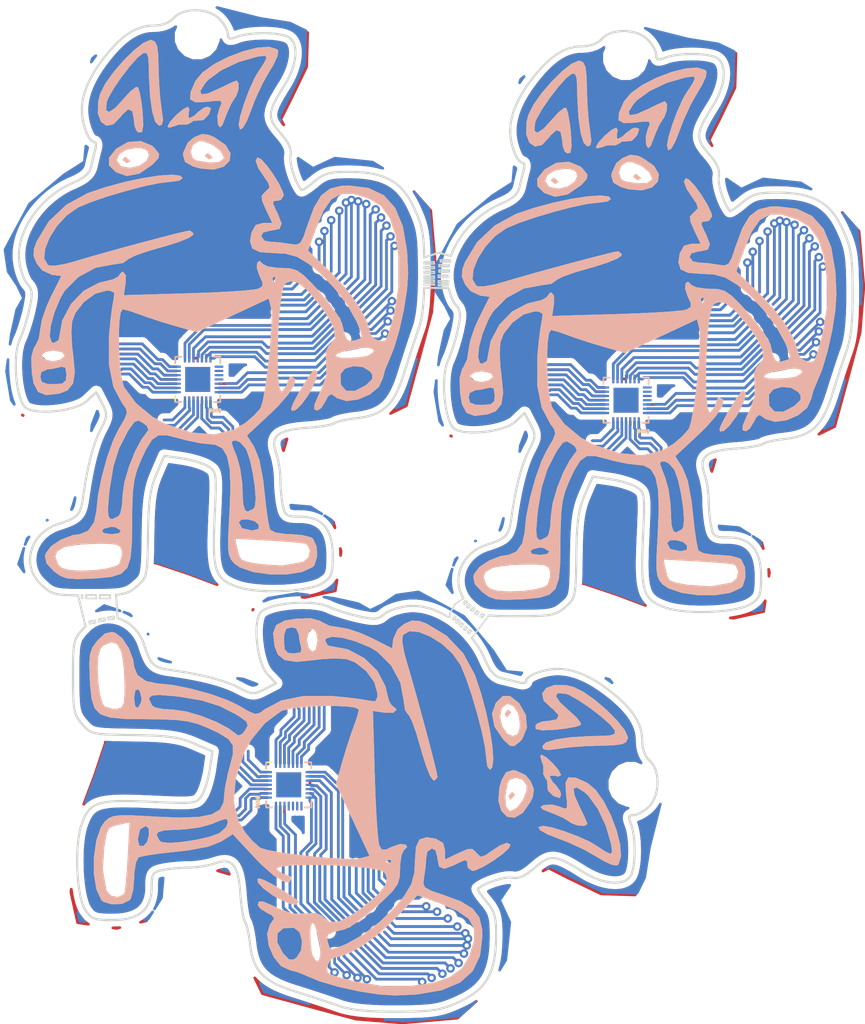
<source format=kicad_pcb>
(kicad_pcb (version 20171130) (host pcbnew "(5.0.0-3-g5ebb6b6)")
  (layers (0 F.Cu signal) (31 B.Cu signal) (34 B.Paste user) (35 F.Paste user) (36 B.SilkS user) (37 F.SilkS user) (38 B.Mask user) (39 F.Mask user) (44 Edge.Cuts user))
  (net 0 "")
  (module Package_DFN_QFN:UQFN-28-1EP_4x4mm_P0.4mm_EP2.35x2.35mm (layer B.Cu) (at 74.803 72.4027)
    (fp_text reference REF** hide)
    (fp_text value UQFN-28-1EP_4x4mm_P0.4mm_EP2.35x2.35mm)
    (pad 1 smd rect (at -2 1.2) (size 0.8 0.2) (layers B.Cu B.Paste B.Mask))
    (pad 2 smd rect (at -2 0.8) (size 0.8 0.2) (layers B.Cu B.Paste B.Mask))
    (pad 3 smd rect (at -2 0.4) (size 0.8 0.2) (layers B.Cu B.Paste B.Mask))
    (pad 4 smd rect (at -2 0) (size 0.8 0.2) (layers B.Cu B.Paste B.Mask))
    (pad 5 smd rect (at -2 -0.4) (size 0.8 0.2) (layers B.Cu B.Paste B.Mask))
    (pad 6 smd rect (at -2 -0.8) (size 0.8 0.2) (layers B.Cu B.Paste B.Mask))
    (pad 7 smd rect (at -2 -1.2) (size 0.8 0.2) (layers B.Cu B.Paste B.Mask))
    (pad 8 smd rect (at -1.2 -2 270) (size 0.8 0.2) (layers B.Cu B.Paste B.Mask))
    (pad 9 smd rect (at -0.8 -2 270) (size 0.8 0.2) (layers B.Cu B.Paste B.Mask))
    (pad 10 smd rect (at -0.4 -2 270) (size 0.8 0.2) (layers B.Cu B.Paste B.Mask))
    (pad 11 smd rect (at 0 -2 270) (size 0.8 0.2) (layers B.Cu B.Paste B.Mask))
    (pad 12 smd rect (at 0.4 -2 270) (size 0.8 0.2) (layers B.Cu B.Paste B.Mask))
    (pad 13 smd rect (at 0.8 -2 270) (size 0.8 0.2) (layers B.Cu B.Paste B.Mask))
    (pad 14 smd rect (at 1.2 -2 270) (size 0.8 0.2) (layers B.Cu B.Paste B.Mask))
    (pad 15 smd rect (at 2 -1.2) (size 0.8 0.2) (layers B.Cu B.Paste B.Mask))
    (pad 16 smd rect (at 2 -0.8) (size 0.8 0.2) (layers B.Cu B.Paste B.Mask))
    (pad 17 smd rect (at 2 -0.4) (size 0.8 0.2) (layers B.Cu B.Paste B.Mask))
    (pad 18 smd rect (at 2 0) (size 0.8 0.2) (layers B.Cu B.Paste B.Mask))
    (pad 19 smd rect (at 2 0.4) (size 0.8 0.2) (layers B.Cu B.Paste B.Mask))
    (pad 20 smd rect (at 2 0.8) (size 0.8 0.2) (layers B.Cu B.Paste B.Mask))
    (pad 21 smd rect (at 2 1.2) (size 0.8 0.2) (layers B.Cu B.Paste B.Mask))
    (pad 22 smd rect (at 1.2 2 270) (size 0.8 0.2) (layers B.Cu B.Paste B.Mask))
    (pad 23 smd rect (at 0.8 2 270) (size 0.8 0.2) (layers B.Cu B.Paste B.Mask))
    (pad 24 smd rect (at 0.4 2 270) (size 0.8 0.2) (layers B.Cu B.Paste B.Mask))
    (pad 25 smd rect (at 0 2 270) (size 0.8 0.2) (layers B.Cu B.Paste B.Mask))
    (pad 26 smd rect (at -0.4 2 270) (size 0.8 0.2) (layers B.Cu B.Paste B.Mask))
    (pad 27 smd rect (at -0.8 2 270) (size 0.8 0.2) (layers B.Cu B.Paste B.Mask))
    (pad 28 smd rect (at -1.2 2 270) (size 0.8 0.2) (layers B.Cu B.Paste B.Mask))
    (pad 29 smd rect (at 0 0) (size 2.35 2.35) (layers B.Cu B.Paste B.Mask))
  )
  (module img:v3better (layer F.Cu) (at 76.2 65.7987)
    (fp_text reference G*** hide)
    (fp_text value LOGO hide)
  )
  (module Package_DFN_QFN:UQFN-28-1EP_4x4mm_P0.4mm_EP2.35x2.35mm (layer F.Cu) (at 74.803 72.4027)
    (fp_text reference REF** hide)
    (fp_text value UQFN-28-1EP_4x4mm_P0.4mm_EP2.35x2.35mm)
    (pad 29 smd rect (at 0 0) (size 2.35 2.35) (layers F.Cu F.Paste F.Mask))
    (pad 28 smd rect (at -1.2 -2 90) (size 0.8 0.2) (layers F.Cu F.Paste F.Mask))
    (pad 27 smd rect (at -0.8 -2 90) (size 0.8 0.2) (layers F.Cu F.Paste F.Mask))
    (pad 26 smd rect (at -0.4 -2 90) (size 0.8 0.2) (layers F.Cu F.Paste F.Mask))
    (pad 25 smd rect (at 0 -2 90) (size 0.8 0.2) (layers F.Cu F.Paste F.Mask))
    (pad 24 smd rect (at 0.4 -2 90) (size 0.8 0.2) (layers F.Cu F.Paste F.Mask))
    (pad 23 smd rect (at 0.8 -2 90) (size 0.8 0.2) (layers F.Cu F.Paste F.Mask))
    (pad 22 smd rect (at 1.2 -2 90) (size 0.8 0.2) (layers F.Cu F.Paste F.Mask))
    (pad 21 smd rect (at 2 -1.2) (size 0.8 0.2) (layers F.Cu F.Paste F.Mask))
    (pad 20 smd rect (at 2 -0.8) (size 0.8 0.2) (layers F.Cu F.Paste F.Mask))
    (pad 19 smd rect (at 2 -0.4) (size 0.8 0.2) (layers F.Cu F.Paste F.Mask))
    (pad 18 smd rect (at 2 0) (size 0.8 0.2) (layers F.Cu F.Paste F.Mask))
    (pad 17 smd rect (at 2 0.4) (size 0.8 0.2) (layers F.Cu F.Paste F.Mask))
    (pad 16 smd rect (at 2 0.8) (size 0.8 0.2) (layers F.Cu F.Paste F.Mask))
    (pad 15 smd rect (at 2 1.2) (size 0.8 0.2) (layers F.Cu F.Paste F.Mask))
    (pad 14 smd rect (at 1.2 2 90) (size 0.8 0.2) (layers F.Cu F.Paste F.Mask))
    (pad 13 smd rect (at 0.8 2 90) (size 0.8 0.2) (layers F.Cu F.Paste F.Mask))
    (pad 12 smd rect (at 0.4 2 90) (size 0.8 0.2) (layers F.Cu F.Paste F.Mask))
    (pad 11 smd rect (at 0 2 90) (size 0.8 0.2) (layers F.Cu F.Paste F.Mask))
    (pad 10 smd rect (at -0.4 2 90) (size 0.8 0.2) (layers F.Cu F.Paste F.Mask))
    (pad 9 smd rect (at -0.8 2 90) (size 0.8 0.2) (layers F.Cu F.Paste F.Mask))
    (pad 8 smd rect (at -1.2 2 90) (size 0.8 0.2) (layers F.Cu F.Paste F.Mask))
    (pad 7 smd rect (at -2 1.2) (size 0.8 0.2) (layers F.Cu F.Paste F.Mask))
    (pad 6 smd rect (at -2 0.8) (size 0.8 0.2) (layers F.Cu F.Paste F.Mask))
    (pad 5 smd rect (at -2 0.4) (size 0.8 0.2) (layers F.Cu F.Paste F.Mask))
    (pad 4 smd rect (at -2 0) (size 0.8 0.2) (layers F.Cu F.Paste F.Mask))
    (pad 3 smd rect (at -2 -0.4) (size 0.8 0.2) (layers F.Cu F.Paste F.Mask))
    (pad 2 smd rect (at -2 -0.8) (size 0.8 0.2) (layers F.Cu F.Paste F.Mask))
    (pad 1 smd rect (at -2 -1.2) (size 0.8 0.2) (layers F.Cu F.Paste F.Mask))
  )
  (module img:v3betterBSILK (layer F.Cu) (at 76.2 65.7987)
    (fp_text reference G*** hide)
    (fp_text value LOGO hide)
  )
  (module MountingHole:MountingHole_3.2mm_M3 (layer F.Cu) (at 74.7522 40.1701)
    (fp_text reference REF** hide)
    (fp_text value MountingHole_3.2mm_M3)
    (pad 1 np_thru_hole circle (at 0 0) (size 3.2 3.2) (drill 3.2) (layers *.Cu *.Mask))
  )
  (module Package_DFN_QFN:UQFN-28-1EP_4x4mm_P0.4mm_EP2.35x2.35mm (layer B.Cu) (at 115.1509 74.3585)
    (fp_text reference REF** hide)
    (fp_text value UQFN-28-1EP_4x4mm_P0.4mm_EP2.35x2.35mm)
    (pad 1 smd rect (at -2 1.2) (size 0.8 0.2) (layers B.Cu B.Paste B.Mask))
    (pad 2 smd rect (at -2 0.8) (size 0.8 0.2) (layers B.Cu B.Paste B.Mask))
    (pad 3 smd rect (at -2 0.4) (size 0.8 0.2) (layers B.Cu B.Paste B.Mask))
    (pad 4 smd rect (at -2 0) (size 0.8 0.2) (layers B.Cu B.Paste B.Mask))
    (pad 5 smd rect (at -2 -0.4) (size 0.8 0.2) (layers B.Cu B.Paste B.Mask))
    (pad 6 smd rect (at -2 -0.8) (size 0.8 0.2) (layers B.Cu B.Paste B.Mask))
    (pad 7 smd rect (at -2 -1.2) (size 0.8 0.2) (layers B.Cu B.Paste B.Mask))
    (pad 8 smd rect (at -1.2 -2 270) (size 0.8 0.2) (layers B.Cu B.Paste B.Mask))
    (pad 9 smd rect (at -0.8 -2 270) (size 0.8 0.2) (layers B.Cu B.Paste B.Mask))
    (pad 10 smd rect (at -0.4 -2 270) (size 0.8 0.2) (layers B.Cu B.Paste B.Mask))
    (pad 11 smd rect (at 0 -2 270) (size 0.8 0.2) (layers B.Cu B.Paste B.Mask))
    (pad 12 smd rect (at 0.4 -2 270) (size 0.8 0.2) (layers B.Cu B.Paste B.Mask))
    (pad 13 smd rect (at 0.8 -2 270) (size 0.8 0.2) (layers B.Cu B.Paste B.Mask))
    (pad 14 smd rect (at 1.2 -2 270) (size 0.8 0.2) (layers B.Cu B.Paste B.Mask))
    (pad 15 smd rect (at 2 -1.2) (size 0.8 0.2) (layers B.Cu B.Paste B.Mask))
    (pad 16 smd rect (at 2 -0.8) (size 0.8 0.2) (layers B.Cu B.Paste B.Mask))
    (pad 17 smd rect (at 2 -0.4) (size 0.8 0.2) (layers B.Cu B.Paste B.Mask))
    (pad 18 smd rect (at 2 0) (size 0.8 0.2) (layers B.Cu B.Paste B.Mask))
    (pad 19 smd rect (at 2 0.4) (size 0.8 0.2) (layers B.Cu B.Paste B.Mask))
    (pad 20 smd rect (at 2 0.8) (size 0.8 0.2) (layers B.Cu B.Paste B.Mask))
    (pad 21 smd rect (at 2 1.2) (size 0.8 0.2) (layers B.Cu B.Paste B.Mask))
    (pad 22 smd rect (at 1.2 2 270) (size 0.8 0.2) (layers B.Cu B.Paste B.Mask))
    (pad 23 smd rect (at 0.8 2 270) (size 0.8 0.2) (layers B.Cu B.Paste B.Mask))
    (pad 24 smd rect (at 0.4 2 270) (size 0.8 0.2) (layers B.Cu B.Paste B.Mask))
    (pad 25 smd rect (at 0 2 270) (size 0.8 0.2) (layers B.Cu B.Paste B.Mask))
    (pad 26 smd rect (at -0.4 2 270) (size 0.8 0.2) (layers B.Cu B.Paste B.Mask))
    (pad 27 smd rect (at -0.8 2 270) (size 0.8 0.2) (layers B.Cu B.Paste B.Mask))
    (pad 28 smd rect (at -1.2 2 270) (size 0.8 0.2) (layers B.Cu B.Paste B.Mask))
    (pad 29 smd rect (at 0 0) (size 2.35 2.35) (layers B.Cu B.Paste B.Mask))
  )
  (module img:v3better (layer F.Cu) (at 116.5479 67.7545)
    (fp_text reference G*** hide)
    (fp_text value LOGO hide)
  )
  (module Package_DFN_QFN:UQFN-28-1EP_4x4mm_P0.4mm_EP2.35x2.35mm (layer F.Cu) (at 115.1509 74.3585)
    (fp_text reference REF** hide)
    (fp_text value UQFN-28-1EP_4x4mm_P0.4mm_EP2.35x2.35mm)
    (pad 29 smd rect (at 0 0) (size 2.35 2.35) (layers F.Cu F.Paste F.Mask))
    (pad 28 smd rect (at -1.2 -2 90) (size 0.8 0.2) (layers F.Cu F.Paste F.Mask))
    (pad 27 smd rect (at -0.8 -2 90) (size 0.8 0.2) (layers F.Cu F.Paste F.Mask))
    (pad 26 smd rect (at -0.4 -2 90) (size 0.8 0.2) (layers F.Cu F.Paste F.Mask))
    (pad 25 smd rect (at 0 -2 90) (size 0.8 0.2) (layers F.Cu F.Paste F.Mask))
    (pad 24 smd rect (at 0.4 -2 90) (size 0.8 0.2) (layers F.Cu F.Paste F.Mask))
    (pad 23 smd rect (at 0.8 -2 90) (size 0.8 0.2) (layers F.Cu F.Paste F.Mask))
    (pad 22 smd rect (at 1.2 -2 90) (size 0.8 0.2) (layers F.Cu F.Paste F.Mask))
    (pad 21 smd rect (at 2 -1.2) (size 0.8 0.2) (layers F.Cu F.Paste F.Mask))
    (pad 20 smd rect (at 2 -0.8) (size 0.8 0.2) (layers F.Cu F.Paste F.Mask))
    (pad 19 smd rect (at 2 -0.4) (size 0.8 0.2) (layers F.Cu F.Paste F.Mask))
    (pad 18 smd rect (at 2 0) (size 0.8 0.2) (layers F.Cu F.Paste F.Mask))
    (pad 17 smd rect (at 2 0.4) (size 0.8 0.2) (layers F.Cu F.Paste F.Mask))
    (pad 16 smd rect (at 2 0.8) (size 0.8 0.2) (layers F.Cu F.Paste F.Mask))
    (pad 15 smd rect (at 2 1.2) (size 0.8 0.2) (layers F.Cu F.Paste F.Mask))
    (pad 14 smd rect (at 1.2 2 90) (size 0.8 0.2) (layers F.Cu F.Paste F.Mask))
    (pad 13 smd rect (at 0.8 2 90) (size 0.8 0.2) (layers F.Cu F.Paste F.Mask))
    (pad 12 smd rect (at 0.4 2 90) (size 0.8 0.2) (layers F.Cu F.Paste F.Mask))
    (pad 11 smd rect (at 0 2 90) (size 0.8 0.2) (layers F.Cu F.Paste F.Mask))
    (pad 10 smd rect (at -0.4 2 90) (size 0.8 0.2) (layers F.Cu F.Paste F.Mask))
    (pad 9 smd rect (at -0.8 2 90) (size 0.8 0.2) (layers F.Cu F.Paste F.Mask))
    (pad 8 smd rect (at -1.2 2 90) (size 0.8 0.2) (layers F.Cu F.Paste F.Mask))
    (pad 7 smd rect (at -2 1.2) (size 0.8 0.2) (layers F.Cu F.Paste F.Mask))
    (pad 6 smd rect (at -2 0.8) (size 0.8 0.2) (layers F.Cu F.Paste F.Mask))
    (pad 5 smd rect (at -2 0.4) (size 0.8 0.2) (layers F.Cu F.Paste F.Mask))
    (pad 4 smd rect (at -2 0) (size 0.8 0.2) (layers F.Cu F.Paste F.Mask))
    (pad 3 smd rect (at -2 -0.4) (size 0.8 0.2) (layers F.Cu F.Paste F.Mask))
    (pad 2 smd rect (at -2 -0.8) (size 0.8 0.2) (layers F.Cu F.Paste F.Mask))
    (pad 1 smd rect (at -2 -1.2) (size 0.8 0.2) (layers F.Cu F.Paste F.Mask))
  )
  (module img:v3betterBSILK (layer F.Cu) (at 116.5479 67.7545)
    (fp_text reference G*** hide)
    (fp_text value LOGO hide)
  )
  (module MountingHole:MountingHole_3.2mm_M3 (layer F.Cu) (at 115.1001 42.1259)
    (fp_text reference REF** hide)
    (fp_text value MountingHole_3.2mm_M3)
    (pad 1 np_thru_hole circle (at 0 0) (size 3.2 3.2) (drill 3.2) (layers *.Cu *.Mask))
  )
  (module Package_DFN_QFN:UQFN-28-1EP_4x4mm_P0.4mm_EP2.35x2.35mm (layer B.Cu) (at 83.3755 110.5535 270)
    (fp_text reference REF** hide)
    (fp_text value UQFN-28-1EP_4x4mm_P0.4mm_EP2.35x2.35mm)
    (pad 1 smd rect (at -2 1.2 270) (size 0.8 0.2) (layers B.Cu B.Paste B.Mask))
    (pad 2 smd rect (at -2 0.8 270) (size 0.8 0.2) (layers B.Cu B.Paste B.Mask))
    (pad 3 smd rect (at -2 0.4 270) (size 0.8 0.2) (layers B.Cu B.Paste B.Mask))
    (pad 4 smd rect (at -2 0 270) (size 0.8 0.2) (layers B.Cu B.Paste B.Mask))
    (pad 5 smd rect (at -2 -0.4 270) (size 0.8 0.2) (layers B.Cu B.Paste B.Mask))
    (pad 6 smd rect (at -2 -0.8 270) (size 0.8 0.2) (layers B.Cu B.Paste B.Mask))
    (pad 7 smd rect (at -2 -1.2 270) (size 0.8 0.2) (layers B.Cu B.Paste B.Mask))
    (pad 8 smd rect (at -1.2 -2 180) (size 0.8 0.2) (layers B.Cu B.Paste B.Mask))
    (pad 9 smd rect (at -0.8 -2 180) (size 0.8 0.2) (layers B.Cu B.Paste B.Mask))
    (pad 10 smd rect (at -0.4 -2 180) (size 0.8 0.2) (layers B.Cu B.Paste B.Mask))
    (pad 11 smd rect (at 0 -2 180) (size 0.8 0.2) (layers B.Cu B.Paste B.Mask))
    (pad 12 smd rect (at 0.4 -2 180) (size 0.8 0.2) (layers B.Cu B.Paste B.Mask))
    (pad 13 smd rect (at 0.8 -2 180) (size 0.8 0.2) (layers B.Cu B.Paste B.Mask))
    (pad 14 smd rect (at 1.2 -2 180) (size 0.8 0.2) (layers B.Cu B.Paste B.Mask))
    (pad 15 smd rect (at 2 -1.2 270) (size 0.8 0.2) (layers B.Cu B.Paste B.Mask))
    (pad 16 smd rect (at 2 -0.8 270) (size 0.8 0.2) (layers B.Cu B.Paste B.Mask))
    (pad 17 smd rect (at 2 -0.4 270) (size 0.8 0.2) (layers B.Cu B.Paste B.Mask))
    (pad 18 smd rect (at 2 0 270) (size 0.8 0.2) (layers B.Cu B.Paste B.Mask))
    (pad 19 smd rect (at 2 0.4 270) (size 0.8 0.2) (layers B.Cu B.Paste B.Mask))
    (pad 20 smd rect (at 2 0.8 270) (size 0.8 0.2) (layers B.Cu B.Paste B.Mask))
    (pad 21 smd rect (at 2 1.2 270) (size 0.8 0.2) (layers B.Cu B.Paste B.Mask))
    (pad 22 smd rect (at 1.2 2 180) (size 0.8 0.2) (layers B.Cu B.Paste B.Mask))
    (pad 23 smd rect (at 0.8 2 180) (size 0.8 0.2) (layers B.Cu B.Paste B.Mask))
    (pad 24 smd rect (at 0.4 2 180) (size 0.8 0.2) (layers B.Cu B.Paste B.Mask))
    (pad 25 smd rect (at 0 2 180) (size 0.8 0.2) (layers B.Cu B.Paste B.Mask))
    (pad 26 smd rect (at -0.4 2 180) (size 0.8 0.2) (layers B.Cu B.Paste B.Mask))
    (pad 27 smd rect (at -0.8 2 180) (size 0.8 0.2) (layers B.Cu B.Paste B.Mask))
    (pad 28 smd rect (at -1.2 2 180) (size 0.8 0.2) (layers B.Cu B.Paste B.Mask))
    (pad 29 smd rect (at 0 0 270) (size 2.35 2.35) (layers B.Cu B.Paste B.Mask))
  )
  (module img:v3better (layer F.Cu) (at 89.9795 111.9505 270)
    (fp_text reference G*** hide)
    (fp_text value LOGO hide)
  )
  (module Package_DFN_QFN:UQFN-28-1EP_4x4mm_P0.4mm_EP2.35x2.35mm (layer F.Cu) (at 83.3755 110.5535 270)
    (fp_text reference REF** hide)
    (fp_text value UQFN-28-1EP_4x4mm_P0.4mm_EP2.35x2.35mm)
    (pad 29 smd rect (at 0 0 270) (size 2.35 2.35) (layers F.Cu F.Paste F.Mask))
    (pad 28 smd rect (at -1.2 -2) (size 0.8 0.2) (layers F.Cu F.Paste F.Mask))
    (pad 27 smd rect (at -0.8 -2) (size 0.8 0.2) (layers F.Cu F.Paste F.Mask))
    (pad 26 smd rect (at -0.4 -2) (size 0.8 0.2) (layers F.Cu F.Paste F.Mask))
    (pad 25 smd rect (at 0 -2) (size 0.8 0.2) (layers F.Cu F.Paste F.Mask))
    (pad 24 smd rect (at 0.4 -2) (size 0.8 0.2) (layers F.Cu F.Paste F.Mask))
    (pad 23 smd rect (at 0.8 -2) (size 0.8 0.2) (layers F.Cu F.Paste F.Mask))
    (pad 22 smd rect (at 1.2 -2) (size 0.8 0.2) (layers F.Cu F.Paste F.Mask))
    (pad 21 smd rect (at 2 -1.2 270) (size 0.8 0.2) (layers F.Cu F.Paste F.Mask))
    (pad 20 smd rect (at 2 -0.8 270) (size 0.8 0.2) (layers F.Cu F.Paste F.Mask))
    (pad 19 smd rect (at 2 -0.4 270) (size 0.8 0.2) (layers F.Cu F.Paste F.Mask))
    (pad 18 smd rect (at 2 0 270) (size 0.8 0.2) (layers F.Cu F.Paste F.Mask))
    (pad 17 smd rect (at 2 0.4 270) (size 0.8 0.2) (layers F.Cu F.Paste F.Mask))
    (pad 16 smd rect (at 2 0.8 270) (size 0.8 0.2) (layers F.Cu F.Paste F.Mask))
    (pad 15 smd rect (at 2 1.2 270) (size 0.8 0.2) (layers F.Cu F.Paste F.Mask))
    (pad 14 smd rect (at 1.2 2) (size 0.8 0.2) (layers F.Cu F.Paste F.Mask))
    (pad 13 smd rect (at 0.8 2) (size 0.8 0.2) (layers F.Cu F.Paste F.Mask))
    (pad 12 smd rect (at 0.4 2) (size 0.8 0.2) (layers F.Cu F.Paste F.Mask))
    (pad 11 smd rect (at 0 2) (size 0.8 0.2) (layers F.Cu F.Paste F.Mask))
    (pad 10 smd rect (at -0.4 2) (size 0.8 0.2) (layers F.Cu F.Paste F.Mask))
    (pad 9 smd rect (at -0.8 2) (size 0.8 0.2) (layers F.Cu F.Paste F.Mask))
    (pad 8 smd rect (at -1.2 2) (size 0.8 0.2) (layers F.Cu F.Paste F.Mask))
    (pad 7 smd rect (at -2 1.2 270) (size 0.8 0.2) (layers F.Cu F.Paste F.Mask))
    (pad 6 smd rect (at -2 0.8 270) (size 0.8 0.2) (layers F.Cu F.Paste F.Mask))
    (pad 5 smd rect (at -2 0.4 270) (size 0.8 0.2) (layers F.Cu F.Paste F.Mask))
    (pad 4 smd rect (at -2 0 270) (size 0.8 0.2) (layers F.Cu F.Paste F.Mask))
    (pad 3 smd rect (at -2 -0.4 270) (size 0.8 0.2) (layers F.Cu F.Paste F.Mask))
    (pad 2 smd rect (at -2 -0.8 270) (size 0.8 0.2) (layers F.Cu F.Paste F.Mask))
    (pad 1 smd rect (at -2 -1.2 270) (size 0.8 0.2) (layers F.Cu F.Paste F.Mask))
  )
  (module img:v3betterBSILK (layer F.Cu) (at 89.9795 111.9505 270)
    (fp_text reference G*** hide)
    (fp_text value LOGO hide)
  )
  (module MountingHole:MountingHole_3.2mm_M3 (layer F.Cu) (at 115.6081 110.5027 270)
    (fp_text reference REF** hide)
    (fp_text value MountingHole_3.2mm_M3)
    (pad 1 np_thru_hole circle (at 0 0 270) (size 3.2 3.2) (drill 3.2) (layers *.Cu *.Mask))
  )
  (gr_line (start 65.1764 95.3008) (end 64.6176 95.4024) (layer Edge.Cuts) (width 0.15))
  (gr_line (start 64.6176 95.4024) (end 64.5668 95.1738) (layer Edge.Cuts) (width 0.15))
  (gr_line (start 64.5668 95.1738) (end 65.151 95.0722) (layer Edge.Cuts) (width 0.15))
  (gr_line (start 65.151 95.0722) (end 65.1764 95.2754) (layer Edge.Cuts) (width 0.15))
  (gr_line (start 66.0654 95.0976) (end 65.5066 95.1992) (layer Edge.Cuts) (width 0.15))
  (gr_line (start 65.5066 95.1992) (end 65.4558 94.9706) (layer Edge.Cuts) (width 0.15))
  (gr_line (start 65.4558 94.9706) (end 66.04 94.869) (layer Edge.Cuts) (width 0.15))
  (gr_line (start 66.04 94.869) (end 66.0654 95.0722) (layer Edge.Cuts) (width 0.15))
  (gr_line (start 66.929 94.6912) (end 66.9544 94.8944) (layer Edge.Cuts) (width 0.15))
  (gr_line (start 66.3448 94.7928) (end 66.929 94.6912) (layer Edge.Cuts) (width 0.15))
  (gr_line (start 66.3956 95.0214) (end 66.3448 94.7928) (layer Edge.Cuts) (width 0.15))
  (gr_line (start 66.9544 94.9198) (end 66.3956 95.0214) (layer Edge.Cuts) (width 0.15))
  (gr_line (start 63.8556 92.9894) (end 63.8556 92.6846) (layer Edge.Cuts) (width 0.15))
  (gr_line (start 63.9572 92.9894) (end 63.8556 92.9894) (layer Edge.Cuts) (width 0.15))
  (gr_line (start 63.9572 92.6846) (end 63.9572 92.9894) (layer Edge.Cuts) (width 0.15))
  (gr_line (start 63.8556 92.6846) (end 63.9572 92.6846) (layer Edge.Cuts) (width 0.15))
  (gr_line (start 66.548 92.6846) (end 66.548 93.0148) (layer Edge.Cuts) (width 0.15))
  (gr_line (start 65.5828 92.6846) (end 66.548 92.6846) (layer Edge.Cuts) (width 0.15))
  (gr_line (start 66.548 93.0148) (end 65.5828 93.0148) (layer Edge.Cuts) (width 0.15))
  (gr_line (start 65.5828 93.0148) (end 65.5828 92.6846) (layer Edge.Cuts) (width 0.15))
  (gr_line (start 64.2874 93.0148) (end 64.2874 92.6846) (layer Edge.Cuts) (width 0.15))
  (gr_line (start 65.2526 93.0148) (end 64.2874 93.0148) (layer Edge.Cuts) (width 0.15))
  (gr_line (start 65.2526 92.6846) (end 65.2526 93.0148) (layer Edge.Cuts) (width 0.15))
  (gr_line (start 64.2874 92.6846) (end 65.2526 92.6846) (layer Edge.Cuts) (width 0.15))
  (gr_line (start 64.2366 95.631) (end 63.5254 92.71) (layer Edge.Cuts) (width 0.2))
  (gr_line (start 67.2592 94.869) (end 67.1068 92.6846) (layer Edge.Cuts) (width 0.2))
  (gr_line (start 97.4725 63.5635) (end 97.4725 63.5) (layer Edge.Cuts) (width 0.15))
  (gr_line (start 98.425 63.5635) (end 97.4725 63.5635) (layer Edge.Cuts) (width 0.15))
  (gr_line (start 98.425 63.5) (end 98.425 63.5635) (layer Edge.Cuts) (width 0.15))
  (gr_line (start 97.4725 63.5) (end 98.425 63.5) (layer Edge.Cuts) (width 0.15))
  (gr_line (start 96.139 63.5) (end 96.139 63.4365) (layer Edge.Cuts) (width 0.15))
  (gr_line (start 97.0915 63.5) (end 96.139 63.5) (layer Edge.Cuts) (width 0.15))
  (gr_line (start 97.0915 63.4365) (end 97.0915 63.5) (layer Edge.Cuts) (width 0.15))
  (gr_line (start 96.139 63.4365) (end 97.0915 63.4365) (layer Edge.Cuts) (width 0.15))
  (gr_line (start 100.203 96.2025) (end 100.3935 95.9485) (layer Edge.Cuts) (width 0.15))
  (gr_line (start 100.3935 96.3295) (end 100.203 96.2025) (layer Edge.Cuts) (width 0.15))
  (gr_line (start 100.584 96.0755) (end 100.3935 96.3295) (layer Edge.Cuts) (width 0.15))
  (gr_line (start 100.3935 95.9485) (end 100.584 96.0755) (layer Edge.Cuts) (width 0.15))
  (gr_line (start 100.203 95.758) (end 100.0125 96.012) (layer Edge.Cuts) (width 0.15))
  (gr_line (start 100.0125 95.631) (end 100.203 95.758) (layer Edge.Cuts) (width 0.15))
  (gr_line (start 100.0125 96.012) (end 99.822 95.885) (layer Edge.Cuts) (width 0.15))
  (gr_line (start 99.822 95.885) (end 100.0125 95.631) (layer Edge.Cuts) (width 0.15))
  (gr_line (start 99.6315 95.6945) (end 99.441 95.5675) (layer Edge.Cuts) (width 0.15))
  (gr_line (start 99.822 95.4405) (end 99.6315 95.6945) (layer Edge.Cuts) (width 0.15))
  (gr_line (start 99.441 95.5675) (end 99.6315 95.3135) (layer Edge.Cuts) (width 0.15))
  (gr_line (start 99.6315 95.3135) (end 99.822 95.4405) (layer Edge.Cuts) (width 0.15))
  (gr_line (start 99.314 95.377) (end 99.1235 95.25) (layer Edge.Cuts) (width 0.15))
  (gr_line (start 99.5045 95.123) (end 99.314 95.377) (layer Edge.Cuts) (width 0.15))
  (gr_line (start 99.314 94.996) (end 99.5045 95.123) (layer Edge.Cuts) (width 0.15))
  (gr_line (start 99.1235 95.25) (end 99.314 94.996) (layer Edge.Cuts) (width 0.15))
  (gr_line (start 99.187 94.8055) (end 98.9965 95.0595) (layer Edge.Cuts) (width 0.15))
  (gr_line (start 98.9965 95.0595) (end 98.806 94.9325) (layer Edge.Cuts) (width 0.15))
  (gr_line (start 98.9965 94.6785) (end 99.187 94.8055) (layer Edge.Cuts) (width 0.15))
  (gr_line (start 98.806 94.9325) (end 98.9965 94.6785) (layer Edge.Cuts) (width 0.15))
  (gr_line (start 101.7905 94.5515) (end 101.6 94.8055) (layer Edge.Cuts) (width 0.15))
  (gr_line (start 101.6 94.8055) (end 101.4095 94.6785) (layer Edge.Cuts) (width 0.15))
  (gr_line (start 101.6 94.4245) (end 101.7905 94.5515) (layer Edge.Cuts) (width 0.15))
  (gr_line (start 101.4095 94.6785) (end 101.6 94.4245) (layer Edge.Cuts) (width 0.15))
  (gr_line (start 101.092 94.5515) (end 100.9015 94.4245) (layer Edge.Cuts) (width 0.15))
  (gr_line (start 101.092 94.1705) (end 101.2825 94.2975) (layer Edge.Cuts) (width 0.15))
  (gr_line (start 100.9015 94.4245) (end 101.092 94.1705) (layer Edge.Cuts) (width 0.15))
  (gr_line (start 101.2825 94.2975) (end 101.092 94.5515) (layer Edge.Cuts) (width 0.15))
  (gr_line (start 100.9015 93.98) (end 100.711 94.234) (layer Edge.Cuts) (width 0.15))
  (gr_line (start 100.711 94.234) (end 100.5205 94.107) (layer Edge.Cuts) (width 0.15))
  (gr_line (start 100.711 93.853) (end 100.9015 93.98) (layer Edge.Cuts) (width 0.15))
  (gr_line (start 100.5205 94.107) (end 100.711 93.853) (layer Edge.Cuts) (width 0.15))
  (gr_line (start 100.5205 93.6625) (end 100.33 93.9165) (layer Edge.Cuts) (width 0.15))
  (gr_line (start 100.33 93.5355) (end 100.5205 93.6625) (layer Edge.Cuts) (width 0.15))
  (gr_line (start 100.1395 93.7895) (end 100.33 93.5355) (layer Edge.Cuts) (width 0.15))
  (gr_line (start 100.33 93.9165) (end 100.1395 93.7895) (layer Edge.Cuts) (width 0.15))
  (gr_line (start 99.822 93.472) (end 100.0125 93.218) (layer Edge.Cuts) (width 0.15))
  (gr_line (start 100.0125 93.599) (end 99.822 93.472) (layer Edge.Cuts) (width 0.15))
  (gr_line (start 100.203 93.345) (end 100.0125 93.599) (layer Edge.Cuts) (width 0.15))
  (gr_line (start 100.0125 93.218) (end 100.203 93.345) (layer Edge.Cuts) (width 0.15))
  (gr_line (start 98.425 63.119) (end 98.425 63.3095) (layer Edge.Cuts) (width 0.15))
  (gr_line (start 98.425 63.3095) (end 97.4725 63.3095) (layer Edge.Cuts) (width 0.15))
  (gr_line (start 97.4725 63.3095) (end 97.4725 63.119) (layer Edge.Cuts) (width 0.15))
  (gr_line (start 97.4725 63.119) (end 98.425 63.119) (layer Edge.Cuts) (width 0.15))
  (gr_line (start 97.4725 62.8015) (end 97.4725 62.611) (layer Edge.Cuts) (width 0.15))
  (gr_line (start 97.4725 62.611) (end 98.425 62.611) (layer Edge.Cuts) (width 0.15))
  (gr_line (start 98.425 62.611) (end 98.425 62.8015) (layer Edge.Cuts) (width 0.15))
  (gr_line (start 98.425 62.8015) (end 97.4725 62.8015) (layer Edge.Cuts) (width 0.15))
  (gr_line (start 98.4885 62.103) (end 98.4885 62.2935) (layer Edge.Cuts) (width 0.15))
  (gr_line (start 97.536 62.103) (end 98.4885 62.103) (layer Edge.Cuts) (width 0.15))
  (gr_line (start 98.4885 62.2935) (end 97.536 62.2935) (layer Edge.Cuts) (width 0.15))
  (gr_line (start 97.536 62.2935) (end 97.536 62.103) (layer Edge.Cuts) (width 0.15))
  (gr_line (start 98.4885 61.7855) (end 97.536 61.7855) (layer Edge.Cuts) (width 0.15))
  (gr_line (start 97.536 61.7855) (end 97.536 61.595) (layer Edge.Cuts) (width 0.15))
  (gr_line (start 97.536 61.595) (end 98.4885 61.595) (layer Edge.Cuts) (width 0.15))
  (gr_line (start 98.4885 61.595) (end 98.4885 61.7855) (layer Edge.Cuts) (width 0.15))
  (gr_line (start 98.6155 61.1505) (end 98.6155 61.341) (layer Edge.Cuts) (width 0.15))
  (gr_line (start 97.663 61.341) (end 97.663 61.1505) (layer Edge.Cuts) (width 0.15))
  (gr_line (start 98.6155 61.341) (end 97.663 61.341) (layer Edge.Cuts) (width 0.15))
  (gr_line (start 97.663 61.1505) (end 98.6155 61.1505) (layer Edge.Cuts) (width 0.15))
  (gr_line (start 96.139 63.246) (end 96.139 63.0555) (layer Edge.Cuts) (width 0.15))
  (gr_line (start 96.139 63.0555) (end 97.0915 63.0555) (layer Edge.Cuts) (width 0.15))
  (gr_line (start 97.0915 63.246) (end 96.139 63.246) (layer Edge.Cuts) (width 0.15))
  (gr_line (start 97.0915 63.0555) (end 97.0915 63.246) (layer Edge.Cuts) (width 0.15))
  (gr_line (start 97.0915 62.865) (end 96.139 62.865) (layer Edge.Cuts) (width 0.15))
  (gr_line (start 97.0915 62.6745) (end 97.0915 62.865) (layer Edge.Cuts) (width 0.15))
  (gr_line (start 96.139 62.865) (end 96.139 62.6745) (layer Edge.Cuts) (width 0.15))
  (gr_line (start 96.139 62.6745) (end 97.0915 62.6745) (layer Edge.Cuts) (width 0.15))
  (gr_line (start 96.139 62.23) (end 97.0915 62.23) (layer Edge.Cuts) (width 0.15))
  (gr_line (start 96.139 62.4205) (end 96.139 62.23) (layer Edge.Cuts) (width 0.15))
  (gr_line (start 97.0915 62.23) (end 97.0915 62.4205) (layer Edge.Cuts) (width 0.15))
  (gr_line (start 97.0915 62.4205) (end 96.139 62.4205) (layer Edge.Cuts) (width 0.15))
  (gr_line (start 97.0915 61.976) (end 96.139 61.976) (layer Edge.Cuts) (width 0.15))
  (gr_line (start 96.139 61.7855) (end 97.0915 61.7855) (layer Edge.Cuts) (width 0.15))
  (gr_line (start 97.0915 61.7855) (end 97.0915 61.976) (layer Edge.Cuts) (width 0.15))
  (gr_line (start 96.139 61.976) (end 96.139 61.7855) (layer Edge.Cuts) (width 0.15))
  (gr_line (start 96.139 61.5315) (end 96.139 61.341) (layer Edge.Cuts) (width 0.15))
  (gr_line (start 97.0915 61.5315) (end 96.139 61.5315) (layer Edge.Cuts) (width 0.15))
  (gr_line (start 97.0915 61.341) (end 97.0915 61.5315) (layer Edge.Cuts) (width 0.15))
  (gr_line (start 96.139 61.341) (end 97.0915 61.341) (layer Edge.Cuts) (width 0.15))
  (gr_line (start 102.235 94.615) (end 100.6475 96.7105) (layer Edge.Cuts) (width 0.15))
  (gr_line (start 98.5393 94.8055) (end 98.1583 94.6531) (layer Edge.Cuts) (width 0.15))
  (gr_line (start 98.552 94.4245) (end 98.5393 94.8055) (layer Edge.Cuts) (width 0.15))
  (gr_line (start 99.0473 93.5482) (end 98.552 94.4245) (layer Edge.Cuts) (width 0.15))
  (gr_line (start 99.8474 93.0021) (end 99.0473 93.5482) (layer Edge.Cuts) (width 0.15))
  (gr_line (start 98.4504 63.8048) (end 96.139 63.7794) (layer Edge.Cuts) (width 0.2))
  (gr_line (start 97.4979 60.4774) (end 96.1263 60.9346) (layer Edge.Cuts) (width 0.2))
  (gr_line (start 98.6536 60.7822) (end 97.4979 60.4774) (layer Edge.Cuts) (width 0.2))
  (gr_line (start 96.082 64.9153) (end 96.078 64.9763) (layer Edge.Cuts) (width 0.2))
  (gr_line (start 96.086 64.8543) (end 96.082 64.9153) (layer Edge.Cuts) (width 0.2))
  (gr_line (start 96.09 64.7923) (end 96.086 64.8543) (layer Edge.Cuts) (width 0.2))
  (gr_line (start 96.029 65.5543) (end 96.023 65.6093) (layer Edge.Cuts) (width 0.2))
  (gr_line (start 96.034 65.4983) (end 96.029 65.5543) (layer Edge.Cuts) (width 0.2))
  (gr_line (start 96.04 65.4423) (end 96.034 65.4983) (layer Edge.Cuts) (width 0.2))
  (gr_line (start 96.045 65.3863) (end 96.04 65.4423) (layer Edge.Cuts) (width 0.2))
  (gr_line (start 96.05 65.3293) (end 96.045 65.3863) (layer Edge.Cuts) (width 0.2))
  (gr_line (start 96.075 59.4673) (end 96.08 59.5293) (layer Edge.Cuts) (width 0.2))
  (gr_line (start 96.07 59.4053) (end 96.075 59.4673) (layer Edge.Cuts) (width 0.2))
  (gr_line (start 96.065 59.3453) (end 96.07 59.4053) (layer Edge.Cuts) (width 0.2))
  (gr_line (start 96.06 59.2853) (end 96.065 59.3453) (layer Edge.Cuts) (width 0.2))
  (gr_line (start 96.097 59.7883) (end 96.101 59.8553) (layer Edge.Cuts) (width 0.2))
  (gr_line (start 96.093 59.7223) (end 96.097 59.7883) (layer Edge.Cuts) (width 0.2))
  (gr_line (start 96.089 59.6563) (end 96.093 59.7223) (layer Edge.Cuts) (width 0.2))
  (gr_line (start 96.085 59.5923) (end 96.089 59.6563) (layer Edge.Cuts) (width 0.2))
  (gr_line (start 96.08 59.5293) (end 96.085 59.5923) (layer Edge.Cuts) (width 0.2))
  (gr_line (start 96.12 60.2823) (end 96.123 60.3573) (layer Edge.Cuts) (width 0.2))
  (gr_line (start 96.118 60.2083) (end 96.12 60.2823) (layer Edge.Cuts) (width 0.2))
  (gr_line (start 96.115 60.1353) (end 96.118 60.2083) (layer Edge.Cuts) (width 0.2))
  (gr_line (start 96.111 60.0633) (end 96.115 60.1353) (layer Edge.Cuts) (width 0.2))
  (gr_line (start 96.108 59.9933) (end 96.111 60.0633) (layer Edge.Cuts) (width 0.2))
  (gr_line (start 96.105 59.9233) (end 96.108 59.9933) (layer Edge.Cuts) (width 0.2))
  (gr_line (start 96.101 59.8553) (end 96.105 59.9233) (layer Edge.Cuts) (width 0.2))
  (gr_line (start 96.134 60.7523) (end 96.136 60.8353) (layer Edge.Cuts) (width 0.2))
  (gr_line (start 96.132 60.6703) (end 96.134 60.7523) (layer Edge.Cuts) (width 0.2))
  (gr_line (start 96.13 60.5903) (end 96.132 60.6703) (layer Edge.Cuts) (width 0.2))
  (gr_line (start 96.128 60.5113) (end 96.13 60.5903) (layer Edge.Cuts) (width 0.2))
  (gr_line (start 96.126 60.4333) (end 96.128 60.5113) (layer Edge.Cuts) (width 0.2))
  (gr_line (start 96.123 60.3573) (end 96.126 60.4333) (layer Edge.Cuts) (width 0.2))
  (gr_line (start 96.136 60.8353) (end 96.138 60.9193) (layer Edge.Cuts) (width 0.2))
  (gr_line (start 96.094 64.7303) (end 96.09 64.7923) (layer Edge.Cuts) (width 0.2))
  (gr_line (start 96.098 64.6673) (end 96.094 64.7303) (layer Edge.Cuts) (width 0.2))
  (gr_line (start 96.101 64.6033) (end 96.098 64.6673) (layer Edge.Cuts) (width 0.2))
  (gr_line (start 96.105 64.5393) (end 96.101 64.6033) (layer Edge.Cuts) (width 0.2))
  (gr_line (start 96.108 64.4753) (end 96.105 64.5393) (layer Edge.Cuts) (width 0.2))
  (gr_line (start 96.111 64.4093) (end 96.108 64.4753) (layer Edge.Cuts) (width 0.2))
  (gr_line (start 96.115 64.3443) (end 96.111 64.4093) (layer Edge.Cuts) (width 0.2))
  (gr_line (start 96.117 64.2773) (end 96.115 64.3443) (layer Edge.Cuts) (width 0.2))
  (gr_line (start 96.12 64.2103) (end 96.117 64.2773) (layer Edge.Cuts) (width 0.2))
  (gr_line (start 96.123 64.1433) (end 96.12 64.2103) (layer Edge.Cuts) (width 0.2))
  (gr_line (start 96.126 64.0743) (end 96.123 64.1433) (layer Edge.Cuts) (width 0.2))
  (gr_line (start 96.128 64.0063) (end 96.126 64.0743) (layer Edge.Cuts) (width 0.2))
  (gr_line (start 96.13 63.9363) (end 96.128 64.0063) (layer Edge.Cuts) (width 0.2))
  (gr_line (start 96.133 63.8663) (end 96.13 63.9363) (layer Edge.Cuts) (width 0.2))
  (gr_line (start 96.135 63.7963) (end 96.133 63.8663) (layer Edge.Cuts) (width 0.2))
  (gr_line (start 96.069 65.0963) (end 96.065 65.1553) (layer Edge.Cuts) (width 0.2))
  (gr_line (start 96.074 65.0363) (end 96.069 65.0963) (layer Edge.Cuts) (width 0.2))
  (gr_line (start 96.078 64.9763) (end 96.074 65.0363) (layer Edge.Cuts) (width 0.2))
  (gr_line (start 96.055 65.2723) (end 96.05 65.3293) (layer Edge.Cuts) (width 0.2))
  (gr_line (start 96.06 65.2143) (end 96.055 65.2723) (layer Edge.Cuts) (width 0.2))
  (gr_line (start 96.065 65.1553) (end 96.06 65.2143) (layer Edge.Cuts) (width 0.2))
  (gr_line (start 96.005 65.7703) (end 95.999 65.8233) (layer Edge.Cuts) (width 0.2))
  (gr_line (start 96.011 65.7173) (end 96.005 65.7703) (layer Edge.Cuts) (width 0.2))
  (gr_line (start 96.017 65.6633) (end 96.011 65.7173) (layer Edge.Cuts) (width 0.2))
  (gr_line (start 96.023 65.6093) (end 96.017 65.6633) (layer Edge.Cuts) (width 0.2))
  (gr_line (start 95.138 69.0313) (end 95.123 69.0753) (layer Edge.Cuts) (width 0.2))
  (gr_line (start 95.152 68.9873) (end 95.138 69.0313) (layer Edge.Cuts) (width 0.2))
  (gr_line (start 95.167 68.9433) (end 95.152 68.9873) (layer Edge.Cuts) (width 0.2))
  (gr_line (start 95.181 68.9003) (end 95.167 68.9433) (layer Edge.Cuts) (width 0.2))
  (gr_line (start 95.196 68.8563) (end 95.181 68.9003) (layer Edge.Cuts) (width 0.2))
  (gr_line (start 95.21 68.8143) (end 95.196 68.8563) (layer Edge.Cuts) (width 0.2))
  (gr_line (start 95.224 68.7713) (end 95.21 68.8143) (layer Edge.Cuts) (width 0.2))
  (gr_line (start 95.239 68.7293) (end 95.224 68.7713) (layer Edge.Cuts) (width 0.2))
  (gr_line (start 95.253 68.6873) (end 95.239 68.7293) (layer Edge.Cuts) (width 0.2))
  (gr_line (start 95.266 68.6463) (end 95.253 68.6873) (layer Edge.Cuts) (width 0.2))
  (gr_line (start 95.28 68.6053) (end 95.266 68.6463) (layer Edge.Cuts) (width 0.2))
  (gr_line (start 95.294 68.5643) (end 95.28 68.6053) (layer Edge.Cuts) (width 0.2))
  (gr_line (start 95.308 68.5243) (end 95.294 68.5643) (layer Edge.Cuts) (width 0.2))
  (gr_line (start 95.321 68.4843) (end 95.308 68.5243) (layer Edge.Cuts) (width 0.2))
  (gr_line (start 95.334 68.4453) (end 95.321 68.4843) (layer Edge.Cuts) (width 0.2))
  (gr_line (start 95.348 68.4063) (end 95.334 68.4453) (layer Edge.Cuts) (width 0.2))
  (gr_line (start 95.361 68.3673) (end 95.348 68.4063) (layer Edge.Cuts) (width 0.2))
  (gr_line (start 95.374 68.3293) (end 95.361 68.3673) (layer Edge.Cuts) (width 0.2))
  (gr_line (start 95.387 68.2913) (end 95.374 68.3293) (layer Edge.Cuts) (width 0.2))
  (gr_line (start 95.399 68.2543) (end 95.387 68.2913) (layer Edge.Cuts) (width 0.2))
  (gr_line (start 95.412 68.2173) (end 95.399 68.2543) (layer Edge.Cuts) (width 0.2))
  (gr_line (start 95.424 68.1813) (end 95.412 68.2173) (layer Edge.Cuts) (width 0.2))
  (gr_line (start 95.437 68.1453) (end 95.424 68.1813) (layer Edge.Cuts) (width 0.2))
  (gr_line (start 95.449 68.1103) (end 95.437 68.1453) (layer Edge.Cuts) (width 0.2))
  (gr_line (start 95.461 68.0753) (end 95.449 68.1103) (layer Edge.Cuts) (width 0.2))
  (gr_line (start 95.473 68.0413) (end 95.461 68.0753) (layer Edge.Cuts) (width 0.2))
  (gr_line (start 95.485 68.0073) (end 95.473 68.0413) (layer Edge.Cuts) (width 0.2))
  (gr_line (start 95.496 67.9743) (end 95.485 68.0073) (layer Edge.Cuts) (width 0.2))
  (gr_line (start 95.507 67.9413) (end 95.496 67.9743) (layer Edge.Cuts) (width 0.2))
  (gr_line (start 95.519 67.9093) (end 95.507 67.9413) (layer Edge.Cuts) (width 0.2))
  (gr_line (start 95.53 67.8773) (end 95.519 67.9093) (layer Edge.Cuts) (width 0.2))
  (gr_line (start 95.541 67.8463) (end 95.53 67.8773) (layer Edge.Cuts) (width 0.2))
  (gr_line (start 95.551 67.8163) (end 95.541 67.8463) (layer Edge.Cuts) (width 0.2))
  (gr_line (start 95.562 67.7863) (end 95.551 67.8163) (layer Edge.Cuts) (width 0.2))
  (gr_line (start 95.572 67.7573) (end 95.562 67.7863) (layer Edge.Cuts) (width 0.2))
  (gr_line (start 95.582 67.7283) (end 95.572 67.7573) (layer Edge.Cuts) (width 0.2))
  (gr_line (start 95.592 67.7003) (end 95.582 67.7283) (layer Edge.Cuts) (width 0.2))
  (gr_line (start 95.602 67.6723) (end 95.592 67.7003) (layer Edge.Cuts) (width 0.2))
  (gr_line (start 95.615 67.6373) (end 95.602 67.6723) (layer Edge.Cuts) (width 0.2))
  (gr_line (start 95.627 67.6023) (end 95.615 67.6373) (layer Edge.Cuts) (width 0.2))
  (gr_line (start 95.639 67.5673) (end 95.627 67.6023) (layer Edge.Cuts) (width 0.2))
  (gr_line (start 95.65 67.5313) (end 95.639 67.5673) (layer Edge.Cuts) (width 0.2))
  (gr_line (start 95.662 67.4953) (end 95.65 67.5313) (layer Edge.Cuts) (width 0.2))
  (gr_line (start 95.674 67.4593) (end 95.662 67.4953) (layer Edge.Cuts) (width 0.2))
  (gr_line (start 95.685 67.4223) (end 95.674 67.4593) (layer Edge.Cuts) (width 0.2))
  (gr_line (start 95.696 67.3853) (end 95.685 67.4223) (layer Edge.Cuts) (width 0.2))
  (gr_line (start 95.707 67.3473) (end 95.696 67.3853) (layer Edge.Cuts) (width 0.2))
  (gr_line (start 95.718 67.3093) (end 95.707 67.3473) (layer Edge.Cuts) (width 0.2))
  (gr_line (start 95.729 67.2713) (end 95.718 67.3093) (layer Edge.Cuts) (width 0.2))
  (gr_line (start 95.739 67.2323) (end 95.729 67.2713) (layer Edge.Cuts) (width 0.2))
  (gr_line (start 95.75 67.1933) (end 95.739 67.2323) (layer Edge.Cuts) (width 0.2))
  (gr_line (start 95.76 67.1543) (end 95.75 67.1933) (layer Edge.Cuts) (width 0.2))
  (gr_line (start 95.77 67.1143) (end 95.76 67.1543) (layer Edge.Cuts) (width 0.2))
  (gr_line (start 95.781 67.0743) (end 95.77 67.1143) (layer Edge.Cuts) (width 0.2))
  (gr_line (start 95.79 67.0333) (end 95.781 67.0743) (layer Edge.Cuts) (width 0.2))
  (gr_line (start 95.8 66.9923) (end 95.79 67.0333) (layer Edge.Cuts) (width 0.2))
  (gr_line (start 95.81 66.9503) (end 95.8 66.9923) (layer Edge.Cuts) (width 0.2))
  (gr_line (start 95.819 66.9083) (end 95.81 66.9503) (layer Edge.Cuts) (width 0.2))
  (gr_line (start 95.829 66.8663) (end 95.819 66.9083) (layer Edge.Cuts) (width 0.2))
  (gr_line (start 95.838 66.8233) (end 95.829 66.8663) (layer Edge.Cuts) (width 0.2))
  (gr_line (start 95.847 66.7803) (end 95.838 66.8233) (layer Edge.Cuts) (width 0.2))
  (gr_line (start 95.856 66.7373) (end 95.847 66.7803) (layer Edge.Cuts) (width 0.2))
  (gr_line (start 95.865 66.6933) (end 95.856 66.7373) (layer Edge.Cuts) (width 0.2))
  (gr_line (start 95.873 66.6483) (end 95.865 66.6933) (layer Edge.Cuts) (width 0.2))
  (gr_line (start 95.882 66.6033) (end 95.873 66.6483) (layer Edge.Cuts) (width 0.2))
  (gr_line (start 95.89 66.5583) (end 95.882 66.6033) (layer Edge.Cuts) (width 0.2))
  (gr_line (start 95.898 66.5123) (end 95.89 66.5583) (layer Edge.Cuts) (width 0.2))
  (gr_line (start 95.906 66.4663) (end 95.898 66.5123) (layer Edge.Cuts) (width 0.2))
  (gr_line (start 95.914 66.4193) (end 95.906 66.4663) (layer Edge.Cuts) (width 0.2))
  (gr_line (start 95.922 66.3723) (end 95.914 66.4193) (layer Edge.Cuts) (width 0.2))
  (gr_line (start 95.93 66.3253) (end 95.922 66.3723) (layer Edge.Cuts) (width 0.2))
  (gr_line (start 95.937 66.2773) (end 95.93 66.3253) (layer Edge.Cuts) (width 0.2))
  (gr_line (start 95.945 66.2283) (end 95.937 66.2773) (layer Edge.Cuts) (width 0.2))
  (gr_line (start 95.952 66.1793) (end 95.945 66.2283) (layer Edge.Cuts) (width 0.2))
  (gr_line (start 95.959 66.1303) (end 95.952 66.1793) (layer Edge.Cuts) (width 0.2))
  (gr_line (start 95.966 66.0803) (end 95.959 66.1303) (layer Edge.Cuts) (width 0.2))
  (gr_line (start 95.973 66.0293) (end 95.966 66.0803) (layer Edge.Cuts) (width 0.2))
  (gr_line (start 95.98 65.9793) (end 95.973 66.0293) (layer Edge.Cuts) (width 0.2))
  (gr_line (start 95.986 65.9273) (end 95.98 65.9793) (layer Edge.Cuts) (width 0.2))
  (gr_line (start 95.993 65.8753) (end 95.986 65.9273) (layer Edge.Cuts) (width 0.2))
  (gr_line (start 95.999 65.8233) (end 95.993 65.8753) (layer Edge.Cuts) (width 0.2))
  (gr_line (start 96.054 59.2263) (end 96.06 59.2853) (layer Edge.Cuts) (width 0.2))
  (gr_line (start 96.049 59.1683) (end 96.054 59.2263) (layer Edge.Cuts) (width 0.2))
  (gr_line (start 96.043 59.1113) (end 96.049 59.1683) (layer Edge.Cuts) (width 0.2))
  (gr_line (start 96.036 59.0543) (end 96.043 59.1113) (layer Edge.Cuts) (width 0.2))
  (gr_line (start 96.03 58.9993) (end 96.036 59.0543) (layer Edge.Cuts) (width 0.2))
  (gr_line (start 96.023 58.9443) (end 96.03 58.9993) (layer Edge.Cuts) (width 0.2))
  (gr_line (start 96.016 58.8893) (end 96.023 58.9443) (layer Edge.Cuts) (width 0.2))
  (gr_line (start 96.009 58.8353) (end 96.016 58.8893) (layer Edge.Cuts) (width 0.2))
  (gr_line (start 96.002 58.7823) (end 96.009 58.8353) (layer Edge.Cuts) (width 0.2))
  (gr_line (start 95.994 58.7303) (end 96.002 58.7823) (layer Edge.Cuts) (width 0.2))
  (gr_line (start 95.986 58.6783) (end 95.994 58.7303) (layer Edge.Cuts) (width 0.2))
  (gr_line (start 95.978 58.6263) (end 95.986 58.6783) (layer Edge.Cuts) (width 0.2))
  (gr_line (start 95.969 58.5753) (end 95.978 58.6263) (layer Edge.Cuts) (width 0.2))
  (gr_line (start 95.961 58.5253) (end 95.969 58.5753) (layer Edge.Cuts) (width 0.2))
  (gr_line (start 95.952 58.4753) (end 95.961 58.5253) (layer Edge.Cuts) (width 0.2))
  (gr_line (start 95.942 58.4263) (end 95.952 58.4753) (layer Edge.Cuts) (width 0.2))
  (gr_line (start 95.933 58.3763) (end 95.942 58.4263) (layer Edge.Cuts) (width 0.2))
  (gr_line (start 95.923 58.3283) (end 95.933 58.3763) (layer Edge.Cuts) (width 0.2))
  (gr_line (start 95.913 58.2793) (end 95.923 58.3283) (layer Edge.Cuts) (width 0.2))
  (gr_line (start 95.902 58.2313) (end 95.913 58.2793) (layer Edge.Cuts) (width 0.2))
  (gr_line (start 95.892 58.1843) (end 95.902 58.2313) (layer Edge.Cuts) (width 0.2))
  (gr_line (start 95.881 58.1363) (end 95.892 58.1843) (layer Edge.Cuts) (width 0.2))
  (gr_line (start 95.869 58.0893) (end 95.881 58.1363) (layer Edge.Cuts) (width 0.2))
  (gr_line (start 95.858 58.0423) (end 95.869 58.0893) (layer Edge.Cuts) (width 0.2))
  (gr_line (start 95.846 57.9963) (end 95.858 58.0423) (layer Edge.Cuts) (width 0.2))
  (gr_line (start 95.834 57.9493) (end 95.846 57.9963) (layer Edge.Cuts) (width 0.2))
  (gr_line (start 95.821 57.9033) (end 95.834 57.9493) (layer Edge.Cuts) (width 0.2))
  (gr_line (start 95.808 57.8573) (end 95.821 57.9033) (layer Edge.Cuts) (width 0.2))
  (gr_line (start 95.795 57.8103) (end 95.808 57.8573) (layer Edge.Cuts) (width 0.2))
  (gr_line (start 95.781 57.7643) (end 95.795 57.8103) (layer Edge.Cuts) (width 0.2))
  (gr_line (start 95.768 57.7183) (end 95.781 57.7643) (layer Edge.Cuts) (width 0.2))
  (gr_line (start 95.753 57.6733) (end 95.768 57.7183) (layer Edge.Cuts) (width 0.2))
  (gr_line (start 95.739 57.6273) (end 95.753 57.6733) (layer Edge.Cuts) (width 0.2))
  (gr_line (start 95.724 57.5813) (end 95.739 57.6273) (layer Edge.Cuts) (width 0.2))
  (gr_line (start 95.708 57.5353) (end 95.724 57.5813) (layer Edge.Cuts) (width 0.2))
  (gr_line (start 95.693 57.4893) (end 95.708 57.5353) (layer Edge.Cuts) (width 0.2))
  (gr_line (start 95.677 57.4423) (end 95.693 57.4893) (layer Edge.Cuts) (width 0.2))
  (gr_line (start 95.66 57.3963) (end 95.677 57.4423) (layer Edge.Cuts) (width 0.2))
  (gr_line (start 95.644 57.3503) (end 95.66 57.3963) (layer Edge.Cuts) (width 0.2))
  (gr_line (start 95.627 57.3033) (end 95.644 57.3503) (layer Edge.Cuts) (width 0.2))
  (gr_line (start 95.609 57.2563) (end 95.627 57.3033) (layer Edge.Cuts) (width 0.2))
  (gr_line (start 95.591 57.2093) (end 95.609 57.2563) (layer Edge.Cuts) (width 0.2))
  (gr_line (start 95.573 57.1623) (end 95.591 57.2093) (layer Edge.Cuts) (width 0.2))
  (gr_line (start 95.554 57.1143) (end 95.573 57.1623) (layer Edge.Cuts) (width 0.2))
  (gr_line (start 95.535 57.0663) (end 95.554 57.1143) (layer Edge.Cuts) (width 0.2))
  (gr_line (start 95.516 57.0183) (end 95.535 57.0663) (layer Edge.Cuts) (width 0.2))
  (gr_line (start 95.496 56.9693) (end 95.516 57.0183) (layer Edge.Cuts) (width 0.2))
  (gr_line (start 95.476 56.9203) (end 95.496 56.9693) (layer Edge.Cuts) (width 0.2))
  (gr_line (start 95.455 56.8713) (end 95.476 56.9203) (layer Edge.Cuts) (width 0.2))
  (gr_line (start 95.434 56.8213) (end 95.455 56.8713) (layer Edge.Cuts) (width 0.2))
  (gr_line (start 95.412 56.7713) (end 95.434 56.8213) (layer Edge.Cuts) (width 0.2))
  (gr_line (start 95.39 56.7203) (end 95.412 56.7713) (layer Edge.Cuts) (width 0.2))
  (gr_line (start 95.368 56.6693) (end 95.39 56.7203) (layer Edge.Cuts) (width 0.2))
  (gr_line (start 95.345 56.6173) (end 95.368 56.6693) (layer Edge.Cuts) (width 0.2))
  (gr_line (start 95.322 56.5653) (end 95.345 56.6173) (layer Edge.Cuts) (width 0.2))
  (gr_line (start 95.298 56.5123) (end 95.322 56.5653) (layer Edge.Cuts) (width 0.2))
  (gr_line (start 95.274 56.4583) (end 95.298 56.5123) (layer Edge.Cuts) (width 0.2))
  (gr_line (start 95.25 56.4043) (end 95.274 56.4583) (layer Edge.Cuts) (width 0.2))
  (gr_line (start 95.225 56.3493) (end 95.25 56.4043) (layer Edge.Cuts) (width 0.2))
  (gr_line (start 95.199 56.2933) (end 95.225 56.3493) (layer Edge.Cuts) (width 0.2))
  (gr_line (start 95.164 56.2183) (end 95.199 56.2933) (layer Edge.Cuts) (width 0.2))
  (gr_line (start 95.128 56.1413) (end 95.164 56.2183) (layer Edge.Cuts) (width 0.2))
  (gr_line (start 95.091 56.0663) (end 95.128 56.1413) (layer Edge.Cuts) (width 0.2))
  (gr_line (start 95.054 55.9913) (end 95.091 56.0663) (layer Edge.Cuts) (width 0.2))
  (gr_line (start 95.017 55.9173) (end 95.054 55.9913) (layer Edge.Cuts) (width 0.2))
  (gr_line (start 94.979 55.8453) (end 95.017 55.9173) (layer Edge.Cuts) (width 0.2))
  (gr_line (start 94.941 55.7733) (end 94.979 55.8453) (layer Edge.Cuts) (width 0.2))
  (gr_line (start 94.903 55.7023) (end 94.941 55.7733) (layer Edge.Cuts) (width 0.2))
  (gr_line (start 94.864 55.6333) (end 94.903 55.7023) (layer Edge.Cuts) (width 0.2))
  (gr_line (start 94.825 55.5643) (end 94.864 55.6333) (layer Edge.Cuts) (width 0.2))
  (gr_line (start 94.786 55.4973) (end 94.825 55.5643) (layer Edge.Cuts) (width 0.2))
  (gr_line (start 94.746 55.4303) (end 94.786 55.4973) (layer Edge.Cuts) (width 0.2))
  (gr_line (start 94.706 55.3643) (end 94.746 55.4303) (layer Edge.Cuts) (width 0.2))
  (gr_line (start 94.665 55.3003) (end 94.706 55.3643) (layer Edge.Cuts) (width 0.2))
  (gr_line (start 94.624 55.2363) (end 94.665 55.3003) (layer Edge.Cuts) (width 0.2))
  (gr_line (start 94.583 55.1743) (end 94.624 55.2363) (layer Edge.Cuts) (width 0.2))
  (gr_line (start 94.541 55.1123) (end 94.583 55.1743) (layer Edge.Cuts) (width 0.2))
  (gr_line (start 94.499 55.0513) (end 94.541 55.1123) (layer Edge.Cuts) (width 0.2))
  (gr_line (start 94.456 54.9913) (end 94.499 55.0513) (layer Edge.Cuts) (width 0.2))
  (gr_line (start 94.413 54.9323) (end 94.456 54.9913) (layer Edge.Cuts) (width 0.2))
  (gr_line (start 94.369 54.8743) (end 94.413 54.9323) (layer Edge.Cuts) (width 0.2))
  (gr_line (start 94.325 54.8183) (end 94.369 54.8743) (layer Edge.Cuts) (width 0.2))
  (gr_line (start 94.281 54.7613) (end 94.325 54.8183) (layer Edge.Cuts) (width 0.2))
  (gr_line (start 94.236 54.7063) (end 94.281 54.7613) (layer Edge.Cuts) (width 0.2))
  (gr_line (start 94.19 54.6523) (end 94.236 54.7063) (layer Edge.Cuts) (width 0.2))
  (gr_line (start 94.144 54.5993) (end 94.19 54.6523) (layer Edge.Cuts) (width 0.2))
  (gr_line (start 94.097 54.5473) (end 94.144 54.5993) (layer Edge.Cuts) (width 0.2))
  (gr_line (start 94.05 54.4953) (end 94.097 54.5473) (layer Edge.Cuts) (width 0.2))
  (gr_line (start 94.003 54.4453) (end 94.05 54.4953) (layer Edge.Cuts) (width 0.2))
  (gr_line (start 93.954 54.3953) (end 94.003 54.4453) (layer Edge.Cuts) (width 0.2))
  (gr_line (start 93.906 54.3463) (end 93.954 54.3953) (layer Edge.Cuts) (width 0.2))
  (gr_line (start 93.856 54.2993) (end 93.906 54.3463) (layer Edge.Cuts) (width 0.2))
  (gr_line (start 93.806 54.2523) (end 93.856 54.2993) (layer Edge.Cuts) (width 0.2))
  (gr_line (start 93.756 54.2063) (end 93.806 54.2523) (layer Edge.Cuts) (width 0.2))
  (gr_line (start 93.705 54.1603) (end 93.756 54.2063) (layer Edge.Cuts) (width 0.2))
  (gr_line (start 93.653 54.1163) (end 93.705 54.1603) (layer Edge.Cuts) (width 0.2))
  (gr_line (start 93.601 54.0733) (end 93.653 54.1163) (layer Edge.Cuts) (width 0.2))
  (gr_line (start 93.548 54.0303) (end 93.601 54.0733) (layer Edge.Cuts) (width 0.2))
  (gr_line (start 93.495 53.9883) (end 93.548 54.0303) (layer Edge.Cuts) (width 0.2))
  (gr_line (start 93.441 53.9483) (end 93.495 53.9883) (layer Edge.Cuts) (width 0.2))
  (gr_line (start 93.386 53.9073) (end 93.441 53.9483) (layer Edge.Cuts) (width 0.2))
  (gr_line (start 93.33 53.8683) (end 93.386 53.9073) (layer Edge.Cuts) (width 0.2))
  (gr_line (start 93.274 53.8303) (end 93.33 53.8683) (layer Edge.Cuts) (width 0.2))
  (gr_line (start 93.218 53.7923) (end 93.274 53.8303) (layer Edge.Cuts) (width 0.2))
  (gr_line (start 93.16 53.7563) (end 93.218 53.7923) (layer Edge.Cuts) (width 0.2))
  (gr_line (start 93.102 53.7203) (end 93.16 53.7563) (layer Edge.Cuts) (width 0.2))
  (gr_line (start 93.043 53.6853) (end 93.102 53.7203) (layer Edge.Cuts) (width 0.2))
  (gr_line (start 92.984 53.6513) (end 93.043 53.6853) (layer Edge.Cuts) (width 0.2))
  (gr_line (start 92.924 53.6173) (end 92.984 53.6513) (layer Edge.Cuts) (width 0.2))
  (gr_line (start 92.863 53.5853) (end 92.924 53.6173) (layer Edge.Cuts) (width 0.2))
  (gr_line (start 92.801 53.5533) (end 92.863 53.5853) (layer Edge.Cuts) (width 0.2))
  (gr_line (start 92.739 53.5223) (end 92.801 53.5533) (layer Edge.Cuts) (width 0.2))
  (gr_line (start 92.676 53.4923) (end 92.739 53.5223) (layer Edge.Cuts) (width 0.2))
  (gr_line (start 92.612 53.4623) (end 92.676 53.4923) (layer Edge.Cuts) (width 0.2))
  (gr_line (start 92.547 53.4333) (end 92.612 53.4623) (layer Edge.Cuts) (width 0.2))
  (gr_line (start 92.482 53.4063) (end 92.547 53.4333) (layer Edge.Cuts) (width 0.2))
  (gr_line (start 92.415 53.3783) (end 92.482 53.4063) (layer Edge.Cuts) (width 0.2))
  (gr_line (start 92.348 53.3523) (end 92.415 53.3783) (layer Edge.Cuts) (width 0.2))
  (gr_line (start 92.281 53.3263) (end 92.348 53.3523) (layer Edge.Cuts) (width 0.2))
  (gr_line (start 92.212 53.3023) (end 92.281 53.3263) (layer Edge.Cuts) (width 0.2))
  (gr_line (start 92.142 53.2773) (end 92.212 53.3023) (layer Edge.Cuts) (width 0.2))
  (gr_line (start 92.072 53.2543) (end 92.142 53.2773) (layer Edge.Cuts) (width 0.2))
  (gr_line (start 92.001 53.2313) (end 92.072 53.2543) (layer Edge.Cuts) (width 0.2))
  (gr_line (start 91.929 53.2103) (end 92.001 53.2313) (layer Edge.Cuts) (width 0.2))
  (gr_line (start 91.856 53.1883) (end 91.929 53.2103) (layer Edge.Cuts) (width 0.2))
  (gr_line (start 91.783 53.1683) (end 91.856 53.1883) (layer Edge.Cuts) (width 0.2))
  (gr_line (start 91.708 53.1483) (end 91.783 53.1683) (layer Edge.Cuts) (width 0.2))
  (gr_line (start 91.633 53.1293) (end 91.708 53.1483) (layer Edge.Cuts) (width 0.2))
  (gr_line (start 91.556 53.1113) (end 91.633 53.1293) (layer Edge.Cuts) (width 0.2))
  (gr_line (start 91.479 53.0933) (end 91.556 53.1113) (layer Edge.Cuts) (width 0.2))
  (gr_line (start 91.401 53.0763) (end 91.479 53.0933) (layer Edge.Cuts) (width 0.2))
  (gr_line (start 91.322 53.0603) (end 91.401 53.0763) (layer Edge.Cuts) (width 0.2))
  (gr_line (start 91.242 53.0453) (end 91.322 53.0603) (layer Edge.Cuts) (width 0.2))
  (gr_line (start 91.161 53.0303) (end 91.242 53.0453) (layer Edge.Cuts) (width 0.2))
  (gr_line (start 91.079 53.0163) (end 91.161 53.0303) (layer Edge.Cuts) (width 0.2))
  (gr_line (start 90.997 53.0023) (end 91.079 53.0163) (layer Edge.Cuts) (width 0.2))
  (gr_line (start 90.913 52.9893) (end 90.997 53.0023) (layer Edge.Cuts) (width 0.2))
  (gr_line (start 90.828 52.9773) (end 90.913 52.9893) (layer Edge.Cuts) (width 0.2))
  (gr_line (start 90.742 52.9663) (end 90.828 52.9773) (layer Edge.Cuts) (width 0.2))
  (gr_line (start 90.656 52.9553) (end 90.742 52.9663) (layer Edge.Cuts) (width 0.2))
  (gr_line (start 90.568 52.9453) (end 90.656 52.9553) (layer Edge.Cuts) (width 0.2))
  (gr_line (start 90.479 52.9353) (end 90.568 52.9453) (layer Edge.Cuts) (width 0.2))
  (gr_line (start 90.39 52.9263) (end 90.479 52.9353) (layer Edge.Cuts) (width 0.2))
  (gr_line (start 90.299 52.9183) (end 90.39 52.9263) (layer Edge.Cuts) (width 0.2))
  (gr_line (start 90.207 52.9103) (end 90.299 52.9183) (layer Edge.Cuts) (width 0.2))
  (gr_line (start 90.114 52.9033) (end 90.207 52.9103) (layer Edge.Cuts) (width 0.2))
  (gr_line (start 90.02 52.8973) (end 90.114 52.9033) (layer Edge.Cuts) (width 0.2))
  (gr_line (start 89.925 52.8913) (end 90.02 52.8973) (layer Edge.Cuts) (width 0.2))
  (gr_line (start 89.829 52.8863) (end 89.925 52.8913) (layer Edge.Cuts) (width 0.2))
  (gr_line (start 89.732 52.8813) (end 89.829 52.8863) (layer Edge.Cuts) (width 0.2))
  (gr_line (start 89.634 52.8773) (end 89.732 52.8813) (layer Edge.Cuts) (width 0.2))
  (gr_line (start 89.535 52.8743) (end 89.634 52.8773) (layer Edge.Cuts) (width 0.2))
  (gr_line (start 89.435 52.8713) (end 89.535 52.8743) (layer Edge.Cuts) (width 0.2))
  (gr_line (start 89.333 52.8693) (end 89.435 52.8713) (layer Edge.Cuts) (width 0.2))
  (gr_line (start 89.231 52.8673) (end 89.333 52.8693) (layer Edge.Cuts) (width 0.2))
  (gr_line (start 89.127 52.8663) (end 89.231 52.8673) (layer Edge.Cuts) (width 0.2))
  (gr_line (start 89.036 52.8663) (end 89.127 52.8663) (layer Edge.Cuts) (width 0.2))
  (gr_line (start 88.979 52.8653) (end 89.036 52.8663) (layer Edge.Cuts) (width 0.2))
  (gr_line (start 88.924 52.8653) (end 88.979 52.8653) (layer Edge.Cuts) (width 0.2))
  (gr_line (start 88.869 52.8663) (end 88.924 52.8653) (layer Edge.Cuts) (width 0.2))
  (gr_line (start 88.815 52.8663) (end 88.869 52.8663) (layer Edge.Cuts) (width 0.2))
  (gr_line (start 88.762 52.8663) (end 88.815 52.8663) (layer Edge.Cuts) (width 0.2))
  (gr_line (start 88.709 52.8663) (end 88.762 52.8663) (layer Edge.Cuts) (width 0.2))
  (gr_line (start 88.657 52.8673) (end 88.709 52.8663) (layer Edge.Cuts) (width 0.2))
  (gr_line (start 88.607 52.8683) (end 88.657 52.8673) (layer Edge.Cuts) (width 0.2))
  (gr_line (start 88.556 52.8683) (end 88.607 52.8683) (layer Edge.Cuts) (width 0.2))
  (gr_line (start 88.507 52.8693) (end 88.556 52.8683) (layer Edge.Cuts) (width 0.2))
  (gr_line (start 88.458 52.8703) (end 88.507 52.8693) (layer Edge.Cuts) (width 0.2))
  (gr_line (start 88.411 52.8713) (end 88.458 52.8703) (layer Edge.Cuts) (width 0.2))
  (gr_line (start 88.363 52.8733) (end 88.411 52.8713) (layer Edge.Cuts) (width 0.2))
  (gr_line (start 88.317 52.8743) (end 88.363 52.8733) (layer Edge.Cuts) (width 0.2))
  (gr_line (start 88.271 52.8763) (end 88.317 52.8743) (layer Edge.Cuts) (width 0.2))
  (gr_line (start 88.226 52.8773) (end 88.271 52.8763) (layer Edge.Cuts) (width 0.2))
  (gr_line (start 88.182 52.8793) (end 88.226 52.8773) (layer Edge.Cuts) (width 0.2))
  (gr_line (start 88.138 52.8813) (end 88.182 52.8793) (layer Edge.Cuts) (width 0.2))
  (gr_line (start 88.095 52.8833) (end 88.138 52.8813) (layer Edge.Cuts) (width 0.2))
  (gr_line (start 88.052 52.8863) (end 88.095 52.8833) (layer Edge.Cuts) (width 0.2))
  (gr_line (start 88.01 52.8883) (end 88.052 52.8863) (layer Edge.Cuts) (width 0.2))
  (gr_line (start 87.969 52.8913) (end 88.01 52.8883) (layer Edge.Cuts) (width 0.2))
  (gr_line (start 87.928 52.8943) (end 87.969 52.8913) (layer Edge.Cuts) (width 0.2))
  (gr_line (start 87.888 52.8973) (end 87.928 52.8943) (layer Edge.Cuts) (width 0.2))
  (gr_line (start 87.849 52.9003) (end 87.888 52.8973) (layer Edge.Cuts) (width 0.2))
  (gr_line (start 87.81 52.9033) (end 87.849 52.9003) (layer Edge.Cuts) (width 0.2))
  (gr_line (start 87.771 52.9073) (end 87.81 52.9033) (layer Edge.Cuts) (width 0.2))
  (gr_line (start 87.734 52.9103) (end 87.771 52.9073) (layer Edge.Cuts) (width 0.2))
  (gr_line (start 87.696 52.9143) (end 87.734 52.9103) (layer Edge.Cuts) (width 0.2))
  (gr_line (start 87.659 52.9183) (end 87.696 52.9143) (layer Edge.Cuts) (width 0.2))
  (gr_line (start 87.623 52.9233) (end 87.659 52.9183) (layer Edge.Cuts) (width 0.2))
  (gr_line (start 87.587 52.9273) (end 87.623 52.9233) (layer Edge.Cuts) (width 0.2))
  (gr_line (start 87.552 52.9323) (end 87.587 52.9273) (layer Edge.Cuts) (width 0.2))
  (gr_line (start 87.517 52.9373) (end 87.552 52.9323) (layer Edge.Cuts) (width 0.2))
  (gr_line (start 87.483 52.9423) (end 87.517 52.9373) (layer Edge.Cuts) (width 0.2))
  (gr_line (start 87.449 52.9473) (end 87.483 52.9423) (layer Edge.Cuts) (width 0.2))
  (gr_line (start 87.415 52.9533) (end 87.449 52.9473) (layer Edge.Cuts) (width 0.2))
  (gr_line (start 87.382 52.9583) (end 87.415 52.9533) (layer Edge.Cuts) (width 0.2))
  (gr_line (start 87.35 52.9643) (end 87.382 52.9583) (layer Edge.Cuts) (width 0.2))
  (gr_line (start 87.317 52.9713) (end 87.35 52.9643) (layer Edge.Cuts) (width 0.2))
  (gr_line (start 87.285 52.9773) (end 87.317 52.9713) (layer Edge.Cuts) (width 0.2))
  (gr_line (start 87.254 52.9843) (end 87.285 52.9773) (layer Edge.Cuts) (width 0.2))
  (gr_line (start 87.223 52.9903) (end 87.254 52.9843) (layer Edge.Cuts) (width 0.2))
  (gr_line (start 87.192 52.9983) (end 87.223 52.9903) (layer Edge.Cuts) (width 0.2))
  (gr_line (start 87.161 53.0053) (end 87.192 52.9983) (layer Edge.Cuts) (width 0.2))
  (gr_line (start 87.131 53.0133) (end 87.161 53.0053) (layer Edge.Cuts) (width 0.2))
  (gr_line (start 87.101 53.0203) (end 87.131 53.0133) (layer Edge.Cuts) (width 0.2))
  (gr_line (start 87.072 53.0283) (end 87.101 53.0203) (layer Edge.Cuts) (width 0.2))
  (gr_line (start 87.043 53.0373) (end 87.072 53.0283) (layer Edge.Cuts) (width 0.2))
  (gr_line (start 87.014 53.0453) (end 87.043 53.0373) (layer Edge.Cuts) (width 0.2))
  (gr_line (start 86.985 53.0543) (end 87.014 53.0453) (layer Edge.Cuts) (width 0.2))
  (gr_line (start 86.957 53.0633) (end 86.985 53.0543) (layer Edge.Cuts) (width 0.2))
  (gr_line (start 86.928 53.0733) (end 86.957 53.0633) (layer Edge.Cuts) (width 0.2))
  (gr_line (start 86.9 53.0833) (end 86.928 53.0733) (layer Edge.Cuts) (width 0.2))
  (gr_line (start 86.873 53.0923) (end 86.9 53.0833) (layer Edge.Cuts) (width 0.2))
  (gr_line (start 86.845 53.1033) (end 86.873 53.0923) (layer Edge.Cuts) (width 0.2))
  (gr_line (start 86.818 53.1133) (end 86.845 53.1033) (layer Edge.Cuts) (width 0.2))
  (gr_line (start 86.791 53.1243) (end 86.818 53.1133) (layer Edge.Cuts) (width 0.2))
  (gr_line (start 86.764 53.1353) (end 86.791 53.1243) (layer Edge.Cuts) (width 0.2))
  (gr_line (start 86.737 53.1463) (end 86.764 53.1353) (layer Edge.Cuts) (width 0.2))
  (gr_line (start 86.71 53.1583) (end 86.737 53.1463) (layer Edge.Cuts) (width 0.2))
  (gr_line (start 86.684 53.1703) (end 86.71 53.1583) (layer Edge.Cuts) (width 0.2))
  (gr_line (start 86.658 53.1823) (end 86.684 53.1703) (layer Edge.Cuts) (width 0.2))
  (gr_line (start 86.631 53.1953) (end 86.658 53.1823) (layer Edge.Cuts) (width 0.2))
  (gr_line (start 86.605 53.2083) (end 86.631 53.1953) (layer Edge.Cuts) (width 0.2))
  (gr_line (start 86.579 53.2213) (end 86.605 53.2083) (layer Edge.Cuts) (width 0.2))
  (gr_line (start 86.553 53.2343) (end 86.579 53.2213) (layer Edge.Cuts) (width 0.2))
  (gr_line (start 86.527 53.2483) (end 86.553 53.2343) (layer Edge.Cuts) (width 0.2))
  (gr_line (start 86.501 53.2623) (end 86.527 53.2483) (layer Edge.Cuts) (width 0.2))
  (gr_line (start 86.476 53.2773) (end 86.501 53.2623) (layer Edge.Cuts) (width 0.2))
  (gr_line (start 86.45 53.2913) (end 86.476 53.2773) (layer Edge.Cuts) (width 0.2))
  (gr_line (start 86.424 53.3073) (end 86.45 53.2913) (layer Edge.Cuts) (width 0.2))
  (gr_line (start 86.398 53.3223) (end 86.424 53.3073) (layer Edge.Cuts) (width 0.2))
  (gr_line (start 86.373 53.3383) (end 86.398 53.3223) (layer Edge.Cuts) (width 0.2))
  (gr_line (start 86.347 53.3543) (end 86.373 53.3383) (layer Edge.Cuts) (width 0.2))
  (gr_line (start 86.321 53.3703) (end 86.347 53.3543) (layer Edge.Cuts) (width 0.2))
  (gr_line (start 86.295 53.3873) (end 86.321 53.3703) (layer Edge.Cuts) (width 0.2))
  (gr_line (start 86.27 53.4043) (end 86.295 53.3873) (layer Edge.Cuts) (width 0.2))
  (gr_line (start 86.244 53.4223) (end 86.27 53.4043) (layer Edge.Cuts) (width 0.2))
  (gr_line (start 86.218 53.4403) (end 86.244 53.4223) (layer Edge.Cuts) (width 0.2))
  (gr_line (start 86.192 53.4583) (end 86.218 53.4403) (layer Edge.Cuts) (width 0.2))
  (gr_line (start 86.166 53.4763) (end 86.192 53.4583) (layer Edge.Cuts) (width 0.2))
  (gr_line (start 86.139 53.4953) (end 86.166 53.4763) (layer Edge.Cuts) (width 0.2))
  (gr_line (start 86.113 53.5153) (end 86.139 53.4953) (layer Edge.Cuts) (width 0.2))
  (gr_line (start 86.087 53.5343) (end 86.113 53.5153) (layer Edge.Cuts) (width 0.2))
  (gr_line (start 86.06 53.5543) (end 86.087 53.5343) (layer Edge.Cuts) (width 0.2))
  (gr_line (start 86.033 53.5753) (end 86.06 53.5543) (layer Edge.Cuts) (width 0.2))
  (gr_line (start 86.006 53.5963) (end 86.033 53.5753) (layer Edge.Cuts) (width 0.2))
  (gr_line (start 85.979 53.6173) (end 86.006 53.5963) (layer Edge.Cuts) (width 0.2))
  (gr_line (start 85.952 53.6383) (end 85.979 53.6173) (layer Edge.Cuts) (width 0.2))
  (gr_line (start 85.924 53.6603) (end 85.952 53.6383) (layer Edge.Cuts) (width 0.2))
  (gr_line (start 85.896 53.6833) (end 85.924 53.6603) (layer Edge.Cuts) (width 0.2))
  (gr_line (start 85.868 53.7063) (end 85.896 53.6833) (layer Edge.Cuts) (width 0.2))
  (gr_line (start 85.84 53.7293) (end 85.868 53.7063) (layer Edge.Cuts) (width 0.2))
  (gr_line (start 85.812 53.7523) (end 85.84 53.7293) (layer Edge.Cuts) (width 0.2))
  (gr_line (start 85.783 53.7763) (end 85.812 53.7523) (layer Edge.Cuts) (width 0.2))
  (gr_line (start 85.761 53.7953) (end 85.783 53.7763) (layer Edge.Cuts) (width 0.2))
  (gr_line (start 85.743 53.8103) (end 85.761 53.7953) (layer Edge.Cuts) (width 0.2))
  (gr_line (start 85.724 53.8263) (end 85.743 53.8103) (layer Edge.Cuts) (width 0.2))
  (gr_line (start 85.705 53.8413) (end 85.724 53.8263) (layer Edge.Cuts) (width 0.2))
  (gr_line (start 85.687 53.8573) (end 85.705 53.8413) (layer Edge.Cuts) (width 0.2))
  (gr_line (start 85.668 53.8723) (end 85.687 53.8573) (layer Edge.Cuts) (width 0.2))
  (gr_line (start 85.65 53.8873) (end 85.668 53.8723) (layer Edge.Cuts) (width 0.2))
  (gr_line (start 85.631 53.9023) (end 85.65 53.8873) (layer Edge.Cuts) (width 0.2))
  (gr_line (start 85.613 53.9173) (end 85.631 53.9023) (layer Edge.Cuts) (width 0.2))
  (gr_line (start 85.594 53.9323) (end 85.613 53.9173) (layer Edge.Cuts) (width 0.2))
  (gr_line (start 85.576 53.9473) (end 85.594 53.9323) (layer Edge.Cuts) (width 0.2))
  (gr_line (start 85.558 53.9613) (end 85.576 53.9473) (layer Edge.Cuts) (width 0.2))
  (gr_line (start 85.54 53.9763) (end 85.558 53.9613) (layer Edge.Cuts) (width 0.2))
  (gr_line (start 85.522 53.9903) (end 85.54 53.9763) (layer Edge.Cuts) (width 0.2))
  (gr_line (start 85.504 54.0053) (end 85.522 53.9903) (layer Edge.Cuts) (width 0.2))
  (gr_line (start 85.486 54.0193) (end 85.504 54.0053) (layer Edge.Cuts) (width 0.2))
  (gr_line (start 85.468 54.0333) (end 85.486 54.0193) (layer Edge.Cuts) (width 0.2))
  (gr_line (start 85.451 54.0473) (end 85.468 54.0333) (layer Edge.Cuts) (width 0.2))
  (gr_line (start 85.433 54.0603) (end 85.451 54.0473) (layer Edge.Cuts) (width 0.2))
  (gr_line (start 85.415 54.0743) (end 85.433 54.0603) (layer Edge.Cuts) (width 0.2))
  (gr_line (start 85.398 54.0873) (end 85.415 54.0743) (layer Edge.Cuts) (width 0.2))
  (gr_line (start 85.381 54.1013) (end 85.398 54.0873) (layer Edge.Cuts) (width 0.2))
  (gr_line (start 85.364 54.1143) (end 85.381 54.1013) (layer Edge.Cuts) (width 0.2))
  (gr_line (start 85.346 54.1273) (end 85.364 54.1143) (layer Edge.Cuts) (width 0.2))
  (gr_line (start 85.329 54.1403) (end 85.346 54.1273) (layer Edge.Cuts) (width 0.2))
  (gr_line (start 85.312 54.1533) (end 85.329 54.1403) (layer Edge.Cuts) (width 0.2))
  (gr_line (start 85.296 54.1653) (end 85.312 54.1533) (layer Edge.Cuts) (width 0.2))
  (gr_line (start 85.279 54.1783) (end 85.296 54.1653) (layer Edge.Cuts) (width 0.2))
  (gr_line (start 85.262 54.1903) (end 85.279 54.1783) (layer Edge.Cuts) (width 0.2))
  (gr_line (start 85.246 54.2023) (end 85.262 54.1903) (layer Edge.Cuts) (width 0.2))
  (gr_line (start 85.23 54.2143) (end 85.246 54.2023) (layer Edge.Cuts) (width 0.2))
  (gr_line (start 85.214 54.2263) (end 85.23 54.2143) (layer Edge.Cuts) (width 0.2))
  (gr_line (start 85.197 54.2383) (end 85.214 54.2263) (layer Edge.Cuts) (width 0.2))
  (gr_line (start 85.182 54.2493) (end 85.197 54.2383) (layer Edge.Cuts) (width 0.2))
  (gr_line (start 85.166 54.2613) (end 85.182 54.2493) (layer Edge.Cuts) (width 0.2))
  (gr_line (start 85.15 54.2723) (end 85.166 54.2613) (layer Edge.Cuts) (width 0.2))
  (gr_line (start 85.135 54.2833) (end 85.15 54.2723) (layer Edge.Cuts) (width 0.2))
  (gr_line (start 85.119 54.2943) (end 85.135 54.2833) (layer Edge.Cuts) (width 0.2))
  (gr_line (start 85.104 54.3053) (end 85.119 54.2943) (layer Edge.Cuts) (width 0.2))
  (gr_line (start 85.089 54.3153) (end 85.104 54.3053) (layer Edge.Cuts) (width 0.2))
  (gr_line (start 85.074 54.3263) (end 85.089 54.3153) (layer Edge.Cuts) (width 0.2))
  (gr_line (start 85.059 54.3363) (end 85.074 54.3263) (layer Edge.Cuts) (width 0.2))
  (gr_line (start 85.045 54.3463) (end 85.059 54.3363) (layer Edge.Cuts) (width 0.2))
  (gr_line (start 85.03 54.3563) (end 85.045 54.3463) (layer Edge.Cuts) (width 0.2))
  (gr_line (start 85.016 54.3653) (end 85.03 54.3563) (layer Edge.Cuts) (width 0.2))
  (gr_line (start 85.002 54.3753) (end 85.016 54.3653) (layer Edge.Cuts) (width 0.2))
  (gr_line (start 84.988 54.3843) (end 85.002 54.3753) (layer Edge.Cuts) (width 0.2))
  (gr_line (start 84.974 54.3933) (end 84.988 54.3843) (layer Edge.Cuts) (width 0.2))
  (gr_line (start 84.96 54.4023) (end 84.974 54.3933) (layer Edge.Cuts) (width 0.2))
  (gr_line (start 84.947 54.4113) (end 84.96 54.4023) (layer Edge.Cuts) (width 0.2))
  (gr_line (start 84.934 54.4203) (end 84.947 54.4113) (layer Edge.Cuts) (width 0.2))
  (gr_line (start 84.921 54.4283) (end 84.934 54.4203) (layer Edge.Cuts) (width 0.2))
  (gr_line (start 84.908 54.4363) (end 84.921 54.4283) (layer Edge.Cuts) (width 0.2))
  (gr_line (start 84.895 54.4443) (end 84.908 54.4363) (layer Edge.Cuts) (width 0.2))
  (gr_line (start 84.883 54.4523) (end 84.895 54.4443) (layer Edge.Cuts) (width 0.2))
  (gr_line (start 84.87 54.4603) (end 84.883 54.4523) (layer Edge.Cuts) (width 0.2))
  (gr_line (start 84.858 54.4673) (end 84.87 54.4603) (layer Edge.Cuts) (width 0.2))
  (gr_line (start 84.846 54.4743) (end 84.858 54.4673) (layer Edge.Cuts) (width 0.2))
  (gr_line (start 84.834 54.4813) (end 84.846 54.4743) (layer Edge.Cuts) (width 0.2))
  (gr_line (start 84.823 54.4883) (end 84.834 54.4813) (layer Edge.Cuts) (width 0.2))
  (gr_line (start 84.812 54.4953) (end 84.823 54.4883) (layer Edge.Cuts) (width 0.2))
  (gr_line (start 84.801 54.5013) (end 84.812 54.4953) (layer Edge.Cuts) (width 0.2))
  (gr_line (start 84.79 54.5073) (end 84.801 54.5013) (layer Edge.Cuts) (width 0.2))
  (gr_line (start 84.779 54.5133) (end 84.79 54.5073) (layer Edge.Cuts) (width 0.2))
  (gr_line (start 84.769 54.5193) (end 84.779 54.5133) (layer Edge.Cuts) (width 0.2))
  (gr_line (start 84.758 54.5243) (end 84.769 54.5193) (layer Edge.Cuts) (width 0.2))
  (gr_line (start 84.748 54.5303) (end 84.758 54.5243) (layer Edge.Cuts) (width 0.2))
  (gr_line (start 84.739 54.5353) (end 84.748 54.5303) (layer Edge.Cuts) (width 0.2))
  (gr_line (start 84.729 54.5403) (end 84.739 54.5353) (layer Edge.Cuts) (width 0.2))
  (gr_line (start 84.72 54.5443) (end 84.729 54.5403) (layer Edge.Cuts) (width 0.2))
  (gr_line (start 84.711 54.5493) (end 84.72 54.5443) (layer Edge.Cuts) (width 0.2))
  (gr_line (start 84.702 54.5533) (end 84.711 54.5493) (layer Edge.Cuts) (width 0.2))
  (gr_line (start 84.693 54.5573) (end 84.702 54.5533) (layer Edge.Cuts) (width 0.2))
  (gr_line (start 84.685 54.5603) (end 84.693 54.5573) (layer Edge.Cuts) (width 0.2))
  (gr_line (start 84.677 54.5643) (end 84.685 54.5603) (layer Edge.Cuts) (width 0.2))
  (gr_line (start 84.669 54.5673) (end 84.677 54.5643) (layer Edge.Cuts) (width 0.2))
  (gr_line (start 84.661 54.5703) (end 84.669 54.5673) (layer Edge.Cuts) (width 0.2))
  (gr_line (start 84.654 54.5733) (end 84.661 54.5703) (layer Edge.Cuts) (width 0.2))
  (gr_line (start 84.647 54.5753) (end 84.654 54.5733) (layer Edge.Cuts) (width 0.2))
  (gr_line (start 84.64 54.5783) (end 84.647 54.5753) (layer Edge.Cuts) (width 0.2))
  (gr_line (start 84.633 54.5803) (end 84.64 54.5783) (layer Edge.Cuts) (width 0.2))
  (gr_line (start 84.627 54.5813) (end 84.633 54.5803) (layer Edge.Cuts) (width 0.2))
  (gr_line (start 84.621 54.5833) (end 84.627 54.5813) (layer Edge.Cuts) (width 0.2))
  (gr_line (start 84.615 54.5843) (end 84.621 54.5833) (layer Edge.Cuts) (width 0.2))
  (gr_line (start 84.61 54.5853) (end 84.615 54.5843) (layer Edge.Cuts) (width 0.2))
  (gr_line (start 84.605 54.5863) (end 84.61 54.5853) (layer Edge.Cuts) (width 0.2))
  (gr_line (start 84.6 54.5873) (end 84.605 54.5863) (layer Edge.Cuts) (width 0.2))
  (gr_line (start 84.595 54.5873) (end 84.6 54.5873) (layer Edge.Cuts) (width 0.2))
  (gr_line (start 84.591 54.5873) (end 84.595 54.5873) (layer Edge.Cuts) (width 0.2))
  (gr_line (start 84.587 54.5873) (end 84.591 54.5873) (layer Edge.Cuts) (width 0.2))
  (gr_line (start 84.583 54.5863) (end 84.587 54.5873) (layer Edge.Cuts) (width 0.2))
  (gr_line (start 84.579 54.5853) (end 84.583 54.5863) (layer Edge.Cuts) (width 0.2))
  (gr_line (start 84.576 54.5843) (end 84.579 54.5853) (layer Edge.Cuts) (width 0.2))
  (gr_line (start 84.573 54.5833) (end 84.576 54.5843) (layer Edge.Cuts) (width 0.2))
  (gr_line (start 84.571 54.5813) (end 84.573 54.5833) (layer Edge.Cuts) (width 0.2))
  (gr_line (start 84.569 54.5793) (end 84.571 54.5813) (layer Edge.Cuts) (width 0.2))
  (gr_line (start 84.565 54.5753) (end 84.569 54.5793) (layer Edge.Cuts) (width 0.2))
  (gr_line (start 84.547 54.5533) (end 84.565 54.5753) (layer Edge.Cuts) (width 0.2))
  (gr_line (start 84.529 54.5303) (end 84.547 54.5533) (layer Edge.Cuts) (width 0.2))
  (gr_line (start 84.511 54.5063) (end 84.529 54.5303) (layer Edge.Cuts) (width 0.2))
  (gr_line (start 84.493 54.4813) (end 84.511 54.5063) (layer Edge.Cuts) (width 0.2))
  (gr_line (start 84.476 54.4563) (end 84.493 54.4813) (layer Edge.Cuts) (width 0.2))
  (gr_line (start 84.458 54.4303) (end 84.476 54.4563) (layer Edge.Cuts) (width 0.2))
  (gr_line (start 84.44 54.4043) (end 84.458 54.4303) (layer Edge.Cuts) (width 0.2))
  (gr_line (start 84.422 54.3773) (end 84.44 54.4043) (layer Edge.Cuts) (width 0.2))
  (gr_line (start 84.404 54.3493) (end 84.422 54.3773) (layer Edge.Cuts) (width 0.2))
  (gr_line (start 84.387 54.3213) (end 84.404 54.3493) (layer Edge.Cuts) (width 0.2))
  (gr_line (start 84.369 54.2923) (end 84.387 54.3213) (layer Edge.Cuts) (width 0.2))
  (gr_line (start 84.351 54.2623) (end 84.369 54.2923) (layer Edge.Cuts) (width 0.2))
  (gr_line (start 84.334 54.2333) (end 84.351 54.2623) (layer Edge.Cuts) (width 0.2))
  (gr_line (start 84.316 54.2023) (end 84.334 54.2333) (layer Edge.Cuts) (width 0.2))
  (gr_line (start 84.299 54.1713) (end 84.316 54.2023) (layer Edge.Cuts) (width 0.2))
  (gr_line (start 84.282 54.1403) (end 84.299 54.1713) (layer Edge.Cuts) (width 0.2))
  (gr_line (start 84.264 54.1083) (end 84.282 54.1403) (layer Edge.Cuts) (width 0.2))
  (gr_line (start 84.247 54.0763) (end 84.264 54.1083) (layer Edge.Cuts) (width 0.2))
  (gr_line (start 84.23 54.0433) (end 84.247 54.0763) (layer Edge.Cuts) (width 0.2))
  (gr_line (start 84.213 54.0093) (end 84.23 54.0433) (layer Edge.Cuts) (width 0.2))
  (gr_line (start 84.196 53.9763) (end 84.213 54.0093) (layer Edge.Cuts) (width 0.2))
  (gr_line (start 84.179 53.9423) (end 84.196 53.9763) (layer Edge.Cuts) (width 0.2))
  (gr_line (start 84.162 53.9073) (end 84.179 53.9423) (layer Edge.Cuts) (width 0.2))
  (gr_line (start 84.146 53.8733) (end 84.162 53.9073) (layer Edge.Cuts) (width 0.2))
  (gr_line (start 84.129 53.8373) (end 84.146 53.8733) (layer Edge.Cuts) (width 0.2))
  (gr_line (start 84.113 53.8023) (end 84.129 53.8373) (layer Edge.Cuts) (width 0.2))
  (gr_line (start 84.097 53.7663) (end 84.113 53.8023) (layer Edge.Cuts) (width 0.2))
  (gr_line (start 84.081 53.7303) (end 84.097 53.7663) (layer Edge.Cuts) (width 0.2))
  (gr_line (start 84.065 53.6933) (end 84.081 53.7303) (layer Edge.Cuts) (width 0.2))
  (gr_line (start 84.049 53.6573) (end 84.065 53.6933) (layer Edge.Cuts) (width 0.2))
  (gr_line (start 84.033 53.6203) (end 84.049 53.6573) (layer Edge.Cuts) (width 0.2))
  (gr_line (start 84.017 53.5833) (end 84.033 53.6203) (layer Edge.Cuts) (width 0.2))
  (gr_line (start 84.002 53.5453) (end 84.017 53.5833) (layer Edge.Cuts) (width 0.2))
  (gr_line (start 83.987 53.5073) (end 84.002 53.5453) (layer Edge.Cuts) (width 0.2))
  (gr_line (start 83.972 53.4693) (end 83.987 53.5073) (layer Edge.Cuts) (width 0.2))
  (gr_line (start 83.957 53.4313) (end 83.972 53.4693) (layer Edge.Cuts) (width 0.2))
  (gr_line (start 83.942 53.3933) (end 83.957 53.4313) (layer Edge.Cuts) (width 0.2))
  (gr_line (start 83.927 53.3553) (end 83.942 53.3933) (layer Edge.Cuts) (width 0.2))
  (gr_line (start 83.913 53.3163) (end 83.927 53.3553) (layer Edge.Cuts) (width 0.2))
  (gr_line (start 83.899 53.2773) (end 83.913 53.3163) (layer Edge.Cuts) (width 0.2))
  (gr_line (start 83.885 53.2393) (end 83.899 53.2773) (layer Edge.Cuts) (width 0.2))
  (gr_line (start 83.871 53.2003) (end 83.885 53.2393) (layer Edge.Cuts) (width 0.2))
  (gr_line (start 83.857 53.1613) (end 83.871 53.2003) (layer Edge.Cuts) (width 0.2))
  (gr_line (start 83.844 53.1223) (end 83.857 53.1613) (layer Edge.Cuts) (width 0.2))
  (gr_line (start 83.83 53.0823) (end 83.844 53.1223) (layer Edge.Cuts) (width 0.2))
  (gr_line (start 83.817 53.0433) (end 83.83 53.0823) (layer Edge.Cuts) (width 0.2))
  (gr_line (start 83.804 53.0043) (end 83.817 53.0433) (layer Edge.Cuts) (width 0.2))
  (gr_line (start 83.792 52.9653) (end 83.804 53.0043) (layer Edge.Cuts) (width 0.2))
  (gr_line (start 83.78 52.9263) (end 83.792 52.9653) (layer Edge.Cuts) (width 0.2))
  (gr_line (start 83.767 52.8863) (end 83.78 52.9263) (layer Edge.Cuts) (width 0.2))
  (gr_line (start 83.755 52.8473) (end 83.767 52.8863) (layer Edge.Cuts) (width 0.2))
  (gr_line (start 83.744 52.8083) (end 83.755 52.8473) (layer Edge.Cuts) (width 0.2))
  (gr_line (start 83.732 52.7693) (end 83.744 52.8083) (layer Edge.Cuts) (width 0.2))
  (gr_line (start 83.721 52.7303) (end 83.732 52.7693) (layer Edge.Cuts) (width 0.2))
  (gr_line (start 83.71 52.6913) (end 83.721 52.7303) (layer Edge.Cuts) (width 0.2))
  (gr_line (start 83.7 52.6523) (end 83.71 52.6913) (layer Edge.Cuts) (width 0.2))
  (gr_line (start 83.689 52.6143) (end 83.7 52.6523) (layer Edge.Cuts) (width 0.2))
  (gr_line (start 83.679 52.5753) (end 83.689 52.6143) (layer Edge.Cuts) (width 0.2))
  (gr_line (start 83.669 52.5373) (end 83.679 52.5753) (layer Edge.Cuts) (width 0.2))
  (gr_line (start 83.66 52.4993) (end 83.669 52.5373) (layer Edge.Cuts) (width 0.2))
  (gr_line (start 83.651 52.4613) (end 83.66 52.4993) (layer Edge.Cuts) (width 0.2))
  (gr_line (start 83.642 52.4233) (end 83.651 52.4613) (layer Edge.Cuts) (width 0.2))
  (gr_line (start 83.633 52.3853) (end 83.642 52.4233) (layer Edge.Cuts) (width 0.2))
  (gr_line (start 83.625 52.3483) (end 83.633 52.3853) (layer Edge.Cuts) (width 0.2))
  (gr_line (start 83.616 52.3113) (end 83.625 52.3483) (layer Edge.Cuts) (width 0.2))
  (gr_line (start 83.609 52.2743) (end 83.616 52.3113) (layer Edge.Cuts) (width 0.2))
  (gr_line (start 83.601 52.2373) (end 83.609 52.2743) (layer Edge.Cuts) (width 0.2))
  (gr_line (start 83.594 52.2013) (end 83.601 52.2373) (layer Edge.Cuts) (width 0.2))
  (gr_line (start 83.587 52.1653) (end 83.594 52.2013) (layer Edge.Cuts) (width 0.2))
  (gr_line (start 83.581 52.1293) (end 83.587 52.1653) (layer Edge.Cuts) (width 0.2))
  (gr_line (start 83.575 52.0943) (end 83.581 52.1293) (layer Edge.Cuts) (width 0.2))
  (gr_line (start 83.569 52.0593) (end 83.575 52.0943) (layer Edge.Cuts) (width 0.2))
  (gr_line (start 83.563 52.0243) (end 83.569 52.0593) (layer Edge.Cuts) (width 0.2))
  (gr_line (start 83.558 51.9903) (end 83.563 52.0243) (layer Edge.Cuts) (width 0.2))
  (gr_line (start 83.553 51.9563) (end 83.558 51.9903) (layer Edge.Cuts) (width 0.2))
  (gr_line (start 83.549 51.9233) (end 83.553 51.9563) (layer Edge.Cuts) (width 0.2))
  (gr_line (start 83.545 51.8903) (end 83.549 51.9233) (layer Edge.Cuts) (width 0.2))
  (gr_line (start 83.541 51.8573) (end 83.545 51.8903) (layer Edge.Cuts) (width 0.2))
  (gr_line (start 83.538 51.8253) (end 83.541 51.8573) (layer Edge.Cuts) (width 0.2))
  (gr_line (start 83.535 51.7933) (end 83.538 51.8253) (layer Edge.Cuts) (width 0.2))
  (gr_line (start 83.532 51.7623) (end 83.535 51.7933) (layer Edge.Cuts) (width 0.2))
  (gr_line (start 83.53 51.7313) (end 83.532 51.7623) (layer Edge.Cuts) (width 0.2))
  (gr_line (start 83.528 51.7013) (end 83.53 51.7313) (layer Edge.Cuts) (width 0.2))
  (gr_line (start 83.527 51.6713) (end 83.528 51.7013) (layer Edge.Cuts) (width 0.2))
  (gr_line (start 83.526 51.6423) (end 83.527 51.6713) (layer Edge.Cuts) (width 0.2))
  (gr_line (start 83.525 51.6143) (end 83.526 51.6423) (layer Edge.Cuts) (width 0.2))
  (gr_line (start 83.525 51.5853) (end 83.525 51.6143) (layer Edge.Cuts) (width 0.2))
  (gr_line (start 83.525 51.5583) (end 83.525 51.5853) (layer Edge.Cuts) (width 0.2))
  (gr_line (start 83.526 51.5313) (end 83.525 51.5583) (layer Edge.Cuts) (width 0.2))
  (gr_line (start 83.527 51.5053) (end 83.526 51.5313) (layer Edge.Cuts) (width 0.2))
  (gr_line (start 83.528 51.4793) (end 83.527 51.5053) (layer Edge.Cuts) (width 0.2))
  (gr_line (start 83.53 51.4543) (end 83.528 51.4793) (layer Edge.Cuts) (width 0.2))
  (gr_line (start 83.532 51.4303) (end 83.53 51.4543) (layer Edge.Cuts) (width 0.2))
  (gr_line (start 83.535 51.4073) (end 83.532 51.4303) (layer Edge.Cuts) (width 0.2))
  (gr_line (start 83.538 51.3843) (end 83.535 51.4073) (layer Edge.Cuts) (width 0.2))
  (gr_line (start 83.542 51.3623) (end 83.538 51.3843) (layer Edge.Cuts) (width 0.2))
  (gr_line (start 83.546 51.3413) (end 83.542 51.3623) (layer Edge.Cuts) (width 0.2))
  (gr_line (start 83.549 51.3223) (end 83.546 51.3413) (layer Edge.Cuts) (width 0.2))
  (gr_line (start 83.552 51.3033) (end 83.549 51.3223) (layer Edge.Cuts) (width 0.2))
  (gr_line (start 83.555 51.2833) (end 83.552 51.3033) (layer Edge.Cuts) (width 0.2))
  (gr_line (start 83.558 51.2643) (end 83.555 51.2833) (layer Edge.Cuts) (width 0.2))
  (gr_line (start 83.56 51.2453) (end 83.558 51.2643) (layer Edge.Cuts) (width 0.2))
  (gr_line (start 83.562 51.2263) (end 83.56 51.2453) (layer Edge.Cuts) (width 0.2))
  (gr_line (start 83.564 51.2063) (end 83.562 51.2263) (layer Edge.Cuts) (width 0.2))
  (gr_line (start 83.566 51.1873) (end 83.564 51.2063) (layer Edge.Cuts) (width 0.2))
  (gr_line (start 83.567 51.1683) (end 83.566 51.1873) (layer Edge.Cuts) (width 0.2))
  (gr_line (start 83.568 51.1493) (end 83.567 51.1683) (layer Edge.Cuts) (width 0.2))
  (gr_line (start 83.569 51.1293) (end 83.568 51.1493) (layer Edge.Cuts) (width 0.2))
  (gr_line (start 83.57 51.1103) (end 83.569 51.1293) (layer Edge.Cuts) (width 0.2))
  (gr_line (start 83.57 51.0913) (end 83.57 51.1103) (layer Edge.Cuts) (width 0.2))
  (gr_line (start 83.57 51.0713) (end 83.57 51.0913) (layer Edge.Cuts) (width 0.2))
  (gr_line (start 83.57 51.0523) (end 83.57 51.0713) (layer Edge.Cuts) (width 0.2))
  (gr_line (start 83.57 51.0333) (end 83.57 51.0523) (layer Edge.Cuts) (width 0.2))
  (gr_line (start 83.569 51.0133) (end 83.57 51.0333) (layer Edge.Cuts) (width 0.2))
  (gr_line (start 83.568 50.9943) (end 83.569 51.0133) (layer Edge.Cuts) (width 0.2))
  (gr_line (start 83.567 50.9743) (end 83.568 50.9943) (layer Edge.Cuts) (width 0.2))
  (gr_line (start 83.565 50.9553) (end 83.567 50.9743) (layer Edge.Cuts) (width 0.2))
  (gr_line (start 83.564 50.9353) (end 83.565 50.9553) (layer Edge.Cuts) (width 0.2))
  (gr_line (start 83.561 50.9163) (end 83.564 50.9353) (layer Edge.Cuts) (width 0.2))
  (gr_line (start 83.559 50.8963) (end 83.561 50.9163) (layer Edge.Cuts) (width 0.2))
  (gr_line (start 83.557 50.8773) (end 83.559 50.8963) (layer Edge.Cuts) (width 0.2))
  (gr_line (start 83.554 50.8573) (end 83.557 50.8773) (layer Edge.Cuts) (width 0.2))
  (gr_line (start 83.551 50.8373) (end 83.554 50.8573) (layer Edge.Cuts) (width 0.2))
  (gr_line (start 83.547 50.8173) (end 83.551 50.8373) (layer Edge.Cuts) (width 0.2))
  (gr_line (start 83.543 50.7973) (end 83.547 50.8173) (layer Edge.Cuts) (width 0.2))
  (gr_line (start 83.539 50.7783) (end 83.543 50.7973) (layer Edge.Cuts) (width 0.2))
  (gr_line (start 83.535 50.7583) (end 83.539 50.7783) (layer Edge.Cuts) (width 0.2))
  (gr_line (start 83.531 50.7383) (end 83.535 50.7583) (layer Edge.Cuts) (width 0.2))
  (gr_line (start 83.526 50.7183) (end 83.531 50.7383) (layer Edge.Cuts) (width 0.2))
  (gr_line (start 83.521 50.6973) (end 83.526 50.7183) (layer Edge.Cuts) (width 0.2))
  (gr_line (start 83.515 50.6773) (end 83.521 50.6973) (layer Edge.Cuts) (width 0.2))
  (gr_line (start 83.51 50.6573) (end 83.515 50.6773) (layer Edge.Cuts) (width 0.2))
  (gr_line (start 83.504 50.6373) (end 83.51 50.6573) (layer Edge.Cuts) (width 0.2))
  (gr_line (start 83.498 50.6163) (end 83.504 50.6373) (layer Edge.Cuts) (width 0.2))
  (gr_line (start 83.491 50.5963) (end 83.498 50.6163) (layer Edge.Cuts) (width 0.2))
  (gr_line (start 83.484 50.5753) (end 83.491 50.5963) (layer Edge.Cuts) (width 0.2))
  (gr_line (start 83.477 50.5553) (end 83.484 50.5753) (layer Edge.Cuts) (width 0.2))
  (gr_line (start 83.47 50.5343) (end 83.477 50.5553) (layer Edge.Cuts) (width 0.2))
  (gr_line (start 83.462 50.5133) (end 83.47 50.5343) (layer Edge.Cuts) (width 0.2))
  (gr_line (start 83.454 50.4923) (end 83.462 50.5133) (layer Edge.Cuts) (width 0.2))
  (gr_line (start 83.446 50.4723) (end 83.454 50.4923) (layer Edge.Cuts) (width 0.2))
  (gr_line (start 83.438 50.4513) (end 83.446 50.4723) (layer Edge.Cuts) (width 0.2))
  (gr_line (start 83.429 50.4293) (end 83.438 50.4513) (layer Edge.Cuts) (width 0.2))
  (gr_line (start 83.42 50.4083) (end 83.429 50.4293) (layer Edge.Cuts) (width 0.2))
  (gr_line (start 83.41 50.3873) (end 83.42 50.4083) (layer Edge.Cuts) (width 0.2))
  (gr_line (start 83.401 50.3663) (end 83.41 50.3873) (layer Edge.Cuts) (width 0.2))
  (gr_line (start 83.391 50.3443) (end 83.401 50.3663) (layer Edge.Cuts) (width 0.2))
  (gr_line (start 83.38 50.3233) (end 83.391 50.3443) (layer Edge.Cuts) (width 0.2))
  (gr_line (start 83.37 50.3013) (end 83.38 50.3233) (layer Edge.Cuts) (width 0.2))
  (gr_line (start 83.359 50.2793) (end 83.37 50.3013) (layer Edge.Cuts) (width 0.2))
  (gr_line (start 83.348 50.2573) (end 83.359 50.2793) (layer Edge.Cuts) (width 0.2))
  (gr_line (start 83.336 50.2353) (end 83.348 50.2573) (layer Edge.Cuts) (width 0.2))
  (gr_line (start 83.324 50.2133) (end 83.336 50.2353) (layer Edge.Cuts) (width 0.2))
  (gr_line (start 83.312 50.1913) (end 83.324 50.2133) (layer Edge.Cuts) (width 0.2))
  (gr_line (start 83.3 50.1693) (end 83.312 50.1913) (layer Edge.Cuts) (width 0.2))
  (gr_line (start 83.287 50.1463) (end 83.3 50.1693) (layer Edge.Cuts) (width 0.2))
  (gr_line (start 83.274 50.1243) (end 83.287 50.1463) (layer Edge.Cuts) (width 0.2))
  (gr_line (start 83.261 50.1013) (end 83.274 50.1243) (layer Edge.Cuts) (width 0.2))
  (gr_line (start 83.247 50.0783) (end 83.261 50.1013) (layer Edge.Cuts) (width 0.2))
  (gr_line (start 83.233 50.0553) (end 83.247 50.0783) (layer Edge.Cuts) (width 0.2))
  (gr_line (start 83.219 50.0323) (end 83.233 50.0553) (layer Edge.Cuts) (width 0.2))
  (gr_line (start 83.204 50.0093) (end 83.219 50.0323) (layer Edge.Cuts) (width 0.2))
  (gr_line (start 83.19 49.9863) (end 83.204 50.0093) (layer Edge.Cuts) (width 0.2))
  (gr_line (start 83.174 49.9623) (end 83.19 49.9863) (layer Edge.Cuts) (width 0.2))
  (gr_line (start 83.159 49.9393) (end 83.174 49.9623) (layer Edge.Cuts) (width 0.2))
  (gr_line (start 83.143 49.9153) (end 83.159 49.9393) (layer Edge.Cuts) (width 0.2))
  (gr_line (start 83.127 49.8913) (end 83.143 49.9153) (layer Edge.Cuts) (width 0.2))
  (gr_line (start 83.111 49.8673) (end 83.127 49.8913) (layer Edge.Cuts) (width 0.2))
  (gr_line (start 83.094 49.8433) (end 83.111 49.8673) (layer Edge.Cuts) (width 0.2))
  (gr_line (start 83.077 49.8193) (end 83.094 49.8433) (layer Edge.Cuts) (width 0.2))
  (gr_line (start 83.059 49.7943) (end 83.077 49.8193) (layer Edge.Cuts) (width 0.2))
  (gr_line (start 83.042 49.7703) (end 83.059 49.7943) (layer Edge.Cuts) (width 0.2))
  (gr_line (start 83.024 49.7453) (end 83.042 49.7703) (layer Edge.Cuts) (width 0.2))
  (gr_line (start 83.005 49.7203) (end 83.024 49.7453) (layer Edge.Cuts) (width 0.2))
  (gr_line (start 82.987 49.6953) (end 83.005 49.7203) (layer Edge.Cuts) (width 0.2))
  (gr_line (start 82.968 49.6703) (end 82.987 49.6953) (layer Edge.Cuts) (width 0.2))
  (gr_line (start 82.948 49.6453) (end 82.968 49.6703) (layer Edge.Cuts) (width 0.2))
  (gr_line (start 82.929 49.6193) (end 82.948 49.6453) (layer Edge.Cuts) (width 0.2))
  (gr_line (start 82.909 49.5933) (end 82.929 49.6193) (layer Edge.Cuts) (width 0.2))
  (gr_line (start 82.888 49.5683) (end 82.909 49.5933) (layer Edge.Cuts) (width 0.2))
  (gr_line (start 82.868 49.5423) (end 82.888 49.5683) (layer Edge.Cuts) (width 0.2))
  (gr_line (start 82.847 49.5153) (end 82.868 49.5423) (layer Edge.Cuts) (width 0.2))
  (gr_line (start 82.825 49.4893) (end 82.847 49.5153) (layer Edge.Cuts) (width 0.2))
  (gr_line (start 82.804 49.4633) (end 82.825 49.4893) (layer Edge.Cuts) (width 0.2))
  (gr_line (start 82.782 49.4363) (end 82.804 49.4633) (layer Edge.Cuts) (width 0.2))
  (gr_line (start 82.76 49.4093) (end 82.782 49.4363) (layer Edge.Cuts) (width 0.2))
  (gr_line (start 82.737 49.3823) (end 82.76 49.4093) (layer Edge.Cuts) (width 0.2))
  (gr_line (start 82.714 49.3553) (end 82.737 49.3823) (layer Edge.Cuts) (width 0.2))
  (gr_line (start 82.691 49.3273) (end 82.714 49.3553) (layer Edge.Cuts) (width 0.2))
  (gr_line (start 82.667 49.3003) (end 82.691 49.3273) (layer Edge.Cuts) (width 0.2))
  (gr_line (start 82.643 49.2723) (end 82.667 49.3003) (layer Edge.Cuts) (width 0.2))
  (gr_line (start 82.619 49.2443) (end 82.643 49.2723) (layer Edge.Cuts) (width 0.2))
  (gr_line (start 82.594 49.2163) (end 82.619 49.2443) (layer Edge.Cuts) (width 0.2))
  (gr_line (start 82.556 49.1723) (end 82.594 49.2163) (layer Edge.Cuts) (width 0.2))
  (gr_line (start 82.518 49.1283) (end 82.556 49.1723) (layer Edge.Cuts) (width 0.2))
  (gr_line (start 82.48 49.0843) (end 82.518 49.1283) (layer Edge.Cuts) (width 0.2))
  (gr_line (start 82.443 49.0413) (end 82.48 49.0843) (layer Edge.Cuts) (width 0.2))
  (gr_line (start 82.407 48.9993) (end 82.443 49.0413) (layer Edge.Cuts) (width 0.2))
  (gr_line (start 82.372 48.9573) (end 82.407 48.9993) (layer Edge.Cuts) (width 0.2))
  (gr_line (start 82.338 48.9153) (end 82.372 48.9573) (layer Edge.Cuts) (width 0.2))
  (gr_line (start 82.305 48.8743) (end 82.338 48.9153) (layer Edge.Cuts) (width 0.2))
  (gr_line (start 82.272 48.8333) (end 82.305 48.8743) (layer Edge.Cuts) (width 0.2))
  (gr_line (start 82.241 48.7933) (end 82.272 48.8333) (layer Edge.Cuts) (width 0.2))
  (gr_line (start 82.21 48.7533) (end 82.241 48.7933) (layer Edge.Cuts) (width 0.2))
  (gr_line (start 82.18 48.7143) (end 82.21 48.7533) (layer Edge.Cuts) (width 0.2))
  (gr_line (start 82.151 48.6753) (end 82.18 48.7143) (layer Edge.Cuts) (width 0.2))
  (gr_line (start 82.123 48.6373) (end 82.151 48.6753) (layer Edge.Cuts) (width 0.2))
  (gr_line (start 82.096 48.5983) (end 82.123 48.6373) (layer Edge.Cuts) (width 0.2))
  (gr_line (start 82.069 48.5613) (end 82.096 48.5983) (layer Edge.Cuts) (width 0.2))
  (gr_line (start 82.044 48.5233) (end 82.069 48.5613) (layer Edge.Cuts) (width 0.2))
  (gr_line (start 82.019 48.4863) (end 82.044 48.5233) (layer Edge.Cuts) (width 0.2))
  (gr_line (start 81.995 48.4493) (end 82.019 48.4863) (layer Edge.Cuts) (width 0.2))
  (gr_line (start 81.972 48.4123) (end 81.995 48.4493) (layer Edge.Cuts) (width 0.2))
  (gr_line (start 81.95 48.3753) (end 81.972 48.4123) (layer Edge.Cuts) (width 0.2))
  (gr_line (start 81.929 48.3393) (end 81.95 48.3753) (layer Edge.Cuts) (width 0.2))
  (gr_line (start 81.909 48.3033) (end 81.929 48.3393) (layer Edge.Cuts) (width 0.2))
  (gr_line (start 81.89 48.2673) (end 81.909 48.3033) (layer Edge.Cuts) (width 0.2))
  (gr_line (start 81.871 48.2313) (end 81.89 48.2673) (layer Edge.Cuts) (width 0.2))
  (gr_line (start 81.854 48.1953) (end 81.871 48.2313) (layer Edge.Cuts) (width 0.2))
  (gr_line (start 81.837 48.1603) (end 81.854 48.1953) (layer Edge.Cuts) (width 0.2))
  (gr_line (start 81.821 48.1243) (end 81.837 48.1603) (layer Edge.Cuts) (width 0.2))
  (gr_line (start 81.806 48.0883) (end 81.821 48.1243) (layer Edge.Cuts) (width 0.2))
  (gr_line (start 81.792 48.0533) (end 81.806 48.0883) (layer Edge.Cuts) (width 0.2))
  (gr_line (start 81.779 48.0183) (end 81.792 48.0533) (layer Edge.Cuts) (width 0.2))
  (gr_line (start 81.767 47.9823) (end 81.779 48.0183) (layer Edge.Cuts) (width 0.2))
  (gr_line (start 81.756 47.9473) (end 81.767 47.9823) (layer Edge.Cuts) (width 0.2))
  (gr_line (start 81.745 47.9113) (end 81.756 47.9473) (layer Edge.Cuts) (width 0.2))
  (gr_line (start 81.736 47.8753) (end 81.745 47.9113) (layer Edge.Cuts) (width 0.2))
  (gr_line (start 81.727 47.8403) (end 81.736 47.8753) (layer Edge.Cuts) (width 0.2))
  (gr_line (start 81.72 47.8043) (end 81.727 47.8403) (layer Edge.Cuts) (width 0.2))
  (gr_line (start 81.713 47.7683) (end 81.72 47.8043) (layer Edge.Cuts) (width 0.2))
  (gr_line (start 81.707 47.7323) (end 81.713 47.7683) (layer Edge.Cuts) (width 0.2))
  (gr_line (start 81.702 47.6963) (end 81.707 47.7323) (layer Edge.Cuts) (width 0.2))
  (gr_line (start 81.698 47.6593) (end 81.702 47.6963) (layer Edge.Cuts) (width 0.2))
  (gr_line (start 81.695 47.6233) (end 81.698 47.6593) (layer Edge.Cuts) (width 0.2))
  (gr_line (start 81.693 47.5863) (end 81.695 47.6233) (layer Edge.Cuts) (width 0.2))
  (gr_line (start 81.692 47.5493) (end 81.693 47.5863) (layer Edge.Cuts) (width 0.2))
  (gr_line (start 81.691 47.5123) (end 81.692 47.5493) (layer Edge.Cuts) (width 0.2))
  (gr_line (start 81.692 47.4743) (end 81.691 47.5123) (layer Edge.Cuts) (width 0.2))
  (gr_line (start 81.693 47.4363) (end 81.692 47.4743) (layer Edge.Cuts) (width 0.2))
  (gr_line (start 81.696 47.3983) (end 81.693 47.4363) (layer Edge.Cuts) (width 0.2))
  (gr_line (start 81.699 47.3593) (end 81.696 47.3983) (layer Edge.Cuts) (width 0.2))
  (gr_line (start 81.704 47.3203) (end 81.699 47.3593) (layer Edge.Cuts) (width 0.2))
  (gr_line (start 81.709 47.2813) (end 81.704 47.3203) (layer Edge.Cuts) (width 0.2))
  (gr_line (start 81.715 47.2413) (end 81.709 47.2813) (layer Edge.Cuts) (width 0.2))
  (gr_line (start 81.722 47.2013) (end 81.715 47.2413) (layer Edge.Cuts) (width 0.2))
  (gr_line (start 81.73 47.1603) (end 81.722 47.2013) (layer Edge.Cuts) (width 0.2))
  (gr_line (start 81.739 47.1193) (end 81.73 47.1603) (layer Edge.Cuts) (width 0.2))
  (gr_line (start 81.749 47.0773) (end 81.739 47.1193) (layer Edge.Cuts) (width 0.2))
  (gr_line (start 81.76 47.0353) (end 81.749 47.0773) (layer Edge.Cuts) (width 0.2))
  (gr_line (start 81.772 46.9923) (end 81.76 47.0353) (layer Edge.Cuts) (width 0.2))
  (gr_line (start 81.785 46.9493) (end 81.772 46.9923) (layer Edge.Cuts) (width 0.2))
  (gr_line (start 81.799 46.9053) (end 81.785 46.9493) (layer Edge.Cuts) (width 0.2))
  (gr_line (start 81.814 46.8613) (end 81.799 46.9053) (layer Edge.Cuts) (width 0.2))
  (gr_line (start 81.829 46.8153) (end 81.814 46.8613) (layer Edge.Cuts) (width 0.2))
  (gr_line (start 81.846 46.7703) (end 81.829 46.8153) (layer Edge.Cuts) (width 0.2))
  (gr_line (start 81.863 46.7233) (end 81.846 46.7703) (layer Edge.Cuts) (width 0.2))
  (gr_line (start 81.882 46.6763) (end 81.863 46.7233) (layer Edge.Cuts) (width 0.2))
  (gr_line (start 81.902 46.6293) (end 81.882 46.6763) (layer Edge.Cuts) (width 0.2))
  (gr_line (start 81.922 46.5803) (end 81.902 46.6293) (layer Edge.Cuts) (width 0.2))
  (gr_line (start 81.943 46.5313) (end 81.922 46.5803) (layer Edge.Cuts) (width 0.2))
  (gr_line (start 81.966 46.4813) (end 81.943 46.5313) (layer Edge.Cuts) (width 0.2))
  (gr_line (start 81.989 46.4303) (end 81.966 46.4813) (layer Edge.Cuts) (width 0.2))
  (gr_line (start 82.014 46.3793) (end 81.989 46.4303) (layer Edge.Cuts) (width 0.2))
  (gr_line (start 82.039 46.3263) (end 82.014 46.3793) (layer Edge.Cuts) (width 0.2))
  (gr_line (start 82.065 46.2733) (end 82.039 46.3263) (layer Edge.Cuts) (width 0.2))
  (gr_line (start 82.093 46.2193) (end 82.065 46.2733) (layer Edge.Cuts) (width 0.2))
  (gr_line (start 82.121 46.1643) (end 82.093 46.2193) (layer Edge.Cuts) (width 0.2))
  (gr_line (start 82.15 46.1083) (end 82.121 46.1643) (layer Edge.Cuts) (width 0.2))
  (gr_line (start 82.18 46.0513) (end 82.15 46.1083) (layer Edge.Cuts) (width 0.2))
  (gr_line (start 82.211 45.9933) (end 82.18 46.0513) (layer Edge.Cuts) (width 0.2))
  (gr_line (start 82.244 45.9353) (end 82.211 45.9933) (layer Edge.Cuts) (width 0.2))
  (gr_line (start 82.277 45.8753) (end 82.244 45.9353) (layer Edge.Cuts) (width 0.2))
  (gr_line (start 82.311 45.8143) (end 82.277 45.8753) (layer Edge.Cuts) (width 0.2))
  (gr_line (start 82.346 45.7523) (end 82.311 45.8143) (layer Edge.Cuts) (width 0.2))
  (gr_line (start 82.382 45.6903) (end 82.346 45.7523) (layer Edge.Cuts) (width 0.2))
  (gr_line (start 82.419 45.6263) (end 82.382 45.6903) (layer Edge.Cuts) (width 0.2))
  (gr_line (start 82.457 45.5613) (end 82.419 45.6263) (layer Edge.Cuts) (width 0.2))
  (gr_line (start 82.497 45.4953) (end 82.457 45.5613) (layer Edge.Cuts) (width 0.2))
  (gr_line (start 82.537 45.4273) (end 82.497 45.4953) (layer Edge.Cuts) (width 0.2))
  (gr_line (start 82.578 45.3593) (end 82.537 45.4273) (layer Edge.Cuts) (width 0.2))
  (gr_line (start 82.62 45.2903) (end 82.578 45.3593) (layer Edge.Cuts) (width 0.2))
  (gr_line (start 82.663 45.2193) (end 82.62 45.2903) (layer Edge.Cuts) (width 0.2))
  (gr_line (start 82.707 45.1473) (end 82.663 45.2193) (layer Edge.Cuts) (width 0.2))
  (gr_line (start 82.752 45.0743) (end 82.707 45.1473) (layer Edge.Cuts) (width 0.2))
  (gr_line (start 82.799 44.9993) (end 82.752 45.0743) (layer Edge.Cuts) (width 0.2))
  (gr_line (start 82.846 44.9233) (end 82.799 44.9993) (layer Edge.Cuts) (width 0.2))
  (gr_line (start 82.894 44.8463) (end 82.846 44.9233) (layer Edge.Cuts) (width 0.2))
  (gr_line (start 82.943 44.7683) (end 82.894 44.8463) (layer Edge.Cuts) (width 0.2))
  (gr_line (start 82.989 44.6953) (end 82.943 44.7683) (layer Edge.Cuts) (width 0.2))
  (gr_line (start 83.027 44.6343) (end 82.989 44.6953) (layer Edge.Cuts) (width 0.2))
  (gr_line (start 83.064 44.5733) (end 83.027 44.6343) (layer Edge.Cuts) (width 0.2))
  (gr_line (start 83.1 44.5133) (end 83.064 44.5733) (layer Edge.Cuts) (width 0.2))
  (gr_line (start 83.136 44.4523) (end 83.1 44.5133) (layer Edge.Cuts) (width 0.2))
  (gr_line (start 83.171 44.3913) (end 83.136 44.4523) (layer Edge.Cuts) (width 0.2))
  (gr_line (start 83.205 44.3313) (end 83.171 44.3913) (layer Edge.Cuts) (width 0.2))
  (gr_line (start 83.238 44.2703) (end 83.205 44.3313) (layer Edge.Cuts) (width 0.2))
  (gr_line (start 83.271 44.2093) (end 83.238 44.2703) (layer Edge.Cuts) (width 0.2))
  (gr_line (start 83.303 44.1493) (end 83.271 44.2093) (layer Edge.Cuts) (width 0.2))
  (gr_line (start 83.334 44.0883) (end 83.303 44.1493) (layer Edge.Cuts) (width 0.2))
  (gr_line (start 83.365 44.0273) (end 83.334 44.0883) (layer Edge.Cuts) (width 0.2))
  (gr_line (start 83.395 43.9673) (end 83.365 44.0273) (layer Edge.Cuts) (width 0.2))
  (gr_line (start 83.424 43.9073) (end 83.395 43.9673) (layer Edge.Cuts) (width 0.2))
  (gr_line (start 83.453 43.8463) (end 83.424 43.9073) (layer Edge.Cuts) (width 0.2))
  (gr_line (start 83.48 43.7863) (end 83.453 43.8463) (layer Edge.Cuts) (width 0.2))
  (gr_line (start 83.508 43.7263) (end 83.48 43.7863) (layer Edge.Cuts) (width 0.2))
  (gr_line (start 83.534 43.6663) (end 83.508 43.7263) (layer Edge.Cuts) (width 0.2))
  (gr_line (start 83.56 43.6063) (end 83.534 43.6663) (layer Edge.Cuts) (width 0.2))
  (gr_line (start 83.585 43.5463) (end 83.56 43.6063) (layer Edge.Cuts) (width 0.2))
  (gr_line (start 83.609 43.4873) (end 83.585 43.5463) (layer Edge.Cuts) (width 0.2))
  (gr_line (start 83.633 43.4273) (end 83.609 43.4873) (layer Edge.Cuts) (width 0.2))
  (gr_line (start 83.656 43.3683) (end 83.633 43.4273) (layer Edge.Cuts) (width 0.2))
  (gr_line (start 83.678 43.3093) (end 83.656 43.3683) (layer Edge.Cuts) (width 0.2))
  (gr_line (start 83.699 43.2503) (end 83.678 43.3093) (layer Edge.Cuts) (width 0.2))
  (gr_line (start 83.72 43.1913) (end 83.699 43.2503) (layer Edge.Cuts) (width 0.2))
  (gr_line (start 83.74 43.1333) (end 83.72 43.1913) (layer Edge.Cuts) (width 0.2))
  (gr_line (start 83.759 43.0753) (end 83.74 43.1333) (layer Edge.Cuts) (width 0.2))
  (gr_line (start 83.778 43.0163) (end 83.759 43.0753) (layer Edge.Cuts) (width 0.2))
  (gr_line (start 83.796 42.9593) (end 83.778 43.0163) (layer Edge.Cuts) (width 0.2))
  (gr_line (start 83.813 42.9013) (end 83.796 42.9593) (layer Edge.Cuts) (width 0.2))
  (gr_line (start 83.829 42.8443) (end 83.813 42.9013) (layer Edge.Cuts) (width 0.2))
  (gr_line (start 83.845 42.7873) (end 83.829 42.8443) (layer Edge.Cuts) (width 0.2))
  (gr_line (start 83.86 42.7303) (end 83.845 42.7873) (layer Edge.Cuts) (width 0.2))
  (gr_line (start 83.874 42.6743) (end 83.86 42.7303) (layer Edge.Cuts) (width 0.2))
  (gr_line (start 83.888 42.6173) (end 83.874 42.6743) (layer Edge.Cuts) (width 0.2))
  (gr_line (start 83.901 42.5623) (end 83.888 42.6173) (layer Edge.Cuts) (width 0.2))
  (gr_line (start 83.913 42.5063) (end 83.901 42.5623) (layer Edge.Cuts) (width 0.2))
  (gr_line (start 83.924 42.4513) (end 83.913 42.5063) (layer Edge.Cuts) (width 0.2))
  (gr_line (start 83.935 42.3963) (end 83.924 42.4513) (layer Edge.Cuts) (width 0.2))
  (gr_line (start 83.945 42.3413) (end 83.935 42.3963) (layer Edge.Cuts) (width 0.2))
  (gr_line (start 83.954 42.2873) (end 83.945 42.3413) (layer Edge.Cuts) (width 0.2))
  (gr_line (start 83.963 42.2343) (end 83.954 42.2873) (layer Edge.Cuts) (width 0.2))
  (gr_line (start 83.971 42.1803) (end 83.963 42.2343) (layer Edge.Cuts) (width 0.2))
  (gr_line (start 83.978 42.1273) (end 83.971 42.1803) (layer Edge.Cuts) (width 0.2))
  (gr_line (start 83.984 42.0753) (end 83.978 42.1273) (layer Edge.Cuts) (width 0.2))
  (gr_line (start 83.99 42.0223) (end 83.984 42.0753) (layer Edge.Cuts) (width 0.2))
  (gr_line (start 83.995 41.9713) (end 83.99 42.0223) (layer Edge.Cuts) (width 0.2))
  (gr_line (start 83.999 41.9193) (end 83.995 41.9713) (layer Edge.Cuts) (width 0.2))
  (gr_line (start 84.002 41.8693) (end 83.999 41.9193) (layer Edge.Cuts) (width 0.2))
  (gr_line (start 84.005 41.8183) (end 84.002 41.8693) (layer Edge.Cuts) (width 0.2))
  (gr_line (start 84.007 41.7683) (end 84.005 41.8183) (layer Edge.Cuts) (width 0.2))
  (gr_line (start 84.008 41.7193) (end 84.007 41.7683) (layer Edge.Cuts) (width 0.2))
  (gr_line (start 84.009 41.6703) (end 84.008 41.7193) (layer Edge.Cuts) (width 0.2))
  (gr_line (start 84.008 41.6213) (end 84.009 41.6703) (layer Edge.Cuts) (width 0.2))
  (gr_line (start 84.007 41.5743) (end 84.008 41.6213) (layer Edge.Cuts) (width 0.2))
  (gr_line (start 84.006 41.5263) (end 84.007 41.5743) (layer Edge.Cuts) (width 0.2))
  (gr_line (start 84.003 41.4793) (end 84.006 41.5263) (layer Edge.Cuts) (width 0.2))
  (gr_line (start 84 41.4333) (end 84.003 41.4793) (layer Edge.Cuts) (width 0.2))
  (gr_line (start 83.996 41.3873) (end 84 41.4333) (layer Edge.Cuts) (width 0.2))
  (gr_line (start 83.992 41.3423) (end 83.996 41.3873) (layer Edge.Cuts) (width 0.2))
  (gr_line (start 83.986 41.2973) (end 83.992 41.3423) (layer Edge.Cuts) (width 0.2))
  (gr_line (start 83.98 41.2533) (end 83.986 41.2973) (layer Edge.Cuts) (width 0.2))
  (gr_line (start 83.973 41.2103) (end 83.98 41.2533) (layer Edge.Cuts) (width 0.2))
  (gr_line (start 83.966 41.1673) (end 83.973 41.2103) (layer Edge.Cuts) (width 0.2))
  (gr_line (start 83.957 41.1243) (end 83.966 41.1673) (layer Edge.Cuts) (width 0.2))
  (gr_line (start 83.948 41.0833) (end 83.957 41.1243) (layer Edge.Cuts) (width 0.2))
  (gr_line (start 83.938 41.0423) (end 83.948 41.0833) (layer Edge.Cuts) (width 0.2))
  (gr_line (start 83.928 41.0013) (end 83.938 41.0423) (layer Edge.Cuts) (width 0.2))
  (gr_line (start 83.916 40.9623) (end 83.928 41.0013) (layer Edge.Cuts) (width 0.2))
  (gr_line (start 83.904 40.9233) (end 83.916 40.9623) (layer Edge.Cuts) (width 0.2))
  (gr_line (start 83.891 40.8843) (end 83.904 40.9233) (layer Edge.Cuts) (width 0.2))
  (gr_line (start 83.878 40.8473) (end 83.891 40.8843) (layer Edge.Cuts) (width 0.2))
  (gr_line (start 83.863 40.8103) (end 83.878 40.8473) (layer Edge.Cuts) (width 0.2))
  (gr_line (start 83.848 40.7733) (end 83.863 40.8103) (layer Edge.Cuts) (width 0.2))
  (gr_line (start 83.833 40.7383) (end 83.848 40.7733) (layer Edge.Cuts) (width 0.2))
  (gr_line (start 83.816 40.7033) (end 83.833 40.7383) (layer Edge.Cuts) (width 0.2))
  (gr_line (start 83.799 40.6693) (end 83.816 40.7033) (layer Edge.Cuts) (width 0.2))
  (gr_line (start 83.78 40.6363) (end 83.799 40.6693) (layer Edge.Cuts) (width 0.2))
  (gr_line (start 83.762 40.6033) (end 83.78 40.6363) (layer Edge.Cuts) (width 0.2))
  (gr_line (start 83.742 40.5713) (end 83.762 40.6033) (layer Edge.Cuts) (width 0.2))
  (gr_line (start 83.722 40.5403) (end 83.742 40.5713) (layer Edge.Cuts) (width 0.2))
  (gr_line (start 83.701 40.5103) (end 83.722 40.5403) (layer Edge.Cuts) (width 0.2))
  (gr_line (start 83.679 40.4803) (end 83.701 40.5103) (layer Edge.Cuts) (width 0.2))
  (gr_line (start 83.656 40.4523) (end 83.679 40.4803) (layer Edge.Cuts) (width 0.2))
  (gr_line (start 83.633 40.4243) (end 83.656 40.4523) (layer Edge.Cuts) (width 0.2))
  (gr_line (start 83.609 40.3973) (end 83.633 40.4243) (layer Edge.Cuts) (width 0.2))
  (gr_line (start 83.584 40.3713) (end 83.609 40.3973) (layer Edge.Cuts) (width 0.2))
  (gr_line (start 83.558 40.3463) (end 83.584 40.3713) (layer Edge.Cuts) (width 0.2))
  (gr_line (start 83.532 40.3213) (end 83.558 40.3463) (layer Edge.Cuts) (width 0.2))
  (gr_line (start 83.504 40.2983) (end 83.532 40.3213) (layer Edge.Cuts) (width 0.2))
  (gr_line (start 83.476 40.2753) (end 83.504 40.2983) (layer Edge.Cuts) (width 0.2))
  (gr_line (start 83.448 40.2533) (end 83.476 40.2753) (layer Edge.Cuts) (width 0.2))
  (gr_line (start 83.418 40.2323) (end 83.448 40.2533) (layer Edge.Cuts) (width 0.2))
  (gr_line (start 83.388 40.2123) (end 83.418 40.2323) (layer Edge.Cuts) (width 0.2))
  (gr_line (start 83.357 40.1933) (end 83.388 40.2123) (layer Edge.Cuts) (width 0.2))
  (gr_line (start 83.325 40.1753) (end 83.357 40.1933) (layer Edge.Cuts) (width 0.2))
  (gr_line (start 83.297 40.1603) (end 83.325 40.1753) (layer Edge.Cuts) (width 0.2))
  (gr_line (start 83.268 40.1463) (end 83.297 40.1603) (layer Edge.Cuts) (width 0.2))
  (gr_line (start 83.239 40.1333) (end 83.268 40.1463) (layer Edge.Cuts) (width 0.2))
  (gr_line (start 83.209 40.1193) (end 83.239 40.1333) (layer Edge.Cuts) (width 0.2))
  (gr_line (start 83.177 40.1063) (end 83.209 40.1193) (layer Edge.Cuts) (width 0.2))
  (gr_line (start 83.144 40.0933) (end 83.177 40.1063) (layer Edge.Cuts) (width 0.2))
  (gr_line (start 83.111 40.0813) (end 83.144 40.0933) (layer Edge.Cuts) (width 0.2))
  (gr_line (start 83.076 40.0683) (end 83.111 40.0813) (layer Edge.Cuts) (width 0.2))
  (gr_line (start 83.04 40.0573) (end 83.076 40.0683) (layer Edge.Cuts) (width 0.2))
  (gr_line (start 83.003 40.0453) (end 83.04 40.0573) (layer Edge.Cuts) (width 0.2))
  (gr_line (start 82.966 40.0343) (end 83.003 40.0453) (layer Edge.Cuts) (width 0.2))
  (gr_line (start 82.927 40.0223) (end 82.966 40.0343) (layer Edge.Cuts) (width 0.2))
  (gr_line (start 82.887 40.0123) (end 82.927 40.0223) (layer Edge.Cuts) (width 0.2))
  (gr_line (start 82.847 40.0013) (end 82.887 40.0123) (layer Edge.Cuts) (width 0.2))
  (gr_line (start 82.805 39.9913) (end 82.847 40.0013) (layer Edge.Cuts) (width 0.2))
  (gr_line (start 82.763 39.9813) (end 82.805 39.9913) (layer Edge.Cuts) (width 0.2))
  (gr_line (start 82.72 39.9713) (end 82.763 39.9813) (layer Edge.Cuts) (width 0.2))
  (gr_line (start 82.676 39.9623) (end 82.72 39.9713) (layer Edge.Cuts) (width 0.2))
  (gr_line (start 82.631 39.9533) (end 82.676 39.9623) (layer Edge.Cuts) (width 0.2))
  (gr_line (start 82.586 39.9443) (end 82.631 39.9533) (layer Edge.Cuts) (width 0.2))
  (gr_line (start 82.54 39.9363) (end 82.586 39.9443) (layer Edge.Cuts) (width 0.2))
  (gr_line (start 82.493 39.9283) (end 82.54 39.9363) (layer Edge.Cuts) (width 0.2))
  (gr_line (start 82.445 39.9203) (end 82.493 39.9283) (layer Edge.Cuts) (width 0.2))
  (gr_line (start 82.397 39.9123) (end 82.445 39.9203) (layer Edge.Cuts) (width 0.2))
  (gr_line (start 82.348 39.9053) (end 82.397 39.9123) (layer Edge.Cuts) (width 0.2))
  (gr_line (start 82.298 39.8983) (end 82.348 39.9053) (layer Edge.Cuts) (width 0.2))
  (gr_line (start 82.248 39.8913) (end 82.298 39.8983) (layer Edge.Cuts) (width 0.2))
  (gr_line (start 82.197 39.8853) (end 82.248 39.8913) (layer Edge.Cuts) (width 0.2))
  (gr_line (start 82.146 39.8793) (end 82.197 39.8853) (layer Edge.Cuts) (width 0.2))
  (gr_line (start 82.094 39.8733) (end 82.146 39.8793) (layer Edge.Cuts) (width 0.2))
  (gr_line (start 82.041 39.8673) (end 82.094 39.8733) (layer Edge.Cuts) (width 0.2))
  (gr_line (start 81.988 39.8623) (end 82.041 39.8673) (layer Edge.Cuts) (width 0.2))
  (gr_line (start 81.935 39.8573) (end 81.988 39.8623) (layer Edge.Cuts) (width 0.2))
  (gr_line (start 81.881 39.8523) (end 81.935 39.8573) (layer Edge.Cuts) (width 0.2))
  (gr_line (start 81.827 39.8483) (end 81.881 39.8523) (layer Edge.Cuts) (width 0.2))
  (gr_line (start 81.772 39.8443) (end 81.827 39.8483) (layer Edge.Cuts) (width 0.2))
  (gr_line (start 81.717 39.8403) (end 81.772 39.8443) (layer Edge.Cuts) (width 0.2))
  (gr_line (start 81.661 39.8363) (end 81.717 39.8403) (layer Edge.Cuts) (width 0.2))
  (gr_line (start 81.606 39.8333) (end 81.661 39.8363) (layer Edge.Cuts) (width 0.2))
  (gr_line (start 81.549 39.8303) (end 81.606 39.8333) (layer Edge.Cuts) (width 0.2))
  (gr_line (start 81.493 39.8283) (end 81.549 39.8303) (layer Edge.Cuts) (width 0.2))
  (gr_line (start 81.436 39.8253) (end 81.493 39.8283) (layer Edge.Cuts) (width 0.2))
  (gr_line (start 81.379 39.8233) (end 81.436 39.8253) (layer Edge.Cuts) (width 0.2))
  (gr_line (start 81.322 39.8223) (end 81.379 39.8233) (layer Edge.Cuts) (width 0.2))
  (gr_line (start 81.265 39.8203) (end 81.322 39.8223) (layer Edge.Cuts) (width 0.2))
  (gr_line (start 81.207 39.8193) (end 81.265 39.8203) (layer Edge.Cuts) (width 0.2))
  (gr_line (start 81.149 39.8183) (end 81.207 39.8193) (layer Edge.Cuts) (width 0.2))
  (gr_line (start 81.091 39.8183) (end 81.149 39.8183) (layer Edge.Cuts) (width 0.2))
  (gr_line (start 81.033 39.8173) (end 81.091 39.8183) (layer Edge.Cuts) (width 0.2))
  (gr_line (start 80.975 39.8173) (end 81.033 39.8173) (layer Edge.Cuts) (width 0.2))
  (gr_line (start 80.917 39.8183) (end 80.975 39.8173) (layer Edge.Cuts) (width 0.2))
  (gr_line (start 80.859 39.8183) (end 80.917 39.8183) (layer Edge.Cuts) (width 0.2))
  (gr_line (start 80.8 39.8193) (end 80.859 39.8183) (layer Edge.Cuts) (width 0.2))
  (gr_line (start 80.742 39.8203) (end 80.8 39.8193) (layer Edge.Cuts) (width 0.2))
  (gr_line (start 80.684 39.8223) (end 80.742 39.8203) (layer Edge.Cuts) (width 0.2))
  (gr_line (start 80.626 39.8233) (end 80.684 39.8223) (layer Edge.Cuts) (width 0.2))
  (gr_line (start 80.567 39.8263) (end 80.626 39.8233) (layer Edge.Cuts) (width 0.2))
  (gr_line (start 80.509 39.8283) (end 80.567 39.8263) (layer Edge.Cuts) (width 0.2))
  (gr_line (start 80.451 39.8313) (end 80.509 39.8283) (layer Edge.Cuts) (width 0.2))
  (gr_line (start 80.394 39.8343) (end 80.451 39.8313) (layer Edge.Cuts) (width 0.2))
  (gr_line (start 80.336 39.8373) (end 80.394 39.8343) (layer Edge.Cuts) (width 0.2))
  (gr_line (start 80.278 39.8403) (end 80.336 39.8373) (layer Edge.Cuts) (width 0.2))
  (gr_line (start 80.221 39.8443) (end 80.278 39.8403) (layer Edge.Cuts) (width 0.2))
  (gr_line (start 80.164 39.8483) (end 80.221 39.8443) (layer Edge.Cuts) (width 0.2))
  (gr_line (start 80.107 39.8533) (end 80.164 39.8483) (layer Edge.Cuts) (width 0.2))
  (gr_line (start 80.05 39.8573) (end 80.107 39.8533) (layer Edge.Cuts) (width 0.2))
  (gr_line (start 79.994 39.8623) (end 80.05 39.8573) (layer Edge.Cuts) (width 0.2))
  (gr_line (start 79.938 39.8683) (end 79.994 39.8623) (layer Edge.Cuts) (width 0.2))
  (gr_line (start 79.882 39.8733) (end 79.938 39.8683) (layer Edge.Cuts) (width 0.2))
  (gr_line (start 79.827 39.8793) (end 79.882 39.8733) (layer Edge.Cuts) (width 0.2))
  (gr_line (start 79.772 39.8853) (end 79.827 39.8793) (layer Edge.Cuts) (width 0.2))
  (gr_line (start 79.718 39.8923) (end 79.772 39.8853) (layer Edge.Cuts) (width 0.2))
  (gr_line (start 79.663 39.8993) (end 79.718 39.8923) (layer Edge.Cuts) (width 0.2))
  (gr_line (start 79.61 39.9063) (end 79.663 39.8993) (layer Edge.Cuts) (width 0.2))
  (gr_line (start 79.557 39.9133) (end 79.61 39.9063) (layer Edge.Cuts) (width 0.2))
  (gr_line (start 79.504 39.9213) (end 79.557 39.9133) (layer Edge.Cuts) (width 0.2))
  (gr_line (start 79.452 39.9293) (end 79.504 39.9213) (layer Edge.Cuts) (width 0.2))
  (gr_line (start 79.4 39.9373) (end 79.452 39.9293) (layer Edge.Cuts) (width 0.2))
  (gr_line (start 79.349 39.9463) (end 79.4 39.9373) (layer Edge.Cuts) (width 0.2))
  (gr_line (start 79.298 39.9553) (end 79.349 39.9463) (layer Edge.Cuts) (width 0.2))
  (gr_line (start 79.248 39.9643) (end 79.298 39.9553) (layer Edge.Cuts) (width 0.2))
  (gr_line (start 79.199 39.9733) (end 79.248 39.9643) (layer Edge.Cuts) (width 0.2))
  (gr_line (start 79.15 39.9833) (end 79.199 39.9733) (layer Edge.Cuts) (width 0.2))
  (gr_line (start 79.102 39.9933) (end 79.15 39.9833) (layer Edge.Cuts) (width 0.2))
  (gr_line (start 79.055 40.0033) (end 79.102 39.9933) (layer Edge.Cuts) (width 0.2))
  (gr_line (start 79.008 40.0143) (end 79.055 40.0033) (layer Edge.Cuts) (width 0.2))
  (gr_line (start 78.962 40.0253) (end 79.008 40.0143) (layer Edge.Cuts) (width 0.2))
  (gr_line (start 78.917 40.0363) (end 78.962 40.0253) (layer Edge.Cuts) (width 0.2))
  (gr_line (start 78.873 40.0483) (end 78.917 40.0363) (layer Edge.Cuts) (width 0.2))
  (gr_line (start 78.829 40.0603) (end 78.873 40.0483) (layer Edge.Cuts) (width 0.2))
  (gr_line (start 78.787 40.0723) (end 78.829 40.0603) (layer Edge.Cuts) (width 0.2))
  (gr_line (start 78.745 40.0843) (end 78.787 40.0723) (layer Edge.Cuts) (width 0.2))
  (gr_line (start 78.704 40.0973) (end 78.745 40.0843) (layer Edge.Cuts) (width 0.2))
  (gr_line (start 78.664 40.1103) (end 78.704 40.0973) (layer Edge.Cuts) (width 0.2))
  (gr_line (start 78.624 40.1233) (end 78.664 40.1103) (layer Edge.Cuts) (width 0.2))
  (gr_line (start 78.586 40.1373) (end 78.624 40.1233) (layer Edge.Cuts) (width 0.2))
  (gr_line (start 78.55 40.1503) (end 78.586 40.1373) (layer Edge.Cuts) (width 0.2))
  (gr_line (start 78.528 40.1593) (end 78.55 40.1503) (layer Edge.Cuts) (width 0.2))
  (gr_line (start 78.505 40.1673) (end 78.528 40.1593) (layer Edge.Cuts) (width 0.2))
  (gr_line (start 78.483 40.1763) (end 78.505 40.1673) (layer Edge.Cuts) (width 0.2))
  (gr_line (start 78.461 40.1843) (end 78.483 40.1763) (layer Edge.Cuts) (width 0.2))
  (gr_line (start 78.439 40.1913) (end 78.461 40.1843) (layer Edge.Cuts) (width 0.2))
  (gr_line (start 78.418 40.1993) (end 78.439 40.1913) (layer Edge.Cuts) (width 0.2))
  (gr_line (start 78.398 40.2073) (end 78.418 40.1993) (layer Edge.Cuts) (width 0.2))
  (gr_line (start 78.377 40.2143) (end 78.398 40.2073) (layer Edge.Cuts) (width 0.2))
  (gr_line (start 78.357 40.2213) (end 78.377 40.2143) (layer Edge.Cuts) (width 0.2))
  (gr_line (start 78.338 40.2273) (end 78.357 40.2213) (layer Edge.Cuts) (width 0.2))
  (gr_line (start 78.318 40.2343) (end 78.338 40.2273) (layer Edge.Cuts) (width 0.2))
  (gr_line (start 78.299 40.2403) (end 78.318 40.2343) (layer Edge.Cuts) (width 0.2))
  (gr_line (start 78.281 40.2463) (end 78.299 40.2403) (layer Edge.Cuts) (width 0.2))
  (gr_line (start 78.262 40.2523) (end 78.281 40.2463) (layer Edge.Cuts) (width 0.2))
  (gr_line (start 78.244 40.2583) (end 78.262 40.2523) (layer Edge.Cuts) (width 0.2))
  (gr_line (start 78.227 40.2633) (end 78.244 40.2583) (layer Edge.Cuts) (width 0.2))
  (gr_line (start 78.209 40.2693) (end 78.227 40.2633) (layer Edge.Cuts) (width 0.2))
  (gr_line (start 78.192 40.2743) (end 78.209 40.2693) (layer Edge.Cuts) (width 0.2))
  (gr_line (start 78.176 40.2783) (end 78.192 40.2743) (layer Edge.Cuts) (width 0.2))
  (gr_line (start 78.16 40.2833) (end 78.176 40.2783) (layer Edge.Cuts) (width 0.2))
  (gr_line (start 78.144 40.2873) (end 78.16 40.2833) (layer Edge.Cuts) (width 0.2))
  (gr_line (start 78.128 40.2913) (end 78.144 40.2873) (layer Edge.Cuts) (width 0.2))
  (gr_line (start 78.113 40.2953) (end 78.128 40.2913) (layer Edge.Cuts) (width 0.2))
  (gr_line (start 78.097 40.2993) (end 78.113 40.2953) (layer Edge.Cuts) (width 0.2))
  (gr_line (start 78.083 40.3023) (end 78.097 40.2993) (layer Edge.Cuts) (width 0.2))
  (gr_line (start 78.068 40.3063) (end 78.083 40.3023) (layer Edge.Cuts) (width 0.2))
  (gr_line (start 78.054 40.3083) (end 78.068 40.3063) (layer Edge.Cuts) (width 0.2))
  (gr_line (start 78.04 40.3113) (end 78.054 40.3083) (layer Edge.Cuts) (width 0.2))
  (gr_line (start 78.027 40.3143) (end 78.04 40.3113) (layer Edge.Cuts) (width 0.2))
  (gr_line (start 78.014 40.3163) (end 78.027 40.3143) (layer Edge.Cuts) (width 0.2))
  (gr_line (start 78.001 40.3183) (end 78.014 40.3163) (layer Edge.Cuts) (width 0.2))
  (gr_line (start 77.988 40.3203) (end 78.001 40.3183) (layer Edge.Cuts) (width 0.2))
  (gr_line (start 77.976 40.3213) (end 77.988 40.3203) (layer Edge.Cuts) (width 0.2))
  (gr_line (start 77.963 40.3233) (end 77.976 40.3213) (layer Edge.Cuts) (width 0.2))
  (gr_line (start 77.952 40.3243) (end 77.963 40.3233) (layer Edge.Cuts) (width 0.2))
  (gr_line (start 77.94 40.3253) (end 77.952 40.3243) (layer Edge.Cuts) (width 0.2))
  (gr_line (start 77.929 40.3253) (end 77.94 40.3253) (layer Edge.Cuts) (width 0.2))
  (gr_line (start 77.918 40.3263) (end 77.929 40.3253) (layer Edge.Cuts) (width 0.2))
  (gr_line (start 77.907 40.3263) (end 77.918 40.3263) (layer Edge.Cuts) (width 0.2))
  (gr_line (start 77.897 40.3263) (end 77.907 40.3263) (layer Edge.Cuts) (width 0.2))
  (gr_line (start 77.887 40.3253) (end 77.897 40.3263) (layer Edge.Cuts) (width 0.2))
  (gr_line (start 77.877 40.3253) (end 77.887 40.3253) (layer Edge.Cuts) (width 0.2))
  (gr_line (start 77.867 40.3243) (end 77.877 40.3253) (layer Edge.Cuts) (width 0.2))
  (gr_line (start 77.858 40.3233) (end 77.867 40.3243) (layer Edge.Cuts) (width 0.2))
  (gr_line (start 77.848 40.3223) (end 77.858 40.3233) (layer Edge.Cuts) (width 0.2))
  (gr_line (start 77.839 40.3203) (end 77.848 40.3223) (layer Edge.Cuts) (width 0.2))
  (gr_line (start 77.831 40.3183) (end 77.839 40.3203) (layer Edge.Cuts) (width 0.2))
  (gr_line (start 77.822 40.3163) (end 77.831 40.3183) (layer Edge.Cuts) (width 0.2))
  (gr_line (start 77.814 40.3143) (end 77.822 40.3163) (layer Edge.Cuts) (width 0.2))
  (gr_line (start 77.806 40.3113) (end 77.814 40.3143) (layer Edge.Cuts) (width 0.2))
  (gr_line (start 77.799 40.3093) (end 77.806 40.3113) (layer Edge.Cuts) (width 0.2))
  (gr_line (start 77.791 40.3063) (end 77.799 40.3093) (layer Edge.Cuts) (width 0.2))
  (gr_line (start 77.784 40.3023) (end 77.791 40.3063) (layer Edge.Cuts) (width 0.2))
  (gr_line (start 77.777 40.2993) (end 77.784 40.3023) (layer Edge.Cuts) (width 0.2))
  (gr_line (start 77.77 40.2953) (end 77.777 40.2993) (layer Edge.Cuts) (width 0.2))
  (gr_line (start 77.763 40.2913) (end 77.77 40.2953) (layer Edge.Cuts) (width 0.2))
  (gr_line (start 77.757 40.2873) (end 77.763 40.2913) (layer Edge.Cuts) (width 0.2))
  (gr_line (start 77.751 40.2823) (end 77.757 40.2873) (layer Edge.Cuts) (width 0.2))
  (gr_line (start 77.745 40.2773) (end 77.751 40.2823) (layer Edge.Cuts) (width 0.2))
  (gr_line (start 77.739 40.2723) (end 77.745 40.2773) (layer Edge.Cuts) (width 0.2))
  (gr_line (start 77.734 40.2673) (end 77.739 40.2723) (layer Edge.Cuts) (width 0.2))
  (gr_line (start 77.728 40.2613) (end 77.734 40.2673) (layer Edge.Cuts) (width 0.2))
  (gr_line (start 77.723 40.2563) (end 77.728 40.2613) (layer Edge.Cuts) (width 0.2))
  (gr_line (start 77.718 40.2503) (end 77.723 40.2563) (layer Edge.Cuts) (width 0.2))
  (gr_line (start 77.714 40.2433) (end 77.718 40.2503) (layer Edge.Cuts) (width 0.2))
  (gr_line (start 77.709 40.2373) (end 77.714 40.2433) (layer Edge.Cuts) (width 0.2))
  (gr_line (start 77.705 40.2303) (end 77.709 40.2373) (layer Edge.Cuts) (width 0.2))
  (gr_line (start 77.701 40.2233) (end 77.705 40.2303) (layer Edge.Cuts) (width 0.2))
  (gr_line (start 77.697 40.2153) (end 77.701 40.2233) (layer Edge.Cuts) (width 0.2))
  (gr_line (start 77.693 40.2083) (end 77.697 40.2153) (layer Edge.Cuts) (width 0.2))
  (gr_line (start 77.689 40.2003) (end 77.693 40.2083) (layer Edge.Cuts) (width 0.2))
  (gr_line (start 77.686 40.1923) (end 77.689 40.2003) (layer Edge.Cuts) (width 0.2))
  (gr_line (start 77.683 40.1833) (end 77.686 40.1923) (layer Edge.Cuts) (width 0.2))
  (gr_line (start 77.679 40.1743) (end 77.683 40.1833) (layer Edge.Cuts) (width 0.2))
  (gr_line (start 77.677 40.1663) (end 77.679 40.1743) (layer Edge.Cuts) (width 0.2))
  (gr_line (start 77.674 40.1563) (end 77.677 40.1663) (layer Edge.Cuts) (width 0.2))
  (gr_line (start 77.671 40.1473) (end 77.674 40.1563) (layer Edge.Cuts) (width 0.2))
  (gr_line (start 77.669 40.1373) (end 77.671 40.1473) (layer Edge.Cuts) (width 0.2))
  (gr_line (start 77.666 40.1273) (end 77.669 40.1373) (layer Edge.Cuts) (width 0.2))
  (gr_line (start 77.664 40.1173) (end 77.666 40.1273) (layer Edge.Cuts) (width 0.2))
  (gr_line (start 77.662 40.1063) (end 77.664 40.1173) (layer Edge.Cuts) (width 0.2))
  (gr_line (start 77.66 40.0953) (end 77.662 40.1063) (layer Edge.Cuts) (width 0.2))
  (gr_line (start 77.659 40.0843) (end 77.66 40.0953) (layer Edge.Cuts) (width 0.2))
  (gr_line (start 77.657 40.0733) (end 77.659 40.0843) (layer Edge.Cuts) (width 0.2))
  (gr_line (start 77.656 40.0613) (end 77.657 40.0733) (layer Edge.Cuts) (width 0.2))
  (gr_line (start 77.654 40.0493) (end 77.656 40.0613) (layer Edge.Cuts) (width 0.2))
  (gr_line (start 77.653 40.0373) (end 77.654 40.0493) (layer Edge.Cuts) (width 0.2))
  (gr_line (start 77.652 40.0243) (end 77.653 40.0373) (layer Edge.Cuts) (width 0.2))
  (gr_line (start 77.651 40.0123) (end 77.652 40.0243) (layer Edge.Cuts) (width 0.2))
  (gr_line (start 77.651 39.9993) (end 77.651 40.0123) (layer Edge.Cuts) (width 0.2))
  (gr_line (start 77.65 39.9853) (end 77.651 39.9993) (layer Edge.Cuts) (width 0.2))
  (gr_line (start 77.649 39.9723) (end 77.65 39.9853) (layer Edge.Cuts) (width 0.2))
  (gr_line (start 77.649 39.9583) (end 77.649 39.9723) (layer Edge.Cuts) (width 0.2))
  (gr_line (start 77.649 39.9443) (end 77.649 39.9583) (layer Edge.Cuts) (width 0.2))
  (gr_line (start 77.648 39.9293) (end 77.649 39.9443) (layer Edge.Cuts) (width 0.2))
  (gr_line (start 77.648 39.9153) (end 77.648 39.9293) (layer Edge.Cuts) (width 0.2))
  (gr_line (start 77.648 39.9023) (end 77.648 39.9153) (layer Edge.Cuts) (width 0.2))
  (gr_line (start 77.648 39.8923) (end 77.648 39.9023) (layer Edge.Cuts) (width 0.2))
  (gr_line (start 77.648 39.8823) (end 77.648 39.8923) (layer Edge.Cuts) (width 0.2))
  (gr_line (start 77.647 39.8713) (end 77.648 39.8823) (layer Edge.Cuts) (width 0.2))
  (gr_line (start 77.646 39.8603) (end 77.647 39.8713) (layer Edge.Cuts) (width 0.2))
  (gr_line (start 77.645 39.8493) (end 77.646 39.8603) (layer Edge.Cuts) (width 0.2))
  (gr_line (start 77.644 39.8383) (end 77.645 39.8493) (layer Edge.Cuts) (width 0.2))
  (gr_line (start 77.642 39.8273) (end 77.644 39.8383) (layer Edge.Cuts) (width 0.2))
  (gr_line (start 77.64 39.8153) (end 77.642 39.8273) (layer Edge.Cuts) (width 0.2))
  (gr_line (start 77.638 39.8043) (end 77.64 39.8153) (layer Edge.Cuts) (width 0.2))
  (gr_line (start 77.636 39.7923) (end 77.638 39.8043) (layer Edge.Cuts) (width 0.2))
  (gr_line (start 77.634 39.7803) (end 77.636 39.7923) (layer Edge.Cuts) (width 0.2))
  (gr_line (start 77.631 39.7683) (end 77.634 39.7803) (layer Edge.Cuts) (width 0.2))
  (gr_line (start 77.629 39.7553) (end 77.631 39.7683) (layer Edge.Cuts) (width 0.2))
  (gr_line (start 77.626 39.7433) (end 77.629 39.7553) (layer Edge.Cuts) (width 0.2))
  (gr_line (start 77.623 39.7303) (end 77.626 39.7433) (layer Edge.Cuts) (width 0.2))
  (gr_line (start 77.619 39.7173) (end 77.623 39.7303) (layer Edge.Cuts) (width 0.2))
  (gr_line (start 77.616 39.7043) (end 77.619 39.7173) (layer Edge.Cuts) (width 0.2))
  (gr_line (start 77.612 39.6913) (end 77.616 39.7043) (layer Edge.Cuts) (width 0.2))
  (gr_line (start 77.608 39.6783) (end 77.612 39.6913) (layer Edge.Cuts) (width 0.2))
  (gr_line (start 77.604 39.6653) (end 77.608 39.6783) (layer Edge.Cuts) (width 0.2))
  (gr_line (start 77.6 39.6513) (end 77.604 39.6653) (layer Edge.Cuts) (width 0.2))
  (gr_line (start 77.595 39.6383) (end 77.6 39.6513) (layer Edge.Cuts) (width 0.2))
  (gr_line (start 77.591 39.6243) (end 77.595 39.6383) (layer Edge.Cuts) (width 0.2))
  (gr_line (start 77.586 39.6103) (end 77.591 39.6243) (layer Edge.Cuts) (width 0.2))
  (gr_line (start 77.581 39.5963) (end 77.586 39.6103) (layer Edge.Cuts) (width 0.2))
  (gr_line (start 77.576 39.5823) (end 77.581 39.5963) (layer Edge.Cuts) (width 0.2))
  (gr_line (start 77.57 39.5683) (end 77.576 39.5823) (layer Edge.Cuts) (width 0.2))
  (gr_line (start 77.565 39.5543) (end 77.57 39.5683) (layer Edge.Cuts) (width 0.2))
  (gr_line (start 77.559 39.5393) (end 77.565 39.5543) (layer Edge.Cuts) (width 0.2))
  (gr_line (start 77.553 39.5253) (end 77.559 39.5393) (layer Edge.Cuts) (width 0.2))
  (gr_line (start 77.547 39.5103) (end 77.553 39.5253) (layer Edge.Cuts) (width 0.2))
  (gr_line (start 77.541 39.4963) (end 77.547 39.5103) (layer Edge.Cuts) (width 0.2))
  (gr_line (start 77.535 39.4813) (end 77.541 39.4963) (layer Edge.Cuts) (width 0.2))
  (gr_line (start 77.528 39.4663) (end 77.535 39.4813) (layer Edge.Cuts) (width 0.2))
  (gr_line (start 77.522 39.4513) (end 77.528 39.4663) (layer Edge.Cuts) (width 0.2))
  (gr_line (start 77.515 39.4363) (end 77.522 39.4513) (layer Edge.Cuts) (width 0.2))
  (gr_line (start 77.508 39.4213) (end 77.515 39.4363) (layer Edge.Cuts) (width 0.2))
  (gr_line (start 77.501 39.4063) (end 77.508 39.4213) (layer Edge.Cuts) (width 0.2))
  (gr_line (start 77.493 39.3903) (end 77.501 39.4063) (layer Edge.Cuts) (width 0.2))
  (gr_line (start 77.486 39.3753) (end 77.493 39.3903) (layer Edge.Cuts) (width 0.2))
  (gr_line (start 77.478 39.3603) (end 77.486 39.3753) (layer Edge.Cuts) (width 0.2))
  (gr_line (start 77.471 39.3443) (end 77.478 39.3603) (layer Edge.Cuts) (width 0.2))
  (gr_line (start 77.463 39.3293) (end 77.471 39.3443) (layer Edge.Cuts) (width 0.2))
  (gr_line (start 77.455 39.3133) (end 77.463 39.3293) (layer Edge.Cuts) (width 0.2))
  (gr_line (start 77.446 39.2973) (end 77.455 39.3133) (layer Edge.Cuts) (width 0.2))
  (gr_line (start 77.438 39.2823) (end 77.446 39.2973) (layer Edge.Cuts) (width 0.2))
  (gr_line (start 77.43 39.2663) (end 77.438 39.2823) (layer Edge.Cuts) (width 0.2))
  (gr_line (start 77.421 39.2503) (end 77.43 39.2663) (layer Edge.Cuts) (width 0.2))
  (gr_line (start 77.412 39.2343) (end 77.421 39.2503) (layer Edge.Cuts) (width 0.2))
  (gr_line (start 77.403 39.2193) (end 77.412 39.2343) (layer Edge.Cuts) (width 0.2))
  (gr_line (start 77.394 39.2033) (end 77.403 39.2193) (layer Edge.Cuts) (width 0.2))
  (gr_line (start 77.385 39.1873) (end 77.394 39.2033) (layer Edge.Cuts) (width 0.2))
  (gr_line (start 77.376 39.1713) (end 77.385 39.1873) (layer Edge.Cuts) (width 0.2))
  (gr_line (start 77.367 39.1553) (end 77.376 39.1713) (layer Edge.Cuts) (width 0.2))
  (gr_line (start 77.357 39.1393) (end 77.367 39.1553) (layer Edge.Cuts) (width 0.2))
  (gr_line (start 77.348 39.1233) (end 77.357 39.1393) (layer Edge.Cuts) (width 0.2))
  (gr_line (start 77.338 39.1073) (end 77.348 39.1233) (layer Edge.Cuts) (width 0.2))
  (gr_line (start 77.328 39.0913) (end 77.338 39.1073) (layer Edge.Cuts) (width 0.2))
  (gr_line (start 77.318 39.0753) (end 77.328 39.0913) (layer Edge.Cuts) (width 0.2))
  (gr_line (start 77.308 39.0593) (end 77.318 39.0753) (layer Edge.Cuts) (width 0.2))
  (gr_line (start 77.298 39.0433) (end 77.308 39.0593) (layer Edge.Cuts) (width 0.2))
  (gr_line (start 77.287 39.0273) (end 77.298 39.0433) (layer Edge.Cuts) (width 0.2))
  (gr_line (start 77.277 39.0113) (end 77.287 39.0273) (layer Edge.Cuts) (width 0.2))
  (gr_line (start 77.266 38.9953) (end 77.277 39.0113) (layer Edge.Cuts) (width 0.2))
  (gr_line (start 77.256 38.9793) (end 77.266 38.9953) (layer Edge.Cuts) (width 0.2))
  (gr_line (start 77.245 38.9633) (end 77.256 38.9793) (layer Edge.Cuts) (width 0.2))
  (gr_line (start 77.234 38.9473) (end 77.245 38.9633) (layer Edge.Cuts) (width 0.2))
  (gr_line (start 77.223 38.9313) (end 77.234 38.9473) (layer Edge.Cuts) (width 0.2))
  (gr_line (start 77.212 38.9153) (end 77.223 38.9313) (layer Edge.Cuts) (width 0.2))
  (gr_line (start 77.201 38.8993) (end 77.212 38.9153) (layer Edge.Cuts) (width 0.2))
  (gr_line (start 77.19 38.8833) (end 77.201 38.8993) (layer Edge.Cuts) (width 0.2))
  (gr_line (start 77.178 38.8673) (end 77.19 38.8833) (layer Edge.Cuts) (width 0.2))
  (gr_line (start 77.167 38.8513) (end 77.178 38.8673) (layer Edge.Cuts) (width 0.2))
  (gr_line (start 77.155 38.8363) (end 77.167 38.8513) (layer Edge.Cuts) (width 0.2))
  (gr_line (start 77.144 38.8203) (end 77.155 38.8363) (layer Edge.Cuts) (width 0.2))
  (gr_line (start 77.132 38.8043) (end 77.144 38.8203) (layer Edge.Cuts) (width 0.2))
  (gr_line (start 77.12 38.7893) (end 77.132 38.8043) (layer Edge.Cuts) (width 0.2))
  (gr_line (start 77.108 38.7733) (end 77.12 38.7893) (layer Edge.Cuts) (width 0.2))
  (gr_line (start 77.096 38.7573) (end 77.108 38.7733) (layer Edge.Cuts) (width 0.2))
  (gr_line (start 77.084 38.7423) (end 77.096 38.7573) (layer Edge.Cuts) (width 0.2))
  (gr_line (start 77.072 38.7273) (end 77.084 38.7423) (layer Edge.Cuts) (width 0.2))
  (gr_line (start 77.06 38.7113) (end 77.072 38.7273) (layer Edge.Cuts) (width 0.2))
  (gr_line (start 77.048 38.6963) (end 77.06 38.7113) (layer Edge.Cuts) (width 0.2))
  (gr_line (start 77.035 38.6813) (end 77.048 38.6963) (layer Edge.Cuts) (width 0.2))
  (gr_line (start 77.023 38.6663) (end 77.035 38.6813) (layer Edge.Cuts) (width 0.2))
  (gr_line (start 77.01 38.6513) (end 77.023 38.6663) (layer Edge.Cuts) (width 0.2))
  (gr_line (start 76.998 38.6363) (end 77.01 38.6513) (layer Edge.Cuts) (width 0.2))
  (gr_line (start 76.985 38.6213) (end 76.998 38.6363) (layer Edge.Cuts) (width 0.2))
  (gr_line (start 76.973 38.6063) (end 76.985 38.6213) (layer Edge.Cuts) (width 0.2))
  (gr_line (start 76.96 38.5923) (end 76.973 38.6063) (layer Edge.Cuts) (width 0.2))
  (gr_line (start 76.947 38.5773) (end 76.96 38.5923) (layer Edge.Cuts) (width 0.2))
  (gr_line (start 76.934 38.5633) (end 76.947 38.5773) (layer Edge.Cuts) (width 0.2))
  (gr_line (start 76.921 38.5483) (end 76.934 38.5633) (layer Edge.Cuts) (width 0.2))
  (gr_line (start 76.908 38.5343) (end 76.921 38.5483) (layer Edge.Cuts) (width 0.2))
  (gr_line (start 76.895 38.5203) (end 76.908 38.5343) (layer Edge.Cuts) (width 0.2))
  (gr_line (start 76.882 38.5063) (end 76.895 38.5203) (layer Edge.Cuts) (width 0.2))
  (gr_line (start 76.852 38.4743) (end 76.882 38.5063) (layer Edge.Cuts) (width 0.2))
  (gr_line (start 76.819 38.4423) (end 76.852 38.4743) (layer Edge.Cuts) (width 0.2))
  (gr_line (start 76.785 38.4103) (end 76.819 38.4423) (layer Edge.Cuts) (width 0.2))
  (gr_line (start 76.751 38.3783) (end 76.785 38.4103) (layer Edge.Cuts) (width 0.2))
  (gr_line (start 76.716 38.3483) (end 76.751 38.3783) (layer Edge.Cuts) (width 0.2))
  (gr_line (start 76.68 38.3183) (end 76.716 38.3483) (layer Edge.Cuts) (width 0.2))
  (gr_line (start 76.643 38.2893) (end 76.68 38.3183) (layer Edge.Cuts) (width 0.2))
  (gr_line (start 76.605 38.2603) (end 76.643 38.2893) (layer Edge.Cuts) (width 0.2))
  (gr_line (start 76.567 38.2323) (end 76.605 38.2603) (layer Edge.Cuts) (width 0.2))
  (gr_line (start 76.528 38.2053) (end 76.567 38.2323) (layer Edge.Cuts) (width 0.2))
  (gr_line (start 76.488 38.1783) (end 76.528 38.2053) (layer Edge.Cuts) (width 0.2))
  (gr_line (start 76.448 38.1523) (end 76.488 38.1783) (layer Edge.Cuts) (width 0.2))
  (gr_line (start 76.406 38.1273) (end 76.448 38.1523) (layer Edge.Cuts) (width 0.2))
  (gr_line (start 76.365 38.1023) (end 76.406 38.1273) (layer Edge.Cuts) (width 0.2))
  (gr_line (start 76.322 38.0783) (end 76.365 38.1023) (layer Edge.Cuts) (width 0.2))
  (gr_line (start 76.279 38.0543) (end 76.322 38.0783) (layer Edge.Cuts) (width 0.2))
  (gr_line (start 76.236 38.0323) (end 76.279 38.0543) (layer Edge.Cuts) (width 0.2))
  (gr_line (start 76.192 38.0103) (end 76.236 38.0323) (layer Edge.Cuts) (width 0.2))
  (gr_line (start 76.147 37.9883) (end 76.192 38.0103) (layer Edge.Cuts) (width 0.2))
  (gr_line (start 76.102 37.9683) (end 76.147 37.9883) (layer Edge.Cuts) (width 0.2))
  (gr_line (start 76.056 37.9483) (end 76.102 37.9683) (layer Edge.Cuts) (width 0.2))
  (gr_line (start 76.01 37.9283) (end 76.056 37.9483) (layer Edge.Cuts) (width 0.2))
  (gr_line (start 75.963 37.9093) (end 76.01 37.9283) (layer Edge.Cuts) (width 0.2))
  (gr_line (start 75.916 37.8913) (end 75.963 37.9093) (layer Edge.Cuts) (width 0.2))
  (gr_line (start 75.868 37.8743) (end 75.916 37.8913) (layer Edge.Cuts) (width 0.2))
  (gr_line (start 75.82 37.8573) (end 75.868 37.8743) (layer Edge.Cuts) (width 0.2))
  (gr_line (start 75.772 37.8413) (end 75.82 37.8573) (layer Edge.Cuts) (width 0.2))
  (gr_line (start 75.723 37.8263) (end 75.772 37.8413) (layer Edge.Cuts) (width 0.2))
  (gr_line (start 75.674 37.8113) (end 75.723 37.8263) (layer Edge.Cuts) (width 0.2))
  (gr_line (start 75.624 37.7973) (end 75.674 37.8113) (layer Edge.Cuts) (width 0.2))
  (gr_line (start 75.574 37.7843) (end 75.624 37.7973) (layer Edge.Cuts) (width 0.2))
  (gr_line (start 75.524 37.7713) (end 75.574 37.7843) (layer Edge.Cuts) (width 0.2))
  (gr_line (start 75.474 37.7593) (end 75.524 37.7713) (layer Edge.Cuts) (width 0.2))
  (gr_line (start 75.423 37.7473) (end 75.474 37.7593) (layer Edge.Cuts) (width 0.2))
  (gr_line (start 75.372 37.7373) (end 75.423 37.7473) (layer Edge.Cuts) (width 0.2))
  (gr_line (start 75.321 37.7273) (end 75.372 37.7373) (layer Edge.Cuts) (width 0.2))
  (gr_line (start 75.269 37.7173) (end 75.321 37.7273) (layer Edge.Cuts) (width 0.2))
  (gr_line (start 75.218 37.7093) (end 75.269 37.7173) (layer Edge.Cuts) (width 0.2))
  (gr_line (start 75.166 37.7013) (end 75.218 37.7093) (layer Edge.Cuts) (width 0.2))
  (gr_line (start 75.114 37.6933) (end 75.166 37.7013) (layer Edge.Cuts) (width 0.2))
  (gr_line (start 75.062 37.6873) (end 75.114 37.6933) (layer Edge.Cuts) (width 0.2))
  (gr_line (start 75.01 37.6813) (end 75.062 37.6873) (layer Edge.Cuts) (width 0.2))
  (gr_line (start 74.958 37.6753) (end 75.01 37.6813) (layer Edge.Cuts) (width 0.2))
  (gr_line (start 74.906 37.6713) (end 74.958 37.6753) (layer Edge.Cuts) (width 0.2))
  (gr_line (start 74.853 37.6673) (end 74.906 37.6713) (layer Edge.Cuts) (width 0.2))
  (gr_line (start 74.801 37.6643) (end 74.853 37.6673) (layer Edge.Cuts) (width 0.2))
  (gr_line (start 74.748 37.6613) (end 74.801 37.6643) (layer Edge.Cuts) (width 0.2))
  (gr_line (start 74.696 37.6593) (end 74.748 37.6613) (layer Edge.Cuts) (width 0.2))
  (gr_line (start 74.644 37.6583) (end 74.696 37.6593) (layer Edge.Cuts) (width 0.2))
  (gr_line (start 74.591 37.6573) (end 74.644 37.6583) (layer Edge.Cuts) (width 0.2))
  (gr_line (start 74.539 37.6573) (end 74.591 37.6573) (layer Edge.Cuts) (width 0.2))
  (gr_line (start 74.487 37.6583) (end 74.539 37.6573) (layer Edge.Cuts) (width 0.2))
  (gr_line (start 74.434 37.6603) (end 74.487 37.6583) (layer Edge.Cuts) (width 0.2))
  (gr_line (start 74.382 37.6623) (end 74.434 37.6603) (layer Edge.Cuts) (width 0.2))
  (gr_line (start 74.331 37.6643) (end 74.382 37.6623) (layer Edge.Cuts) (width 0.2))
  (gr_line (start 74.279 37.6683) (end 74.331 37.6643) (layer Edge.Cuts) (width 0.2))
  (gr_line (start 74.227 37.6723) (end 74.279 37.6683) (layer Edge.Cuts) (width 0.2))
  (gr_line (start 74.176 37.6773) (end 74.227 37.6723) (layer Edge.Cuts) (width 0.2))
  (gr_line (start 74.125 37.6833) (end 74.176 37.6773) (layer Edge.Cuts) (width 0.2))
  (gr_line (start 74.074 37.6893) (end 74.125 37.6833) (layer Edge.Cuts) (width 0.2))
  (gr_line (start 74.023 37.6963) (end 74.074 37.6893) (layer Edge.Cuts) (width 0.2))
  (gr_line (start 73.973 37.7033) (end 74.023 37.6963) (layer Edge.Cuts) (width 0.2))
  (gr_line (start 73.923 37.7123) (end 73.973 37.7033) (layer Edge.Cuts) (width 0.2))
  (gr_line (start 73.873 37.7213) (end 73.923 37.7123) (layer Edge.Cuts) (width 0.2))
  (gr_line (start 73.823 37.7303) (end 73.873 37.7213) (layer Edge.Cuts) (width 0.2))
  (gr_line (start 73.774 37.7413) (end 73.823 37.7303) (layer Edge.Cuts) (width 0.2))
  (gr_line (start 73.725 37.7523) (end 73.774 37.7413) (layer Edge.Cuts) (width 0.2))
  (gr_line (start 73.677 37.7633) (end 73.725 37.7523) (layer Edge.Cuts) (width 0.2))
  (gr_line (start 73.629 37.7763) (end 73.677 37.7633) (layer Edge.Cuts) (width 0.2))
  (gr_line (start 73.581 37.7893) (end 73.629 37.7763) (layer Edge.Cuts) (width 0.2))
  (gr_line (start 73.534 37.8033) (end 73.581 37.7893) (layer Edge.Cuts) (width 0.2))
  (gr_line (start 73.487 37.8173) (end 73.534 37.8033) (layer Edge.Cuts) (width 0.2))
  (gr_line (start 73.441 37.8323) (end 73.487 37.8173) (layer Edge.Cuts) (width 0.2))
  (gr_line (start 73.395 37.8483) (end 73.441 37.8323) (layer Edge.Cuts) (width 0.2))
  (gr_line (start 73.35 37.8653) (end 73.395 37.8483) (layer Edge.Cuts) (width 0.2))
  (gr_line (start 73.305 37.8823) (end 73.35 37.8653) (layer Edge.Cuts) (width 0.2))
  (gr_line (start 73.261 37.9003) (end 73.305 37.8823) (layer Edge.Cuts) (width 0.2))
  (gr_line (start 73.218 37.9193) (end 73.261 37.9003) (layer Edge.Cuts) (width 0.2))
  (gr_line (start 73.175 37.9383) (end 73.218 37.9193) (layer Edge.Cuts) (width 0.2))
  (gr_line (start 73.132 37.9583) (end 73.175 37.9383) (layer Edge.Cuts) (width 0.2))
  (gr_line (start 73.091 37.9793) (end 73.132 37.9583) (layer Edge.Cuts) (width 0.2))
  (gr_line (start 73.049 38.0003) (end 73.091 37.9793) (layer Edge.Cuts) (width 0.2))
  (gr_line (start 73.009 38.0223) (end 73.049 38.0003) (layer Edge.Cuts) (width 0.2))
  (gr_line (start 72.969 38.0453) (end 73.009 38.0223) (layer Edge.Cuts) (width 0.2))
  (gr_line (start 72.93 38.0683) (end 72.969 38.0453) (layer Edge.Cuts) (width 0.2))
  (gr_line (start 72.892 38.0933) (end 72.93 38.0683) (layer Edge.Cuts) (width 0.2))
  (gr_line (start 72.854 38.1173) (end 72.892 38.0933) (layer Edge.Cuts) (width 0.2))
  (gr_line (start 72.818 38.1433) (end 72.854 38.1173) (layer Edge.Cuts) (width 0.2))
  (gr_line (start 72.781 38.1693) (end 72.818 38.1433) (layer Edge.Cuts) (width 0.2))
  (gr_line (start 72.746 38.1963) (end 72.781 38.1693) (layer Edge.Cuts) (width 0.2))
  (gr_line (start 72.712 38.2243) (end 72.746 38.1963) (layer Edge.Cuts) (width 0.2))
  (gr_line (start 72.678 38.2523) (end 72.712 38.2243) (layer Edge.Cuts) (width 0.2))
  (gr_line (start 72.646 38.2813) (end 72.678 38.2523) (layer Edge.Cuts) (width 0.2))
  (gr_line (start 72.614 38.3113) (end 72.646 38.2813) (layer Edge.Cuts) (width 0.2))
  (gr_line (start 72.583 38.3413) (end 72.614 38.3113) (layer Edge.Cuts) (width 0.2))
  (gr_line (start 72.553 38.3733) (end 72.583 38.3413) (layer Edge.Cuts) (width 0.2))
  (gr_line (start 72.529 38.3993) (end 72.553 38.3733) (layer Edge.Cuts) (width 0.2))
  (gr_line (start 72.516 38.4133) (end 72.529 38.3993) (layer Edge.Cuts) (width 0.2))
  (gr_line (start 72.503 38.4273) (end 72.516 38.4133) (layer Edge.Cuts) (width 0.2))
  (gr_line (start 72.489 38.4403) (end 72.503 38.4273) (layer Edge.Cuts) (width 0.2))
  (gr_line (start 72.476 38.4543) (end 72.489 38.4403) (layer Edge.Cuts) (width 0.2))
  (gr_line (start 72.462 38.4673) (end 72.476 38.4543) (layer Edge.Cuts) (width 0.2))
  (gr_line (start 72.449 38.4813) (end 72.462 38.4673) (layer Edge.Cuts) (width 0.2))
  (gr_line (start 72.435 38.4943) (end 72.449 38.4813) (layer Edge.Cuts) (width 0.2))
  (gr_line (start 72.421 38.5073) (end 72.435 38.4943) (layer Edge.Cuts) (width 0.2))
  (gr_line (start 72.406 38.5203) (end 72.421 38.5073) (layer Edge.Cuts) (width 0.2))
  (gr_line (start 72.392 38.5333) (end 72.406 38.5203) (layer Edge.Cuts) (width 0.2))
  (gr_line (start 72.377 38.5463) (end 72.392 38.5333) (layer Edge.Cuts) (width 0.2))
  (gr_line (start 72.363 38.5583) (end 72.377 38.5463) (layer Edge.Cuts) (width 0.2))
  (gr_line (start 72.348 38.5713) (end 72.363 38.5583) (layer Edge.Cuts) (width 0.2))
  (gr_line (start 72.333 38.5833) (end 72.348 38.5713) (layer Edge.Cuts) (width 0.2))
  (gr_line (start 72.317 38.5953) (end 72.333 38.5833) (layer Edge.Cuts) (width 0.2))
  (gr_line (start 72.302 38.6073) (end 72.317 38.5953) (layer Edge.Cuts) (width 0.2))
  (gr_line (start 72.286 38.6193) (end 72.302 38.6073) (layer Edge.Cuts) (width 0.2))
  (gr_line (start 72.271 38.6313) (end 72.286 38.6193) (layer Edge.Cuts) (width 0.2))
  (gr_line (start 72.255 38.6423) (end 72.271 38.6313) (layer Edge.Cuts) (width 0.2))
  (gr_line (start 72.239 38.6543) (end 72.255 38.6423) (layer Edge.Cuts) (width 0.2))
  (gr_line (start 72.223 38.6653) (end 72.239 38.6543) (layer Edge.Cuts) (width 0.2))
  (gr_line (start 72.206 38.6763) (end 72.223 38.6653) (layer Edge.Cuts) (width 0.2))
  (gr_line (start 72.19 38.6873) (end 72.206 38.6763) (layer Edge.Cuts) (width 0.2))
  (gr_line (start 72.173 38.6983) (end 72.19 38.6873) (layer Edge.Cuts) (width 0.2))
  (gr_line (start 72.157 38.7093) (end 72.173 38.6983) (layer Edge.Cuts) (width 0.2))
  (gr_line (start 72.14 38.7203) (end 72.157 38.7093) (layer Edge.Cuts) (width 0.2))
  (gr_line (start 72.123 38.7303) (end 72.14 38.7203) (layer Edge.Cuts) (width 0.2))
  (gr_line (start 72.105 38.7413) (end 72.123 38.7303) (layer Edge.Cuts) (width 0.2))
  (gr_line (start 72.088 38.7513) (end 72.105 38.7413) (layer Edge.Cuts) (width 0.2))
  (gr_line (start 72.071 38.7613) (end 72.088 38.7513) (layer Edge.Cuts) (width 0.2))
  (gr_line (start 72.053 38.7713) (end 72.071 38.7613) (layer Edge.Cuts) (width 0.2))
  (gr_line (start 72.035 38.7813) (end 72.053 38.7713) (layer Edge.Cuts) (width 0.2))
  (gr_line (start 72.017 38.7903) (end 72.035 38.7813) (layer Edge.Cuts) (width 0.2))
  (gr_line (start 71.999 38.8003) (end 72.017 38.7903) (layer Edge.Cuts) (width 0.2))
  (gr_line (start 71.981 38.8093) (end 71.999 38.8003) (layer Edge.Cuts) (width 0.2))
  (gr_line (start 71.962 38.8193) (end 71.981 38.8093) (layer Edge.Cuts) (width 0.2))
  (gr_line (start 71.944 38.8283) (end 71.962 38.8193) (layer Edge.Cuts) (width 0.2))
  (gr_line (start 71.925 38.8373) (end 71.944 38.8283) (layer Edge.Cuts) (width 0.2))
  (gr_line (start 71.907 38.8453) (end 71.925 38.8373) (layer Edge.Cuts) (width 0.2))
  (gr_line (start 71.888 38.8543) (end 71.907 38.8453) (layer Edge.Cuts) (width 0.2))
  (gr_line (start 71.869 38.8633) (end 71.888 38.8543) (layer Edge.Cuts) (width 0.2))
  (gr_line (start 71.849 38.8713) (end 71.869 38.8633) (layer Edge.Cuts) (width 0.2))
  (gr_line (start 71.83 38.8793) (end 71.849 38.8713) (layer Edge.Cuts) (width 0.2))
  (gr_line (start 71.811 38.8873) (end 71.83 38.8793) (layer Edge.Cuts) (width 0.2))
  (gr_line (start 71.791 38.8953) (end 71.811 38.8873) (layer Edge.Cuts) (width 0.2))
  (gr_line (start 71.771 38.9033) (end 71.791 38.8953) (layer Edge.Cuts) (width 0.2))
  (gr_line (start 71.751 38.9113) (end 71.771 38.9033) (layer Edge.Cuts) (width 0.2))
  (gr_line (start 71.731 38.9183) (end 71.751 38.9113) (layer Edge.Cuts) (width 0.2))
  (gr_line (start 71.711 38.9263) (end 71.731 38.9183) (layer Edge.Cuts) (width 0.2))
  (gr_line (start 71.691 38.9333) (end 71.711 38.9263) (layer Edge.Cuts) (width 0.2))
  (gr_line (start 71.671 38.9403) (end 71.691 38.9333) (layer Edge.Cuts) (width 0.2))
  (gr_line (start 71.65 38.9473) (end 71.671 38.9403) (layer Edge.Cuts) (width 0.2))
  (gr_line (start 71.629 38.9543) (end 71.65 38.9473) (layer Edge.Cuts) (width 0.2))
  (gr_line (start 71.609 38.9603) (end 71.629 38.9543) (layer Edge.Cuts) (width 0.2))
  (gr_line (start 71.588 38.9673) (end 71.609 38.9603) (layer Edge.Cuts) (width 0.2))
  (gr_line (start 71.567 38.9733) (end 71.588 38.9673) (layer Edge.Cuts) (width 0.2))
  (gr_line (start 71.546 38.9793) (end 71.567 38.9733) (layer Edge.Cuts) (width 0.2))
  (gr_line (start 71.524 38.9853) (end 71.546 38.9793) (layer Edge.Cuts) (width 0.2))
  (gr_line (start 71.503 38.9913) (end 71.524 38.9853) (layer Edge.Cuts) (width 0.2))
  (gr_line (start 71.481 38.9973) (end 71.503 38.9913) (layer Edge.Cuts) (width 0.2))
  (gr_line (start 71.46 39.0033) (end 71.481 38.9973) (layer Edge.Cuts) (width 0.2))
  (gr_line (start 71.438 39.0083) (end 71.46 39.0033) (layer Edge.Cuts) (width 0.2))
  (gr_line (start 71.416 39.0133) (end 71.438 39.0083) (layer Edge.Cuts) (width 0.2))
  (gr_line (start 71.394 39.0193) (end 71.416 39.0133) (layer Edge.Cuts) (width 0.2))
  (gr_line (start 71.372 39.0243) (end 71.394 39.0193) (layer Edge.Cuts) (width 0.2))
  (gr_line (start 71.35 39.0283) (end 71.372 39.0243) (layer Edge.Cuts) (width 0.2))
  (gr_line (start 71.327 39.0333) (end 71.35 39.0283) (layer Edge.Cuts) (width 0.2))
  (gr_line (start 71.305 39.0383) (end 71.327 39.0333) (layer Edge.Cuts) (width 0.2))
  (gr_line (start 71.282 39.0423) (end 71.305 39.0383) (layer Edge.Cuts) (width 0.2))
  (gr_line (start 71.26 39.0463) (end 71.282 39.0423) (layer Edge.Cuts) (width 0.2))
  (gr_line (start 71.237 39.0503) (end 71.26 39.0463) (layer Edge.Cuts) (width 0.2))
  (gr_line (start 71.214 39.0543) (end 71.237 39.0503) (layer Edge.Cuts) (width 0.2))
  (gr_line (start 71.191 39.0583) (end 71.214 39.0543) (layer Edge.Cuts) (width 0.2))
  (gr_line (start 71.168 39.0623) (end 71.191 39.0583) (layer Edge.Cuts) (width 0.2))
  (gr_line (start 71.145 39.0653) (end 71.168 39.0623) (layer Edge.Cuts) (width 0.2))
  (gr_line (start 71.121 39.0683) (end 71.145 39.0653) (layer Edge.Cuts) (width 0.2))
  (gr_line (start 71.098 39.0723) (end 71.121 39.0683) (layer Edge.Cuts) (width 0.2))
  (gr_line (start 71.074 39.0753) (end 71.098 39.0723) (layer Edge.Cuts) (width 0.2))
  (gr_line (start 71.051 39.0773) (end 71.074 39.0753) (layer Edge.Cuts) (width 0.2))
  (gr_line (start 71.027 39.0803) (end 71.051 39.0773) (layer Edge.Cuts) (width 0.2))
  (gr_line (start 71.003 39.0833) (end 71.027 39.0803) (layer Edge.Cuts) (width 0.2))
  (gr_line (start 70.979 39.0853) (end 71.003 39.0833) (layer Edge.Cuts) (width 0.2))
  (gr_line (start 70.955 39.0873) (end 70.979 39.0853) (layer Edge.Cuts) (width 0.2))
  (gr_line (start 70.931 39.0893) (end 70.955 39.0873) (layer Edge.Cuts) (width 0.2))
  (gr_line (start 70.907 39.0913) (end 70.931 39.0893) (layer Edge.Cuts) (width 0.2))
  (gr_line (start 70.882 39.0933) (end 70.907 39.0913) (layer Edge.Cuts) (width 0.2))
  (gr_line (start 70.858 39.0953) (end 70.882 39.0933) (layer Edge.Cuts) (width 0.2))
  (gr_line (start 70.833 39.0963) (end 70.858 39.0953) (layer Edge.Cuts) (width 0.2))
  (gr_line (start 70.808 39.0973) (end 70.833 39.0963) (layer Edge.Cuts) (width 0.2))
  (gr_line (start 70.784 39.0993) (end 70.808 39.0973) (layer Edge.Cuts) (width 0.2))
  (gr_line (start 70.759 39.0993) (end 70.784 39.0993) (layer Edge.Cuts) (width 0.2))
  (gr_line (start 70.734 39.1003) (end 70.759 39.0993) (layer Edge.Cuts) (width 0.2))
  (gr_line (start 70.709 39.1013) (end 70.734 39.1003) (layer Edge.Cuts) (width 0.2))
  (gr_line (start 70.684 39.1013) (end 70.709 39.1013) (layer Edge.Cuts) (width 0.2))
  (gr_line (start 70.658 39.1023) (end 70.684 39.1013) (layer Edge.Cuts) (width 0.2))
  (gr_line (start 70.633 39.1023) (end 70.658 39.1023) (layer Edge.Cuts) (width 0.2))
  (gr_line (start 70.591 39.1023) (end 70.633 39.1023) (layer Edge.Cuts) (width 0.2))
  (gr_line (start 70.542 39.1033) (end 70.591 39.1023) (layer Edge.Cuts) (width 0.2))
  (gr_line (start 70.494 39.1043) (end 70.542 39.1033) (layer Edge.Cuts) (width 0.2))
  (gr_line (start 70.446 39.1063) (end 70.494 39.1043) (layer Edge.Cuts) (width 0.2))
  (gr_line (start 70.398 39.1093) (end 70.446 39.1063) (layer Edge.Cuts) (width 0.2))
  (gr_line (start 70.35 39.1123) (end 70.398 39.1093) (layer Edge.Cuts) (width 0.2))
  (gr_line (start 70.302 39.1153) (end 70.35 39.1123) (layer Edge.Cuts) (width 0.2))
  (gr_line (start 70.254 39.1203) (end 70.302 39.1153) (layer Edge.Cuts) (width 0.2))
  (gr_line (start 70.207 39.1243) (end 70.254 39.1203) (layer Edge.Cuts) (width 0.2))
  (gr_line (start 70.159 39.1303) (end 70.207 39.1243) (layer Edge.Cuts) (width 0.2))
  (gr_line (start 70.112 39.1363) (end 70.159 39.1303) (layer Edge.Cuts) (width 0.2))
  (gr_line (start 70.064 39.1423) (end 70.112 39.1363) (layer Edge.Cuts) (width 0.2))
  (gr_line (start 70.017 39.1503) (end 70.064 39.1423) (layer Edge.Cuts) (width 0.2))
  (gr_line (start 69.97 39.1573) (end 70.017 39.1503) (layer Edge.Cuts) (width 0.2))
  (gr_line (start 69.922 39.1663) (end 69.97 39.1573) (layer Edge.Cuts) (width 0.2))
  (gr_line (start 69.875 39.1753) (end 69.922 39.1663) (layer Edge.Cuts) (width 0.2))
  (gr_line (start 69.828 39.1843) (end 69.875 39.1753) (layer Edge.Cuts) (width 0.2))
  (gr_line (start 69.781 39.1943) (end 69.828 39.1843) (layer Edge.Cuts) (width 0.2))
  (gr_line (start 69.734 39.2053) (end 69.781 39.1943) (layer Edge.Cuts) (width 0.2))
  (gr_line (start 69.688 39.2163) (end 69.734 39.2053) (layer Edge.Cuts) (width 0.2))
  (gr_line (start 69.641 39.2283) (end 69.688 39.2163) (layer Edge.Cuts) (width 0.2))
  (gr_line (start 69.594 39.2413) (end 69.641 39.2283) (layer Edge.Cuts) (width 0.2))
  (gr_line (start 69.547 39.2543) (end 69.594 39.2413) (layer Edge.Cuts) (width 0.2))
  (gr_line (start 69.501 39.2673) (end 69.547 39.2543) (layer Edge.Cuts) (width 0.2))
  (gr_line (start 69.454 39.2823) (end 69.501 39.2673) (layer Edge.Cuts) (width 0.2))
  (gr_line (start 69.408 39.2963) (end 69.454 39.2823) (layer Edge.Cuts) (width 0.2))
  (gr_line (start 69.361 39.3123) (end 69.408 39.2963) (layer Edge.Cuts) (width 0.2))
  (gr_line (start 69.315 39.3283) (end 69.361 39.3123) (layer Edge.Cuts) (width 0.2))
  (gr_line (start 69.268 39.3453) (end 69.315 39.3283) (layer Edge.Cuts) (width 0.2))
  (gr_line (start 69.222 39.3623) (end 69.268 39.3453) (layer Edge.Cuts) (width 0.2))
  (gr_line (start 69.176 39.3803) (end 69.222 39.3623) (layer Edge.Cuts) (width 0.2))
  (gr_line (start 69.13 39.3993) (end 69.176 39.3803) (layer Edge.Cuts) (width 0.2))
  (gr_line (start 69.083 39.4183) (end 69.13 39.3993) (layer Edge.Cuts) (width 0.2))
  (gr_line (start 69.037 39.4383) (end 69.083 39.4183) (layer Edge.Cuts) (width 0.2))
  (gr_line (start 68.991 39.4583) (end 69.037 39.4383) (layer Edge.Cuts) (width 0.2))
  (gr_line (start 68.945 39.4793) (end 68.991 39.4583) (layer Edge.Cuts) (width 0.2))
  (gr_line (start 68.899 39.5013) (end 68.945 39.4793) (layer Edge.Cuts) (width 0.2))
  (gr_line (start 68.853 39.5233) (end 68.899 39.5013) (layer Edge.Cuts) (width 0.2))
  (gr_line (start 68.807 39.5463) (end 68.853 39.5233) (layer Edge.Cuts) (width 0.2))
  (gr_line (start 68.76 39.5693) (end 68.807 39.5463) (layer Edge.Cuts) (width 0.2))
  (gr_line (start 68.714 39.5943) (end 68.76 39.5693) (layer Edge.Cuts) (width 0.2))
  (gr_line (start 68.668 39.6183) (end 68.714 39.5943) (layer Edge.Cuts) (width 0.2))
  (gr_line (start 68.622 39.6443) (end 68.668 39.6183) (layer Edge.Cuts) (width 0.2))
  (gr_line (start 68.576 39.6703) (end 68.622 39.6443) (layer Edge.Cuts) (width 0.2))
  (gr_line (start 68.53 39.6963) (end 68.576 39.6703) (layer Edge.Cuts) (width 0.2))
  (gr_line (start 68.484 39.7243) (end 68.53 39.6963) (layer Edge.Cuts) (width 0.2))
  (gr_line (start 68.438 39.7523) (end 68.484 39.7243) (layer Edge.Cuts) (width 0.2))
  (gr_line (start 68.392 39.7803) (end 68.438 39.7523) (layer Edge.Cuts) (width 0.2))
  (gr_line (start 68.346 39.8103) (end 68.392 39.7803) (layer Edge.Cuts) (width 0.2))
  (gr_line (start 68.3 39.8393) (end 68.346 39.8103) (layer Edge.Cuts) (width 0.2))
  (gr_line (start 68.254 39.8703) (end 68.3 39.8393) (layer Edge.Cuts) (width 0.2))
  (gr_line (start 68.208 39.9013) (end 68.254 39.8703) (layer Edge.Cuts) (width 0.2))
  (gr_line (start 68.162 39.9333) (end 68.208 39.9013) (layer Edge.Cuts) (width 0.2))
  (gr_line (start 68.116 39.9653) (end 68.162 39.9333) (layer Edge.Cuts) (width 0.2))
  (gr_line (start 68.07 39.9983) (end 68.116 39.9653) (layer Edge.Cuts) (width 0.2))
  (gr_line (start 68.024 40.0323) (end 68.07 39.9983) (layer Edge.Cuts) (width 0.2))
  (gr_line (start 67.978 40.0673) (end 68.024 40.0323) (layer Edge.Cuts) (width 0.2))
  (gr_line (start 67.931 40.1023) (end 67.978 40.0673) (layer Edge.Cuts) (width 0.2))
  (gr_line (start 67.885 40.1373) (end 67.931 40.1023) (layer Edge.Cuts) (width 0.2))
  (gr_line (start 67.839 40.1743) (end 67.885 40.1373) (layer Edge.Cuts) (width 0.2))
  (gr_line (start 67.793 40.2113) (end 67.839 40.1743) (layer Edge.Cuts) (width 0.2))
  (gr_line (start 67.746 40.2483) (end 67.793 40.2113) (layer Edge.Cuts) (width 0.2))
  (gr_line (start 67.7 40.2873) (end 67.746 40.2483) (layer Edge.Cuts) (width 0.2))
  (gr_line (start 67.654 40.3263) (end 67.7 40.2873) (layer Edge.Cuts) (width 0.2))
  (gr_line (start 67.607 40.3653) (end 67.654 40.3263) (layer Edge.Cuts) (width 0.2))
  (gr_line (start 67.561 40.4063) (end 67.607 40.3653) (layer Edge.Cuts) (width 0.2))
  (gr_line (start 67.514 40.4473) (end 67.561 40.4063) (layer Edge.Cuts) (width 0.2))
  (gr_line (start 67.468 40.4883) (end 67.514 40.4473) (layer Edge.Cuts) (width 0.2))
  (gr_line (start 67.421 40.5313) (end 67.468 40.4883) (layer Edge.Cuts) (width 0.2))
  (gr_line (start 67.375 40.5743) (end 67.421 40.5313) (layer Edge.Cuts) (width 0.2))
  (gr_line (start 67.328 40.6173) (end 67.375 40.5743) (layer Edge.Cuts) (width 0.2))
  (gr_line (start 67.281 40.6623) (end 67.328 40.6173) (layer Edge.Cuts) (width 0.2))
  (gr_line (start 67.234 40.7073) (end 67.281 40.6623) (layer Edge.Cuts) (width 0.2))
  (gr_line (start 67.187 40.7523) (end 67.234 40.7073) (layer Edge.Cuts) (width 0.2))
  (gr_line (start 67.14 40.7993) (end 67.187 40.7523) (layer Edge.Cuts) (width 0.2))
  (gr_line (start 67.093 40.8463) (end 67.14 40.7993) (layer Edge.Cuts) (width 0.2))
  (gr_line (start 67.046 40.8943) (end 67.093 40.8463) (layer Edge.Cuts) (width 0.2))
  (gr_line (start 66.999 40.9423) (end 67.046 40.8943) (layer Edge.Cuts) (width 0.2))
  (gr_line (start 66.952 40.9913) (end 66.999 40.9423) (layer Edge.Cuts) (width 0.2))
  (gr_line (start 66.904 41.0413) (end 66.952 40.9913) (layer Edge.Cuts) (width 0.2))
  (gr_line (start 66.857 41.0913) (end 66.904 41.0413) (layer Edge.Cuts) (width 0.2))
  (gr_line (start 66.809 41.1433) (end 66.857 41.0913) (layer Edge.Cuts) (width 0.2))
  (gr_line (start 66.762 41.1943) (end 66.809 41.1433) (layer Edge.Cuts) (width 0.2))
  (gr_line (start 66.714 41.2473) (end 66.762 41.1943) (layer Edge.Cuts) (width 0.2))
  (gr_line (start 66.666 41.3003) (end 66.714 41.2473) (layer Edge.Cuts) (width 0.2))
  (gr_line (start 66.619 41.3543) (end 66.666 41.3003) (layer Edge.Cuts) (width 0.2))
  (gr_line (start 66.571 41.4093) (end 66.619 41.3543) (layer Edge.Cuts) (width 0.2))
  (gr_line (start 66.523 41.4643) (end 66.571 41.4093) (layer Edge.Cuts) (width 0.2))
  (gr_line (start 66.475 41.5203) (end 66.523 41.4643) (layer Edge.Cuts) (width 0.2))
  (gr_line (start 66.426 41.5773) (end 66.475 41.5203) (layer Edge.Cuts) (width 0.2))
  (gr_line (start 66.378 41.6343) (end 66.426 41.5773) (layer Edge.Cuts) (width 0.2))
  (gr_line (start 66.329 41.6923) (end 66.378 41.6343) (layer Edge.Cuts) (width 0.2))
  (gr_line (start 66.281 41.7513) (end 66.329 41.6923) (layer Edge.Cuts) (width 0.2))
  (gr_line (start 66.232 41.8113) (end 66.281 41.7513) (layer Edge.Cuts) (width 0.2))
  (gr_line (start 66.184 41.8713) (end 66.232 41.8113) (layer Edge.Cuts) (width 0.2))
  (gr_line (start 66.135 41.9323) (end 66.184 41.8713) (layer Edge.Cuts) (width 0.2))
  (gr_line (start 66.086 41.9933) (end 66.135 41.9323) (layer Edge.Cuts) (width 0.2))
  (gr_line (start 66.04 42.0513) (end 66.086 41.9933) (layer Edge.Cuts) (width 0.2))
  (gr_line (start 65.995 42.1093) (end 66.04 42.0513) (layer Edge.Cuts) (width 0.2))
  (gr_line (start 65.95 42.1673) (end 65.995 42.1093) (layer Edge.Cuts) (width 0.2))
  (gr_line (start 65.906 42.2253) (end 65.95 42.1673) (layer Edge.Cuts) (width 0.2))
  (gr_line (start 65.862 42.2823) (end 65.906 42.2253) (layer Edge.Cuts) (width 0.2))
  (gr_line (start 65.819 42.3393) (end 65.862 42.2823) (layer Edge.Cuts) (width 0.2))
  (gr_line (start 65.776 42.3973) (end 65.819 42.3393) (layer Edge.Cuts) (width 0.2))
  (gr_line (start 65.734 42.4543) (end 65.776 42.3973) (layer Edge.Cuts) (width 0.2))
  (gr_line (start 65.692 42.5113) (end 65.734 42.4543) (layer Edge.Cuts) (width 0.2))
  (gr_line (start 65.651 42.5683) (end 65.692 42.5113) (layer Edge.Cuts) (width 0.2))
  (gr_line (start 65.61 42.6243) (end 65.651 42.5683) (layer Edge.Cuts) (width 0.2))
  (gr_line (start 65.57 42.6813) (end 65.61 42.6243) (layer Edge.Cuts) (width 0.2))
  (gr_line (start 65.53 42.7373) (end 65.57 42.6813) (layer Edge.Cuts) (width 0.2))
  (gr_line (start 65.49 42.7943) (end 65.53 42.7373) (layer Edge.Cuts) (width 0.2))
  (gr_line (start 65.451 42.8503) (end 65.49 42.7943) (layer Edge.Cuts) (width 0.2))
  (gr_line (start 65.413 42.9063) (end 65.451 42.8503) (layer Edge.Cuts) (width 0.2))
  (gr_line (start 65.375 42.9623) (end 65.413 42.9063) (layer Edge.Cuts) (width 0.2))
  (gr_line (start 65.338 43.0183) (end 65.375 42.9623) (layer Edge.Cuts) (width 0.2))
  (gr_line (start 65.301 43.0743) (end 65.338 43.0183) (layer Edge.Cuts) (width 0.2))
  (gr_line (start 65.264 43.1293) (end 65.301 43.0743) (layer Edge.Cuts) (width 0.2))
  (gr_line (start 65.228 43.1853) (end 65.264 43.1293) (layer Edge.Cuts) (width 0.2))
  (gr_line (start 65.193 43.2403) (end 65.228 43.1853) (layer Edge.Cuts) (width 0.2))
  (gr_line (start 65.158 43.2953) (end 65.193 43.2403) (layer Edge.Cuts) (width 0.2))
  (gr_line (start 65.123 43.3503) (end 65.158 43.2953) (layer Edge.Cuts) (width 0.2))
  (gr_line (start 65.089 43.4053) (end 65.123 43.3503) (layer Edge.Cuts) (width 0.2))
  (gr_line (start 65.056 43.4603) (end 65.089 43.4053) (layer Edge.Cuts) (width 0.2))
  (gr_line (start 65.023 43.5153) (end 65.056 43.4603) (layer Edge.Cuts) (width 0.2))
  (gr_line (start 64.99 43.5693) (end 65.023 43.5153) (layer Edge.Cuts) (width 0.2))
  (gr_line (start 64.958 43.6243) (end 64.99 43.5693) (layer Edge.Cuts) (width 0.2))
  (gr_line (start 64.926 43.6783) (end 64.958 43.6243) (layer Edge.Cuts) (width 0.2))
  (gr_line (start 64.895 43.7333) (end 64.926 43.6783) (layer Edge.Cuts) (width 0.2))
  (gr_line (start 64.864 43.7873) (end 64.895 43.7333) (layer Edge.Cuts) (width 0.2))
  (gr_line (start 64.834 43.8413) (end 64.864 43.7873) (layer Edge.Cuts) (width 0.2))
  (gr_line (start 64.805 43.8953) (end 64.834 43.8413) (layer Edge.Cuts) (width 0.2))
  (gr_line (start 64.775 43.9493) (end 64.805 43.8953) (layer Edge.Cuts) (width 0.2))
  (gr_line (start 64.747 44.0023) (end 64.775 43.9493) (layer Edge.Cuts) (width 0.2))
  (gr_line (start 64.718 44.0563) (end 64.747 44.0023) (layer Edge.Cuts) (width 0.2))
  (gr_line (start 64.691 44.1093) (end 64.718 44.0563) (layer Edge.Cuts) (width 0.2))
  (gr_line (start 64.663 44.1633) (end 64.691 44.1093) (layer Edge.Cuts) (width 0.2))
  (gr_line (start 64.636 44.2163) (end 64.663 44.1633) (layer Edge.Cuts) (width 0.2))
  (gr_line (start 64.61 44.2693) (end 64.636 44.2163) (layer Edge.Cuts) (width 0.2))
  (gr_line (start 64.584 44.3223) (end 64.61 44.2693) (layer Edge.Cuts) (width 0.2))
  (gr_line (start 64.559 44.3753) (end 64.584 44.3223) (layer Edge.Cuts) (width 0.2))
  (gr_line (start 64.534 44.4283) (end 64.559 44.3753) (layer Edge.Cuts) (width 0.2))
  (gr_line (start 64.509 44.4803) (end 64.534 44.4283) (layer Edge.Cuts) (width 0.2))
  (gr_line (start 64.485 44.5333) (end 64.509 44.4803) (layer Edge.Cuts) (width 0.2))
  (gr_line (start 64.462 44.5863) (end 64.485 44.5333) (layer Edge.Cuts) (width 0.2))
  (gr_line (start 64.439 44.6383) (end 64.462 44.5863) (layer Edge.Cuts) (width 0.2))
  (gr_line (start 64.416 44.6903) (end 64.439 44.6383) (layer Edge.Cuts) (width 0.2))
  (gr_line (start 64.394 44.7423) (end 64.416 44.6903) (layer Edge.Cuts) (width 0.2))
  (gr_line (start 64.373 44.7953) (end 64.394 44.7423) (layer Edge.Cuts) (width 0.2))
  (gr_line (start 64.352 44.8473) (end 64.373 44.7953) (layer Edge.Cuts) (width 0.2))
  (gr_line (start 64.331 44.8983) (end 64.352 44.8473) (layer Edge.Cuts) (width 0.2))
  (gr_line (start 64.311 44.9503) (end 64.331 44.8983) (layer Edge.Cuts) (width 0.2))
  (gr_line (start 64.291 45.0023) (end 64.311 44.9503) (layer Edge.Cuts) (width 0.2))
  (gr_line (start 64.272 45.0533) (end 64.291 45.0023) (layer Edge.Cuts) (width 0.2))
  (gr_line (start 64.253 45.1053) (end 64.272 45.0533) (layer Edge.Cuts) (width 0.2))
  (gr_line (start 64.235 45.1563) (end 64.253 45.1053) (layer Edge.Cuts) (width 0.2))
  (gr_line (start 64.217 45.2083) (end 64.235 45.1563) (layer Edge.Cuts) (width 0.2))
  (gr_line (start 64.2 45.2593) (end 64.217 45.2083) (layer Edge.Cuts) (width 0.2))
  (gr_line (start 64.183 45.3103) (end 64.2 45.2593) (layer Edge.Cuts) (width 0.2))
  (gr_line (start 64.167 45.3613) (end 64.183 45.3103) (layer Edge.Cuts) (width 0.2))
  (gr_line (start 64.151 45.4123) (end 64.167 45.3613) (layer Edge.Cuts) (width 0.2))
  (gr_line (start 64.135 45.4623) (end 64.151 45.4123) (layer Edge.Cuts) (width 0.2))
  (gr_line (start 64.121 45.5133) (end 64.135 45.4623) (layer Edge.Cuts) (width 0.2))
  (gr_line (start 64.106 45.5643) (end 64.121 45.5133) (layer Edge.Cuts) (width 0.2))
  (gr_line (start 64.092 45.6143) (end 64.106 45.5643) (layer Edge.Cuts) (width 0.2))
  (gr_line (start 64.079 45.6653) (end 64.092 45.6143) (layer Edge.Cuts) (width 0.2))
  (gr_line (start 64.065 45.7153) (end 64.079 45.6653) (layer Edge.Cuts) (width 0.2))
  (gr_line (start 64.053 45.7653) (end 64.065 45.7153) (layer Edge.Cuts) (width 0.2))
  (gr_line (start 64.041 45.8153) (end 64.053 45.7653) (layer Edge.Cuts) (width 0.2))
  (gr_line (start 64.029 45.8653) (end 64.041 45.8153) (layer Edge.Cuts) (width 0.2))
  (gr_line (start 64.018 45.9153) (end 64.029 45.8653) (layer Edge.Cuts) (width 0.2))
  (gr_line (start 64.007 45.9653) (end 64.018 45.9153) (layer Edge.Cuts) (width 0.2))
  (gr_line (start 63.997 46.0153) (end 64.007 45.9653) (layer Edge.Cuts) (width 0.2))
  (gr_line (start 63.987 46.0653) (end 63.997 46.0153) (layer Edge.Cuts) (width 0.2))
  (gr_line (start 63.978 46.1143) (end 63.987 46.0653) (layer Edge.Cuts) (width 0.2))
  (gr_line (start 63.969 46.1643) (end 63.978 46.1143) (layer Edge.Cuts) (width 0.2))
  (gr_line (start 63.961 46.2133) (end 63.969 46.1643) (layer Edge.Cuts) (width 0.2))
  (gr_line (start 63.953 46.2633) (end 63.961 46.2133) (layer Edge.Cuts) (width 0.2))
  (gr_line (start 63.945 46.3123) (end 63.953 46.2633) (layer Edge.Cuts) (width 0.2))
  (gr_line (start 63.938 46.3613) (end 63.945 46.3123) (layer Edge.Cuts) (width 0.2))
  (gr_line (start 63.932 46.4103) (end 63.938 46.3613) (layer Edge.Cuts) (width 0.2))
  (gr_line (start 63.926 46.4593) (end 63.932 46.4103) (layer Edge.Cuts) (width 0.2))
  (gr_line (start 63.92 46.5083) (end 63.926 46.4593) (layer Edge.Cuts) (width 0.2))
  (gr_line (start 63.915 46.5573) (end 63.92 46.5083) (layer Edge.Cuts) (width 0.2))
  (gr_line (start 63.911 46.6063) (end 63.915 46.5573) (layer Edge.Cuts) (width 0.2))
  (gr_line (start 63.907 46.6553) (end 63.911 46.6063) (layer Edge.Cuts) (width 0.2))
  (gr_line (start 63.903 46.7033) (end 63.907 46.6553) (layer Edge.Cuts) (width 0.2))
  (gr_line (start 63.9 46.7523) (end 63.903 46.7033) (layer Edge.Cuts) (width 0.2))
  (gr_line (start 63.897 46.8003) (end 63.9 46.7523) (layer Edge.Cuts) (width 0.2))
  (gr_line (start 63.895 46.8493) (end 63.897 46.8003) (layer Edge.Cuts) (width 0.2))
  (gr_line (start 63.893 46.8973) (end 63.895 46.8493) (layer Edge.Cuts) (width 0.2))
  (gr_line (start 63.891 46.9453) (end 63.893 46.8973) (layer Edge.Cuts) (width 0.2))
  (gr_line (start 63.89 46.9933) (end 63.891 46.9453) (layer Edge.Cuts) (width 0.2))
  (gr_line (start 63.89 47.0413) (end 63.89 46.9933) (layer Edge.Cuts) (width 0.2))
  (gr_line (start 63.89 47.0853) (end 63.89 47.0413) (layer Edge.Cuts) (width 0.2))
  (gr_line (start 63.89 47.1263) (end 63.89 47.0853) (layer Edge.Cuts) (width 0.2))
  (gr_line (start 63.891 47.1673) (end 63.89 47.1263) (layer Edge.Cuts) (width 0.2))
  (gr_line (start 63.892 47.2083) (end 63.891 47.1673) (layer Edge.Cuts) (width 0.2))
  (gr_line (start 63.894 47.2493) (end 63.892 47.2083) (layer Edge.Cuts) (width 0.2))
  (gr_line (start 63.896 47.2903) (end 63.894 47.2493) (layer Edge.Cuts) (width 0.2))
  (gr_line (start 63.898 47.3323) (end 63.896 47.2903) (layer Edge.Cuts) (width 0.2))
  (gr_line (start 63.901 47.3743) (end 63.898 47.3323) (layer Edge.Cuts) (width 0.2))
  (gr_line (start 63.904 47.4163) (end 63.901 47.3743) (layer Edge.Cuts) (width 0.2))
  (gr_line (start 63.908 47.4583) (end 63.904 47.4163) (layer Edge.Cuts) (width 0.2))
  (gr_line (start 63.912 47.5003) (end 63.908 47.4583) (layer Edge.Cuts) (width 0.2))
  (gr_line (start 63.916 47.5423) (end 63.912 47.5003) (layer Edge.Cuts) (width 0.2))
  (gr_line (start 63.921 47.5843) (end 63.916 47.5423) (layer Edge.Cuts) (width 0.2))
  (gr_line (start 63.926 47.6263) (end 63.921 47.5843) (layer Edge.Cuts) (width 0.2))
  (gr_line (start 63.931 47.6693) (end 63.926 47.6263) (layer Edge.Cuts) (width 0.2))
  (gr_line (start 63.936 47.7113) (end 63.931 47.6693) (layer Edge.Cuts) (width 0.2))
  (gr_line (start 63.942 47.7543) (end 63.936 47.7113) (layer Edge.Cuts) (width 0.2))
  (gr_line (start 63.949 47.7963) (end 63.942 47.7543) (layer Edge.Cuts) (width 0.2))
  (gr_line (start 63.955 47.8393) (end 63.949 47.7963) (layer Edge.Cuts) (width 0.2))
  (gr_line (start 63.962 47.8813) (end 63.955 47.8393) (layer Edge.Cuts) (width 0.2))
  (gr_line (start 63.969 47.9243) (end 63.962 47.8813) (layer Edge.Cuts) (width 0.2))
  (gr_line (start 63.977 47.9663) (end 63.969 47.9243) (layer Edge.Cuts) (width 0.2))
  (gr_line (start 63.985 48.0083) (end 63.977 47.9663) (layer Edge.Cuts) (width 0.2))
  (gr_line (start 63.993 48.0513) (end 63.985 48.0083) (layer Edge.Cuts) (width 0.2))
  (gr_line (start 64.001 48.0933) (end 63.993 48.0513) (layer Edge.Cuts) (width 0.2))
  (gr_line (start 64.01 48.1353) (end 64.001 48.0933) (layer Edge.Cuts) (width 0.2))
  (gr_line (start 64.019 48.1773) (end 64.01 48.1353) (layer Edge.Cuts) (width 0.2))
  (gr_line (start 64.028 48.2193) (end 64.019 48.1773) (layer Edge.Cuts) (width 0.2))
  (gr_line (start 64.037 48.2603) (end 64.028 48.2193) (layer Edge.Cuts) (width 0.2))
  (gr_line (start 64.047 48.3023) (end 64.037 48.2603) (layer Edge.Cuts) (width 0.2))
  (gr_line (start 64.057 48.3433) (end 64.047 48.3023) (layer Edge.Cuts) (width 0.2))
  (gr_line (start 64.068 48.3853) (end 64.057 48.3433) (layer Edge.Cuts) (width 0.2))
  (gr_line (start 64.078 48.4263) (end 64.068 48.3853) (layer Edge.Cuts) (width 0.2))
  (gr_line (start 64.089 48.4673) (end 64.078 48.4263) (layer Edge.Cuts) (width 0.2))
  (gr_line (start 64.1 48.5073) (end 64.089 48.4673) (layer Edge.Cuts) (width 0.2))
  (gr_line (start 64.111 48.5483) (end 64.1 48.5073) (layer Edge.Cuts) (width 0.2))
  (gr_line (start 64.123 48.5883) (end 64.111 48.5483) (layer Edge.Cuts) (width 0.2))
  (gr_line (start 64.134 48.6283) (end 64.123 48.5883) (layer Edge.Cuts) (width 0.2))
  (gr_line (start 64.146 48.6673) (end 64.134 48.6283) (layer Edge.Cuts) (width 0.2))
  (gr_line (start 64.158 48.7073) (end 64.146 48.6673) (layer Edge.Cuts) (width 0.2))
  (gr_line (start 64.171 48.7463) (end 64.158 48.7073) (layer Edge.Cuts) (width 0.2))
  (gr_line (start 64.183 48.7843) (end 64.171 48.7463) (layer Edge.Cuts) (width 0.2))
  (gr_line (start 64.196 48.8233) (end 64.183 48.7843) (layer Edge.Cuts) (width 0.2))
  (gr_line (start 64.209 48.8613) (end 64.196 48.8233) (layer Edge.Cuts) (width 0.2))
  (gr_line (start 64.222 48.8993) (end 64.209 48.8613) (layer Edge.Cuts) (width 0.2))
  (gr_line (start 64.235 48.9363) (end 64.222 48.8993) (layer Edge.Cuts) (width 0.2))
  (gr_line (start 64.248 48.9733) (end 64.235 48.9363) (layer Edge.Cuts) (width 0.2))
  (gr_line (start 64.262 49.0103) (end 64.248 48.9733) (layer Edge.Cuts) (width 0.2))
  (gr_line (start 64.276 49.0463) (end 64.262 49.0103) (layer Edge.Cuts) (width 0.2))
  (gr_line (start 64.29 49.0813) (end 64.276 49.0463) (layer Edge.Cuts) (width 0.2))
  (gr_line (start 64.304 49.1173) (end 64.29 49.0813) (layer Edge.Cuts) (width 0.2))
  (gr_line (start 64.318 49.1523) (end 64.304 49.1173) (layer Edge.Cuts) (width 0.2))
  (gr_line (start 64.332 49.1863) (end 64.318 49.1523) (layer Edge.Cuts) (width 0.2))
  (gr_line (start 64.347 49.2203) (end 64.332 49.1863) (layer Edge.Cuts) (width 0.2))
  (gr_line (start 64.362 49.2533) (end 64.347 49.2203) (layer Edge.Cuts) (width 0.2))
  (gr_line (start 64.376 49.2863) (end 64.362 49.2533) (layer Edge.Cuts) (width 0.2))
  (gr_line (start 64.391 49.3193) (end 64.376 49.2863) (layer Edge.Cuts) (width 0.2))
  (gr_line (start 64.406 49.3513) (end 64.391 49.3193) (layer Edge.Cuts) (width 0.2))
  (gr_line (start 64.421 49.3823) (end 64.406 49.3513) (layer Edge.Cuts) (width 0.2))
  (gr_line (start 64.437 49.4133) (end 64.421 49.3823) (layer Edge.Cuts) (width 0.2))
  (gr_line (start 64.452 49.4433) (end 64.437 49.4133) (layer Edge.Cuts) (width 0.2))
  (gr_line (start 64.467 49.4733) (end 64.452 49.4433) (layer Edge.Cuts) (width 0.2))
  (gr_line (start 64.483 49.5023) (end 64.467 49.4733) (layer Edge.Cuts) (width 0.2))
  (gr_line (start 64.499 49.5303) (end 64.483 49.5023) (layer Edge.Cuts) (width 0.2))
  (gr_line (start 64.514 49.5583) (end 64.499 49.5303) (layer Edge.Cuts) (width 0.2))
  (gr_line (start 64.53 49.5853) (end 64.514 49.5583) (layer Edge.Cuts) (width 0.2))
  (gr_line (start 64.546 49.6123) (end 64.53 49.5853) (layer Edge.Cuts) (width 0.2))
  (gr_line (start 64.562 49.6373) (end 64.546 49.6123) (layer Edge.Cuts) (width 0.2))
  (gr_line (start 64.578 49.6633) (end 64.562 49.6373) (layer Edge.Cuts) (width 0.2))
  (gr_line (start 64.594 49.6873) (end 64.578 49.6633) (layer Edge.Cuts) (width 0.2))
  (gr_line (start 64.61 49.7113) (end 64.594 49.6873) (layer Edge.Cuts) (width 0.2))
  (gr_line (start 64.626 49.7343) (end 64.61 49.7113) (layer Edge.Cuts) (width 0.2))
  (gr_line (start 64.642 49.7563) (end 64.626 49.7343) (layer Edge.Cuts) (width 0.2))
  (gr_line (start 64.658 49.7783) (end 64.642 49.7563) (layer Edge.Cuts) (width 0.2))
  (gr_line (start 64.674 49.7983) (end 64.658 49.7783) (layer Edge.Cuts) (width 0.2))
  (gr_line (start 64.691 49.8183) (end 64.674 49.7983) (layer Edge.Cuts) (width 0.2))
  (gr_line (start 64.707 49.8383) (end 64.691 49.8183) (layer Edge.Cuts) (width 0.2))
  (gr_line (start 64.723 49.8563) (end 64.707 49.8383) (layer Edge.Cuts) (width 0.2))
  (gr_line (start 64.74 49.8743) (end 64.723 49.8563) (layer Edge.Cuts) (width 0.2))
  (gr_line (start 64.756 49.8913) (end 64.74 49.8743) (layer Edge.Cuts) (width 0.2))
  (gr_line (start 64.772 49.9063) (end 64.756 49.8913) (layer Edge.Cuts) (width 0.2))
  (gr_line (start 64.788 49.9223) (end 64.772 49.9063) (layer Edge.Cuts) (width 0.2))
  (gr_line (start 64.805 49.9363) (end 64.788 49.9223) (layer Edge.Cuts) (width 0.2))
  (gr_line (start 64.821 49.9493) (end 64.805 49.9363) (layer Edge.Cuts) (width 0.2))
  (gr_line (start 64.837 49.9623) (end 64.821 49.9493) (layer Edge.Cuts) (width 0.2))
  (gr_line (start 64.853 49.9733) (end 64.837 49.9623) (layer Edge.Cuts) (width 0.2))
  (gr_line (start 64.869 49.9843) (end 64.853 49.9733) (layer Edge.Cuts) (width 0.2))
  (gr_line (start 64.885 49.9933) (end 64.869 49.9843) (layer Edge.Cuts) (width 0.2))
  (gr_line (start 64.902 50.0023) (end 64.885 49.9933) (layer Edge.Cuts) (width 0.2))
  (gr_line (start 64.918 50.0103) (end 64.902 50.0023) (layer Edge.Cuts) (width 0.2))
  (gr_line (start 64.933 50.0163) (end 64.918 50.0103) (layer Edge.Cuts) (width 0.2))
  (gr_line (start 64.949 50.0223) (end 64.933 50.0163) (layer Edge.Cuts) (width 0.2))
  (gr_line (start 64.965 50.0273) (end 64.949 50.0223) (layer Edge.Cuts) (width 0.2))
  (gr_line (start 64.981 50.0313) (end 64.965 50.0273) (layer Edge.Cuts) (width 0.2))
  (gr_line (start 64.997 50.0333) (end 64.981 50.0313) (layer Edge.Cuts) (width 0.2))
  (gr_line (start 65.012 50.0353) (end 64.997 50.0333) (layer Edge.Cuts) (width 0.2))
  (gr_line (start 65.028 50.0363) (end 65.012 50.0353) (layer Edge.Cuts) (width 0.2))
  (gr_line (start 65.034 50.0363) (end 65.028 50.0363) (layer Edge.Cuts) (width 0.2))
  (gr_line (start 65.039 50.0363) (end 65.034 50.0363) (layer Edge.Cuts) (width 0.2))
  (gr_line (start 65.044 50.0363) (end 65.039 50.0363) (layer Edge.Cuts) (width 0.2))
  (gr_line (start 65.05 50.0373) (end 65.044 50.0363) (layer Edge.Cuts) (width 0.2))
  (gr_line (start 65.055 50.0383) (end 65.05 50.0373) (layer Edge.Cuts) (width 0.2))
  (gr_line (start 65.06 50.0393) (end 65.055 50.0383) (layer Edge.Cuts) (width 0.2))
  (gr_line (start 65.065 50.0403) (end 65.06 50.0393) (layer Edge.Cuts) (width 0.2))
  (gr_line (start 65.07 50.0413) (end 65.065 50.0403) (layer Edge.Cuts) (width 0.2))
  (gr_line (start 65.075 50.0433) (end 65.07 50.0413) (layer Edge.Cuts) (width 0.2))
  (gr_line (start 65.08 50.0443) (end 65.075 50.0433) (layer Edge.Cuts) (width 0.2))
  (gr_line (start 65.084 50.0463) (end 65.08 50.0443) (layer Edge.Cuts) (width 0.2))
  (gr_line (start 65.089 50.0483) (end 65.084 50.0463) (layer Edge.Cuts) (width 0.2))
  (gr_line (start 65.093 50.0503) (end 65.089 50.0483) (layer Edge.Cuts) (width 0.2))
  (gr_line (start 65.098 50.0523) (end 65.093 50.0503) (layer Edge.Cuts) (width 0.2))
  (gr_line (start 65.102 50.0553) (end 65.098 50.0523) (layer Edge.Cuts) (width 0.2))
  (gr_line (start 65.107 50.0573) (end 65.102 50.0553) (layer Edge.Cuts) (width 0.2))
  (gr_line (start 65.111 50.0603) (end 65.107 50.0573) (layer Edge.Cuts) (width 0.2))
  (gr_line (start 65.115 50.0633) (end 65.111 50.0603) (layer Edge.Cuts) (width 0.2))
  (gr_line (start 65.119 50.0663) (end 65.115 50.0633) (layer Edge.Cuts) (width 0.2))
  (gr_line (start 65.123 50.0693) (end 65.119 50.0663) (layer Edge.Cuts) (width 0.2))
  (gr_line (start 65.127 50.0733) (end 65.123 50.0693) (layer Edge.Cuts) (width 0.2))
  (gr_line (start 65.131 50.0763) (end 65.127 50.0733) (layer Edge.Cuts) (width 0.2))
  (gr_line (start 65.135 50.0803) (end 65.131 50.0763) (layer Edge.Cuts) (width 0.2))
  (gr_line (start 65.139 50.0843) (end 65.135 50.0803) (layer Edge.Cuts) (width 0.2))
  (gr_line (start 65.143 50.0883) (end 65.139 50.0843) (layer Edge.Cuts) (width 0.2))
  (gr_line (start 65.146 50.0923) (end 65.143 50.0883) (layer Edge.Cuts) (width 0.2))
  (gr_line (start 65.15 50.0963) (end 65.146 50.0923) (layer Edge.Cuts) (width 0.2))
  (gr_line (start 65.153 50.1003) (end 65.15 50.0963) (layer Edge.Cuts) (width 0.2))
  (gr_line (start 65.156 50.1053) (end 65.153 50.1003) (layer Edge.Cuts) (width 0.2))
  (gr_line (start 65.16 50.1093) (end 65.156 50.1053) (layer Edge.Cuts) (width 0.2))
  (gr_line (start 65.163 50.1143) (end 65.16 50.1093) (layer Edge.Cuts) (width 0.2))
  (gr_line (start 65.166 50.1193) (end 65.163 50.1143) (layer Edge.Cuts) (width 0.2))
  (gr_line (start 65.169 50.1243) (end 65.166 50.1193) (layer Edge.Cuts) (width 0.2))
  (gr_line (start 65.172 50.1293) (end 65.169 50.1243) (layer Edge.Cuts) (width 0.2))
  (gr_line (start 65.175 50.1353) (end 65.172 50.1293) (layer Edge.Cuts) (width 0.2))
  (gr_line (start 65.178 50.1403) (end 65.175 50.1353) (layer Edge.Cuts) (width 0.2))
  (gr_line (start 65.18 50.1463) (end 65.178 50.1403) (layer Edge.Cuts) (width 0.2))
  (gr_line (start 65.183 50.1513) (end 65.18 50.1463) (layer Edge.Cuts) (width 0.2))
  (gr_line (start 65.186 50.1573) (end 65.183 50.1513) (layer Edge.Cuts) (width 0.2))
  (gr_line (start 65.188 50.1633) (end 65.186 50.1573) (layer Edge.Cuts) (width 0.2))
  (gr_line (start 65.19 50.1693) (end 65.188 50.1633) (layer Edge.Cuts) (width 0.2))
  (gr_line (start 65.193 50.1753) (end 65.19 50.1693) (layer Edge.Cuts) (width 0.2))
  (gr_line (start 65.195 50.1813) (end 65.193 50.1753) (layer Edge.Cuts) (width 0.2))
  (gr_line (start 65.197 50.1883) (end 65.195 50.1813) (layer Edge.Cuts) (width 0.2))
  (gr_line (start 65.199 50.1943) (end 65.197 50.1883) (layer Edge.Cuts) (width 0.2))
  (gr_line (start 65.201 50.2013) (end 65.199 50.1943) (layer Edge.Cuts) (width 0.2))
  (gr_line (start 65.203 50.2083) (end 65.201 50.2013) (layer Edge.Cuts) (width 0.2))
  (gr_line (start 65.205 50.2153) (end 65.203 50.2083) (layer Edge.Cuts) (width 0.2))
  (gr_line (start 65.207 50.2223) (end 65.205 50.2153) (layer Edge.Cuts) (width 0.2))
  (gr_line (start 65.208 50.2293) (end 65.207 50.2223) (layer Edge.Cuts) (width 0.2))
  (gr_line (start 65.21 50.2363) (end 65.208 50.2293) (layer Edge.Cuts) (width 0.2))
  (gr_line (start 65.211 50.2433) (end 65.21 50.2363) (layer Edge.Cuts) (width 0.2))
  (gr_line (start 65.212 50.2503) (end 65.211 50.2433) (layer Edge.Cuts) (width 0.2))
  (gr_line (start 65.214 50.2583) (end 65.212 50.2503) (layer Edge.Cuts) (width 0.2))
  (gr_line (start 65.215 50.2663) (end 65.214 50.2583) (layer Edge.Cuts) (width 0.2))
  (gr_line (start 65.216 50.2733) (end 65.215 50.2663) (layer Edge.Cuts) (width 0.2))
  (gr_line (start 65.217 50.2813) (end 65.216 50.2733) (layer Edge.Cuts) (width 0.2))
  (gr_line (start 65.218 50.2893) (end 65.217 50.2813) (layer Edge.Cuts) (width 0.2))
  (gr_line (start 65.219 50.2973) (end 65.218 50.2893) (layer Edge.Cuts) (width 0.2))
  (gr_line (start 65.219 50.3053) (end 65.219 50.2973) (layer Edge.Cuts) (width 0.2))
  (gr_line (start 65.22 50.3133) (end 65.219 50.3053) (layer Edge.Cuts) (width 0.2))
  (gr_line (start 65.221 50.3213) (end 65.22 50.3133) (layer Edge.Cuts) (width 0.2))
  (gr_line (start 65.221 50.3303) (end 65.221 50.3213) (layer Edge.Cuts) (width 0.2))
  (gr_line (start 65.222 50.3383) (end 65.221 50.3303) (layer Edge.Cuts) (width 0.2))
  (gr_line (start 65.222 50.3473) (end 65.222 50.3383) (layer Edge.Cuts) (width 0.2))
  (gr_line (start 65.222 50.3553) (end 65.222 50.3473) (layer Edge.Cuts) (width 0.2))
  (gr_line (start 65.222 50.3643) (end 65.222 50.3553) (layer Edge.Cuts) (width 0.2))
  (gr_line (start 65.222 50.3733) (end 65.222 50.3643) (layer Edge.Cuts) (width 0.2))
  (gr_line (start 65.222 50.3823) (end 65.222 50.3733) (layer Edge.Cuts) (width 0.2))
  (gr_line (start 65.222 50.3913) (end 65.222 50.3823) (layer Edge.Cuts) (width 0.2))
  (gr_line (start 65.222 50.4003) (end 65.222 50.3913) (layer Edge.Cuts) (width 0.2))
  (gr_line (start 65.221 50.4093) (end 65.222 50.4003) (layer Edge.Cuts) (width 0.2))
  (gr_line (start 65.221 50.4183) (end 65.221 50.4093) (layer Edge.Cuts) (width 0.2))
  (gr_line (start 65.22 50.4273) (end 65.221 50.4183) (layer Edge.Cuts) (width 0.2))
  (gr_line (start 65.219 50.4363) (end 65.22 50.4273) (layer Edge.Cuts) (width 0.2))
  (gr_line (start 65.219 50.4463) (end 65.219 50.4363) (layer Edge.Cuts) (width 0.2))
  (gr_line (start 65.218 50.4553) (end 65.219 50.4463) (layer Edge.Cuts) (width 0.2))
  (gr_line (start 65.217 50.4653) (end 65.218 50.4553) (layer Edge.Cuts) (width 0.2))
  (gr_line (start 65.216 50.4743) (end 65.217 50.4653) (layer Edge.Cuts) (width 0.2))
  (gr_line (start 65.215 50.4843) (end 65.216 50.4743) (layer Edge.Cuts) (width 0.2))
  (gr_line (start 65.214 50.4943) (end 65.215 50.4843) (layer Edge.Cuts) (width 0.2))
  (gr_line (start 65.212 50.5043) (end 65.214 50.4943) (layer Edge.Cuts) (width 0.2))
  (gr_line (start 65.211 50.5133) (end 65.212 50.5043) (layer Edge.Cuts) (width 0.2))
  (gr_line (start 65.209 50.5233) (end 65.211 50.5133) (layer Edge.Cuts) (width 0.2))
  (gr_line (start 65.208 50.5333) (end 65.209 50.5233) (layer Edge.Cuts) (width 0.2))
  (gr_line (start 65.206 50.5433) (end 65.208 50.5333) (layer Edge.Cuts) (width 0.2))
  (gr_line (start 65.204 50.5533) (end 65.206 50.5433) (layer Edge.Cuts) (width 0.2))
  (gr_line (start 65.202 50.5633) (end 65.204 50.5533) (layer Edge.Cuts) (width 0.2))
  (gr_line (start 65.2 50.5743) (end 65.202 50.5633) (layer Edge.Cuts) (width 0.2))
  (gr_line (start 65.198 50.5843) (end 65.2 50.5743) (layer Edge.Cuts) (width 0.2))
  (gr_line (start 65.196 50.5943) (end 65.198 50.5843) (layer Edge.Cuts) (width 0.2))
  (gr_line (start 65.193 50.6043) (end 65.196 50.5943) (layer Edge.Cuts) (width 0.2))
  (gr_line (start 65.191 50.6153) (end 65.193 50.6043) (layer Edge.Cuts) (width 0.2))
  (gr_line (start 65.188 50.6253) (end 65.191 50.6153) (layer Edge.Cuts) (width 0.2))
  (gr_line (start 65.186 50.6363) (end 65.188 50.6253) (layer Edge.Cuts) (width 0.2))
  (gr_line (start 65.183 50.6463) (end 65.186 50.6363) (layer Edge.Cuts) (width 0.2))
  (gr_line (start 65.18 50.6573) (end 65.183 50.6463) (layer Edge.Cuts) (width 0.2))
  (gr_line (start 65.177 50.6673) (end 65.18 50.6573) (layer Edge.Cuts) (width 0.2))
  (gr_line (start 65.174 50.6783) (end 65.177 50.6673) (layer Edge.Cuts) (width 0.2))
  (gr_line (start 65.171 50.6903) (end 65.174 50.6783) (layer Edge.Cuts) (width 0.2))
  (gr_line (start 65.168 50.7013) (end 65.171 50.6903) (layer Edge.Cuts) (width 0.2))
  (gr_line (start 65.165 50.7133) (end 65.168 50.7013) (layer Edge.Cuts) (width 0.2))
  (gr_line (start 65.162 50.7253) (end 65.165 50.7133) (layer Edge.Cuts) (width 0.2))
  (gr_line (start 65.159 50.7373) (end 65.162 50.7253) (layer Edge.Cuts) (width 0.2))
  (gr_line (start 65.156 50.7493) (end 65.159 50.7373) (layer Edge.Cuts) (width 0.2))
  (gr_line (start 65.152 50.7623) (end 65.156 50.7493) (layer Edge.Cuts) (width 0.2))
  (gr_line (start 65.149 50.7753) (end 65.152 50.7623) (layer Edge.Cuts) (width 0.2))
  (gr_line (start 65.146 50.7883) (end 65.149 50.7753) (layer Edge.Cuts) (width 0.2))
  (gr_line (start 65.142 50.8013) (end 65.146 50.7883) (layer Edge.Cuts) (width 0.2))
  (gr_line (start 65.139 50.8143) (end 65.142 50.8013) (layer Edge.Cuts) (width 0.2))
  (gr_line (start 65.135 50.8283) (end 65.139 50.8143) (layer Edge.Cuts) (width 0.2))
  (gr_line (start 65.132 50.8423) (end 65.135 50.8283) (layer Edge.Cuts) (width 0.2))
  (gr_line (start 65.128 50.8563) (end 65.132 50.8423) (layer Edge.Cuts) (width 0.2))
  (gr_line (start 65.124 50.8703) (end 65.128 50.8563) (layer Edge.Cuts) (width 0.2))
  (gr_line (start 65.121 50.8843) (end 65.124 50.8703) (layer Edge.Cuts) (width 0.2))
  (gr_line (start 65.117 50.8993) (end 65.121 50.8843) (layer Edge.Cuts) (width 0.2))
  (gr_line (start 65.113 50.9133) (end 65.117 50.8993) (layer Edge.Cuts) (width 0.2))
  (gr_line (start 65.11 50.9283) (end 65.113 50.9133) (layer Edge.Cuts) (width 0.2))
  (gr_line (start 65.106 50.9433) (end 65.11 50.9283) (layer Edge.Cuts) (width 0.2))
  (gr_line (start 65.102 50.9583) (end 65.106 50.9433) (layer Edge.Cuts) (width 0.2))
  (gr_line (start 65.098 50.9743) (end 65.102 50.9583) (layer Edge.Cuts) (width 0.2))
  (gr_line (start 65.094 50.9893) (end 65.098 50.9743) (layer Edge.Cuts) (width 0.2))
  (gr_line (start 65.09 51.0053) (end 65.094 50.9893) (layer Edge.Cuts) (width 0.2))
  (gr_line (start 65.086 51.0213) (end 65.09 51.0053) (layer Edge.Cuts) (width 0.2))
  (gr_line (start 65.082 51.0373) (end 65.086 51.0213) (layer Edge.Cuts) (width 0.2))
  (gr_line (start 65.078 51.0533) (end 65.082 51.0373) (layer Edge.Cuts) (width 0.2))
  (gr_line (start 65.074 51.0693) (end 65.078 51.0533) (layer Edge.Cuts) (width 0.2))
  (gr_line (start 65.07 51.0853) (end 65.074 51.0693) (layer Edge.Cuts) (width 0.2))
  (gr_line (start 65.066 51.1023) (end 65.07 51.0853) (layer Edge.Cuts) (width 0.2))
  (gr_line (start 65.062 51.1183) (end 65.066 51.1023) (layer Edge.Cuts) (width 0.2))
  (gr_line (start 65.058 51.1353) (end 65.062 51.1183) (layer Edge.Cuts) (width 0.2))
  (gr_line (start 65.054 51.1523) (end 65.058 51.1353) (layer Edge.Cuts) (width 0.2))
  (gr_line (start 65.05 51.1693) (end 65.054 51.1523) (layer Edge.Cuts) (width 0.2))
  (gr_line (start 65.045 51.1863) (end 65.05 51.1693) (layer Edge.Cuts) (width 0.2))
  (gr_line (start 65.041 51.2033) (end 65.045 51.1863) (layer Edge.Cuts) (width 0.2))
  (gr_line (start 65.037 51.2203) (end 65.041 51.2033) (layer Edge.Cuts) (width 0.2))
  (gr_line (start 65.033 51.2383) (end 65.037 51.2203) (layer Edge.Cuts) (width 0.2))
  (gr_line (start 65.028 51.2553) (end 65.033 51.2383) (layer Edge.Cuts) (width 0.2))
  (gr_line (start 65.024 51.2733) (end 65.028 51.2553) (layer Edge.Cuts) (width 0.2))
  (gr_line (start 65.02 51.2913) (end 65.024 51.2733) (layer Edge.Cuts) (width 0.2))
  (gr_line (start 65.015 51.3083) (end 65.02 51.2913) (layer Edge.Cuts) (width 0.2))
  (gr_line (start 65.011 51.3263) (end 65.015 51.3083) (layer Edge.Cuts) (width 0.2))
  (gr_line (start 65.007 51.3443) (end 65.011 51.3263) (layer Edge.Cuts) (width 0.2))
  (gr_line (start 65.002 51.3623) (end 65.007 51.3443) (layer Edge.Cuts) (width 0.2))
  (gr_line (start 64.998 51.3803) (end 65.002 51.3623) (layer Edge.Cuts) (width 0.2))
  (gr_line (start 64.994 51.3983) (end 64.998 51.3803) (layer Edge.Cuts) (width 0.2))
  (gr_line (start 64.989 51.4163) (end 64.994 51.3983) (layer Edge.Cuts) (width 0.2))
  (gr_line (start 64.985 51.4343) (end 64.989 51.4163) (layer Edge.Cuts) (width 0.2))
  (gr_line (start 64.981 51.4533) (end 64.985 51.4343) (layer Edge.Cuts) (width 0.2))
  (gr_line (start 64.976 51.4713) (end 64.981 51.4533) (layer Edge.Cuts) (width 0.2))
  (gr_line (start 64.972 51.4893) (end 64.976 51.4713) (layer Edge.Cuts) (width 0.2))
  (gr_line (start 64.967 51.5083) (end 64.972 51.4893) (layer Edge.Cuts) (width 0.2))
  (gr_line (start 64.963 51.5263) (end 64.967 51.5083) (layer Edge.Cuts) (width 0.2))
  (gr_line (start 64.959 51.5453) (end 64.963 51.5263) (layer Edge.Cuts) (width 0.2))
  (gr_line (start 64.954 51.5633) (end 64.959 51.5453) (layer Edge.Cuts) (width 0.2))
  (gr_line (start 64.95 51.5823) (end 64.954 51.5633) (layer Edge.Cuts) (width 0.2))
  (gr_line (start 64.945 51.6003) (end 64.95 51.5823) (layer Edge.Cuts) (width 0.2))
  (gr_line (start 64.941 51.6193) (end 64.945 51.6003) (layer Edge.Cuts) (width 0.2))
  (gr_line (start 64.936 51.6383) (end 64.941 51.6193) (layer Edge.Cuts) (width 0.2))
  (gr_line (start 64.932 51.6563) (end 64.936 51.6383) (layer Edge.Cuts) (width 0.2))
  (gr_line (start 64.928 51.6753) (end 64.932 51.6563) (layer Edge.Cuts) (width 0.2))
  (gr_line (start 64.923 51.6943) (end 64.928 51.6753) (layer Edge.Cuts) (width 0.2))
  (gr_line (start 64.919 51.7123) (end 64.923 51.6943) (layer Edge.Cuts) (width 0.2))
  (gr_line (start 64.915 51.7313) (end 64.919 51.7123) (layer Edge.Cuts) (width 0.2))
  (gr_line (start 64.91 51.7493) (end 64.915 51.7313) (layer Edge.Cuts) (width 0.2))
  (gr_line (start 64.906 51.7683) (end 64.91 51.7493) (layer Edge.Cuts) (width 0.2))
  (gr_line (start 64.901 51.7873) (end 64.906 51.7683) (layer Edge.Cuts) (width 0.2))
  (gr_line (start 64.897 51.8053) (end 64.901 51.7873) (layer Edge.Cuts) (width 0.2))
  (gr_line (start 64.893 51.8243) (end 64.897 51.8053) (layer Edge.Cuts) (width 0.2))
  (gr_line (start 64.888 51.8423) (end 64.893 51.8243) (layer Edge.Cuts) (width 0.2))
  (gr_line (start 64.884 51.8613) (end 64.888 51.8423) (layer Edge.Cuts) (width 0.2))
  (gr_line (start 64.88 51.8793) (end 64.884 51.8613) (layer Edge.Cuts) (width 0.2))
  (gr_line (start 64.876 51.8983) (end 64.88 51.8793) (layer Edge.Cuts) (width 0.2))
  (gr_line (start 64.871 51.9163) (end 64.876 51.8983) (layer Edge.Cuts) (width 0.2))
  (gr_line (start 64.867 51.9353) (end 64.871 51.9163) (layer Edge.Cuts) (width 0.2))
  (gr_line (start 64.863 51.9533) (end 64.867 51.9353) (layer Edge.Cuts) (width 0.2))
  (gr_line (start 64.859 51.9713) (end 64.863 51.9533) (layer Edge.Cuts) (width 0.2))
  (gr_line (start 64.854 51.9893) (end 64.859 51.9713) (layer Edge.Cuts) (width 0.2))
  (gr_line (start 64.85 52.0083) (end 64.854 51.9893) (layer Edge.Cuts) (width 0.2))
  (gr_line (start 64.846 52.0263) (end 64.85 52.0083) (layer Edge.Cuts) (width 0.2))
  (gr_line (start 64.842 52.0443) (end 64.846 52.0263) (layer Edge.Cuts) (width 0.2))
  (gr_line (start 64.838 52.0623) (end 64.842 52.0443) (layer Edge.Cuts) (width 0.2))
  (gr_line (start 64.834 52.0803) (end 64.838 52.0623) (layer Edge.Cuts) (width 0.2))
  (gr_line (start 64.83 52.0973) (end 64.834 52.0803) (layer Edge.Cuts) (width 0.2))
  (gr_line (start 64.826 52.1153) (end 64.83 52.0973) (layer Edge.Cuts) (width 0.2))
  (gr_line (start 64.822 52.1333) (end 64.826 52.1153) (layer Edge.Cuts) (width 0.2))
  (gr_line (start 64.818 52.1503) (end 64.822 52.1333) (layer Edge.Cuts) (width 0.2))
  (gr_line (start 64.814 52.1683) (end 64.818 52.1503) (layer Edge.Cuts) (width 0.2))
  (gr_line (start 64.81 52.1853) (end 64.814 52.1683) (layer Edge.Cuts) (width 0.2))
  (gr_line (start 64.806 52.2023) (end 64.81 52.1853) (layer Edge.Cuts) (width 0.2))
  (gr_line (start 64.802 52.2203) (end 64.806 52.2023) (layer Edge.Cuts) (width 0.2))
  (gr_line (start 64.798 52.2373) (end 64.802 52.2203) (layer Edge.Cuts) (width 0.2))
  (gr_line (start 64.795 52.2543) (end 64.798 52.2373) (layer Edge.Cuts) (width 0.2))
  (gr_line (start 64.79 52.2753) (end 64.795 52.2543) (layer Edge.Cuts) (width 0.2))
  (gr_line (start 64.784 52.2983) (end 64.79 52.2753) (layer Edge.Cuts) (width 0.2))
  (gr_line (start 64.779 52.3203) (end 64.784 52.2983) (layer Edge.Cuts) (width 0.2))
  (gr_line (start 64.773 52.3433) (end 64.779 52.3203) (layer Edge.Cuts) (width 0.2))
  (gr_line (start 64.767 52.3653) (end 64.773 52.3433) (layer Edge.Cuts) (width 0.2))
  (gr_line (start 64.761 52.3873) (end 64.767 52.3653) (layer Edge.Cuts) (width 0.2))
  (gr_line (start 64.755 52.4083) (end 64.761 52.3873) (layer Edge.Cuts) (width 0.2))
  (gr_line (start 64.748 52.4303) (end 64.755 52.4083) (layer Edge.Cuts) (width 0.2))
  (gr_line (start 64.742 52.4513) (end 64.748 52.4303) (layer Edge.Cuts) (width 0.2))
  (gr_line (start 64.735 52.4723) (end 64.742 52.4513) (layer Edge.Cuts) (width 0.2))
  (gr_line (start 64.728 52.4933) (end 64.735 52.4723) (layer Edge.Cuts) (width 0.2))
  (gr_line (start 64.72 52.5143) (end 64.728 52.4933) (layer Edge.Cuts) (width 0.2))
  (gr_line (start 64.713 52.5353) (end 64.72 52.5143) (layer Edge.Cuts) (width 0.2))
  (gr_line (start 64.705 52.5553) (end 64.713 52.5353) (layer Edge.Cuts) (width 0.2))
  (gr_line (start 64.697 52.5753) (end 64.705 52.5553) (layer Edge.Cuts) (width 0.2))
  (gr_line (start 64.689 52.5953) (end 64.697 52.5753) (layer Edge.Cuts) (width 0.2))
  (gr_line (start 64.681 52.6153) (end 64.689 52.5953) (layer Edge.Cuts) (width 0.2))
  (gr_line (start 64.672 52.6353) (end 64.681 52.6153) (layer Edge.Cuts) (width 0.2))
  (gr_line (start 64.663 52.6553) (end 64.672 52.6353) (layer Edge.Cuts) (width 0.2))
  (gr_line (start 64.654 52.6743) (end 64.663 52.6553) (layer Edge.Cuts) (width 0.2))
  (gr_line (start 64.645 52.6933) (end 64.654 52.6743) (layer Edge.Cuts) (width 0.2))
  (gr_line (start 64.635 52.7123) (end 64.645 52.6933) (layer Edge.Cuts) (width 0.2))
  (gr_line (start 64.626 52.7313) (end 64.635 52.7123) (layer Edge.Cuts) (width 0.2))
  (gr_line (start 64.616 52.7503) (end 64.626 52.7313) (layer Edge.Cuts) (width 0.2))
  (gr_line (start 64.605 52.7693) (end 64.616 52.7503) (layer Edge.Cuts) (width 0.2))
  (gr_line (start 64.595 52.7873) (end 64.605 52.7693) (layer Edge.Cuts) (width 0.2))
  (gr_line (start 64.584 52.8063) (end 64.595 52.7873) (layer Edge.Cuts) (width 0.2))
  (gr_line (start 64.573 52.8243) (end 64.584 52.8063) (layer Edge.Cuts) (width 0.2))
  (gr_line (start 64.562 52.8423) (end 64.573 52.8243) (layer Edge.Cuts) (width 0.2))
  (gr_line (start 64.55 52.8603) (end 64.562 52.8423) (layer Edge.Cuts) (width 0.2))
  (gr_line (start 64.539 52.8783) (end 64.55 52.8603) (layer Edge.Cuts) (width 0.2))
  (gr_line (start 64.527 52.8963) (end 64.539 52.8783) (layer Edge.Cuts) (width 0.2))
  (gr_line (start 64.514 52.9133) (end 64.527 52.8963) (layer Edge.Cuts) (width 0.2))
  (gr_line (start 64.502 52.9313) (end 64.514 52.9133) (layer Edge.Cuts) (width 0.2))
  (gr_line (start 64.489 52.9483) (end 64.502 52.9313) (layer Edge.Cuts) (width 0.2))
  (gr_line (start 64.476 52.9653) (end 64.489 52.9483) (layer Edge.Cuts) (width 0.2))
  (gr_line (start 64.462 52.9823) (end 64.476 52.9653) (layer Edge.Cuts) (width 0.2))
  (gr_line (start 64.449 52.9993) (end 64.462 52.9823) (layer Edge.Cuts) (width 0.2))
  (gr_line (start 64.435 53.0163) (end 64.449 52.9993) (layer Edge.Cuts) (width 0.2))
  (gr_line (start 64.42 53.0333) (end 64.435 53.0163) (layer Edge.Cuts) (width 0.2))
  (gr_line (start 64.406 53.0503) (end 64.42 53.0333) (layer Edge.Cuts) (width 0.2))
  (gr_line (start 64.391 53.0663) (end 64.406 53.0503) (layer Edge.Cuts) (width 0.2))
  (gr_line (start 64.376 53.0833) (end 64.391 53.0663) (layer Edge.Cuts) (width 0.2))
  (gr_line (start 64.36 53.0993) (end 64.376 53.0833) (layer Edge.Cuts) (width 0.2))
  (gr_line (start 64.345 53.1163) (end 64.36 53.0993) (layer Edge.Cuts) (width 0.2))
  (gr_line (start 64.328 53.1323) (end 64.345 53.1163) (layer Edge.Cuts) (width 0.2))
  (gr_line (start 64.312 53.1483) (end 64.328 53.1323) (layer Edge.Cuts) (width 0.2))
  (gr_line (start 64.295 53.1643) (end 64.312 53.1483) (layer Edge.Cuts) (width 0.2))
  (gr_line (start 64.278 53.1803) (end 64.295 53.1643) (layer Edge.Cuts) (width 0.2))
  (gr_line (start 64.261 53.1963) (end 64.278 53.1803) (layer Edge.Cuts) (width 0.2))
  (gr_line (start 64.243 53.2123) (end 64.261 53.1963) (layer Edge.Cuts) (width 0.2))
  (gr_line (start 64.226 53.2273) (end 64.243 53.2123) (layer Edge.Cuts) (width 0.2))
  (gr_line (start 64.207 53.2433) (end 64.226 53.2273) (layer Edge.Cuts) (width 0.2))
  (gr_line (start 64.189 53.2593) (end 64.207 53.2433) (layer Edge.Cuts) (width 0.2))
  (gr_line (start 64.17 53.2743) (end 64.189 53.2593) (layer Edge.Cuts) (width 0.2))
  (gr_line (start 64.15 53.2903) (end 64.17 53.2743) (layer Edge.Cuts) (width 0.2))
  (gr_line (start 64.131 53.3053) (end 64.15 53.2903) (layer Edge.Cuts) (width 0.2))
  (gr_line (start 64.111 53.3213) (end 64.131 53.3053) (layer Edge.Cuts) (width 0.2))
  (gr_line (start 64.091 53.3363) (end 64.111 53.3213) (layer Edge.Cuts) (width 0.2))
  (gr_line (start 64.07 53.3513) (end 64.091 53.3363) (layer Edge.Cuts) (width 0.2))
  (gr_line (start 64.049 53.3663) (end 64.07 53.3513) (layer Edge.Cuts) (width 0.2))
  (gr_line (start 64.028 53.3813) (end 64.049 53.3663) (layer Edge.Cuts) (width 0.2))
  (gr_line (start 64.006 53.3973) (end 64.028 53.3813) (layer Edge.Cuts) (width 0.2))
  (gr_line (start 63.984 53.4123) (end 64.006 53.3973) (layer Edge.Cuts) (width 0.2))
  (gr_line (start 63.961 53.4273) (end 63.984 53.4123) (layer Edge.Cuts) (width 0.2))
  (gr_line (start 63.939 53.4423) (end 63.961 53.4273) (layer Edge.Cuts) (width 0.2))
  (gr_line (start 63.915 53.4573) (end 63.939 53.4423) (layer Edge.Cuts) (width 0.2))
  (gr_line (start 63.892 53.4723) (end 63.915 53.4573) (layer Edge.Cuts) (width 0.2))
  (gr_line (start 63.868 53.4873) (end 63.892 53.4723) (layer Edge.Cuts) (width 0.2))
  (gr_line (start 63.844 53.5013) (end 63.868 53.4873) (layer Edge.Cuts) (width 0.2))
  (gr_line (start 63.819 53.5163) (end 63.844 53.5013) (layer Edge.Cuts) (width 0.2))
  (gr_line (start 63.794 53.5313) (end 63.819 53.5163) (layer Edge.Cuts) (width 0.2))
  (gr_line (start 63.769 53.5463) (end 63.794 53.5313) (layer Edge.Cuts) (width 0.2))
  (gr_line (start 63.743 53.5613) (end 63.769 53.5463) (layer Edge.Cuts) (width 0.2))
  (gr_line (start 63.717 53.5763) (end 63.743 53.5613) (layer Edge.Cuts) (width 0.2))
  (gr_line (start 63.69 53.5903) (end 63.717 53.5763) (layer Edge.Cuts) (width 0.2))
  (gr_line (start 63.663 53.6053) (end 63.69 53.5903) (layer Edge.Cuts) (width 0.2))
  (gr_line (start 63.636 53.6203) (end 63.663 53.6053) (layer Edge.Cuts) (width 0.2))
  (gr_line (start 63.608 53.6353) (end 63.636 53.6203) (layer Edge.Cuts) (width 0.2))
  (gr_line (start 63.58 53.6503) (end 63.608 53.6353) (layer Edge.Cuts) (width 0.2))
  (gr_line (start 63.551 53.6643) (end 63.58 53.6503) (layer Edge.Cuts) (width 0.2))
  (gr_line (start 63.522 53.6793) (end 63.551 53.6643) (layer Edge.Cuts) (width 0.2))
  (gr_line (start 63.493 53.6943) (end 63.522 53.6793) (layer Edge.Cuts) (width 0.2))
  (gr_line (start 63.463 53.7093) (end 63.493 53.6943) (layer Edge.Cuts) (width 0.2))
  (gr_line (start 63.433 53.7243) (end 63.463 53.7093) (layer Edge.Cuts) (width 0.2))
  (gr_line (start 63.402 53.7393) (end 63.433 53.7243) (layer Edge.Cuts) (width 0.2))
  (gr_line (start 63.371 53.7533) (end 63.402 53.7393) (layer Edge.Cuts) (width 0.2))
  (gr_line (start 63.339 53.7683) (end 63.371 53.7533) (layer Edge.Cuts) (width 0.2))
  (gr_line (start 63.307 53.7833) (end 63.339 53.7683) (layer Edge.Cuts) (width 0.2))
  (gr_line (start 63.275 53.7983) (end 63.307 53.7833) (layer Edge.Cuts) (width 0.2))
  (gr_line (start 63.242 53.8133) (end 63.275 53.7983) (layer Edge.Cuts) (width 0.2))
  (gr_line (start 63.209 53.8283) (end 63.242 53.8133) (layer Edge.Cuts) (width 0.2))
  (gr_line (start 63.175 53.8433) (end 63.209 53.8283) (layer Edge.Cuts) (width 0.2))
  (gr_line (start 63.141 53.8593) (end 63.175 53.8433) (layer Edge.Cuts) (width 0.2))
  (gr_line (start 63.106 53.8743) (end 63.141 53.8593) (layer Edge.Cuts) (width 0.2))
  (gr_line (start 63.071 53.8893) (end 63.106 53.8743) (layer Edge.Cuts) (width 0.2))
  (gr_line (start 63.027 53.9083) (end 63.071 53.8893) (layer Edge.Cuts) (width 0.2))
  (gr_line (start 62.93 53.9513) (end 63.027 53.9083) (layer Edge.Cuts) (width 0.2))
  (gr_line (start 62.834 53.9943) (end 62.93 53.9513) (layer Edge.Cuts) (width 0.2))
  (gr_line (start 62.739 54.0393) (end 62.834 53.9943) (layer Edge.Cuts) (width 0.2))
  (gr_line (start 62.645 54.0853) (end 62.739 54.0393) (layer Edge.Cuts) (width 0.2))
  (gr_line (start 62.55 54.1323) (end 62.645 54.0853) (layer Edge.Cuts) (width 0.2))
  (gr_line (start 62.457 54.1803) (end 62.55 54.1323) (layer Edge.Cuts) (width 0.2))
  (gr_line (start 62.364 54.2293) (end 62.457 54.1803) (layer Edge.Cuts) (width 0.2))
  (gr_line (start 62.272 54.2803) (end 62.364 54.2293) (layer Edge.Cuts) (width 0.2))
  (gr_line (start 62.181 54.3313) (end 62.272 54.2803) (layer Edge.Cuts) (width 0.2))
  (gr_line (start 62.09 54.3843) (end 62.181 54.3313) (layer Edge.Cuts) (width 0.2))
  (gr_line (start 62 54.4373) (end 62.09 54.3843) (layer Edge.Cuts) (width 0.2))
  (gr_line (start 61.91 54.4923) (end 62 54.4373) (layer Edge.Cuts) (width 0.2))
  (gr_line (start 61.821 54.5483) (end 61.91 54.4923) (layer Edge.Cuts) (width 0.2))
  (gr_line (start 61.733 54.6053) (end 61.821 54.5483) (layer Edge.Cuts) (width 0.2))
  (gr_line (start 61.646 54.6633) (end 61.733 54.6053) (layer Edge.Cuts) (width 0.2))
  (gr_line (start 61.559 54.7213) (end 61.646 54.6633) (layer Edge.Cuts) (width 0.2))
  (gr_line (start 61.474 54.7813) (end 61.559 54.7213) (layer Edge.Cuts) (width 0.2))
  (gr_line (start 61.388 54.8423) (end 61.474 54.7813) (layer Edge.Cuts) (width 0.2))
  (gr_line (start 61.304 54.9043) (end 61.388 54.8423) (layer Edge.Cuts) (width 0.2))
  (gr_line (start 61.22 54.9663) (end 61.304 54.9043) (layer Edge.Cuts) (width 0.2))
  (gr_line (start 61.138 55.0303) (end 61.22 54.9663) (layer Edge.Cuts) (width 0.2))
  (gr_line (start 61.056 55.0943) (end 61.138 55.0303) (layer Edge.Cuts) (width 0.2))
  (gr_line (start 60.974 55.1593) (end 61.056 55.0943) (layer Edge.Cuts) (width 0.2))
  (gr_line (start 60.894 55.2253) (end 60.974 55.1593) (layer Edge.Cuts) (width 0.2))
  (gr_line (start 60.814 55.2923) (end 60.894 55.2253) (layer Edge.Cuts) (width 0.2))
  (gr_line (start 60.736 55.3603) (end 60.814 55.2923) (layer Edge.Cuts) (width 0.2))
  (gr_line (start 60.658 55.4293) (end 60.736 55.3603) (layer Edge.Cuts) (width 0.2))
  (gr_line (start 60.581 55.4983) (end 60.658 55.4293) (layer Edge.Cuts) (width 0.2))
  (gr_line (start 60.505 55.5683) (end 60.581 55.4983) (layer Edge.Cuts) (width 0.2))
  (gr_line (start 60.43 55.6393) (end 60.505 55.5683) (layer Edge.Cuts) (width 0.2))
  (gr_line (start 60.355 55.7113) (end 60.43 55.6393) (layer Edge.Cuts) (width 0.2))
  (gr_line (start 60.282 55.7833) (end 60.355 55.7113) (layer Edge.Cuts) (width 0.2))
  (gr_line (start 60.209 55.8563) (end 60.282 55.7833) (layer Edge.Cuts) (width 0.2))
  (gr_line (start 60.138 55.9303) (end 60.209 55.8563) (layer Edge.Cuts) (width 0.2))
  (gr_line (start 60.067 56.0053) (end 60.138 55.9303) (layer Edge.Cuts) (width 0.2))
  (gr_line (start 59.997 56.0803) (end 60.067 56.0053) (layer Edge.Cuts) (width 0.2))
  (gr_line (start 59.929 56.1563) (end 59.997 56.0803) (layer Edge.Cuts) (width 0.2))
  (gr_line (start 59.861 56.2323) (end 59.929 56.1563) (layer Edge.Cuts) (width 0.2))
  (gr_line (start 59.794 56.3093) (end 59.861 56.2323) (layer Edge.Cuts) (width 0.2))
  (gr_line (start 59.728 56.3873) (end 59.794 56.3093) (layer Edge.Cuts) (width 0.2))
  (gr_line (start 59.664 56.4653) (end 59.728 56.3873) (layer Edge.Cuts) (width 0.2))
  (gr_line (start 59.6 56.5443) (end 59.664 56.4653) (layer Edge.Cuts) (width 0.2))
  (gr_line (start 59.537 56.6233) (end 59.6 56.5443) (layer Edge.Cuts) (width 0.2))
  (gr_line (start 59.475 56.7033) (end 59.537 56.6233) (layer Edge.Cuts) (width 0.2))
  (gr_line (start 59.415 56.7833) (end 59.475 56.7033) (layer Edge.Cuts) (width 0.2))
  (gr_line (start 59.355 56.8643) (end 59.415 56.7833) (layer Edge.Cuts) (width 0.2))
  (gr_line (start 59.297 56.9463) (end 59.355 56.8643) (layer Edge.Cuts) (width 0.2))
  (gr_line (start 59.239 57.0273) (end 59.297 56.9463) (layer Edge.Cuts) (width 0.2))
  (gr_line (start 59.183 57.1103) (end 59.239 57.0273) (layer Edge.Cuts) (width 0.2))
  (gr_line (start 59.128 57.1923) (end 59.183 57.1103) (layer Edge.Cuts) (width 0.2))
  (gr_line (start 59.074 57.2763) (end 59.128 57.1923) (layer Edge.Cuts) (width 0.2))
  (gr_line (start 59.021 57.3593) (end 59.074 57.2763) (layer Edge.Cuts) (width 0.2))
  (gr_line (start 58.969 57.4433) (end 59.021 57.3593) (layer Edge.Cuts) (width 0.2))
  (gr_line (start 58.919 57.5273) (end 58.969 57.4433) (layer Edge.Cuts) (width 0.2))
  (gr_line (start 58.869 57.6123) (end 58.919 57.5273) (layer Edge.Cuts) (width 0.2))
  (gr_line (start 58.821 57.6973) (end 58.869 57.6123) (layer Edge.Cuts) (width 0.2))
  (gr_line (start 58.774 57.7823) (end 58.821 57.6973) (layer Edge.Cuts) (width 0.2))
  (gr_line (start 58.728 57.8683) (end 58.774 57.7823) (layer Edge.Cuts) (width 0.2))
  (gr_line (start 58.683 57.9543) (end 58.728 57.8683) (layer Edge.Cuts) (width 0.2))
  (gr_line (start 58.64 58.0403) (end 58.683 57.9543) (layer Edge.Cuts) (width 0.2))
  (gr_line (start 58.598 58.1263) (end 58.64 58.0403) (layer Edge.Cuts) (width 0.2))
  (gr_line (start 58.557 58.2133) (end 58.598 58.1263) (layer Edge.Cuts) (width 0.2))
  (gr_line (start 58.517 58.3003) (end 58.557 58.2133) (layer Edge.Cuts) (width 0.2))
  (gr_line (start 58.479 58.3873) (end 58.517 58.3003) (layer Edge.Cuts) (width 0.2))
  (gr_line (start 58.441 58.4743) (end 58.479 58.3873) (layer Edge.Cuts) (width 0.2))
  (gr_line (start 58.406 58.5623) (end 58.441 58.4743) (layer Edge.Cuts) (width 0.2))
  (gr_line (start 58.371 58.6503) (end 58.406 58.5623) (layer Edge.Cuts) (width 0.2))
  (gr_line (start 58.338 58.7373) (end 58.371 58.6503) (layer Edge.Cuts) (width 0.2))
  (gr_line (start 58.306 58.8253) (end 58.338 58.7373) (layer Edge.Cuts) (width 0.2))
  (gr_line (start 58.275 58.9133) (end 58.306 58.8253) (layer Edge.Cuts) (width 0.2))
  (gr_line (start 58.246 59.0013) (end 58.275 58.9133) (layer Edge.Cuts) (width 0.2))
  (gr_line (start 58.218 59.0903) (end 58.246 59.0013) (layer Edge.Cuts) (width 0.2))
  (gr_line (start 58.191 59.1783) (end 58.218 59.0903) (layer Edge.Cuts) (width 0.2))
  (gr_line (start 58.166 59.2663) (end 58.191 59.1783) (layer Edge.Cuts) (width 0.2))
  (gr_line (start 58.142 59.3543) (end 58.166 59.2663) (layer Edge.Cuts) (width 0.2))
  (gr_line (start 58.12 59.4433) (end 58.142 59.3543) (layer Edge.Cuts) (width 0.2))
  (gr_line (start 58.099 59.5313) (end 58.12 59.4433) (layer Edge.Cuts) (width 0.2))
  (gr_line (start 58.08 59.6193) (end 58.099 59.5313) (layer Edge.Cuts) (width 0.2))
  (gr_line (start 58.062 59.7083) (end 58.08 59.6193) (layer Edge.Cuts) (width 0.2))
  (gr_line (start 58.045 59.7963) (end 58.062 59.7083) (layer Edge.Cuts) (width 0.2))
  (gr_line (start 58.03 59.8843) (end 58.045 59.7963) (layer Edge.Cuts) (width 0.2))
  (gr_line (start 58.016 59.9723) (end 58.03 59.8843) (layer Edge.Cuts) (width 0.2))
  (gr_line (start 58.004 60.0603) (end 58.016 59.9723) (layer Edge.Cuts) (width 0.2))
  (gr_line (start 57.993 60.1483) (end 58.004 60.0603) (layer Edge.Cuts) (width 0.2))
  (gr_line (start 57.984 60.2363) (end 57.993 60.1483) (layer Edge.Cuts) (width 0.2))
  (gr_line (start 57.976 60.3233) (end 57.984 60.2363) (layer Edge.Cuts) (width 0.2))
  (gr_line (start 57.97 60.4113) (end 57.976 60.3233) (layer Edge.Cuts) (width 0.2))
  (gr_line (start 57.965 60.4983) (end 57.97 60.4113) (layer Edge.Cuts) (width 0.2))
  (gr_line (start 57.962 60.5853) (end 57.965 60.4983) (layer Edge.Cuts) (width 0.2))
  (gr_line (start 57.96 60.6723) (end 57.962 60.5853) (layer Edge.Cuts) (width 0.2))
  (gr_line (start 57.96 60.7583) (end 57.96 60.6723) (layer Edge.Cuts) (width 0.2))
  (gr_line (start 57.962 60.8453) (end 57.96 60.7583) (layer Edge.Cuts) (width 0.2))
  (gr_line (start 57.965 60.9313) (end 57.962 60.8453) (layer Edge.Cuts) (width 0.2))
  (gr_line (start 57.97 61.0163) (end 57.965 60.9313) (layer Edge.Cuts) (width 0.2))
  (gr_line (start 57.976 61.1023) (end 57.97 61.0163) (layer Edge.Cuts) (width 0.2))
  (gr_line (start 57.984 61.1873) (end 57.976 61.1023) (layer Edge.Cuts) (width 0.2))
  (gr_line (start 57.99 61.2393) (end 57.984 61.1873) (layer Edge.Cuts) (width 0.2))
  (gr_line (start 57.993 61.2663) (end 57.99 61.2393) (layer Edge.Cuts) (width 0.2))
  (gr_line (start 57.997 61.2923) (end 57.993 61.2663) (layer Edge.Cuts) (width 0.2))
  (gr_line (start 58 61.3193) (end 57.997 61.2923) (layer Edge.Cuts) (width 0.2))
  (gr_line (start 58.004 61.3453) (end 58 61.3193) (layer Edge.Cuts) (width 0.2))
  (gr_line (start 58.007 61.3723) (end 58.004 61.3453) (layer Edge.Cuts) (width 0.2))
  (gr_line (start 58.011 61.3993) (end 58.007 61.3723) (layer Edge.Cuts) (width 0.2))
  (gr_line (start 58.015 61.4263) (end 58.011 61.3993) (layer Edge.Cuts) (width 0.2))
  (gr_line (start 58.019 61.4523) (end 58.015 61.4263) (layer Edge.Cuts) (width 0.2))
  (gr_line (start 58.024 61.4793) (end 58.019 61.4523) (layer Edge.Cuts) (width 0.2))
  (gr_line (start 58.028 61.5063) (end 58.024 61.4793) (layer Edge.Cuts) (width 0.2))
  (gr_line (start 58.033 61.5333) (end 58.028 61.5063) (layer Edge.Cuts) (width 0.2))
  (gr_line (start 58.038 61.5603) (end 58.033 61.5333) (layer Edge.Cuts) (width 0.2))
  (gr_line (start 58.042 61.5873) (end 58.038 61.5603) (layer Edge.Cuts) (width 0.2))
  (gr_line (start 58.047 61.6143) (end 58.042 61.5873) (layer Edge.Cuts) (width 0.2))
  (gr_line (start 58.053 61.6413) (end 58.047 61.6143) (layer Edge.Cuts) (width 0.2))
  (gr_line (start 58.058 61.6683) (end 58.053 61.6413) (layer Edge.Cuts) (width 0.2))
  (gr_line (start 58.063 61.6953) (end 58.058 61.6683) (layer Edge.Cuts) (width 0.2))
  (gr_line (start 58.069 61.7223) (end 58.063 61.6953) (layer Edge.Cuts) (width 0.2))
  (gr_line (start 58.074 61.7493) (end 58.069 61.7223) (layer Edge.Cuts) (width 0.2))
  (gr_line (start 58.08 61.7763) (end 58.074 61.7493) (layer Edge.Cuts) (width 0.2))
  (gr_line (start 58.086 61.8033) (end 58.08 61.7763) (layer Edge.Cuts) (width 0.2))
  (gr_line (start 58.092 61.8303) (end 58.086 61.8033) (layer Edge.Cuts) (width 0.2))
  (gr_line (start 58.098 61.8573) (end 58.092 61.8303) (layer Edge.Cuts) (width 0.2))
  (gr_line (start 58.104 61.8843) (end 58.098 61.8573) (layer Edge.Cuts) (width 0.2))
  (gr_line (start 58.111 61.9113) (end 58.104 61.8843) (layer Edge.Cuts) (width 0.2))
  (gr_line (start 58.117 61.9383) (end 58.111 61.9113) (layer Edge.Cuts) (width 0.2))
  (gr_line (start 58.124 61.9653) (end 58.117 61.9383) (layer Edge.Cuts) (width 0.2))
  (gr_line (start 58.131 61.9923) (end 58.124 61.9653) (layer Edge.Cuts) (width 0.2))
  (gr_line (start 58.137 62.0183) (end 58.131 61.9923) (layer Edge.Cuts) (width 0.2))
  (gr_line (start 58.144 62.0453) (end 58.137 62.0183) (layer Edge.Cuts) (width 0.2))
  (gr_line (start 58.151 62.0713) (end 58.144 62.0453) (layer Edge.Cuts) (width 0.2))
  (gr_line (start 58.158 62.0983) (end 58.151 62.0713) (layer Edge.Cuts) (width 0.2))
  (gr_line (start 58.166 62.1243) (end 58.158 62.0983) (layer Edge.Cuts) (width 0.2))
  (gr_line (start 58.173 62.1513) (end 58.166 62.1243) (layer Edge.Cuts) (width 0.2))
  (gr_line (start 58.18 62.1773) (end 58.173 62.1513) (layer Edge.Cuts) (width 0.2))
  (gr_line (start 58.188 62.2033) (end 58.18 62.1773) (layer Edge.Cuts) (width 0.2))
  (gr_line (start 58.195 62.2293) (end 58.188 62.2033) (layer Edge.Cuts) (width 0.2))
  (gr_line (start 58.203 62.2553) (end 58.195 62.2293) (layer Edge.Cuts) (width 0.2))
  (gr_line (start 58.211 62.2813) (end 58.203 62.2553) (layer Edge.Cuts) (width 0.2))
  (gr_line (start 58.219 62.3073) (end 58.211 62.2813) (layer Edge.Cuts) (width 0.2))
  (gr_line (start 58.227 62.3323) (end 58.219 62.3073) (layer Edge.Cuts) (width 0.2))
  (gr_line (start 58.235 62.3583) (end 58.227 62.3323) (layer Edge.Cuts) (width 0.2))
  (gr_line (start 58.243 62.3833) (end 58.235 62.3583) (layer Edge.Cuts) (width 0.2))
  (gr_line (start 58.251 62.4083) (end 58.243 62.3833) (layer Edge.Cuts) (width 0.2))
  (gr_line (start 58.259 62.4333) (end 58.251 62.4083) (layer Edge.Cuts) (width 0.2))
  (gr_line (start 58.268 62.4583) (end 58.259 62.4333) (layer Edge.Cuts) (width 0.2))
  (gr_line (start 58.276 62.4833) (end 58.268 62.4583) (layer Edge.Cuts) (width 0.2))
  (gr_line (start 58.285 62.5083) (end 58.276 62.4833) (layer Edge.Cuts) (width 0.2))
  (gr_line (start 58.293 62.5323) (end 58.285 62.5083) (layer Edge.Cuts) (width 0.2))
  (gr_line (start 58.302 62.5563) (end 58.293 62.5323) (layer Edge.Cuts) (width 0.2))
  (gr_line (start 58.31 62.5813) (end 58.302 62.5563) (layer Edge.Cuts) (width 0.2))
  (gr_line (start 58.319 62.6043) (end 58.31 62.5813) (layer Edge.Cuts) (width 0.2))
  (gr_line (start 58.328 62.6283) (end 58.319 62.6043) (layer Edge.Cuts) (width 0.2))
  (gr_line (start 58.337 62.6523) (end 58.328 62.6283) (layer Edge.Cuts) (width 0.2))
  (gr_line (start 58.346 62.6753) (end 58.337 62.6523) (layer Edge.Cuts) (width 0.2))
  (gr_line (start 58.355 62.6983) (end 58.346 62.6753) (layer Edge.Cuts) (width 0.2))
  (gr_line (start 58.364 62.7213) (end 58.355 62.6983) (layer Edge.Cuts) (width 0.2))
  (gr_line (start 58.373 62.7443) (end 58.364 62.7213) (layer Edge.Cuts) (width 0.2))
  (gr_line (start 58.382 62.7673) (end 58.373 62.7443) (layer Edge.Cuts) (width 0.2))
  (gr_line (start 58.392 62.7893) (end 58.382 62.7673) (layer Edge.Cuts) (width 0.2))
  (gr_line (start 58.401 62.8113) (end 58.392 62.7893) (layer Edge.Cuts) (width 0.2))
  (gr_line (start 58.41 62.8333) (end 58.401 62.8113) (layer Edge.Cuts) (width 0.2))
  (gr_line (start 58.42 62.8553) (end 58.41 62.8333) (layer Edge.Cuts) (width 0.2))
  (gr_line (start 58.429 62.8763) (end 58.42 62.8553) (layer Edge.Cuts) (width 0.2))
  (gr_line (start 58.439 62.8983) (end 58.429 62.8763) (layer Edge.Cuts) (width 0.2))
  (gr_line (start 58.448 62.9193) (end 58.439 62.8983) (layer Edge.Cuts) (width 0.2))
  (gr_line (start 58.458 62.9393) (end 58.448 62.9193) (layer Edge.Cuts) (width 0.2))
  (gr_line (start 58.467 62.9603) (end 58.458 62.9393) (layer Edge.Cuts) (width 0.2))
  (gr_line (start 58.477 62.9803) (end 58.467 62.9603) (layer Edge.Cuts) (width 0.2))
  (gr_line (start 58.487 63.0003) (end 58.477 62.9803) (layer Edge.Cuts) (width 0.2))
  (gr_line (start 58.496 63.0203) (end 58.487 63.0003) (layer Edge.Cuts) (width 0.2))
  (gr_line (start 58.506 63.0393) (end 58.496 63.0203) (layer Edge.Cuts) (width 0.2))
  (gr_line (start 58.516 63.0583) (end 58.506 63.0393) (layer Edge.Cuts) (width 0.2))
  (gr_line (start 58.526 63.0773) (end 58.516 63.0583) (layer Edge.Cuts) (width 0.2))
  (gr_line (start 58.535 63.0953) (end 58.526 63.0773) (layer Edge.Cuts) (width 0.2))
  (gr_line (start 58.545 63.1143) (end 58.535 63.0953) (layer Edge.Cuts) (width 0.2))
  (gr_line (start 58.555 63.1323) (end 58.545 63.1143) (layer Edge.Cuts) (width 0.2))
  (gr_line (start 58.565 63.1493) (end 58.555 63.1323) (layer Edge.Cuts) (width 0.2))
  (gr_line (start 58.575 63.1673) (end 58.565 63.1493) (layer Edge.Cuts) (width 0.2))
  (gr_line (start 58.585 63.1843) (end 58.575 63.1673) (layer Edge.Cuts) (width 0.2))
  (gr_line (start 58.595 63.2003) (end 58.585 63.1843) (layer Edge.Cuts) (width 0.2))
  (gr_line (start 58.605 63.2173) (end 58.595 63.2003) (layer Edge.Cuts) (width 0.2))
  (gr_line (start 58.615 63.2333) (end 58.605 63.2173) (layer Edge.Cuts) (width 0.2))
  (gr_line (start 58.625 63.2483) (end 58.615 63.2333) (layer Edge.Cuts) (width 0.2))
  (gr_line (start 58.635 63.2643) (end 58.625 63.2483) (layer Edge.Cuts) (width 0.2))
  (gr_line (start 58.645 63.2793) (end 58.635 63.2643) (layer Edge.Cuts) (width 0.2))
  (gr_line (start 58.655 63.2933) (end 58.645 63.2793) (layer Edge.Cuts) (width 0.2))
  (gr_line (start 58.665 63.3073) (end 58.655 63.2933) (layer Edge.Cuts) (width 0.2))
  (gr_line (start 58.675 63.3213) (end 58.665 63.3073) (layer Edge.Cuts) (width 0.2))
  (gr_line (start 58.685 63.3353) (end 58.675 63.3213) (layer Edge.Cuts) (width 0.2))
  (gr_line (start 58.695 63.3483) (end 58.685 63.3353) (layer Edge.Cuts) (width 0.2))
  (gr_line (start 58.705 63.3613) (end 58.695 63.3483) (layer Edge.Cuts) (width 0.2))
  (gr_line (start 58.715 63.3733) (end 58.705 63.3613) (layer Edge.Cuts) (width 0.2))
  (gr_line (start 58.725 63.3853) (end 58.715 63.3733) (layer Edge.Cuts) (width 0.2))
  (gr_line (start 58.735 63.3973) (end 58.725 63.3853) (layer Edge.Cuts) (width 0.2))
  (gr_line (start 58.745 63.4083) (end 58.735 63.3973) (layer Edge.Cuts) (width 0.2))
  (gr_line (start 58.76 63.4253) (end 58.745 63.4083) (layer Edge.Cuts) (width 0.2))
  (gr_line (start 58.775 63.4423) (end 58.76 63.4253) (layer Edge.Cuts) (width 0.2))
  (gr_line (start 58.789 63.4583) (end 58.775 63.4423) (layer Edge.Cuts) (width 0.2))
  (gr_line (start 58.803 63.4753) (end 58.789 63.4583) (layer Edge.Cuts) (width 0.2))
  (gr_line (start 58.818 63.4913) (end 58.803 63.4753) (layer Edge.Cuts) (width 0.2))
  (gr_line (start 58.831 63.5083) (end 58.818 63.4913) (layer Edge.Cuts) (width 0.2))
  (gr_line (start 58.845 63.5243) (end 58.831 63.5083) (layer Edge.Cuts) (width 0.2))
  (gr_line (start 58.858 63.5403) (end 58.845 63.5243) (layer Edge.Cuts) (width 0.2))
  (gr_line (start 58.871 63.5573) (end 58.858 63.5403) (layer Edge.Cuts) (width 0.2))
  (gr_line (start 58.883 63.5733) (end 58.871 63.5573) (layer Edge.Cuts) (width 0.2))
  (gr_line (start 58.896 63.5893) (end 58.883 63.5733) (layer Edge.Cuts) (width 0.2))
  (gr_line (start 58.908 63.6053) (end 58.896 63.5893) (layer Edge.Cuts) (width 0.2))
  (gr_line (start 58.919 63.6213) (end 58.908 63.6053) (layer Edge.Cuts) (width 0.2))
  (gr_line (start 58.931 63.6383) (end 58.919 63.6213) (layer Edge.Cuts) (width 0.2))
  (gr_line (start 58.942 63.6543) (end 58.931 63.6383) (layer Edge.Cuts) (width 0.2))
  (gr_line (start 58.953 63.6703) (end 58.942 63.6543) (layer Edge.Cuts) (width 0.2))
  (gr_line (start 58.963 63.6863) (end 58.953 63.6703) (layer Edge.Cuts) (width 0.2))
  (gr_line (start 58.973 63.7023) (end 58.963 63.6863) (layer Edge.Cuts) (width 0.2))
  (gr_line (start 58.983 63.7183) (end 58.973 63.7023) (layer Edge.Cuts) (width 0.2))
  (gr_line (start 58.993 63.7353) (end 58.983 63.7183) (layer Edge.Cuts) (width 0.2))
  (gr_line (start 59.003 63.7513) (end 58.993 63.7353) (layer Edge.Cuts) (width 0.2))
  (gr_line (start 59.012 63.7673) (end 59.003 63.7513) (layer Edge.Cuts) (width 0.2))
  (gr_line (start 59.021 63.7843) (end 59.012 63.7673) (layer Edge.Cuts) (width 0.2))
  (gr_line (start 59.029 63.8003) (end 59.021 63.7843) (layer Edge.Cuts) (width 0.2))
  (gr_line (start 59.037 63.8173) (end 59.029 63.8003) (layer Edge.Cuts) (width 0.2))
  (gr_line (start 59.045 63.8333) (end 59.037 63.8173) (layer Edge.Cuts) (width 0.2))
  (gr_line (start 59.053 63.8503) (end 59.045 63.8333) (layer Edge.Cuts) (width 0.2))
  (gr_line (start 59.061 63.8673) (end 59.053 63.8503) (layer Edge.Cuts) (width 0.2))
  (gr_line (start 59.068 63.8843) (end 59.061 63.8673) (layer Edge.Cuts) (width 0.2))
  (gr_line (start 59.075 63.9013) (end 59.068 63.8843) (layer Edge.Cuts) (width 0.2))
  (gr_line (start 59.081 63.9193) (end 59.075 63.9013) (layer Edge.Cuts) (width 0.2))
  (gr_line (start 59.088 63.9363) (end 59.081 63.9193) (layer Edge.Cuts) (width 0.2))
  (gr_line (start 59.094 63.9543) (end 59.088 63.9363) (layer Edge.Cuts) (width 0.2))
  (gr_line (start 59.1 63.9713) (end 59.094 63.9543) (layer Edge.Cuts) (width 0.2))
  (gr_line (start 59.105 63.9893) (end 59.1 63.9713) (layer Edge.Cuts) (width 0.2))
  (gr_line (start 59.11 64.0073) (end 59.105 63.9893) (layer Edge.Cuts) (width 0.2))
  (gr_line (start 59.115 64.0263) (end 59.11 64.0073) (layer Edge.Cuts) (width 0.2))
  (gr_line (start 59.12 64.0443) (end 59.115 64.0263) (layer Edge.Cuts) (width 0.2))
  (gr_line (start 59.125 64.0633) (end 59.12 64.0443) (layer Edge.Cuts) (width 0.2))
  (gr_line (start 59.129 64.0823) (end 59.125 64.0633) (layer Edge.Cuts) (width 0.2))
  (gr_line (start 59.133 64.1013) (end 59.129 64.0823) (layer Edge.Cuts) (width 0.2))
  (gr_line (start 59.136 64.1203) (end 59.133 64.1013) (layer Edge.Cuts) (width 0.2))
  (gr_line (start 59.14 64.1403) (end 59.136 64.1203) (layer Edge.Cuts) (width 0.2))
  (gr_line (start 59.143 64.1603) (end 59.14 64.1403) (layer Edge.Cuts) (width 0.2))
  (gr_line (start 59.146 64.1803) (end 59.143 64.1603) (layer Edge.Cuts) (width 0.2))
  (gr_line (start 59.148 64.2003) (end 59.146 64.1803) (layer Edge.Cuts) (width 0.2))
  (gr_line (start 59.151 64.2213) (end 59.148 64.2003) (layer Edge.Cuts) (width 0.2))
  (gr_line (start 59.153 64.2423) (end 59.151 64.2213) (layer Edge.Cuts) (width 0.2))
  (gr_line (start 59.154 64.2633) (end 59.153 64.2423) (layer Edge.Cuts) (width 0.2))
  (gr_line (start 59.156 64.2843) (end 59.154 64.2633) (layer Edge.Cuts) (width 0.2))
  (gr_line (start 59.157 64.3063) (end 59.156 64.2843) (layer Edge.Cuts) (width 0.2))
  (gr_line (start 59.158 64.3283) (end 59.157 64.3063) (layer Edge.Cuts) (width 0.2))
  (gr_line (start 59.159 64.3513) (end 59.158 64.3283) (layer Edge.Cuts) (width 0.2))
  (gr_line (start 59.159 64.3743) (end 59.159 64.3513) (layer Edge.Cuts) (width 0.2))
  (gr_line (start 59.16 64.3973) (end 59.159 64.3743) (layer Edge.Cuts) (width 0.2))
  (gr_line (start 59.16 64.4203) (end 59.16 64.3973) (layer Edge.Cuts) (width 0.2))
  (gr_line (start 59.159 64.4443) (end 59.16 64.4203) (layer Edge.Cuts) (width 0.2))
  (gr_line (start 59.159 64.4683) (end 59.159 64.4443) (layer Edge.Cuts) (width 0.2))
  (gr_line (start 59.158 64.4933) (end 59.159 64.4683) (layer Edge.Cuts) (width 0.2))
  (gr_line (start 59.157 64.5183) (end 59.158 64.4933) (layer Edge.Cuts) (width 0.2))
  (gr_line (start 59.156 64.5433) (end 59.157 64.5183) (layer Edge.Cuts) (width 0.2))
  (gr_line (start 59.154 64.5693) (end 59.156 64.5433) (layer Edge.Cuts) (width 0.2))
  (gr_line (start 59.152 64.5953) (end 59.154 64.5693) (layer Edge.Cuts) (width 0.2))
  (gr_line (start 59.15 64.6223) (end 59.152 64.5953) (layer Edge.Cuts) (width 0.2))
  (gr_line (start 59.148 64.6493) (end 59.15 64.6223) (layer Edge.Cuts) (width 0.2))
  (gr_line (start 59.146 64.6773) (end 59.148 64.6493) (layer Edge.Cuts) (width 0.2))
  (gr_line (start 59.143 64.7043) (end 59.146 64.6773) (layer Edge.Cuts) (width 0.2))
  (gr_line (start 59.14 64.7333) (end 59.143 64.7043) (layer Edge.Cuts) (width 0.2))
  (gr_line (start 59.137 64.7623) (end 59.14 64.7333) (layer Edge.Cuts) (width 0.2))
  (gr_line (start 59.133 64.7913) (end 59.137 64.7623) (layer Edge.Cuts) (width 0.2))
  (gr_line (start 59.129 64.8213) (end 59.133 64.7913) (layer Edge.Cuts) (width 0.2))
  (gr_line (start 59.125 64.8513) (end 59.129 64.8213) (layer Edge.Cuts) (width 0.2))
  (gr_line (start 59.121 64.8823) (end 59.125 64.8513) (layer Edge.Cuts) (width 0.2))
  (gr_line (start 59.116 64.9133) (end 59.121 64.8823) (layer Edge.Cuts) (width 0.2))
  (gr_line (start 59.112 64.9453) (end 59.116 64.9133) (layer Edge.Cuts) (width 0.2))
  (gr_line (start 59.107 64.9773) (end 59.112 64.9453) (layer Edge.Cuts) (width 0.2))
  (gr_line (start 59.101 65.0103) (end 59.107 64.9773) (layer Edge.Cuts) (width 0.2))
  (gr_line (start 59.096 65.0443) (end 59.101 65.0103) (layer Edge.Cuts) (width 0.2))
  (gr_line (start 59.09 65.0773) (end 59.096 65.0443) (layer Edge.Cuts) (width 0.2))
  (gr_line (start 59.084 65.1123) (end 59.09 65.0773) (layer Edge.Cuts) (width 0.2))
  (gr_line (start 59.078 65.1473) (end 59.084 65.1123) (layer Edge.Cuts) (width 0.2))
  (gr_line (start 59.072 65.1833) (end 59.078 65.1473) (layer Edge.Cuts) (width 0.2))
  (gr_line (start 59.065 65.2193) (end 59.072 65.1833) (layer Edge.Cuts) (width 0.2))
  (gr_line (start 59.058 65.2563) (end 59.065 65.2193) (layer Edge.Cuts) (width 0.2))
  (gr_line (start 59.051 65.2933) (end 59.058 65.2563) (layer Edge.Cuts) (width 0.2))
  (gr_line (start 59.044 65.3313) (end 59.051 65.2933) (layer Edge.Cuts) (width 0.2))
  (gr_line (start 59.036 65.3703) (end 59.044 65.3313) (layer Edge.Cuts) (width 0.2))
  (gr_line (start 59.028 65.4093) (end 59.036 65.3703) (layer Edge.Cuts) (width 0.2))
  (gr_line (start 59.02 65.4493) (end 59.028 65.4093) (layer Edge.Cuts) (width 0.2))
  (gr_line (start 59.012 65.4893) (end 59.02 65.4493) (layer Edge.Cuts) (width 0.2))
  (gr_line (start 59.003 65.5313) (end 59.012 65.4893) (layer Edge.Cuts) (width 0.2))
  (gr_line (start 58.994 65.5733) (end 59.003 65.5313) (layer Edge.Cuts) (width 0.2))
  (gr_line (start 58.985 65.6153) (end 58.994 65.5733) (layer Edge.Cuts) (width 0.2))
  (gr_line (start 58.976 65.6583) (end 58.985 65.6153) (layer Edge.Cuts) (width 0.2))
  (gr_line (start 58.967 65.7023) (end 58.976 65.6583) (layer Edge.Cuts) (width 0.2))
  (gr_line (start 58.957 65.7473) (end 58.967 65.7023) (layer Edge.Cuts) (width 0.2))
  (gr_line (start 58.949 65.7863) (end 58.957 65.7473) (layer Edge.Cuts) (width 0.2))
  (gr_line (start 58.942 65.8163) (end 58.949 65.7863) (layer Edge.Cuts) (width 0.2))
  (gr_line (start 58.935 65.8463) (end 58.942 65.8163) (layer Edge.Cuts) (width 0.2))
  (gr_line (start 58.928 65.8763) (end 58.935 65.8463) (layer Edge.Cuts) (width 0.2))
  (gr_line (start 58.922 65.9063) (end 58.928 65.8763) (layer Edge.Cuts) (width 0.2))
  (gr_line (start 58.915 65.9363) (end 58.922 65.9063) (layer Edge.Cuts) (width 0.2))
  (gr_line (start 58.907 65.9673) (end 58.915 65.9363) (layer Edge.Cuts) (width 0.2))
  (gr_line (start 58.9 65.9983) (end 58.907 65.9673) (layer Edge.Cuts) (width 0.2))
  (gr_line (start 58.893 66.0283) (end 58.9 65.9983) (layer Edge.Cuts) (width 0.2))
  (gr_line (start 58.885 66.0593) (end 58.893 66.0283) (layer Edge.Cuts) (width 0.2))
  (gr_line (start 58.878 66.0913) (end 58.885 66.0593) (layer Edge.Cuts) (width 0.2))
  (gr_line (start 58.87 66.1223) (end 58.878 66.0913) (layer Edge.Cuts) (width 0.2))
  (gr_line (start 58.862 66.1543) (end 58.87 66.1223) (layer Edge.Cuts) (width 0.2))
  (gr_line (start 58.854 66.1853) (end 58.862 66.1543) (layer Edge.Cuts) (width 0.2))
  (gr_line (start 58.846 66.2173) (end 58.854 66.1853) (layer Edge.Cuts) (width 0.2))
  (gr_line (start 58.838 66.2493) (end 58.846 66.2173) (layer Edge.Cuts) (width 0.2))
  (gr_line (start 58.83 66.2813) (end 58.838 66.2493) (layer Edge.Cuts) (width 0.2))
  (gr_line (start 58.822 66.3133) (end 58.83 66.2813) (layer Edge.Cuts) (width 0.2))
  (gr_line (start 58.813 66.3453) (end 58.822 66.3133) (layer Edge.Cuts) (width 0.2))
  (gr_line (start 58.805 66.3773) (end 58.813 66.3453) (layer Edge.Cuts) (width 0.2))
  (gr_line (start 58.796 66.4103) (end 58.805 66.3773) (layer Edge.Cuts) (width 0.2))
  (gr_line (start 58.788 66.4423) (end 58.796 66.4103) (layer Edge.Cuts) (width 0.2))
  (gr_line (start 58.779 66.4753) (end 58.788 66.4423) (layer Edge.Cuts) (width 0.2))
  (gr_line (start 58.77 66.5073) (end 58.779 66.4753) (layer Edge.Cuts) (width 0.2))
  (gr_line (start 58.761 66.5403) (end 58.77 66.5073) (layer Edge.Cuts) (width 0.2))
  (gr_line (start 58.752 66.5733) (end 58.761 66.5403) (layer Edge.Cuts) (width 0.2))
  (gr_line (start 58.743 66.6053) (end 58.752 66.5733) (layer Edge.Cuts) (width 0.2))
  (gr_line (start 58.734 66.6383) (end 58.743 66.6053) (layer Edge.Cuts) (width 0.2))
  (gr_line (start 58.725 66.6713) (end 58.734 66.6383) (layer Edge.Cuts) (width 0.2))
  (gr_line (start 58.716 66.7043) (end 58.725 66.6713) (layer Edge.Cuts) (width 0.2))
  (gr_line (start 58.707 66.7373) (end 58.716 66.7043) (layer Edge.Cuts) (width 0.2))
  (gr_line (start 58.697 66.7693) (end 58.707 66.7373) (layer Edge.Cuts) (width 0.2))
  (gr_line (start 58.688 66.8023) (end 58.697 66.7693) (layer Edge.Cuts) (width 0.2))
  (gr_line (start 58.678 66.8353) (end 58.688 66.8023) (layer Edge.Cuts) (width 0.2))
  (gr_line (start 58.669 66.8683) (end 58.678 66.8353) (layer Edge.Cuts) (width 0.2))
  (gr_line (start 58.659 66.9013) (end 58.669 66.8683) (layer Edge.Cuts) (width 0.2))
  (gr_line (start 58.65 66.9343) (end 58.659 66.9013) (layer Edge.Cuts) (width 0.2))
  (gr_line (start 58.64 66.9673) (end 58.65 66.9343) (layer Edge.Cuts) (width 0.2))
  (gr_line (start 58.63 66.9993) (end 58.64 66.9673) (layer Edge.Cuts) (width 0.2))
  (gr_line (start 58.62 67.0323) (end 58.63 66.9993) (layer Edge.Cuts) (width 0.2))
  (gr_line (start 58.611 67.0653) (end 58.62 67.0323) (layer Edge.Cuts) (width 0.2))
  (gr_line (start 58.601 67.0973) (end 58.611 67.0653) (layer Edge.Cuts) (width 0.2))
  (gr_line (start 58.591 67.1303) (end 58.601 67.0973) (layer Edge.Cuts) (width 0.2))
  (gr_line (start 58.581 67.1623) (end 58.591 67.1303) (layer Edge.Cuts) (width 0.2))
  (gr_line (start 58.571 67.1953) (end 58.581 67.1623) (layer Edge.Cuts) (width 0.2))
  (gr_line (start 58.561 67.2273) (end 58.571 67.1953) (layer Edge.Cuts) (width 0.2))
  (gr_line (start 58.551 67.2603) (end 58.561 67.2273) (layer Edge.Cuts) (width 0.2))
  (gr_line (start 58.541 67.2923) (end 58.551 67.2603) (layer Edge.Cuts) (width 0.2))
  (gr_line (start 58.531 67.3243) (end 58.541 67.2923) (layer Edge.Cuts) (width 0.2))
  (gr_line (start 58.521 67.3563) (end 58.531 67.3243) (layer Edge.Cuts) (width 0.2))
  (gr_line (start 58.51 67.3883) (end 58.521 67.3563) (layer Edge.Cuts) (width 0.2))
  (gr_line (start 58.5 67.4193) (end 58.51 67.3883) (layer Edge.Cuts) (width 0.2))
  (gr_line (start 58.49 67.4513) (end 58.5 67.4193) (layer Edge.Cuts) (width 0.2))
  (gr_line (start 58.48 67.4823) (end 58.49 67.4513) (layer Edge.Cuts) (width 0.2))
  (gr_line (start 58.47 67.5143) (end 58.48 67.4823) (layer Edge.Cuts) (width 0.2))
  (gr_line (start 58.459 67.5453) (end 58.47 67.5143) (layer Edge.Cuts) (width 0.2))
  (gr_line (start 58.449 67.5763) (end 58.459 67.5453) (layer Edge.Cuts) (width 0.2))
  (gr_line (start 58.439 67.6073) (end 58.449 67.5763) (layer Edge.Cuts) (width 0.2))
  (gr_line (start 58.429 67.6383) (end 58.439 67.6073) (layer Edge.Cuts) (width 0.2))
  (gr_line (start 58.418 67.6683) (end 58.429 67.6383) (layer Edge.Cuts) (width 0.2))
  (gr_line (start 58.408 67.6983) (end 58.418 67.6683) (layer Edge.Cuts) (width 0.2))
  (gr_line (start 58.398 67.7293) (end 58.408 67.6983) (layer Edge.Cuts) (width 0.2))
  (gr_line (start 58.387 67.7593) (end 58.398 67.7293) (layer Edge.Cuts) (width 0.2))
  (gr_line (start 58.377 67.7883) (end 58.387 67.7593) (layer Edge.Cuts) (width 0.2))
  (gr_line (start 58.367 67.8183) (end 58.377 67.7883) (layer Edge.Cuts) (width 0.2))
  (gr_line (start 58.357 67.8473) (end 58.367 67.8183) (layer Edge.Cuts) (width 0.2))
  (gr_line (start 58.346 67.8763) (end 58.357 67.8473) (layer Edge.Cuts) (width 0.2))
  (gr_line (start 58.336 67.9053) (end 58.346 67.8763) (layer Edge.Cuts) (width 0.2))
  (gr_line (start 58.326 67.9343) (end 58.336 67.9053) (layer Edge.Cuts) (width 0.2))
  (gr_line (start 58.316 67.9623) (end 58.326 67.9343) (layer Edge.Cuts) (width 0.2))
  (gr_line (start 58.306 67.9913) (end 58.316 67.9623) (layer Edge.Cuts) (width 0.2))
  (gr_line (start 58.295 68.0183) (end 58.306 67.9913) (layer Edge.Cuts) (width 0.2))
  (gr_line (start 58.285 68.0463) (end 58.295 68.0183) (layer Edge.Cuts) (width 0.2))
  (gr_line (start 58.275 68.0743) (end 58.285 68.0463) (layer Edge.Cuts) (width 0.2))
  (gr_line (start 58.265 68.1013) (end 58.275 68.0743) (layer Edge.Cuts) (width 0.2))
  (gr_line (start 58.255 68.1283) (end 58.265 68.1013) (layer Edge.Cuts) (width 0.2))
  (gr_line (start 58.245 68.1543) (end 58.255 68.1283) (layer Edge.Cuts) (width 0.2))
  (gr_line (start 58.235 68.1803) (end 58.245 68.1543) (layer Edge.Cuts) (width 0.2))
  (gr_line (start 58.225 68.2063) (end 58.235 68.1803) (layer Edge.Cuts) (width 0.2))
  (gr_line (start 58.215 68.2323) (end 58.225 68.2063) (layer Edge.Cuts) (width 0.2))
  (gr_line (start 58.205 68.2573) (end 58.215 68.2323) (layer Edge.Cuts) (width 0.2))
  (gr_line (start 58.195 68.2833) (end 58.205 68.2573) (layer Edge.Cuts) (width 0.2))
  (gr_line (start 58.186 68.3073) (end 58.195 68.2833) (layer Edge.Cuts) (width 0.2))
  (gr_line (start 58.176 68.3323) (end 58.186 68.3073) (layer Edge.Cuts) (width 0.2))
  (gr_line (start 58.166 68.3563) (end 58.176 68.3323) (layer Edge.Cuts) (width 0.2))
  (gr_line (start 58.156 68.3793) (end 58.166 68.3563) (layer Edge.Cuts) (width 0.2))
  (gr_line (start 58.147 68.4033) (end 58.156 68.3793) (layer Edge.Cuts) (width 0.2))
  (gr_line (start 58.137 68.4263) (end 58.147 68.4033) (layer Edge.Cuts) (width 0.2))
  (gr_line (start 58.128 68.4483) (end 58.137 68.4263) (layer Edge.Cuts) (width 0.2))
  (gr_line (start 58.118 68.4713) (end 58.128 68.4483) (layer Edge.Cuts) (width 0.2))
  (gr_line (start 58.109 68.4933) (end 58.118 68.4713) (layer Edge.Cuts) (width 0.2))
  (gr_line (start 58.1 68.5143) (end 58.109 68.4933) (layer Edge.Cuts) (width 0.2))
  (gr_line (start 58.09 68.5353) (end 58.1 68.5143) (layer Edge.Cuts) (width 0.2))
  (gr_line (start 58.081 68.5563) (end 58.09 68.5353) (layer Edge.Cuts) (width 0.2))
  (gr_line (start 58.072 68.5763) (end 58.081 68.5563) (layer Edge.Cuts) (width 0.2))
  (gr_line (start 58.063 68.5963) (end 58.072 68.5763) (layer Edge.Cuts) (width 0.2))
  (gr_line (start 58.054 68.6153) (end 58.063 68.5963) (layer Edge.Cuts) (width 0.2))
  (gr_line (start 58.034 68.6603) (end 58.054 68.6153) (layer Edge.Cuts) (width 0.2))
  (gr_line (start 58.011 68.7133) (end 58.034 68.6603) (layer Edge.Cuts) (width 0.2))
  (gr_line (start 57.989 68.7683) (end 58.011 68.7133) (layer Edge.Cuts) (width 0.2))
  (gr_line (start 57.968 68.8243) (end 57.989 68.7683) (layer Edge.Cuts) (width 0.2))
  (gr_line (start 57.947 68.8833) (end 57.968 68.8243) (layer Edge.Cuts) (width 0.2))
  (gr_line (start 57.928 68.9423) (end 57.947 68.8833) (layer Edge.Cuts) (width 0.2))
  (gr_line (start 57.909 69.0033) (end 57.928 68.9423) (layer Edge.Cuts) (width 0.2))
  (gr_line (start 57.89 69.0663) (end 57.909 69.0033) (layer Edge.Cuts) (width 0.2))
  (gr_line (start 57.873 69.1303) (end 57.89 69.0663) (layer Edge.Cuts) (width 0.2))
  (gr_line (start 57.856 69.1953) (end 57.873 69.1303) (layer Edge.Cuts) (width 0.2))
  (gr_line (start 57.84 69.2623) (end 57.856 69.1953) (layer Edge.Cuts) (width 0.2))
  (gr_line (start 57.824 69.3303) (end 57.84 69.2623) (layer Edge.Cuts) (width 0.2))
  (gr_line (start 57.81 69.3993) (end 57.824 69.3303) (layer Edge.Cuts) (width 0.2))
  (gr_line (start 57.796 69.4693) (end 57.81 69.3993) (layer Edge.Cuts) (width 0.2))
  (gr_line (start 57.783 69.5413) (end 57.796 69.4693) (layer Edge.Cuts) (width 0.2))
  (gr_line (start 57.77 69.6133) (end 57.783 69.5413) (layer Edge.Cuts) (width 0.2))
  (gr_line (start 57.758 69.6873) (end 57.77 69.6133) (layer Edge.Cuts) (width 0.2))
  (gr_line (start 57.747 69.7623) (end 57.758 69.6873) (layer Edge.Cuts) (width 0.2))
  (gr_line (start 57.737 69.8373) (end 57.747 69.7623) (layer Edge.Cuts) (width 0.2))
  (gr_line (start 57.727 69.9143) (end 57.737 69.8373) (layer Edge.Cuts) (width 0.2))
  (gr_line (start 57.718 69.9913) (end 57.727 69.9143) (layer Edge.Cuts) (width 0.2))
  (gr_line (start 57.71 70.0693) (end 57.718 69.9913) (layer Edge.Cuts) (width 0.2))
  (gr_line (start 57.702 70.1483) (end 57.71 70.0693) (layer Edge.Cuts) (width 0.2))
  (gr_line (start 57.695 70.2283) (end 57.702 70.1483) (layer Edge.Cuts) (width 0.2))
  (gr_line (start 57.689 70.3093) (end 57.695 70.2283) (layer Edge.Cuts) (width 0.2))
  (gr_line (start 57.683 70.3903) (end 57.689 70.3093) (layer Edge.Cuts) (width 0.2))
  (gr_line (start 57.678 70.4723) (end 57.683 70.3903) (layer Edge.Cuts) (width 0.2))
  (gr_line (start 57.673 70.5543) (end 57.678 70.4723) (layer Edge.Cuts) (width 0.2))
  (gr_line (start 57.67 70.6373) (end 57.673 70.5543) (layer Edge.Cuts) (width 0.2))
  (gr_line (start 57.667 70.7203) (end 57.67 70.6373) (layer Edge.Cuts) (width 0.2))
  (gr_line (start 57.664 70.8043) (end 57.667 70.7203) (layer Edge.Cuts) (width 0.2))
  (gr_line (start 57.662 70.8883) (end 57.664 70.8043) (layer Edge.Cuts) (width 0.2))
  (gr_line (start 57.661 70.9733) (end 57.662 70.8883) (layer Edge.Cuts) (width 0.2))
  (gr_line (start 57.661 71.0573) (end 57.661 70.9733) (layer Edge.Cuts) (width 0.2))
  (gr_line (start 57.661 71.1433) (end 57.661 71.0573) (layer Edge.Cuts) (width 0.2))
  (gr_line (start 57.661 71.2283) (end 57.661 71.1433) (layer Edge.Cuts) (width 0.2))
  (gr_line (start 57.663 71.3133) (end 57.661 71.2283) (layer Edge.Cuts) (width 0.2))
  (gr_line (start 57.665 71.3993) (end 57.663 71.3133) (layer Edge.Cuts) (width 0.2))
  (gr_line (start 57.667 71.4853) (end 57.665 71.3993) (layer Edge.Cuts) (width 0.2))
  (gr_line (start 57.67 71.5713) (end 57.667 71.4853) (layer Edge.Cuts) (width 0.2))
  (gr_line (start 57.674 71.6573) (end 57.67 71.5713) (layer Edge.Cuts) (width 0.2))
  (gr_line (start 57.678 71.7423) (end 57.674 71.6573) (layer Edge.Cuts) (width 0.2))
  (gr_line (start 57.683 71.8283) (end 57.678 71.7423) (layer Edge.Cuts) (width 0.2))
  (gr_line (start 57.689 71.9143) (end 57.683 71.8283) (layer Edge.Cuts) (width 0.2))
  (gr_line (start 57.695 71.9993) (end 57.689 71.9143) (layer Edge.Cuts) (width 0.2))
  (gr_line (start 57.702 72.0843) (end 57.695 71.9993) (layer Edge.Cuts) (width 0.2))
  (gr_line (start 57.709 72.1693) (end 57.702 72.0843) (layer Edge.Cuts) (width 0.2))
  (gr_line (start 57.717 72.2543) (end 57.709 72.1693) (layer Edge.Cuts) (width 0.2))
  (gr_line (start 57.725 72.3383) (end 57.717 72.2543) (layer Edge.Cuts) (width 0.2))
  (gr_line (start 57.734 72.4223) (end 57.725 72.3383) (layer Edge.Cuts) (width 0.2))
  (gr_line (start 57.743 72.5063) (end 57.734 72.4223) (layer Edge.Cuts) (width 0.2))
  (gr_line (start 57.753 72.5893) (end 57.743 72.5063) (layer Edge.Cuts) (width 0.2))
  (gr_line (start 57.764 72.6723) (end 57.753 72.5893) (layer Edge.Cuts) (width 0.2))
  (gr_line (start 57.775 72.7543) (end 57.764 72.6723) (layer Edge.Cuts) (width 0.2))
  (gr_line (start 57.787 72.8353) (end 57.775 72.7543) (layer Edge.Cuts) (width 0.2))
  (gr_line (start 57.799 72.9163) (end 57.787 72.8353) (layer Edge.Cuts) (width 0.2))
  (gr_line (start 57.812 72.9963) (end 57.799 72.9163) (layer Edge.Cuts) (width 0.2))
  (gr_line (start 57.825 73.0753) (end 57.812 72.9963) (layer Edge.Cuts) (width 0.2))
  (gr_line (start 57.839 73.1543) (end 57.825 73.0753) (layer Edge.Cuts) (width 0.2))
  (gr_line (start 57.853 73.2323) (end 57.839 73.1543) (layer Edge.Cuts) (width 0.2))
  (gr_line (start 57.868 73.3093) (end 57.853 73.2323) (layer Edge.Cuts) (width 0.2))
  (gr_line (start 57.883 73.3853) (end 57.868 73.3093) (layer Edge.Cuts) (width 0.2))
  (gr_line (start 57.899 73.4603) (end 57.883 73.3853) (layer Edge.Cuts) (width 0.2))
  (gr_line (start 57.915 73.5343) (end 57.899 73.4603) (layer Edge.Cuts) (width 0.2))
  (gr_line (start 57.932 73.6073) (end 57.915 73.5343) (layer Edge.Cuts) (width 0.2))
  (gr_line (start 57.949 73.6793) (end 57.932 73.6073) (layer Edge.Cuts) (width 0.2))
  (gr_line (start 57.967 73.7503) (end 57.949 73.6793) (layer Edge.Cuts) (width 0.2))
  (gr_line (start 57.985 73.8193) (end 57.967 73.7503) (layer Edge.Cuts) (width 0.2))
  (gr_line (start 58.004 73.8883) (end 57.985 73.8193) (layer Edge.Cuts) (width 0.2))
  (gr_line (start 58.023 73.9553) (end 58.004 73.8883) (layer Edge.Cuts) (width 0.2))
  (gr_line (start 58.043 74.0213) (end 58.023 73.9553) (layer Edge.Cuts) (width 0.2))
  (gr_line (start 58.063 74.0863) (end 58.043 74.0213) (layer Edge.Cuts) (width 0.2))
  (gr_line (start 58.084 74.1493) (end 58.063 74.0863) (layer Edge.Cuts) (width 0.2))
  (gr_line (start 58.105 74.2113) (end 58.084 74.1493) (layer Edge.Cuts) (width 0.2))
  (gr_line (start 58.126 74.2713) (end 58.105 74.2113) (layer Edge.Cuts) (width 0.2))
  (gr_line (start 58.148 74.3303) (end 58.126 74.2713) (layer Edge.Cuts) (width 0.2))
  (gr_line (start 58.171 74.3873) (end 58.148 74.3303) (layer Edge.Cuts) (width 0.2))
  (gr_line (start 58.193 74.4433) (end 58.171 74.3873) (layer Edge.Cuts) (width 0.2))
  (gr_line (start 58.217 74.4973) (end 58.193 74.4433) (layer Edge.Cuts) (width 0.2))
  (gr_line (start 58.24 74.5493) (end 58.217 74.4973) (layer Edge.Cuts) (width 0.2))
  (gr_line (start 58.265 74.6003) (end 58.24 74.5493) (layer Edge.Cuts) (width 0.2))
  (gr_line (start 58.289 74.6493) (end 58.265 74.6003) (layer Edge.Cuts) (width 0.2))
  (gr_line (start 58.314 74.6963) (end 58.289 74.6493) (layer Edge.Cuts) (width 0.2))
  (gr_line (start 58.339 74.7413) (end 58.314 74.6963) (layer Edge.Cuts) (width 0.2))
  (gr_line (start 58.365 74.7843) (end 58.339 74.7413) (layer Edge.Cuts) (width 0.2))
  (gr_line (start 58.391 74.8263) (end 58.365 74.7843) (layer Edge.Cuts) (width 0.2))
  (gr_line (start 58.418 74.8653) (end 58.391 74.8263) (layer Edge.Cuts) (width 0.2))
  (gr_line (start 58.445 74.9033) (end 58.418 74.8653) (layer Edge.Cuts) (width 0.2))
  (gr_line (start 58.472 74.9383) (end 58.445 74.9033) (layer Edge.Cuts) (width 0.2))
  (gr_line (start 58.5 74.9713) (end 58.472 74.9383) (layer Edge.Cuts) (width 0.2))
  (gr_line (start 58.528 75.0023) (end 58.5 74.9713) (layer Edge.Cuts) (width 0.2))
  (gr_line (start 58.557 75.0313) (end 58.528 75.0023) (layer Edge.Cuts) (width 0.2))
  (gr_line (start 58.586 75.0573) (end 58.557 75.0313) (layer Edge.Cuts) (width 0.2))
  (gr_line (start 58.615 75.0813) (end 58.586 75.0573) (layer Edge.Cuts) (width 0.2))
  (gr_line (start 58.645 75.1033) (end 58.615 75.0813) (layer Edge.Cuts) (width 0.2))
  (gr_line (start 58.675 75.1233) (end 58.645 75.1033) (layer Edge.Cuts) (width 0.2))
  (gr_line (start 58.706 75.1413) (end 58.675 75.1233) (layer Edge.Cuts) (width 0.2))
  (gr_line (start 58.745 75.1603) (end 58.706 75.1413) (layer Edge.Cuts) (width 0.2))
  (gr_line (start 58.784 75.1793) (end 58.745 75.1603) (layer Edge.Cuts) (width 0.2))
  (gr_line (start 58.825 75.1973) (end 58.784 75.1793) (layer Edge.Cuts) (width 0.2))
  (gr_line (start 58.868 75.2153) (end 58.825 75.1973) (layer Edge.Cuts) (width 0.2))
  (gr_line (start 58.912 75.2313) (end 58.868 75.2153) (layer Edge.Cuts) (width 0.2))
  (gr_line (start 58.957 75.2473) (end 58.912 75.2313) (layer Edge.Cuts) (width 0.2))
  (gr_line (start 59.004 75.2633) (end 58.957 75.2473) (layer Edge.Cuts) (width 0.2))
  (gr_line (start 59.051 75.2773) (end 59.004 75.2633) (layer Edge.Cuts) (width 0.2))
  (gr_line (start 59.1 75.2923) (end 59.051 75.2773) (layer Edge.Cuts) (width 0.2))
  (gr_line (start 59.15 75.3053) (end 59.1 75.2923) (layer Edge.Cuts) (width 0.2))
  (gr_line (start 59.202 75.3183) (end 59.15 75.3053) (layer Edge.Cuts) (width 0.2))
  (gr_line (start 59.254 75.3303) (end 59.202 75.3183) (layer Edge.Cuts) (width 0.2))
  (gr_line (start 59.308 75.3413) (end 59.254 75.3303) (layer Edge.Cuts) (width 0.2))
  (gr_line (start 59.362 75.3523) (end 59.308 75.3413) (layer Edge.Cuts) (width 0.2))
  (gr_line (start 59.418 75.3623) (end 59.362 75.3523) (layer Edge.Cuts) (width 0.2))
  (gr_line (start 59.474 75.3713) (end 59.418 75.3623) (layer Edge.Cuts) (width 0.2))
  (gr_line (start 59.532 75.3803) (end 59.474 75.3713) (layer Edge.Cuts) (width 0.2))
  (gr_line (start 59.59 75.3893) (end 59.532 75.3803) (layer Edge.Cuts) (width 0.2))
  (gr_line (start 59.65 75.3963) (end 59.59 75.3893) (layer Edge.Cuts) (width 0.2))
  (gr_line (start 59.71 75.4033) (end 59.65 75.3963) (layer Edge.Cuts) (width 0.2))
  (gr_line (start 59.771 75.4093) (end 59.71 75.4033) (layer Edge.Cuts) (width 0.2))
  (gr_line (start 59.833 75.4153) (end 59.771 75.4093) (layer Edge.Cuts) (width 0.2))
  (gr_line (start 59.895 75.4203) (end 59.833 75.4153) (layer Edge.Cuts) (width 0.2))
  (gr_line (start 59.959 75.4253) (end 59.895 75.4203) (layer Edge.Cuts) (width 0.2))
  (gr_line (start 60.023 75.4293) (end 59.959 75.4253) (layer Edge.Cuts) (width 0.2))
  (gr_line (start 60.088 75.4323) (end 60.023 75.4293) (layer Edge.Cuts) (width 0.2))
  (gr_line (start 60.153 75.4353) (end 60.088 75.4323) (layer Edge.Cuts) (width 0.2))
  (gr_line (start 60.219 75.4373) (end 60.153 75.4353) (layer Edge.Cuts) (width 0.2))
  (gr_line (start 60.285 75.4383) (end 60.219 75.4373) (layer Edge.Cuts) (width 0.2))
  (gr_line (start 60.353 75.4393) (end 60.285 75.4383) (layer Edge.Cuts) (width 0.2))
  (gr_line (start 60.42 75.4403) (end 60.353 75.4393) (layer Edge.Cuts) (width 0.2))
  (gr_line (start 60.488 75.4393) (end 60.42 75.4403) (layer Edge.Cuts) (width 0.2))
  (gr_line (start 60.557 75.4393) (end 60.488 75.4393) (layer Edge.Cuts) (width 0.2))
  (gr_line (start 60.626 75.4373) (end 60.557 75.4393) (layer Edge.Cuts) (width 0.2))
  (gr_line (start 60.695 75.4353) (end 60.626 75.4373) (layer Edge.Cuts) (width 0.2))
  (gr_line (start 60.765 75.4333) (end 60.695 75.4353) (layer Edge.Cuts) (width 0.2))
  (gr_line (start 60.835 75.4303) (end 60.765 75.4333) (layer Edge.Cuts) (width 0.2))
  (gr_line (start 60.905 75.4263) (end 60.835 75.4303) (layer Edge.Cuts) (width 0.2))
  (gr_line (start 60.976 75.4223) (end 60.905 75.4263) (layer Edge.Cuts) (width 0.2))
  (gr_line (start 61.046 75.4183) (end 60.976 75.4223) (layer Edge.Cuts) (width 0.2))
  (gr_line (start 61.117 75.4123) (end 61.046 75.4183) (layer Edge.Cuts) (width 0.2))
  (gr_line (start 61.188 75.4073) (end 61.117 75.4123) (layer Edge.Cuts) (width 0.2))
  (gr_line (start 61.26 75.4003) (end 61.188 75.4073) (layer Edge.Cuts) (width 0.2))
  (gr_line (start 61.331 75.3943) (end 61.26 75.4003) (layer Edge.Cuts) (width 0.2))
  (gr_line (start 61.402 75.3863) (end 61.331 75.3943) (layer Edge.Cuts) (width 0.2))
  (gr_line (start 61.474 75.3793) (end 61.402 75.3863) (layer Edge.Cuts) (width 0.2))
  (gr_line (start 61.545 75.3703) (end 61.474 75.3793) (layer Edge.Cuts) (width 0.2))
  (gr_line (start 61.616 75.3613) (end 61.545 75.3703) (layer Edge.Cuts) (width 0.2))
  (gr_line (start 61.688 75.3523) (end 61.616 75.3613) (layer Edge.Cuts) (width 0.2))
  (gr_line (start 61.759 75.3423) (end 61.688 75.3523) (layer Edge.Cuts) (width 0.2))
  (gr_line (start 61.83 75.3323) (end 61.759 75.3423) (layer Edge.Cuts) (width 0.2))
  (gr_line (start 61.901 75.3213) (end 61.83 75.3323) (layer Edge.Cuts) (width 0.2))
  (gr_line (start 61.972 75.3103) (end 61.901 75.3213) (layer Edge.Cuts) (width 0.2))
  (gr_line (start 62.042 75.2983) (end 61.972 75.3103) (layer Edge.Cuts) (width 0.2))
  (gr_line (start 62.112 75.2863) (end 62.042 75.2983) (layer Edge.Cuts) (width 0.2))
  (gr_line (start 62.182 75.2733) (end 62.112 75.2863) (layer Edge.Cuts) (width 0.2))
  (gr_line (start 62.252 75.2603) (end 62.182 75.2733) (layer Edge.Cuts) (width 0.2))
  (gr_line (start 62.321 75.2463) (end 62.252 75.2603) (layer Edge.Cuts) (width 0.2))
  (gr_line (start 62.39 75.2323) (end 62.321 75.2463) (layer Edge.Cuts) (width 0.2))
  (gr_line (start 62.459 75.2173) (end 62.39 75.2323) (layer Edge.Cuts) (width 0.2))
  (gr_line (start 62.527 75.2023) (end 62.459 75.2173) (layer Edge.Cuts) (width 0.2))
  (gr_line (start 62.594 75.1873) (end 62.527 75.2023) (layer Edge.Cuts) (width 0.2))
  (gr_line (start 62.661 75.1713) (end 62.594 75.1873) (layer Edge.Cuts) (width 0.2))
  (gr_line (start 62.728 75.1543) (end 62.661 75.1713) (layer Edge.Cuts) (width 0.2))
  (gr_line (start 62.793 75.1373) (end 62.728 75.1543) (layer Edge.Cuts) (width 0.2))
  (gr_line (start 62.859 75.1203) (end 62.793 75.1373) (layer Edge.Cuts) (width 0.2))
  (gr_line (start 62.923 75.1023) (end 62.859 75.1203) (layer Edge.Cuts) (width 0.2))
  (gr_line (start 62.987 75.0843) (end 62.923 75.1023) (layer Edge.Cuts) (width 0.2))
  (gr_line (start 63.051 75.0663) (end 62.987 75.0843) (layer Edge.Cuts) (width 0.2))
  (gr_line (start 63.113 75.0473) (end 63.051 75.0663) (layer Edge.Cuts) (width 0.2))
  (gr_line (start 63.175 75.0273) (end 63.113 75.0473) (layer Edge.Cuts) (width 0.2))
  (gr_line (start 63.236 75.0073) (end 63.175 75.0273) (layer Edge.Cuts) (width 0.2))
  (gr_line (start 63.296 74.9873) (end 63.236 75.0073) (layer Edge.Cuts) (width 0.2))
  (gr_line (start 63.355 74.9673) (end 63.296 74.9873) (layer Edge.Cuts) (width 0.2))
  (gr_line (start 63.413 74.9463) (end 63.355 74.9673) (layer Edge.Cuts) (width 0.2))
  (gr_line (start 63.471 74.9243) (end 63.413 74.9463) (layer Edge.Cuts) (width 0.2))
  (gr_line (start 63.527 74.9023) (end 63.471 74.9243) (layer Edge.Cuts) (width 0.2))
  (gr_line (start 63.583 74.8803) (end 63.527 74.9023) (layer Edge.Cuts) (width 0.2))
  (gr_line (start 63.637 74.8583) (end 63.583 74.8803) (layer Edge.Cuts) (width 0.2))
  (gr_line (start 63.69 74.8353) (end 63.637 74.8583) (layer Edge.Cuts) (width 0.2))
  (gr_line (start 63.743 74.8113) (end 63.69 74.8353) (layer Edge.Cuts) (width 0.2))
  (gr_line (start 63.794 74.7883) (end 63.743 74.8113) (layer Edge.Cuts) (width 0.2))
  (gr_line (start 63.844 74.7643) (end 63.794 74.7883) (layer Edge.Cuts) (width 0.2))
  (gr_line (start 63.893 74.7393) (end 63.844 74.7643) (layer Edge.Cuts) (width 0.2))
  (gr_line (start 63.94 74.7153) (end 63.893 74.7393) (layer Edge.Cuts) (width 0.2))
  (gr_line (start 63.987 74.6893) (end 63.94 74.7153) (layer Edge.Cuts) (width 0.2))
  (gr_line (start 64.032 74.6643) (end 63.987 74.6893) (layer Edge.Cuts) (width 0.2))
  (gr_line (start 64.075 74.6383) (end 64.032 74.6643) (layer Edge.Cuts) (width 0.2))
  (gr_line (start 64.118 74.6123) (end 64.075 74.6383) (layer Edge.Cuts) (width 0.2))
  (gr_line (start 64.159 74.5863) (end 64.118 74.6123) (layer Edge.Cuts) (width 0.2))
  (gr_line (start 64.198 74.5593) (end 64.159 74.5863) (layer Edge.Cuts) (width 0.2))
  (gr_line (start 64.236 74.5323) (end 64.198 74.5593) (layer Edge.Cuts) (width 0.2))
  (gr_line (start 64.273 74.5043) (end 64.236 74.5323) (layer Edge.Cuts) (width 0.2))
  (gr_line (start 64.308 74.4763) (end 64.273 74.5043) (layer Edge.Cuts) (width 0.2))
  (gr_line (start 64.342 74.4483) (end 64.308 74.4763) (layer Edge.Cuts) (width 0.2))
  (gr_line (start 64.374 74.4203) (end 64.342 74.4483) (layer Edge.Cuts) (width 0.2))
  (gr_line (start 64.392 74.4033) (end 64.374 74.4203) (layer Edge.Cuts) (width 0.2))
  (gr_line (start 64.401 74.3953) (end 64.392 74.4033) (layer Edge.Cuts) (width 0.2))
  (gr_line (start 64.41 74.3863) (end 64.401 74.3953) (layer Edge.Cuts) (width 0.2))
  (gr_line (start 64.419 74.3783) (end 64.41 74.3863) (layer Edge.Cuts) (width 0.2))
  (gr_line (start 64.427 74.3693) (end 64.419 74.3783) (layer Edge.Cuts) (width 0.2))
  (gr_line (start 64.436 74.3613) (end 64.427 74.3693) (layer Edge.Cuts) (width 0.2))
  (gr_line (start 64.445 74.3533) (end 64.436 74.3613) (layer Edge.Cuts) (width 0.2))
  (gr_line (start 64.454 74.3443) (end 64.445 74.3533) (layer Edge.Cuts) (width 0.2))
  (gr_line (start 64.463 74.3363) (end 64.454 74.3443) (layer Edge.Cuts) (width 0.2))
  (gr_line (start 64.472 74.3283) (end 64.463 74.3363) (layer Edge.Cuts) (width 0.2))
  (gr_line (start 64.481 74.3193) (end 64.472 74.3283) (layer Edge.Cuts) (width 0.2))
  (gr_line (start 64.49 74.3113) (end 64.481 74.3193) (layer Edge.Cuts) (width 0.2))
  (gr_line (start 64.499 74.3033) (end 64.49 74.3113) (layer Edge.Cuts) (width 0.2))
  (gr_line (start 64.508 74.2943) (end 64.499 74.3033) (layer Edge.Cuts) (width 0.2))
  (gr_line (start 64.516 74.2863) (end 64.508 74.2943) (layer Edge.Cuts) (width 0.2))
  (gr_line (start 64.525 74.2783) (end 64.516 74.2863) (layer Edge.Cuts) (width 0.2))
  (gr_line (start 64.534 74.2693) (end 64.525 74.2783) (layer Edge.Cuts) (width 0.2))
  (gr_line (start 64.543 74.2613) (end 64.534 74.2693) (layer Edge.Cuts) (width 0.2))
  (gr_line (start 64.552 74.2523) (end 64.543 74.2613) (layer Edge.Cuts) (width 0.2))
  (gr_line (start 64.561 74.2443) (end 64.552 74.2523) (layer Edge.Cuts) (width 0.2))
  (gr_line (start 64.57 74.2363) (end 64.561 74.2443) (layer Edge.Cuts) (width 0.2))
  (gr_line (start 64.579 74.2273) (end 64.57 74.2363) (layer Edge.Cuts) (width 0.2))
  (gr_line (start 64.588 74.2193) (end 64.579 74.2273) (layer Edge.Cuts) (width 0.2))
  (gr_line (start 64.596 74.2113) (end 64.588 74.2193) (layer Edge.Cuts) (width 0.2))
  (gr_line (start 64.605 74.2023) (end 64.596 74.2113) (layer Edge.Cuts) (width 0.2))
  (gr_line (start 64.614 74.1943) (end 64.605 74.2023) (layer Edge.Cuts) (width 0.2))
  (gr_line (start 64.623 74.1863) (end 64.614 74.1943) (layer Edge.Cuts) (width 0.2))
  (gr_line (start 64.632 74.1773) (end 64.623 74.1863) (layer Edge.Cuts) (width 0.2))
  (gr_line (start 64.641 74.1693) (end 64.632 74.1773) (layer Edge.Cuts) (width 0.2))
  (gr_line (start 64.65 74.1613) (end 64.641 74.1693) (layer Edge.Cuts) (width 0.2))
  (gr_line (start 64.659 74.1523) (end 64.65 74.1613) (layer Edge.Cuts) (width 0.2))
  (gr_line (start 64.668 74.1443) (end 64.659 74.1523) (layer Edge.Cuts) (width 0.2))
  (gr_line (start 64.677 74.1353) (end 64.668 74.1443) (layer Edge.Cuts) (width 0.2))
  (gr_line (start 64.685 74.1273) (end 64.677 74.1353) (layer Edge.Cuts) (width 0.2))
  (gr_line (start 64.694 74.1193) (end 64.685 74.1273) (layer Edge.Cuts) (width 0.2))
  (gr_line (start 64.703 74.1103) (end 64.694 74.1193) (layer Edge.Cuts) (width 0.2))
  (gr_line (start 64.712 74.1023) (end 64.703 74.1103) (layer Edge.Cuts) (width 0.2))
  (gr_line (start 64.721 74.0943) (end 64.712 74.1023) (layer Edge.Cuts) (width 0.2))
  (gr_line (start 64.73 74.0853) (end 64.721 74.0943) (layer Edge.Cuts) (width 0.2))
  (gr_line (start 64.739 74.0773) (end 64.73 74.0853) (layer Edge.Cuts) (width 0.2))
  (gr_line (start 64.748 74.0693) (end 64.739 74.0773) (layer Edge.Cuts) (width 0.2))
  (gr_line (start 64.757 74.0603) (end 64.748 74.0693) (layer Edge.Cuts) (width 0.2))
  (gr_line (start 64.765 74.0523) (end 64.757 74.0603) (layer Edge.Cuts) (width 0.2))
  (gr_line (start 64.774 74.0443) (end 64.765 74.0523) (layer Edge.Cuts) (width 0.2))
  (gr_line (start 64.783 74.0353) (end 64.774 74.0443) (layer Edge.Cuts) (width 0.2))
  (gr_line (start 64.792 74.0273) (end 64.783 74.0353) (layer Edge.Cuts) (width 0.2))
  (gr_line (start 64.801 74.0183) (end 64.792 74.0273) (layer Edge.Cuts) (width 0.2))
  (gr_line (start 64.81 74.0103) (end 64.801 74.0183) (layer Edge.Cuts) (width 0.2))
  (gr_line (start 64.819 74.0023) (end 64.81 74.0103) (layer Edge.Cuts) (width 0.2))
  (gr_line (start 64.828 73.9933) (end 64.819 74.0023) (layer Edge.Cuts) (width 0.2))
  (gr_line (start 64.837 73.9853) (end 64.828 73.9933) (layer Edge.Cuts) (width 0.2))
  (gr_line (start 64.846 73.9773) (end 64.837 73.9853) (layer Edge.Cuts) (width 0.2))
  (gr_line (start 64.854 73.9683) (end 64.846 73.9773) (layer Edge.Cuts) (width 0.2))
  (gr_line (start 64.863 73.9603) (end 64.854 73.9683) (layer Edge.Cuts) (width 0.2))
  (gr_line (start 64.872 73.9523) (end 64.863 73.9603) (layer Edge.Cuts) (width 0.2))
  (gr_line (start 64.881 73.9433) (end 64.872 73.9523) (layer Edge.Cuts) (width 0.2))
  (gr_line (start 64.89 73.9353) (end 64.881 73.9433) (layer Edge.Cuts) (width 0.2))
  (gr_line (start 64.899 73.9273) (end 64.89 73.9353) (layer Edge.Cuts) (width 0.2))
  (gr_line (start 64.908 73.9183) (end 64.899 73.9273) (layer Edge.Cuts) (width 0.2))
  (gr_line (start 64.917 73.9103) (end 64.908 73.9183) (layer Edge.Cuts) (width 0.2))
  (gr_line (start 64.926 73.9013) (end 64.917 73.9103) (layer Edge.Cuts) (width 0.2))
  (gr_line (start 64.935 73.8933) (end 64.926 73.9013) (layer Edge.Cuts) (width 0.2))
  (gr_line (start 64.943 73.8853) (end 64.935 73.8933) (layer Edge.Cuts) (width 0.2))
  (gr_line (start 64.952 73.8763) (end 64.943 73.8853) (layer Edge.Cuts) (width 0.2))
  (gr_line (start 64.961 73.8683) (end 64.952 73.8763) (layer Edge.Cuts) (width 0.2))
  (gr_line (start 64.97 73.8603) (end 64.961 73.8683) (layer Edge.Cuts) (width 0.2))
  (gr_line (start 64.979 73.8513) (end 64.97 73.8603) (layer Edge.Cuts) (width 0.2))
  (gr_line (start 64.988 73.8433) (end 64.979 73.8513) (layer Edge.Cuts) (width 0.2))
  (gr_line (start 64.997 73.8353) (end 64.988 73.8433) (layer Edge.Cuts) (width 0.2))
  (gr_line (start 65.006 73.8263) (end 64.997 73.8353) (layer Edge.Cuts) (width 0.2))
  (gr_line (start 65.015 73.8183) (end 65.006 73.8263) (layer Edge.Cuts) (width 0.2))
  (gr_line (start 65.023 73.8103) (end 65.015 73.8183) (layer Edge.Cuts) (width 0.2))
  (gr_line (start 65.032 73.8013) (end 65.023 73.8103) (layer Edge.Cuts) (width 0.2))
  (gr_line (start 65.041 73.7933) (end 65.032 73.8013) (layer Edge.Cuts) (width 0.2))
  (gr_line (start 65.05 73.7853) (end 65.041 73.7933) (layer Edge.Cuts) (width 0.2))
  (gr_line (start 65.059 73.7763) (end 65.05 73.7853) (layer Edge.Cuts) (width 0.2))
  (gr_line (start 65.068 73.7683) (end 65.059 73.7763) (layer Edge.Cuts) (width 0.2))
  (gr_line (start 65.077 73.7593) (end 65.068 73.7683) (layer Edge.Cuts) (width 0.2))
  (gr_line (start 65.086 73.7513) (end 65.077 73.7593) (layer Edge.Cuts) (width 0.2))
  (gr_line (start 65.095 73.7433) (end 65.086 73.7513) (layer Edge.Cuts) (width 0.2))
  (gr_line (start 65.104 73.7343) (end 65.095 73.7433) (layer Edge.Cuts) (width 0.2))
  (gr_line (start 65.112 73.7263) (end 65.104 73.7343) (layer Edge.Cuts) (width 0.2))
  (gr_line (start 65.121 73.7183) (end 65.112 73.7263) (layer Edge.Cuts) (width 0.2))
  (gr_line (start 65.13 73.7093) (end 65.121 73.7183) (layer Edge.Cuts) (width 0.2))
  (gr_line (start 65.139 73.7013) (end 65.13 73.7093) (layer Edge.Cuts) (width 0.2))
  (gr_line (start 65.148 73.6933) (end 65.139 73.7013) (layer Edge.Cuts) (width 0.2))
  (gr_line (start 65.157 73.6843) (end 65.148 73.6933) (layer Edge.Cuts) (width 0.2))
  (gr_line (start 65.166 73.6763) (end 65.157 73.6843) (layer Edge.Cuts) (width 0.2))
  (gr_line (start 65.175 73.6683) (end 65.166 73.6763) (layer Edge.Cuts) (width 0.2))
  (gr_line (start 65.184 73.6593) (end 65.175 73.6683) (layer Edge.Cuts) (width 0.2))
  (gr_line (start 65.192 73.6513) (end 65.184 73.6593) (layer Edge.Cuts) (width 0.2))
  (gr_line (start 65.201 73.6423) (end 65.192 73.6513) (layer Edge.Cuts) (width 0.2))
  (gr_line (start 65.21 73.6343) (end 65.201 73.6423) (layer Edge.Cuts) (width 0.2))
  (gr_line (start 65.219 73.6263) (end 65.21 73.6343) (layer Edge.Cuts) (width 0.2))
  (gr_line (start 65.228 73.6173) (end 65.219 73.6263) (layer Edge.Cuts) (width 0.2))
  (gr_line (start 65.237 73.6093) (end 65.228 73.6173) (layer Edge.Cuts) (width 0.2))
  (gr_line (start 65.246 73.6013) (end 65.237 73.6093) (layer Edge.Cuts) (width 0.2))
  (gr_line (start 65.252 73.6113) (end 65.246 73.6013) (layer Edge.Cuts) (width 0.2))
  (gr_line (start 65.257 73.6233) (end 65.252 73.6113) (layer Edge.Cuts) (width 0.2))
  (gr_line (start 65.263 73.6343) (end 65.257 73.6233) (layer Edge.Cuts) (width 0.2))
  (gr_line (start 65.269 73.6453) (end 65.263 73.6343) (layer Edge.Cuts) (width 0.2))
  (gr_line (start 65.275 73.6563) (end 65.269 73.6453) (layer Edge.Cuts) (width 0.2))
  (gr_line (start 65.281 73.6673) (end 65.275 73.6563) (layer Edge.Cuts) (width 0.2))
  (gr_line (start 65.286 73.6793) (end 65.281 73.6673) (layer Edge.Cuts) (width 0.2))
  (gr_line (start 65.292 73.6903) (end 65.286 73.6793) (layer Edge.Cuts) (width 0.2))
  (gr_line (start 65.298 73.7013) (end 65.292 73.6903) (layer Edge.Cuts) (width 0.2))
  (gr_line (start 65.304 73.7123) (end 65.298 73.7013) (layer Edge.Cuts) (width 0.2))
  (gr_line (start 65.31 73.7233) (end 65.304 73.7123) (layer Edge.Cuts) (width 0.2))
  (gr_line (start 65.315 73.7343) (end 65.31 73.7233) (layer Edge.Cuts) (width 0.2))
  (gr_line (start 65.321 73.7463) (end 65.315 73.7343) (layer Edge.Cuts) (width 0.2))
  (gr_line (start 65.327 73.7573) (end 65.321 73.7463) (layer Edge.Cuts) (width 0.2))
  (gr_line (start 65.333 73.7683) (end 65.327 73.7573) (layer Edge.Cuts) (width 0.2))
  (gr_line (start 65.338 73.7793) (end 65.333 73.7683) (layer Edge.Cuts) (width 0.2))
  (gr_line (start 65.344 73.7903) (end 65.338 73.7793) (layer Edge.Cuts) (width 0.2))
  (gr_line (start 65.35 73.8013) (end 65.344 73.7903) (layer Edge.Cuts) (width 0.2))
  (gr_line (start 65.356 73.8133) (end 65.35 73.8013) (layer Edge.Cuts) (width 0.2))
  (gr_line (start 65.362 73.8243) (end 65.356 73.8133) (layer Edge.Cuts) (width 0.2))
  (gr_line (start 65.367 73.8353) (end 65.362 73.8243) (layer Edge.Cuts) (width 0.2))
  (gr_line (start 65.373 73.8463) (end 65.367 73.8353) (layer Edge.Cuts) (width 0.2))
  (gr_line (start 65.379 73.8573) (end 65.373 73.8463) (layer Edge.Cuts) (width 0.2))
  (gr_line (start 65.385 73.8693) (end 65.379 73.8573) (layer Edge.Cuts) (width 0.2))
  (gr_line (start 65.39 73.8803) (end 65.385 73.8693) (layer Edge.Cuts) (width 0.2))
  (gr_line (start 65.396 73.8913) (end 65.39 73.8803) (layer Edge.Cuts) (width 0.2))
  (gr_line (start 65.402 73.9023) (end 65.396 73.8913) (layer Edge.Cuts) (width 0.2))
  (gr_line (start 65.408 73.9133) (end 65.402 73.9023) (layer Edge.Cuts) (width 0.2))
  (gr_line (start 65.414 73.9243) (end 65.408 73.9133) (layer Edge.Cuts) (width 0.2))
  (gr_line (start 65.419 73.9363) (end 65.414 73.9243) (layer Edge.Cuts) (width 0.2))
  (gr_line (start 65.425 73.9473) (end 65.419 73.9363) (layer Edge.Cuts) (width 0.2))
  (gr_line (start 65.431 73.9583) (end 65.425 73.9473) (layer Edge.Cuts) (width 0.2))
  (gr_line (start 65.437 73.9693) (end 65.431 73.9583) (layer Edge.Cuts) (width 0.2))
  (gr_line (start 65.442 73.9803) (end 65.437 73.9693) (layer Edge.Cuts) (width 0.2))
  (gr_line (start 65.448 73.9923) (end 65.442 73.9803) (layer Edge.Cuts) (width 0.2))
  (gr_line (start 65.454 74.0033) (end 65.448 73.9923) (layer Edge.Cuts) (width 0.2))
  (gr_line (start 65.46 74.0143) (end 65.454 74.0033) (layer Edge.Cuts) (width 0.2))
  (gr_line (start 65.466 74.0253) (end 65.46 74.0143) (layer Edge.Cuts) (width 0.2))
  (gr_line (start 65.471 74.0363) (end 65.466 74.0253) (layer Edge.Cuts) (width 0.2))
  (gr_line (start 65.477 74.0473) (end 65.471 74.0363) (layer Edge.Cuts) (width 0.2))
  (gr_line (start 65.483 74.0593) (end 65.477 74.0473) (layer Edge.Cuts) (width 0.2))
  (gr_line (start 65.489 74.0703) (end 65.483 74.0593) (layer Edge.Cuts) (width 0.2))
  (gr_line (start 65.494 74.0813) (end 65.489 74.0703) (layer Edge.Cuts) (width 0.2))
  (gr_line (start 65.5 74.0923) (end 65.494 74.0813) (layer Edge.Cuts) (width 0.2))
  (gr_line (start 65.506 74.1033) (end 65.5 74.0923) (layer Edge.Cuts) (width 0.2))
  (gr_line (start 65.512 74.1143) (end 65.506 74.1033) (layer Edge.Cuts) (width 0.2))
  (gr_line (start 65.518 74.1263) (end 65.512 74.1143) (layer Edge.Cuts) (width 0.2))
  (gr_line (start 65.523 74.1373) (end 65.518 74.1263) (layer Edge.Cuts) (width 0.2))
  (gr_line (start 65.529 74.1483) (end 65.523 74.1373) (layer Edge.Cuts) (width 0.2))
  (gr_line (start 65.535 74.1593) (end 65.529 74.1483) (layer Edge.Cuts) (width 0.2))
  (gr_line (start 65.541 74.1703) (end 65.535 74.1593) (layer Edge.Cuts) (width 0.2))
  (gr_line (start 65.547 74.1823) (end 65.541 74.1703) (layer Edge.Cuts) (width 0.2))
  (gr_line (start 65.552 74.1933) (end 65.547 74.1823) (layer Edge.Cuts) (width 0.2))
  (gr_line (start 65.558 74.2043) (end 65.552 74.1933) (layer Edge.Cuts) (width 0.2))
  (gr_line (start 65.564 74.2153) (end 65.558 74.2043) (layer Edge.Cuts) (width 0.2))
  (gr_line (start 65.57 74.2263) (end 65.564 74.2153) (layer Edge.Cuts) (width 0.2))
  (gr_line (start 65.575 74.2373) (end 65.57 74.2263) (layer Edge.Cuts) (width 0.2))
  (gr_line (start 65.581 74.2493) (end 65.575 74.2373) (layer Edge.Cuts) (width 0.2))
  (gr_line (start 65.587 74.2603) (end 65.581 74.2493) (layer Edge.Cuts) (width 0.2))
  (gr_line (start 65.593 74.2713) (end 65.587 74.2603) (layer Edge.Cuts) (width 0.2))
  (gr_line (start 65.599 74.2823) (end 65.593 74.2713) (layer Edge.Cuts) (width 0.2))
  (gr_line (start 65.604 74.2933) (end 65.599 74.2823) (layer Edge.Cuts) (width 0.2))
  (gr_line (start 65.61 74.3053) (end 65.604 74.2933) (layer Edge.Cuts) (width 0.2))
  (gr_line (start 65.616 74.3163) (end 65.61 74.3053) (layer Edge.Cuts) (width 0.2))
  (gr_line (start 65.622 74.3273) (end 65.616 74.3163) (layer Edge.Cuts) (width 0.2))
  (gr_line (start 65.627 74.3383) (end 65.622 74.3273) (layer Edge.Cuts) (width 0.2))
  (gr_line (start 65.633 74.3493) (end 65.627 74.3383) (layer Edge.Cuts) (width 0.2))
  (gr_line (start 65.639 74.3603) (end 65.633 74.3493) (layer Edge.Cuts) (width 0.2))
  (gr_line (start 65.645 74.3723) (end 65.639 74.3603) (layer Edge.Cuts) (width 0.2))
  (gr_line (start 65.651 74.3833) (end 65.645 74.3723) (layer Edge.Cuts) (width 0.2))
  (gr_line (start 65.656 74.3943) (end 65.651 74.3833) (layer Edge.Cuts) (width 0.2))
  (gr_line (start 65.662 74.4053) (end 65.656 74.3943) (layer Edge.Cuts) (width 0.2))
  (gr_line (start 65.668 74.4163) (end 65.662 74.4053) (layer Edge.Cuts) (width 0.2))
  (gr_line (start 65.674 74.4273) (end 65.668 74.4163) (layer Edge.Cuts) (width 0.2))
  (gr_line (start 65.679 74.4393) (end 65.674 74.4273) (layer Edge.Cuts) (width 0.2))
  (gr_line (start 65.685 74.4503) (end 65.679 74.4393) (layer Edge.Cuts) (width 0.2))
  (gr_line (start 65.691 74.4613) (end 65.685 74.4503) (layer Edge.Cuts) (width 0.2))
  (gr_line (start 65.697 74.4723) (end 65.691 74.4613) (layer Edge.Cuts) (width 0.2))
  (gr_line (start 65.703 74.4833) (end 65.697 74.4723) (layer Edge.Cuts) (width 0.2))
  (gr_line (start 65.708 74.4953) (end 65.703 74.4833) (layer Edge.Cuts) (width 0.2))
  (gr_line (start 65.714 74.5063) (end 65.708 74.4953) (layer Edge.Cuts) (width 0.2))
  (gr_line (start 65.72 74.5173) (end 65.714 74.5063) (layer Edge.Cuts) (width 0.2))
  (gr_line (start 65.726 74.5283) (end 65.72 74.5173) (layer Edge.Cuts) (width 0.2))
  (gr_line (start 65.731 74.5393) (end 65.726 74.5283) (layer Edge.Cuts) (width 0.2))
  (gr_line (start 65.737 74.5503) (end 65.731 74.5393) (layer Edge.Cuts) (width 0.2))
  (gr_line (start 65.743 74.5623) (end 65.737 74.5503) (layer Edge.Cuts) (width 0.2))
  (gr_line (start 65.749 74.5733) (end 65.743 74.5623) (layer Edge.Cuts) (width 0.2))
  (gr_line (start 65.755 74.5843) (end 65.749 74.5733) (layer Edge.Cuts) (width 0.2))
  (gr_line (start 65.76 74.5953) (end 65.755 74.5843) (layer Edge.Cuts) (width 0.2))
  (gr_line (start 65.766 74.6063) (end 65.76 74.5953) (layer Edge.Cuts) (width 0.2))
  (gr_line (start 65.772 74.6183) (end 65.766 74.6063) (layer Edge.Cuts) (width 0.2))
  (gr_line (start 65.778 74.6293) (end 65.772 74.6183) (layer Edge.Cuts) (width 0.2))
  (gr_line (start 65.784 74.6403) (end 65.778 74.6293) (layer Edge.Cuts) (width 0.2))
  (gr_line (start 65.789 74.6513) (end 65.784 74.6403) (layer Edge.Cuts) (width 0.2))
  (gr_line (start 65.795 74.6623) (end 65.789 74.6513) (layer Edge.Cuts) (width 0.2))
  (gr_line (start 65.801 74.6733) (end 65.795 74.6623) (layer Edge.Cuts) (width 0.2))
  (gr_line (start 65.811 74.6923) (end 65.801 74.6733) (layer Edge.Cuts) (width 0.2))
  (gr_line (start 65.827 74.7233) (end 65.811 74.6923) (layer Edge.Cuts) (width 0.2))
  (gr_line (start 65.842 74.7533) (end 65.827 74.7233) (layer Edge.Cuts) (width 0.2))
  (gr_line (start 65.857 74.7833) (end 65.842 74.7533) (layer Edge.Cuts) (width 0.2))
  (gr_line (start 65.872 74.8123) (end 65.857 74.7833) (layer Edge.Cuts) (width 0.2))
  (gr_line (start 65.887 74.8413) (end 65.872 74.8123) (layer Edge.Cuts) (width 0.2))
  (gr_line (start 65.901 74.8703) (end 65.887 74.8413) (layer Edge.Cuts) (width 0.2))
  (gr_line (start 65.915 74.8973) (end 65.901 74.8703) (layer Edge.Cuts) (width 0.2))
  (gr_line (start 65.928 74.9253) (end 65.915 74.8973) (layer Edge.Cuts) (width 0.2))
  (gr_line (start 65.941 74.9523) (end 65.928 74.9253) (layer Edge.Cuts) (width 0.2))
  (gr_line (start 65.954 74.9783) (end 65.941 74.9523) (layer Edge.Cuts) (width 0.2))
  (gr_line (start 65.966 75.0053) (end 65.954 74.9783) (layer Edge.Cuts) (width 0.2))
  (gr_line (start 65.978 75.0303) (end 65.966 75.0053) (layer Edge.Cuts) (width 0.2))
  (gr_line (start 65.99 75.0563) (end 65.978 75.0303) (layer Edge.Cuts) (width 0.2))
  (gr_line (start 66.002 75.0813) (end 65.99 75.0563) (layer Edge.Cuts) (width 0.2))
  (gr_line (start 66.013 75.1053) (end 66.002 75.0813) (layer Edge.Cuts) (width 0.2))
  (gr_line (start 66.023 75.1303) (end 66.013 75.1053) (layer Edge.Cuts) (width 0.2))
  (gr_line (start 66.034 75.1543) (end 66.023 75.1303) (layer Edge.Cuts) (width 0.2))
  (gr_line (start 66.043 75.1773) (end 66.034 75.1543) (layer Edge.Cuts) (width 0.2))
  (gr_line (start 66.053 75.2013) (end 66.043 75.1773) (layer Edge.Cuts) (width 0.2))
  (gr_line (start 66.062 75.2243) (end 66.053 75.2013) (layer Edge.Cuts) (width 0.2))
  (gr_line (start 66.071 75.2463) (end 66.062 75.2243) (layer Edge.Cuts) (width 0.2))
  (gr_line (start 66.08 75.2693) (end 66.071 75.2463) (layer Edge.Cuts) (width 0.2))
  (gr_line (start 66.088 75.2913) (end 66.08 75.2693) (layer Edge.Cuts) (width 0.2))
  (gr_line (start 66.096 75.3133) (end 66.088 75.2913) (layer Edge.Cuts) (width 0.2))
  (gr_line (start 66.103 75.3353) (end 66.096 75.3133) (layer Edge.Cuts) (width 0.2))
  (gr_line (start 66.11 75.3563) (end 66.103 75.3353) (layer Edge.Cuts) (width 0.2))
  (gr_line (start 66.117 75.3783) (end 66.11 75.3563) (layer Edge.Cuts) (width 0.2))
  (gr_line (start 66.123 75.3993) (end 66.117 75.3783) (layer Edge.Cuts) (width 0.2))
  (gr_line (start 66.129 75.4203) (end 66.123 75.3993) (layer Edge.Cuts) (width 0.2))
  (gr_line (start 66.135 75.4413) (end 66.129 75.4203) (layer Edge.Cuts) (width 0.2))
  (gr_line (start 66.14 75.4613) (end 66.135 75.4413) (layer Edge.Cuts) (width 0.2))
  (gr_line (start 66.145 75.4823) (end 66.14 75.4613) (layer Edge.Cuts) (width 0.2))
  (gr_line (start 66.15 75.5023) (end 66.145 75.4823) (layer Edge.Cuts) (width 0.2))
  (gr_line (start 66.154 75.5233) (end 66.15 75.5023) (layer Edge.Cuts) (width 0.2))
  (gr_line (start 66.158 75.5433) (end 66.154 75.5233) (layer Edge.Cuts) (width 0.2))
  (gr_line (start 66.161 75.5633) (end 66.158 75.5433) (layer Edge.Cuts) (width 0.2))
  (gr_line (start 66.164 75.5833) (end 66.161 75.5633) (layer Edge.Cuts) (width 0.2))
  (gr_line (start 66.167 75.6033) (end 66.164 75.5833) (layer Edge.Cuts) (width 0.2))
  (gr_line (start 66.169 75.6233) (end 66.167 75.6033) (layer Edge.Cuts) (width 0.2))
  (gr_line (start 66.171 75.6433) (end 66.169 75.6233) (layer Edge.Cuts) (width 0.2))
  (gr_line (start 66.173 75.6633) (end 66.171 75.6433) (layer Edge.Cuts) (width 0.2))
  (gr_line (start 66.174 75.6833) (end 66.173 75.6633) (layer Edge.Cuts) (width 0.2))
  (gr_line (start 66.175 75.7033) (end 66.174 75.6833) (layer Edge.Cuts) (width 0.2))
  (gr_line (start 66.175 75.7223) (end 66.175 75.7033) (layer Edge.Cuts) (width 0.2))
  (gr_line (start 66.175 75.7423) (end 66.175 75.7223) (layer Edge.Cuts) (width 0.2))
  (gr_line (start 66.175 75.7623) (end 66.175 75.7423) (layer Edge.Cuts) (width 0.2))
  (gr_line (start 66.174 75.7823) (end 66.175 75.7623) (layer Edge.Cuts) (width 0.2))
  (gr_line (start 66.173 75.8023) (end 66.174 75.7823) (layer Edge.Cuts) (width 0.2))
  (gr_line (start 66.172 75.8233) (end 66.173 75.8023) (layer Edge.Cuts) (width 0.2))
  (gr_line (start 66.17 75.8433) (end 66.172 75.8233) (layer Edge.Cuts) (width 0.2))
  (gr_line (start 66.168 75.8633) (end 66.17 75.8433) (layer Edge.Cuts) (width 0.2))
  (gr_line (start 66.165 75.8843) (end 66.168 75.8633) (layer Edge.Cuts) (width 0.2))
  (gr_line (start 66.162 75.9043) (end 66.165 75.8843) (layer Edge.Cuts) (width 0.2))
  (gr_line (start 66.159 75.9253) (end 66.162 75.9043) (layer Edge.Cuts) (width 0.2))
  (gr_line (start 66.155 75.9463) (end 66.159 75.9253) (layer Edge.Cuts) (width 0.2))
  (gr_line (start 66.151 75.9673) (end 66.155 75.9463) (layer Edge.Cuts) (width 0.2))
  (gr_line (start 66.147 75.9893) (end 66.151 75.9673) (layer Edge.Cuts) (width 0.2))
  (gr_line (start 66.142 76.0103) (end 66.147 75.9893) (layer Edge.Cuts) (width 0.2))
  (gr_line (start 66.137 76.0323) (end 66.142 76.0103) (layer Edge.Cuts) (width 0.2))
  (gr_line (start 66.131 76.0543) (end 66.137 76.0323) (layer Edge.Cuts) (width 0.2))
  (gr_line (start 66.125 76.0763) (end 66.131 76.0543) (layer Edge.Cuts) (width 0.2))
  (gr_line (start 66.118 76.0983) (end 66.125 76.0763) (layer Edge.Cuts) (width 0.2))
  (gr_line (start 66.112 76.1213) (end 66.118 76.0983) (layer Edge.Cuts) (width 0.2))
  (gr_line (start 66.104 76.1443) (end 66.112 76.1213) (layer Edge.Cuts) (width 0.2))
  (gr_line (start 66.097 76.1673) (end 66.104 76.1443) (layer Edge.Cuts) (width 0.2))
  (gr_line (start 66.089 76.1913) (end 66.097 76.1673) (layer Edge.Cuts) (width 0.2))
  (gr_line (start 66.081 76.2153) (end 66.089 76.1913) (layer Edge.Cuts) (width 0.2))
  (gr_line (start 66.072 76.2393) (end 66.081 76.2153) (layer Edge.Cuts) (width 0.2))
  (gr_line (start 66.063 76.2643) (end 66.072 76.2393) (layer Edge.Cuts) (width 0.2))
  (gr_line (start 66.053 76.2883) (end 66.063 76.2643) (layer Edge.Cuts) (width 0.2))
  (gr_line (start 66.043 76.3143) (end 66.053 76.2883) (layer Edge.Cuts) (width 0.2))
  (gr_line (start 66.033 76.3393) (end 66.043 76.3143) (layer Edge.Cuts) (width 0.2))
  (gr_line (start 66.022 76.3653) (end 66.033 76.3393) (layer Edge.Cuts) (width 0.2))
  (gr_line (start 66.011 76.3923) (end 66.022 76.3653) (layer Edge.Cuts) (width 0.2))
  (gr_line (start 65.999 76.4193) (end 66.011 76.3923) (layer Edge.Cuts) (width 0.2))
  (gr_line (start 65.987 76.4463) (end 65.999 76.4193) (layer Edge.Cuts) (width 0.2))
  (gr_line (start 65.975 76.4743) (end 65.987 76.4463) (layer Edge.Cuts) (width 0.2))
  (gr_line (start 65.962 76.5023) (end 65.975 76.4743) (layer Edge.Cuts) (width 0.2))
  (gr_line (start 65.949 76.5313) (end 65.962 76.5023) (layer Edge.Cuts) (width 0.2))
  (gr_line (start 65.935 76.5603) (end 65.949 76.5313) (layer Edge.Cuts) (width 0.2))
  (gr_line (start 65.922 76.5893) (end 65.935 76.5603) (layer Edge.Cuts) (width 0.2))
  (gr_line (start 65.907 76.6203) (end 65.922 76.5893) (layer Edge.Cuts) (width 0.2))
  (gr_line (start 65.892 76.6503) (end 65.907 76.6203) (layer Edge.Cuts) (width 0.2))
  (gr_line (start 65.877 76.6813) (end 65.892 76.6503) (layer Edge.Cuts) (width 0.2))
  (gr_line (start 65.862 76.7133) (end 65.877 76.6813) (layer Edge.Cuts) (width 0.2))
  (gr_line (start 65.846 76.7463) (end 65.862 76.7133) (layer Edge.Cuts) (width 0.2))
  (gr_line (start 65.829 76.7783) (end 65.846 76.7463) (layer Edge.Cuts) (width 0.2))
  (gr_line (start 65.812 76.8123) (end 65.829 76.7783) (layer Edge.Cuts) (width 0.2))
  (gr_line (start 65.795 76.8463) (end 65.812 76.8123) (layer Edge.Cuts) (width 0.2))
  (gr_line (start 65.778 76.8813) (end 65.795 76.8463) (layer Edge.Cuts) (width 0.2))
  (gr_line (start 65.76 76.9163) (end 65.778 76.8813) (layer Edge.Cuts) (width 0.2))
  (gr_line (start 65.741 76.9523) (end 65.76 76.9163) (layer Edge.Cuts) (width 0.2))
  (gr_line (start 65.722 76.9893) (end 65.741 76.9523) (layer Edge.Cuts) (width 0.2))
  (gr_line (start 65.703 77.0263) (end 65.722 76.9893) (layer Edge.Cuts) (width 0.2))
  (gr_line (start 65.683 77.0643) (end 65.703 77.0263) (layer Edge.Cuts) (width 0.2))
  (gr_line (start 65.663 77.1023) (end 65.683 77.0643) (layer Edge.Cuts) (width 0.2))
  (gr_line (start 65.642 77.1443) (end 65.663 77.1023) (layer Edge.Cuts) (width 0.2))
  (gr_line (start 65.62 77.1863) (end 65.642 77.1443) (layer Edge.Cuts) (width 0.2))
  (gr_line (start 65.599 77.2283) (end 65.62 77.1863) (layer Edge.Cuts) (width 0.2))
  (gr_line (start 65.578 77.2713) (end 65.599 77.2283) (layer Edge.Cuts) (width 0.2))
  (gr_line (start 65.556 77.3153) (end 65.578 77.2713) (layer Edge.Cuts) (width 0.2))
  (gr_line (start 65.535 77.3593) (end 65.556 77.3153) (layer Edge.Cuts) (width 0.2))
  (gr_line (start 65.514 77.4043) (end 65.535 77.3593) (layer Edge.Cuts) (width 0.2))
  (gr_line (start 65.493 77.4493) (end 65.514 77.4043) (layer Edge.Cuts) (width 0.2))
  (gr_line (start 65.473 77.4943) (end 65.493 77.4493) (layer Edge.Cuts) (width 0.2))
  (gr_line (start 65.452 77.5403) (end 65.473 77.4943) (layer Edge.Cuts) (width 0.2))
  (gr_line (start 65.431 77.5873) (end 65.452 77.5403) (layer Edge.Cuts) (width 0.2))
  (gr_line (start 65.411 77.6343) (end 65.431 77.5873) (layer Edge.Cuts) (width 0.2))
  (gr_line (start 65.39 77.6823) (end 65.411 77.6343) (layer Edge.Cuts) (width 0.2))
  (gr_line (start 65.37 77.7303) (end 65.39 77.6823) (layer Edge.Cuts) (width 0.2))
  (gr_line (start 65.35 77.7783) (end 65.37 77.7303) (layer Edge.Cuts) (width 0.2))
  (gr_line (start 65.329 77.8273) (end 65.35 77.7783) (layer Edge.Cuts) (width 0.2))
  (gr_line (start 65.309 77.8773) (end 65.329 77.8273) (layer Edge.Cuts) (width 0.2))
  (gr_line (start 65.289 77.9273) (end 65.309 77.8773) (layer Edge.Cuts) (width 0.2))
  (gr_line (start 65.269 77.9783) (end 65.289 77.9273) (layer Edge.Cuts) (width 0.2))
  (gr_line (start 65.25 78.0293) (end 65.269 77.9783) (layer Edge.Cuts) (width 0.2))
  (gr_line (start 65.23 78.0803) (end 65.25 78.0293) (layer Edge.Cuts) (width 0.2))
  (gr_line (start 65.21 78.1323) (end 65.23 78.0803) (layer Edge.Cuts) (width 0.2))
  (gr_line (start 65.191 78.1853) (end 65.21 78.1323) (layer Edge.Cuts) (width 0.2))
  (gr_line (start 65.172 78.2383) (end 65.191 78.1853) (layer Edge.Cuts) (width 0.2))
  (gr_line (start 65.152 78.2923) (end 65.172 78.2383) (layer Edge.Cuts) (width 0.2))
  (gr_line (start 65.133 78.3463) (end 65.152 78.2923) (layer Edge.Cuts) (width 0.2))
  (gr_line (start 65.114 78.4003) (end 65.133 78.3463) (layer Edge.Cuts) (width 0.2))
  (gr_line (start 65.095 78.4553) (end 65.114 78.4003) (layer Edge.Cuts) (width 0.2))
  (gr_line (start 65.076 78.5113) (end 65.095 78.4553) (layer Edge.Cuts) (width 0.2))
  (gr_line (start 65.057 78.5673) (end 65.076 78.5113) (layer Edge.Cuts) (width 0.2))
  (gr_line (start 65.038 78.6233) (end 65.057 78.5673) (layer Edge.Cuts) (width 0.2))
  (gr_line (start 65.02 78.6813) (end 65.038 78.6233) (layer Edge.Cuts) (width 0.2))
  (gr_line (start 65.001 78.7383) (end 65.02 78.6813) (layer Edge.Cuts) (width 0.2))
  (gr_line (start 64.983 78.7963) (end 65.001 78.7383) (layer Edge.Cuts) (width 0.2))
  (gr_line (start 64.964 78.8553) (end 64.983 78.7963) (layer Edge.Cuts) (width 0.2))
  (gr_line (start 64.946 78.9143) (end 64.964 78.8553) (layer Edge.Cuts) (width 0.2))
  (gr_line (start 64.928 78.9733) (end 64.946 78.9143) (layer Edge.Cuts) (width 0.2))
  (gr_line (start 64.91 79.0343) (end 64.928 78.9733) (layer Edge.Cuts) (width 0.2))
  (gr_line (start 64.892 79.0943) (end 64.91 79.0343) (layer Edge.Cuts) (width 0.2))
  (gr_line (start 64.874 79.1553) (end 64.892 79.0943) (layer Edge.Cuts) (width 0.2))
  (gr_line (start 64.856 79.2173) (end 64.874 79.1553) (layer Edge.Cuts) (width 0.2))
  (gr_line (start 64.838 79.2793) (end 64.856 79.2173) (layer Edge.Cuts) (width 0.2))
  (gr_line (start 64.821 79.3423) (end 64.838 79.2793) (layer Edge.Cuts) (width 0.2))
  (gr_line (start 64.803 79.4053) (end 64.821 79.3423) (layer Edge.Cuts) (width 0.2))
  (gr_line (start 64.786 79.4683) (end 64.803 79.4053) (layer Edge.Cuts) (width 0.2))
  (gr_line (start 64.768 79.5323) (end 64.786 79.4683) (layer Edge.Cuts) (width 0.2))
  (gr_line (start 64.751 79.5973) (end 64.768 79.5323) (layer Edge.Cuts) (width 0.2))
  (gr_line (start 64.734 79.6623) (end 64.751 79.5973) (layer Edge.Cuts) (width 0.2))
  (gr_line (start 64.717 79.7283) (end 64.734 79.6623) (layer Edge.Cuts) (width 0.2))
  (gr_line (start 64.7 79.7943) (end 64.717 79.7283) (layer Edge.Cuts) (width 0.2))
  (gr_line (start 64.683 79.8613) (end 64.7 79.7943) (layer Edge.Cuts) (width 0.2))
  (gr_line (start 64.666 79.9283) (end 64.683 79.8613) (layer Edge.Cuts) (width 0.2))
  (gr_line (start 64.649 79.9953) (end 64.666 79.9283) (layer Edge.Cuts) (width 0.2))
  (gr_line (start 64.633 80.0633) (end 64.649 79.9953) (layer Edge.Cuts) (width 0.2))
  (gr_line (start 64.616 80.1323) (end 64.633 80.0633) (layer Edge.Cuts) (width 0.2))
  (gr_line (start 64.6 80.2013) (end 64.616 80.1323) (layer Edge.Cuts) (width 0.2))
  (gr_line (start 64.583 80.2713) (end 64.6 80.2013) (layer Edge.Cuts) (width 0.2))
  (gr_line (start 64.567 80.3413) (end 64.583 80.2713) (layer Edge.Cuts) (width 0.2))
  (gr_line (start 64.551 80.4123) (end 64.567 80.3413) (layer Edge.Cuts) (width 0.2))
  (gr_line (start 64.535 80.4833) (end 64.551 80.4123) (layer Edge.Cuts) (width 0.2))
  (gr_line (start 64.519 80.5553) (end 64.535 80.4833) (layer Edge.Cuts) (width 0.2))
  (gr_line (start 64.503 80.6273) (end 64.519 80.5553) (layer Edge.Cuts) (width 0.2))
  (gr_line (start 64.487 80.6993) (end 64.503 80.6273) (layer Edge.Cuts) (width 0.2))
  (gr_line (start 64.472 80.7733) (end 64.487 80.6993) (layer Edge.Cuts) (width 0.2))
  (gr_line (start 64.456 80.8463) (end 64.472 80.7733) (layer Edge.Cuts) (width 0.2))
  (gr_line (start 64.441 80.9213) (end 64.456 80.8463) (layer Edge.Cuts) (width 0.2))
  (gr_line (start 64.425 80.9953) (end 64.441 80.9213) (layer Edge.Cuts) (width 0.2))
  (gr_line (start 64.41 81.0713) (end 64.425 80.9953) (layer Edge.Cuts) (width 0.2))
  (gr_line (start 64.395 81.1463) (end 64.41 81.0713) (layer Edge.Cuts) (width 0.2))
  (gr_line (start 64.38 81.2223) (end 64.395 81.1463) (layer Edge.Cuts) (width 0.2))
  (gr_line (start 64.365 81.2993) (end 64.38 81.2223) (layer Edge.Cuts) (width 0.2))
  (gr_line (start 64.35 81.3763) (end 64.365 81.2993) (layer Edge.Cuts) (width 0.2))
  (gr_line (start 64.335 81.4543) (end 64.35 81.3763) (layer Edge.Cuts) (width 0.2))
  (gr_line (start 64.32 81.5333) (end 64.335 81.4543) (layer Edge.Cuts) (width 0.2))
  (gr_line (start 64.305 81.6113) (end 64.32 81.5333) (layer Edge.Cuts) (width 0.2))
  (gr_line (start 64.291 81.6913) (end 64.305 81.6113) (layer Edge.Cuts) (width 0.2))
  (gr_line (start 64.276 81.7703) (end 64.291 81.6913) (layer Edge.Cuts) (width 0.2))
  (gr_line (start 64.262 81.8513) (end 64.276 81.7703) (layer Edge.Cuts) (width 0.2))
  (gr_line (start 64.248 81.9313) (end 64.262 81.8513) (layer Edge.Cuts) (width 0.2))
  (gr_line (start 64.234 82.0133) (end 64.248 81.9313) (layer Edge.Cuts) (width 0.2))
  (gr_line (start 64.219 82.0953) (end 64.234 82.0133) (layer Edge.Cuts) (width 0.2))
  (gr_line (start 64.205 82.1773) (end 64.219 82.0953) (layer Edge.Cuts) (width 0.2))
  (gr_line (start 64.191 82.2603) (end 64.205 82.1773) (layer Edge.Cuts) (width 0.2))
  (gr_line (start 64.178 82.3433) (end 64.191 82.2603) (layer Edge.Cuts) (width 0.2))
  (gr_line (start 64.164 82.4273) (end 64.178 82.3433) (layer Edge.Cuts) (width 0.2))
  (gr_line (start 64.15 82.5113) (end 64.164 82.4273) (layer Edge.Cuts) (width 0.2))
  (gr_line (start 64.137 82.5963) (end 64.15 82.5113) (layer Edge.Cuts) (width 0.2))
  (gr_line (start 64.123 82.6823) (end 64.137 82.5963) (layer Edge.Cuts) (width 0.2))
  (gr_line (start 64.11 82.7683) (end 64.123 82.6823) (layer Edge.Cuts) (width 0.2))
  (gr_line (start 64.097 82.8543) (end 64.11 82.7683) (layer Edge.Cuts) (width 0.2))
  (gr_line (start 64.083 82.9413) (end 64.097 82.8543) (layer Edge.Cuts) (width 0.2))
  (gr_line (start 64.07 83.0283) (end 64.083 82.9413) (layer Edge.Cuts) (width 0.2))
  (gr_line (start 64.057 83.1163) (end 64.07 83.0283) (layer Edge.Cuts) (width 0.2))
  (gr_line (start 64.044 83.2053) (end 64.057 83.1163) (layer Edge.Cuts) (width 0.2))
  (gr_line (start 64.031 83.2943) (end 64.044 83.2053) (layer Edge.Cuts) (width 0.2))
  (gr_line (start 64.019 83.3833) (end 64.031 83.2943) (layer Edge.Cuts) (width 0.2))
  (gr_line (start 64.007 83.4663) (end 64.019 83.3833) (layer Edge.Cuts) (width 0.2))
  (gr_line (start 64 83.5183) (end 64.007 83.4663) (layer Edge.Cuts) (width 0.2))
  (gr_line (start 63.992 83.5693) (end 64 83.5183) (layer Edge.Cuts) (width 0.2))
  (gr_line (start 63.985 83.6193) (end 63.992 83.5693) (layer Edge.Cuts) (width 0.2))
  (gr_line (start 63.977 83.6693) (end 63.985 83.6193) (layer Edge.Cuts) (width 0.2))
  (gr_line (start 63.97 83.7173) (end 63.977 83.6693) (layer Edge.Cuts) (width 0.2))
  (gr_line (start 63.962 83.7653) (end 63.97 83.7173) (layer Edge.Cuts) (width 0.2))
  (gr_line (start 63.955 83.8113) (end 63.962 83.7653) (layer Edge.Cuts) (width 0.2))
  (gr_line (start 63.947 83.8573) (end 63.955 83.8113) (layer Edge.Cuts) (width 0.2))
  (gr_line (start 63.939 83.9023) (end 63.947 83.8573) (layer Edge.Cuts) (width 0.2))
  (gr_line (start 63.932 83.9473) (end 63.939 83.9023) (layer Edge.Cuts) (width 0.2))
  (gr_line (start 63.924 83.9903) (end 63.932 83.9473) (layer Edge.Cuts) (width 0.2))
  (gr_line (start 63.916 84.0333) (end 63.924 83.9903) (layer Edge.Cuts) (width 0.2))
  (gr_line (start 63.907 84.0743) (end 63.916 84.0333) (layer Edge.Cuts) (width 0.2))
  (gr_line (start 63.899 84.1163) (end 63.907 84.0743) (layer Edge.Cuts) (width 0.2))
  (gr_line (start 63.891 84.1563) (end 63.899 84.1163) (layer Edge.Cuts) (width 0.2))
  (gr_line (start 63.882 84.1953) (end 63.891 84.1563) (layer Edge.Cuts) (width 0.2))
  (gr_line (start 63.873 84.2343) (end 63.882 84.1953) (layer Edge.Cuts) (width 0.2))
  (gr_line (start 63.864 84.2723) (end 63.873 84.2343) (layer Edge.Cuts) (width 0.2))
  (gr_line (start 63.855 84.3103) (end 63.864 84.2723) (layer Edge.Cuts) (width 0.2))
  (gr_line (start 63.845 84.3463) (end 63.855 84.3103) (layer Edge.Cuts) (width 0.2))
  (gr_line (start 63.836 84.3823) (end 63.845 84.3463) (layer Edge.Cuts) (width 0.2))
  (gr_line (start 63.826 84.4183) (end 63.836 84.3823) (layer Edge.Cuts) (width 0.2))
  (gr_line (start 63.816 84.4523) (end 63.826 84.4183) (layer Edge.Cuts) (width 0.2))
  (gr_line (start 63.805 84.4873) (end 63.816 84.4523) (layer Edge.Cuts) (width 0.2))
  (gr_line (start 63.795 84.5203) (end 63.805 84.4873) (layer Edge.Cuts) (width 0.2))
  (gr_line (start 63.784 84.5533) (end 63.795 84.5203) (layer Edge.Cuts) (width 0.2))
  (gr_line (start 63.773 84.5853) (end 63.784 84.5533) (layer Edge.Cuts) (width 0.2))
  (gr_line (start 63.761 84.6163) (end 63.773 84.5853) (layer Edge.Cuts) (width 0.2))
  (gr_line (start 63.749 84.6473) (end 63.761 84.6163) (layer Edge.Cuts) (width 0.2))
  (gr_line (start 63.737 84.6783) (end 63.749 84.6473) (layer Edge.Cuts) (width 0.2))
  (gr_line (start 63.725 84.7073) (end 63.737 84.6783) (layer Edge.Cuts) (width 0.2))
  (gr_line (start 63.712 84.7373) (end 63.725 84.7073) (layer Edge.Cuts) (width 0.2))
  (gr_line (start 63.699 84.7653) (end 63.712 84.7373) (layer Edge.Cuts) (width 0.2))
  (gr_line (start 63.685 84.7943) (end 63.699 84.7653) (layer Edge.Cuts) (width 0.2))
  (gr_line (start 63.671 84.8213) (end 63.685 84.7943) (layer Edge.Cuts) (width 0.2))
  (gr_line (start 63.657 84.8483) (end 63.671 84.8213) (layer Edge.Cuts) (width 0.2))
  (gr_line (start 63.643 84.8753) (end 63.657 84.8483) (layer Edge.Cuts) (width 0.2))
  (gr_line (start 63.627 84.9013) (end 63.643 84.8753) (layer Edge.Cuts) (width 0.2))
  (gr_line (start 63.612 84.9273) (end 63.627 84.9013) (layer Edge.Cuts) (width 0.2))
  (gr_line (start 63.596 84.9523) (end 63.612 84.9273) (layer Edge.Cuts) (width 0.2))
  (gr_line (start 63.58 84.9773) (end 63.596 84.9523) (layer Edge.Cuts) (width 0.2))
  (gr_line (start 63.563 85.0013) (end 63.58 84.9773) (layer Edge.Cuts) (width 0.2))
  (gr_line (start 63.546 85.0253) (end 63.563 85.0013) (layer Edge.Cuts) (width 0.2))
  (gr_line (start 63.528 85.0493) (end 63.546 85.0253) (layer Edge.Cuts) (width 0.2))
  (gr_line (start 63.51 85.0723) (end 63.528 85.0493) (layer Edge.Cuts) (width 0.2))
  (gr_line (start 63.491 85.0953) (end 63.51 85.0723) (layer Edge.Cuts) (width 0.2))
  (gr_line (start 63.472 85.1173) (end 63.491 85.0953) (layer Edge.Cuts) (width 0.2))
  (gr_line (start 63.452 85.1393) (end 63.472 85.1173) (layer Edge.Cuts) (width 0.2))
  (gr_line (start 63.432 85.1613) (end 63.452 85.1393) (layer Edge.Cuts) (width 0.2))
  (gr_line (start 63.411 85.1823) (end 63.432 85.1613) (layer Edge.Cuts) (width 0.2))
  (gr_line (start 63.39 85.2033) (end 63.411 85.1823) (layer Edge.Cuts) (width 0.2))
  (gr_line (start 63.368 85.2233) (end 63.39 85.2033) (layer Edge.Cuts) (width 0.2))
  (gr_line (start 63.345 85.2443) (end 63.368 85.2233) (layer Edge.Cuts) (width 0.2))
  (gr_line (start 63.322 85.2643) (end 63.345 85.2443) (layer Edge.Cuts) (width 0.2))
  (gr_line (start 63.299 85.2843) (end 63.322 85.2643) (layer Edge.Cuts) (width 0.2))
  (gr_line (start 63.274 85.3033) (end 63.299 85.2843) (layer Edge.Cuts) (width 0.2))
  (gr_line (start 63.25 85.3223) (end 63.274 85.3033) (layer Edge.Cuts) (width 0.2))
  (gr_line (start 63.224 85.3413) (end 63.25 85.3223) (layer Edge.Cuts) (width 0.2))
  (gr_line (start 63.198 85.3603) (end 63.224 85.3413) (layer Edge.Cuts) (width 0.2))
  (gr_line (start 63.171 85.3793) (end 63.198 85.3603) (layer Edge.Cuts) (width 0.2))
  (gr_line (start 63.144 85.3973) (end 63.171 85.3793) (layer Edge.Cuts) (width 0.2))
  (gr_line (start 63.116 85.4153) (end 63.144 85.3973) (layer Edge.Cuts) (width 0.2))
  (gr_line (start 63.087 85.4333) (end 63.116 85.4153) (layer Edge.Cuts) (width 0.2))
  (gr_line (start 63.057 85.4513) (end 63.087 85.4333) (layer Edge.Cuts) (width 0.2))
  (gr_line (start 63.027 85.4693) (end 63.057 85.4513) (layer Edge.Cuts) (width 0.2))
  (gr_line (start 62.996 85.4863) (end 63.027 85.4693) (layer Edge.Cuts) (width 0.2))
  (gr_line (start 62.964 85.5043) (end 62.996 85.4863) (layer Edge.Cuts) (width 0.2))
  (gr_line (start 62.932 85.5213) (end 62.964 85.5043) (layer Edge.Cuts) (width 0.2))
  (gr_line (start 62.899 85.5383) (end 62.932 85.5213) (layer Edge.Cuts) (width 0.2))
  (gr_line (start 62.865 85.5553) (end 62.899 85.5383) (layer Edge.Cuts) (width 0.2))
  (gr_line (start 62.83 85.5723) (end 62.865 85.5553) (layer Edge.Cuts) (width 0.2))
  (gr_line (start 62.795 85.5893) (end 62.83 85.5723) (layer Edge.Cuts) (width 0.2))
  (gr_line (start 62.759 85.6063) (end 62.795 85.5893) (layer Edge.Cuts) (width 0.2))
  (gr_line (start 62.722 85.6223) (end 62.759 85.6063) (layer Edge.Cuts) (width 0.2))
  (gr_line (start 62.684 85.6393) (end 62.722 85.6223) (layer Edge.Cuts) (width 0.2))
  (gr_line (start 62.645 85.6563) (end 62.684 85.6393) (layer Edge.Cuts) (width 0.2))
  (gr_line (start 62.606 85.6723) (end 62.645 85.6563) (layer Edge.Cuts) (width 0.2))
  (gr_line (start 62.565 85.6893) (end 62.606 85.6723) (layer Edge.Cuts) (width 0.2))
  (gr_line (start 62.524 85.7063) (end 62.565 85.6893) (layer Edge.Cuts) (width 0.2))
  (gr_line (start 62.482 85.7223) (end 62.524 85.7063) (layer Edge.Cuts) (width 0.2))
  (gr_line (start 62.439 85.7393) (end 62.482 85.7223) (layer Edge.Cuts) (width 0.2))
  (gr_line (start 62.395 85.7563) (end 62.439 85.7393) (layer Edge.Cuts) (width 0.2))
  (gr_line (start 62.35 85.7733) (end 62.395 85.7563) (layer Edge.Cuts) (width 0.2))
  (gr_line (start 62.305 85.7903) (end 62.35 85.7733) (layer Edge.Cuts) (width 0.2))
  (gr_line (start 62.258 85.8063) (end 62.305 85.7903) (layer Edge.Cuts) (width 0.2))
  (gr_line (start 62.211 85.8243) (end 62.258 85.8063) (layer Edge.Cuts) (width 0.2))
  (gr_line (start 62.162 85.8413) (end 62.211 85.8243) (layer Edge.Cuts) (width 0.2))
  (gr_line (start 62.113 85.8583) (end 62.162 85.8413) (layer Edge.Cuts) (width 0.2))
  (gr_line (start 62.062 85.8753) (end 62.113 85.8583) (layer Edge.Cuts) (width 0.2))
  (gr_line (start 62.011 85.8933) (end 62.062 85.8753) (layer Edge.Cuts) (width 0.2))
  (gr_line (start 61.958 85.9113) (end 62.011 85.8933) (layer Edge.Cuts) (width 0.2))
  (gr_line (start 61.905 85.9283) (end 61.958 85.9113) (layer Edge.Cuts) (width 0.2))
  (gr_line (start 61.851 85.9473) (end 61.905 85.9283) (layer Edge.Cuts) (width 0.2))
  (gr_line (start 61.795 85.9653) (end 61.851 85.9473) (layer Edge.Cuts) (width 0.2))
  (gr_line (start 61.739 85.9833) (end 61.795 85.9653) (layer Edge.Cuts) (width 0.2))
  (gr_line (start 61.681 86.0023) (end 61.739 85.9833) (layer Edge.Cuts) (width 0.2))
  (gr_line (start 61.609 86.0263) (end 61.681 86.0023) (layer Edge.Cuts) (width 0.2))
  (gr_line (start 61.527 86.0543) (end 61.609 86.0263) (layer Edge.Cuts) (width 0.2))
  (gr_line (start 61.446 86.0833) (end 61.527 86.0543) (layer Edge.Cuts) (width 0.2))
  (gr_line (start 61.367 86.1143) (end 61.446 86.0833) (layer Edge.Cuts) (width 0.2))
  (gr_line (start 61.289 86.1473) (end 61.367 86.1143) (layer Edge.Cuts) (width 0.2))
  (gr_line (start 61.212 86.1803) (end 61.289 86.1473) (layer Edge.Cuts) (width 0.2))
  (gr_line (start 61.137 86.2153) (end 61.212 86.1803) (layer Edge.Cuts) (width 0.2))
  (gr_line (start 61.062 86.2513) (end 61.137 86.2153) (layer Edge.Cuts) (width 0.2))
  (gr_line (start 60.989 86.2883) (end 61.062 86.2513) (layer Edge.Cuts) (width 0.2))
  (gr_line (start 60.917 86.3273) (end 60.989 86.2883) (layer Edge.Cuts) (width 0.2))
  (gr_line (start 60.846 86.3673) (end 60.917 86.3273) (layer Edge.Cuts) (width 0.2))
  (gr_line (start 60.776 86.4073) (end 60.846 86.3673) (layer Edge.Cuts) (width 0.2))
  (gr_line (start 60.708 86.4493) (end 60.776 86.4073) (layer Edge.Cuts) (width 0.2))
  (gr_line (start 60.641 86.4923) (end 60.708 86.4493) (layer Edge.Cuts) (width 0.2))
  (gr_line (start 60.575 86.5373) (end 60.641 86.4923) (layer Edge.Cuts) (width 0.2))
  (gr_line (start 60.511 86.5823) (end 60.575 86.5373) (layer Edge.Cuts) (width 0.2))
  (gr_line (start 60.447 86.6283) (end 60.511 86.5823) (layer Edge.Cuts) (width 0.2))
  (gr_line (start 60.385 86.6753) (end 60.447 86.6283) (layer Edge.Cuts) (width 0.2))
  (gr_line (start 60.324 86.7243) (end 60.385 86.6753) (layer Edge.Cuts) (width 0.2))
  (gr_line (start 60.265 86.7733) (end 60.324 86.7243) (layer Edge.Cuts) (width 0.2))
  (gr_line (start 60.207 86.8233) (end 60.265 86.7733) (layer Edge.Cuts) (width 0.2))
  (gr_line (start 60.15 86.8753) (end 60.207 86.8233) (layer Edge.Cuts) (width 0.2))
  (gr_line (start 60.094 86.9273) (end 60.15 86.8753) (layer Edge.Cuts) (width 0.2))
  (gr_line (start 60.04 86.9803) (end 60.094 86.9273) (layer Edge.Cuts) (width 0.2))
  (gr_line (start 59.987 87.0333) (end 60.04 86.9803) (layer Edge.Cuts) (width 0.2))
  (gr_line (start 59.935 87.0883) (end 59.987 87.0333) (layer Edge.Cuts) (width 0.2))
  (gr_line (start 59.885 87.1443) (end 59.935 87.0883) (layer Edge.Cuts) (width 0.2))
  (gr_line (start 59.836 87.2003) (end 59.885 87.1443) (layer Edge.Cuts) (width 0.2))
  (gr_line (start 59.788 87.2573) (end 59.836 87.2003) (layer Edge.Cuts) (width 0.2))
  (gr_line (start 59.742 87.3153) (end 59.788 87.2573) (layer Edge.Cuts) (width 0.2))
  (gr_line (start 59.697 87.3733) (end 59.742 87.3153) (layer Edge.Cuts) (width 0.2))
  (gr_line (start 59.653 87.4323) (end 59.697 87.3733) (layer Edge.Cuts) (width 0.2))
  (gr_line (start 59.611 87.4923) (end 59.653 87.4323) (layer Edge.Cuts) (width 0.2))
  (gr_line (start 59.57 87.5533) (end 59.611 87.4923) (layer Edge.Cuts) (width 0.2))
  (gr_line (start 59.531 87.6143) (end 59.57 87.5533) (layer Edge.Cuts) (width 0.2))
  (gr_line (start 59.493 87.6763) (end 59.531 87.6143) (layer Edge.Cuts) (width 0.2))
  (gr_line (start 59.456 87.7383) (end 59.493 87.6763) (layer Edge.Cuts) (width 0.2))
  (gr_line (start 59.421 87.8013) (end 59.456 87.7383) (layer Edge.Cuts) (width 0.2))
  (gr_line (start 59.387 87.8653) (end 59.421 87.8013) (layer Edge.Cuts) (width 0.2))
  (gr_line (start 59.354 87.9293) (end 59.387 87.8653) (layer Edge.Cuts) (width 0.2))
  (gr_line (start 70.999 81.1173) (end 70.991 81.1353) (layer Edge.Cuts) (width 0.2))
  (gr_line (start 71.006 81.0993) (end 70.999 81.1173) (layer Edge.Cuts) (width 0.2))
  (gr_line (start 71.014 81.0813) (end 71.006 81.0993) (layer Edge.Cuts) (width 0.2))
  (gr_line (start 71.022 81.0643) (end 71.014 81.0813) (layer Edge.Cuts) (width 0.2))
  (gr_line (start 71.03 81.0463) (end 71.022 81.0643) (layer Edge.Cuts) (width 0.2))
  (gr_line (start 71.037 81.0283) (end 71.03 81.0463) (layer Edge.Cuts) (width 0.2))
  (gr_line (start 71.045 81.0103) (end 71.037 81.0283) (layer Edge.Cuts) (width 0.2))
  (gr_line (start 71.053 80.9933) (end 71.045 81.0103) (layer Edge.Cuts) (width 0.2))
  (gr_line (start 71.06 80.9753) (end 71.053 80.9933) (layer Edge.Cuts) (width 0.2))
  (gr_line (start 71.068 80.9573) (end 71.06 80.9753) (layer Edge.Cuts) (width 0.2))
  (gr_line (start 71.076 80.9393) (end 71.068 80.9573) (layer Edge.Cuts) (width 0.2))
  (gr_line (start 71.083 80.9223) (end 71.076 80.9393) (layer Edge.Cuts) (width 0.2))
  (gr_line (start 71.091 80.9043) (end 71.083 80.9223) (layer Edge.Cuts) (width 0.2))
  (gr_line (start 71.099 80.8863) (end 71.091 80.9043) (layer Edge.Cuts) (width 0.2))
  (gr_line (start 71.106 80.8683) (end 71.099 80.8863) (layer Edge.Cuts) (width 0.2))
  (gr_line (start 71.114 80.8513) (end 71.106 80.8683) (layer Edge.Cuts) (width 0.2))
  (gr_line (start 71.122 80.8333) (end 71.114 80.8513) (layer Edge.Cuts) (width 0.2))
  (gr_line (start 71.129 80.8153) (end 71.122 80.8333) (layer Edge.Cuts) (width 0.2))
  (gr_line (start 71.137 80.7973) (end 71.129 80.8153) (layer Edge.Cuts) (width 0.2))
  (gr_line (start 71.145 80.7793) (end 71.137 80.7973) (layer Edge.Cuts) (width 0.2))
  (gr_line (start 71.153 80.7623) (end 71.145 80.7793) (layer Edge.Cuts) (width 0.2))
  (gr_line (start 71.16 80.7443) (end 71.153 80.7623) (layer Edge.Cuts) (width 0.2))
  (gr_line (start 71.168 80.7263) (end 71.16 80.7443) (layer Edge.Cuts) (width 0.2))
  (gr_line (start 71.176 80.7083) (end 71.168 80.7263) (layer Edge.Cuts) (width 0.2))
  (gr_line (start 71.183 80.6913) (end 71.176 80.7083) (layer Edge.Cuts) (width 0.2))
  (gr_line (start 71.191 80.6733) (end 71.183 80.6913) (layer Edge.Cuts) (width 0.2))
  (gr_line (start 71.199 80.6553) (end 71.191 80.6733) (layer Edge.Cuts) (width 0.2))
  (gr_line (start 71.206 80.6373) (end 71.199 80.6553) (layer Edge.Cuts) (width 0.2))
  (gr_line (start 71.214 80.6203) (end 71.206 80.6373) (layer Edge.Cuts) (width 0.2))
  (gr_line (start 71.222 80.6023) (end 71.214 80.6203) (layer Edge.Cuts) (width 0.2))
  (gr_line (start 71.229 80.5843) (end 71.222 80.6023) (layer Edge.Cuts) (width 0.2))
  (gr_line (start 71.237 80.5663) (end 71.229 80.5843) (layer Edge.Cuts) (width 0.2))
  (gr_line (start 71.245 80.5493) (end 71.237 80.5663) (layer Edge.Cuts) (width 0.2))
  (gr_line (start 71.252 80.5313) (end 71.245 80.5493) (layer Edge.Cuts) (width 0.2))
  (gr_line (start 71.26 80.5133) (end 71.252 80.5313) (layer Edge.Cuts) (width 0.2))
  (gr_line (start 71.268 80.4953) (end 71.26 80.5133) (layer Edge.Cuts) (width 0.2))
  (gr_line (start 71.276 80.4783) (end 71.268 80.4953) (layer Edge.Cuts) (width 0.2))
  (gr_line (start 71.283 80.4603) (end 71.276 80.4783) (layer Edge.Cuts) (width 0.2))
  (gr_line (start 71.291 80.4423) (end 71.283 80.4603) (layer Edge.Cuts) (width 0.2))
  (gr_line (start 71.299 80.4243) (end 71.291 80.4423) (layer Edge.Cuts) (width 0.2))
  (gr_line (start 71.306 80.4073) (end 71.299 80.4243) (layer Edge.Cuts) (width 0.2))
  (gr_line (start 71.314 80.3893) (end 71.306 80.4073) (layer Edge.Cuts) (width 0.2))
  (gr_line (start 71.322 80.3713) (end 71.314 80.3893) (layer Edge.Cuts) (width 0.2))
  (gr_line (start 71.329 80.3533) (end 71.322 80.3713) (layer Edge.Cuts) (width 0.2))
  (gr_line (start 71.337 80.3363) (end 71.329 80.3533) (layer Edge.Cuts) (width 0.2))
  (gr_line (start 71.345 80.3183) (end 71.337 80.3363) (layer Edge.Cuts) (width 0.2))
  (gr_line (start 71.352 80.3003) (end 71.345 80.3183) (layer Edge.Cuts) (width 0.2))
  (gr_line (start 71.36 80.2823) (end 71.352 80.3003) (layer Edge.Cuts) (width 0.2))
  (gr_line (start 71.368 80.2653) (end 71.36 80.2823) (layer Edge.Cuts) (width 0.2))
  (gr_line (start 71.375 80.2473) (end 71.368 80.2653) (layer Edge.Cuts) (width 0.2))
  (gr_line (start 71.383 80.2293) (end 71.375 80.2473) (layer Edge.Cuts) (width 0.2))
  (gr_line (start 71.391 80.2113) (end 71.383 80.2293) (layer Edge.Cuts) (width 0.2))
  (gr_line (start 71.399 80.1943) (end 71.391 80.2113) (layer Edge.Cuts) (width 0.2))
  (gr_line (start 71.406 80.1763) (end 71.399 80.1943) (layer Edge.Cuts) (width 0.2))
  (gr_line (start 71.414 80.1583) (end 71.406 80.1763) (layer Edge.Cuts) (width 0.2))
  (gr_line (start 71.422 80.1403) (end 71.414 80.1583) (layer Edge.Cuts) (width 0.2))
  (gr_line (start 71.429 80.1233) (end 71.422 80.1403) (layer Edge.Cuts) (width 0.2))
  (gr_line (start 71.437 80.1053) (end 71.429 80.1233) (layer Edge.Cuts) (width 0.2))
  (gr_line (start 71.445 80.0873) (end 71.437 80.1053) (layer Edge.Cuts) (width 0.2))
  (gr_line (start 71.452 80.0693) (end 71.445 80.0873) (layer Edge.Cuts) (width 0.2))
  (gr_line (start 71.46 80.0523) (end 71.452 80.0693) (layer Edge.Cuts) (width 0.2))
  (gr_line (start 71.468 80.0343) (end 71.46 80.0523) (layer Edge.Cuts) (width 0.2))
  (gr_line (start 71.475 80.0163) (end 71.468 80.0343) (layer Edge.Cuts) (width 0.2))
  (gr_line (start 71.483 79.9983) (end 71.475 80.0163) (layer Edge.Cuts) (width 0.2))
  (gr_line (start 71.491 79.9803) (end 71.483 79.9983) (layer Edge.Cuts) (width 0.2))
  (gr_line (start 71.498 79.9633) (end 71.491 79.9803) (layer Edge.Cuts) (width 0.2))
  (gr_line (start 71.506 79.9453) (end 71.498 79.9633) (layer Edge.Cuts) (width 0.2))
  (gr_line (start 71.514 79.9273) (end 71.506 79.9453) (layer Edge.Cuts) (width 0.2))
  (gr_line (start 71.522 79.9093) (end 71.514 79.9273) (layer Edge.Cuts) (width 0.2))
  (gr_line (start 71.529 79.8923) (end 71.522 79.9093) (layer Edge.Cuts) (width 0.2))
  (gr_line (start 71.537 79.8743) (end 71.529 79.8923) (layer Edge.Cuts) (width 0.2))
  (gr_line (start 71.545 79.8563) (end 71.537 79.8743) (layer Edge.Cuts) (width 0.2))
  (gr_line (start 71.552 79.8383) (end 71.545 79.8563) (layer Edge.Cuts) (width 0.2))
  (gr_line (start 71.56 79.8213) (end 71.552 79.8383) (layer Edge.Cuts) (width 0.2))
  (gr_line (start 71.568 79.8033) (end 71.56 79.8213) (layer Edge.Cuts) (width 0.2))
  (gr_line (start 71.575 79.7853) (end 71.568 79.8033) (layer Edge.Cuts) (width 0.2))
  (gr_line (start 71.583 79.7673) (end 71.575 79.7853) (layer Edge.Cuts) (width 0.2))
  (gr_line (start 71.591 79.7503) (end 71.583 79.7673) (layer Edge.Cuts) (width 0.2))
  (gr_line (start 71.598 79.7323) (end 71.591 79.7503) (layer Edge.Cuts) (width 0.2))
  (gr_line (start 71.606 79.7143) (end 71.598 79.7323) (layer Edge.Cuts) (width 0.2))
  (gr_line (start 71.614 79.6963) (end 71.606 79.7143) (layer Edge.Cuts) (width 0.2))
  (gr_line (start 71.621 79.6793) (end 71.614 79.6963) (layer Edge.Cuts) (width 0.2))
  (gr_line (start 71.629 79.6613) (end 71.621 79.6793) (layer Edge.Cuts) (width 0.2))
  (gr_line (start 71.637 79.6433) (end 71.629 79.6613) (layer Edge.Cuts) (width 0.2))
  (gr_line (start 71.645 79.6253) (end 71.637 79.6433) (layer Edge.Cuts) (width 0.2))
  (gr_line (start 71.652 79.6083) (end 71.645 79.6253) (layer Edge.Cuts) (width 0.2))
  (gr_line (start 71.66 79.5903) (end 71.652 79.6083) (layer Edge.Cuts) (width 0.2))
  (gr_line (start 71.677 79.5933) (end 71.66 79.5903) (layer Edge.Cuts) (width 0.2))
  (gr_line (start 71.695 79.5953) (end 71.677 79.5933) (layer Edge.Cuts) (width 0.2))
  (gr_line (start 71.712 79.5983) (end 71.695 79.5953) (layer Edge.Cuts) (width 0.2))
  (gr_line (start 71.729 79.6003) (end 71.712 79.5983) (layer Edge.Cuts) (width 0.2))
  (gr_line (start 71.747 79.6033) (end 71.729 79.6003) (layer Edge.Cuts) (width 0.2))
  (gr_line (start 71.764 79.6053) (end 71.747 79.6033) (layer Edge.Cuts) (width 0.2))
  (gr_line (start 71.781 79.6083) (end 71.764 79.6053) (layer Edge.Cuts) (width 0.2))
  (gr_line (start 71.798 79.6103) (end 71.781 79.6083) (layer Edge.Cuts) (width 0.2))
  (gr_line (start 71.816 79.6133) (end 71.798 79.6103) (layer Edge.Cuts) (width 0.2))
  (gr_line (start 71.833 79.6153) (end 71.816 79.6133) (layer Edge.Cuts) (width 0.2))
  (gr_line (start 71.85 79.6183) (end 71.833 79.6153) (layer Edge.Cuts) (width 0.2))
  (gr_line (start 71.868 79.6203) (end 71.85 79.6183) (layer Edge.Cuts) (width 0.2))
  (gr_line (start 71.885 79.6233) (end 71.868 79.6203) (layer Edge.Cuts) (width 0.2))
  (gr_line (start 71.902 79.6263) (end 71.885 79.6233) (layer Edge.Cuts) (width 0.2))
  (gr_line (start 71.92 79.6283) (end 71.902 79.6263) (layer Edge.Cuts) (width 0.2))
  (gr_line (start 71.937 79.6313) (end 71.92 79.6283) (layer Edge.Cuts) (width 0.2))
  (gr_line (start 71.954 79.6333) (end 71.937 79.6313) (layer Edge.Cuts) (width 0.2))
  (gr_line (start 71.972 79.6363) (end 71.954 79.6333) (layer Edge.Cuts) (width 0.2))
  (gr_line (start 71.989 79.6383) (end 71.972 79.6363) (layer Edge.Cuts) (width 0.2))
  (gr_line (start 72.006 79.6413) (end 71.989 79.6383) (layer Edge.Cuts) (width 0.2))
  (gr_line (start 72.023 79.6433) (end 72.006 79.6413) (layer Edge.Cuts) (width 0.2))
  (gr_line (start 72.041 79.6463) (end 72.023 79.6433) (layer Edge.Cuts) (width 0.2))
  (gr_line (start 72.058 79.6483) (end 72.041 79.6463) (layer Edge.Cuts) (width 0.2))
  (gr_line (start 72.075 79.6513) (end 72.058 79.6483) (layer Edge.Cuts) (width 0.2))
  (gr_line (start 72.093 79.6533) (end 72.075 79.6513) (layer Edge.Cuts) (width 0.2))
  (gr_line (start 72.11 79.6563) (end 72.093 79.6533) (layer Edge.Cuts) (width 0.2))
  (gr_line (start 72.127 79.6583) (end 72.11 79.6563) (layer Edge.Cuts) (width 0.2))
  (gr_line (start 72.145 79.6613) (end 72.127 79.6583) (layer Edge.Cuts) (width 0.2))
  (gr_line (start 72.162 79.6633) (end 72.145 79.6613) (layer Edge.Cuts) (width 0.2))
  (gr_line (start 72.179 79.6663) (end 72.162 79.6633) (layer Edge.Cuts) (width 0.2))
  (gr_line (start 72.196 79.6683) (end 72.179 79.6663) (layer Edge.Cuts) (width 0.2))
  (gr_line (start 72.214 79.6713) (end 72.196 79.6683) (layer Edge.Cuts) (width 0.2))
  (gr_line (start 72.231 79.6733) (end 72.214 79.6713) (layer Edge.Cuts) (width 0.2))
  (gr_line (start 72.248 79.6763) (end 72.231 79.6733) (layer Edge.Cuts) (width 0.2))
  (gr_line (start 72.266 79.6783) (end 72.248 79.6763) (layer Edge.Cuts) (width 0.2))
  (gr_line (start 72.283 79.6813) (end 72.266 79.6783) (layer Edge.Cuts) (width 0.2))
  (gr_line (start 72.3 79.6833) (end 72.283 79.6813) (layer Edge.Cuts) (width 0.2))
  (gr_line (start 72.318 79.6863) (end 72.3 79.6833) (layer Edge.Cuts) (width 0.2))
  (gr_line (start 72.335 79.6883) (end 72.318 79.6863) (layer Edge.Cuts) (width 0.2))
  (gr_line (start 72.352 79.6913) (end 72.335 79.6883) (layer Edge.Cuts) (width 0.2))
  (gr_line (start 72.369 79.6943) (end 72.352 79.6913) (layer Edge.Cuts) (width 0.2))
  (gr_line (start 72.387 79.6963) (end 72.369 79.6943) (layer Edge.Cuts) (width 0.2))
  (gr_line (start 72.404 79.6993) (end 72.387 79.6963) (layer Edge.Cuts) (width 0.2))
  (gr_line (start 72.421 79.7013) (end 72.404 79.6993) (layer Edge.Cuts) (width 0.2))
  (gr_line (start 72.439 79.7043) (end 72.421 79.7013) (layer Edge.Cuts) (width 0.2))
  (gr_line (start 72.456 79.7063) (end 72.439 79.7043) (layer Edge.Cuts) (width 0.2))
  (gr_line (start 72.473 79.7093) (end 72.456 79.7063) (layer Edge.Cuts) (width 0.2))
  (gr_line (start 72.491 79.7113) (end 72.473 79.7093) (layer Edge.Cuts) (width 0.2))
  (gr_line (start 72.508 79.7143) (end 72.491 79.7113) (layer Edge.Cuts) (width 0.2))
  (gr_line (start 72.525 79.7163) (end 72.508 79.7143) (layer Edge.Cuts) (width 0.2))
  (gr_line (start 72.542 79.7193) (end 72.525 79.7163) (layer Edge.Cuts) (width 0.2))
  (gr_line (start 72.56 79.7213) (end 72.542 79.7193) (layer Edge.Cuts) (width 0.2))
  (gr_line (start 72.577 79.7243) (end 72.56 79.7213) (layer Edge.Cuts) (width 0.2))
  (gr_line (start 72.594 79.7263) (end 72.577 79.7243) (layer Edge.Cuts) (width 0.2))
  (gr_line (start 72.612 79.7293) (end 72.594 79.7263) (layer Edge.Cuts) (width 0.2))
  (gr_line (start 72.629 79.7313) (end 72.612 79.7293) (layer Edge.Cuts) (width 0.2))
  (gr_line (start 72.646 79.7343) (end 72.629 79.7313) (layer Edge.Cuts) (width 0.2))
  (gr_line (start 72.664 79.7363) (end 72.646 79.7343) (layer Edge.Cuts) (width 0.2))
  (gr_line (start 72.681 79.7393) (end 72.664 79.7363) (layer Edge.Cuts) (width 0.2))
  (gr_line (start 72.698 79.7413) (end 72.681 79.7393) (layer Edge.Cuts) (width 0.2))
  (gr_line (start 72.716 79.7443) (end 72.698 79.7413) (layer Edge.Cuts) (width 0.2))
  (gr_line (start 72.733 79.7463) (end 72.716 79.7443) (layer Edge.Cuts) (width 0.2))
  (gr_line (start 72.75 79.7493) (end 72.733 79.7463) (layer Edge.Cuts) (width 0.2))
  (gr_line (start 72.767 79.7513) (end 72.75 79.7493) (layer Edge.Cuts) (width 0.2))
  (gr_line (start 72.785 79.7543) (end 72.767 79.7513) (layer Edge.Cuts) (width 0.2))
  (gr_line (start 72.802 79.7563) (end 72.785 79.7543) (layer Edge.Cuts) (width 0.2))
  (gr_line (start 72.819 79.7593) (end 72.802 79.7563) (layer Edge.Cuts) (width 0.2))
  (gr_line (start 72.837 79.7623) (end 72.819 79.7593) (layer Edge.Cuts) (width 0.2))
  (gr_line (start 72.854 79.7643) (end 72.837 79.7623) (layer Edge.Cuts) (width 0.2))
  (gr_line (start 72.871 79.7673) (end 72.854 79.7643) (layer Edge.Cuts) (width 0.2))
  (gr_line (start 72.889 79.7693) (end 72.871 79.7673) (layer Edge.Cuts) (width 0.2))
  (gr_line (start 72.906 79.7723) (end 72.889 79.7693) (layer Edge.Cuts) (width 0.2))
  (gr_line (start 72.923 79.7743) (end 72.906 79.7723) (layer Edge.Cuts) (width 0.2))
  (gr_line (start 72.94 79.7773) (end 72.923 79.7743) (layer Edge.Cuts) (width 0.2))
  (gr_line (start 72.958 79.7793) (end 72.94 79.7773) (layer Edge.Cuts) (width 0.2))
  (gr_line (start 72.975 79.7823) (end 72.958 79.7793) (layer Edge.Cuts) (width 0.2))
  (gr_line (start 72.992 79.7843) (end 72.975 79.7823) (layer Edge.Cuts) (width 0.2))
  (gr_line (start 73.01 79.7873) (end 72.992 79.7843) (layer Edge.Cuts) (width 0.2))
  (gr_line (start 73.027 79.7893) (end 73.01 79.7873) (layer Edge.Cuts) (width 0.2))
  (gr_line (start 73.044 79.7923) (end 73.027 79.7893) (layer Edge.Cuts) (width 0.2))
  (gr_line (start 73.062 79.7943) (end 73.044 79.7923) (layer Edge.Cuts) (width 0.2))
  (gr_line (start 73.079 79.7973) (end 73.062 79.7943) (layer Edge.Cuts) (width 0.2))
  (gr_line (start 73.096 79.7993) (end 73.079 79.7973) (layer Edge.Cuts) (width 0.2))
  (gr_line (start 73.113 79.8023) (end 73.096 79.7993) (layer Edge.Cuts) (width 0.2))
  (gr_line (start 73.131 79.8043) (end 73.113 79.8023) (layer Edge.Cuts) (width 0.2))
  (gr_line (start 73.148 79.8073) (end 73.131 79.8043) (layer Edge.Cuts) (width 0.2))
  (gr_line (start 73.165 79.8093) (end 73.148 79.8073) (layer Edge.Cuts) (width 0.2))
  (gr_line (start 73.183 79.8123) (end 73.165 79.8093) (layer Edge.Cuts) (width 0.2))
  (gr_line (start 73.2 79.8143) (end 73.183 79.8123) (layer Edge.Cuts) (width 0.2))
  (gr_line (start 73.217 79.8173) (end 73.2 79.8143) (layer Edge.Cuts) (width 0.2))
  (gr_line (start 73.235 79.8193) (end 73.217 79.8173) (layer Edge.Cuts) (width 0.2))
  (gr_line (start 73.252 79.8223) (end 73.235 79.8193) (layer Edge.Cuts) (width 0.2))
  (gr_line (start 73.269 79.8243) (end 73.252 79.8223) (layer Edge.Cuts) (width 0.2))
  (gr_line (start 73.286 79.8273) (end 73.269 79.8243) (layer Edge.Cuts) (width 0.2))
  (gr_line (start 73.304 79.8303) (end 73.286 79.8273) (layer Edge.Cuts) (width 0.2))
  (gr_line (start 73.321 79.8323) (end 73.304 79.8303) (layer Edge.Cuts) (width 0.2))
  (gr_line (start 73.343 79.8353) (end 73.321 79.8323) (layer Edge.Cuts) (width 0.2))
  (gr_line (start 73.372 79.8403) (end 73.343 79.8353) (layer Edge.Cuts) (width 0.2))
  (gr_line (start 73.401 79.8443) (end 73.372 79.8403) (layer Edge.Cuts) (width 0.2))
  (gr_line (start 73.429 79.8483) (end 73.401 79.8443) (layer Edge.Cuts) (width 0.2))
  (gr_line (start 73.458 79.8533) (end 73.429 79.8483) (layer Edge.Cuts) (width 0.2))
  (gr_line (start 73.488 79.8583) (end 73.458 79.8533) (layer Edge.Cuts) (width 0.2))
  (gr_line (start 73.517 79.8633) (end 73.488 79.8583) (layer Edge.Cuts) (width 0.2))
  (gr_line (start 73.546 79.8683) (end 73.517 79.8633) (layer Edge.Cuts) (width 0.2))
  (gr_line (start 73.575 79.8733) (end 73.546 79.8683) (layer Edge.Cuts) (width 0.2))
  (gr_line (start 73.605 79.8783) (end 73.575 79.8733) (layer Edge.Cuts) (width 0.2))
  (gr_line (start 73.634 79.8843) (end 73.605 79.8783) (layer Edge.Cuts) (width 0.2))
  (gr_line (start 73.664 79.8893) (end 73.634 79.8843) (layer Edge.Cuts) (width 0.2))
  (gr_line (start 73.693 79.8953) (end 73.664 79.8893) (layer Edge.Cuts) (width 0.2))
  (gr_line (start 73.723 79.9013) (end 73.693 79.8953) (layer Edge.Cuts) (width 0.2))
  (gr_line (start 73.753 79.9063) (end 73.723 79.9013) (layer Edge.Cuts) (width 0.2))
  (gr_line (start 73.783 79.9123) (end 73.753 79.9063) (layer Edge.Cuts) (width 0.2))
  (gr_line (start 73.812 79.9183) (end 73.783 79.9123) (layer Edge.Cuts) (width 0.2))
  (gr_line (start 73.842 79.9253) (end 73.812 79.9183) (layer Edge.Cuts) (width 0.2))
  (gr_line (start 73.872 79.9313) (end 73.842 79.9253) (layer Edge.Cuts) (width 0.2))
  (gr_line (start 73.902 79.9373) (end 73.872 79.9313) (layer Edge.Cuts) (width 0.2))
  (gr_line (start 73.932 79.9443) (end 73.902 79.9373) (layer Edge.Cuts) (width 0.2))
  (gr_line (start 73.962 79.9503) (end 73.932 79.9443) (layer Edge.Cuts) (width 0.2))
  (gr_line (start 73.992 79.9573) (end 73.962 79.9503) (layer Edge.Cuts) (width 0.2))
  (gr_line (start 74.021 79.9643) (end 73.992 79.9573) (layer Edge.Cuts) (width 0.2))
  (gr_line (start 74.051 79.9703) (end 74.021 79.9643) (layer Edge.Cuts) (width 0.2))
  (gr_line (start 74.081 79.9773) (end 74.051 79.9703) (layer Edge.Cuts) (width 0.2))
  (gr_line (start 74.111 79.9843) (end 74.081 79.9773) (layer Edge.Cuts) (width 0.2))
  (gr_line (start 74.141 79.9913) (end 74.111 79.9843) (layer Edge.Cuts) (width 0.2))
  (gr_line (start 74.17 79.9993) (end 74.141 79.9913) (layer Edge.Cuts) (width 0.2))
  (gr_line (start 74.2 80.0063) (end 74.17 79.9993) (layer Edge.Cuts) (width 0.2))
  (gr_line (start 74.23 80.0133) (end 74.2 80.0063) (layer Edge.Cuts) (width 0.2))
  (gr_line (start 74.259 80.0213) (end 74.23 80.0133) (layer Edge.Cuts) (width 0.2))
  (gr_line (start 74.289 80.0283) (end 74.259 80.0213) (layer Edge.Cuts) (width 0.2))
  (gr_line (start 74.319 80.0363) (end 74.289 80.0283) (layer Edge.Cuts) (width 0.2))
  (gr_line (start 74.348 80.0433) (end 74.319 80.0363) (layer Edge.Cuts) (width 0.2))
  (gr_line (start 74.377 80.0513) (end 74.348 80.0433) (layer Edge.Cuts) (width 0.2))
  (gr_line (start 74.407 80.0593) (end 74.377 80.0513) (layer Edge.Cuts) (width 0.2))
  (gr_line (start 74.436 80.0673) (end 74.407 80.0593) (layer Edge.Cuts) (width 0.2))
  (gr_line (start 74.465 80.0753) (end 74.436 80.0673) (layer Edge.Cuts) (width 0.2))
  (gr_line (start 74.494 80.0833) (end 74.465 80.0753) (layer Edge.Cuts) (width 0.2))
  (gr_line (start 74.523 80.0913) (end 74.494 80.0833) (layer Edge.Cuts) (width 0.2))
  (gr_line (start 74.552 80.0993) (end 74.523 80.0913) (layer Edge.Cuts) (width 0.2))
  (gr_line (start 74.58 80.1073) (end 74.552 80.0993) (layer Edge.Cuts) (width 0.2))
  (gr_line (start 74.609 80.1153) (end 74.58 80.1073) (layer Edge.Cuts) (width 0.2))
  (gr_line (start 74.637 80.1233) (end 74.609 80.1153) (layer Edge.Cuts) (width 0.2))
  (gr_line (start 74.666 80.1323) (end 74.637 80.1233) (layer Edge.Cuts) (width 0.2))
  (gr_line (start 74.694 80.1403) (end 74.666 80.1323) (layer Edge.Cuts) (width 0.2))
  (gr_line (start 74.722 80.1493) (end 74.694 80.1403) (layer Edge.Cuts) (width 0.2))
  (gr_line (start 74.75 80.1573) (end 74.722 80.1493) (layer Edge.Cuts) (width 0.2))
  (gr_line (start 74.777 80.1663) (end 74.75 80.1573) (layer Edge.Cuts) (width 0.2))
  (gr_line (start 74.805 80.1743) (end 74.777 80.1663) (layer Edge.Cuts) (width 0.2))
  (gr_line (start 74.832 80.1833) (end 74.805 80.1743) (layer Edge.Cuts) (width 0.2))
  (gr_line (start 74.859 80.1923) (end 74.832 80.1833) (layer Edge.Cuts) (width 0.2))
  (gr_line (start 74.886 80.2003) (end 74.859 80.1923) (layer Edge.Cuts) (width 0.2))
  (gr_line (start 74.913 80.2093) (end 74.886 80.2003) (layer Edge.Cuts) (width 0.2))
  (gr_line (start 74.94 80.2183) (end 74.913 80.2093) (layer Edge.Cuts) (width 0.2))
  (gr_line (start 74.966 80.2273) (end 74.94 80.2183) (layer Edge.Cuts) (width 0.2))
  (gr_line (start 74.993 80.2353) (end 74.966 80.2273) (layer Edge.Cuts) (width 0.2))
  (gr_line (start 75.019 80.2443) (end 74.993 80.2353) (layer Edge.Cuts) (width 0.2))
  (gr_line (start 75.045 80.2533) (end 75.019 80.2443) (layer Edge.Cuts) (width 0.2))
  (gr_line (start 75.07 80.2623) (end 75.045 80.2533) (layer Edge.Cuts) (width 0.2))
  (gr_line (start 75.096 80.2713) (end 75.07 80.2623) (layer Edge.Cuts) (width 0.2))
  (gr_line (start 75.121 80.2803) (end 75.096 80.2713) (layer Edge.Cuts) (width 0.2))
  (gr_line (start 75.146 80.2893) (end 75.121 80.2803) (layer Edge.Cuts) (width 0.2))
  (gr_line (start 75.17 80.2983) (end 75.146 80.2893) (layer Edge.Cuts) (width 0.2))
  (gr_line (start 75.195 80.3073) (end 75.17 80.2983) (layer Edge.Cuts) (width 0.2))
  (gr_line (start 75.219 80.3163) (end 75.195 80.3073) (layer Edge.Cuts) (width 0.2))
  (gr_line (start 75.243 80.3263) (end 75.219 80.3163) (layer Edge.Cuts) (width 0.2))
  (gr_line (start 75.267 80.3353) (end 75.243 80.3263) (layer Edge.Cuts) (width 0.2))
  (gr_line (start 75.29 80.3443) (end 75.267 80.3353) (layer Edge.Cuts) (width 0.2))
  (gr_line (start 75.313 80.3533) (end 75.29 80.3443) (layer Edge.Cuts) (width 0.2))
  (gr_line (start 75.336 80.3623) (end 75.313 80.3533) (layer Edge.Cuts) (width 0.2))
  (gr_line (start 75.359 80.3713) (end 75.336 80.3623) (layer Edge.Cuts) (width 0.2))
  (gr_line (start 75.381 80.3803) (end 75.359 80.3713) (layer Edge.Cuts) (width 0.2))
  (gr_line (start 75.403 80.3903) (end 75.381 80.3803) (layer Edge.Cuts) (width 0.2))
  (gr_line (start 75.424 80.3993) (end 75.403 80.3903) (layer Edge.Cuts) (width 0.2))
  (gr_line (start 75.446 80.4083) (end 75.424 80.3993) (layer Edge.Cuts) (width 0.2))
  (gr_line (start 75.467 80.4173) (end 75.446 80.4083) (layer Edge.Cuts) (width 0.2))
  (gr_line (start 75.488 80.4263) (end 75.467 80.4173) (layer Edge.Cuts) (width 0.2))
  (gr_line (start 75.508 80.4353) (end 75.488 80.4263) (layer Edge.Cuts) (width 0.2))
  (gr_line (start 75.528 80.4443) (end 75.508 80.4353) (layer Edge.Cuts) (width 0.2))
  (gr_line (start 75.548 80.4543) (end 75.528 80.4443) (layer Edge.Cuts) (width 0.2))
  (gr_line (start 75.567 80.4633) (end 75.548 80.4543) (layer Edge.Cuts) (width 0.2))
  (gr_line (start 75.586 80.4723) (end 75.567 80.4633) (layer Edge.Cuts) (width 0.2))
  (gr_line (start 75.605 80.4813) (end 75.586 80.4723) (layer Edge.Cuts) (width 0.2))
  (gr_line (start 75.623 80.4903) (end 75.605 80.4813) (layer Edge.Cuts) (width 0.2))
  (gr_line (start 75.641 80.4993) (end 75.623 80.4903) (layer Edge.Cuts) (width 0.2))
  (gr_line (start 75.659 80.5083) (end 75.641 80.4993) (layer Edge.Cuts) (width 0.2))
  (gr_line (start 75.676 80.5173) (end 75.659 80.5083) (layer Edge.Cuts) (width 0.2))
  (gr_line (start 75.693 80.5263) (end 75.676 80.5173) (layer Edge.Cuts) (width 0.2))
  (gr_line (start 75.709 80.5353) (end 75.693 80.5263) (layer Edge.Cuts) (width 0.2))
  (gr_line (start 75.725 80.5443) (end 75.709 80.5353) (layer Edge.Cuts) (width 0.2))
  (gr_line (start 75.741 80.5533) (end 75.725 80.5443) (layer Edge.Cuts) (width 0.2))
  (gr_line (start 75.756 80.5623) (end 75.741 80.5533) (layer Edge.Cuts) (width 0.2))
  (gr_line (start 75.77 80.5713) (end 75.756 80.5623) (layer Edge.Cuts) (width 0.2))
  (gr_line (start 75.785 80.5803) (end 75.77 80.5713) (layer Edge.Cuts) (width 0.2))
  (gr_line (start 75.799 80.5883) (end 75.785 80.5803) (layer Edge.Cuts) (width 0.2))
  (gr_line (start 75.821 80.6033) (end 75.799 80.5883) (layer Edge.Cuts) (width 0.2))
  (gr_line (start 75.844 80.6183) (end 75.821 80.6033) (layer Edge.Cuts) (width 0.2))
  (gr_line (start 75.868 80.6333) (end 75.844 80.6183) (layer Edge.Cuts) (width 0.2))
  (gr_line (start 75.89 80.6483) (end 75.868 80.6333) (layer Edge.Cuts) (width 0.2))
  (gr_line (start 75.912 80.6633) (end 75.89 80.6483) (layer Edge.Cuts) (width 0.2))
  (gr_line (start 75.934 80.6773) (end 75.912 80.6633) (layer Edge.Cuts) (width 0.2))
  (gr_line (start 75.955 80.6923) (end 75.934 80.6773) (layer Edge.Cuts) (width 0.2))
  (gr_line (start 75.976 80.7063) (end 75.955 80.6923) (layer Edge.Cuts) (width 0.2))
  (gr_line (start 75.996 80.7213) (end 75.976 80.7063) (layer Edge.Cuts) (width 0.2))
  (gr_line (start 76.015 80.7353) (end 75.996 80.7213) (layer Edge.Cuts) (width 0.2))
  (gr_line (start 76.035 80.7503) (end 76.015 80.7353) (layer Edge.Cuts) (width 0.2))
  (gr_line (start 76.054 80.7653) (end 76.035 80.7503) (layer Edge.Cuts) (width 0.2))
  (gr_line (start 76.072 80.7803) (end 76.054 80.7653) (layer Edge.Cuts) (width 0.2))
  (gr_line (start 76.09 80.7943) (end 76.072 80.7803) (layer Edge.Cuts) (width 0.2))
  (gr_line (start 76.107 80.8103) (end 76.09 80.7943) (layer Edge.Cuts) (width 0.2))
  (gr_line (start 76.125 80.8253) (end 76.107 80.8103) (layer Edge.Cuts) (width 0.2))
  (gr_line (start 76.141 80.8403) (end 76.125 80.8253) (layer Edge.Cuts) (width 0.2))
  (gr_line (start 76.157 80.8563) (end 76.141 80.8403) (layer Edge.Cuts) (width 0.2))
  (gr_line (start 76.173 80.8723) (end 76.157 80.8563) (layer Edge.Cuts) (width 0.2))
  (gr_line (start 76.189 80.8893) (end 76.173 80.8723) (layer Edge.Cuts) (width 0.2))
  (gr_line (start 76.204 80.9053) (end 76.189 80.8893) (layer Edge.Cuts) (width 0.2))
  (gr_line (start 76.218 80.9233) (end 76.204 80.9053) (layer Edge.Cuts) (width 0.2))
  (gr_line (start 76.232 80.9403) (end 76.218 80.9233) (layer Edge.Cuts) (width 0.2))
  (gr_line (start 76.246 80.9583) (end 76.232 80.9403) (layer Edge.Cuts) (width 0.2))
  (gr_line (start 76.259 80.9763) (end 76.246 80.9583) (layer Edge.Cuts) (width 0.2))
  (gr_line (start 76.272 80.9953) (end 76.259 80.9763) (layer Edge.Cuts) (width 0.2))
  (gr_line (start 76.285 81.0153) (end 76.272 80.9953) (layer Edge.Cuts) (width 0.2))
  (gr_line (start 76.297 81.0353) (end 76.285 81.0153) (layer Edge.Cuts) (width 0.2))
  (gr_line (start 76.309 81.0553) (end 76.297 81.0353) (layer Edge.Cuts) (width 0.2))
  (gr_line (start 76.32 81.0773) (end 76.309 81.0553) (layer Edge.Cuts) (width 0.2))
  (gr_line (start 76.331 81.0983) (end 76.32 81.0773) (layer Edge.Cuts) (width 0.2))
  (gr_line (start 76.341 81.1213) (end 76.331 81.0983) (layer Edge.Cuts) (width 0.2))
  (gr_line (start 76.352 81.1443) (end 76.341 81.1213) (layer Edge.Cuts) (width 0.2))
  (gr_line (start 76.362 81.1683) (end 76.352 81.1443) (layer Edge.Cuts) (width 0.2))
  (gr_line (start 76.371 81.1933) (end 76.362 81.1683) (layer Edge.Cuts) (width 0.2))
  (gr_line (start 76.38 81.2183) (end 76.371 81.1933) (layer Edge.Cuts) (width 0.2))
  (gr_line (start 76.389 81.2453) (end 76.38 81.2183) (layer Edge.Cuts) (width 0.2))
  (gr_line (start 76.397 81.2723) (end 76.389 81.2453) (layer Edge.Cuts) (width 0.2))
  (gr_line (start 76.405 81.3003) (end 76.397 81.2723) (layer Edge.Cuts) (width 0.2))
  (gr_line (start 76.413 81.3293) (end 76.405 81.3003) (layer Edge.Cuts) (width 0.2))
  (gr_line (start 76.42 81.3593) (end 76.413 81.3293) (layer Edge.Cuts) (width 0.2))
  (gr_line (start 76.427 81.3893) (end 76.42 81.3593) (layer Edge.Cuts) (width 0.2))
  (gr_line (start 76.434 81.4213) (end 76.427 81.3893) (layer Edge.Cuts) (width 0.2))
  (gr_line (start 76.44 81.4543) (end 76.434 81.4213) (layer Edge.Cuts) (width 0.2))
  (gr_line (start 76.446 81.4883) (end 76.44 81.4543) (layer Edge.Cuts) (width 0.2))
  (gr_line (start 76.452 81.5233) (end 76.446 81.4883) (layer Edge.Cuts) (width 0.2))
  (gr_line (start 76.458 81.5593) (end 76.452 81.5233) (layer Edge.Cuts) (width 0.2))
  (gr_line (start 76.463 81.5973) (end 76.458 81.5593) (layer Edge.Cuts) (width 0.2))
  (gr_line (start 76.467 81.6353) (end 76.463 81.5973) (layer Edge.Cuts) (width 0.2))
  (gr_line (start 76.472 81.6753) (end 76.467 81.6353) (layer Edge.Cuts) (width 0.2))
  (gr_line (start 76.476 81.7163) (end 76.472 81.6753) (layer Edge.Cuts) (width 0.2))
  (gr_line (start 76.48 81.7583) (end 76.476 81.7163) (layer Edge.Cuts) (width 0.2))
  (gr_line (start 76.483 81.8013) (end 76.48 81.7583) (layer Edge.Cuts) (width 0.2))
  (gr_line (start 76.486 81.8463) (end 76.483 81.8013) (layer Edge.Cuts) (width 0.2))
  (gr_line (start 76.489 81.8923) (end 76.486 81.8463) (layer Edge.Cuts) (width 0.2))
  (gr_line (start 76.492 81.9403) (end 76.489 81.8923) (layer Edge.Cuts) (width 0.2))
  (gr_line (start 76.494 81.9893) (end 76.492 81.9403) (layer Edge.Cuts) (width 0.2))
  (gr_line (start 76.496 82.0393) (end 76.494 81.9893) (layer Edge.Cuts) (width 0.2))
  (gr_line (start 76.498 82.0913) (end 76.496 82.0393) (layer Edge.Cuts) (width 0.2))
  (gr_line (start 76.5 82.1443) (end 76.498 82.0913) (layer Edge.Cuts) (width 0.2))
  (gr_line (start 76.501 82.1993) (end 76.5 82.1443) (layer Edge.Cuts) (width 0.2))
  (gr_line (start 76.502 82.2553) (end 76.501 82.1993) (layer Edge.Cuts) (width 0.2))
  (gr_line (start 76.503 82.3133) (end 76.502 82.2553) (layer Edge.Cuts) (width 0.2))
  (gr_line (start 76.503 82.3733) (end 76.503 82.3133) (layer Edge.Cuts) (width 0.2))
  (gr_line (start 76.503 82.4343) (end 76.503 82.3733) (layer Edge.Cuts) (width 0.2))
  (gr_line (start 76.503 82.4973) (end 76.503 82.4343) (layer Edge.Cuts) (width 0.2))
  (gr_line (start 76.503 82.5623) (end 76.503 82.4973) (layer Edge.Cuts) (width 0.2))
  (gr_line (start 76.502 82.6283) (end 76.503 82.5623) (layer Edge.Cuts) (width 0.2))
  (gr_line (start 76.501 82.6973) (end 76.502 82.6283) (layer Edge.Cuts) (width 0.2))
  (gr_line (start 76.5 82.7663) (end 76.501 82.6973) (layer Edge.Cuts) (width 0.2))
  (gr_line (start 76.499 82.8383) (end 76.5 82.7663) (layer Edge.Cuts) (width 0.2))
  (gr_line (start 76.498 82.9123) (end 76.499 82.8383) (layer Edge.Cuts) (width 0.2))
  (gr_line (start 76.496 82.9873) (end 76.498 82.9123) (layer Edge.Cuts) (width 0.2))
  (gr_line (start 76.494 83.0653) (end 76.496 82.9873) (layer Edge.Cuts) (width 0.2))
  (gr_line (start 76.492 83.1443) (end 76.494 83.0653) (layer Edge.Cuts) (width 0.2))
  (gr_line (start 76.489 83.2263) (end 76.492 83.1443) (layer Edge.Cuts) (width 0.2))
  (gr_line (start 76.487 83.3093) (end 76.489 83.2263) (layer Edge.Cuts) (width 0.2))
  (gr_line (start 76.484 83.3953) (end 76.487 83.3093) (layer Edge.Cuts) (width 0.2))
  (gr_line (start 76.481 83.4823) (end 76.484 83.3953) (layer Edge.Cuts) (width 0.2))
  (gr_line (start 76.478 83.5723) (end 76.481 83.4823) (layer Edge.Cuts) (width 0.2))
  (gr_line (start 76.474 83.6633) (end 76.478 83.5723) (layer Edge.Cuts) (width 0.2))
  (gr_line (start 76.47 83.7573) (end 76.474 83.6633) (layer Edge.Cuts) (width 0.2))
  (gr_line (start 76.467 83.8533) (end 76.47 83.7573) (layer Edge.Cuts) (width 0.2))
  (gr_line (start 76.463 83.9513) (end 76.467 83.8533) (layer Edge.Cuts) (width 0.2))
  (gr_line (start 76.458 84.0523) (end 76.463 83.9513) (layer Edge.Cuts) (width 0.2))
  (gr_line (start 76.454 84.1553) (end 76.458 84.0523) (layer Edge.Cuts) (width 0.2))
  (gr_line (start 76.449 84.2603) (end 76.454 84.1553) (layer Edge.Cuts) (width 0.2))
  (gr_line (start 76.445 84.3673) (end 76.449 84.2603) (layer Edge.Cuts) (width 0.2))
  (gr_line (start 76.44 84.4773) (end 76.445 84.3673) (layer Edge.Cuts) (width 0.2))
  (gr_line (start 76.435 84.5893) (end 76.44 84.4773) (layer Edge.Cuts) (width 0.2))
  (gr_line (start 76.43 84.7033) (end 76.435 84.5893) (layer Edge.Cuts) (width 0.2))
  (gr_line (start 76.424 84.8203) (end 76.43 84.7033) (layer Edge.Cuts) (width 0.2))
  (gr_line (start 76.419 84.9403) (end 76.424 84.8203) (layer Edge.Cuts) (width 0.2))
  (gr_line (start 76.413 85.0623) (end 76.419 84.9403) (layer Edge.Cuts) (width 0.2))
  (gr_line (start 76.407 85.1863) (end 76.413 85.0623) (layer Edge.Cuts) (width 0.2))
  (gr_line (start 76.401 85.3143) (end 76.407 85.1863) (layer Edge.Cuts) (width 0.2))
  (gr_line (start 76.395 85.4493) (end 76.401 85.3143) (layer Edge.Cuts) (width 0.2))
  (gr_line (start 76.388 85.6033) (end 76.395 85.4493) (layer Edge.Cuts) (width 0.2))
  (gr_line (start 76.381 85.7543) (end 76.388 85.6033) (layer Edge.Cuts) (width 0.2))
  (gr_line (start 76.374 85.9033) (end 76.381 85.7543) (layer Edge.Cuts) (width 0.2))
  (gr_line (start 76.368 86.0493) (end 76.374 85.9033) (layer Edge.Cuts) (width 0.2))
  (gr_line (start 76.362 86.1923) (end 76.368 86.0493) (layer Edge.Cuts) (width 0.2))
  (gr_line (start 76.357 86.3333) (end 76.362 86.1923) (layer Edge.Cuts) (width 0.2))
  (gr_line (start 76.352 86.4713) (end 76.357 86.3333) (layer Edge.Cuts) (width 0.2))
  (gr_line (start 76.347 86.6073) (end 76.352 86.4713) (layer Edge.Cuts) (width 0.2))
  (gr_line (start 76.343 86.7403) (end 76.347 86.6073) (layer Edge.Cuts) (width 0.2))
  (gr_line (start 76.339 86.8703) (end 76.343 86.7403) (layer Edge.Cuts) (width 0.2))
  (gr_line (start 76.335 86.9983) (end 76.339 86.8703) (layer Edge.Cuts) (width 0.2))
  (gr_line (start 76.332 87.1243) (end 76.335 86.9983) (layer Edge.Cuts) (width 0.2))
  (gr_line (start 76.33 87.2473) (end 76.332 87.1243) (layer Edge.Cuts) (width 0.2))
  (gr_line (start 76.327 87.3683) (end 76.33 87.2473) (layer Edge.Cuts) (width 0.2))
  (gr_line (start 76.325 87.4863) (end 76.327 87.3683) (layer Edge.Cuts) (width 0.2))
  (gr_line (start 76.324 87.6033) (end 76.325 87.4863) (layer Edge.Cuts) (width 0.2))
  (gr_line (start 76.323 87.7163) (end 76.324 87.6033) (layer Edge.Cuts) (width 0.2))
  (gr_line (start 76.323 87.8283) (end 76.323 87.7163) (layer Edge.Cuts) (width 0.2))
  (gr_line (start 76.323 87.9373) (end 76.323 87.8283) (layer Edge.Cuts) (width 0.2))
  (gr_line (start 76.323 88.0453) (end 76.323 87.9373) (layer Edge.Cuts) (width 0.2))
  (gr_line (start 76.324 88.1503) (end 76.323 88.0453) (layer Edge.Cuts) (width 0.2))
  (gr_line (start 76.326 88.2523) (end 76.324 88.1503) (layer Edge.Cuts) (width 0.2))
  (gr_line (start 76.328 88.3533) (end 76.326 88.2523) (layer Edge.Cuts) (width 0.2))
  (gr_line (start 76.33 88.4523) (end 76.328 88.3533) (layer Edge.Cuts) (width 0.2))
  (gr_line (start 76.334 88.5483) (end 76.33 88.4523) (layer Edge.Cuts) (width 0.2))
  (gr_line (start 76.337 88.6433) (end 76.334 88.5483) (layer Edge.Cuts) (width 0.2))
  (gr_line (start 76.341 88.7353) (end 76.337 88.6433) (layer Edge.Cuts) (width 0.2))
  (gr_line (start 76.346 88.8263) (end 76.341 88.7353) (layer Edge.Cuts) (width 0.2))
  (gr_line (start 76.351 88.9143) (end 76.346 88.8263) (layer Edge.Cuts) (width 0.2))
  (gr_line (start 76.357 89.0013) (end 76.351 88.9143) (layer Edge.Cuts) (width 0.2))
  (gr_line (start 76.364 89.0863) (end 76.357 89.0013) (layer Edge.Cuts) (width 0.2))
  (gr_line (start 76.371 89.1693) (end 76.364 89.0863) (layer Edge.Cuts) (width 0.2))
  (gr_line (start 76.379 89.2503) (end 76.371 89.1693) (layer Edge.Cuts) (width 0.2))
  (gr_line (start 76.387 89.3293) (end 76.379 89.2503) (layer Edge.Cuts) (width 0.2))
  (gr_line (start 76.396 89.4063) (end 76.387 89.3293) (layer Edge.Cuts) (width 0.2))
  (gr_line (start 76.406 89.4823) (end 76.396 89.4063) (layer Edge.Cuts) (width 0.2))
  (gr_line (start 76.416 89.5563) (end 76.406 89.4823) (layer Edge.Cuts) (width 0.2))
  (gr_line (start 76.427 89.6283) (end 76.416 89.5563) (layer Edge.Cuts) (width 0.2))
  (gr_line (start 76.438 89.6993) (end 76.427 89.6283) (layer Edge.Cuts) (width 0.2))
  (gr_line (start 76.451 89.7683) (end 76.438 89.6993) (layer Edge.Cuts) (width 0.2))
  (gr_line (start 76.463 89.8353) (end 76.451 89.7683) (layer Edge.Cuts) (width 0.2))
  (gr_line (start 76.477 89.9013) (end 76.463 89.8353) (layer Edge.Cuts) (width 0.2))
  (gr_line (start 76.491 89.9663) (end 76.477 89.9013) (layer Edge.Cuts) (width 0.2))
  (gr_line (start 76.506 90.0283) (end 76.491 89.9663) (layer Edge.Cuts) (width 0.2))
  (gr_line (start 76.522 90.0903) (end 76.506 90.0283) (layer Edge.Cuts) (width 0.2))
  (gr_line (start 76.539 90.1493) (end 76.522 90.0903) (layer Edge.Cuts) (width 0.2))
  (gr_line (start 76.556 90.2083) (end 76.539 90.1493) (layer Edge.Cuts) (width 0.2))
  (gr_line (start 76.574 90.2653) (end 76.556 90.2083) (layer Edge.Cuts) (width 0.2))
  (gr_line (start 76.593 90.3203) (end 76.574 90.2653) (layer Edge.Cuts) (width 0.2))
  (gr_line (start 76.612 90.3753) (end 76.593 90.3203) (layer Edge.Cuts) (width 0.2))
  (gr_line (start 76.633 90.4273) (end 76.612 90.3753) (layer Edge.Cuts) (width 0.2))
  (gr_line (start 76.654 90.4793) (end 76.633 90.4273) (layer Edge.Cuts) (width 0.2))
  (gr_line (start 76.676 90.5293) (end 76.654 90.4793) (layer Edge.Cuts) (width 0.2))
  (gr_line (start 76.698 90.5793) (end 76.676 90.5293) (layer Edge.Cuts) (width 0.2))
  (gr_line (start 76.722 90.6273) (end 76.698 90.5793) (layer Edge.Cuts) (width 0.2))
  (gr_line (start 76.746 90.6733) (end 76.722 90.6273) (layer Edge.Cuts) (width 0.2))
  (gr_line (start 76.771 90.7193) (end 76.746 90.6733) (layer Edge.Cuts) (width 0.2))
  (gr_line (start 76.797 90.7633) (end 76.771 90.7193) (layer Edge.Cuts) (width 0.2))
  (gr_line (start 76.824 90.8073) (end 76.797 90.7633) (layer Edge.Cuts) (width 0.2))
  (gr_line (start 76.852 90.8493) (end 76.824 90.8073) (layer Edge.Cuts) (width 0.2))
  (gr_line (start 76.881 90.8903) (end 76.852 90.8493) (layer Edge.Cuts) (width 0.2))
  (gr_line (start 76.91 90.9313) (end 76.881 90.8903) (layer Edge.Cuts) (width 0.2))
  (gr_line (start 76.941 90.9703) (end 76.91 90.9313) (layer Edge.Cuts) (width 0.2))
  (gr_line (start 76.972 91.0083) (end 76.941 90.9703) (layer Edge.Cuts) (width 0.2))
  (gr_line (start 77.004 91.0463) (end 76.972 91.0083) (layer Edge.Cuts) (width 0.2))
  (gr_line (start 77.037 91.0833) (end 77.004 91.0463) (layer Edge.Cuts) (width 0.2))
  (gr_line (start 77.071 91.1183) (end 77.037 91.0833) (layer Edge.Cuts) (width 0.2))
  (gr_line (start 77.106 91.1533) (end 77.071 91.1183) (layer Edge.Cuts) (width 0.2))
  (gr_line (start 77.142 91.1873) (end 77.106 91.1533) (layer Edge.Cuts) (width 0.2))
  (gr_line (start 77.179 91.2213) (end 77.142 91.1873) (layer Edge.Cuts) (width 0.2))
  (gr_line (start 77.217 91.2533) (end 77.179 91.2213) (layer Edge.Cuts) (width 0.2))
  (gr_line (start 77.256 91.2853) (end 77.217 91.2533) (layer Edge.Cuts) (width 0.2))
  (gr_line (start 77.296 91.3163) (end 77.256 91.2853) (layer Edge.Cuts) (width 0.2))
  (gr_line (start 77.337 91.3473) (end 77.296 91.3163) (layer Edge.Cuts) (width 0.2))
  (gr_line (start 77.378 91.3773) (end 77.337 91.3473) (layer Edge.Cuts) (width 0.2))
  (gr_line (start 77.421 91.4063) (end 77.378 91.3773) (layer Edge.Cuts) (width 0.2))
  (gr_line (start 77.465 91.4353) (end 77.421 91.4063) (layer Edge.Cuts) (width 0.2))
  (gr_line (start 77.51 91.4633) (end 77.465 91.4353) (layer Edge.Cuts) (width 0.2))
  (gr_line (start 77.556 91.4903) (end 77.51 91.4633) (layer Edge.Cuts) (width 0.2))
  (gr_line (start 77.603 91.5183) (end 77.556 91.4903) (layer Edge.Cuts) (width 0.2))
  (gr_line (start 77.651 91.5443) (end 77.603 91.5183) (layer Edge.Cuts) (width 0.2))
  (gr_line (start 77.7 91.5713) (end 77.651 91.5443) (layer Edge.Cuts) (width 0.2))
  (gr_line (start 77.75 91.5963) (end 77.7 91.5713) (layer Edge.Cuts) (width 0.2))
  (gr_line (start 77.802 91.6223) (end 77.75 91.5963) (layer Edge.Cuts) (width 0.2))
  (gr_line (start 77.854 91.6473) (end 77.802 91.6223) (layer Edge.Cuts) (width 0.2))
  (gr_line (start 77.908 91.6723) (end 77.854 91.6473) (layer Edge.Cuts) (width 0.2))
  (gr_line (start 77.962 91.6973) (end 77.908 91.6723) (layer Edge.Cuts) (width 0.2))
  (gr_line (start 78.018 91.7213) (end 77.962 91.6973) (layer Edge.Cuts) (width 0.2))
  (gr_line (start 78.075 91.7453) (end 78.018 91.7213) (layer Edge.Cuts) (width 0.2))
  (gr_line (start 78.133 91.7693) (end 78.075 91.7453) (layer Edge.Cuts) (width 0.2))
  (gr_line (start 78.192 91.7933) (end 78.133 91.7693) (layer Edge.Cuts) (width 0.2))
  (gr_line (start 78.253 91.8163) (end 78.192 91.7933) (layer Edge.Cuts) (width 0.2))
  (gr_line (start 78.314 91.8403) (end 78.253 91.8163) (layer Edge.Cuts) (width 0.2))
  (gr_line (start 78.377 91.8633) (end 78.314 91.8403) (layer Edge.Cuts) (width 0.2))
  (gr_line (start 78.441 91.8863) (end 78.377 91.8633) (layer Edge.Cuts) (width 0.2))
  (gr_line (start 78.506 91.9103) (end 78.441 91.8863) (layer Edge.Cuts) (width 0.2))
  (gr_line (start 78.569 91.9323) (end 78.506 91.9103) (layer Edge.Cuts) (width 0.2))
  (gr_line (start 78.632 91.9523) (end 78.569 91.9323) (layer Edge.Cuts) (width 0.2))
  (gr_line (start 78.697 91.9733) (end 78.632 91.9523) (layer Edge.Cuts) (width 0.2))
  (gr_line (start 78.764 91.9923) (end 78.697 91.9733) (layer Edge.Cuts) (width 0.2))
  (gr_line (start 78.832 92.0123) (end 78.764 91.9923) (layer Edge.Cuts) (width 0.2))
  (gr_line (start 78.902 92.0303) (end 78.832 92.0123) (layer Edge.Cuts) (width 0.2))
  (gr_line (start 78.973 92.0483) (end 78.902 92.0303) (layer Edge.Cuts) (width 0.2))
  (gr_line (start 79.046 92.0653) (end 78.973 92.0483) (layer Edge.Cuts) (width 0.2))
  (gr_line (start 79.121 92.0823) (end 79.046 92.0653) (layer Edge.Cuts) (width 0.2))
  (gr_line (start 79.197 92.0993) (end 79.121 92.0823) (layer Edge.Cuts) (width 0.2))
  (gr_line (start 79.274 92.1143) (end 79.197 92.0993) (layer Edge.Cuts) (width 0.2))
  (gr_line (start 79.353 92.1293) (end 79.274 92.1143) (layer Edge.Cuts) (width 0.2))
  (gr_line (start 79.433 92.1443) (end 79.353 92.1293) (layer Edge.Cuts) (width 0.2))
  (gr_line (start 79.514 92.1583) (end 79.433 92.1443) (layer Edge.Cuts) (width 0.2))
  (gr_line (start 79.597 92.1723) (end 79.514 92.1583) (layer Edge.Cuts) (width 0.2))
  (gr_line (start 79.681 92.1843) (end 79.597 92.1723) (layer Edge.Cuts) (width 0.2))
  (gr_line (start 79.766 92.1973) (end 79.681 92.1843) (layer Edge.Cuts) (width 0.2))
  (gr_line (start 79.852 92.2093) (end 79.766 92.1973) (layer Edge.Cuts) (width 0.2))
  (gr_line (start 79.939 92.2203) (end 79.852 92.2093) (layer Edge.Cuts) (width 0.2))
  (gr_line (start 80.027 92.2313) (end 79.939 92.2203) (layer Edge.Cuts) (width 0.2))
  (gr_line (start 80.117 92.2413) (end 80.027 92.2313) (layer Edge.Cuts) (width 0.2))
  (gr_line (start 80.207 92.2503) (end 80.117 92.2413) (layer Edge.Cuts) (width 0.2))
  (gr_line (start 80.298 92.2603) (end 80.207 92.2503) (layer Edge.Cuts) (width 0.2))
  (gr_line (start 80.39 92.2683) (end 80.298 92.2603) (layer Edge.Cuts) (width 0.2))
  (gr_line (start 80.483 92.2763) (end 80.39 92.2683) (layer Edge.Cuts) (width 0.2))
  (gr_line (start 80.576 92.2843) (end 80.483 92.2763) (layer Edge.Cuts) (width 0.2))
  (gr_line (start 80.67 92.2913) (end 80.576 92.2843) (layer Edge.Cuts) (width 0.2))
  (gr_line (start 80.765 92.2973) (end 80.67 92.2913) (layer Edge.Cuts) (width 0.2))
  (gr_line (start 80.861 92.3033) (end 80.765 92.2973) (layer Edge.Cuts) (width 0.2))
  (gr_line (start 80.957 92.3083) (end 80.861 92.3033) (layer Edge.Cuts) (width 0.2))
  (gr_line (start 81.054 92.3133) (end 80.957 92.3083) (layer Edge.Cuts) (width 0.2))
  (gr_line (start 81.151 92.3183) (end 81.054 92.3133) (layer Edge.Cuts) (width 0.2))
  (gr_line (start 81.249 92.3213) (end 81.151 92.3183) (layer Edge.Cuts) (width 0.2))
  (gr_line (start 81.347 92.3253) (end 81.249 92.3213) (layer Edge.Cuts) (width 0.2))
  (gr_line (start 81.446 92.3283) (end 81.347 92.3253) (layer Edge.Cuts) (width 0.2))
  (gr_line (start 81.545 92.3303) (end 81.446 92.3283) (layer Edge.Cuts) (width 0.2))
  (gr_line (start 81.644 92.3323) (end 81.545 92.3303) (layer Edge.Cuts) (width 0.2))
  (gr_line (start 81.744 92.3333) (end 81.644 92.3323) (layer Edge.Cuts) (width 0.2))
  (gr_line (start 81.844 92.3333) (end 81.744 92.3333) (layer Edge.Cuts) (width 0.2))
  (gr_line (start 81.944 92.3343) (end 81.844 92.3333) (layer Edge.Cuts) (width 0.2))
  (gr_line (start 82.044 92.3333) (end 81.944 92.3343) (layer Edge.Cuts) (width 0.2))
  (gr_line (start 82.144 92.3333) (end 82.044 92.3333) (layer Edge.Cuts) (width 0.2))
  (gr_line (start 82.244 92.3313) (end 82.144 92.3333) (layer Edge.Cuts) (width 0.2))
  (gr_line (start 82.345 92.3303) (end 82.244 92.3313) (layer Edge.Cuts) (width 0.2))
  (gr_line (start 82.445 92.3273) (end 82.345 92.3303) (layer Edge.Cuts) (width 0.2))
  (gr_line (start 82.545 92.3243) (end 82.445 92.3273) (layer Edge.Cuts) (width 0.2))
  (gr_line (start 82.646 92.3213) (end 82.545 92.3243) (layer Edge.Cuts) (width 0.2))
  (gr_line (start 82.745 92.3173) (end 82.646 92.3213) (layer Edge.Cuts) (width 0.2))
  (gr_line (start 82.845 92.3133) (end 82.745 92.3173) (layer Edge.Cuts) (width 0.2))
  (gr_line (start 82.945 92.3083) (end 82.845 92.3133) (layer Edge.Cuts) (width 0.2))
  (gr_line (start 83.044 92.3033) (end 82.945 92.3083) (layer Edge.Cuts) (width 0.2))
  (gr_line (start 83.143 92.2973) (end 83.044 92.3033) (layer Edge.Cuts) (width 0.2))
  (gr_line (start 83.242 92.2913) (end 83.143 92.2973) (layer Edge.Cuts) (width 0.2))
  (gr_line (start 83.34 92.2843) (end 83.242 92.2913) (layer Edge.Cuts) (width 0.2))
  (gr_line (start 83.437 92.2773) (end 83.34 92.2843) (layer Edge.Cuts) (width 0.2))
  (gr_line (start 83.535 92.2703) (end 83.437 92.2773) (layer Edge.Cuts) (width 0.2))
  (gr_line (start 83.631 92.2613) (end 83.535 92.2703) (layer Edge.Cuts) (width 0.2))
  (gr_line (start 83.727 92.2533) (end 83.631 92.2613) (layer Edge.Cuts) (width 0.2))
  (gr_line (start 83.823 92.2443) (end 83.727 92.2533) (layer Edge.Cuts) (width 0.2))
  (gr_line (start 83.918 92.2343) (end 83.823 92.2443) (layer Edge.Cuts) (width 0.2))
  (gr_line (start 84.012 92.2243) (end 83.918 92.2343) (layer Edge.Cuts) (width 0.2))
  (gr_line (start 84.105 92.2143) (end 84.012 92.2243) (layer Edge.Cuts) (width 0.2))
  (gr_line (start 84.198 92.2033) (end 84.105 92.2143) (layer Edge.Cuts) (width 0.2))
  (gr_line (start 84.29 92.1913) (end 84.198 92.2033) (layer Edge.Cuts) (width 0.2))
  (gr_line (start 84.381 92.1793) (end 84.29 92.1913) (layer Edge.Cuts) (width 0.2))
  (gr_line (start 84.471 92.1673) (end 84.381 92.1793) (layer Edge.Cuts) (width 0.2))
  (gr_line (start 84.56 92.1543) (end 84.471 92.1673) (layer Edge.Cuts) (width 0.2))
  (gr_line (start 84.648 92.1413) (end 84.56 92.1543) (layer Edge.Cuts) (width 0.2))
  (gr_line (start 84.735 92.1273) (end 84.648 92.1413) (layer Edge.Cuts) (width 0.2))
  (gr_line (start 84.82 92.1133) (end 84.735 92.1273) (layer Edge.Cuts) (width 0.2))
  (gr_line (start 84.905 92.0983) (end 84.82 92.1133) (layer Edge.Cuts) (width 0.2))
  (gr_line (start 84.989 92.0833) (end 84.905 92.0983) (layer Edge.Cuts) (width 0.2))
  (gr_line (start 85.071 92.0683) (end 84.989 92.0833) (layer Edge.Cuts) (width 0.2))
  (gr_line (start 85.152 92.0523) (end 85.071 92.0683) (layer Edge.Cuts) (width 0.2))
  (gr_line (start 85.232 92.0363) (end 85.152 92.0523) (layer Edge.Cuts) (width 0.2))
  (gr_line (start 85.31 92.0193) (end 85.232 92.0363) (layer Edge.Cuts) (width 0.2))
  (gr_line (start 85.388 92.0013) (end 85.31 92.0193) (layer Edge.Cuts) (width 0.2))
  (gr_line (start 85.463 91.9843) (end 85.388 92.0013) (layer Edge.Cuts) (width 0.2))
  (gr_line (start 85.537 91.9653) (end 85.463 91.9843) (layer Edge.Cuts) (width 0.2))
  (gr_line (start 85.61 91.9473) (end 85.537 91.9653) (layer Edge.Cuts) (width 0.2))
  (gr_line (start 85.681 91.9283) (end 85.61 91.9473) (layer Edge.Cuts) (width 0.2))
  (gr_line (start 85.751 91.9083) (end 85.681 91.9283) (layer Edge.Cuts) (width 0.2))
  (gr_line (start 85.819 91.8893) (end 85.751 91.9083) (layer Edge.Cuts) (width 0.2))
  (gr_line (start 85.885 91.8683) (end 85.819 91.8893) (layer Edge.Cuts) (width 0.2))
  (gr_line (start 85.949 91.8473) (end 85.885 91.8683) (layer Edge.Cuts) (width 0.2))
  (gr_line (start 86.012 91.8263) (end 85.949 91.8473) (layer Edge.Cuts) (width 0.2))
  (gr_line (start 86.073 91.8053) (end 86.012 91.8263) (layer Edge.Cuts) (width 0.2))
  (gr_line (start 86.132 91.7833) (end 86.073 91.8053) (layer Edge.Cuts) (width 0.2))
  (gr_line (start 86.189 91.7603) (end 86.132 91.7833) (layer Edge.Cuts) (width 0.2))
  (gr_line (start 86.245 91.7373) (end 86.189 91.7603) (layer Edge.Cuts) (width 0.2))
  (gr_line (start 86.298 91.7143) (end 86.245 91.7373) (layer Edge.Cuts) (width 0.2))
  (gr_line (start 86.349 91.6913) (end 86.298 91.7143) (layer Edge.Cuts) (width 0.2))
  (gr_line (start 86.398 91.6663) (end 86.349 91.6913) (layer Edge.Cuts) (width 0.2))
  (gr_line (start 86.445 91.6423) (end 86.398 91.6663) (layer Edge.Cuts) (width 0.2))
  (gr_line (start 60.046671 91.698621) (end 60.046671 91.698621) (layer Edge.Cuts) (width 0.2))
  (gr_line (start 60.046671 91.698621) (end 60.046671 91.698621) (layer Edge.Cuts) (width 0.2))
  (gr_line (start 60.079 91.7293) (end 60.047 91.6983) (layer Edge.Cuts) (width 0.2))
  (gr_line (start 60.111 91.7583) (end 60.079 91.7293) (layer Edge.Cuts) (width 0.2))
  (gr_line (start 60.143 91.7873) (end 60.111 91.7583) (layer Edge.Cuts) (width 0.2))
  (gr_line (start 60.174 91.8163) (end 60.143 91.7873) (layer Edge.Cuts) (width 0.2))
  (gr_line (start 60.204 91.8443) (end 60.174 91.8163) (layer Edge.Cuts) (width 0.2))
  (gr_line (start 60.234 91.8713) (end 60.204 91.8443) (layer Edge.Cuts) (width 0.2))
  (gr_line (start 60.264 91.8983) (end 60.234 91.8713) (layer Edge.Cuts) (width 0.2))
  (gr_line (start 60.293 91.9243) (end 60.264 91.8983) (layer Edge.Cuts) (width 0.2))
  (gr_line (start 60.322 91.9503) (end 60.293 91.9243) (layer Edge.Cuts) (width 0.2))
  (gr_line (start 60.35 91.9753) (end 60.322 91.9503) (layer Edge.Cuts) (width 0.2))
  (gr_line (start 60.379 92.0003) (end 60.35 91.9753) (layer Edge.Cuts) (width 0.2))
  (gr_line (start 60.407 92.0243) (end 60.379 92.0003) (layer Edge.Cuts) (width 0.2))
  (gr_line (start 60.434 92.0473) (end 60.407 92.0243) (layer Edge.Cuts) (width 0.2))
  (gr_line (start 60.462 92.0703) (end 60.434 92.0473) (layer Edge.Cuts) (width 0.2))
  (gr_line (start 60.489 92.0923) (end 60.462 92.0703) (layer Edge.Cuts) (width 0.2))
  (gr_line (start 60.517 92.1143) (end 60.489 92.0923) (layer Edge.Cuts) (width 0.2))
  (gr_line (start 60.544 92.1363) (end 60.517 92.1143) (layer Edge.Cuts) (width 0.2))
  (gr_line (start 60.57 92.1573) (end 60.544 92.1363) (layer Edge.Cuts) (width 0.2))
  (gr_line (start 60.597 92.1773) (end 60.57 92.1573) (layer Edge.Cuts) (width 0.2))
  (gr_line (start 60.624 92.1973) (end 60.597 92.1773) (layer Edge.Cuts) (width 0.2))
  (gr_line (start 60.651 92.2163) (end 60.624 92.1973) (layer Edge.Cuts) (width 0.2))
  (gr_line (start 60.678 92.2353) (end 60.651 92.2163) (layer Edge.Cuts) (width 0.2))
  (gr_line (start 60.704 92.2543) (end 60.678 92.2353) (layer Edge.Cuts) (width 0.2))
  (gr_line (start 60.731 92.2723) (end 60.704 92.2543) (layer Edge.Cuts) (width 0.2))
  (gr_line (start 60.758 92.2893) (end 60.731 92.2723) (layer Edge.Cuts) (width 0.2))
  (gr_line (start 60.785 92.3063) (end 60.758 92.2893) (layer Edge.Cuts) (width 0.2))
  (gr_line (start 60.812 92.3233) (end 60.785 92.3063) (layer Edge.Cuts) (width 0.2))
  (gr_line (start 60.84 92.3393) (end 60.812 92.3233) (layer Edge.Cuts) (width 0.2))
  (gr_line (start 60.867 92.3543) (end 60.84 92.3393) (layer Edge.Cuts) (width 0.2))
  (gr_line (start 60.895 92.3703) (end 60.867 92.3543) (layer Edge.Cuts) (width 0.2))
  (gr_line (start 60.923 92.3853) (end 60.895 92.3703) (layer Edge.Cuts) (width 0.2))
  (gr_line (start 60.951 92.3993) (end 60.923 92.3853) (layer Edge.Cuts) (width 0.2))
  (gr_line (start 60.98 92.4133) (end 60.951 92.3993) (layer Edge.Cuts) (width 0.2))
  (gr_line (start 61.008 92.4273) (end 60.98 92.4133) (layer Edge.Cuts) (width 0.2))
  (gr_line (start 61.038 92.4403) (end 61.008 92.4273) (layer Edge.Cuts) (width 0.2))
  (gr_line (start 61.067 92.4533) (end 61.038 92.4403) (layer Edge.Cuts) (width 0.2))
  (gr_line (start 61.097 92.4653) (end 61.067 92.4533) (layer Edge.Cuts) (width 0.2))
  (gr_line (start 61.127 92.4773) (end 61.097 92.4653) (layer Edge.Cuts) (width 0.2))
  (gr_line (start 61.158 92.4893) (end 61.127 92.4773) (layer Edge.Cuts) (width 0.2))
  (gr_line (start 61.19 92.5003) (end 61.158 92.4893) (layer Edge.Cuts) (width 0.2))
  (gr_line (start 61.222 92.5113) (end 61.19 92.5003) (layer Edge.Cuts) (width 0.2))
  (gr_line (start 61.254 92.5213) (end 61.222 92.5113) (layer Edge.Cuts) (width 0.2))
  (gr_line (start 61.287 92.5323) (end 61.254 92.5213) (layer Edge.Cuts) (width 0.2))
  (gr_line (start 61.32 92.5413) (end 61.287 92.5323) (layer Edge.Cuts) (width 0.2))
  (gr_line (start 61.355 92.5513) (end 61.32 92.5413) (layer Edge.Cuts) (width 0.2))
  (gr_line (start 61.389 92.5603) (end 61.355 92.5513) (layer Edge.Cuts) (width 0.2))
  (gr_line (start 61.425 92.5693) (end 61.389 92.5603) (layer Edge.Cuts) (width 0.2))
  (gr_line (start 61.461 92.5773) (end 61.425 92.5693) (layer Edge.Cuts) (width 0.2))
  (gr_line (start 61.498 92.5853) (end 61.461 92.5773) (layer Edge.Cuts) (width 0.2))
  (gr_line (start 61.536 92.5933) (end 61.498 92.5853) (layer Edge.Cuts) (width 0.2))
  (gr_line (start 61.574 92.6013) (end 61.536 92.5933) (layer Edge.Cuts) (width 0.2))
  (gr_line (start 61.613 92.6083) (end 61.574 92.6013) (layer Edge.Cuts) (width 0.2))
  (gr_line (start 61.653 92.6153) (end 61.613 92.6083) (layer Edge.Cuts) (width 0.2))
  (gr_line (start 61.694 92.6223) (end 61.653 92.6153) (layer Edge.Cuts) (width 0.2))
  (gr_line (start 61.736 92.6283) (end 61.694 92.6223) (layer Edge.Cuts) (width 0.2))
  (gr_line (start 61.779 92.6343) (end 61.736 92.6283) (layer Edge.Cuts) (width 0.2))
  (gr_line (start 61.823 92.6403) (end 61.779 92.6343) (layer Edge.Cuts) (width 0.2))
  (gr_line (start 61.867 92.6463) (end 61.823 92.6403) (layer Edge.Cuts) (width 0.2))
  (gr_line (start 61.913 92.6513) (end 61.867 92.6463) (layer Edge.Cuts) (width 0.2))
  (gr_line (start 61.96 92.6563) (end 61.913 92.6513) (layer Edge.Cuts) (width 0.2))
  (gr_line (start 62.007 92.6613) (end 61.96 92.6563) (layer Edge.Cuts) (width 0.2))
  (gr_line (start 62.056 92.6653) (end 62.007 92.6613) (layer Edge.Cuts) (width 0.2))
  (gr_line (start 62.106 92.6703) (end 62.056 92.6653) (layer Edge.Cuts) (width 0.2))
  (gr_line (start 62.157 92.6743) (end 62.106 92.6703) (layer Edge.Cuts) (width 0.2))
  (gr_line (start 62.209 92.6783) (end 62.157 92.6743) (layer Edge.Cuts) (width 0.2))
  (gr_line (start 62.263 92.6823) (end 62.209 92.6783) (layer Edge.Cuts) (width 0.2))
  (gr_line (start 62.318 92.6853) (end 62.263 92.6823) (layer Edge.Cuts) (width 0.2))
  (gr_line (start 62.373 92.6883) (end 62.318 92.6853) (layer Edge.Cuts) (width 0.2))
  (gr_line (start 62.431 92.6913) (end 62.373 92.6883) (layer Edge.Cuts) (width 0.2))
  (gr_line (start 62.489 92.6943) (end 62.431 92.6913) (layer Edge.Cuts) (width 0.2))
  (gr_line (start 62.549 92.6973) (end 62.489 92.6943) (layer Edge.Cuts) (width 0.2))
  (gr_line (start 62.61 92.6993) (end 62.549 92.6973) (layer Edge.Cuts) (width 0.2))
  (gr_line (start 62.672 92.7023) (end 62.61 92.6993) (layer Edge.Cuts) (width 0.2))
  (gr_line (start 62.736 92.7043) (end 62.672 92.7023) (layer Edge.Cuts) (width 0.2))
  (gr_line (start 62.802 92.7063) (end 62.736 92.7043) (layer Edge.Cuts) (width 0.2))
  (gr_line (start 62.868 92.7083) (end 62.802 92.7063) (layer Edge.Cuts) (width 0.2))
  (gr_line (start 62.937 92.7103) (end 62.868 92.7083) (layer Edge.Cuts) (width 0.2))
  (gr_line (start 63.006 92.7113) (end 62.937 92.7103) (layer Edge.Cuts) (width 0.2))
  (gr_line (start 63.078 92.7133) (end 63.006 92.7113) (layer Edge.Cuts) (width 0.2))
  (gr_line (start 63.151 92.7143) (end 63.078 92.7133) (layer Edge.Cuts) (width 0.2))
  (gr_line (start 63.225 92.7153) (end 63.151 92.7143) (layer Edge.Cuts) (width 0.2))
  (gr_line (start 63.301 92.7163) (end 63.225 92.7153) (layer Edge.Cuts) (width 0.2))
  (gr_line (start 63.379 92.7173) (end 63.301 92.7163) (layer Edge.Cuts) (width 0.2))
  (gr_line (start 63.458 92.7183) (end 63.379 92.7173) (layer Edge.Cuts) (width 0.2))
  (gr_line (start 63.539 92.7193) (end 63.458 92.7183) (layer Edge.Cuts) (width 0.2))
  (gr_line (start 67.136 92.6603) (end 67.086 92.6653) (layer Edge.Cuts) (width 0.2))
  (gr_line (start 67.184 92.6563) (end 67.136 92.6603) (layer Edge.Cuts) (width 0.2))
  (gr_line (start 67.232 92.6513) (end 67.184 92.6563) (layer Edge.Cuts) (width 0.2))
  (gr_line (start 67.278 92.6473) (end 67.232 92.6513) (layer Edge.Cuts) (width 0.2))
  (gr_line (start 67.324 92.6423) (end 67.278 92.6473) (layer Edge.Cuts) (width 0.2))
  (gr_line (start 67.368 92.6363) (end 67.324 92.6423) (layer Edge.Cuts) (width 0.2))
  (gr_line (start 67.412 92.6313) (end 67.368 92.6363) (layer Edge.Cuts) (width 0.2))
  (gr_line (start 67.455 92.6253) (end 67.412 92.6313) (layer Edge.Cuts) (width 0.2))
  (gr_line (start 67.497 92.6193) (end 67.455 92.6253) (layer Edge.Cuts) (width 0.2))
  (gr_line (start 67.538 92.6133) (end 67.497 92.6193) (layer Edge.Cuts) (width 0.2))
  (gr_line (start 67.578 92.6073) (end 67.538 92.6133) (layer Edge.Cuts) (width 0.2))
  (gr_line (start 67.618 92.6003) (end 67.578 92.6073) (layer Edge.Cuts) (width 0.2))
  (gr_line (start 67.656 92.5933) (end 67.618 92.6003) (layer Edge.Cuts) (width 0.2))
  (gr_line (start 67.695 92.5863) (end 67.656 92.5933) (layer Edge.Cuts) (width 0.2))
  (gr_line (start 67.732 92.5793) (end 67.695 92.5863) (layer Edge.Cuts) (width 0.2))
  (gr_line (start 67.768 92.5713) (end 67.732 92.5793) (layer Edge.Cuts) (width 0.2))
  (gr_line (start 67.804 92.5633) (end 67.768 92.5713) (layer Edge.Cuts) (width 0.2))
  (gr_line (start 67.84 92.5553) (end 67.804 92.5633) (layer Edge.Cuts) (width 0.2))
  (gr_line (start 67.874 92.5473) (end 67.84 92.5553) (layer Edge.Cuts) (width 0.2))
  (gr_line (start 67.908 92.5383) (end 67.874 92.5473) (layer Edge.Cuts) (width 0.2))
  (gr_line (start 67.942 92.5293) (end 67.908 92.5383) (layer Edge.Cuts) (width 0.2))
  (gr_line (start 67.974 92.5203) (end 67.942 92.5293) (layer Edge.Cuts) (width 0.2))
  (gr_line (start 68.007 92.5103) (end 67.974 92.5203) (layer Edge.Cuts) (width 0.2))
  (gr_line (start 68.038 92.5013) (end 68.007 92.5103) (layer Edge.Cuts) (width 0.2))
  (gr_line (start 68.07 92.4913) (end 68.038 92.5013) (layer Edge.Cuts) (width 0.2))
  (gr_line (start 68.101 92.4803) (end 68.07 92.4913) (layer Edge.Cuts) (width 0.2))
  (gr_line (start 68.131 92.4693) (end 68.101 92.4803) (layer Edge.Cuts) (width 0.2))
  (gr_line (start 68.161 92.4593) (end 68.131 92.4693) (layer Edge.Cuts) (width 0.2))
  (gr_line (start 68.19 92.4473) (end 68.161 92.4593) (layer Edge.Cuts) (width 0.2))
  (gr_line (start 68.219 92.4363) (end 68.19 92.4473) (layer Edge.Cuts) (width 0.2))
  (gr_line (start 68.248 92.4243) (end 68.219 92.4363) (layer Edge.Cuts) (width 0.2))
  (gr_line (start 68.276 92.4123) (end 68.248 92.4243) (layer Edge.Cuts) (width 0.2))
  (gr_line (start 68.304 92.3993) (end 68.276 92.4123) (layer Edge.Cuts) (width 0.2))
  (gr_line (start 68.332 92.3863) (end 68.304 92.3993) (layer Edge.Cuts) (width 0.2))
  (gr_line (start 68.359 92.3733) (end 68.332 92.3863) (layer Edge.Cuts) (width 0.2))
  (gr_line (start 68.386 92.3593) (end 68.359 92.3733) (layer Edge.Cuts) (width 0.2))
  (gr_line (start 68.413 92.3453) (end 68.386 92.3593) (layer Edge.Cuts) (width 0.2))
  (gr_line (start 68.44 92.3313) (end 68.413 92.3453) (layer Edge.Cuts) (width 0.2))
  (gr_line (start 68.466 92.3173) (end 68.44 92.3313) (layer Edge.Cuts) (width 0.2))
  (gr_line (start 68.492 92.3023) (end 68.466 92.3173) (layer Edge.Cuts) (width 0.2))
  (gr_line (start 68.519 92.2863) (end 68.492 92.3023) (layer Edge.Cuts) (width 0.2))
  (gr_line (start 68.545 92.2713) (end 68.519 92.2863) (layer Edge.Cuts) (width 0.2))
  (gr_line (start 68.57 92.2553) (end 68.545 92.2713) (layer Edge.Cuts) (width 0.2))
  (gr_line (start 68.596 92.2383) (end 68.57 92.2553) (layer Edge.Cuts) (width 0.2))
  (gr_line (start 68.622 92.2213) (end 68.596 92.2383) (layer Edge.Cuts) (width 0.2))
  (gr_line (start 68.647 92.2043) (end 68.622 92.2213) (layer Edge.Cuts) (width 0.2))
  (gr_line (start 68.673 92.1873) (end 68.647 92.2043) (layer Edge.Cuts) (width 0.2))
  (gr_line (start 68.699 92.1693) (end 68.673 92.1873) (layer Edge.Cuts) (width 0.2))
  (gr_line (start 68.724 92.1513) (end 68.699 92.1693) (layer Edge.Cuts) (width 0.2))
  (gr_line (start 68.75 92.1323) (end 68.724 92.1513) (layer Edge.Cuts) (width 0.2))
  (gr_line (start 68.776 92.1133) (end 68.75 92.1323) (layer Edge.Cuts) (width 0.2))
  (gr_line (start 68.801 92.0933) (end 68.776 92.1133) (layer Edge.Cuts) (width 0.2))
  (gr_line (start 68.827 92.0733) (end 68.801 92.0933) (layer Edge.Cuts) (width 0.2))
  (gr_line (start 68.853 92.0533) (end 68.827 92.0733) (layer Edge.Cuts) (width 0.2))
  (gr_line (start 68.879 92.0323) (end 68.853 92.0533) (layer Edge.Cuts) (width 0.2))
  (gr_line (start 68.906 92.0113) (end 68.879 92.0323) (layer Edge.Cuts) (width 0.2))
  (gr_line (start 68.932 91.9903) (end 68.906 92.0113) (layer Edge.Cuts) (width 0.2))
  (gr_line (start 68.959 91.9683) (end 68.932 91.9903) (layer Edge.Cuts) (width 0.2))
  (gr_line (start 68.986 91.9453) (end 68.959 91.9683) (layer Edge.Cuts) (width 0.2))
  (gr_line (start 69.013 91.9223) (end 68.986 91.9453) (layer Edge.Cuts) (width 0.2))
  (gr_line (start 69.041 91.8993) (end 69.013 91.9223) (layer Edge.Cuts) (width 0.2))
  (gr_line (start 69.068 91.8753) (end 69.041 91.8993) (layer Edge.Cuts) (width 0.2))
  (gr_line (start 69.098 91.8503) (end 69.068 91.8753) (layer Edge.Cuts) (width 0.2))
  (gr_line (start 69.127 91.8253) (end 69.098 91.8503) (layer Edge.Cuts) (width 0.2))
  (gr_line (start 69.156 91.8003) (end 69.127 91.8253) (layer Edge.Cuts) (width 0.2))
  (gr_line (start 69.184 91.7753) (end 69.156 91.8003) (layer Edge.Cuts) (width 0.2))
  (gr_line (start 69.211 91.7513) (end 69.184 91.7753) (layer Edge.Cuts) (width 0.2))
  (gr_line (start 69.238 91.7273) (end 69.211 91.7513) (layer Edge.Cuts) (width 0.2))
  (gr_line (start 69.265 91.7043) (end 69.238 91.7273) (layer Edge.Cuts) (width 0.2))
  (gr_line (start 69.291 91.6803) (end 69.265 91.7043) (layer Edge.Cuts) (width 0.2))
  (gr_line (start 69.316 91.6573) (end 69.291 91.6803) (layer Edge.Cuts) (width 0.2))
  (gr_line (start 69.341 91.6353) (end 69.316 91.6573) (layer Edge.Cuts) (width 0.2))
  (gr_line (start 69.365 91.6123) (end 69.341 91.6353) (layer Edge.Cuts) (width 0.2))
  (gr_line (start 69.388 91.5893) (end 69.365 91.6123) (layer Edge.Cuts) (width 0.2))
  (gr_line (start 69.411 91.5673) (end 69.388 91.5893) (layer Edge.Cuts) (width 0.2))
  (gr_line (start 69.434 91.5453) (end 69.411 91.5673) (layer Edge.Cuts) (width 0.2))
  (gr_line (start 69.456 91.5223) (end 69.434 91.5453) (layer Edge.Cuts) (width 0.2))
  (gr_line (start 69.478 91.5003) (end 69.456 91.5223) (layer Edge.Cuts) (width 0.2))
  (gr_line (start 69.499 91.4783) (end 69.478 91.5003) (layer Edge.Cuts) (width 0.2))
  (gr_line (start 69.519 91.4563) (end 69.499 91.4783) (layer Edge.Cuts) (width 0.2))
  (gr_line (start 69.539 91.4333) (end 69.519 91.4563) (layer Edge.Cuts) (width 0.2))
  (gr_line (start 69.559 91.4113) (end 69.539 91.4333) (layer Edge.Cuts) (width 0.2))
  (gr_line (start 69.578 91.3883) (end 69.559 91.4113) (layer Edge.Cuts) (width 0.2))
  (gr_line (start 69.596 91.3663) (end 69.578 91.3883) (layer Edge.Cuts) (width 0.2))
  (gr_line (start 69.615 91.3433) (end 69.596 91.3663) (layer Edge.Cuts) (width 0.2))
  (gr_line (start 69.632 91.3203) (end 69.615 91.3433) (layer Edge.Cuts) (width 0.2))
  (gr_line (start 69.649 91.2963) (end 69.632 91.3203) (layer Edge.Cuts) (width 0.2))
  (gr_line (start 69.666 91.2723) (end 69.649 91.2963) (layer Edge.Cuts) (width 0.2))
  (gr_line (start 69.683 91.2493) (end 69.666 91.2723) (layer Edge.Cuts) (width 0.2))
  (gr_line (start 69.698 91.2243) (end 69.683 91.2493) (layer Edge.Cuts) (width 0.2))
  (gr_line (start 69.714 91.1993) (end 69.698 91.2243) (layer Edge.Cuts) (width 0.2))
  (gr_line (start 69.729 91.1743) (end 69.714 91.1993) (layer Edge.Cuts) (width 0.2))
  (gr_line (start 69.744 91.1493) (end 69.729 91.1743) (layer Edge.Cuts) (width 0.2))
  (gr_line (start 69.758 91.1233) (end 69.744 91.1493) (layer Edge.Cuts) (width 0.2))
  (gr_line (start 69.772 91.0963) (end 69.758 91.1233) (layer Edge.Cuts) (width 0.2))
  (gr_line (start 69.785 91.0693) (end 69.772 91.0963) (layer Edge.Cuts) (width 0.2))
  (gr_line (start 69.798 91.0423) (end 69.785 91.0693) (layer Edge.Cuts) (width 0.2))
  (gr_line (start 69.811 91.0143) (end 69.798 91.0423) (layer Edge.Cuts) (width 0.2))
  (gr_line (start 69.823 90.9853) (end 69.811 91.0143) (layer Edge.Cuts) (width 0.2))
  (gr_line (start 69.835 90.9563) (end 69.823 90.9853) (layer Edge.Cuts) (width 0.2))
  (gr_line (start 69.846 90.9253) (end 69.835 90.9563) (layer Edge.Cuts) (width 0.2))
  (gr_line (start 69.858 90.8953) (end 69.846 90.9253) (layer Edge.Cuts) (width 0.2))
  (gr_line (start 69.869 90.8633) (end 69.858 90.8953) (layer Edge.Cuts) (width 0.2))
  (gr_line (start 69.879 90.8313) (end 69.869 90.8633) (layer Edge.Cuts) (width 0.2))
  (gr_line (start 69.889 90.7983) (end 69.879 90.8313) (layer Edge.Cuts) (width 0.2))
  (gr_line (start 69.899 90.7643) (end 69.889 90.7983) (layer Edge.Cuts) (width 0.2))
  (gr_line (start 69.909 90.7293) (end 69.899 90.7643) (layer Edge.Cuts) (width 0.2))
  (gr_line (start 69.918 90.6943) (end 69.909 90.7293) (layer Edge.Cuts) (width 0.2))
  (gr_line (start 69.927 90.6573) (end 69.918 90.6943) (layer Edge.Cuts) (width 0.2))
  (gr_line (start 69.935 90.6193) (end 69.927 90.6573) (layer Edge.Cuts) (width 0.2))
  (gr_line (start 69.944 90.5813) (end 69.935 90.6193) (layer Edge.Cuts) (width 0.2))
  (gr_line (start 69.952 90.5423) (end 69.944 90.5813) (layer Edge.Cuts) (width 0.2))
  (gr_line (start 69.959 90.5013) (end 69.952 90.5423) (layer Edge.Cuts) (width 0.2))
  (gr_line (start 69.967 90.4593) (end 69.959 90.5013) (layer Edge.Cuts) (width 0.2))
  (gr_line (start 69.974 90.4173) (end 69.967 90.4593) (layer Edge.Cuts) (width 0.2))
  (gr_line (start 69.981 90.3733) (end 69.974 90.4173) (layer Edge.Cuts) (width 0.2))
  (gr_line (start 69.987 90.3283) (end 69.981 90.3733) (layer Edge.Cuts) (width 0.2))
  (gr_line (start 69.994 90.2823) (end 69.987 90.3283) (layer Edge.Cuts) (width 0.2))
  (gr_line (start 70 90.2343) (end 69.994 90.2823) (layer Edge.Cuts) (width 0.2))
  (gr_line (start 70.006 90.1863) (end 70 90.2343) (layer Edge.Cuts) (width 0.2))
  (gr_line (start 70.011 90.1363) (end 70.006 90.1863) (layer Edge.Cuts) (width 0.2))
  (gr_line (start 70.017 90.0853) (end 70.011 90.1363) (layer Edge.Cuts) (width 0.2))
  (gr_line (start 70.022 90.0323) (end 70.017 90.0853) (layer Edge.Cuts) (width 0.2))
  (gr_line (start 70.027 89.9783) (end 70.022 90.0323) (layer Edge.Cuts) (width 0.2))
  (gr_line (start 70.032 89.9233) (end 70.027 89.9783) (layer Edge.Cuts) (width 0.2))
  (gr_line (start 70.037 89.8663) (end 70.032 89.9233) (layer Edge.Cuts) (width 0.2))
  (gr_line (start 70.041 89.8083) (end 70.037 89.8663) (layer Edge.Cuts) (width 0.2))
  (gr_line (start 70.045 89.7483) (end 70.041 89.8083) (layer Edge.Cuts) (width 0.2))
  (gr_line (start 70.049 89.6873) (end 70.045 89.7483) (layer Edge.Cuts) (width 0.2))
  (gr_line (start 70.053 89.6243) (end 70.049 89.6873) (layer Edge.Cuts) (width 0.2))
  (gr_line (start 70.057 89.5603) (end 70.053 89.6243) (layer Edge.Cuts) (width 0.2))
  (gr_line (start 70.06 89.4943) (end 70.057 89.5603) (layer Edge.Cuts) (width 0.2))
  (gr_line (start 70.064 89.4273) (end 70.06 89.4943) (layer Edge.Cuts) (width 0.2))
  (gr_line (start 70.067 89.3573) (end 70.064 89.4273) (layer Edge.Cuts) (width 0.2))
  (gr_line (start 70.07 89.2863) (end 70.067 89.3573) (layer Edge.Cuts) (width 0.2))
  (gr_line (start 70.073 89.2143) (end 70.07 89.2863) (layer Edge.Cuts) (width 0.2))
  (gr_line (start 70.076 89.1393) (end 70.073 89.2143) (layer Edge.Cuts) (width 0.2))
  (gr_line (start 70.079 89.0633) (end 70.076 89.1393) (layer Edge.Cuts) (width 0.2))
  (gr_line (start 70.081 88.9853) (end 70.079 89.0633) (layer Edge.Cuts) (width 0.2))
  (gr_line (start 70.084 88.9053) (end 70.081 88.9853) (layer Edge.Cuts) (width 0.2))
  (gr_line (start 70.086 88.8233) (end 70.084 88.9053) (layer Edge.Cuts) (width 0.2))
  (gr_line (start 70.089 88.7393) (end 70.086 88.8233) (layer Edge.Cuts) (width 0.2))
  (gr_line (start 70.091 88.6543) (end 70.089 88.7393) (layer Edge.Cuts) (width 0.2))
  (gr_line (start 70.093 88.5663) (end 70.091 88.6543) (layer Edge.Cuts) (width 0.2))
  (gr_line (start 70.095 88.4763) (end 70.093 88.5663) (layer Edge.Cuts) (width 0.2))
  (gr_line (start 70.097 88.3853) (end 70.095 88.4763) (layer Edge.Cuts) (width 0.2))
  (gr_line (start 70.099 88.2913) (end 70.097 88.3853) (layer Edge.Cuts) (width 0.2))
  (gr_line (start 70.101 88.1953) (end 70.099 88.2913) (layer Edge.Cuts) (width 0.2))
  (gr_line (start 70.103 88.0973) (end 70.101 88.1953) (layer Edge.Cuts) (width 0.2))
  (gr_line (start 70.104 87.9973) (end 70.103 88.0973) (layer Edge.Cuts) (width 0.2))
  (gr_line (start 70.106 87.8953) (end 70.104 87.9973) (layer Edge.Cuts) (width 0.2))
  (gr_line (start 70.108 87.7903) (end 70.106 87.8953) (layer Edge.Cuts) (width 0.2))
  (gr_line (start 70.109 87.6843) (end 70.108 87.7903) (layer Edge.Cuts) (width 0.2))
  (gr_line (start 70.111 87.5743) (end 70.109 87.6843) (layer Edge.Cuts) (width 0.2))
  (gr_line (start 70.113 87.4633) (end 70.111 87.5743) (layer Edge.Cuts) (width 0.2))
  (gr_line (start 70.114 87.3493) (end 70.113 87.4633) (layer Edge.Cuts) (width 0.2))
  (gr_line (start 70.116 87.2333) (end 70.114 87.3493) (layer Edge.Cuts) (width 0.2))
  (gr_line (start 70.118 87.1153) (end 70.116 87.2333) (layer Edge.Cuts) (width 0.2))
  (gr_line (start 70.119 86.9993) (end 70.118 87.1153) (layer Edge.Cuts) (width 0.2))
  (gr_line (start 70.121 86.9003) (end 70.119 86.9993) (layer Edge.Cuts) (width 0.2))
  (gr_line (start 70.122 86.8033) (end 70.121 86.9003) (layer Edge.Cuts) (width 0.2))
  (gr_line (start 70.124 86.7073) (end 70.122 86.8033) (layer Edge.Cuts) (width 0.2))
  (gr_line (start 70.126 86.6133) (end 70.124 86.7073) (layer Edge.Cuts) (width 0.2))
  (gr_line (start 70.127 86.5193) (end 70.126 86.6133) (layer Edge.Cuts) (width 0.2))
  (gr_line (start 70.129 86.4273) (end 70.127 86.5193) (layer Edge.Cuts) (width 0.2))
  (gr_line (start 70.131 86.3363) (end 70.129 86.4273) (layer Edge.Cuts) (width 0.2))
  (gr_line (start 70.133 86.2473) (end 70.131 86.3363) (layer Edge.Cuts) (width 0.2))
  (gr_line (start 70.135 86.1583) (end 70.133 86.2473) (layer Edge.Cuts) (width 0.2))
  (gr_line (start 70.137 86.0713) (end 70.135 86.1583) (layer Edge.Cuts) (width 0.2))
  (gr_line (start 70.14 85.9853) (end 70.137 86.0713) (layer Edge.Cuts) (width 0.2))
  (gr_line (start 70.142 85.9003) (end 70.14 85.9853) (layer Edge.Cuts) (width 0.2))
  (gr_line (start 70.145 85.8163) (end 70.142 85.9003) (layer Edge.Cuts) (width 0.2))
  (gr_line (start 70.147 85.7333) (end 70.145 85.8163) (layer Edge.Cuts) (width 0.2))
  (gr_line (start 70.15 85.6523) (end 70.147 85.7333) (layer Edge.Cuts) (width 0.2))
  (gr_line (start 70.153 85.5713) (end 70.15 85.6523) (layer Edge.Cuts) (width 0.2))
  (gr_line (start 70.156 85.4923) (end 70.153 85.5713) (layer Edge.Cuts) (width 0.2))
  (gr_line (start 70.159 85.4143) (end 70.156 85.4923) (layer Edge.Cuts) (width 0.2))
  (gr_line (start 70.162 85.3363) (end 70.159 85.4143) (layer Edge.Cuts) (width 0.2))
  (gr_line (start 70.165 85.2603) (end 70.162 85.3363) (layer Edge.Cuts) (width 0.2))
  (gr_line (start 70.168 85.1853) (end 70.165 85.2603) (layer Edge.Cuts) (width 0.2))
  (gr_line (start 70.172 85.1103) (end 70.168 85.1853) (layer Edge.Cuts) (width 0.2))
  (gr_line (start 70.175 85.0373) (end 70.172 85.1103) (layer Edge.Cuts) (width 0.2))
  (gr_line (start 70.179 84.9653) (end 70.175 85.0373) (layer Edge.Cuts) (width 0.2))
  (gr_line (start 70.183 84.8943) (end 70.179 84.9653) (layer Edge.Cuts) (width 0.2))
  (gr_line (start 70.187 84.8233) (end 70.183 84.8943) (layer Edge.Cuts) (width 0.2))
  (gr_line (start 70.191 84.7543) (end 70.187 84.8233) (layer Edge.Cuts) (width 0.2))
  (gr_line (start 70.195 84.6853) (end 70.191 84.7543) (layer Edge.Cuts) (width 0.2))
  (gr_line (start 70.2 84.6183) (end 70.195 84.6853) (layer Edge.Cuts) (width 0.2))
  (gr_line (start 70.204 84.5513) (end 70.2 84.6183) (layer Edge.Cuts) (width 0.2))
  (gr_line (start 70.209 84.4853) (end 70.204 84.5513) (layer Edge.Cuts) (width 0.2))
  (gr_line (start 70.214 84.4203) (end 70.209 84.4853) (layer Edge.Cuts) (width 0.2))
  (gr_line (start 70.219 84.3553) (end 70.214 84.4203) (layer Edge.Cuts) (width 0.2))
  (gr_line (start 70.224 84.2923) (end 70.219 84.3553) (layer Edge.Cuts) (width 0.2))
  (gr_line (start 70.229 84.2293) (end 70.224 84.2923) (layer Edge.Cuts) (width 0.2))
  (gr_line (start 70.234 84.1683) (end 70.229 84.2293) (layer Edge.Cuts) (width 0.2))
  (gr_line (start 70.24 84.1073) (end 70.234 84.1683) (layer Edge.Cuts) (width 0.2))
  (gr_line (start 70.246 84.0463) (end 70.24 84.1073) (layer Edge.Cuts) (width 0.2))
  (gr_line (start 70.251 83.9873) (end 70.246 84.0463) (layer Edge.Cuts) (width 0.2))
  (gr_line (start 70.257 83.9283) (end 70.251 83.9873) (layer Edge.Cuts) (width 0.2))
  (gr_line (start 70.264 83.8703) (end 70.257 83.9283) (layer Edge.Cuts) (width 0.2))
  (gr_line (start 70.27 83.8123) (end 70.264 83.8703) (layer Edge.Cuts) (width 0.2))
  (gr_line (start 70.276 83.7563) (end 70.27 83.8123) (layer Edge.Cuts) (width 0.2))
  (gr_line (start 70.283 83.6993) (end 70.276 83.7563) (layer Edge.Cuts) (width 0.2))
  (gr_line (start 70.29 83.6443) (end 70.283 83.6993) (layer Edge.Cuts) (width 0.2))
  (gr_line (start 70.297 83.5893) (end 70.29 83.6443) (layer Edge.Cuts) (width 0.2))
  (gr_line (start 70.304 83.5353) (end 70.297 83.5893) (layer Edge.Cuts) (width 0.2))
  (gr_line (start 70.311 83.4813) (end 70.304 83.5353) (layer Edge.Cuts) (width 0.2))
  (gr_line (start 70.319 83.4293) (end 70.311 83.4813) (layer Edge.Cuts) (width 0.2))
  (gr_line (start 70.327 83.3763) (end 70.319 83.4293) (layer Edge.Cuts) (width 0.2))
  (gr_line (start 70.334 83.3243) (end 70.327 83.3763) (layer Edge.Cuts) (width 0.2))
  (gr_line (start 70.342 83.2733) (end 70.334 83.3243) (layer Edge.Cuts) (width 0.2))
  (gr_line (start 70.351 83.2223) (end 70.342 83.2733) (layer Edge.Cuts) (width 0.2))
  (gr_line (start 70.359 83.1723) (end 70.351 83.2223) (layer Edge.Cuts) (width 0.2))
  (gr_line (start 70.368 83.1223) (end 70.359 83.1723) (layer Edge.Cuts) (width 0.2))
  (gr_line (start 70.376 83.0733) (end 70.368 83.1223) (layer Edge.Cuts) (width 0.2))
  (gr_line (start 70.385 83.0243) (end 70.376 83.0733) (layer Edge.Cuts) (width 0.2))
  (gr_line (start 70.395 82.9763) (end 70.385 83.0243) (layer Edge.Cuts) (width 0.2))
  (gr_line (start 70.404 82.9283) (end 70.395 82.9763) (layer Edge.Cuts) (width 0.2))
  (gr_line (start 70.414 82.8803) (end 70.404 82.9283) (layer Edge.Cuts) (width 0.2))
  (gr_line (start 70.423 82.8333) (end 70.414 82.8803) (layer Edge.Cuts) (width 0.2))
  (gr_line (start 70.433 82.7863) (end 70.423 82.8333) (layer Edge.Cuts) (width 0.2))
  (gr_line (start 70.444 82.7403) (end 70.433 82.7863) (layer Edge.Cuts) (width 0.2))
  (gr_line (start 70.454 82.6943) (end 70.444 82.7403) (layer Edge.Cuts) (width 0.2))
  (gr_line (start 70.465 82.6483) (end 70.454 82.6943) (layer Edge.Cuts) (width 0.2))
  (gr_line (start 70.476 82.6033) (end 70.465 82.6483) (layer Edge.Cuts) (width 0.2))
  (gr_line (start 70.487 82.5583) (end 70.476 82.6033) (layer Edge.Cuts) (width 0.2))
  (gr_line (start 70.498 82.5143) (end 70.487 82.5583) (layer Edge.Cuts) (width 0.2))
  (gr_line (start 70.509 82.4693) (end 70.498 82.5143) (layer Edge.Cuts) (width 0.2))
  (gr_line (start 70.521 82.4253) (end 70.509 82.4693) (layer Edge.Cuts) (width 0.2))
  (gr_line (start 70.533 82.3813) (end 70.521 82.4253) (layer Edge.Cuts) (width 0.2))
  (gr_line (start 70.545 82.3373) (end 70.533 82.3813) (layer Edge.Cuts) (width 0.2))
  (gr_line (start 70.558 82.2943) (end 70.545 82.3373) (layer Edge.Cuts) (width 0.2))
  (gr_line (start 70.57 82.2513) (end 70.558 82.2943) (layer Edge.Cuts) (width 0.2))
  (gr_line (start 70.583 82.2083) (end 70.57 82.2513) (layer Edge.Cuts) (width 0.2))
  (gr_line (start 70.596 82.1653) (end 70.583 82.2083) (layer Edge.Cuts) (width 0.2))
  (gr_line (start 70.609 82.1223) (end 70.596 82.1653) (layer Edge.Cuts) (width 0.2))
  (gr_line (start 70.623 82.0803) (end 70.609 82.1223) (layer Edge.Cuts) (width 0.2))
  (gr_line (start 70.637 82.0373) (end 70.623 82.0803) (layer Edge.Cuts) (width 0.2))
  (gr_line (start 70.651 81.9953) (end 70.637 82.0373) (layer Edge.Cuts) (width 0.2))
  (gr_line (start 70.665 81.9533) (end 70.651 81.9953) (layer Edge.Cuts) (width 0.2))
  (gr_line (start 70.68 81.9113) (end 70.665 81.9533) (layer Edge.Cuts) (width 0.2))
  (gr_line (start 70.694 81.8693) (end 70.68 81.9113) (layer Edge.Cuts) (width 0.2))
  (gr_line (start 70.709 81.8273) (end 70.694 81.8693) (layer Edge.Cuts) (width 0.2))
  (gr_line (start 70.725 81.7853) (end 70.709 81.8273) (layer Edge.Cuts) (width 0.2))
  (gr_line (start 70.74 81.7433) (end 70.725 81.7853) (layer Edge.Cuts) (width 0.2))
  (gr_line (start 70.756 81.7013) (end 70.74 81.7433) (layer Edge.Cuts) (width 0.2))
  (gr_line (start 70.772 81.6593) (end 70.756 81.7013) (layer Edge.Cuts) (width 0.2))
  (gr_line (start 70.788 81.6173) (end 70.772 81.6593) (layer Edge.Cuts) (width 0.2))
  (gr_line (start 70.805 81.5753) (end 70.788 81.6173) (layer Edge.Cuts) (width 0.2))
  (gr_line (start 70.822 81.5333) (end 70.805 81.5753) (layer Edge.Cuts) (width 0.2))
  (gr_line (start 70.839 81.4913) (end 70.822 81.5333) (layer Edge.Cuts) (width 0.2))
  (gr_line (start 70.856 81.4493) (end 70.839 81.4913) (layer Edge.Cuts) (width 0.2))
  (gr_line (start 70.874 81.4073) (end 70.856 81.4493) (layer Edge.Cuts) (width 0.2))
  (gr_line (start 70.892 81.3643) (end 70.874 81.4073) (layer Edge.Cuts) (width 0.2))
  (gr_line (start 70.91 81.3223) (end 70.892 81.3643) (layer Edge.Cuts) (width 0.2))
  (gr_line (start 70.922 81.2943) (end 70.91 81.3223) (layer Edge.Cuts) (width 0.2))
  (gr_line (start 70.93 81.2773) (end 70.922 81.2943) (layer Edge.Cuts) (width 0.2))
  (gr_line (start 70.937 81.2593) (end 70.93 81.2773) (layer Edge.Cuts) (width 0.2))
  (gr_line (start 70.945 81.2413) (end 70.937 81.2593) (layer Edge.Cuts) (width 0.2))
  (gr_line (start 70.953 81.2233) (end 70.945 81.2413) (layer Edge.Cuts) (width 0.2))
  (gr_line (start 70.96 81.2063) (end 70.953 81.2233) (layer Edge.Cuts) (width 0.2))
  (gr_line (start 70.968 81.1883) (end 70.96 81.2063) (layer Edge.Cuts) (width 0.2))
  (gr_line (start 70.976 81.1703) (end 70.968 81.1883) (layer Edge.Cuts) (width 0.2))
  (gr_line (start 70.983 81.1523) (end 70.976 81.1703) (layer Edge.Cuts) (width 0.2))
  (gr_line (start 70.991 81.1353) (end 70.983 81.1523) (layer Edge.Cuts) (width 0.2))
  (gr_line (start 59.323 87.9933) (end 59.354 87.9293) (layer Edge.Cuts) (width 0.2))
  (gr_line (start 59.293 88.0583) (end 59.323 87.9933) (layer Edge.Cuts) (width 0.2))
  (gr_line (start 59.265 88.1243) (end 59.293 88.0583) (layer Edge.Cuts) (width 0.2))
  (gr_line (start 59.239 88.1903) (end 59.265 88.1243) (layer Edge.Cuts) (width 0.2))
  (gr_line (start 59.213 88.2563) (end 59.239 88.1903) (layer Edge.Cuts) (width 0.2))
  (gr_line (start 59.189 88.3233) (end 59.213 88.2563) (layer Edge.Cuts) (width 0.2))
  (gr_line (start 59.167 88.3903) (end 59.189 88.3233) (layer Edge.Cuts) (width 0.2))
  (gr_line (start 59.146 88.4573) (end 59.167 88.3903) (layer Edge.Cuts) (width 0.2))
  (gr_line (start 59.126 88.5253) (end 59.146 88.4573) (layer Edge.Cuts) (width 0.2))
  (gr_line (start 59.108 88.5933) (end 59.126 88.5253) (layer Edge.Cuts) (width 0.2))
  (gr_line (start 59.092 88.6613) (end 59.108 88.5933) (layer Edge.Cuts) (width 0.2))
  (gr_line (start 59.077 88.7293) (end 59.092 88.6613) (layer Edge.Cuts) (width 0.2))
  (gr_line (start 59.063 88.7983) (end 59.077 88.7293) (layer Edge.Cuts) (width 0.2))
  (gr_line (start 59.051 88.8673) (end 59.063 88.7983) (layer Edge.Cuts) (width 0.2))
  (gr_line (start 59.041 88.9363) (end 59.051 88.8673) (layer Edge.Cuts) (width 0.2))
  (gr_line (start 59.032 89.0053) (end 59.041 88.9363) (layer Edge.Cuts) (width 0.2))
  (gr_line (start 59.024 89.0753) (end 59.032 89.0053) (layer Edge.Cuts) (width 0.2))
  (gr_line (start 59.018 89.1443) (end 59.024 89.0753) (layer Edge.Cuts) (width 0.2))
  (gr_line (start 59.014 89.2143) (end 59.018 89.1443) (layer Edge.Cuts) (width 0.2))
  (gr_line (start 59.011 89.2843) (end 59.014 89.2143) (layer Edge.Cuts) (width 0.2))
  (gr_line (start 59.01 89.3533) (end 59.011 89.2843) (layer Edge.Cuts) (width 0.2))
  (gr_line (start 59.01 89.4233) (end 59.01 89.3533) (layer Edge.Cuts) (width 0.2))
  (gr_line (start 59.012 89.4933) (end 59.01 89.4233) (layer Edge.Cuts) (width 0.2))
  (gr_line (start 59.015 89.5623) (end 59.012 89.4933) (layer Edge.Cuts) (width 0.2))
  (gr_line (start 59.02 89.6323) (end 59.015 89.5623) (layer Edge.Cuts) (width 0.2))
  (gr_line (start 59.026 89.7023) (end 59.02 89.6323) (layer Edge.Cuts) (width 0.2))
  (gr_line (start 59.035 89.7713) (end 59.026 89.7023) (layer Edge.Cuts) (width 0.2))
  (gr_line (start 59.044 89.8403) (end 59.035 89.7713) (layer Edge.Cuts) (width 0.2))
  (gr_line (start 59.055 89.9103) (end 59.044 89.8403) (layer Edge.Cuts) (width 0.2))
  (gr_line (start 59.068 89.9793) (end 59.055 89.9103) (layer Edge.Cuts) (width 0.2))
  (gr_line (start 59.083 90.0483) (end 59.068 89.9793) (layer Edge.Cuts) (width 0.2))
  (gr_line (start 59.099 90.1163) (end 59.083 90.0483) (layer Edge.Cuts) (width 0.2))
  (gr_line (start 59.117 90.1853) (end 59.099 90.1163) (layer Edge.Cuts) (width 0.2))
  (gr_line (start 59.136 90.2533) (end 59.117 90.1853) (layer Edge.Cuts) (width 0.2))
  (gr_line (start 59.157 90.3213) (end 59.136 90.2533) (layer Edge.Cuts) (width 0.2))
  (gr_line (start 59.18 90.3883) (end 59.157 90.3213) (layer Edge.Cuts) (width 0.2))
  (gr_line (start 59.204 90.4563) (end 59.18 90.3883) (layer Edge.Cuts) (width 0.2))
  (gr_line (start 59.23 90.5233) (end 59.204 90.4563) (layer Edge.Cuts) (width 0.2))
  (gr_line (start 59.258 90.5893) (end 59.23 90.5233) (layer Edge.Cuts) (width 0.2))
  (gr_line (start 59.287 90.6553) (end 59.258 90.5893) (layer Edge.Cuts) (width 0.2))
  (gr_line (start 59.318 90.7213) (end 59.287 90.6553) (layer Edge.Cuts) (width 0.2))
  (gr_line (start 59.351 90.7863) (end 59.318 90.7213) (layer Edge.Cuts) (width 0.2))
  (gr_line (start 59.385 90.8513) (end 59.351 90.7863) (layer Edge.Cuts) (width 0.2))
  (gr_line (start 59.421 90.9163) (end 59.385 90.8513) (layer Edge.Cuts) (width 0.2))
  (gr_line (start 59.459 90.9793) (end 59.421 90.9163) (layer Edge.Cuts) (width 0.2))
  (gr_line (start 59.498 91.0433) (end 59.459 90.9793) (layer Edge.Cuts) (width 0.2))
  (gr_line (start 59.539 91.1063) (end 59.498 91.0433) (layer Edge.Cuts) (width 0.2))
  (gr_line (start 59.582 91.1683) (end 59.539 91.1063) (layer Edge.Cuts) (width 0.2))
  (gr_line (start 59.627 91.2293) (end 59.582 91.1683) (layer Edge.Cuts) (width 0.2))
  (gr_line (start 59.673 91.2903) (end 59.627 91.2293) (layer Edge.Cuts) (width 0.2))
  (gr_line (start 59.721 91.3513) (end 59.673 91.2903) (layer Edge.Cuts) (width 0.2))
  (gr_line (start 59.771 91.4113) (end 59.721 91.3513) (layer Edge.Cuts) (width 0.2))
  (gr_line (start 59.823 91.4703) (end 59.771 91.4113) (layer Edge.Cuts) (width 0.2))
  (gr_line (start 59.876 91.5283) (end 59.823 91.4703) (layer Edge.Cuts) (width 0.2))
  (gr_line (start 59.931 91.5853) (end 59.876 91.5283) (layer Edge.Cuts) (width 0.2))
  (gr_line (start 59.988 91.6423) (end 59.931 91.5853) (layer Edge.Cuts) (width 0.2))
  (gr_line (start 60.047 91.6983) (end 59.988 91.6423) (layer Edge.Cuts) (width 0.2))
  (gr_line (start 86.49 91.6173) (end 86.445 91.6423) (layer Edge.Cuts) (width 0.2))
  (gr_line (start 86.533 91.5923) (end 86.49 91.6173) (layer Edge.Cuts) (width 0.2))
  (gr_line (start 86.573 91.5663) (end 86.533 91.5923) (layer Edge.Cuts) (width 0.2))
  (gr_line (start 86.599 91.5493) (end 86.573 91.5663) (layer Edge.Cuts) (width 0.2))
  (gr_line (start 86.625 91.5323) (end 86.599 91.5493) (layer Edge.Cuts) (width 0.2))
  (gr_line (start 86.65 91.5163) (end 86.625 91.5323) (layer Edge.Cuts) (width 0.2))
  (gr_line (start 86.674 91.4993) (end 86.65 91.5163) (layer Edge.Cuts) (width 0.2))
  (gr_line (start 86.698 91.4823) (end 86.674 91.4993) (layer Edge.Cuts) (width 0.2))
  (gr_line (start 86.722 91.4663) (end 86.698 91.4823) (layer Edge.Cuts) (width 0.2))
  (gr_line (start 86.745 91.4493) (end 86.722 91.4663) (layer Edge.Cuts) (width 0.2))
  (gr_line (start 86.768 91.4333) (end 86.745 91.4493) (layer Edge.Cuts) (width 0.2))
  (gr_line (start 86.791 91.4173) (end 86.768 91.4333) (layer Edge.Cuts) (width 0.2))
  (gr_line (start 86.813 91.4013) (end 86.791 91.4173) (layer Edge.Cuts) (width 0.2))
  (gr_line (start 86.834 91.3853) (end 86.813 91.4013) (layer Edge.Cuts) (width 0.2))
  (gr_line (start 86.855 91.3693) (end 86.834 91.3853) (layer Edge.Cuts) (width 0.2))
  (gr_line (start 86.876 91.3533) (end 86.855 91.3693) (layer Edge.Cuts) (width 0.2))
  (gr_line (start 86.896 91.3373) (end 86.876 91.3533) (layer Edge.Cuts) (width 0.2))
  (gr_line (start 86.916 91.3213) (end 86.896 91.3373) (layer Edge.Cuts) (width 0.2))
  (gr_line (start 86.935 91.3053) (end 86.916 91.3213) (layer Edge.Cuts) (width 0.2))
  (gr_line (start 86.954 91.2893) (end 86.935 91.3053) (layer Edge.Cuts) (width 0.2))
  (gr_line (start 86.973 91.2733) (end 86.954 91.2893) (layer Edge.Cuts) (width 0.2))
  (gr_line (start 86.991 91.2573) (end 86.973 91.2733) (layer Edge.Cuts) (width 0.2))
  (gr_line (start 87.009 91.2413) (end 86.991 91.2573) (layer Edge.Cuts) (width 0.2))
  (gr_line (start 87.026 91.2253) (end 87.009 91.2413) (layer Edge.Cuts) (width 0.2))
  (gr_line (start 87.043 91.2083) (end 87.026 91.2253) (layer Edge.Cuts) (width 0.2))
  (gr_line (start 87.06 91.1923) (end 87.043 91.2083) (layer Edge.Cuts) (width 0.2))
  (gr_line (start 87.076 91.1763) (end 87.06 91.1923) (layer Edge.Cuts) (width 0.2))
  (gr_line (start 87.092 91.1593) (end 87.076 91.1763) (layer Edge.Cuts) (width 0.2))
  (gr_line (start 87.108 91.1433) (end 87.092 91.1593) (layer Edge.Cuts) (width 0.2))
  (gr_line (start 87.123 91.1263) (end 87.108 91.1433) (layer Edge.Cuts) (width 0.2))
  (gr_line (start 87.138 91.1093) (end 87.123 91.1263) (layer Edge.Cuts) (width 0.2))
  (gr_line (start 87.152 91.0923) (end 87.138 91.1093) (layer Edge.Cuts) (width 0.2))
  (gr_line (start 87.166 91.0753) (end 87.152 91.0923) (layer Edge.Cuts) (width 0.2))
  (gr_line (start 87.18 91.0583) (end 87.166 91.0753) (layer Edge.Cuts) (width 0.2))
  (gr_line (start 87.193 91.0403) (end 87.18 91.0583) (layer Edge.Cuts) (width 0.2))
  (gr_line (start 87.206 91.0223) (end 87.193 91.0403) (layer Edge.Cuts) (width 0.2))
  (gr_line (start 87.219 91.0053) (end 87.206 91.0223) (layer Edge.Cuts) (width 0.2))
  (gr_line (start 87.231 90.9863) (end 87.219 91.0053) (layer Edge.Cuts) (width 0.2))
  (gr_line (start 87.244 90.9683) (end 87.231 90.9863) (layer Edge.Cuts) (width 0.2))
  (gr_line (start 87.255 90.9493) (end 87.244 90.9683) (layer Edge.Cuts) (width 0.2))
  (gr_line (start 87.267 90.9313) (end 87.255 90.9493) (layer Edge.Cuts) (width 0.2))
  (gr_line (start 87.278 90.9123) (end 87.267 90.9313) (layer Edge.Cuts) (width 0.2))
  (gr_line (start 87.289 90.8923) (end 87.278 90.9123) (layer Edge.Cuts) (width 0.2))
  (gr_line (start 87.299 90.8723) (end 87.289 90.8923) (layer Edge.Cuts) (width 0.2))
  (gr_line (start 87.309 90.8533) (end 87.299 90.8723) (layer Edge.Cuts) (width 0.2))
  (gr_line (start 87.319 90.8323) (end 87.309 90.8533) (layer Edge.Cuts) (width 0.2))
  (gr_line (start 87.329 90.8123) (end 87.319 90.8323) (layer Edge.Cuts) (width 0.2))
  (gr_line (start 87.338 90.7913) (end 87.329 90.8123) (layer Edge.Cuts) (width 0.2))
  (gr_line (start 87.347 90.7703) (end 87.338 90.7913) (layer Edge.Cuts) (width 0.2))
  (gr_line (start 87.356 90.7483) (end 87.347 90.7703) (layer Edge.Cuts) (width 0.2))
  (gr_line (start 87.364 90.7263) (end 87.356 90.7483) (layer Edge.Cuts) (width 0.2))
  (gr_line (start 87.372 90.7043) (end 87.364 90.7263) (layer Edge.Cuts) (width 0.2))
  (gr_line (start 87.38 90.6813) (end 87.372 90.7043) (layer Edge.Cuts) (width 0.2))
  (gr_line (start 87.388 90.6583) (end 87.38 90.6813) (layer Edge.Cuts) (width 0.2))
  (gr_line (start 87.395 90.6343) (end 87.388 90.6583) (layer Edge.Cuts) (width 0.2))
  (gr_line (start 87.402 90.6103) (end 87.395 90.6343) (layer Edge.Cuts) (width 0.2))
  (gr_line (start 87.409 90.5863) (end 87.402 90.6103) (layer Edge.Cuts) (width 0.2))
  (gr_line (start 87.416 90.5613) (end 87.409 90.5863) (layer Edge.Cuts) (width 0.2))
  (gr_line (start 87.422 90.5363) (end 87.416 90.5613) (layer Edge.Cuts) (width 0.2))
  (gr_line (start 87.428 90.5103) (end 87.422 90.5363) (layer Edge.Cuts) (width 0.2))
  (gr_line (start 87.434 90.4843) (end 87.428 90.5103) (layer Edge.Cuts) (width 0.2))
  (gr_line (start 87.44 90.4573) (end 87.434 90.4843) (layer Edge.Cuts) (width 0.2))
  (gr_line (start 87.446 90.4303) (end 87.44 90.4573) (layer Edge.Cuts) (width 0.2))
  (gr_line (start 87.451 90.4023) (end 87.446 90.4303) (layer Edge.Cuts) (width 0.2))
  (gr_line (start 87.456 90.3743) (end 87.451 90.4023) (layer Edge.Cuts) (width 0.2))
  (gr_line (start 87.461 90.3453) (end 87.456 90.3743) (layer Edge.Cuts) (width 0.2))
  (gr_line (start 87.465 90.3163) (end 87.461 90.3453) (layer Edge.Cuts) (width 0.2))
  (gr_line (start 87.47 90.2863) (end 87.465 90.3163) (layer Edge.Cuts) (width 0.2))
  (gr_line (start 87.474 90.2563) (end 87.47 90.2863) (layer Edge.Cuts) (width 0.2))
  (gr_line (start 87.478 90.2253) (end 87.474 90.2563) (layer Edge.Cuts) (width 0.2))
  (gr_line (start 87.481 90.1933) (end 87.478 90.2253) (layer Edge.Cuts) (width 0.2))
  (gr_line (start 87.485 90.1613) (end 87.481 90.1933) (layer Edge.Cuts) (width 0.2))
  (gr_line (start 87.488 90.1283) (end 87.485 90.1613) (layer Edge.Cuts) (width 0.2))
  (gr_line (start 87.492 90.0953) (end 87.488 90.1283) (layer Edge.Cuts) (width 0.2))
  (gr_line (start 87.495 90.0613) (end 87.492 90.0953) (layer Edge.Cuts) (width 0.2))
  (gr_line (start 87.498 90.0263) (end 87.495 90.0613) (layer Edge.Cuts) (width 0.2))
  (gr_line (start 87.5 89.9913) (end 87.498 90.0263) (layer Edge.Cuts) (width 0.2))
  (gr_line (start 87.503 89.9553) (end 87.5 89.9913) (layer Edge.Cuts) (width 0.2))
  (gr_line (start 87.505 89.9183) (end 87.503 89.9553) (layer Edge.Cuts) (width 0.2))
  (gr_line (start 87.508 89.8803) (end 87.505 89.9183) (layer Edge.Cuts) (width 0.2))
  (gr_line (start 87.51 89.8423) (end 87.508 89.8803) (layer Edge.Cuts) (width 0.2))
  (gr_line (start 87.512 89.8033) (end 87.51 89.8423) (layer Edge.Cuts) (width 0.2))
  (gr_line (start 87.513 89.7643) (end 87.512 89.8033) (layer Edge.Cuts) (width 0.2))
  (gr_line (start 87.515 89.7243) (end 87.513 89.7643) (layer Edge.Cuts) (width 0.2))
  (gr_line (start 87.517 89.6833) (end 87.515 89.7243) (layer Edge.Cuts) (width 0.2))
  (gr_line (start 87.518 89.6413) (end 87.517 89.6833) (layer Edge.Cuts) (width 0.2))
  (gr_line (start 87.519 89.5983) (end 87.518 89.6413) (layer Edge.Cuts) (width 0.2))
  (gr_line (start 87.52 89.5553) (end 87.519 89.5983) (layer Edge.Cuts) (width 0.2))
  (gr_line (start 87.521 89.5113) (end 87.52 89.5553) (layer Edge.Cuts) (width 0.2))
  (gr_line (start 87.522 89.4663) (end 87.521 89.5113) (layer Edge.Cuts) (width 0.2))
  (gr_line (start 87.523 89.4203) (end 87.522 89.4663) (layer Edge.Cuts) (width 0.2))
  (gr_line (start 87.524 89.3733) (end 87.523 89.4203) (layer Edge.Cuts) (width 0.2))
  (gr_line (start 87.524 89.3263) (end 87.524 89.3733) (layer Edge.Cuts) (width 0.2))
  (gr_line (start 87.525 89.2783) (end 87.524 89.3263) (layer Edge.Cuts) (width 0.2))
  (gr_line (start 87.525 89.2293) (end 87.525 89.2783) (layer Edge.Cuts) (width 0.2))
  (gr_line (start 87.526 89.1793) (end 87.525 89.2293) (layer Edge.Cuts) (width 0.2))
  (gr_line (start 87.526 89.1283) (end 87.526 89.1793) (layer Edge.Cuts) (width 0.2))
  (gr_line (start 87.526 89.0763) (end 87.526 89.1283) (layer Edge.Cuts) (width 0.2))
  (gr_line (start 87.526 89.0233) (end 87.526 89.0763) (layer Edge.Cuts) (width 0.2))
  (gr_line (start 87.526 88.9593) (end 87.526 89.0233) (layer Edge.Cuts) (width 0.2))
  (gr_line (start 87.525 88.8833) (end 87.526 88.9593) (layer Edge.Cuts) (width 0.2))
  (gr_line (start 87.524 88.8073) (end 87.525 88.8833) (layer Edge.Cuts) (width 0.2))
  (gr_line (start 87.522 88.7323) (end 87.524 88.8073) (layer Edge.Cuts) (width 0.2))
  (gr_line (start 87.52 88.6573) (end 87.522 88.7323) (layer Edge.Cuts) (width 0.2))
  (gr_line (start 87.516 88.5843) (end 87.52 88.6573) (layer Edge.Cuts) (width 0.2))
  (gr_line (start 87.513 88.5113) (end 87.516 88.5843) (layer Edge.Cuts) (width 0.2))
  (gr_line (start 87.508 88.4403) (end 87.513 88.5113) (layer Edge.Cuts) (width 0.2))
  (gr_line (start 87.503 88.3693) (end 87.508 88.4403) (layer Edge.Cuts) (width 0.2))
  (gr_line (start 87.497 88.2993) (end 87.503 88.3693) (layer Edge.Cuts) (width 0.2))
  (gr_line (start 87.491 88.2303) (end 87.497 88.2993) (layer Edge.Cuts) (width 0.2))
  (gr_line (start 87.484 88.1613) (end 87.491 88.2303) (layer Edge.Cuts) (width 0.2))
  (gr_line (start 87.476 88.0943) (end 87.484 88.1613) (layer Edge.Cuts) (width 0.2))
  (gr_line (start 87.468 88.0273) (end 87.476 88.0943) (layer Edge.Cuts) (width 0.2))
  (gr_line (start 87.458 87.9613) (end 87.468 88.0273) (layer Edge.Cuts) (width 0.2))
  (gr_line (start 87.449 87.8963) (end 87.458 87.9613) (layer Edge.Cuts) (width 0.2))
  (gr_line (start 87.438 87.8323) (end 87.449 87.8963) (layer Edge.Cuts) (width 0.2))
  (gr_line (start 87.427 87.7693) (end 87.438 87.8323) (layer Edge.Cuts) (width 0.2))
  (gr_line (start 87.416 87.7063) (end 87.427 87.7693) (layer Edge.Cuts) (width 0.2))
  (gr_line (start 87.403 87.6453) (end 87.416 87.7063) (layer Edge.Cuts) (width 0.2))
  (gr_line (start 87.39 87.5843) (end 87.403 87.6453) (layer Edge.Cuts) (width 0.2))
  (gr_line (start 87.377 87.5243) (end 87.39 87.5843) (layer Edge.Cuts) (width 0.2))
  (gr_line (start 87.362 87.4643) (end 87.377 87.5243) (layer Edge.Cuts) (width 0.2))
  (gr_line (start 87.347 87.4063) (end 87.362 87.4643) (layer Edge.Cuts) (width 0.2))
  (gr_line (start 87.332 87.3483) (end 87.347 87.4063) (layer Edge.Cuts) (width 0.2))
  (gr_line (start 87.316 87.2923) (end 87.332 87.3483) (layer Edge.Cuts) (width 0.2))
  (gr_line (start 87.299 87.2363) (end 87.316 87.2923) (layer Edge.Cuts) (width 0.2))
  (gr_line (start 87.281 87.1813) (end 87.299 87.2363) (layer Edge.Cuts) (width 0.2))
  (gr_line (start 87.263 87.1263) (end 87.281 87.1813) (layer Edge.Cuts) (width 0.2))
  (gr_line (start 87.244 87.0733) (end 87.263 87.1263) (layer Edge.Cuts) (width 0.2))
  (gr_line (start 87.224 87.0203) (end 87.244 87.0733) (layer Edge.Cuts) (width 0.2))
  (gr_line (start 87.204 86.9683) (end 87.224 87.0203) (layer Edge.Cuts) (width 0.2))
  (gr_line (start 87.183 86.9173) (end 87.204 86.9683) (layer Edge.Cuts) (width 0.2))
  (gr_line (start 87.161 86.8673) (end 87.183 86.9173) (layer Edge.Cuts) (width 0.2))
  (gr_line (start 87.139 86.8183) (end 87.161 86.8673) (layer Edge.Cuts) (width 0.2))
  (gr_line (start 87.116 86.7693) (end 87.139 86.8183) (layer Edge.Cuts) (width 0.2))
  (gr_line (start 87.092 86.7223) (end 87.116 86.7693) (layer Edge.Cuts) (width 0.2))
  (gr_line (start 87.068 86.6753) (end 87.092 86.7223) (layer Edge.Cuts) (width 0.2))
  (gr_line (start 87.043 86.6293) (end 87.068 86.6753) (layer Edge.Cuts) (width 0.2))
  (gr_line (start 87.018 86.5833) (end 87.043 86.6293) (layer Edge.Cuts) (width 0.2))
  (gr_line (start 86.991 86.5393) (end 87.018 86.5833) (layer Edge.Cuts) (width 0.2))
  (gr_line (start 86.964 86.4953) (end 86.991 86.5393) (layer Edge.Cuts) (width 0.2))
  (gr_line (start 86.937 86.4523) (end 86.964 86.4953) (layer Edge.Cuts) (width 0.2))
  (gr_line (start 86.908 86.4103) (end 86.937 86.4523) (layer Edge.Cuts) (width 0.2))
  (gr_line (start 86.879 86.3693) (end 86.908 86.4103) (layer Edge.Cuts) (width 0.2))
  (gr_line (start 86.85 86.3283) (end 86.879 86.3693) (layer Edge.Cuts) (width 0.2))
  (gr_line (start 86.819 86.2893) (end 86.85 86.3283) (layer Edge.Cuts) (width 0.2))
  (gr_line (start 86.788 86.2503) (end 86.819 86.2893) (layer Edge.Cuts) (width 0.2))
  (gr_line (start 86.756 86.2123) (end 86.788 86.2503) (layer Edge.Cuts) (width 0.2))
  (gr_line (start 86.724 86.1753) (end 86.756 86.2123) (layer Edge.Cuts) (width 0.2))
  (gr_line (start 86.691 86.1383) (end 86.724 86.1753) (layer Edge.Cuts) (width 0.2))
  (gr_line (start 86.657 86.1033) (end 86.691 86.1383) (layer Edge.Cuts) (width 0.2))
  (gr_line (start 86.623 86.0683) (end 86.657 86.1033) (layer Edge.Cuts) (width 0.2))
  (gr_line (start 86.588 86.0343) (end 86.623 86.0683) (layer Edge.Cuts) (width 0.2))
  (gr_line (start 86.552 86.0003) (end 86.588 86.0343) (layer Edge.Cuts) (width 0.2))
  (gr_line (start 86.515 85.9683) (end 86.552 86.0003) (layer Edge.Cuts) (width 0.2))
  (gr_line (start 86.478 85.9363) (end 86.515 85.9683) (layer Edge.Cuts) (width 0.2))
  (gr_line (start 86.44 85.9053) (end 86.478 85.9363) (layer Edge.Cuts) (width 0.2))
  (gr_line (start 86.402 85.8753) (end 86.44 85.9053) (layer Edge.Cuts) (width 0.2))
  (gr_line (start 86.362 85.8463) (end 86.402 85.8753) (layer Edge.Cuts) (width 0.2))
  (gr_line (start 86.323 85.8183) (end 86.362 85.8463) (layer Edge.Cuts) (width 0.2))
  (gr_line (start 86.282 85.7903) (end 86.323 85.8183) (layer Edge.Cuts) (width 0.2))
  (gr_line (start 86.241 85.7633) (end 86.282 85.7903) (layer Edge.Cuts) (width 0.2))
  (gr_line (start 86.199 85.7373) (end 86.241 85.7633) (layer Edge.Cuts) (width 0.2))
  (gr_line (start 86.156 85.7123) (end 86.199 85.7373) (layer Edge.Cuts) (width 0.2))
  (gr_line (start 86.113 85.6873) (end 86.156 85.7123) (layer Edge.Cuts) (width 0.2))
  (gr_line (start 86.069 85.6633) (end 86.113 85.6873) (layer Edge.Cuts) (width 0.2))
  (gr_line (start 86.024 85.6403) (end 86.069 85.6633) (layer Edge.Cuts) (width 0.2))
  (gr_line (start 85.978 85.6183) (end 86.024 85.6403) (layer Edge.Cuts) (width 0.2))
  (gr_line (start 85.932 85.5973) (end 85.978 85.6183) (layer Edge.Cuts) (width 0.2))
  (gr_line (start 85.885 85.5763) (end 85.932 85.5973) (layer Edge.Cuts) (width 0.2))
  (gr_line (start 85.838 85.5573) (end 85.885 85.5763) (layer Edge.Cuts) (width 0.2))
  (gr_line (start 85.79 85.5373) (end 85.838 85.5573) (layer Edge.Cuts) (width 0.2))
  (gr_line (start 85.741 85.5193) (end 85.79 85.5373) (layer Edge.Cuts) (width 0.2))
  (gr_line (start 85.691 85.5023) (end 85.741 85.5193) (layer Edge.Cuts) (width 0.2))
  (gr_line (start 85.641 85.4853) (end 85.691 85.5023) (layer Edge.Cuts) (width 0.2))
  (gr_line (start 85.59 85.4693) (end 85.641 85.4853) (layer Edge.Cuts) (width 0.2))
  (gr_line (start 85.538 85.4543) (end 85.59 85.4693) (layer Edge.Cuts) (width 0.2))
  (gr_line (start 85.486 85.4403) (end 85.538 85.4543) (layer Edge.Cuts) (width 0.2))
  (gr_line (start 85.432 85.4263) (end 85.486 85.4403) (layer Edge.Cuts) (width 0.2))
  (gr_line (start 85.379 85.4133) (end 85.432 85.4263) (layer Edge.Cuts) (width 0.2))
  (gr_line (start 85.324 85.4013) (end 85.379 85.4133) (layer Edge.Cuts) (width 0.2))
  (gr_line (start 85.269 85.3903) (end 85.324 85.4013) (layer Edge.Cuts) (width 0.2))
  (gr_line (start 85.213 85.3803) (end 85.269 85.3903) (layer Edge.Cuts) (width 0.2))
  (gr_line (start 85.156 85.3703) (end 85.213 85.3803) (layer Edge.Cuts) (width 0.2))
  (gr_line (start 85.099 85.3613) (end 85.156 85.3703) (layer Edge.Cuts) (width 0.2))
  (gr_line (start 85.041 85.3533) (end 85.099 85.3613) (layer Edge.Cuts) (width 0.2))
  (gr_line (start 84.982 85.3453) (end 85.041 85.3533) (layer Edge.Cuts) (width 0.2))
  (gr_line (start 84.923 85.3393) (end 84.982 85.3453) (layer Edge.Cuts) (width 0.2))
  (gr_line (start 84.862 85.3333) (end 84.923 85.3393) (layer Edge.Cuts) (width 0.2))
  (gr_line (start 84.802 85.3283) (end 84.862 85.3333) (layer Edge.Cuts) (width 0.2))
  (gr_line (start 84.74 85.3243) (end 84.802 85.3283) (layer Edge.Cuts) (width 0.2))
  (gr_line (start 84.678 85.3203) (end 84.74 85.3243) (layer Edge.Cuts) (width 0.2))
  (gr_line (start 84.615 85.3173) (end 84.678 85.3203) (layer Edge.Cuts) (width 0.2))
  (gr_line (start 84.551 85.3153) (end 84.615 85.3173) (layer Edge.Cuts) (width 0.2))
  (gr_line (start 84.486 85.3143) (end 84.551 85.3153) (layer Edge.Cuts) (width 0.2))
  (gr_line (start 84.421 85.3133) (end 84.486 85.3143) (layer Edge.Cuts) (width 0.2))
  (gr_line (start 84.378 85.3133) (end 84.421 85.3133) (layer Edge.Cuts) (width 0.2))
  (gr_line (start 84.34 85.3133) (end 84.378 85.3133) (layer Edge.Cuts) (width 0.2))
  (gr_line (start 84.302 85.3133) (end 84.34 85.3133) (layer Edge.Cuts) (width 0.2))
  (gr_line (start 84.265 85.3133) (end 84.302 85.3133) (layer Edge.Cuts) (width 0.2))
  (gr_line (start 84.229 85.3133) (end 84.265 85.3133) (layer Edge.Cuts) (width 0.2))
  (gr_line (start 84.193 85.3123) (end 84.229 85.3133) (layer Edge.Cuts) (width 0.2))
  (gr_line (start 84.158 85.3123) (end 84.193 85.3123) (layer Edge.Cuts) (width 0.2))
  (gr_line (start 84.124 85.3113) (end 84.158 85.3123) (layer Edge.Cuts) (width 0.2))
  (gr_line (start 84.091 85.3113) (end 84.124 85.3113) (layer Edge.Cuts) (width 0.2))
  (gr_line (start 84.058 85.3103) (end 84.091 85.3113) (layer Edge.Cuts) (width 0.2))
  (gr_line (start 84.026 85.3093) (end 84.058 85.3103) (layer Edge.Cuts) (width 0.2))
  (gr_line (start 83.994 85.3083) (end 84.026 85.3093) (layer Edge.Cuts) (width 0.2))
  (gr_line (start 83.963 85.3073) (end 83.994 85.3083) (layer Edge.Cuts) (width 0.2))
  (gr_line (start 83.933 85.3053) (end 83.963 85.3073) (layer Edge.Cuts) (width 0.2))
  (gr_line (start 83.903 85.3043) (end 83.933 85.3053) (layer Edge.Cuts) (width 0.2))
  (gr_line (start 83.874 85.3023) (end 83.903 85.3043) (layer Edge.Cuts) (width 0.2))
  (gr_line (start 83.845 85.3013) (end 83.874 85.3023) (layer Edge.Cuts) (width 0.2))
  (gr_line (start 83.817 85.2993) (end 83.845 85.3013) (layer Edge.Cuts) (width 0.2))
  (gr_line (start 83.79 85.2973) (end 83.817 85.2993) (layer Edge.Cuts) (width 0.2))
  (gr_line (start 83.763 85.2953) (end 83.79 85.2973) (layer Edge.Cuts) (width 0.2))
  (gr_line (start 83.737 85.2923) (end 83.763 85.2953) (layer Edge.Cuts) (width 0.2))
  (gr_line (start 83.711 85.2903) (end 83.737 85.2923) (layer Edge.Cuts) (width 0.2))
  (gr_line (start 83.686 85.2873) (end 83.711 85.2903) (layer Edge.Cuts) (width 0.2))
  (gr_line (start 83.662 85.2843) (end 83.686 85.2873) (layer Edge.Cuts) (width 0.2))
  (gr_line (start 83.638 85.2813) (end 83.662 85.2843) (layer Edge.Cuts) (width 0.2))
  (gr_line (start 83.614 85.2783) (end 83.638 85.2813) (layer Edge.Cuts) (width 0.2))
  (gr_line (start 83.592 85.2743) (end 83.614 85.2783) (layer Edge.Cuts) (width 0.2))
  (gr_line (start 83.569 85.2713) (end 83.592 85.2743) (layer Edge.Cuts) (width 0.2))
  (gr_line (start 83.547 85.2673) (end 83.569 85.2713) (layer Edge.Cuts) (width 0.2))
  (gr_line (start 83.526 85.2633) (end 83.547 85.2673) (layer Edge.Cuts) (width 0.2))
  (gr_line (start 83.505 85.2583) (end 83.526 85.2633) (layer Edge.Cuts) (width 0.2))
  (gr_line (start 83.484 85.2543) (end 83.505 85.2583) (layer Edge.Cuts) (width 0.2))
  (gr_line (start 83.464 85.2493) (end 83.484 85.2543) (layer Edge.Cuts) (width 0.2))
  (gr_line (start 83.445 85.2443) (end 83.464 85.2493) (layer Edge.Cuts) (width 0.2))
  (gr_line (start 83.426 85.2393) (end 83.445 85.2443) (layer Edge.Cuts) (width 0.2))
  (gr_line (start 83.407 85.2333) (end 83.426 85.2393) (layer Edge.Cuts) (width 0.2))
  (gr_line (start 83.389 85.2273) (end 83.407 85.2333) (layer Edge.Cuts) (width 0.2))
  (gr_line (start 83.371 85.2213) (end 83.389 85.2273) (layer Edge.Cuts) (width 0.2))
  (gr_line (start 83.354 85.2153) (end 83.371 85.2213) (layer Edge.Cuts) (width 0.2))
  (gr_line (start 83.337 85.2083) (end 83.354 85.2153) (layer Edge.Cuts) (width 0.2))
  (gr_line (start 83.321 85.2013) (end 83.337 85.2083) (layer Edge.Cuts) (width 0.2))
  (gr_line (start 83.305 85.1943) (end 83.321 85.2013) (layer Edge.Cuts) (width 0.2))
  (gr_line (start 83.289 85.1873) (end 83.305 85.1943) (layer Edge.Cuts) (width 0.2))
  (gr_line (start 83.274 85.1793) (end 83.289 85.1873) (layer Edge.Cuts) (width 0.2))
  (gr_line (start 83.259 85.1713) (end 83.274 85.1793) (layer Edge.Cuts) (width 0.2))
  (gr_line (start 83.244 85.1633) (end 83.259 85.1713) (layer Edge.Cuts) (width 0.2))
  (gr_line (start 83.23 85.1543) (end 83.244 85.1633) (layer Edge.Cuts) (width 0.2))
  (gr_line (start 83.216 85.1453) (end 83.23 85.1543) (layer Edge.Cuts) (width 0.2))
  (gr_line (start 83.203 85.1363) (end 83.216 85.1453) (layer Edge.Cuts) (width 0.2))
  (gr_line (start 83.19 85.1263) (end 83.203 85.1363) (layer Edge.Cuts) (width 0.2))
  (gr_line (start 83.177 85.1163) (end 83.19 85.1263) (layer Edge.Cuts) (width 0.2))
  (gr_line (start 83.164 85.1063) (end 83.177 85.1163) (layer Edge.Cuts) (width 0.2))
  (gr_line (start 83.152 85.0953) (end 83.164 85.1063) (layer Edge.Cuts) (width 0.2))
  (gr_line (start 83.14 85.0843) (end 83.152 85.0953) (layer Edge.Cuts) (width 0.2))
  (gr_line (start 83.129 85.0733) (end 83.14 85.0843) (layer Edge.Cuts) (width 0.2))
  (gr_line (start 83.117 85.0613) (end 83.129 85.0733) (layer Edge.Cuts) (width 0.2))
  (gr_line (start 83.106 85.0493) (end 83.117 85.0613) (layer Edge.Cuts) (width 0.2))
  (gr_line (start 83.096 85.0373) (end 83.106 85.0493) (layer Edge.Cuts) (width 0.2))
  (gr_line (start 83.085 85.0243) (end 83.096 85.0373) (layer Edge.Cuts) (width 0.2))
  (gr_line (start 83.075 85.0113) (end 83.085 85.0243) (layer Edge.Cuts) (width 0.2))
  (gr_line (start 83.065 84.9973) (end 83.075 85.0113) (layer Edge.Cuts) (width 0.2))
  (gr_line (start 83.055 84.9833) (end 83.065 84.9973) (layer Edge.Cuts) (width 0.2))
  (gr_line (start 83.046 84.9693) (end 83.055 84.9833) (layer Edge.Cuts) (width 0.2))
  (gr_line (start 83.037 84.9543) (end 83.046 84.9693) (layer Edge.Cuts) (width 0.2))
  (gr_line (start 83.028 84.9393) (end 83.037 84.9543) (layer Edge.Cuts) (width 0.2))
  (gr_line (start 83.019 84.9233) (end 83.028 84.9393) (layer Edge.Cuts) (width 0.2))
  (gr_line (start 83.01 84.9073) (end 83.019 84.9233) (layer Edge.Cuts) (width 0.2))
  (gr_line (start 83.002 84.8913) (end 83.01 84.9073) (layer Edge.Cuts) (width 0.2))
  (gr_line (start 82.993 84.8743) (end 83.002 84.8913) (layer Edge.Cuts) (width 0.2))
  (gr_line (start 82.985 84.8563) (end 82.993 84.8743) (layer Edge.Cuts) (width 0.2))
  (gr_line (start 82.978 84.8393) (end 82.985 84.8563) (layer Edge.Cuts) (width 0.2))
  (gr_line (start 82.97 84.8203) (end 82.978 84.8393) (layer Edge.Cuts) (width 0.2))
  (gr_line (start 82.962 84.8023) (end 82.97 84.8203) (layer Edge.Cuts) (width 0.2))
  (gr_line (start 82.955 84.7833) (end 82.962 84.8023) (layer Edge.Cuts) (width 0.2))
  (gr_line (start 82.948 84.7633) (end 82.955 84.7833) (layer Edge.Cuts) (width 0.2))
  (gr_line (start 82.94 84.7433) (end 82.948 84.7633) (layer Edge.Cuts) (width 0.2))
  (gr_line (start 82.933 84.7223) (end 82.94 84.7433) (layer Edge.Cuts) (width 0.2))
  (gr_line (start 82.926 84.7013) (end 82.933 84.7223) (layer Edge.Cuts) (width 0.2))
  (gr_line (start 82.92 84.6803) (end 82.926 84.7013) (layer Edge.Cuts) (width 0.2))
  (gr_line (start 82.913 84.6583) (end 82.92 84.6803) (layer Edge.Cuts) (width 0.2))
  (gr_line (start 82.906 84.6353) (end 82.913 84.6583) (layer Edge.Cuts) (width 0.2))
  (gr_line (start 82.9 84.6123) (end 82.906 84.6353) (layer Edge.Cuts) (width 0.2))
  (gr_line (start 82.893 84.5893) (end 82.9 84.6123) (layer Edge.Cuts) (width 0.2))
  (gr_line (start 82.887 84.5653) (end 82.893 84.5893) (layer Edge.Cuts) (width 0.2))
  (gr_line (start 82.88 84.5403) (end 82.887 84.5653) (layer Edge.Cuts) (width 0.2))
  (gr_line (start 82.874 84.5153) (end 82.88 84.5403) (layer Edge.Cuts) (width 0.2))
  (gr_line (start 82.868 84.4903) (end 82.874 84.5153) (layer Edge.Cuts) (width 0.2))
  (gr_line (start 82.862 84.4633) (end 82.868 84.4903) (layer Edge.Cuts) (width 0.2))
  (gr_line (start 82.856 84.4373) (end 82.862 84.4633) (layer Edge.Cuts) (width 0.2))
  (gr_line (start 82.849 84.4103) (end 82.856 84.4373) (layer Edge.Cuts) (width 0.2))
  (gr_line (start 82.843 84.3823) (end 82.849 84.4103) (layer Edge.Cuts) (width 0.2))
  (gr_line (start 82.837 84.3533) (end 82.843 84.3823) (layer Edge.Cuts) (width 0.2))
  (gr_line (start 82.831 84.3253) (end 82.837 84.3533) (layer Edge.Cuts) (width 0.2))
  (gr_line (start 82.825 84.2953) (end 82.831 84.3253) (layer Edge.Cuts) (width 0.2))
  (gr_line (start 82.819 84.2653) (end 82.825 84.2953) (layer Edge.Cuts) (width 0.2))
  (gr_line (start 82.812 84.2343) (end 82.819 84.2653) (layer Edge.Cuts) (width 0.2))
  (gr_line (start 82.807 84.2063) (end 82.812 84.2343) (layer Edge.Cuts) (width 0.2))
  (gr_line (start 82.803 84.1873) (end 82.807 84.2063) (layer Edge.Cuts) (width 0.2))
  (gr_line (start 82.799 84.1683) (end 82.803 84.1873) (layer Edge.Cuts) (width 0.2))
  (gr_line (start 82.795 84.1483) (end 82.799 84.1683) (layer Edge.Cuts) (width 0.2))
  (gr_line (start 82.792 84.1283) (end 82.795 84.1483) (layer Edge.Cuts) (width 0.2))
  (gr_line (start 82.788 84.1083) (end 82.792 84.1283) (layer Edge.Cuts) (width 0.2))
  (gr_line (start 82.784 84.0883) (end 82.788 84.1083) (layer Edge.Cuts) (width 0.2))
  (gr_line (start 82.781 84.0673) (end 82.784 84.0883) (layer Edge.Cuts) (width 0.2))
  (gr_line (start 82.777 84.0463) (end 82.781 84.0673) (layer Edge.Cuts) (width 0.2))
  (gr_line (start 82.773 84.0243) (end 82.777 84.0463) (layer Edge.Cuts) (width 0.2))
  (gr_line (start 82.77 84.0033) (end 82.773 84.0243) (layer Edge.Cuts) (width 0.2))
  (gr_line (start 82.766 83.9813) (end 82.77 84.0033) (layer Edge.Cuts) (width 0.2))
  (gr_line (start 82.763 83.9593) (end 82.766 83.9813) (layer Edge.Cuts) (width 0.2))
  (gr_line (start 82.759 83.9373) (end 82.763 83.9593) (layer Edge.Cuts) (width 0.2))
  (gr_line (start 82.756 83.9143) (end 82.759 83.9373) (layer Edge.Cuts) (width 0.2))
  (gr_line (start 82.752 83.8913) (end 82.756 83.9143) (layer Edge.Cuts) (width 0.2))
  (gr_line (start 82.749 83.8683) (end 82.752 83.8913) (layer Edge.Cuts) (width 0.2))
  (gr_line (start 82.745 83.8453) (end 82.749 83.8683) (layer Edge.Cuts) (width 0.2))
  (gr_line (start 82.742 83.8223) (end 82.745 83.8453) (layer Edge.Cuts) (width 0.2))
  (gr_line (start 82.738 83.7983) (end 82.742 83.8223) (layer Edge.Cuts) (width 0.2))
  (gr_line (start 82.735 83.7743) (end 82.738 83.7983) (layer Edge.Cuts) (width 0.2))
  (gr_line (start 82.732 83.7503) (end 82.735 83.7743) (layer Edge.Cuts) (width 0.2))
  (gr_line (start 82.728 83.7263) (end 82.732 83.7503) (layer Edge.Cuts) (width 0.2))
  (gr_line (start 82.725 83.7013) (end 82.728 83.7263) (layer Edge.Cuts) (width 0.2))
  (gr_line (start 82.722 83.6773) (end 82.725 83.7013) (layer Edge.Cuts) (width 0.2))
  (gr_line (start 82.718 83.6523) (end 82.722 83.6773) (layer Edge.Cuts) (width 0.2))
  (gr_line (start 82.715 83.6273) (end 82.718 83.6523) (layer Edge.Cuts) (width 0.2))
  (gr_line (start 82.712 83.6023) (end 82.715 83.6273) (layer Edge.Cuts) (width 0.2))
  (gr_line (start 82.709 83.5773) (end 82.712 83.6023) (layer Edge.Cuts) (width 0.2))
  (gr_line (start 82.706 83.5513) (end 82.709 83.5773) (layer Edge.Cuts) (width 0.2))
  (gr_line (start 82.703 83.5263) (end 82.706 83.5513) (layer Edge.Cuts) (width 0.2))
  (gr_line (start 82.699 83.5003) (end 82.703 83.5263) (layer Edge.Cuts) (width 0.2))
  (gr_line (start 82.696 83.4743) (end 82.699 83.5003) (layer Edge.Cuts) (width 0.2))
  (gr_line (start 82.693 83.4483) (end 82.696 83.4743) (layer Edge.Cuts) (width 0.2))
  (gr_line (start 82.69 83.4223) (end 82.693 83.4483) (layer Edge.Cuts) (width 0.2))
  (gr_line (start 82.687 83.3963) (end 82.69 83.4223) (layer Edge.Cuts) (width 0.2))
  (gr_line (start 82.684 83.3703) (end 82.687 83.3963) (layer Edge.Cuts) (width 0.2))
  (gr_line (start 82.682 83.3433) (end 82.684 83.3703) (layer Edge.Cuts) (width 0.2))
  (gr_line (start 82.679 83.3173) (end 82.682 83.3433) (layer Edge.Cuts) (width 0.2))
  (gr_line (start 82.676 83.2903) (end 82.679 83.3173) (layer Edge.Cuts) (width 0.2))
  (gr_line (start 82.673 83.2643) (end 82.676 83.2903) (layer Edge.Cuts) (width 0.2))
  (gr_line (start 82.67 83.2373) (end 82.673 83.2643) (layer Edge.Cuts) (width 0.2))
  (gr_line (start 82.668 83.2103) (end 82.67 83.2373) (layer Edge.Cuts) (width 0.2))
  (gr_line (start 82.665 83.1833) (end 82.668 83.2103) (layer Edge.Cuts) (width 0.2))
  (gr_line (start 82.662 83.1563) (end 82.665 83.1833) (layer Edge.Cuts) (width 0.2))
  (gr_line (start 82.66 83.1293) (end 82.662 83.1563) (layer Edge.Cuts) (width 0.2))
  (gr_line (start 82.657 83.1023) (end 82.66 83.1293) (layer Edge.Cuts) (width 0.2))
  (gr_line (start 82.655 83.0753) (end 82.657 83.1023) (layer Edge.Cuts) (width 0.2))
  (gr_line (start 82.652 83.0483) (end 82.655 83.0753) (layer Edge.Cuts) (width 0.2))
  (gr_line (start 82.65 83.0203) (end 82.652 83.0483) (layer Edge.Cuts) (width 0.2))
  (gr_line (start 82.647 82.9933) (end 82.65 83.0203) (layer Edge.Cuts) (width 0.2))
  (gr_line (start 82.645 82.9663) (end 82.647 82.9933) (layer Edge.Cuts) (width 0.2))
  (gr_line (start 82.642 82.9393) (end 82.645 82.9663) (layer Edge.Cuts) (width 0.2))
  (gr_line (start 82.64 82.9113) (end 82.642 82.9393) (layer Edge.Cuts) (width 0.2))
  (gr_line (start 82.638 82.8843) (end 82.64 82.9113) (layer Edge.Cuts) (width 0.2))
  (gr_line (start 82.636 82.8573) (end 82.638 82.8843) (layer Edge.Cuts) (width 0.2))
  (gr_line (start 82.633 82.8293) (end 82.636 82.8573) (layer Edge.Cuts) (width 0.2))
  (gr_line (start 82.631 82.8023) (end 82.633 82.8293) (layer Edge.Cuts) (width 0.2))
  (gr_line (start 82.629 82.7753) (end 82.631 82.8023) (layer Edge.Cuts) (width 0.2))
  (gr_line (start 82.627 82.7473) (end 82.629 82.7753) (layer Edge.Cuts) (width 0.2))
  (gr_line (start 82.625 82.7203) (end 82.627 82.7473) (layer Edge.Cuts) (width 0.2))
  (gr_line (start 82.623 82.6933) (end 82.625 82.7203) (layer Edge.Cuts) (width 0.2))
  (gr_line (start 82.621 82.6663) (end 82.623 82.6933) (layer Edge.Cuts) (width 0.2))
  (gr_line (start 82.619 82.6383) (end 82.621 82.6663) (layer Edge.Cuts) (width 0.2))
  (gr_line (start 82.618 82.6113) (end 82.619 82.6383) (layer Edge.Cuts) (width 0.2))
  (gr_line (start 82.616 82.5843) (end 82.618 82.6113) (layer Edge.Cuts) (width 0.2))
  (gr_line (start 82.614 82.5573) (end 82.616 82.5843) (layer Edge.Cuts) (width 0.2))
  (gr_line (start 82.612 82.5303) (end 82.614 82.5573) (layer Edge.Cuts) (width 0.2))
  (gr_line (start 82.611 82.5033) (end 82.612 82.5303) (layer Edge.Cuts) (width 0.2))
  (gr_line (start 82.609 82.4773) (end 82.611 82.5033) (layer Edge.Cuts) (width 0.2))
  (gr_line (start 82.608 82.4503) (end 82.609 82.4773) (layer Edge.Cuts) (width 0.2))
  (gr_line (start 82.606 82.4233) (end 82.608 82.4503) (layer Edge.Cuts) (width 0.2))
  (gr_line (start 82.605 82.3973) (end 82.606 82.4233) (layer Edge.Cuts) (width 0.2))
  (gr_line (start 82.603 82.3703) (end 82.605 82.3973) (layer Edge.Cuts) (width 0.2))
  (gr_line (start 82.602 82.3443) (end 82.603 82.3703) (layer Edge.Cuts) (width 0.2))
  (gr_line (start 82.601 82.3183) (end 82.602 82.3443) (layer Edge.Cuts) (width 0.2))
  (gr_line (start 82.6 82.2923) (end 82.601 82.3183) (layer Edge.Cuts) (width 0.2))
  (gr_line (start 82.598 82.2663) (end 82.6 82.2923) (layer Edge.Cuts) (width 0.2))
  (gr_line (start 82.597 82.2403) (end 82.598 82.2663) (layer Edge.Cuts) (width 0.2))
  (gr_line (start 82.596 82.2143) (end 82.597 82.2403) (layer Edge.Cuts) (width 0.2))
  (gr_line (start 82.595 82.1883) (end 82.596 82.2143) (layer Edge.Cuts) (width 0.2))
  (gr_line (start 82.594 82.1633) (end 82.595 82.1883) (layer Edge.Cuts) (width 0.2))
  (gr_line (start 82.593 82.1383) (end 82.594 82.1633) (layer Edge.Cuts) (width 0.2))
  (gr_line (start 82.593 82.1133) (end 82.593 82.1383) (layer Edge.Cuts) (width 0.2))
  (gr_line (start 82.592 82.0883) (end 82.593 82.1133) (layer Edge.Cuts) (width 0.2))
  (gr_line (start 82.591 82.0633) (end 82.592 82.0883) (layer Edge.Cuts) (width 0.2))
  (gr_line (start 82.59 82.0383) (end 82.591 82.0633) (layer Edge.Cuts) (width 0.2))
  (gr_line (start 82.59 82.0143) (end 82.59 82.0383) (layer Edge.Cuts) (width 0.2))
  (gr_line (start 82.589 81.9893) (end 82.59 82.0143) (layer Edge.Cuts) (width 0.2))
  (gr_line (start 82.589 81.9653) (end 82.589 81.9893) (layer Edge.Cuts) (width 0.2))
  (gr_line (start 82.588 81.9413) (end 82.589 81.9653) (layer Edge.Cuts) (width 0.2))
  (gr_line (start 82.588 81.9173) (end 82.588 81.9413) (layer Edge.Cuts) (width 0.2))
  (gr_line (start 82.588 81.8943) (end 82.588 81.9173) (layer Edge.Cuts) (width 0.2))
  (gr_line (start 82.587 81.8713) (end 82.588 81.8943) (layer Edge.Cuts) (width 0.2))
  (gr_line (start 82.587 81.8483) (end 82.587 81.8713) (layer Edge.Cuts) (width 0.2))
  (gr_line (start 82.587 81.8253) (end 82.587 81.8483) (layer Edge.Cuts) (width 0.2))
  (gr_line (start 82.587 81.8023) (end 82.587 81.8253) (layer Edge.Cuts) (width 0.2))
  (gr_line (start 82.587 81.7803) (end 82.587 81.8023) (layer Edge.Cuts) (width 0.2))
  (gr_line (start 82.587 81.7573) (end 82.587 81.7803) (layer Edge.Cuts) (width 0.2))
  (gr_line (start 82.587 81.7343) (end 82.587 81.7573) (layer Edge.Cuts) (width 0.2))
  (gr_line (start 82.586 81.7113) (end 82.587 81.7343) (layer Edge.Cuts) (width 0.2))
  (gr_line (start 82.586 81.6873) (end 82.586 81.7113) (layer Edge.Cuts) (width 0.2))
  (gr_line (start 82.585 81.6643) (end 82.586 81.6873) (layer Edge.Cuts) (width 0.2))
  (gr_line (start 82.585 81.6403) (end 82.585 81.6643) (layer Edge.Cuts) (width 0.2))
  (gr_line (start 82.584 81.6163) (end 82.585 81.6403) (layer Edge.Cuts) (width 0.2))
  (gr_line (start 82.583 81.5913) (end 82.584 81.6163) (layer Edge.Cuts) (width 0.2))
  (gr_line (start 82.582 81.5673) (end 82.583 81.5913) (layer Edge.Cuts) (width 0.2))
  (gr_line (start 82.581 81.5423) (end 82.582 81.5673) (layer Edge.Cuts) (width 0.2))
  (gr_line (start 82.58 81.5173) (end 82.581 81.5423) (layer Edge.Cuts) (width 0.2))
  (gr_line (start 82.578 81.4923) (end 82.58 81.5173) (layer Edge.Cuts) (width 0.2))
  (gr_line (start 82.577 81.4673) (end 82.578 81.4923) (layer Edge.Cuts) (width 0.2))
  (gr_line (start 82.575 81.4423) (end 82.577 81.4673) (layer Edge.Cuts) (width 0.2))
  (gr_line (start 82.574 81.4163) (end 82.575 81.4423) (layer Edge.Cuts) (width 0.2))
  (gr_line (start 82.572 81.3913) (end 82.574 81.4163) (layer Edge.Cuts) (width 0.2))
  (gr_line (start 82.57 81.3653) (end 82.572 81.3913) (layer Edge.Cuts) (width 0.2))
  (gr_line (start 82.568 81.3393) (end 82.57 81.3653) (layer Edge.Cuts) (width 0.2))
  (gr_line (start 82.566 81.3133) (end 82.568 81.3393) (layer Edge.Cuts) (width 0.2))
  (gr_line (start 82.564 81.2873) (end 82.566 81.3133) (layer Edge.Cuts) (width 0.2))
  (gr_line (start 82.562 81.2603) (end 82.564 81.2873) (layer Edge.Cuts) (width 0.2))
  (gr_line (start 82.559 81.2343) (end 82.562 81.2603) (layer Edge.Cuts) (width 0.2))
  (gr_line (start 82.557 81.2073) (end 82.559 81.2343) (layer Edge.Cuts) (width 0.2))
  (gr_line (start 82.554 81.1803) (end 82.557 81.2073) (layer Edge.Cuts) (width 0.2))
  (gr_line (start 82.552 81.1543) (end 82.554 81.1803) (layer Edge.Cuts) (width 0.2))
  (gr_line (start 82.549 81.1273) (end 82.552 81.1543) (layer Edge.Cuts) (width 0.2))
  (gr_line (start 82.546 81.1003) (end 82.549 81.1273) (layer Edge.Cuts) (width 0.2))
  (gr_line (start 82.544 81.0723) (end 82.546 81.1003) (layer Edge.Cuts) (width 0.2))
  (gr_line (start 82.541 81.0453) (end 82.544 81.0723) (layer Edge.Cuts) (width 0.2))
  (gr_line (start 82.537 81.0183) (end 82.541 81.0453) (layer Edge.Cuts) (width 0.2))
  (gr_line (start 82.534 80.9913) (end 82.537 81.0183) (layer Edge.Cuts) (width 0.2))
  (gr_line (start 82.531 80.9633) (end 82.534 80.9913) (layer Edge.Cuts) (width 0.2))
  (gr_line (start 82.528 80.9363) (end 82.531 80.9633) (layer Edge.Cuts) (width 0.2))
  (gr_line (start 82.524 80.9083) (end 82.528 80.9363) (layer Edge.Cuts) (width 0.2))
  (gr_line (start 82.521 80.8813) (end 82.524 80.9083) (layer Edge.Cuts) (width 0.2))
  (gr_line (start 82.517 80.8533) (end 82.521 80.8813) (layer Edge.Cuts) (width 0.2))
  (gr_line (start 82.514 80.8263) (end 82.517 80.8533) (layer Edge.Cuts) (width 0.2))
  (gr_line (start 82.51 80.7983) (end 82.514 80.8263) (layer Edge.Cuts) (width 0.2))
  (gr_line (start 82.506 80.7703) (end 82.51 80.7983) (layer Edge.Cuts) (width 0.2))
  (gr_line (start 82.502 80.7423) (end 82.506 80.7703) (layer Edge.Cuts) (width 0.2))
  (gr_line (start 82.498 80.7153) (end 82.502 80.7423) (layer Edge.Cuts) (width 0.2))
  (gr_line (start 82.494 80.6873) (end 82.498 80.7153) (layer Edge.Cuts) (width 0.2))
  (gr_line (start 82.49 80.6593) (end 82.494 80.6873) (layer Edge.Cuts) (width 0.2))
  (gr_line (start 82.486 80.6323) (end 82.49 80.6593) (layer Edge.Cuts) (width 0.2))
  (gr_line (start 82.482 80.6043) (end 82.486 80.6323) (layer Edge.Cuts) (width 0.2))
  (gr_line (start 82.478 80.5763) (end 82.482 80.6043) (layer Edge.Cuts) (width 0.2))
  (gr_line (start 82.473 80.5483) (end 82.478 80.5763) (layer Edge.Cuts) (width 0.2))
  (gr_line (start 82.469 80.5213) (end 82.473 80.5483) (layer Edge.Cuts) (width 0.2))
  (gr_line (start 82.464 80.4933) (end 82.469 80.5213) (layer Edge.Cuts) (width 0.2))
  (gr_line (start 82.46 80.4663) (end 82.464 80.4933) (layer Edge.Cuts) (width 0.2))
  (gr_line (start 82.455 80.4383) (end 82.46 80.4663) (layer Edge.Cuts) (width 0.2))
  (gr_line (start 82.45 80.4113) (end 82.455 80.4383) (layer Edge.Cuts) (width 0.2))
  (gr_line (start 82.445 80.3833) (end 82.45 80.4113) (layer Edge.Cuts) (width 0.2))
  (gr_line (start 82.44 80.3563) (end 82.445 80.3833) (layer Edge.Cuts) (width 0.2))
  (gr_line (start 82.435 80.3293) (end 82.44 80.3563) (layer Edge.Cuts) (width 0.2))
  (gr_line (start 82.43 80.3013) (end 82.435 80.3293) (layer Edge.Cuts) (width 0.2))
  (gr_line (start 82.425 80.2743) (end 82.43 80.3013) (layer Edge.Cuts) (width 0.2))
  (gr_line (start 82.42 80.2473) (end 82.425 80.2743) (layer Edge.Cuts) (width 0.2))
  (gr_line (start 82.415 80.2203) (end 82.42 80.2473) (layer Edge.Cuts) (width 0.2))
  (gr_line (start 82.41 80.1933) (end 82.415 80.2203) (layer Edge.Cuts) (width 0.2))
  (gr_line (start 82.405 80.1663) (end 82.41 80.1933) (layer Edge.Cuts) (width 0.2))
  (gr_line (start 82.399 80.1403) (end 82.405 80.1663) (layer Edge.Cuts) (width 0.2))
  (gr_line (start 82.394 80.1133) (end 82.399 80.1403) (layer Edge.Cuts) (width 0.2))
  (gr_line (start 82.388 80.0873) (end 82.394 80.1133) (layer Edge.Cuts) (width 0.2))
  (gr_line (start 82.383 80.0603) (end 82.388 80.0873) (layer Edge.Cuts) (width 0.2))
  (gr_line (start 82.377 80.0343) (end 82.383 80.0603) (layer Edge.Cuts) (width 0.2))
  (gr_line (start 82.371 80.0083) (end 82.377 80.0343) (layer Edge.Cuts) (width 0.2))
  (gr_line (start 82.366 79.9823) (end 82.371 80.0083) (layer Edge.Cuts) (width 0.2))
  (gr_line (start 82.36 79.9563) (end 82.366 79.9823) (layer Edge.Cuts) (width 0.2))
  (gr_line (start 82.354 79.9313) (end 82.36 79.9563) (layer Edge.Cuts) (width 0.2))
  (gr_line (start 82.348 79.9053) (end 82.354 79.9313) (layer Edge.Cuts) (width 0.2))
  (gr_line (start 82.343 79.8803) (end 82.348 79.9053) (layer Edge.Cuts) (width 0.2))
  (gr_line (start 82.337 79.8553) (end 82.343 79.8803) (layer Edge.Cuts) (width 0.2))
  (gr_line (start 82.331 79.8303) (end 82.337 79.8553) (layer Edge.Cuts) (width 0.2))
  (gr_line (start 82.325 79.8053) (end 82.331 79.8303) (layer Edge.Cuts) (width 0.2))
  (gr_line (start 82.318 79.7813) (end 82.325 79.8053) (layer Edge.Cuts) (width 0.2))
  (gr_line (start 82.312 79.7563) (end 82.318 79.7813) (layer Edge.Cuts) (width 0.2))
  (gr_line (start 82.306 79.7323) (end 82.312 79.7563) (layer Edge.Cuts) (width 0.2))
  (gr_line (start 82.3 79.7083) (end 82.306 79.7323) (layer Edge.Cuts) (width 0.2))
  (gr_line (start 82.294 79.6843) (end 82.3 79.7083) (layer Edge.Cuts) (width 0.2))
  (gr_line (start 82.287 79.6613) (end 82.294 79.6843) (layer Edge.Cuts) (width 0.2))
  (gr_line (start 82.281 79.6383) (end 82.287 79.6613) (layer Edge.Cuts) (width 0.2))
  (gr_line (start 82.275 79.6143) (end 82.281 79.6383) (layer Edge.Cuts) (width 0.2))
  (gr_line (start 82.268 79.5923) (end 82.275 79.6143) (layer Edge.Cuts) (width 0.2))
  (gr_line (start 82.262 79.5693) (end 82.268 79.5923) (layer Edge.Cuts) (width 0.2))
  (gr_line (start 82.255 79.5473) (end 82.262 79.5693) (layer Edge.Cuts) (width 0.2))
  (gr_line (start 82.249 79.5243) (end 82.255 79.5473) (layer Edge.Cuts) (width 0.2))
  (gr_line (start 82.242 79.5023) (end 82.249 79.5243) (layer Edge.Cuts) (width 0.2))
  (gr_line (start 82.236 79.4813) (end 82.242 79.5023) (layer Edge.Cuts) (width 0.2))
  (gr_line (start 82.229 79.4603) (end 82.236 79.4813) (layer Edge.Cuts) (width 0.2))
  (gr_line (start 82.222 79.4383) (end 82.229 79.4603) (layer Edge.Cuts) (width 0.2))
  (gr_line (start 82.216 79.4183) (end 82.222 79.4383) (layer Edge.Cuts) (width 0.2))
  (gr_line (start 82.209 79.3973) (end 82.216 79.4183) (layer Edge.Cuts) (width 0.2))
  (gr_line (start 82.202 79.3773) (end 82.209 79.3973) (layer Edge.Cuts) (width 0.2))
  (gr_line (start 82.196 79.3573) (end 82.202 79.3773) (layer Edge.Cuts) (width 0.2))
  (gr_line (start 82.188 79.3363) (end 82.196 79.3573) (layer Edge.Cuts) (width 0.2))
  (gr_line (start 82.171 79.2853) (end 82.188 79.3363) (layer Edge.Cuts) (width 0.2))
  (gr_line (start 82.155 79.2363) (end 82.171 79.2853) (layer Edge.Cuts) (width 0.2))
  (gr_line (start 82.139 79.1873) (end 82.155 79.2363) (layer Edge.Cuts) (width 0.2))
  (gr_line (start 82.125 79.1393) (end 82.139 79.1873) (layer Edge.Cuts) (width 0.2))
  (gr_line (start 82.111 79.0923) (end 82.125 79.1393) (layer Edge.Cuts) (width 0.2))
  (gr_line (start 82.098 79.0453) (end 82.111 79.0923) (layer Edge.Cuts) (width 0.2))
  (gr_line (start 82.085 78.9993) (end 82.098 79.0453) (layer Edge.Cuts) (width 0.2))
  (gr_line (start 82.074 78.9543) (end 82.085 78.9993) (layer Edge.Cuts) (width 0.2))
  (gr_line (start 82.064 78.9093) (end 82.074 78.9543) (layer Edge.Cuts) (width 0.2))
  (gr_line (start 82.054 78.8653) (end 82.064 78.9093) (layer Edge.Cuts) (width 0.2))
  (gr_line (start 82.045 78.8213) (end 82.054 78.8653) (layer Edge.Cuts) (width 0.2))
  (gr_line (start 82.037 78.7783) (end 82.045 78.8213) (layer Edge.Cuts) (width 0.2))
  (gr_line (start 82.03 78.7363) (end 82.037 78.7783) (layer Edge.Cuts) (width 0.2))
  (gr_line (start 82.024 78.6953) (end 82.03 78.7363) (layer Edge.Cuts) (width 0.2))
  (gr_line (start 82.019 78.6543) (end 82.024 78.6953) (layer Edge.Cuts) (width 0.2))
  (gr_line (start 82.014 78.6133) (end 82.019 78.6543) (layer Edge.Cuts) (width 0.2))
  (gr_line (start 82.011 78.5743) (end 82.014 78.6133) (layer Edge.Cuts) (width 0.2))
  (gr_line (start 82.008 78.5343) (end 82.011 78.5743) (layer Edge.Cuts) (width 0.2))
  (gr_line (start 82.007 78.4963) (end 82.008 78.5343) (layer Edge.Cuts) (width 0.2))
  (gr_line (start 82.006 78.4583) (end 82.007 78.4963) (layer Edge.Cuts) (width 0.2))
  (gr_line (start 82.006 78.4213) (end 82.006 78.4583) (layer Edge.Cuts) (width 0.2))
  (gr_line (start 82.007 78.3843) (end 82.006 78.4213) (layer Edge.Cuts) (width 0.2))
  (gr_line (start 82.009 78.3483) (end 82.007 78.3843) (layer Edge.Cuts) (width 0.2))
  (gr_line (start 82.012 78.3123) (end 82.009 78.3483) (layer Edge.Cuts) (width 0.2))
  (gr_line (start 82.016 78.2773) (end 82.012 78.3123) (layer Edge.Cuts) (width 0.2))
  (gr_line (start 82.021 78.2433) (end 82.016 78.2773) (layer Edge.Cuts) (width 0.2))
  (gr_line (start 82.026 78.2093) (end 82.021 78.2433) (layer Edge.Cuts) (width 0.2))
  (gr_line (start 82.033 78.1753) (end 82.026 78.2093) (layer Edge.Cuts) (width 0.2))
  (gr_line (start 82.041 78.1423) (end 82.033 78.1753) (layer Edge.Cuts) (width 0.2))
  (gr_line (start 82.05 78.1103) (end 82.041 78.1423) (layer Edge.Cuts) (width 0.2))
  (gr_line (start 82.059 78.0793) (end 82.05 78.1103) (layer Edge.Cuts) (width 0.2))
  (gr_line (start 82.07 78.0473) (end 82.059 78.0793) (layer Edge.Cuts) (width 0.2))
  (gr_line (start 82.081 78.0173) (end 82.07 78.0473) (layer Edge.Cuts) (width 0.2))
  (gr_line (start 82.094 77.9873) (end 82.081 78.0173) (layer Edge.Cuts) (width 0.2))
  (gr_line (start 82.108 77.9573) (end 82.094 77.9873) (layer Edge.Cuts) (width 0.2))
  (gr_line (start 82.122 77.9283) (end 82.108 77.9573) (layer Edge.Cuts) (width 0.2))
  (gr_line (start 82.138 77.9003) (end 82.122 77.9283) (layer Edge.Cuts) (width 0.2))
  (gr_line (start 82.155 77.8723) (end 82.138 77.9003) (layer Edge.Cuts) (width 0.2))
  (gr_line (start 82.172 77.8443) (end 82.155 77.8723) (layer Edge.Cuts) (width 0.2))
  (gr_line (start 82.191 77.8173) (end 82.172 77.8443) (layer Edge.Cuts) (width 0.2))
  (gr_line (start 82.211 77.7903) (end 82.191 77.8173) (layer Edge.Cuts) (width 0.2))
  (gr_line (start 82.231 77.7643) (end 82.211 77.7903) (layer Edge.Cuts) (width 0.2))
  (gr_line (start 82.253 77.7393) (end 82.231 77.7643) (layer Edge.Cuts) (width 0.2))
  (gr_line (start 82.276 77.7143) (end 82.253 77.7393) (layer Edge.Cuts) (width 0.2))
  (gr_line (start 82.3 77.6893) (end 82.276 77.7143) (layer Edge.Cuts) (width 0.2))
  (gr_line (start 82.325 77.6653) (end 82.3 77.6893) (layer Edge.Cuts) (width 0.2))
  (gr_line (start 82.351 77.6423) (end 82.325 77.6653) (layer Edge.Cuts) (width 0.2))
  (gr_line (start 82.378 77.6183) (end 82.351 77.6423) (layer Edge.Cuts) (width 0.2))
  (gr_line (start 82.407 77.5963) (end 82.378 77.6183) (layer Edge.Cuts) (width 0.2))
  (gr_line (start 82.436 77.5733) (end 82.407 77.5963) (layer Edge.Cuts) (width 0.2))
  (gr_line (start 82.466 77.5523) (end 82.436 77.5733) (layer Edge.Cuts) (width 0.2))
  (gr_line (start 82.498 77.5303) (end 82.466 77.5523) (layer Edge.Cuts) (width 0.2))
  (gr_line (start 82.53 77.5093) (end 82.498 77.5303) (layer Edge.Cuts) (width 0.2))
  (gr_line (start 82.564 77.4893) (end 82.53 77.5093) (layer Edge.Cuts) (width 0.2))
  (gr_line (start 82.599 77.4693) (end 82.564 77.4893) (layer Edge.Cuts) (width 0.2))
  (gr_line (start 82.635 77.4493) (end 82.599 77.4693) (layer Edge.Cuts) (width 0.2))
  (gr_line (start 82.672 77.4303) (end 82.635 77.4493) (layer Edge.Cuts) (width 0.2))
  (gr_line (start 82.71 77.4113) (end 82.672 77.4303) (layer Edge.Cuts) (width 0.2))
  (gr_line (start 82.749 77.3933) (end 82.71 77.4113) (layer Edge.Cuts) (width 0.2))
  (gr_line (start 82.79 77.3753) (end 82.749 77.3933) (layer Edge.Cuts) (width 0.2))
  (gr_line (start 82.832 77.3573) (end 82.79 77.3753) (layer Edge.Cuts) (width 0.2))
  (gr_line (start 82.874 77.3403) (end 82.832 77.3573) (layer Edge.Cuts) (width 0.2))
  (gr_line (start 82.918 77.3233) (end 82.874 77.3403) (layer Edge.Cuts) (width 0.2))
  (gr_line (start 82.963 77.3073) (end 82.918 77.3233) (layer Edge.Cuts) (width 0.2))
  (gr_line (start 83.01 77.2913) (end 82.963 77.3073) (layer Edge.Cuts) (width 0.2))
  (gr_line (start 83.057 77.2753) (end 83.01 77.2913) (layer Edge.Cuts) (width 0.2))
  (gr_line (start 83.106 77.2603) (end 83.057 77.2753) (layer Edge.Cuts) (width 0.2))
  (gr_line (start 83.156 77.2453) (end 83.106 77.2603) (layer Edge.Cuts) (width 0.2))
  (gr_line (start 83.207 77.2313) (end 83.156 77.2453) (layer Edge.Cuts) (width 0.2))
  (gr_line (start 83.259 77.2173) (end 83.207 77.2313) (layer Edge.Cuts) (width 0.2))
  (gr_line (start 83.312 77.2033) (end 83.259 77.2173) (layer Edge.Cuts) (width 0.2))
  (gr_line (start 83.367 77.1903) (end 83.312 77.2033) (layer Edge.Cuts) (width 0.2))
  (gr_line (start 83.423 77.1763) (end 83.367 77.1903) (layer Edge.Cuts) (width 0.2))
  (gr_line (start 83.48 77.1643) (end 83.423 77.1763) (layer Edge.Cuts) (width 0.2))
  (gr_line (start 83.538 77.1513) (end 83.48 77.1643) (layer Edge.Cuts) (width 0.2))
  (gr_line (start 83.598 77.1393) (end 83.538 77.1513) (layer Edge.Cuts) (width 0.2))
  (gr_line (start 83.659 77.1273) (end 83.598 77.1393) (layer Edge.Cuts) (width 0.2))
  (gr_line (start 83.721 77.1163) (end 83.659 77.1273) (layer Edge.Cuts) (width 0.2))
  (gr_line (start 83.784 77.1053) (end 83.721 77.1163) (layer Edge.Cuts) (width 0.2))
  (gr_line (start 83.849 77.0943) (end 83.784 77.1053) (layer Edge.Cuts) (width 0.2))
  (gr_line (start 83.914 77.0843) (end 83.849 77.0943) (layer Edge.Cuts) (width 0.2))
  (gr_line (start 83.982 77.0733) (end 83.914 77.0843) (layer Edge.Cuts) (width 0.2))
  (gr_line (start 84.05 77.0643) (end 83.982 77.0733) (layer Edge.Cuts) (width 0.2))
  (gr_line (start 84.12 77.0543) (end 84.05 77.0643) (layer Edge.Cuts) (width 0.2))
  (gr_line (start 84.191 77.0453) (end 84.12 77.0543) (layer Edge.Cuts) (width 0.2))
  (gr_line (start 84.263 77.0363) (end 84.191 77.0453) (layer Edge.Cuts) (width 0.2))
  (gr_line (start 84.336 77.0273) (end 84.263 77.0363) (layer Edge.Cuts) (width 0.2))
  (gr_line (start 84.411 77.0193) (end 84.336 77.0273) (layer Edge.Cuts) (width 0.2))
  (gr_line (start 84.487 77.0103) (end 84.411 77.0193) (layer Edge.Cuts) (width 0.2))
  (gr_line (start 84.565 77.0023) (end 84.487 77.0103) (layer Edge.Cuts) (width 0.2))
  (gr_line (start 84.644 76.9953) (end 84.565 77.0023) (layer Edge.Cuts) (width 0.2))
  (gr_line (start 84.724 76.9873) (end 84.644 76.9953) (layer Edge.Cuts) (width 0.2))
  (gr_line (start 84.805 76.9803) (end 84.724 76.9873) (layer Edge.Cuts) (width 0.2))
  (gr_line (start 84.888 76.9733) (end 84.805 76.9803) (layer Edge.Cuts) (width 0.2))
  (gr_line (start 84.972 76.9673) (end 84.888 76.9733) (layer Edge.Cuts) (width 0.2))
  (gr_line (start 85.058 76.9603) (end 84.972 76.9673) (layer Edge.Cuts) (width 0.2))
  (gr_line (start 85.122 76.9563) (end 85.058 76.9603) (layer Edge.Cuts) (width 0.2))
  (gr_line (start 85.16 76.9533) (end 85.122 76.9563) (layer Edge.Cuts) (width 0.2))
  (gr_line (start 85.198 76.9503) (end 85.16 76.9533) (layer Edge.Cuts) (width 0.2))
  (gr_line (start 85.236 76.9473) (end 85.198 76.9503) (layer Edge.Cuts) (width 0.2))
  (gr_line (start 85.274 76.9443) (end 85.236 76.9473) (layer Edge.Cuts) (width 0.2))
  (gr_line (start 85.312 76.9413) (end 85.274 76.9443) (layer Edge.Cuts) (width 0.2))
  (gr_line (start 85.349 76.9383) (end 85.312 76.9413) (layer Edge.Cuts) (width 0.2))
  (gr_line (start 85.387 76.9353) (end 85.349 76.9383) (layer Edge.Cuts) (width 0.2))
  (gr_line (start 85.425 76.9323) (end 85.387 76.9353) (layer Edge.Cuts) (width 0.2))
  (gr_line (start 85.462 76.9283) (end 85.425 76.9323) (layer Edge.Cuts) (width 0.2))
  (gr_line (start 85.5 76.9253) (end 85.462 76.9283) (layer Edge.Cuts) (width 0.2))
  (gr_line (start 85.537 76.9213) (end 85.5 76.9253) (layer Edge.Cuts) (width 0.2))
  (gr_line (start 85.574 76.9183) (end 85.537 76.9213) (layer Edge.Cuts) (width 0.2))
  (gr_line (start 85.611 76.9143) (end 85.574 76.9183) (layer Edge.Cuts) (width 0.2))
  (gr_line (start 85.648 76.9113) (end 85.611 76.9143) (layer Edge.Cuts) (width 0.2))
  (gr_line (start 85.685 76.9073) (end 85.648 76.9113) (layer Edge.Cuts) (width 0.2))
  (gr_line (start 85.722 76.9033) (end 85.685 76.9073) (layer Edge.Cuts) (width 0.2))
  (gr_line (start 85.758 76.9003) (end 85.722 76.9033) (layer Edge.Cuts) (width 0.2))
  (gr_line (start 85.795 76.8963) (end 85.758 76.9003) (layer Edge.Cuts) (width 0.2))
  (gr_line (start 85.831 76.8923) (end 85.795 76.8963) (layer Edge.Cuts) (width 0.2))
  (gr_line (start 85.867 76.8883) (end 85.831 76.8923) (layer Edge.Cuts) (width 0.2))
  (gr_line (start 85.903 76.8843) (end 85.867 76.8883) (layer Edge.Cuts) (width 0.2))
  (gr_line (start 85.939 76.8803) (end 85.903 76.8843) (layer Edge.Cuts) (width 0.2))
  (gr_line (start 85.975 76.8763) (end 85.939 76.8803) (layer Edge.Cuts) (width 0.2))
  (gr_line (start 86.01 76.8723) (end 85.975 76.8763) (layer Edge.Cuts) (width 0.2))
  (gr_line (start 86.045 76.8683) (end 86.01 76.8723) (layer Edge.Cuts) (width 0.2))
  (gr_line (start 86.08 76.8633) (end 86.045 76.8683) (layer Edge.Cuts) (width 0.2))
  (gr_line (start 86.115 76.8593) (end 86.08 76.8633) (layer Edge.Cuts) (width 0.2))
  (gr_line (start 86.15 76.8553) (end 86.115 76.8593) (layer Edge.Cuts) (width 0.2))
  (gr_line (start 86.184 76.8513) (end 86.15 76.8553) (layer Edge.Cuts) (width 0.2))
  (gr_line (start 86.219 76.8463) (end 86.184 76.8513) (layer Edge.Cuts) (width 0.2))
  (gr_line (start 86.253 76.8423) (end 86.219 76.8463) (layer Edge.Cuts) (width 0.2))
  (gr_line (start 86.286 76.8373) (end 86.253 76.8423) (layer Edge.Cuts) (width 0.2))
  (gr_line (start 86.32 76.8333) (end 86.286 76.8373) (layer Edge.Cuts) (width 0.2))
  (gr_line (start 86.353 76.8283) (end 86.32 76.8333) (layer Edge.Cuts) (width 0.2))
  (gr_line (start 86.386 76.8243) (end 86.353 76.8283) (layer Edge.Cuts) (width 0.2))
  (gr_line (start 86.419 76.8193) (end 86.386 76.8243) (layer Edge.Cuts) (width 0.2))
  (gr_line (start 86.452 76.8143) (end 86.419 76.8193) (layer Edge.Cuts) (width 0.2))
  (gr_line (start 86.484 76.8103) (end 86.452 76.8143) (layer Edge.Cuts) (width 0.2))
  (gr_line (start 86.516 76.8053) (end 86.484 76.8103) (layer Edge.Cuts) (width 0.2))
  (gr_line (start 86.548 76.8003) (end 86.516 76.8053) (layer Edge.Cuts) (width 0.2))
  (gr_line (start 86.579 76.7953) (end 86.548 76.8003) (layer Edge.Cuts) (width 0.2))
  (gr_line (start 86.61 76.7913) (end 86.579 76.7953) (layer Edge.Cuts) (width 0.2))
  (gr_line (start 86.641 76.7863) (end 86.61 76.7913) (layer Edge.Cuts) (width 0.2))
  (gr_line (start 86.671 76.7813) (end 86.641 76.7863) (layer Edge.Cuts) (width 0.2))
  (gr_line (start 86.702 76.7763) (end 86.671 76.7813) (layer Edge.Cuts) (width 0.2))
  (gr_line (start 86.732 76.7713) (end 86.702 76.7763) (layer Edge.Cuts) (width 0.2))
  (gr_line (start 86.761 76.7663) (end 86.732 76.7713) (layer Edge.Cuts) (width 0.2))
  (gr_line (start 86.791 76.7613) (end 86.761 76.7663) (layer Edge.Cuts) (width 0.2))
  (gr_line (start 86.819 76.7563) (end 86.791 76.7613) (layer Edge.Cuts) (width 0.2))
  (gr_line (start 86.848 76.7513) (end 86.819 76.7563) (layer Edge.Cuts) (width 0.2))
  (gr_line (start 86.876 76.7463) (end 86.848 76.7513) (layer Edge.Cuts) (width 0.2))
  (gr_line (start 86.904 76.7413) (end 86.876 76.7463) (layer Edge.Cuts) (width 0.2))
  (gr_line (start 86.932 76.7363) (end 86.904 76.7413) (layer Edge.Cuts) (width 0.2))
  (gr_line (start 86.959 76.7313) (end 86.932 76.7363) (layer Edge.Cuts) (width 0.2))
  (gr_line (start 86.986 76.7263) (end 86.959 76.7313) (layer Edge.Cuts) (width 0.2))
  (gr_line (start 87.012 76.7213) (end 86.986 76.7263) (layer Edge.Cuts) (width 0.2))
  (gr_line (start 87.038 76.7163) (end 87.012 76.7213) (layer Edge.Cuts) (width 0.2))
  (gr_line (start 87.064 76.7113) (end 87.038 76.7163) (layer Edge.Cuts) (width 0.2))
  (gr_line (start 87.089 76.7063) (end 87.064 76.7113) (layer Edge.Cuts) (width 0.2))
  (gr_line (start 87.114 76.7003) (end 87.089 76.7063) (layer Edge.Cuts) (width 0.2))
  (gr_line (start 87.139 76.6953) (end 87.114 76.7003) (layer Edge.Cuts) (width 0.2))
  (gr_line (start 87.163 76.6903) (end 87.139 76.6953) (layer Edge.Cuts) (width 0.2))
  (gr_line (start 87.187 76.6853) (end 87.163 76.6903) (layer Edge.Cuts) (width 0.2))
  (gr_line (start 87.21 76.6803) (end 87.187 76.6853) (layer Edge.Cuts) (width 0.2))
  (gr_line (start 87.233 76.6753) (end 87.21 76.6803) (layer Edge.Cuts) (width 0.2))
  (gr_line (start 87.255 76.6693) (end 87.233 76.6753) (layer Edge.Cuts) (width 0.2))
  (gr_line (start 87.277 76.6643) (end 87.255 76.6693) (layer Edge.Cuts) (width 0.2))
  (gr_line (start 87.298 76.6593) (end 87.277 76.6643) (layer Edge.Cuts) (width 0.2))
  (gr_line (start 87.32 76.6543) (end 87.298 76.6593) (layer Edge.Cuts) (width 0.2))
  (gr_line (start 87.34 76.6493) (end 87.32 76.6543) (layer Edge.Cuts) (width 0.2))
  (gr_line (start 87.36 76.6433) (end 87.34 76.6493) (layer Edge.Cuts) (width 0.2))
  (gr_line (start 87.38 76.6383) (end 87.36 76.6433) (layer Edge.Cuts) (width 0.2))
  (gr_line (start 87.399 76.6333) (end 87.38 76.6383) (layer Edge.Cuts) (width 0.2))
  (gr_line (start 87.418 76.6283) (end 87.399 76.6333) (layer Edge.Cuts) (width 0.2))
  (gr_line (start 87.436 76.6233) (end 87.418 76.6283) (layer Edge.Cuts) (width 0.2))
  (gr_line (start 87.454 76.6173) (end 87.436 76.6233) (layer Edge.Cuts) (width 0.2))
  (gr_line (start 87.471 76.6123) (end 87.454 76.6173) (layer Edge.Cuts) (width 0.2))
  (gr_line (start 87.488 76.6073) (end 87.471 76.6123) (layer Edge.Cuts) (width 0.2))
  (gr_line (start 87.504 76.6023) (end 87.488 76.6073) (layer Edge.Cuts) (width 0.2))
  (gr_line (start 87.519 76.5973) (end 87.504 76.6023) (layer Edge.Cuts) (width 0.2))
  (gr_line (start 87.535 76.5923) (end 87.519 76.5973) (layer Edge.Cuts) (width 0.2))
  (gr_line (start 87.549 76.5873) (end 87.535 76.5923) (layer Edge.Cuts) (width 0.2))
  (gr_line (start 87.563 76.5813) (end 87.549 76.5873) (layer Edge.Cuts) (width 0.2))
  (gr_line (start 87.577 76.5763) (end 87.563 76.5813) (layer Edge.Cuts) (width 0.2))
  (gr_line (start 87.59 76.5713) (end 87.577 76.5763) (layer Edge.Cuts) (width 0.2))
  (gr_line (start 87.602 76.5663) (end 87.59 76.5713) (layer Edge.Cuts) (width 0.2))
  (gr_line (start 87.614 76.5613) (end 87.602 76.5663) (layer Edge.Cuts) (width 0.2))
  (gr_line (start 87.625 76.5563) (end 87.614 76.5613) (layer Edge.Cuts) (width 0.2))
  (gr_line (start 87.636 76.5513) (end 87.625 76.5563) (layer Edge.Cuts) (width 0.2))
  (gr_line (start 87.646 76.5463) (end 87.636 76.5513) (layer Edge.Cuts) (width 0.2))
  (gr_line (start 87.656 76.5413) (end 87.646 76.5463) (layer Edge.Cuts) (width 0.2))
  (gr_line (start 87.665 76.5363) (end 87.656 76.5413) (layer Edge.Cuts) (width 0.2))
  (gr_line (start 87.673 76.5313) (end 87.665 76.5363) (layer Edge.Cuts) (width 0.2))
  (gr_line (start 87.681 76.5263) (end 87.673 76.5313) (layer Edge.Cuts) (width 0.2))
  (gr_line (start 87.688 76.5223) (end 87.681 76.5263) (layer Edge.Cuts) (width 0.2))
  (gr_line (start 87.695 76.5173) (end 87.688 76.5223) (layer Edge.Cuts) (width 0.2))
  (gr_line (start 87.701 76.5123) (end 87.695 76.5173) (layer Edge.Cuts) (width 0.2))
  (gr_line (start 87.708 76.5073) (end 87.701 76.5123) (layer Edge.Cuts) (width 0.2))
  (gr_line (start 87.715 76.5023) (end 87.708 76.5073) (layer Edge.Cuts) (width 0.2))
  (gr_line (start 87.722 76.4973) (end 87.715 76.5023) (layer Edge.Cuts) (width 0.2))
  (gr_line (start 87.731 76.4923) (end 87.722 76.4973) (layer Edge.Cuts) (width 0.2))
  (gr_line (start 87.739 76.4873) (end 87.731 76.4923) (layer Edge.Cuts) (width 0.2))
  (gr_line (start 87.748 76.4823) (end 87.739 76.4873) (layer Edge.Cuts) (width 0.2))
  (gr_line (start 87.757 76.4773) (end 87.748 76.4823) (layer Edge.Cuts) (width 0.2))
  (gr_line (start 87.767 76.4723) (end 87.757 76.4773) (layer Edge.Cuts) (width 0.2))
  (gr_line (start 87.777 76.4673) (end 87.767 76.4723) (layer Edge.Cuts) (width 0.2))
  (gr_line (start 87.788 76.4623) (end 87.777 76.4673) (layer Edge.Cuts) (width 0.2))
  (gr_line (start 87.799 76.4573) (end 87.788 76.4623) (layer Edge.Cuts) (width 0.2))
  (gr_line (start 87.81 76.4523) (end 87.799 76.4573) (layer Edge.Cuts) (width 0.2))
  (gr_line (start 87.822 76.4463) (end 87.81 76.4523) (layer Edge.Cuts) (width 0.2))
  (gr_line (start 87.834 76.4413) (end 87.822 76.4463) (layer Edge.Cuts) (width 0.2))
  (gr_line (start 87.847 76.4363) (end 87.834 76.4413) (layer Edge.Cuts) (width 0.2))
  (gr_line (start 87.86 76.4313) (end 87.847 76.4363) (layer Edge.Cuts) (width 0.2))
  (gr_line (start 87.873 76.4263) (end 87.86 76.4313) (layer Edge.Cuts) (width 0.2))
  (gr_line (start 87.887 76.4203) (end 87.873 76.4263) (layer Edge.Cuts) (width 0.2))
  (gr_line (start 87.901 76.4153) (end 87.887 76.4203) (layer Edge.Cuts) (width 0.2))
  (gr_line (start 87.915 76.4103) (end 87.901 76.4153) (layer Edge.Cuts) (width 0.2))
  (gr_line (start 87.93 76.4053) (end 87.915 76.4103) (layer Edge.Cuts) (width 0.2))
  (gr_line (start 87.945 76.3993) (end 87.93 76.4053) (layer Edge.Cuts) (width 0.2))
  (gr_line (start 87.96 76.3943) (end 87.945 76.3993) (layer Edge.Cuts) (width 0.2))
  (gr_line (start 87.976 76.3893) (end 87.96 76.3943) (layer Edge.Cuts) (width 0.2))
  (gr_line (start 87.992 76.3833) (end 87.976 76.3893) (layer Edge.Cuts) (width 0.2))
  (gr_line (start 88.009 76.3783) (end 87.992 76.3833) (layer Edge.Cuts) (width 0.2))
  (gr_line (start 88.025 76.3733) (end 88.009 76.3783) (layer Edge.Cuts) (width 0.2))
  (gr_line (start 88.043 76.3673) (end 88.025 76.3733) (layer Edge.Cuts) (width 0.2))
  (gr_line (start 88.06 76.3623) (end 88.043 76.3673) (layer Edge.Cuts) (width 0.2))
  (gr_line (start 88.078 76.3573) (end 88.06 76.3623) (layer Edge.Cuts) (width 0.2))
  (gr_line (start 88.096 76.3513) (end 88.078 76.3573) (layer Edge.Cuts) (width 0.2))
  (gr_line (start 88.114 76.3463) (end 88.096 76.3513) (layer Edge.Cuts) (width 0.2))
  (gr_line (start 88.133 76.3413) (end 88.114 76.3463) (layer Edge.Cuts) (width 0.2))
  (gr_line (start 88.152 76.3353) (end 88.133 76.3413) (layer Edge.Cuts) (width 0.2))
  (gr_line (start 88.171 76.3303) (end 88.152 76.3353) (layer Edge.Cuts) (width 0.2))
  (gr_line (start 88.19 76.3253) (end 88.171 76.3303) (layer Edge.Cuts) (width 0.2))
  (gr_line (start 88.21 76.3203) (end 88.19 76.3253) (layer Edge.Cuts) (width 0.2))
  (gr_line (start 88.23 76.3143) (end 88.21 76.3203) (layer Edge.Cuts) (width 0.2))
  (gr_line (start 88.251 76.3093) (end 88.23 76.3143) (layer Edge.Cuts) (width 0.2))
  (gr_line (start 88.271 76.3043) (end 88.251 76.3093) (layer Edge.Cuts) (width 0.2))
  (gr_line (start 88.292 76.2983) (end 88.271 76.3043) (layer Edge.Cuts) (width 0.2))
  (gr_line (start 88.313 76.2933) (end 88.292 76.2983) (layer Edge.Cuts) (width 0.2))
  (gr_line (start 88.335 76.2883) (end 88.313 76.2933) (layer Edge.Cuts) (width 0.2))
  (gr_line (start 88.356 76.2833) (end 88.335 76.2883) (layer Edge.Cuts) (width 0.2))
  (gr_line (start 88.378 76.2783) (end 88.356 76.2833) (layer Edge.Cuts) (width 0.2))
  (gr_line (start 88.4 76.2723) (end 88.378 76.2783) (layer Edge.Cuts) (width 0.2))
  (gr_line (start 88.423 76.2673) (end 88.4 76.2723) (layer Edge.Cuts) (width 0.2))
  (gr_line (start 88.445 76.2623) (end 88.423 76.2673) (layer Edge.Cuts) (width 0.2))
  (gr_line (start 88.468 76.2573) (end 88.445 76.2623) (layer Edge.Cuts) (width 0.2))
  (gr_line (start 88.491 76.2523) (end 88.468 76.2573) (layer Edge.Cuts) (width 0.2))
  (gr_line (start 88.514 76.2473) (end 88.491 76.2523) (layer Edge.Cuts) (width 0.2))
  (gr_line (start 88.538 76.2423) (end 88.514 76.2473) (layer Edge.Cuts) (width 0.2))
  (gr_line (start 88.561 76.2373) (end 88.538 76.2423) (layer Edge.Cuts) (width 0.2))
  (gr_line (start 88.585 76.2323) (end 88.561 76.2373) (layer Edge.Cuts) (width 0.2))
  (gr_line (start 88.609 76.2273) (end 88.585 76.2323) (layer Edge.Cuts) (width 0.2))
  (gr_line (start 88.633 76.2223) (end 88.609 76.2273) (layer Edge.Cuts) (width 0.2))
  (gr_line (start 88.658 76.2173) (end 88.633 76.2223) (layer Edge.Cuts) (width 0.2))
  (gr_line (start 88.682 76.2123) (end 88.658 76.2173) (layer Edge.Cuts) (width 0.2))
  (gr_line (start 88.707 76.2073) (end 88.682 76.2123) (layer Edge.Cuts) (width 0.2))
  (gr_line (start 88.732 76.2023) (end 88.707 76.2073) (layer Edge.Cuts) (width 0.2))
  (gr_line (start 88.757 76.1973) (end 88.732 76.2023) (layer Edge.Cuts) (width 0.2))
  (gr_line (start 88.782 76.1923) (end 88.757 76.1973) (layer Edge.Cuts) (width 0.2))
  (gr_line (start 88.808 76.1883) (end 88.782 76.1923) (layer Edge.Cuts) (width 0.2))
  (gr_line (start 88.834 76.1833) (end 88.808 76.1883) (layer Edge.Cuts) (width 0.2))
  (gr_line (start 88.859 76.1783) (end 88.834 76.1833) (layer Edge.Cuts) (width 0.2))
  (gr_line (start 88.885 76.1743) (end 88.859 76.1783) (layer Edge.Cuts) (width 0.2))
  (gr_line (start 88.911 76.1693) (end 88.885 76.1743) (layer Edge.Cuts) (width 0.2))
  (gr_line (start 88.937 76.1643) (end 88.911 76.1693) (layer Edge.Cuts) (width 0.2))
  (gr_line (start 88.964 76.1603) (end 88.937 76.1643) (layer Edge.Cuts) (width 0.2))
  (gr_line (start 88.99 76.1553) (end 88.964 76.1603) (layer Edge.Cuts) (width 0.2))
  (gr_line (start 89.017 76.1513) (end 88.99 76.1553) (layer Edge.Cuts) (width 0.2))
  (gr_line (start 89.043 76.1473) (end 89.017 76.1513) (layer Edge.Cuts) (width 0.2))
  (gr_line (start 89.07 76.1423) (end 89.043 76.1473) (layer Edge.Cuts) (width 0.2))
  (gr_line (start 89.097 76.1383) (end 89.07 76.1423) (layer Edge.Cuts) (width 0.2))
  (gr_line (start 89.124 76.1343) (end 89.097 76.1383) (layer Edge.Cuts) (width 0.2))
  (gr_line (start 89.151 76.1293) (end 89.124 76.1343) (layer Edge.Cuts) (width 0.2))
  (gr_line (start 89.178 76.1253) (end 89.151 76.1293) (layer Edge.Cuts) (width 0.2))
  (gr_line (start 89.205 76.1213) (end 89.178 76.1253) (layer Edge.Cuts) (width 0.2))
  (gr_line (start 89.233 76.1173) (end 89.205 76.1213) (layer Edge.Cuts) (width 0.2))
  (gr_line (start 89.26 76.1133) (end 89.233 76.1173) (layer Edge.Cuts) (width 0.2))
  (gr_line (start 89.288 76.1093) (end 89.26 76.1133) (layer Edge.Cuts) (width 0.2))
  (gr_line (start 89.315 76.1053) (end 89.288 76.1093) (layer Edge.Cuts) (width 0.2))
  (gr_line (start 89.343 76.1013) (end 89.315 76.1053) (layer Edge.Cuts) (width 0.2))
  (gr_line (start 89.371 76.0983) (end 89.343 76.1013) (layer Edge.Cuts) (width 0.2))
  (gr_line (start 89.398 76.0943) (end 89.371 76.0983) (layer Edge.Cuts) (width 0.2))
  (gr_line (start 89.426 76.0903) (end 89.398 76.0943) (layer Edge.Cuts) (width 0.2))
  (gr_line (start 89.454 76.0873) (end 89.426 76.0903) (layer Edge.Cuts) (width 0.2))
  (gr_line (start 89.482 76.0833) (end 89.454 76.0873) (layer Edge.Cuts) (width 0.2))
  (gr_line (start 89.51 76.0803) (end 89.482 76.0833) (layer Edge.Cuts) (width 0.2))
  (gr_line (start 89.538 76.0763) (end 89.51 76.0803) (layer Edge.Cuts) (width 0.2))
  (gr_line (start 89.566 76.0733) (end 89.538 76.0763) (layer Edge.Cuts) (width 0.2))
  (gr_line (start 89.594 76.0703) (end 89.566 76.0733) (layer Edge.Cuts) (width 0.2))
  (gr_line (start 89.622 76.0663) (end 89.594 76.0703) (layer Edge.Cuts) (width 0.2))
  (gr_line (start 89.65 76.0633) (end 89.622 76.0663) (layer Edge.Cuts) (width 0.2))
  (gr_line (start 89.678 76.0603) (end 89.65 76.0633) (layer Edge.Cuts) (width 0.2))
  (gr_line (start 89.72 76.0563) (end 89.678 76.0603) (layer Edge.Cuts) (width 0.2))
  (gr_line (start 89.799 76.0473) (end 89.72 76.0563) (layer Edge.Cuts) (width 0.2))
  (gr_line (start 89.878 76.0373) (end 89.799 76.0473) (layer Edge.Cuts) (width 0.2))
  (gr_line (start 89.955 76.0283) (end 89.878 76.0373) (layer Edge.Cuts) (width 0.2))
  (gr_line (start 90.031 76.0173) (end 89.955 76.0283) (layer Edge.Cuts) (width 0.2))
  (gr_line (start 90.106 76.0073) (end 90.031 76.0173) (layer Edge.Cuts) (width 0.2))
  (gr_line (start 90.181 75.9953) (end 90.106 76.0073) (layer Edge.Cuts) (width 0.2))
  (gr_line (start 90.254 75.9843) (end 90.181 75.9953) (layer Edge.Cuts) (width 0.2))
  (gr_line (start 90.327 75.9713) (end 90.254 75.9843) (layer Edge.Cuts) (width 0.2))
  (gr_line (start 90.398 75.9593) (end 90.327 75.9713) (layer Edge.Cuts) (width 0.2))
  (gr_line (start 90.469 75.9453) (end 90.398 75.9593) (layer Edge.Cuts) (width 0.2))
  (gr_line (start 90.539 75.9313) (end 90.469 75.9453) (layer Edge.Cuts) (width 0.2))
  (gr_line (start 90.608 75.9173) (end 90.539 75.9313) (layer Edge.Cuts) (width 0.2))
  (gr_line (start 90.676 75.9023) (end 90.608 75.9173) (layer Edge.Cuts) (width 0.2))
  (gr_line (start 90.743 75.8873) (end 90.676 75.9023) (layer Edge.Cuts) (width 0.2))
  (gr_line (start 90.81 75.8713) (end 90.743 75.8873) (layer Edge.Cuts) (width 0.2))
  (gr_line (start 90.875 75.8543) (end 90.81 75.8713) (layer Edge.Cuts) (width 0.2))
  (gr_line (start 90.94 75.8373) (end 90.875 75.8543) (layer Edge.Cuts) (width 0.2))
  (gr_line (start 91.004 75.8193) (end 90.94 75.8373) (layer Edge.Cuts) (width 0.2))
  (gr_line (start 91.067 75.8003) (end 91.004 75.8193) (layer Edge.Cuts) (width 0.2))
  (gr_line (start 91.129 75.7813) (end 91.067 75.8003) (layer Edge.Cuts) (width 0.2))
  (gr_line (start 91.19 75.7623) (end 91.129 75.7813) (layer Edge.Cuts) (width 0.2))
  (gr_line (start 91.251 75.7413) (end 91.19 75.7623) (layer Edge.Cuts) (width 0.2))
  (gr_line (start 91.311 75.7213) (end 91.251 75.7413) (layer Edge.Cuts) (width 0.2))
  (gr_line (start 91.37 75.6993) (end 91.311 75.7213) (layer Edge.Cuts) (width 0.2))
  (gr_line (start 91.428 75.6773) (end 91.37 75.6993) (layer Edge.Cuts) (width 0.2))
  (gr_line (start 91.486 75.6543) (end 91.428 75.6773) (layer Edge.Cuts) (width 0.2))
  (gr_line (start 91.543 75.6303) (end 91.486 75.6543) (layer Edge.Cuts) (width 0.2))
  (gr_line (start 91.599 75.6063) (end 91.543 75.6303) (layer Edge.Cuts) (width 0.2))
  (gr_line (start 91.654 75.5813) (end 91.599 75.6063) (layer Edge.Cuts) (width 0.2))
  (gr_line (start 91.709 75.5553) (end 91.654 75.5813) (layer Edge.Cuts) (width 0.2))
  (gr_line (start 91.763 75.5293) (end 91.709 75.5553) (layer Edge.Cuts) (width 0.2))
  (gr_line (start 91.816 75.5023) (end 91.763 75.5293) (layer Edge.Cuts) (width 0.2))
  (gr_line (start 91.869 75.4743) (end 91.816 75.5023) (layer Edge.Cuts) (width 0.2))
  (gr_line (start 91.921 75.4453) (end 91.869 75.4743) (layer Edge.Cuts) (width 0.2))
  (gr_line (start 91.972 75.4163) (end 91.921 75.4453) (layer Edge.Cuts) (width 0.2))
  (gr_line (start 92.023 75.3863) (end 91.972 75.4163) (layer Edge.Cuts) (width 0.2))
  (gr_line (start 92.073 75.3553) (end 92.023 75.3863) (layer Edge.Cuts) (width 0.2))
  (gr_line (start 92.122 75.3233) (end 92.073 75.3553) (layer Edge.Cuts) (width 0.2))
  (gr_line (start 92.171 75.2913) (end 92.122 75.3233) (layer Edge.Cuts) (width 0.2))
  (gr_line (start 92.219 75.2583) (end 92.171 75.2913) (layer Edge.Cuts) (width 0.2))
  (gr_line (start 92.266 75.2243) (end 92.219 75.2583) (layer Edge.Cuts) (width 0.2))
  (gr_line (start 92.313 75.1893) (end 92.266 75.2243) (layer Edge.Cuts) (width 0.2))
  (gr_line (start 92.36 75.1533) (end 92.313 75.1893) (layer Edge.Cuts) (width 0.2))
  (gr_line (start 92.405 75.1173) (end 92.36 75.1533) (layer Edge.Cuts) (width 0.2))
  (gr_line (start 92.451 75.0793) (end 92.405 75.1173) (layer Edge.Cuts) (width 0.2))
  (gr_line (start 92.495 75.0413) (end 92.451 75.0793) (layer Edge.Cuts) (width 0.2))
  (gr_line (start 92.539 75.0023) (end 92.495 75.0413) (layer Edge.Cuts) (width 0.2))
  (gr_line (start 92.583 74.9623) (end 92.539 75.0023) (layer Edge.Cuts) (width 0.2))
  (gr_line (start 92.626 74.9213) (end 92.583 74.9623) (layer Edge.Cuts) (width 0.2))
  (gr_line (start 92.668 74.8803) (end 92.626 74.9213) (layer Edge.Cuts) (width 0.2))
  (gr_line (start 92.71 74.8373) (end 92.668 74.8803) (layer Edge.Cuts) (width 0.2))
  (gr_line (start 92.752 74.7943) (end 92.71 74.8373) (layer Edge.Cuts) (width 0.2))
  (gr_line (start 92.793 74.7493) (end 92.752 74.7943) (layer Edge.Cuts) (width 0.2))
  (gr_line (start 92.833 74.7043) (end 92.793 74.7493) (layer Edge.Cuts) (width 0.2))
  (gr_line (start 92.873 74.6583) (end 92.833 74.7043) (layer Edge.Cuts) (width 0.2))
  (gr_line (start 92.913 74.6113) (end 92.873 74.6583) (layer Edge.Cuts) (width 0.2))
  (gr_line (start 92.952 74.5633) (end 92.913 74.6113) (layer Edge.Cuts) (width 0.2))
  (gr_line (start 92.991 74.5143) (end 92.952 74.5633) (layer Edge.Cuts) (width 0.2))
  (gr_line (start 93.029 74.4643) (end 92.991 74.5143) (layer Edge.Cuts) (width 0.2))
  (gr_line (start 93.067 74.4133) (end 93.029 74.4643) (layer Edge.Cuts) (width 0.2))
  (gr_line (start 93.104 74.3613) (end 93.067 74.4133) (layer Edge.Cuts) (width 0.2))
  (gr_line (start 93.141 74.3083) (end 93.104 74.3613) (layer Edge.Cuts) (width 0.2))
  (gr_line (start 93.178 74.2543) (end 93.141 74.3083) (layer Edge.Cuts) (width 0.2))
  (gr_line (start 93.214 74.1993) (end 93.178 74.2543) (layer Edge.Cuts) (width 0.2))
  (gr_line (start 93.25 74.1433) (end 93.214 74.1993) (layer Edge.Cuts) (width 0.2))
  (gr_line (start 93.286 74.0863) (end 93.25 74.1433) (layer Edge.Cuts) (width 0.2))
  (gr_line (start 93.321 74.0283) (end 93.286 74.0863) (layer Edge.Cuts) (width 0.2))
  (gr_line (start 93.355 73.9693) (end 93.321 74.0283) (layer Edge.Cuts) (width 0.2))
  (gr_line (start 93.39 73.9093) (end 93.355 73.9693) (layer Edge.Cuts) (width 0.2))
  (gr_line (start 93.424 73.8483) (end 93.39 73.9093) (layer Edge.Cuts) (width 0.2))
  (gr_line (start 93.458 73.7863) (end 93.424 73.8483) (layer Edge.Cuts) (width 0.2))
  (gr_line (start 93.491 73.7223) (end 93.458 73.7863) (layer Edge.Cuts) (width 0.2))
  (gr_line (start 93.525 73.6583) (end 93.491 73.7223) (layer Edge.Cuts) (width 0.2))
  (gr_line (start 93.557 73.5923) (end 93.525 73.6583) (layer Edge.Cuts) (width 0.2))
  (gr_line (start 93.59 73.5263) (end 93.557 73.5923) (layer Edge.Cuts) (width 0.2))
  (gr_line (start 93.622 73.4583) (end 93.59 73.5263) (layer Edge.Cuts) (width 0.2))
  (gr_line (start 93.655 73.3893) (end 93.622 73.4583) (layer Edge.Cuts) (width 0.2))
  (gr_line (start 93.686 73.3193) (end 93.655 73.3893) (layer Edge.Cuts) (width 0.2))
  (gr_line (start 93.718 73.2483) (end 93.686 73.3193) (layer Edge.Cuts) (width 0.2))
  (gr_line (start 93.749 73.1763) (end 93.718 73.2483) (layer Edge.Cuts) (width 0.2))
  (gr_line (start 93.78 73.1023) (end 93.749 73.1763) (layer Edge.Cuts) (width 0.2))
  (gr_line (start 93.811 73.0283) (end 93.78 73.1023) (layer Edge.Cuts) (width 0.2))
  (gr_line (start 93.842 72.9523) (end 93.811 73.0283) (layer Edge.Cuts) (width 0.2))
  (gr_line (start 93.873 72.8753) (end 93.842 72.9523) (layer Edge.Cuts) (width 0.2))
  (gr_line (start 93.903 72.7973) (end 93.873 72.8753) (layer Edge.Cuts) (width 0.2))
  (gr_line (start 93.933 72.7173) (end 93.903 72.7973) (layer Edge.Cuts) (width 0.2))
  (gr_line (start 93.963 72.6373) (end 93.933 72.7173) (layer Edge.Cuts) (width 0.2))
  (gr_line (start 93.993 72.5553) (end 93.963 72.6373) (layer Edge.Cuts) (width 0.2))
  (gr_line (start 94.023 72.4723) (end 93.993 72.5553) (layer Edge.Cuts) (width 0.2))
  (gr_line (start 94.052 72.3883) (end 94.023 72.4723) (layer Edge.Cuts) (width 0.2))
  (gr_line (start 94.082 72.3023) (end 94.052 72.3883) (layer Edge.Cuts) (width 0.2))
  (gr_line (start 94.111 72.2153) (end 94.082 72.3023) (layer Edge.Cuts) (width 0.2))
  (gr_line (start 94.14 72.1273) (end 94.111 72.2153) (layer Edge.Cuts) (width 0.2))
  (gr_line (start 94.17 72.0383) (end 94.14 72.1273) (layer Edge.Cuts) (width 0.2))
  (gr_line (start 94.199 71.9473) (end 94.17 72.0383) (layer Edge.Cuts) (width 0.2))
  (gr_line (start 94.227 71.8563) (end 94.199 71.9473) (layer Edge.Cuts) (width 0.2))
  (gr_line (start 94.246 71.7963) (end 94.227 71.8563) (layer Edge.Cuts) (width 0.2))
  (gr_line (start 94.26 71.7523) (end 94.246 71.7963) (layer Edge.Cuts) (width 0.2))
  (gr_line (start 94.274 71.7073) (end 94.26 71.7523) (layer Edge.Cuts) (width 0.2))
  (gr_line (start 94.288 71.6633) (end 94.274 71.7073) (layer Edge.Cuts) (width 0.2))
  (gr_line (start 94.302 71.6183) (end 94.288 71.6633) (layer Edge.Cuts) (width 0.2))
  (gr_line (start 94.316 71.5723) (end 94.302 71.6183) (layer Edge.Cuts) (width 0.2))
  (gr_line (start 94.33 71.5273) (end 94.316 71.5723) (layer Edge.Cuts) (width 0.2))
  (gr_line (start 94.344 71.4813) (end 94.33 71.5273) (layer Edge.Cuts) (width 0.2))
  (gr_line (start 94.359 71.4353) (end 94.344 71.4813) (layer Edge.Cuts) (width 0.2))
  (gr_line (start 94.373 71.3893) (end 94.359 71.4353) (layer Edge.Cuts) (width 0.2))
  (gr_line (start 94.388 71.3433) (end 94.373 71.3893) (layer Edge.Cuts) (width 0.2))
  (gr_line (start 94.403 71.2973) (end 94.388 71.3433) (layer Edge.Cuts) (width 0.2))
  (gr_line (start 94.417 71.2503) (end 94.403 71.2973) (layer Edge.Cuts) (width 0.2))
  (gr_line (start 94.432 71.2033) (end 94.417 71.2503) (layer Edge.Cuts) (width 0.2))
  (gr_line (start 94.447 71.1563) (end 94.432 71.2033) (layer Edge.Cuts) (width 0.2))
  (gr_line (start 94.462 71.1093) (end 94.447 71.1563) (layer Edge.Cuts) (width 0.2))
  (gr_line (start 94.477 71.0623) (end 94.462 71.1093) (layer Edge.Cuts) (width 0.2))
  (gr_line (start 94.492 71.0143) (end 94.477 71.0623) (layer Edge.Cuts) (width 0.2))
  (gr_line (start 94.507 70.9673) (end 94.492 71.0143) (layer Edge.Cuts) (width 0.2))
  (gr_line (start 94.523 70.9193) (end 94.507 70.9673) (layer Edge.Cuts) (width 0.2))
  (gr_line (start 94.538 70.8713) (end 94.523 70.9193) (layer Edge.Cuts) (width 0.2))
  (gr_line (start 94.553 70.8243) (end 94.538 70.8713) (layer Edge.Cuts) (width 0.2))
  (gr_line (start 94.568 70.7763) (end 94.553 70.8243) (layer Edge.Cuts) (width 0.2))
  (gr_line (start 94.584 70.7283) (end 94.568 70.7763) (layer Edge.Cuts) (width 0.2))
  (gr_line (start 94.599 70.6803) (end 94.584 70.7283) (layer Edge.Cuts) (width 0.2))
  (gr_line (start 94.615 70.6313) (end 94.599 70.6803) (layer Edge.Cuts) (width 0.2))
  (gr_line (start 94.63 70.5833) (end 94.615 70.6313) (layer Edge.Cuts) (width 0.2))
  (gr_line (start 94.646 70.5353) (end 94.63 70.5833) (layer Edge.Cuts) (width 0.2))
  (gr_line (start 94.661 70.4873) (end 94.646 70.5353) (layer Edge.Cuts) (width 0.2))
  (gr_line (start 94.677 70.4393) (end 94.661 70.4873) (layer Edge.Cuts) (width 0.2))
  (gr_line (start 94.692 70.3903) (end 94.677 70.4393) (layer Edge.Cuts) (width 0.2))
  (gr_line (start 94.708 70.3423) (end 94.692 70.3903) (layer Edge.Cuts) (width 0.2))
  (gr_line (start 94.723 70.2943) (end 94.708 70.3423) (layer Edge.Cuts) (width 0.2))
  (gr_line (start 94.739 70.2463) (end 94.723 70.2943) (layer Edge.Cuts) (width 0.2))
  (gr_line (start 94.755 70.1973) (end 94.739 70.2463) (layer Edge.Cuts) (width 0.2))
  (gr_line (start 94.77 70.1493) (end 94.755 70.1973) (layer Edge.Cuts) (width 0.2))
  (gr_line (start 94.786 70.1013) (end 94.77 70.1493) (layer Edge.Cuts) (width 0.2))
  (gr_line (start 94.802 70.0533) (end 94.786 70.1013) (layer Edge.Cuts) (width 0.2))
  (gr_line (start 94.817 70.0053) (end 94.802 70.0533) (layer Edge.Cuts) (width 0.2))
  (gr_line (start 94.833 69.9573) (end 94.817 70.0053) (layer Edge.Cuts) (width 0.2))
  (gr_line (start 94.848 69.9093) (end 94.833 69.9573) (layer Edge.Cuts) (width 0.2))
  (gr_line (start 94.864 69.8623) (end 94.848 69.9093) (layer Edge.Cuts) (width 0.2))
  (gr_line (start 94.879 69.8143) (end 94.864 69.8623) (layer Edge.Cuts) (width 0.2))
  (gr_line (start 94.895 69.7663) (end 94.879 69.8143) (layer Edge.Cuts) (width 0.2))
  (gr_line (start 94.91 69.7193) (end 94.895 69.7663) (layer Edge.Cuts) (width 0.2))
  (gr_line (start 94.926 69.6723) (end 94.91 69.7193) (layer Edge.Cuts) (width 0.2))
  (gr_line (start 94.941 69.6253) (end 94.926 69.6723) (layer Edge.Cuts) (width 0.2))
  (gr_line (start 94.957 69.5783) (end 94.941 69.6253) (layer Edge.Cuts) (width 0.2))
  (gr_line (start 94.972 69.5313) (end 94.957 69.5783) (layer Edge.Cuts) (width 0.2))
  (gr_line (start 94.987 69.4853) (end 94.972 69.5313) (layer Edge.Cuts) (width 0.2))
  (gr_line (start 95.003 69.4383) (end 94.987 69.4853) (layer Edge.Cuts) (width 0.2))
  (gr_line (start 95.018 69.3923) (end 95.003 69.4383) (layer Edge.Cuts) (width 0.2))
  (gr_line (start 95.033 69.3463) (end 95.018 69.3923) (layer Edge.Cuts) (width 0.2))
  (gr_line (start 95.048 69.3003) (end 95.033 69.3463) (layer Edge.Cuts) (width 0.2))
  (gr_line (start 95.063 69.2553) (end 95.048 69.3003) (layer Edge.Cuts) (width 0.2))
  (gr_line (start 95.078 69.2093) (end 95.063 69.2553) (layer Edge.Cuts) (width 0.2))
  (gr_line (start 95.093 69.1643) (end 95.078 69.2093) (layer Edge.Cuts) (width 0.2))
  (gr_line (start 95.108 69.1203) (end 95.093 69.1643) (layer Edge.Cuts) (width 0.2))
  (gr_line (start 95.123 69.0753) (end 95.108 69.1203) (layer Edge.Cuts) (width 0.2))
  (gr_text " #002" (at 76.5302 75.3491) (layer B.SilkS) (effects (font (size 0.3 0.3) (thickness 0.075)) (justify mirror)))
  (gr_text "#002" (at 76.454 75.3237) (layer F.SilkS) (effects (font (size 0.3 0.3) (thickness 0.075))))
  (gr_line (start 135.4859 70.9871) (end 135.4709 71.0311) (layer Edge.Cuts) (width 0.2))
  (gr_line (start 135.4999 70.9431) (end 135.4859 70.9871) (layer Edge.Cuts) (width 0.2))
  (gr_line (start 135.5149 70.8991) (end 135.4999 70.9431) (layer Edge.Cuts) (width 0.2))
  (gr_line (start 135.5289 70.8561) (end 135.5149 70.8991) (layer Edge.Cuts) (width 0.2))
  (gr_line (start 135.5439 70.8121) (end 135.5289 70.8561) (layer Edge.Cuts) (width 0.2))
  (gr_line (start 135.5579 70.7701) (end 135.5439 70.8121) (layer Edge.Cuts) (width 0.2))
  (gr_line (start 135.5719 70.7271) (end 135.5579 70.7701) (layer Edge.Cuts) (width 0.2))
  (gr_line (start 135.5869 70.6851) (end 135.5719 70.7271) (layer Edge.Cuts) (width 0.2))
  (gr_line (start 135.6009 70.6431) (end 135.5869 70.6851) (layer Edge.Cuts) (width 0.2))
  (gr_line (start 135.6139 70.6021) (end 135.6009 70.6431) (layer Edge.Cuts) (width 0.2))
  (gr_line (start 135.6279 70.5611) (end 135.6139 70.6021) (layer Edge.Cuts) (width 0.2))
  (gr_line (start 135.6419 70.5201) (end 135.6279 70.5611) (layer Edge.Cuts) (width 0.2))
  (gr_line (start 135.6559 70.4801) (end 135.6419 70.5201) (layer Edge.Cuts) (width 0.2))
  (gr_line (start 135.6689 70.4401) (end 135.6559 70.4801) (layer Edge.Cuts) (width 0.2))
  (gr_line (start 135.6819 70.4011) (end 135.6689 70.4401) (layer Edge.Cuts) (width 0.2))
  (gr_line (start 135.6959 70.3621) (end 135.6819 70.4011) (layer Edge.Cuts) (width 0.2))
  (gr_line (start 135.7089 70.3231) (end 135.6959 70.3621) (layer Edge.Cuts) (width 0.2))
  (gr_line (start 135.7219 70.2851) (end 135.7089 70.3231) (layer Edge.Cuts) (width 0.2))
  (gr_line (start 135.7349 70.2471) (end 135.7219 70.2851) (layer Edge.Cuts) (width 0.2))
  (gr_line (start 135.7469 70.2101) (end 135.7349 70.2471) (layer Edge.Cuts) (width 0.2))
  (gr_line (start 135.7599 70.1731) (end 135.7469 70.2101) (layer Edge.Cuts) (width 0.2))
  (gr_line (start 135.7719 70.1371) (end 135.7599 70.1731) (layer Edge.Cuts) (width 0.2))
  (gr_line (start 135.7849 70.1011) (end 135.7719 70.1371) (layer Edge.Cuts) (width 0.2))
  (gr_line (start 135.7969 70.0661) (end 135.7849 70.1011) (layer Edge.Cuts) (width 0.2))
  (gr_line (start 135.8089 70.0311) (end 135.7969 70.0661) (layer Edge.Cuts) (width 0.2))
  (gr_line (start 135.8209 69.9971) (end 135.8089 70.0311) (layer Edge.Cuts) (width 0.2))
  (gr_line (start 135.8329 69.9631) (end 135.8209 69.9971) (layer Edge.Cuts) (width 0.2))
  (gr_line (start 135.8439 69.9301) (end 135.8329 69.9631) (layer Edge.Cuts) (width 0.2))
  (gr_line (start 135.8549 69.8971) (end 135.8439 69.9301) (layer Edge.Cuts) (width 0.2))
  (gr_line (start 135.8669 69.8651) (end 135.8549 69.8971) (layer Edge.Cuts) (width 0.2))
  (gr_line (start 135.8779 69.8331) (end 135.8669 69.8651) (layer Edge.Cuts) (width 0.2))
  (gr_line (start 135.8889 69.8021) (end 135.8779 69.8331) (layer Edge.Cuts) (width 0.2))
  (gr_line (start 135.8989 69.7721) (end 135.8889 69.8021) (layer Edge.Cuts) (width 0.2))
  (gr_line (start 135.9099 69.7421) (end 135.8989 69.7721) (layer Edge.Cuts) (width 0.2))
  (gr_line (start 135.9199 69.7131) (end 135.9099 69.7421) (layer Edge.Cuts) (width 0.2))
  (gr_line (start 135.9299 69.6841) (end 135.9199 69.7131) (layer Edge.Cuts) (width 0.2))
  (gr_line (start 135.9399 69.6561) (end 135.9299 69.6841) (layer Edge.Cuts) (width 0.2))
  (gr_line (start 135.9499 69.6281) (end 135.9399 69.6561) (layer Edge.Cuts) (width 0.2))
  (gr_line (start 135.9629 69.5931) (end 135.9499 69.6281) (layer Edge.Cuts) (width 0.2))
  (gr_line (start 135.9749 69.5581) (end 135.9629 69.5931) (layer Edge.Cuts) (width 0.2))
  (gr_line (start 135.9869 69.5231) (end 135.9749 69.5581) (layer Edge.Cuts) (width 0.2))
  (gr_line (start 135.9979 69.4871) (end 135.9869 69.5231) (layer Edge.Cuts) (width 0.2))
  (gr_line (start 136.0099 69.4511) (end 135.9979 69.4871) (layer Edge.Cuts) (width 0.2))
  (gr_line (start 136.0219 69.4151) (end 136.0099 69.4511) (layer Edge.Cuts) (width 0.2))
  (gr_line (start 136.0329 69.3781) (end 136.0219 69.4151) (layer Edge.Cuts) (width 0.2))
  (gr_line (start 136.0439 69.3411) (end 136.0329 69.3781) (layer Edge.Cuts) (width 0.2))
  (gr_line (start 136.0549 69.3031) (end 136.0439 69.3411) (layer Edge.Cuts) (width 0.2))
  (gr_line (start 136.0659 69.2651) (end 136.0549 69.3031) (layer Edge.Cuts) (width 0.2))
  (gr_line (start 136.0769 69.2271) (end 136.0659 69.2651) (layer Edge.Cuts) (width 0.2))
  (gr_line (start 136.0869 69.1881) (end 136.0769 69.2271) (layer Edge.Cuts) (width 0.2))
  (gr_line (start 136.0979 69.1491) (end 136.0869 69.1881) (layer Edge.Cuts) (width 0.2))
  (gr_line (start 136.1079 69.1101) (end 136.0979 69.1491) (layer Edge.Cuts) (width 0.2))
  (gr_line (start 136.1179 69.0701) (end 136.1079 69.1101) (layer Edge.Cuts) (width 0.2))
  (gr_line (start 136.1289 69.0301) (end 136.1179 69.0701) (layer Edge.Cuts) (width 0.2))
  (gr_line (start 136.1379 68.9891) (end 136.1289 69.0301) (layer Edge.Cuts) (width 0.2))
  (gr_line (start 136.1479 68.9481) (end 136.1379 68.9891) (layer Edge.Cuts) (width 0.2))
  (gr_line (start 136.1579 68.9061) (end 136.1479 68.9481) (layer Edge.Cuts) (width 0.2))
  (gr_line (start 136.1669 68.8641) (end 136.1579 68.9061) (layer Edge.Cuts) (width 0.2))
  (gr_line (start 136.1769 68.8221) (end 136.1669 68.8641) (layer Edge.Cuts) (width 0.2))
  (gr_line (start 136.1859 68.7791) (end 136.1769 68.8221) (layer Edge.Cuts) (width 0.2))
  (gr_line (start 136.1949 68.7361) (end 136.1859 68.7791) (layer Edge.Cuts) (width 0.2))
  (gr_line (start 136.2039 68.6931) (end 136.1949 68.7361) (layer Edge.Cuts) (width 0.2))
  (gr_line (start 136.2129 68.6491) (end 136.2039 68.6931) (layer Edge.Cuts) (width 0.2))
  (gr_line (start 136.2209 68.6041) (end 136.2129 68.6491) (layer Edge.Cuts) (width 0.2))
  (gr_line (start 136.2299 68.5591) (end 136.2209 68.6041) (layer Edge.Cuts) (width 0.2))
  (gr_line (start 136.2379 68.5141) (end 136.2299 68.5591) (layer Edge.Cuts) (width 0.2))
  (gr_line (start 136.2459 68.4681) (end 136.2379 68.5141) (layer Edge.Cuts) (width 0.2))
  (gr_line (start 136.2539 68.4221) (end 136.2459 68.4681) (layer Edge.Cuts) (width 0.2))
  (gr_line (start 136.2619 68.3751) (end 136.2539 68.4221) (layer Edge.Cuts) (width 0.2))
  (gr_line (start 136.2699 68.3281) (end 136.2619 68.3751) (layer Edge.Cuts) (width 0.2))
  (gr_line (start 136.2779 68.2811) (end 136.2699 68.3281) (layer Edge.Cuts) (width 0.2))
  (gr_line (start 136.2849 68.2331) (end 136.2779 68.2811) (layer Edge.Cuts) (width 0.2))
  (gr_line (start 136.2929 68.1841) (end 136.2849 68.2331) (layer Edge.Cuts) (width 0.2))
  (gr_line (start 136.2999 68.1351) (end 136.2929 68.1841) (layer Edge.Cuts) (width 0.2))
  (gr_line (start 136.3069 68.0861) (end 136.2999 68.1351) (layer Edge.Cuts) (width 0.2))
  (gr_line (start 136.3139 68.0361) (end 136.3069 68.0861) (layer Edge.Cuts) (width 0.2))
  (gr_line (start 136.3209 67.9851) (end 136.3139 68.0361) (layer Edge.Cuts) (width 0.2))
  (gr_line (start 136.3279 67.9351) (end 136.3209 67.9851) (layer Edge.Cuts) (width 0.2))
  (gr_line (start 136.3339 67.8831) (end 136.3279 67.9351) (layer Edge.Cuts) (width 0.2))
  (gr_line (start 136.3409 67.8311) (end 136.3339 67.8831) (layer Edge.Cuts) (width 0.2))
  (gr_line (start 136.3469 67.7791) (end 136.3409 67.8311) (layer Edge.Cuts) (width 0.2))
  (gr_line (start 136.3529 67.7261) (end 136.3469 67.7791) (layer Edge.Cuts) (width 0.2))
  (gr_line (start 136.3589 67.6731) (end 136.3529 67.7261) (layer Edge.Cuts) (width 0.2))
  (gr_line (start 136.3649 67.6191) (end 136.3589 67.6731) (layer Edge.Cuts) (width 0.2))
  (gr_line (start 136.3709 67.5651) (end 136.3649 67.6191) (layer Edge.Cuts) (width 0.2))
  (gr_line (start 136.3769 67.5101) (end 136.3709 67.5651) (layer Edge.Cuts) (width 0.2))
  (gr_line (start 136.3819 67.4541) (end 136.3769 67.5101) (layer Edge.Cuts) (width 0.2))
  (gr_line (start 136.3879 67.3981) (end 136.3819 67.4541) (layer Edge.Cuts) (width 0.2))
  (gr_line (start 136.3929 67.3421) (end 136.3879 67.3981) (layer Edge.Cuts) (width 0.2))
  (gr_line (start 136.3979 67.2851) (end 136.3929 67.3421) (layer Edge.Cuts) (width 0.2))
  (gr_line (start 136.4029 67.2281) (end 136.3979 67.2851) (layer Edge.Cuts) (width 0.2))
  (gr_line (start 136.4079 67.1701) (end 136.4029 67.2281) (layer Edge.Cuts) (width 0.2))
  (gr_line (start 136.4129 67.1111) (end 136.4079 67.1701) (layer Edge.Cuts) (width 0.2))
  (gr_line (start 136.4169 67.0521) (end 136.4129 67.1111) (layer Edge.Cuts) (width 0.2))
  (gr_line (start 136.4219 66.9921) (end 136.4169 67.0521) (layer Edge.Cuts) (width 0.2))
  (gr_line (start 136.4259 66.9321) (end 136.4219 66.9921) (layer Edge.Cuts) (width 0.2))
  (gr_line (start 136.4299 66.8711) (end 136.4259 66.9321) (layer Edge.Cuts) (width 0.2))
  (gr_line (start 136.4339 66.8101) (end 136.4299 66.8711) (layer Edge.Cuts) (width 0.2))
  (gr_line (start 136.4379 66.7481) (end 136.4339 66.8101) (layer Edge.Cuts) (width 0.2))
  (gr_line (start 136.4419 66.6861) (end 136.4379 66.7481) (layer Edge.Cuts) (width 0.2))
  (gr_line (start 136.4459 66.6231) (end 136.4419 66.6861) (layer Edge.Cuts) (width 0.2))
  (gr_line (start 136.4489 66.5591) (end 136.4459 66.6231) (layer Edge.Cuts) (width 0.2))
  (gr_line (start 136.4529 66.4951) (end 136.4489 66.5591) (layer Edge.Cuts) (width 0.2))
  (gr_line (start 136.4559 66.4311) (end 136.4529 66.4951) (layer Edge.Cuts) (width 0.2))
  (gr_line (start 136.4589 66.3651) (end 136.4559 66.4311) (layer Edge.Cuts) (width 0.2))
  (gr_line (start 136.4629 66.3001) (end 136.4589 66.3651) (layer Edge.Cuts) (width 0.2))
  (gr_line (start 136.4649 66.2331) (end 136.4629 66.3001) (layer Edge.Cuts) (width 0.2))
  (gr_line (start 136.4679 66.1661) (end 136.4649 66.2331) (layer Edge.Cuts) (width 0.2))
  (gr_line (start 136.4709 66.0991) (end 136.4679 66.1661) (layer Edge.Cuts) (width 0.2))
  (gr_line (start 136.4739 66.0301) (end 136.4709 66.0991) (layer Edge.Cuts) (width 0.2))
  (gr_line (start 136.4759 65.9621) (end 136.4739 66.0301) (layer Edge.Cuts) (width 0.2))
  (gr_line (start 136.4779 65.8921) (end 136.4759 65.9621) (layer Edge.Cuts) (width 0.2))
  (gr_line (start 136.4809 65.8221) (end 136.4779 65.8921) (layer Edge.Cuts) (width 0.2))
  (gr_line (start 136.4829 65.7521) (end 136.4809 65.8221) (layer Edge.Cuts) (width 0.2))
  (gr_line (start 136.4849 65.6801) (end 136.4829 65.7521) (layer Edge.Cuts) (width 0.2))
  (gr_line (start 136.4869 65.6091) (end 136.4849 65.6801) (layer Edge.Cuts) (width 0.2))
  (gr_line (start 136.4879 65.5361) (end 136.4869 65.6091) (layer Edge.Cuts) (width 0.2))
  (gr_line (start 136.4899 65.4631) (end 136.4879 65.5361) (layer Edge.Cuts) (width 0.2))
  (gr_line (start 136.4919 65.3891) (end 136.4899 65.4631) (layer Edge.Cuts) (width 0.2))
  (gr_line (start 136.4929 65.3151) (end 136.4919 65.3891) (layer Edge.Cuts) (width 0.2))
  (gr_line (start 136.4939 65.2401) (end 136.4929 65.3151) (layer Edge.Cuts) (width 0.2))
  (gr_line (start 136.4949 65.1641) (end 136.4939 65.2401) (layer Edge.Cuts) (width 0.2))
  (gr_line (start 136.4959 65.0881) (end 136.4949 65.1641) (layer Edge.Cuts) (width 0.2))
  (gr_line (start 136.4969 65.0111) (end 136.4959 65.0881) (layer Edge.Cuts) (width 0.2))
  (gr_line (start 136.4979 64.9341) (end 136.4969 65.0111) (layer Edge.Cuts) (width 0.2))
  (gr_line (start 136.4989 64.8561) (end 136.4979 64.9341) (layer Edge.Cuts) (width 0.2))
  (gr_line (start 136.4989 64.7771) (end 136.4989 64.8561) (layer Edge.Cuts) (width 0.2))
  (gr_line (start 136.4999 64.6971) (end 136.4989 64.7771) (layer Edge.Cuts) (width 0.2))
  (gr_line (start 136.4999 64.6171) (end 136.4999 64.6971) (layer Edge.Cuts) (width 0.2))
  (gr_line (start 136.4999 64.5361) (end 136.4999 64.6171) (layer Edge.Cuts) (width 0.2))
  (gr_line (start 136.4999 64.4551) (end 136.4999 64.5361) (layer Edge.Cuts) (width 0.2))
  (gr_line (start 136.4999 64.3731) (end 136.4999 64.4551) (layer Edge.Cuts) (width 0.2))
  (gr_line (start 136.4999 64.2901) (end 136.4999 64.3731) (layer Edge.Cuts) (width 0.2))
  (gr_line (start 136.4999 64.2061) (end 136.4999 64.2901) (layer Edge.Cuts) (width 0.2))
  (gr_line (start 136.4989 64.1111) (end 136.4999 64.2061) (layer Edge.Cuts) (width 0.2))
  (gr_line (start 136.4989 64.0071) (end 136.4989 64.1111) (layer Edge.Cuts) (width 0.2))
  (gr_line (start 136.4979 63.9031) (end 136.4989 64.0071) (layer Edge.Cuts) (width 0.2))
  (gr_line (start 136.4979 63.8021) (end 136.4979 63.9031) (layer Edge.Cuts) (width 0.2))
  (gr_line (start 136.4969 63.7021) (end 136.4979 63.8021) (layer Edge.Cuts) (width 0.2))
  (gr_line (start 136.4959 63.6041) (end 136.4969 63.7021) (layer Edge.Cuts) (width 0.2))
  (gr_line (start 136.4949 63.5071) (end 136.4959 63.6041) (layer Edge.Cuts) (width 0.2))
  (gr_line (start 136.4939 63.4131) (end 136.4949 63.5071) (layer Edge.Cuts) (width 0.2))
  (gr_line (start 136.4929 63.3191) (end 136.4939 63.4131) (layer Edge.Cuts) (width 0.2))
  (gr_line (start 136.4919 63.2271) (end 136.4929 63.3191) (layer Edge.Cuts) (width 0.2))
  (gr_line (start 136.4899 63.1371) (end 136.4919 63.2271) (layer Edge.Cuts) (width 0.2))
  (gr_line (start 136.4889 63.0481) (end 136.4899 63.1371) (layer Edge.Cuts) (width 0.2))
  (gr_line (start 136.4879 62.9611) (end 136.4889 63.0481) (layer Edge.Cuts) (width 0.2))
  (gr_line (start 136.4859 62.8751) (end 136.4879 62.9611) (layer Edge.Cuts) (width 0.2))
  (gr_line (start 136.4839 62.7911) (end 136.4859 62.8751) (layer Edge.Cuts) (width 0.2))
  (gr_line (start 136.4819 62.7081) (end 136.4839 62.7911) (layer Edge.Cuts) (width 0.2))
  (gr_line (start 136.4799 62.6261) (end 136.4819 62.7081) (layer Edge.Cuts) (width 0.2))
  (gr_line (start 136.4779 62.5461) (end 136.4799 62.6261) (layer Edge.Cuts) (width 0.2))
  (gr_line (start 136.4759 62.4671) (end 136.4779 62.5461) (layer Edge.Cuts) (width 0.2))
  (gr_line (start 136.4739 62.3891) (end 136.4759 62.4671) (layer Edge.Cuts) (width 0.2))
  (gr_line (start 136.4709 62.3131) (end 136.4739 62.3891) (layer Edge.Cuts) (width 0.2))
  (gr_line (start 136.4679 62.2381) (end 136.4709 62.3131) (layer Edge.Cuts) (width 0.2))
  (gr_line (start 136.4659 62.1641) (end 136.4679 62.2381) (layer Edge.Cuts) (width 0.2))
  (gr_line (start 136.4629 62.0911) (end 136.4659 62.1641) (layer Edge.Cuts) (width 0.2))
  (gr_line (start 136.4589 62.0191) (end 136.4629 62.0911) (layer Edge.Cuts) (width 0.2))
  (gr_line (start 136.4559 61.9491) (end 136.4589 62.0191) (layer Edge.Cuts) (width 0.2))
  (gr_line (start 136.4529 61.8791) (end 136.4559 61.9491) (layer Edge.Cuts) (width 0.2))
  (gr_line (start 136.4489 61.8111) (end 136.4529 61.8791) (layer Edge.Cuts) (width 0.2))
  (gr_line (start 136.4449 61.7441) (end 136.4489 61.8111) (layer Edge.Cuts) (width 0.2))
  (gr_line (start 136.4409 61.6781) (end 136.4449 61.7441) (layer Edge.Cuts) (width 0.2))
  (gr_line (start 136.4369 61.6121) (end 136.4409 61.6781) (layer Edge.Cuts) (width 0.2))
  (gr_line (start 136.4329 61.5481) (end 136.4369 61.6121) (layer Edge.Cuts) (width 0.2))
  (gr_line (start 136.4279 61.4851) (end 136.4329 61.5481) (layer Edge.Cuts) (width 0.2))
  (gr_line (start 136.4229 61.4231) (end 136.4279 61.4851) (layer Edge.Cuts) (width 0.2))
  (gr_line (start 136.4179 61.3611) (end 136.4229 61.4231) (layer Edge.Cuts) (width 0.2))
  (gr_line (start 136.4129 61.3011) (end 136.4179 61.3611) (layer Edge.Cuts) (width 0.2))
  (gr_line (start 136.4079 61.2411) (end 136.4129 61.3011) (layer Edge.Cuts) (width 0.2))
  (gr_line (start 136.4019 61.1821) (end 136.4079 61.2411) (layer Edge.Cuts) (width 0.2))
  (gr_line (start 136.3969 61.1241) (end 136.4019 61.1821) (layer Edge.Cuts) (width 0.2))
  (gr_line (start 136.3909 61.0671) (end 136.3969 61.1241) (layer Edge.Cuts) (width 0.2))
  (gr_line (start 136.3839 61.0101) (end 136.3909 61.0671) (layer Edge.Cuts) (width 0.2))
  (gr_line (start 136.3779 60.9551) (end 136.3839 61.0101) (layer Edge.Cuts) (width 0.2))
  (gr_line (start 136.3709 60.9001) (end 136.3779 60.9551) (layer Edge.Cuts) (width 0.2))
  (gr_line (start 136.3639 60.8451) (end 136.3709 60.9001) (layer Edge.Cuts) (width 0.2))
  (gr_line (start 136.3569 60.7911) (end 136.3639 60.8451) (layer Edge.Cuts) (width 0.2))
  (gr_line (start 136.3499 60.7381) (end 136.3569 60.7911) (layer Edge.Cuts) (width 0.2))
  (gr_line (start 136.3419 60.6861) (end 136.3499 60.7381) (layer Edge.Cuts) (width 0.2))
  (gr_line (start 136.3339 60.6341) (end 136.3419 60.6861) (layer Edge.Cuts) (width 0.2))
  (gr_line (start 136.3259 60.5821) (end 136.3339 60.6341) (layer Edge.Cuts) (width 0.2))
  (gr_line (start 136.3169 60.5311) (end 136.3259 60.5821) (layer Edge.Cuts) (width 0.2))
  (gr_line (start 136.3089 60.4811) (end 136.3169 60.5311) (layer Edge.Cuts) (width 0.2))
  (gr_line (start 136.2999 60.4311) (end 136.3089 60.4811) (layer Edge.Cuts) (width 0.2))
  (gr_line (start 136.2899 60.3821) (end 136.2999 60.4311) (layer Edge.Cuts) (width 0.2))
  (gr_line (start 136.2809 60.3321) (end 136.2899 60.3821) (layer Edge.Cuts) (width 0.2))
  (gr_line (start 136.2709 60.2841) (end 136.2809 60.3321) (layer Edge.Cuts) (width 0.2))
  (gr_line (start 136.2609 60.2351) (end 136.2709 60.2841) (layer Edge.Cuts) (width 0.2))
  (gr_line (start 136.2499 60.1871) (end 136.2609 60.2351) (layer Edge.Cuts) (width 0.2))
  (gr_line (start 136.2399 60.1401) (end 136.2499 60.1871) (layer Edge.Cuts) (width 0.2))
  (gr_line (start 136.2289 60.0921) (end 136.2399 60.1401) (layer Edge.Cuts) (width 0.2))
  (gr_line (start 136.2169 60.0451) (end 136.2289 60.0921) (layer Edge.Cuts) (width 0.2))
  (gr_line (start 136.2059 59.9981) (end 136.2169 60.0451) (layer Edge.Cuts) (width 0.2))
  (gr_line (start 136.1939 59.9521) (end 136.2059 59.9981) (layer Edge.Cuts) (width 0.2))
  (gr_line (start 136.1819 59.9051) (end 136.1939 59.9521) (layer Edge.Cuts) (width 0.2))
  (gr_line (start 136.1689 59.8591) (end 136.1819 59.9051) (layer Edge.Cuts) (width 0.2))
  (gr_line (start 136.1559 59.8131) (end 136.1689 59.8591) (layer Edge.Cuts) (width 0.2))
  (gr_line (start 136.1429 59.7661) (end 136.1559 59.8131) (layer Edge.Cuts) (width 0.2))
  (gr_line (start 136.1289 59.7201) (end 136.1429 59.7661) (layer Edge.Cuts) (width 0.2))
  (gr_line (start 136.1159 59.6741) (end 136.1289 59.7201) (layer Edge.Cuts) (width 0.2))
  (gr_line (start 136.1009 59.6291) (end 136.1159 59.6741) (layer Edge.Cuts) (width 0.2))
  (gr_line (start 136.0869 59.5831) (end 136.1009 59.6291) (layer Edge.Cuts) (width 0.2))
  (gr_line (start 136.0719 59.5371) (end 136.0869 59.5831) (layer Edge.Cuts) (width 0.2))
  (gr_line (start 136.0559 59.4911) (end 136.0719 59.5371) (layer Edge.Cuts) (width 0.2))
  (gr_line (start 136.0409 59.4451) (end 136.0559 59.4911) (layer Edge.Cuts) (width 0.2))
  (gr_line (start 136.0249 59.3981) (end 136.0409 59.4451) (layer Edge.Cuts) (width 0.2))
  (gr_line (start 136.0079 59.3521) (end 136.0249 59.3981) (layer Edge.Cuts) (width 0.2))
  (gr_line (start 135.9919 59.3061) (end 136.0079 59.3521) (layer Edge.Cuts) (width 0.2))
  (gr_line (start 135.9749 59.2591) (end 135.9919 59.3061) (layer Edge.Cuts) (width 0.2))
  (gr_line (start 135.9569 59.2121) (end 135.9749 59.2591) (layer Edge.Cuts) (width 0.2))
  (gr_line (start 135.9389 59.1651) (end 135.9569 59.2121) (layer Edge.Cuts) (width 0.2))
  (gr_line (start 135.9209 59.1181) (end 135.9389 59.1651) (layer Edge.Cuts) (width 0.2))
  (gr_line (start 135.9019 59.0701) (end 135.9209 59.1181) (layer Edge.Cuts) (width 0.2))
  (gr_line (start 135.8829 59.0221) (end 135.9019 59.0701) (layer Edge.Cuts) (width 0.2))
  (gr_line (start 135.8639 58.9741) (end 135.8829 59.0221) (layer Edge.Cuts) (width 0.2))
  (gr_line (start 135.8439 58.9251) (end 135.8639 58.9741) (layer Edge.Cuts) (width 0.2))
  (gr_line (start 135.8239 58.8761) (end 135.8439 58.9251) (layer Edge.Cuts) (width 0.2))
  (gr_line (start 135.8029 58.8271) (end 135.8239 58.8761) (layer Edge.Cuts) (width 0.2))
  (gr_line (start 135.7819 58.7771) (end 135.8029 58.8271) (layer Edge.Cuts) (width 0.2))
  (gr_line (start 135.7599 58.7271) (end 135.7819 58.7771) (layer Edge.Cuts) (width 0.2))
  (gr_line (start 135.7379 58.6761) (end 135.7599 58.7271) (layer Edge.Cuts) (width 0.2))
  (gr_line (start 135.7159 58.6251) (end 135.7379 58.6761) (layer Edge.Cuts) (width 0.2))
  (gr_line (start 135.6929 58.5731) (end 135.7159 58.6251) (layer Edge.Cuts) (width 0.2))
  (gr_line (start 135.6699 58.5211) (end 135.6929 58.5731) (layer Edge.Cuts) (width 0.2))
  (gr_line (start 135.6459 58.4681) (end 135.6699 58.5211) (layer Edge.Cuts) (width 0.2))
  (gr_line (start 135.6219 58.4141) (end 135.6459 58.4681) (layer Edge.Cuts) (width 0.2))
  (gr_line (start 135.5979 58.3601) (end 135.6219 58.4141) (layer Edge.Cuts) (width 0.2))
  (gr_line (start 135.5729 58.3051) (end 135.5979 58.3601) (layer Edge.Cuts) (width 0.2))
  (gr_line (start 135.5469 58.2491) (end 135.5729 58.3051) (layer Edge.Cuts) (width 0.2))
  (gr_line (start 135.5119 58.1741) (end 135.5469 58.2491) (layer Edge.Cuts) (width 0.2))
  (gr_line (start 135.4759 58.0971) (end 135.5119 58.1741) (layer Edge.Cuts) (width 0.2))
  (gr_line (start 135.4389 58.0221) (end 135.4759 58.0971) (layer Edge.Cuts) (width 0.2))
  (gr_line (start 135.4019 57.9471) (end 135.4389 58.0221) (layer Edge.Cuts) (width 0.2))
  (gr_line (start 135.3649 57.8731) (end 135.4019 57.9471) (layer Edge.Cuts) (width 0.2))
  (gr_line (start 135.3269 57.8011) (end 135.3649 57.8731) (layer Edge.Cuts) (width 0.2))
  (gr_line (start 135.2889 57.7291) (end 135.3269 57.8011) (layer Edge.Cuts) (width 0.2))
  (gr_line (start 135.2509 57.6581) (end 135.2889 57.7291) (layer Edge.Cuts) (width 0.2))
  (gr_line (start 135.2119 57.5891) (end 135.2509 57.6581) (layer Edge.Cuts) (width 0.2))
  (gr_line (start 135.1729 57.5201) (end 135.2119 57.5891) (layer Edge.Cuts) (width 0.2))
  (gr_line (start 135.1339 57.4531) (end 135.1729 57.5201) (layer Edge.Cuts) (width 0.2))
  (gr_line (start 135.0939 57.3861) (end 135.1339 57.4531) (layer Edge.Cuts) (width 0.2))
  (gr_line (start 135.0539 57.3201) (end 135.0939 57.3861) (layer Edge.Cuts) (width 0.2))
  (gr_line (start 135.0129 57.2561) (end 135.0539 57.3201) (layer Edge.Cuts) (width 0.2))
  (gr_line (start 134.9719 57.1921) (end 135.0129 57.2561) (layer Edge.Cuts) (width 0.2))
  (gr_line (start 134.9309 57.1301) (end 134.9719 57.1921) (layer Edge.Cuts) (width 0.2))
  (gr_line (start 134.8889 57.0681) (end 134.9309 57.1301) (layer Edge.Cuts) (width 0.2))
  (gr_line (start 134.8469 57.0071) (end 134.8889 57.0681) (layer Edge.Cuts) (width 0.2))
  (gr_line (start 134.8039 56.9471) (end 134.8469 57.0071) (layer Edge.Cuts) (width 0.2))
  (gr_line (start 134.7609 56.8881) (end 134.8039 56.9471) (layer Edge.Cuts) (width 0.2))
  (gr_line (start 134.7169 56.8301) (end 134.7609 56.8881) (layer Edge.Cuts) (width 0.2))
  (gr_line (start 134.6729 56.7741) (end 134.7169 56.8301) (layer Edge.Cuts) (width 0.2))
  (gr_line (start 134.6289 56.7171) (end 134.6729 56.7741) (layer Edge.Cuts) (width 0.2))
  (gr_line (start 134.5839 56.6621) (end 134.6289 56.7171) (layer Edge.Cuts) (width 0.2))
  (gr_line (start 134.5379 56.6081) (end 134.5839 56.6621) (layer Edge.Cuts) (width 0.2))
  (gr_line (start 134.4919 56.5551) (end 134.5379 56.6081) (layer Edge.Cuts) (width 0.2))
  (gr_line (start 134.4449 56.5031) (end 134.4919 56.5551) (layer Edge.Cuts) (width 0.2))
  (gr_line (start 134.3979 56.4511) (end 134.4449 56.5031) (layer Edge.Cuts) (width 0.2))
  (gr_line (start 134.3509 56.4011) (end 134.3979 56.4511) (layer Edge.Cuts) (width 0.2))
  (gr_line (start 134.3019 56.3511) (end 134.3509 56.4011) (layer Edge.Cuts) (width 0.2))
  (gr_line (start 134.2539 56.3021) (end 134.3019 56.3511) (layer Edge.Cuts) (width 0.2))
  (gr_line (start 134.2039 56.2551) (end 134.2539 56.3021) (layer Edge.Cuts) (width 0.2))
  (gr_line (start 134.1539 56.2081) (end 134.2039 56.2551) (layer Edge.Cuts) (width 0.2))
  (gr_line (start 134.1039 56.1621) (end 134.1539 56.2081) (layer Edge.Cuts) (width 0.2))
  (gr_line (start 134.0529 56.1161) (end 134.1039 56.1621) (layer Edge.Cuts) (width 0.2))
  (gr_line (start 134.0009 56.0721) (end 134.0529 56.1161) (layer Edge.Cuts) (width 0.2))
  (gr_line (start 133.9489 56.0291) (end 134.0009 56.0721) (layer Edge.Cuts) (width 0.2))
  (gr_line (start 133.8959 55.9861) (end 133.9489 56.0291) (layer Edge.Cuts) (width 0.2))
  (gr_line (start 133.8429 55.9441) (end 133.8959 55.9861) (layer Edge.Cuts) (width 0.2))
  (gr_line (start 133.7889 55.9041) (end 133.8429 55.9441) (layer Edge.Cuts) (width 0.2))
  (gr_line (start 133.7339 55.8631) (end 133.7889 55.9041) (layer Edge.Cuts) (width 0.2))
  (gr_line (start 133.6779 55.8241) (end 133.7339 55.8631) (layer Edge.Cuts) (width 0.2))
  (gr_line (start 133.6219 55.7861) (end 133.6779 55.8241) (layer Edge.Cuts) (width 0.2))
  (gr_line (start 133.5659 55.7481) (end 133.6219 55.7861) (layer Edge.Cuts) (width 0.2))
  (gr_line (start 133.5079 55.7121) (end 133.5659 55.7481) (layer Edge.Cuts) (width 0.2))
  (gr_line (start 133.4499 55.6761) (end 133.5079 55.7121) (layer Edge.Cuts) (width 0.2))
  (gr_line (start 133.3909 55.6411) (end 133.4499 55.6761) (layer Edge.Cuts) (width 0.2))
  (gr_line (start 133.3319 55.6071) (end 133.3909 55.6411) (layer Edge.Cuts) (width 0.2))
  (gr_line (start 133.2719 55.5731) (end 133.3319 55.6071) (layer Edge.Cuts) (width 0.2))
  (gr_line (start 133.2109 55.5411) (end 133.2719 55.5731) (layer Edge.Cuts) (width 0.2))
  (gr_line (start 133.1489 55.5091) (end 133.2109 55.5411) (layer Edge.Cuts) (width 0.2))
  (gr_line (start 133.0869 55.4781) (end 133.1489 55.5091) (layer Edge.Cuts) (width 0.2))
  (gr_line (start 133.0239 55.4481) (end 133.0869 55.4781) (layer Edge.Cuts) (width 0.2))
  (gr_line (start 132.9599 55.4181) (end 133.0239 55.4481) (layer Edge.Cuts) (width 0.2))
  (gr_line (start 132.8949 55.3891) (end 132.9599 55.4181) (layer Edge.Cuts) (width 0.2))
  (gr_line (start 132.8299 55.3621) (end 132.8949 55.3891) (layer Edge.Cuts) (width 0.2))
  (gr_line (start 132.7629 55.3341) (end 132.8299 55.3621) (layer Edge.Cuts) (width 0.2))
  (gr_line (start 132.6959 55.3081) (end 132.7629 55.3341) (layer Edge.Cuts) (width 0.2))
  (gr_line (start 132.6289 55.2821) (end 132.6959 55.3081) (layer Edge.Cuts) (width 0.2))
  (gr_line (start 132.5599 55.2581) (end 132.6289 55.2821) (layer Edge.Cuts) (width 0.2))
  (gr_line (start 132.4899 55.2331) (end 132.5599 55.2581) (layer Edge.Cuts) (width 0.2))
  (gr_line (start 132.4199 55.2101) (end 132.4899 55.2331) (layer Edge.Cuts) (width 0.2))
  (gr_line (start 132.3489 55.1871) (end 132.4199 55.2101) (layer Edge.Cuts) (width 0.2))
  (gr_line (start 132.2769 55.1661) (end 132.3489 55.1871) (layer Edge.Cuts) (width 0.2))
  (gr_line (start 132.2039 55.1441) (end 132.2769 55.1661) (layer Edge.Cuts) (width 0.2))
  (gr_line (start 132.1309 55.1241) (end 132.2039 55.1441) (layer Edge.Cuts) (width 0.2))
  (gr_line (start 132.0559 55.1041) (end 132.1309 55.1241) (layer Edge.Cuts) (width 0.2))
  (gr_line (start 131.9809 55.0851) (end 132.0559 55.1041) (layer Edge.Cuts) (width 0.2))
  (gr_line (start 131.9039 55.0671) (end 131.9809 55.0851) (layer Edge.Cuts) (width 0.2))
  (gr_line (start 131.8269 55.0491) (end 131.9039 55.0671) (layer Edge.Cuts) (width 0.2))
  (gr_line (start 131.7489 55.0321) (end 131.8269 55.0491) (layer Edge.Cuts) (width 0.2))
  (gr_line (start 131.6699 55.0161) (end 131.7489 55.0321) (layer Edge.Cuts) (width 0.2))
  (gr_line (start 131.5899 55.0011) (end 131.6699 55.0161) (layer Edge.Cuts) (width 0.2))
  (gr_line (start 131.5089 54.9861) (end 131.5899 55.0011) (layer Edge.Cuts) (width 0.2))
  (gr_line (start 131.4269 54.9721) (end 131.5089 54.9861) (layer Edge.Cuts) (width 0.2))
  (gr_line (start 131.3449 54.9581) (end 131.4269 54.9721) (layer Edge.Cuts) (width 0.2))
  (gr_line (start 131.2609 54.9451) (end 131.3449 54.9581) (layer Edge.Cuts) (width 0.2))
  (gr_line (start 131.1759 54.9331) (end 131.2609 54.9451) (layer Edge.Cuts) (width 0.2))
  (gr_line (start 131.0899 54.9221) (end 131.1759 54.9331) (layer Edge.Cuts) (width 0.2))
  (gr_line (start 131.0039 54.9111) (end 131.0899 54.9221) (layer Edge.Cuts) (width 0.2))
  (gr_line (start 130.9159 54.9011) (end 131.0039 54.9111) (layer Edge.Cuts) (width 0.2))
  (gr_line (start 130.8269 54.8911) (end 130.9159 54.9011) (layer Edge.Cuts) (width 0.2))
  (gr_line (start 130.7379 54.8821) (end 130.8269 54.8911) (layer Edge.Cuts) (width 0.2))
  (gr_line (start 130.6469 54.8741) (end 130.7379 54.8821) (layer Edge.Cuts) (width 0.2))
  (gr_line (start 130.5549 54.8661) (end 130.6469 54.8741) (layer Edge.Cuts) (width 0.2))
  (gr_line (start 130.4619 54.8591) (end 130.5549 54.8661) (layer Edge.Cuts) (width 0.2))
  (gr_line (start 130.3679 54.8531) (end 130.4619 54.8591) (layer Edge.Cuts) (width 0.2))
  (gr_line (start 130.2729 54.8471) (end 130.3679 54.8531) (layer Edge.Cuts) (width 0.2))
  (gr_line (start 130.1769 54.8421) (end 130.2729 54.8471) (layer Edge.Cuts) (width 0.2))
  (gr_line (start 130.0799 54.8371) (end 130.1769 54.8421) (layer Edge.Cuts) (width 0.2))
  (gr_line (start 129.9819 54.8331) (end 130.0799 54.8371) (layer Edge.Cuts) (width 0.2))
  (gr_line (start 129.8829 54.8301) (end 129.9819 54.8331) (layer Edge.Cuts) (width 0.2))
  (gr_line (start 129.7829 54.8271) (end 129.8829 54.8301) (layer Edge.Cuts) (width 0.2))
  (gr_line (start 129.6809 54.8251) (end 129.7829 54.8271) (layer Edge.Cuts) (width 0.2))
  (gr_line (start 129.5789 54.8231) (end 129.6809 54.8251) (layer Edge.Cuts) (width 0.2))
  (gr_line (start 129.4749 54.8221) (end 129.5789 54.8231) (layer Edge.Cuts) (width 0.2))
  (gr_line (start 129.3839 54.8221) (end 129.4749 54.8221) (layer Edge.Cuts) (width 0.2))
  (gr_line (start 129.3269 54.8211) (end 129.3839 54.8221) (layer Edge.Cuts) (width 0.2))
  (gr_line (start 129.2719 54.8211) (end 129.3269 54.8211) (layer Edge.Cuts) (width 0.2))
  (gr_line (start 129.2169 54.8221) (end 129.2719 54.8211) (layer Edge.Cuts) (width 0.2))
  (gr_line (start 129.1629 54.8221) (end 129.2169 54.8221) (layer Edge.Cuts) (width 0.2))
  (gr_line (start 129.1099 54.8221) (end 129.1629 54.8221) (layer Edge.Cuts) (width 0.2))
  (gr_line (start 129.0569 54.8221) (end 129.1099 54.8221) (layer Edge.Cuts) (width 0.2))
  (gr_line (start 129.0049 54.8231) (end 129.0569 54.8221) (layer Edge.Cuts) (width 0.2))
  (gr_line (start 128.9549 54.8241) (end 129.0049 54.8231) (layer Edge.Cuts) (width 0.2))
  (gr_line (start 128.9039 54.8241) (end 128.9549 54.8241) (layer Edge.Cuts) (width 0.2))
  (gr_line (start 128.8549 54.8251) (end 128.9039 54.8241) (layer Edge.Cuts) (width 0.2))
  (gr_line (start 128.8059 54.8261) (end 128.8549 54.8251) (layer Edge.Cuts) (width 0.2))
  (gr_line (start 128.7589 54.8271) (end 128.8059 54.8261) (layer Edge.Cuts) (width 0.2))
  (gr_line (start 128.7109 54.8291) (end 128.7589 54.8271) (layer Edge.Cuts) (width 0.2))
  (gr_line (start 128.6649 54.8301) (end 128.7109 54.8291) (layer Edge.Cuts) (width 0.2))
  (gr_line (start 128.6189 54.8321) (end 128.6649 54.8301) (layer Edge.Cuts) (width 0.2))
  (gr_line (start 128.5739 54.8331) (end 128.6189 54.8321) (layer Edge.Cuts) (width 0.2))
  (gr_line (start 128.5299 54.8351) (end 128.5739 54.8331) (layer Edge.Cuts) (width 0.2))
  (gr_line (start 128.4859 54.8371) (end 128.5299 54.8351) (layer Edge.Cuts) (width 0.2))
  (gr_line (start 128.4429 54.8391) (end 128.4859 54.8371) (layer Edge.Cuts) (width 0.2))
  (gr_line (start 128.3999 54.8421) (end 128.4429 54.8391) (layer Edge.Cuts) (width 0.2))
  (gr_line (start 128.3579 54.8441) (end 128.3999 54.8421) (layer Edge.Cuts) (width 0.2))
  (gr_line (start 128.3169 54.8471) (end 128.3579 54.8441) (layer Edge.Cuts) (width 0.2))
  (gr_line (start 128.2759 54.8501) (end 128.3169 54.8471) (layer Edge.Cuts) (width 0.2))
  (gr_line (start 128.2359 54.8531) (end 128.2759 54.8501) (layer Edge.Cuts) (width 0.2))
  (gr_line (start 128.1969 54.8561) (end 128.2359 54.8531) (layer Edge.Cuts) (width 0.2))
  (gr_line (start 128.1579 54.8591) (end 128.1969 54.8561) (layer Edge.Cuts) (width 0.2))
  (gr_line (start 128.1189 54.8631) (end 128.1579 54.8591) (layer Edge.Cuts) (width 0.2))
  (gr_line (start 128.0819 54.8661) (end 128.1189 54.8631) (layer Edge.Cuts) (width 0.2))
  (gr_line (start 128.0439 54.8701) (end 128.0819 54.8661) (layer Edge.Cuts) (width 0.2))
  (gr_line (start 128.0069 54.8741) (end 128.0439 54.8701) (layer Edge.Cuts) (width 0.2))
  (gr_line (start 127.9709 54.8791) (end 128.0069 54.8741) (layer Edge.Cuts) (width 0.2))
  (gr_line (start 127.9349 54.8831) (end 127.9709 54.8791) (layer Edge.Cuts) (width 0.2))
  (gr_line (start 127.8999 54.8881) (end 127.9349 54.8831) (layer Edge.Cuts) (width 0.2))
  (gr_line (start 127.8649 54.8931) (end 127.8999 54.8881) (layer Edge.Cuts) (width 0.2))
  (gr_line (start 127.8309 54.8981) (end 127.8649 54.8931) (layer Edge.Cuts) (width 0.2))
  (gr_line (start 127.7969 54.9031) (end 127.8309 54.8981) (layer Edge.Cuts) (width 0.2))
  (gr_line (start 127.7629 54.9091) (end 127.7969 54.9031) (layer Edge.Cuts) (width 0.2))
  (gr_line (start 127.7299 54.9141) (end 127.7629 54.9091) (layer Edge.Cuts) (width 0.2))
  (gr_line (start 127.6979 54.9201) (end 127.7299 54.9141) (layer Edge.Cuts) (width 0.2))
  (gr_line (start 127.6649 54.9271) (end 127.6979 54.9201) (layer Edge.Cuts) (width 0.2))
  (gr_line (start 127.6329 54.9331) (end 127.6649 54.9271) (layer Edge.Cuts) (width 0.2))
  (gr_line (start 127.6019 54.9401) (end 127.6329 54.9331) (layer Edge.Cuts) (width 0.2))
  (gr_line (start 127.5709 54.9461) (end 127.6019 54.9401) (layer Edge.Cuts) (width 0.2))
  (gr_line (start 127.5399 54.9541) (end 127.5709 54.9461) (layer Edge.Cuts) (width 0.2))
  (gr_line (start 127.5089 54.9611) (end 127.5399 54.9541) (layer Edge.Cuts) (width 0.2))
  (gr_line (start 127.4789 54.9691) (end 127.5089 54.9611) (layer Edge.Cuts) (width 0.2))
  (gr_line (start 127.4489 54.9761) (end 127.4789 54.9691) (layer Edge.Cuts) (width 0.2))
  (gr_line (start 127.4199 54.9841) (end 127.4489 54.9761) (layer Edge.Cuts) (width 0.2))
  (gr_line (start 127.3909 54.9931) (end 127.4199 54.9841) (layer Edge.Cuts) (width 0.2))
  (gr_line (start 127.3619 55.0011) (end 127.3909 54.9931) (layer Edge.Cuts) (width 0.2))
  (gr_line (start 127.3329 55.0101) (end 127.3619 55.0011) (layer Edge.Cuts) (width 0.2))
  (gr_line (start 127.3049 55.0191) (end 127.3329 55.0101) (layer Edge.Cuts) (width 0.2))
  (gr_line (start 127.2759 55.0291) (end 127.3049 55.0191) (layer Edge.Cuts) (width 0.2))
  (gr_line (start 127.2479 55.0391) (end 127.2759 55.0291) (layer Edge.Cuts) (width 0.2))
  (gr_line (start 127.2209 55.0481) (end 127.2479 55.0391) (layer Edge.Cuts) (width 0.2))
  (gr_line (start 127.1929 55.0591) (end 127.2209 55.0481) (layer Edge.Cuts) (width 0.2))
  (gr_line (start 127.1659 55.0691) (end 127.1929 55.0591) (layer Edge.Cuts) (width 0.2))
  (gr_line (start 127.1389 55.0801) (end 127.1659 55.0691) (layer Edge.Cuts) (width 0.2))
  (gr_line (start 127.1119 55.0911) (end 127.1389 55.0801) (layer Edge.Cuts) (width 0.2))
  (gr_line (start 127.0849 55.1021) (end 127.1119 55.0911) (layer Edge.Cuts) (width 0.2))
  (gr_line (start 127.0579 55.1141) (end 127.0849 55.1021) (layer Edge.Cuts) (width 0.2))
  (gr_line (start 127.0319 55.1261) (end 127.0579 55.1141) (layer Edge.Cuts) (width 0.2))
  (gr_line (start 127.0059 55.1381) (end 127.0319 55.1261) (layer Edge.Cuts) (width 0.2))
  (gr_line (start 126.9789 55.1511) (end 127.0059 55.1381) (layer Edge.Cuts) (width 0.2))
  (gr_line (start 126.9529 55.1641) (end 126.9789 55.1511) (layer Edge.Cuts) (width 0.2))
  (gr_line (start 126.9269 55.1771) (end 126.9529 55.1641) (layer Edge.Cuts) (width 0.2))
  (gr_line (start 126.9009 55.1901) (end 126.9269 55.1771) (layer Edge.Cuts) (width 0.2))
  (gr_line (start 126.8749 55.2041) (end 126.9009 55.1901) (layer Edge.Cuts) (width 0.2))
  (gr_line (start 126.8489 55.2181) (end 126.8749 55.2041) (layer Edge.Cuts) (width 0.2))
  (gr_line (start 126.8239 55.2331) (end 126.8489 55.2181) (layer Edge.Cuts) (width 0.2))
  (gr_line (start 126.7979 55.2471) (end 126.8239 55.2331) (layer Edge.Cuts) (width 0.2))
  (gr_line (start 126.7719 55.2631) (end 126.7979 55.2471) (layer Edge.Cuts) (width 0.2))
  (gr_line (start 126.7459 55.2781) (end 126.7719 55.2631) (layer Edge.Cuts) (width 0.2))
  (gr_line (start 126.7209 55.2941) (end 126.7459 55.2781) (layer Edge.Cuts) (width 0.2))
  (gr_line (start 126.6949 55.3101) (end 126.7209 55.2941) (layer Edge.Cuts) (width 0.2))
  (gr_line (start 126.6689 55.3261) (end 126.6949 55.3101) (layer Edge.Cuts) (width 0.2))
  (gr_line (start 126.6429 55.3431) (end 126.6689 55.3261) (layer Edge.Cuts) (width 0.2))
  (gr_line (start 126.6179 55.3601) (end 126.6429 55.3431) (layer Edge.Cuts) (width 0.2))
  (gr_line (start 126.5919 55.3781) (end 126.6179 55.3601) (layer Edge.Cuts) (width 0.2))
  (gr_line (start 126.5659 55.3961) (end 126.5919 55.3781) (layer Edge.Cuts) (width 0.2))
  (gr_line (start 126.5399 55.4141) (end 126.5659 55.3961) (layer Edge.Cuts) (width 0.2))
  (gr_line (start 126.5139 55.4321) (end 126.5399 55.4141) (layer Edge.Cuts) (width 0.2))
  (gr_line (start 126.4869 55.4511) (end 126.5139 55.4321) (layer Edge.Cuts) (width 0.2))
  (gr_line (start 126.4609 55.4711) (end 126.4869 55.4511) (layer Edge.Cuts) (width 0.2))
  (gr_line (start 126.4349 55.4901) (end 126.4609 55.4711) (layer Edge.Cuts) (width 0.2))
  (gr_line (start 126.4079 55.5101) (end 126.4349 55.4901) (layer Edge.Cuts) (width 0.2))
  (gr_line (start 126.3809 55.5311) (end 126.4079 55.5101) (layer Edge.Cuts) (width 0.2))
  (gr_line (start 126.3539 55.5521) (end 126.3809 55.5311) (layer Edge.Cuts) (width 0.2))
  (gr_line (start 126.3269 55.5731) (end 126.3539 55.5521) (layer Edge.Cuts) (width 0.2))
  (gr_line (start 126.2999 55.5941) (end 126.3269 55.5731) (layer Edge.Cuts) (width 0.2))
  (gr_line (start 126.2719 55.6161) (end 126.2999 55.5941) (layer Edge.Cuts) (width 0.2))
  (gr_line (start 126.2439 55.6391) (end 126.2719 55.6161) (layer Edge.Cuts) (width 0.2))
  (gr_line (start 126.2159 55.6621) (end 126.2439 55.6391) (layer Edge.Cuts) (width 0.2))
  (gr_line (start 126.1879 55.6851) (end 126.2159 55.6621) (layer Edge.Cuts) (width 0.2))
  (gr_line (start 126.1599 55.7081) (end 126.1879 55.6851) (layer Edge.Cuts) (width 0.2))
  (gr_line (start 126.1309 55.7321) (end 126.1599 55.7081) (layer Edge.Cuts) (width 0.2))
  (gr_line (start 126.1089 55.7511) (end 126.1309 55.7321) (layer Edge.Cuts) (width 0.2))
  (gr_line (start 126.0909 55.7661) (end 126.1089 55.7511) (layer Edge.Cuts) (width 0.2))
  (gr_line (start 126.0719 55.7821) (end 126.0909 55.7661) (layer Edge.Cuts) (width 0.2))
  (gr_line (start 126.0529 55.7971) (end 126.0719 55.7821) (layer Edge.Cuts) (width 0.2))
  (gr_line (start 126.0349 55.8131) (end 126.0529 55.7971) (layer Edge.Cuts) (width 0.2))
  (gr_line (start 126.0159 55.8281) (end 126.0349 55.8131) (layer Edge.Cuts) (width 0.2))
  (gr_line (start 125.9979 55.8431) (end 126.0159 55.8281) (layer Edge.Cuts) (width 0.2))
  (gr_line (start 125.9789 55.8581) (end 125.9979 55.8431) (layer Edge.Cuts) (width 0.2))
  (gr_line (start 125.9609 55.8731) (end 125.9789 55.8581) (layer Edge.Cuts) (width 0.2))
  (gr_line (start 125.9419 55.8881) (end 125.9609 55.8731) (layer Edge.Cuts) (width 0.2))
  (gr_line (start 125.9239 55.9031) (end 125.9419 55.8881) (layer Edge.Cuts) (width 0.2))
  (gr_line (start 125.9059 55.9171) (end 125.9239 55.9031) (layer Edge.Cuts) (width 0.2))
  (gr_line (start 125.8879 55.9321) (end 125.9059 55.9171) (layer Edge.Cuts) (width 0.2))
  (gr_line (start 125.8699 55.9461) (end 125.8879 55.9321) (layer Edge.Cuts) (width 0.2))
  (gr_line (start 125.8519 55.9611) (end 125.8699 55.9461) (layer Edge.Cuts) (width 0.2))
  (gr_line (start 125.8339 55.9751) (end 125.8519 55.9611) (layer Edge.Cuts) (width 0.2))
  (gr_line (start 125.8159 55.9891) (end 125.8339 55.9751) (layer Edge.Cuts) (width 0.2))
  (gr_line (start 125.7989 56.0031) (end 125.8159 55.9891) (layer Edge.Cuts) (width 0.2))
  (gr_line (start 125.7809 56.0161) (end 125.7989 56.0031) (layer Edge.Cuts) (width 0.2))
  (gr_line (start 125.7629 56.0301) (end 125.7809 56.0161) (layer Edge.Cuts) (width 0.2))
  (gr_line (start 125.7459 56.0431) (end 125.7629 56.0301) (layer Edge.Cuts) (width 0.2))
  (gr_line (start 125.7289 56.0571) (end 125.7459 56.0431) (layer Edge.Cuts) (width 0.2))
  (gr_line (start 125.7119 56.0701) (end 125.7289 56.0571) (layer Edge.Cuts) (width 0.2))
  (gr_line (start 125.6939 56.0831) (end 125.7119 56.0701) (layer Edge.Cuts) (width 0.2))
  (gr_line (start 125.6769 56.0961) (end 125.6939 56.0831) (layer Edge.Cuts) (width 0.2))
  (gr_line (start 125.6599 56.1091) (end 125.6769 56.0961) (layer Edge.Cuts) (width 0.2))
  (gr_line (start 125.6439 56.1211) (end 125.6599 56.1091) (layer Edge.Cuts) (width 0.2))
  (gr_line (start 125.6269 56.1341) (end 125.6439 56.1211) (layer Edge.Cuts) (width 0.2))
  (gr_line (start 125.6099 56.1461) (end 125.6269 56.1341) (layer Edge.Cuts) (width 0.2))
  (gr_line (start 125.5939 56.1581) (end 125.6099 56.1461) (layer Edge.Cuts) (width 0.2))
  (gr_line (start 125.5779 56.1701) (end 125.5939 56.1581) (layer Edge.Cuts) (width 0.2))
  (gr_line (start 125.5619 56.1821) (end 125.5779 56.1701) (layer Edge.Cuts) (width 0.2))
  (gr_line (start 125.5449 56.1941) (end 125.5619 56.1821) (layer Edge.Cuts) (width 0.2))
  (gr_line (start 125.5299 56.2051) (end 125.5449 56.1941) (layer Edge.Cuts) (width 0.2))
  (gr_line (start 125.5139 56.2171) (end 125.5299 56.2051) (layer Edge.Cuts) (width 0.2))
  (gr_line (start 125.4979 56.2281) (end 125.5139 56.2171) (layer Edge.Cuts) (width 0.2))
  (gr_line (start 125.4829 56.2391) (end 125.4979 56.2281) (layer Edge.Cuts) (width 0.2))
  (gr_line (start 125.4669 56.2501) (end 125.4829 56.2391) (layer Edge.Cuts) (width 0.2))
  (gr_line (start 125.4519 56.2611) (end 125.4669 56.2501) (layer Edge.Cuts) (width 0.2))
  (gr_line (start 125.4369 56.2711) (end 125.4519 56.2611) (layer Edge.Cuts) (width 0.2))
  (gr_line (start 125.4219 56.2821) (end 125.4369 56.2711) (layer Edge.Cuts) (width 0.2))
  (gr_line (start 125.4069 56.2921) (end 125.4219 56.2821) (layer Edge.Cuts) (width 0.2))
  (gr_line (start 125.3929 56.3021) (end 125.4069 56.2921) (layer Edge.Cuts) (width 0.2))
  (gr_line (start 125.3779 56.3121) (end 125.3929 56.3021) (layer Edge.Cuts) (width 0.2))
  (gr_line (start 125.3639 56.3211) (end 125.3779 56.3121) (layer Edge.Cuts) (width 0.2))
  (gr_line (start 125.3499 56.3311) (end 125.3639 56.3211) (layer Edge.Cuts) (width 0.2))
  (gr_line (start 125.3359 56.3401) (end 125.3499 56.3311) (layer Edge.Cuts) (width 0.2))
  (gr_line (start 125.3219 56.3491) (end 125.3359 56.3401) (layer Edge.Cuts) (width 0.2))
  (gr_line (start 125.3079 56.3581) (end 125.3219 56.3491) (layer Edge.Cuts) (width 0.2))
  (gr_line (start 125.2949 56.3671) (end 125.3079 56.3581) (layer Edge.Cuts) (width 0.2))
  (gr_line (start 125.2819 56.3761) (end 125.2949 56.3671) (layer Edge.Cuts) (width 0.2))
  (gr_line (start 125.2689 56.3841) (end 125.2819 56.3761) (layer Edge.Cuts) (width 0.2))
  (gr_line (start 125.2559 56.3921) (end 125.2689 56.3841) (layer Edge.Cuts) (width 0.2))
  (gr_line (start 125.2429 56.4001) (end 125.2559 56.3921) (layer Edge.Cuts) (width 0.2))
  (gr_line (start 125.2309 56.4081) (end 125.2429 56.4001) (layer Edge.Cuts) (width 0.2))
  (gr_line (start 125.2179 56.4161) (end 125.2309 56.4081) (layer Edge.Cuts) (width 0.2))
  (gr_line (start 125.2059 56.4231) (end 125.2179 56.4161) (layer Edge.Cuts) (width 0.2))
  (gr_line (start 125.1939 56.4301) (end 125.2059 56.4231) (layer Edge.Cuts) (width 0.2))
  (gr_line (start 125.1819 56.4371) (end 125.1939 56.4301) (layer Edge.Cuts) (width 0.2))
  (gr_line (start 125.1709 56.4441) (end 125.1819 56.4371) (layer Edge.Cuts) (width 0.2))
  (gr_line (start 125.1599 56.4511) (end 125.1709 56.4441) (layer Edge.Cuts) (width 0.2))
  (gr_line (start 125.1489 56.4571) (end 125.1599 56.4511) (layer Edge.Cuts) (width 0.2))
  (gr_line (start 125.1379 56.4631) (end 125.1489 56.4571) (layer Edge.Cuts) (width 0.2))
  (gr_line (start 125.1269 56.4691) (end 125.1379 56.4631) (layer Edge.Cuts) (width 0.2))
  (gr_line (start 125.1169 56.4751) (end 125.1269 56.4691) (layer Edge.Cuts) (width 0.2))
  (gr_line (start 125.1059 56.4801) (end 125.1169 56.4751) (layer Edge.Cuts) (width 0.2))
  (gr_line (start 125.0959 56.4861) (end 125.1059 56.4801) (layer Edge.Cuts) (width 0.2))
  (gr_line (start 125.0869 56.4911) (end 125.0959 56.4861) (layer Edge.Cuts) (width 0.2))
  (gr_line (start 125.0769 56.4961) (end 125.0869 56.4911) (layer Edge.Cuts) (width 0.2))
  (gr_line (start 125.0679 56.5001) (end 125.0769 56.4961) (layer Edge.Cuts) (width 0.2))
  (gr_line (start 125.0589 56.5051) (end 125.0679 56.5001) (layer Edge.Cuts) (width 0.2))
  (gr_line (start 125.0499 56.5091) (end 125.0589 56.5051) (layer Edge.Cuts) (width 0.2))
  (gr_line (start 125.0409 56.5131) (end 125.0499 56.5091) (layer Edge.Cuts) (width 0.2))
  (gr_line (start 125.0329 56.5161) (end 125.0409 56.5131) (layer Edge.Cuts) (width 0.2))
  (gr_line (start 125.0249 56.5201) (end 125.0329 56.5161) (layer Edge.Cuts) (width 0.2))
  (gr_line (start 125.0169 56.5231) (end 125.0249 56.5201) (layer Edge.Cuts) (width 0.2))
  (gr_line (start 125.0089 56.5261) (end 125.0169 56.5231) (layer Edge.Cuts) (width 0.2))
  (gr_line (start 125.0019 56.5291) (end 125.0089 56.5261) (layer Edge.Cuts) (width 0.2))
  (gr_line (start 124.9949 56.5311) (end 125.0019 56.5291) (layer Edge.Cuts) (width 0.2))
  (gr_line (start 124.9879 56.5341) (end 124.9949 56.5311) (layer Edge.Cuts) (width 0.2))
  (gr_line (start 124.9809 56.5361) (end 124.9879 56.5341) (layer Edge.Cuts) (width 0.2))
  (gr_line (start 124.9749 56.5371) (end 124.9809 56.5361) (layer Edge.Cuts) (width 0.2))
  (gr_line (start 124.9689 56.5391) (end 124.9749 56.5371) (layer Edge.Cuts) (width 0.2))
  (gr_line (start 124.9629 56.5401) (end 124.9689 56.5391) (layer Edge.Cuts) (width 0.2))
  (gr_line (start 124.9579 56.5411) (end 124.9629 56.5401) (layer Edge.Cuts) (width 0.2))
  (gr_line (start 124.9529 56.5421) (end 124.9579 56.5411) (layer Edge.Cuts) (width 0.2))
  (gr_line (start 124.9479 56.5431) (end 124.9529 56.5421) (layer Edge.Cuts) (width 0.2))
  (gr_line (start 124.9429 56.5431) (end 124.9479 56.5431) (layer Edge.Cuts) (width 0.2))
  (gr_line (start 124.9389 56.5431) (end 124.9429 56.5431) (layer Edge.Cuts) (width 0.2))
  (gr_line (start 124.9349 56.5431) (end 124.9389 56.5431) (layer Edge.Cuts) (width 0.2))
  (gr_line (start 124.9309 56.5421) (end 124.9349 56.5431) (layer Edge.Cuts) (width 0.2))
  (gr_line (start 124.9269 56.5411) (end 124.9309 56.5421) (layer Edge.Cuts) (width 0.2))
  (gr_line (start 124.9239 56.5401) (end 124.9269 56.5411) (layer Edge.Cuts) (width 0.2))
  (gr_line (start 124.9209 56.5391) (end 124.9239 56.5401) (layer Edge.Cuts) (width 0.2))
  (gr_line (start 124.9189 56.5371) (end 124.9209 56.5391) (layer Edge.Cuts) (width 0.2))
  (gr_line (start 124.9169 56.5351) (end 124.9189 56.5371) (layer Edge.Cuts) (width 0.2))
  (gr_line (start 124.9129 56.5311) (end 124.9169 56.5351) (layer Edge.Cuts) (width 0.2))
  (gr_line (start 124.8949 56.5091) (end 124.9129 56.5311) (layer Edge.Cuts) (width 0.2))
  (gr_line (start 124.8769 56.4861) (end 124.8949 56.5091) (layer Edge.Cuts) (width 0.2))
  (gr_line (start 124.8589 56.4621) (end 124.8769 56.4861) (layer Edge.Cuts) (width 0.2))
  (gr_line (start 124.8409 56.4371) (end 124.8589 56.4621) (layer Edge.Cuts) (width 0.2))
  (gr_line (start 124.8239 56.4121) (end 124.8409 56.4371) (layer Edge.Cuts) (width 0.2))
  (gr_line (start 124.8059 56.3861) (end 124.8239 56.4121) (layer Edge.Cuts) (width 0.2))
  (gr_line (start 124.7879 56.3601) (end 124.8059 56.3861) (layer Edge.Cuts) (width 0.2))
  (gr_line (start 124.7699 56.3331) (end 124.7879 56.3601) (layer Edge.Cuts) (width 0.2))
  (gr_line (start 124.7519 56.3051) (end 124.7699 56.3331) (layer Edge.Cuts) (width 0.2))
  (gr_line (start 124.7349 56.2771) (end 124.7519 56.3051) (layer Edge.Cuts) (width 0.2))
  (gr_line (start 124.7169 56.2481) (end 124.7349 56.2771) (layer Edge.Cuts) (width 0.2))
  (gr_line (start 124.6989 56.2181) (end 124.7169 56.2481) (layer Edge.Cuts) (width 0.2))
  (gr_line (start 124.6819 56.1891) (end 124.6989 56.2181) (layer Edge.Cuts) (width 0.2))
  (gr_line (start 124.6639 56.1581) (end 124.6819 56.1891) (layer Edge.Cuts) (width 0.2))
  (gr_line (start 124.6469 56.1271) (end 124.6639 56.1581) (layer Edge.Cuts) (width 0.2))
  (gr_line (start 124.6299 56.0961) (end 124.6469 56.1271) (layer Edge.Cuts) (width 0.2))
  (gr_line (start 124.6119 56.0641) (end 124.6299 56.0961) (layer Edge.Cuts) (width 0.2))
  (gr_line (start 124.5949 56.0321) (end 124.6119 56.0641) (layer Edge.Cuts) (width 0.2))
  (gr_line (start 124.5779 55.9991) (end 124.5949 56.0321) (layer Edge.Cuts) (width 0.2))
  (gr_line (start 124.5609 55.9651) (end 124.5779 55.9991) (layer Edge.Cuts) (width 0.2))
  (gr_line (start 124.5439 55.9321) (end 124.5609 55.9651) (layer Edge.Cuts) (width 0.2))
  (gr_line (start 124.5269 55.8981) (end 124.5439 55.9321) (layer Edge.Cuts) (width 0.2))
  (gr_line (start 124.5099 55.8631) (end 124.5269 55.8981) (layer Edge.Cuts) (width 0.2))
  (gr_line (start 124.4939 55.8291) (end 124.5099 55.8631) (layer Edge.Cuts) (width 0.2))
  (gr_line (start 124.4769 55.7931) (end 124.4939 55.8291) (layer Edge.Cuts) (width 0.2))
  (gr_line (start 124.4609 55.7581) (end 124.4769 55.7931) (layer Edge.Cuts) (width 0.2))
  (gr_line (start 124.4449 55.7221) (end 124.4609 55.7581) (layer Edge.Cuts) (width 0.2))
  (gr_line (start 124.4289 55.6861) (end 124.4449 55.7221) (layer Edge.Cuts) (width 0.2))
  (gr_line (start 124.4129 55.6491) (end 124.4289 55.6861) (layer Edge.Cuts) (width 0.2))
  (gr_line (start 124.3969 55.6131) (end 124.4129 55.6491) (layer Edge.Cuts) (width 0.2))
  (gr_line (start 124.3809 55.5761) (end 124.3969 55.6131) (layer Edge.Cuts) (width 0.2))
  (gr_line (start 124.3649 55.5391) (end 124.3809 55.5761) (layer Edge.Cuts) (width 0.2))
  (gr_line (start 124.3499 55.5011) (end 124.3649 55.5391) (layer Edge.Cuts) (width 0.2))
  (gr_line (start 124.3349 55.4631) (end 124.3499 55.5011) (layer Edge.Cuts) (width 0.2))
  (gr_line (start 124.3199 55.4251) (end 124.3349 55.4631) (layer Edge.Cuts) (width 0.2))
  (gr_line (start 124.3049 55.3871) (end 124.3199 55.4251) (layer Edge.Cuts) (width 0.2))
  (gr_line (start 124.2899 55.3491) (end 124.3049 55.3871) (layer Edge.Cuts) (width 0.2))
  (gr_line (start 124.2749 55.3111) (end 124.2899 55.3491) (layer Edge.Cuts) (width 0.2))
  (gr_line (start 124.2609 55.2721) (end 124.2749 55.3111) (layer Edge.Cuts) (width 0.2))
  (gr_line (start 124.2469 55.2331) (end 124.2609 55.2721) (layer Edge.Cuts) (width 0.2))
  (gr_line (start 124.2329 55.1951) (end 124.2469 55.2331) (layer Edge.Cuts) (width 0.2))
  (gr_line (start 124.2189 55.1561) (end 124.2329 55.1951) (layer Edge.Cuts) (width 0.2))
  (gr_line (start 124.2049 55.1171) (end 124.2189 55.1561) (layer Edge.Cuts) (width 0.2))
  (gr_line (start 124.1919 55.0781) (end 124.2049 55.1171) (layer Edge.Cuts) (width 0.2))
  (gr_line (start 124.1779 55.0381) (end 124.1919 55.0781) (layer Edge.Cuts) (width 0.2))
  (gr_line (start 124.1649 54.9991) (end 124.1779 55.0381) (layer Edge.Cuts) (width 0.2))
  (gr_line (start 124.1519 54.9601) (end 124.1649 54.9991) (layer Edge.Cuts) (width 0.2))
  (gr_line (start 124.1399 54.9211) (end 124.1519 54.9601) (layer Edge.Cuts) (width 0.2))
  (gr_line (start 124.1279 54.8821) (end 124.1399 54.9211) (layer Edge.Cuts) (width 0.2))
  (gr_line (start 124.1149 54.8421) (end 124.1279 54.8821) (layer Edge.Cuts) (width 0.2))
  (gr_line (start 124.1029 54.8031) (end 124.1149 54.8421) (layer Edge.Cuts) (width 0.2))
  (gr_line (start 124.0919 54.7641) (end 124.1029 54.8031) (layer Edge.Cuts) (width 0.2))
  (gr_line (start 124.0799 54.7251) (end 124.0919 54.7641) (layer Edge.Cuts) (width 0.2))
  (gr_line (start 124.0689 54.6861) (end 124.0799 54.7251) (layer Edge.Cuts) (width 0.2))
  (gr_line (start 124.0579 54.6471) (end 124.0689 54.6861) (layer Edge.Cuts) (width 0.2))
  (gr_line (start 124.0479 54.6081) (end 124.0579 54.6471) (layer Edge.Cuts) (width 0.2))
  (gr_line (start 124.0369 54.5701) (end 124.0479 54.6081) (layer Edge.Cuts) (width 0.2))
  (gr_line (start 124.0269 54.5311) (end 124.0369 54.5701) (layer Edge.Cuts) (width 0.2))
  (gr_line (start 124.0169 54.4931) (end 124.0269 54.5311) (layer Edge.Cuts) (width 0.2))
  (gr_line (start 124.0079 54.4551) (end 124.0169 54.4931) (layer Edge.Cuts) (width 0.2))
  (gr_line (start 123.9989 54.4171) (end 124.0079 54.4551) (layer Edge.Cuts) (width 0.2))
  (gr_line (start 123.9899 54.3791) (end 123.9989 54.4171) (layer Edge.Cuts) (width 0.2))
  (gr_line (start 123.9809 54.3411) (end 123.9899 54.3791) (layer Edge.Cuts) (width 0.2))
  (gr_line (start 123.9729 54.3041) (end 123.9809 54.3411) (layer Edge.Cuts) (width 0.2))
  (gr_line (start 123.9639 54.2671) (end 123.9729 54.3041) (layer Edge.Cuts) (width 0.2))
  (gr_line (start 123.9569 54.2301) (end 123.9639 54.2671) (layer Edge.Cuts) (width 0.2))
  (gr_line (start 123.9489 54.1931) (end 123.9569 54.2301) (layer Edge.Cuts) (width 0.2))
  (gr_line (start 123.9419 54.1571) (end 123.9489 54.1931) (layer Edge.Cuts) (width 0.2))
  (gr_line (start 123.9349 54.1211) (end 123.9419 54.1571) (layer Edge.Cuts) (width 0.2))
  (gr_line (start 123.9289 54.0851) (end 123.9349 54.1211) (layer Edge.Cuts) (width 0.2))
  (gr_line (start 123.9229 54.0501) (end 123.9289 54.0851) (layer Edge.Cuts) (width 0.2))
  (gr_line (start 123.9169 54.0151) (end 123.9229 54.0501) (layer Edge.Cuts) (width 0.2))
  (gr_line (start 123.9109 53.9801) (end 123.9169 54.0151) (layer Edge.Cuts) (width 0.2))
  (gr_line (start 123.9059 53.9461) (end 123.9109 53.9801) (layer Edge.Cuts) (width 0.2))
  (gr_line (start 123.9009 53.9121) (end 123.9059 53.9461) (layer Edge.Cuts) (width 0.2))
  (gr_line (start 123.8969 53.8791) (end 123.9009 53.9121) (layer Edge.Cuts) (width 0.2))
  (gr_line (start 123.8929 53.8461) (end 123.8969 53.8791) (layer Edge.Cuts) (width 0.2))
  (gr_line (start 123.8889 53.8131) (end 123.8929 53.8461) (layer Edge.Cuts) (width 0.2))
  (gr_line (start 123.8859 53.7811) (end 123.8889 53.8131) (layer Edge.Cuts) (width 0.2))
  (gr_line (start 123.8829 53.7491) (end 123.8859 53.7811) (layer Edge.Cuts) (width 0.2))
  (gr_line (start 123.8799 53.7181) (end 123.8829 53.7491) (layer Edge.Cuts) (width 0.2))
  (gr_line (start 123.8779 53.6871) (end 123.8799 53.7181) (layer Edge.Cuts) (width 0.2))
  (gr_line (start 123.8759 53.6571) (end 123.8779 53.6871) (layer Edge.Cuts) (width 0.2))
  (gr_line (start 123.8749 53.6271) (end 123.8759 53.6571) (layer Edge.Cuts) (width 0.2))
  (gr_line (start 123.8739 53.5981) (end 123.8749 53.6271) (layer Edge.Cuts) (width 0.2))
  (gr_line (start 123.8729 53.5701) (end 123.8739 53.5981) (layer Edge.Cuts) (width 0.2))
  (gr_line (start 123.8729 53.5411) (end 123.8729 53.5701) (layer Edge.Cuts) (width 0.2))
  (gr_line (start 123.8729 53.5141) (end 123.8729 53.5411) (layer Edge.Cuts) (width 0.2))
  (gr_line (start 123.8739 53.4871) (end 123.8729 53.5141) (layer Edge.Cuts) (width 0.2))
  (gr_line (start 123.8749 53.4611) (end 123.8739 53.4871) (layer Edge.Cuts) (width 0.2))
  (gr_line (start 123.8759 53.4351) (end 123.8749 53.4611) (layer Edge.Cuts) (width 0.2))
  (gr_line (start 123.8779 53.4101) (end 123.8759 53.4351) (layer Edge.Cuts) (width 0.2))
  (gr_line (start 123.8799 53.3861) (end 123.8779 53.4101) (layer Edge.Cuts) (width 0.2))
  (gr_line (start 123.8829 53.3631) (end 123.8799 53.3861) (layer Edge.Cuts) (width 0.2))
  (gr_line (start 123.8859 53.3401) (end 123.8829 53.3631) (layer Edge.Cuts) (width 0.2))
  (gr_line (start 123.8899 53.3181) (end 123.8859 53.3401) (layer Edge.Cuts) (width 0.2))
  (gr_line (start 123.8939 53.2971) (end 123.8899 53.3181) (layer Edge.Cuts) (width 0.2))
  (gr_line (start 123.8969 53.2781) (end 123.8939 53.2971) (layer Edge.Cuts) (width 0.2))
  (gr_line (start 123.8999 53.2591) (end 123.8969 53.2781) (layer Edge.Cuts) (width 0.2))
  (gr_line (start 123.9029 53.2391) (end 123.8999 53.2591) (layer Edge.Cuts) (width 0.2))
  (gr_line (start 123.9059 53.2201) (end 123.9029 53.2391) (layer Edge.Cuts) (width 0.2))
  (gr_line (start 123.9079 53.2011) (end 123.9059 53.2201) (layer Edge.Cuts) (width 0.2))
  (gr_line (start 123.9099 53.1821) (end 123.9079 53.2011) (layer Edge.Cuts) (width 0.2))
  (gr_line (start 123.9119 53.1621) (end 123.9099 53.1821) (layer Edge.Cuts) (width 0.2))
  (gr_line (start 123.9139 53.1431) (end 123.9119 53.1621) (layer Edge.Cuts) (width 0.2))
  (gr_line (start 123.9149 53.1241) (end 123.9139 53.1431) (layer Edge.Cuts) (width 0.2))
  (gr_line (start 123.9159 53.1051) (end 123.9149 53.1241) (layer Edge.Cuts) (width 0.2))
  (gr_line (start 123.9169 53.0851) (end 123.9159 53.1051) (layer Edge.Cuts) (width 0.2))
  (gr_line (start 123.9179 53.0661) (end 123.9169 53.0851) (layer Edge.Cuts) (width 0.2))
  (gr_line (start 123.9179 53.0471) (end 123.9179 53.0661) (layer Edge.Cuts) (width 0.2))
  (gr_line (start 123.9179 53.0271) (end 123.9179 53.0471) (layer Edge.Cuts) (width 0.2))
  (gr_line (start 123.9179 53.0081) (end 123.9179 53.0271) (layer Edge.Cuts) (width 0.2))
  (gr_line (start 123.9179 52.9891) (end 123.9179 53.0081) (layer Edge.Cuts) (width 0.2))
  (gr_line (start 123.9169 52.9691) (end 123.9179 52.9891) (layer Edge.Cuts) (width 0.2))
  (gr_line (start 123.9159 52.9501) (end 123.9169 52.9691) (layer Edge.Cuts) (width 0.2))
  (gr_line (start 123.9149 52.9301) (end 123.9159 52.9501) (layer Edge.Cuts) (width 0.2))
  (gr_line (start 123.9129 52.9111) (end 123.9149 52.9301) (layer Edge.Cuts) (width 0.2))
  (gr_line (start 123.9119 52.8911) (end 123.9129 52.9111) (layer Edge.Cuts) (width 0.2))
  (gr_line (start 123.9089 52.8721) (end 123.9119 52.8911) (layer Edge.Cuts) (width 0.2))
  (gr_line (start 123.9069 52.8521) (end 123.9089 52.8721) (layer Edge.Cuts) (width 0.2))
  (gr_line (start 123.9049 52.8331) (end 123.9069 52.8521) (layer Edge.Cuts) (width 0.2))
  (gr_line (start 123.9019 52.8131) (end 123.9049 52.8331) (layer Edge.Cuts) (width 0.2))
  (gr_line (start 123.8989 52.7931) (end 123.9019 52.8131) (layer Edge.Cuts) (width 0.2))
  (gr_line (start 123.8949 52.7731) (end 123.8989 52.7931) (layer Edge.Cuts) (width 0.2))
  (gr_line (start 123.8909 52.7531) (end 123.8949 52.7731) (layer Edge.Cuts) (width 0.2))
  (gr_line (start 123.8869 52.7341) (end 123.8909 52.7531) (layer Edge.Cuts) (width 0.2))
  (gr_line (start 123.8829 52.7141) (end 123.8869 52.7341) (layer Edge.Cuts) (width 0.2))
  (gr_line (start 123.8789 52.6941) (end 123.8829 52.7141) (layer Edge.Cuts) (width 0.2))
  (gr_line (start 123.8739 52.6741) (end 123.8789 52.6941) (layer Edge.Cuts) (width 0.2))
  (gr_line (start 123.8689 52.6531) (end 123.8739 52.6741) (layer Edge.Cuts) (width 0.2))
  (gr_line (start 123.8629 52.6331) (end 123.8689 52.6531) (layer Edge.Cuts) (width 0.2))
  (gr_line (start 123.8579 52.6131) (end 123.8629 52.6331) (layer Edge.Cuts) (width 0.2))
  (gr_line (start 123.8519 52.5931) (end 123.8579 52.6131) (layer Edge.Cuts) (width 0.2))
  (gr_line (start 123.8459 52.5721) (end 123.8519 52.5931) (layer Edge.Cuts) (width 0.2))
  (gr_line (start 123.8389 52.5521) (end 123.8459 52.5721) (layer Edge.Cuts) (width 0.2))
  (gr_line (start 123.8319 52.5311) (end 123.8389 52.5521) (layer Edge.Cuts) (width 0.2))
  (gr_line (start 123.8249 52.5111) (end 123.8319 52.5311) (layer Edge.Cuts) (width 0.2))
  (gr_line (start 123.8179 52.4901) (end 123.8249 52.5111) (layer Edge.Cuts) (width 0.2))
  (gr_line (start 123.8099 52.4691) (end 123.8179 52.4901) (layer Edge.Cuts) (width 0.2))
  (gr_line (start 123.8019 52.4481) (end 123.8099 52.4691) (layer Edge.Cuts) (width 0.2))
  (gr_line (start 123.7939 52.4281) (end 123.8019 52.4481) (layer Edge.Cuts) (width 0.2))
  (gr_line (start 123.7859 52.4071) (end 123.7939 52.4281) (layer Edge.Cuts) (width 0.2))
  (gr_line (start 123.7769 52.3851) (end 123.7859 52.4071) (layer Edge.Cuts) (width 0.2))
  (gr_line (start 123.7679 52.3641) (end 123.7769 52.3851) (layer Edge.Cuts) (width 0.2))
  (gr_line (start 123.7579 52.3431) (end 123.7679 52.3641) (layer Edge.Cuts) (width 0.2))
  (gr_line (start 123.7489 52.3221) (end 123.7579 52.3431) (layer Edge.Cuts) (width 0.2))
  (gr_line (start 123.7389 52.3001) (end 123.7489 52.3221) (layer Edge.Cuts) (width 0.2))
  (gr_line (start 123.7279 52.2791) (end 123.7389 52.3001) (layer Edge.Cuts) (width 0.2))
  (gr_line (start 123.7179 52.2571) (end 123.7279 52.2791) (layer Edge.Cuts) (width 0.2))
  (gr_line (start 123.7069 52.2351) (end 123.7179 52.2571) (layer Edge.Cuts) (width 0.2))
  (gr_line (start 123.6959 52.2131) (end 123.7069 52.2351) (layer Edge.Cuts) (width 0.2))
  (gr_line (start 123.6839 52.1911) (end 123.6959 52.2131) (layer Edge.Cuts) (width 0.2))
  (gr_line (start 123.6719 52.1691) (end 123.6839 52.1911) (layer Edge.Cuts) (width 0.2))
  (gr_line (start 123.6599 52.1471) (end 123.6719 52.1691) (layer Edge.Cuts) (width 0.2))
  (gr_line (start 123.6479 52.1251) (end 123.6599 52.1471) (layer Edge.Cuts) (width 0.2))
  (gr_line (start 123.6349 52.1021) (end 123.6479 52.1251) (layer Edge.Cuts) (width 0.2))
  (gr_line (start 123.6219 52.0801) (end 123.6349 52.1021) (layer Edge.Cuts) (width 0.2))
  (gr_line (start 123.6089 52.0571) (end 123.6219 52.0801) (layer Edge.Cuts) (width 0.2))
  (gr_line (start 123.5949 52.0341) (end 123.6089 52.0571) (layer Edge.Cuts) (width 0.2))
  (gr_line (start 123.5809 52.0111) (end 123.5949 52.0341) (layer Edge.Cuts) (width 0.2))
  (gr_line (start 123.5669 51.9881) (end 123.5809 52.0111) (layer Edge.Cuts) (width 0.2))
  (gr_line (start 123.5519 51.9651) (end 123.5669 51.9881) (layer Edge.Cuts) (width 0.2))
  (gr_line (start 123.5379 51.9421) (end 123.5519 51.9651) (layer Edge.Cuts) (width 0.2))
  (gr_line (start 123.5219 51.9181) (end 123.5379 51.9421) (layer Edge.Cuts) (width 0.2))
  (gr_line (start 123.5069 51.8951) (end 123.5219 51.9181) (layer Edge.Cuts) (width 0.2))
  (gr_line (start 123.4909 51.8711) (end 123.5069 51.8951) (layer Edge.Cuts) (width 0.2))
  (gr_line (start 123.4749 51.8471) (end 123.4909 51.8711) (layer Edge.Cuts) (width 0.2))
  (gr_line (start 123.4589 51.8231) (end 123.4749 51.8471) (layer Edge.Cuts) (width 0.2))
  (gr_line (start 123.4419 51.7991) (end 123.4589 51.8231) (layer Edge.Cuts) (width 0.2))
  (gr_line (start 123.4249 51.7751) (end 123.4419 51.7991) (layer Edge.Cuts) (width 0.2))
  (gr_line (start 123.4069 51.7501) (end 123.4249 51.7751) (layer Edge.Cuts) (width 0.2))
  (gr_line (start 123.3899 51.7261) (end 123.4069 51.7501) (layer Edge.Cuts) (width 0.2))
  (gr_line (start 123.3719 51.7011) (end 123.3899 51.7261) (layer Edge.Cuts) (width 0.2))
  (gr_line (start 123.3529 51.6761) (end 123.3719 51.7011) (layer Edge.Cuts) (width 0.2))
  (gr_line (start 123.3349 51.6511) (end 123.3529 51.6761) (layer Edge.Cuts) (width 0.2))
  (gr_line (start 123.3159 51.6261) (end 123.3349 51.6511) (layer Edge.Cuts) (width 0.2))
  (gr_line (start 123.2959 51.6011) (end 123.3159 51.6261) (layer Edge.Cuts) (width 0.2))
  (gr_line (start 123.2769 51.5751) (end 123.2959 51.6011) (layer Edge.Cuts) (width 0.2))
  (gr_line (start 123.2569 51.5491) (end 123.2769 51.5751) (layer Edge.Cuts) (width 0.2))
  (gr_line (start 123.2359 51.5241) (end 123.2569 51.5491) (layer Edge.Cuts) (width 0.2))
  (gr_line (start 123.2159 51.4981) (end 123.2359 51.5241) (layer Edge.Cuts) (width 0.2))
  (gr_line (start 123.1949 51.4711) (end 123.2159 51.4981) (layer Edge.Cuts) (width 0.2))
  (gr_line (start 123.1729 51.4451) (end 123.1949 51.4711) (layer Edge.Cuts) (width 0.2))
  (gr_line (start 123.1519 51.4191) (end 123.1729 51.4451) (layer Edge.Cuts) (width 0.2))
  (gr_line (start 123.1299 51.3921) (end 123.1519 51.4191) (layer Edge.Cuts) (width 0.2))
  (gr_line (start 123.1079 51.3651) (end 123.1299 51.3921) (layer Edge.Cuts) (width 0.2))
  (gr_line (start 123.0849 51.3381) (end 123.1079 51.3651) (layer Edge.Cuts) (width 0.2))
  (gr_line (start 123.0619 51.3111) (end 123.0849 51.3381) (layer Edge.Cuts) (width 0.2))
  (gr_line (start 123.0389 51.2831) (end 123.0619 51.3111) (layer Edge.Cuts) (width 0.2))
  (gr_line (start 123.0149 51.2561) (end 123.0389 51.2831) (layer Edge.Cuts) (width 0.2))
  (gr_line (start 122.9909 51.2281) (end 123.0149 51.2561) (layer Edge.Cuts) (width 0.2))
  (gr_line (start 122.9669 51.2001) (end 122.9909 51.2281) (layer Edge.Cuts) (width 0.2))
  (gr_line (start 122.9419 51.1721) (end 122.9669 51.2001) (layer Edge.Cuts) (width 0.2))
  (gr_line (start 122.9039 51.1281) (end 122.9419 51.1721) (layer Edge.Cuts) (width 0.2))
  (gr_line (start 122.8659 51.0841) (end 122.9039 51.1281) (layer Edge.Cuts) (width 0.2))
  (gr_line (start 122.8279 51.0401) (end 122.8659 51.0841) (layer Edge.Cuts) (width 0.2))
  (gr_line (start 122.7909 50.9971) (end 122.8279 51.0401) (layer Edge.Cuts) (width 0.2))
  (gr_line (start 122.7549 50.9551) (end 122.7909 50.9971) (layer Edge.Cuts) (width 0.2))
  (gr_line (start 122.7199 50.9131) (end 122.7549 50.9551) (layer Edge.Cuts) (width 0.2))
  (gr_line (start 122.6859 50.8711) (end 122.7199 50.9131) (layer Edge.Cuts) (width 0.2))
  (gr_line (start 122.6529 50.8301) (end 122.6859 50.8711) (layer Edge.Cuts) (width 0.2))
  (gr_line (start 122.6199 50.7891) (end 122.6529 50.8301) (layer Edge.Cuts) (width 0.2))
  (gr_line (start 122.5889 50.7491) (end 122.6199 50.7891) (layer Edge.Cuts) (width 0.2))
  (gr_line (start 122.5579 50.7091) (end 122.5889 50.7491) (layer Edge.Cuts) (width 0.2))
  (gr_line (start 122.5279 50.6701) (end 122.5579 50.7091) (layer Edge.Cuts) (width 0.2))
  (gr_line (start 122.4989 50.6311) (end 122.5279 50.6701) (layer Edge.Cuts) (width 0.2))
  (gr_line (start 122.4709 50.5931) (end 122.4989 50.6311) (layer Edge.Cuts) (width 0.2))
  (gr_line (start 122.4439 50.5541) (end 122.4709 50.5931) (layer Edge.Cuts) (width 0.2))
  (gr_line (start 122.4169 50.5171) (end 122.4439 50.5541) (layer Edge.Cuts) (width 0.2))
  (gr_line (start 122.3919 50.4791) (end 122.4169 50.5171) (layer Edge.Cuts) (width 0.2))
  (gr_line (start 122.3669 50.4421) (end 122.3919 50.4791) (layer Edge.Cuts) (width 0.2))
  (gr_line (start 122.3429 50.4051) (end 122.3669 50.4421) (layer Edge.Cuts) (width 0.2))
  (gr_line (start 122.3199 50.3681) (end 122.3429 50.4051) (layer Edge.Cuts) (width 0.2))
  (gr_line (start 122.2979 50.3311) (end 122.3199 50.3681) (layer Edge.Cuts) (width 0.2))
  (gr_line (start 122.2769 50.2951) (end 122.2979 50.3311) (layer Edge.Cuts) (width 0.2))
  (gr_line (start 122.2569 50.2591) (end 122.2769 50.2951) (layer Edge.Cuts) (width 0.2))
  (gr_line (start 122.2379 50.2231) (end 122.2569 50.2591) (layer Edge.Cuts) (width 0.2))
  (gr_line (start 122.2189 50.1871) (end 122.2379 50.2231) (layer Edge.Cuts) (width 0.2))
  (gr_line (start 122.2019 50.1511) (end 122.2189 50.1871) (layer Edge.Cuts) (width 0.2))
  (gr_line (start 122.1849 50.1161) (end 122.2019 50.1511) (layer Edge.Cuts) (width 0.2))
  (gr_line (start 122.1689 50.0801) (end 122.1849 50.1161) (layer Edge.Cuts) (width 0.2))
  (gr_line (start 122.1539 50.0441) (end 122.1689 50.0801) (layer Edge.Cuts) (width 0.2))
  (gr_line (start 122.1399 50.0091) (end 122.1539 50.0441) (layer Edge.Cuts) (width 0.2))
  (gr_line (start 122.1269 49.9741) (end 122.1399 50.0091) (layer Edge.Cuts) (width 0.2))
  (gr_line (start 122.1149 49.9381) (end 122.1269 49.9741) (layer Edge.Cuts) (width 0.2))
  (gr_line (start 122.1039 49.9031) (end 122.1149 49.9381) (layer Edge.Cuts) (width 0.2))
  (gr_line (start 122.0929 49.8671) (end 122.1039 49.9031) (layer Edge.Cuts) (width 0.2))
  (gr_line (start 122.0839 49.8311) (end 122.0929 49.8671) (layer Edge.Cuts) (width 0.2))
  (gr_line (start 122.0749 49.7961) (end 122.0839 49.8311) (layer Edge.Cuts) (width 0.2))
  (gr_line (start 122.0679 49.7601) (end 122.0749 49.7961) (layer Edge.Cuts) (width 0.2))
  (gr_line (start 122.0609 49.7241) (end 122.0679 49.7601) (layer Edge.Cuts) (width 0.2))
  (gr_line (start 122.0549 49.6881) (end 122.0609 49.7241) (layer Edge.Cuts) (width 0.2))
  (gr_line (start 122.0499 49.6521) (end 122.0549 49.6881) (layer Edge.Cuts) (width 0.2))
  (gr_line (start 122.0459 49.6151) (end 122.0499 49.6521) (layer Edge.Cuts) (width 0.2))
  (gr_line (start 122.0429 49.5791) (end 122.0459 49.6151) (layer Edge.Cuts) (width 0.2))
  (gr_line (start 122.0409 49.5421) (end 122.0429 49.5791) (layer Edge.Cuts) (width 0.2))
  (gr_line (start 122.0399 49.5051) (end 122.0409 49.5421) (layer Edge.Cuts) (width 0.2))
  (gr_line (start 122.0389 49.4681) (end 122.0399 49.5051) (layer Edge.Cuts) (width 0.2))
  (gr_line (start 122.0399 49.4301) (end 122.0389 49.4681) (layer Edge.Cuts) (width 0.2))
  (gr_line (start 122.0409 49.3921) (end 122.0399 49.4301) (layer Edge.Cuts) (width 0.2))
  (gr_line (start 122.0439 49.3541) (end 122.0409 49.3921) (layer Edge.Cuts) (width 0.2))
  (gr_line (start 122.0469 49.3151) (end 122.0439 49.3541) (layer Edge.Cuts) (width 0.2))
  (gr_line (start 122.0519 49.2761) (end 122.0469 49.3151) (layer Edge.Cuts) (width 0.2))
  (gr_line (start 122.0569 49.2371) (end 122.0519 49.2761) (layer Edge.Cuts) (width 0.2))
  (gr_line (start 122.0629 49.1971) (end 122.0569 49.2371) (layer Edge.Cuts) (width 0.2))
  (gr_line (start 122.0699 49.1571) (end 122.0629 49.1971) (layer Edge.Cuts) (width 0.2))
  (gr_line (start 122.0779 49.1161) (end 122.0699 49.1571) (layer Edge.Cuts) (width 0.2))
  (gr_line (start 122.0869 49.0751) (end 122.0779 49.1161) (layer Edge.Cuts) (width 0.2))
  (gr_line (start 122.0969 49.0331) (end 122.0869 49.0751) (layer Edge.Cuts) (width 0.2))
  (gr_line (start 122.1079 48.9911) (end 122.0969 49.0331) (layer Edge.Cuts) (width 0.2))
  (gr_line (start 122.1199 48.9481) (end 122.1079 48.9911) (layer Edge.Cuts) (width 0.2))
  (gr_line (start 122.1329 48.9051) (end 122.1199 48.9481) (layer Edge.Cuts) (width 0.2))
  (gr_line (start 122.1469 48.8611) (end 122.1329 48.9051) (layer Edge.Cuts) (width 0.2))
  (gr_line (start 122.1619 48.8171) (end 122.1469 48.8611) (layer Edge.Cuts) (width 0.2))
  (gr_line (start 122.1769 48.7711) (end 122.1619 48.8171) (layer Edge.Cuts) (width 0.2))
  (gr_line (start 122.1939 48.7261) (end 122.1769 48.7711) (layer Edge.Cuts) (width 0.2))
  (gr_line (start 122.2109 48.6791) (end 122.1939 48.7261) (layer Edge.Cuts) (width 0.2))
  (gr_line (start 122.2299 48.6321) (end 122.2109 48.6791) (layer Edge.Cuts) (width 0.2))
  (gr_line (start 122.2499 48.5851) (end 122.2299 48.6321) (layer Edge.Cuts) (width 0.2))
  (gr_line (start 122.2699 48.5361) (end 122.2499 48.5851) (layer Edge.Cuts) (width 0.2))
  (gr_line (start 122.2909 48.4871) (end 122.2699 48.5361) (layer Edge.Cuts) (width 0.2))
  (gr_line (start 122.3139 48.4371) (end 122.2909 48.4871) (layer Edge.Cuts) (width 0.2))
  (gr_line (start 122.3369 48.3861) (end 122.3139 48.4371) (layer Edge.Cuts) (width 0.2))
  (gr_line (start 122.3619 48.3351) (end 122.3369 48.3861) (layer Edge.Cuts) (width 0.2))
  (gr_line (start 122.3869 48.2821) (end 122.3619 48.3351) (layer Edge.Cuts) (width 0.2))
  (gr_line (start 122.4129 48.2291) (end 122.3869 48.2821) (layer Edge.Cuts) (width 0.2))
  (gr_line (start 122.4409 48.1751) (end 122.4129 48.2291) (layer Edge.Cuts) (width 0.2))
  (gr_line (start 122.4689 48.1201) (end 122.4409 48.1751) (layer Edge.Cuts) (width 0.2))
  (gr_line (start 122.4979 48.0641) (end 122.4689 48.1201) (layer Edge.Cuts) (width 0.2))
  (gr_line (start 122.5279 48.0071) (end 122.4979 48.0641) (layer Edge.Cuts) (width 0.2))
  (gr_line (start 122.5589 47.9491) (end 122.5279 48.0071) (layer Edge.Cuts) (width 0.2))
  (gr_line (start 122.5919 47.8911) (end 122.5589 47.9491) (layer Edge.Cuts) (width 0.2))
  (gr_line (start 122.6249 47.8311) (end 122.5919 47.8911) (layer Edge.Cuts) (width 0.2))
  (gr_line (start 122.6589 47.7701) (end 122.6249 47.8311) (layer Edge.Cuts) (width 0.2))
  (gr_line (start 122.6939 47.7081) (end 122.6589 47.7701) (layer Edge.Cuts) (width 0.2))
  (gr_line (start 122.7299 47.6461) (end 122.6939 47.7081) (layer Edge.Cuts) (width 0.2))
  (gr_line (start 122.7669 47.5821) (end 122.7299 47.6461) (layer Edge.Cuts) (width 0.2))
  (gr_line (start 122.8049 47.5171) (end 122.7669 47.5821) (layer Edge.Cuts) (width 0.2))
  (gr_line (start 122.8449 47.4511) (end 122.8049 47.5171) (layer Edge.Cuts) (width 0.2))
  (gr_line (start 122.8849 47.3831) (end 122.8449 47.4511) (layer Edge.Cuts) (width 0.2))
  (gr_line (start 122.9259 47.3151) (end 122.8849 47.3831) (layer Edge.Cuts) (width 0.2))
  (gr_line (start 122.9679 47.2461) (end 122.9259 47.3151) (layer Edge.Cuts) (width 0.2))
  (gr_line (start 123.0109 47.1751) (end 122.9679 47.2461) (layer Edge.Cuts) (width 0.2))
  (gr_line (start 123.0549 47.1031) (end 123.0109 47.1751) (layer Edge.Cuts) (width 0.2))
  (gr_line (start 123.0999 47.0301) (end 123.0549 47.1031) (layer Edge.Cuts) (width 0.2))
  (gr_line (start 123.1469 46.9551) (end 123.0999 47.0301) (layer Edge.Cuts) (width 0.2))
  (gr_line (start 123.1939 46.8791) (end 123.1469 46.9551) (layer Edge.Cuts) (width 0.2))
  (gr_line (start 123.2419 46.8021) (end 123.1939 46.8791) (layer Edge.Cuts) (width 0.2))
  (gr_line (start 123.2909 46.7241) (end 123.2419 46.8021) (layer Edge.Cuts) (width 0.2))
  (gr_line (start 123.3369 46.6511) (end 123.2909 46.7241) (layer Edge.Cuts) (width 0.2))
  (gr_line (start 123.3749 46.5901) (end 123.3369 46.6511) (layer Edge.Cuts) (width 0.2))
  (gr_line (start 123.4119 46.5291) (end 123.3749 46.5901) (layer Edge.Cuts) (width 0.2))
  (gr_line (start 123.4479 46.4691) (end 123.4119 46.5291) (layer Edge.Cuts) (width 0.2))
  (gr_line (start 123.4839 46.4081) (end 123.4479 46.4691) (layer Edge.Cuts) (width 0.2))
  (gr_line (start 123.5189 46.3471) (end 123.4839 46.4081) (layer Edge.Cuts) (width 0.2))
  (gr_line (start 123.5529 46.2871) (end 123.5189 46.3471) (layer Edge.Cuts) (width 0.2))
  (gr_line (start 123.5859 46.2261) (end 123.5529 46.2871) (layer Edge.Cuts) (width 0.2))
  (gr_line (start 123.6189 46.1651) (end 123.5859 46.2261) (layer Edge.Cuts) (width 0.2))
  (gr_line (start 123.6509 46.1051) (end 123.6189 46.1651) (layer Edge.Cuts) (width 0.2))
  (gr_line (start 123.6819 46.0441) (end 123.6509 46.1051) (layer Edge.Cuts) (width 0.2))
  (gr_line (start 123.7129 45.9831) (end 123.6819 46.0441) (layer Edge.Cuts) (width 0.2))
  (gr_line (start 123.7429 45.9231) (end 123.7129 45.9831) (layer Edge.Cuts) (width 0.2))
  (gr_line (start 123.7719 45.8631) (end 123.7429 45.9231) (layer Edge.Cuts) (width 0.2))
  (gr_line (start 123.8009 45.8021) (end 123.7719 45.8631) (layer Edge.Cuts) (width 0.2))
  (gr_line (start 123.8279 45.7421) (end 123.8009 45.8021) (layer Edge.Cuts) (width 0.2))
  (gr_line (start 123.8559 45.6821) (end 123.8279 45.7421) (layer Edge.Cuts) (width 0.2))
  (gr_line (start 123.8819 45.6221) (end 123.8559 45.6821) (layer Edge.Cuts) (width 0.2))
  (gr_line (start 123.9079 45.5621) (end 123.8819 45.6221) (layer Edge.Cuts) (width 0.2))
  (gr_line (start 123.9329 45.5021) (end 123.9079 45.5621) (layer Edge.Cuts) (width 0.2))
  (gr_line (start 123.9569 45.4431) (end 123.9329 45.5021) (layer Edge.Cuts) (width 0.2))
  (gr_line (start 123.9809 45.3831) (end 123.9569 45.4431) (layer Edge.Cuts) (width 0.2))
  (gr_line (start 124.0039 45.3241) (end 123.9809 45.3831) (layer Edge.Cuts) (width 0.2))
  (gr_line (start 124.0259 45.2651) (end 124.0039 45.3241) (layer Edge.Cuts) (width 0.2))
  (gr_line (start 124.0469 45.2061) (end 124.0259 45.2651) (layer Edge.Cuts) (width 0.2))
  (gr_line (start 124.0679 45.1471) (end 124.0469 45.2061) (layer Edge.Cuts) (width 0.2))
  (gr_line (start 124.0879 45.0891) (end 124.0679 45.1471) (layer Edge.Cuts) (width 0.2))
  (gr_line (start 124.1069 45.0311) (end 124.0879 45.0891) (layer Edge.Cuts) (width 0.2))
  (gr_line (start 124.1259 44.9721) (end 124.1069 45.0311) (layer Edge.Cuts) (width 0.2))
  (gr_line (start 124.1439 44.9151) (end 124.1259 44.9721) (layer Edge.Cuts) (width 0.2))
  (gr_line (start 124.1609 44.8571) (end 124.1439 44.9151) (layer Edge.Cuts) (width 0.2))
  (gr_line (start 124.1769 44.8001) (end 124.1609 44.8571) (layer Edge.Cuts) (width 0.2))
  (gr_line (start 124.1929 44.7431) (end 124.1769 44.8001) (layer Edge.Cuts) (width 0.2))
  (gr_line (start 124.2079 44.6861) (end 124.1929 44.7431) (layer Edge.Cuts) (width 0.2))
  (gr_line (start 124.2219 44.6301) (end 124.2079 44.6861) (layer Edge.Cuts) (width 0.2))
  (gr_line (start 124.2359 44.5731) (end 124.2219 44.6301) (layer Edge.Cuts) (width 0.2))
  (gr_line (start 124.2489 44.5181) (end 124.2359 44.5731) (layer Edge.Cuts) (width 0.2))
  (gr_line (start 124.2609 44.4621) (end 124.2489 44.5181) (layer Edge.Cuts) (width 0.2))
  (gr_line (start 124.2719 44.4071) (end 124.2609 44.4621) (layer Edge.Cuts) (width 0.2))
  (gr_line (start 124.2829 44.3521) (end 124.2719 44.4071) (layer Edge.Cuts) (width 0.2))
  (gr_line (start 124.2929 44.2971) (end 124.2829 44.3521) (layer Edge.Cuts) (width 0.2))
  (gr_line (start 124.3019 44.2431) (end 124.2929 44.2971) (layer Edge.Cuts) (width 0.2))
  (gr_line (start 124.3109 44.1901) (end 124.3019 44.2431) (layer Edge.Cuts) (width 0.2))
  (gr_line (start 124.3189 44.1361) (end 124.3109 44.1901) (layer Edge.Cuts) (width 0.2))
  (gr_line (start 124.3259 44.0831) (end 124.3189 44.1361) (layer Edge.Cuts) (width 0.2))
  (gr_line (start 124.3319 44.0311) (end 124.3259 44.0831) (layer Edge.Cuts) (width 0.2))
  (gr_line (start 124.3379 43.9781) (end 124.3319 44.0311) (layer Edge.Cuts) (width 0.2))
  (gr_line (start 124.3429 43.9271) (end 124.3379 43.9781) (layer Edge.Cuts) (width 0.2))
  (gr_line (start 124.3469 43.8751) (end 124.3429 43.9271) (layer Edge.Cuts) (width 0.2))
  (gr_line (start 124.3499 43.8251) (end 124.3469 43.8751) (layer Edge.Cuts) (width 0.2))
  (gr_line (start 124.3529 43.7741) (end 124.3499 43.8251) (layer Edge.Cuts) (width 0.2))
  (gr_line (start 124.3549 43.7241) (end 124.3529 43.7741) (layer Edge.Cuts) (width 0.2))
  (gr_line (start 124.3559 43.6751) (end 124.3549 43.7241) (layer Edge.Cuts) (width 0.2))
  (gr_line (start 124.3569 43.6261) (end 124.3559 43.6751) (layer Edge.Cuts) (width 0.2))
  (gr_line (start 124.3559 43.5771) (end 124.3569 43.6261) (layer Edge.Cuts) (width 0.2))
  (gr_line (start 124.3549 43.5301) (end 124.3559 43.5771) (layer Edge.Cuts) (width 0.2))
  (gr_line (start 124.3539 43.4821) (end 124.3549 43.5301) (layer Edge.Cuts) (width 0.2))
  (gr_line (start 124.3509 43.4351) (end 124.3539 43.4821) (layer Edge.Cuts) (width 0.2))
  (gr_line (start 124.3479 43.3891) (end 124.3509 43.4351) (layer Edge.Cuts) (width 0.2))
  (gr_line (start 124.3439 43.3431) (end 124.3479 43.3891) (layer Edge.Cuts) (width 0.2))
  (gr_line (start 124.3399 43.2981) (end 124.3439 43.3431) (layer Edge.Cuts) (width 0.2))
  (gr_line (start 124.3339 43.2531) (end 124.3399 43.2981) (layer Edge.Cuts) (width 0.2))
  (gr_line (start 124.3279 43.2091) (end 124.3339 43.2531) (layer Edge.Cuts) (width 0.2))
  (gr_line (start 124.3209 43.1661) (end 124.3279 43.2091) (layer Edge.Cuts) (width 0.2))
  (gr_line (start 124.3139 43.1231) (end 124.3209 43.1661) (layer Edge.Cuts) (width 0.2))
  (gr_line (start 124.3049 43.0801) (end 124.3139 43.1231) (layer Edge.Cuts) (width 0.2))
  (gr_line (start 124.2959 43.0391) (end 124.3049 43.0801) (layer Edge.Cuts) (width 0.2))
  (gr_line (start 124.2859 42.9981) (end 124.2959 43.0391) (layer Edge.Cuts) (width 0.2))
  (gr_line (start 124.2759 42.9571) (end 124.2859 42.9981) (layer Edge.Cuts) (width 0.2))
  (gr_line (start 124.2639 42.9181) (end 124.2759 42.9571) (layer Edge.Cuts) (width 0.2))
  (gr_line (start 124.2519 42.8791) (end 124.2639 42.9181) (layer Edge.Cuts) (width 0.2))
  (gr_line (start 124.2389 42.8401) (end 124.2519 42.8791) (layer Edge.Cuts) (width 0.2))
  (gr_line (start 124.2259 42.8031) (end 124.2389 42.8401) (layer Edge.Cuts) (width 0.2))
  (gr_line (start 124.2109 42.7661) (end 124.2259 42.8031) (layer Edge.Cuts) (width 0.2))
  (gr_line (start 124.1959 42.7291) (end 124.2109 42.7661) (layer Edge.Cuts) (width 0.2))
  (gr_line (start 124.1809 42.6941) (end 124.1959 42.7291) (layer Edge.Cuts) (width 0.2))
  (gr_line (start 124.1639 42.6591) (end 124.1809 42.6941) (layer Edge.Cuts) (width 0.2))
  (gr_line (start 124.1469 42.6251) (end 124.1639 42.6591) (layer Edge.Cuts) (width 0.2))
  (gr_line (start 124.1279 42.5921) (end 124.1469 42.6251) (layer Edge.Cuts) (width 0.2))
  (gr_line (start 124.1099 42.5591) (end 124.1279 42.5921) (layer Edge.Cuts) (width 0.2))
  (gr_line (start 124.0899 42.5271) (end 124.1099 42.5591) (layer Edge.Cuts) (width 0.2))
  (gr_line (start 124.0699 42.4961) (end 124.0899 42.5271) (layer Edge.Cuts) (width 0.2))
  (gr_line (start 124.0489 42.4661) (end 124.0699 42.4961) (layer Edge.Cuts) (width 0.2))
  (gr_line (start 124.0269 42.4361) (end 124.0489 42.4661) (layer Edge.Cuts) (width 0.2))
  (gr_line (start 124.0039 42.4081) (end 124.0269 42.4361) (layer Edge.Cuts) (width 0.2))
  (gr_line (start 123.9809 42.3801) (end 124.0039 42.4081) (layer Edge.Cuts) (width 0.2))
  (gr_line (start 123.9569 42.3531) (end 123.9809 42.3801) (layer Edge.Cuts) (width 0.2))
  (gr_line (start 123.9319 42.3271) (end 123.9569 42.3531) (layer Edge.Cuts) (width 0.2))
  (gr_line (start 123.9059 42.3021) (end 123.9319 42.3271) (layer Edge.Cuts) (width 0.2))
  (gr_line (start 123.8799 42.2771) (end 123.9059 42.3021) (layer Edge.Cuts) (width 0.2))
  (gr_line (start 123.8519 42.2541) (end 123.8799 42.2771) (layer Edge.Cuts) (width 0.2))
  (gr_line (start 123.8239 42.2311) (end 123.8519 42.2541) (layer Edge.Cuts) (width 0.2))
  (gr_line (start 123.7959 42.2091) (end 123.8239 42.2311) (layer Edge.Cuts) (width 0.2))
  (gr_line (start 123.7659 42.1881) (end 123.7959 42.2091) (layer Edge.Cuts) (width 0.2))
  (gr_line (start 123.7359 42.1681) (end 123.7659 42.1881) (layer Edge.Cuts) (width 0.2))
  (gr_line (start 123.7049 42.1491) (end 123.7359 42.1681) (layer Edge.Cuts) (width 0.2))
  (gr_line (start 123.6729 42.1311) (end 123.7049 42.1491) (layer Edge.Cuts) (width 0.2))
  (gr_line (start 123.6449 42.1161) (end 123.6729 42.1311) (layer Edge.Cuts) (width 0.2))
  (gr_line (start 123.6159 42.1021) (end 123.6449 42.1161) (layer Edge.Cuts) (width 0.2))
  (gr_line (start 123.5869 42.0891) (end 123.6159 42.1021) (layer Edge.Cuts) (width 0.2))
  (gr_line (start 123.5569 42.0751) (end 123.5869 42.0891) (layer Edge.Cuts) (width 0.2))
  (gr_line (start 123.5249 42.0621) (end 123.5569 42.0751) (layer Edge.Cuts) (width 0.2))
  (gr_line (start 123.4919 42.0491) (end 123.5249 42.0621) (layer Edge.Cuts) (width 0.2))
  (gr_line (start 123.4589 42.0371) (end 123.4919 42.0491) (layer Edge.Cuts) (width 0.2))
  (gr_line (start 123.4239 42.0241) (end 123.4589 42.0371) (layer Edge.Cuts) (width 0.2))
  (gr_line (start 123.3879 42.0131) (end 123.4239 42.0241) (layer Edge.Cuts) (width 0.2))
  (gr_line (start 123.3509 42.0011) (end 123.3879 42.0131) (layer Edge.Cuts) (width 0.2))
  (gr_line (start 123.3139 41.9901) (end 123.3509 42.0011) (layer Edge.Cuts) (width 0.2))
  (gr_line (start 123.2749 41.9781) (end 123.3139 41.9901) (layer Edge.Cuts) (width 0.2))
  (gr_line (start 123.2349 41.9681) (end 123.2749 41.9781) (layer Edge.Cuts) (width 0.2))
  (gr_line (start 123.1949 41.9571) (end 123.2349 41.9681) (layer Edge.Cuts) (width 0.2))
  (gr_line (start 123.1529 41.9471) (end 123.1949 41.9571) (layer Edge.Cuts) (width 0.2))
  (gr_line (start 123.1109 41.9371) (end 123.1529 41.9471) (layer Edge.Cuts) (width 0.2))
  (gr_line (start 123.0679 41.9271) (end 123.1109 41.9371) (layer Edge.Cuts) (width 0.2))
  (gr_line (start 123.0239 41.9181) (end 123.0679 41.9271) (layer Edge.Cuts) (width 0.2))
  (gr_line (start 122.9789 41.9091) (end 123.0239 41.9181) (layer Edge.Cuts) (width 0.2))
  (gr_line (start 122.9339 41.9001) (end 122.9789 41.9091) (layer Edge.Cuts) (width 0.2))
  (gr_line (start 122.8879 41.8921) (end 122.9339 41.9001) (layer Edge.Cuts) (width 0.2))
  (gr_line (start 122.8409 41.8841) (end 122.8879 41.8921) (layer Edge.Cuts) (width 0.2))
  (gr_line (start 122.7929 41.8761) (end 122.8409 41.8841) (layer Edge.Cuts) (width 0.2))
  (gr_line (start 122.7449 41.8681) (end 122.7929 41.8761) (layer Edge.Cuts) (width 0.2))
  (gr_line (start 122.6959 41.8611) (end 122.7449 41.8681) (layer Edge.Cuts) (width 0.2))
  (gr_line (start 122.6459 41.8541) (end 122.6959 41.8611) (layer Edge.Cuts) (width 0.2))
  (gr_line (start 122.5959 41.8471) (end 122.6459 41.8541) (layer Edge.Cuts) (width 0.2))
  (gr_line (start 122.5449 41.8411) (end 122.5959 41.8471) (layer Edge.Cuts) (width 0.2))
  (gr_line (start 122.4939 41.8351) (end 122.5449 41.8411) (layer Edge.Cuts) (width 0.2))
  (gr_line (start 122.4419 41.8291) (end 122.4939 41.8351) (layer Edge.Cuts) (width 0.2))
  (gr_line (start 122.3889 41.8231) (end 122.4419 41.8291) (layer Edge.Cuts) (width 0.2))
  (gr_line (start 122.3359 41.8181) (end 122.3889 41.8231) (layer Edge.Cuts) (width 0.2))
  (gr_line (start 122.2829 41.8131) (end 122.3359 41.8181) (layer Edge.Cuts) (width 0.2))
  (gr_line (start 122.2289 41.8081) (end 122.2829 41.8131) (layer Edge.Cuts) (width 0.2))
  (gr_line (start 122.1749 41.8041) (end 122.2289 41.8081) (layer Edge.Cuts) (width 0.2))
  (gr_line (start 122.1199 41.8001) (end 122.1749 41.8041) (layer Edge.Cuts) (width 0.2))
  (gr_line (start 122.0649 41.7961) (end 122.1199 41.8001) (layer Edge.Cuts) (width 0.2))
  (gr_line (start 122.0089 41.7921) (end 122.0649 41.7961) (layer Edge.Cuts) (width 0.2))
  (gr_line (start 121.9539 41.7891) (end 122.0089 41.7921) (layer Edge.Cuts) (width 0.2))
  (gr_line (start 121.8969 41.7861) (end 121.9539 41.7891) (layer Edge.Cuts) (width 0.2))
  (gr_line (start 121.8409 41.7841) (end 121.8969 41.7861) (layer Edge.Cuts) (width 0.2))
  (gr_line (start 121.7839 41.7811) (end 121.8409 41.7841) (layer Edge.Cuts) (width 0.2))
  (gr_line (start 121.7269 41.7791) (end 121.7839 41.7811) (layer Edge.Cuts) (width 0.2))
  (gr_line (start 121.6699 41.7781) (end 121.7269 41.7791) (layer Edge.Cuts) (width 0.2))
  (gr_line (start 121.6129 41.7761) (end 121.6699 41.7781) (layer Edge.Cuts) (width 0.2))
  (gr_line (start 121.5549 41.7751) (end 121.6129 41.7761) (layer Edge.Cuts) (width 0.2))
  (gr_line (start 121.4969 41.7741) (end 121.5549 41.7751) (layer Edge.Cuts) (width 0.2))
  (gr_line (start 121.4389 41.7741) (end 121.4969 41.7741) (layer Edge.Cuts) (width 0.2))
  (gr_line (start 121.3809 41.7731) (end 121.4389 41.7741) (layer Edge.Cuts) (width 0.2))
  (gr_line (start 121.3229 41.7731) (end 121.3809 41.7731) (layer Edge.Cuts) (width 0.2))
  (gr_line (start 121.2649 41.7741) (end 121.3229 41.7731) (layer Edge.Cuts) (width 0.2))
  (gr_line (start 121.2069 41.7741) (end 121.2649 41.7741) (layer Edge.Cuts) (width 0.2))
  (gr_line (start 121.1479 41.7751) (end 121.2069 41.7741) (layer Edge.Cuts) (width 0.2))
  (gr_line (start 121.0899 41.7761) (end 121.1479 41.7751) (layer Edge.Cuts) (width 0.2))
  (gr_line (start 121.0319 41.7781) (end 121.0899 41.7761) (layer Edge.Cuts) (width 0.2))
  (gr_line (start 120.9739 41.7791) (end 121.0319 41.7781) (layer Edge.Cuts) (width 0.2))
  (gr_line (start 120.9149 41.7821) (end 120.9739 41.7791) (layer Edge.Cuts) (width 0.2))
  (gr_line (start 120.8569 41.7841) (end 120.9149 41.7821) (layer Edge.Cuts) (width 0.2))
  (gr_line (start 120.7989 41.7871) (end 120.8569 41.7841) (layer Edge.Cuts) (width 0.2))
  (gr_line (start 120.7419 41.7901) (end 120.7989 41.7871) (layer Edge.Cuts) (width 0.2))
  (gr_line (start 120.6839 41.7931) (end 120.7419 41.7901) (layer Edge.Cuts) (width 0.2))
  (gr_line (start 120.6259 41.7961) (end 120.6839 41.7931) (layer Edge.Cuts) (width 0.2))
  (gr_line (start 120.5689 41.8001) (end 120.6259 41.7961) (layer Edge.Cuts) (width 0.2))
  (gr_line (start 120.5119 41.8041) (end 120.5689 41.8001) (layer Edge.Cuts) (width 0.2))
  (gr_line (start 120.4549 41.8091) (end 120.5119 41.8041) (layer Edge.Cuts) (width 0.2))
  (gr_line (start 120.3979 41.8131) (end 120.4549 41.8091) (layer Edge.Cuts) (width 0.2))
  (gr_line (start 120.3419 41.8181) (end 120.3979 41.8131) (layer Edge.Cuts) (width 0.2))
  (gr_line (start 120.2859 41.8241) (end 120.3419 41.8181) (layer Edge.Cuts) (width 0.2))
  (gr_line (start 120.2299 41.8291) (end 120.2859 41.8241) (layer Edge.Cuts) (width 0.2))
  (gr_line (start 120.1749 41.8351) (end 120.2299 41.8291) (layer Edge.Cuts) (width 0.2))
  (gr_line (start 120.1199 41.8411) (end 120.1749 41.8351) (layer Edge.Cuts) (width 0.2))
  (gr_line (start 120.0659 41.8481) (end 120.1199 41.8411) (layer Edge.Cuts) (width 0.2))
  (gr_line (start 120.0109 41.8551) (end 120.0659 41.8481) (layer Edge.Cuts) (width 0.2))
  (gr_line (start 119.9579 41.8621) (end 120.0109 41.8551) (layer Edge.Cuts) (width 0.2))
  (gr_line (start 119.9049 41.8691) (end 119.9579 41.8621) (layer Edge.Cuts) (width 0.2))
  (gr_line (start 119.8519 41.8771) (end 119.9049 41.8691) (layer Edge.Cuts) (width 0.2))
  (gr_line (start 119.7999 41.8851) (end 119.8519 41.8771) (layer Edge.Cuts) (width 0.2))
  (gr_line (start 119.7479 41.8931) (end 119.7999 41.8851) (layer Edge.Cuts) (width 0.2))
  (gr_line (start 119.6969 41.9021) (end 119.7479 41.8931) (layer Edge.Cuts) (width 0.2))
  (gr_line (start 119.6459 41.9111) (end 119.6969 41.9021) (layer Edge.Cuts) (width 0.2))
  (gr_line (start 119.5959 41.9201) (end 119.6459 41.9111) (layer Edge.Cuts) (width 0.2))
  (gr_line (start 119.5469 41.9291) (end 119.5959 41.9201) (layer Edge.Cuts) (width 0.2))
  (gr_line (start 119.4979 41.9391) (end 119.5469 41.9291) (layer Edge.Cuts) (width 0.2))
  (gr_line (start 119.4499 41.9491) (end 119.4979 41.9391) (layer Edge.Cuts) (width 0.2))
  (gr_line (start 119.4029 41.9591) (end 119.4499 41.9491) (layer Edge.Cuts) (width 0.2))
  (gr_line (start 119.3559 41.9701) (end 119.4029 41.9591) (layer Edge.Cuts) (width 0.2))
  (gr_line (start 119.3099 41.9811) (end 119.3559 41.9701) (layer Edge.Cuts) (width 0.2))
  (gr_line (start 119.2649 41.9921) (end 119.3099 41.9811) (layer Edge.Cuts) (width 0.2))
  (gr_line (start 119.2209 42.0041) (end 119.2649 41.9921) (layer Edge.Cuts) (width 0.2))
  (gr_line (start 119.1769 42.0161) (end 119.2209 42.0041) (layer Edge.Cuts) (width 0.2))
  (gr_line (start 119.1349 42.0281) (end 119.1769 42.0161) (layer Edge.Cuts) (width 0.2))
  (gr_line (start 119.0929 42.0401) (end 119.1349 42.0281) (layer Edge.Cuts) (width 0.2))
  (gr_line (start 119.0519 42.0531) (end 119.0929 42.0401) (layer Edge.Cuts) (width 0.2))
  (gr_line (start 119.0119 42.0661) (end 119.0519 42.0531) (layer Edge.Cuts) (width 0.2))
  (gr_line (start 118.9719 42.0791) (end 119.0119 42.0661) (layer Edge.Cuts) (width 0.2))
  (gr_line (start 118.9339 42.0931) (end 118.9719 42.0791) (layer Edge.Cuts) (width 0.2))
  (gr_line (start 118.8979 42.1061) (end 118.9339 42.0931) (layer Edge.Cuts) (width 0.2))
  (gr_line (start 118.8759 42.1151) (end 118.8979 42.1061) (layer Edge.Cuts) (width 0.2))
  (gr_line (start 118.8529 42.1231) (end 118.8759 42.1151) (layer Edge.Cuts) (width 0.2))
  (gr_line (start 118.8309 42.1321) (end 118.8529 42.1231) (layer Edge.Cuts) (width 0.2))
  (gr_line (start 118.8089 42.1401) (end 118.8309 42.1321) (layer Edge.Cuts) (width 0.2))
  (gr_line (start 118.7869 42.1471) (end 118.8089 42.1401) (layer Edge.Cuts) (width 0.2))
  (gr_line (start 118.7659 42.1551) (end 118.7869 42.1471) (layer Edge.Cuts) (width 0.2))
  (gr_line (start 118.7459 42.1631) (end 118.7659 42.1551) (layer Edge.Cuts) (width 0.2))
  (gr_line (start 118.7249 42.1701) (end 118.7459 42.1631) (layer Edge.Cuts) (width 0.2))
  (gr_line (start 118.7049 42.1771) (end 118.7249 42.1701) (layer Edge.Cuts) (width 0.2))
  (gr_line (start 118.6859 42.1831) (end 118.7049 42.1771) (layer Edge.Cuts) (width 0.2))
  (gr_line (start 118.6659 42.1901) (end 118.6859 42.1831) (layer Edge.Cuts) (width 0.2))
  (gr_line (start 118.6469 42.1961) (end 118.6659 42.1901) (layer Edge.Cuts) (width 0.2))
  (gr_line (start 118.6289 42.2021) (end 118.6469 42.1961) (layer Edge.Cuts) (width 0.2))
  (gr_line (start 118.6099 42.2081) (end 118.6289 42.2021) (layer Edge.Cuts) (width 0.2))
  (gr_line (start 118.5919 42.2141) (end 118.6099 42.2081) (layer Edge.Cuts) (width 0.2))
  (gr_line (start 118.5749 42.2191) (end 118.5919 42.2141) (layer Edge.Cuts) (width 0.2))
  (gr_line (start 118.5569 42.2251) (end 118.5749 42.2191) (layer Edge.Cuts) (width 0.2))
  (gr_line (start 118.5399 42.2301) (end 118.5569 42.2251) (layer Edge.Cuts) (width 0.2))
  (gr_line (start 118.5239 42.2341) (end 118.5399 42.2301) (layer Edge.Cuts) (width 0.2))
  (gr_line (start 118.5079 42.2391) (end 118.5239 42.2341) (layer Edge.Cuts) (width 0.2))
  (gr_line (start 118.4919 42.2431) (end 118.5079 42.2391) (layer Edge.Cuts) (width 0.2))
  (gr_line (start 118.4759 42.2471) (end 118.4919 42.2431) (layer Edge.Cuts) (width 0.2))
  (gr_line (start 118.4609 42.2511) (end 118.4759 42.2471) (layer Edge.Cuts) (width 0.2))
  (gr_line (start 118.4449 42.2551) (end 118.4609 42.2511) (layer Edge.Cuts) (width 0.2))
  (gr_line (start 118.4309 42.2581) (end 118.4449 42.2551) (layer Edge.Cuts) (width 0.2))
  (gr_line (start 118.4159 42.2621) (end 118.4309 42.2581) (layer Edge.Cuts) (width 0.2))
  (gr_line (start 118.4019 42.2641) (end 118.4159 42.2621) (layer Edge.Cuts) (width 0.2))
  (gr_line (start 118.3879 42.2671) (end 118.4019 42.2641) (layer Edge.Cuts) (width 0.2))
  (gr_line (start 118.3749 42.2701) (end 118.3879 42.2671) (layer Edge.Cuts) (width 0.2))
  (gr_line (start 118.3619 42.2721) (end 118.3749 42.2701) (layer Edge.Cuts) (width 0.2))
  (gr_line (start 118.3489 42.2741) (end 118.3619 42.2721) (layer Edge.Cuts) (width 0.2))
  (gr_line (start 118.3359 42.2761) (end 118.3489 42.2741) (layer Edge.Cuts) (width 0.2))
  (gr_line (start 118.3239 42.2771) (end 118.3359 42.2761) (layer Edge.Cuts) (width 0.2))
  (gr_line (start 118.3109 42.2791) (end 118.3239 42.2771) (layer Edge.Cuts) (width 0.2))
  (gr_line (start 118.2999 42.2801) (end 118.3109 42.2791) (layer Edge.Cuts) (width 0.2))
  (gr_line (start 118.2879 42.2811) (end 118.2999 42.2801) (layer Edge.Cuts) (width 0.2))
  (gr_line (start 118.2769 42.2811) (end 118.2879 42.2811) (layer Edge.Cuts) (width 0.2))
  (gr_line (start 118.2659 42.2821) (end 118.2769 42.2811) (layer Edge.Cuts) (width 0.2))
  (gr_line (start 118.2549 42.2821) (end 118.2659 42.2821) (layer Edge.Cuts) (width 0.2))
  (gr_line (start 118.2449 42.2821) (end 118.2549 42.2821) (layer Edge.Cuts) (width 0.2))
  (gr_line (start 118.2349 42.2811) (end 118.2449 42.2821) (layer Edge.Cuts) (width 0.2))
  (gr_line (start 118.2249 42.2811) (end 118.2349 42.2811) (layer Edge.Cuts) (width 0.2))
  (gr_line (start 118.2149 42.2801) (end 118.2249 42.2811) (layer Edge.Cuts) (width 0.2))
  (gr_line (start 118.2059 42.2791) (end 118.2149 42.2801) (layer Edge.Cuts) (width 0.2))
  (gr_line (start 118.1959 42.2781) (end 118.2059 42.2791) (layer Edge.Cuts) (width 0.2))
  (gr_line (start 118.1869 42.2761) (end 118.1959 42.2781) (layer Edge.Cuts) (width 0.2))
  (gr_line (start 118.1789 42.2741) (end 118.1869 42.2761) (layer Edge.Cuts) (width 0.2))
  (gr_line (start 118.1699 42.2721) (end 118.1789 42.2741) (layer Edge.Cuts) (width 0.2))
  (gr_line (start 118.1619 42.2701) (end 118.1699 42.2721) (layer Edge.Cuts) (width 0.2))
  (gr_line (start 118.1539 42.2671) (end 118.1619 42.2701) (layer Edge.Cuts) (width 0.2))
  (gr_line (start 118.1469 42.2651) (end 118.1539 42.2671) (layer Edge.Cuts) (width 0.2))
  (gr_line (start 118.1389 42.2621) (end 118.1469 42.2651) (layer Edge.Cuts) (width 0.2))
  (gr_line (start 118.1319 42.2581) (end 118.1389 42.2621) (layer Edge.Cuts) (width 0.2))
  (gr_line (start 118.1249 42.2551) (end 118.1319 42.2581) (layer Edge.Cuts) (width 0.2))
  (gr_line (start 118.1179 42.2511) (end 118.1249 42.2551) (layer Edge.Cuts) (width 0.2))
  (gr_line (start 118.1109 42.2471) (end 118.1179 42.2511) (layer Edge.Cuts) (width 0.2))
  (gr_line (start 118.1049 42.2431) (end 118.1109 42.2471) (layer Edge.Cuts) (width 0.2))
  (gr_line (start 118.0989 42.2381) (end 118.1049 42.2431) (layer Edge.Cuts) (width 0.2))
  (gr_line (start 118.0929 42.2331) (end 118.0989 42.2381) (layer Edge.Cuts) (width 0.2))
  (gr_line (start 118.0869 42.2281) (end 118.0929 42.2331) (layer Edge.Cuts) (width 0.2))
  (gr_line (start 118.0819 42.2231) (end 118.0869 42.2281) (layer Edge.Cuts) (width 0.2))
  (gr_line (start 118.0759 42.2171) (end 118.0819 42.2231) (layer Edge.Cuts) (width 0.2))
  (gr_line (start 118.0709 42.2121) (end 118.0759 42.2171) (layer Edge.Cuts) (width 0.2))
  (gr_line (start 118.0659 42.2061) (end 118.0709 42.2121) (layer Edge.Cuts) (width 0.2))
  (gr_line (start 118.0619 42.1991) (end 118.0659 42.2061) (layer Edge.Cuts) (width 0.2))
  (gr_line (start 118.0569 42.1931) (end 118.0619 42.1991) (layer Edge.Cuts) (width 0.2))
  (gr_line (start 118.0529 42.1861) (end 118.0569 42.1931) (layer Edge.Cuts) (width 0.2))
  (gr_line (start 118.0489 42.1791) (end 118.0529 42.1861) (layer Edge.Cuts) (width 0.2))
  (gr_line (start 118.0449 42.1711) (end 118.0489 42.1791) (layer Edge.Cuts) (width 0.2))
  (gr_line (start 118.0409 42.1641) (end 118.0449 42.1711) (layer Edge.Cuts) (width 0.2))
  (gr_line (start 118.0369 42.1561) (end 118.0409 42.1641) (layer Edge.Cuts) (width 0.2))
  (gr_line (start 118.0339 42.1481) (end 118.0369 42.1561) (layer Edge.Cuts) (width 0.2))
  (gr_line (start 118.0309 42.1391) (end 118.0339 42.1481) (layer Edge.Cuts) (width 0.2))
  (gr_line (start 118.0269 42.1301) (end 118.0309 42.1391) (layer Edge.Cuts) (width 0.2))
  (gr_line (start 118.0249 42.1221) (end 118.0269 42.1301) (layer Edge.Cuts) (width 0.2))
  (gr_line (start 118.0219 42.1121) (end 118.0249 42.1221) (layer Edge.Cuts) (width 0.2))
  (gr_line (start 118.0189 42.1031) (end 118.0219 42.1121) (layer Edge.Cuts) (width 0.2))
  (gr_line (start 118.0169 42.0931) (end 118.0189 42.1031) (layer Edge.Cuts) (width 0.2))
  (gr_line (start 118.0139 42.0831) (end 118.0169 42.0931) (layer Edge.Cuts) (width 0.2))
  (gr_line (start 118.0119 42.0731) (end 118.0139 42.0831) (layer Edge.Cuts) (width 0.2))
  (gr_line (start 118.0099 42.0621) (end 118.0119 42.0731) (layer Edge.Cuts) (width 0.2))
  (gr_line (start 118.0079 42.0511) (end 118.0099 42.0621) (layer Edge.Cuts) (width 0.2))
  (gr_line (start 118.0069 42.0401) (end 118.0079 42.0511) (layer Edge.Cuts) (width 0.2))
  (gr_line (start 118.0049 42.0291) (end 118.0069 42.0401) (layer Edge.Cuts) (width 0.2))
  (gr_line (start 118.0039 42.0171) (end 118.0049 42.0291) (layer Edge.Cuts) (width 0.2))
  (gr_line (start 118.0019 42.0051) (end 118.0039 42.0171) (layer Edge.Cuts) (width 0.2))
  (gr_line (start 118.0009 41.9931) (end 118.0019 42.0051) (layer Edge.Cuts) (width 0.2))
  (gr_line (start 117.9999 41.9801) (end 118.0009 41.9931) (layer Edge.Cuts) (width 0.2))
  (gr_line (start 117.9989 41.9681) (end 117.9999 41.9801) (layer Edge.Cuts) (width 0.2))
  (gr_line (start 117.9989 41.9551) (end 117.9989 41.9681) (layer Edge.Cuts) (width 0.2))
  (gr_line (start 117.9979 41.9411) (end 117.9989 41.9551) (layer Edge.Cuts) (width 0.2))
  (gr_line (start 117.9969 41.9281) (end 117.9979 41.9411) (layer Edge.Cuts) (width 0.2))
  (gr_line (start 117.9969 41.9141) (end 117.9969 41.9281) (layer Edge.Cuts) (width 0.2))
  (gr_line (start 117.9969 41.9001) (end 117.9969 41.9141) (layer Edge.Cuts) (width 0.2))
  (gr_line (start 117.9959 41.8851) (end 117.9969 41.9001) (layer Edge.Cuts) (width 0.2))
  (gr_line (start 117.9959 41.8711) (end 117.9959 41.8851) (layer Edge.Cuts) (width 0.2))
  (gr_line (start 117.9959 41.8581) (end 117.9959 41.8711) (layer Edge.Cuts) (width 0.2))
  (gr_line (start 117.9959 41.8481) (end 117.9959 41.8581) (layer Edge.Cuts) (width 0.2))
  (gr_line (start 117.9959 41.8381) (end 117.9959 41.8481) (layer Edge.Cuts) (width 0.2))
  (gr_line (start 117.9949 41.8271) (end 117.9959 41.8381) (layer Edge.Cuts) (width 0.2))
  (gr_line (start 117.9939 41.8161) (end 117.9949 41.8271) (layer Edge.Cuts) (width 0.2))
  (gr_line (start 117.9929 41.8051) (end 117.9939 41.8161) (layer Edge.Cuts) (width 0.2))
  (gr_line (start 117.9919 41.7941) (end 117.9929 41.8051) (layer Edge.Cuts) (width 0.2))
  (gr_line (start 117.9899 41.7831) (end 117.9919 41.7941) (layer Edge.Cuts) (width 0.2))
  (gr_line (start 117.9879 41.7711) (end 117.9899 41.7831) (layer Edge.Cuts) (width 0.2))
  (gr_line (start 117.9859 41.7601) (end 117.9879 41.7711) (layer Edge.Cuts) (width 0.2))
  (gr_line (start 117.9839 41.7481) (end 117.9859 41.7601) (layer Edge.Cuts) (width 0.2))
  (gr_line (start 117.9819 41.7361) (end 117.9839 41.7481) (layer Edge.Cuts) (width 0.2))
  (gr_line (start 117.9789 41.7241) (end 117.9819 41.7361) (layer Edge.Cuts) (width 0.2))
  (gr_line (start 117.9769 41.7111) (end 117.9789 41.7241) (layer Edge.Cuts) (width 0.2))
  (gr_line (start 117.9739 41.6991) (end 117.9769 41.7111) (layer Edge.Cuts) (width 0.2))
  (gr_line (start 117.9709 41.6861) (end 117.9739 41.6991) (layer Edge.Cuts) (width 0.2))
  (gr_line (start 117.9669 41.6731) (end 117.9709 41.6861) (layer Edge.Cuts) (width 0.2))
  (gr_line (start 117.9639 41.6601) (end 117.9669 41.6731) (layer Edge.Cuts) (width 0.2))
  (gr_line (start 117.9599 41.6471) (end 117.9639 41.6601) (layer Edge.Cuts) (width 0.2))
  (gr_line (start 117.9559 41.6341) (end 117.9599 41.6471) (layer Edge.Cuts) (width 0.2))
  (gr_line (start 117.9519 41.6211) (end 117.9559 41.6341) (layer Edge.Cuts) (width 0.2))
  (gr_line (start 117.9479 41.6071) (end 117.9519 41.6211) (layer Edge.Cuts) (width 0.2))
  (gr_line (start 117.9429 41.5941) (end 117.9479 41.6071) (layer Edge.Cuts) (width 0.2))
  (gr_line (start 117.9389 41.5801) (end 117.9429 41.5941) (layer Edge.Cuts) (width 0.2))
  (gr_line (start 117.9339 41.5661) (end 117.9389 41.5801) (layer Edge.Cuts) (width 0.2))
  (gr_line (start 117.9289 41.5521) (end 117.9339 41.5661) (layer Edge.Cuts) (width 0.2))
  (gr_line (start 117.9239 41.5381) (end 117.9289 41.5521) (layer Edge.Cuts) (width 0.2))
  (gr_line (start 117.9179 41.5241) (end 117.9239 41.5381) (layer Edge.Cuts) (width 0.2))
  (gr_line (start 117.9129 41.5101) (end 117.9179 41.5241) (layer Edge.Cuts) (width 0.2))
  (gr_line (start 117.9069 41.4951) (end 117.9129 41.5101) (layer Edge.Cuts) (width 0.2))
  (gr_line (start 117.9009 41.4811) (end 117.9069 41.4951) (layer Edge.Cuts) (width 0.2))
  (gr_line (start 117.8949 41.4661) (end 117.9009 41.4811) (layer Edge.Cuts) (width 0.2))
  (gr_line (start 117.8889 41.4521) (end 117.8949 41.4661) (layer Edge.Cuts) (width 0.2))
  (gr_line (start 117.8829 41.4371) (end 117.8889 41.4521) (layer Edge.Cuts) (width 0.2))
  (gr_line (start 117.8759 41.4221) (end 117.8829 41.4371) (layer Edge.Cuts) (width 0.2))
  (gr_line (start 117.8699 41.4071) (end 117.8759 41.4221) (layer Edge.Cuts) (width 0.2))
  (gr_line (start 117.8629 41.3921) (end 117.8699 41.4071) (layer Edge.Cuts) (width 0.2))
  (gr_line (start 117.8559 41.3771) (end 117.8629 41.3921) (layer Edge.Cuts) (width 0.2))
  (gr_line (start 117.8489 41.3621) (end 117.8559 41.3771) (layer Edge.Cuts) (width 0.2))
  (gr_line (start 117.8409 41.3461) (end 117.8489 41.3621) (layer Edge.Cuts) (width 0.2))
  (gr_line (start 117.8339 41.3311) (end 117.8409 41.3461) (layer Edge.Cuts) (width 0.2))
  (gr_line (start 117.8259 41.3161) (end 117.8339 41.3311) (layer Edge.Cuts) (width 0.2))
  (gr_line (start 117.8189 41.3001) (end 117.8259 41.3161) (layer Edge.Cuts) (width 0.2))
  (gr_line (start 117.8109 41.2851) (end 117.8189 41.3001) (layer Edge.Cuts) (width 0.2))
  (gr_line (start 117.8029 41.2691) (end 117.8109 41.2851) (layer Edge.Cuts) (width 0.2))
  (gr_line (start 117.7939 41.2531) (end 117.8029 41.2691) (layer Edge.Cuts) (width 0.2))
  (gr_line (start 117.7859 41.2381) (end 117.7939 41.2531) (layer Edge.Cuts) (width 0.2))
  (gr_line (start 117.7779 41.2221) (end 117.7859 41.2381) (layer Edge.Cuts) (width 0.2))
  (gr_line (start 117.7689 41.2061) (end 117.7779 41.2221) (layer Edge.Cuts) (width 0.2))
  (gr_line (start 117.7599 41.1901) (end 117.7689 41.2061) (layer Edge.Cuts) (width 0.2))
  (gr_line (start 117.7509 41.1751) (end 117.7599 41.1901) (layer Edge.Cuts) (width 0.2))
  (gr_line (start 117.7419 41.1591) (end 117.7509 41.1751) (layer Edge.Cuts) (width 0.2))
  (gr_line (start 117.7329 41.1431) (end 117.7419 41.1591) (layer Edge.Cuts) (width 0.2))
  (gr_line (start 117.7239 41.1271) (end 117.7329 41.1431) (layer Edge.Cuts) (width 0.2))
  (gr_line (start 117.7149 41.1111) (end 117.7239 41.1271) (layer Edge.Cuts) (width 0.2))
  (gr_line (start 117.7049 41.0951) (end 117.7149 41.1111) (layer Edge.Cuts) (width 0.2))
  (gr_line (start 117.6959 41.0791) (end 117.7049 41.0951) (layer Edge.Cuts) (width 0.2))
  (gr_line (start 117.6859 41.0631) (end 117.6959 41.0791) (layer Edge.Cuts) (width 0.2))
  (gr_line (start 117.6759 41.0471) (end 117.6859 41.0631) (layer Edge.Cuts) (width 0.2))
  (gr_line (start 117.6659 41.0311) (end 117.6759 41.0471) (layer Edge.Cuts) (width 0.2))
  (gr_line (start 117.6559 41.0151) (end 117.6659 41.0311) (layer Edge.Cuts) (width 0.2))
  (gr_line (start 117.6459 40.9991) (end 117.6559 41.0151) (layer Edge.Cuts) (width 0.2))
  (gr_line (start 117.6349 40.9831) (end 117.6459 40.9991) (layer Edge.Cuts) (width 0.2))
  (gr_line (start 117.6249 40.9671) (end 117.6349 40.9831) (layer Edge.Cuts) (width 0.2))
  (gr_line (start 117.6139 40.9511) (end 117.6249 40.9671) (layer Edge.Cuts) (width 0.2))
  (gr_line (start 117.6039 40.9351) (end 117.6139 40.9511) (layer Edge.Cuts) (width 0.2))
  (gr_line (start 117.5929 40.9191) (end 117.6039 40.9351) (layer Edge.Cuts) (width 0.2))
  (gr_line (start 117.5819 40.9031) (end 117.5929 40.9191) (layer Edge.Cuts) (width 0.2))
  (gr_line (start 117.5709 40.8871) (end 117.5819 40.9031) (layer Edge.Cuts) (width 0.2))
  (gr_line (start 117.5599 40.8711) (end 117.5709 40.8871) (layer Edge.Cuts) (width 0.2))
  (gr_line (start 117.5489 40.8551) (end 117.5599 40.8711) (layer Edge.Cuts) (width 0.2))
  (gr_line (start 117.5379 40.8391) (end 117.5489 40.8551) (layer Edge.Cuts) (width 0.2))
  (gr_line (start 117.5259 40.8231) (end 117.5379 40.8391) (layer Edge.Cuts) (width 0.2))
  (gr_line (start 117.5149 40.8071) (end 117.5259 40.8231) (layer Edge.Cuts) (width 0.2))
  (gr_line (start 117.5029 40.7921) (end 117.5149 40.8071) (layer Edge.Cuts) (width 0.2))
  (gr_line (start 117.4919 40.7761) (end 117.5029 40.7921) (layer Edge.Cuts) (width 0.2))
  (gr_line (start 117.4799 40.7601) (end 117.4919 40.7761) (layer Edge.Cuts) (width 0.2))
  (gr_line (start 117.4679 40.7451) (end 117.4799 40.7601) (layer Edge.Cuts) (width 0.2))
  (gr_line (start 117.4559 40.7291) (end 117.4679 40.7451) (layer Edge.Cuts) (width 0.2))
  (gr_line (start 117.4439 40.7131) (end 117.4559 40.7291) (layer Edge.Cuts) (width 0.2))
  (gr_line (start 117.4319 40.6981) (end 117.4439 40.7131) (layer Edge.Cuts) (width 0.2))
  (gr_line (start 117.4199 40.6831) (end 117.4319 40.6981) (layer Edge.Cuts) (width 0.2))
  (gr_line (start 117.4079 40.6671) (end 117.4199 40.6831) (layer Edge.Cuts) (width 0.2))
  (gr_line (start 117.3959 40.6521) (end 117.4079 40.6671) (layer Edge.Cuts) (width 0.2))
  (gr_line (start 117.3829 40.6371) (end 117.3959 40.6521) (layer Edge.Cuts) (width 0.2))
  (gr_line (start 117.3709 40.6221) (end 117.3829 40.6371) (layer Edge.Cuts) (width 0.2))
  (gr_line (start 117.3579 40.6071) (end 117.3709 40.6221) (layer Edge.Cuts) (width 0.2))
  (gr_line (start 117.3459 40.5921) (end 117.3579 40.6071) (layer Edge.Cuts) (width 0.2))
  (gr_line (start 117.3329 40.5771) (end 117.3459 40.5921) (layer Edge.Cuts) (width 0.2))
  (gr_line (start 117.3209 40.5621) (end 117.3329 40.5771) (layer Edge.Cuts) (width 0.2))
  (gr_line (start 117.3079 40.5481) (end 117.3209 40.5621) (layer Edge.Cuts) (width 0.2))
  (gr_line (start 117.2949 40.5331) (end 117.3079 40.5481) (layer Edge.Cuts) (width 0.2))
  (gr_line (start 117.2819 40.5191) (end 117.2949 40.5331) (layer Edge.Cuts) (width 0.2))
  (gr_line (start 117.2689 40.5041) (end 117.2819 40.5191) (layer Edge.Cuts) (width 0.2))
  (gr_line (start 117.2559 40.4901) (end 117.2689 40.5041) (layer Edge.Cuts) (width 0.2))
  (gr_line (start 117.2429 40.4761) (end 117.2559 40.4901) (layer Edge.Cuts) (width 0.2))
  (gr_line (start 117.2299 40.4621) (end 117.2429 40.4761) (layer Edge.Cuts) (width 0.2))
  (gr_line (start 117.1999 40.4301) (end 117.2299 40.4621) (layer Edge.Cuts) (width 0.2))
  (gr_line (start 117.1669 40.3981) (end 117.1999 40.4301) (layer Edge.Cuts) (width 0.2))
  (gr_line (start 117.1329 40.3661) (end 117.1669 40.3981) (layer Edge.Cuts) (width 0.2))
  (gr_line (start 117.0989 40.3341) (end 117.1329 40.3661) (layer Edge.Cuts) (width 0.2))
  (gr_line (start 117.0639 40.3041) (end 117.0989 40.3341) (layer Edge.Cuts) (width 0.2))
  (gr_line (start 117.0279 40.2741) (end 117.0639 40.3041) (layer Edge.Cuts) (width 0.2))
  (gr_line (start 116.9909 40.2451) (end 117.0279 40.2741) (layer Edge.Cuts) (width 0.2))
  (gr_line (start 116.9529 40.2161) (end 116.9909 40.2451) (layer Edge.Cuts) (width 0.2))
  (gr_line (start 116.9149 40.1881) (end 116.9529 40.2161) (layer Edge.Cuts) (width 0.2))
  (gr_line (start 116.8759 40.1611) (end 116.9149 40.1881) (layer Edge.Cuts) (width 0.2))
  (gr_line (start 116.8359 40.1341) (end 116.8759 40.1611) (layer Edge.Cuts) (width 0.2))
  (gr_line (start 116.7959 40.1081) (end 116.8359 40.1341) (layer Edge.Cuts) (width 0.2))
  (gr_line (start 116.7539 40.0831) (end 116.7959 40.1081) (layer Edge.Cuts) (width 0.2))
  (gr_line (start 116.7129 40.0581) (end 116.7539 40.0831) (layer Edge.Cuts) (width 0.2))
  (gr_line (start 116.6699 40.0341) (end 116.7129 40.0581) (layer Edge.Cuts) (width 0.2))
  (gr_line (start 116.6269 40.0101) (end 116.6699 40.0341) (layer Edge.Cuts) (width 0.2))
  (gr_line (start 116.5839 39.9881) (end 116.6269 40.0101) (layer Edge.Cuts) (width 0.2))
  (gr_line (start 116.5399 39.9661) (end 116.5839 39.9881) (layer Edge.Cuts) (width 0.2))
  (gr_line (start 116.4949 39.9441) (end 116.5399 39.9661) (layer Edge.Cuts) (width 0.2))
  (gr_line (start 116.4499 39.9241) (end 116.4949 39.9441) (layer Edge.Cuts) (width 0.2))
  (gr_line (start 116.4039 39.9041) (end 116.4499 39.9241) (layer Edge.Cuts) (width 0.2))
  (gr_line (start 116.3579 39.8841) (end 116.4039 39.9041) (layer Edge.Cuts) (width 0.2))
  (gr_line (start 116.3109 39.8651) (end 116.3579 39.8841) (layer Edge.Cuts) (width 0.2))
  (gr_line (start 116.2639 39.8471) (end 116.3109 39.8651) (layer Edge.Cuts) (width 0.2))
  (gr_line (start 116.2159 39.8301) (end 116.2639 39.8471) (layer Edge.Cuts) (width 0.2))
  (gr_line (start 116.1679 39.8131) (end 116.2159 39.8301) (layer Edge.Cuts) (width 0.2))
  (gr_line (start 116.1199 39.7971) (end 116.1679 39.8131) (layer Edge.Cuts) (width 0.2))
  (gr_line (start 116.0709 39.7821) (end 116.1199 39.7971) (layer Edge.Cuts) (width 0.2))
  (gr_line (start 116.0219 39.7671) (end 116.0709 39.7821) (layer Edge.Cuts) (width 0.2))
  (gr_line (start 115.9719 39.7531) (end 116.0219 39.7671) (layer Edge.Cuts) (width 0.2))
  (gr_line (start 115.9219 39.7401) (end 115.9719 39.7531) (layer Edge.Cuts) (width 0.2))
  (gr_line (start 115.8719 39.7271) (end 115.9219 39.7401) (layer Edge.Cuts) (width 0.2))
  (gr_line (start 115.8219 39.7151) (end 115.8719 39.7271) (layer Edge.Cuts) (width 0.2))
  (gr_line (start 115.7709 39.7031) (end 115.8219 39.7151) (layer Edge.Cuts) (width 0.2))
  (gr_line (start 115.7199 39.6931) (end 115.7709 39.7031) (layer Edge.Cuts) (width 0.2))
  (gr_line (start 115.6689 39.6831) (end 115.7199 39.6931) (layer Edge.Cuts) (width 0.2))
  (gr_line (start 115.6169 39.6731) (end 115.6689 39.6831) (layer Edge.Cuts) (width 0.2))
  (gr_line (start 115.5659 39.6651) (end 115.6169 39.6731) (layer Edge.Cuts) (width 0.2))
  (gr_line (start 115.5139 39.6571) (end 115.5659 39.6651) (layer Edge.Cuts) (width 0.2))
  (gr_line (start 115.4619 39.6491) (end 115.5139 39.6571) (layer Edge.Cuts) (width 0.2))
  (gr_line (start 115.4099 39.6431) (end 115.4619 39.6491) (layer Edge.Cuts) (width 0.2))
  (gr_line (start 115.3579 39.6371) (end 115.4099 39.6431) (layer Edge.Cuts) (width 0.2))
  (gr_line (start 115.3059 39.6311) (end 115.3579 39.6371) (layer Edge.Cuts) (width 0.2))
  (gr_line (start 115.2539 39.6271) (end 115.3059 39.6311) (layer Edge.Cuts) (width 0.2))
  (gr_line (start 115.2009 39.6231) (end 115.2539 39.6271) (layer Edge.Cuts) (width 0.2))
  (gr_line (start 115.1489 39.6201) (end 115.2009 39.6231) (layer Edge.Cuts) (width 0.2))
  (gr_line (start 115.0959 39.6171) (end 115.1489 39.6201) (layer Edge.Cuts) (width 0.2))
  (gr_line (start 115.0439 39.6151) (end 115.0959 39.6171) (layer Edge.Cuts) (width 0.2))
  (gr_line (start 114.9919 39.6141) (end 115.0439 39.6151) (layer Edge.Cuts) (width 0.2))
  (gr_line (start 114.9389 39.6131) (end 114.9919 39.6141) (layer Edge.Cuts) (width 0.2))
  (gr_line (start 114.8869 39.6131) (end 114.9389 39.6131) (layer Edge.Cuts) (width 0.2))
  (gr_line (start 114.8349 39.6141) (end 114.8869 39.6131) (layer Edge.Cuts) (width 0.2))
  (gr_line (start 114.7819 39.6161) (end 114.8349 39.6141) (layer Edge.Cuts) (width 0.2))
  (gr_line (start 114.7299 39.6181) (end 114.7819 39.6161) (layer Edge.Cuts) (width 0.2))
  (gr_line (start 114.6789 39.6201) (end 114.7299 39.6181) (layer Edge.Cuts) (width 0.2))
  (gr_line (start 114.6269 39.6241) (end 114.6789 39.6201) (layer Edge.Cuts) (width 0.2))
  (gr_line (start 114.5749 39.6281) (end 114.6269 39.6241) (layer Edge.Cuts) (width 0.2))
  (gr_line (start 114.5239 39.6331) (end 114.5749 39.6281) (layer Edge.Cuts) (width 0.2))
  (gr_line (start 114.4729 39.6391) (end 114.5239 39.6331) (layer Edge.Cuts) (width 0.2))
  (gr_line (start 114.4219 39.6451) (end 114.4729 39.6391) (layer Edge.Cuts) (width 0.2))
  (gr_line (start 114.3709 39.6521) (end 114.4219 39.6451) (layer Edge.Cuts) (width 0.2))
  (gr_line (start 114.3209 39.6591) (end 114.3709 39.6521) (layer Edge.Cuts) (width 0.2))
  (gr_line (start 114.2709 39.6681) (end 114.3209 39.6591) (layer Edge.Cuts) (width 0.2))
  (gr_line (start 114.2209 39.6771) (end 114.2709 39.6681) (layer Edge.Cuts) (width 0.2))
  (gr_line (start 114.1709 39.6861) (end 114.2209 39.6771) (layer Edge.Cuts) (width 0.2))
  (gr_line (start 114.1219 39.6971) (end 114.1709 39.6861) (layer Edge.Cuts) (width 0.2))
  (gr_line (start 114.0729 39.7081) (end 114.1219 39.6971) (layer Edge.Cuts) (width 0.2))
  (gr_line (start 114.0249 39.7191) (end 114.0729 39.7081) (layer Edge.Cuts) (width 0.2))
  (gr_line (start 113.9769 39.7321) (end 114.0249 39.7191) (layer Edge.Cuts) (width 0.2))
  (gr_line (start 113.9289 39.7451) (end 113.9769 39.7321) (layer Edge.Cuts) (width 0.2))
  (gr_line (start 113.8819 39.7591) (end 113.9289 39.7451) (layer Edge.Cuts) (width 0.2))
  (gr_line (start 113.8349 39.7731) (end 113.8819 39.7591) (layer Edge.Cuts) (width 0.2))
  (gr_line (start 113.7889 39.7881) (end 113.8349 39.7731) (layer Edge.Cuts) (width 0.2))
  (gr_line (start 113.7429 39.8041) (end 113.7889 39.7881) (layer Edge.Cuts) (width 0.2))
  (gr_line (start 113.6979 39.8211) (end 113.7429 39.8041) (layer Edge.Cuts) (width 0.2))
  (gr_line (start 113.6529 39.8381) (end 113.6979 39.8211) (layer Edge.Cuts) (width 0.2))
  (gr_line (start 113.6089 39.8561) (end 113.6529 39.8381) (layer Edge.Cuts) (width 0.2))
  (gr_line (start 113.5659 39.8751) (end 113.6089 39.8561) (layer Edge.Cuts) (width 0.2))
  (gr_line (start 113.5229 39.8941) (end 113.5659 39.8751) (layer Edge.Cuts) (width 0.2))
  (gr_line (start 113.4799 39.9141) (end 113.5229 39.8941) (layer Edge.Cuts) (width 0.2))
  (gr_line (start 113.4389 39.9351) (end 113.4799 39.9141) (layer Edge.Cuts) (width 0.2))
  (gr_line (start 113.3969 39.9561) (end 113.4389 39.9351) (layer Edge.Cuts) (width 0.2))
  (gr_line (start 113.3569 39.9781) (end 113.3969 39.9561) (layer Edge.Cuts) (width 0.2))
  (gr_line (start 113.3169 40.0011) (end 113.3569 39.9781) (layer Edge.Cuts) (width 0.2))
  (gr_line (start 113.2779 40.0241) (end 113.3169 40.0011) (layer Edge.Cuts) (width 0.2))
  (gr_line (start 113.2399 40.0491) (end 113.2779 40.0241) (layer Edge.Cuts) (width 0.2))
  (gr_line (start 113.2019 40.0731) (end 113.2399 40.0491) (layer Edge.Cuts) (width 0.2))
  (gr_line (start 113.1659 40.0991) (end 113.2019 40.0731) (layer Edge.Cuts) (width 0.2))
  (gr_line (start 113.1289 40.1251) (end 113.1659 40.0991) (layer Edge.Cuts) (width 0.2))
  (gr_line (start 113.0939 40.1521) (end 113.1289 40.1251) (layer Edge.Cuts) (width 0.2))
  (gr_line (start 113.0599 40.1801) (end 113.0939 40.1521) (layer Edge.Cuts) (width 0.2))
  (gr_line (start 113.0259 40.2081) (end 113.0599 40.1801) (layer Edge.Cuts) (width 0.2))
  (gr_line (start 112.9939 40.2371) (end 113.0259 40.2081) (layer Edge.Cuts) (width 0.2))
  (gr_line (start 112.9619 40.2671) (end 112.9939 40.2371) (layer Edge.Cuts) (width 0.2))
  (gr_line (start 112.9309 40.2971) (end 112.9619 40.2671) (layer Edge.Cuts) (width 0.2))
  (gr_line (start 112.9009 40.3291) (end 112.9309 40.2971) (layer Edge.Cuts) (width 0.2))
  (gr_line (start 112.8769 40.3551) (end 112.9009 40.3291) (layer Edge.Cuts) (width 0.2))
  (gr_line (start 112.8639 40.3691) (end 112.8769 40.3551) (layer Edge.Cuts) (width 0.2))
  (gr_line (start 112.8509 40.3831) (end 112.8639 40.3691) (layer Edge.Cuts) (width 0.2))
  (gr_line (start 112.8369 40.3961) (end 112.8509 40.3831) (layer Edge.Cuts) (width 0.2))
  (gr_line (start 112.8239 40.4101) (end 112.8369 40.3961) (layer Edge.Cuts) (width 0.2))
  (gr_line (start 112.8099 40.4231) (end 112.8239 40.4101) (layer Edge.Cuts) (width 0.2))
  (gr_line (start 112.7969 40.4371) (end 112.8099 40.4231) (layer Edge.Cuts) (width 0.2))
  (gr_line (start 112.7829 40.4501) (end 112.7969 40.4371) (layer Edge.Cuts) (width 0.2))
  (gr_line (start 112.7689 40.4631) (end 112.7829 40.4501) (layer Edge.Cuts) (width 0.2))
  (gr_line (start 112.7539 40.4761) (end 112.7689 40.4631) (layer Edge.Cuts) (width 0.2))
  (gr_line (start 112.7399 40.4891) (end 112.7539 40.4761) (layer Edge.Cuts) (width 0.2))
  (gr_line (start 112.7249 40.5021) (end 112.7399 40.4891) (layer Edge.Cuts) (width 0.2))
  (gr_line (start 112.7109 40.5141) (end 112.7249 40.5021) (layer Edge.Cuts) (width 0.2))
  (gr_line (start 112.6959 40.5271) (end 112.7109 40.5141) (layer Edge.Cuts) (width 0.2))
  (gr_line (start 112.6809 40.5391) (end 112.6959 40.5271) (layer Edge.Cuts) (width 0.2))
  (gr_line (start 112.6649 40.5511) (end 112.6809 40.5391) (layer Edge.Cuts) (width 0.2))
  (gr_line (start 112.6499 40.5631) (end 112.6649 40.5511) (layer Edge.Cuts) (width 0.2))
  (gr_line (start 112.6339 40.5751) (end 112.6499 40.5631) (layer Edge.Cuts) (width 0.2))
  (gr_line (start 112.6189 40.5871) (end 112.6339 40.5751) (layer Edge.Cuts) (width 0.2))
  (gr_line (start 112.6029 40.5981) (end 112.6189 40.5871) (layer Edge.Cuts) (width 0.2))
  (gr_line (start 112.5869 40.6101) (end 112.6029 40.5981) (layer Edge.Cuts) (width 0.2))
  (gr_line (start 112.5709 40.6211) (end 112.5869 40.6101) (layer Edge.Cuts) (width 0.2))
  (gr_line (start 112.5539 40.6321) (end 112.5709 40.6211) (layer Edge.Cuts) (width 0.2))
  (gr_line (start 112.5379 40.6431) (end 112.5539 40.6321) (layer Edge.Cuts) (width 0.2))
  (gr_line (start 112.5209 40.6541) (end 112.5379 40.6431) (layer Edge.Cuts) (width 0.2))
  (gr_line (start 112.5049 40.6651) (end 112.5209 40.6541) (layer Edge.Cuts) (width 0.2))
  (gr_line (start 112.4879 40.6761) (end 112.5049 40.6651) (layer Edge.Cuts) (width 0.2))
  (gr_line (start 112.4709 40.6861) (end 112.4879 40.6761) (layer Edge.Cuts) (width 0.2))
  (gr_line (start 112.4529 40.6971) (end 112.4709 40.6861) (layer Edge.Cuts) (width 0.2))
  (gr_line (start 112.4359 40.7071) (end 112.4529 40.6971) (layer Edge.Cuts) (width 0.2))
  (gr_line (start 112.4189 40.7171) (end 112.4359 40.7071) (layer Edge.Cuts) (width 0.2))
  (gr_line (start 112.4009 40.7271) (end 112.4189 40.7171) (layer Edge.Cuts) (width 0.2))
  (gr_line (start 112.3829 40.7371) (end 112.4009 40.7271) (layer Edge.Cuts) (width 0.2))
  (gr_line (start 112.3649 40.7461) (end 112.3829 40.7371) (layer Edge.Cuts) (width 0.2))
  (gr_line (start 112.3469 40.7561) (end 112.3649 40.7461) (layer Edge.Cuts) (width 0.2))
  (gr_line (start 112.3289 40.7651) (end 112.3469 40.7561) (layer Edge.Cuts) (width 0.2))
  (gr_line (start 112.3099 40.7751) (end 112.3289 40.7651) (layer Edge.Cuts) (width 0.2))
  (gr_line (start 112.2919 40.7841) (end 112.3099 40.7751) (layer Edge.Cuts) (width 0.2))
  (gr_line (start 112.2729 40.7931) (end 112.2919 40.7841) (layer Edge.Cuts) (width 0.2))
  (gr_line (start 112.2549 40.8011) (end 112.2729 40.7931) (layer Edge.Cuts) (width 0.2))
  (gr_line (start 112.2359 40.8101) (end 112.2549 40.8011) (layer Edge.Cuts) (width 0.2))
  (gr_line (start 112.2169 40.8191) (end 112.2359 40.8101) (layer Edge.Cuts) (width 0.2))
  (gr_line (start 112.1969 40.8271) (end 112.2169 40.8191) (layer Edge.Cuts) (width 0.2))
  (gr_line (start 112.1779 40.8351) (end 112.1969 40.8271) (layer Edge.Cuts) (width 0.2))
  (gr_line (start 112.1589 40.8431) (end 112.1779 40.8351) (layer Edge.Cuts) (width 0.2))
  (gr_line (start 112.1389 40.8511) (end 112.1589 40.8431) (layer Edge.Cuts) (width 0.2))
  (gr_line (start 112.1189 40.8591) (end 112.1389 40.8511) (layer Edge.Cuts) (width 0.2))
  (gr_line (start 112.0989 40.8671) (end 112.1189 40.8591) (layer Edge.Cuts) (width 0.2))
  (gr_line (start 112.0789 40.8741) (end 112.0989 40.8671) (layer Edge.Cuts) (width 0.2))
  (gr_line (start 112.0589 40.8821) (end 112.0789 40.8741) (layer Edge.Cuts) (width 0.2))
  (gr_line (start 112.0389 40.8891) (end 112.0589 40.8821) (layer Edge.Cuts) (width 0.2))
  (gr_line (start 112.0189 40.8961) (end 112.0389 40.8891) (layer Edge.Cuts) (width 0.2))
  (gr_line (start 111.9979 40.9031) (end 112.0189 40.8961) (layer Edge.Cuts) (width 0.2))
  (gr_line (start 111.9769 40.9101) (end 111.9979 40.9031) (layer Edge.Cuts) (width 0.2))
  (gr_line (start 111.9569 40.9161) (end 111.9769 40.9101) (layer Edge.Cuts) (width 0.2))
  (gr_line (start 111.9359 40.9231) (end 111.9569 40.9161) (layer Edge.Cuts) (width 0.2))
  (gr_line (start 111.9149 40.9291) (end 111.9359 40.9231) (layer Edge.Cuts) (width 0.2))
  (gr_line (start 111.8939 40.9351) (end 111.9149 40.9291) (layer Edge.Cuts) (width 0.2))
  (gr_line (start 111.8719 40.9411) (end 111.8939 40.9351) (layer Edge.Cuts) (width 0.2))
  (gr_line (start 111.8509 40.9471) (end 111.8719 40.9411) (layer Edge.Cuts) (width 0.2))
  (gr_line (start 111.8289 40.9531) (end 111.8509 40.9471) (layer Edge.Cuts) (width 0.2))
  (gr_line (start 111.8079 40.9591) (end 111.8289 40.9531) (layer Edge.Cuts) (width 0.2))
  (gr_line (start 111.7859 40.9641) (end 111.8079 40.9591) (layer Edge.Cuts) (width 0.2))
  (gr_line (start 111.7639 40.9691) (end 111.7859 40.9641) (layer Edge.Cuts) (width 0.2))
  (gr_line (start 111.7419 40.9751) (end 111.7639 40.9691) (layer Edge.Cuts) (width 0.2))
  (gr_line (start 111.7199 40.9801) (end 111.7419 40.9751) (layer Edge.Cuts) (width 0.2))
  (gr_line (start 111.6979 40.9841) (end 111.7199 40.9801) (layer Edge.Cuts) (width 0.2))
  (gr_line (start 111.6749 40.9891) (end 111.6979 40.9841) (layer Edge.Cuts) (width 0.2))
  (gr_line (start 111.6529 40.9941) (end 111.6749 40.9891) (layer Edge.Cuts) (width 0.2))
  (gr_line (start 111.6299 40.9981) (end 111.6529 40.9941) (layer Edge.Cuts) (width 0.2))
  (gr_line (start 111.6079 41.0021) (end 111.6299 40.9981) (layer Edge.Cuts) (width 0.2))
  (gr_line (start 111.5849 41.0061) (end 111.6079 41.0021) (layer Edge.Cuts) (width 0.2))
  (gr_line (start 111.5619 41.0101) (end 111.5849 41.0061) (layer Edge.Cuts) (width 0.2))
  (gr_line (start 111.5389 41.0141) (end 111.5619 41.0101) (layer Edge.Cuts) (width 0.2))
  (gr_line (start 111.5159 41.0181) (end 111.5389 41.0141) (layer Edge.Cuts) (width 0.2))
  (gr_line (start 111.4929 41.0211) (end 111.5159 41.0181) (layer Edge.Cuts) (width 0.2))
  (gr_line (start 111.4689 41.0241) (end 111.4929 41.0211) (layer Edge.Cuts) (width 0.2))
  (gr_line (start 111.4459 41.0281) (end 111.4689 41.0241) (layer Edge.Cuts) (width 0.2))
  (gr_line (start 111.4219 41.0311) (end 111.4459 41.0281) (layer Edge.Cuts) (width 0.2))
  (gr_line (start 111.3989 41.0331) (end 111.4219 41.0311) (layer Edge.Cuts) (width 0.2))
  (gr_line (start 111.3749 41.0361) (end 111.3989 41.0331) (layer Edge.Cuts) (width 0.2))
  (gr_line (start 111.3509 41.0391) (end 111.3749 41.0361) (layer Edge.Cuts) (width 0.2))
  (gr_line (start 111.3269 41.0411) (end 111.3509 41.0391) (layer Edge.Cuts) (width 0.2))
  (gr_line (start 111.3029 41.0431) (end 111.3269 41.0411) (layer Edge.Cuts) (width 0.2))
  (gr_line (start 111.2789 41.0451) (end 111.3029 41.0431) (layer Edge.Cuts) (width 0.2))
  (gr_line (start 111.2549 41.0471) (end 111.2789 41.0451) (layer Edge.Cuts) (width 0.2))
  (gr_line (start 111.2299 41.0491) (end 111.2549 41.0471) (layer Edge.Cuts) (width 0.2))
  (gr_line (start 111.2059 41.0511) (end 111.2299 41.0491) (layer Edge.Cuts) (width 0.2))
  (gr_line (start 111.1809 41.0521) (end 111.2059 41.0511) (layer Edge.Cuts) (width 0.2))
  (gr_line (start 111.1559 41.0531) (end 111.1809 41.0521) (layer Edge.Cuts) (width 0.2))
  (gr_line (start 111.1319 41.0551) (end 111.1559 41.0531) (layer Edge.Cuts) (width 0.2))
  (gr_line (start 111.1069 41.0551) (end 111.1319 41.0551) (layer Edge.Cuts) (width 0.2))
  (gr_line (start 111.0819 41.0561) (end 111.1069 41.0551) (layer Edge.Cuts) (width 0.2))
  (gr_line (start 111.0569 41.0571) (end 111.0819 41.0561) (layer Edge.Cuts) (width 0.2))
  (gr_line (start 111.0319 41.0571) (end 111.0569 41.0571) (layer Edge.Cuts) (width 0.2))
  (gr_line (start 111.0059 41.0581) (end 111.0319 41.0571) (layer Edge.Cuts) (width 0.2))
  (gr_line (start 110.9809 41.0581) (end 111.0059 41.0581) (layer Edge.Cuts) (width 0.2))
  (gr_line (start 110.9389 41.0581) (end 110.9809 41.0581) (layer Edge.Cuts) (width 0.2))
  (gr_line (start 110.8899 41.0591) (end 110.9389 41.0581) (layer Edge.Cuts) (width 0.2))
  (gr_line (start 110.8419 41.0601) (end 110.8899 41.0591) (layer Edge.Cuts) (width 0.2))
  (gr_line (start 110.7939 41.0621) (end 110.8419 41.0601) (layer Edge.Cuts) (width 0.2))
  (gr_line (start 110.7459 41.0651) (end 110.7939 41.0621) (layer Edge.Cuts) (width 0.2))
  (gr_line (start 110.6979 41.0681) (end 110.7459 41.0651) (layer Edge.Cuts) (width 0.2))
  (gr_line (start 110.6499 41.0711) (end 110.6979 41.0681) (layer Edge.Cuts) (width 0.2))
  (gr_line (start 110.6019 41.0761) (end 110.6499 41.0711) (layer Edge.Cuts) (width 0.2))
  (gr_line (start 110.5549 41.0801) (end 110.6019 41.0761) (layer Edge.Cuts) (width 0.2))
  (gr_line (start 110.5069 41.0861) (end 110.5549 41.0801) (layer Edge.Cuts) (width 0.2))
  (gr_line (start 110.4599 41.0921) (end 110.5069 41.0861) (layer Edge.Cuts) (width 0.2))
  (gr_line (start 110.4119 41.0981) (end 110.4599 41.0921) (layer Edge.Cuts) (width 0.2))
  (gr_line (start 110.3649 41.1061) (end 110.4119 41.0981) (layer Edge.Cuts) (width 0.2))
  (gr_line (start 110.3179 41.1131) (end 110.3649 41.1061) (layer Edge.Cuts) (width 0.2))
  (gr_line (start 110.2699 41.1221) (end 110.3179 41.1131) (layer Edge.Cuts) (width 0.2))
  (gr_line (start 110.2229 41.1311) (end 110.2699 41.1221) (layer Edge.Cuts) (width 0.2))
  (gr_line (start 110.1759 41.1401) (end 110.2229 41.1311) (layer Edge.Cuts) (width 0.2))
  (gr_line (start 110.1289 41.1501) (end 110.1759 41.1401) (layer Edge.Cuts) (width 0.2))
  (gr_line (start 110.0819 41.1611) (end 110.1289 41.1501) (layer Edge.Cuts) (width 0.2))
  (gr_line (start 110.0359 41.1721) (end 110.0819 41.1611) (layer Edge.Cuts) (width 0.2))
  (gr_line (start 109.9889 41.1841) (end 110.0359 41.1721) (layer Edge.Cuts) (width 0.2))
  (gr_line (start 109.9419 41.1971) (end 109.9889 41.1841) (layer Edge.Cuts) (width 0.2))
  (gr_line (start 109.8949 41.2101) (end 109.9419 41.1971) (layer Edge.Cuts) (width 0.2))
  (gr_line (start 109.8489 41.2231) (end 109.8949 41.2101) (layer Edge.Cuts) (width 0.2))
  (gr_line (start 109.8019 41.2381) (end 109.8489 41.2231) (layer Edge.Cuts) (width 0.2))
  (gr_line (start 109.7559 41.2521) (end 109.8019 41.2381) (layer Edge.Cuts) (width 0.2))
  (gr_line (start 109.7089 41.2681) (end 109.7559 41.2521) (layer Edge.Cuts) (width 0.2))
  (gr_line (start 109.6629 41.2841) (end 109.7089 41.2681) (layer Edge.Cuts) (width 0.2))
  (gr_line (start 109.6159 41.3011) (end 109.6629 41.2841) (layer Edge.Cuts) (width 0.2))
  (gr_line (start 109.5699 41.3181) (end 109.6159 41.3011) (layer Edge.Cuts) (width 0.2))
  (gr_line (start 109.5239 41.3361) (end 109.5699 41.3181) (layer Edge.Cuts) (width 0.2))
  (gr_line (start 109.4779 41.3551) (end 109.5239 41.3361) (layer Edge.Cuts) (width 0.2))
  (gr_line (start 109.4309 41.3741) (end 109.4779 41.3551) (layer Edge.Cuts) (width 0.2))
  (gr_line (start 109.3849 41.3941) (end 109.4309 41.3741) (layer Edge.Cuts) (width 0.2))
  (gr_line (start 109.3389 41.4141) (end 109.3849 41.3941) (layer Edge.Cuts) (width 0.2))
  (gr_line (start 109.2929 41.4351) (end 109.3389 41.4141) (layer Edge.Cuts) (width 0.2))
  (gr_line (start 109.2469 41.4571) (end 109.2929 41.4351) (layer Edge.Cuts) (width 0.2))
  (gr_line (start 109.2009 41.4791) (end 109.2469 41.4571) (layer Edge.Cuts) (width 0.2))
  (gr_line (start 109.1549 41.5021) (end 109.2009 41.4791) (layer Edge.Cuts) (width 0.2))
  (gr_line (start 109.1079 41.5251) (end 109.1549 41.5021) (layer Edge.Cuts) (width 0.2))
  (gr_line (start 109.0619 41.5501) (end 109.1079 41.5251) (layer Edge.Cuts) (width 0.2))
  (gr_line (start 109.0159 41.5741) (end 109.0619 41.5501) (layer Edge.Cuts) (width 0.2))
  (gr_line (start 108.9699 41.6001) (end 109.0159 41.5741) (layer Edge.Cuts) (width 0.2))
  (gr_line (start 108.9239 41.6261) (end 108.9699 41.6001) (layer Edge.Cuts) (width 0.2))
  (gr_line (start 108.8779 41.6521) (end 108.9239 41.6261) (layer Edge.Cuts) (width 0.2))
  (gr_line (start 108.8319 41.6801) (end 108.8779 41.6521) (layer Edge.Cuts) (width 0.2))
  (gr_line (start 108.7859 41.7081) (end 108.8319 41.6801) (layer Edge.Cuts) (width 0.2))
  (gr_line (start 108.7399 41.7361) (end 108.7859 41.7081) (layer Edge.Cuts) (width 0.2))
  (gr_line (start 108.6939 41.7661) (end 108.7399 41.7361) (layer Edge.Cuts) (width 0.2))
  (gr_line (start 108.6479 41.7951) (end 108.6939 41.7661) (layer Edge.Cuts) (width 0.2))
  (gr_line (start 108.6019 41.8261) (end 108.6479 41.7951) (layer Edge.Cuts) (width 0.2))
  (gr_line (start 108.5559 41.8571) (end 108.6019 41.8261) (layer Edge.Cuts) (width 0.2))
  (gr_line (start 108.5099 41.8891) (end 108.5559 41.8571) (layer Edge.Cuts) (width 0.2))
  (gr_line (start 108.4639 41.9211) (end 108.5099 41.8891) (layer Edge.Cuts) (width 0.2))
  (gr_line (start 108.4179 41.9541) (end 108.4639 41.9211) (layer Edge.Cuts) (width 0.2))
  (gr_line (start 108.3719 41.9881) (end 108.4179 41.9541) (layer Edge.Cuts) (width 0.2))
  (gr_line (start 108.3259 42.0231) (end 108.3719 41.9881) (layer Edge.Cuts) (width 0.2))
  (gr_line (start 108.2789 42.0581) (end 108.3259 42.0231) (layer Edge.Cuts) (width 0.2))
  (gr_line (start 108.2329 42.0931) (end 108.2789 42.0581) (layer Edge.Cuts) (width 0.2))
  (gr_line (start 108.1869 42.1301) (end 108.2329 42.0931) (layer Edge.Cuts) (width 0.2))
  (gr_line (start 108.1409 42.1671) (end 108.1869 42.1301) (layer Edge.Cuts) (width 0.2))
  (gr_line (start 108.0939 42.2041) (end 108.1409 42.1671) (layer Edge.Cuts) (width 0.2))
  (gr_line (start 108.0479 42.2431) (end 108.0939 42.2041) (layer Edge.Cuts) (width 0.2))
  (gr_line (start 108.0019 42.2821) (end 108.0479 42.2431) (layer Edge.Cuts) (width 0.2))
  (gr_line (start 107.9549 42.3211) (end 108.0019 42.2821) (layer Edge.Cuts) (width 0.2))
  (gr_line (start 107.9089 42.3621) (end 107.9549 42.3211) (layer Edge.Cuts) (width 0.2))
  (gr_line (start 107.8619 42.4031) (end 107.9089 42.3621) (layer Edge.Cuts) (width 0.2))
  (gr_line (start 107.8159 42.4441) (end 107.8619 42.4031) (layer Edge.Cuts) (width 0.2))
  (gr_line (start 107.7689 42.4871) (end 107.8159 42.4441) (layer Edge.Cuts) (width 0.2))
  (gr_line (start 107.7229 42.5301) (end 107.7689 42.4871) (layer Edge.Cuts) (width 0.2))
  (gr_line (start 107.6759 42.5731) (end 107.7229 42.5301) (layer Edge.Cuts) (width 0.2))
  (gr_line (start 107.6289 42.6181) (end 107.6759 42.5731) (layer Edge.Cuts) (width 0.2))
  (gr_line (start 107.5819 42.6631) (end 107.6289 42.6181) (layer Edge.Cuts) (width 0.2))
  (gr_line (start 107.5349 42.7081) (end 107.5819 42.6631) (layer Edge.Cuts) (width 0.2))
  (gr_line (start 107.4879 42.7551) (end 107.5349 42.7081) (layer Edge.Cuts) (width 0.2))
  (gr_line (start 107.4409 42.8021) (end 107.4879 42.7551) (layer Edge.Cuts) (width 0.2))
  (gr_line (start 107.3939 42.8501) (end 107.4409 42.8021) (layer Edge.Cuts) (width 0.2))
  (gr_line (start 107.3469 42.8981) (end 107.3939 42.8501) (layer Edge.Cuts) (width 0.2))
  (gr_line (start 107.2999 42.9471) (end 107.3469 42.8981) (layer Edge.Cuts) (width 0.2))
  (gr_line (start 107.2519 42.9971) (end 107.2999 42.9471) (layer Edge.Cuts) (width 0.2))
  (gr_line (start 107.2049 43.0471) (end 107.2519 42.9971) (layer Edge.Cuts) (width 0.2))
  (gr_line (start 107.1569 43.0991) (end 107.2049 43.0471) (layer Edge.Cuts) (width 0.2))
  (gr_line (start 107.1099 43.1501) (end 107.1569 43.0991) (layer Edge.Cuts) (width 0.2))
  (gr_line (start 107.0619 43.2031) (end 107.1099 43.1501) (layer Edge.Cuts) (width 0.2))
  (gr_line (start 107.0139 43.2561) (end 107.0619 43.2031) (layer Edge.Cuts) (width 0.2))
  (gr_line (start 106.9669 43.3101) (end 107.0139 43.2561) (layer Edge.Cuts) (width 0.2))
  (gr_line (start 106.9189 43.3651) (end 106.9669 43.3101) (layer Edge.Cuts) (width 0.2))
  (gr_line (start 106.8709 43.4201) (end 106.9189 43.3651) (layer Edge.Cuts) (width 0.2))
  (gr_line (start 106.8229 43.4761) (end 106.8709 43.4201) (layer Edge.Cuts) (width 0.2))
  (gr_line (start 106.7739 43.5331) (end 106.8229 43.4761) (layer Edge.Cuts) (width 0.2))
  (gr_line (start 106.7259 43.5901) (end 106.7739 43.5331) (layer Edge.Cuts) (width 0.2))
  (gr_line (start 106.6769 43.6481) (end 106.7259 43.5901) (layer Edge.Cuts) (width 0.2))
  (gr_line (start 106.6289 43.7071) (end 106.6769 43.6481) (layer Edge.Cuts) (width 0.2))
  (gr_line (start 106.5799 43.7671) (end 106.6289 43.7071) (layer Edge.Cuts) (width 0.2))
  (gr_line (start 106.5319 43.8271) (end 106.5799 43.7671) (layer Edge.Cuts) (width 0.2))
  (gr_line (start 106.4829 43.8881) (end 106.5319 43.8271) (layer Edge.Cuts) (width 0.2))
  (gr_line (start 106.4339 43.9491) (end 106.4829 43.8881) (layer Edge.Cuts) (width 0.2))
  (gr_line (start 106.3879 44.0071) (end 106.4339 43.9491) (layer Edge.Cuts) (width 0.2))
  (gr_line (start 106.3429 44.0651) (end 106.3879 44.0071) (layer Edge.Cuts) (width 0.2))
  (gr_line (start 106.2979 44.1231) (end 106.3429 44.0651) (layer Edge.Cuts) (width 0.2))
  (gr_line (start 106.2539 44.1811) (end 106.2979 44.1231) (layer Edge.Cuts) (width 0.2))
  (gr_line (start 106.2099 44.2381) (end 106.2539 44.1811) (layer Edge.Cuts) (width 0.2))
  (gr_line (start 106.1669 44.2951) (end 106.2099 44.2381) (layer Edge.Cuts) (width 0.2))
  (gr_line (start 106.1239 44.3531) (end 106.1669 44.2951) (layer Edge.Cuts) (width 0.2))
  (gr_line (start 106.0819 44.4101) (end 106.1239 44.3531) (layer Edge.Cuts) (width 0.2))
  (gr_line (start 106.0399 44.4671) (end 106.0819 44.4101) (layer Edge.Cuts) (width 0.2))
  (gr_line (start 105.9989 44.5241) (end 106.0399 44.4671) (layer Edge.Cuts) (width 0.2))
  (gr_line (start 105.9579 44.5801) (end 105.9989 44.5241) (layer Edge.Cuts) (width 0.2))
  (gr_line (start 105.9179 44.6371) (end 105.9579 44.5801) (layer Edge.Cuts) (width 0.2))
  (gr_line (start 105.8779 44.6931) (end 105.9179 44.6371) (layer Edge.Cuts) (width 0.2))
  (gr_line (start 105.8379 44.7501) (end 105.8779 44.6931) (layer Edge.Cuts) (width 0.2))
  (gr_line (start 105.7989 44.8061) (end 105.8379 44.7501) (layer Edge.Cuts) (width 0.2))
  (gr_line (start 105.7609 44.8621) (end 105.7989 44.8061) (layer Edge.Cuts) (width 0.2))
  (gr_line (start 105.7229 44.9181) (end 105.7609 44.8621) (layer Edge.Cuts) (width 0.2))
  (gr_line (start 105.6859 44.9741) (end 105.7229 44.9181) (layer Edge.Cuts) (width 0.2))
  (gr_line (start 105.6489 45.0301) (end 105.6859 44.9741) (layer Edge.Cuts) (width 0.2))
  (gr_line (start 105.6119 45.0851) (end 105.6489 45.0301) (layer Edge.Cuts) (width 0.2))
  (gr_line (start 105.5759 45.1411) (end 105.6119 45.0851) (layer Edge.Cuts) (width 0.2))
  (gr_line (start 105.5409 45.1961) (end 105.5759 45.1411) (layer Edge.Cuts) (width 0.2))
  (gr_line (start 105.5059 45.2511) (end 105.5409 45.1961) (layer Edge.Cuts) (width 0.2))
  (gr_line (start 105.4709 45.3061) (end 105.5059 45.2511) (layer Edge.Cuts) (width 0.2))
  (gr_line (start 105.4369 45.3611) (end 105.4709 45.3061) (layer Edge.Cuts) (width 0.2))
  (gr_line (start 105.4039 45.4161) (end 105.4369 45.3611) (layer Edge.Cuts) (width 0.2))
  (gr_line (start 105.3709 45.4711) (end 105.4039 45.4161) (layer Edge.Cuts) (width 0.2))
  (gr_line (start 105.3379 45.5251) (end 105.3709 45.4711) (layer Edge.Cuts) (width 0.2))
  (gr_line (start 105.3059 45.5801) (end 105.3379 45.5251) (layer Edge.Cuts) (width 0.2))
  (gr_line (start 105.2739 45.6341) (end 105.3059 45.5801) (layer Edge.Cuts) (width 0.2))
  (gr_line (start 105.2429 45.6891) (end 105.2739 45.6341) (layer Edge.Cuts) (width 0.2))
  (gr_line (start 105.2119 45.7431) (end 105.2429 45.6891) (layer Edge.Cuts) (width 0.2))
  (gr_line (start 105.1819 45.7971) (end 105.2119 45.7431) (layer Edge.Cuts) (width 0.2))
  (gr_line (start 105.1529 45.8511) (end 105.1819 45.7971) (layer Edge.Cuts) (width 0.2))
  (gr_line (start 105.1229 45.9051) (end 105.1529 45.8511) (layer Edge.Cuts) (width 0.2))
  (gr_line (start 105.0949 45.9581) (end 105.1229 45.9051) (layer Edge.Cuts) (width 0.2))
  (gr_line (start 105.0659 46.0121) (end 105.0949 45.9581) (layer Edge.Cuts) (width 0.2))
  (gr_line (start 105.0389 46.0651) (end 105.0659 46.0121) (layer Edge.Cuts) (width 0.2))
  (gr_line (start 105.0109 46.1191) (end 105.0389 46.0651) (layer Edge.Cuts) (width 0.2))
  (gr_line (start 104.9839 46.1721) (end 105.0109 46.1191) (layer Edge.Cuts) (width 0.2))
  (gr_line (start 104.9579 46.2251) (end 104.9839 46.1721) (layer Edge.Cuts) (width 0.2))
  (gr_line (start 104.9319 46.2781) (end 104.9579 46.2251) (layer Edge.Cuts) (width 0.2))
  (gr_line (start 104.9069 46.3311) (end 104.9319 46.2781) (layer Edge.Cuts) (width 0.2))
  (gr_line (start 104.8819 46.3841) (end 104.9069 46.3311) (layer Edge.Cuts) (width 0.2))
  (gr_line (start 104.8569 46.4361) (end 104.8819 46.3841) (layer Edge.Cuts) (width 0.2))
  (gr_line (start 104.8329 46.4891) (end 104.8569 46.4361) (layer Edge.Cuts) (width 0.2))
  (gr_line (start 104.8099 46.5421) (end 104.8329 46.4891) (layer Edge.Cuts) (width 0.2))
  (gr_line (start 104.7869 46.5941) (end 104.8099 46.5421) (layer Edge.Cuts) (width 0.2))
  (gr_line (start 104.7639 46.6461) (end 104.7869 46.5941) (layer Edge.Cuts) (width 0.2))
  (gr_line (start 104.7419 46.6981) (end 104.7639 46.6461) (layer Edge.Cuts) (width 0.2))
  (gr_line (start 104.7209 46.7511) (end 104.7419 46.6981) (layer Edge.Cuts) (width 0.2))
  (gr_line (start 104.6999 46.8031) (end 104.7209 46.7511) (layer Edge.Cuts) (width 0.2))
  (gr_line (start 104.6789 46.8541) (end 104.6999 46.8031) (layer Edge.Cuts) (width 0.2))
  (gr_line (start 104.6589 46.9061) (end 104.6789 46.8541) (layer Edge.Cuts) (width 0.2))
  (gr_line (start 104.6389 46.9581) (end 104.6589 46.9061) (layer Edge.Cuts) (width 0.2))
  (gr_line (start 104.6199 47.0091) (end 104.6389 46.9581) (layer Edge.Cuts) (width 0.2))
  (gr_line (start 104.6009 47.0611) (end 104.6199 47.0091) (layer Edge.Cuts) (width 0.2))
  (gr_line (start 104.5829 47.1121) (end 104.6009 47.0611) (layer Edge.Cuts) (width 0.2))
  (gr_line (start 104.5649 47.1641) (end 104.5829 47.1121) (layer Edge.Cuts) (width 0.2))
  (gr_line (start 104.5479 47.2151) (end 104.5649 47.1641) (layer Edge.Cuts) (width 0.2))
  (gr_line (start 104.5309 47.2661) (end 104.5479 47.2151) (layer Edge.Cuts) (width 0.2))
  (gr_line (start 104.5149 47.3171) (end 104.5309 47.2661) (layer Edge.Cuts) (width 0.2))
  (gr_line (start 104.4989 47.3681) (end 104.5149 47.3171) (layer Edge.Cuts) (width 0.2))
  (gr_line (start 104.4829 47.4181) (end 104.4989 47.3681) (layer Edge.Cuts) (width 0.2))
  (gr_line (start 104.4689 47.4691) (end 104.4829 47.4181) (layer Edge.Cuts) (width 0.2))
  (gr_line (start 104.4539 47.5201) (end 104.4689 47.4691) (layer Edge.Cuts) (width 0.2))
  (gr_line (start 104.4399 47.5701) (end 104.4539 47.5201) (layer Edge.Cuts) (width 0.2))
  (gr_line (start 104.4269 47.6211) (end 104.4399 47.5701) (layer Edge.Cuts) (width 0.2))
  (gr_line (start 104.4129 47.6711) (end 104.4269 47.6211) (layer Edge.Cuts) (width 0.2))
  (gr_line (start 104.4009 47.7211) (end 104.4129 47.6711) (layer Edge.Cuts) (width 0.2))
  (gr_line (start 104.3889 47.7711) (end 104.4009 47.7211) (layer Edge.Cuts) (width 0.2))
  (gr_line (start 104.3769 47.8211) (end 104.3889 47.7711) (layer Edge.Cuts) (width 0.2))
  (gr_line (start 104.3659 47.8711) (end 104.3769 47.8211) (layer Edge.Cuts) (width 0.2))
  (gr_line (start 104.3549 47.9211) (end 104.3659 47.8711) (layer Edge.Cuts) (width 0.2))
  (gr_line (start 104.3449 47.9711) (end 104.3549 47.9211) (layer Edge.Cuts) (width 0.2))
  (gr_line (start 104.3349 48.0211) (end 104.3449 47.9711) (layer Edge.Cuts) (width 0.2))
  (gr_line (start 104.3259 48.0701) (end 104.3349 48.0211) (layer Edge.Cuts) (width 0.2))
  (gr_line (start 104.3169 48.1201) (end 104.3259 48.0701) (layer Edge.Cuts) (width 0.2))
  (gr_line (start 104.3089 48.1691) (end 104.3169 48.1201) (layer Edge.Cuts) (width 0.2))
  (gr_line (start 104.3009 48.2191) (end 104.3089 48.1691) (layer Edge.Cuts) (width 0.2))
  (gr_line (start 104.2929 48.2681) (end 104.3009 48.2191) (layer Edge.Cuts) (width 0.2))
  (gr_line (start 104.2859 48.3171) (end 104.2929 48.2681) (layer Edge.Cuts) (width 0.2))
  (gr_line (start 104.2799 48.3661) (end 104.2859 48.3171) (layer Edge.Cuts) (width 0.2))
  (gr_line (start 104.2739 48.4151) (end 104.2799 48.3661) (layer Edge.Cuts) (width 0.2))
  (gr_line (start 104.2679 48.4641) (end 104.2739 48.4151) (layer Edge.Cuts) (width 0.2))
  (gr_line (start 104.2629 48.5131) (end 104.2679 48.4641) (layer Edge.Cuts) (width 0.2))
  (gr_line (start 104.2589 48.5621) (end 104.2629 48.5131) (layer Edge.Cuts) (width 0.2))
  (gr_line (start 104.2549 48.6111) (end 104.2589 48.5621) (layer Edge.Cuts) (width 0.2))
  (gr_line (start 104.2509 48.6591) (end 104.2549 48.6111) (layer Edge.Cuts) (width 0.2))
  (gr_line (start 104.2479 48.7081) (end 104.2509 48.6591) (layer Edge.Cuts) (width 0.2))
  (gr_line (start 104.2449 48.7561) (end 104.2479 48.7081) (layer Edge.Cuts) (width 0.2))
  (gr_line (start 104.2429 48.8051) (end 104.2449 48.7561) (layer Edge.Cuts) (width 0.2))
  (gr_line (start 104.2409 48.8531) (end 104.2429 48.8051) (layer Edge.Cuts) (width 0.2))
  (gr_line (start 104.2389 48.9011) (end 104.2409 48.8531) (layer Edge.Cuts) (width 0.2))
  (gr_line (start 104.2379 48.9491) (end 104.2389 48.9011) (layer Edge.Cuts) (width 0.2))
  (gr_line (start 104.2379 48.9971) (end 104.2379 48.9491) (layer Edge.Cuts) (width 0.2))
  (gr_line (start 104.2379 49.0411) (end 104.2379 48.9971) (layer Edge.Cuts) (width 0.2))
  (gr_line (start 104.2379 49.0821) (end 104.2379 49.0411) (layer Edge.Cuts) (width 0.2))
  (gr_line (start 104.2389 49.1231) (end 104.2379 49.0821) (layer Edge.Cuts) (width 0.2))
  (gr_line (start 104.2399 49.1641) (end 104.2389 49.1231) (layer Edge.Cuts) (width 0.2))
  (gr_line (start 104.2419 49.2051) (end 104.2399 49.1641) (layer Edge.Cuts) (width 0.2))
  (gr_line (start 104.2439 49.2461) (end 104.2419 49.2051) (layer Edge.Cuts) (width 0.2))
  (gr_line (start 104.2459 49.2881) (end 104.2439 49.2461) (layer Edge.Cuts) (width 0.2))
  (gr_line (start 104.2489 49.3301) (end 104.2459 49.2881) (layer Edge.Cuts) (width 0.2))
  (gr_line (start 104.2519 49.3721) (end 104.2489 49.3301) (layer Edge.Cuts) (width 0.2))
  (gr_line (start 104.2559 49.4141) (end 104.2519 49.3721) (layer Edge.Cuts) (width 0.2))
  (gr_line (start 104.2599 49.4561) (end 104.2559 49.4141) (layer Edge.Cuts) (width 0.2))
  (gr_line (start 104.2639 49.4981) (end 104.2599 49.4561) (layer Edge.Cuts) (width 0.2))
  (gr_line (start 104.2689 49.5401) (end 104.2639 49.4981) (layer Edge.Cuts) (width 0.2))
  (gr_line (start 104.2739 49.5821) (end 104.2689 49.5401) (layer Edge.Cuts) (width 0.2))
  (gr_line (start 104.2789 49.6251) (end 104.2739 49.5821) (layer Edge.Cuts) (width 0.2))
  (gr_line (start 104.2839 49.6671) (end 104.2789 49.6251) (layer Edge.Cuts) (width 0.2))
  (gr_line (start 104.2899 49.7101) (end 104.2839 49.6671) (layer Edge.Cuts) (width 0.2))
  (gr_line (start 104.2969 49.7521) (end 104.2899 49.7101) (layer Edge.Cuts) (width 0.2))
  (gr_line (start 104.3029 49.7951) (end 104.2969 49.7521) (layer Edge.Cuts) (width 0.2))
  (gr_line (start 104.3099 49.8371) (end 104.3029 49.7951) (layer Edge.Cuts) (width 0.2))
  (gr_line (start 104.3169 49.8801) (end 104.3099 49.8371) (layer Edge.Cuts) (width 0.2))
  (gr_line (start 104.3249 49.9221) (end 104.3169 49.8801) (layer Edge.Cuts) (width 0.2))
  (gr_line (start 104.3329 49.9641) (end 104.3249 49.9221) (layer Edge.Cuts) (width 0.2))
  (gr_line (start 104.3409 50.0071) (end 104.3329 49.9641) (layer Edge.Cuts) (width 0.2))
  (gr_line (start 104.3489 50.0491) (end 104.3409 50.0071) (layer Edge.Cuts) (width 0.2))
  (gr_line (start 104.3579 50.0911) (end 104.3489 50.0491) (layer Edge.Cuts) (width 0.2))
  (gr_line (start 104.3669 50.1331) (end 104.3579 50.0911) (layer Edge.Cuts) (width 0.2))
  (gr_line (start 104.3759 50.1751) (end 104.3669 50.1331) (layer Edge.Cuts) (width 0.2))
  (gr_line (start 104.3849 50.2161) (end 104.3759 50.1751) (layer Edge.Cuts) (width 0.2))
  (gr_line (start 104.3949 50.2581) (end 104.3849 50.2161) (layer Edge.Cuts) (width 0.2))
  (gr_line (start 104.4049 50.2991) (end 104.3949 50.2581) (layer Edge.Cuts) (width 0.2))
  (gr_line (start 104.4159 50.3411) (end 104.4049 50.2991) (layer Edge.Cuts) (width 0.2))
  (gr_line (start 104.4259 50.3821) (end 104.4159 50.3411) (layer Edge.Cuts) (width 0.2))
  (gr_line (start 104.4369 50.4231) (end 104.4259 50.3821) (layer Edge.Cuts) (width 0.2))
  (gr_line (start 104.4479 50.4631) (end 104.4369 50.4231) (layer Edge.Cuts) (width 0.2))
  (gr_line (start 104.4589 50.5041) (end 104.4479 50.4631) (layer Edge.Cuts) (width 0.2))
  (gr_line (start 104.4709 50.5441) (end 104.4589 50.5041) (layer Edge.Cuts) (width 0.2))
  (gr_line (start 104.4819 50.5841) (end 104.4709 50.5441) (layer Edge.Cuts) (width 0.2))
  (gr_line (start 104.4939 50.6231) (end 104.4819 50.5841) (layer Edge.Cuts) (width 0.2))
  (gr_line (start 104.5059 50.6631) (end 104.4939 50.6231) (layer Edge.Cuts) (width 0.2))
  (gr_line (start 104.5189 50.7021) (end 104.5059 50.6631) (layer Edge.Cuts) (width 0.2))
  (gr_line (start 104.5309 50.7401) (end 104.5189 50.7021) (layer Edge.Cuts) (width 0.2))
  (gr_line (start 104.5439 50.7791) (end 104.5309 50.7401) (layer Edge.Cuts) (width 0.2))
  (gr_line (start 104.5569 50.8171) (end 104.5439 50.7791) (layer Edge.Cuts) (width 0.2))
  (gr_line (start 104.5699 50.8551) (end 104.5569 50.8171) (layer Edge.Cuts) (width 0.2))
  (gr_line (start 104.5829 50.8921) (end 104.5699 50.8551) (layer Edge.Cuts) (width 0.2))
  (gr_line (start 104.5959 50.9291) (end 104.5829 50.8921) (layer Edge.Cuts) (width 0.2))
  (gr_line (start 104.6099 50.9661) (end 104.5959 50.9291) (layer Edge.Cuts) (width 0.2))
  (gr_line (start 104.6239 51.0021) (end 104.6099 50.9661) (layer Edge.Cuts) (width 0.2))
  (gr_line (start 104.6379 51.0371) (end 104.6239 51.0021) (layer Edge.Cuts) (width 0.2))
  (gr_line (start 104.6519 51.0731) (end 104.6379 51.0371) (layer Edge.Cuts) (width 0.2))
  (gr_line (start 104.6659 51.1081) (end 104.6519 51.0731) (layer Edge.Cuts) (width 0.2))
  (gr_line (start 104.6799 51.1421) (end 104.6659 51.1081) (layer Edge.Cuts) (width 0.2))
  (gr_line (start 104.6949 51.1761) (end 104.6799 51.1421) (layer Edge.Cuts) (width 0.2))
  (gr_line (start 104.7099 51.2091) (end 104.6949 51.1761) (layer Edge.Cuts) (width 0.2))
  (gr_line (start 104.7239 51.2421) (end 104.7099 51.2091) (layer Edge.Cuts) (width 0.2))
  (gr_line (start 104.7389 51.2751) (end 104.7239 51.2421) (layer Edge.Cuts) (width 0.2))
  (gr_line (start 104.7539 51.3071) (end 104.7389 51.2751) (layer Edge.Cuts) (width 0.2))
  (gr_line (start 104.7689 51.3381) (end 104.7539 51.3071) (layer Edge.Cuts) (width 0.2))
  (gr_line (start 104.7849 51.3691) (end 104.7689 51.3381) (layer Edge.Cuts) (width 0.2))
  (gr_line (start 104.7999 51.3991) (end 104.7849 51.3691) (layer Edge.Cuts) (width 0.2))
  (gr_line (start 104.8149 51.4291) (end 104.7999 51.3991) (layer Edge.Cuts) (width 0.2))
  (gr_line (start 104.8309 51.4581) (end 104.8149 51.4291) (layer Edge.Cuts) (width 0.2))
  (gr_line (start 104.8469 51.4861) (end 104.8309 51.4581) (layer Edge.Cuts) (width 0.2))
  (gr_line (start 104.8619 51.5141) (end 104.8469 51.4861) (layer Edge.Cuts) (width 0.2))
  (gr_line (start 104.8779 51.5411) (end 104.8619 51.5141) (layer Edge.Cuts) (width 0.2))
  (gr_line (start 104.8939 51.5681) (end 104.8779 51.5411) (layer Edge.Cuts) (width 0.2))
  (gr_line (start 104.9099 51.5931) (end 104.8939 51.5681) (layer Edge.Cuts) (width 0.2))
  (gr_line (start 104.9259 51.6191) (end 104.9099 51.5931) (layer Edge.Cuts) (width 0.2))
  (gr_line (start 104.9419 51.6431) (end 104.9259 51.6191) (layer Edge.Cuts) (width 0.2))
  (gr_line (start 104.9579 51.6671) (end 104.9419 51.6431) (layer Edge.Cuts) (width 0.2))
  (gr_line (start 104.9739 51.6901) (end 104.9579 51.6671) (layer Edge.Cuts) (width 0.2))
  (gr_line (start 104.9899 51.7121) (end 104.9739 51.6901) (layer Edge.Cuts) (width 0.2))
  (gr_line (start 105.0059 51.7341) (end 104.9899 51.7121) (layer Edge.Cuts) (width 0.2))
  (gr_line (start 105.0219 51.7541) (end 105.0059 51.7341) (layer Edge.Cuts) (width 0.2))
  (gr_line (start 105.0389 51.7741) (end 105.0219 51.7541) (layer Edge.Cuts) (width 0.2))
  (gr_line (start 105.0549 51.7941) (end 105.0389 51.7741) (layer Edge.Cuts) (width 0.2))
  (gr_line (start 105.0709 51.8121) (end 105.0549 51.7941) (layer Edge.Cuts) (width 0.2))
  (gr_line (start 105.0879 51.8301) (end 105.0709 51.8121) (layer Edge.Cuts) (width 0.2))
  (gr_line (start 105.1039 51.8471) (end 105.0879 51.8301) (layer Edge.Cuts) (width 0.2))
  (gr_line (start 105.1199 51.8621) (end 105.1039 51.8471) (layer Edge.Cuts) (width 0.2))
  (gr_line (start 105.1359 51.8781) (end 105.1199 51.8621) (layer Edge.Cuts) (width 0.2))
  (gr_line (start 105.1529 51.8921) (end 105.1359 51.8781) (layer Edge.Cuts) (width 0.2))
  (gr_line (start 105.1689 51.9051) (end 105.1529 51.8921) (layer Edge.Cuts) (width 0.2))
  (gr_line (start 105.1849 51.9181) (end 105.1689 51.9051) (layer Edge.Cuts) (width 0.2))
  (gr_line (start 105.2009 51.9291) (end 105.1849 51.9181) (layer Edge.Cuts) (width 0.2))
  (gr_line (start 105.2169 51.9401) (end 105.2009 51.9291) (layer Edge.Cuts) (width 0.2))
  (gr_line (start 105.2329 51.9491) (end 105.2169 51.9401) (layer Edge.Cuts) (width 0.2))
  (gr_line (start 105.2499 51.9581) (end 105.2329 51.9491) (layer Edge.Cuts) (width 0.2))
  (gr_line (start 105.2659 51.9661) (end 105.2499 51.9581) (layer Edge.Cuts) (width 0.2))
  (gr_line (start 105.2809 51.9721) (end 105.2659 51.9661) (layer Edge.Cuts) (width 0.2))
  (gr_line (start 105.2969 51.9781) (end 105.2809 51.9721) (layer Edge.Cuts) (width 0.2))
  (gr_line (start 105.3129 51.9831) (end 105.2969 51.9781) (layer Edge.Cuts) (width 0.2))
  (gr_line (start 105.3289 51.9871) (end 105.3129 51.9831) (layer Edge.Cuts) (width 0.2))
  (gr_line (start 105.3449 51.9891) (end 105.3289 51.9871) (layer Edge.Cuts) (width 0.2))
  (gr_line (start 105.3599 51.9911) (end 105.3449 51.9891) (layer Edge.Cuts) (width 0.2))
  (gr_line (start 105.3759 51.9921) (end 105.3599 51.9911) (layer Edge.Cuts) (width 0.2))
  (gr_line (start 105.3819 51.9921) (end 105.3759 51.9921) (layer Edge.Cuts) (width 0.2))
  (gr_line (start 105.3869 51.9921) (end 105.3819 51.9921) (layer Edge.Cuts) (width 0.2))
  (gr_line (start 105.3919 51.9921) (end 105.3869 51.9921) (layer Edge.Cuts) (width 0.2))
  (gr_line (start 105.3979 51.9931) (end 105.3919 51.9921) (layer Edge.Cuts) (width 0.2))
  (gr_line (start 105.4029 51.9941) (end 105.3979 51.9931) (layer Edge.Cuts) (width 0.2))
  (gr_line (start 105.4079 51.9951) (end 105.4029 51.9941) (layer Edge.Cuts) (width 0.2))
  (gr_line (start 105.4129 51.9961) (end 105.4079 51.9951) (layer Edge.Cuts) (width 0.2))
  (gr_line (start 105.4179 51.9971) (end 105.4129 51.9961) (layer Edge.Cuts) (width 0.2))
  (gr_line (start 105.4229 51.9991) (end 105.4179 51.9971) (layer Edge.Cuts) (width 0.2))
  (gr_line (start 105.4279 52.0001) (end 105.4229 51.9991) (layer Edge.Cuts) (width 0.2))
  (gr_line (start 105.4319 52.0021) (end 105.4279 52.0001) (layer Edge.Cuts) (width 0.2))
  (gr_line (start 105.4369 52.0041) (end 105.4319 52.0021) (layer Edge.Cuts) (width 0.2))
  (gr_line (start 105.4409 52.0061) (end 105.4369 52.0041) (layer Edge.Cuts) (width 0.2))
  (gr_line (start 105.4459 52.0081) (end 105.4409 52.0061) (layer Edge.Cuts) (width 0.2))
  (gr_line (start 105.4499 52.0111) (end 105.4459 52.0081) (layer Edge.Cuts) (width 0.2))
  (gr_line (start 105.4549 52.0131) (end 105.4499 52.0111) (layer Edge.Cuts) (width 0.2))
  (gr_line (start 105.4589 52.0161) (end 105.4549 52.0131) (layer Edge.Cuts) (width 0.2))
  (gr_line (start 105.4629 52.0191) (end 105.4589 52.0161) (layer Edge.Cuts) (width 0.2))
  (gr_line (start 105.4669 52.0221) (end 105.4629 52.0191) (layer Edge.Cuts) (width 0.2))
  (gr_line (start 105.4709 52.0251) (end 105.4669 52.0221) (layer Edge.Cuts) (width 0.2))
  (gr_line (start 105.4749 52.0291) (end 105.4709 52.0251) (layer Edge.Cuts) (width 0.2))
  (gr_line (start 105.4789 52.0321) (end 105.4749 52.0291) (layer Edge.Cuts) (width 0.2))
  (gr_line (start 105.4829 52.0361) (end 105.4789 52.0321) (layer Edge.Cuts) (width 0.2))
  (gr_line (start 105.4869 52.0401) (end 105.4829 52.0361) (layer Edge.Cuts) (width 0.2))
  (gr_line (start 105.4909 52.0441) (end 105.4869 52.0401) (layer Edge.Cuts) (width 0.2))
  (gr_line (start 105.4939 52.0481) (end 105.4909 52.0441) (layer Edge.Cuts) (width 0.2))
  (gr_line (start 105.4979 52.0521) (end 105.4939 52.0481) (layer Edge.Cuts) (width 0.2))
  (gr_line (start 105.5009 52.0561) (end 105.4979 52.0521) (layer Edge.Cuts) (width 0.2))
  (gr_line (start 105.5039 52.0611) (end 105.5009 52.0561) (layer Edge.Cuts) (width 0.2))
  (gr_line (start 105.5079 52.0651) (end 105.5039 52.0611) (layer Edge.Cuts) (width 0.2))
  (gr_line (start 105.5109 52.0701) (end 105.5079 52.0651) (layer Edge.Cuts) (width 0.2))
  (gr_line (start 105.5139 52.0751) (end 105.5109 52.0701) (layer Edge.Cuts) (width 0.2))
  (gr_line (start 105.5169 52.0801) (end 105.5139 52.0751) (layer Edge.Cuts) (width 0.2))
  (gr_line (start 105.5199 52.0851) (end 105.5169 52.0801) (layer Edge.Cuts) (width 0.2))
  (gr_line (start 105.5229 52.0911) (end 105.5199 52.0851) (layer Edge.Cuts) (width 0.2))
  (gr_line (start 105.5259 52.0961) (end 105.5229 52.0911) (layer Edge.Cuts) (width 0.2))
  (gr_line (start 105.5279 52.1021) (end 105.5259 52.0961) (layer Edge.Cuts) (width 0.2))
  (gr_line (start 105.5309 52.1071) (end 105.5279 52.1021) (layer Edge.Cuts) (width 0.2))
  (gr_line (start 105.5339 52.1131) (end 105.5309 52.1071) (layer Edge.Cuts) (width 0.2))
  (gr_line (start 105.5359 52.1191) (end 105.5339 52.1131) (layer Edge.Cuts) (width 0.2))
  (gr_line (start 105.5379 52.1251) (end 105.5359 52.1191) (layer Edge.Cuts) (width 0.2))
  (gr_line (start 105.5409 52.1311) (end 105.5379 52.1251) (layer Edge.Cuts) (width 0.2))
  (gr_line (start 105.5429 52.1371) (end 105.5409 52.1311) (layer Edge.Cuts) (width 0.2))
  (gr_line (start 105.5449 52.1441) (end 105.5429 52.1371) (layer Edge.Cuts) (width 0.2))
  (gr_line (start 105.5469 52.1501) (end 105.5449 52.1441) (layer Edge.Cuts) (width 0.2))
  (gr_line (start 105.5489 52.1571) (end 105.5469 52.1501) (layer Edge.Cuts) (width 0.2))
  (gr_line (start 105.5509 52.1641) (end 105.5489 52.1571) (layer Edge.Cuts) (width 0.2))
  (gr_line (start 105.5529 52.1711) (end 105.5509 52.1641) (layer Edge.Cuts) (width 0.2))
  (gr_line (start 105.5549 52.1781) (end 105.5529 52.1711) (layer Edge.Cuts) (width 0.2))
  (gr_line (start 105.5559 52.1851) (end 105.5549 52.1781) (layer Edge.Cuts) (width 0.2))
  (gr_line (start 105.5579 52.1921) (end 105.5559 52.1851) (layer Edge.Cuts) (width 0.2))
  (gr_line (start 105.5589 52.1991) (end 105.5579 52.1921) (layer Edge.Cuts) (width 0.2))
  (gr_line (start 105.5599 52.2061) (end 105.5589 52.1991) (layer Edge.Cuts) (width 0.2))
  (gr_line (start 105.5619 52.2141) (end 105.5599 52.2061) (layer Edge.Cuts) (width 0.2))
  (gr_line (start 105.5629 52.2221) (end 105.5619 52.2141) (layer Edge.Cuts) (width 0.2))
  (gr_line (start 105.5639 52.2291) (end 105.5629 52.2221) (layer Edge.Cuts) (width 0.2))
  (gr_line (start 105.5649 52.2371) (end 105.5639 52.2291) (layer Edge.Cuts) (width 0.2))
  (gr_line (start 105.5659 52.2451) (end 105.5649 52.2371) (layer Edge.Cuts) (width 0.2))
  (gr_line (start 105.5669 52.2531) (end 105.5659 52.2451) (layer Edge.Cuts) (width 0.2))
  (gr_line (start 105.5669 52.2611) (end 105.5669 52.2531) (layer Edge.Cuts) (width 0.2))
  (gr_line (start 105.5679 52.2691) (end 105.5669 52.2611) (layer Edge.Cuts) (width 0.2))
  (gr_line (start 105.5689 52.2771) (end 105.5679 52.2691) (layer Edge.Cuts) (width 0.2))
  (gr_line (start 105.5689 52.2861) (end 105.5689 52.2771) (layer Edge.Cuts) (width 0.2))
  (gr_line (start 105.5699 52.2941) (end 105.5689 52.2861) (layer Edge.Cuts) (width 0.2))
  (gr_line (start 105.5699 52.3031) (end 105.5699 52.2941) (layer Edge.Cuts) (width 0.2))
  (gr_line (start 105.5699 52.3111) (end 105.5699 52.3031) (layer Edge.Cuts) (width 0.2))
  (gr_line (start 105.5699 52.3201) (end 105.5699 52.3111) (layer Edge.Cuts) (width 0.2))
  (gr_line (start 105.5699 52.3291) (end 105.5699 52.3201) (layer Edge.Cuts) (width 0.2))
  (gr_line (start 105.5699 52.3381) (end 105.5699 52.3291) (layer Edge.Cuts) (width 0.2))
  (gr_line (start 105.5699 52.3471) (end 105.5699 52.3381) (layer Edge.Cuts) (width 0.2))
  (gr_line (start 105.5699 52.3561) (end 105.5699 52.3471) (layer Edge.Cuts) (width 0.2))
  (gr_line (start 105.5689 52.3651) (end 105.5699 52.3561) (layer Edge.Cuts) (width 0.2))
  (gr_line (start 105.5689 52.3741) (end 105.5689 52.3651) (layer Edge.Cuts) (width 0.2))
  (gr_line (start 105.5679 52.3831) (end 105.5689 52.3741) (layer Edge.Cuts) (width 0.2))
  (gr_line (start 105.5669 52.3921) (end 105.5679 52.3831) (layer Edge.Cuts) (width 0.2))
  (gr_line (start 105.5669 52.4021) (end 105.5669 52.3921) (layer Edge.Cuts) (width 0.2))
  (gr_line (start 105.5659 52.4111) (end 105.5669 52.4021) (layer Edge.Cuts) (width 0.2))
  (gr_line (start 105.5649 52.4211) (end 105.5659 52.4111) (layer Edge.Cuts) (width 0.2))
  (gr_line (start 105.5639 52.4301) (end 105.5649 52.4211) (layer Edge.Cuts) (width 0.2))
  (gr_line (start 105.5629 52.4401) (end 105.5639 52.4301) (layer Edge.Cuts) (width 0.2))
  (gr_line (start 105.5619 52.4501) (end 105.5629 52.4401) (layer Edge.Cuts) (width 0.2))
  (gr_line (start 105.5599 52.4601) (end 105.5619 52.4501) (layer Edge.Cuts) (width 0.2))
  (gr_line (start 105.5589 52.4691) (end 105.5599 52.4601) (layer Edge.Cuts) (width 0.2))
  (gr_line (start 105.5569 52.4791) (end 105.5589 52.4691) (layer Edge.Cuts) (width 0.2))
  (gr_line (start 105.5559 52.4891) (end 105.5569 52.4791) (layer Edge.Cuts) (width 0.2))
  (gr_line (start 105.5539 52.4991) (end 105.5559 52.4891) (layer Edge.Cuts) (width 0.2))
  (gr_line (start 105.5519 52.5091) (end 105.5539 52.4991) (layer Edge.Cuts) (width 0.2))
  (gr_line (start 105.5499 52.5191) (end 105.5519 52.5091) (layer Edge.Cuts) (width 0.2))
  (gr_line (start 105.5479 52.5301) (end 105.5499 52.5191) (layer Edge.Cuts) (width 0.2))
  (gr_line (start 105.5459 52.5401) (end 105.5479 52.5301) (layer Edge.Cuts) (width 0.2))
  (gr_line (start 105.5439 52.5501) (end 105.5459 52.5401) (layer Edge.Cuts) (width 0.2))
  (gr_line (start 105.5409 52.5601) (end 105.5439 52.5501) (layer Edge.Cuts) (width 0.2))
  (gr_line (start 105.5389 52.5711) (end 105.5409 52.5601) (layer Edge.Cuts) (width 0.2))
  (gr_line (start 105.5359 52.5811) (end 105.5389 52.5711) (layer Edge.Cuts) (width 0.2))
  (gr_line (start 105.5339 52.5921) (end 105.5359 52.5811) (layer Edge.Cuts) (width 0.2))
  (gr_line (start 105.5309 52.6021) (end 105.5339 52.5921) (layer Edge.Cuts) (width 0.2))
  (gr_line (start 105.5279 52.6131) (end 105.5309 52.6021) (layer Edge.Cuts) (width 0.2))
  (gr_line (start 105.5249 52.6231) (end 105.5279 52.6131) (layer Edge.Cuts) (width 0.2))
  (gr_line (start 105.5219 52.6341) (end 105.5249 52.6231) (layer Edge.Cuts) (width 0.2))
  (gr_line (start 105.5189 52.6461) (end 105.5219 52.6341) (layer Edge.Cuts) (width 0.2))
  (gr_line (start 105.5159 52.6571) (end 105.5189 52.6461) (layer Edge.Cuts) (width 0.2))
  (gr_line (start 105.5129 52.6691) (end 105.5159 52.6571) (layer Edge.Cuts) (width 0.2))
  (gr_line (start 105.5099 52.6811) (end 105.5129 52.6691) (layer Edge.Cuts) (width 0.2))
  (gr_line (start 105.5069 52.6931) (end 105.5099 52.6811) (layer Edge.Cuts) (width 0.2))
  (gr_line (start 105.5039 52.7051) (end 105.5069 52.6931) (layer Edge.Cuts) (width 0.2))
  (gr_line (start 105.4999 52.7181) (end 105.5039 52.7051) (layer Edge.Cuts) (width 0.2))
  (gr_line (start 105.4969 52.7311) (end 105.4999 52.7181) (layer Edge.Cuts) (width 0.2))
  (gr_line (start 105.4939 52.7441) (end 105.4969 52.7311) (layer Edge.Cuts) (width 0.2))
  (gr_line (start 105.4899 52.7571) (end 105.4939 52.7441) (layer Edge.Cuts) (width 0.2))
  (gr_line (start 105.4869 52.7701) (end 105.4899 52.7571) (layer Edge.Cuts) (width 0.2))
  (gr_line (start 105.4829 52.7841) (end 105.4869 52.7701) (layer Edge.Cuts) (width 0.2))
  (gr_line (start 105.4799 52.7981) (end 105.4829 52.7841) (layer Edge.Cuts) (width 0.2))
  (gr_line (start 105.4759 52.8121) (end 105.4799 52.7981) (layer Edge.Cuts) (width 0.2))
  (gr_line (start 105.4719 52.8261) (end 105.4759 52.8121) (layer Edge.Cuts) (width 0.2))
  (gr_line (start 105.4689 52.8401) (end 105.4719 52.8261) (layer Edge.Cuts) (width 0.2))
  (gr_line (start 105.4649 52.8551) (end 105.4689 52.8401) (layer Edge.Cuts) (width 0.2))
  (gr_line (start 105.4609 52.8691) (end 105.4649 52.8551) (layer Edge.Cuts) (width 0.2))
  (gr_line (start 105.4579 52.8841) (end 105.4609 52.8691) (layer Edge.Cuts) (width 0.2))
  (gr_line (start 105.4539 52.8991) (end 105.4579 52.8841) (layer Edge.Cuts) (width 0.2))
  (gr_line (start 105.4499 52.9141) (end 105.4539 52.8991) (layer Edge.Cuts) (width 0.2))
  (gr_line (start 105.4459 52.9301) (end 105.4499 52.9141) (layer Edge.Cuts) (width 0.2))
  (gr_line (start 105.4419 52.9451) (end 105.4459 52.9301) (layer Edge.Cuts) (width 0.2))
  (gr_line (start 105.4379 52.9611) (end 105.4419 52.9451) (layer Edge.Cuts) (width 0.2))
  (gr_line (start 105.4339 52.9771) (end 105.4379 52.9611) (layer Edge.Cuts) (width 0.2))
  (gr_line (start 105.4299 52.9931) (end 105.4339 52.9771) (layer Edge.Cuts) (width 0.2))
  (gr_line (start 105.4259 53.0091) (end 105.4299 52.9931) (layer Edge.Cuts) (width 0.2))
  (gr_line (start 105.4219 53.0251) (end 105.4259 53.0091) (layer Edge.Cuts) (width 0.2))
  (gr_line (start 105.4179 53.0411) (end 105.4219 53.0251) (layer Edge.Cuts) (width 0.2))
  (gr_line (start 105.4139 53.0581) (end 105.4179 53.0411) (layer Edge.Cuts) (width 0.2))
  (gr_line (start 105.4099 53.0741) (end 105.4139 53.0581) (layer Edge.Cuts) (width 0.2))
  (gr_line (start 105.4059 53.0911) (end 105.4099 53.0741) (layer Edge.Cuts) (width 0.2))
  (gr_line (start 105.4019 53.1081) (end 105.4059 53.0911) (layer Edge.Cuts) (width 0.2))
  (gr_line (start 105.3979 53.1251) (end 105.4019 53.1081) (layer Edge.Cuts) (width 0.2))
  (gr_line (start 105.3929 53.1421) (end 105.3979 53.1251) (layer Edge.Cuts) (width 0.2))
  (gr_line (start 105.3889 53.1591) (end 105.3929 53.1421) (layer Edge.Cuts) (width 0.2))
  (gr_line (start 105.3849 53.1761) (end 105.3889 53.1591) (layer Edge.Cuts) (width 0.2))
  (gr_line (start 105.3809 53.1941) (end 105.3849 53.1761) (layer Edge.Cuts) (width 0.2))
  (gr_line (start 105.3759 53.2111) (end 105.3809 53.1941) (layer Edge.Cuts) (width 0.2))
  (gr_line (start 105.3719 53.2291) (end 105.3759 53.2111) (layer Edge.Cuts) (width 0.2))
  (gr_line (start 105.3679 53.2471) (end 105.3719 53.2291) (layer Edge.Cuts) (width 0.2))
  (gr_line (start 105.3629 53.2641) (end 105.3679 53.2471) (layer Edge.Cuts) (width 0.2))
  (gr_line (start 105.3589 53.2821) (end 105.3629 53.2641) (layer Edge.Cuts) (width 0.2))
  (gr_line (start 105.3549 53.3001) (end 105.3589 53.2821) (layer Edge.Cuts) (width 0.2))
  (gr_line (start 105.3499 53.3181) (end 105.3549 53.3001) (layer Edge.Cuts) (width 0.2))
  (gr_line (start 105.3459 53.3361) (end 105.3499 53.3181) (layer Edge.Cuts) (width 0.2))
  (gr_line (start 105.3419 53.3541) (end 105.3459 53.3361) (layer Edge.Cuts) (width 0.2))
  (gr_line (start 105.3369 53.3721) (end 105.3419 53.3541) (layer Edge.Cuts) (width 0.2))
  (gr_line (start 105.3329 53.3901) (end 105.3369 53.3721) (layer Edge.Cuts) (width 0.2))
  (gr_line (start 105.3289 53.4091) (end 105.3329 53.3901) (layer Edge.Cuts) (width 0.2))
  (gr_line (start 105.3239 53.4271) (end 105.3289 53.4091) (layer Edge.Cuts) (width 0.2))
  (gr_line (start 105.3199 53.4451) (end 105.3239 53.4271) (layer Edge.Cuts) (width 0.2))
  (gr_line (start 105.3149 53.4641) (end 105.3199 53.4451) (layer Edge.Cuts) (width 0.2))
  (gr_line (start 105.3109 53.4821) (end 105.3149 53.4641) (layer Edge.Cuts) (width 0.2))
  (gr_line (start 105.3069 53.5011) (end 105.3109 53.4821) (layer Edge.Cuts) (width 0.2))
  (gr_line (start 105.3019 53.5191) (end 105.3069 53.5011) (layer Edge.Cuts) (width 0.2))
  (gr_line (start 105.2979 53.5381) (end 105.3019 53.5191) (layer Edge.Cuts) (width 0.2))
  (gr_line (start 105.2929 53.5561) (end 105.2979 53.5381) (layer Edge.Cuts) (width 0.2))
  (gr_line (start 105.2889 53.5751) (end 105.2929 53.5561) (layer Edge.Cuts) (width 0.2))
  (gr_line (start 105.2839 53.5941) (end 105.2889 53.5751) (layer Edge.Cuts) (width 0.2))
  (gr_line (start 105.2799 53.6121) (end 105.2839 53.5941) (layer Edge.Cuts) (width 0.2))
  (gr_line (start 105.2759 53.6311) (end 105.2799 53.6121) (layer Edge.Cuts) (width 0.2))
  (gr_line (start 105.2709 53.6501) (end 105.2759 53.6311) (layer Edge.Cuts) (width 0.2))
  (gr_line (start 105.2669 53.6681) (end 105.2709 53.6501) (layer Edge.Cuts) (width 0.2))
  (gr_line (start 105.2629 53.6871) (end 105.2669 53.6681) (layer Edge.Cuts) (width 0.2))
  (gr_line (start 105.2579 53.7051) (end 105.2629 53.6871) (layer Edge.Cuts) (width 0.2))
  (gr_line (start 105.2539 53.7241) (end 105.2579 53.7051) (layer Edge.Cuts) (width 0.2))
  (gr_line (start 105.2489 53.7431) (end 105.2539 53.7241) (layer Edge.Cuts) (width 0.2))
  (gr_line (start 105.2449 53.7611) (end 105.2489 53.7431) (layer Edge.Cuts) (width 0.2))
  (gr_line (start 105.2409 53.7801) (end 105.2449 53.7611) (layer Edge.Cuts) (width 0.2))
  (gr_line (start 105.2359 53.7981) (end 105.2409 53.7801) (layer Edge.Cuts) (width 0.2))
  (gr_line (start 105.2319 53.8171) (end 105.2359 53.7981) (layer Edge.Cuts) (width 0.2))
  (gr_line (start 105.2279 53.8351) (end 105.2319 53.8171) (layer Edge.Cuts) (width 0.2))
  (gr_line (start 105.2239 53.8541) (end 105.2279 53.8351) (layer Edge.Cuts) (width 0.2))
  (gr_line (start 105.2189 53.8721) (end 105.2239 53.8541) (layer Edge.Cuts) (width 0.2))
  (gr_line (start 105.2149 53.8911) (end 105.2189 53.8721) (layer Edge.Cuts) (width 0.2))
  (gr_line (start 105.2109 53.9091) (end 105.2149 53.8911) (layer Edge.Cuts) (width 0.2))
  (gr_line (start 105.2069 53.9271) (end 105.2109 53.9091) (layer Edge.Cuts) (width 0.2))
  (gr_line (start 105.2019 53.9451) (end 105.2069 53.9271) (layer Edge.Cuts) (width 0.2))
  (gr_line (start 105.1979 53.9641) (end 105.2019 53.9451) (layer Edge.Cuts) (width 0.2))
  (gr_line (start 105.1939 53.9821) (end 105.1979 53.9641) (layer Edge.Cuts) (width 0.2))
  (gr_line (start 105.1899 54.0001) (end 105.1939 53.9821) (layer Edge.Cuts) (width 0.2))
  (gr_line (start 105.1859 54.0181) (end 105.1899 54.0001) (layer Edge.Cuts) (width 0.2))
  (gr_line (start 105.1819 54.0361) (end 105.1859 54.0181) (layer Edge.Cuts) (width 0.2))
  (gr_line (start 105.1779 54.0531) (end 105.1819 54.0361) (layer Edge.Cuts) (width 0.2))
  (gr_line (start 105.1739 54.0711) (end 105.1779 54.0531) (layer Edge.Cuts) (width 0.2))
  (gr_line (start 105.1699 54.0891) (end 105.1739 54.0711) (layer Edge.Cuts) (width 0.2))
  (gr_line (start 105.1659 54.1061) (end 105.1699 54.0891) (layer Edge.Cuts) (width 0.2))
  (gr_line (start 105.1619 54.1241) (end 105.1659 54.1061) (layer Edge.Cuts) (width 0.2))
  (gr_line (start 105.1579 54.1411) (end 105.1619 54.1241) (layer Edge.Cuts) (width 0.2))
  (gr_line (start 105.1539 54.1581) (end 105.1579 54.1411) (layer Edge.Cuts) (width 0.2))
  (gr_line (start 105.1499 54.1761) (end 105.1539 54.1581) (layer Edge.Cuts) (width 0.2))
  (gr_line (start 105.1459 54.1931) (end 105.1499 54.1761) (layer Edge.Cuts) (width 0.2))
  (gr_line (start 105.1429 54.2101) (end 105.1459 54.1931) (layer Edge.Cuts) (width 0.2))
  (gr_line (start 105.1379 54.2311) (end 105.1429 54.2101) (layer Edge.Cuts) (width 0.2))
  (gr_line (start 105.1319 54.2541) (end 105.1379 54.2311) (layer Edge.Cuts) (width 0.2))
  (gr_line (start 105.1269 54.2761) (end 105.1319 54.2541) (layer Edge.Cuts) (width 0.2))
  (gr_line (start 105.1209 54.2991) (end 105.1269 54.2761) (layer Edge.Cuts) (width 0.2))
  (gr_line (start 105.1149 54.3211) (end 105.1209 54.2991) (layer Edge.Cuts) (width 0.2))
  (gr_line (start 105.1089 54.3431) (end 105.1149 54.3211) (layer Edge.Cuts) (width 0.2))
  (gr_line (start 105.1029 54.3641) (end 105.1089 54.3431) (layer Edge.Cuts) (width 0.2))
  (gr_line (start 105.0959 54.3861) (end 105.1029 54.3641) (layer Edge.Cuts) (width 0.2))
  (gr_line (start 105.0899 54.4071) (end 105.0959 54.3861) (layer Edge.Cuts) (width 0.2))
  (gr_line (start 105.0829 54.4281) (end 105.0899 54.4071) (layer Edge.Cuts) (width 0.2))
  (gr_line (start 105.0759 54.4491) (end 105.0829 54.4281) (layer Edge.Cuts) (width 0.2))
  (gr_line (start 105.0679 54.4701) (end 105.0759 54.4491) (layer Edge.Cuts) (width 0.2))
  (gr_line (start 105.0609 54.4911) (end 105.0679 54.4701) (layer Edge.Cuts) (width 0.2))
  (gr_line (start 105.0529 54.5111) (end 105.0609 54.4911) (layer Edge.Cuts) (width 0.2))
  (gr_line (start 105.0449 54.5311) (end 105.0529 54.5111) (layer Edge.Cuts) (width 0.2))
  (gr_line (start 105.0369 54.5511) (end 105.0449 54.5311) (layer Edge.Cuts) (width 0.2))
  (gr_line (start 105.0289 54.5711) (end 105.0369 54.5511) (layer Edge.Cuts) (width 0.2))
  (gr_line (start 105.0199 54.5911) (end 105.0289 54.5711) (layer Edge.Cuts) (width 0.2))
  (gr_line (start 105.0109 54.6111) (end 105.0199 54.5911) (layer Edge.Cuts) (width 0.2))
  (gr_line (start 105.0019 54.6301) (end 105.0109 54.6111) (layer Edge.Cuts) (width 0.2))
  (gr_line (start 104.9929 54.6491) (end 105.0019 54.6301) (layer Edge.Cuts) (width 0.2))
  (gr_line (start 104.9829 54.6681) (end 104.9929 54.6491) (layer Edge.Cuts) (width 0.2))
  (gr_line (start 104.9739 54.6871) (end 104.9829 54.6681) (layer Edge.Cuts) (width 0.2))
  (gr_line (start 104.9639 54.7061) (end 104.9739 54.6871) (layer Edge.Cuts) (width 0.2))
  (gr_line (start 104.9529 54.7251) (end 104.9639 54.7061) (layer Edge.Cuts) (width 0.2))
  (gr_line (start 104.9429 54.7431) (end 104.9529 54.7251) (layer Edge.Cuts) (width 0.2))
  (gr_line (start 104.9319 54.7621) (end 104.9429 54.7431) (layer Edge.Cuts) (width 0.2))
  (gr_line (start 104.9209 54.7801) (end 104.9319 54.7621) (layer Edge.Cuts) (width 0.2))
  (gr_line (start 104.9099 54.7981) (end 104.9209 54.7801) (layer Edge.Cuts) (width 0.2))
  (gr_line (start 104.8979 54.8161) (end 104.9099 54.7981) (layer Edge.Cuts) (width 0.2))
  (gr_line (start 104.8869 54.8341) (end 104.8979 54.8161) (layer Edge.Cuts) (width 0.2))
  (gr_line (start 104.8749 54.8521) (end 104.8869 54.8341) (layer Edge.Cuts) (width 0.2))
  (gr_line (start 104.8619 54.8691) (end 104.8749 54.8521) (layer Edge.Cuts) (width 0.2))
  (gr_line (start 104.8499 54.8871) (end 104.8619 54.8691) (layer Edge.Cuts) (width 0.2))
  (gr_line (start 104.8369 54.9041) (end 104.8499 54.8871) (layer Edge.Cuts) (width 0.2))
  (gr_line (start 104.8239 54.9211) (end 104.8369 54.9041) (layer Edge.Cuts) (width 0.2))
  (gr_line (start 104.8099 54.9381) (end 104.8239 54.9211) (layer Edge.Cuts) (width 0.2))
  (gr_line (start 104.7969 54.9551) (end 104.8099 54.9381) (layer Edge.Cuts) (width 0.2))
  (gr_line (start 104.7829 54.9721) (end 104.7969 54.9551) (layer Edge.Cuts) (width 0.2))
  (gr_line (start 104.7679 54.9891) (end 104.7829 54.9721) (layer Edge.Cuts) (width 0.2))
  (gr_line (start 104.7539 55.0061) (end 104.7679 54.9891) (layer Edge.Cuts) (width 0.2))
  (gr_line (start 104.7389 55.0221) (end 104.7539 55.0061) (layer Edge.Cuts) (width 0.2))
  (gr_line (start 104.7239 55.0391) (end 104.7389 55.0221) (layer Edge.Cuts) (width 0.2))
  (gr_line (start 104.7079 55.0551) (end 104.7239 55.0391) (layer Edge.Cuts) (width 0.2))
  (gr_line (start 104.6929 55.0721) (end 104.7079 55.0551) (layer Edge.Cuts) (width 0.2))
  (gr_line (start 104.6759 55.0881) (end 104.6929 55.0721) (layer Edge.Cuts) (width 0.2))
  (gr_line (start 104.6599 55.1041) (end 104.6759 55.0881) (layer Edge.Cuts) (width 0.2))
  (gr_line (start 104.6429 55.1201) (end 104.6599 55.1041) (layer Edge.Cuts) (width 0.2))
  (gr_line (start 104.6259 55.1361) (end 104.6429 55.1201) (layer Edge.Cuts) (width 0.2))
  (gr_line (start 104.6089 55.1521) (end 104.6259 55.1361) (layer Edge.Cuts) (width 0.2))
  (gr_line (start 104.5909 55.1681) (end 104.6089 55.1521) (layer Edge.Cuts) (width 0.2))
  (gr_line (start 104.5739 55.1831) (end 104.5909 55.1681) (layer Edge.Cuts) (width 0.2))
  (gr_line (start 104.5549 55.1991) (end 104.5739 55.1831) (layer Edge.Cuts) (width 0.2))
  (gr_line (start 104.5369 55.2151) (end 104.5549 55.1991) (layer Edge.Cuts) (width 0.2))
  (gr_line (start 104.5179 55.2301) (end 104.5369 55.2151) (layer Edge.Cuts) (width 0.2))
  (gr_line (start 104.4979 55.2461) (end 104.5179 55.2301) (layer Edge.Cuts) (width 0.2))
  (gr_line (start 104.4789 55.2611) (end 104.4979 55.2461) (layer Edge.Cuts) (width 0.2))
  (gr_line (start 104.4589 55.2771) (end 104.4789 55.2611) (layer Edge.Cuts) (width 0.2))
  (gr_line (start 104.4389 55.2921) (end 104.4589 55.2771) (layer Edge.Cuts) (width 0.2))
  (gr_line (start 104.4179 55.3071) (end 104.4389 55.2921) (layer Edge.Cuts) (width 0.2))
  (gr_line (start 104.3969 55.3221) (end 104.4179 55.3071) (layer Edge.Cuts) (width 0.2))
  (gr_line (start 104.3759 55.3371) (end 104.3969 55.3221) (layer Edge.Cuts) (width 0.2))
  (gr_line (start 104.3539 55.3531) (end 104.3759 55.3371) (layer Edge.Cuts) (width 0.2))
  (gr_line (start 104.3319 55.3681) (end 104.3539 55.3531) (layer Edge.Cuts) (width 0.2))
  (gr_line (start 104.3089 55.3831) (end 104.3319 55.3681) (layer Edge.Cuts) (width 0.2))
  (gr_line (start 104.2869 55.3981) (end 104.3089 55.3831) (layer Edge.Cuts) (width 0.2))
  (gr_line (start 104.2629 55.4131) (end 104.2869 55.3981) (layer Edge.Cuts) (width 0.2))
  (gr_line (start 104.2399 55.4281) (end 104.2629 55.4131) (layer Edge.Cuts) (width 0.2))
  (gr_line (start 104.2159 55.4431) (end 104.2399 55.4281) (layer Edge.Cuts) (width 0.2))
  (gr_line (start 104.1919 55.4571) (end 104.2159 55.4431) (layer Edge.Cuts) (width 0.2))
  (gr_line (start 104.1669 55.4721) (end 104.1919 55.4571) (layer Edge.Cuts) (width 0.2))
  (gr_line (start 104.1419 55.4871) (end 104.1669 55.4721) (layer Edge.Cuts) (width 0.2))
  (gr_line (start 104.1169 55.5021) (end 104.1419 55.4871) (layer Edge.Cuts) (width 0.2))
  (gr_line (start 104.0909 55.5171) (end 104.1169 55.5021) (layer Edge.Cuts) (width 0.2))
  (gr_line (start 104.0649 55.5321) (end 104.0909 55.5171) (layer Edge.Cuts) (width 0.2))
  (gr_line (start 104.0379 55.5461) (end 104.0649 55.5321) (layer Edge.Cuts) (width 0.2))
  (gr_line (start 104.0109 55.5611) (end 104.0379 55.5461) (layer Edge.Cuts) (width 0.2))
  (gr_line (start 103.9839 55.5761) (end 104.0109 55.5611) (layer Edge.Cuts) (width 0.2))
  (gr_line (start 103.9559 55.5911) (end 103.9839 55.5761) (layer Edge.Cuts) (width 0.2))
  (gr_line (start 103.9279 55.6061) (end 103.9559 55.5911) (layer Edge.Cuts) (width 0.2))
  (gr_line (start 103.8989 55.6201) (end 103.9279 55.6061) (layer Edge.Cuts) (width 0.2))
  (gr_line (start 103.8699 55.6351) (end 103.8989 55.6201) (layer Edge.Cuts) (width 0.2))
  (gr_line (start 103.8409 55.6501) (end 103.8699 55.6351) (layer Edge.Cuts) (width 0.2))
  (gr_line (start 103.8109 55.6651) (end 103.8409 55.6501) (layer Edge.Cuts) (width 0.2))
  (gr_line (start 103.7809 55.6801) (end 103.8109 55.6651) (layer Edge.Cuts) (width 0.2))
  (gr_line (start 103.7499 55.6951) (end 103.7809 55.6801) (layer Edge.Cuts) (width 0.2))
  (gr_line (start 103.7189 55.7091) (end 103.7499 55.6951) (layer Edge.Cuts) (width 0.2))
  (gr_line (start 103.6869 55.7241) (end 103.7189 55.7091) (layer Edge.Cuts) (width 0.2))
  (gr_line (start 103.6549 55.7391) (end 103.6869 55.7241) (layer Edge.Cuts) (width 0.2))
  (gr_line (start 103.6229 55.7541) (end 103.6549 55.7391) (layer Edge.Cuts) (width 0.2))
  (gr_line (start 103.5899 55.7691) (end 103.6229 55.7541) (layer Edge.Cuts) (width 0.2))
  (gr_line (start 103.5569 55.7841) (end 103.5899 55.7691) (layer Edge.Cuts) (width 0.2))
  (gr_line (start 103.5229 55.7991) (end 103.5569 55.7841) (layer Edge.Cuts) (width 0.2))
  (gr_line (start 103.4889 55.8151) (end 103.5229 55.7991) (layer Edge.Cuts) (width 0.2))
  (gr_line (start 103.4539 55.8301) (end 103.4889 55.8151) (layer Edge.Cuts) (width 0.2))
  (gr_line (start 103.4189 55.8451) (end 103.4539 55.8301) (layer Edge.Cuts) (width 0.2))
  (gr_line (start 103.3749 55.8641) (end 103.4189 55.8451) (layer Edge.Cuts) (width 0.2))
  (gr_line (start 103.2779 55.9071) (end 103.3749 55.8641) (layer Edge.Cuts) (width 0.2))
  (gr_line (start 103.1819 55.9501) (end 103.2779 55.9071) (layer Edge.Cuts) (width 0.2))
  (gr_line (start 103.0869 55.9951) (end 103.1819 55.9501) (layer Edge.Cuts) (width 0.2))
  (gr_line (start 102.9929 56.0411) (end 103.0869 55.9951) (layer Edge.Cuts) (width 0.2))
  (gr_line (start 102.8979 56.0881) (end 102.9929 56.0411) (layer Edge.Cuts) (width 0.2))
  (gr_line (start 102.8049 56.1361) (end 102.8979 56.0881) (layer Edge.Cuts) (width 0.2))
  (gr_line (start 102.7119 56.1851) (end 102.8049 56.1361) (layer Edge.Cuts) (width 0.2))
  (gr_line (start 102.6199 56.2361) (end 102.7119 56.1851) (layer Edge.Cuts) (width 0.2))
  (gr_line (start 102.5289 56.2871) (end 102.6199 56.2361) (layer Edge.Cuts) (width 0.2))
  (gr_line (start 102.4379 56.3401) (end 102.5289 56.2871) (layer Edge.Cuts) (width 0.2))
  (gr_line (start 102.3479 56.3931) (end 102.4379 56.3401) (layer Edge.Cuts) (width 0.2))
  (gr_line (start 102.2579 56.4481) (end 102.3479 56.3931) (layer Edge.Cuts) (width 0.2))
  (gr_line (start 102.1689 56.5041) (end 102.2579 56.4481) (layer Edge.Cuts) (width 0.2))
  (gr_line (start 102.0809 56.5611) (end 102.1689 56.5041) (layer Edge.Cuts) (width 0.2))
  (gr_line (start 101.9939 56.6191) (end 102.0809 56.5611) (layer Edge.Cuts) (width 0.2))
  (gr_line (start 101.9069 56.6771) (end 101.9939 56.6191) (layer Edge.Cuts) (width 0.2))
  (gr_line (start 101.8219 56.7371) (end 101.9069 56.6771) (layer Edge.Cuts) (width 0.2))
  (gr_line (start 101.7359 56.7981) (end 101.8219 56.7371) (layer Edge.Cuts) (width 0.2))
  (gr_line (start 101.6519 56.8601) (end 101.7359 56.7981) (layer Edge.Cuts) (width 0.2))
  (gr_line (start 101.5679 56.9221) (end 101.6519 56.8601) (layer Edge.Cuts) (width 0.2))
  (gr_line (start 101.4859 56.9861) (end 101.5679 56.9221) (layer Edge.Cuts) (width 0.2))
  (gr_line (start 101.4039 57.0501) (end 101.4859 56.9861) (layer Edge.Cuts) (width 0.2))
  (gr_line (start 101.3219 57.1151) (end 101.4039 57.0501) (layer Edge.Cuts) (width 0.2))
  (gr_line (start 101.2419 57.1811) (end 101.3219 57.1151) (layer Edge.Cuts) (width 0.2))
  (gr_line (start 101.1619 57.2481) (end 101.2419 57.1811) (layer Edge.Cuts) (width 0.2))
  (gr_line (start 101.0839 57.3161) (end 101.1619 57.2481) (layer Edge.Cuts) (width 0.2))
  (gr_line (start 101.0059 57.3851) (end 101.0839 57.3161) (layer Edge.Cuts) (width 0.2))
  (gr_line (start 100.9289 57.4541) (end 101.0059 57.3851) (layer Edge.Cuts) (width 0.2))
  (gr_line (start 100.8529 57.5241) (end 100.9289 57.4541) (layer Edge.Cuts) (width 0.2))
  (gr_line (start 100.7779 57.5951) (end 100.8529 57.5241) (layer Edge.Cuts) (width 0.2))
  (gr_line (start 100.7029 57.6671) (end 100.7779 57.5951) (layer Edge.Cuts) (width 0.2))
  (gr_line (start 100.6299 57.7391) (end 100.7029 57.6671) (layer Edge.Cuts) (width 0.2))
  (gr_line (start 100.5569 57.8121) (end 100.6299 57.7391) (layer Edge.Cuts) (width 0.2))
  (gr_line (start 100.4859 57.8861) (end 100.5569 57.8121) (layer Edge.Cuts) (width 0.2))
  (gr_line (start 100.4149 57.9611) (end 100.4859 57.8861) (layer Edge.Cuts) (width 0.2))
  (gr_line (start 100.3449 58.0361) (end 100.4149 57.9611) (layer Edge.Cuts) (width 0.2))
  (gr_line (start 100.2769 58.1121) (end 100.3449 58.0361) (layer Edge.Cuts) (width 0.2))
  (gr_line (start 100.2089 58.1881) (end 100.2769 58.1121) (layer Edge.Cuts) (width 0.2))
  (gr_line (start 100.1419 58.2651) (end 100.2089 58.1881) (layer Edge.Cuts) (width 0.2))
  (gr_line (start 100.0759 58.3431) (end 100.1419 58.2651) (layer Edge.Cuts) (width 0.2))
  (gr_line (start 100.0119 58.4211) (end 100.0759 58.3431) (layer Edge.Cuts) (width 0.2))
  (gr_line (start 99.9479 58.5001) (end 100.0119 58.4211) (layer Edge.Cuts) (width 0.2))
  (gr_line (start 99.8849 58.5791) (end 99.9479 58.5001) (layer Edge.Cuts) (width 0.2))
  (gr_line (start 99.8229 58.6591) (end 99.8849 58.5791) (layer Edge.Cuts) (width 0.2))
  (gr_line (start 99.7629 58.7391) (end 99.8229 58.6591) (layer Edge.Cuts) (width 0.2))
  (gr_line (start 99.7029 58.8201) (end 99.7629 58.7391) (layer Edge.Cuts) (width 0.2))
  (gr_line (start 99.6449 58.9021) (end 99.7029 58.8201) (layer Edge.Cuts) (width 0.2))
  (gr_line (start 99.5869 58.9831) (end 99.6449 58.9021) (layer Edge.Cuts) (width 0.2))
  (gr_line (start 99.5309 59.0661) (end 99.5869 58.9831) (layer Edge.Cuts) (width 0.2))
  (gr_line (start 99.4759 59.1481) (end 99.5309 59.0661) (layer Edge.Cuts) (width 0.2))
  (gr_line (start 99.4219 59.2321) (end 99.4759 59.1481) (layer Edge.Cuts) (width 0.2))
  (gr_line (start 99.3689 59.3151) (end 99.4219 59.2321) (layer Edge.Cuts) (width 0.2))
  (gr_line (start 99.3169 59.3991) (end 99.3689 59.3151) (layer Edge.Cuts) (width 0.2))
  (gr_line (start 99.2669 59.4831) (end 99.3169 59.3991) (layer Edge.Cuts) (width 0.2))
  (gr_line (start 99.2169 59.5681) (end 99.2669 59.4831) (layer Edge.Cuts) (width 0.2))
  (gr_line (start 99.1689 59.6531) (end 99.2169 59.5681) (layer Edge.Cuts) (width 0.2))
  (gr_line (start 99.1219 59.7381) (end 99.1689 59.6531) (layer Edge.Cuts) (width 0.2))
  (gr_line (start 99.0759 59.8241) (end 99.1219 59.7381) (layer Edge.Cuts) (width 0.2))
  (gr_line (start 99.0309 59.9101) (end 99.0759 59.8241) (layer Edge.Cuts) (width 0.2))
  (gr_line (start 98.9879 59.9961) (end 99.0309 59.9101) (layer Edge.Cuts) (width 0.2))
  (gr_line (start 98.9459 60.0821) (end 98.9879 59.9961) (layer Edge.Cuts) (width 0.2))
  (gr_line (start 98.9049 60.1691) (end 98.9459 60.0821) (layer Edge.Cuts) (width 0.2))
  (gr_line (start 98.8649 60.2561) (end 98.9049 60.1691) (layer Edge.Cuts) (width 0.2))
  (gr_line (start 98.8269 60.3431) (end 98.8649 60.2561) (layer Edge.Cuts) (width 0.2))
  (gr_line (start 98.7889 60.4301) (end 98.8269 60.3431) (layer Edge.Cuts) (width 0.2))
  (gr_line (start 98.7539 60.5181) (end 98.7889 60.4301) (layer Edge.Cuts) (width 0.2))
  (gr_line (start 98.7189 60.6061) (end 98.7539 60.5181) (layer Edge.Cuts) (width 0.2))
  (gr_line (start 98.6859 60.6931) (end 98.7189 60.6061) (layer Edge.Cuts) (width 0.2))
  (gr_line (start 98.6539 60.7811) (end 98.6859 60.6931) (layer Edge.Cuts) (width 0.2))
  (gr_line (start 98.4519 63.8401) (end 98.4459 63.8131) (layer Edge.Cuts) (width 0.2))
  (gr_line (start 98.4589 63.8671) (end 98.4519 63.8401) (layer Edge.Cuts) (width 0.2))
  (gr_line (start 98.4649 63.8941) (end 98.4589 63.8671) (layer Edge.Cuts) (width 0.2))
  (gr_line (start 98.4719 63.9211) (end 98.4649 63.8941) (layer Edge.Cuts) (width 0.2))
  (gr_line (start 98.4789 63.9481) (end 98.4719 63.9211) (layer Edge.Cuts) (width 0.2))
  (gr_line (start 98.4849 63.9741) (end 98.4789 63.9481) (layer Edge.Cuts) (width 0.2))
  (gr_line (start 98.4919 64.0011) (end 98.4849 63.9741) (layer Edge.Cuts) (width 0.2))
  (gr_line (start 98.4989 64.0271) (end 98.4919 64.0011) (layer Edge.Cuts) (width 0.2))
  (gr_line (start 98.5059 64.0541) (end 98.4989 64.0271) (layer Edge.Cuts) (width 0.2))
  (gr_line (start 98.5139 64.0801) (end 98.5059 64.0541) (layer Edge.Cuts) (width 0.2))
  (gr_line (start 98.5209 64.1071) (end 98.5139 64.0801) (layer Edge.Cuts) (width 0.2))
  (gr_line (start 98.5279 64.1331) (end 98.5209 64.1071) (layer Edge.Cuts) (width 0.2))
  (gr_line (start 98.5359 64.1591) (end 98.5279 64.1331) (layer Edge.Cuts) (width 0.2))
  (gr_line (start 98.5429 64.1851) (end 98.5359 64.1591) (layer Edge.Cuts) (width 0.2))
  (gr_line (start 98.5509 64.2111) (end 98.5429 64.1851) (layer Edge.Cuts) (width 0.2))
  (gr_line (start 98.5589 64.2371) (end 98.5509 64.2111) (layer Edge.Cuts) (width 0.2))
  (gr_line (start 98.5669 64.2631) (end 98.5589 64.2371) (layer Edge.Cuts) (width 0.2))
  (gr_line (start 98.5749 64.2881) (end 98.5669 64.2631) (layer Edge.Cuts) (width 0.2))
  (gr_line (start 98.5829 64.3141) (end 98.5749 64.2881) (layer Edge.Cuts) (width 0.2))
  (gr_line (start 98.5909 64.3391) (end 98.5829 64.3141) (layer Edge.Cuts) (width 0.2))
  (gr_line (start 98.5989 64.3641) (end 98.5909 64.3391) (layer Edge.Cuts) (width 0.2))
  (gr_line (start 98.6069 64.3891) (end 98.5989 64.3641) (layer Edge.Cuts) (width 0.2))
  (gr_line (start 98.6159 64.4141) (end 98.6069 64.3891) (layer Edge.Cuts) (width 0.2))
  (gr_line (start 98.6239 64.4391) (end 98.6159 64.4141) (layer Edge.Cuts) (width 0.2))
  (gr_line (start 98.6329 64.4641) (end 98.6239 64.4391) (layer Edge.Cuts) (width 0.2))
  (gr_line (start 98.6409 64.4881) (end 98.6329 64.4641) (layer Edge.Cuts) (width 0.2))
  (gr_line (start 98.6499 64.5121) (end 98.6409 64.4881) (layer Edge.Cuts) (width 0.2))
  (gr_line (start 98.6579 64.5371) (end 98.6499 64.5121) (layer Edge.Cuts) (width 0.2))
  (gr_line (start 98.6669 64.5601) (end 98.6579 64.5371) (layer Edge.Cuts) (width 0.2))
  (gr_line (start 98.6759 64.5841) (end 98.6669 64.5601) (layer Edge.Cuts) (width 0.2))
  (gr_line (start 98.6849 64.6081) (end 98.6759 64.5841) (layer Edge.Cuts) (width 0.2))
  (gr_line (start 98.6939 64.6311) (end 98.6849 64.6081) (layer Edge.Cuts) (width 0.2))
  (gr_line (start 98.7029 64.6541) (end 98.6939 64.6311) (layer Edge.Cuts) (width 0.2))
  (gr_line (start 98.7119 64.6771) (end 98.7029 64.6541) (layer Edge.Cuts) (width 0.2))
  (gr_line (start 98.7209 64.7001) (end 98.7119 64.6771) (layer Edge.Cuts) (width 0.2))
  (gr_line (start 98.7299 64.7231) (end 98.7209 64.7001) (layer Edge.Cuts) (width 0.2))
  (gr_line (start 98.7399 64.7451) (end 98.7299 64.7231) (layer Edge.Cuts) (width 0.2))
  (gr_line (start 98.7489 64.7671) (end 98.7399 64.7451) (layer Edge.Cuts) (width 0.2))
  (gr_line (start 98.7579 64.7891) (end 98.7489 64.7671) (layer Edge.Cuts) (width 0.2))
  (gr_line (start 98.7679 64.8111) (end 98.7579 64.7891) (layer Edge.Cuts) (width 0.2))
  (gr_line (start 98.7769 64.8321) (end 98.7679 64.8111) (layer Edge.Cuts) (width 0.2))
  (gr_line (start 98.7869 64.8541) (end 98.7769 64.8321) (layer Edge.Cuts) (width 0.2))
  (gr_line (start 98.7959 64.8751) (end 98.7869 64.8541) (layer Edge.Cuts) (width 0.2))
  (gr_line (start 98.8059 64.8951) (end 98.7959 64.8751) (layer Edge.Cuts) (width 0.2))
  (gr_line (start 98.8149 64.9161) (end 98.8059 64.8951) (layer Edge.Cuts) (width 0.2))
  (gr_line (start 98.8249 64.9361) (end 98.8149 64.9161) (layer Edge.Cuts) (width 0.2))
  (gr_line (start 98.8349 64.9561) (end 98.8249 64.9361) (layer Edge.Cuts) (width 0.2))
  (gr_line (start 98.8439 64.9761) (end 98.8349 64.9561) (layer Edge.Cuts) (width 0.2))
  (gr_line (start 98.8539 64.9951) (end 98.8439 64.9761) (layer Edge.Cuts) (width 0.2))
  (gr_line (start 98.8639 65.0141) (end 98.8539 64.9951) (layer Edge.Cuts) (width 0.2))
  (gr_line (start 98.8739 65.0331) (end 98.8639 65.0141) (layer Edge.Cuts) (width 0.2))
  (gr_line (start 98.8829 65.0511) (end 98.8739 65.0331) (layer Edge.Cuts) (width 0.2))
  (gr_line (start 98.8929 65.0701) (end 98.8829 65.0511) (layer Edge.Cuts) (width 0.2))
  (gr_line (start 98.9029 65.0881) (end 98.8929 65.0701) (layer Edge.Cuts) (width 0.2))
  (gr_line (start 98.9129 65.1051) (end 98.9029 65.0881) (layer Edge.Cuts) (width 0.2))
  (gr_line (start 98.9229 65.1231) (end 98.9129 65.1051) (layer Edge.Cuts) (width 0.2))
  (gr_line (start 98.9329 65.1401) (end 98.9229 65.1231) (layer Edge.Cuts) (width 0.2))
  (gr_line (start 98.9429 65.1561) (end 98.9329 65.1401) (layer Edge.Cuts) (width 0.2))
  (gr_line (start 98.9529 65.1731) (end 98.9429 65.1561) (layer Edge.Cuts) (width 0.2))
  (gr_line (start 98.9629 65.1891) (end 98.9529 65.1731) (layer Edge.Cuts) (width 0.2))
  (gr_line (start 98.9729 65.2041) (end 98.9629 65.1891) (layer Edge.Cuts) (width 0.2))
  (gr_line (start 98.9829 65.2201) (end 98.9729 65.2041) (layer Edge.Cuts) (width 0.2))
  (gr_line (start 98.9929 65.2351) (end 98.9829 65.2201) (layer Edge.Cuts) (width 0.2))
  (gr_line (start 99.0029 65.2491) (end 98.9929 65.2351) (layer Edge.Cuts) (width 0.2))
  (gr_line (start 99.0129 65.2631) (end 99.0029 65.2491) (layer Edge.Cuts) (width 0.2))
  (gr_line (start 99.0229 65.2771) (end 99.0129 65.2631) (layer Edge.Cuts) (width 0.2))
  (gr_line (start 99.0329 65.2911) (end 99.0229 65.2771) (layer Edge.Cuts) (width 0.2))
  (gr_line (start 99.0429 65.3041) (end 99.0329 65.2911) (layer Edge.Cuts) (width 0.2))
  (gr_line (start 99.0529 65.3171) (end 99.0429 65.3041) (layer Edge.Cuts) (width 0.2))
  (gr_line (start 99.0629 65.3291) (end 99.0529 65.3171) (layer Edge.Cuts) (width 0.2))
  (gr_line (start 99.0729 65.3411) (end 99.0629 65.3291) (layer Edge.Cuts) (width 0.2))
  (gr_line (start 99.0829 65.3531) (end 99.0729 65.3411) (layer Edge.Cuts) (width 0.2))
  (gr_line (start 99.0929 65.3641) (end 99.0829 65.3531) (layer Edge.Cuts) (width 0.2))
  (gr_line (start 99.1079 65.3811) (end 99.0929 65.3641) (layer Edge.Cuts) (width 0.2))
  (gr_line (start 99.1229 65.3981) (end 99.1079 65.3811) (layer Edge.Cuts) (width 0.2))
  (gr_line (start 99.1369 65.4141) (end 99.1229 65.3981) (layer Edge.Cuts) (width 0.2))
  (gr_line (start 99.1509 65.4311) (end 99.1369 65.4141) (layer Edge.Cuts) (width 0.2))
  (gr_line (start 99.1659 65.4471) (end 99.1509 65.4311) (layer Edge.Cuts) (width 0.2))
  (gr_line (start 99.1789 65.4641) (end 99.1659 65.4471) (layer Edge.Cuts) (width 0.2))
  (gr_line (start 99.1929 65.4801) (end 99.1789 65.4641) (layer Edge.Cuts) (width 0.2))
  (gr_line (start 99.2059 65.4961) (end 99.1929 65.4801) (layer Edge.Cuts) (width 0.2))
  (gr_line (start 99.2189 65.5131) (end 99.2059 65.4961) (layer Edge.Cuts) (width 0.2))
  (gr_line (start 99.2309 65.5291) (end 99.2189 65.5131) (layer Edge.Cuts) (width 0.2))
  (gr_line (start 99.2439 65.5451) (end 99.2309 65.5291) (layer Edge.Cuts) (width 0.2))
  (gr_line (start 99.2559 65.5611) (end 99.2439 65.5451) (layer Edge.Cuts) (width 0.2))
  (gr_line (start 99.2669 65.5771) (end 99.2559 65.5611) (layer Edge.Cuts) (width 0.2))
  (gr_line (start 99.2789 65.5941) (end 99.2669 65.5771) (layer Edge.Cuts) (width 0.2))
  (gr_line (start 99.2899 65.6101) (end 99.2789 65.5941) (layer Edge.Cuts) (width 0.2))
  (gr_line (start 99.3009 65.6261) (end 99.2899 65.6101) (layer Edge.Cuts) (width 0.2))
  (gr_line (start 99.3109 65.6421) (end 99.3009 65.6261) (layer Edge.Cuts) (width 0.2))
  (gr_line (start 99.3209 65.6581) (end 99.3109 65.6421) (layer Edge.Cuts) (width 0.2))
  (gr_line (start 99.3309 65.6741) (end 99.3209 65.6581) (layer Edge.Cuts) (width 0.2))
  (gr_line (start 99.3409 65.6911) (end 99.3309 65.6741) (layer Edge.Cuts) (width 0.2))
  (gr_line (start 99.3509 65.7071) (end 99.3409 65.6911) (layer Edge.Cuts) (width 0.2))
  (gr_line (start 99.3599 65.7231) (end 99.3509 65.7071) (layer Edge.Cuts) (width 0.2))
  (gr_line (start 99.3689 65.7401) (end 99.3599 65.7231) (layer Edge.Cuts) (width 0.2))
  (gr_line (start 99.3769 65.7561) (end 99.3689 65.7401) (layer Edge.Cuts) (width 0.2))
  (gr_line (start 99.3849 65.7731) (end 99.3769 65.7561) (layer Edge.Cuts) (width 0.2))
  (gr_line (start 99.3929 65.7891) (end 99.3849 65.7731) (layer Edge.Cuts) (width 0.2))
  (gr_line (start 99.4009 65.8061) (end 99.3929 65.7891) (layer Edge.Cuts) (width 0.2))
  (gr_line (start 99.4089 65.8231) (end 99.4009 65.8061) (layer Edge.Cuts) (width 0.2))
  (gr_line (start 99.4159 65.8401) (end 99.4089 65.8231) (layer Edge.Cuts) (width 0.2))
  (gr_line (start 99.4229 65.8571) (end 99.4159 65.8401) (layer Edge.Cuts) (width 0.2))
  (gr_line (start 99.4289 65.8751) (end 99.4229 65.8571) (layer Edge.Cuts) (width 0.2))
  (gr_line (start 99.4359 65.8921) (end 99.4289 65.8751) (layer Edge.Cuts) (width 0.2))
  (gr_line (start 99.4419 65.9101) (end 99.4359 65.8921) (layer Edge.Cuts) (width 0.2))
  (gr_line (start 99.4479 65.9271) (end 99.4419 65.9101) (layer Edge.Cuts) (width 0.2))
  (gr_line (start 99.4529 65.9451) (end 99.4479 65.9271) (layer Edge.Cuts) (width 0.2))
  (gr_line (start 99.4579 65.9631) (end 99.4529 65.9451) (layer Edge.Cuts) (width 0.2))
  (gr_line (start 99.4629 65.9821) (end 99.4579 65.9631) (layer Edge.Cuts) (width 0.2))
  (gr_line (start 99.4679 66.0001) (end 99.4629 65.9821) (layer Edge.Cuts) (width 0.2))
  (gr_line (start 99.4729 66.0191) (end 99.4679 66.0001) (layer Edge.Cuts) (width 0.2))
  (gr_line (start 99.4769 66.0381) (end 99.4729 66.0191) (layer Edge.Cuts) (width 0.2))
  (gr_line (start 99.4809 66.0571) (end 99.4769 66.0381) (layer Edge.Cuts) (width 0.2))
  (gr_line (start 99.4839 66.0761) (end 99.4809 66.0571) (layer Edge.Cuts) (width 0.2))
  (gr_line (start 99.4879 66.0961) (end 99.4839 66.0761) (layer Edge.Cuts) (width 0.2))
  (gr_line (start 99.4909 66.1161) (end 99.4879 66.0961) (layer Edge.Cuts) (width 0.2))
  (gr_line (start 99.4939 66.1361) (end 99.4909 66.1161) (layer Edge.Cuts) (width 0.2))
  (gr_line (start 99.4959 66.1561) (end 99.4939 66.1361) (layer Edge.Cuts) (width 0.2))
  (gr_line (start 99.4989 66.1771) (end 99.4959 66.1561) (layer Edge.Cuts) (width 0.2))
  (gr_line (start 99.5009 66.1981) (end 99.4989 66.1771) (layer Edge.Cuts) (width 0.2))
  (gr_line (start 99.5019 66.2191) (end 99.5009 66.1981) (layer Edge.Cuts) (width 0.2))
  (gr_line (start 99.5039 66.2401) (end 99.5019 66.2191) (layer Edge.Cuts) (width 0.2))
  (gr_line (start 99.5049 66.2621) (end 99.5039 66.2401) (layer Edge.Cuts) (width 0.2))
  (gr_line (start 99.5059 66.2841) (end 99.5049 66.2621) (layer Edge.Cuts) (width 0.2))
  (gr_line (start 99.5069 66.3071) (end 99.5059 66.2841) (layer Edge.Cuts) (width 0.2))
  (gr_line (start 99.5069 66.3301) (end 99.5069 66.3071) (layer Edge.Cuts) (width 0.2))
  (gr_line (start 99.5079 66.3531) (end 99.5069 66.3301) (layer Edge.Cuts) (width 0.2))
  (gr_line (start 99.5079 66.3761) (end 99.5079 66.3531) (layer Edge.Cuts) (width 0.2))
  (gr_line (start 99.5069 66.4001) (end 99.5079 66.3761) (layer Edge.Cuts) (width 0.2))
  (gr_line (start 99.5069 66.4241) (end 99.5069 66.4001) (layer Edge.Cuts) (width 0.2))
  (gr_line (start 99.5059 66.4491) (end 99.5069 66.4241) (layer Edge.Cuts) (width 0.2))
  (gr_line (start 99.5049 66.4741) (end 99.5059 66.4491) (layer Edge.Cuts) (width 0.2))
  (gr_line (start 99.5039 66.4991) (end 99.5049 66.4741) (layer Edge.Cuts) (width 0.2))
  (gr_line (start 99.5019 66.5251) (end 99.5039 66.4991) (layer Edge.Cuts) (width 0.2))
  (gr_line (start 99.4999 66.5511) (end 99.5019 66.5251) (layer Edge.Cuts) (width 0.2))
  (gr_line (start 99.4979 66.5781) (end 99.4999 66.5511) (layer Edge.Cuts) (width 0.2))
  (gr_line (start 99.4959 66.6051) (end 99.4979 66.5781) (layer Edge.Cuts) (width 0.2))
  (gr_line (start 99.4939 66.6331) (end 99.4959 66.6051) (layer Edge.Cuts) (width 0.2))
  (gr_line (start 99.4909 66.6601) (end 99.4939 66.6331) (layer Edge.Cuts) (width 0.2))
  (gr_line (start 99.4879 66.6891) (end 99.4909 66.6601) (layer Edge.Cuts) (width 0.2))
  (gr_line (start 99.4849 66.7181) (end 99.4879 66.6891) (layer Edge.Cuts) (width 0.2))
  (gr_line (start 99.4809 66.7471) (end 99.4849 66.7181) (layer Edge.Cuts) (width 0.2))
  (gr_line (start 99.4769 66.7771) (end 99.4809 66.7471) (layer Edge.Cuts) (width 0.2))
  (gr_line (start 99.4729 66.8071) (end 99.4769 66.7771) (layer Edge.Cuts) (width 0.2))
  (gr_line (start 99.4689 66.8381) (end 99.4729 66.8071) (layer Edge.Cuts) (width 0.2))
  (gr_line (start 99.4639 66.8691) (end 99.4689 66.8381) (layer Edge.Cuts) (width 0.2))
  (gr_line (start 99.4599 66.9011) (end 99.4639 66.8691) (layer Edge.Cuts) (width 0.2))
  (gr_line (start 99.4549 66.9331) (end 99.4599 66.9011) (layer Edge.Cuts) (width 0.2))
  (gr_line (start 99.4489 66.9661) (end 99.4549 66.9331) (layer Edge.Cuts) (width 0.2))
  (gr_line (start 99.4439 67.0001) (end 99.4489 66.9661) (layer Edge.Cuts) (width 0.2))
  (gr_line (start 99.4379 67.0331) (end 99.4439 67.0001) (layer Edge.Cuts) (width 0.2))
  (gr_line (start 99.4319 67.0681) (end 99.4379 67.0331) (layer Edge.Cuts) (width 0.2))
  (gr_line (start 99.4259 67.1031) (end 99.4319 67.0681) (layer Edge.Cuts) (width 0.2))
  (gr_line (start 99.4199 67.1391) (end 99.4259 67.1031) (layer Edge.Cuts) (width 0.2))
  (gr_line (start 99.4129 67.1751) (end 99.4199 67.1391) (layer Edge.Cuts) (width 0.2))
  (gr_line (start 99.4059 67.2121) (end 99.4129 67.1751) (layer Edge.Cuts) (width 0.2))
  (gr_line (start 99.3989 67.2491) (end 99.4059 67.2121) (layer Edge.Cuts) (width 0.2))
  (gr_line (start 99.3919 67.2871) (end 99.3989 67.2491) (layer Edge.Cuts) (width 0.2))
  (gr_line (start 99.3839 67.3261) (end 99.3919 67.2871) (layer Edge.Cuts) (width 0.2))
  (gr_line (start 99.3759 67.3651) (end 99.3839 67.3261) (layer Edge.Cuts) (width 0.2))
  (gr_line (start 99.3679 67.4051) (end 99.3759 67.3651) (layer Edge.Cuts) (width 0.2))
  (gr_line (start 99.3599 67.4451) (end 99.3679 67.4051) (layer Edge.Cuts) (width 0.2))
  (gr_line (start 99.3509 67.4871) (end 99.3599 67.4451) (layer Edge.Cuts) (width 0.2))
  (gr_line (start 99.3419 67.5291) (end 99.3509 67.4871) (layer Edge.Cuts) (width 0.2))
  (gr_line (start 99.3329 67.5711) (end 99.3419 67.5291) (layer Edge.Cuts) (width 0.2))
  (gr_line (start 99.3239 67.6141) (end 99.3329 67.5711) (layer Edge.Cuts) (width 0.2))
  (gr_line (start 99.3149 67.6581) (end 99.3239 67.6141) (layer Edge.Cuts) (width 0.2))
  (gr_line (start 99.3049 67.7031) (end 99.3149 67.6581) (layer Edge.Cuts) (width 0.2))
  (gr_line (start 99.2969 67.7421) (end 99.3049 67.7031) (layer Edge.Cuts) (width 0.2))
  (gr_line (start 99.2899 67.7721) (end 99.2969 67.7421) (layer Edge.Cuts) (width 0.2))
  (gr_line (start 99.2829 67.8021) (end 99.2899 67.7721) (layer Edge.Cuts) (width 0.2))
  (gr_line (start 99.2759 67.8321) (end 99.2829 67.8021) (layer Edge.Cuts) (width 0.2))
  (gr_line (start 99.2699 67.8621) (end 99.2759 67.8321) (layer Edge.Cuts) (width 0.2))
  (gr_line (start 99.2629 67.8921) (end 99.2699 67.8621) (layer Edge.Cuts) (width 0.2))
  (gr_line (start 99.2549 67.9231) (end 99.2629 67.8921) (layer Edge.Cuts) (width 0.2))
  (gr_line (start 99.2479 67.9541) (end 99.2549 67.9231) (layer Edge.Cuts) (width 0.2))
  (gr_line (start 99.2409 67.9841) (end 99.2479 67.9541) (layer Edge.Cuts) (width 0.2))
  (gr_line (start 99.2329 68.0151) (end 99.2409 67.9841) (layer Edge.Cuts) (width 0.2))
  (gr_line (start 99.2259 68.0471) (end 99.2329 68.0151) (layer Edge.Cuts) (width 0.2))
  (gr_line (start 99.2179 68.0781) (end 99.2259 68.0471) (layer Edge.Cuts) (width 0.2))
  (gr_line (start 99.2099 68.1101) (end 99.2179 68.0781) (layer Edge.Cuts) (width 0.2))
  (gr_line (start 99.2019 68.1411) (end 99.2099 68.1101) (layer Edge.Cuts) (width 0.2))
  (gr_line (start 99.1939 68.1731) (end 99.2019 68.1411) (layer Edge.Cuts) (width 0.2))
  (gr_line (start 99.1859 68.2051) (end 99.1939 68.1731) (layer Edge.Cuts) (width 0.2))
  (gr_line (start 99.1779 68.2371) (end 99.1859 68.2051) (layer Edge.Cuts) (width 0.2))
  (gr_line (start 99.1699 68.2691) (end 99.1779 68.2371) (layer Edge.Cuts) (width 0.2))
  (gr_line (start 99.1609 68.3011) (end 99.1699 68.2691) (layer Edge.Cuts) (width 0.2))
  (gr_line (start 99.1529 68.3331) (end 99.1609 68.3011) (layer Edge.Cuts) (width 0.2))
  (gr_line (start 99.1439 68.3661) (end 99.1529 68.3331) (layer Edge.Cuts) (width 0.2))
  (gr_line (start 99.1359 68.3981) (end 99.1439 68.3661) (layer Edge.Cuts) (width 0.2))
  (gr_line (start 99.1269 68.4311) (end 99.1359 68.3981) (layer Edge.Cuts) (width 0.2))
  (gr_line (start 99.1179 68.4631) (end 99.1269 68.4311) (layer Edge.Cuts) (width 0.2))
  (gr_line (start 99.1089 68.4961) (end 99.1179 68.4631) (layer Edge.Cuts) (width 0.2))
  (gr_line (start 99.0999 68.5291) (end 99.1089 68.4961) (layer Edge.Cuts) (width 0.2))
  (gr_line (start 99.0909 68.5611) (end 99.0999 68.5291) (layer Edge.Cuts) (width 0.2))
  (gr_line (start 99.0819 68.5941) (end 99.0909 68.5611) (layer Edge.Cuts) (width 0.2))
  (gr_line (start 99.0729 68.6271) (end 99.0819 68.5941) (layer Edge.Cuts) (width 0.2))
  (gr_line (start 99.0639 68.6601) (end 99.0729 68.6271) (layer Edge.Cuts) (width 0.2))
  (gr_line (start 99.0549 68.6931) (end 99.0639 68.6601) (layer Edge.Cuts) (width 0.2))
  (gr_line (start 99.0449 68.7251) (end 99.0549 68.6931) (layer Edge.Cuts) (width 0.2))
  (gr_line (start 99.0359 68.7581) (end 99.0449 68.7251) (layer Edge.Cuts) (width 0.2))
  (gr_line (start 99.0259 68.7911) (end 99.0359 68.7581) (layer Edge.Cuts) (width 0.2))
  (gr_line (start 99.0169 68.8241) (end 99.0259 68.7911) (layer Edge.Cuts) (width 0.2))
  (gr_line (start 99.0069 68.8571) (end 99.0169 68.8241) (layer Edge.Cuts) (width 0.2))
  (gr_line (start 98.9979 68.8901) (end 99.0069 68.8571) (layer Edge.Cuts) (width 0.2))
  (gr_line (start 98.9879 68.9231) (end 98.9979 68.8901) (layer Edge.Cuts) (width 0.2))
  (gr_line (start 98.9779 68.9551) (end 98.9879 68.9231) (layer Edge.Cuts) (width 0.2))
  (gr_line (start 98.9679 68.9881) (end 98.9779 68.9551) (layer Edge.Cuts) (width 0.2))
  (gr_line (start 98.9589 69.0211) (end 98.9679 68.9881) (layer Edge.Cuts) (width 0.2))
  (gr_line (start 98.9489 69.0531) (end 98.9589 69.0211) (layer Edge.Cuts) (width 0.2))
  (gr_line (start 98.9389 69.0861) (end 98.9489 69.0531) (layer Edge.Cuts) (width 0.2))
  (gr_line (start 98.9289 69.1181) (end 98.9389 69.0861) (layer Edge.Cuts) (width 0.2))
  (gr_line (start 98.9189 69.1511) (end 98.9289 69.1181) (layer Edge.Cuts) (width 0.2))
  (gr_line (start 98.9089 69.1831) (end 98.9189 69.1511) (layer Edge.Cuts) (width 0.2))
  (gr_line (start 98.8989 69.2161) (end 98.9089 69.1831) (layer Edge.Cuts) (width 0.2))
  (gr_line (start 98.8889 69.2481) (end 98.8989 69.2161) (layer Edge.Cuts) (width 0.2))
  (gr_line (start 98.8789 69.2801) (end 98.8889 69.2481) (layer Edge.Cuts) (width 0.2))
  (gr_line (start 98.8689 69.3121) (end 98.8789 69.2801) (layer Edge.Cuts) (width 0.2))
  (gr_line (start 98.8579 69.3441) (end 98.8689 69.3121) (layer Edge.Cuts) (width 0.2))
  (gr_line (start 98.8479 69.3751) (end 98.8579 69.3441) (layer Edge.Cuts) (width 0.2))
  (gr_line (start 98.8379 69.4071) (end 98.8479 69.3751) (layer Edge.Cuts) (width 0.2))
  (gr_line (start 98.8279 69.4381) (end 98.8379 69.4071) (layer Edge.Cuts) (width 0.2))
  (gr_line (start 98.8179 69.4701) (end 98.8279 69.4381) (layer Edge.Cuts) (width 0.2))
  (gr_line (start 98.8069 69.5011) (end 98.8179 69.4701) (layer Edge.Cuts) (width 0.2))
  (gr_line (start 98.7969 69.5321) (end 98.8069 69.5011) (layer Edge.Cuts) (width 0.2))
  (gr_line (start 98.7869 69.5631) (end 98.7969 69.5321) (layer Edge.Cuts) (width 0.2))
  (gr_line (start 98.7769 69.5941) (end 98.7869 69.5631) (layer Edge.Cuts) (width 0.2))
  (gr_line (start 98.7659 69.6241) (end 98.7769 69.5941) (layer Edge.Cuts) (width 0.2))
  (gr_line (start 98.7559 69.6541) (end 98.7659 69.6241) (layer Edge.Cuts) (width 0.2))
  (gr_line (start 98.7459 69.6851) (end 98.7559 69.6541) (layer Edge.Cuts) (width 0.2))
  (gr_line (start 98.7349 69.7151) (end 98.7459 69.6851) (layer Edge.Cuts) (width 0.2))
  (gr_line (start 98.7249 69.7441) (end 98.7349 69.7151) (layer Edge.Cuts) (width 0.2))
  (gr_line (start 98.7149 69.7741) (end 98.7249 69.7441) (layer Edge.Cuts) (width 0.2))
  (gr_line (start 98.7049 69.8031) (end 98.7149 69.7741) (layer Edge.Cuts) (width 0.2))
  (gr_line (start 98.6939 69.8321) (end 98.7049 69.8031) (layer Edge.Cuts) (width 0.2))
  (gr_line (start 98.6839 69.8611) (end 98.6939 69.8321) (layer Edge.Cuts) (width 0.2))
  (gr_line (start 98.6739 69.8901) (end 98.6839 69.8611) (layer Edge.Cuts) (width 0.2))
  (gr_line (start 98.6639 69.9181) (end 98.6739 69.8901) (layer Edge.Cuts) (width 0.2))
  (gr_line (start 98.6539 69.9471) (end 98.6639 69.9181) (layer Edge.Cuts) (width 0.2))
  (gr_line (start 98.6429 69.9741) (end 98.6539 69.9471) (layer Edge.Cuts) (width 0.2))
  (gr_line (start 98.6329 70.0021) (end 98.6429 69.9741) (layer Edge.Cuts) (width 0.2))
  (gr_line (start 98.6229 70.0301) (end 98.6329 70.0021) (layer Edge.Cuts) (width 0.2))
  (gr_line (start 98.6129 70.0571) (end 98.6229 70.0301) (layer Edge.Cuts) (width 0.2))
  (gr_line (start 98.6029 70.0841) (end 98.6129 70.0571) (layer Edge.Cuts) (width 0.2))
  (gr_line (start 98.5929 70.1101) (end 98.6029 70.0841) (layer Edge.Cuts) (width 0.2))
  (gr_line (start 98.5829 70.1361) (end 98.5929 70.1101) (layer Edge.Cuts) (width 0.2))
  (gr_line (start 98.5729 70.1621) (end 98.5829 70.1361) (layer Edge.Cuts) (width 0.2))
  (gr_line (start 98.5629 70.1881) (end 98.5729 70.1621) (layer Edge.Cuts) (width 0.2))
  (gr_line (start 98.5529 70.2131) (end 98.5629 70.1881) (layer Edge.Cuts) (width 0.2))
  (gr_line (start 98.5429 70.2391) (end 98.5529 70.2131) (layer Edge.Cuts) (width 0.2))
  (gr_line (start 98.5339 70.2631) (end 98.5429 70.2391) (layer Edge.Cuts) (width 0.2))
  (gr_line (start 98.5239 70.2881) (end 98.5339 70.2631) (layer Edge.Cuts) (width 0.2))
  (gr_line (start 98.5139 70.3121) (end 98.5239 70.2881) (layer Edge.Cuts) (width 0.2))
  (gr_line (start 98.5039 70.3351) (end 98.5139 70.3121) (layer Edge.Cuts) (width 0.2))
  (gr_line (start 98.4949 70.3591) (end 98.5039 70.3351) (layer Edge.Cuts) (width 0.2))
  (gr_line (start 98.4849 70.3821) (end 98.4949 70.3591) (layer Edge.Cuts) (width 0.2))
  (gr_line (start 98.4759 70.4041) (end 98.4849 70.3821) (layer Edge.Cuts) (width 0.2))
  (gr_line (start 98.4659 70.4271) (end 98.4759 70.4041) (layer Edge.Cuts) (width 0.2))
  (gr_line (start 98.4569 70.4491) (end 98.4659 70.4271) (layer Edge.Cuts) (width 0.2))
  (gr_line (start 98.4479 70.4701) (end 98.4569 70.4491) (layer Edge.Cuts) (width 0.2))
  (gr_line (start 98.4379 70.4911) (end 98.4479 70.4701) (layer Edge.Cuts) (width 0.2))
  (gr_line (start 98.4289 70.5121) (end 98.4379 70.4911) (layer Edge.Cuts) (width 0.2))
  (gr_line (start 98.4199 70.5321) (end 98.4289 70.5121) (layer Edge.Cuts) (width 0.2))
  (gr_line (start 98.4109 70.5521) (end 98.4199 70.5321) (layer Edge.Cuts) (width 0.2))
  (gr_line (start 98.4019 70.5711) (end 98.4109 70.5521) (layer Edge.Cuts) (width 0.2))
  (gr_line (start 98.3819 70.6161) (end 98.4019 70.5711) (layer Edge.Cuts) (width 0.2))
  (gr_line (start 98.3589 70.6691) (end 98.3819 70.6161) (layer Edge.Cuts) (width 0.2))
  (gr_line (start 98.3369 70.7241) (end 98.3589 70.6691) (layer Edge.Cuts) (width 0.2))
  (gr_line (start 98.3159 70.7801) (end 98.3369 70.7241) (layer Edge.Cuts) (width 0.2))
  (gr_line (start 98.2949 70.8391) (end 98.3159 70.7801) (layer Edge.Cuts) (width 0.2))
  (gr_line (start 98.2759 70.8981) (end 98.2949 70.8391) (layer Edge.Cuts) (width 0.2))
  (gr_line (start 98.2569 70.9591) (end 98.2759 70.8981) (layer Edge.Cuts) (width 0.2))
  (gr_line (start 98.2379 71.0221) (end 98.2569 70.9591) (layer Edge.Cuts) (width 0.2))
  (gr_line (start 98.2209 71.0861) (end 98.2379 71.0221) (layer Edge.Cuts) (width 0.2))
  (gr_line (start 98.2039 71.1511) (end 98.2209 71.0861) (layer Edge.Cuts) (width 0.2))
  (gr_line (start 98.1879 71.2181) (end 98.2039 71.1511) (layer Edge.Cuts) (width 0.2))
  (gr_line (start 98.1719 71.2861) (end 98.1879 71.2181) (layer Edge.Cuts) (width 0.2))
  (gr_line (start 98.1579 71.3551) (end 98.1719 71.2861) (layer Edge.Cuts) (width 0.2))
  (gr_line (start 98.1439 71.4251) (end 98.1579 71.3551) (layer Edge.Cuts) (width 0.2))
  (gr_line (start 98.1309 71.4971) (end 98.1439 71.4251) (layer Edge.Cuts) (width 0.2))
  (gr_line (start 98.1179 71.5691) (end 98.1309 71.4971) (layer Edge.Cuts) (width 0.2))
  (gr_line (start 98.1059 71.6431) (end 98.1179 71.5691) (layer Edge.Cuts) (width 0.2))
  (gr_line (start 98.0949 71.7181) (end 98.1059 71.6431) (layer Edge.Cuts) (width 0.2))
  (gr_line (start 98.0849 71.7931) (end 98.0949 71.7181) (layer Edge.Cuts) (width 0.2))
  (gr_line (start 98.0749 71.8701) (end 98.0849 71.7931) (layer Edge.Cuts) (width 0.2))
  (gr_line (start 98.0659 71.9471) (end 98.0749 71.8701) (layer Edge.Cuts) (width 0.2))
  (gr_line (start 98.0579 72.0251) (end 98.0659 71.9471) (layer Edge.Cuts) (width 0.2))
  (gr_line (start 98.0499 72.1041) (end 98.0579 72.0251) (layer Edge.Cuts) (width 0.2))
  (gr_line (start 98.0429 72.1841) (end 98.0499 72.1041) (layer Edge.Cuts) (width 0.2))
  (gr_line (start 98.0369 72.2651) (end 98.0429 72.1841) (layer Edge.Cuts) (width 0.2))
  (gr_line (start 98.0309 72.3461) (end 98.0369 72.2651) (layer Edge.Cuts) (width 0.2))
  (gr_line (start 98.0259 72.4281) (end 98.0309 72.3461) (layer Edge.Cuts) (width 0.2))
  (gr_line (start 98.0209 72.5101) (end 98.0259 72.4281) (layer Edge.Cuts) (width 0.2))
  (gr_line (start 98.0179 72.5931) (end 98.0209 72.5101) (layer Edge.Cuts) (width 0.2))
  (gr_line (start 98.0149 72.6761) (end 98.0179 72.5931) (layer Edge.Cuts) (width 0.2))
  (gr_line (start 98.0119 72.7601) (end 98.0149 72.6761) (layer Edge.Cuts) (width 0.2))
  (gr_line (start 98.0099 72.8441) (end 98.0119 72.7601) (layer Edge.Cuts) (width 0.2))
  (gr_line (start 98.0089 72.9291) (end 98.0099 72.8441) (layer Edge.Cuts) (width 0.2))
  (gr_line (start 98.0089 73.0131) (end 98.0089 72.9291) (layer Edge.Cuts) (width 0.2))
  (gr_line (start 98.0089 73.0991) (end 98.0089 73.0131) (layer Edge.Cuts) (width 0.2))
  (gr_line (start 98.0089 73.1841) (end 98.0089 73.0991) (layer Edge.Cuts) (width 0.2))
  (gr_line (start 98.0109 73.2691) (end 98.0089 73.1841) (layer Edge.Cuts) (width 0.2))
  (gr_line (start 98.0129 73.3551) (end 98.0109 73.2691) (layer Edge.Cuts) (width 0.2))
  (gr_line (start 98.0149 73.4411) (end 98.0129 73.3551) (layer Edge.Cuts) (width 0.2))
  (gr_line (start 98.0179 73.5271) (end 98.0149 73.4411) (layer Edge.Cuts) (width 0.2))
  (gr_line (start 98.0219 73.6131) (end 98.0179 73.5271) (layer Edge.Cuts) (width 0.2))
  (gr_line (start 98.0259 73.6981) (end 98.0219 73.6131) (layer Edge.Cuts) (width 0.2))
  (gr_line (start 98.0309 73.7841) (end 98.0259 73.6981) (layer Edge.Cuts) (width 0.2))
  (gr_line (start 98.0369 73.8701) (end 98.0309 73.7841) (layer Edge.Cuts) (width 0.2))
  (gr_line (start 98.0429 73.9551) (end 98.0369 73.8701) (layer Edge.Cuts) (width 0.2))
  (gr_line (start 98.0499 74.0401) (end 98.0429 73.9551) (layer Edge.Cuts) (width 0.2))
  (gr_line (start 98.0569 74.1251) (end 98.0499 74.0401) (layer Edge.Cuts) (width 0.2))
  (gr_line (start 98.0649 74.2101) (end 98.0569 74.1251) (layer Edge.Cuts) (width 0.2))
  (gr_line (start 98.0729 74.2941) (end 98.0649 74.2101) (layer Edge.Cuts) (width 0.2))
  (gr_line (start 98.0819 74.3781) (end 98.0729 74.2941) (layer Edge.Cuts) (width 0.2))
  (gr_line (start 98.0909 74.4621) (end 98.0819 74.3781) (layer Edge.Cuts) (width 0.2))
  (gr_line (start 98.1009 74.5451) (end 98.0909 74.4621) (layer Edge.Cuts) (width 0.2))
  (gr_line (start 98.1119 74.6281) (end 98.1009 74.5451) (layer Edge.Cuts) (width 0.2))
  (gr_line (start 98.1229 74.7101) (end 98.1119 74.6281) (layer Edge.Cuts) (width 0.2))
  (gr_line (start 98.1349 74.7911) (end 98.1229 74.7101) (layer Edge.Cuts) (width 0.2))
  (gr_line (start 98.1469 74.8721) (end 98.1349 74.7911) (layer Edge.Cuts) (width 0.2))
  (gr_line (start 98.1599 74.9521) (end 98.1469 74.8721) (layer Edge.Cuts) (width 0.2))
  (gr_line (start 98.1729 75.0311) (end 98.1599 74.9521) (layer Edge.Cuts) (width 0.2))
  (gr_line (start 98.1869 75.1101) (end 98.1729 75.0311) (layer Edge.Cuts) (width 0.2))
  (gr_line (start 98.2009 75.1881) (end 98.1869 75.1101) (layer Edge.Cuts) (width 0.2))
  (gr_line (start 98.2159 75.2651) (end 98.2009 75.1881) (layer Edge.Cuts) (width 0.2))
  (gr_line (start 98.2309 75.3411) (end 98.2159 75.2651) (layer Edge.Cuts) (width 0.2))
  (gr_line (start 98.2469 75.4161) (end 98.2309 75.3411) (layer Edge.Cuts) (width 0.2))
  (gr_line (start 98.2629 75.4901) (end 98.2469 75.4161) (layer Edge.Cuts) (width 0.2))
  (gr_line (start 98.2799 75.5631) (end 98.2629 75.4901) (layer Edge.Cuts) (width 0.2))
  (gr_line (start 98.2969 75.6351) (end 98.2799 75.5631) (layer Edge.Cuts) (width 0.2))
  (gr_line (start 98.3149 75.7061) (end 98.2969 75.6351) (layer Edge.Cuts) (width 0.2))
  (gr_line (start 98.3329 75.7751) (end 98.3149 75.7061) (layer Edge.Cuts) (width 0.2))
  (gr_line (start 98.3519 75.8441) (end 98.3329 75.7751) (layer Edge.Cuts) (width 0.2))
  (gr_line (start 98.3709 75.9111) (end 98.3519 75.8441) (layer Edge.Cuts) (width 0.2))
  (gr_line (start 98.3909 75.9771) (end 98.3709 75.9111) (layer Edge.Cuts) (width 0.2))
  (gr_line (start 98.4109 76.0421) (end 98.3909 75.9771) (layer Edge.Cuts) (width 0.2))
  (gr_line (start 98.4319 76.1051) (end 98.4109 76.0421) (layer Edge.Cuts) (width 0.2))
  (gr_line (start 98.4529 76.1671) (end 98.4319 76.1051) (layer Edge.Cuts) (width 0.2))
  (gr_line (start 98.4739 76.2271) (end 98.4529 76.1671) (layer Edge.Cuts) (width 0.2))
  (gr_line (start 98.4959 76.2861) (end 98.4739 76.2271) (layer Edge.Cuts) (width 0.2))
  (gr_line (start 98.5189 76.3431) (end 98.4959 76.2861) (layer Edge.Cuts) (width 0.2))
  (gr_line (start 98.5409 76.3991) (end 98.5189 76.3431) (layer Edge.Cuts) (width 0.2))
  (gr_line (start 98.5649 76.4531) (end 98.5409 76.3991) (layer Edge.Cuts) (width 0.2))
  (gr_line (start 98.5879 76.5051) (end 98.5649 76.4531) (layer Edge.Cuts) (width 0.2))
  (gr_line (start 98.6129 76.5561) (end 98.5879 76.5051) (layer Edge.Cuts) (width 0.2))
  (gr_line (start 98.6369 76.6051) (end 98.6129 76.5561) (layer Edge.Cuts) (width 0.2))
  (gr_line (start 98.6619 76.6521) (end 98.6369 76.6051) (layer Edge.Cuts) (width 0.2))
  (gr_line (start 98.6869 76.6971) (end 98.6619 76.6521) (layer Edge.Cuts) (width 0.2))
  (gr_line (start 98.7129 76.7401) (end 98.6869 76.6971) (layer Edge.Cuts) (width 0.2))
  (gr_line (start 98.7389 76.7821) (end 98.7129 76.7401) (layer Edge.Cuts) (width 0.2))
  (gr_line (start 98.7659 76.8211) (end 98.7389 76.7821) (layer Edge.Cuts) (width 0.2))
  (gr_line (start 98.7929 76.8591) (end 98.7659 76.8211) (layer Edge.Cuts) (width 0.2))
  (gr_line (start 98.8199 76.8941) (end 98.7929 76.8591) (layer Edge.Cuts) (width 0.2))
  (gr_line (start 98.8479 76.9271) (end 98.8199 76.8941) (layer Edge.Cuts) (width 0.2))
  (gr_line (start 98.8759 76.9581) (end 98.8479 76.9271) (layer Edge.Cuts) (width 0.2))
  (gr_line (start 98.9049 76.9871) (end 98.8759 76.9581) (layer Edge.Cuts) (width 0.2))
  (gr_line (start 98.9339 77.0131) (end 98.9049 76.9871) (layer Edge.Cuts) (width 0.2))
  (gr_line (start 98.9629 77.0371) (end 98.9339 77.0131) (layer Edge.Cuts) (width 0.2))
  (gr_line (start 98.9929 77.0591) (end 98.9629 77.0371) (layer Edge.Cuts) (width 0.2))
  (gr_line (start 99.0229 77.0791) (end 98.9929 77.0591) (layer Edge.Cuts) (width 0.2))
  (gr_line (start 99.0539 77.0971) (end 99.0229 77.0791) (layer Edge.Cuts) (width 0.2))
  (gr_line (start 99.0929 77.1161) (end 99.0539 77.0971) (layer Edge.Cuts) (width 0.2))
  (gr_line (start 99.1319 77.1351) (end 99.0929 77.1161) (layer Edge.Cuts) (width 0.2))
  (gr_line (start 99.1729 77.1531) (end 99.1319 77.1351) (layer Edge.Cuts) (width 0.2))
  (gr_line (start 99.2159 77.1711) (end 99.1729 77.1531) (layer Edge.Cuts) (width 0.2))
  (gr_line (start 99.2599 77.1871) (end 99.2159 77.1711) (layer Edge.Cuts) (width 0.2))
  (gr_line (start 99.3049 77.2031) (end 99.2599 77.1871) (layer Edge.Cuts) (width 0.2))
  (gr_line (start 99.3519 77.2191) (end 99.3049 77.2031) (layer Edge.Cuts) (width 0.2))
  (gr_line (start 99.3989 77.2331) (end 99.3519 77.2191) (layer Edge.Cuts) (width 0.2))
  (gr_line (start 99.4479 77.2481) (end 99.3989 77.2331) (layer Edge.Cuts) (width 0.2))
  (gr_line (start 99.4979 77.2611) (end 99.4479 77.2481) (layer Edge.Cuts) (width 0.2))
  (gr_line (start 99.5499 77.2741) (end 99.4979 77.2611) (layer Edge.Cuts) (width 0.2))
  (gr_line (start 99.6019 77.2861) (end 99.5499 77.2741) (layer Edge.Cuts) (width 0.2))
  (gr_line (start 99.6559 77.2971) (end 99.6019 77.2861) (layer Edge.Cuts) (width 0.2))
  (gr_line (start 99.7099 77.3081) (end 99.6559 77.2971) (layer Edge.Cuts) (width 0.2))
  (gr_line (start 99.7659 77.3181) (end 99.7099 77.3081) (layer Edge.Cuts) (width 0.2))
  (gr_line (start 99.8219 77.3271) (end 99.7659 77.3181) (layer Edge.Cuts) (width 0.2))
  (gr_line (start 99.8799 77.3361) (end 99.8219 77.3271) (layer Edge.Cuts) (width 0.2))
  (gr_line (start 99.9379 77.3451) (end 99.8799 77.3361) (layer Edge.Cuts) (width 0.2))
  (gr_line (start 99.9979 77.3521) (end 99.9379 77.3451) (layer Edge.Cuts) (width 0.2))
  (gr_line (start 100.0579 77.3591) (end 99.9979 77.3521) (layer Edge.Cuts) (width 0.2))
  (gr_line (start 100.1189 77.3651) (end 100.0579 77.3591) (layer Edge.Cuts) (width 0.2))
  (gr_line (start 100.1809 77.3711) (end 100.1189 77.3651) (layer Edge.Cuts) (width 0.2))
  (gr_line (start 100.2429 77.3761) (end 100.1809 77.3711) (layer Edge.Cuts) (width 0.2))
  (gr_line (start 100.3069 77.3811) (end 100.2429 77.3761) (layer Edge.Cuts) (width 0.2))
  (gr_line (start 100.3709 77.3851) (end 100.3069 77.3811) (layer Edge.Cuts) (width 0.2))
  (gr_line (start 100.4359 77.3881) (end 100.3709 77.3851) (layer Edge.Cuts) (width 0.2))
  (gr_line (start 100.5009 77.3911) (end 100.4359 77.3881) (layer Edge.Cuts) (width 0.2))
  (gr_line (start 100.5669 77.3931) (end 100.5009 77.3911) (layer Edge.Cuts) (width 0.2))
  (gr_line (start 100.6329 77.3941) (end 100.5669 77.3931) (layer Edge.Cuts) (width 0.2))
  (gr_line (start 100.7009 77.3951) (end 100.6329 77.3941) (layer Edge.Cuts) (width 0.2))
  (gr_line (start 100.7679 77.3961) (end 100.7009 77.3951) (layer Edge.Cuts) (width 0.2))
  (gr_line (start 100.8359 77.3951) (end 100.7679 77.3961) (layer Edge.Cuts) (width 0.2))
  (gr_line (start 100.9049 77.3951) (end 100.8359 77.3951) (layer Edge.Cuts) (width 0.2))
  (gr_line (start 100.9739 77.3931) (end 100.9049 77.3951) (layer Edge.Cuts) (width 0.2))
  (gr_line (start 101.0429 77.3911) (end 100.9739 77.3931) (layer Edge.Cuts) (width 0.2))
  (gr_line (start 101.1129 77.3891) (end 101.0429 77.3911) (layer Edge.Cuts) (width 0.2))
  (gr_line (start 101.1829 77.3861) (end 101.1129 77.3891) (layer Edge.Cuts) (width 0.2))
  (gr_line (start 101.2529 77.3821) (end 101.1829 77.3861) (layer Edge.Cuts) (width 0.2))
  (gr_line (start 101.3239 77.3781) (end 101.2529 77.3821) (layer Edge.Cuts) (width 0.2))
  (gr_line (start 101.3939 77.3741) (end 101.3239 77.3781) (layer Edge.Cuts) (width 0.2))
  (gr_line (start 101.4649 77.3681) (end 101.3939 77.3741) (layer Edge.Cuts) (width 0.2))
  (gr_line (start 101.5359 77.3631) (end 101.4649 77.3681) (layer Edge.Cuts) (width 0.2))
  (gr_line (start 101.6079 77.3561) (end 101.5359 77.3631) (layer Edge.Cuts) (width 0.2))
  (gr_line (start 101.6789 77.3501) (end 101.6079 77.3561) (layer Edge.Cuts) (width 0.2))
  (gr_line (start 101.7499 77.3421) (end 101.6789 77.3501) (layer Edge.Cuts) (width 0.2))
  (gr_line (start 101.8219 77.3351) (end 101.7499 77.3421) (layer Edge.Cuts) (width 0.2))
  (gr_line (start 101.8929 77.3261) (end 101.8219 77.3351) (layer Edge.Cuts) (width 0.2))
  (gr_line (start 101.9639 77.3171) (end 101.8929 77.3261) (layer Edge.Cuts) (width 0.2))
  (gr_line (start 102.0359 77.3081) (end 101.9639 77.3171) (layer Edge.Cuts) (width 0.2))
  (gr_line (start 102.1069 77.2981) (end 102.0359 77.3081) (layer Edge.Cuts) (width 0.2))
  (gr_line (start 102.1779 77.2881) (end 102.1069 77.2981) (layer Edge.Cuts) (width 0.2))
  (gr_line (start 102.2489 77.2771) (end 102.1779 77.2881) (layer Edge.Cuts) (width 0.2))
  (gr_line (start 102.3199 77.2661) (end 102.2489 77.2771) (layer Edge.Cuts) (width 0.2))
  (gr_line (start 102.3899 77.2541) (end 102.3199 77.2661) (layer Edge.Cuts) (width 0.2))
  (gr_line (start 102.4599 77.2421) (end 102.3899 77.2541) (layer Edge.Cuts) (width 0.2))
  (gr_line (start 102.5299 77.2291) (end 102.4599 77.2421) (layer Edge.Cuts) (width 0.2))
  (gr_line (start 102.5999 77.2161) (end 102.5299 77.2291) (layer Edge.Cuts) (width 0.2))
  (gr_line (start 102.6689 77.2021) (end 102.5999 77.2161) (layer Edge.Cuts) (width 0.2))
  (gr_line (start 102.7379 77.1881) (end 102.6689 77.2021) (layer Edge.Cuts) (width 0.2))
  (gr_line (start 102.8069 77.1731) (end 102.7379 77.1881) (layer Edge.Cuts) (width 0.2))
  (gr_line (start 102.8749 77.1581) (end 102.8069 77.1731) (layer Edge.Cuts) (width 0.2))
  (gr_line (start 102.9419 77.1431) (end 102.8749 77.1581) (layer Edge.Cuts) (width 0.2))
  (gr_line (start 103.0089 77.1271) (end 102.9419 77.1431) (layer Edge.Cuts) (width 0.2))
  (gr_line (start 103.0759 77.1101) (end 103.0089 77.1271) (layer Edge.Cuts) (width 0.2))
  (gr_line (start 103.1409 77.0931) (end 103.0759 77.1101) (layer Edge.Cuts) (width 0.2))
  (gr_line (start 103.2069 77.0761) (end 103.1409 77.0931) (layer Edge.Cuts) (width 0.2))
  (gr_line (start 103.2709 77.0581) (end 103.2069 77.0761) (layer Edge.Cuts) (width 0.2))
  (gr_line (start 103.3349 77.0401) (end 103.2709 77.0581) (layer Edge.Cuts) (width 0.2))
  (gr_line (start 103.3989 77.0221) (end 103.3349 77.0401) (layer Edge.Cuts) (width 0.2))
  (gr_line (start 103.4609 77.0031) (end 103.3989 77.0221) (layer Edge.Cuts) (width 0.2))
  (gr_line (start 103.5229 76.9831) (end 103.4609 77.0031) (layer Edge.Cuts) (width 0.2))
  (gr_line (start 103.5839 76.9631) (end 103.5229 76.9831) (layer Edge.Cuts) (width 0.2))
  (gr_line (start 103.6439 76.9431) (end 103.5839 76.9631) (layer Edge.Cuts) (width 0.2))
  (gr_line (start 103.7029 76.9231) (end 103.6439 76.9431) (layer Edge.Cuts) (width 0.2))
  (gr_line (start 103.7609 76.9021) (end 103.7029 76.9231) (layer Edge.Cuts) (width 0.2))
  (gr_line (start 103.8189 76.8801) (end 103.7609 76.9021) (layer Edge.Cuts) (width 0.2))
  (gr_line (start 103.8749 76.8581) (end 103.8189 76.8801) (layer Edge.Cuts) (width 0.2))
  (gr_line (start 103.9309 76.8361) (end 103.8749 76.8581) (layer Edge.Cuts) (width 0.2))
  (gr_line (start 103.9849 76.8141) (end 103.9309 76.8361) (layer Edge.Cuts) (width 0.2))
  (gr_line (start 104.0379 76.7911) (end 103.9849 76.8141) (layer Edge.Cuts) (width 0.2))
  (gr_line (start 104.0909 76.7671) (end 104.0379 76.7911) (layer Edge.Cuts) (width 0.2))
  (gr_line (start 104.1419 76.7441) (end 104.0909 76.7671) (layer Edge.Cuts) (width 0.2))
  (gr_line (start 104.1919 76.7201) (end 104.1419 76.7441) (layer Edge.Cuts) (width 0.2))
  (gr_line (start 104.2409 76.6951) (end 104.1919 76.7201) (layer Edge.Cuts) (width 0.2))
  (gr_line (start 104.2879 76.6711) (end 104.2409 76.6951) (layer Edge.Cuts) (width 0.2))
  (gr_line (start 104.3349 76.6451) (end 104.2879 76.6711) (layer Edge.Cuts) (width 0.2))
  (gr_line (start 104.3799 76.6201) (end 104.3349 76.6451) (layer Edge.Cuts) (width 0.2))
  (gr_line (start 104.4229 76.5941) (end 104.3799 76.6201) (layer Edge.Cuts) (width 0.2))
  (gr_line (start 104.4659 76.5681) (end 104.4229 76.5941) (layer Edge.Cuts) (width 0.2))
  (gr_line (start 104.5069 76.5421) (end 104.4659 76.5681) (layer Edge.Cuts) (width 0.2))
  (gr_line (start 104.5459 76.5151) (end 104.5069 76.5421) (layer Edge.Cuts) (width 0.2))
  (gr_line (start 104.5839 76.4881) (end 104.5459 76.5151) (layer Edge.Cuts) (width 0.2))
  (gr_line (start 104.6209 76.4601) (end 104.5839 76.4881) (layer Edge.Cuts) (width 0.2))
  (gr_line (start 104.6559 76.4321) (end 104.6209 76.4601) (layer Edge.Cuts) (width 0.2))
  (gr_line (start 104.6899 76.4041) (end 104.6559 76.4321) (layer Edge.Cuts) (width 0.2))
  (gr_line (start 104.7219 76.3761) (end 104.6899 76.4041) (layer Edge.Cuts) (width 0.2))
  (gr_line (start 104.7399 76.3591) (end 104.7219 76.3761) (layer Edge.Cuts) (width 0.2))
  (gr_line (start 104.7489 76.3511) (end 104.7399 76.3591) (layer Edge.Cuts) (width 0.2))
  (gr_line (start 104.7579 76.3421) (end 104.7489 76.3511) (layer Edge.Cuts) (width 0.2))
  (gr_line (start 104.7669 76.3341) (end 104.7579 76.3421) (layer Edge.Cuts) (width 0.2))
  (gr_line (start 104.7749 76.3251) (end 104.7669 76.3341) (layer Edge.Cuts) (width 0.2))
  (gr_line (start 104.7839 76.3171) (end 104.7749 76.3251) (layer Edge.Cuts) (width 0.2))
  (gr_line (start 104.7929 76.3091) (end 104.7839 76.3171) (layer Edge.Cuts) (width 0.2))
  (gr_line (start 104.8019 76.3001) (end 104.7929 76.3091) (layer Edge.Cuts) (width 0.2))
  (gr_line (start 104.8109 76.2921) (end 104.8019 76.3001) (layer Edge.Cuts) (width 0.2))
  (gr_line (start 104.8199 76.2841) (end 104.8109 76.2921) (layer Edge.Cuts) (width 0.2))
  (gr_line (start 104.8289 76.2751) (end 104.8199 76.2841) (layer Edge.Cuts) (width 0.2))
  (gr_line (start 104.8379 76.2671) (end 104.8289 76.2751) (layer Edge.Cuts) (width 0.2))
  (gr_line (start 104.8469 76.2591) (end 104.8379 76.2671) (layer Edge.Cuts) (width 0.2))
  (gr_line (start 104.8559 76.2501) (end 104.8469 76.2591) (layer Edge.Cuts) (width 0.2))
  (gr_line (start 104.8639 76.2421) (end 104.8559 76.2501) (layer Edge.Cuts) (width 0.2))
  (gr_line (start 104.8729 76.2341) (end 104.8639 76.2421) (layer Edge.Cuts) (width 0.2))
  (gr_line (start 104.8819 76.2251) (end 104.8729 76.2341) (layer Edge.Cuts) (width 0.2))
  (gr_line (start 104.8909 76.2171) (end 104.8819 76.2251) (layer Edge.Cuts) (width 0.2))
  (gr_line (start 104.8999 76.2081) (end 104.8909 76.2171) (layer Edge.Cuts) (width 0.2))
  (gr_line (start 104.9089 76.2001) (end 104.8999 76.2081) (layer Edge.Cuts) (width 0.2))
  (gr_line (start 104.9179 76.1921) (end 104.9089 76.2001) (layer Edge.Cuts) (width 0.2))
  (gr_line (start 104.9269 76.1831) (end 104.9179 76.1921) (layer Edge.Cuts) (width 0.2))
  (gr_line (start 104.9359 76.1751) (end 104.9269 76.1831) (layer Edge.Cuts) (width 0.2))
  (gr_line (start 104.9439 76.1671) (end 104.9359 76.1751) (layer Edge.Cuts) (width 0.2))
  (gr_line (start 104.9529 76.1581) (end 104.9439 76.1671) (layer Edge.Cuts) (width 0.2))
  (gr_line (start 104.9619 76.1501) (end 104.9529 76.1581) (layer Edge.Cuts) (width 0.2))
  (gr_line (start 104.9709 76.1421) (end 104.9619 76.1501) (layer Edge.Cuts) (width 0.2))
  (gr_line (start 104.9799 76.1331) (end 104.9709 76.1421) (layer Edge.Cuts) (width 0.2))
  (gr_line (start 104.9889 76.1251) (end 104.9799 76.1331) (layer Edge.Cuts) (width 0.2))
  (gr_line (start 104.9979 76.1171) (end 104.9889 76.1251) (layer Edge.Cuts) (width 0.2))
  (gr_line (start 105.0069 76.1081) (end 104.9979 76.1171) (layer Edge.Cuts) (width 0.2))
  (gr_line (start 105.0159 76.1001) (end 105.0069 76.1081) (layer Edge.Cuts) (width 0.2))
  (gr_line (start 105.0249 76.0911) (end 105.0159 76.1001) (layer Edge.Cuts) (width 0.2))
  (gr_line (start 105.0329 76.0831) (end 105.0249 76.0911) (layer Edge.Cuts) (width 0.2))
  (gr_line (start 105.0419 76.0751) (end 105.0329 76.0831) (layer Edge.Cuts) (width 0.2))
  (gr_line (start 105.0509 76.0661) (end 105.0419 76.0751) (layer Edge.Cuts) (width 0.2))
  (gr_line (start 105.0599 76.0581) (end 105.0509 76.0661) (layer Edge.Cuts) (width 0.2))
  (gr_line (start 105.0689 76.0501) (end 105.0599 76.0581) (layer Edge.Cuts) (width 0.2))
  (gr_line (start 105.0779 76.0411) (end 105.0689 76.0501) (layer Edge.Cuts) (width 0.2))
  (gr_line (start 105.0869 76.0331) (end 105.0779 76.0411) (layer Edge.Cuts) (width 0.2))
  (gr_line (start 105.0959 76.0251) (end 105.0869 76.0331) (layer Edge.Cuts) (width 0.2))
  (gr_line (start 105.1049 76.0161) (end 105.0959 76.0251) (layer Edge.Cuts) (width 0.2))
  (gr_line (start 105.1129 76.0081) (end 105.1049 76.0161) (layer Edge.Cuts) (width 0.2))
  (gr_line (start 105.1219 76.0001) (end 105.1129 76.0081) (layer Edge.Cuts) (width 0.2))
  (gr_line (start 105.1309 75.9911) (end 105.1219 76.0001) (layer Edge.Cuts) (width 0.2))
  (gr_line (start 105.1399 75.9831) (end 105.1309 75.9911) (layer Edge.Cuts) (width 0.2))
  (gr_line (start 105.1489 75.9741) (end 105.1399 75.9831) (layer Edge.Cuts) (width 0.2))
  (gr_line (start 105.1579 75.9661) (end 105.1489 75.9741) (layer Edge.Cuts) (width 0.2))
  (gr_line (start 105.1669 75.9581) (end 105.1579 75.9661) (layer Edge.Cuts) (width 0.2))
  (gr_line (start 105.1759 75.9491) (end 105.1669 75.9581) (layer Edge.Cuts) (width 0.2))
  (gr_line (start 105.1849 75.9411) (end 105.1759 75.9491) (layer Edge.Cuts) (width 0.2))
  (gr_line (start 105.1939 75.9331) (end 105.1849 75.9411) (layer Edge.Cuts) (width 0.2))
  (gr_line (start 105.2019 75.9241) (end 105.1939 75.9331) (layer Edge.Cuts) (width 0.2))
  (gr_line (start 105.2109 75.9161) (end 105.2019 75.9241) (layer Edge.Cuts) (width 0.2))
  (gr_line (start 105.2199 75.9081) (end 105.2109 75.9161) (layer Edge.Cuts) (width 0.2))
  (gr_line (start 105.2289 75.8991) (end 105.2199 75.9081) (layer Edge.Cuts) (width 0.2))
  (gr_line (start 105.2379 75.8911) (end 105.2289 75.8991) (layer Edge.Cuts) (width 0.2))
  (gr_line (start 105.2469 75.8831) (end 105.2379 75.8911) (layer Edge.Cuts) (width 0.2))
  (gr_line (start 105.2559 75.8741) (end 105.2469 75.8831) (layer Edge.Cuts) (width 0.2))
  (gr_line (start 105.2649 75.8661) (end 105.2559 75.8741) (layer Edge.Cuts) (width 0.2))
  (gr_line (start 105.2739 75.8571) (end 105.2649 75.8661) (layer Edge.Cuts) (width 0.2))
  (gr_line (start 105.2829 75.8491) (end 105.2739 75.8571) (layer Edge.Cuts) (width 0.2))
  (gr_line (start 105.2909 75.8411) (end 105.2829 75.8491) (layer Edge.Cuts) (width 0.2))
  (gr_line (start 105.2999 75.8321) (end 105.2909 75.8411) (layer Edge.Cuts) (width 0.2))
  (gr_line (start 105.3089 75.8241) (end 105.2999 75.8321) (layer Edge.Cuts) (width 0.2))
  (gr_line (start 105.3179 75.8161) (end 105.3089 75.8241) (layer Edge.Cuts) (width 0.2))
  (gr_line (start 105.3269 75.8071) (end 105.3179 75.8161) (layer Edge.Cuts) (width 0.2))
  (gr_line (start 105.3359 75.7991) (end 105.3269 75.8071) (layer Edge.Cuts) (width 0.2))
  (gr_line (start 105.3449 75.7911) (end 105.3359 75.7991) (layer Edge.Cuts) (width 0.2))
  (gr_line (start 105.3539 75.7821) (end 105.3449 75.7911) (layer Edge.Cuts) (width 0.2))
  (gr_line (start 105.3629 75.7741) (end 105.3539 75.7821) (layer Edge.Cuts) (width 0.2))
  (gr_line (start 105.3709 75.7661) (end 105.3629 75.7741) (layer Edge.Cuts) (width 0.2))
  (gr_line (start 105.3799 75.7571) (end 105.3709 75.7661) (layer Edge.Cuts) (width 0.2))
  (gr_line (start 105.3889 75.7491) (end 105.3799 75.7571) (layer Edge.Cuts) (width 0.2))
  (gr_line (start 105.3979 75.7411) (end 105.3889 75.7491) (layer Edge.Cuts) (width 0.2))
  (gr_line (start 105.4069 75.7321) (end 105.3979 75.7411) (layer Edge.Cuts) (width 0.2))
  (gr_line (start 105.4159 75.7241) (end 105.4069 75.7321) (layer Edge.Cuts) (width 0.2))
  (gr_line (start 105.4249 75.7151) (end 105.4159 75.7241) (layer Edge.Cuts) (width 0.2))
  (gr_line (start 105.4339 75.7071) (end 105.4249 75.7151) (layer Edge.Cuts) (width 0.2))
  (gr_line (start 105.4429 75.6991) (end 105.4339 75.7071) (layer Edge.Cuts) (width 0.2))
  (gr_line (start 105.4519 75.6901) (end 105.4429 75.6991) (layer Edge.Cuts) (width 0.2))
  (gr_line (start 105.4599 75.6821) (end 105.4519 75.6901) (layer Edge.Cuts) (width 0.2))
  (gr_line (start 105.4689 75.6741) (end 105.4599 75.6821) (layer Edge.Cuts) (width 0.2))
  (gr_line (start 105.4779 75.6651) (end 105.4689 75.6741) (layer Edge.Cuts) (width 0.2))
  (gr_line (start 105.4869 75.6571) (end 105.4779 75.6651) (layer Edge.Cuts) (width 0.2))
  (gr_line (start 105.4959 75.6491) (end 105.4869 75.6571) (layer Edge.Cuts) (width 0.2))
  (gr_line (start 105.5049 75.6401) (end 105.4959 75.6491) (layer Edge.Cuts) (width 0.2))
  (gr_line (start 105.5139 75.6321) (end 105.5049 75.6401) (layer Edge.Cuts) (width 0.2))
  (gr_line (start 105.5229 75.6241) (end 105.5139 75.6321) (layer Edge.Cuts) (width 0.2))
  (gr_line (start 105.5319 75.6151) (end 105.5229 75.6241) (layer Edge.Cuts) (width 0.2))
  (gr_line (start 105.5399 75.6071) (end 105.5319 75.6151) (layer Edge.Cuts) (width 0.2))
  (gr_line (start 105.5489 75.5981) (end 105.5399 75.6071) (layer Edge.Cuts) (width 0.2))
  (gr_line (start 105.5579 75.5901) (end 105.5489 75.5981) (layer Edge.Cuts) (width 0.2))
  (gr_line (start 105.5669 75.5821) (end 105.5579 75.5901) (layer Edge.Cuts) (width 0.2))
  (gr_line (start 105.5759 75.5731) (end 105.5669 75.5821) (layer Edge.Cuts) (width 0.2))
  (gr_line (start 105.5849 75.5651) (end 105.5759 75.5731) (layer Edge.Cuts) (width 0.2))
  (gr_line (start 105.5939 75.5571) (end 105.5849 75.5651) (layer Edge.Cuts) (width 0.2))
  (gr_line (start 105.5999 75.5671) (end 105.5939 75.5571) (layer Edge.Cuts) (width 0.2))
  (gr_line (start 105.6049 75.5791) (end 105.5999 75.5671) (layer Edge.Cuts) (width 0.2))
  (gr_line (start 105.6109 75.5901) (end 105.6049 75.5791) (layer Edge.Cuts) (width 0.2))
  (gr_line (start 105.6169 75.6011) (end 105.6109 75.5901) (layer Edge.Cuts) (width 0.2))
  (gr_line (start 105.6229 75.6121) (end 105.6169 75.6011) (layer Edge.Cuts) (width 0.2))
  (gr_line (start 105.6289 75.6231) (end 105.6229 75.6121) (layer Edge.Cuts) (width 0.2))
  (gr_line (start 105.6339 75.6351) (end 105.6289 75.6231) (layer Edge.Cuts) (width 0.2))
  (gr_line (start 105.6399 75.6461) (end 105.6339 75.6351) (layer Edge.Cuts) (width 0.2))
  (gr_line (start 105.6459 75.6571) (end 105.6399 75.6461) (layer Edge.Cuts) (width 0.2))
  (gr_line (start 105.6519 75.6681) (end 105.6459 75.6571) (layer Edge.Cuts) (width 0.2))
  (gr_line (start 105.6579 75.6791) (end 105.6519 75.6681) (layer Edge.Cuts) (width 0.2))
  (gr_line (start 105.6629 75.6901) (end 105.6579 75.6791) (layer Edge.Cuts) (width 0.2))
  (gr_line (start 105.6689 75.7021) (end 105.6629 75.6901) (layer Edge.Cuts) (width 0.2))
  (gr_line (start 105.6749 75.7131) (end 105.6689 75.7021) (layer Edge.Cuts) (width 0.2))
  (gr_line (start 105.6809 75.7241) (end 105.6749 75.7131) (layer Edge.Cuts) (width 0.2))
  (gr_line (start 105.6859 75.7351) (end 105.6809 75.7241) (layer Edge.Cuts) (width 0.2))
  (gr_line (start 105.6919 75.7461) (end 105.6859 75.7351) (layer Edge.Cuts) (width 0.2))
  (gr_line (start 105.6979 75.7571) (end 105.6919 75.7461) (layer Edge.Cuts) (width 0.2))
  (gr_line (start 105.7039 75.7691) (end 105.6979 75.7571) (layer Edge.Cuts) (width 0.2))
  (gr_line (start 105.7099 75.7801) (end 105.7039 75.7691) (layer Edge.Cuts) (width 0.2))
  (gr_line (start 105.7149 75.7911) (end 105.7099 75.7801) (layer Edge.Cuts) (width 0.2))
  (gr_line (start 105.7209 75.8021) (end 105.7149 75.7911) (layer Edge.Cuts) (width 0.2))
  (gr_line (start 105.7269 75.8131) (end 105.7209 75.8021) (layer Edge.Cuts) (width 0.2))
  (gr_line (start 105.7329 75.8251) (end 105.7269 75.8131) (layer Edge.Cuts) (width 0.2))
  (gr_line (start 105.7379 75.8361) (end 105.7329 75.8251) (layer Edge.Cuts) (width 0.2))
  (gr_line (start 105.7439 75.8471) (end 105.7379 75.8361) (layer Edge.Cuts) (width 0.2))
  (gr_line (start 105.7499 75.8581) (end 105.7439 75.8471) (layer Edge.Cuts) (width 0.2))
  (gr_line (start 105.7559 75.8691) (end 105.7499 75.8581) (layer Edge.Cuts) (width 0.2))
  (gr_line (start 105.7619 75.8801) (end 105.7559 75.8691) (layer Edge.Cuts) (width 0.2))
  (gr_line (start 105.7669 75.8921) (end 105.7619 75.8801) (layer Edge.Cuts) (width 0.2))
  (gr_line (start 105.7729 75.9031) (end 105.7669 75.8921) (layer Edge.Cuts) (width 0.2))
  (gr_line (start 105.7789 75.9141) (end 105.7729 75.9031) (layer Edge.Cuts) (width 0.2))
  (gr_line (start 105.7849 75.9251) (end 105.7789 75.9141) (layer Edge.Cuts) (width 0.2))
  (gr_line (start 105.7899 75.9361) (end 105.7849 75.9251) (layer Edge.Cuts) (width 0.2))
  (gr_line (start 105.7959 75.9481) (end 105.7899 75.9361) (layer Edge.Cuts) (width 0.2))
  (gr_line (start 105.8019 75.9591) (end 105.7959 75.9481) (layer Edge.Cuts) (width 0.2))
  (gr_line (start 105.8079 75.9701) (end 105.8019 75.9591) (layer Edge.Cuts) (width 0.2))
  (gr_line (start 105.8139 75.9811) (end 105.8079 75.9701) (layer Edge.Cuts) (width 0.2))
  (gr_line (start 105.8189 75.9921) (end 105.8139 75.9811) (layer Edge.Cuts) (width 0.2))
  (gr_line (start 105.8249 76.0031) (end 105.8189 75.9921) (layer Edge.Cuts) (width 0.2))
  (gr_line (start 105.8309 76.0151) (end 105.8249 76.0031) (layer Edge.Cuts) (width 0.2))
  (gr_line (start 105.8369 76.0261) (end 105.8309 76.0151) (layer Edge.Cuts) (width 0.2))
  (gr_line (start 105.8419 76.0371) (end 105.8369 76.0261) (layer Edge.Cuts) (width 0.2))
  (gr_line (start 105.8479 76.0481) (end 105.8419 76.0371) (layer Edge.Cuts) (width 0.2))
  (gr_line (start 105.8539 76.0591) (end 105.8479 76.0481) (layer Edge.Cuts) (width 0.2))
  (gr_line (start 105.8599 76.0701) (end 105.8539 76.0591) (layer Edge.Cuts) (width 0.2))
  (gr_line (start 105.8659 76.0821) (end 105.8599 76.0701) (layer Edge.Cuts) (width 0.2))
  (gr_line (start 105.8709 76.0931) (end 105.8659 76.0821) (layer Edge.Cuts) (width 0.2))
  (gr_line (start 105.8769 76.1041) (end 105.8709 76.0931) (layer Edge.Cuts) (width 0.2))
  (gr_line (start 105.8829 76.1151) (end 105.8769 76.1041) (layer Edge.Cuts) (width 0.2))
  (gr_line (start 105.8889 76.1261) (end 105.8829 76.1151) (layer Edge.Cuts) (width 0.2))
  (gr_line (start 105.8949 76.1381) (end 105.8889 76.1261) (layer Edge.Cuts) (width 0.2))
  (gr_line (start 105.8999 76.1491) (end 105.8949 76.1381) (layer Edge.Cuts) (width 0.2))
  (gr_line (start 105.9059 76.1601) (end 105.8999 76.1491) (layer Edge.Cuts) (width 0.2))
  (gr_line (start 105.9119 76.1711) (end 105.9059 76.1601) (layer Edge.Cuts) (width 0.2))
  (gr_line (start 105.9179 76.1821) (end 105.9119 76.1711) (layer Edge.Cuts) (width 0.2))
  (gr_line (start 105.9229 76.1931) (end 105.9179 76.1821) (layer Edge.Cuts) (width 0.2))
  (gr_line (start 105.9289 76.2051) (end 105.9229 76.1931) (layer Edge.Cuts) (width 0.2))
  (gr_line (start 105.9349 76.2161) (end 105.9289 76.2051) (layer Edge.Cuts) (width 0.2))
  (gr_line (start 105.9409 76.2271) (end 105.9349 76.2161) (layer Edge.Cuts) (width 0.2))
  (gr_line (start 105.9469 76.2381) (end 105.9409 76.2271) (layer Edge.Cuts) (width 0.2))
  (gr_line (start 105.9519 76.2491) (end 105.9469 76.2381) (layer Edge.Cuts) (width 0.2))
  (gr_line (start 105.9579 76.2611) (end 105.9519 76.2491) (layer Edge.Cuts) (width 0.2))
  (gr_line (start 105.9639 76.2721) (end 105.9579 76.2611) (layer Edge.Cuts) (width 0.2))
  (gr_line (start 105.9699 76.2831) (end 105.9639 76.2721) (layer Edge.Cuts) (width 0.2))
  (gr_line (start 105.9749 76.2941) (end 105.9699 76.2831) (layer Edge.Cuts) (width 0.2))
  (gr_line (start 105.9809 76.3051) (end 105.9749 76.2941) (layer Edge.Cuts) (width 0.2))
  (gr_line (start 105.9869 76.3161) (end 105.9809 76.3051) (layer Edge.Cuts) (width 0.2))
  (gr_line (start 105.9929 76.3281) (end 105.9869 76.3161) (layer Edge.Cuts) (width 0.2))
  (gr_line (start 105.9989 76.3391) (end 105.9929 76.3281) (layer Edge.Cuts) (width 0.2))
  (gr_line (start 106.0039 76.3501) (end 105.9989 76.3391) (layer Edge.Cuts) (width 0.2))
  (gr_line (start 106.0099 76.3611) (end 106.0039 76.3501) (layer Edge.Cuts) (width 0.2))
  (gr_line (start 106.0159 76.3721) (end 106.0099 76.3611) (layer Edge.Cuts) (width 0.2))
  (gr_line (start 106.0219 76.3831) (end 106.0159 76.3721) (layer Edge.Cuts) (width 0.2))
  (gr_line (start 106.0269 76.3951) (end 106.0219 76.3831) (layer Edge.Cuts) (width 0.2))
  (gr_line (start 106.0329 76.4061) (end 106.0269 76.3951) (layer Edge.Cuts) (width 0.2))
  (gr_line (start 106.0389 76.4171) (end 106.0329 76.4061) (layer Edge.Cuts) (width 0.2))
  (gr_line (start 106.0449 76.4281) (end 106.0389 76.4171) (layer Edge.Cuts) (width 0.2))
  (gr_line (start 106.0509 76.4391) (end 106.0449 76.4281) (layer Edge.Cuts) (width 0.2))
  (gr_line (start 106.0559 76.4511) (end 106.0509 76.4391) (layer Edge.Cuts) (width 0.2))
  (gr_line (start 106.0619 76.4621) (end 106.0559 76.4511) (layer Edge.Cuts) (width 0.2))
  (gr_line (start 106.0679 76.4731) (end 106.0619 76.4621) (layer Edge.Cuts) (width 0.2))
  (gr_line (start 106.0739 76.4841) (end 106.0679 76.4731) (layer Edge.Cuts) (width 0.2))
  (gr_line (start 106.0789 76.4951) (end 106.0739 76.4841) (layer Edge.Cuts) (width 0.2))
  (gr_line (start 106.0849 76.5061) (end 106.0789 76.4951) (layer Edge.Cuts) (width 0.2))
  (gr_line (start 106.0909 76.5181) (end 106.0849 76.5061) (layer Edge.Cuts) (width 0.2))
  (gr_line (start 106.0969 76.5291) (end 106.0909 76.5181) (layer Edge.Cuts) (width 0.2))
  (gr_line (start 106.1029 76.5401) (end 106.0969 76.5291) (layer Edge.Cuts) (width 0.2))
  (gr_line (start 106.1079 76.5511) (end 106.1029 76.5401) (layer Edge.Cuts) (width 0.2))
  (gr_line (start 106.1139 76.5621) (end 106.1079 76.5511) (layer Edge.Cuts) (width 0.2))
  (gr_line (start 106.1199 76.5741) (end 106.1139 76.5621) (layer Edge.Cuts) (width 0.2))
  (gr_line (start 106.1259 76.5851) (end 106.1199 76.5741) (layer Edge.Cuts) (width 0.2))
  (gr_line (start 106.1319 76.5961) (end 106.1259 76.5851) (layer Edge.Cuts) (width 0.2))
  (gr_line (start 106.1369 76.6071) (end 106.1319 76.5961) (layer Edge.Cuts) (width 0.2))
  (gr_line (start 106.1429 76.6181) (end 106.1369 76.6071) (layer Edge.Cuts) (width 0.2))
  (gr_line (start 106.1489 76.6291) (end 106.1429 76.6181) (layer Edge.Cuts) (width 0.2))
  (gr_line (start 106.1589 76.6481) (end 106.1489 76.6291) (layer Edge.Cuts) (width 0.2))
  (gr_line (start 106.1749 76.6791) (end 106.1589 76.6481) (layer Edge.Cuts) (width 0.2))
  (gr_line (start 106.1899 76.7091) (end 106.1749 76.6791) (layer Edge.Cuts) (width 0.2))
  (gr_line (start 106.2049 76.7391) (end 106.1899 76.7091) (layer Edge.Cuts) (width 0.2))
  (gr_line (start 106.2199 76.7681) (end 106.2049 76.7391) (layer Edge.Cuts) (width 0.2))
  (gr_line (start 106.2349 76.7971) (end 106.2199 76.7681) (layer Edge.Cuts) (width 0.2))
  (gr_line (start 106.2489 76.8261) (end 106.2349 76.7971) (layer Edge.Cuts) (width 0.2))
  (gr_line (start 106.2629 76.8531) (end 106.2489 76.8261) (layer Edge.Cuts) (width 0.2))
  (gr_line (start 106.2759 76.8811) (end 106.2629 76.8531) (layer Edge.Cuts) (width 0.2))
  (gr_line (start 106.2889 76.9081) (end 106.2759 76.8811) (layer Edge.Cuts) (width 0.2))
  (gr_line (start 106.3019 76.9341) (end 106.2889 76.9081) (layer Edge.Cuts) (width 0.2))
  (gr_line (start 106.3139 76.9611) (end 106.3019 76.9341) (layer Edge.Cuts) (width 0.2))
  (gr_line (start 106.3259 76.9861) (end 106.3139 76.9611) (layer Edge.Cuts) (width 0.2))
  (gr_line (start 106.3379 77.0121) (end 106.3259 76.9861) (layer Edge.Cuts) (width 0.2))
  (gr_line (start 106.3499 77.0371) (end 106.3379 77.0121) (layer Edge.Cuts) (width 0.2))
  (gr_line (start 106.3609 77.0611) (end 106.3499 77.0371) (layer Edge.Cuts) (width 0.2))
  (gr_line (start 106.3709 77.0861) (end 106.3609 77.0611) (layer Edge.Cuts) (width 0.2))
  (gr_line (start 106.3819 77.1101) (end 106.3709 77.0861) (layer Edge.Cuts) (width 0.2))
  (gr_line (start 106.3909 77.1331) (end 106.3819 77.1101) (layer Edge.Cuts) (width 0.2))
  (gr_line (start 106.4009 77.1571) (end 106.3909 77.1331) (layer Edge.Cuts) (width 0.2))
  (gr_line (start 106.4099 77.1801) (end 106.4009 77.1571) (layer Edge.Cuts) (width 0.2))
  (gr_line (start 106.4189 77.2021) (end 106.4099 77.1801) (layer Edge.Cuts) (width 0.2))
  (gr_line (start 106.4279 77.2251) (end 106.4189 77.2021) (layer Edge.Cuts) (width 0.2))
  (gr_line (start 106.4359 77.2471) (end 106.4279 77.2251) (layer Edge.Cuts) (width 0.2))
  (gr_line (start 106.4439 77.2691) (end 106.4359 77.2471) (layer Edge.Cuts) (width 0.2))
  (gr_line (start 106.4509 77.2911) (end 106.4439 77.2691) (layer Edge.Cuts) (width 0.2))
  (gr_line (start 106.4579 77.3121) (end 106.4509 77.2911) (layer Edge.Cuts) (width 0.2))
  (gr_line (start 106.4649 77.3341) (end 106.4579 77.3121) (layer Edge.Cuts) (width 0.2))
  (gr_line (start 106.4709 77.3551) (end 106.4649 77.3341) (layer Edge.Cuts) (width 0.2))
  (gr_line (start 106.4769 77.3761) (end 106.4709 77.3551) (layer Edge.Cuts) (width 0.2))
  (gr_line (start 106.4829 77.3971) (end 106.4769 77.3761) (layer Edge.Cuts) (width 0.2))
  (gr_line (start 106.4879 77.4171) (end 106.4829 77.3971) (layer Edge.Cuts) (width 0.2))
  (gr_line (start 106.4929 77.4381) (end 106.4879 77.4171) (layer Edge.Cuts) (width 0.2))
  (gr_line (start 106.4979 77.4581) (end 106.4929 77.4381) (layer Edge.Cuts) (width 0.2))
  (gr_line (start 106.5019 77.4791) (end 106.4979 77.4581) (layer Edge.Cuts) (width 0.2))
  (gr_line (start 106.5059 77.4991) (end 106.5019 77.4791) (layer Edge.Cuts) (width 0.2))
  (gr_line (start 106.5089 77.5191) (end 106.5059 77.4991) (layer Edge.Cuts) (width 0.2))
  (gr_line (start 106.5119 77.5391) (end 106.5089 77.5191) (layer Edge.Cuts) (width 0.2))
  (gr_line (start 106.5149 77.5591) (end 106.5119 77.5391) (layer Edge.Cuts) (width 0.2))
  (gr_line (start 106.5169 77.5791) (end 106.5149 77.5591) (layer Edge.Cuts) (width 0.2))
  (gr_line (start 106.5189 77.5991) (end 106.5169 77.5791) (layer Edge.Cuts) (width 0.2))
  (gr_line (start 106.5209 77.6191) (end 106.5189 77.5991) (layer Edge.Cuts) (width 0.2))
  (gr_line (start 106.5219 77.6391) (end 106.5209 77.6191) (layer Edge.Cuts) (width 0.2))
  (gr_line (start 106.5229 77.6591) (end 106.5219 77.6391) (layer Edge.Cuts) (width 0.2))
  (gr_line (start 106.5229 77.6781) (end 106.5229 77.6591) (layer Edge.Cuts) (width 0.2))
  (gr_line (start 106.5229 77.6981) (end 106.5229 77.6781) (layer Edge.Cuts) (width 0.2))
  (gr_line (start 106.5229 77.7181) (end 106.5229 77.6981) (layer Edge.Cuts) (width 0.2))
  (gr_line (start 106.5219 77.7381) (end 106.5229 77.7181) (layer Edge.Cuts) (width 0.2))
  (gr_line (start 106.5209 77.7581) (end 106.5219 77.7381) (layer Edge.Cuts) (width 0.2))
  (gr_line (start 106.5199 77.7791) (end 106.5209 77.7581) (layer Edge.Cuts) (width 0.2))
  (gr_line (start 106.5179 77.7991) (end 106.5199 77.7791) (layer Edge.Cuts) (width 0.2))
  (gr_line (start 106.5159 77.8191) (end 106.5179 77.7991) (layer Edge.Cuts) (width 0.2))
  (gr_line (start 106.5129 77.8401) (end 106.5159 77.8191) (layer Edge.Cuts) (width 0.2))
  (gr_line (start 106.5099 77.8601) (end 106.5129 77.8401) (layer Edge.Cuts) (width 0.2))
  (gr_line (start 106.5069 77.8811) (end 106.5099 77.8601) (layer Edge.Cuts) (width 0.2))
  (gr_line (start 106.5029 77.9021) (end 106.5069 77.8811) (layer Edge.Cuts) (width 0.2))
  (gr_line (start 106.4989 77.9231) (end 106.5029 77.9021) (layer Edge.Cuts) (width 0.2))
  (gr_line (start 106.4949 77.9451) (end 106.4989 77.9231) (layer Edge.Cuts) (width 0.2))
  (gr_line (start 106.4899 77.9661) (end 106.4949 77.9451) (layer Edge.Cuts) (width 0.2))
  (gr_line (start 106.4849 77.9881) (end 106.4899 77.9661) (layer Edge.Cuts) (width 0.2))
  (gr_line (start 106.4789 78.0101) (end 106.4849 77.9881) (layer Edge.Cuts) (width 0.2))
  (gr_line (start 106.4729 78.0321) (end 106.4789 78.0101) (layer Edge.Cuts) (width 0.2))
  (gr_line (start 106.4659 78.0541) (end 106.4729 78.0321) (layer Edge.Cuts) (width 0.2))
  (gr_line (start 106.4599 78.0771) (end 106.4659 78.0541) (layer Edge.Cuts) (width 0.2))
  (gr_line (start 106.4519 78.1001) (end 106.4599 78.0771) (layer Edge.Cuts) (width 0.2))
  (gr_line (start 106.4449 78.1231) (end 106.4519 78.1001) (layer Edge.Cuts) (width 0.2))
  (gr_line (start 106.4369 78.1471) (end 106.4449 78.1231) (layer Edge.Cuts) (width 0.2))
  (gr_line (start 106.4289 78.1711) (end 106.4369 78.1471) (layer Edge.Cuts) (width 0.2))
  (gr_line (start 106.4199 78.1951) (end 106.4289 78.1711) (layer Edge.Cuts) (width 0.2))
  (gr_line (start 106.4109 78.2201) (end 106.4199 78.1951) (layer Edge.Cuts) (width 0.2))
  (gr_line (start 106.4009 78.2441) (end 106.4109 78.2201) (layer Edge.Cuts) (width 0.2))
  (gr_line (start 106.3909 78.2701) (end 106.4009 78.2441) (layer Edge.Cuts) (width 0.2))
  (gr_line (start 106.3809 78.2951) (end 106.3909 78.2701) (layer Edge.Cuts) (width 0.2))
  (gr_line (start 106.3699 78.3211) (end 106.3809 78.2951) (layer Edge.Cuts) (width 0.2))
  (gr_line (start 106.3589 78.3481) (end 106.3699 78.3211) (layer Edge.Cuts) (width 0.2))
  (gr_line (start 106.3469 78.3751) (end 106.3589 78.3481) (layer Edge.Cuts) (width 0.2))
  (gr_line (start 106.3349 78.4021) (end 106.3469 78.3751) (layer Edge.Cuts) (width 0.2))
  (gr_line (start 106.3229 78.4301) (end 106.3349 78.4021) (layer Edge.Cuts) (width 0.2))
  (gr_line (start 106.3099 78.4581) (end 106.3229 78.4301) (layer Edge.Cuts) (width 0.2))
  (gr_line (start 106.2969 78.4871) (end 106.3099 78.4581) (layer Edge.Cuts) (width 0.2))
  (gr_line (start 106.2829 78.5161) (end 106.2969 78.4871) (layer Edge.Cuts) (width 0.2))
  (gr_line (start 106.2699 78.5451) (end 106.2829 78.5161) (layer Edge.Cuts) (width 0.2))
  (gr_line (start 106.2549 78.5761) (end 106.2699 78.5451) (layer Edge.Cuts) (width 0.2))
  (gr_line (start 106.2399 78.6061) (end 106.2549 78.5761) (layer Edge.Cuts) (width 0.2))
  (gr_line (start 106.2249 78.6371) (end 106.2399 78.6061) (layer Edge.Cuts) (width 0.2))
  (gr_line (start 106.2099 78.6691) (end 106.2249 78.6371) (layer Edge.Cuts) (width 0.2))
  (gr_line (start 106.1939 78.7021) (end 106.2099 78.6691) (layer Edge.Cuts) (width 0.2))
  (gr_line (start 106.1769 78.7341) (end 106.1939 78.7021) (layer Edge.Cuts) (width 0.2))
  (gr_line (start 106.1599 78.7681) (end 106.1769 78.7341) (layer Edge.Cuts) (width 0.2))
  (gr_line (start 106.1429 78.8021) (end 106.1599 78.7681) (layer Edge.Cuts) (width 0.2))
  (gr_line (start 106.1259 78.8371) (end 106.1429 78.8021) (layer Edge.Cuts) (width 0.2))
  (gr_line (start 106.1079 78.8721) (end 106.1259 78.8371) (layer Edge.Cuts) (width 0.2))
  (gr_line (start 106.0889 78.9081) (end 106.1079 78.8721) (layer Edge.Cuts) (width 0.2))
  (gr_line (start 106.0699 78.9451) (end 106.0889 78.9081) (layer Edge.Cuts) (width 0.2))
  (gr_line (start 106.0509 78.9821) (end 106.0699 78.9451) (layer Edge.Cuts) (width 0.2))
  (gr_line (start 106.0309 79.0201) (end 106.0509 78.9821) (layer Edge.Cuts) (width 0.2))
  (gr_line (start 106.0109 79.0581) (end 106.0309 79.0201) (layer Edge.Cuts) (width 0.2))
  (gr_line (start 105.9899 79.1001) (end 106.0109 79.0581) (layer Edge.Cuts) (width 0.2))
  (gr_line (start 105.9679 79.1421) (end 105.9899 79.1001) (layer Edge.Cuts) (width 0.2))
  (gr_line (start 105.9469 79.1841) (end 105.9679 79.1421) (layer Edge.Cuts) (width 0.2))
  (gr_line (start 105.9259 79.2271) (end 105.9469 79.1841) (layer Edge.Cuts) (width 0.2))
  (gr_line (start 105.9039 79.2711) (end 105.9259 79.2271) (layer Edge.Cuts) (width 0.2))
  (gr_line (start 105.8829 79.3151) (end 105.9039 79.2711) (layer Edge.Cuts) (width 0.2))
  (gr_line (start 105.8619 79.3601) (end 105.8829 79.3151) (layer Edge.Cuts) (width 0.2))
  (gr_line (start 105.8409 79.4051) (end 105.8619 79.3601) (layer Edge.Cuts) (width 0.2))
  (gr_line (start 105.8209 79.4501) (end 105.8409 79.4051) (layer Edge.Cuts) (width 0.2))
  (gr_line (start 105.7999 79.4961) (end 105.8209 79.4501) (layer Edge.Cuts) (width 0.2))
  (gr_line (start 105.7789 79.5431) (end 105.7999 79.4961) (layer Edge.Cuts) (width 0.2))
  (gr_line (start 105.7589 79.5901) (end 105.7789 79.5431) (layer Edge.Cuts) (width 0.2))
  (gr_line (start 105.7379 79.6381) (end 105.7589 79.5901) (layer Edge.Cuts) (width 0.2))
  (gr_line (start 105.7179 79.6861) (end 105.7379 79.6381) (layer Edge.Cuts) (width 0.2))
  (gr_line (start 105.6979 79.7341) (end 105.7179 79.6861) (layer Edge.Cuts) (width 0.2))
  (gr_line (start 105.6769 79.7831) (end 105.6979 79.7341) (layer Edge.Cuts) (width 0.2))
  (gr_line (start 105.6569 79.8331) (end 105.6769 79.7831) (layer Edge.Cuts) (width 0.2))
  (gr_line (start 105.6369 79.8831) (end 105.6569 79.8331) (layer Edge.Cuts) (width 0.2))
  (gr_line (start 105.6169 79.9341) (end 105.6369 79.8831) (layer Edge.Cuts) (width 0.2))
  (gr_line (start 105.5979 79.9851) (end 105.6169 79.9341) (layer Edge.Cuts) (width 0.2))
  (gr_line (start 105.5779 80.0361) (end 105.5979 79.9851) (layer Edge.Cuts) (width 0.2))
  (gr_line (start 105.5579 80.0881) (end 105.5779 80.0361) (layer Edge.Cuts) (width 0.2))
  (gr_line (start 105.5389 80.1411) (end 105.5579 80.0881) (layer Edge.Cuts) (width 0.2))
  (gr_line (start 105.5199 80.1941) (end 105.5389 80.1411) (layer Edge.Cuts) (width 0.2))
  (gr_line (start 105.4999 80.2481) (end 105.5199 80.1941) (layer Edge.Cuts) (width 0.2))
  (gr_line (start 105.4809 80.3021) (end 105.4999 80.2481) (layer Edge.Cuts) (width 0.2))
  (gr_line (start 105.4619 80.3561) (end 105.4809 80.3021) (layer Edge.Cuts) (width 0.2))
  (gr_line (start 105.4429 80.4111) (end 105.4619 80.3561) (layer Edge.Cuts) (width 0.2))
  (gr_line (start 105.4239 80.4671) (end 105.4429 80.4111) (layer Edge.Cuts) (width 0.2))
  (gr_line (start 105.4049 80.5231) (end 105.4239 80.4671) (layer Edge.Cuts) (width 0.2))
  (gr_line (start 105.3859 80.5791) (end 105.4049 80.5231) (layer Edge.Cuts) (width 0.2))
  (gr_line (start 105.3679 80.6371) (end 105.3859 80.5791) (layer Edge.Cuts) (width 0.2))
  (gr_line (start 105.3489 80.6941) (end 105.3679 80.6371) (layer Edge.Cuts) (width 0.2))
  (gr_line (start 105.3309 80.7521) (end 105.3489 80.6941) (layer Edge.Cuts) (width 0.2))
  (gr_line (start 105.3119 80.8111) (end 105.3309 80.7521) (layer Edge.Cuts) (width 0.2))
  (gr_line (start 105.2939 80.8701) (end 105.3119 80.8111) (layer Edge.Cuts) (width 0.2))
  (gr_line (start 105.2759 80.9291) (end 105.2939 80.8701) (layer Edge.Cuts) (width 0.2))
  (gr_line (start 105.2579 80.9901) (end 105.2759 80.9291) (layer Edge.Cuts) (width 0.2))
  (gr_line (start 105.2399 81.0501) (end 105.2579 80.9901) (layer Edge.Cuts) (width 0.2))
  (gr_line (start 105.2219 81.1111) (end 105.2399 81.0501) (layer Edge.Cuts) (width 0.2))
  (gr_line (start 105.2039 81.1731) (end 105.2219 81.1111) (layer Edge.Cuts) (width 0.2))
  (gr_line (start 105.1859 81.2351) (end 105.2039 81.1731) (layer Edge.Cuts) (width 0.2))
  (gr_line (start 105.1689 81.2981) (end 105.1859 81.2351) (layer Edge.Cuts) (width 0.2))
  (gr_line (start 105.1509 81.3611) (end 105.1689 81.2981) (layer Edge.Cuts) (width 0.2))
  (gr_line (start 105.1339 81.4241) (end 105.1509 81.3611) (layer Edge.Cuts) (width 0.2))
  (gr_line (start 105.1159 81.4881) (end 105.1339 81.4241) (layer Edge.Cuts) (width 0.2))
  (gr_line (start 105.0989 81.5531) (end 105.1159 81.4881) (layer Edge.Cuts) (width 0.2))
  (gr_line (start 105.0819 81.6181) (end 105.0989 81.5531) (layer Edge.Cuts) (width 0.2))
  (gr_line (start 105.0649 81.6841) (end 105.0819 81.6181) (layer Edge.Cuts) (width 0.2))
  (gr_line (start 105.0479 81.7501) (end 105.0649 81.6841) (layer Edge.Cuts) (width 0.2))
  (gr_line (start 105.0309 81.8171) (end 105.0479 81.7501) (layer Edge.Cuts) (width 0.2))
  (gr_line (start 105.0139 81.8841) (end 105.0309 81.8171) (layer Edge.Cuts) (width 0.2))
  (gr_line (start 104.9969 81.9511) (end 105.0139 81.8841) (layer Edge.Cuts) (width 0.2))
  (gr_line (start 104.9809 82.0191) (end 104.9969 81.9511) (layer Edge.Cuts) (width 0.2))
  (gr_line (start 104.9639 82.0881) (end 104.9809 82.0191) (layer Edge.Cuts) (width 0.2))
  (gr_line (start 104.9479 82.1571) (end 104.9639 82.0881) (layer Edge.Cuts) (width 0.2))
  (gr_line (start 104.9309 82.2271) (end 104.9479 82.1571) (layer Edge.Cuts) (width 0.2))
  (gr_line (start 104.9149 82.2971) (end 104.9309 82.2271) (layer Edge.Cuts) (width 0.2))
  (gr_line (start 104.8989 82.3681) (end 104.9149 82.2971) (layer Edge.Cuts) (width 0.2))
  (gr_line (start 104.8829 82.4391) (end 104.8989 82.3681) (layer Edge.Cuts) (width 0.2))
  (gr_line (start 104.8669 82.5111) (end 104.8829 82.4391) (layer Edge.Cuts) (width 0.2))
  (gr_line (start 104.8509 82.5831) (end 104.8669 82.5111) (layer Edge.Cuts) (width 0.2))
  (gr_line (start 104.8349 82.6551) (end 104.8509 82.5831) (layer Edge.Cuts) (width 0.2))
  (gr_line (start 104.8199 82.7291) (end 104.8349 82.6551) (layer Edge.Cuts) (width 0.2))
  (gr_line (start 104.8039 82.8021) (end 104.8199 82.7291) (layer Edge.Cuts) (width 0.2))
  (gr_line (start 104.7889 82.8771) (end 104.8039 82.8021) (layer Edge.Cuts) (width 0.2))
  (gr_line (start 104.7729 82.9511) (end 104.7889 82.8771) (layer Edge.Cuts) (width 0.2))
  (gr_line (start 104.7579 83.0271) (end 104.7729 82.9511) (layer Edge.Cuts) (width 0.2))
  (gr_line (start 104.7429 83.1021) (end 104.7579 83.0271) (layer Edge.Cuts) (width 0.2))
  (gr_line (start 104.7279 83.1781) (end 104.7429 83.1021) (layer Edge.Cuts) (width 0.2))
  (gr_line (start 104.7129 83.2551) (end 104.7279 83.1781) (layer Edge.Cuts) (width 0.2))
  (gr_line (start 104.6979 83.3321) (end 104.7129 83.2551) (layer Edge.Cuts) (width 0.2))
  (gr_line (start 104.6829 83.4101) (end 104.6979 83.3321) (layer Edge.Cuts) (width 0.2))
  (gr_line (start 104.6679 83.4891) (end 104.6829 83.4101) (layer Edge.Cuts) (width 0.2))
  (gr_line (start 104.6529 83.5671) (end 104.6679 83.4891) (layer Edge.Cuts) (width 0.2))
  (gr_line (start 104.6389 83.6471) (end 104.6529 83.5671) (layer Edge.Cuts) (width 0.2))
  (gr_line (start 104.6239 83.7261) (end 104.6389 83.6471) (layer Edge.Cuts) (width 0.2))
  (gr_line (start 104.6099 83.8071) (end 104.6239 83.7261) (layer Edge.Cuts) (width 0.2))
  (gr_line (start 104.5959 83.8871) (end 104.6099 83.8071) (layer Edge.Cuts) (width 0.2))
  (gr_line (start 104.5819 83.9691) (end 104.5959 83.8871) (layer Edge.Cuts) (width 0.2))
  (gr_line (start 104.5669 84.0511) (end 104.5819 83.9691) (layer Edge.Cuts) (width 0.2))
  (gr_line (start 104.5529 84.1331) (end 104.5669 84.0511) (layer Edge.Cuts) (width 0.2))
  (gr_line (start 104.5389 84.2161) (end 104.5529 84.1331) (layer Edge.Cuts) (width 0.2))
  (gr_line (start 104.5259 84.2991) (end 104.5389 84.2161) (layer Edge.Cuts) (width 0.2))
  (gr_line (start 104.5119 84.3831) (end 104.5259 84.2991) (layer Edge.Cuts) (width 0.2))
  (gr_line (start 104.4979 84.4671) (end 104.5119 84.3831) (layer Edge.Cuts) (width 0.2))
  (gr_line (start 104.4849 84.5521) (end 104.4979 84.4671) (layer Edge.Cuts) (width 0.2))
  (gr_line (start 104.4709 84.6381) (end 104.4849 84.5521) (layer Edge.Cuts) (width 0.2))
  (gr_line (start 104.4579 84.7241) (end 104.4709 84.6381) (layer Edge.Cuts) (width 0.2))
  (gr_line (start 104.4449 84.8101) (end 104.4579 84.7241) (layer Edge.Cuts) (width 0.2))
  (gr_line (start 104.4309 84.8971) (end 104.4449 84.8101) (layer Edge.Cuts) (width 0.2))
  (gr_line (start 104.4179 84.9841) (end 104.4309 84.8971) (layer Edge.Cuts) (width 0.2))
  (gr_line (start 104.4049 85.0721) (end 104.4179 84.9841) (layer Edge.Cuts) (width 0.2))
  (gr_line (start 104.3919 85.1611) (end 104.4049 85.0721) (layer Edge.Cuts) (width 0.2))
  (gr_line (start 104.3789 85.2501) (end 104.3919 85.1611) (layer Edge.Cuts) (width 0.2))
  (gr_line (start 104.3669 85.3391) (end 104.3789 85.2501) (layer Edge.Cuts) (width 0.2))
  (gr_line (start 104.3549 85.4221) (end 104.3669 85.3391) (layer Edge.Cuts) (width 0.2))
  (gr_line (start 104.3479 85.4741) (end 104.3549 85.4221) (layer Edge.Cuts) (width 0.2))
  (gr_line (start 104.3399 85.5251) (end 104.3479 85.4741) (layer Edge.Cuts) (width 0.2))
  (gr_line (start 104.3329 85.5751) (end 104.3399 85.5251) (layer Edge.Cuts) (width 0.2))
  (gr_line (start 104.3249 85.6251) (end 104.3329 85.5751) (layer Edge.Cuts) (width 0.2))
  (gr_line (start 104.3179 85.6731) (end 104.3249 85.6251) (layer Edge.Cuts) (width 0.2))
  (gr_line (start 104.3099 85.7211) (end 104.3179 85.6731) (layer Edge.Cuts) (width 0.2))
  (gr_line (start 104.3029 85.7671) (end 104.3099 85.7211) (layer Edge.Cuts) (width 0.2))
  (gr_line (start 104.2949 85.8131) (end 104.3029 85.7671) (layer Edge.Cuts) (width 0.2))
  (gr_line (start 104.2869 85.8581) (end 104.2949 85.8131) (layer Edge.Cuts) (width 0.2))
  (gr_line (start 104.2799 85.9031) (end 104.2869 85.8581) (layer Edge.Cuts) (width 0.2))
  (gr_line (start 104.2719 85.9461) (end 104.2799 85.9031) (layer Edge.Cuts) (width 0.2))
  (gr_line (start 104.2639 85.9891) (end 104.2719 85.9461) (layer Edge.Cuts) (width 0.2))
  (gr_line (start 104.2549 86.0301) (end 104.2639 85.9891) (layer Edge.Cuts) (width 0.2))
  (gr_line (start 104.2469 86.0721) (end 104.2549 86.0301) (layer Edge.Cuts) (width 0.2))
  (gr_line (start 104.2389 86.1121) (end 104.2469 86.0721) (layer Edge.Cuts) (width 0.2))
  (gr_line (start 104.2299 86.1511) (end 104.2389 86.1121) (layer Edge.Cuts) (width 0.2))
  (gr_line (start 104.2209 86.1901) (end 104.2299 86.1511) (layer Edge.Cuts) (width 0.2))
  (gr_line (start 104.2119 86.2281) (end 104.2209 86.1901) (layer Edge.Cuts) (width 0.2))
  (gr_line (start 104.2029 86.2661) (end 104.2119 86.2281) (layer Edge.Cuts) (width 0.2))
  (gr_line (start 104.1929 86.3021) (end 104.2029 86.2661) (layer Edge.Cuts) (width 0.2))
  (gr_line (start 104.1839 86.3381) (end 104.1929 86.3021) (layer Edge.Cuts) (width 0.2))
  (gr_line (start 104.1739 86.3741) (end 104.1839 86.3381) (layer Edge.Cuts) (width 0.2))
  (gr_line (start 104.1639 86.4081) (end 104.1739 86.3741) (layer Edge.Cuts) (width 0.2))
  (gr_line (start 104.1529 86.4431) (end 104.1639 86.4081) (layer Edge.Cuts) (width 0.2))
  (gr_line (start 104.1429 86.4761) (end 104.1529 86.4431) (layer Edge.Cuts) (width 0.2))
  (gr_line (start 104.1319 86.5091) (end 104.1429 86.4761) (layer Edge.Cuts) (width 0.2))
  (gr_line (start 104.1209 86.5411) (end 104.1319 86.5091) (layer Edge.Cuts) (width 0.2))
  (gr_line (start 104.1089 86.5721) (end 104.1209 86.5411) (layer Edge.Cuts) (width 0.2))
  (gr_line (start 104.0969 86.6031) (end 104.1089 86.5721) (layer Edge.Cuts) (width 0.2))
  (gr_line (start 104.0849 86.6341) (end 104.0969 86.6031) (layer Edge.Cuts) (width 0.2))
  (gr_line (start 104.0729 86.6631) (end 104.0849 86.6341) (layer Edge.Cuts) (width 0.2))
  (gr_line (start 104.0599 86.6931) (end 104.0729 86.6631) (layer Edge.Cuts) (width 0.2))
  (gr_line (start 104.0469 86.7211) (end 104.0599 86.6931) (layer Edge.Cuts) (width 0.2))
  (gr_line (start 104.0329 86.7501) (end 104.0469 86.7211) (layer Edge.Cuts) (width 0.2))
  (gr_line (start 104.0189 86.7771) (end 104.0329 86.7501) (layer Edge.Cuts) (width 0.2))
  (gr_line (start 104.0049 86.8041) (end 104.0189 86.7771) (layer Edge.Cuts) (width 0.2))
  (gr_line (start 103.9909 86.8311) (end 104.0049 86.8041) (layer Edge.Cuts) (width 0.2))
  (gr_line (start 103.9749 86.8571) (end 103.9909 86.8311) (layer Edge.Cuts) (width 0.2))
  (gr_line (start 103.9599 86.8831) (end 103.9749 86.8571) (layer Edge.Cuts) (width 0.2))
  (gr_line (start 103.9439 86.9081) (end 103.9599 86.8831) (layer Edge.Cuts) (width 0.2))
  (gr_line (start 103.9279 86.9331) (end 103.9439 86.9081) (layer Edge.Cuts) (width 0.2))
  (gr_line (start 103.9109 86.9571) (end 103.9279 86.9331) (layer Edge.Cuts) (width 0.2))
  (gr_line (start 103.8939 86.9811) (end 103.9109 86.9571) (layer Edge.Cuts) (width 0.2))
  (gr_line (start 103.8759 87.0051) (end 103.8939 86.9811) (layer Edge.Cuts) (width 0.2))
  (gr_line (start 103.8579 87.0281) (end 103.8759 87.0051) (layer Edge.Cuts) (width 0.2))
  (gr_line (start 103.8389 87.0511) (end 103.8579 87.0281) (layer Edge.Cuts) (width 0.2))
  (gr_line (start 103.8199 87.0731) (end 103.8389 87.0511) (layer Edge.Cuts) (width 0.2))
  (gr_line (start 103.7999 87.0951) (end 103.8199 87.0731) (layer Edge.Cuts) (width 0.2))
  (gr_line (start 103.7799 87.1171) (end 103.7999 87.0951) (layer Edge.Cuts) (width 0.2))
  (gr_line (start 103.7589 87.1381) (end 103.7799 87.1171) (layer Edge.Cuts) (width 0.2))
  (gr_line (start 103.7379 87.1591) (end 103.7589 87.1381) (layer Edge.Cuts) (width 0.2))
  (gr_line (start 103.7159 87.1791) (end 103.7379 87.1591) (layer Edge.Cuts) (width 0.2))
  (gr_line (start 103.6929 87.2001) (end 103.7159 87.1791) (layer Edge.Cuts) (width 0.2))
  (gr_line (start 103.6699 87.2201) (end 103.6929 87.2001) (layer Edge.Cuts) (width 0.2))
  (gr_line (start 103.6469 87.2401) (end 103.6699 87.2201) (layer Edge.Cuts) (width 0.2))
  (gr_line (start 103.6219 87.2591) (end 103.6469 87.2401) (layer Edge.Cuts) (width 0.2))
  (gr_line (start 103.5979 87.2781) (end 103.6219 87.2591) (layer Edge.Cuts) (width 0.2))
  (gr_line (start 103.5719 87.2971) (end 103.5979 87.2781) (layer Edge.Cuts) (width 0.2))
  (gr_line (start 103.5459 87.3161) (end 103.5719 87.2971) (layer Edge.Cuts) (width 0.2))
  (gr_line (start 103.5189 87.3351) (end 103.5459 87.3161) (layer Edge.Cuts) (width 0.2))
  (gr_line (start 103.4919 87.3531) (end 103.5189 87.3351) (layer Edge.Cuts) (width 0.2))
  (gr_line (start 103.4639 87.3711) (end 103.4919 87.3531) (layer Edge.Cuts) (width 0.2))
  (gr_line (start 103.4349 87.3891) (end 103.4639 87.3711) (layer Edge.Cuts) (width 0.2))
  (gr_line (start 103.4049 87.4071) (end 103.4349 87.3891) (layer Edge.Cuts) (width 0.2))
  (gr_line (start 103.3749 87.4251) (end 103.4049 87.4071) (layer Edge.Cuts) (width 0.2))
  (gr_line (start 103.3439 87.4421) (end 103.3749 87.4251) (layer Edge.Cuts) (width 0.2))
  (gr_line (start 103.3119 87.4601) (end 103.3439 87.4421) (layer Edge.Cuts) (width 0.2))
  (gr_line (start 103.2799 87.4771) (end 103.3119 87.4601) (layer Edge.Cuts) (width 0.2))
  (gr_line (start 103.2469 87.4941) (end 103.2799 87.4771) (layer Edge.Cuts) (width 0.2))
  (gr_line (start 103.2129 87.5111) (end 103.2469 87.4941) (layer Edge.Cuts) (width 0.2))
  (gr_line (start 103.1779 87.5281) (end 103.2129 87.5111) (layer Edge.Cuts) (width 0.2))
  (gr_line (start 103.1429 87.5451) (end 103.1779 87.5281) (layer Edge.Cuts) (width 0.2))
  (gr_line (start 103.1069 87.5621) (end 103.1429 87.5451) (layer Edge.Cuts) (width 0.2))
  (gr_line (start 103.0699 87.5781) (end 103.1069 87.5621) (layer Edge.Cuts) (width 0.2))
  (gr_line (start 103.0319 87.5951) (end 103.0699 87.5781) (layer Edge.Cuts) (width 0.2))
  (gr_line (start 102.9929 87.6121) (end 103.0319 87.5951) (layer Edge.Cuts) (width 0.2))
  (gr_line (start 102.9539 87.6281) (end 102.9929 87.6121) (layer Edge.Cuts) (width 0.2))
  (gr_line (start 102.9129 87.6451) (end 102.9539 87.6281) (layer Edge.Cuts) (width 0.2))
  (gr_line (start 102.8719 87.6621) (end 102.9129 87.6451) (layer Edge.Cuts) (width 0.2))
  (gr_line (start 102.8299 87.6781) (end 102.8719 87.6621) (layer Edge.Cuts) (width 0.2))
  (gr_line (start 102.7869 87.6951) (end 102.8299 87.6781) (layer Edge.Cuts) (width 0.2))
  (gr_line (start 102.7429 87.7121) (end 102.7869 87.6951) (layer Edge.Cuts) (width 0.2))
  (gr_line (start 102.6979 87.7291) (end 102.7429 87.7121) (layer Edge.Cuts) (width 0.2))
  (gr_line (start 102.6529 87.7461) (end 102.6979 87.7291) (layer Edge.Cuts) (width 0.2))
  (gr_line (start 102.6059 87.7621) (end 102.6529 87.7461) (layer Edge.Cuts) (width 0.2))
  (gr_line (start 102.5589 87.7801) (end 102.6059 87.7621) (layer Edge.Cuts) (width 0.2))
  (gr_line (start 102.5099 87.7971) (end 102.5589 87.7801) (layer Edge.Cuts) (width 0.2))
  (gr_line (start 102.4609 87.8141) (end 102.5099 87.7971) (layer Edge.Cuts) (width 0.2))
  (gr_line (start 102.4099 87.8311) (end 102.4609 87.8141) (layer Edge.Cuts) (width 0.2))
  (gr_line (start 102.3589 87.8491) (end 102.4099 87.8311) (layer Edge.Cuts) (width 0.2))
  (gr_line (start 102.3059 87.8671) (end 102.3589 87.8491) (layer Edge.Cuts) (width 0.2))
  (gr_line (start 102.2529 87.8841) (end 102.3059 87.8671) (layer Edge.Cuts) (width 0.2))
  (gr_line (start 102.1989 87.9031) (end 102.2529 87.8841) (layer Edge.Cuts) (width 0.2))
  (gr_line (start 102.1429 87.9211) (end 102.1989 87.9031) (layer Edge.Cuts) (width 0.2))
  (gr_line (start 102.0869 87.9391) (end 102.1429 87.9211) (layer Edge.Cuts) (width 0.2))
  (gr_line (start 102.0289 87.9581) (end 102.0869 87.9391) (layer Edge.Cuts) (width 0.2))
  (gr_line (start 101.9569 87.9821) (end 102.0289 87.9581) (layer Edge.Cuts) (width 0.2))
  (gr_line (start 101.8749 88.0101) (end 101.9569 87.9821) (layer Edge.Cuts) (width 0.2))
  (gr_line (start 101.7939 88.0391) (end 101.8749 88.0101) (layer Edge.Cuts) (width 0.2))
  (gr_line (start 101.7149 88.0701) (end 101.7939 88.0391) (layer Edge.Cuts) (width 0.2))
  (gr_line (start 101.6369 88.1031) (end 101.7149 88.0701) (layer Edge.Cuts) (width 0.2))
  (gr_line (start 101.5599 88.1361) (end 101.6369 88.1031) (layer Edge.Cuts) (width 0.2))
  (gr_line (start 101.4849 88.1711) (end 101.5599 88.1361) (layer Edge.Cuts) (width 0.2))
  (gr_line (start 101.4099 88.2071) (end 101.4849 88.1711) (layer Edge.Cuts) (width 0.2))
  (gr_line (start 101.3369 88.2441) (end 101.4099 88.2071) (layer Edge.Cuts) (width 0.2))
  (gr_line (start 101.2649 88.2831) (end 101.3369 88.2441) (layer Edge.Cuts) (width 0.2))
  (gr_line (start 101.1939 88.3231) (end 101.2649 88.2831) (layer Edge.Cuts) (width 0.2))
  (gr_line (start 101.1239 88.3631) (end 101.1939 88.3231) (layer Edge.Cuts) (width 0.2))
  (gr_line (start 101.0559 88.4051) (end 101.1239 88.3631) (layer Edge.Cuts) (width 0.2))
  (gr_line (start 100.9889 88.4481) (end 101.0559 88.4051) (layer Edge.Cuts) (width 0.2))
  (gr_line (start 100.9229 88.4931) (end 100.9889 88.4481) (layer Edge.Cuts) (width 0.2))
  (gr_line (start 100.8589 88.5381) (end 100.9229 88.4931) (layer Edge.Cuts) (width 0.2))
  (gr_line (start 100.7949 88.5841) (end 100.8589 88.5381) (layer Edge.Cuts) (width 0.2))
  (gr_line (start 100.7329 88.6311) (end 100.7949 88.5841) (layer Edge.Cuts) (width 0.2))
  (gr_line (start 100.6719 88.6801) (end 100.7329 88.6311) (layer Edge.Cuts) (width 0.2))
  (gr_line (start 100.6129 88.7291) (end 100.6719 88.6801) (layer Edge.Cuts) (width 0.2))
  (gr_line (start 100.5549 88.7791) (end 100.6129 88.7291) (layer Edge.Cuts) (width 0.2))
  (gr_line (start 100.4979 88.8311) (end 100.5549 88.7791) (layer Edge.Cuts) (width 0.2))
  (gr_line (start 100.4419 88.8831) (end 100.4979 88.8311) (layer Edge.Cuts) (width 0.2))
  (gr_line (start 100.3879 88.9361) (end 100.4419 88.8831) (layer Edge.Cuts) (width 0.2))
  (gr_line (start 100.3349 88.9891) (end 100.3879 88.9361) (layer Edge.Cuts) (width 0.2))
  (gr_line (start 100.2829 89.0441) (end 100.3349 88.9891) (layer Edge.Cuts) (width 0.2))
  (gr_line (start 100.2329 89.1001) (end 100.2829 89.0441) (layer Edge.Cuts) (width 0.2))
  (gr_line (start 100.1839 89.1561) (end 100.2329 89.1001) (layer Edge.Cuts) (width 0.2))
  (gr_line (start 100.1359 89.2131) (end 100.1839 89.1561) (layer Edge.Cuts) (width 0.2))
  (gr_line (start 100.0899 89.2711) (end 100.1359 89.2131) (layer Edge.Cuts) (width 0.2))
  (gr_line (start 100.0449 89.3291) (end 100.0899 89.2711) (layer Edge.Cuts) (width 0.2))
  (gr_line (start 100.0009 89.3881) (end 100.0449 89.3291) (layer Edge.Cuts) (width 0.2))
  (gr_line (start 99.9589 89.4481) (end 100.0009 89.3881) (layer Edge.Cuts) (width 0.2))
  (gr_line (start 99.9179 89.5091) (end 99.9589 89.4481) (layer Edge.Cuts) (width 0.2))
  (gr_line (start 99.8789 89.5701) (end 99.9179 89.5091) (layer Edge.Cuts) (width 0.2))
  (gr_line (start 99.8409 89.6321) (end 99.8789 89.5701) (layer Edge.Cuts) (width 0.2))
  (gr_line (start 99.8039 89.6941) (end 99.8409 89.6321) (layer Edge.Cuts) (width 0.2))
  (gr_line (start 99.7689 89.7571) (end 99.8039 89.6941) (layer Edge.Cuts) (width 0.2))
  (gr_line (start 99.7349 89.8211) (end 99.7689 89.7571) (layer Edge.Cuts) (width 0.2))
  (gr_line (start 99.7019 89.8851) (end 99.7349 89.8211) (layer Edge.Cuts) (width 0.2))
  (gr_line (start 111.3469 83.0731) (end 111.3389 83.0911) (layer Edge.Cuts) (width 0.2))
  (gr_line (start 111.3539 83.0551) (end 111.3469 83.0731) (layer Edge.Cuts) (width 0.2))
  (gr_line (start 111.3619 83.0371) (end 111.3539 83.0551) (layer Edge.Cuts) (width 0.2))
  (gr_line (start 111.3699 83.0201) (end 111.3619 83.0371) (layer Edge.Cuts) (width 0.2))
  (gr_line (start 111.3779 83.0021) (end 111.3699 83.0201) (layer Edge.Cuts) (width 0.2))
  (gr_line (start 111.3849 82.9841) (end 111.3779 83.0021) (layer Edge.Cuts) (width 0.2))
  (gr_line (start 111.3929 82.9661) (end 111.3849 82.9841) (layer Edge.Cuts) (width 0.2))
  (gr_line (start 111.4009 82.9491) (end 111.3929 82.9661) (layer Edge.Cuts) (width 0.2))
  (gr_line (start 111.4079 82.9311) (end 111.4009 82.9491) (layer Edge.Cuts) (width 0.2))
  (gr_line (start 111.4159 82.9131) (end 111.4079 82.9311) (layer Edge.Cuts) (width 0.2))
  (gr_line (start 111.4239 82.8951) (end 111.4159 82.9131) (layer Edge.Cuts) (width 0.2))
  (gr_line (start 111.4309 82.8781) (end 111.4239 82.8951) (layer Edge.Cuts) (width 0.2))
  (gr_line (start 111.4389 82.8601) (end 111.4309 82.8781) (layer Edge.Cuts) (width 0.2))
  (gr_line (start 111.4469 82.8421) (end 111.4389 82.8601) (layer Edge.Cuts) (width 0.2))
  (gr_line (start 111.4539 82.8241) (end 111.4469 82.8421) (layer Edge.Cuts) (width 0.2))
  (gr_line (start 111.4619 82.8071) (end 111.4539 82.8241) (layer Edge.Cuts) (width 0.2))
  (gr_line (start 111.4699 82.7891) (end 111.4619 82.8071) (layer Edge.Cuts) (width 0.2))
  (gr_line (start 111.4769 82.7711) (end 111.4699 82.7891) (layer Edge.Cuts) (width 0.2))
  (gr_line (start 111.4849 82.7531) (end 111.4769 82.7711) (layer Edge.Cuts) (width 0.2))
  (gr_line (start 111.4929 82.7351) (end 111.4849 82.7531) (layer Edge.Cuts) (width 0.2))
  (gr_line (start 111.5009 82.7181) (end 111.4929 82.7351) (layer Edge.Cuts) (width 0.2))
  (gr_line (start 111.5079 82.7001) (end 111.5009 82.7181) (layer Edge.Cuts) (width 0.2))
  (gr_line (start 111.5159 82.6821) (end 111.5079 82.7001) (layer Edge.Cuts) (width 0.2))
  (gr_line (start 111.5239 82.6641) (end 111.5159 82.6821) (layer Edge.Cuts) (width 0.2))
  (gr_line (start 111.5309 82.6471) (end 111.5239 82.6641) (layer Edge.Cuts) (width 0.2))
  (gr_line (start 111.5389 82.6291) (end 111.5309 82.6471) (layer Edge.Cuts) (width 0.2))
  (gr_line (start 111.5469 82.6111) (end 111.5389 82.6291) (layer Edge.Cuts) (width 0.2))
  (gr_line (start 111.5539 82.5931) (end 111.5469 82.6111) (layer Edge.Cuts) (width 0.2))
  (gr_line (start 111.5619 82.5761) (end 111.5539 82.5931) (layer Edge.Cuts) (width 0.2))
  (gr_line (start 111.5699 82.5581) (end 111.5619 82.5761) (layer Edge.Cuts) (width 0.2))
  (gr_line (start 111.5769 82.5401) (end 111.5699 82.5581) (layer Edge.Cuts) (width 0.2))
  (gr_line (start 111.5849 82.5221) (end 111.5769 82.5401) (layer Edge.Cuts) (width 0.2))
  (gr_line (start 111.5929 82.5051) (end 111.5849 82.5221) (layer Edge.Cuts) (width 0.2))
  (gr_line (start 111.5999 82.4871) (end 111.5929 82.5051) (layer Edge.Cuts) (width 0.2))
  (gr_line (start 111.6079 82.4691) (end 111.5999 82.4871) (layer Edge.Cuts) (width 0.2))
  (gr_line (start 111.6159 82.4511) (end 111.6079 82.4691) (layer Edge.Cuts) (width 0.2))
  (gr_line (start 111.6239 82.4341) (end 111.6159 82.4511) (layer Edge.Cuts) (width 0.2))
  (gr_line (start 111.6309 82.4161) (end 111.6239 82.4341) (layer Edge.Cuts) (width 0.2))
  (gr_line (start 111.6389 82.3981) (end 111.6309 82.4161) (layer Edge.Cuts) (width 0.2))
  (gr_line (start 111.6469 82.3801) (end 111.6389 82.3981) (layer Edge.Cuts) (width 0.2))
  (gr_line (start 111.6539 82.3631) (end 111.6469 82.3801) (layer Edge.Cuts) (width 0.2))
  (gr_line (start 111.6619 82.3451) (end 111.6539 82.3631) (layer Edge.Cuts) (width 0.2))
  (gr_line (start 111.6699 82.3271) (end 111.6619 82.3451) (layer Edge.Cuts) (width 0.2))
  (gr_line (start 111.6769 82.3091) (end 111.6699 82.3271) (layer Edge.Cuts) (width 0.2))
  (gr_line (start 111.6849 82.2921) (end 111.6769 82.3091) (layer Edge.Cuts) (width 0.2))
  (gr_line (start 111.6929 82.2741) (end 111.6849 82.2921) (layer Edge.Cuts) (width 0.2))
  (gr_line (start 111.6999 82.2561) (end 111.6929 82.2741) (layer Edge.Cuts) (width 0.2))
  (gr_line (start 111.7079 82.2381) (end 111.6999 82.2561) (layer Edge.Cuts) (width 0.2))
  (gr_line (start 111.7159 82.2211) (end 111.7079 82.2381) (layer Edge.Cuts) (width 0.2))
  (gr_line (start 111.7229 82.2031) (end 111.7159 82.2211) (layer Edge.Cuts) (width 0.2))
  (gr_line (start 111.7309 82.1851) (end 111.7229 82.2031) (layer Edge.Cuts) (width 0.2))
  (gr_line (start 111.7389 82.1671) (end 111.7309 82.1851) (layer Edge.Cuts) (width 0.2))
  (gr_line (start 111.7469 82.1501) (end 111.7389 82.1671) (layer Edge.Cuts) (width 0.2))
  (gr_line (start 111.7539 82.1321) (end 111.7469 82.1501) (layer Edge.Cuts) (width 0.2))
  (gr_line (start 111.7619 82.1141) (end 111.7539 82.1321) (layer Edge.Cuts) (width 0.2))
  (gr_line (start 111.7699 82.0961) (end 111.7619 82.1141) (layer Edge.Cuts) (width 0.2))
  (gr_line (start 111.7769 82.0791) (end 111.7699 82.0961) (layer Edge.Cuts) (width 0.2))
  (gr_line (start 111.7849 82.0611) (end 111.7769 82.0791) (layer Edge.Cuts) (width 0.2))
  (gr_line (start 111.7929 82.0431) (end 111.7849 82.0611) (layer Edge.Cuts) (width 0.2))
  (gr_line (start 111.7999 82.0251) (end 111.7929 82.0431) (layer Edge.Cuts) (width 0.2))
  (gr_line (start 111.8079 82.0081) (end 111.7999 82.0251) (layer Edge.Cuts) (width 0.2))
  (gr_line (start 111.8159 81.9901) (end 111.8079 82.0081) (layer Edge.Cuts) (width 0.2))
  (gr_line (start 111.8229 81.9721) (end 111.8159 81.9901) (layer Edge.Cuts) (width 0.2))
  (gr_line (start 111.8309 81.9541) (end 111.8229 81.9721) (layer Edge.Cuts) (width 0.2))
  (gr_line (start 111.8389 81.9361) (end 111.8309 81.9541) (layer Edge.Cuts) (width 0.2))
  (gr_line (start 111.8459 81.9191) (end 111.8389 81.9361) (layer Edge.Cuts) (width 0.2))
  (gr_line (start 111.8539 81.9011) (end 111.8459 81.9191) (layer Edge.Cuts) (width 0.2))
  (gr_line (start 111.8619 81.8831) (end 111.8539 81.9011) (layer Edge.Cuts) (width 0.2))
  (gr_line (start 111.8699 81.8651) (end 111.8619 81.8831) (layer Edge.Cuts) (width 0.2))
  (gr_line (start 111.8769 81.8481) (end 111.8699 81.8651) (layer Edge.Cuts) (width 0.2))
  (gr_line (start 111.8849 81.8301) (end 111.8769 81.8481) (layer Edge.Cuts) (width 0.2))
  (gr_line (start 111.8929 81.8121) (end 111.8849 81.8301) (layer Edge.Cuts) (width 0.2))
  (gr_line (start 111.8999 81.7941) (end 111.8929 81.8121) (layer Edge.Cuts) (width 0.2))
  (gr_line (start 111.9079 81.7771) (end 111.8999 81.7941) (layer Edge.Cuts) (width 0.2))
  (gr_line (start 111.9159 81.7591) (end 111.9079 81.7771) (layer Edge.Cuts) (width 0.2))
  (gr_line (start 111.9229 81.7411) (end 111.9159 81.7591) (layer Edge.Cuts) (width 0.2))
  (gr_line (start 111.9309 81.7231) (end 111.9229 81.7411) (layer Edge.Cuts) (width 0.2))
  (gr_line (start 111.9389 81.7061) (end 111.9309 81.7231) (layer Edge.Cuts) (width 0.2))
  (gr_line (start 111.9459 81.6881) (end 111.9389 81.7061) (layer Edge.Cuts) (width 0.2))
  (gr_line (start 111.9539 81.6701) (end 111.9459 81.6881) (layer Edge.Cuts) (width 0.2))
  (gr_line (start 111.9619 81.6521) (end 111.9539 81.6701) (layer Edge.Cuts) (width 0.2))
  (gr_line (start 111.9689 81.6351) (end 111.9619 81.6521) (layer Edge.Cuts) (width 0.2))
  (gr_line (start 111.9769 81.6171) (end 111.9689 81.6351) (layer Edge.Cuts) (width 0.2))
  (gr_line (start 111.9849 81.5991) (end 111.9769 81.6171) (layer Edge.Cuts) (width 0.2))
  (gr_line (start 111.9929 81.5811) (end 111.9849 81.5991) (layer Edge.Cuts) (width 0.2))
  (gr_line (start 111.9999 81.5641) (end 111.9929 81.5811) (layer Edge.Cuts) (width 0.2))
  (gr_line (start 112.0079 81.5461) (end 111.9999 81.5641) (layer Edge.Cuts) (width 0.2))
  (gr_line (start 112.0249 81.5491) (end 112.0079 81.5461) (layer Edge.Cuts) (width 0.2))
  (gr_line (start 112.0429 81.5511) (end 112.0249 81.5491) (layer Edge.Cuts) (width 0.2))
  (gr_line (start 112.0599 81.5541) (end 112.0429 81.5511) (layer Edge.Cuts) (width 0.2))
  (gr_line (start 112.0769 81.5561) (end 112.0599 81.5541) (layer Edge.Cuts) (width 0.2))
  (gr_line (start 112.0949 81.5591) (end 112.0769 81.5561) (layer Edge.Cuts) (width 0.2))
  (gr_line (start 112.1119 81.5611) (end 112.0949 81.5591) (layer Edge.Cuts) (width 0.2))
  (gr_line (start 112.1289 81.5641) (end 112.1119 81.5611) (layer Edge.Cuts) (width 0.2))
  (gr_line (start 112.1459 81.5661) (end 112.1289 81.5641) (layer Edge.Cuts) (width 0.2))
  (gr_line (start 112.1639 81.5691) (end 112.1459 81.5661) (layer Edge.Cuts) (width 0.2))
  (gr_line (start 112.1809 81.5711) (end 112.1639 81.5691) (layer Edge.Cuts) (width 0.2))
  (gr_line (start 112.1979 81.5741) (end 112.1809 81.5711) (layer Edge.Cuts) (width 0.2))
  (gr_line (start 112.2159 81.5761) (end 112.1979 81.5741) (layer Edge.Cuts) (width 0.2))
  (gr_line (start 112.2329 81.5791) (end 112.2159 81.5761) (layer Edge.Cuts) (width 0.2))
  (gr_line (start 112.2499 81.5821) (end 112.2329 81.5791) (layer Edge.Cuts) (width 0.2))
  (gr_line (start 112.2679 81.5841) (end 112.2499 81.5821) (layer Edge.Cuts) (width 0.2))
  (gr_line (start 112.2849 81.5871) (end 112.2679 81.5841) (layer Edge.Cuts) (width 0.2))
  (gr_line (start 112.3019 81.5891) (end 112.2849 81.5871) (layer Edge.Cuts) (width 0.2))
  (gr_line (start 112.3199 81.5921) (end 112.3019 81.5891) (layer Edge.Cuts) (width 0.2))
  (gr_line (start 112.3369 81.5941) (end 112.3199 81.5921) (layer Edge.Cuts) (width 0.2))
  (gr_line (start 112.3539 81.5971) (end 112.3369 81.5941) (layer Edge.Cuts) (width 0.2))
  (gr_line (start 112.3709 81.5991) (end 112.3539 81.5971) (layer Edge.Cuts) (width 0.2))
  (gr_line (start 112.3889 81.6021) (end 112.3709 81.5991) (layer Edge.Cuts) (width 0.2))
  (gr_line (start 112.4059 81.6041) (end 112.3889 81.6021) (layer Edge.Cuts) (width 0.2))
  (gr_line (start 112.4229 81.6071) (end 112.4059 81.6041) (layer Edge.Cuts) (width 0.2))
  (gr_line (start 112.4409 81.6091) (end 112.4229 81.6071) (layer Edge.Cuts) (width 0.2))
  (gr_line (start 112.4579 81.6121) (end 112.4409 81.6091) (layer Edge.Cuts) (width 0.2))
  (gr_line (start 112.4749 81.6141) (end 112.4579 81.6121) (layer Edge.Cuts) (width 0.2))
  (gr_line (start 112.4929 81.6171) (end 112.4749 81.6141) (layer Edge.Cuts) (width 0.2))
  (gr_line (start 112.5099 81.6191) (end 112.4929 81.6171) (layer Edge.Cuts) (width 0.2))
  (gr_line (start 112.5269 81.6221) (end 112.5099 81.6191) (layer Edge.Cuts) (width 0.2))
  (gr_line (start 112.5439 81.6241) (end 112.5269 81.6221) (layer Edge.Cuts) (width 0.2))
  (gr_line (start 112.5619 81.6271) (end 112.5439 81.6241) (layer Edge.Cuts) (width 0.2))
  (gr_line (start 112.5789 81.6291) (end 112.5619 81.6271) (layer Edge.Cuts) (width 0.2))
  (gr_line (start 112.5959 81.6321) (end 112.5789 81.6291) (layer Edge.Cuts) (width 0.2))
  (gr_line (start 112.6139 81.6341) (end 112.5959 81.6321) (layer Edge.Cuts) (width 0.2))
  (gr_line (start 112.6309 81.6371) (end 112.6139 81.6341) (layer Edge.Cuts) (width 0.2))
  (gr_line (start 112.6479 81.6391) (end 112.6309 81.6371) (layer Edge.Cuts) (width 0.2))
  (gr_line (start 112.6659 81.6421) (end 112.6479 81.6391) (layer Edge.Cuts) (width 0.2))
  (gr_line (start 112.6829 81.6441) (end 112.6659 81.6421) (layer Edge.Cuts) (width 0.2))
  (gr_line (start 112.6999 81.6471) (end 112.6829 81.6441) (layer Edge.Cuts) (width 0.2))
  (gr_line (start 112.7169 81.6501) (end 112.6999 81.6471) (layer Edge.Cuts) (width 0.2))
  (gr_line (start 112.7349 81.6521) (end 112.7169 81.6501) (layer Edge.Cuts) (width 0.2))
  (gr_line (start 112.7519 81.6551) (end 112.7349 81.6521) (layer Edge.Cuts) (width 0.2))
  (gr_line (start 112.7689 81.6571) (end 112.7519 81.6551) (layer Edge.Cuts) (width 0.2))
  (gr_line (start 112.7869 81.6601) (end 112.7689 81.6571) (layer Edge.Cuts) (width 0.2))
  (gr_line (start 112.8039 81.6621) (end 112.7869 81.6601) (layer Edge.Cuts) (width 0.2))
  (gr_line (start 112.8209 81.6651) (end 112.8039 81.6621) (layer Edge.Cuts) (width 0.2))
  (gr_line (start 112.8389 81.6671) (end 112.8209 81.6651) (layer Edge.Cuts) (width 0.2))
  (gr_line (start 112.8559 81.6701) (end 112.8389 81.6671) (layer Edge.Cuts) (width 0.2))
  (gr_line (start 112.8729 81.6721) (end 112.8559 81.6701) (layer Edge.Cuts) (width 0.2))
  (gr_line (start 112.8899 81.6751) (end 112.8729 81.6721) (layer Edge.Cuts) (width 0.2))
  (gr_line (start 112.9079 81.6771) (end 112.8899 81.6751) (layer Edge.Cuts) (width 0.2))
  (gr_line (start 112.9249 81.6801) (end 112.9079 81.6771) (layer Edge.Cuts) (width 0.2))
  (gr_line (start 112.9419 81.6821) (end 112.9249 81.6801) (layer Edge.Cuts) (width 0.2))
  (gr_line (start 112.9599 81.6851) (end 112.9419 81.6821) (layer Edge.Cuts) (width 0.2))
  (gr_line (start 112.9769 81.6871) (end 112.9599 81.6851) (layer Edge.Cuts) (width 0.2))
  (gr_line (start 112.9939 81.6901) (end 112.9769 81.6871) (layer Edge.Cuts) (width 0.2))
  (gr_line (start 113.0119 81.6921) (end 112.9939 81.6901) (layer Edge.Cuts) (width 0.2))
  (gr_line (start 113.0289 81.6951) (end 113.0119 81.6921) (layer Edge.Cuts) (width 0.2))
  (gr_line (start 113.0459 81.6971) (end 113.0289 81.6951) (layer Edge.Cuts) (width 0.2))
  (gr_line (start 113.0639 81.7001) (end 113.0459 81.6971) (layer Edge.Cuts) (width 0.2))
  (gr_line (start 113.0809 81.7021) (end 113.0639 81.7001) (layer Edge.Cuts) (width 0.2))
  (gr_line (start 113.0979 81.7051) (end 113.0809 81.7021) (layer Edge.Cuts) (width 0.2))
  (gr_line (start 113.1149 81.7071) (end 113.0979 81.7051) (layer Edge.Cuts) (width 0.2))
  (gr_line (start 113.1329 81.7101) (end 113.1149 81.7071) (layer Edge.Cuts) (width 0.2))
  (gr_line (start 113.1499 81.7121) (end 113.1329 81.7101) (layer Edge.Cuts) (width 0.2))
  (gr_line (start 113.1669 81.7151) (end 113.1499 81.7121) (layer Edge.Cuts) (width 0.2))
  (gr_line (start 113.1849 81.7181) (end 113.1669 81.7151) (layer Edge.Cuts) (width 0.2))
  (gr_line (start 113.2019 81.7201) (end 113.1849 81.7181) (layer Edge.Cuts) (width 0.2))
  (gr_line (start 113.2189 81.7231) (end 113.2019 81.7201) (layer Edge.Cuts) (width 0.2))
  (gr_line (start 113.2369 81.7251) (end 113.2189 81.7231) (layer Edge.Cuts) (width 0.2))
  (gr_line (start 113.2539 81.7281) (end 113.2369 81.7251) (layer Edge.Cuts) (width 0.2))
  (gr_line (start 113.2709 81.7301) (end 113.2539 81.7281) (layer Edge.Cuts) (width 0.2))
  (gr_line (start 113.2879 81.7331) (end 113.2709 81.7301) (layer Edge.Cuts) (width 0.2))
  (gr_line (start 113.3059 81.7351) (end 113.2879 81.7331) (layer Edge.Cuts) (width 0.2))
  (gr_line (start 113.3229 81.7381) (end 113.3059 81.7351) (layer Edge.Cuts) (width 0.2))
  (gr_line (start 113.3399 81.7401) (end 113.3229 81.7381) (layer Edge.Cuts) (width 0.2))
  (gr_line (start 113.3579 81.7431) (end 113.3399 81.7401) (layer Edge.Cuts) (width 0.2))
  (gr_line (start 113.3749 81.7451) (end 113.3579 81.7431) (layer Edge.Cuts) (width 0.2))
  (gr_line (start 113.3919 81.7481) (end 113.3749 81.7451) (layer Edge.Cuts) (width 0.2))
  (gr_line (start 113.4099 81.7501) (end 113.3919 81.7481) (layer Edge.Cuts) (width 0.2))
  (gr_line (start 113.4269 81.7531) (end 113.4099 81.7501) (layer Edge.Cuts) (width 0.2))
  (gr_line (start 113.4439 81.7551) (end 113.4269 81.7531) (layer Edge.Cuts) (width 0.2))
  (gr_line (start 113.4609 81.7581) (end 113.4439 81.7551) (layer Edge.Cuts) (width 0.2))
  (gr_line (start 113.4789 81.7601) (end 113.4609 81.7581) (layer Edge.Cuts) (width 0.2))
  (gr_line (start 113.4959 81.7631) (end 113.4789 81.7601) (layer Edge.Cuts) (width 0.2))
  (gr_line (start 113.5129 81.7651) (end 113.4959 81.7631) (layer Edge.Cuts) (width 0.2))
  (gr_line (start 113.5309 81.7681) (end 113.5129 81.7651) (layer Edge.Cuts) (width 0.2))
  (gr_line (start 113.5479 81.7701) (end 113.5309 81.7681) (layer Edge.Cuts) (width 0.2))
  (gr_line (start 113.5649 81.7731) (end 113.5479 81.7701) (layer Edge.Cuts) (width 0.2))
  (gr_line (start 113.5829 81.7751) (end 113.5649 81.7731) (layer Edge.Cuts) (width 0.2))
  (gr_line (start 113.5999 81.7781) (end 113.5829 81.7751) (layer Edge.Cuts) (width 0.2))
  (gr_line (start 113.6169 81.7801) (end 113.5999 81.7781) (layer Edge.Cuts) (width 0.2))
  (gr_line (start 113.6339 81.7831) (end 113.6169 81.7801) (layer Edge.Cuts) (width 0.2))
  (gr_line (start 113.6519 81.7861) (end 113.6339 81.7831) (layer Edge.Cuts) (width 0.2))
  (gr_line (start 113.6689 81.7881) (end 113.6519 81.7861) (layer Edge.Cuts) (width 0.2))
  (gr_line (start 113.6909 81.7911) (end 113.6689 81.7881) (layer Edge.Cuts) (width 0.2))
  (gr_line (start 113.7199 81.7961) (end 113.6909 81.7911) (layer Edge.Cuts) (width 0.2))
  (gr_line (start 113.7489 81.8001) (end 113.7199 81.7961) (layer Edge.Cuts) (width 0.2))
  (gr_line (start 113.7769 81.8041) (end 113.7489 81.8001) (layer Edge.Cuts) (width 0.2))
  (gr_line (start 113.8059 81.8091) (end 113.7769 81.8041) (layer Edge.Cuts) (width 0.2))
  (gr_line (start 113.8359 81.8141) (end 113.8059 81.8091) (layer Edge.Cuts) (width 0.2))
  (gr_line (start 113.8649 81.8191) (end 113.8359 81.8141) (layer Edge.Cuts) (width 0.2))
  (gr_line (start 113.8939 81.8241) (end 113.8649 81.8191) (layer Edge.Cuts) (width 0.2))
  (gr_line (start 113.9229 81.8291) (end 113.8939 81.8241) (layer Edge.Cuts) (width 0.2))
  (gr_line (start 113.9529 81.8341) (end 113.9229 81.8291) (layer Edge.Cuts) (width 0.2))
  (gr_line (start 113.9819 81.8401) (end 113.9529 81.8341) (layer Edge.Cuts) (width 0.2))
  (gr_line (start 114.0119 81.8451) (end 113.9819 81.8401) (layer Edge.Cuts) (width 0.2))
  (gr_line (start 114.0409 81.8511) (end 114.0119 81.8451) (layer Edge.Cuts) (width 0.2))
  (gr_line (start 114.0709 81.8571) (end 114.0409 81.8511) (layer Edge.Cuts) (width 0.2))
  (gr_line (start 114.1009 81.8621) (end 114.0709 81.8571) (layer Edge.Cuts) (width 0.2))
  (gr_line (start 114.1309 81.8681) (end 114.1009 81.8621) (layer Edge.Cuts) (width 0.2))
  (gr_line (start 114.1599 81.8741) (end 114.1309 81.8681) (layer Edge.Cuts) (width 0.2))
  (gr_line (start 114.1899 81.8811) (end 114.1599 81.8741) (layer Edge.Cuts) (width 0.2))
  (gr_line (start 114.2199 81.8871) (end 114.1899 81.8811) (layer Edge.Cuts) (width 0.2))
  (gr_line (start 114.2499 81.8931) (end 114.2199 81.8871) (layer Edge.Cuts) (width 0.2))
  (gr_line (start 114.2799 81.9001) (end 114.2499 81.8931) (layer Edge.Cuts) (width 0.2))
  (gr_line (start 114.3099 81.9061) (end 114.2799 81.9001) (layer Edge.Cuts) (width 0.2))
  (gr_line (start 114.3399 81.9131) (end 114.3099 81.9061) (layer Edge.Cuts) (width 0.2))
  (gr_line (start 114.3689 81.9201) (end 114.3399 81.9131) (layer Edge.Cuts) (width 0.2))
  (gr_line (start 114.3989 81.9261) (end 114.3689 81.9201) (layer Edge.Cuts) (width 0.2))
  (gr_line (start 114.4289 81.9331) (end 114.3989 81.9261) (layer Edge.Cuts) (width 0.2))
  (gr_line (start 114.4589 81.9401) (end 114.4289 81.9331) (layer Edge.Cuts) (width 0.2))
  (gr_line (start 114.4889 81.9471) (end 114.4589 81.9401) (layer Edge.Cuts) (width 0.2))
  (gr_line (start 114.5179 81.9551) (end 114.4889 81.9471) (layer Edge.Cuts) (width 0.2))
  (gr_line (start 114.5479 81.9621) (end 114.5179 81.9551) (layer Edge.Cuts) (width 0.2))
  (gr_line (start 114.5779 81.9691) (end 114.5479 81.9621) (layer Edge.Cuts) (width 0.2))
  (gr_line (start 114.6069 81.9771) (end 114.5779 81.9691) (layer Edge.Cuts) (width 0.2))
  (gr_line (start 114.6369 81.9841) (end 114.6069 81.9771) (layer Edge.Cuts) (width 0.2))
  (gr_line (start 114.6669 81.9921) (end 114.6369 81.9841) (layer Edge.Cuts) (width 0.2))
  (gr_line (start 114.6959 81.9991) (end 114.6669 81.9921) (layer Edge.Cuts) (width 0.2))
  (gr_line (start 114.7249 82.0071) (end 114.6959 81.9991) (layer Edge.Cuts) (width 0.2))
  (gr_line (start 114.7549 82.0151) (end 114.7249 82.0071) (layer Edge.Cuts) (width 0.2))
  (gr_line (start 114.7839 82.0231) (end 114.7549 82.0151) (layer Edge.Cuts) (width 0.2))
  (gr_line (start 114.8129 82.0311) (end 114.7839 82.0231) (layer Edge.Cuts) (width 0.2))
  (gr_line (start 114.8419 82.0391) (end 114.8129 82.0311) (layer Edge.Cuts) (width 0.2))
  (gr_line (start 114.8709 82.0471) (end 114.8419 82.0391) (layer Edge.Cuts) (width 0.2))
  (gr_line (start 114.8999 82.0551) (end 114.8709 82.0471) (layer Edge.Cuts) (width 0.2))
  (gr_line (start 114.9279 82.0631) (end 114.8999 82.0551) (layer Edge.Cuts) (width 0.2))
  (gr_line (start 114.9569 82.0711) (end 114.9279 82.0631) (layer Edge.Cuts) (width 0.2))
  (gr_line (start 114.9849 82.0791) (end 114.9569 82.0711) (layer Edge.Cuts) (width 0.2))
  (gr_line (start 115.0139 82.0881) (end 114.9849 82.0791) (layer Edge.Cuts) (width 0.2))
  (gr_line (start 115.0419 82.0961) (end 115.0139 82.0881) (layer Edge.Cuts) (width 0.2))
  (gr_line (start 115.0699 82.1051) (end 115.0419 82.0961) (layer Edge.Cuts) (width 0.2))
  (gr_line (start 115.0979 82.1131) (end 115.0699 82.1051) (layer Edge.Cuts) (width 0.2))
  (gr_line (start 115.1249 82.1221) (end 115.0979 82.1131) (layer Edge.Cuts) (width 0.2))
  (gr_line (start 115.1529 82.1301) (end 115.1249 82.1221) (layer Edge.Cuts) (width 0.2))
  (gr_line (start 115.1799 82.1391) (end 115.1529 82.1301) (layer Edge.Cuts) (width 0.2))
  (gr_line (start 115.2069 82.1481) (end 115.1799 82.1391) (layer Edge.Cuts) (width 0.2))
  (gr_line (start 115.2339 82.1561) (end 115.2069 82.1481) (layer Edge.Cuts) (width 0.2))
  (gr_line (start 115.2609 82.1651) (end 115.2339 82.1561) (layer Edge.Cuts) (width 0.2))
  (gr_line (start 115.2879 82.1741) (end 115.2609 82.1651) (layer Edge.Cuts) (width 0.2))
  (gr_line (start 115.3139 82.1831) (end 115.2879 82.1741) (layer Edge.Cuts) (width 0.2))
  (gr_line (start 115.3409 82.1911) (end 115.3139 82.1831) (layer Edge.Cuts) (width 0.2))
  (gr_line (start 115.3669 82.2001) (end 115.3409 82.1911) (layer Edge.Cuts) (width 0.2))
  (gr_line (start 115.3929 82.2091) (end 115.3669 82.2001) (layer Edge.Cuts) (width 0.2))
  (gr_line (start 115.4179 82.2181) (end 115.3929 82.2091) (layer Edge.Cuts) (width 0.2))
  (gr_line (start 115.4439 82.2271) (end 115.4179 82.2181) (layer Edge.Cuts) (width 0.2))
  (gr_line (start 115.4689 82.2361) (end 115.4439 82.2271) (layer Edge.Cuts) (width 0.2))
  (gr_line (start 115.4939 82.2451) (end 115.4689 82.2361) (layer Edge.Cuts) (width 0.2))
  (gr_line (start 115.5179 82.2541) (end 115.4939 82.2451) (layer Edge.Cuts) (width 0.2))
  (gr_line (start 115.5429 82.2631) (end 115.5179 82.2541) (layer Edge.Cuts) (width 0.2))
  (gr_line (start 115.5669 82.2721) (end 115.5429 82.2631) (layer Edge.Cuts) (width 0.2))
  (gr_line (start 115.5909 82.2821) (end 115.5669 82.2721) (layer Edge.Cuts) (width 0.2))
  (gr_line (start 115.6149 82.2911) (end 115.5909 82.2821) (layer Edge.Cuts) (width 0.2))
  (gr_line (start 115.6379 82.3001) (end 115.6149 82.2911) (layer Edge.Cuts) (width 0.2))
  (gr_line (start 115.6609 82.3091) (end 115.6379 82.3001) (layer Edge.Cuts) (width 0.2))
  (gr_line (start 115.6839 82.3181) (end 115.6609 82.3091) (layer Edge.Cuts) (width 0.2))
  (gr_line (start 115.7069 82.3271) (end 115.6839 82.3181) (layer Edge.Cuts) (width 0.2))
  (gr_line (start 115.7289 82.3361) (end 115.7069 82.3271) (layer Edge.Cuts) (width 0.2))
  (gr_line (start 115.7509 82.3461) (end 115.7289 82.3361) (layer Edge.Cuts) (width 0.2))
  (gr_line (start 115.7719 82.3551) (end 115.7509 82.3461) (layer Edge.Cuts) (width 0.2))
  (gr_line (start 115.7939 82.3641) (end 115.7719 82.3551) (layer Edge.Cuts) (width 0.2))
  (gr_line (start 115.8149 82.3731) (end 115.7939 82.3641) (layer Edge.Cuts) (width 0.2))
  (gr_line (start 115.8359 82.3821) (end 115.8149 82.3731) (layer Edge.Cuts) (width 0.2))
  (gr_line (start 115.8559 82.3911) (end 115.8359 82.3821) (layer Edge.Cuts) (width 0.2))
  (gr_line (start 115.8759 82.4001) (end 115.8559 82.3911) (layer Edge.Cuts) (width 0.2))
  (gr_line (start 115.8959 82.4101) (end 115.8759 82.4001) (layer Edge.Cuts) (width 0.2))
  (gr_line (start 115.9149 82.4191) (end 115.8959 82.4101) (layer Edge.Cuts) (width 0.2))
  (gr_line (start 115.9339 82.4281) (end 115.9149 82.4191) (layer Edge.Cuts) (width 0.2))
  (gr_line (start 115.9529 82.4371) (end 115.9339 82.4281) (layer Edge.Cuts) (width 0.2))
  (gr_line (start 115.9709 82.4461) (end 115.9529 82.4371) (layer Edge.Cuts) (width 0.2))
  (gr_line (start 115.9889 82.4551) (end 115.9709 82.4461) (layer Edge.Cuts) (width 0.2))
  (gr_line (start 116.0069 82.4641) (end 115.9889 82.4551) (layer Edge.Cuts) (width 0.2))
  (gr_line (start 116.0239 82.4731) (end 116.0069 82.4641) (layer Edge.Cuts) (width 0.2))
  (gr_line (start 116.0409 82.4821) (end 116.0239 82.4731) (layer Edge.Cuts) (width 0.2))
  (gr_line (start 116.0569 82.4911) (end 116.0409 82.4821) (layer Edge.Cuts) (width 0.2))
  (gr_line (start 116.0729 82.5001) (end 116.0569 82.4911) (layer Edge.Cuts) (width 0.2))
  (gr_line (start 116.0889 82.5091) (end 116.0729 82.5001) (layer Edge.Cuts) (width 0.2))
  (gr_line (start 116.1039 82.5181) (end 116.0889 82.5091) (layer Edge.Cuts) (width 0.2))
  (gr_line (start 116.1179 82.5271) (end 116.1039 82.5181) (layer Edge.Cuts) (width 0.2))
  (gr_line (start 116.1329 82.5361) (end 116.1179 82.5271) (layer Edge.Cuts) (width 0.2))
  (gr_line (start 116.1469 82.5441) (end 116.1329 82.5361) (layer Edge.Cuts) (width 0.2))
  (gr_line (start 116.1689 82.5591) (end 116.1469 82.5441) (layer Edge.Cuts) (width 0.2))
  (gr_line (start 116.1919 82.5741) (end 116.1689 82.5591) (layer Edge.Cuts) (width 0.2))
  (gr_line (start 116.2159 82.5891) (end 116.1919 82.5741) (layer Edge.Cuts) (width 0.2))
  (gr_line (start 116.2379 82.6041) (end 116.2159 82.5891) (layer Edge.Cuts) (width 0.2))
  (gr_line (start 116.2599 82.6191) (end 116.2379 82.6041) (layer Edge.Cuts) (width 0.2))
  (gr_line (start 116.2819 82.6331) (end 116.2599 82.6191) (layer Edge.Cuts) (width 0.2))
  (gr_line (start 116.3029 82.6481) (end 116.2819 82.6331) (layer Edge.Cuts) (width 0.2))
  (gr_line (start 116.3239 82.6621) (end 116.3029 82.6481) (layer Edge.Cuts) (width 0.2))
  (gr_line (start 116.3439 82.6771) (end 116.3239 82.6621) (layer Edge.Cuts) (width 0.2))
  (gr_line (start 116.3629 82.6911) (end 116.3439 82.6771) (layer Edge.Cuts) (width 0.2))
  (gr_line (start 116.3829 82.7061) (end 116.3629 82.6911) (layer Edge.Cuts) (width 0.2))
  (gr_line (start 116.4019 82.7211) (end 116.3829 82.7061) (layer Edge.Cuts) (width 0.2))
  (gr_line (start 116.4199 82.7361) (end 116.4019 82.7211) (layer Edge.Cuts) (width 0.2))
  (gr_line (start 116.4379 82.7501) (end 116.4199 82.7361) (layer Edge.Cuts) (width 0.2))
  (gr_line (start 116.4549 82.7661) (end 116.4379 82.7501) (layer Edge.Cuts) (width 0.2))
  (gr_line (start 116.4729 82.7811) (end 116.4549 82.7661) (layer Edge.Cuts) (width 0.2))
  (gr_line (start 116.4889 82.7961) (end 116.4729 82.7811) (layer Edge.Cuts) (width 0.2))
  (gr_line (start 116.5049 82.8121) (end 116.4889 82.7961) (layer Edge.Cuts) (width 0.2))
  (gr_line (start 116.5209 82.8281) (end 116.5049 82.8121) (layer Edge.Cuts) (width 0.2))
  (gr_line (start 116.5369 82.8451) (end 116.5209 82.8281) (layer Edge.Cuts) (width 0.2))
  (gr_line (start 116.5519 82.8611) (end 116.5369 82.8451) (layer Edge.Cuts) (width 0.2))
  (gr_line (start 116.5659 82.8791) (end 116.5519 82.8611) (layer Edge.Cuts) (width 0.2))
  (gr_line (start 116.5799 82.8961) (end 116.5659 82.8791) (layer Edge.Cuts) (width 0.2))
  (gr_line (start 116.5939 82.9141) (end 116.5799 82.8961) (layer Edge.Cuts) (width 0.2))
  (gr_line (start 116.6069 82.9321) (end 116.5939 82.9141) (layer Edge.Cuts) (width 0.2))
  (gr_line (start 116.6199 82.9511) (end 116.6069 82.9321) (layer Edge.Cuts) (width 0.2))
  (gr_line (start 116.6329 82.9711) (end 116.6199 82.9511) (layer Edge.Cuts) (width 0.2))
  (gr_line (start 116.6449 82.9911) (end 116.6329 82.9711) (layer Edge.Cuts) (width 0.2))
  (gr_line (start 116.6569 83.0111) (end 116.6449 82.9911) (layer Edge.Cuts) (width 0.2))
  (gr_line (start 116.6679 83.0331) (end 116.6569 83.0111) (layer Edge.Cuts) (width 0.2))
  (gr_line (start 116.6789 83.0541) (end 116.6679 83.0331) (layer Edge.Cuts) (width 0.2))
  (gr_line (start 116.6889 83.0771) (end 116.6789 83.0541) (layer Edge.Cuts) (width 0.2))
  (gr_line (start 116.6999 83.1001) (end 116.6889 83.0771) (layer Edge.Cuts) (width 0.2))
  (gr_line (start 116.7099 83.1241) (end 116.6999 83.1001) (layer Edge.Cuts) (width 0.2))
  (gr_line (start 116.7189 83.1491) (end 116.7099 83.1241) (layer Edge.Cuts) (width 0.2))
  (gr_line (start 116.7279 83.1741) (end 116.7189 83.1491) (layer Edge.Cuts) (width 0.2))
  (gr_line (start 116.7369 83.2011) (end 116.7279 83.1741) (layer Edge.Cuts) (width 0.2))
  (gr_line (start 116.7449 83.2281) (end 116.7369 83.2011) (layer Edge.Cuts) (width 0.2))
  (gr_line (start 116.7529 83.2561) (end 116.7449 83.2281) (layer Edge.Cuts) (width 0.2))
  (gr_line (start 116.7609 83.2851) (end 116.7529 83.2561) (layer Edge.Cuts) (width 0.2))
  (gr_line (start 116.7679 83.3151) (end 116.7609 83.2851) (layer Edge.Cuts) (width 0.2))
  (gr_line (start 116.7749 83.3451) (end 116.7679 83.3151) (layer Edge.Cuts) (width 0.2))
  (gr_line (start 116.7819 83.3771) (end 116.7749 83.3451) (layer Edge.Cuts) (width 0.2))
  (gr_line (start 116.7879 83.4101) (end 116.7819 83.3771) (layer Edge.Cuts) (width 0.2))
  (gr_line (start 116.7939 83.4441) (end 116.7879 83.4101) (layer Edge.Cuts) (width 0.2))
  (gr_line (start 116.7999 83.4791) (end 116.7939 83.4441) (layer Edge.Cuts) (width 0.2))
  (gr_line (start 116.8059 83.5151) (end 116.7999 83.4791) (layer Edge.Cuts) (width 0.2))
  (gr_line (start 116.8109 83.5531) (end 116.8059 83.5151) (layer Edge.Cuts) (width 0.2))
  (gr_line (start 116.8149 83.5911) (end 116.8109 83.5531) (layer Edge.Cuts) (width 0.2))
  (gr_line (start 116.8199 83.6311) (end 116.8149 83.5911) (layer Edge.Cuts) (width 0.2))
  (gr_line (start 116.8239 83.6721) (end 116.8199 83.6311) (layer Edge.Cuts) (width 0.2))
  (gr_line (start 116.8279 83.7141) (end 116.8239 83.6721) (layer Edge.Cuts) (width 0.2))
  (gr_line (start 116.8309 83.7571) (end 116.8279 83.7141) (layer Edge.Cuts) (width 0.2))
  (gr_line (start 116.8339 83.8021) (end 116.8309 83.7571) (layer Edge.Cuts) (width 0.2))
  (gr_line (start 116.8369 83.8481) (end 116.8339 83.8021) (layer Edge.Cuts) (width 0.2))
  (gr_line (start 116.8399 83.8961) (end 116.8369 83.8481) (layer Edge.Cuts) (width 0.2))
  (gr_line (start 116.8419 83.9451) (end 116.8399 83.8961) (layer Edge.Cuts) (width 0.2))
  (gr_line (start 116.8439 83.9951) (end 116.8419 83.9451) (layer Edge.Cuts) (width 0.2))
  (gr_line (start 116.8459 84.0471) (end 116.8439 83.9951) (layer Edge.Cuts) (width 0.2))
  (gr_line (start 116.8479 84.1001) (end 116.8459 84.0471) (layer Edge.Cuts) (width 0.2))
  (gr_line (start 116.8489 84.1551) (end 116.8479 84.1001) (layer Edge.Cuts) (width 0.2))
  (gr_line (start 116.8499 84.2111) (end 116.8489 84.1551) (layer Edge.Cuts) (width 0.2))
  (gr_line (start 116.8509 84.2691) (end 116.8499 84.2111) (layer Edge.Cuts) (width 0.2))
  (gr_line (start 116.8509 84.3291) (end 116.8509 84.2691) (layer Edge.Cuts) (width 0.2))
  (gr_line (start 116.8509 84.3901) (end 116.8509 84.3291) (layer Edge.Cuts) (width 0.2))
  (gr_line (start 116.8509 84.4531) (end 116.8509 84.3901) (layer Edge.Cuts) (width 0.2))
  (gr_line (start 116.8509 84.5181) (end 116.8509 84.4531) (layer Edge.Cuts) (width 0.2))
  (gr_line (start 116.8499 84.5841) (end 116.8509 84.5181) (layer Edge.Cuts) (width 0.2))
  (gr_line (start 116.8489 84.6531) (end 116.8499 84.5841) (layer Edge.Cuts) (width 0.2))
  (gr_line (start 116.8479 84.7221) (end 116.8489 84.6531) (layer Edge.Cuts) (width 0.2))
  (gr_line (start 116.8469 84.7941) (end 116.8479 84.7221) (layer Edge.Cuts) (width 0.2))
  (gr_line (start 116.8459 84.8681) (end 116.8469 84.7941) (layer Edge.Cuts) (width 0.2))
  (gr_line (start 116.8439 84.9431) (end 116.8459 84.8681) (layer Edge.Cuts) (width 0.2))
  (gr_line (start 116.8419 85.0211) (end 116.8439 84.9431) (layer Edge.Cuts) (width 0.2))
  (gr_line (start 116.8399 85.1001) (end 116.8419 85.0211) (layer Edge.Cuts) (width 0.2))
  (gr_line (start 116.8369 85.1821) (end 116.8399 85.1001) (layer Edge.Cuts) (width 0.2))
  (gr_line (start 116.8349 85.2651) (end 116.8369 85.1821) (layer Edge.Cuts) (width 0.2))
  (gr_line (start 116.8319 85.3511) (end 116.8349 85.2651) (layer Edge.Cuts) (width 0.2))
  (gr_line (start 116.8289 85.4381) (end 116.8319 85.3511) (layer Edge.Cuts) (width 0.2))
  (gr_line (start 116.8259 85.5281) (end 116.8289 85.4381) (layer Edge.Cuts) (width 0.2))
  (gr_line (start 116.8219 85.6191) (end 116.8259 85.5281) (layer Edge.Cuts) (width 0.2))
  (gr_line (start 116.8179 85.7131) (end 116.8219 85.6191) (layer Edge.Cuts) (width 0.2))
  (gr_line (start 116.8149 85.8091) (end 116.8179 85.7131) (layer Edge.Cuts) (width 0.2))
  (gr_line (start 116.8109 85.9071) (end 116.8149 85.8091) (layer Edge.Cuts) (width 0.2))
  (gr_line (start 116.8059 86.0081) (end 116.8109 85.9071) (layer Edge.Cuts) (width 0.2))
  (gr_line (start 116.8019 86.1111) (end 116.8059 86.0081) (layer Edge.Cuts) (width 0.2))
  (gr_line (start 116.7969 86.2161) (end 116.8019 86.1111) (layer Edge.Cuts) (width 0.2))
  (gr_line (start 116.7929 86.3231) (end 116.7969 86.2161) (layer Edge.Cuts) (width 0.2))
  (gr_line (start 116.7879 86.4331) (end 116.7929 86.3231) (layer Edge.Cuts) (width 0.2))
  (gr_line (start 116.7829 86.5451) (end 116.7879 86.4331) (layer Edge.Cuts) (width 0.2))
  (gr_line (start 116.7779 86.6591) (end 116.7829 86.5451) (layer Edge.Cuts) (width 0.2))
  (gr_line (start 116.7719 86.7761) (end 116.7779 86.6591) (layer Edge.Cuts) (width 0.2))
  (gr_line (start 116.7669 86.8961) (end 116.7719 86.7761) (layer Edge.Cuts) (width 0.2))
  (gr_line (start 116.7609 87.0181) (end 116.7669 86.8961) (layer Edge.Cuts) (width 0.2))
  (gr_line (start 116.7549 87.1421) (end 116.7609 87.0181) (layer Edge.Cuts) (width 0.2))
  (gr_line (start 116.7489 87.2701) (end 116.7549 87.1421) (layer Edge.Cuts) (width 0.2))
  (gr_line (start 116.7429 87.4051) (end 116.7489 87.2701) (layer Edge.Cuts) (width 0.2))
  (gr_line (start 116.7359 87.5591) (end 116.7429 87.4051) (layer Edge.Cuts) (width 0.2))
  (gr_line (start 116.7289 87.7101) (end 116.7359 87.5591) (layer Edge.Cuts) (width 0.2))
  (gr_line (start 116.7219 87.8591) (end 116.7289 87.7101) (layer Edge.Cuts) (width 0.2))
  (gr_line (start 116.7159 88.0051) (end 116.7219 87.8591) (layer Edge.Cuts) (width 0.2))
  (gr_line (start 116.7099 88.1481) (end 116.7159 88.0051) (layer Edge.Cuts) (width 0.2))
  (gr_line (start 116.7049 88.2891) (end 116.7099 88.1481) (layer Edge.Cuts) (width 0.2))
  (gr_line (start 116.6999 88.4271) (end 116.7049 88.2891) (layer Edge.Cuts) (width 0.2))
  (gr_line (start 116.6949 88.5631) (end 116.6999 88.4271) (layer Edge.Cuts) (width 0.2))
  (gr_line (start 116.6909 88.6961) (end 116.6949 88.5631) (layer Edge.Cuts) (width 0.2))
  (gr_line (start 116.6869 88.8261) (end 116.6909 88.6961) (layer Edge.Cuts) (width 0.2))
  (gr_line (start 116.6829 88.9541) (end 116.6869 88.8261) (layer Edge.Cuts) (width 0.2))
  (gr_line (start 116.6799 89.0801) (end 116.6829 88.9541) (layer Edge.Cuts) (width 0.2))
  (gr_line (start 116.6779 89.2031) (end 116.6799 89.0801) (layer Edge.Cuts) (width 0.2))
  (gr_line (start 116.6749 89.3241) (end 116.6779 89.2031) (layer Edge.Cuts) (width 0.2))
  (gr_line (start 116.6729 89.4421) (end 116.6749 89.3241) (layer Edge.Cuts) (width 0.2))
  (gr_line (start 116.6719 89.5591) (end 116.6729 89.4421) (layer Edge.Cuts) (width 0.2))
  (gr_line (start 116.6709 89.6721) (end 116.6719 89.5591) (layer Edge.Cuts) (width 0.2))
  (gr_line (start 116.6709 89.7841) (end 116.6709 89.6721) (layer Edge.Cuts) (width 0.2))
  (gr_line (start 116.6709 89.8931) (end 116.6709 89.7841) (layer Edge.Cuts) (width 0.2))
  (gr_line (start 116.6709 90.0011) (end 116.6709 89.8931) (layer Edge.Cuts) (width 0.2))
  (gr_line (start 116.6719 90.1061) (end 116.6709 90.0011) (layer Edge.Cuts) (width 0.2))
  (gr_line (start 116.6739 90.2081) (end 116.6719 90.1061) (layer Edge.Cuts) (width 0.2))
  (gr_line (start 116.6759 90.3091) (end 116.6739 90.2081) (layer Edge.Cuts) (width 0.2))
  (gr_line (start 116.6779 90.4081) (end 116.6759 90.3091) (layer Edge.Cuts) (width 0.2))
  (gr_line (start 116.6819 90.5041) (end 116.6779 90.4081) (layer Edge.Cuts) (width 0.2))
  (gr_line (start 116.6849 90.5991) (end 116.6819 90.5041) (layer Edge.Cuts) (width 0.2))
  (gr_line (start 116.6889 90.6911) (end 116.6849 90.5991) (layer Edge.Cuts) (width 0.2))
  (gr_line (start 116.6939 90.7821) (end 116.6889 90.6911) (layer Edge.Cuts) (width 0.2))
  (gr_line (start 116.6989 90.8701) (end 116.6939 90.7821) (layer Edge.Cuts) (width 0.2))
  (gr_line (start 116.7049 90.9571) (end 116.6989 90.8701) (layer Edge.Cuts) (width 0.2))
  (gr_line (start 116.7119 91.0421) (end 116.7049 90.9571) (layer Edge.Cuts) (width 0.2))
  (gr_line (start 116.7189 91.1251) (end 116.7119 91.0421) (layer Edge.Cuts) (width 0.2))
  (gr_line (start 116.7269 91.2061) (end 116.7189 91.1251) (layer Edge.Cuts) (width 0.2))
  (gr_line (start 116.7349 91.2851) (end 116.7269 91.2061) (layer Edge.Cuts) (width 0.2))
  (gr_line (start 116.7439 91.3621) (end 116.7349 91.2851) (layer Edge.Cuts) (width 0.2))
  (gr_line (start 116.7539 91.4381) (end 116.7439 91.3621) (layer Edge.Cuts) (width 0.2))
  (gr_line (start 116.7639 91.5121) (end 116.7539 91.4381) (layer Edge.Cuts) (width 0.2))
  (gr_line (start 116.7749 91.5841) (end 116.7639 91.5121) (layer Edge.Cuts) (width 0.2))
  (gr_line (start 116.7859 91.6551) (end 116.7749 91.5841) (layer Edge.Cuts) (width 0.2))
  (gr_line (start 116.7989 91.7241) (end 116.7859 91.6551) (layer Edge.Cuts) (width 0.2))
  (gr_line (start 116.8109 91.7911) (end 116.7989 91.7241) (layer Edge.Cuts) (width 0.2))
  (gr_line (start 116.8249 91.8571) (end 116.8109 91.7911) (layer Edge.Cuts) (width 0.2))
  (gr_line (start 116.8389 91.9221) (end 116.8249 91.8571) (layer Edge.Cuts) (width 0.2))
  (gr_line (start 116.8539 91.9841) (end 116.8389 91.9221) (layer Edge.Cuts) (width 0.2))
  (gr_line (start 116.8699 92.0461) (end 116.8539 91.9841) (layer Edge.Cuts) (width 0.2))
  (gr_line (start 116.8869 92.1051) (end 116.8699 92.0461) (layer Edge.Cuts) (width 0.2))
  (gr_line (start 116.9039 92.1641) (end 116.8869 92.1051) (layer Edge.Cuts) (width 0.2))
  (gr_line (start 116.9219 92.2211) (end 116.9039 92.1641) (layer Edge.Cuts) (width 0.2))
  (gr_line (start 116.9409 92.2761) (end 116.9219 92.2211) (layer Edge.Cuts) (width 0.2))
  (gr_line (start 116.9599 92.3311) (end 116.9409 92.2761) (layer Edge.Cuts) (width 0.2))
  (gr_line (start 116.9809 92.3831) (end 116.9599 92.3311) (layer Edge.Cuts) (width 0.2))
  (gr_line (start 117.0019 92.4351) (end 116.9809 92.3831) (layer Edge.Cuts) (width 0.2))
  (gr_line (start 117.0239 92.4851) (end 117.0019 92.4351) (layer Edge.Cuts) (width 0.2))
  (gr_line (start 117.0459 92.5351) (end 117.0239 92.4851) (layer Edge.Cuts) (width 0.2))
  (gr_line (start 117.0699 92.5831) (end 117.0459 92.5351) (layer Edge.Cuts) (width 0.2))
  (gr_line (start 117.0939 92.6291) (end 117.0699 92.5831) (layer Edge.Cuts) (width 0.2))
  (gr_line (start 117.1189 92.6751) (end 117.0939 92.6291) (layer Edge.Cuts) (width 0.2))
  (gr_line (start 117.1449 92.7191) (end 117.1189 92.6751) (layer Edge.Cuts) (width 0.2))
  (gr_line (start 117.1719 92.7631) (end 117.1449 92.7191) (layer Edge.Cuts) (width 0.2))
  (gr_line (start 117.1999 92.8051) (end 117.1719 92.7631) (layer Edge.Cuts) (width 0.2))
  (gr_line (start 117.2289 92.8461) (end 117.1999 92.8051) (layer Edge.Cuts) (width 0.2))
  (gr_line (start 117.2579 92.8871) (end 117.2289 92.8461) (layer Edge.Cuts) (width 0.2))
  (gr_line (start 117.2889 92.9261) (end 117.2579 92.8871) (layer Edge.Cuts) (width 0.2))
  (gr_line (start 117.3199 92.9641) (end 117.2889 92.9261) (layer Edge.Cuts) (width 0.2))
  (gr_line (start 117.3519 93.0021) (end 117.3199 92.9641) (layer Edge.Cuts) (width 0.2))
  (gr_line (start 117.3849 93.0391) (end 117.3519 93.0021) (layer Edge.Cuts) (width 0.2))
  (gr_line (start 117.4189 93.0741) (end 117.3849 93.0391) (layer Edge.Cuts) (width 0.2))
  (gr_line (start 117.4539 93.1091) (end 117.4189 93.0741) (layer Edge.Cuts) (width 0.2))
  (gr_line (start 117.4899 93.1431) (end 117.4539 93.1091) (layer Edge.Cuts) (width 0.2))
  (gr_line (start 117.5269 93.1771) (end 117.4899 93.1431) (layer Edge.Cuts) (width 0.2))
  (gr_line (start 117.5649 93.2091) (end 117.5269 93.1771) (layer Edge.Cuts) (width 0.2))
  (gr_line (start 117.6039 93.2411) (end 117.5649 93.2091) (layer Edge.Cuts) (width 0.2))
  (gr_line (start 117.6439 93.2721) (end 117.6039 93.2411) (layer Edge.Cuts) (width 0.2))
  (gr_line (start 117.6849 93.3031) (end 117.6439 93.2721) (layer Edge.Cuts) (width 0.2))
  (gr_line (start 117.7259 93.3331) (end 117.6849 93.3031) (layer Edge.Cuts) (width 0.2))
  (gr_line (start 117.7689 93.3621) (end 117.7259 93.3331) (layer Edge.Cuts) (width 0.2))
  (gr_line (start 117.8129 93.3911) (end 117.7689 93.3621) (layer Edge.Cuts) (width 0.2))
  (gr_line (start 117.8579 93.4191) (end 117.8129 93.3911) (layer Edge.Cuts) (width 0.2))
  (gr_line (start 117.9039 93.4461) (end 117.8579 93.4191) (layer Edge.Cuts) (width 0.2))
  (gr_line (start 117.9509 93.4741) (end 117.9039 93.4461) (layer Edge.Cuts) (width 0.2))
  (gr_line (start 117.9989 93.5001) (end 117.9509 93.4741) (layer Edge.Cuts) (width 0.2))
  (gr_line (start 118.0479 93.5271) (end 117.9989 93.5001) (layer Edge.Cuts) (width 0.2))
  (gr_line (start 118.0979 93.5521) (end 118.0479 93.5271) (layer Edge.Cuts) (width 0.2))
  (gr_line (start 118.1499 93.5781) (end 118.0979 93.5521) (layer Edge.Cuts) (width 0.2))
  (gr_line (start 118.2019 93.6031) (end 118.1499 93.5781) (layer Edge.Cuts) (width 0.2))
  (gr_line (start 118.2559 93.6281) (end 118.2019 93.6031) (layer Edge.Cuts) (width 0.2))
  (gr_line (start 118.3099 93.6531) (end 118.2559 93.6281) (layer Edge.Cuts) (width 0.2))
  (gr_line (start 118.3659 93.6771) (end 118.3099 93.6531) (layer Edge.Cuts) (width 0.2))
  (gr_line (start 118.4229 93.7011) (end 118.3659 93.6771) (layer Edge.Cuts) (width 0.2))
  (gr_line (start 118.4809 93.7251) (end 118.4229 93.7011) (layer Edge.Cuts) (width 0.2))
  (gr_line (start 118.5399 93.7491) (end 118.4809 93.7251) (layer Edge.Cuts) (width 0.2))
  (gr_line (start 118.6009 93.7721) (end 118.5399 93.7491) (layer Edge.Cuts) (width 0.2))
  (gr_line (start 118.6619 93.7961) (end 118.6009 93.7721) (layer Edge.Cuts) (width 0.2))
  (gr_line (start 118.7249 93.8191) (end 118.6619 93.7961) (layer Edge.Cuts) (width 0.2))
  (gr_line (start 118.7889 93.8421) (end 118.7249 93.8191) (layer Edge.Cuts) (width 0.2))
  (gr_line (start 118.8539 93.8661) (end 118.7889 93.8421) (layer Edge.Cuts) (width 0.2))
  (gr_line (start 118.9169 93.8881) (end 118.8539 93.8661) (layer Edge.Cuts) (width 0.2))
  (gr_line (start 118.9799 93.9081) (end 118.9169 93.8881) (layer Edge.Cuts) (width 0.2))
  (gr_line (start 119.0449 93.9291) (end 118.9799 93.9081) (layer Edge.Cuts) (width 0.2))
  (gr_line (start 119.1119 93.9481) (end 119.0449 93.9291) (layer Edge.Cuts) (width 0.2))
  (gr_line (start 119.1799 93.9681) (end 119.1119 93.9481) (layer Edge.Cuts) (width 0.2))
  (gr_line (start 119.2499 93.9861) (end 119.1799 93.9681) (layer Edge.Cuts) (width 0.2))
  (gr_line (start 119.3209 94.0041) (end 119.2499 93.9861) (layer Edge.Cuts) (width 0.2))
  (gr_line (start 119.3939 94.0211) (end 119.3209 94.0041) (layer Edge.Cuts) (width 0.2))
  (gr_line (start 119.4689 94.0381) (end 119.3939 94.0211) (layer Edge.Cuts) (width 0.2))
  (gr_line (start 119.5449 94.0551) (end 119.4689 94.0381) (layer Edge.Cuts) (width 0.2))
  (gr_line (start 119.6219 94.0701) (end 119.5449 94.0551) (layer Edge.Cuts) (width 0.2))
  (gr_line (start 119.7009 94.0851) (end 119.6219 94.0701) (layer Edge.Cuts) (width 0.2))
  (gr_line (start 119.7809 94.1001) (end 119.7009 94.0851) (layer Edge.Cuts) (width 0.2))
  (gr_line (start 119.8619 94.1141) (end 119.7809 94.1001) (layer Edge.Cuts) (width 0.2))
  (gr_line (start 119.9449 94.1281) (end 119.8619 94.1141) (layer Edge.Cuts) (width 0.2))
  (gr_line (start 120.0289 94.1401) (end 119.9449 94.1281) (layer Edge.Cuts) (width 0.2))
  (gr_line (start 120.1139 94.1531) (end 120.0289 94.1401) (layer Edge.Cuts) (width 0.2))
  (gr_line (start 120.1999 94.1651) (end 120.1139 94.1531) (layer Edge.Cuts) (width 0.2))
  (gr_line (start 120.2869 94.1761) (end 120.1999 94.1651) (layer Edge.Cuts) (width 0.2))
  (gr_line (start 120.3749 94.1871) (end 120.2869 94.1761) (layer Edge.Cuts) (width 0.2))
  (gr_line (start 120.4649 94.1971) (end 120.3749 94.1871) (layer Edge.Cuts) (width 0.2))
  (gr_line (start 120.5549 94.2061) (end 120.4649 94.1971) (layer Edge.Cuts) (width 0.2))
  (gr_line (start 120.6459 94.2161) (end 120.5549 94.2061) (layer Edge.Cuts) (width 0.2))
  (gr_line (start 120.7379 94.2241) (end 120.6459 94.2161) (layer Edge.Cuts) (width 0.2))
  (gr_line (start 120.8309 94.2321) (end 120.7379 94.2241) (layer Edge.Cuts) (width 0.2))
  (gr_line (start 120.9239 94.2401) (end 120.8309 94.2321) (layer Edge.Cuts) (width 0.2))
  (gr_line (start 121.0179 94.2471) (end 120.9239 94.2401) (layer Edge.Cuts) (width 0.2))
  (gr_line (start 121.1129 94.2531) (end 121.0179 94.2471) (layer Edge.Cuts) (width 0.2))
  (gr_line (start 121.2089 94.2591) (end 121.1129 94.2531) (layer Edge.Cuts) (width 0.2))
  (gr_line (start 121.3049 94.2641) (end 121.2089 94.2591) (layer Edge.Cuts) (width 0.2))
  (gr_line (start 121.4019 94.2691) (end 121.3049 94.2641) (layer Edge.Cuts) (width 0.2))
  (gr_line (start 121.4989 94.2741) (end 121.4019 94.2691) (layer Edge.Cuts) (width 0.2))
  (gr_line (start 121.5969 94.2771) (end 121.4989 94.2741) (layer Edge.Cuts) (width 0.2))
  (gr_line (start 121.6949 94.2811) (end 121.5969 94.2771) (layer Edge.Cuts) (width 0.2))
  (gr_line (start 121.7939 94.2841) (end 121.6949 94.2811) (layer Edge.Cuts) (width 0.2))
  (gr_line (start 121.8929 94.2861) (end 121.7939 94.2841) (layer Edge.Cuts) (width 0.2))
  (gr_line (start 121.9919 94.2881) (end 121.8929 94.2861) (layer Edge.Cuts) (width 0.2))
  (gr_line (start 122.0919 94.2891) (end 121.9919 94.2881) (layer Edge.Cuts) (width 0.2))
  (gr_line (start 122.1919 94.2891) (end 122.0919 94.2891) (layer Edge.Cuts) (width 0.2))
  (gr_line (start 122.2919 94.2901) (end 122.1919 94.2891) (layer Edge.Cuts) (width 0.2))
  (gr_line (start 122.3919 94.2891) (end 122.2919 94.2901) (layer Edge.Cuts) (width 0.2))
  (gr_line (start 122.4919 94.2891) (end 122.3919 94.2891) (layer Edge.Cuts) (width 0.2))
  (gr_line (start 122.5919 94.2871) (end 122.4919 94.2891) (layer Edge.Cuts) (width 0.2))
  (gr_line (start 122.6929 94.2861) (end 122.5919 94.2871) (layer Edge.Cuts) (width 0.2))
  (gr_line (start 122.7929 94.2831) (end 122.6929 94.2861) (layer Edge.Cuts) (width 0.2))
  (gr_line (start 122.8929 94.2801) (end 122.7929 94.2831) (layer Edge.Cuts) (width 0.2))
  (gr_line (start 122.9939 94.2771) (end 122.8929 94.2801) (layer Edge.Cuts) (width 0.2))
  (gr_line (start 123.0929 94.2731) (end 122.9939 94.2771) (layer Edge.Cuts) (width 0.2))
  (gr_line (start 123.1929 94.2691) (end 123.0929 94.2731) (layer Edge.Cuts) (width 0.2))
  (gr_line (start 123.2929 94.2641) (end 123.1929 94.2691) (layer Edge.Cuts) (width 0.2))
  (gr_line (start 123.3919 94.2591) (end 123.2929 94.2641) (layer Edge.Cuts) (width 0.2))
  (gr_line (start 123.4909 94.2531) (end 123.3919 94.2591) (layer Edge.Cuts) (width 0.2))
  (gr_line (start 123.5899 94.2471) (end 123.4909 94.2531) (layer Edge.Cuts) (width 0.2))
  (gr_line (start 123.6879 94.2401) (end 123.5899 94.2471) (layer Edge.Cuts) (width 0.2))
  (gr_line (start 123.7849 94.2331) (end 123.6879 94.2401) (layer Edge.Cuts) (width 0.2))
  (gr_line (start 123.8829 94.2261) (end 123.7849 94.2331) (layer Edge.Cuts) (width 0.2))
  (gr_line (start 123.9789 94.2171) (end 123.8829 94.2261) (layer Edge.Cuts) (width 0.2))
  (gr_line (start 124.0749 94.2091) (end 123.9789 94.2171) (layer Edge.Cuts) (width 0.2))
  (gr_line (start 124.1709 94.2001) (end 124.0749 94.2091) (layer Edge.Cuts) (width 0.2))
  (gr_line (start 124.2659 94.1901) (end 124.1709 94.2001) (layer Edge.Cuts) (width 0.2))
  (gr_line (start 124.3599 94.1801) (end 124.2659 94.1901) (layer Edge.Cuts) (width 0.2))
  (gr_line (start 124.4529 94.1701) (end 124.3599 94.1801) (layer Edge.Cuts) (width 0.2))
  (gr_line (start 124.5459 94.1591) (end 124.4529 94.1701) (layer Edge.Cuts) (width 0.2))
  (gr_line (start 124.6379 94.1471) (end 124.5459 94.1591) (layer Edge.Cuts) (width 0.2))
  (gr_line (start 124.7289 94.1351) (end 124.6379 94.1471) (layer Edge.Cuts) (width 0.2))
  (gr_line (start 124.8189 94.1231) (end 124.7289 94.1351) (layer Edge.Cuts) (width 0.2))
  (gr_line (start 124.9079 94.1101) (end 124.8189 94.1231) (layer Edge.Cuts) (width 0.2))
  (gr_line (start 124.9959 94.0971) (end 124.9079 94.1101) (layer Edge.Cuts) (width 0.2))
  (gr_line (start 125.0829 94.0831) (end 124.9959 94.0971) (layer Edge.Cuts) (width 0.2))
  (gr_line (start 125.1679 94.0691) (end 125.0829 94.0831) (layer Edge.Cuts) (width 0.2))
  (gr_line (start 125.2529 94.0541) (end 125.1679 94.0691) (layer Edge.Cuts) (width 0.2))
  (gr_line (start 125.3369 94.0391) (end 125.2529 94.0541) (layer Edge.Cuts) (width 0.2))
  (gr_line (start 125.4189 94.0241) (end 125.3369 94.0391) (layer Edge.Cuts) (width 0.2))
  (gr_line (start 125.4999 94.0081) (end 125.4189 94.0241) (layer Edge.Cuts) (width 0.2))
  (gr_line (start 125.5799 93.9921) (end 125.4999 94.0081) (layer Edge.Cuts) (width 0.2))
  (gr_line (start 125.6579 93.9751) (end 125.5799 93.9921) (layer Edge.Cuts) (width 0.2))
  (gr_line (start 125.7359 93.9571) (end 125.6579 93.9751) (layer Edge.Cuts) (width 0.2))
  (gr_line (start 125.8109 93.9401) (end 125.7359 93.9571) (layer Edge.Cuts) (width 0.2))
  (gr_line (start 125.8849 93.9211) (end 125.8109 93.9401) (layer Edge.Cuts) (width 0.2))
  (gr_line (start 125.9579 93.9031) (end 125.8849 93.9211) (layer Edge.Cuts) (width 0.2))
  (gr_line (start 126.0289 93.8841) (end 125.9579 93.9031) (layer Edge.Cuts) (width 0.2))
  (gr_line (start 126.0989 93.8641) (end 126.0289 93.8841) (layer Edge.Cuts) (width 0.2))
  (gr_line (start 126.1669 93.8451) (end 126.0989 93.8641) (layer Edge.Cuts) (width 0.2))
  (gr_line (start 126.2329 93.8241) (end 126.1669 93.8451) (layer Edge.Cuts) (width 0.2))
  (gr_line (start 126.2969 93.8031) (end 126.2329 93.8241) (layer Edge.Cuts) (width 0.2))
  (gr_line (start 126.3599 93.7821) (end 126.2969 93.8031) (layer Edge.Cuts) (width 0.2))
  (gr_line (start 126.4209 93.7611) (end 126.3599 93.7821) (layer Edge.Cuts) (width 0.2))
  (gr_line (start 126.4799 93.7391) (end 126.4209 93.7611) (layer Edge.Cuts) (width 0.2))
  (gr_line (start 126.5369 93.7161) (end 126.4799 93.7391) (layer Edge.Cuts) (width 0.2))
  (gr_line (start 126.5929 93.6931) (end 126.5369 93.7161) (layer Edge.Cuts) (width 0.2))
  (gr_line (start 126.6459 93.6701) (end 126.5929 93.6931) (layer Edge.Cuts) (width 0.2))
  (gr_line (start 126.6969 93.6471) (end 126.6459 93.6701) (layer Edge.Cuts) (width 0.2))
  (gr_line (start 126.7459 93.6221) (end 126.6969 93.6471) (layer Edge.Cuts) (width 0.2))
  (gr_line (start 126.7929 93.5981) (end 126.7459 93.6221) (layer Edge.Cuts) (width 0.2))
  (gr_line (start 102.2609 94.6071) (end 102.2149 94.6021) (layer Edge.Cuts) (width 0.2))
  (gr_line (start 102.3079 94.6121) (end 102.2609 94.6071) (layer Edge.Cuts) (width 0.2))
  (gr_line (start 102.3549 94.6171) (end 102.3079 94.6121) (layer Edge.Cuts) (width 0.2))
  (gr_line (start 102.4039 94.6211) (end 102.3549 94.6171) (layer Edge.Cuts) (width 0.2))
  (gr_line (start 102.4539 94.6261) (end 102.4039 94.6211) (layer Edge.Cuts) (width 0.2))
  (gr_line (start 102.5049 94.6301) (end 102.4539 94.6261) (layer Edge.Cuts) (width 0.2))
  (gr_line (start 102.5569 94.6341) (end 102.5049 94.6301) (layer Edge.Cuts) (width 0.2))
  (gr_line (start 102.6109 94.6381) (end 102.5569 94.6341) (layer Edge.Cuts) (width 0.2))
  (gr_line (start 102.6659 94.6411) (end 102.6109 94.6381) (layer Edge.Cuts) (width 0.2))
  (gr_line (start 102.7209 94.6441) (end 102.6659 94.6411) (layer Edge.Cuts) (width 0.2))
  (gr_line (start 102.7789 94.6471) (end 102.7209 94.6441) (layer Edge.Cuts) (width 0.2))
  (gr_line (start 102.8369 94.6501) (end 102.7789 94.6471) (layer Edge.Cuts) (width 0.2))
  (gr_line (start 102.8969 94.6531) (end 102.8369 94.6501) (layer Edge.Cuts) (width 0.2))
  (gr_line (start 102.9579 94.6551) (end 102.8969 94.6531) (layer Edge.Cuts) (width 0.2))
  (gr_line (start 103.0199 94.6581) (end 102.9579 94.6551) (layer Edge.Cuts) (width 0.2))
  (gr_line (start 103.0839 94.6601) (end 103.0199 94.6581) (layer Edge.Cuts) (width 0.2))
  (gr_line (start 103.1499 94.6621) (end 103.0839 94.6601) (layer Edge.Cuts) (width 0.2))
  (gr_line (start 103.2159 94.6641) (end 103.1499 94.6621) (layer Edge.Cuts) (width 0.2))
  (gr_line (start 103.2849 94.6661) (end 103.2159 94.6641) (layer Edge.Cuts) (width 0.2))
  (gr_line (start 103.3539 94.6671) (end 103.2849 94.6661) (layer Edge.Cuts) (width 0.2))
  (gr_line (start 103.4259 94.6691) (end 103.3539 94.6671) (layer Edge.Cuts) (width 0.2))
  (gr_line (start 103.4989 94.6701) (end 103.4259 94.6691) (layer Edge.Cuts) (width 0.2))
  (gr_line (start 103.5729 94.6711) (end 103.4989 94.6701) (layer Edge.Cuts) (width 0.2))
  (gr_line (start 103.6489 94.6721) (end 103.5729 94.6711) (layer Edge.Cuts) (width 0.2))
  (gr_line (start 103.7269 94.6731) (end 103.6489 94.6721) (layer Edge.Cuts) (width 0.2))
  (gr_line (start 103.8059 94.6741) (end 103.7269 94.6731) (layer Edge.Cuts) (width 0.2))
  (gr_line (start 103.8869 94.6751) (end 103.8059 94.6741) (layer Edge.Cuts) (width 0.2))
  (gr_line (start 103.9699 94.6751) (end 103.8869 94.6751) (layer Edge.Cuts) (width 0.2))
  (gr_line (start 104.0549 94.6761) (end 103.9699 94.6751) (layer Edge.Cuts) (width 0.2))
  (gr_line (start 104.1409 94.6761) (end 104.0549 94.6761) (layer Edge.Cuts) (width 0.2))
  (gr_line (start 104.2289 94.6771) (end 104.1409 94.6761) (layer Edge.Cuts) (width 0.2))
  (gr_line (start 104.3189 94.6771) (end 104.2289 94.6771) (layer Edge.Cuts) (width 0.2))
  (gr_line (start 104.4109 94.6771) (end 104.3189 94.6771) (layer Edge.Cuts) (width 0.2))
  (gr_line (start 104.5049 94.6771) (end 104.4109 94.6771) (layer Edge.Cuts) (width 0.2))
  (gr_line (start 104.6009 94.6781) (end 104.5049 94.6771) (layer Edge.Cuts) (width 0.2))
  (gr_line (start 104.6979 94.6781) (end 104.6009 94.6781) (layer Edge.Cuts) (width 0.2))
  (gr_line (start 104.7979 94.6781) (end 104.6979 94.6781) (layer Edge.Cuts) (width 0.2))
  (gr_line (start 104.8999 94.6781) (end 104.7979 94.6781) (layer Edge.Cuts) (width 0.2))
  (gr_line (start 105.0009 94.6781) (end 104.8999 94.6781) (layer Edge.Cuts) (width 0.2))
  (gr_line (start 105.0969 94.6781) (end 105.0009 94.6781) (layer Edge.Cuts) (width 0.2))
  (gr_line (start 105.1919 94.6781) (end 105.0969 94.6781) (layer Edge.Cuts) (width 0.2))
  (gr_line (start 105.2849 94.6771) (end 105.1919 94.6781) (layer Edge.Cuts) (width 0.2))
  (gr_line (start 105.3759 94.6771) (end 105.2849 94.6771) (layer Edge.Cuts) (width 0.2))
  (gr_line (start 105.4659 94.6771) (end 105.3759 94.6771) (layer Edge.Cuts) (width 0.2))
  (gr_line (start 105.5539 94.6771) (end 105.4659 94.6771) (layer Edge.Cuts) (width 0.2))
  (gr_line (start 105.6409 94.6761) (end 105.5539 94.6771) (layer Edge.Cuts) (width 0.2))
  (gr_line (start 105.7249 94.6761) (end 105.6409 94.6761) (layer Edge.Cuts) (width 0.2))
  (gr_line (start 105.8089 94.6751) (end 105.7249 94.6761) (layer Edge.Cuts) (width 0.2))
  (gr_line (start 105.8899 94.6741) (end 105.8089 94.6751) (layer Edge.Cuts) (width 0.2))
  (gr_line (start 105.9699 94.6741) (end 105.8899 94.6741) (layer Edge.Cuts) (width 0.2))
  (gr_line (start 106.0489 94.6731) (end 105.9699 94.6741) (layer Edge.Cuts) (width 0.2))
  (gr_line (start 106.1259 94.6721) (end 106.0489 94.6731) (layer Edge.Cuts) (width 0.2))
  (gr_line (start 106.2009 94.6711) (end 106.1259 94.6721) (layer Edge.Cuts) (width 0.2))
  (gr_line (start 106.2759 94.6691) (end 106.2009 94.6711) (layer Edge.Cuts) (width 0.2))
  (gr_line (start 106.3479 94.6681) (end 106.2759 94.6691) (layer Edge.Cuts) (width 0.2))
  (gr_line (start 106.4189 94.6671) (end 106.3479 94.6681) (layer Edge.Cuts) (width 0.2))
  (gr_line (start 106.4889 94.6651) (end 106.4189 94.6671) (layer Edge.Cuts) (width 0.2))
  (gr_line (start 106.5579 94.6641) (end 106.4889 94.6651) (layer Edge.Cuts) (width 0.2))
  (gr_line (start 106.6249 94.6621) (end 106.5579 94.6641) (layer Edge.Cuts) (width 0.2))
  (gr_line (start 106.6909 94.6601) (end 106.6249 94.6621) (layer Edge.Cuts) (width 0.2))
  (gr_line (start 106.7549 94.6581) (end 106.6909 94.6601) (layer Edge.Cuts) (width 0.2))
  (gr_line (start 106.8179 94.6561) (end 106.7549 94.6581) (layer Edge.Cuts) (width 0.2))
  (gr_line (start 106.8799 94.6531) (end 106.8179 94.6561) (layer Edge.Cuts) (width 0.2))
  (gr_line (start 106.9409 94.6511) (end 106.8799 94.6531) (layer Edge.Cuts) (width 0.2))
  (gr_line (start 106.9999 94.6481) (end 106.9409 94.6511) (layer Edge.Cuts) (width 0.2))
  (gr_line (start 107.0589 94.6451) (end 106.9999 94.6481) (layer Edge.Cuts) (width 0.2))
  (gr_line (start 107.1159 94.6421) (end 107.0589 94.6451) (layer Edge.Cuts) (width 0.2))
  (gr_line (start 107.1719 94.6391) (end 107.1159 94.6421) (layer Edge.Cuts) (width 0.2))
  (gr_line (start 107.2259 94.6361) (end 107.1719 94.6391) (layer Edge.Cuts) (width 0.2))
  (gr_line (start 107.2799 94.6321) (end 107.2259 94.6361) (layer Edge.Cuts) (width 0.2))
  (gr_line (start 107.3329 94.6291) (end 107.2799 94.6321) (layer Edge.Cuts) (width 0.2))
  (gr_line (start 107.3839 94.6251) (end 107.3329 94.6291) (layer Edge.Cuts) (width 0.2))
  (gr_line (start 107.4339 94.6211) (end 107.3839 94.6251) (layer Edge.Cuts) (width 0.2))
  (gr_line (start 107.4839 94.6161) (end 107.4339 94.6211) (layer Edge.Cuts) (width 0.2))
  (gr_line (start 107.5319 94.6121) (end 107.4839 94.6161) (layer Edge.Cuts) (width 0.2))
  (gr_line (start 107.5799 94.6071) (end 107.5319 94.6121) (layer Edge.Cuts) (width 0.2))
  (gr_line (start 107.6259 94.6031) (end 107.5799 94.6071) (layer Edge.Cuts) (width 0.2))
  (gr_line (start 107.6719 94.5981) (end 107.6259 94.6031) (layer Edge.Cuts) (width 0.2))
  (gr_line (start 107.7159 94.5921) (end 107.6719 94.5981) (layer Edge.Cuts) (width 0.2))
  (gr_line (start 107.7599 94.5871) (end 107.7159 94.5921) (layer Edge.Cuts) (width 0.2))
  (gr_line (start 107.8029 94.5811) (end 107.7599 94.5871) (layer Edge.Cuts) (width 0.2))
  (gr_line (start 107.8449 94.5751) (end 107.8029 94.5811) (layer Edge.Cuts) (width 0.2))
  (gr_line (start 107.8859 94.5691) (end 107.8449 94.5751) (layer Edge.Cuts) (width 0.2))
  (gr_line (start 107.9259 94.5631) (end 107.8859 94.5691) (layer Edge.Cuts) (width 0.2))
  (gr_line (start 107.9659 94.5561) (end 107.9259 94.5631) (layer Edge.Cuts) (width 0.2))
  (gr_line (start 108.0039 94.5491) (end 107.9659 94.5561) (layer Edge.Cuts) (width 0.2))
  (gr_line (start 108.0429 94.5421) (end 108.0039 94.5491) (layer Edge.Cuts) (width 0.2))
  (gr_line (start 108.0799 94.5351) (end 108.0429 94.5421) (layer Edge.Cuts) (width 0.2))
  (gr_line (start 108.1159 94.5271) (end 108.0799 94.5351) (layer Edge.Cuts) (width 0.2))
  (gr_line (start 108.1519 94.5191) (end 108.1159 94.5271) (layer Edge.Cuts) (width 0.2))
  (gr_line (start 108.1879 94.5111) (end 108.1519 94.5191) (layer Edge.Cuts) (width 0.2))
  (gr_line (start 108.2219 94.5031) (end 108.1879 94.5111) (layer Edge.Cuts) (width 0.2))
  (gr_line (start 108.2559 94.4941) (end 108.2219 94.5031) (layer Edge.Cuts) (width 0.2))
  (gr_line (start 108.2899 94.4851) (end 108.2559 94.4941) (layer Edge.Cuts) (width 0.2))
  (gr_line (start 108.3219 94.4761) (end 108.2899 94.4851) (layer Edge.Cuts) (width 0.2))
  (gr_line (start 108.3549 94.4661) (end 108.3219 94.4761) (layer Edge.Cuts) (width 0.2))
  (gr_line (start 108.3859 94.4571) (end 108.3549 94.4661) (layer Edge.Cuts) (width 0.2))
  (gr_line (start 108.4179 94.4471) (end 108.3859 94.4571) (layer Edge.Cuts) (width 0.2))
  (gr_line (start 108.4489 94.4361) (end 108.4179 94.4471) (layer Edge.Cuts) (width 0.2))
  (gr_line (start 108.4789 94.4251) (end 108.4489 94.4361) (layer Edge.Cuts) (width 0.2))
  (gr_line (start 108.5089 94.4151) (end 108.4789 94.4251) (layer Edge.Cuts) (width 0.2))
  (gr_line (start 108.5379 94.4031) (end 108.5089 94.4151) (layer Edge.Cuts) (width 0.2))
  (gr_line (start 108.5669 94.3921) (end 108.5379 94.4031) (layer Edge.Cuts) (width 0.2))
  (gr_line (start 108.5959 94.3801) (end 108.5669 94.3921) (layer Edge.Cuts) (width 0.2))
  (gr_line (start 108.6239 94.3681) (end 108.5959 94.3801) (layer Edge.Cuts) (width 0.2))
  (gr_line (start 108.6519 94.3551) (end 108.6239 94.3681) (layer Edge.Cuts) (width 0.2))
  (gr_line (start 108.6799 94.3421) (end 108.6519 94.3551) (layer Edge.Cuts) (width 0.2))
  (gr_line (start 108.7069 94.3291) (end 108.6799 94.3421) (layer Edge.Cuts) (width 0.2))
  (gr_line (start 108.7339 94.3151) (end 108.7069 94.3291) (layer Edge.Cuts) (width 0.2))
  (gr_line (start 108.7609 94.3011) (end 108.7339 94.3151) (layer Edge.Cuts) (width 0.2))
  (gr_line (start 108.7879 94.2871) (end 108.7609 94.3011) (layer Edge.Cuts) (width 0.2))
  (gr_line (start 108.8139 94.2731) (end 108.7879 94.2871) (layer Edge.Cuts) (width 0.2))
  (gr_line (start 108.8399 94.2581) (end 108.8139 94.2731) (layer Edge.Cuts) (width 0.2))
  (gr_line (start 108.8669 94.2421) (end 108.8399 94.2581) (layer Edge.Cuts) (width 0.2))
  (gr_line (start 108.8929 94.2271) (end 108.8669 94.2421) (layer Edge.Cuts) (width 0.2))
  (gr_line (start 108.9179 94.2111) (end 108.8929 94.2271) (layer Edge.Cuts) (width 0.2))
  (gr_line (start 108.9439 94.1941) (end 108.9179 94.2111) (layer Edge.Cuts) (width 0.2))
  (gr_line (start 108.9699 94.1771) (end 108.9439 94.1941) (layer Edge.Cuts) (width 0.2))
  (gr_line (start 108.9949 94.1601) (end 108.9699 94.1771) (layer Edge.Cuts) (width 0.2))
  (gr_line (start 109.0209 94.1431) (end 108.9949 94.1601) (layer Edge.Cuts) (width 0.2))
  (gr_line (start 109.0469 94.1251) (end 109.0209 94.1431) (layer Edge.Cuts) (width 0.2))
  (gr_line (start 109.0719 94.1071) (end 109.0469 94.1251) (layer Edge.Cuts) (width 0.2))
  (gr_line (start 109.0979 94.0881) (end 109.0719 94.1071) (layer Edge.Cuts) (width 0.2))
  (gr_line (start 109.1239 94.0691) (end 109.0979 94.0881) (layer Edge.Cuts) (width 0.2))
  (gr_line (start 109.1489 94.0491) (end 109.1239 94.0691) (layer Edge.Cuts) (width 0.2))
  (gr_line (start 109.1749 94.0291) (end 109.1489 94.0491) (layer Edge.Cuts) (width 0.2))
  (gr_line (start 109.2009 94.0091) (end 109.1749 94.0291) (layer Edge.Cuts) (width 0.2))
  (gr_line (start 109.2269 93.9881) (end 109.2009 94.0091) (layer Edge.Cuts) (width 0.2))
  (gr_line (start 109.2539 93.9671) (end 109.2269 93.9881) (layer Edge.Cuts) (width 0.2))
  (gr_line (start 109.2799 93.9461) (end 109.2539 93.9671) (layer Edge.Cuts) (width 0.2))
  (gr_line (start 109.3069 93.9241) (end 109.2799 93.9461) (layer Edge.Cuts) (width 0.2))
  (gr_line (start 109.3339 93.9011) (end 109.3069 93.9241) (layer Edge.Cuts) (width 0.2))
  (gr_line (start 109.3609 93.8781) (end 109.3339 93.9011) (layer Edge.Cuts) (width 0.2))
  (gr_line (start 109.3889 93.8551) (end 109.3609 93.8781) (layer Edge.Cuts) (width 0.2))
  (gr_line (start 109.4159 93.8311) (end 109.3889 93.8551) (layer Edge.Cuts) (width 0.2))
  (gr_line (start 109.4459 93.8061) (end 109.4159 93.8311) (layer Edge.Cuts) (width 0.2))
  (gr_line (start 109.4749 93.7811) (end 109.4459 93.8061) (layer Edge.Cuts) (width 0.2))
  (gr_line (start 109.5039 93.7561) (end 109.4749 93.7811) (layer Edge.Cuts) (width 0.2))
  (gr_line (start 109.5319 93.7311) (end 109.5039 93.7561) (layer Edge.Cuts) (width 0.2))
  (gr_line (start 109.5589 93.7071) (end 109.5319 93.7311) (layer Edge.Cuts) (width 0.2))
  (gr_line (start 109.5859 93.6831) (end 109.5589 93.7071) (layer Edge.Cuts) (width 0.2))
  (gr_line (start 109.6129 93.6601) (end 109.5859 93.6831) (layer Edge.Cuts) (width 0.2))
  (gr_line (start 109.6389 93.6361) (end 109.6129 93.6601) (layer Edge.Cuts) (width 0.2))
  (gr_line (start 109.6639 93.6131) (end 109.6389 93.6361) (layer Edge.Cuts) (width 0.2))
  (gr_line (start 109.6889 93.5911) (end 109.6639 93.6131) (layer Edge.Cuts) (width 0.2))
  (gr_line (start 109.7129 93.5681) (end 109.6889 93.5911) (layer Edge.Cuts) (width 0.2))
  (gr_line (start 109.7359 93.5451) (end 109.7129 93.5681) (layer Edge.Cuts) (width 0.2))
  (gr_line (start 109.7589 93.5231) (end 109.7359 93.5451) (layer Edge.Cuts) (width 0.2))
  (gr_line (start 109.7819 93.5011) (end 109.7589 93.5231) (layer Edge.Cuts) (width 0.2))
  (gr_line (start 109.8039 93.4781) (end 109.7819 93.5011) (layer Edge.Cuts) (width 0.2))
  (gr_line (start 109.8259 93.4561) (end 109.8039 93.4781) (layer Edge.Cuts) (width 0.2))
  (gr_line (start 109.8469 93.4341) (end 109.8259 93.4561) (layer Edge.Cuts) (width 0.2))
  (gr_line (start 109.8669 93.4121) (end 109.8469 93.4341) (layer Edge.Cuts) (width 0.2))
  (gr_line (start 109.8869 93.3891) (end 109.8669 93.4121) (layer Edge.Cuts) (width 0.2))
  (gr_line (start 109.9069 93.3671) (end 109.8869 93.3891) (layer Edge.Cuts) (width 0.2))
  (gr_line (start 109.9259 93.3441) (end 109.9069 93.3671) (layer Edge.Cuts) (width 0.2))
  (gr_line (start 109.9439 93.3221) (end 109.9259 93.3441) (layer Edge.Cuts) (width 0.2))
  (gr_line (start 109.9629 93.2991) (end 109.9439 93.3221) (layer Edge.Cuts) (width 0.2))
  (gr_line (start 109.9799 93.2761) (end 109.9629 93.2991) (layer Edge.Cuts) (width 0.2))
  (gr_line (start 109.9969 93.2521) (end 109.9799 93.2761) (layer Edge.Cuts) (width 0.2))
  (gr_line (start 110.0139 93.2281) (end 109.9969 93.2521) (layer Edge.Cuts) (width 0.2))
  (gr_line (start 110.0309 93.2051) (end 110.0139 93.2281) (layer Edge.Cuts) (width 0.2))
  (gr_line (start 110.0459 93.1801) (end 110.0309 93.2051) (layer Edge.Cuts) (width 0.2))
  (gr_line (start 110.0619 93.1551) (end 110.0459 93.1801) (layer Edge.Cuts) (width 0.2))
  (gr_line (start 110.0769 93.1301) (end 110.0619 93.1551) (layer Edge.Cuts) (width 0.2))
  (gr_line (start 110.0919 93.1051) (end 110.0769 93.1301) (layer Edge.Cuts) (width 0.2))
  (gr_line (start 110.1059 93.0791) (end 110.0919 93.1051) (layer Edge.Cuts) (width 0.2))
  (gr_line (start 110.1199 93.0521) (end 110.1059 93.0791) (layer Edge.Cuts) (width 0.2))
  (gr_line (start 110.1329 93.0251) (end 110.1199 93.0521) (layer Edge.Cuts) (width 0.2))
  (gr_line (start 110.1459 92.9981) (end 110.1329 93.0251) (layer Edge.Cuts) (width 0.2))
  (gr_line (start 110.1589 92.9701) (end 110.1459 92.9981) (layer Edge.Cuts) (width 0.2))
  (gr_line (start 110.1709 92.9411) (end 110.1589 92.9701) (layer Edge.Cuts) (width 0.2))
  (gr_line (start 110.1829 92.9121) (end 110.1709 92.9411) (layer Edge.Cuts) (width 0.2))
  (gr_line (start 110.1939 92.8811) (end 110.1829 92.9121) (layer Edge.Cuts) (width 0.2))
  (gr_line (start 110.2059 92.8511) (end 110.1939 92.8811) (layer Edge.Cuts) (width 0.2))
  (gr_line (start 110.2169 92.8191) (end 110.2059 92.8511) (layer Edge.Cuts) (width 0.2))
  (gr_line (start 110.2269 92.7871) (end 110.2169 92.8191) (layer Edge.Cuts) (width 0.2))
  (gr_line (start 110.2369 92.7541) (end 110.2269 92.7871) (layer Edge.Cuts) (width 0.2))
  (gr_line (start 110.2469 92.7201) (end 110.2369 92.7541) (layer Edge.Cuts) (width 0.2))
  (gr_line (start 110.2569 92.6851) (end 110.2469 92.7201) (layer Edge.Cuts) (width 0.2))
  (gr_line (start 110.2659 92.6501) (end 110.2569 92.6851) (layer Edge.Cuts) (width 0.2))
  (gr_line (start 110.2749 92.6131) (end 110.2659 92.6501) (layer Edge.Cuts) (width 0.2))
  (gr_line (start 110.2829 92.5751) (end 110.2749 92.6131) (layer Edge.Cuts) (width 0.2))
  (gr_line (start 110.2919 92.5371) (end 110.2829 92.5751) (layer Edge.Cuts) (width 0.2))
  (gr_line (start 110.2999 92.4981) (end 110.2919 92.5371) (layer Edge.Cuts) (width 0.2))
  (gr_line (start 110.3069 92.4571) (end 110.2999 92.4981) (layer Edge.Cuts) (width 0.2))
  (gr_line (start 110.3149 92.4151) (end 110.3069 92.4571) (layer Edge.Cuts) (width 0.2))
  (gr_line (start 110.3219 92.3731) (end 110.3149 92.4151) (layer Edge.Cuts) (width 0.2))
  (gr_line (start 110.3289 92.3291) (end 110.3219 92.3731) (layer Edge.Cuts) (width 0.2))
  (gr_line (start 110.3349 92.2841) (end 110.3289 92.3291) (layer Edge.Cuts) (width 0.2))
  (gr_line (start 110.3419 92.2381) (end 110.3349 92.2841) (layer Edge.Cuts) (width 0.2))
  (gr_line (start 110.3479 92.1901) (end 110.3419 92.2381) (layer Edge.Cuts) (width 0.2))
  (gr_line (start 110.3539 92.1421) (end 110.3479 92.1901) (layer Edge.Cuts) (width 0.2))
  (gr_line (start 110.3589 92.0921) (end 110.3539 92.1421) (layer Edge.Cuts) (width 0.2))
  (gr_line (start 110.3649 92.0411) (end 110.3589 92.0921) (layer Edge.Cuts) (width 0.2))
  (gr_line (start 110.3699 91.9881) (end 110.3649 92.0411) (layer Edge.Cuts) (width 0.2))
  (gr_line (start 110.3749 91.9341) (end 110.3699 91.9881) (layer Edge.Cuts) (width 0.2))
  (gr_line (start 110.3799 91.8791) (end 110.3749 91.9341) (layer Edge.Cuts) (width 0.2))
  (gr_line (start 110.3849 91.8221) (end 110.3799 91.8791) (layer Edge.Cuts) (width 0.2))
  (gr_line (start 110.3889 91.7641) (end 110.3849 91.8221) (layer Edge.Cuts) (width 0.2))
  (gr_line (start 110.3929 91.7041) (end 110.3889 91.7641) (layer Edge.Cuts) (width 0.2))
  (gr_line (start 110.3969 91.6431) (end 110.3929 91.7041) (layer Edge.Cuts) (width 0.2))
  (gr_line (start 110.4009 91.5801) (end 110.3969 91.6431) (layer Edge.Cuts) (width 0.2))
  (gr_line (start 110.4049 91.5161) (end 110.4009 91.5801) (layer Edge.Cuts) (width 0.2))
  (gr_line (start 110.4079 91.4501) (end 110.4049 91.5161) (layer Edge.Cuts) (width 0.2))
  (gr_line (start 110.4119 91.3831) (end 110.4079 91.4501) (layer Edge.Cuts) (width 0.2))
  (gr_line (start 110.4149 91.3131) (end 110.4119 91.3831) (layer Edge.Cuts) (width 0.2))
  (gr_line (start 110.4179 91.2421) (end 110.4149 91.3131) (layer Edge.Cuts) (width 0.2))
  (gr_line (start 110.4209 91.1701) (end 110.4179 91.2421) (layer Edge.Cuts) (width 0.2))
  (gr_line (start 110.4239 91.0951) (end 110.4209 91.1701) (layer Edge.Cuts) (width 0.2))
  (gr_line (start 110.4269 91.0191) (end 110.4239 91.0951) (layer Edge.Cuts) (width 0.2))
  (gr_line (start 110.4289 90.9411) (end 110.4269 91.0191) (layer Edge.Cuts) (width 0.2))
  (gr_line (start 110.4319 90.8611) (end 110.4289 90.9411) (layer Edge.Cuts) (width 0.2))
  (gr_line (start 110.4339 90.7791) (end 110.4319 90.8611) (layer Edge.Cuts) (width 0.2))
  (gr_line (start 110.4369 90.6951) (end 110.4339 90.7791) (layer Edge.Cuts) (width 0.2))
  (gr_line (start 110.4389 90.6101) (end 110.4369 90.6951) (layer Edge.Cuts) (width 0.2))
  (gr_line (start 110.4409 90.5221) (end 110.4389 90.6101) (layer Edge.Cuts) (width 0.2))
  (gr_line (start 110.4429 90.4321) (end 110.4409 90.5221) (layer Edge.Cuts) (width 0.2))
  (gr_line (start 110.4449 90.3411) (end 110.4429 90.4321) (layer Edge.Cuts) (width 0.2))
  (gr_line (start 110.4469 90.2471) (end 110.4449 90.3411) (layer Edge.Cuts) (width 0.2))
  (gr_line (start 110.4489 90.1511) (end 110.4469 90.2471) (layer Edge.Cuts) (width 0.2))
  (gr_line (start 110.4509 90.0531) (end 110.4489 90.1511) (layer Edge.Cuts) (width 0.2))
  (gr_line (start 110.4519 89.9531) (end 110.4509 90.0531) (layer Edge.Cuts) (width 0.2))
  (gr_line (start 110.4539 89.8511) (end 110.4519 89.9531) (layer Edge.Cuts) (width 0.2))
  (gr_line (start 110.4559 89.7461) (end 110.4539 89.8511) (layer Edge.Cuts) (width 0.2))
  (gr_line (start 110.4569 89.6401) (end 110.4559 89.7461) (layer Edge.Cuts) (width 0.2))
  (gr_line (start 110.4589 89.5301) (end 110.4569 89.6401) (layer Edge.Cuts) (width 0.2))
  (gr_line (start 110.4609 89.4191) (end 110.4589 89.5301) (layer Edge.Cuts) (width 0.2))
  (gr_line (start 110.4619 89.3051) (end 110.4609 89.4191) (layer Edge.Cuts) (width 0.2))
  (gr_line (start 110.4639 89.1891) (end 110.4619 89.3051) (layer Edge.Cuts) (width 0.2))
  (gr_line (start 110.4659 89.0711) (end 110.4639 89.1891) (layer Edge.Cuts) (width 0.2))
  (gr_line (start 110.4669 88.9551) (end 110.4659 89.0711) (layer Edge.Cuts) (width 0.2))
  (gr_line (start 110.4689 88.8561) (end 110.4669 88.9551) (layer Edge.Cuts) (width 0.2))
  (gr_line (start 110.4699 88.7591) (end 110.4689 88.8561) (layer Edge.Cuts) (width 0.2))
  (gr_line (start 110.4719 88.6631) (end 110.4699 88.7591) (layer Edge.Cuts) (width 0.2))
  (gr_line (start 110.4739 88.5691) (end 110.4719 88.6631) (layer Edge.Cuts) (width 0.2))
  (gr_line (start 110.4749 88.4751) (end 110.4739 88.5691) (layer Edge.Cuts) (width 0.2))
  (gr_line (start 110.4769 88.3831) (end 110.4749 88.4751) (layer Edge.Cuts) (width 0.2))
  (gr_line (start 110.4789 88.2921) (end 110.4769 88.3831) (layer Edge.Cuts) (width 0.2))
  (gr_line (start 110.4809 88.2031) (end 110.4789 88.2921) (layer Edge.Cuts) (width 0.2))
  (gr_line (start 110.4829 88.1141) (end 110.4809 88.2031) (layer Edge.Cuts) (width 0.2))
  (gr_line (start 110.4849 88.0271) (end 110.4829 88.1141) (layer Edge.Cuts) (width 0.2))
  (gr_line (start 110.4879 87.9411) (end 110.4849 88.0271) (layer Edge.Cuts) (width 0.2))
  (gr_line (start 110.4899 87.8561) (end 110.4879 87.9411) (layer Edge.Cuts) (width 0.2))
  (gr_line (start 110.4929 87.7721) (end 110.4899 87.8561) (layer Edge.Cuts) (width 0.2))
  (gr_line (start 110.4949 87.6891) (end 110.4929 87.7721) (layer Edge.Cuts) (width 0.2))
  (gr_line (start 110.4979 87.6081) (end 110.4949 87.6891) (layer Edge.Cuts) (width 0.2))
  (gr_line (start 110.5009 87.5271) (end 110.4979 87.6081) (layer Edge.Cuts) (width 0.2))
  (gr_line (start 110.5039 87.4481) (end 110.5009 87.5271) (layer Edge.Cuts) (width 0.2))
  (gr_line (start 110.5069 87.3701) (end 110.5039 87.4481) (layer Edge.Cuts) (width 0.2))
  (gr_line (start 110.5099 87.2921) (end 110.5069 87.3701) (layer Edge.Cuts) (width 0.2))
  (gr_line (start 110.5129 87.2161) (end 110.5099 87.2921) (layer Edge.Cuts) (width 0.2))
  (gr_line (start 110.5159 87.1411) (end 110.5129 87.2161) (layer Edge.Cuts) (width 0.2))
  (gr_line (start 110.5199 87.0661) (end 110.5159 87.1411) (layer Edge.Cuts) (width 0.2))
  (gr_line (start 110.5229 86.9931) (end 110.5199 87.0661) (layer Edge.Cuts) (width 0.2))
  (gr_line (start 110.5269 86.9211) (end 110.5229 86.9931) (layer Edge.Cuts) (width 0.2))
  (gr_line (start 110.5309 86.8501) (end 110.5269 86.9211) (layer Edge.Cuts) (width 0.2))
  (gr_line (start 110.5349 86.7791) (end 110.5309 86.8501) (layer Edge.Cuts) (width 0.2))
  (gr_line (start 110.5389 86.7101) (end 110.5349 86.7791) (layer Edge.Cuts) (width 0.2))
  (gr_line (start 110.5429 86.6411) (end 110.5389 86.7101) (layer Edge.Cuts) (width 0.2))
  (gr_line (start 110.5479 86.5741) (end 110.5429 86.6411) (layer Edge.Cuts) (width 0.2))
  (gr_line (start 110.5519 86.5071) (end 110.5479 86.5741) (layer Edge.Cuts) (width 0.2))
  (gr_line (start 110.5569 86.4411) (end 110.5519 86.5071) (layer Edge.Cuts) (width 0.2))
  (gr_line (start 110.5619 86.3761) (end 110.5569 86.4411) (layer Edge.Cuts) (width 0.2))
  (gr_line (start 110.5669 86.3111) (end 110.5619 86.3761) (layer Edge.Cuts) (width 0.2))
  (gr_line (start 110.5719 86.2481) (end 110.5669 86.3111) (layer Edge.Cuts) (width 0.2))
  (gr_line (start 110.5769 86.1851) (end 110.5719 86.2481) (layer Edge.Cuts) (width 0.2))
  (gr_line (start 110.5819 86.1241) (end 110.5769 86.1851) (layer Edge.Cuts) (width 0.2))
  (gr_line (start 110.5879 86.0631) (end 110.5819 86.1241) (layer Edge.Cuts) (width 0.2))
  (gr_line (start 110.5939 86.0021) (end 110.5879 86.0631) (layer Edge.Cuts) (width 0.2))
  (gr_line (start 110.5989 85.9431) (end 110.5939 86.0021) (layer Edge.Cuts) (width 0.2))
  (gr_line (start 110.6049 85.8841) (end 110.5989 85.9431) (layer Edge.Cuts) (width 0.2))
  (gr_line (start 110.6119 85.8261) (end 110.6049 85.8841) (layer Edge.Cuts) (width 0.2))
  (gr_line (start 110.6179 85.7681) (end 110.6119 85.8261) (layer Edge.Cuts) (width 0.2))
  (gr_line (start 110.6239 85.7121) (end 110.6179 85.7681) (layer Edge.Cuts) (width 0.2))
  (gr_line (start 110.6309 85.6551) (end 110.6239 85.7121) (layer Edge.Cuts) (width 0.2))
  (gr_line (start 110.6379 85.6001) (end 110.6309 85.6551) (layer Edge.Cuts) (width 0.2))
  (gr_line (start 110.6449 85.5451) (end 110.6379 85.6001) (layer Edge.Cuts) (width 0.2))
  (gr_line (start 110.6519 85.4911) (end 110.6449 85.5451) (layer Edge.Cuts) (width 0.2))
  (gr_line (start 110.6589 85.4371) (end 110.6519 85.4911) (layer Edge.Cuts) (width 0.2))
  (gr_line (start 110.6669 85.3851) (end 110.6589 85.4371) (layer Edge.Cuts) (width 0.2))
  (gr_line (start 110.6749 85.3321) (end 110.6669 85.3851) (layer Edge.Cuts) (width 0.2))
  (gr_line (start 110.6819 85.2801) (end 110.6749 85.3321) (layer Edge.Cuts) (width 0.2))
  (gr_line (start 110.6899 85.2291) (end 110.6819 85.2801) (layer Edge.Cuts) (width 0.2))
  (gr_line (start 110.6989 85.1781) (end 110.6899 85.2291) (layer Edge.Cuts) (width 0.2))
  (gr_line (start 110.7069 85.1281) (end 110.6989 85.1781) (layer Edge.Cuts) (width 0.2))
  (gr_line (start 110.7159 85.0781) (end 110.7069 85.1281) (layer Edge.Cuts) (width 0.2))
  (gr_line (start 110.7239 85.0291) (end 110.7159 85.0781) (layer Edge.Cuts) (width 0.2))
  (gr_line (start 110.7329 84.9801) (end 110.7239 85.0291) (layer Edge.Cuts) (width 0.2))
  (gr_line (start 110.7429 84.9321) (end 110.7329 84.9801) (layer Edge.Cuts) (width 0.2))
  (gr_line (start 110.7519 84.8841) (end 110.7429 84.9321) (layer Edge.Cuts) (width 0.2))
  (gr_line (start 110.7619 84.8361) (end 110.7519 84.8841) (layer Edge.Cuts) (width 0.2))
  (gr_line (start 110.7709 84.7891) (end 110.7619 84.8361) (layer Edge.Cuts) (width 0.2))
  (gr_line (start 110.7809 84.7421) (end 110.7709 84.7891) (layer Edge.Cuts) (width 0.2))
  (gr_line (start 110.7919 84.6961) (end 110.7809 84.7421) (layer Edge.Cuts) (width 0.2))
  (gr_line (start 110.8019 84.6501) (end 110.7919 84.6961) (layer Edge.Cuts) (width 0.2))
  (gr_line (start 110.8129 84.6041) (end 110.8019 84.6501) (layer Edge.Cuts) (width 0.2))
  (gr_line (start 110.8239 84.5591) (end 110.8129 84.6041) (layer Edge.Cuts) (width 0.2))
  (gr_line (start 110.8349 84.5141) (end 110.8239 84.5591) (layer Edge.Cuts) (width 0.2))
  (gr_line (start 110.8459 84.4701) (end 110.8349 84.5141) (layer Edge.Cuts) (width 0.2))
  (gr_line (start 110.8569 84.4251) (end 110.8459 84.4701) (layer Edge.Cuts) (width 0.2))
  (gr_line (start 110.8689 84.3811) (end 110.8569 84.4251) (layer Edge.Cuts) (width 0.2))
  (gr_line (start 110.8809 84.3371) (end 110.8689 84.3811) (layer Edge.Cuts) (width 0.2))
  (gr_line (start 110.8929 84.2931) (end 110.8809 84.3371) (layer Edge.Cuts) (width 0.2))
  (gr_line (start 110.9059 84.2501) (end 110.8929 84.2931) (layer Edge.Cuts) (width 0.2))
  (gr_line (start 110.9179 84.2071) (end 110.9059 84.2501) (layer Edge.Cuts) (width 0.2))
  (gr_line (start 110.9309 84.1641) (end 110.9179 84.2071) (layer Edge.Cuts) (width 0.2))
  (gr_line (start 110.9439 84.1211) (end 110.9309 84.1641) (layer Edge.Cuts) (width 0.2))
  (gr_line (start 110.9569 84.0781) (end 110.9439 84.1211) (layer Edge.Cuts) (width 0.2))
  (gr_line (start 110.9709 84.0361) (end 110.9569 84.0781) (layer Edge.Cuts) (width 0.2))
  (gr_line (start 110.9849 83.9931) (end 110.9709 84.0361) (layer Edge.Cuts) (width 0.2))
  (gr_line (start 110.9989 83.9511) (end 110.9849 83.9931) (layer Edge.Cuts) (width 0.2))
  (gr_line (start 111.0129 83.9091) (end 110.9989 83.9511) (layer Edge.Cuts) (width 0.2))
  (gr_line (start 111.0279 83.8671) (end 111.0129 83.9091) (layer Edge.Cuts) (width 0.2))
  (gr_line (start 111.0419 83.8251) (end 111.0279 83.8671) (layer Edge.Cuts) (width 0.2))
  (gr_line (start 111.0569 83.7831) (end 111.0419 83.8251) (layer Edge.Cuts) (width 0.2))
  (gr_line (start 111.0729 83.7411) (end 111.0569 83.7831) (layer Edge.Cuts) (width 0.2))
  (gr_line (start 111.0879 83.6991) (end 111.0729 83.7411) (layer Edge.Cuts) (width 0.2))
  (gr_line (start 111.1039 83.6571) (end 111.0879 83.6991) (layer Edge.Cuts) (width 0.2))
  (gr_line (start 111.1199 83.6151) (end 111.1039 83.6571) (layer Edge.Cuts) (width 0.2))
  (gr_line (start 111.1359 83.5731) (end 111.1199 83.6151) (layer Edge.Cuts) (width 0.2))
  (gr_line (start 111.1529 83.5311) (end 111.1359 83.5731) (layer Edge.Cuts) (width 0.2))
  (gr_line (start 111.1699 83.4891) (end 111.1529 83.5311) (layer Edge.Cuts) (width 0.2))
  (gr_line (start 111.1869 83.4471) (end 111.1699 83.4891) (layer Edge.Cuts) (width 0.2))
  (gr_line (start 111.2039 83.4051) (end 111.1869 83.4471) (layer Edge.Cuts) (width 0.2))
  (gr_line (start 111.2219 83.3631) (end 111.2039 83.4051) (layer Edge.Cuts) (width 0.2))
  (gr_line (start 111.2399 83.3201) (end 111.2219 83.3631) (layer Edge.Cuts) (width 0.2))
  (gr_line (start 111.2579 83.2781) (end 111.2399 83.3201) (layer Edge.Cuts) (width 0.2))
  (gr_line (start 111.2699 83.2501) (end 111.2579 83.2781) (layer Edge.Cuts) (width 0.2))
  (gr_line (start 111.2779 83.2331) (end 111.2699 83.2501) (layer Edge.Cuts) (width 0.2))
  (gr_line (start 111.2849 83.2151) (end 111.2779 83.2331) (layer Edge.Cuts) (width 0.2))
  (gr_line (start 111.2929 83.1971) (end 111.2849 83.2151) (layer Edge.Cuts) (width 0.2))
  (gr_line (start 111.3009 83.1791) (end 111.2929 83.1971) (layer Edge.Cuts) (width 0.2))
  (gr_line (start 111.3079 83.1621) (end 111.3009 83.1791) (layer Edge.Cuts) (width 0.2))
  (gr_line (start 111.3159 83.1441) (end 111.3079 83.1621) (layer Edge.Cuts) (width 0.2))
  (gr_line (start 111.3239 83.1261) (end 111.3159 83.1441) (layer Edge.Cuts) (width 0.2))
  (gr_line (start 111.3309 83.1081) (end 111.3239 83.1261) (layer Edge.Cuts) (width 0.2))
  (gr_line (start 111.3389 83.0911) (end 111.3309 83.1081) (layer Edge.Cuts) (width 0.2))
  (gr_line (start 99.6709 89.9491) (end 99.7019 89.8851) (layer Edge.Cuts) (width 0.2))
  (gr_line (start 99.6409 90.0141) (end 99.6709 89.9491) (layer Edge.Cuts) (width 0.2))
  (gr_line (start 99.6129 90.0801) (end 99.6409 90.0141) (layer Edge.Cuts) (width 0.2))
  (gr_line (start 99.5869 90.1461) (end 99.6129 90.0801) (layer Edge.Cuts) (width 0.2))
  (gr_line (start 99.5609 90.2121) (end 99.5869 90.1461) (layer Edge.Cuts) (width 0.2))
  (gr_line (start 99.5369 90.2791) (end 99.5609 90.2121) (layer Edge.Cuts) (width 0.2))
  (gr_line (start 99.5149 90.3461) (end 99.5369 90.2791) (layer Edge.Cuts) (width 0.2))
  (gr_line (start 99.4939 90.4131) (end 99.5149 90.3461) (layer Edge.Cuts) (width 0.2))
  (gr_line (start 99.4739 90.4811) (end 99.4939 90.4131) (layer Edge.Cuts) (width 0.2))
  (gr_line (start 99.4559 90.5491) (end 99.4739 90.4811) (layer Edge.Cuts) (width 0.2))
  (gr_line (start 99.4399 90.6171) (end 99.4559 90.5491) (layer Edge.Cuts) (width 0.2))
  (gr_line (start 99.4249 90.6851) (end 99.4399 90.6171) (layer Edge.Cuts) (width 0.2))
  (gr_line (start 99.4109 90.7541) (end 99.4249 90.6851) (layer Edge.Cuts) (width 0.2))
  (gr_line (start 99.3989 90.8231) (end 99.4109 90.7541) (layer Edge.Cuts) (width 0.2))
  (gr_line (start 99.3889 90.8921) (end 99.3989 90.8231) (layer Edge.Cuts) (width 0.2))
  (gr_line (start 99.3799 90.9611) (end 99.3889 90.8921) (layer Edge.Cuts) (width 0.2))
  (gr_line (start 99.3719 91.0311) (end 99.3799 90.9611) (layer Edge.Cuts) (width 0.2))
  (gr_line (start 99.3659 91.1001) (end 99.3719 91.0311) (layer Edge.Cuts) (width 0.2))
  (gr_line (start 99.3619 91.1701) (end 99.3659 91.1001) (layer Edge.Cuts) (width 0.2))
  (gr_line (start 99.3589 91.2401) (end 99.3619 91.1701) (layer Edge.Cuts) (width 0.2))
  (gr_line (start 99.3579 91.3091) (end 99.3589 91.2401) (layer Edge.Cuts) (width 0.2))
  (gr_line (start 99.3579 91.3791) (end 99.3579 91.3091) (layer Edge.Cuts) (width 0.2))
  (gr_line (start 99.3599 91.4491) (end 99.3579 91.3791) (layer Edge.Cuts) (width 0.2))
  (gr_line (start 99.3629 91.5181) (end 99.3599 91.4491) (layer Edge.Cuts) (width 0.2))
  (gr_line (start 99.3679 91.5881) (end 99.3629 91.5181) (layer Edge.Cuts) (width 0.2))
  (gr_line (start 99.3739 91.6581) (end 99.3679 91.5881) (layer Edge.Cuts) (width 0.2))
  (gr_line (start 99.3829 91.7271) (end 99.3739 91.6581) (layer Edge.Cuts) (width 0.2))
  (gr_line (start 99.3919 91.7961) (end 99.3829 91.7271) (layer Edge.Cuts) (width 0.2))
  (gr_line (start 99.4029 91.8661) (end 99.3919 91.7961) (layer Edge.Cuts) (width 0.2))
  (gr_line (start 99.4159 91.9351) (end 99.4029 91.8661) (layer Edge.Cuts) (width 0.2))
  (gr_line (start 99.4309 92.0041) (end 99.4159 91.9351) (layer Edge.Cuts) (width 0.2))
  (gr_line (start 99.4469 92.0721) (end 99.4309 92.0041) (layer Edge.Cuts) (width 0.2))
  (gr_line (start 99.4649 92.1411) (end 99.4469 92.0721) (layer Edge.Cuts) (width 0.2))
  (gr_line (start 99.4839 92.2091) (end 99.4649 92.1411) (layer Edge.Cuts) (width 0.2))
  (gr_line (start 99.5049 92.2771) (end 99.4839 92.2091) (layer Edge.Cuts) (width 0.2))
  (gr_line (start 99.5279 92.3441) (end 99.5049 92.2771) (layer Edge.Cuts) (width 0.2))
  (gr_line (start 99.5519 92.4121) (end 99.5279 92.3441) (layer Edge.Cuts) (width 0.2))
  (gr_line (start 99.5779 92.4791) (end 99.5519 92.4121) (layer Edge.Cuts) (width 0.2))
  (gr_line (start 99.6059 92.5451) (end 99.5779 92.4791) (layer Edge.Cuts) (width 0.2))
  (gr_line (start 99.6349 92.6111) (end 99.6059 92.5451) (layer Edge.Cuts) (width 0.2))
  (gr_line (start 99.6659 92.6771) (end 99.6349 92.6111) (layer Edge.Cuts) (width 0.2))
  (gr_line (start 99.6989 92.7421) (end 99.6659 92.6771) (layer Edge.Cuts) (width 0.2))
  (gr_line (start 99.7329 92.8071) (end 99.6989 92.7421) (layer Edge.Cuts) (width 0.2))
  (gr_line (start 99.7689 92.8721) (end 99.7329 92.8071) (layer Edge.Cuts) (width 0.2))
  (gr_line (start 99.8069 92.9351) (end 99.7689 92.8721) (layer Edge.Cuts) (width 0.2))
  (gr_line (start 99.8459 92.9991) (end 99.8069 92.9351) (layer Edge.Cuts) (width 0.2))
  (gr_line (start 126.8379 93.5731) (end 126.7929 93.5981) (layer Edge.Cuts) (width 0.2))
  (gr_line (start 126.8809 93.5481) (end 126.8379 93.5731) (layer Edge.Cuts) (width 0.2))
  (gr_line (start 126.9209 93.5221) (end 126.8809 93.5481) (layer Edge.Cuts) (width 0.2))
  (gr_line (start 126.9469 93.5051) (end 126.9209 93.5221) (layer Edge.Cuts) (width 0.2))
  (gr_line (start 126.9729 93.4881) (end 126.9469 93.5051) (layer Edge.Cuts) (width 0.2))
  (gr_line (start 126.9979 93.4721) (end 126.9729 93.4881) (layer Edge.Cuts) (width 0.2))
  (gr_line (start 127.0219 93.4551) (end 126.9979 93.4721) (layer Edge.Cuts) (width 0.2))
  (gr_line (start 127.0459 93.4381) (end 127.0219 93.4551) (layer Edge.Cuts) (width 0.2))
  (gr_line (start 127.0699 93.4221) (end 127.0459 93.4381) (layer Edge.Cuts) (width 0.2))
  (gr_line (start 127.0929 93.4051) (end 127.0699 93.4221) (layer Edge.Cuts) (width 0.2))
  (gr_line (start 127.1159 93.3891) (end 127.0929 93.4051) (layer Edge.Cuts) (width 0.2))
  (gr_line (start 127.1389 93.3731) (end 127.1159 93.3891) (layer Edge.Cuts) (width 0.2))
  (gr_line (start 127.1609 93.3571) (end 127.1389 93.3731) (layer Edge.Cuts) (width 0.2))
  (gr_line (start 127.1819 93.3411) (end 127.1609 93.3571) (layer Edge.Cuts) (width 0.2))
  (gr_line (start 127.2029 93.3251) (end 127.1819 93.3411) (layer Edge.Cuts) (width 0.2))
  (gr_line (start 127.2239 93.3091) (end 127.2029 93.3251) (layer Edge.Cuts) (width 0.2))
  (gr_line (start 127.2439 93.2931) (end 127.2239 93.3091) (layer Edge.Cuts) (width 0.2))
  (gr_line (start 127.2639 93.2771) (end 127.2439 93.2931) (layer Edge.Cuts) (width 0.2))
  (gr_line (start 127.2829 93.2611) (end 127.2639 93.2771) (layer Edge.Cuts) (width 0.2))
  (gr_line (start 127.3019 93.2451) (end 127.2829 93.2611) (layer Edge.Cuts) (width 0.2))
  (gr_line (start 127.3209 93.2291) (end 127.3019 93.2451) (layer Edge.Cuts) (width 0.2))
  (gr_line (start 127.3389 93.2131) (end 127.3209 93.2291) (layer Edge.Cuts) (width 0.2))
  (gr_line (start 127.3569 93.1971) (end 127.3389 93.2131) (layer Edge.Cuts) (width 0.2))
  (gr_line (start 127.3739 93.1811) (end 127.3569 93.1971) (layer Edge.Cuts) (width 0.2))
  (gr_line (start 127.3909 93.1641) (end 127.3739 93.1811) (layer Edge.Cuts) (width 0.2))
  (gr_line (start 127.4079 93.1481) (end 127.3909 93.1641) (layer Edge.Cuts) (width 0.2))
  (gr_line (start 127.4239 93.1321) (end 127.4079 93.1481) (layer Edge.Cuts) (width 0.2))
  (gr_line (start 127.4399 93.1151) (end 127.4239 93.1321) (layer Edge.Cuts) (width 0.2))
  (gr_line (start 127.4559 93.0991) (end 127.4399 93.1151) (layer Edge.Cuts) (width 0.2))
  (gr_line (start 127.4709 93.0821) (end 127.4559 93.0991) (layer Edge.Cuts) (width 0.2))
  (gr_line (start 127.4859 93.0651) (end 127.4709 93.0821) (layer Edge.Cuts) (width 0.2))
  (gr_line (start 127.4999 93.0481) (end 127.4859 93.0651) (layer Edge.Cuts) (width 0.2))
  (gr_line (start 127.5139 93.0311) (end 127.4999 93.0481) (layer Edge.Cuts) (width 0.2))
  (gr_line (start 127.5279 93.0141) (end 127.5139 93.0311) (layer Edge.Cuts) (width 0.2))
  (gr_line (start 127.5409 92.9961) (end 127.5279 93.0141) (layer Edge.Cuts) (width 0.2))
  (gr_line (start 127.5539 92.9781) (end 127.5409 92.9961) (layer Edge.Cuts) (width 0.2))
  (gr_line (start 127.5669 92.9611) (end 127.5539 92.9781) (layer Edge.Cuts) (width 0.2))
  (gr_line (start 127.5789 92.9421) (end 127.5669 92.9611) (layer Edge.Cuts) (width 0.2))
  (gr_line (start 127.5919 92.9241) (end 127.5789 92.9421) (layer Edge.Cuts) (width 0.2))
  (gr_line (start 127.6029 92.9051) (end 127.5919 92.9241) (layer Edge.Cuts) (width 0.2))
  (gr_line (start 127.6149 92.8871) (end 127.6029 92.9051) (layer Edge.Cuts) (width 0.2))
  (gr_line (start 127.6259 92.8681) (end 127.6149 92.8871) (layer Edge.Cuts) (width 0.2))
  (gr_line (start 127.6369 92.8481) (end 127.6259 92.8681) (layer Edge.Cuts) (width 0.2))
  (gr_line (start 127.6469 92.8281) (end 127.6369 92.8481) (layer Edge.Cuts) (width 0.2))
  (gr_line (start 127.6569 92.8091) (end 127.6469 92.8281) (layer Edge.Cuts) (width 0.2))
  (gr_line (start 127.6669 92.7881) (end 127.6569 92.8091) (layer Edge.Cuts) (width 0.2))
  (gr_line (start 127.6769 92.7681) (end 127.6669 92.7881) (layer Edge.Cuts) (width 0.2))
  (gr_line (start 127.6859 92.7471) (end 127.6769 92.7681) (layer Edge.Cuts) (width 0.2))
  (gr_line (start 127.6949 92.7261) (end 127.6859 92.7471) (layer Edge.Cuts) (width 0.2))
  (gr_line (start 127.7039 92.7041) (end 127.6949 92.7261) (layer Edge.Cuts) (width 0.2))
  (gr_line (start 127.7119 92.6821) (end 127.7039 92.7041) (layer Edge.Cuts) (width 0.2))
  (gr_line (start 127.7199 92.6601) (end 127.7119 92.6821) (layer Edge.Cuts) (width 0.2))
  (gr_line (start 127.7279 92.6371) (end 127.7199 92.6601) (layer Edge.Cuts) (width 0.2))
  (gr_line (start 127.7359 92.6141) (end 127.7279 92.6371) (layer Edge.Cuts) (width 0.2))
  (gr_line (start 127.7429 92.5901) (end 127.7359 92.6141) (layer Edge.Cuts) (width 0.2))
  (gr_line (start 127.7499 92.5661) (end 127.7429 92.5901) (layer Edge.Cuts) (width 0.2))
  (gr_line (start 127.7569 92.5421) (end 127.7499 92.5661) (layer Edge.Cuts) (width 0.2))
  (gr_line (start 127.7639 92.5171) (end 127.7569 92.5421) (layer Edge.Cuts) (width 0.2))
  (gr_line (start 127.7699 92.4921) (end 127.7639 92.5171) (layer Edge.Cuts) (width 0.2))
  (gr_line (start 127.7759 92.4661) (end 127.7699 92.4921) (layer Edge.Cuts) (width 0.2))
  (gr_line (start 127.7819 92.4401) (end 127.7759 92.4661) (layer Edge.Cuts) (width 0.2))
  (gr_line (start 127.7879 92.4131) (end 127.7819 92.4401) (layer Edge.Cuts) (width 0.2))
  (gr_line (start 127.7939 92.3861) (end 127.7879 92.4131) (layer Edge.Cuts) (width 0.2))
  (gr_line (start 127.7989 92.3581) (end 127.7939 92.3861) (layer Edge.Cuts) (width 0.2))
  (gr_line (start 127.8039 92.3301) (end 127.7989 92.3581) (layer Edge.Cuts) (width 0.2))
  (gr_line (start 127.8089 92.3011) (end 127.8039 92.3301) (layer Edge.Cuts) (width 0.2))
  (gr_line (start 127.8129 92.2721) (end 127.8089 92.3011) (layer Edge.Cuts) (width 0.2))
  (gr_line (start 127.8179 92.2421) (end 127.8129 92.2721) (layer Edge.Cuts) (width 0.2))
  (gr_line (start 127.8219 92.2121) (end 127.8179 92.2421) (layer Edge.Cuts) (width 0.2))
  (gr_line (start 127.8259 92.1811) (end 127.8219 92.2121) (layer Edge.Cuts) (width 0.2))
  (gr_line (start 127.8289 92.1491) (end 127.8259 92.1811) (layer Edge.Cuts) (width 0.2))
  (gr_line (start 127.8329 92.1171) (end 127.8289 92.1491) (layer Edge.Cuts) (width 0.2))
  (gr_line (start 127.8359 92.0841) (end 127.8329 92.1171) (layer Edge.Cuts) (width 0.2))
  (gr_line (start 127.8399 92.0511) (end 127.8359 92.0841) (layer Edge.Cuts) (width 0.2))
  (gr_line (start 127.8429 92.0171) (end 127.8399 92.0511) (layer Edge.Cuts) (width 0.2))
  (gr_line (start 127.8459 91.9821) (end 127.8429 92.0171) (layer Edge.Cuts) (width 0.2))
  (gr_line (start 127.8479 91.9471) (end 127.8459 91.9821) (layer Edge.Cuts) (width 0.2))
  (gr_line (start 127.8509 91.9111) (end 127.8479 91.9471) (layer Edge.Cuts) (width 0.2))
  (gr_line (start 127.8529 91.8741) (end 127.8509 91.9111) (layer Edge.Cuts) (width 0.2))
  (gr_line (start 127.8559 91.8361) (end 127.8529 91.8741) (layer Edge.Cuts) (width 0.2))
  (gr_line (start 127.8579 91.7981) (end 127.8559 91.8361) (layer Edge.Cuts) (width 0.2))
  (gr_line (start 127.8599 91.7591) (end 127.8579 91.7981) (layer Edge.Cuts) (width 0.2))
  (gr_line (start 127.8609 91.7201) (end 127.8599 91.7591) (layer Edge.Cuts) (width 0.2))
  (gr_line (start 127.8629 91.6801) (end 127.8609 91.7201) (layer Edge.Cuts) (width 0.2))
  (gr_line (start 127.8649 91.6391) (end 127.8629 91.6801) (layer Edge.Cuts) (width 0.2))
  (gr_line (start 127.8659 91.5971) (end 127.8649 91.6391) (layer Edge.Cuts) (width 0.2))
  (gr_line (start 127.8669 91.5541) (end 127.8659 91.5971) (layer Edge.Cuts) (width 0.2))
  (gr_line (start 127.8679 91.5111) (end 127.8669 91.5541) (layer Edge.Cuts) (width 0.2))
  (gr_line (start 127.8689 91.4671) (end 127.8679 91.5111) (layer Edge.Cuts) (width 0.2))
  (gr_line (start 127.8699 91.4221) (end 127.8689 91.4671) (layer Edge.Cuts) (width 0.2))
  (gr_line (start 127.8709 91.3761) (end 127.8699 91.4221) (layer Edge.Cuts) (width 0.2))
  (gr_line (start 127.8719 91.3291) (end 127.8709 91.3761) (layer Edge.Cuts) (width 0.2))
  (gr_line (start 127.8719 91.2821) (end 127.8719 91.3291) (layer Edge.Cuts) (width 0.2))
  (gr_line (start 127.8729 91.2341) (end 127.8719 91.2821) (layer Edge.Cuts) (width 0.2))
  (gr_line (start 127.8729 91.1851) (end 127.8729 91.2341) (layer Edge.Cuts) (width 0.2))
  (gr_line (start 127.8739 91.1351) (end 127.8729 91.1851) (layer Edge.Cuts) (width 0.2))
  (gr_line (start 127.8739 91.0841) (end 127.8739 91.1351) (layer Edge.Cuts) (width 0.2))
  (gr_line (start 127.8739 91.0321) (end 127.8739 91.0841) (layer Edge.Cuts) (width 0.2))
  (gr_line (start 127.8739 90.9791) (end 127.8739 91.0321) (layer Edge.Cuts) (width 0.2))
  (gr_line (start 127.8739 90.9151) (end 127.8739 90.9791) (layer Edge.Cuts) (width 0.2))
  (gr_line (start 127.8729 90.8391) (end 127.8739 90.9151) (layer Edge.Cuts) (width 0.2))
  (gr_line (start 127.8719 90.7631) (end 127.8729 90.8391) (layer Edge.Cuts) (width 0.2))
  (gr_line (start 127.8699 90.6881) (end 127.8719 90.7631) (layer Edge.Cuts) (width 0.2))
  (gr_line (start 127.8679 90.6131) (end 127.8699 90.6881) (layer Edge.Cuts) (width 0.2))
  (gr_line (start 127.8639 90.5401) (end 127.8679 90.6131) (layer Edge.Cuts) (width 0.2))
  (gr_line (start 127.8609 90.4671) (end 127.8639 90.5401) (layer Edge.Cuts) (width 0.2))
  (gr_line (start 127.8559 90.3961) (end 127.8609 90.4671) (layer Edge.Cuts) (width 0.2))
  (gr_line (start 127.8509 90.3251) (end 127.8559 90.3961) (layer Edge.Cuts) (width 0.2))
  (gr_line (start 127.8449 90.2551) (end 127.8509 90.3251) (layer Edge.Cuts) (width 0.2))
  (gr_line (start 127.8389 90.1861) (end 127.8449 90.2551) (layer Edge.Cuts) (width 0.2))
  (gr_line (start 127.8319 90.1171) (end 127.8389 90.1861) (layer Edge.Cuts) (width 0.2))
  (gr_line (start 127.8239 90.0501) (end 127.8319 90.1171) (layer Edge.Cuts) (width 0.2))
  (gr_line (start 127.8159 89.9831) (end 127.8239 90.0501) (layer Edge.Cuts) (width 0.2))
  (gr_line (start 127.8059 89.9171) (end 127.8159 89.9831) (layer Edge.Cuts) (width 0.2))
  (gr_line (start 127.7969 89.8521) (end 127.8059 89.9171) (layer Edge.Cuts) (width 0.2))
  (gr_line (start 127.7859 89.7881) (end 127.7969 89.8521) (layer Edge.Cuts) (width 0.2))
  (gr_line (start 127.7749 89.7251) (end 127.7859 89.7881) (layer Edge.Cuts) (width 0.2))
  (gr_line (start 127.7639 89.6621) (end 127.7749 89.7251) (layer Edge.Cuts) (width 0.2))
  (gr_line (start 127.7509 89.6011) (end 127.7639 89.6621) (layer Edge.Cuts) (width 0.2))
  (gr_line (start 127.7379 89.5401) (end 127.7509 89.6011) (layer Edge.Cuts) (width 0.2))
  (gr_line (start 127.7249 89.4801) (end 127.7379 89.5401) (layer Edge.Cuts) (width 0.2))
  (gr_line (start 127.7099 89.4201) (end 127.7249 89.4801) (layer Edge.Cuts) (width 0.2))
  (gr_line (start 127.6949 89.3621) (end 127.7099 89.4201) (layer Edge.Cuts) (width 0.2))
  (gr_line (start 127.6799 89.3041) (end 127.6949 89.3621) (layer Edge.Cuts) (width 0.2))
  (gr_line (start 127.6639 89.2481) (end 127.6799 89.3041) (layer Edge.Cuts) (width 0.2))
  (gr_line (start 127.6469 89.1921) (end 127.6639 89.2481) (layer Edge.Cuts) (width 0.2))
  (gr_line (start 127.6289 89.1371) (end 127.6469 89.1921) (layer Edge.Cuts) (width 0.2))
  (gr_line (start 127.6109 89.0821) (end 127.6289 89.1371) (layer Edge.Cuts) (width 0.2))
  (gr_line (start 127.5919 89.0291) (end 127.6109 89.0821) (layer Edge.Cuts) (width 0.2))
  (gr_line (start 127.5719 88.9761) (end 127.5919 89.0291) (layer Edge.Cuts) (width 0.2))
  (gr_line (start 127.5519 88.9241) (end 127.5719 88.9761) (layer Edge.Cuts) (width 0.2))
  (gr_line (start 127.5309 88.8731) (end 127.5519 88.9241) (layer Edge.Cuts) (width 0.2))
  (gr_line (start 127.5089 88.8231) (end 127.5309 88.8731) (layer Edge.Cuts) (width 0.2))
  (gr_line (start 127.4869 88.7741) (end 127.5089 88.8231) (layer Edge.Cuts) (width 0.2))
  (gr_line (start 127.4639 88.7251) (end 127.4869 88.7741) (layer Edge.Cuts) (width 0.2))
  (gr_line (start 127.4399 88.6781) (end 127.4639 88.7251) (layer Edge.Cuts) (width 0.2))
  (gr_line (start 127.4159 88.6311) (end 127.4399 88.6781) (layer Edge.Cuts) (width 0.2))
  (gr_line (start 127.3909 88.5851) (end 127.4159 88.6311) (layer Edge.Cuts) (width 0.2))
  (gr_line (start 127.3659 88.5391) (end 127.3909 88.5851) (layer Edge.Cuts) (width 0.2))
  (gr_line (start 127.3389 88.4951) (end 127.3659 88.5391) (layer Edge.Cuts) (width 0.2))
  (gr_line (start 127.3119 88.4511) (end 127.3389 88.4951) (layer Edge.Cuts) (width 0.2))
  (gr_line (start 127.2849 88.4081) (end 127.3119 88.4511) (layer Edge.Cuts) (width 0.2))
  (gr_line (start 127.2559 88.3661) (end 127.2849 88.4081) (layer Edge.Cuts) (width 0.2))
  (gr_line (start 127.2269 88.3251) (end 127.2559 88.3661) (layer Edge.Cuts) (width 0.2))
  (gr_line (start 127.1979 88.2841) (end 127.2269 88.3251) (layer Edge.Cuts) (width 0.2))
  (gr_line (start 127.1669 88.2451) (end 127.1979 88.2841) (layer Edge.Cuts) (width 0.2))
  (gr_line (start 127.1359 88.2061) (end 127.1669 88.2451) (layer Edge.Cuts) (width 0.2))
  (gr_line (start 127.1039 88.1681) (end 127.1359 88.2061) (layer Edge.Cuts) (width 0.2))
  (gr_line (start 127.0719 88.1311) (end 127.1039 88.1681) (layer Edge.Cuts) (width 0.2))
  (gr_line (start 127.0389 88.0941) (end 127.0719 88.1311) (layer Edge.Cuts) (width 0.2))
  (gr_line (start 127.0049 88.0591) (end 127.0389 88.0941) (layer Edge.Cuts) (width 0.2))
  (gr_line (start 126.9709 88.0241) (end 127.0049 88.0591) (layer Edge.Cuts) (width 0.2))
  (gr_line (start 126.9359 87.9901) (end 126.9709 88.0241) (layer Edge.Cuts) (width 0.2))
  (gr_line (start 126.8999 87.9561) (end 126.9359 87.9901) (layer Edge.Cuts) (width 0.2))
  (gr_line (start 126.8629 87.9241) (end 126.8999 87.9561) (layer Edge.Cuts) (width 0.2))
  (gr_line (start 126.8259 87.8921) (end 126.8629 87.9241) (layer Edge.Cuts) (width 0.2))
  (gr_line (start 126.7879 87.8611) (end 126.8259 87.8921) (layer Edge.Cuts) (width 0.2))
  (gr_line (start 126.7499 87.8311) (end 126.7879 87.8611) (layer Edge.Cuts) (width 0.2))
  (gr_line (start 126.7099 87.8021) (end 126.7499 87.8311) (layer Edge.Cuts) (width 0.2))
  (gr_line (start 126.6709 87.7741) (end 126.7099 87.8021) (layer Edge.Cuts) (width 0.2))
  (gr_line (start 126.6299 87.7461) (end 126.6709 87.7741) (layer Edge.Cuts) (width 0.2))
  (gr_line (start 126.5889 87.7191) (end 126.6299 87.7461) (layer Edge.Cuts) (width 0.2))
  (gr_line (start 126.5469 87.6931) (end 126.5889 87.7191) (layer Edge.Cuts) (width 0.2))
  (gr_line (start 126.5039 87.6681) (end 126.5469 87.6931) (layer Edge.Cuts) (width 0.2))
  (gr_line (start 126.4609 87.6431) (end 126.5039 87.6681) (layer Edge.Cuts) (width 0.2))
  (gr_line (start 126.4169 87.6191) (end 126.4609 87.6431) (layer Edge.Cuts) (width 0.2))
  (gr_line (start 126.3719 87.5961) (end 126.4169 87.6191) (layer Edge.Cuts) (width 0.2))
  (gr_line (start 126.3259 87.5741) (end 126.3719 87.5961) (layer Edge.Cuts) (width 0.2))
  (gr_line (start 126.2799 87.5531) (end 126.3259 87.5741) (layer Edge.Cuts) (width 0.2))
  (gr_line (start 126.2329 87.5321) (end 126.2799 87.5531) (layer Edge.Cuts) (width 0.2))
  (gr_line (start 126.1859 87.5131) (end 126.2329 87.5321) (layer Edge.Cuts) (width 0.2))
  (gr_line (start 126.1379 87.4931) (end 126.1859 87.5131) (layer Edge.Cuts) (width 0.2))
  (gr_line (start 126.0889 87.4751) (end 126.1379 87.4931) (layer Edge.Cuts) (width 0.2))
  (gr_line (start 126.0389 87.4581) (end 126.0889 87.4751) (layer Edge.Cuts) (width 0.2))
  (gr_line (start 125.9889 87.4411) (end 126.0389 87.4581) (layer Edge.Cuts) (width 0.2))
  (gr_line (start 125.9379 87.4251) (end 125.9889 87.4411) (layer Edge.Cuts) (width 0.2))
  (gr_line (start 125.8859 87.4101) (end 125.9379 87.4251) (layer Edge.Cuts) (width 0.2))
  (gr_line (start 125.8339 87.3961) (end 125.8859 87.4101) (layer Edge.Cuts) (width 0.2))
  (gr_line (start 125.7799 87.3821) (end 125.8339 87.3961) (layer Edge.Cuts) (width 0.2))
  (gr_line (start 125.7269 87.3691) (end 125.7799 87.3821) (layer Edge.Cuts) (width 0.2))
  (gr_line (start 125.6719 87.3571) (end 125.7269 87.3691) (layer Edge.Cuts) (width 0.2))
  (gr_line (start 125.6169 87.3461) (end 125.6719 87.3571) (layer Edge.Cuts) (width 0.2))
  (gr_line (start 125.5609 87.3361) (end 125.6169 87.3461) (layer Edge.Cuts) (width 0.2))
  (gr_line (start 125.5039 87.3261) (end 125.5609 87.3361) (layer Edge.Cuts) (width 0.2))
  (gr_line (start 125.4469 87.3171) (end 125.5039 87.3261) (layer Edge.Cuts) (width 0.2))
  (gr_line (start 125.3889 87.3091) (end 125.4469 87.3171) (layer Edge.Cuts) (width 0.2))
  (gr_line (start 125.3299 87.3011) (end 125.3889 87.3091) (layer Edge.Cuts) (width 0.2))
  (gr_line (start 125.2709 87.2951) (end 125.3299 87.3011) (layer Edge.Cuts) (width 0.2))
  (gr_line (start 125.2099 87.2891) (end 125.2709 87.2951) (layer Edge.Cuts) (width 0.2))
  (gr_line (start 125.1499 87.2841) (end 125.2099 87.2891) (layer Edge.Cuts) (width 0.2))
  (gr_line (start 125.0879 87.2801) (end 125.1499 87.2841) (layer Edge.Cuts) (width 0.2))
  (gr_line (start 125.0259 87.2761) (end 125.0879 87.2801) (layer Edge.Cuts) (width 0.2))
  (gr_line (start 124.9629 87.2731) (end 125.0259 87.2761) (layer Edge.Cuts) (width 0.2))
  (gr_line (start 124.8989 87.2711) (end 124.9629 87.2731) (layer Edge.Cuts) (width 0.2))
  (gr_line (start 124.8339 87.2701) (end 124.8989 87.2711) (layer Edge.Cuts) (width 0.2))
  (gr_line (start 124.7689 87.2691) (end 124.8339 87.2701) (layer Edge.Cuts) (width 0.2))
  (gr_line (start 124.7259 87.2691) (end 124.7689 87.2691) (layer Edge.Cuts) (width 0.2))
  (gr_line (start 124.6879 87.2691) (end 124.7259 87.2691) (layer Edge.Cuts) (width 0.2))
  (gr_line (start 124.6499 87.2691) (end 124.6879 87.2691) (layer Edge.Cuts) (width 0.2))
  (gr_line (start 124.6129 87.2691) (end 124.6499 87.2691) (layer Edge.Cuts) (width 0.2))
  (gr_line (start 124.5769 87.2691) (end 124.6129 87.2691) (layer Edge.Cuts) (width 0.2))
  (gr_line (start 124.5409 87.2681) (end 124.5769 87.2691) (layer Edge.Cuts) (width 0.2))
  (gr_line (start 124.5059 87.2681) (end 124.5409 87.2681) (layer Edge.Cuts) (width 0.2))
  (gr_line (start 124.4719 87.2671) (end 124.5059 87.2681) (layer Edge.Cuts) (width 0.2))
  (gr_line (start 124.4389 87.2671) (end 124.4719 87.2671) (layer Edge.Cuts) (width 0.2))
  (gr_line (start 124.4059 87.2661) (end 124.4389 87.2671) (layer Edge.Cuts) (width 0.2))
  (gr_line (start 124.3739 87.2651) (end 124.4059 87.2661) (layer Edge.Cuts) (width 0.2))
  (gr_line (start 124.3419 87.2641) (end 124.3739 87.2651) (layer Edge.Cuts) (width 0.2))
  (gr_line (start 124.3109 87.2631) (end 124.3419 87.2641) (layer Edge.Cuts) (width 0.2))
  (gr_line (start 124.2809 87.2611) (end 124.3109 87.2631) (layer Edge.Cuts) (width 0.2))
  (gr_line (start 124.2509 87.2601) (end 124.2809 87.2611) (layer Edge.Cuts) (width 0.2))
  (gr_line (start 124.2219 87.2581) (end 124.2509 87.2601) (layer Edge.Cuts) (width 0.2))
  (gr_line (start 124.1929 87.2571) (end 124.2219 87.2581) (layer Edge.Cuts) (width 0.2))
  (gr_line (start 124.1649 87.2551) (end 124.1929 87.2571) (layer Edge.Cuts) (width 0.2))
  (gr_line (start 124.1379 87.2531) (end 124.1649 87.2551) (layer Edge.Cuts) (width 0.2))
  (gr_line (start 124.1109 87.2511) (end 124.1379 87.2531) (layer Edge.Cuts) (width 0.2))
  (gr_line (start 124.0849 87.2481) (end 124.1109 87.2511) (layer Edge.Cuts) (width 0.2))
  (gr_line (start 124.0589 87.2461) (end 124.0849 87.2481) (layer Edge.Cuts) (width 0.2))
  (gr_line (start 124.0339 87.2431) (end 124.0589 87.2461) (layer Edge.Cuts) (width 0.2))
  (gr_line (start 124.0099 87.2401) (end 124.0339 87.2431) (layer Edge.Cuts) (width 0.2))
  (gr_line (start 123.9859 87.2371) (end 124.0099 87.2401) (layer Edge.Cuts) (width 0.2))
  (gr_line (start 123.9619 87.2341) (end 123.9859 87.2371) (layer Edge.Cuts) (width 0.2))
  (gr_line (start 123.9399 87.2301) (end 123.9619 87.2341) (layer Edge.Cuts) (width 0.2))
  (gr_line (start 123.9169 87.2271) (end 123.9399 87.2301) (layer Edge.Cuts) (width 0.2))
  (gr_line (start 123.8949 87.2231) (end 123.9169 87.2271) (layer Edge.Cuts) (width 0.2))
  (gr_line (start 123.8739 87.2191) (end 123.8949 87.2231) (layer Edge.Cuts) (width 0.2))
  (gr_line (start 123.8529 87.2141) (end 123.8739 87.2191) (layer Edge.Cuts) (width 0.2))
  (gr_line (start 123.8319 87.2101) (end 123.8529 87.2141) (layer Edge.Cuts) (width 0.2))
  (gr_line (start 123.8119 87.2051) (end 123.8319 87.2101) (layer Edge.Cuts) (width 0.2))
  (gr_line (start 123.7929 87.2001) (end 123.8119 87.2051) (layer Edge.Cuts) (width 0.2))
  (gr_line (start 123.7739 87.1951) (end 123.7929 87.2001) (layer Edge.Cuts) (width 0.2))
  (gr_line (start 123.7549 87.1891) (end 123.7739 87.1951) (layer Edge.Cuts) (width 0.2))
  (gr_line (start 123.7369 87.1831) (end 123.7549 87.1891) (layer Edge.Cuts) (width 0.2))
  (gr_line (start 123.7189 87.1771) (end 123.7369 87.1831) (layer Edge.Cuts) (width 0.2))
  (gr_line (start 123.7019 87.1711) (end 123.7189 87.1771) (layer Edge.Cuts) (width 0.2))
  (gr_line (start 123.6849 87.1641) (end 123.7019 87.1711) (layer Edge.Cuts) (width 0.2))
  (gr_line (start 123.6689 87.1571) (end 123.6849 87.1641) (layer Edge.Cuts) (width 0.2))
  (gr_line (start 123.6529 87.1501) (end 123.6689 87.1571) (layer Edge.Cuts) (width 0.2))
  (gr_line (start 123.6369 87.1431) (end 123.6529 87.1501) (layer Edge.Cuts) (width 0.2))
  (gr_line (start 123.6219 87.1351) (end 123.6369 87.1431) (layer Edge.Cuts) (width 0.2))
  (gr_line (start 123.6069 87.1271) (end 123.6219 87.1351) (layer Edge.Cuts) (width 0.2))
  (gr_line (start 123.5919 87.1191) (end 123.6069 87.1271) (layer Edge.Cuts) (width 0.2))
  (gr_line (start 123.5779 87.1101) (end 123.5919 87.1191) (layer Edge.Cuts) (width 0.2))
  (gr_line (start 123.5639 87.1011) (end 123.5779 87.1101) (layer Edge.Cuts) (width 0.2))
  (gr_line (start 123.5509 87.0921) (end 123.5639 87.1011) (layer Edge.Cuts) (width 0.2))
  (gr_line (start 123.5379 87.0821) (end 123.5509 87.0921) (layer Edge.Cuts) (width 0.2))
  (gr_line (start 123.5249 87.0721) (end 123.5379 87.0821) (layer Edge.Cuts) (width 0.2))
  (gr_line (start 123.5119 87.0621) (end 123.5249 87.0721) (layer Edge.Cuts) (width 0.2))
  (gr_line (start 123.4999 87.0511) (end 123.5119 87.0621) (layer Edge.Cuts) (width 0.2))
  (gr_line (start 123.4879 87.0401) (end 123.4999 87.0511) (layer Edge.Cuts) (width 0.2))
  (gr_line (start 123.4769 87.0291) (end 123.4879 87.0401) (layer Edge.Cuts) (width 0.2))
  (gr_line (start 123.4649 87.0171) (end 123.4769 87.0291) (layer Edge.Cuts) (width 0.2))
  (gr_line (start 123.4539 87.0051) (end 123.4649 87.0171) (layer Edge.Cuts) (width 0.2))
  (gr_line (start 123.4439 86.9931) (end 123.4539 87.0051) (layer Edge.Cuts) (width 0.2))
  (gr_line (start 123.4329 86.9801) (end 123.4439 86.9931) (layer Edge.Cuts) (width 0.2))
  (gr_line (start 123.4229 86.9671) (end 123.4329 86.9801) (layer Edge.Cuts) (width 0.2))
  (gr_line (start 123.4129 86.9531) (end 123.4229 86.9671) (layer Edge.Cuts) (width 0.2))
  (gr_line (start 123.4029 86.9391) (end 123.4129 86.9531) (layer Edge.Cuts) (width 0.2))
  (gr_line (start 123.3939 86.9251) (end 123.4029 86.9391) (layer Edge.Cuts) (width 0.2))
  (gr_line (start 123.3849 86.9101) (end 123.3939 86.9251) (layer Edge.Cuts) (width 0.2))
  (gr_line (start 123.3759 86.8951) (end 123.3849 86.9101) (layer Edge.Cuts) (width 0.2))
  (gr_line (start 123.3669 86.8791) (end 123.3759 86.8951) (layer Edge.Cuts) (width 0.2))
  (gr_line (start 123.3579 86.8631) (end 123.3669 86.8791) (layer Edge.Cuts) (width 0.2))
  (gr_line (start 123.3499 86.8471) (end 123.3579 86.8631) (layer Edge.Cuts) (width 0.2))
  (gr_line (start 123.3409 86.8301) (end 123.3499 86.8471) (layer Edge.Cuts) (width 0.2))
  (gr_line (start 123.3329 86.8121) (end 123.3409 86.8301) (layer Edge.Cuts) (width 0.2))
  (gr_line (start 123.3259 86.7951) (end 123.3329 86.8121) (layer Edge.Cuts) (width 0.2))
  (gr_line (start 123.3179 86.7761) (end 123.3259 86.7951) (layer Edge.Cuts) (width 0.2))
  (gr_line (start 123.3099 86.7581) (end 123.3179 86.7761) (layer Edge.Cuts) (width 0.2))
  (gr_line (start 123.3029 86.7391) (end 123.3099 86.7581) (layer Edge.Cuts) (width 0.2))
  (gr_line (start 123.2959 86.7191) (end 123.3029 86.7391) (layer Edge.Cuts) (width 0.2))
  (gr_line (start 123.2879 86.6991) (end 123.2959 86.7191) (layer Edge.Cuts) (width 0.2))
  (gr_line (start 123.2809 86.6781) (end 123.2879 86.6991) (layer Edge.Cuts) (width 0.2))
  (gr_line (start 123.2739 86.6571) (end 123.2809 86.6781) (layer Edge.Cuts) (width 0.2))
  (gr_line (start 123.2679 86.6361) (end 123.2739 86.6571) (layer Edge.Cuts) (width 0.2))
  (gr_line (start 123.2609 86.6141) (end 123.2679 86.6361) (layer Edge.Cuts) (width 0.2))
  (gr_line (start 123.2539 86.5911) (end 123.2609 86.6141) (layer Edge.Cuts) (width 0.2))
  (gr_line (start 123.2479 86.5681) (end 123.2539 86.5911) (layer Edge.Cuts) (width 0.2))
  (gr_line (start 123.2409 86.5451) (end 123.2479 86.5681) (layer Edge.Cuts) (width 0.2))
  (gr_line (start 123.2349 86.5211) (end 123.2409 86.5451) (layer Edge.Cuts) (width 0.2))
  (gr_line (start 123.2279 86.4961) (end 123.2349 86.5211) (layer Edge.Cuts) (width 0.2))
  (gr_line (start 123.2219 86.4711) (end 123.2279 86.4961) (layer Edge.Cuts) (width 0.2))
  (gr_line (start 123.2159 86.4461) (end 123.2219 86.4711) (layer Edge.Cuts) (width 0.2))
  (gr_line (start 123.2099 86.4191) (end 123.2159 86.4461) (layer Edge.Cuts) (width 0.2))
  (gr_line (start 123.2039 86.3931) (end 123.2099 86.4191) (layer Edge.Cuts) (width 0.2))
  (gr_line (start 123.1969 86.3661) (end 123.2039 86.3931) (layer Edge.Cuts) (width 0.2))
  (gr_line (start 123.1909 86.3381) (end 123.1969 86.3661) (layer Edge.Cuts) (width 0.2))
  (gr_line (start 123.1849 86.3091) (end 123.1909 86.3381) (layer Edge.Cuts) (width 0.2))
  (gr_line (start 123.1789 86.2811) (end 123.1849 86.3091) (layer Edge.Cuts) (width 0.2))
  (gr_line (start 123.1729 86.2511) (end 123.1789 86.2811) (layer Edge.Cuts) (width 0.2))
  (gr_line (start 123.1669 86.2211) (end 123.1729 86.2511) (layer Edge.Cuts) (width 0.2))
  (gr_line (start 123.1599 86.1901) (end 123.1669 86.2211) (layer Edge.Cuts) (width 0.2))
  (gr_line (start 123.1549 86.1621) (end 123.1599 86.1901) (layer Edge.Cuts) (width 0.2))
  (gr_line (start 123.1509 86.1431) (end 123.1549 86.1621) (layer Edge.Cuts) (width 0.2))
  (gr_line (start 123.1469 86.1241) (end 123.1509 86.1431) (layer Edge.Cuts) (width 0.2))
  (gr_line (start 123.1429 86.1041) (end 123.1469 86.1241) (layer Edge.Cuts) (width 0.2))
  (gr_line (start 123.1399 86.0841) (end 123.1429 86.1041) (layer Edge.Cuts) (width 0.2))
  (gr_line (start 123.1359 86.0641) (end 123.1399 86.0841) (layer Edge.Cuts) (width 0.2))
  (gr_line (start 123.1319 86.0441) (end 123.1359 86.0641) (layer Edge.Cuts) (width 0.2))
  (gr_line (start 123.1289 86.0231) (end 123.1319 86.0441) (layer Edge.Cuts) (width 0.2))
  (gr_line (start 123.1249 86.0021) (end 123.1289 86.0231) (layer Edge.Cuts) (width 0.2))
  (gr_line (start 123.1209 85.9801) (end 123.1249 86.0021) (layer Edge.Cuts) (width 0.2))
  (gr_line (start 123.1179 85.9591) (end 123.1209 85.9801) (layer Edge.Cuts) (width 0.2))
  (gr_line (start 123.1139 85.9371) (end 123.1179 85.9591) (layer Edge.Cuts) (width 0.2))
  (gr_line (start 123.1109 85.9151) (end 123.1139 85.9371) (layer Edge.Cuts) (width 0.2))
  (gr_line (start 123.1069 85.8931) (end 123.1109 85.9151) (layer Edge.Cuts) (width 0.2))
  (gr_line (start 123.1039 85.8701) (end 123.1069 85.8931) (layer Edge.Cuts) (width 0.2))
  (gr_line (start 123.0999 85.8471) (end 123.1039 85.8701) (layer Edge.Cuts) (width 0.2))
  (gr_line (start 123.0969 85.8241) (end 123.0999 85.8471) (layer Edge.Cuts) (width 0.2))
  (gr_line (start 123.0929 85.8011) (end 123.0969 85.8241) (layer Edge.Cuts) (width 0.2))
  (gr_line (start 123.0899 85.7781) (end 123.0929 85.8011) (layer Edge.Cuts) (width 0.2))
  (gr_line (start 123.0859 85.7541) (end 123.0899 85.7781) (layer Edge.Cuts) (width 0.2))
  (gr_line (start 123.0829 85.7301) (end 123.0859 85.7541) (layer Edge.Cuts) (width 0.2))
  (gr_line (start 123.0799 85.7061) (end 123.0829 85.7301) (layer Edge.Cuts) (width 0.2))
  (gr_line (start 123.0759 85.6821) (end 123.0799 85.7061) (layer Edge.Cuts) (width 0.2))
  (gr_line (start 123.0729 85.6571) (end 123.0759 85.6821) (layer Edge.Cuts) (width 0.2))
  (gr_line (start 123.0699 85.6331) (end 123.0729 85.6571) (layer Edge.Cuts) (width 0.2))
  (gr_line (start 123.0659 85.6081) (end 123.0699 85.6331) (layer Edge.Cuts) (width 0.2))
  (gr_line (start 123.0629 85.5831) (end 123.0659 85.6081) (layer Edge.Cuts) (width 0.2))
  (gr_line (start 123.0599 85.5581) (end 123.0629 85.5831) (layer Edge.Cuts) (width 0.2))
  (gr_line (start 123.0569 85.5331) (end 123.0599 85.5581) (layer Edge.Cuts) (width 0.2))
  (gr_line (start 123.0539 85.5071) (end 123.0569 85.5331) (layer Edge.Cuts) (width 0.2))
  (gr_line (start 123.0509 85.4821) (end 123.0539 85.5071) (layer Edge.Cuts) (width 0.2))
  (gr_line (start 123.0469 85.4561) (end 123.0509 85.4821) (layer Edge.Cuts) (width 0.2))
  (gr_line (start 123.0439 85.4301) (end 123.0469 85.4561) (layer Edge.Cuts) (width 0.2))
  (gr_line (start 123.0409 85.4041) (end 123.0439 85.4301) (layer Edge.Cuts) (width 0.2))
  (gr_line (start 123.0379 85.3781) (end 123.0409 85.4041) (layer Edge.Cuts) (width 0.2))
  (gr_line (start 123.0349 85.3521) (end 123.0379 85.3781) (layer Edge.Cuts) (width 0.2))
  (gr_line (start 123.0319 85.3261) (end 123.0349 85.3521) (layer Edge.Cuts) (width 0.2))
  (gr_line (start 123.0299 85.2991) (end 123.0319 85.3261) (layer Edge.Cuts) (width 0.2))
  (gr_line (start 123.0269 85.2731) (end 123.0299 85.2991) (layer Edge.Cuts) (width 0.2))
  (gr_line (start 123.0239 85.2461) (end 123.0269 85.2731) (layer Edge.Cuts) (width 0.2))
  (gr_line (start 123.0209 85.2201) (end 123.0239 85.2461) (layer Edge.Cuts) (width 0.2))
  (gr_line (start 123.0179 85.1931) (end 123.0209 85.2201) (layer Edge.Cuts) (width 0.2))
  (gr_line (start 123.0159 85.1661) (end 123.0179 85.1931) (layer Edge.Cuts) (width 0.2))
  (gr_line (start 123.0129 85.1391) (end 123.0159 85.1661) (layer Edge.Cuts) (width 0.2))
  (gr_line (start 123.0099 85.1121) (end 123.0129 85.1391) (layer Edge.Cuts) (width 0.2))
  (gr_line (start 123.0079 85.0851) (end 123.0099 85.1121) (layer Edge.Cuts) (width 0.2))
  (gr_line (start 123.0049 85.0581) (end 123.0079 85.0851) (layer Edge.Cuts) (width 0.2))
  (gr_line (start 123.0029 85.0311) (end 123.0049 85.0581) (layer Edge.Cuts) (width 0.2))
  (gr_line (start 122.9999 85.0041) (end 123.0029 85.0311) (layer Edge.Cuts) (width 0.2))
  (gr_line (start 122.9979 84.9761) (end 122.9999 85.0041) (layer Edge.Cuts) (width 0.2))
  (gr_line (start 122.9949 84.9491) (end 122.9979 84.9761) (layer Edge.Cuts) (width 0.2))
  (gr_line (start 122.9929 84.9221) (end 122.9949 84.9491) (layer Edge.Cuts) (width 0.2))
  (gr_line (start 122.9899 84.8951) (end 122.9929 84.9221) (layer Edge.Cuts) (width 0.2))
  (gr_line (start 122.9879 84.8671) (end 122.9899 84.8951) (layer Edge.Cuts) (width 0.2))
  (gr_line (start 122.9859 84.8401) (end 122.9879 84.8671) (layer Edge.Cuts) (width 0.2))
  (gr_line (start 122.9839 84.8131) (end 122.9859 84.8401) (layer Edge.Cuts) (width 0.2))
  (gr_line (start 122.9809 84.7851) (end 122.9839 84.8131) (layer Edge.Cuts) (width 0.2))
  (gr_line (start 122.9789 84.7581) (end 122.9809 84.7851) (layer Edge.Cuts) (width 0.2))
  (gr_line (start 122.9769 84.7311) (end 122.9789 84.7581) (layer Edge.Cuts) (width 0.2))
  (gr_line (start 122.9749 84.7031) (end 122.9769 84.7311) (layer Edge.Cuts) (width 0.2))
  (gr_line (start 122.9729 84.6761) (end 122.9749 84.7031) (layer Edge.Cuts) (width 0.2))
  (gr_line (start 122.9709 84.6491) (end 122.9729 84.6761) (layer Edge.Cuts) (width 0.2))
  (gr_line (start 122.9689 84.6221) (end 122.9709 84.6491) (layer Edge.Cuts) (width 0.2))
  (gr_line (start 122.9669 84.5941) (end 122.9689 84.6221) (layer Edge.Cuts) (width 0.2))
  (gr_line (start 122.9659 84.5671) (end 122.9669 84.5941) (layer Edge.Cuts) (width 0.2))
  (gr_line (start 122.9639 84.5401) (end 122.9659 84.5671) (layer Edge.Cuts) (width 0.2))
  (gr_line (start 122.9619 84.5131) (end 122.9639 84.5401) (layer Edge.Cuts) (width 0.2))
  (gr_line (start 122.9599 84.4861) (end 122.9619 84.5131) (layer Edge.Cuts) (width 0.2))
  (gr_line (start 122.9589 84.4591) (end 122.9599 84.4861) (layer Edge.Cuts) (width 0.2))
  (gr_line (start 122.9569 84.4331) (end 122.9589 84.4591) (layer Edge.Cuts) (width 0.2))
  (gr_line (start 122.9559 84.4061) (end 122.9569 84.4331) (layer Edge.Cuts) (width 0.2))
  (gr_line (start 122.9539 84.3791) (end 122.9559 84.4061) (layer Edge.Cuts) (width 0.2))
  (gr_line (start 122.9529 84.3531) (end 122.9539 84.3791) (layer Edge.Cuts) (width 0.2))
  (gr_line (start 122.9509 84.3261) (end 122.9529 84.3531) (layer Edge.Cuts) (width 0.2))
  (gr_line (start 122.9499 84.3001) (end 122.9509 84.3261) (layer Edge.Cuts) (width 0.2))
  (gr_line (start 122.9489 84.2741) (end 122.9499 84.3001) (layer Edge.Cuts) (width 0.2))
  (gr_line (start 122.9479 84.2481) (end 122.9489 84.2741) (layer Edge.Cuts) (width 0.2))
  (gr_line (start 122.9459 84.2221) (end 122.9479 84.2481) (layer Edge.Cuts) (width 0.2))
  (gr_line (start 122.9449 84.1961) (end 122.9459 84.2221) (layer Edge.Cuts) (width 0.2))
  (gr_line (start 122.9439 84.1701) (end 122.9449 84.1961) (layer Edge.Cuts) (width 0.2))
  (gr_line (start 122.9429 84.1441) (end 122.9439 84.1701) (layer Edge.Cuts) (width 0.2))
  (gr_line (start 122.9419 84.1191) (end 122.9429 84.1441) (layer Edge.Cuts) (width 0.2))
  (gr_line (start 122.9409 84.0941) (end 122.9419 84.1191) (layer Edge.Cuts) (width 0.2))
  (gr_line (start 122.9409 84.0691) (end 122.9409 84.0941) (layer Edge.Cuts) (width 0.2))
  (gr_line (start 122.9399 84.0441) (end 122.9409 84.0691) (layer Edge.Cuts) (width 0.2))
  (gr_line (start 122.9389 84.0191) (end 122.9399 84.0441) (layer Edge.Cuts) (width 0.2))
  (gr_line (start 122.9379 83.9941) (end 122.9389 84.0191) (layer Edge.Cuts) (width 0.2))
  (gr_line (start 122.9379 83.9701) (end 122.9379 83.9941) (layer Edge.Cuts) (width 0.2))
  (gr_line (start 122.9369 83.9451) (end 122.9379 83.9701) (layer Edge.Cuts) (width 0.2))
  (gr_line (start 122.9369 83.9211) (end 122.9369 83.9451) (layer Edge.Cuts) (width 0.2))
  (gr_line (start 122.9359 83.8971) (end 122.9369 83.9211) (layer Edge.Cuts) (width 0.2))
  (gr_line (start 122.9359 83.8731) (end 122.9359 83.8971) (layer Edge.Cuts) (width 0.2))
  (gr_line (start 122.9359 83.8501) (end 122.9359 83.8731) (layer Edge.Cuts) (width 0.2))
  (gr_line (start 122.9349 83.8271) (end 122.9359 83.8501) (layer Edge.Cuts) (width 0.2))
  (gr_line (start 122.9349 83.8041) (end 122.9349 83.8271) (layer Edge.Cuts) (width 0.2))
  (gr_line (start 122.9349 83.7811) (end 122.9349 83.8041) (layer Edge.Cuts) (width 0.2))
  (gr_line (start 122.9349 83.7581) (end 122.9349 83.7811) (layer Edge.Cuts) (width 0.2))
  (gr_line (start 122.9349 83.7361) (end 122.9349 83.7581) (layer Edge.Cuts) (width 0.2))
  (gr_line (start 122.9349 83.7131) (end 122.9349 83.7361) (layer Edge.Cuts) (width 0.2))
  (gr_line (start 122.9349 83.6901) (end 122.9349 83.7131) (layer Edge.Cuts) (width 0.2))
  (gr_line (start 122.9339 83.6671) (end 122.9349 83.6901) (layer Edge.Cuts) (width 0.2))
  (gr_line (start 122.9339 83.6431) (end 122.9339 83.6671) (layer Edge.Cuts) (width 0.2))
  (gr_line (start 122.9329 83.6201) (end 122.9339 83.6431) (layer Edge.Cuts) (width 0.2))
  (gr_line (start 122.9329 83.5961) (end 122.9329 83.6201) (layer Edge.Cuts) (width 0.2))
  (gr_line (start 122.9319 83.5721) (end 122.9329 83.5961) (layer Edge.Cuts) (width 0.2))
  (gr_line (start 122.9309 83.5471) (end 122.9319 83.5721) (layer Edge.Cuts) (width 0.2))
  (gr_line (start 122.9299 83.5231) (end 122.9309 83.5471) (layer Edge.Cuts) (width 0.2))
  (gr_line (start 122.9289 83.4981) (end 122.9299 83.5231) (layer Edge.Cuts) (width 0.2))
  (gr_line (start 122.9279 83.4731) (end 122.9289 83.4981) (layer Edge.Cuts) (width 0.2))
  (gr_line (start 122.9259 83.4481) (end 122.9279 83.4731) (layer Edge.Cuts) (width 0.2))
  (gr_line (start 122.9249 83.4231) (end 122.9259 83.4481) (layer Edge.Cuts) (width 0.2))
  (gr_line (start 122.9229 83.3981) (end 122.9249 83.4231) (layer Edge.Cuts) (width 0.2))
  (gr_line (start 122.9219 83.3721) (end 122.9229 83.3981) (layer Edge.Cuts) (width 0.2))
  (gr_line (start 122.9199 83.3471) (end 122.9219 83.3721) (layer Edge.Cuts) (width 0.2))
  (gr_line (start 122.9179 83.3211) (end 122.9199 83.3471) (layer Edge.Cuts) (width 0.2))
  (gr_line (start 122.9159 83.2951) (end 122.9179 83.3211) (layer Edge.Cuts) (width 0.2))
  (gr_line (start 122.9139 83.2691) (end 122.9159 83.2951) (layer Edge.Cuts) (width 0.2))
  (gr_line (start 122.9119 83.2431) (end 122.9139 83.2691) (layer Edge.Cuts) (width 0.2))
  (gr_line (start 122.9099 83.2161) (end 122.9119 83.2431) (layer Edge.Cuts) (width 0.2))
  (gr_line (start 122.9069 83.1901) (end 122.9099 83.2161) (layer Edge.Cuts) (width 0.2))
  (gr_line (start 122.9049 83.1631) (end 122.9069 83.1901) (layer Edge.Cuts) (width 0.2))
  (gr_line (start 122.9019 83.1361) (end 122.9049 83.1631) (layer Edge.Cuts) (width 0.2))
  (gr_line (start 122.8999 83.1101) (end 122.9019 83.1361) (layer Edge.Cuts) (width 0.2))
  (gr_line (start 122.8969 83.0831) (end 122.8999 83.1101) (layer Edge.Cuts) (width 0.2))
  (gr_line (start 122.8939 83.0561) (end 122.8969 83.0831) (layer Edge.Cuts) (width 0.2))
  (gr_line (start 122.8919 83.0281) (end 122.8939 83.0561) (layer Edge.Cuts) (width 0.2))
  (gr_line (start 122.8889 83.0011) (end 122.8919 83.0281) (layer Edge.Cuts) (width 0.2))
  (gr_line (start 122.8849 82.9741) (end 122.8889 83.0011) (layer Edge.Cuts) (width 0.2))
  (gr_line (start 122.8819 82.9471) (end 122.8849 82.9741) (layer Edge.Cuts) (width 0.2))
  (gr_line (start 122.8789 82.9191) (end 122.8819 82.9471) (layer Edge.Cuts) (width 0.2))
  (gr_line (start 122.8759 82.8921) (end 122.8789 82.9191) (layer Edge.Cuts) (width 0.2))
  (gr_line (start 122.8719 82.8641) (end 122.8759 82.8921) (layer Edge.Cuts) (width 0.2))
  (gr_line (start 122.8689 82.8371) (end 122.8719 82.8641) (layer Edge.Cuts) (width 0.2))
  (gr_line (start 122.8649 82.8091) (end 122.8689 82.8371) (layer Edge.Cuts) (width 0.2))
  (gr_line (start 122.8619 82.7821) (end 122.8649 82.8091) (layer Edge.Cuts) (width 0.2))
  (gr_line (start 122.8579 82.7541) (end 122.8619 82.7821) (layer Edge.Cuts) (width 0.2))
  (gr_line (start 122.8539 82.7261) (end 122.8579 82.7541) (layer Edge.Cuts) (width 0.2))
  (gr_line (start 122.8499 82.6981) (end 122.8539 82.7261) (layer Edge.Cuts) (width 0.2))
  (gr_line (start 122.8459 82.6711) (end 122.8499 82.6981) (layer Edge.Cuts) (width 0.2))
  (gr_line (start 122.8419 82.6431) (end 122.8459 82.6711) (layer Edge.Cuts) (width 0.2))
  (gr_line (start 122.8379 82.6151) (end 122.8419 82.6431) (layer Edge.Cuts) (width 0.2))
  (gr_line (start 122.8339 82.5881) (end 122.8379 82.6151) (layer Edge.Cuts) (width 0.2))
  (gr_line (start 122.8299 82.5601) (end 122.8339 82.5881) (layer Edge.Cuts) (width 0.2))
  (gr_line (start 122.8259 82.5321) (end 122.8299 82.5601) (layer Edge.Cuts) (width 0.2))
  (gr_line (start 122.8209 82.5041) (end 122.8259 82.5321) (layer Edge.Cuts) (width 0.2))
  (gr_line (start 122.8169 82.4771) (end 122.8209 82.5041) (layer Edge.Cuts) (width 0.2))
  (gr_line (start 122.8119 82.4491) (end 122.8169 82.4771) (layer Edge.Cuts) (width 0.2))
  (gr_line (start 122.8079 82.4221) (end 122.8119 82.4491) (layer Edge.Cuts) (width 0.2))
  (gr_line (start 122.8029 82.3941) (end 122.8079 82.4221) (layer Edge.Cuts) (width 0.2))
  (gr_line (start 122.7979 82.3671) (end 122.8029 82.3941) (layer Edge.Cuts) (width 0.2))
  (gr_line (start 122.7929 82.3391) (end 122.7979 82.3671) (layer Edge.Cuts) (width 0.2))
  (gr_line (start 122.7879 82.3121) (end 122.7929 82.3391) (layer Edge.Cuts) (width 0.2))
  (gr_line (start 122.7829 82.2851) (end 122.7879 82.3121) (layer Edge.Cuts) (width 0.2))
  (gr_line (start 122.7779 82.2571) (end 122.7829 82.2851) (layer Edge.Cuts) (width 0.2))
  (gr_line (start 122.7729 82.2301) (end 122.7779 82.2571) (layer Edge.Cuts) (width 0.2))
  (gr_line (start 122.7679 82.2031) (end 122.7729 82.2301) (layer Edge.Cuts) (width 0.2))
  (gr_line (start 122.7629 82.1761) (end 122.7679 82.2031) (layer Edge.Cuts) (width 0.2))
  (gr_line (start 122.7579 82.1491) (end 122.7629 82.1761) (layer Edge.Cuts) (width 0.2))
  (gr_line (start 122.7529 82.1221) (end 122.7579 82.1491) (layer Edge.Cuts) (width 0.2))
  (gr_line (start 122.7469 82.0961) (end 122.7529 82.1221) (layer Edge.Cuts) (width 0.2))
  (gr_line (start 122.7419 82.0691) (end 122.7469 82.0961) (layer Edge.Cuts) (width 0.2))
  (gr_line (start 122.7359 82.0431) (end 122.7419 82.0691) (layer Edge.Cuts) (width 0.2))
  (gr_line (start 122.7309 82.0161) (end 122.7359 82.0431) (layer Edge.Cuts) (width 0.2))
  (gr_line (start 122.7249 81.9901) (end 122.7309 82.0161) (layer Edge.Cuts) (width 0.2))
  (gr_line (start 122.7189 81.9641) (end 122.7249 81.9901) (layer Edge.Cuts) (width 0.2))
  (gr_line (start 122.7139 81.9381) (end 122.7189 81.9641) (layer Edge.Cuts) (width 0.2))
  (gr_line (start 122.7079 81.9121) (end 122.7139 81.9381) (layer Edge.Cuts) (width 0.2))
  (gr_line (start 122.7019 81.8871) (end 122.7079 81.9121) (layer Edge.Cuts) (width 0.2))
  (gr_line (start 122.6959 81.8611) (end 122.7019 81.8871) (layer Edge.Cuts) (width 0.2))
  (gr_line (start 122.6909 81.8361) (end 122.6959 81.8611) (layer Edge.Cuts) (width 0.2))
  (gr_line (start 122.6849 81.8111) (end 122.6909 81.8361) (layer Edge.Cuts) (width 0.2))
  (gr_line (start 122.6789 81.7861) (end 122.6849 81.8111) (layer Edge.Cuts) (width 0.2))
  (gr_line (start 122.6729 81.7611) (end 122.6789 81.7861) (layer Edge.Cuts) (width 0.2))
  (gr_line (start 122.6659 81.7371) (end 122.6729 81.7611) (layer Edge.Cuts) (width 0.2))
  (gr_line (start 122.6599 81.7121) (end 122.6659 81.7371) (layer Edge.Cuts) (width 0.2))
  (gr_line (start 122.6539 81.6881) (end 122.6599 81.7121) (layer Edge.Cuts) (width 0.2))
  (gr_line (start 122.6479 81.6641) (end 122.6539 81.6881) (layer Edge.Cuts) (width 0.2))
  (gr_line (start 122.6419 81.6401) (end 122.6479 81.6641) (layer Edge.Cuts) (width 0.2))
  (gr_line (start 122.6349 81.6171) (end 122.6419 81.6401) (layer Edge.Cuts) (width 0.2))
  (gr_line (start 122.6289 81.5941) (end 122.6349 81.6171) (layer Edge.Cuts) (width 0.2))
  (gr_line (start 122.6229 81.5701) (end 122.6289 81.5941) (layer Edge.Cuts) (width 0.2))
  (gr_line (start 122.6159 81.5481) (end 122.6229 81.5701) (layer Edge.Cuts) (width 0.2))
  (gr_line (start 122.6099 81.5251) (end 122.6159 81.5481) (layer Edge.Cuts) (width 0.2))
  (gr_line (start 122.6029 81.5031) (end 122.6099 81.5251) (layer Edge.Cuts) (width 0.2))
  (gr_line (start 122.5969 81.4801) (end 122.6029 81.5031) (layer Edge.Cuts) (width 0.2))
  (gr_line (start 122.5899 81.4581) (end 122.5969 81.4801) (layer Edge.Cuts) (width 0.2))
  (gr_line (start 122.5839 81.4371) (end 122.5899 81.4581) (layer Edge.Cuts) (width 0.2))
  (gr_line (start 122.5769 81.4161) (end 122.5839 81.4371) (layer Edge.Cuts) (width 0.2))
  (gr_line (start 122.5699 81.3941) (end 122.5769 81.4161) (layer Edge.Cuts) (width 0.2))
  (gr_line (start 122.5639 81.3741) (end 122.5699 81.3941) (layer Edge.Cuts) (width 0.2))
  (gr_line (start 122.5569 81.3531) (end 122.5639 81.3741) (layer Edge.Cuts) (width 0.2))
  (gr_line (start 122.5499 81.3331) (end 122.5569 81.3531) (layer Edge.Cuts) (width 0.2))
  (gr_line (start 122.5439 81.3131) (end 122.5499 81.3331) (layer Edge.Cuts) (width 0.2))
  (gr_line (start 122.5359 81.2921) (end 122.5439 81.3131) (layer Edge.Cuts) (width 0.2))
  (gr_line (start 122.5189 81.2411) (end 122.5359 81.2921) (layer Edge.Cuts) (width 0.2))
  (gr_line (start 122.5029 81.1921) (end 122.5189 81.2411) (layer Edge.Cuts) (width 0.2))
  (gr_line (start 122.4869 81.1431) (end 122.5029 81.1921) (layer Edge.Cuts) (width 0.2))
  (gr_line (start 122.4729 81.0951) (end 122.4869 81.1431) (layer Edge.Cuts) (width 0.2))
  (gr_line (start 122.4589 81.0481) (end 122.4729 81.0951) (layer Edge.Cuts) (width 0.2))
  (gr_line (start 122.4459 81.0011) (end 122.4589 81.0481) (layer Edge.Cuts) (width 0.2))
  (gr_line (start 122.4329 80.9551) (end 122.4459 81.0011) (layer Edge.Cuts) (width 0.2))
  (gr_line (start 122.4219 80.9101) (end 122.4329 80.9551) (layer Edge.Cuts) (width 0.2))
  (gr_line (start 122.4119 80.8651) (end 122.4219 80.9101) (layer Edge.Cuts) (width 0.2))
  (gr_line (start 122.4019 80.8211) (end 122.4119 80.8651) (layer Edge.Cuts) (width 0.2))
  (gr_line (start 122.3929 80.7771) (end 122.4019 80.8211) (layer Edge.Cuts) (width 0.2))
  (gr_line (start 122.3849 80.7341) (end 122.3929 80.7771) (layer Edge.Cuts) (width 0.2))
  (gr_line (start 122.3779 80.6921) (end 122.3849 80.7341) (layer Edge.Cuts) (width 0.2))
  (gr_line (start 122.3719 80.6511) (end 122.3779 80.6921) (layer Edge.Cuts) (width 0.2))
  (gr_line (start 122.3669 80.6101) (end 122.3719 80.6511) (layer Edge.Cuts) (width 0.2))
  (gr_line (start 122.3619 80.5691) (end 122.3669 80.6101) (layer Edge.Cuts) (width 0.2))
  (gr_line (start 122.3589 80.5301) (end 122.3619 80.5691) (layer Edge.Cuts) (width 0.2))
  (gr_line (start 122.3559 80.4901) (end 122.3589 80.5301) (layer Edge.Cuts) (width 0.2))
  (gr_line (start 122.3549 80.4521) (end 122.3559 80.4901) (layer Edge.Cuts) (width 0.2))
  (gr_line (start 122.3539 80.4141) (end 122.3549 80.4521) (layer Edge.Cuts) (width 0.2))
  (gr_line (start 122.3539 80.3771) (end 122.3539 80.4141) (layer Edge.Cuts) (width 0.2))
  (gr_line (start 122.3549 80.3401) (end 122.3539 80.3771) (layer Edge.Cuts) (width 0.2))
  (gr_line (start 122.3569 80.3041) (end 122.3549 80.3401) (layer Edge.Cuts) (width 0.2))
  (gr_line (start 122.3599 80.2681) (end 122.3569 80.3041) (layer Edge.Cuts) (width 0.2))
  (gr_line (start 122.3639 80.2331) (end 122.3599 80.2681) (layer Edge.Cuts) (width 0.2))
  (gr_line (start 122.3689 80.1991) (end 122.3639 80.2331) (layer Edge.Cuts) (width 0.2))
  (gr_line (start 122.3739 80.1651) (end 122.3689 80.1991) (layer Edge.Cuts) (width 0.2))
  (gr_line (start 122.3809 80.1311) (end 122.3739 80.1651) (layer Edge.Cuts) (width 0.2))
  (gr_line (start 122.3889 80.0981) (end 122.3809 80.1311) (layer Edge.Cuts) (width 0.2))
  (gr_line (start 122.3979 80.0661) (end 122.3889 80.0981) (layer Edge.Cuts) (width 0.2))
  (gr_line (start 122.4069 80.0351) (end 122.3979 80.0661) (layer Edge.Cuts) (width 0.2))
  (gr_line (start 122.4179 80.0031) (end 122.4069 80.0351) (layer Edge.Cuts) (width 0.2))
  (gr_line (start 122.4289 79.9731) (end 122.4179 80.0031) (layer Edge.Cuts) (width 0.2))
  (gr_line (start 122.4419 79.9431) (end 122.4289 79.9731) (layer Edge.Cuts) (width 0.2))
  (gr_line (start 122.4559 79.9131) (end 122.4419 79.9431) (layer Edge.Cuts) (width 0.2))
  (gr_line (start 122.4699 79.8841) (end 122.4559 79.9131) (layer Edge.Cuts) (width 0.2))
  (gr_line (start 122.4859 79.8561) (end 122.4699 79.8841) (layer Edge.Cuts) (width 0.2))
  (gr_line (start 122.5029 79.8281) (end 122.4859 79.8561) (layer Edge.Cuts) (width 0.2))
  (gr_line (start 122.5199 79.8001) (end 122.5029 79.8281) (layer Edge.Cuts) (width 0.2))
  (gr_line (start 122.5389 79.7731) (end 122.5199 79.8001) (layer Edge.Cuts) (width 0.2))
  (gr_line (start 122.5589 79.7461) (end 122.5389 79.7731) (layer Edge.Cuts) (width 0.2))
  (gr_line (start 122.5789 79.7201) (end 122.5589 79.7461) (layer Edge.Cuts) (width 0.2))
  (gr_line (start 122.6009 79.6951) (end 122.5789 79.7201) (layer Edge.Cuts) (width 0.2))
  (gr_line (start 122.6239 79.6701) (end 122.6009 79.6951) (layer Edge.Cuts) (width 0.2))
  (gr_line (start 122.6479 79.6451) (end 122.6239 79.6701) (layer Edge.Cuts) (width 0.2))
  (gr_line (start 122.6729 79.6211) (end 122.6479 79.6451) (layer Edge.Cuts) (width 0.2))
  (gr_line (start 122.6989 79.5981) (end 122.6729 79.6211) (layer Edge.Cuts) (width 0.2))
  (gr_line (start 122.7259 79.5741) (end 122.6989 79.5981) (layer Edge.Cuts) (width 0.2))
  (gr_line (start 122.7549 79.5521) (end 122.7259 79.5741) (layer Edge.Cuts) (width 0.2))
  (gr_line (start 122.7839 79.5291) (end 122.7549 79.5521) (layer Edge.Cuts) (width 0.2))
  (gr_line (start 122.8139 79.5081) (end 122.7839 79.5291) (layer Edge.Cuts) (width 0.2))
  (gr_line (start 122.8459 79.4861) (end 122.8139 79.5081) (layer Edge.Cuts) (width 0.2))
  (gr_line (start 122.8779 79.4651) (end 122.8459 79.4861) (layer Edge.Cuts) (width 0.2))
  (gr_line (start 122.9119 79.4451) (end 122.8779 79.4651) (layer Edge.Cuts) (width 0.2))
  (gr_line (start 122.9469 79.4251) (end 122.9119 79.4451) (layer Edge.Cuts) (width 0.2))
  (gr_line (start 122.9829 79.4051) (end 122.9469 79.4251) (layer Edge.Cuts) (width 0.2))
  (gr_line (start 123.0199 79.3861) (end 122.9829 79.4051) (layer Edge.Cuts) (width 0.2))
  (gr_line (start 123.0579 79.3671) (end 123.0199 79.3861) (layer Edge.Cuts) (width 0.2))
  (gr_line (start 123.0969 79.3491) (end 123.0579 79.3671) (layer Edge.Cuts) (width 0.2))
  (gr_line (start 123.1379 79.3311) (end 123.0969 79.3491) (layer Edge.Cuts) (width 0.2))
  (gr_line (start 123.1799 79.3131) (end 123.1379 79.3311) (layer Edge.Cuts) (width 0.2))
  (gr_line (start 123.2219 79.2961) (end 123.1799 79.3131) (layer Edge.Cuts) (width 0.2))
  (gr_line (start 123.2659 79.2791) (end 123.2219 79.2961) (layer Edge.Cuts) (width 0.2))
  (gr_line (start 123.3109 79.2631) (end 123.2659 79.2791) (layer Edge.Cuts) (width 0.2))
  (gr_line (start 123.3579 79.2471) (end 123.3109 79.2631) (layer Edge.Cuts) (width 0.2))
  (gr_line (start 123.4049 79.2311) (end 123.3579 79.2471) (layer Edge.Cuts) (width 0.2))
  (gr_line (start 123.4539 79.2161) (end 123.4049 79.2311) (layer Edge.Cuts) (width 0.2))
  (gr_line (start 123.5039 79.2011) (end 123.4539 79.2161) (layer Edge.Cuts) (width 0.2))
  (gr_line (start 123.5549 79.1871) (end 123.5039 79.2011) (layer Edge.Cuts) (width 0.2))
  (gr_line (start 123.6069 79.1731) (end 123.5549 79.1871) (layer Edge.Cuts) (width 0.2))
  (gr_line (start 123.6599 79.1591) (end 123.6069 79.1731) (layer Edge.Cuts) (width 0.2))
  (gr_line (start 123.7149 79.1461) (end 123.6599 79.1591) (layer Edge.Cuts) (width 0.2))
  (gr_line (start 123.7709 79.1321) (end 123.7149 79.1461) (layer Edge.Cuts) (width 0.2))
  (gr_line (start 123.8279 79.1201) (end 123.7709 79.1321) (layer Edge.Cuts) (width 0.2))
  (gr_line (start 123.8859 79.1071) (end 123.8279 79.1201) (layer Edge.Cuts) (width 0.2))
  (gr_line (start 123.9459 79.0951) (end 123.8859 79.1071) (layer Edge.Cuts) (width 0.2))
  (gr_line (start 124.0069 79.0831) (end 123.9459 79.0951) (layer Edge.Cuts) (width 0.2))
  (gr_line (start 124.0689 79.0721) (end 124.0069 79.0831) (layer Edge.Cuts) (width 0.2))
  (gr_line (start 124.1319 79.0611) (end 124.0689 79.0721) (layer Edge.Cuts) (width 0.2))
  (gr_line (start 124.1969 79.0501) (end 124.1319 79.0611) (layer Edge.Cuts) (width 0.2))
  (gr_line (start 124.2619 79.0401) (end 124.1969 79.0501) (layer Edge.Cuts) (width 0.2))
  (gr_line (start 124.3299 79.0291) (end 124.2619 79.0401) (layer Edge.Cuts) (width 0.2))
  (gr_line (start 124.3979 79.0201) (end 124.3299 79.0291) (layer Edge.Cuts) (width 0.2))
  (gr_line (start 124.4679 79.0101) (end 124.3979 79.0201) (layer Edge.Cuts) (width 0.2))
  (gr_line (start 124.5389 79.0011) (end 124.4679 79.0101) (layer Edge.Cuts) (width 0.2))
  (gr_line (start 124.6109 78.9921) (end 124.5389 79.0011) (layer Edge.Cuts) (width 0.2))
  (gr_line (start 124.6839 78.9831) (end 124.6109 78.9921) (layer Edge.Cuts) (width 0.2))
  (gr_line (start 124.7589 78.9751) (end 124.6839 78.9831) (layer Edge.Cuts) (width 0.2))
  (gr_line (start 124.8349 78.9661) (end 124.7589 78.9751) (layer Edge.Cuts) (width 0.2))
  (gr_line (start 124.9129 78.9581) (end 124.8349 78.9661) (layer Edge.Cuts) (width 0.2))
  (gr_line (start 124.9919 78.9511) (end 124.9129 78.9581) (layer Edge.Cuts) (width 0.2))
  (gr_line (start 125.0719 78.9431) (end 124.9919 78.9511) (layer Edge.Cuts) (width 0.2))
  (gr_line (start 125.1529 78.9361) (end 125.0719 78.9431) (layer Edge.Cuts) (width 0.2))
  (gr_line (start 125.2359 78.9291) (end 125.1529 78.9361) (layer Edge.Cuts) (width 0.2))
  (gr_line (start 125.3199 78.9231) (end 125.2359 78.9291) (layer Edge.Cuts) (width 0.2))
  (gr_line (start 125.4059 78.9161) (end 125.3199 78.9231) (layer Edge.Cuts) (width 0.2))
  (gr_line (start 125.4699 78.9121) (end 125.4059 78.9161) (layer Edge.Cuts) (width 0.2))
  (gr_line (start 125.5079 78.9091) (end 125.4699 78.9121) (layer Edge.Cuts) (width 0.2))
  (gr_line (start 125.5459 78.9061) (end 125.5079 78.9091) (layer Edge.Cuts) (width 0.2))
  (gr_line (start 125.5839 78.9031) (end 125.5459 78.9061) (layer Edge.Cuts) (width 0.2))
  (gr_line (start 125.6219 78.9001) (end 125.5839 78.9031) (layer Edge.Cuts) (width 0.2))
  (gr_line (start 125.6599 78.8971) (end 125.6219 78.9001) (layer Edge.Cuts) (width 0.2))
  (gr_line (start 125.6969 78.8941) (end 125.6599 78.8971) (layer Edge.Cuts) (width 0.2))
  (gr_line (start 125.7349 78.8911) (end 125.6969 78.8941) (layer Edge.Cuts) (width 0.2))
  (gr_line (start 125.7729 78.8881) (end 125.7349 78.8911) (layer Edge.Cuts) (width 0.2))
  (gr_line (start 125.8099 78.8841) (end 125.7729 78.8881) (layer Edge.Cuts) (width 0.2))
  (gr_line (start 125.8479 78.8811) (end 125.8099 78.8841) (layer Edge.Cuts) (width 0.2))
  (gr_line (start 125.8849 78.8771) (end 125.8479 78.8811) (layer Edge.Cuts) (width 0.2))
  (gr_line (start 125.9219 78.8741) (end 125.8849 78.8771) (layer Edge.Cuts) (width 0.2))
  (gr_line (start 125.9589 78.8701) (end 125.9219 78.8741) (layer Edge.Cuts) (width 0.2))
  (gr_line (start 125.9959 78.8671) (end 125.9589 78.8701) (layer Edge.Cuts) (width 0.2))
  (gr_line (start 126.0329 78.8631) (end 125.9959 78.8671) (layer Edge.Cuts) (width 0.2))
  (gr_line (start 126.0699 78.8591) (end 126.0329 78.8631) (layer Edge.Cuts) (width 0.2))
  (gr_line (start 126.1059 78.8561) (end 126.0699 78.8591) (layer Edge.Cuts) (width 0.2))
  (gr_line (start 126.1429 78.8521) (end 126.1059 78.8561) (layer Edge.Cuts) (width 0.2))
  (gr_line (start 126.1789 78.8481) (end 126.1429 78.8521) (layer Edge.Cuts) (width 0.2))
  (gr_line (start 126.2149 78.8441) (end 126.1789 78.8481) (layer Edge.Cuts) (width 0.2))
  (gr_line (start 126.2509 78.8401) (end 126.2149 78.8441) (layer Edge.Cuts) (width 0.2))
  (gr_line (start 126.2869 78.8361) (end 126.2509 78.8401) (layer Edge.Cuts) (width 0.2))
  (gr_line (start 126.3229 78.8321) (end 126.2869 78.8361) (layer Edge.Cuts) (width 0.2))
  (gr_line (start 126.3579 78.8281) (end 126.3229 78.8321) (layer Edge.Cuts) (width 0.2))
  (gr_line (start 126.3929 78.8241) (end 126.3579 78.8281) (layer Edge.Cuts) (width 0.2))
  (gr_line (start 126.4279 78.8191) (end 126.3929 78.8241) (layer Edge.Cuts) (width 0.2))
  (gr_line (start 126.4629 78.8151) (end 126.4279 78.8191) (layer Edge.Cuts) (width 0.2))
  (gr_line (start 126.4979 78.8111) (end 126.4629 78.8151) (layer Edge.Cuts) (width 0.2))
  (gr_line (start 126.5319 78.8071) (end 126.4979 78.8111) (layer Edge.Cuts) (width 0.2))
  (gr_line (start 126.5669 78.8021) (end 126.5319 78.8071) (layer Edge.Cuts) (width 0.2))
  (gr_line (start 126.6009 78.7981) (end 126.5669 78.8021) (layer Edge.Cuts) (width 0.2))
  (gr_line (start 126.6339 78.7931) (end 126.6009 78.7981) (layer Edge.Cuts) (width 0.2))
  (gr_line (start 126.6679 78.7891) (end 126.6339 78.7931) (layer Edge.Cuts) (width 0.2))
  (gr_line (start 126.7009 78.7841) (end 126.6679 78.7891) (layer Edge.Cuts) (width 0.2))
  (gr_line (start 126.7339 78.7801) (end 126.7009 78.7841) (layer Edge.Cuts) (width 0.2))
  (gr_line (start 126.7669 78.7751) (end 126.7339 78.7801) (layer Edge.Cuts) (width 0.2))
  (gr_line (start 126.7999 78.7701) (end 126.7669 78.7751) (layer Edge.Cuts) (width 0.2))
  (gr_line (start 126.8319 78.7661) (end 126.7999 78.7701) (layer Edge.Cuts) (width 0.2))
  (gr_line (start 126.8639 78.7611) (end 126.8319 78.7661) (layer Edge.Cuts) (width 0.2))
  (gr_line (start 126.8959 78.7561) (end 126.8639 78.7611) (layer Edge.Cuts) (width 0.2))
  (gr_line (start 126.9269 78.7511) (end 126.8959 78.7561) (layer Edge.Cuts) (width 0.2))
  (gr_line (start 126.9579 78.7471) (end 126.9269 78.7511) (layer Edge.Cuts) (width 0.2))
  (gr_line (start 126.9889 78.7421) (end 126.9579 78.7471) (layer Edge.Cuts) (width 0.2))
  (gr_line (start 127.0189 78.7371) (end 126.9889 78.7421) (layer Edge.Cuts) (width 0.2))
  (gr_line (start 127.0499 78.7321) (end 127.0189 78.7371) (layer Edge.Cuts) (width 0.2))
  (gr_line (start 127.0799 78.7271) (end 127.0499 78.7321) (layer Edge.Cuts) (width 0.2))
  (gr_line (start 127.1089 78.7221) (end 127.0799 78.7271) (layer Edge.Cuts) (width 0.2))
  (gr_line (start 127.1389 78.7171) (end 127.1089 78.7221) (layer Edge.Cuts) (width 0.2))
  (gr_line (start 127.1669 78.7121) (end 127.1389 78.7171) (layer Edge.Cuts) (width 0.2))
  (gr_line (start 127.1959 78.7071) (end 127.1669 78.7121) (layer Edge.Cuts) (width 0.2))
  (gr_line (start 127.2239 78.7021) (end 127.1959 78.7071) (layer Edge.Cuts) (width 0.2))
  (gr_line (start 127.2519 78.6971) (end 127.2239 78.7021) (layer Edge.Cuts) (width 0.2))
  (gr_line (start 127.2799 78.6921) (end 127.2519 78.6971) (layer Edge.Cuts) (width 0.2))
  (gr_line (start 127.3069 78.6871) (end 127.2799 78.6921) (layer Edge.Cuts) (width 0.2))
  (gr_line (start 127.3339 78.6821) (end 127.3069 78.6871) (layer Edge.Cuts) (width 0.2))
  (gr_line (start 127.3599 78.6771) (end 127.3339 78.6821) (layer Edge.Cuts) (width 0.2))
  (gr_line (start 127.3859 78.6721) (end 127.3599 78.6771) (layer Edge.Cuts) (width 0.2))
  (gr_line (start 127.4119 78.6671) (end 127.3859 78.6721) (layer Edge.Cuts) (width 0.2))
  (gr_line (start 127.4369 78.6621) (end 127.4119 78.6671) (layer Edge.Cuts) (width 0.2))
  (gr_line (start 127.4619 78.6561) (end 127.4369 78.6621) (layer Edge.Cuts) (width 0.2))
  (gr_line (start 127.4869 78.6511) (end 127.4619 78.6561) (layer Edge.Cuts) (width 0.2))
  (gr_line (start 127.5109 78.6461) (end 127.4869 78.6511) (layer Edge.Cuts) (width 0.2))
  (gr_line (start 127.5349 78.6411) (end 127.5109 78.6461) (layer Edge.Cuts) (width 0.2))
  (gr_line (start 127.5579 78.6361) (end 127.5349 78.6411) (layer Edge.Cuts) (width 0.2))
  (gr_line (start 127.5809 78.6311) (end 127.5579 78.6361) (layer Edge.Cuts) (width 0.2))
  (gr_line (start 127.6029 78.6251) (end 127.5809 78.6311) (layer Edge.Cuts) (width 0.2))
  (gr_line (start 127.6249 78.6201) (end 127.6029 78.6251) (layer Edge.Cuts) (width 0.2))
  (gr_line (start 127.6459 78.6151) (end 127.6249 78.6201) (layer Edge.Cuts) (width 0.2))
  (gr_line (start 127.6679 78.6101) (end 127.6459 78.6151) (layer Edge.Cuts) (width 0.2))
  (gr_line (start 127.6879 78.6051) (end 127.6679 78.6101) (layer Edge.Cuts) (width 0.2))
  (gr_line (start 127.7079 78.5991) (end 127.6879 78.6051) (layer Edge.Cuts) (width 0.2))
  (gr_line (start 127.7279 78.5941) (end 127.7079 78.5991) (layer Edge.Cuts) (width 0.2))
  (gr_line (start 127.7469 78.5891) (end 127.7279 78.5941) (layer Edge.Cuts) (width 0.2))
  (gr_line (start 127.7659 78.5841) (end 127.7469 78.5891) (layer Edge.Cuts) (width 0.2))
  (gr_line (start 127.7839 78.5791) (end 127.7659 78.5841) (layer Edge.Cuts) (width 0.2))
  (gr_line (start 127.8019 78.5731) (end 127.7839 78.5791) (layer Edge.Cuts) (width 0.2))
  (gr_line (start 127.8189 78.5681) (end 127.8019 78.5731) (layer Edge.Cuts) (width 0.2))
  (gr_line (start 127.8359 78.5631) (end 127.8189 78.5681) (layer Edge.Cuts) (width 0.2))
  (gr_line (start 127.8519 78.5581) (end 127.8359 78.5631) (layer Edge.Cuts) (width 0.2))
  (gr_line (start 127.8669 78.5531) (end 127.8519 78.5581) (layer Edge.Cuts) (width 0.2))
  (gr_line (start 127.8829 78.5481) (end 127.8669 78.5531) (layer Edge.Cuts) (width 0.2))
  (gr_line (start 127.8969 78.5431) (end 127.8829 78.5481) (layer Edge.Cuts) (width 0.2))
  (gr_line (start 127.9109 78.5371) (end 127.8969 78.5431) (layer Edge.Cuts) (width 0.2))
  (gr_line (start 127.9249 78.5321) (end 127.9109 78.5371) (layer Edge.Cuts) (width 0.2))
  (gr_line (start 127.9379 78.5271) (end 127.9249 78.5321) (layer Edge.Cuts) (width 0.2))
  (gr_line (start 127.9499 78.5221) (end 127.9379 78.5271) (layer Edge.Cuts) (width 0.2))
  (gr_line (start 127.9619 78.5171) (end 127.9499 78.5221) (layer Edge.Cuts) (width 0.2))
  (gr_line (start 127.9729 78.5121) (end 127.9619 78.5171) (layer Edge.Cuts) (width 0.2))
  (gr_line (start 127.9839 78.5071) (end 127.9729 78.5121) (layer Edge.Cuts) (width 0.2))
  (gr_line (start 127.9939 78.5021) (end 127.9839 78.5071) (layer Edge.Cuts) (width 0.2))
  (gr_line (start 128.0039 78.4971) (end 127.9939 78.5021) (layer Edge.Cuts) (width 0.2))
  (gr_line (start 128.0129 78.4921) (end 128.0039 78.4971) (layer Edge.Cuts) (width 0.2))
  (gr_line (start 128.0209 78.4871) (end 128.0129 78.4921) (layer Edge.Cuts) (width 0.2))
  (gr_line (start 128.0289 78.4821) (end 128.0209 78.4871) (layer Edge.Cuts) (width 0.2))
  (gr_line (start 128.0359 78.4781) (end 128.0289 78.4821) (layer Edge.Cuts) (width 0.2))
  (gr_line (start 128.0429 78.4731) (end 128.0359 78.4781) (layer Edge.Cuts) (width 0.2))
  (gr_line (start 128.0489 78.4681) (end 128.0429 78.4731) (layer Edge.Cuts) (width 0.2))
  (gr_line (start 128.0559 78.4631) (end 128.0489 78.4681) (layer Edge.Cuts) (width 0.2))
  (gr_line (start 128.0629 78.4581) (end 128.0559 78.4631) (layer Edge.Cuts) (width 0.2))
  (gr_line (start 128.0699 78.4531) (end 128.0629 78.4581) (layer Edge.Cuts) (width 0.2))
  (gr_line (start 128.0789 78.4481) (end 128.0699 78.4531) (layer Edge.Cuts) (width 0.2))
  (gr_line (start 128.0869 78.4431) (end 128.0789 78.4481) (layer Edge.Cuts) (width 0.2))
  (gr_line (start 128.0959 78.4381) (end 128.0869 78.4431) (layer Edge.Cuts) (width 0.2))
  (gr_line (start 128.1049 78.4331) (end 128.0959 78.4381) (layer Edge.Cuts) (width 0.2))
  (gr_line (start 128.1149 78.4281) (end 128.1049 78.4331) (layer Edge.Cuts) (width 0.2))
  (gr_line (start 128.1249 78.4231) (end 128.1149 78.4281) (layer Edge.Cuts) (width 0.2))
  (gr_line (start 128.1359 78.4181) (end 128.1249 78.4231) (layer Edge.Cuts) (width 0.2))
  (gr_line (start 128.1469 78.4131) (end 128.1359 78.4181) (layer Edge.Cuts) (width 0.2))
  (gr_line (start 128.1579 78.4081) (end 128.1469 78.4131) (layer Edge.Cuts) (width 0.2))
  (gr_line (start 128.1699 78.4021) (end 128.1579 78.4081) (layer Edge.Cuts) (width 0.2))
  (gr_line (start 128.1819 78.3971) (end 128.1699 78.4021) (layer Edge.Cuts) (width 0.2))
  (gr_line (start 128.1949 78.3921) (end 128.1819 78.3971) (layer Edge.Cuts) (width 0.2))
  (gr_line (start 128.2079 78.3871) (end 128.1949 78.3921) (layer Edge.Cuts) (width 0.2))
  (gr_line (start 128.2209 78.3821) (end 128.2079 78.3871) (layer Edge.Cuts) (width 0.2))
  (gr_line (start 128.2349 78.3761) (end 128.2209 78.3821) (layer Edge.Cuts) (width 0.2))
  (gr_line (start 128.2489 78.3711) (end 128.2349 78.3761) (layer Edge.Cuts) (width 0.2))
  (gr_line (start 128.2629 78.3661) (end 128.2489 78.3711) (layer Edge.Cuts) (width 0.2))
  (gr_line (start 128.2779 78.3611) (end 128.2629 78.3661) (layer Edge.Cuts) (width 0.2))
  (gr_line (start 128.2929 78.3551) (end 128.2779 78.3611) (layer Edge.Cuts) (width 0.2))
  (gr_line (start 128.3079 78.3501) (end 128.2929 78.3551) (layer Edge.Cuts) (width 0.2))
  (gr_line (start 128.3239 78.3451) (end 128.3079 78.3501) (layer Edge.Cuts) (width 0.2))
  (gr_line (start 128.3399 78.3391) (end 128.3239 78.3451) (layer Edge.Cuts) (width 0.2))
  (gr_line (start 128.3569 78.3341) (end 128.3399 78.3391) (layer Edge.Cuts) (width 0.2))
  (gr_line (start 128.3729 78.3291) (end 128.3569 78.3341) (layer Edge.Cuts) (width 0.2))
  (gr_line (start 128.3909 78.3231) (end 128.3729 78.3291) (layer Edge.Cuts) (width 0.2))
  (gr_line (start 128.4079 78.3181) (end 128.3909 78.3231) (layer Edge.Cuts) (width 0.2))
  (gr_line (start 128.4259 78.3131) (end 128.4079 78.3181) (layer Edge.Cuts) (width 0.2))
  (gr_line (start 128.4439 78.3071) (end 128.4259 78.3131) (layer Edge.Cuts) (width 0.2))
  (gr_line (start 128.4619 78.3021) (end 128.4439 78.3071) (layer Edge.Cuts) (width 0.2))
  (gr_line (start 128.4809 78.2971) (end 128.4619 78.3021) (layer Edge.Cuts) (width 0.2))
  (gr_line (start 128.4999 78.2911) (end 128.4809 78.2971) (layer Edge.Cuts) (width 0.2))
  (gr_line (start 128.5189 78.2861) (end 128.4999 78.2911) (layer Edge.Cuts) (width 0.2))
  (gr_line (start 128.5379 78.2811) (end 128.5189 78.2861) (layer Edge.Cuts) (width 0.2))
  (gr_line (start 128.5579 78.2761) (end 128.5379 78.2811) (layer Edge.Cuts) (width 0.2))
  (gr_line (start 128.5779 78.2701) (end 128.5579 78.2761) (layer Edge.Cuts) (width 0.2))
  (gr_line (start 128.5989 78.2651) (end 128.5779 78.2701) (layer Edge.Cuts) (width 0.2))
  (gr_line (start 128.6189 78.2601) (end 128.5989 78.2651) (layer Edge.Cuts) (width 0.2))
  (gr_line (start 128.6399 78.2541) (end 128.6189 78.2601) (layer Edge.Cuts) (width 0.2))
  (gr_line (start 128.6609 78.2491) (end 128.6399 78.2541) (layer Edge.Cuts) (width 0.2))
  (gr_line (start 128.6829 78.2441) (end 128.6609 78.2491) (layer Edge.Cuts) (width 0.2))
  (gr_line (start 128.7039 78.2391) (end 128.6829 78.2441) (layer Edge.Cuts) (width 0.2))
  (gr_line (start 128.7259 78.2341) (end 128.7039 78.2391) (layer Edge.Cuts) (width 0.2))
  (gr_line (start 128.7479 78.2281) (end 128.7259 78.2341) (layer Edge.Cuts) (width 0.2))
  (gr_line (start 128.7709 78.2231) (end 128.7479 78.2281) (layer Edge.Cuts) (width 0.2))
  (gr_line (start 128.7929 78.2181) (end 128.7709 78.2231) (layer Edge.Cuts) (width 0.2))
  (gr_line (start 128.8159 78.2131) (end 128.7929 78.2181) (layer Edge.Cuts) (width 0.2))
  (gr_line (start 128.8389 78.2081) (end 128.8159 78.2131) (layer Edge.Cuts) (width 0.2))
  (gr_line (start 128.8619 78.2031) (end 128.8389 78.2081) (layer Edge.Cuts) (width 0.2))
  (gr_line (start 128.8859 78.1981) (end 128.8619 78.2031) (layer Edge.Cuts) (width 0.2))
  (gr_line (start 128.9089 78.1931) (end 128.8859 78.1981) (layer Edge.Cuts) (width 0.2))
  (gr_line (start 128.9329 78.1881) (end 128.9089 78.1931) (layer Edge.Cuts) (width 0.2))
  (gr_line (start 128.9569 78.1831) (end 128.9329 78.1881) (layer Edge.Cuts) (width 0.2))
  (gr_line (start 128.9809 78.1781) (end 128.9569 78.1831) (layer Edge.Cuts) (width 0.2))
  (gr_line (start 129.0059 78.1731) (end 128.9809 78.1781) (layer Edge.Cuts) (width 0.2))
  (gr_line (start 129.0299 78.1681) (end 129.0059 78.1731) (layer Edge.Cuts) (width 0.2))
  (gr_line (start 129.0549 78.1631) (end 129.0299 78.1681) (layer Edge.Cuts) (width 0.2))
  (gr_line (start 129.0799 78.1581) (end 129.0549 78.1631) (layer Edge.Cuts) (width 0.2))
  (gr_line (start 129.1049 78.1531) (end 129.0799 78.1581) (layer Edge.Cuts) (width 0.2))
  (gr_line (start 129.1299 78.1481) (end 129.1049 78.1531) (layer Edge.Cuts) (width 0.2))
  (gr_line (start 129.1559 78.1441) (end 129.1299 78.1481) (layer Edge.Cuts) (width 0.2))
  (gr_line (start 129.1819 78.1391) (end 129.1559 78.1441) (layer Edge.Cuts) (width 0.2))
  (gr_line (start 129.2069 78.1341) (end 129.1819 78.1391) (layer Edge.Cuts) (width 0.2))
  (gr_line (start 129.2329 78.1301) (end 129.2069 78.1341) (layer Edge.Cuts) (width 0.2))
  (gr_line (start 129.2589 78.1251) (end 129.2329 78.1301) (layer Edge.Cuts) (width 0.2))
  (gr_line (start 129.2849 78.1201) (end 129.2589 78.1251) (layer Edge.Cuts) (width 0.2))
  (gr_line (start 129.3119 78.1161) (end 129.2849 78.1201) (layer Edge.Cuts) (width 0.2))
  (gr_line (start 129.3379 78.1111) (end 129.3119 78.1161) (layer Edge.Cuts) (width 0.2))
  (gr_line (start 129.3649 78.1071) (end 129.3379 78.1111) (layer Edge.Cuts) (width 0.2))
  (gr_line (start 129.3909 78.1031) (end 129.3649 78.1071) (layer Edge.Cuts) (width 0.2))
  (gr_line (start 129.4179 78.0981) (end 129.3909 78.1031) (layer Edge.Cuts) (width 0.2))
  (gr_line (start 129.4449 78.0941) (end 129.4179 78.0981) (layer Edge.Cuts) (width 0.2))
  (gr_line (start 129.4719 78.0901) (end 129.4449 78.0941) (layer Edge.Cuts) (width 0.2))
  (gr_line (start 129.4989 78.0851) (end 129.4719 78.0901) (layer Edge.Cuts) (width 0.2))
  (gr_line (start 129.5259 78.0811) (end 129.4989 78.0851) (layer Edge.Cuts) (width 0.2))
  (gr_line (start 129.5529 78.0771) (end 129.5259 78.0811) (layer Edge.Cuts) (width 0.2))
  (gr_line (start 129.5809 78.0731) (end 129.5529 78.0771) (layer Edge.Cuts) (width 0.2))
  (gr_line (start 129.6079 78.0691) (end 129.5809 78.0731) (layer Edge.Cuts) (width 0.2))
  (gr_line (start 129.6359 78.0651) (end 129.6079 78.0691) (layer Edge.Cuts) (width 0.2))
  (gr_line (start 129.6629 78.0611) (end 129.6359 78.0651) (layer Edge.Cuts) (width 0.2))
  (gr_line (start 129.6909 78.0571) (end 129.6629 78.0611) (layer Edge.Cuts) (width 0.2))
  (gr_line (start 129.7189 78.0541) (end 129.6909 78.0571) (layer Edge.Cuts) (width 0.2))
  (gr_line (start 129.7459 78.0501) (end 129.7189 78.0541) (layer Edge.Cuts) (width 0.2))
  (gr_line (start 129.7739 78.0461) (end 129.7459 78.0501) (layer Edge.Cuts) (width 0.2))
  (gr_line (start 129.8019 78.0431) (end 129.7739 78.0461) (layer Edge.Cuts) (width 0.2))
  (gr_line (start 129.8299 78.0391) (end 129.8019 78.0431) (layer Edge.Cuts) (width 0.2))
  (gr_line (start 129.8579 78.0361) (end 129.8299 78.0391) (layer Edge.Cuts) (width 0.2))
  (gr_line (start 129.8859 78.0321) (end 129.8579 78.0361) (layer Edge.Cuts) (width 0.2))
  (gr_line (start 129.9139 78.0291) (end 129.8859 78.0321) (layer Edge.Cuts) (width 0.2))
  (gr_line (start 129.9419 78.0261) (end 129.9139 78.0291) (layer Edge.Cuts) (width 0.2))
  (gr_line (start 129.9699 78.0221) (end 129.9419 78.0261) (layer Edge.Cuts) (width 0.2))
  (gr_line (start 129.9979 78.0191) (end 129.9699 78.0221) (layer Edge.Cuts) (width 0.2))
  (gr_line (start 130.0259 78.0161) (end 129.9979 78.0191) (layer Edge.Cuts) (width 0.2))
  (gr_line (start 130.0679 78.0121) (end 130.0259 78.0161) (layer Edge.Cuts) (width 0.2))
  (gr_line (start 130.1469 78.0031) (end 130.0679 78.0121) (layer Edge.Cuts) (width 0.2))
  (gr_line (start 130.2259 77.9931) (end 130.1469 78.0031) (layer Edge.Cuts) (width 0.2))
  (gr_line (start 130.3029 77.9841) (end 130.2259 77.9931) (layer Edge.Cuts) (width 0.2))
  (gr_line (start 130.3789 77.9731) (end 130.3029 77.9841) (layer Edge.Cuts) (width 0.2))
  (gr_line (start 130.4539 77.9631) (end 130.3789 77.9731) (layer Edge.Cuts) (width 0.2))
  (gr_line (start 130.5289 77.9511) (end 130.4539 77.9631) (layer Edge.Cuts) (width 0.2))
  (gr_line (start 130.6019 77.9401) (end 130.5289 77.9511) (layer Edge.Cuts) (width 0.2))
  (gr_line (start 130.6749 77.9271) (end 130.6019 77.9401) (layer Edge.Cuts) (width 0.2))
  (gr_line (start 130.7459 77.9151) (end 130.6749 77.9271) (layer Edge.Cuts) (width 0.2))
  (gr_line (start 130.8169 77.9011) (end 130.7459 77.9151) (layer Edge.Cuts) (width 0.2))
  (gr_line (start 130.8869 77.8871) (end 130.8169 77.9011) (layer Edge.Cuts) (width 0.2))
  (gr_line (start 130.9559 77.8731) (end 130.8869 77.8871) (layer Edge.Cuts) (width 0.2))
  (gr_line (start 131.0239 77.8581) (end 130.9559 77.8731) (layer Edge.Cuts) (width 0.2))
  (gr_line (start 131.0909 77.8431) (end 131.0239 77.8581) (layer Edge.Cuts) (width 0.2))
  (gr_line (start 131.1579 77.8271) (end 131.0909 77.8431) (layer Edge.Cuts) (width 0.2))
  (gr_line (start 131.2229 77.8101) (end 131.1579 77.8271) (layer Edge.Cuts) (width 0.2))
  (gr_line (start 131.2879 77.7931) (end 131.2229 77.8101) (layer Edge.Cuts) (width 0.2))
  (gr_line (start 131.3519 77.7751) (end 131.2879 77.7931) (layer Edge.Cuts) (width 0.2))
  (gr_line (start 131.4149 77.7561) (end 131.3519 77.7751) (layer Edge.Cuts) (width 0.2))
  (gr_line (start 131.4769 77.7371) (end 131.4149 77.7561) (layer Edge.Cuts) (width 0.2))
  (gr_line (start 131.5379 77.7181) (end 131.4769 77.7371) (layer Edge.Cuts) (width 0.2))
  (gr_line (start 131.5989 77.6971) (end 131.5379 77.7181) (layer Edge.Cuts) (width 0.2))
  (gr_line (start 131.6589 77.6771) (end 131.5989 77.6971) (layer Edge.Cuts) (width 0.2))
  (gr_line (start 131.7179 77.6551) (end 131.6589 77.6771) (layer Edge.Cuts) (width 0.2))
  (gr_line (start 131.7759 77.6331) (end 131.7179 77.6551) (layer Edge.Cuts) (width 0.2))
  (gr_line (start 131.8339 77.6101) (end 131.7759 77.6331) (layer Edge.Cuts) (width 0.2))
  (gr_line (start 131.8909 77.5861) (end 131.8339 77.6101) (layer Edge.Cuts) (width 0.2))
  (gr_line (start 131.9469 77.5621) (end 131.8909 77.5861) (layer Edge.Cuts) (width 0.2))
  (gr_line (start 132.0019 77.5371) (end 131.9469 77.5621) (layer Edge.Cuts) (width 0.2))
  (gr_line (start 132.0569 77.5111) (end 132.0019 77.5371) (layer Edge.Cuts) (width 0.2))
  (gr_line (start 132.1109 77.4851) (end 132.0569 77.5111) (layer Edge.Cuts) (width 0.2))
  (gr_line (start 132.1639 77.4581) (end 132.1109 77.4851) (layer Edge.Cuts) (width 0.2))
  (gr_line (start 132.2169 77.4301) (end 132.1639 77.4581) (layer Edge.Cuts) (width 0.2))
  (gr_line (start 132.2689 77.4011) (end 132.2169 77.4301) (layer Edge.Cuts) (width 0.2))
  (gr_line (start 132.3199 77.3721) (end 132.2689 77.4011) (layer Edge.Cuts) (width 0.2))
  (gr_line (start 132.3709 77.3421) (end 132.3199 77.3721) (layer Edge.Cuts) (width 0.2))
  (gr_line (start 132.4209 77.3111) (end 132.3709 77.3421) (layer Edge.Cuts) (width 0.2))
  (gr_line (start 132.4699 77.2791) (end 132.4209 77.3111) (layer Edge.Cuts) (width 0.2))
  (gr_line (start 132.5189 77.2471) (end 132.4699 77.2791) (layer Edge.Cuts) (width 0.2))
  (gr_line (start 132.5669 77.2141) (end 132.5189 77.2471) (layer Edge.Cuts) (width 0.2))
  (gr_line (start 132.6139 77.1801) (end 132.5669 77.2141) (layer Edge.Cuts) (width 0.2))
  (gr_line (start 132.6609 77.1451) (end 132.6139 77.1801) (layer Edge.Cuts) (width 0.2))
  (gr_line (start 132.7079 77.1091) (end 132.6609 77.1451) (layer Edge.Cuts) (width 0.2))
  (gr_line (start 132.7529 77.0731) (end 132.7079 77.1091) (layer Edge.Cuts) (width 0.2))
  (gr_line (start 132.7989 77.0351) (end 132.7529 77.0731) (layer Edge.Cuts) (width 0.2))
  (gr_line (start 132.8429 76.9971) (end 132.7989 77.0351) (layer Edge.Cuts) (width 0.2))
  (gr_line (start 132.8869 76.9581) (end 132.8429 76.9971) (layer Edge.Cuts) (width 0.2))
  (gr_line (start 132.9309 76.9181) (end 132.8869 76.9581) (layer Edge.Cuts) (width 0.2))
  (gr_line (start 132.9739 76.8771) (end 132.9309 76.9181) (layer Edge.Cuts) (width 0.2))
  (gr_line (start 133.0159 76.8361) (end 132.9739 76.8771) (layer Edge.Cuts) (width 0.2))
  (gr_line (start 133.0579 76.7931) (end 133.0159 76.8361) (layer Edge.Cuts) (width 0.2))
  (gr_line (start 133.0999 76.7501) (end 133.0579 76.7931) (layer Edge.Cuts) (width 0.2))
  (gr_line (start 133.1409 76.7051) (end 133.0999 76.7501) (layer Edge.Cuts) (width 0.2))
  (gr_line (start 133.1809 76.6601) (end 133.1409 76.7051) (layer Edge.Cuts) (width 0.2))
  (gr_line (start 133.2209 76.6141) (end 133.1809 76.6601) (layer Edge.Cuts) (width 0.2))
  (gr_line (start 133.2609 76.5671) (end 133.2209 76.6141) (layer Edge.Cuts) (width 0.2))
  (gr_line (start 133.2999 76.5191) (end 133.2609 76.5671) (layer Edge.Cuts) (width 0.2))
  (gr_line (start 133.3389 76.4701) (end 133.2999 76.5191) (layer Edge.Cuts) (width 0.2))
  (gr_line (start 133.3769 76.4201) (end 133.3389 76.4701) (layer Edge.Cuts) (width 0.2))
  (gr_line (start 133.4149 76.3691) (end 133.3769 76.4201) (layer Edge.Cuts) (width 0.2))
  (gr_line (start 133.4519 76.3171) (end 133.4149 76.3691) (layer Edge.Cuts) (width 0.2))
  (gr_line (start 133.4889 76.2641) (end 133.4519 76.3171) (layer Edge.Cuts) (width 0.2))
  (gr_line (start 133.5259 76.2101) (end 133.4889 76.2641) (layer Edge.Cuts) (width 0.2))
  (gr_line (start 133.5619 76.1551) (end 133.5259 76.2101) (layer Edge.Cuts) (width 0.2))
  (gr_line (start 133.5979 76.0991) (end 133.5619 76.1551) (layer Edge.Cuts) (width 0.2))
  (gr_line (start 133.6339 76.0421) (end 133.5979 76.0991) (layer Edge.Cuts) (width 0.2))
  (gr_line (start 133.6689 75.9841) (end 133.6339 76.0421) (layer Edge.Cuts) (width 0.2))
  (gr_line (start 133.7029 75.9251) (end 133.6689 75.9841) (layer Edge.Cuts) (width 0.2))
  (gr_line (start 133.7379 75.8651) (end 133.7029 75.9251) (layer Edge.Cuts) (width 0.2))
  (gr_line (start 133.7719 75.8041) (end 133.7379 75.8651) (layer Edge.Cuts) (width 0.2))
  (gr_line (start 133.8059 75.7421) (end 133.7719 75.8041) (layer Edge.Cuts) (width 0.2))
  (gr_line (start 133.8389 75.6781) (end 133.8059 75.7421) (layer Edge.Cuts) (width 0.2))
  (gr_line (start 133.8729 75.6141) (end 133.8389 75.6781) (layer Edge.Cuts) (width 0.2))
  (gr_line (start 133.9049 75.5481) (end 133.8729 75.6141) (layer Edge.Cuts) (width 0.2))
  (gr_line (start 133.9379 75.4821) (end 133.9049 75.5481) (layer Edge.Cuts) (width 0.2))
  (gr_line (start 133.9699 75.4141) (end 133.9379 75.4821) (layer Edge.Cuts) (width 0.2))
  (gr_line (start 134.0029 75.3451) (end 133.9699 75.4141) (layer Edge.Cuts) (width 0.2))
  (gr_line (start 134.0339 75.2751) (end 134.0029 75.3451) (layer Edge.Cuts) (width 0.2))
  (gr_line (start 134.0659 75.2041) (end 134.0339 75.2751) (layer Edge.Cuts) (width 0.2))
  (gr_line (start 134.0969 75.1321) (end 134.0659 75.2041) (layer Edge.Cuts) (width 0.2))
  (gr_line (start 134.1279 75.0581) (end 134.0969 75.1321) (layer Edge.Cuts) (width 0.2))
  (gr_line (start 134.1589 74.9841) (end 134.1279 75.0581) (layer Edge.Cuts) (width 0.2))
  (gr_line (start 134.1899 74.9081) (end 134.1589 74.9841) (layer Edge.Cuts) (width 0.2))
  (gr_line (start 134.2209 74.8311) (end 134.1899 74.9081) (layer Edge.Cuts) (width 0.2))
  (gr_line (start 134.2509 74.7531) (end 134.2209 74.8311) (layer Edge.Cuts) (width 0.2))
  (gr_line (start 134.2809 74.6731) (end 134.2509 74.7531) (layer Edge.Cuts) (width 0.2))
  (gr_line (start 134.3109 74.5931) (end 134.2809 74.6731) (layer Edge.Cuts) (width 0.2))
  (gr_line (start 134.3409 74.5111) (end 134.3109 74.5931) (layer Edge.Cuts) (width 0.2))
  (gr_line (start 134.3709 74.4281) (end 134.3409 74.5111) (layer Edge.Cuts) (width 0.2))
  (gr_line (start 134.3999 74.3441) (end 134.3709 74.4281) (layer Edge.Cuts) (width 0.2))
  (gr_line (start 134.4299 74.2581) (end 134.3999 74.3441) (layer Edge.Cuts) (width 0.2))
  (gr_line (start 134.4589 74.1711) (end 134.4299 74.2581) (layer Edge.Cuts) (width 0.2))
  (gr_line (start 134.4879 74.0831) (end 134.4589 74.1711) (layer Edge.Cuts) (width 0.2))
  (gr_line (start 134.5179 73.9941) (end 134.4879 74.0831) (layer Edge.Cuts) (width 0.2))
  (gr_line (start 134.5469 73.9031) (end 134.5179 73.9941) (layer Edge.Cuts) (width 0.2))
  (gr_line (start 134.5749 73.8121) (end 134.5469 73.9031) (layer Edge.Cuts) (width 0.2))
  (gr_line (start 134.5939 73.7521) (end 134.5749 73.8121) (layer Edge.Cuts) (width 0.2))
  (gr_line (start 134.6079 73.7081) (end 134.5939 73.7521) (layer Edge.Cuts) (width 0.2))
  (gr_line (start 134.6219 73.6631) (end 134.6079 73.7081) (layer Edge.Cuts) (width 0.2))
  (gr_line (start 134.6359 73.6191) (end 134.6219 73.6631) (layer Edge.Cuts) (width 0.2))
  (gr_line (start 134.6499 73.5741) (end 134.6359 73.6191) (layer Edge.Cuts) (width 0.2))
  (gr_line (start 134.6639 73.5281) (end 134.6499 73.5741) (layer Edge.Cuts) (width 0.2))
  (gr_line (start 134.6779 73.4831) (end 134.6639 73.5281) (layer Edge.Cuts) (width 0.2))
  (gr_line (start 134.6919 73.4371) (end 134.6779 73.4831) (layer Edge.Cuts) (width 0.2))
  (gr_line (start 134.7069 73.3911) (end 134.6919 73.4371) (layer Edge.Cuts) (width 0.2))
  (gr_line (start 134.7209 73.3451) (end 134.7069 73.3911) (layer Edge.Cuts) (width 0.2))
  (gr_line (start 134.7359 73.2991) (end 134.7209 73.3451) (layer Edge.Cuts) (width 0.2))
  (gr_line (start 134.7509 73.2531) (end 134.7359 73.2991) (layer Edge.Cuts) (width 0.2))
  (gr_line (start 134.7649 73.2061) (end 134.7509 73.2531) (layer Edge.Cuts) (width 0.2))
  (gr_line (start 134.7799 73.1591) (end 134.7649 73.2061) (layer Edge.Cuts) (width 0.2))
  (gr_line (start 134.7949 73.1121) (end 134.7799 73.1591) (layer Edge.Cuts) (width 0.2))
  (gr_line (start 134.8099 73.0651) (end 134.7949 73.1121) (layer Edge.Cuts) (width 0.2))
  (gr_line (start 134.8249 73.0181) (end 134.8099 73.0651) (layer Edge.Cuts) (width 0.2))
  (gr_line (start 134.8399 72.9701) (end 134.8249 73.0181) (layer Edge.Cuts) (width 0.2))
  (gr_line (start 134.8549 72.9231) (end 134.8399 72.9701) (layer Edge.Cuts) (width 0.2))
  (gr_line (start 134.8709 72.8751) (end 134.8549 72.9231) (layer Edge.Cuts) (width 0.2))
  (gr_line (start 134.8859 72.8271) (end 134.8709 72.8751) (layer Edge.Cuts) (width 0.2))
  (gr_line (start 134.9009 72.7801) (end 134.8859 72.8271) (layer Edge.Cuts) (width 0.2))
  (gr_line (start 134.9159 72.7321) (end 134.9009 72.7801) (layer Edge.Cuts) (width 0.2))
  (gr_line (start 134.9319 72.6841) (end 134.9159 72.7321) (layer Edge.Cuts) (width 0.2))
  (gr_line (start 134.9469 72.6361) (end 134.9319 72.6841) (layer Edge.Cuts) (width 0.2))
  (gr_line (start 134.9629 72.5871) (end 134.9469 72.6361) (layer Edge.Cuts) (width 0.2))
  (gr_line (start 134.9779 72.5391) (end 134.9629 72.5871) (layer Edge.Cuts) (width 0.2))
  (gr_line (start 134.9939 72.4911) (end 134.9779 72.5391) (layer Edge.Cuts) (width 0.2))
  (gr_line (start 135.0089 72.4431) (end 134.9939 72.4911) (layer Edge.Cuts) (width 0.2))
  (gr_line (start 135.0249 72.3951) (end 135.0089 72.4431) (layer Edge.Cuts) (width 0.2))
  (gr_line (start 135.0399 72.3461) (end 135.0249 72.3951) (layer Edge.Cuts) (width 0.2))
  (gr_line (start 135.0559 72.2981) (end 135.0399 72.3461) (layer Edge.Cuts) (width 0.2))
  (gr_line (start 135.0709 72.2501) (end 135.0559 72.2981) (layer Edge.Cuts) (width 0.2))
  (gr_line (start 135.0869 72.2021) (end 135.0709 72.2501) (layer Edge.Cuts) (width 0.2))
  (gr_line (start 135.1029 72.1531) (end 135.0869 72.2021) (layer Edge.Cuts) (width 0.2))
  (gr_line (start 135.1179 72.1051) (end 135.1029 72.1531) (layer Edge.Cuts) (width 0.2))
  (gr_line (start 135.1339 72.0571) (end 135.1179 72.1051) (layer Edge.Cuts) (width 0.2))
  (gr_line (start 135.1499 72.0091) (end 135.1339 72.0571) (layer Edge.Cuts) (width 0.2))
  (gr_line (start 135.1649 71.9611) (end 135.1499 72.0091) (layer Edge.Cuts) (width 0.2))
  (gr_line (start 135.1809 71.9131) (end 135.1649 71.9611) (layer Edge.Cuts) (width 0.2))
  (gr_line (start 135.1959 71.8651) (end 135.1809 71.9131) (layer Edge.Cuts) (width 0.2))
  (gr_line (start 135.2119 71.8181) (end 135.1959 71.8651) (layer Edge.Cuts) (width 0.2))
  (gr_line (start 135.2269 71.7701) (end 135.2119 71.8181) (layer Edge.Cuts) (width 0.2))
  (gr_line (start 135.2429 71.7221) (end 135.2269 71.7701) (layer Edge.Cuts) (width 0.2))
  (gr_line (start 135.2579 71.6751) (end 135.2429 71.7221) (layer Edge.Cuts) (width 0.2))
  (gr_line (start 135.2739 71.6281) (end 135.2579 71.6751) (layer Edge.Cuts) (width 0.2))
  (gr_line (start 135.2889 71.5811) (end 135.2739 71.6281) (layer Edge.Cuts) (width 0.2))
  (gr_line (start 135.3049 71.5341) (end 135.2889 71.5811) (layer Edge.Cuts) (width 0.2))
  (gr_line (start 135.3199 71.4871) (end 135.3049 71.5341) (layer Edge.Cuts) (width 0.2))
  (gr_line (start 135.3349 71.4411) (end 135.3199 71.4871) (layer Edge.Cuts) (width 0.2))
  (gr_line (start 135.3509 71.3941) (end 135.3349 71.4411) (layer Edge.Cuts) (width 0.2))
  (gr_line (start 135.3659 71.3481) (end 135.3509 71.3941) (layer Edge.Cuts) (width 0.2))
  (gr_line (start 135.3809 71.3021) (end 135.3659 71.3481) (layer Edge.Cuts) (width 0.2))
  (gr_line (start 135.3959 71.2561) (end 135.3809 71.3021) (layer Edge.Cuts) (width 0.2))
  (gr_line (start 135.4109 71.2111) (end 135.3959 71.2561) (layer Edge.Cuts) (width 0.2))
  (gr_line (start 135.4259 71.1651) (end 135.4109 71.2111) (layer Edge.Cuts) (width 0.2))
  (gr_line (start 135.4409 71.1201) (end 135.4259 71.1651) (layer Edge.Cuts) (width 0.2))
  (gr_line (start 135.4559 71.0761) (end 135.4409 71.1201) (layer Edge.Cuts) (width 0.2))
  (gr_line (start 135.4709 71.0311) (end 135.4559 71.0761) (layer Edge.Cuts) (width 0.2))
  (gr_text " #002" (at 116.8781 77.3049) (layer B.SilkS) (effects (font (size 0.3 0.3) (thickness 0.075)) (justify mirror)))
  (gr_text "#002" (at 116.8019 77.2795) (layer F.SilkS) (effects (font (size 0.3 0.3) (thickness 0.075))))
  (gr_line (start 86.7469 130.8885) (end 86.7029 130.8735) (layer Edge.Cuts) (width 0.2))
  (gr_line (start 86.7909 130.9025) (end 86.7469 130.8885) (layer Edge.Cuts) (width 0.2))
  (gr_line (start 86.8349 130.9175) (end 86.7909 130.9025) (layer Edge.Cuts) (width 0.2))
  (gr_line (start 86.8779 130.9315) (end 86.8349 130.9175) (layer Edge.Cuts) (width 0.2))
  (gr_line (start 86.9219 130.9465) (end 86.8779 130.9315) (layer Edge.Cuts) (width 0.2))
  (gr_line (start 86.9639 130.9605) (end 86.9219 130.9465) (layer Edge.Cuts) (width 0.2))
  (gr_line (start 87.0069 130.9745) (end 86.9639 130.9605) (layer Edge.Cuts) (width 0.2))
  (gr_line (start 87.0489 130.9895) (end 87.0069 130.9745) (layer Edge.Cuts) (width 0.2))
  (gr_line (start 87.0909 131.0035) (end 87.0489 130.9895) (layer Edge.Cuts) (width 0.2))
  (gr_line (start 87.1319 131.0165) (end 87.0909 131.0035) (layer Edge.Cuts) (width 0.2))
  (gr_line (start 87.1729 131.0305) (end 87.1319 131.0165) (layer Edge.Cuts) (width 0.2))
  (gr_line (start 87.2139 131.0445) (end 87.1729 131.0305) (layer Edge.Cuts) (width 0.2))
  (gr_line (start 87.2539 131.0585) (end 87.2139 131.0445) (layer Edge.Cuts) (width 0.2))
  (gr_line (start 87.2939 131.0715) (end 87.2539 131.0585) (layer Edge.Cuts) (width 0.2))
  (gr_line (start 87.3329 131.0845) (end 87.2939 131.0715) (layer Edge.Cuts) (width 0.2))
  (gr_line (start 87.3719 131.0985) (end 87.3329 131.0845) (layer Edge.Cuts) (width 0.2))
  (gr_line (start 87.4109 131.1115) (end 87.3719 131.0985) (layer Edge.Cuts) (width 0.2))
  (gr_line (start 87.4489 131.1245) (end 87.4109 131.1115) (layer Edge.Cuts) (width 0.2))
  (gr_line (start 87.4869 131.1375) (end 87.4489 131.1245) (layer Edge.Cuts) (width 0.2))
  (gr_line (start 87.5239 131.1495) (end 87.4869 131.1375) (layer Edge.Cuts) (width 0.2))
  (gr_line (start 87.5609 131.1625) (end 87.5239 131.1495) (layer Edge.Cuts) (width 0.2))
  (gr_line (start 87.5969 131.1745) (end 87.5609 131.1625) (layer Edge.Cuts) (width 0.2))
  (gr_line (start 87.6329 131.1875) (end 87.5969 131.1745) (layer Edge.Cuts) (width 0.2))
  (gr_line (start 87.6679 131.1995) (end 87.6329 131.1875) (layer Edge.Cuts) (width 0.2))
  (gr_line (start 87.7029 131.2115) (end 87.6679 131.1995) (layer Edge.Cuts) (width 0.2))
  (gr_line (start 87.7369 131.2235) (end 87.7029 131.2115) (layer Edge.Cuts) (width 0.2))
  (gr_line (start 87.7709 131.2355) (end 87.7369 131.2235) (layer Edge.Cuts) (width 0.2))
  (gr_line (start 87.8039 131.2465) (end 87.7709 131.2355) (layer Edge.Cuts) (width 0.2))
  (gr_line (start 87.8369 131.2575) (end 87.8039 131.2465) (layer Edge.Cuts) (width 0.2))
  (gr_line (start 87.8689 131.2695) (end 87.8369 131.2575) (layer Edge.Cuts) (width 0.2))
  (gr_line (start 87.9009 131.2805) (end 87.8689 131.2695) (layer Edge.Cuts) (width 0.2))
  (gr_line (start 87.9319 131.2915) (end 87.9009 131.2805) (layer Edge.Cuts) (width 0.2))
  (gr_line (start 87.9619 131.3015) (end 87.9319 131.2915) (layer Edge.Cuts) (width 0.2))
  (gr_line (start 87.9919 131.3125) (end 87.9619 131.3015) (layer Edge.Cuts) (width 0.2))
  (gr_line (start 88.0209 131.3225) (end 87.9919 131.3125) (layer Edge.Cuts) (width 0.2))
  (gr_line (start 88.0499 131.3325) (end 88.0209 131.3225) (layer Edge.Cuts) (width 0.2))
  (gr_line (start 88.0779 131.3425) (end 88.0499 131.3325) (layer Edge.Cuts) (width 0.2))
  (gr_line (start 88.1059 131.3525) (end 88.0779 131.3425) (layer Edge.Cuts) (width 0.2))
  (gr_line (start 88.1409 131.3655) (end 88.1059 131.3525) (layer Edge.Cuts) (width 0.2))
  (gr_line (start 88.1759 131.3775) (end 88.1409 131.3655) (layer Edge.Cuts) (width 0.2))
  (gr_line (start 88.2109 131.3895) (end 88.1759 131.3775) (layer Edge.Cuts) (width 0.2))
  (gr_line (start 88.2469 131.4005) (end 88.2109 131.3895) (layer Edge.Cuts) (width 0.2))
  (gr_line (start 88.2829 131.4125) (end 88.2469 131.4005) (layer Edge.Cuts) (width 0.2))
  (gr_line (start 88.3189 131.4245) (end 88.2829 131.4125) (layer Edge.Cuts) (width 0.2))
  (gr_line (start 88.3559 131.4355) (end 88.3189 131.4245) (layer Edge.Cuts) (width 0.2))
  (gr_line (start 88.3929 131.4465) (end 88.3559 131.4355) (layer Edge.Cuts) (width 0.2))
  (gr_line (start 88.4309 131.4575) (end 88.3929 131.4465) (layer Edge.Cuts) (width 0.2))
  (gr_line (start 88.4689 131.4685) (end 88.4309 131.4575) (layer Edge.Cuts) (width 0.2))
  (gr_line (start 88.5069 131.4795) (end 88.4689 131.4685) (layer Edge.Cuts) (width 0.2))
  (gr_line (start 88.5459 131.4895) (end 88.5069 131.4795) (layer Edge.Cuts) (width 0.2))
  (gr_line (start 88.5849 131.5005) (end 88.5459 131.4895) (layer Edge.Cuts) (width 0.2))
  (gr_line (start 88.6239 131.5105) (end 88.5849 131.5005) (layer Edge.Cuts) (width 0.2))
  (gr_line (start 88.6639 131.5205) (end 88.6239 131.5105) (layer Edge.Cuts) (width 0.2))
  (gr_line (start 88.7039 131.5315) (end 88.6639 131.5205) (layer Edge.Cuts) (width 0.2))
  (gr_line (start 88.7449 131.5405) (end 88.7039 131.5315) (layer Edge.Cuts) (width 0.2))
  (gr_line (start 88.7859 131.5505) (end 88.7449 131.5405) (layer Edge.Cuts) (width 0.2))
  (gr_line (start 88.8279 131.5605) (end 88.7859 131.5505) (layer Edge.Cuts) (width 0.2))
  (gr_line (start 88.8699 131.5695) (end 88.8279 131.5605) (layer Edge.Cuts) (width 0.2))
  (gr_line (start 88.9119 131.5795) (end 88.8699 131.5695) (layer Edge.Cuts) (width 0.2))
  (gr_line (start 88.9549 131.5885) (end 88.9119 131.5795) (layer Edge.Cuts) (width 0.2))
  (gr_line (start 88.9979 131.5975) (end 88.9549 131.5885) (layer Edge.Cuts) (width 0.2))
  (gr_line (start 89.0409 131.6065) (end 88.9979 131.5975) (layer Edge.Cuts) (width 0.2))
  (gr_line (start 89.0849 131.6155) (end 89.0409 131.6065) (layer Edge.Cuts) (width 0.2))
  (gr_line (start 89.1299 131.6235) (end 89.0849 131.6155) (layer Edge.Cuts) (width 0.2))
  (gr_line (start 89.1749 131.6325) (end 89.1299 131.6235) (layer Edge.Cuts) (width 0.2))
  (gr_line (start 89.2199 131.6405) (end 89.1749 131.6325) (layer Edge.Cuts) (width 0.2))
  (gr_line (start 89.2659 131.6485) (end 89.2199 131.6405) (layer Edge.Cuts) (width 0.2))
  (gr_line (start 89.3119 131.6565) (end 89.2659 131.6485) (layer Edge.Cuts) (width 0.2))
  (gr_line (start 89.3589 131.6645) (end 89.3119 131.6565) (layer Edge.Cuts) (width 0.2))
  (gr_line (start 89.4059 131.6725) (end 89.3589 131.6645) (layer Edge.Cuts) (width 0.2))
  (gr_line (start 89.4529 131.6805) (end 89.4059 131.6725) (layer Edge.Cuts) (width 0.2))
  (gr_line (start 89.5009 131.6875) (end 89.4529 131.6805) (layer Edge.Cuts) (width 0.2))
  (gr_line (start 89.5499 131.6955) (end 89.5009 131.6875) (layer Edge.Cuts) (width 0.2))
  (gr_line (start 89.5989 131.7025) (end 89.5499 131.6955) (layer Edge.Cuts) (width 0.2))
  (gr_line (start 89.6479 131.7095) (end 89.5989 131.7025) (layer Edge.Cuts) (width 0.2))
  (gr_line (start 89.6979 131.7165) (end 89.6479 131.7095) (layer Edge.Cuts) (width 0.2))
  (gr_line (start 89.7489 131.7235) (end 89.6979 131.7165) (layer Edge.Cuts) (width 0.2))
  (gr_line (start 89.7989 131.7305) (end 89.7489 131.7235) (layer Edge.Cuts) (width 0.2))
  (gr_line (start 89.8509 131.7365) (end 89.7989 131.7305) (layer Edge.Cuts) (width 0.2))
  (gr_line (start 89.9029 131.7435) (end 89.8509 131.7365) (layer Edge.Cuts) (width 0.2))
  (gr_line (start 89.9549 131.7495) (end 89.9029 131.7435) (layer Edge.Cuts) (width 0.2))
  (gr_line (start 90.0079 131.7555) (end 89.9549 131.7495) (layer Edge.Cuts) (width 0.2))
  (gr_line (start 90.0609 131.7615) (end 90.0079 131.7555) (layer Edge.Cuts) (width 0.2))
  (gr_line (start 90.1149 131.7675) (end 90.0609 131.7615) (layer Edge.Cuts) (width 0.2))
  (gr_line (start 90.1689 131.7735) (end 90.1149 131.7675) (layer Edge.Cuts) (width 0.2))
  (gr_line (start 90.2239 131.7795) (end 90.1689 131.7735) (layer Edge.Cuts) (width 0.2))
  (gr_line (start 90.2799 131.7845) (end 90.2239 131.7795) (layer Edge.Cuts) (width 0.2))
  (gr_line (start 90.3359 131.7905) (end 90.2799 131.7845) (layer Edge.Cuts) (width 0.2))
  (gr_line (start 90.3919 131.7955) (end 90.3359 131.7905) (layer Edge.Cuts) (width 0.2))
  (gr_line (start 90.4489 131.8005) (end 90.3919 131.7955) (layer Edge.Cuts) (width 0.2))
  (gr_line (start 90.5059 131.8055) (end 90.4489 131.8005) (layer Edge.Cuts) (width 0.2))
  (gr_line (start 90.5639 131.8105) (end 90.5059 131.8055) (layer Edge.Cuts) (width 0.2))
  (gr_line (start 90.6229 131.8155) (end 90.5639 131.8105) (layer Edge.Cuts) (width 0.2))
  (gr_line (start 90.6819 131.8195) (end 90.6229 131.8155) (layer Edge.Cuts) (width 0.2))
  (gr_line (start 90.7419 131.8245) (end 90.6819 131.8195) (layer Edge.Cuts) (width 0.2))
  (gr_line (start 90.8019 131.8285) (end 90.7419 131.8245) (layer Edge.Cuts) (width 0.2))
  (gr_line (start 90.8629 131.8325) (end 90.8019 131.8285) (layer Edge.Cuts) (width 0.2))
  (gr_line (start 90.9239 131.8365) (end 90.8629 131.8325) (layer Edge.Cuts) (width 0.2))
  (gr_line (start 90.9859 131.8405) (end 90.9239 131.8365) (layer Edge.Cuts) (width 0.2))
  (gr_line (start 91.0479 131.8445) (end 90.9859 131.8405) (layer Edge.Cuts) (width 0.2))
  (gr_line (start 91.1109 131.8485) (end 91.0479 131.8445) (layer Edge.Cuts) (width 0.2))
  (gr_line (start 91.1749 131.8515) (end 91.1109 131.8485) (layer Edge.Cuts) (width 0.2))
  (gr_line (start 91.2389 131.8555) (end 91.1749 131.8515) (layer Edge.Cuts) (width 0.2))
  (gr_line (start 91.3029 131.8585) (end 91.2389 131.8555) (layer Edge.Cuts) (width 0.2))
  (gr_line (start 91.3689 131.8615) (end 91.3029 131.8585) (layer Edge.Cuts) (width 0.2))
  (gr_line (start 91.4339 131.8655) (end 91.3689 131.8615) (layer Edge.Cuts) (width 0.2))
  (gr_line (start 91.5009 131.8675) (end 91.4339 131.8655) (layer Edge.Cuts) (width 0.2))
  (gr_line (start 91.5679 131.8705) (end 91.5009 131.8675) (layer Edge.Cuts) (width 0.2))
  (gr_line (start 91.6349 131.8735) (end 91.5679 131.8705) (layer Edge.Cuts) (width 0.2))
  (gr_line (start 91.7039 131.8765) (end 91.6349 131.8735) (layer Edge.Cuts) (width 0.2))
  (gr_line (start 91.7719 131.8785) (end 91.7039 131.8765) (layer Edge.Cuts) (width 0.2))
  (gr_line (start 91.8419 131.8805) (end 91.7719 131.8785) (layer Edge.Cuts) (width 0.2))
  (gr_line (start 91.9119 131.8835) (end 91.8419 131.8805) (layer Edge.Cuts) (width 0.2))
  (gr_line (start 91.9819 131.8855) (end 91.9119 131.8835) (layer Edge.Cuts) (width 0.2))
  (gr_line (start 92.0539 131.8875) (end 91.9819 131.8855) (layer Edge.Cuts) (width 0.2))
  (gr_line (start 92.1249 131.8895) (end 92.0539 131.8875) (layer Edge.Cuts) (width 0.2))
  (gr_line (start 92.1979 131.8905) (end 92.1249 131.8895) (layer Edge.Cuts) (width 0.2))
  (gr_line (start 92.2709 131.8925) (end 92.1979 131.8905) (layer Edge.Cuts) (width 0.2))
  (gr_line (start 92.3449 131.8945) (end 92.2709 131.8925) (layer Edge.Cuts) (width 0.2))
  (gr_line (start 92.4189 131.8955) (end 92.3449 131.8945) (layer Edge.Cuts) (width 0.2))
  (gr_line (start 92.4939 131.8965) (end 92.4189 131.8955) (layer Edge.Cuts) (width 0.2))
  (gr_line (start 92.5699 131.8975) (end 92.4939 131.8965) (layer Edge.Cuts) (width 0.2))
  (gr_line (start 92.6459 131.8985) (end 92.5699 131.8975) (layer Edge.Cuts) (width 0.2))
  (gr_line (start 92.7229 131.8995) (end 92.6459 131.8985) (layer Edge.Cuts) (width 0.2))
  (gr_line (start 92.7999 131.9005) (end 92.7229 131.8995) (layer Edge.Cuts) (width 0.2))
  (gr_line (start 92.8779 131.9015) (end 92.7999 131.9005) (layer Edge.Cuts) (width 0.2))
  (gr_line (start 92.9569 131.9015) (end 92.8779 131.9015) (layer Edge.Cuts) (width 0.2))
  (gr_line (start 93.0369 131.9025) (end 92.9569 131.9015) (layer Edge.Cuts) (width 0.2))
  (gr_line (start 93.1169 131.9025) (end 93.0369 131.9025) (layer Edge.Cuts) (width 0.2))
  (gr_line (start 93.1979 131.9025) (end 93.1169 131.9025) (layer Edge.Cuts) (width 0.2))
  (gr_line (start 93.2789 131.9025) (end 93.1979 131.9025) (layer Edge.Cuts) (width 0.2))
  (gr_line (start 93.3609 131.9025) (end 93.2789 131.9025) (layer Edge.Cuts) (width 0.2))
  (gr_line (start 93.4439 131.9025) (end 93.3609 131.9025) (layer Edge.Cuts) (width 0.2))
  (gr_line (start 93.5279 131.9025) (end 93.4439 131.9025) (layer Edge.Cuts) (width 0.2))
  (gr_line (start 93.6229 131.9015) (end 93.5279 131.9025) (layer Edge.Cuts) (width 0.2))
  (gr_line (start 93.7269 131.9015) (end 93.6229 131.9015) (layer Edge.Cuts) (width 0.2))
  (gr_line (start 93.8309 131.9005) (end 93.7269 131.9015) (layer Edge.Cuts) (width 0.2))
  (gr_line (start 93.9319 131.9005) (end 93.8309 131.9005) (layer Edge.Cuts) (width 0.2))
  (gr_line (start 94.0319 131.8995) (end 93.9319 131.9005) (layer Edge.Cuts) (width 0.2))
  (gr_line (start 94.1299 131.8985) (end 94.0319 131.8995) (layer Edge.Cuts) (width 0.2))
  (gr_line (start 94.2269 131.8975) (end 94.1299 131.8985) (layer Edge.Cuts) (width 0.2))
  (gr_line (start 94.3209 131.8965) (end 94.2269 131.8975) (layer Edge.Cuts) (width 0.2))
  (gr_line (start 94.4149 131.8955) (end 94.3209 131.8965) (layer Edge.Cuts) (width 0.2))
  (gr_line (start 94.5069 131.8945) (end 94.4149 131.8955) (layer Edge.Cuts) (width 0.2))
  (gr_line (start 94.5969 131.8925) (end 94.5069 131.8945) (layer Edge.Cuts) (width 0.2))
  (gr_line (start 94.6859 131.8915) (end 94.5969 131.8925) (layer Edge.Cuts) (width 0.2))
  (gr_line (start 94.7729 131.8905) (end 94.6859 131.8915) (layer Edge.Cuts) (width 0.2))
  (gr_line (start 94.8589 131.8885) (end 94.7729 131.8905) (layer Edge.Cuts) (width 0.2))
  (gr_line (start 94.9429 131.8865) (end 94.8589 131.8885) (layer Edge.Cuts) (width 0.2))
  (gr_line (start 95.0259 131.8845) (end 94.9429 131.8865) (layer Edge.Cuts) (width 0.2))
  (gr_line (start 95.1079 131.8825) (end 95.0259 131.8845) (layer Edge.Cuts) (width 0.2))
  (gr_line (start 95.1879 131.8805) (end 95.1079 131.8825) (layer Edge.Cuts) (width 0.2))
  (gr_line (start 95.2669 131.8785) (end 95.1879 131.8805) (layer Edge.Cuts) (width 0.2))
  (gr_line (start 95.3449 131.8765) (end 95.2669 131.8785) (layer Edge.Cuts) (width 0.2))
  (gr_line (start 95.4209 131.8735) (end 95.3449 131.8765) (layer Edge.Cuts) (width 0.2))
  (gr_line (start 95.4959 131.8705) (end 95.4209 131.8735) (layer Edge.Cuts) (width 0.2))
  (gr_line (start 95.5699 131.8685) (end 95.4959 131.8705) (layer Edge.Cuts) (width 0.2))
  (gr_line (start 95.6429 131.8655) (end 95.5699 131.8685) (layer Edge.Cuts) (width 0.2))
  (gr_line (start 95.7149 131.8615) (end 95.6429 131.8655) (layer Edge.Cuts) (width 0.2))
  (gr_line (start 95.7849 131.8585) (end 95.7149 131.8615) (layer Edge.Cuts) (width 0.2))
  (gr_line (start 95.8549 131.8555) (end 95.7849 131.8585) (layer Edge.Cuts) (width 0.2))
  (gr_line (start 95.9229 131.8515) (end 95.8549 131.8555) (layer Edge.Cuts) (width 0.2))
  (gr_line (start 95.9899 131.8475) (end 95.9229 131.8515) (layer Edge.Cuts) (width 0.2))
  (gr_line (start 96.0559 131.8435) (end 95.9899 131.8475) (layer Edge.Cuts) (width 0.2))
  (gr_line (start 96.1219 131.8395) (end 96.0559 131.8435) (layer Edge.Cuts) (width 0.2))
  (gr_line (start 96.1859 131.8355) (end 96.1219 131.8395) (layer Edge.Cuts) (width 0.2))
  (gr_line (start 96.2489 131.8305) (end 96.1859 131.8355) (layer Edge.Cuts) (width 0.2))
  (gr_line (start 96.3109 131.8255) (end 96.2489 131.8305) (layer Edge.Cuts) (width 0.2))
  (gr_line (start 96.3729 131.8205) (end 96.3109 131.8255) (layer Edge.Cuts) (width 0.2))
  (gr_line (start 96.4329 131.8155) (end 96.3729 131.8205) (layer Edge.Cuts) (width 0.2))
  (gr_line (start 96.4929 131.8105) (end 96.4329 131.8155) (layer Edge.Cuts) (width 0.2))
  (gr_line (start 96.5519 131.8045) (end 96.4929 131.8105) (layer Edge.Cuts) (width 0.2))
  (gr_line (start 96.6099 131.7995) (end 96.5519 131.8045) (layer Edge.Cuts) (width 0.2))
  (gr_line (start 96.6669 131.7935) (end 96.6099 131.7995) (layer Edge.Cuts) (width 0.2))
  (gr_line (start 96.7239 131.7865) (end 96.6669 131.7935) (layer Edge.Cuts) (width 0.2))
  (gr_line (start 96.7789 131.7805) (end 96.7239 131.7865) (layer Edge.Cuts) (width 0.2))
  (gr_line (start 96.8339 131.7735) (end 96.7789 131.7805) (layer Edge.Cuts) (width 0.2))
  (gr_line (start 96.8889 131.7665) (end 96.8339 131.7735) (layer Edge.Cuts) (width 0.2))
  (gr_line (start 96.9429 131.7595) (end 96.8889 131.7665) (layer Edge.Cuts) (width 0.2))
  (gr_line (start 96.9959 131.7525) (end 96.9429 131.7595) (layer Edge.Cuts) (width 0.2))
  (gr_line (start 97.0479 131.7445) (end 96.9959 131.7525) (layer Edge.Cuts) (width 0.2))
  (gr_line (start 97.0999 131.7365) (end 97.0479 131.7445) (layer Edge.Cuts) (width 0.2))
  (gr_line (start 97.1519 131.7285) (end 97.0999 131.7365) (layer Edge.Cuts) (width 0.2))
  (gr_line (start 97.2029 131.7195) (end 97.1519 131.7285) (layer Edge.Cuts) (width 0.2))
  (gr_line (start 97.2529 131.7115) (end 97.2029 131.7195) (layer Edge.Cuts) (width 0.2))
  (gr_line (start 97.3029 131.7025) (end 97.2529 131.7115) (layer Edge.Cuts) (width 0.2))
  (gr_line (start 97.3519 131.6925) (end 97.3029 131.7025) (layer Edge.Cuts) (width 0.2))
  (gr_line (start 97.4019 131.6835) (end 97.3519 131.6925) (layer Edge.Cuts) (width 0.2))
  (gr_line (start 97.4499 131.6735) (end 97.4019 131.6835) (layer Edge.Cuts) (width 0.2))
  (gr_line (start 97.4989 131.6635) (end 97.4499 131.6735) (layer Edge.Cuts) (width 0.2))
  (gr_line (start 97.5469 131.6525) (end 97.4989 131.6635) (layer Edge.Cuts) (width 0.2))
  (gr_line (start 97.5939 131.6425) (end 97.5469 131.6525) (layer Edge.Cuts) (width 0.2))
  (gr_line (start 97.6419 131.6315) (end 97.5939 131.6425) (layer Edge.Cuts) (width 0.2))
  (gr_line (start 97.6889 131.6195) (end 97.6419 131.6315) (layer Edge.Cuts) (width 0.2))
  (gr_line (start 97.7359 131.6085) (end 97.6889 131.6195) (layer Edge.Cuts) (width 0.2))
  (gr_line (start 97.7819 131.5965) (end 97.7359 131.6085) (layer Edge.Cuts) (width 0.2))
  (gr_line (start 97.8289 131.5845) (end 97.7819 131.5965) (layer Edge.Cuts) (width 0.2))
  (gr_line (start 97.8749 131.5715) (end 97.8289 131.5845) (layer Edge.Cuts) (width 0.2))
  (gr_line (start 97.9209 131.5585) (end 97.8749 131.5715) (layer Edge.Cuts) (width 0.2))
  (gr_line (start 97.9679 131.5455) (end 97.9209 131.5585) (layer Edge.Cuts) (width 0.2))
  (gr_line (start 98.0139 131.5315) (end 97.9679 131.5455) (layer Edge.Cuts) (width 0.2))
  (gr_line (start 98.0599 131.5185) (end 98.0139 131.5315) (layer Edge.Cuts) (width 0.2))
  (gr_line (start 98.1049 131.5035) (end 98.0599 131.5185) (layer Edge.Cuts) (width 0.2))
  (gr_line (start 98.1509 131.4895) (end 98.1049 131.5035) (layer Edge.Cuts) (width 0.2))
  (gr_line (start 98.1969 131.4745) (end 98.1509 131.4895) (layer Edge.Cuts) (width 0.2))
  (gr_line (start 98.2429 131.4585) (end 98.1969 131.4745) (layer Edge.Cuts) (width 0.2))
  (gr_line (start 98.2889 131.4435) (end 98.2429 131.4585) (layer Edge.Cuts) (width 0.2))
  (gr_line (start 98.3359 131.4275) (end 98.2889 131.4435) (layer Edge.Cuts) (width 0.2))
  (gr_line (start 98.3819 131.4105) (end 98.3359 131.4275) (layer Edge.Cuts) (width 0.2))
  (gr_line (start 98.4279 131.3945) (end 98.3819 131.4105) (layer Edge.Cuts) (width 0.2))
  (gr_line (start 98.4749 131.3775) (end 98.4279 131.3945) (layer Edge.Cuts) (width 0.2))
  (gr_line (start 98.5219 131.3595) (end 98.4749 131.3775) (layer Edge.Cuts) (width 0.2))
  (gr_line (start 98.5689 131.3415) (end 98.5219 131.3595) (layer Edge.Cuts) (width 0.2))
  (gr_line (start 98.6159 131.3235) (end 98.5689 131.3415) (layer Edge.Cuts) (width 0.2))
  (gr_line (start 98.6639 131.3045) (end 98.6159 131.3235) (layer Edge.Cuts) (width 0.2))
  (gr_line (start 98.7119 131.2855) (end 98.6639 131.3045) (layer Edge.Cuts) (width 0.2))
  (gr_line (start 98.7599 131.2665) (end 98.7119 131.2855) (layer Edge.Cuts) (width 0.2))
  (gr_line (start 98.8089 131.2465) (end 98.7599 131.2665) (layer Edge.Cuts) (width 0.2))
  (gr_line (start 98.8579 131.2265) (end 98.8089 131.2465) (layer Edge.Cuts) (width 0.2))
  (gr_line (start 98.9069 131.2055) (end 98.8579 131.2265) (layer Edge.Cuts) (width 0.2))
  (gr_line (start 98.9569 131.1845) (end 98.9069 131.2055) (layer Edge.Cuts) (width 0.2))
  (gr_line (start 99.0069 131.1625) (end 98.9569 131.1845) (layer Edge.Cuts) (width 0.2))
  (gr_line (start 99.0579 131.1405) (end 99.0069 131.1625) (layer Edge.Cuts) (width 0.2))
  (gr_line (start 99.1089 131.1185) (end 99.0579 131.1405) (layer Edge.Cuts) (width 0.2))
  (gr_line (start 99.1609 131.0955) (end 99.1089 131.1185) (layer Edge.Cuts) (width 0.2))
  (gr_line (start 99.2129 131.0725) (end 99.1609 131.0955) (layer Edge.Cuts) (width 0.2))
  (gr_line (start 99.2659 131.0485) (end 99.2129 131.0725) (layer Edge.Cuts) (width 0.2))
  (gr_line (start 99.3199 131.0245) (end 99.2659 131.0485) (layer Edge.Cuts) (width 0.2))
  (gr_line (start 99.3739 131.0005) (end 99.3199 131.0245) (layer Edge.Cuts) (width 0.2))
  (gr_line (start 99.4289 130.9755) (end 99.3739 131.0005) (layer Edge.Cuts) (width 0.2))
  (gr_line (start 99.4849 130.9495) (end 99.4289 130.9755) (layer Edge.Cuts) (width 0.2))
  (gr_line (start 99.5599 130.9145) (end 99.4849 130.9495) (layer Edge.Cuts) (width 0.2))
  (gr_line (start 99.6369 130.8785) (end 99.5599 130.9145) (layer Edge.Cuts) (width 0.2))
  (gr_line (start 99.7119 130.8415) (end 99.6369 130.8785) (layer Edge.Cuts) (width 0.2))
  (gr_line (start 99.7869 130.8045) (end 99.7119 130.8415) (layer Edge.Cuts) (width 0.2))
  (gr_line (start 99.8609 130.7675) (end 99.7869 130.8045) (layer Edge.Cuts) (width 0.2))
  (gr_line (start 99.9329 130.7295) (end 99.8609 130.7675) (layer Edge.Cuts) (width 0.2))
  (gr_line (start 100.0049 130.6915) (end 99.9329 130.7295) (layer Edge.Cuts) (width 0.2))
  (gr_line (start 100.0759 130.6535) (end 100.0049 130.6915) (layer Edge.Cuts) (width 0.2))
  (gr_line (start 100.1449 130.6145) (end 100.0759 130.6535) (layer Edge.Cuts) (width 0.2))
  (gr_line (start 100.2139 130.5755) (end 100.1449 130.6145) (layer Edge.Cuts) (width 0.2))
  (gr_line (start 100.2809 130.5365) (end 100.2139 130.5755) (layer Edge.Cuts) (width 0.2))
  (gr_line (start 100.3479 130.4965) (end 100.2809 130.5365) (layer Edge.Cuts) (width 0.2))
  (gr_line (start 100.4139 130.4565) (end 100.3479 130.4965) (layer Edge.Cuts) (width 0.2))
  (gr_line (start 100.4779 130.4155) (end 100.4139 130.4565) (layer Edge.Cuts) (width 0.2))
  (gr_line (start 100.5419 130.3745) (end 100.4779 130.4155) (layer Edge.Cuts) (width 0.2))
  (gr_line (start 100.6039 130.3335) (end 100.5419 130.3745) (layer Edge.Cuts) (width 0.2))
  (gr_line (start 100.6659 130.2915) (end 100.6039 130.3335) (layer Edge.Cuts) (width 0.2))
  (gr_line (start 100.7269 130.2495) (end 100.6659 130.2915) (layer Edge.Cuts) (width 0.2))
  (gr_line (start 100.7869 130.2065) (end 100.7269 130.2495) (layer Edge.Cuts) (width 0.2))
  (gr_line (start 100.8459 130.1635) (end 100.7869 130.2065) (layer Edge.Cuts) (width 0.2))
  (gr_line (start 100.9039 130.1195) (end 100.8459 130.1635) (layer Edge.Cuts) (width 0.2))
  (gr_line (start 100.9599 130.0755) (end 100.9039 130.1195) (layer Edge.Cuts) (width 0.2))
  (gr_line (start 101.0169 130.0315) (end 100.9599 130.0755) (layer Edge.Cuts) (width 0.2))
  (gr_line (start 101.0719 129.9865) (end 101.0169 130.0315) (layer Edge.Cuts) (width 0.2))
  (gr_line (start 101.1259 129.9405) (end 101.0719 129.9865) (layer Edge.Cuts) (width 0.2))
  (gr_line (start 101.1789 129.8945) (end 101.1259 129.9405) (layer Edge.Cuts) (width 0.2))
  (gr_line (start 101.2309 129.8475) (end 101.1789 129.8945) (layer Edge.Cuts) (width 0.2))
  (gr_line (start 101.2829 129.8005) (end 101.2309 129.8475) (layer Edge.Cuts) (width 0.2))
  (gr_line (start 101.3329 129.7535) (end 101.2829 129.8005) (layer Edge.Cuts) (width 0.2))
  (gr_line (start 101.3829 129.7045) (end 101.3329 129.7535) (layer Edge.Cuts) (width 0.2))
  (gr_line (start 101.4319 129.6565) (end 101.3829 129.7045) (layer Edge.Cuts) (width 0.2))
  (gr_line (start 101.4789 129.6065) (end 101.4319 129.6565) (layer Edge.Cuts) (width 0.2))
  (gr_line (start 101.5259 129.5565) (end 101.4789 129.6065) (layer Edge.Cuts) (width 0.2))
  (gr_line (start 101.5719 129.5065) (end 101.5259 129.5565) (layer Edge.Cuts) (width 0.2))
  (gr_line (start 101.6179 129.4555) (end 101.5719 129.5065) (layer Edge.Cuts) (width 0.2))
  (gr_line (start 101.6619 129.4035) (end 101.6179 129.4555) (layer Edge.Cuts) (width 0.2))
  (gr_line (start 101.7049 129.3515) (end 101.6619 129.4035) (layer Edge.Cuts) (width 0.2))
  (gr_line (start 101.7479 129.2985) (end 101.7049 129.3515) (layer Edge.Cuts) (width 0.2))
  (gr_line (start 101.7899 129.2455) (end 101.7479 129.2985) (layer Edge.Cuts) (width 0.2))
  (gr_line (start 101.8299 129.1915) (end 101.7899 129.2455) (layer Edge.Cuts) (width 0.2))
  (gr_line (start 101.8709 129.1365) (end 101.8299 129.1915) (layer Edge.Cuts) (width 0.2))
  (gr_line (start 101.9099 129.0805) (end 101.8709 129.1365) (layer Edge.Cuts) (width 0.2))
  (gr_line (start 101.9479 129.0245) (end 101.9099 129.0805) (layer Edge.Cuts) (width 0.2))
  (gr_line (start 101.9859 128.9685) (end 101.9479 129.0245) (layer Edge.Cuts) (width 0.2))
  (gr_line (start 102.0219 128.9105) (end 101.9859 128.9685) (layer Edge.Cuts) (width 0.2))
  (gr_line (start 102.0579 128.8525) (end 102.0219 128.9105) (layer Edge.Cuts) (width 0.2))
  (gr_line (start 102.0929 128.7935) (end 102.0579 128.8525) (layer Edge.Cuts) (width 0.2))
  (gr_line (start 102.1269 128.7345) (end 102.0929 128.7935) (layer Edge.Cuts) (width 0.2))
  (gr_line (start 102.1609 128.6745) (end 102.1269 128.7345) (layer Edge.Cuts) (width 0.2))
  (gr_line (start 102.1929 128.6135) (end 102.1609 128.6745) (layer Edge.Cuts) (width 0.2))
  (gr_line (start 102.2249 128.5515) (end 102.1929 128.6135) (layer Edge.Cuts) (width 0.2))
  (gr_line (start 102.2559 128.4895) (end 102.2249 128.5515) (layer Edge.Cuts) (width 0.2))
  (gr_line (start 102.2859 128.4265) (end 102.2559 128.4895) (layer Edge.Cuts) (width 0.2))
  (gr_line (start 102.3159 128.3625) (end 102.2859 128.4265) (layer Edge.Cuts) (width 0.2))
  (gr_line (start 102.3449 128.2975) (end 102.3159 128.3625) (layer Edge.Cuts) (width 0.2))
  (gr_line (start 102.3719 128.2325) (end 102.3449 128.2975) (layer Edge.Cuts) (width 0.2))
  (gr_line (start 102.3999 128.1655) (end 102.3719 128.2325) (layer Edge.Cuts) (width 0.2))
  (gr_line (start 102.4259 128.0985) (end 102.3999 128.1655) (layer Edge.Cuts) (width 0.2))
  (gr_line (start 102.4519 128.0315) (end 102.4259 128.0985) (layer Edge.Cuts) (width 0.2))
  (gr_line (start 102.4759 127.9625) (end 102.4519 128.0315) (layer Edge.Cuts) (width 0.2))
  (gr_line (start 102.5009 127.8925) (end 102.4759 127.9625) (layer Edge.Cuts) (width 0.2))
  (gr_line (start 102.5239 127.8225) (end 102.5009 127.8925) (layer Edge.Cuts) (width 0.2))
  (gr_line (start 102.5469 127.7515) (end 102.5239 127.8225) (layer Edge.Cuts) (width 0.2))
  (gr_line (start 102.5679 127.6795) (end 102.5469 127.7515) (layer Edge.Cuts) (width 0.2))
  (gr_line (start 102.5899 127.6065) (end 102.5679 127.6795) (layer Edge.Cuts) (width 0.2))
  (gr_line (start 102.6099 127.5335) (end 102.5899 127.6065) (layer Edge.Cuts) (width 0.2))
  (gr_line (start 102.6299 127.4585) (end 102.6099 127.5335) (layer Edge.Cuts) (width 0.2))
  (gr_line (start 102.6489 127.3835) (end 102.6299 127.4585) (layer Edge.Cuts) (width 0.2))
  (gr_line (start 102.6669 127.3065) (end 102.6489 127.3835) (layer Edge.Cuts) (width 0.2))
  (gr_line (start 102.6849 127.2295) (end 102.6669 127.3065) (layer Edge.Cuts) (width 0.2))
  (gr_line (start 102.7019 127.1515) (end 102.6849 127.2295) (layer Edge.Cuts) (width 0.2))
  (gr_line (start 102.7179 127.0725) (end 102.7019 127.1515) (layer Edge.Cuts) (width 0.2))
  (gr_line (start 102.7329 126.9925) (end 102.7179 127.0725) (layer Edge.Cuts) (width 0.2))
  (gr_line (start 102.7479 126.9115) (end 102.7329 126.9925) (layer Edge.Cuts) (width 0.2))
  (gr_line (start 102.7619 126.8295) (end 102.7479 126.9115) (layer Edge.Cuts) (width 0.2))
  (gr_line (start 102.7759 126.7475) (end 102.7619 126.8295) (layer Edge.Cuts) (width 0.2))
  (gr_line (start 102.7889 126.6635) (end 102.7759 126.7475) (layer Edge.Cuts) (width 0.2))
  (gr_line (start 102.8009 126.5785) (end 102.7889 126.6635) (layer Edge.Cuts) (width 0.2))
  (gr_line (start 102.8119 126.4925) (end 102.8009 126.5785) (layer Edge.Cuts) (width 0.2))
  (gr_line (start 102.8229 126.4065) (end 102.8119 126.4925) (layer Edge.Cuts) (width 0.2))
  (gr_line (start 102.8329 126.3185) (end 102.8229 126.4065) (layer Edge.Cuts) (width 0.2))
  (gr_line (start 102.8429 126.2295) (end 102.8329 126.3185) (layer Edge.Cuts) (width 0.2))
  (gr_line (start 102.8519 126.1405) (end 102.8429 126.2295) (layer Edge.Cuts) (width 0.2))
  (gr_line (start 102.8599 126.0495) (end 102.8519 126.1405) (layer Edge.Cuts) (width 0.2))
  (gr_line (start 102.8679 125.9575) (end 102.8599 126.0495) (layer Edge.Cuts) (width 0.2))
  (gr_line (start 102.8749 125.8645) (end 102.8679 125.9575) (layer Edge.Cuts) (width 0.2))
  (gr_line (start 102.8809 125.7705) (end 102.8749 125.8645) (layer Edge.Cuts) (width 0.2))
  (gr_line (start 102.8869 125.6755) (end 102.8809 125.7705) (layer Edge.Cuts) (width 0.2))
  (gr_line (start 102.8919 125.5795) (end 102.8869 125.6755) (layer Edge.Cuts) (width 0.2))
  (gr_line (start 102.8969 125.4825) (end 102.8919 125.5795) (layer Edge.Cuts) (width 0.2))
  (gr_line (start 102.9009 125.3845) (end 102.8969 125.4825) (layer Edge.Cuts) (width 0.2))
  (gr_line (start 102.9039 125.2855) (end 102.9009 125.3845) (layer Edge.Cuts) (width 0.2))
  (gr_line (start 102.9069 125.1855) (end 102.9039 125.2855) (layer Edge.Cuts) (width 0.2))
  (gr_line (start 102.9089 125.0835) (end 102.9069 125.1855) (layer Edge.Cuts) (width 0.2))
  (gr_line (start 102.9109 124.9815) (end 102.9089 125.0835) (layer Edge.Cuts) (width 0.2))
  (gr_line (start 102.9119 124.8775) (end 102.9109 124.9815) (layer Edge.Cuts) (width 0.2))
  (gr_line (start 102.9119 124.7865) (end 102.9119 124.8775) (layer Edge.Cuts) (width 0.2))
  (gr_line (start 102.9129 124.7295) (end 102.9119 124.7865) (layer Edge.Cuts) (width 0.2))
  (gr_line (start 102.9129 124.6745) (end 102.9129 124.7295) (layer Edge.Cuts) (width 0.2))
  (gr_line (start 102.9119 124.6195) (end 102.9129 124.6745) (layer Edge.Cuts) (width 0.2))
  (gr_line (start 102.9119 124.5655) (end 102.9119 124.6195) (layer Edge.Cuts) (width 0.2))
  (gr_line (start 102.9119 124.5125) (end 102.9119 124.5655) (layer Edge.Cuts) (width 0.2))
  (gr_line (start 102.9119 124.4595) (end 102.9119 124.5125) (layer Edge.Cuts) (width 0.2))
  (gr_line (start 102.9109 124.4075) (end 102.9119 124.4595) (layer Edge.Cuts) (width 0.2))
  (gr_line (start 102.9099 124.3575) (end 102.9109 124.4075) (layer Edge.Cuts) (width 0.2))
  (gr_line (start 102.9099 124.3065) (end 102.9099 124.3575) (layer Edge.Cuts) (width 0.2))
  (gr_line (start 102.9089 124.2575) (end 102.9099 124.3065) (layer Edge.Cuts) (width 0.2))
  (gr_line (start 102.9079 124.2085) (end 102.9089 124.2575) (layer Edge.Cuts) (width 0.2))
  (gr_line (start 102.9069 124.1615) (end 102.9079 124.2085) (layer Edge.Cuts) (width 0.2))
  (gr_line (start 102.9049 124.1135) (end 102.9069 124.1615) (layer Edge.Cuts) (width 0.2))
  (gr_line (start 102.9039 124.0675) (end 102.9049 124.1135) (layer Edge.Cuts) (width 0.2))
  (gr_line (start 102.9019 124.0215) (end 102.9039 124.0675) (layer Edge.Cuts) (width 0.2))
  (gr_line (start 102.9009 123.9765) (end 102.9019 124.0215) (layer Edge.Cuts) (width 0.2))
  (gr_line (start 102.8989 123.9325) (end 102.9009 123.9765) (layer Edge.Cuts) (width 0.2))
  (gr_line (start 102.8969 123.8885) (end 102.8989 123.9325) (layer Edge.Cuts) (width 0.2))
  (gr_line (start 102.8949 123.8455) (end 102.8969 123.8885) (layer Edge.Cuts) (width 0.2))
  (gr_line (start 102.8919 123.8025) (end 102.8949 123.8455) (layer Edge.Cuts) (width 0.2))
  (gr_line (start 102.8899 123.7605) (end 102.8919 123.8025) (layer Edge.Cuts) (width 0.2))
  (gr_line (start 102.8869 123.7195) (end 102.8899 123.7605) (layer Edge.Cuts) (width 0.2))
  (gr_line (start 102.8839 123.6785) (end 102.8869 123.7195) (layer Edge.Cuts) (width 0.2))
  (gr_line (start 102.8809 123.6385) (end 102.8839 123.6785) (layer Edge.Cuts) (width 0.2))
  (gr_line (start 102.8779 123.5995) (end 102.8809 123.6385) (layer Edge.Cuts) (width 0.2))
  (gr_line (start 102.8749 123.5605) (end 102.8779 123.5995) (layer Edge.Cuts) (width 0.2))
  (gr_line (start 102.8709 123.5215) (end 102.8749 123.5605) (layer Edge.Cuts) (width 0.2))
  (gr_line (start 102.8679 123.4845) (end 102.8709 123.5215) (layer Edge.Cuts) (width 0.2))
  (gr_line (start 102.8639 123.4465) (end 102.8679 123.4845) (layer Edge.Cuts) (width 0.2))
  (gr_line (start 102.8599 123.4095) (end 102.8639 123.4465) (layer Edge.Cuts) (width 0.2))
  (gr_line (start 102.8549 123.3735) (end 102.8599 123.4095) (layer Edge.Cuts) (width 0.2))
  (gr_line (start 102.8509 123.3375) (end 102.8549 123.3735) (layer Edge.Cuts) (width 0.2))
  (gr_line (start 102.8459 123.3025) (end 102.8509 123.3375) (layer Edge.Cuts) (width 0.2))
  (gr_line (start 102.8409 123.2675) (end 102.8459 123.3025) (layer Edge.Cuts) (width 0.2))
  (gr_line (start 102.8359 123.2335) (end 102.8409 123.2675) (layer Edge.Cuts) (width 0.2))
  (gr_line (start 102.8309 123.1995) (end 102.8359 123.2335) (layer Edge.Cuts) (width 0.2))
  (gr_line (start 102.8249 123.1655) (end 102.8309 123.1995) (layer Edge.Cuts) (width 0.2))
  (gr_line (start 102.8199 123.1325) (end 102.8249 123.1655) (layer Edge.Cuts) (width 0.2))
  (gr_line (start 102.8139 123.1005) (end 102.8199 123.1325) (layer Edge.Cuts) (width 0.2))
  (gr_line (start 102.8069 123.0675) (end 102.8139 123.1005) (layer Edge.Cuts) (width 0.2))
  (gr_line (start 102.8009 123.0355) (end 102.8069 123.0675) (layer Edge.Cuts) (width 0.2))
  (gr_line (start 102.7939 123.0045) (end 102.8009 123.0355) (layer Edge.Cuts) (width 0.2))
  (gr_line (start 102.7879 122.9735) (end 102.7939 123.0045) (layer Edge.Cuts) (width 0.2))
  (gr_line (start 102.7799 122.9425) (end 102.7879 122.9735) (layer Edge.Cuts) (width 0.2))
  (gr_line (start 102.7729 122.9115) (end 102.7799 122.9425) (layer Edge.Cuts) (width 0.2))
  (gr_line (start 102.7649 122.8815) (end 102.7729 122.9115) (layer Edge.Cuts) (width 0.2))
  (gr_line (start 102.7579 122.8515) (end 102.7649 122.8815) (layer Edge.Cuts) (width 0.2))
  (gr_line (start 102.7499 122.8225) (end 102.7579 122.8515) (layer Edge.Cuts) (width 0.2))
  (gr_line (start 102.7409 122.7935) (end 102.7499 122.8225) (layer Edge.Cuts) (width 0.2))
  (gr_line (start 102.7329 122.7645) (end 102.7409 122.7935) (layer Edge.Cuts) (width 0.2))
  (gr_line (start 102.7239 122.7355) (end 102.7329 122.7645) (layer Edge.Cuts) (width 0.2))
  (gr_line (start 102.7149 122.7075) (end 102.7239 122.7355) (layer Edge.Cuts) (width 0.2))
  (gr_line (start 102.7049 122.6785) (end 102.7149 122.7075) (layer Edge.Cuts) (width 0.2))
  (gr_line (start 102.6949 122.6505) (end 102.7049 122.6785) (layer Edge.Cuts) (width 0.2))
  (gr_line (start 102.6859 122.6235) (end 102.6949 122.6505) (layer Edge.Cuts) (width 0.2))
  (gr_line (start 102.6749 122.5955) (end 102.6859 122.6235) (layer Edge.Cuts) (width 0.2))
  (gr_line (start 102.6649 122.5685) (end 102.6749 122.5955) (layer Edge.Cuts) (width 0.2))
  (gr_line (start 102.6539 122.5415) (end 102.6649 122.5685) (layer Edge.Cuts) (width 0.2))
  (gr_line (start 102.6429 122.5145) (end 102.6539 122.5415) (layer Edge.Cuts) (width 0.2))
  (gr_line (start 102.6319 122.4875) (end 102.6429 122.5145) (layer Edge.Cuts) (width 0.2))
  (gr_line (start 102.6199 122.4605) (end 102.6319 122.4875) (layer Edge.Cuts) (width 0.2))
  (gr_line (start 102.6079 122.4345) (end 102.6199 122.4605) (layer Edge.Cuts) (width 0.2))
  (gr_line (start 102.5959 122.4085) (end 102.6079 122.4345) (layer Edge.Cuts) (width 0.2))
  (gr_line (start 102.5829 122.3815) (end 102.5959 122.4085) (layer Edge.Cuts) (width 0.2))
  (gr_line (start 102.5699 122.3555) (end 102.5829 122.3815) (layer Edge.Cuts) (width 0.2))
  (gr_line (start 102.5569 122.3295) (end 102.5699 122.3555) (layer Edge.Cuts) (width 0.2))
  (gr_line (start 102.5439 122.3035) (end 102.5569 122.3295) (layer Edge.Cuts) (width 0.2))
  (gr_line (start 102.5299 122.2775) (end 102.5439 122.3035) (layer Edge.Cuts) (width 0.2))
  (gr_line (start 102.5159 122.2515) (end 102.5299 122.2775) (layer Edge.Cuts) (width 0.2))
  (gr_line (start 102.5009 122.2265) (end 102.5159 122.2515) (layer Edge.Cuts) (width 0.2))
  (gr_line (start 102.4869 122.2005) (end 102.5009 122.2265) (layer Edge.Cuts) (width 0.2))
  (gr_line (start 102.4709 122.1745) (end 102.4869 122.2005) (layer Edge.Cuts) (width 0.2))
  (gr_line (start 102.4559 122.1485) (end 102.4709 122.1745) (layer Edge.Cuts) (width 0.2))
  (gr_line (start 102.4399 122.1235) (end 102.4559 122.1485) (layer Edge.Cuts) (width 0.2))
  (gr_line (start 102.4239 122.0975) (end 102.4399 122.1235) (layer Edge.Cuts) (width 0.2))
  (gr_line (start 102.4079 122.0715) (end 102.4239 122.0975) (layer Edge.Cuts) (width 0.2))
  (gr_line (start 102.3909 122.0455) (end 102.4079 122.0715) (layer Edge.Cuts) (width 0.2))
  (gr_line (start 102.3739 122.0205) (end 102.3909 122.0455) (layer Edge.Cuts) (width 0.2))
  (gr_line (start 102.3559 121.9945) (end 102.3739 122.0205) (layer Edge.Cuts) (width 0.2))
  (gr_line (start 102.3379 121.9685) (end 102.3559 121.9945) (layer Edge.Cuts) (width 0.2))
  (gr_line (start 102.3199 121.9425) (end 102.3379 121.9685) (layer Edge.Cuts) (width 0.2))
  (gr_line (start 102.3019 121.9165) (end 102.3199 121.9425) (layer Edge.Cuts) (width 0.2))
  (gr_line (start 102.2829 121.8895) (end 102.3019 121.9165) (layer Edge.Cuts) (width 0.2))
  (gr_line (start 102.2629 121.8635) (end 102.2829 121.8895) (layer Edge.Cuts) (width 0.2))
  (gr_line (start 102.2439 121.8375) (end 102.2629 121.8635) (layer Edge.Cuts) (width 0.2))
  (gr_line (start 102.2239 121.8105) (end 102.2439 121.8375) (layer Edge.Cuts) (width 0.2))
  (gr_line (start 102.2029 121.7835) (end 102.2239 121.8105) (layer Edge.Cuts) (width 0.2))
  (gr_line (start 102.1819 121.7565) (end 102.2029 121.7835) (layer Edge.Cuts) (width 0.2))
  (gr_line (start 102.1609 121.7295) (end 102.1819 121.7565) (layer Edge.Cuts) (width 0.2))
  (gr_line (start 102.1399 121.7025) (end 102.1609 121.7295) (layer Edge.Cuts) (width 0.2))
  (gr_line (start 102.1179 121.6745) (end 102.1399 121.7025) (layer Edge.Cuts) (width 0.2))
  (gr_line (start 102.0949 121.6465) (end 102.1179 121.6745) (layer Edge.Cuts) (width 0.2))
  (gr_line (start 102.0719 121.6185) (end 102.0949 121.6465) (layer Edge.Cuts) (width 0.2))
  (gr_line (start 102.0489 121.5905) (end 102.0719 121.6185) (layer Edge.Cuts) (width 0.2))
  (gr_line (start 102.0259 121.5625) (end 102.0489 121.5905) (layer Edge.Cuts) (width 0.2))
  (gr_line (start 102.0019 121.5335) (end 102.0259 121.5625) (layer Edge.Cuts) (width 0.2))
  (gr_line (start 101.9829 121.5115) (end 102.0019 121.5335) (layer Edge.Cuts) (width 0.2))
  (gr_line (start 101.9679 121.4935) (end 101.9829 121.5115) (layer Edge.Cuts) (width 0.2))
  (gr_line (start 101.9519 121.4745) (end 101.9679 121.4935) (layer Edge.Cuts) (width 0.2))
  (gr_line (start 101.9369 121.4555) (end 101.9519 121.4745) (layer Edge.Cuts) (width 0.2))
  (gr_line (start 101.9209 121.4375) (end 101.9369 121.4555) (layer Edge.Cuts) (width 0.2))
  (gr_line (start 101.9059 121.4185) (end 101.9209 121.4375) (layer Edge.Cuts) (width 0.2))
  (gr_line (start 101.8909 121.4005) (end 101.9059 121.4185) (layer Edge.Cuts) (width 0.2))
  (gr_line (start 101.8759 121.3815) (end 101.8909 121.4005) (layer Edge.Cuts) (width 0.2))
  (gr_line (start 101.8609 121.3635) (end 101.8759 121.3815) (layer Edge.Cuts) (width 0.2))
  (gr_line (start 101.8459 121.3445) (end 101.8609 121.3635) (layer Edge.Cuts) (width 0.2))
  (gr_line (start 101.8309 121.3265) (end 101.8459 121.3445) (layer Edge.Cuts) (width 0.2))
  (gr_line (start 101.8169 121.3085) (end 101.8309 121.3265) (layer Edge.Cuts) (width 0.2))
  (gr_line (start 101.8019 121.2905) (end 101.8169 121.3085) (layer Edge.Cuts) (width 0.2))
  (gr_line (start 101.7879 121.2725) (end 101.8019 121.2905) (layer Edge.Cuts) (width 0.2))
  (gr_line (start 101.7729 121.2545) (end 101.7879 121.2725) (layer Edge.Cuts) (width 0.2))
  (gr_line (start 101.7589 121.2365) (end 101.7729 121.2545) (layer Edge.Cuts) (width 0.2))
  (gr_line (start 101.7449 121.2185) (end 101.7589 121.2365) (layer Edge.Cuts) (width 0.2))
  (gr_line (start 101.7309 121.2015) (end 101.7449 121.2185) (layer Edge.Cuts) (width 0.2))
  (gr_line (start 101.7179 121.1835) (end 101.7309 121.2015) (layer Edge.Cuts) (width 0.2))
  (gr_line (start 101.7039 121.1655) (end 101.7179 121.1835) (layer Edge.Cuts) (width 0.2))
  (gr_line (start 101.6909 121.1485) (end 101.7039 121.1655) (layer Edge.Cuts) (width 0.2))
  (gr_line (start 101.6769 121.1315) (end 101.6909 121.1485) (layer Edge.Cuts) (width 0.2))
  (gr_line (start 101.6639 121.1145) (end 101.6769 121.1315) (layer Edge.Cuts) (width 0.2))
  (gr_line (start 101.6509 121.0965) (end 101.6639 121.1145) (layer Edge.Cuts) (width 0.2))
  (gr_line (start 101.6379 121.0795) (end 101.6509 121.0965) (layer Edge.Cuts) (width 0.2))
  (gr_line (start 101.6249 121.0625) (end 101.6379 121.0795) (layer Edge.Cuts) (width 0.2))
  (gr_line (start 101.6129 121.0465) (end 101.6249 121.0625) (layer Edge.Cuts) (width 0.2))
  (gr_line (start 101.5999 121.0295) (end 101.6129 121.0465) (layer Edge.Cuts) (width 0.2))
  (gr_line (start 101.5879 121.0125) (end 101.5999 121.0295) (layer Edge.Cuts) (width 0.2))
  (gr_line (start 101.5759 120.9965) (end 101.5879 121.0125) (layer Edge.Cuts) (width 0.2))
  (gr_line (start 101.5639 120.9805) (end 101.5759 120.9965) (layer Edge.Cuts) (width 0.2))
  (gr_line (start 101.5519 120.9645) (end 101.5639 120.9805) (layer Edge.Cuts) (width 0.2))
  (gr_line (start 101.5399 120.9475) (end 101.5519 120.9645) (layer Edge.Cuts) (width 0.2))
  (gr_line (start 101.5289 120.9325) (end 101.5399 120.9475) (layer Edge.Cuts) (width 0.2))
  (gr_line (start 101.5169 120.9165) (end 101.5289 120.9325) (layer Edge.Cuts) (width 0.2))
  (gr_line (start 101.5059 120.9005) (end 101.5169 120.9165) (layer Edge.Cuts) (width 0.2))
  (gr_line (start 101.4949 120.8855) (end 101.5059 120.9005) (layer Edge.Cuts) (width 0.2))
  (gr_line (start 101.4839 120.8695) (end 101.4949 120.8855) (layer Edge.Cuts) (width 0.2))
  (gr_line (start 101.4729 120.8545) (end 101.4839 120.8695) (layer Edge.Cuts) (width 0.2))
  (gr_line (start 101.4629 120.8395) (end 101.4729 120.8545) (layer Edge.Cuts) (width 0.2))
  (gr_line (start 101.4519 120.8245) (end 101.4629 120.8395) (layer Edge.Cuts) (width 0.2))
  (gr_line (start 101.4419 120.8095) (end 101.4519 120.8245) (layer Edge.Cuts) (width 0.2))
  (gr_line (start 101.4319 120.7955) (end 101.4419 120.8095) (layer Edge.Cuts) (width 0.2))
  (gr_line (start 101.4219 120.7805) (end 101.4319 120.7955) (layer Edge.Cuts) (width 0.2))
  (gr_line (start 101.4129 120.7665) (end 101.4219 120.7805) (layer Edge.Cuts) (width 0.2))
  (gr_line (start 101.4029 120.7525) (end 101.4129 120.7665) (layer Edge.Cuts) (width 0.2))
  (gr_line (start 101.3939 120.7385) (end 101.4029 120.7525) (layer Edge.Cuts) (width 0.2))
  (gr_line (start 101.3849 120.7245) (end 101.3939 120.7385) (layer Edge.Cuts) (width 0.2))
  (gr_line (start 101.3759 120.7105) (end 101.3849 120.7245) (layer Edge.Cuts) (width 0.2))
  (gr_line (start 101.3669 120.6975) (end 101.3759 120.7105) (layer Edge.Cuts) (width 0.2))
  (gr_line (start 101.3579 120.6845) (end 101.3669 120.6975) (layer Edge.Cuts) (width 0.2))
  (gr_line (start 101.3499 120.6715) (end 101.3579 120.6845) (layer Edge.Cuts) (width 0.2))
  (gr_line (start 101.3419 120.6585) (end 101.3499 120.6715) (layer Edge.Cuts) (width 0.2))
  (gr_line (start 101.3339 120.6455) (end 101.3419 120.6585) (layer Edge.Cuts) (width 0.2))
  (gr_line (start 101.3259 120.6335) (end 101.3339 120.6455) (layer Edge.Cuts) (width 0.2))
  (gr_line (start 101.3179 120.6205) (end 101.3259 120.6335) (layer Edge.Cuts) (width 0.2))
  (gr_line (start 101.3109 120.6085) (end 101.3179 120.6205) (layer Edge.Cuts) (width 0.2))
  (gr_line (start 101.3039 120.5965) (end 101.3109 120.6085) (layer Edge.Cuts) (width 0.2))
  (gr_line (start 101.2969 120.5845) (end 101.3039 120.5965) (layer Edge.Cuts) (width 0.2))
  (gr_line (start 101.2899 120.5735) (end 101.2969 120.5845) (layer Edge.Cuts) (width 0.2))
  (gr_line (start 101.2829 120.5625) (end 101.2899 120.5735) (layer Edge.Cuts) (width 0.2))
  (gr_line (start 101.2769 120.5515) (end 101.2829 120.5625) (layer Edge.Cuts) (width 0.2))
  (gr_line (start 101.2709 120.5405) (end 101.2769 120.5515) (layer Edge.Cuts) (width 0.2))
  (gr_line (start 101.2649 120.5295) (end 101.2709 120.5405) (layer Edge.Cuts) (width 0.2))
  (gr_line (start 101.2589 120.5195) (end 101.2649 120.5295) (layer Edge.Cuts) (width 0.2))
  (gr_line (start 101.2539 120.5085) (end 101.2589 120.5195) (layer Edge.Cuts) (width 0.2))
  (gr_line (start 101.2479 120.4985) (end 101.2539 120.5085) (layer Edge.Cuts) (width 0.2))
  (gr_line (start 101.2429 120.4895) (end 101.2479 120.4985) (layer Edge.Cuts) (width 0.2))
  (gr_line (start 101.2379 120.4795) (end 101.2429 120.4895) (layer Edge.Cuts) (width 0.2))
  (gr_line (start 101.2339 120.4705) (end 101.2379 120.4795) (layer Edge.Cuts) (width 0.2))
  (gr_line (start 101.2289 120.4615) (end 101.2339 120.4705) (layer Edge.Cuts) (width 0.2))
  (gr_line (start 101.2249 120.4525) (end 101.2289 120.4615) (layer Edge.Cuts) (width 0.2))
  (gr_line (start 101.2209 120.4435) (end 101.2249 120.4525) (layer Edge.Cuts) (width 0.2))
  (gr_line (start 101.2179 120.4355) (end 101.2209 120.4435) (layer Edge.Cuts) (width 0.2))
  (gr_line (start 101.2139 120.4275) (end 101.2179 120.4355) (layer Edge.Cuts) (width 0.2))
  (gr_line (start 101.2109 120.4195) (end 101.2139 120.4275) (layer Edge.Cuts) (width 0.2))
  (gr_line (start 101.2079 120.4115) (end 101.2109 120.4195) (layer Edge.Cuts) (width 0.2))
  (gr_line (start 101.2049 120.4045) (end 101.2079 120.4115) (layer Edge.Cuts) (width 0.2))
  (gr_line (start 101.2029 120.3975) (end 101.2049 120.4045) (layer Edge.Cuts) (width 0.2))
  (gr_line (start 101.1999 120.3905) (end 101.2029 120.3975) (layer Edge.Cuts) (width 0.2))
  (gr_line (start 101.1979 120.3835) (end 101.1999 120.3905) (layer Edge.Cuts) (width 0.2))
  (gr_line (start 101.1969 120.3775) (end 101.1979 120.3835) (layer Edge.Cuts) (width 0.2))
  (gr_line (start 101.1949 120.3715) (end 101.1969 120.3775) (layer Edge.Cuts) (width 0.2))
  (gr_line (start 101.1939 120.3655) (end 101.1949 120.3715) (layer Edge.Cuts) (width 0.2))
  (gr_line (start 101.1929 120.3605) (end 101.1939 120.3655) (layer Edge.Cuts) (width 0.2))
  (gr_line (start 101.1919 120.3555) (end 101.1929 120.3605) (layer Edge.Cuts) (width 0.2))
  (gr_line (start 101.1909 120.3505) (end 101.1919 120.3555) (layer Edge.Cuts) (width 0.2))
  (gr_line (start 101.1909 120.3455) (end 101.1909 120.3505) (layer Edge.Cuts) (width 0.2))
  (gr_line (start 101.1909 120.3415) (end 101.1909 120.3455) (layer Edge.Cuts) (width 0.2))
  (gr_line (start 101.1909 120.3375) (end 101.1909 120.3415) (layer Edge.Cuts) (width 0.2))
  (gr_line (start 101.1919 120.3335) (end 101.1909 120.3375) (layer Edge.Cuts) (width 0.2))
  (gr_line (start 101.1929 120.3295) (end 101.1919 120.3335) (layer Edge.Cuts) (width 0.2))
  (gr_line (start 101.1939 120.3265) (end 101.1929 120.3295) (layer Edge.Cuts) (width 0.2))
  (gr_line (start 101.1949 120.3235) (end 101.1939 120.3265) (layer Edge.Cuts) (width 0.2))
  (gr_line (start 101.1969 120.3215) (end 101.1949 120.3235) (layer Edge.Cuts) (width 0.2))
  (gr_line (start 101.1989 120.3195) (end 101.1969 120.3215) (layer Edge.Cuts) (width 0.2))
  (gr_line (start 101.2029 120.3155) (end 101.1989 120.3195) (layer Edge.Cuts) (width 0.2))
  (gr_line (start 101.2249 120.2975) (end 101.2029 120.3155) (layer Edge.Cuts) (width 0.2))
  (gr_line (start 101.2479 120.2795) (end 101.2249 120.2975) (layer Edge.Cuts) (width 0.2))
  (gr_line (start 101.2719 120.2615) (end 101.2479 120.2795) (layer Edge.Cuts) (width 0.2))
  (gr_line (start 101.2969 120.2435) (end 101.2719 120.2615) (layer Edge.Cuts) (width 0.2))
  (gr_line (start 101.3219 120.2265) (end 101.2969 120.2435) (layer Edge.Cuts) (width 0.2))
  (gr_line (start 101.3479 120.2085) (end 101.3219 120.2265) (layer Edge.Cuts) (width 0.2))
  (gr_line (start 101.3739 120.1905) (end 101.3479 120.2085) (layer Edge.Cuts) (width 0.2))
  (gr_line (start 101.4009 120.1725) (end 101.3739 120.1905) (layer Edge.Cuts) (width 0.2))
  (gr_line (start 101.4289 120.1545) (end 101.4009 120.1725) (layer Edge.Cuts) (width 0.2))
  (gr_line (start 101.4569 120.1375) (end 101.4289 120.1545) (layer Edge.Cuts) (width 0.2))
  (gr_line (start 101.4859 120.1195) (end 101.4569 120.1375) (layer Edge.Cuts) (width 0.2))
  (gr_line (start 101.5159 120.1015) (end 101.4859 120.1195) (layer Edge.Cuts) (width 0.2))
  (gr_line (start 101.5449 120.0845) (end 101.5159 120.1015) (layer Edge.Cuts) (width 0.2))
  (gr_line (start 101.5759 120.0665) (end 101.5449 120.0845) (layer Edge.Cuts) (width 0.2))
  (gr_line (start 101.6069 120.0495) (end 101.5759 120.0665) (layer Edge.Cuts) (width 0.2))
  (gr_line (start 101.6379 120.0325) (end 101.6069 120.0495) (layer Edge.Cuts) (width 0.2))
  (gr_line (start 101.6699 120.0145) (end 101.6379 120.0325) (layer Edge.Cuts) (width 0.2))
  (gr_line (start 101.7019 119.9975) (end 101.6699 120.0145) (layer Edge.Cuts) (width 0.2))
  (gr_line (start 101.7349 119.9805) (end 101.7019 119.9975) (layer Edge.Cuts) (width 0.2))
  (gr_line (start 101.7689 119.9635) (end 101.7349 119.9805) (layer Edge.Cuts) (width 0.2))
  (gr_line (start 101.8019 119.9465) (end 101.7689 119.9635) (layer Edge.Cuts) (width 0.2))
  (gr_line (start 101.8359 119.9295) (end 101.8019 119.9465) (layer Edge.Cuts) (width 0.2))
  (gr_line (start 101.8709 119.9125) (end 101.8359 119.9295) (layer Edge.Cuts) (width 0.2))
  (gr_line (start 101.9049 119.8965) (end 101.8709 119.9125) (layer Edge.Cuts) (width 0.2))
  (gr_line (start 101.9409 119.8795) (end 101.9049 119.8965) (layer Edge.Cuts) (width 0.2))
  (gr_line (start 101.9759 119.8635) (end 101.9409 119.8795) (layer Edge.Cuts) (width 0.2))
  (gr_line (start 102.0119 119.8475) (end 101.9759 119.8635) (layer Edge.Cuts) (width 0.2))
  (gr_line (start 102.0479 119.8315) (end 102.0119 119.8475) (layer Edge.Cuts) (width 0.2))
  (gr_line (start 102.0849 119.8155) (end 102.0479 119.8315) (layer Edge.Cuts) (width 0.2))
  (gr_line (start 102.1209 119.7995) (end 102.0849 119.8155) (layer Edge.Cuts) (width 0.2))
  (gr_line (start 102.1579 119.7835) (end 102.1209 119.7995) (layer Edge.Cuts) (width 0.2))
  (gr_line (start 102.1949 119.7675) (end 102.1579 119.7835) (layer Edge.Cuts) (width 0.2))
  (gr_line (start 102.2329 119.7525) (end 102.1949 119.7675) (layer Edge.Cuts) (width 0.2))
  (gr_line (start 102.2709 119.7375) (end 102.2329 119.7525) (layer Edge.Cuts) (width 0.2))
  (gr_line (start 102.3089 119.7225) (end 102.2709 119.7375) (layer Edge.Cuts) (width 0.2))
  (gr_line (start 102.3469 119.7075) (end 102.3089 119.7225) (layer Edge.Cuts) (width 0.2))
  (gr_line (start 102.3849 119.6925) (end 102.3469 119.7075) (layer Edge.Cuts) (width 0.2))
  (gr_line (start 102.4229 119.6775) (end 102.3849 119.6925) (layer Edge.Cuts) (width 0.2))
  (gr_line (start 102.4619 119.6635) (end 102.4229 119.6775) (layer Edge.Cuts) (width 0.2))
  (gr_line (start 102.5009 119.6495) (end 102.4619 119.6635) (layer Edge.Cuts) (width 0.2))
  (gr_line (start 102.5389 119.6355) (end 102.5009 119.6495) (layer Edge.Cuts) (width 0.2))
  (gr_line (start 102.5779 119.6215) (end 102.5389 119.6355) (layer Edge.Cuts) (width 0.2))
  (gr_line (start 102.6169 119.6075) (end 102.5779 119.6215) (layer Edge.Cuts) (width 0.2))
  (gr_line (start 102.6559 119.5945) (end 102.6169 119.6075) (layer Edge.Cuts) (width 0.2))
  (gr_line (start 102.6959 119.5805) (end 102.6559 119.5945) (layer Edge.Cuts) (width 0.2))
  (gr_line (start 102.7349 119.5675) (end 102.6959 119.5805) (layer Edge.Cuts) (width 0.2))
  (gr_line (start 102.7739 119.5545) (end 102.7349 119.5675) (layer Edge.Cuts) (width 0.2))
  (gr_line (start 102.8129 119.5425) (end 102.7739 119.5545) (layer Edge.Cuts) (width 0.2))
  (gr_line (start 102.8519 119.5305) (end 102.8129 119.5425) (layer Edge.Cuts) (width 0.2))
  (gr_line (start 102.8919 119.5175) (end 102.8519 119.5305) (layer Edge.Cuts) (width 0.2))
  (gr_line (start 102.9309 119.5055) (end 102.8919 119.5175) (layer Edge.Cuts) (width 0.2))
  (gr_line (start 102.9699 119.4945) (end 102.9309 119.5055) (layer Edge.Cuts) (width 0.2))
  (gr_line (start 103.0089 119.4825) (end 102.9699 119.4945) (layer Edge.Cuts) (width 0.2))
  (gr_line (start 103.0479 119.4715) (end 103.0089 119.4825) (layer Edge.Cuts) (width 0.2))
  (gr_line (start 103.0869 119.4605) (end 103.0479 119.4715) (layer Edge.Cuts) (width 0.2))
  (gr_line (start 103.1259 119.4505) (end 103.0869 119.4605) (layer Edge.Cuts) (width 0.2))
  (gr_line (start 103.1639 119.4395) (end 103.1259 119.4505) (layer Edge.Cuts) (width 0.2))
  (gr_line (start 103.2029 119.4295) (end 103.1639 119.4395) (layer Edge.Cuts) (width 0.2))
  (gr_line (start 103.2409 119.4195) (end 103.2029 119.4295) (layer Edge.Cuts) (width 0.2))
  (gr_line (start 103.2789 119.4105) (end 103.2409 119.4195) (layer Edge.Cuts) (width 0.2))
  (gr_line (start 103.3169 119.4015) (end 103.2789 119.4105) (layer Edge.Cuts) (width 0.2))
  (gr_line (start 103.3549 119.3925) (end 103.3169 119.4015) (layer Edge.Cuts) (width 0.2))
  (gr_line (start 103.3929 119.3835) (end 103.3549 119.3925) (layer Edge.Cuts) (width 0.2))
  (gr_line (start 103.4299 119.3755) (end 103.3929 119.3835) (layer Edge.Cuts) (width 0.2))
  (gr_line (start 103.4669 119.3665) (end 103.4299 119.3755) (layer Edge.Cuts) (width 0.2))
  (gr_line (start 103.5039 119.3595) (end 103.4669 119.3665) (layer Edge.Cuts) (width 0.2))
  (gr_line (start 103.5409 119.3515) (end 103.5039 119.3595) (layer Edge.Cuts) (width 0.2))
  (gr_line (start 103.5769 119.3445) (end 103.5409 119.3515) (layer Edge.Cuts) (width 0.2))
  (gr_line (start 103.6129 119.3375) (end 103.5769 119.3445) (layer Edge.Cuts) (width 0.2))
  (gr_line (start 103.6489 119.3315) (end 103.6129 119.3375) (layer Edge.Cuts) (width 0.2))
  (gr_line (start 103.6839 119.3255) (end 103.6489 119.3315) (layer Edge.Cuts) (width 0.2))
  (gr_line (start 103.7189 119.3195) (end 103.6839 119.3255) (layer Edge.Cuts) (width 0.2))
  (gr_line (start 103.7539 119.3135) (end 103.7189 119.3195) (layer Edge.Cuts) (width 0.2))
  (gr_line (start 103.7879 119.3085) (end 103.7539 119.3135) (layer Edge.Cuts) (width 0.2))
  (gr_line (start 103.8219 119.3035) (end 103.7879 119.3085) (layer Edge.Cuts) (width 0.2))
  (gr_line (start 103.8549 119.2995) (end 103.8219 119.3035) (layer Edge.Cuts) (width 0.2))
  (gr_line (start 103.8879 119.2955) (end 103.8549 119.2995) (layer Edge.Cuts) (width 0.2))
  (gr_line (start 103.9209 119.2915) (end 103.8879 119.2955) (layer Edge.Cuts) (width 0.2))
  (gr_line (start 103.9529 119.2885) (end 103.9209 119.2915) (layer Edge.Cuts) (width 0.2))
  (gr_line (start 103.9849 119.2855) (end 103.9529 119.2885) (layer Edge.Cuts) (width 0.2))
  (gr_line (start 104.0159 119.2825) (end 103.9849 119.2855) (layer Edge.Cuts) (width 0.2))
  (gr_line (start 104.0469 119.2805) (end 104.0159 119.2825) (layer Edge.Cuts) (width 0.2))
  (gr_line (start 104.0769 119.2785) (end 104.0469 119.2805) (layer Edge.Cuts) (width 0.2))
  (gr_line (start 104.1069 119.2775) (end 104.0769 119.2785) (layer Edge.Cuts) (width 0.2))
  (gr_line (start 104.1359 119.2765) (end 104.1069 119.2775) (layer Edge.Cuts) (width 0.2))
  (gr_line (start 104.1639 119.2755) (end 104.1359 119.2765) (layer Edge.Cuts) (width 0.2))
  (gr_line (start 104.1929 119.2755) (end 104.1639 119.2755) (layer Edge.Cuts) (width 0.2))
  (gr_line (start 104.2199 119.2755) (end 104.1929 119.2755) (layer Edge.Cuts) (width 0.2))
  (gr_line (start 104.2469 119.2765) (end 104.2199 119.2755) (layer Edge.Cuts) (width 0.2))
  (gr_line (start 104.2729 119.2775) (end 104.2469 119.2765) (layer Edge.Cuts) (width 0.2))
  (gr_line (start 104.2989 119.2785) (end 104.2729 119.2775) (layer Edge.Cuts) (width 0.2))
  (gr_line (start 104.3239 119.2805) (end 104.2989 119.2785) (layer Edge.Cuts) (width 0.2))
  (gr_line (start 104.3479 119.2825) (end 104.3239 119.2805) (layer Edge.Cuts) (width 0.2))
  (gr_line (start 104.3709 119.2855) (end 104.3479 119.2825) (layer Edge.Cuts) (width 0.2))
  (gr_line (start 104.3939 119.2885) (end 104.3709 119.2855) (layer Edge.Cuts) (width 0.2))
  (gr_line (start 104.4159 119.2925) (end 104.3939 119.2885) (layer Edge.Cuts) (width 0.2))
  (gr_line (start 104.4369 119.2965) (end 104.4159 119.2925) (layer Edge.Cuts) (width 0.2))
  (gr_line (start 104.4559 119.2995) (end 104.4369 119.2965) (layer Edge.Cuts) (width 0.2))
  (gr_line (start 104.4749 119.3025) (end 104.4559 119.2995) (layer Edge.Cuts) (width 0.2))
  (gr_line (start 104.4949 119.3055) (end 104.4749 119.3025) (layer Edge.Cuts) (width 0.2))
  (gr_line (start 104.5139 119.3085) (end 104.4949 119.3055) (layer Edge.Cuts) (width 0.2))
  (gr_line (start 104.5329 119.3105) (end 104.5139 119.3085) (layer Edge.Cuts) (width 0.2))
  (gr_line (start 104.5519 119.3125) (end 104.5329 119.3105) (layer Edge.Cuts) (width 0.2))
  (gr_line (start 104.5719 119.3145) (end 104.5519 119.3125) (layer Edge.Cuts) (width 0.2))
  (gr_line (start 104.5909 119.3165) (end 104.5719 119.3145) (layer Edge.Cuts) (width 0.2))
  (gr_line (start 104.6099 119.3175) (end 104.5909 119.3165) (layer Edge.Cuts) (width 0.2))
  (gr_line (start 104.6289 119.3185) (end 104.6099 119.3175) (layer Edge.Cuts) (width 0.2))
  (gr_line (start 104.6489 119.3195) (end 104.6289 119.3185) (layer Edge.Cuts) (width 0.2))
  (gr_line (start 104.6679 119.3205) (end 104.6489 119.3195) (layer Edge.Cuts) (width 0.2))
  (gr_line (start 104.6869 119.3205) (end 104.6679 119.3205) (layer Edge.Cuts) (width 0.2))
  (gr_line (start 104.7069 119.3205) (end 104.6869 119.3205) (layer Edge.Cuts) (width 0.2))
  (gr_line (start 104.7259 119.3205) (end 104.7069 119.3205) (layer Edge.Cuts) (width 0.2))
  (gr_line (start 104.7449 119.3205) (end 104.7259 119.3205) (layer Edge.Cuts) (width 0.2))
  (gr_line (start 104.7649 119.3195) (end 104.7449 119.3205) (layer Edge.Cuts) (width 0.2))
  (gr_line (start 104.7839 119.3185) (end 104.7649 119.3195) (layer Edge.Cuts) (width 0.2))
  (gr_line (start 104.8039 119.3175) (end 104.7839 119.3185) (layer Edge.Cuts) (width 0.2))
  (gr_line (start 104.8229 119.3155) (end 104.8039 119.3175) (layer Edge.Cuts) (width 0.2))
  (gr_line (start 104.8429 119.3145) (end 104.8229 119.3155) (layer Edge.Cuts) (width 0.2))
  (gr_line (start 104.8619 119.3115) (end 104.8429 119.3145) (layer Edge.Cuts) (width 0.2))
  (gr_line (start 104.8819 119.3095) (end 104.8619 119.3115) (layer Edge.Cuts) (width 0.2))
  (gr_line (start 104.9009 119.3075) (end 104.8819 119.3095) (layer Edge.Cuts) (width 0.2))
  (gr_line (start 104.9209 119.3045) (end 104.9009 119.3075) (layer Edge.Cuts) (width 0.2))
  (gr_line (start 104.9409 119.3015) (end 104.9209 119.3045) (layer Edge.Cuts) (width 0.2))
  (gr_line (start 104.9609 119.2975) (end 104.9409 119.3015) (layer Edge.Cuts) (width 0.2))
  (gr_line (start 104.9809 119.2935) (end 104.9609 119.2975) (layer Edge.Cuts) (width 0.2))
  (gr_line (start 104.9999 119.2895) (end 104.9809 119.2935) (layer Edge.Cuts) (width 0.2))
  (gr_line (start 105.0199 119.2855) (end 104.9999 119.2895) (layer Edge.Cuts) (width 0.2))
  (gr_line (start 105.0399 119.2815) (end 105.0199 119.2855) (layer Edge.Cuts) (width 0.2))
  (gr_line (start 105.0599 119.2765) (end 105.0399 119.2815) (layer Edge.Cuts) (width 0.2))
  (gr_line (start 105.0809 119.2715) (end 105.0599 119.2765) (layer Edge.Cuts) (width 0.2))
  (gr_line (start 105.1009 119.2655) (end 105.0809 119.2715) (layer Edge.Cuts) (width 0.2))
  (gr_line (start 105.1209 119.2605) (end 105.1009 119.2655) (layer Edge.Cuts) (width 0.2))
  (gr_line (start 105.1409 119.2545) (end 105.1209 119.2605) (layer Edge.Cuts) (width 0.2))
  (gr_line (start 105.1619 119.2485) (end 105.1409 119.2545) (layer Edge.Cuts) (width 0.2))
  (gr_line (start 105.1819 119.2415) (end 105.1619 119.2485) (layer Edge.Cuts) (width 0.2))
  (gr_line (start 105.2029 119.2345) (end 105.1819 119.2415) (layer Edge.Cuts) (width 0.2))
  (gr_line (start 105.2229 119.2275) (end 105.2029 119.2345) (layer Edge.Cuts) (width 0.2))
  (gr_line (start 105.2439 119.2205) (end 105.2229 119.2275) (layer Edge.Cuts) (width 0.2))
  (gr_line (start 105.2649 119.2125) (end 105.2439 119.2205) (layer Edge.Cuts) (width 0.2))
  (gr_line (start 105.2859 119.2045) (end 105.2649 119.2125) (layer Edge.Cuts) (width 0.2))
  (gr_line (start 105.3059 119.1965) (end 105.2859 119.2045) (layer Edge.Cuts) (width 0.2))
  (gr_line (start 105.3269 119.1885) (end 105.3059 119.1965) (layer Edge.Cuts) (width 0.2))
  (gr_line (start 105.3489 119.1795) (end 105.3269 119.1885) (layer Edge.Cuts) (width 0.2))
  (gr_line (start 105.3699 119.1705) (end 105.3489 119.1795) (layer Edge.Cuts) (width 0.2))
  (gr_line (start 105.3909 119.1605) (end 105.3699 119.1705) (layer Edge.Cuts) (width 0.2))
  (gr_line (start 105.4119 119.1515) (end 105.3909 119.1605) (layer Edge.Cuts) (width 0.2))
  (gr_line (start 105.4339 119.1415) (end 105.4119 119.1515) (layer Edge.Cuts) (width 0.2))
  (gr_line (start 105.4549 119.1305) (end 105.4339 119.1415) (layer Edge.Cuts) (width 0.2))
  (gr_line (start 105.4769 119.1205) (end 105.4549 119.1305) (layer Edge.Cuts) (width 0.2))
  (gr_line (start 105.4989 119.1095) (end 105.4769 119.1205) (layer Edge.Cuts) (width 0.2))
  (gr_line (start 105.5209 119.0985) (end 105.4989 119.1095) (layer Edge.Cuts) (width 0.2))
  (gr_line (start 105.5429 119.0865) (end 105.5209 119.0985) (layer Edge.Cuts) (width 0.2))
  (gr_line (start 105.5649 119.0745) (end 105.5429 119.0865) (layer Edge.Cuts) (width 0.2))
  (gr_line (start 105.5869 119.0625) (end 105.5649 119.0745) (layer Edge.Cuts) (width 0.2))
  (gr_line (start 105.6089 119.0505) (end 105.5869 119.0625) (layer Edge.Cuts) (width 0.2))
  (gr_line (start 105.6319 119.0375) (end 105.6089 119.0505) (layer Edge.Cuts) (width 0.2))
  (gr_line (start 105.6539 119.0245) (end 105.6319 119.0375) (layer Edge.Cuts) (width 0.2))
  (gr_line (start 105.6769 119.0115) (end 105.6539 119.0245) (layer Edge.Cuts) (width 0.2))
  (gr_line (start 105.6999 118.9975) (end 105.6769 119.0115) (layer Edge.Cuts) (width 0.2))
  (gr_line (start 105.7229 118.9835) (end 105.6999 118.9975) (layer Edge.Cuts) (width 0.2))
  (gr_line (start 105.7459 118.9695) (end 105.7229 118.9835) (layer Edge.Cuts) (width 0.2))
  (gr_line (start 105.7689 118.9545) (end 105.7459 118.9695) (layer Edge.Cuts) (width 0.2))
  (gr_line (start 105.7919 118.9405) (end 105.7689 118.9545) (layer Edge.Cuts) (width 0.2))
  (gr_line (start 105.8159 118.9245) (end 105.7919 118.9405) (layer Edge.Cuts) (width 0.2))
  (gr_line (start 105.8389 118.9095) (end 105.8159 118.9245) (layer Edge.Cuts) (width 0.2))
  (gr_line (start 105.8629 118.8935) (end 105.8389 118.9095) (layer Edge.Cuts) (width 0.2))
  (gr_line (start 105.8869 118.8775) (end 105.8629 118.8935) (layer Edge.Cuts) (width 0.2))
  (gr_line (start 105.9109 118.8615) (end 105.8869 118.8775) (layer Edge.Cuts) (width 0.2))
  (gr_line (start 105.9349 118.8445) (end 105.9109 118.8615) (layer Edge.Cuts) (width 0.2))
  (gr_line (start 105.9589 118.8275) (end 105.9349 118.8445) (layer Edge.Cuts) (width 0.2))
  (gr_line (start 105.9839 118.8095) (end 105.9589 118.8275) (layer Edge.Cuts) (width 0.2))
  (gr_line (start 106.0079 118.7925) (end 105.9839 118.8095) (layer Edge.Cuts) (width 0.2))
  (gr_line (start 106.0329 118.7745) (end 106.0079 118.7925) (layer Edge.Cuts) (width 0.2))
  (gr_line (start 106.0579 118.7555) (end 106.0329 118.7745) (layer Edge.Cuts) (width 0.2))
  (gr_line (start 106.0829 118.7375) (end 106.0579 118.7555) (layer Edge.Cuts) (width 0.2))
  (gr_line (start 106.1079 118.7185) (end 106.0829 118.7375) (layer Edge.Cuts) (width 0.2))
  (gr_line (start 106.1329 118.6985) (end 106.1079 118.7185) (layer Edge.Cuts) (width 0.2))
  (gr_line (start 106.1589 118.6795) (end 106.1329 118.6985) (layer Edge.Cuts) (width 0.2))
  (gr_line (start 106.1849 118.6595) (end 106.1589 118.6795) (layer Edge.Cuts) (width 0.2))
  (gr_line (start 106.2099 118.6385) (end 106.1849 118.6595) (layer Edge.Cuts) (width 0.2))
  (gr_line (start 106.2359 118.6185) (end 106.2099 118.6385) (layer Edge.Cuts) (width 0.2))
  (gr_line (start 106.2629 118.5975) (end 106.2359 118.6185) (layer Edge.Cuts) (width 0.2))
  (gr_line (start 106.2889 118.5755) (end 106.2629 118.5975) (layer Edge.Cuts) (width 0.2))
  (gr_line (start 106.3149 118.5545) (end 106.2889 118.5755) (layer Edge.Cuts) (width 0.2))
  (gr_line (start 106.3419 118.5325) (end 106.3149 118.5545) (layer Edge.Cuts) (width 0.2))
  (gr_line (start 106.3689 118.5105) (end 106.3419 118.5325) (layer Edge.Cuts) (width 0.2))
  (gr_line (start 106.3959 118.4875) (end 106.3689 118.5105) (layer Edge.Cuts) (width 0.2))
  (gr_line (start 106.4229 118.4645) (end 106.3959 118.4875) (layer Edge.Cuts) (width 0.2))
  (gr_line (start 106.4509 118.4415) (end 106.4229 118.4645) (layer Edge.Cuts) (width 0.2))
  (gr_line (start 106.4779 118.4175) (end 106.4509 118.4415) (layer Edge.Cuts) (width 0.2))
  (gr_line (start 106.5059 118.3935) (end 106.4779 118.4175) (layer Edge.Cuts) (width 0.2))
  (gr_line (start 106.5339 118.3695) (end 106.5059 118.3935) (layer Edge.Cuts) (width 0.2))
  (gr_line (start 106.5619 118.3445) (end 106.5339 118.3695) (layer Edge.Cuts) (width 0.2))
  (gr_line (start 106.6059 118.3065) (end 106.5619 118.3445) (layer Edge.Cuts) (width 0.2))
  (gr_line (start 106.6499 118.2685) (end 106.6059 118.3065) (layer Edge.Cuts) (width 0.2))
  (gr_line (start 106.6939 118.2305) (end 106.6499 118.2685) (layer Edge.Cuts) (width 0.2))
  (gr_line (start 106.7369 118.1935) (end 106.6939 118.2305) (layer Edge.Cuts) (width 0.2))
  (gr_line (start 106.7789 118.1575) (end 106.7369 118.1935) (layer Edge.Cuts) (width 0.2))
  (gr_line (start 106.8209 118.1225) (end 106.7789 118.1575) (layer Edge.Cuts) (width 0.2))
  (gr_line (start 106.8629 118.0885) (end 106.8209 118.1225) (layer Edge.Cuts) (width 0.2))
  (gr_line (start 106.9039 118.0555) (end 106.8629 118.0885) (layer Edge.Cuts) (width 0.2))
  (gr_line (start 106.9449 118.0225) (end 106.9039 118.0555) (layer Edge.Cuts) (width 0.2))
  (gr_line (start 106.9849 117.9915) (end 106.9449 118.0225) (layer Edge.Cuts) (width 0.2))
  (gr_line (start 107.0249 117.9605) (end 106.9849 117.9915) (layer Edge.Cuts) (width 0.2))
  (gr_line (start 107.0639 117.9305) (end 107.0249 117.9605) (layer Edge.Cuts) (width 0.2))
  (gr_line (start 107.1029 117.9015) (end 107.0639 117.9305) (layer Edge.Cuts) (width 0.2))
  (gr_line (start 107.1409 117.8735) (end 107.1029 117.9015) (layer Edge.Cuts) (width 0.2))
  (gr_line (start 107.1799 117.8465) (end 107.1409 117.8735) (layer Edge.Cuts) (width 0.2))
  (gr_line (start 107.2169 117.8195) (end 107.1799 117.8465) (layer Edge.Cuts) (width 0.2))
  (gr_line (start 107.2549 117.7945) (end 107.2169 117.8195) (layer Edge.Cuts) (width 0.2))
  (gr_line (start 107.2919 117.7695) (end 107.2549 117.7945) (layer Edge.Cuts) (width 0.2))
  (gr_line (start 107.3289 117.7455) (end 107.2919 117.7695) (layer Edge.Cuts) (width 0.2))
  (gr_line (start 107.3659 117.7225) (end 107.3289 117.7455) (layer Edge.Cuts) (width 0.2))
  (gr_line (start 107.4029 117.7005) (end 107.3659 117.7225) (layer Edge.Cuts) (width 0.2))
  (gr_line (start 107.4389 117.6795) (end 107.4029 117.7005) (layer Edge.Cuts) (width 0.2))
  (gr_line (start 107.4749 117.6595) (end 107.4389 117.6795) (layer Edge.Cuts) (width 0.2))
  (gr_line (start 107.5109 117.6405) (end 107.4749 117.6595) (layer Edge.Cuts) (width 0.2))
  (gr_line (start 107.5469 117.6215) (end 107.5109 117.6405) (layer Edge.Cuts) (width 0.2))
  (gr_line (start 107.5829 117.6045) (end 107.5469 117.6215) (layer Edge.Cuts) (width 0.2))
  (gr_line (start 107.6179 117.5875) (end 107.5829 117.6045) (layer Edge.Cuts) (width 0.2))
  (gr_line (start 107.6539 117.5715) (end 107.6179 117.5875) (layer Edge.Cuts) (width 0.2))
  (gr_line (start 107.6899 117.5565) (end 107.6539 117.5715) (layer Edge.Cuts) (width 0.2))
  (gr_line (start 107.7249 117.5425) (end 107.6899 117.5565) (layer Edge.Cuts) (width 0.2))
  (gr_line (start 107.7599 117.5295) (end 107.7249 117.5425) (layer Edge.Cuts) (width 0.2))
  (gr_line (start 107.7959 117.5175) (end 107.7599 117.5295) (layer Edge.Cuts) (width 0.2))
  (gr_line (start 107.8309 117.5065) (end 107.7959 117.5175) (layer Edge.Cuts) (width 0.2))
  (gr_line (start 107.8669 117.4955) (end 107.8309 117.5065) (layer Edge.Cuts) (width 0.2))
  (gr_line (start 107.9029 117.4865) (end 107.8669 117.4955) (layer Edge.Cuts) (width 0.2))
  (gr_line (start 107.9379 117.4775) (end 107.9029 117.4865) (layer Edge.Cuts) (width 0.2))
  (gr_line (start 107.9739 117.4705) (end 107.9379 117.4775) (layer Edge.Cuts) (width 0.2))
  (gr_line (start 108.0099 117.4635) (end 107.9739 117.4705) (layer Edge.Cuts) (width 0.2))
  (gr_line (start 108.0459 117.4575) (end 108.0099 117.4635) (layer Edge.Cuts) (width 0.2))
  (gr_line (start 108.0819 117.4525) (end 108.0459 117.4575) (layer Edge.Cuts) (width 0.2))
  (gr_line (start 108.1189 117.4485) (end 108.0819 117.4525) (layer Edge.Cuts) (width 0.2))
  (gr_line (start 108.1549 117.4455) (end 108.1189 117.4485) (layer Edge.Cuts) (width 0.2))
  (gr_line (start 108.1919 117.4435) (end 108.1549 117.4455) (layer Edge.Cuts) (width 0.2))
  (gr_line (start 108.2289 117.4425) (end 108.1919 117.4435) (layer Edge.Cuts) (width 0.2))
  (gr_line (start 108.2659 117.4415) (end 108.2289 117.4425) (layer Edge.Cuts) (width 0.2))
  (gr_line (start 108.3039 117.4425) (end 108.2659 117.4415) (layer Edge.Cuts) (width 0.2))
  (gr_line (start 108.3419 117.4435) (end 108.3039 117.4425) (layer Edge.Cuts) (width 0.2))
  (gr_line (start 108.3799 117.4465) (end 108.3419 117.4435) (layer Edge.Cuts) (width 0.2))
  (gr_line (start 108.4189 117.4495) (end 108.3799 117.4465) (layer Edge.Cuts) (width 0.2))
  (gr_line (start 108.4579 117.4545) (end 108.4189 117.4495) (layer Edge.Cuts) (width 0.2))
  (gr_line (start 108.4969 117.4595) (end 108.4579 117.4545) (layer Edge.Cuts) (width 0.2))
  (gr_line (start 108.5369 117.4655) (end 108.4969 117.4595) (layer Edge.Cuts) (width 0.2))
  (gr_line (start 108.5769 117.4725) (end 108.5369 117.4655) (layer Edge.Cuts) (width 0.2))
  (gr_line (start 108.6179 117.4805) (end 108.5769 117.4725) (layer Edge.Cuts) (width 0.2))
  (gr_line (start 108.6589 117.4895) (end 108.6179 117.4805) (layer Edge.Cuts) (width 0.2))
  (gr_line (start 108.7009 117.4995) (end 108.6589 117.4895) (layer Edge.Cuts) (width 0.2))
  (gr_line (start 108.7429 117.5105) (end 108.7009 117.4995) (layer Edge.Cuts) (width 0.2))
  (gr_line (start 108.7859 117.5225) (end 108.7429 117.5105) (layer Edge.Cuts) (width 0.2))
  (gr_line (start 108.8289 117.5355) (end 108.7859 117.5225) (layer Edge.Cuts) (width 0.2))
  (gr_line (start 108.8729 117.5495) (end 108.8289 117.5355) (layer Edge.Cuts) (width 0.2))
  (gr_line (start 108.9169 117.5645) (end 108.8729 117.5495) (layer Edge.Cuts) (width 0.2))
  (gr_line (start 108.9629 117.5795) (end 108.9169 117.5645) (layer Edge.Cuts) (width 0.2))
  (gr_line (start 109.0079 117.5965) (end 108.9629 117.5795) (layer Edge.Cuts) (width 0.2))
  (gr_line (start 109.0549 117.6135) (end 109.0079 117.5965) (layer Edge.Cuts) (width 0.2))
  (gr_line (start 109.1019 117.6325) (end 109.0549 117.6135) (layer Edge.Cuts) (width 0.2))
  (gr_line (start 109.1489 117.6525) (end 109.1019 117.6325) (layer Edge.Cuts) (width 0.2))
  (gr_line (start 109.1979 117.6725) (end 109.1489 117.6525) (layer Edge.Cuts) (width 0.2))
  (gr_line (start 109.2469 117.6935) (end 109.1979 117.6725) (layer Edge.Cuts) (width 0.2))
  (gr_line (start 109.2969 117.7165) (end 109.2469 117.6935) (layer Edge.Cuts) (width 0.2))
  (gr_line (start 109.3479 117.7395) (end 109.2969 117.7165) (layer Edge.Cuts) (width 0.2))
  (gr_line (start 109.3989 117.7645) (end 109.3479 117.7395) (layer Edge.Cuts) (width 0.2))
  (gr_line (start 109.4519 117.7895) (end 109.3989 117.7645) (layer Edge.Cuts) (width 0.2))
  (gr_line (start 109.5049 117.8155) (end 109.4519 117.7895) (layer Edge.Cuts) (width 0.2))
  (gr_line (start 109.5589 117.8435) (end 109.5049 117.8155) (layer Edge.Cuts) (width 0.2))
  (gr_line (start 109.6139 117.8715) (end 109.5589 117.8435) (layer Edge.Cuts) (width 0.2))
  (gr_line (start 109.6699 117.9005) (end 109.6139 117.8715) (layer Edge.Cuts) (width 0.2))
  (gr_line (start 109.7269 117.9305) (end 109.6699 117.9005) (layer Edge.Cuts) (width 0.2))
  (gr_line (start 109.7849 117.9615) (end 109.7269 117.9305) (layer Edge.Cuts) (width 0.2))
  (gr_line (start 109.8429 117.9945) (end 109.7849 117.9615) (layer Edge.Cuts) (width 0.2))
  (gr_line (start 109.9029 118.0275) (end 109.8429 117.9945) (layer Edge.Cuts) (width 0.2))
  (gr_line (start 109.9639 118.0615) (end 109.9029 118.0275) (layer Edge.Cuts) (width 0.2))
  (gr_line (start 110.0259 118.0965) (end 109.9639 118.0615) (layer Edge.Cuts) (width 0.2))
  (gr_line (start 110.0879 118.1325) (end 110.0259 118.0965) (layer Edge.Cuts) (width 0.2))
  (gr_line (start 110.1519 118.1695) (end 110.0879 118.1325) (layer Edge.Cuts) (width 0.2))
  (gr_line (start 110.2169 118.2075) (end 110.1519 118.1695) (layer Edge.Cuts) (width 0.2))
  (gr_line (start 110.2829 118.2475) (end 110.2169 118.2075) (layer Edge.Cuts) (width 0.2))
  (gr_line (start 110.3509 118.2875) (end 110.2829 118.2475) (layer Edge.Cuts) (width 0.2))
  (gr_line (start 110.4189 118.3285) (end 110.3509 118.2875) (layer Edge.Cuts) (width 0.2))
  (gr_line (start 110.4879 118.3705) (end 110.4189 118.3285) (layer Edge.Cuts) (width 0.2))
  (gr_line (start 110.5589 118.4135) (end 110.4879 118.3705) (layer Edge.Cuts) (width 0.2))
  (gr_line (start 110.6309 118.4575) (end 110.5589 118.4135) (layer Edge.Cuts) (width 0.2))
  (gr_line (start 110.7039 118.5025) (end 110.6309 118.4575) (layer Edge.Cuts) (width 0.2))
  (gr_line (start 110.7789 118.5495) (end 110.7039 118.5025) (layer Edge.Cuts) (width 0.2))
  (gr_line (start 110.8549 118.5965) (end 110.7789 118.5495) (layer Edge.Cuts) (width 0.2))
  (gr_line (start 110.9319 118.6445) (end 110.8549 118.5965) (layer Edge.Cuts) (width 0.2))
  (gr_line (start 111.0099 118.6935) (end 110.9319 118.6445) (layer Edge.Cuts) (width 0.2))
  (gr_line (start 111.0829 118.7395) (end 111.0099 118.6935) (layer Edge.Cuts) (width 0.2))
  (gr_line (start 111.1439 118.7775) (end 111.0829 118.7395) (layer Edge.Cuts) (width 0.2))
  (gr_line (start 111.2049 118.8145) (end 111.1439 118.7775) (layer Edge.Cuts) (width 0.2))
  (gr_line (start 111.2649 118.8505) (end 111.2049 118.8145) (layer Edge.Cuts) (width 0.2))
  (gr_line (start 111.3259 118.8865) (end 111.2649 118.8505) (layer Edge.Cuts) (width 0.2))
  (gr_line (start 111.3869 118.9215) (end 111.3259 118.8865) (layer Edge.Cuts) (width 0.2))
  (gr_line (start 111.4469 118.9555) (end 111.3869 118.9215) (layer Edge.Cuts) (width 0.2))
  (gr_line (start 111.5079 118.9885) (end 111.4469 118.9555) (layer Edge.Cuts) (width 0.2))
  (gr_line (start 111.5689 119.0215) (end 111.5079 118.9885) (layer Edge.Cuts) (width 0.2))
  (gr_line (start 111.6289 119.0535) (end 111.5689 119.0215) (layer Edge.Cuts) (width 0.2))
  (gr_line (start 111.6899 119.0845) (end 111.6289 119.0535) (layer Edge.Cuts) (width 0.2))
  (gr_line (start 111.7509 119.1155) (end 111.6899 119.0845) (layer Edge.Cuts) (width 0.2))
  (gr_line (start 111.8109 119.1455) (end 111.7509 119.1155) (layer Edge.Cuts) (width 0.2))
  (gr_line (start 111.8709 119.1745) (end 111.8109 119.1455) (layer Edge.Cuts) (width 0.2))
  (gr_line (start 111.9319 119.2035) (end 111.8709 119.1745) (layer Edge.Cuts) (width 0.2))
  (gr_line (start 111.9919 119.2305) (end 111.9319 119.2035) (layer Edge.Cuts) (width 0.2))
  (gr_line (start 112.0519 119.2585) (end 111.9919 119.2305) (layer Edge.Cuts) (width 0.2))
  (gr_line (start 112.1119 119.2845) (end 112.0519 119.2585) (layer Edge.Cuts) (width 0.2))
  (gr_line (start 112.1719 119.3105) (end 112.1119 119.2845) (layer Edge.Cuts) (width 0.2))
  (gr_line (start 112.2319 119.3355) (end 112.1719 119.3105) (layer Edge.Cuts) (width 0.2))
  (gr_line (start 112.2909 119.3595) (end 112.2319 119.3355) (layer Edge.Cuts) (width 0.2))
  (gr_line (start 112.3509 119.3835) (end 112.2909 119.3595) (layer Edge.Cuts) (width 0.2))
  (gr_line (start 112.4099 119.4065) (end 112.3509 119.3835) (layer Edge.Cuts) (width 0.2))
  (gr_line (start 112.4689 119.4285) (end 112.4099 119.4065) (layer Edge.Cuts) (width 0.2))
  (gr_line (start 112.5279 119.4495) (end 112.4689 119.4285) (layer Edge.Cuts) (width 0.2))
  (gr_line (start 112.5869 119.4705) (end 112.5279 119.4495) (layer Edge.Cuts) (width 0.2))
  (gr_line (start 112.6449 119.4905) (end 112.5869 119.4705) (layer Edge.Cuts) (width 0.2))
  (gr_line (start 112.7029 119.5095) (end 112.6449 119.4905) (layer Edge.Cuts) (width 0.2))
  (gr_line (start 112.7619 119.5285) (end 112.7029 119.5095) (layer Edge.Cuts) (width 0.2))
  (gr_line (start 112.8189 119.5465) (end 112.7619 119.5285) (layer Edge.Cuts) (width 0.2))
  (gr_line (start 112.8769 119.5635) (end 112.8189 119.5465) (layer Edge.Cuts) (width 0.2))
  (gr_line (start 112.9339 119.5795) (end 112.8769 119.5635) (layer Edge.Cuts) (width 0.2))
  (gr_line (start 112.9909 119.5955) (end 112.9339 119.5795) (layer Edge.Cuts) (width 0.2))
  (gr_line (start 113.0479 119.6105) (end 112.9909 119.5955) (layer Edge.Cuts) (width 0.2))
  (gr_line (start 113.1039 119.6245) (end 113.0479 119.6105) (layer Edge.Cuts) (width 0.2))
  (gr_line (start 113.1609 119.6385) (end 113.1039 119.6245) (layer Edge.Cuts) (width 0.2))
  (gr_line (start 113.2159 119.6515) (end 113.1609 119.6385) (layer Edge.Cuts) (width 0.2))
  (gr_line (start 113.2719 119.6635) (end 113.2159 119.6515) (layer Edge.Cuts) (width 0.2))
  (gr_line (start 113.3269 119.6745) (end 113.2719 119.6635) (layer Edge.Cuts) (width 0.2))
  (gr_line (start 113.3819 119.6855) (end 113.3269 119.6745) (layer Edge.Cuts) (width 0.2))
  (gr_line (start 113.4369 119.6955) (end 113.3819 119.6855) (layer Edge.Cuts) (width 0.2))
  (gr_line (start 113.4909 119.7045) (end 113.4369 119.6955) (layer Edge.Cuts) (width 0.2))
  (gr_line (start 113.5439 119.7135) (end 113.4909 119.7045) (layer Edge.Cuts) (width 0.2))
  (gr_line (start 113.5979 119.7215) (end 113.5439 119.7135) (layer Edge.Cuts) (width 0.2))
  (gr_line (start 113.6509 119.7285) (end 113.5979 119.7215) (layer Edge.Cuts) (width 0.2))
  (gr_line (start 113.7029 119.7345) (end 113.6509 119.7285) (layer Edge.Cuts) (width 0.2))
  (gr_line (start 113.7559 119.7405) (end 113.7029 119.7345) (layer Edge.Cuts) (width 0.2))
  (gr_line (start 113.8069 119.7455) (end 113.7559 119.7405) (layer Edge.Cuts) (width 0.2))
  (gr_line (start 113.8589 119.7495) (end 113.8069 119.7455) (layer Edge.Cuts) (width 0.2))
  (gr_line (start 113.9089 119.7525) (end 113.8589 119.7495) (layer Edge.Cuts) (width 0.2))
  (gr_line (start 113.9599 119.7555) (end 113.9089 119.7525) (layer Edge.Cuts) (width 0.2))
  (gr_line (start 114.0099 119.7575) (end 113.9599 119.7555) (layer Edge.Cuts) (width 0.2))
  (gr_line (start 114.0589 119.7585) (end 114.0099 119.7575) (layer Edge.Cuts) (width 0.2))
  (gr_line (start 114.1079 119.7595) (end 114.0589 119.7585) (layer Edge.Cuts) (width 0.2))
  (gr_line (start 114.1569 119.7585) (end 114.1079 119.7595) (layer Edge.Cuts) (width 0.2))
  (gr_line (start 114.2039 119.7575) (end 114.1569 119.7585) (layer Edge.Cuts) (width 0.2))
  (gr_line (start 114.2519 119.7565) (end 114.2039 119.7575) (layer Edge.Cuts) (width 0.2))
  (gr_line (start 114.2989 119.7535) (end 114.2519 119.7565) (layer Edge.Cuts) (width 0.2))
  (gr_line (start 114.3449 119.7505) (end 114.2989 119.7535) (layer Edge.Cuts) (width 0.2))
  (gr_line (start 114.3909 119.7465) (end 114.3449 119.7505) (layer Edge.Cuts) (width 0.2))
  (gr_line (start 114.4359 119.7425) (end 114.3909 119.7465) (layer Edge.Cuts) (width 0.2))
  (gr_line (start 114.4809 119.7365) (end 114.4359 119.7425) (layer Edge.Cuts) (width 0.2))
  (gr_line (start 114.5249 119.7305) (end 114.4809 119.7365) (layer Edge.Cuts) (width 0.2))
  (gr_line (start 114.5679 119.7235) (end 114.5249 119.7305) (layer Edge.Cuts) (width 0.2))
  (gr_line (start 114.6109 119.7165) (end 114.5679 119.7235) (layer Edge.Cuts) (width 0.2))
  (gr_line (start 114.6539 119.7075) (end 114.6109 119.7165) (layer Edge.Cuts) (width 0.2))
  (gr_line (start 114.6949 119.6985) (end 114.6539 119.7075) (layer Edge.Cuts) (width 0.2))
  (gr_line (start 114.7359 119.6885) (end 114.6949 119.6985) (layer Edge.Cuts) (width 0.2))
  (gr_line (start 114.7769 119.6785) (end 114.7359 119.6885) (layer Edge.Cuts) (width 0.2))
  (gr_line (start 114.8159 119.6665) (end 114.7769 119.6785) (layer Edge.Cuts) (width 0.2))
  (gr_line (start 114.8549 119.6545) (end 114.8159 119.6665) (layer Edge.Cuts) (width 0.2))
  (gr_line (start 114.8939 119.6415) (end 114.8549 119.6545) (layer Edge.Cuts) (width 0.2))
  (gr_line (start 114.9309 119.6285) (end 114.8939 119.6415) (layer Edge.Cuts) (width 0.2))
  (gr_line (start 114.9679 119.6135) (end 114.9309 119.6285) (layer Edge.Cuts) (width 0.2))
  (gr_line (start 115.0049 119.5985) (end 114.9679 119.6135) (layer Edge.Cuts) (width 0.2))
  (gr_line (start 115.0399 119.5835) (end 115.0049 119.5985) (layer Edge.Cuts) (width 0.2))
  (gr_line (start 115.0749 119.5665) (end 115.0399 119.5835) (layer Edge.Cuts) (width 0.2))
  (gr_line (start 115.1089 119.5495) (end 115.0749 119.5665) (layer Edge.Cuts) (width 0.2))
  (gr_line (start 115.1419 119.5305) (end 115.1089 119.5495) (layer Edge.Cuts) (width 0.2))
  (gr_line (start 115.1749 119.5125) (end 115.1419 119.5305) (layer Edge.Cuts) (width 0.2))
  (gr_line (start 115.2069 119.4925) (end 115.1749 119.5125) (layer Edge.Cuts) (width 0.2))
  (gr_line (start 115.2379 119.4725) (end 115.2069 119.4925) (layer Edge.Cuts) (width 0.2))
  (gr_line (start 115.2679 119.4515) (end 115.2379 119.4725) (layer Edge.Cuts) (width 0.2))
  (gr_line (start 115.2979 119.4295) (end 115.2679 119.4515) (layer Edge.Cuts) (width 0.2))
  (gr_line (start 115.3259 119.4065) (end 115.2979 119.4295) (layer Edge.Cuts) (width 0.2))
  (gr_line (start 115.3539 119.3835) (end 115.3259 119.4065) (layer Edge.Cuts) (width 0.2))
  (gr_line (start 115.3809 119.3595) (end 115.3539 119.3835) (layer Edge.Cuts) (width 0.2))
  (gr_line (start 115.4069 119.3345) (end 115.3809 119.3595) (layer Edge.Cuts) (width 0.2))
  (gr_line (start 115.4319 119.3085) (end 115.4069 119.3345) (layer Edge.Cuts) (width 0.2))
  (gr_line (start 115.4569 119.2825) (end 115.4319 119.3085) (layer Edge.Cuts) (width 0.2))
  (gr_line (start 115.4799 119.2545) (end 115.4569 119.2825) (layer Edge.Cuts) (width 0.2))
  (gr_line (start 115.5029 119.2265) (end 115.4799 119.2545) (layer Edge.Cuts) (width 0.2))
  (gr_line (start 115.5249 119.1985) (end 115.5029 119.2265) (layer Edge.Cuts) (width 0.2))
  (gr_line (start 115.5459 119.1685) (end 115.5249 119.1985) (layer Edge.Cuts) (width 0.2))
  (gr_line (start 115.5659 119.1385) (end 115.5459 119.1685) (layer Edge.Cuts) (width 0.2))
  (gr_line (start 115.5849 119.1075) (end 115.5659 119.1385) (layer Edge.Cuts) (width 0.2))
  (gr_line (start 115.6029 119.0755) (end 115.5849 119.1075) (layer Edge.Cuts) (width 0.2))
  (gr_line (start 115.6179 119.0475) (end 115.6029 119.0755) (layer Edge.Cuts) (width 0.2))
  (gr_line (start 115.6319 119.0185) (end 115.6179 119.0475) (layer Edge.Cuts) (width 0.2))
  (gr_line (start 115.6449 118.9895) (end 115.6319 119.0185) (layer Edge.Cuts) (width 0.2))
  (gr_line (start 115.6589 118.9595) (end 115.6449 118.9895) (layer Edge.Cuts) (width 0.2))
  (gr_line (start 115.6719 118.9275) (end 115.6589 118.9595) (layer Edge.Cuts) (width 0.2))
  (gr_line (start 115.6849 118.8945) (end 115.6719 118.9275) (layer Edge.Cuts) (width 0.2))
  (gr_line (start 115.6969 118.8615) (end 115.6849 118.8945) (layer Edge.Cuts) (width 0.2))
  (gr_line (start 115.7099 118.8265) (end 115.6969 118.8615) (layer Edge.Cuts) (width 0.2))
  (gr_line (start 115.7209 118.7905) (end 115.7099 118.8265) (layer Edge.Cuts) (width 0.2))
  (gr_line (start 115.7329 118.7535) (end 115.7209 118.7905) (layer Edge.Cuts) (width 0.2))
  (gr_line (start 115.7439 118.7165) (end 115.7329 118.7535) (layer Edge.Cuts) (width 0.2))
  (gr_line (start 115.7559 118.6775) (end 115.7439 118.7165) (layer Edge.Cuts) (width 0.2))
  (gr_line (start 115.7659 118.6375) (end 115.7559 118.6775) (layer Edge.Cuts) (width 0.2))
  (gr_line (start 115.7769 118.5975) (end 115.7659 118.6375) (layer Edge.Cuts) (width 0.2))
  (gr_line (start 115.7869 118.5555) (end 115.7769 118.5975) (layer Edge.Cuts) (width 0.2))
  (gr_line (start 115.7969 118.5135) (end 115.7869 118.5555) (layer Edge.Cuts) (width 0.2))
  (gr_line (start 115.8069 118.4705) (end 115.7969 118.5135) (layer Edge.Cuts) (width 0.2))
  (gr_line (start 115.8159 118.4265) (end 115.8069 118.4705) (layer Edge.Cuts) (width 0.2))
  (gr_line (start 115.8249 118.3815) (end 115.8159 118.4265) (layer Edge.Cuts) (width 0.2))
  (gr_line (start 115.8339 118.3365) (end 115.8249 118.3815) (layer Edge.Cuts) (width 0.2))
  (gr_line (start 115.8419 118.2905) (end 115.8339 118.3365) (layer Edge.Cuts) (width 0.2))
  (gr_line (start 115.8499 118.2435) (end 115.8419 118.2905) (layer Edge.Cuts) (width 0.2))
  (gr_line (start 115.8579 118.1955) (end 115.8499 118.2435) (layer Edge.Cuts) (width 0.2))
  (gr_line (start 115.8659 118.1475) (end 115.8579 118.1955) (layer Edge.Cuts) (width 0.2))
  (gr_line (start 115.8729 118.0985) (end 115.8659 118.1475) (layer Edge.Cuts) (width 0.2))
  (gr_line (start 115.8799 118.0485) (end 115.8729 118.0985) (layer Edge.Cuts) (width 0.2))
  (gr_line (start 115.8869 117.9985) (end 115.8799 118.0485) (layer Edge.Cuts) (width 0.2))
  (gr_line (start 115.8929 117.9475) (end 115.8869 117.9985) (layer Edge.Cuts) (width 0.2))
  (gr_line (start 115.8989 117.8965) (end 115.8929 117.9475) (layer Edge.Cuts) (width 0.2))
  (gr_line (start 115.9049 117.8445) (end 115.8989 117.8965) (layer Edge.Cuts) (width 0.2))
  (gr_line (start 115.9109 117.7915) (end 115.9049 117.8445) (layer Edge.Cuts) (width 0.2))
  (gr_line (start 115.9159 117.7385) (end 115.9109 117.7915) (layer Edge.Cuts) (width 0.2))
  (gr_line (start 115.9209 117.6855) (end 115.9159 117.7385) (layer Edge.Cuts) (width 0.2))
  (gr_line (start 115.9259 117.6315) (end 115.9209 117.6855) (layer Edge.Cuts) (width 0.2))
  (gr_line (start 115.9299 117.5775) (end 115.9259 117.6315) (layer Edge.Cuts) (width 0.2))
  (gr_line (start 115.9339 117.5225) (end 115.9299 117.5775) (layer Edge.Cuts) (width 0.2))
  (gr_line (start 115.9379 117.4675) (end 115.9339 117.5225) (layer Edge.Cuts) (width 0.2))
  (gr_line (start 115.9419 117.4115) (end 115.9379 117.4675) (layer Edge.Cuts) (width 0.2))
  (gr_line (start 115.9449 117.3565) (end 115.9419 117.4115) (layer Edge.Cuts) (width 0.2))
  (gr_line (start 115.9479 117.2995) (end 115.9449 117.3565) (layer Edge.Cuts) (width 0.2))
  (gr_line (start 115.9499 117.2435) (end 115.9479 117.2995) (layer Edge.Cuts) (width 0.2))
  (gr_line (start 115.9529 117.1865) (end 115.9499 117.2435) (layer Edge.Cuts) (width 0.2))
  (gr_line (start 115.9549 117.1295) (end 115.9529 117.1865) (layer Edge.Cuts) (width 0.2))
  (gr_line (start 115.9559 117.0725) (end 115.9549 117.1295) (layer Edge.Cuts) (width 0.2))
  (gr_line (start 115.9579 117.0155) (end 115.9559 117.0725) (layer Edge.Cuts) (width 0.2))
  (gr_line (start 115.9589 116.9575) (end 115.9579 117.0155) (layer Edge.Cuts) (width 0.2))
  (gr_line (start 115.9599 116.8995) (end 115.9589 116.9575) (layer Edge.Cuts) (width 0.2))
  (gr_line (start 115.9599 116.8415) (end 115.9599 116.8995) (layer Edge.Cuts) (width 0.2))
  (gr_line (start 115.9609 116.7835) (end 115.9599 116.8415) (layer Edge.Cuts) (width 0.2))
  (gr_line (start 115.9609 116.7255) (end 115.9609 116.7835) (layer Edge.Cuts) (width 0.2))
  (gr_line (start 115.9599 116.6675) (end 115.9609 116.7255) (layer Edge.Cuts) (width 0.2))
  (gr_line (start 115.9599 116.6095) (end 115.9599 116.6675) (layer Edge.Cuts) (width 0.2))
  (gr_line (start 115.9589 116.5505) (end 115.9599 116.6095) (layer Edge.Cuts) (width 0.2))
  (gr_line (start 115.9579 116.4925) (end 115.9589 116.5505) (layer Edge.Cuts) (width 0.2))
  (gr_line (start 115.9559 116.4345) (end 115.9579 116.4925) (layer Edge.Cuts) (width 0.2))
  (gr_line (start 115.9549 116.3765) (end 115.9559 116.4345) (layer Edge.Cuts) (width 0.2))
  (gr_line (start 115.9519 116.3175) (end 115.9549 116.3765) (layer Edge.Cuts) (width 0.2))
  (gr_line (start 115.9499 116.2595) (end 115.9519 116.3175) (layer Edge.Cuts) (width 0.2))
  (gr_line (start 115.9469 116.2015) (end 115.9499 116.2595) (layer Edge.Cuts) (width 0.2))
  (gr_line (start 115.9439 116.1445) (end 115.9469 116.2015) (layer Edge.Cuts) (width 0.2))
  (gr_line (start 115.9409 116.0865) (end 115.9439 116.1445) (layer Edge.Cuts) (width 0.2))
  (gr_line (start 115.9379 116.0285) (end 115.9409 116.0865) (layer Edge.Cuts) (width 0.2))
  (gr_line (start 115.9339 115.9715) (end 115.9379 116.0285) (layer Edge.Cuts) (width 0.2))
  (gr_line (start 115.9299 115.9145) (end 115.9339 115.9715) (layer Edge.Cuts) (width 0.2))
  (gr_line (start 115.9249 115.8575) (end 115.9299 115.9145) (layer Edge.Cuts) (width 0.2))
  (gr_line (start 115.9209 115.8005) (end 115.9249 115.8575) (layer Edge.Cuts) (width 0.2))
  (gr_line (start 115.9159 115.7445) (end 115.9209 115.8005) (layer Edge.Cuts) (width 0.2))
  (gr_line (start 115.9099 115.6885) (end 115.9159 115.7445) (layer Edge.Cuts) (width 0.2))
  (gr_line (start 115.9049 115.6325) (end 115.9099 115.6885) (layer Edge.Cuts) (width 0.2))
  (gr_line (start 115.8989 115.5775) (end 115.9049 115.6325) (layer Edge.Cuts) (width 0.2))
  (gr_line (start 115.8929 115.5225) (end 115.8989 115.5775) (layer Edge.Cuts) (width 0.2))
  (gr_line (start 115.8859 115.4685) (end 115.8929 115.5225) (layer Edge.Cuts) (width 0.2))
  (gr_line (start 115.8789 115.4135) (end 115.8859 115.4685) (layer Edge.Cuts) (width 0.2))
  (gr_line (start 115.8719 115.3605) (end 115.8789 115.4135) (layer Edge.Cuts) (width 0.2))
  (gr_line (start 115.8649 115.3075) (end 115.8719 115.3605) (layer Edge.Cuts) (width 0.2))
  (gr_line (start 115.8569 115.2545) (end 115.8649 115.3075) (layer Edge.Cuts) (width 0.2))
  (gr_line (start 115.8489 115.2025) (end 115.8569 115.2545) (layer Edge.Cuts) (width 0.2))
  (gr_line (start 115.8409 115.1505) (end 115.8489 115.2025) (layer Edge.Cuts) (width 0.2))
  (gr_line (start 115.8319 115.0995) (end 115.8409 115.1505) (layer Edge.Cuts) (width 0.2))
  (gr_line (start 115.8229 115.0485) (end 115.8319 115.0995) (layer Edge.Cuts) (width 0.2))
  (gr_line (start 115.8139 114.9985) (end 115.8229 115.0485) (layer Edge.Cuts) (width 0.2))
  (gr_line (start 115.8049 114.9495) (end 115.8139 114.9985) (layer Edge.Cuts) (width 0.2))
  (gr_line (start 115.7949 114.9005) (end 115.8049 114.9495) (layer Edge.Cuts) (width 0.2))
  (gr_line (start 115.7849 114.8525) (end 115.7949 114.9005) (layer Edge.Cuts) (width 0.2))
  (gr_line (start 115.7749 114.8055) (end 115.7849 114.8525) (layer Edge.Cuts) (width 0.2))
  (gr_line (start 115.7639 114.7585) (end 115.7749 114.8055) (layer Edge.Cuts) (width 0.2))
  (gr_line (start 115.7529 114.7125) (end 115.7639 114.7585) (layer Edge.Cuts) (width 0.2))
  (gr_line (start 115.7419 114.6675) (end 115.7529 114.7125) (layer Edge.Cuts) (width 0.2))
  (gr_line (start 115.7299 114.6235) (end 115.7419 114.6675) (layer Edge.Cuts) (width 0.2))
  (gr_line (start 115.7179 114.5795) (end 115.7299 114.6235) (layer Edge.Cuts) (width 0.2))
  (gr_line (start 115.7059 114.5375) (end 115.7179 114.5795) (layer Edge.Cuts) (width 0.2))
  (gr_line (start 115.6939 114.4955) (end 115.7059 114.5375) (layer Edge.Cuts) (width 0.2))
  (gr_line (start 115.6809 114.4545) (end 115.6939 114.4955) (layer Edge.Cuts) (width 0.2))
  (gr_line (start 115.6679 114.4145) (end 115.6809 114.4545) (layer Edge.Cuts) (width 0.2))
  (gr_line (start 115.6549 114.3745) (end 115.6679 114.4145) (layer Edge.Cuts) (width 0.2))
  (gr_line (start 115.6409 114.3365) (end 115.6549 114.3745) (layer Edge.Cuts) (width 0.2))
  (gr_line (start 115.6279 114.3005) (end 115.6409 114.3365) (layer Edge.Cuts) (width 0.2))
  (gr_line (start 115.6189 114.2785) (end 115.6279 114.3005) (layer Edge.Cuts) (width 0.2))
  (gr_line (start 115.6109 114.2555) (end 115.6189 114.2785) (layer Edge.Cuts) (width 0.2))
  (gr_line (start 115.6019 114.2335) (end 115.6109 114.2555) (layer Edge.Cuts) (width 0.2))
  (gr_line (start 115.5939 114.2115) (end 115.6019 114.2335) (layer Edge.Cuts) (width 0.2))
  (gr_line (start 115.5869 114.1895) (end 115.5939 114.2115) (layer Edge.Cuts) (width 0.2))
  (gr_line (start 115.5789 114.1685) (end 115.5869 114.1895) (layer Edge.Cuts) (width 0.2))
  (gr_line (start 115.5709 114.1485) (end 115.5789 114.1685) (layer Edge.Cuts) (width 0.2))
  (gr_line (start 115.5639 114.1275) (end 115.5709 114.1485) (layer Edge.Cuts) (width 0.2))
  (gr_line (start 115.5569 114.1075) (end 115.5639 114.1275) (layer Edge.Cuts) (width 0.2))
  (gr_line (start 115.5509 114.0885) (end 115.5569 114.1075) (layer Edge.Cuts) (width 0.2))
  (gr_line (start 115.5439 114.0685) (end 115.5509 114.0885) (layer Edge.Cuts) (width 0.2))
  (gr_line (start 115.5379 114.0495) (end 115.5439 114.0685) (layer Edge.Cuts) (width 0.2))
  (gr_line (start 115.5319 114.0315) (end 115.5379 114.0495) (layer Edge.Cuts) (width 0.2))
  (gr_line (start 115.5259 114.0125) (end 115.5319 114.0315) (layer Edge.Cuts) (width 0.2))
  (gr_line (start 115.5199 113.9945) (end 115.5259 114.0125) (layer Edge.Cuts) (width 0.2))
  (gr_line (start 115.5149 113.9775) (end 115.5199 113.9945) (layer Edge.Cuts) (width 0.2))
  (gr_line (start 115.5089 113.9595) (end 115.5149 113.9775) (layer Edge.Cuts) (width 0.2))
  (gr_line (start 115.5039 113.9425) (end 115.5089 113.9595) (layer Edge.Cuts) (width 0.2))
  (gr_line (start 115.4999 113.9265) (end 115.5039 113.9425) (layer Edge.Cuts) (width 0.2))
  (gr_line (start 115.4949 113.9105) (end 115.4999 113.9265) (layer Edge.Cuts) (width 0.2))
  (gr_line (start 115.4909 113.8945) (end 115.4949 113.9105) (layer Edge.Cuts) (width 0.2))
  (gr_line (start 115.4869 113.8785) (end 115.4909 113.8945) (layer Edge.Cuts) (width 0.2))
  (gr_line (start 115.4829 113.8635) (end 115.4869 113.8785) (layer Edge.Cuts) (width 0.2))
  (gr_line (start 115.4789 113.8475) (end 115.4829 113.8635) (layer Edge.Cuts) (width 0.2))
  (gr_line (start 115.4759 113.8335) (end 115.4789 113.8475) (layer Edge.Cuts) (width 0.2))
  (gr_line (start 115.4719 113.8185) (end 115.4759 113.8335) (layer Edge.Cuts) (width 0.2))
  (gr_line (start 115.4699 113.8045) (end 115.4719 113.8185) (layer Edge.Cuts) (width 0.2))
  (gr_line (start 115.4669 113.7905) (end 115.4699 113.8045) (layer Edge.Cuts) (width 0.2))
  (gr_line (start 115.4639 113.7775) (end 115.4669 113.7905) (layer Edge.Cuts) (width 0.2))
  (gr_line (start 115.4619 113.7645) (end 115.4639 113.7775) (layer Edge.Cuts) (width 0.2))
  (gr_line (start 115.4599 113.7515) (end 115.4619 113.7645) (layer Edge.Cuts) (width 0.2))
  (gr_line (start 115.4579 113.7385) (end 115.4599 113.7515) (layer Edge.Cuts) (width 0.2))
  (gr_line (start 115.4569 113.7265) (end 115.4579 113.7385) (layer Edge.Cuts) (width 0.2))
  (gr_line (start 115.4549 113.7135) (end 115.4569 113.7265) (layer Edge.Cuts) (width 0.2))
  (gr_line (start 115.4539 113.7025) (end 115.4549 113.7135) (layer Edge.Cuts) (width 0.2))
  (gr_line (start 115.4529 113.6905) (end 115.4539 113.7025) (layer Edge.Cuts) (width 0.2))
  (gr_line (start 115.4529 113.6795) (end 115.4529 113.6905) (layer Edge.Cuts) (width 0.2))
  (gr_line (start 115.4519 113.6685) (end 115.4529 113.6795) (layer Edge.Cuts) (width 0.2))
  (gr_line (start 115.4519 113.6575) (end 115.4519 113.6685) (layer Edge.Cuts) (width 0.2))
  (gr_line (start 115.4519 113.6475) (end 115.4519 113.6575) (layer Edge.Cuts) (width 0.2))
  (gr_line (start 115.4529 113.6375) (end 115.4519 113.6475) (layer Edge.Cuts) (width 0.2))
  (gr_line (start 115.4529 113.6275) (end 115.4529 113.6375) (layer Edge.Cuts) (width 0.2))
  (gr_line (start 115.4539 113.6175) (end 115.4529 113.6275) (layer Edge.Cuts) (width 0.2))
  (gr_line (start 115.4549 113.6085) (end 115.4539 113.6175) (layer Edge.Cuts) (width 0.2))
  (gr_line (start 115.4559 113.5985) (end 115.4549 113.6085) (layer Edge.Cuts) (width 0.2))
  (gr_line (start 115.4579 113.5895) (end 115.4559 113.5985) (layer Edge.Cuts) (width 0.2))
  (gr_line (start 115.4599 113.5815) (end 115.4579 113.5895) (layer Edge.Cuts) (width 0.2))
  (gr_line (start 115.4619 113.5725) (end 115.4599 113.5815) (layer Edge.Cuts) (width 0.2))
  (gr_line (start 115.4639 113.5645) (end 115.4619 113.5725) (layer Edge.Cuts) (width 0.2))
  (gr_line (start 115.4669 113.5565) (end 115.4639 113.5645) (layer Edge.Cuts) (width 0.2))
  (gr_line (start 115.4689 113.5495) (end 115.4669 113.5565) (layer Edge.Cuts) (width 0.2))
  (gr_line (start 115.4719 113.5415) (end 115.4689 113.5495) (layer Edge.Cuts) (width 0.2))
  (gr_line (start 115.4759 113.5345) (end 115.4719 113.5415) (layer Edge.Cuts) (width 0.2))
  (gr_line (start 115.4789 113.5275) (end 115.4759 113.5345) (layer Edge.Cuts) (width 0.2))
  (gr_line (start 115.4829 113.5205) (end 115.4789 113.5275) (layer Edge.Cuts) (width 0.2))
  (gr_line (start 115.4869 113.5135) (end 115.4829 113.5205) (layer Edge.Cuts) (width 0.2))
  (gr_line (start 115.4909 113.5075) (end 115.4869 113.5135) (layer Edge.Cuts) (width 0.2))
  (gr_line (start 115.4959 113.5015) (end 115.4909 113.5075) (layer Edge.Cuts) (width 0.2))
  (gr_line (start 115.5009 113.4955) (end 115.4959 113.5015) (layer Edge.Cuts) (width 0.2))
  (gr_line (start 115.5059 113.4895) (end 115.5009 113.4955) (layer Edge.Cuts) (width 0.2))
  (gr_line (start 115.5109 113.4845) (end 115.5059 113.4895) (layer Edge.Cuts) (width 0.2))
  (gr_line (start 115.5169 113.4785) (end 115.5109 113.4845) (layer Edge.Cuts) (width 0.2))
  (gr_line (start 115.5219 113.4735) (end 115.5169 113.4785) (layer Edge.Cuts) (width 0.2))
  (gr_line (start 115.5279 113.4685) (end 115.5219 113.4735) (layer Edge.Cuts) (width 0.2))
  (gr_line (start 115.5349 113.4645) (end 115.5279 113.4685) (layer Edge.Cuts) (width 0.2))
  (gr_line (start 115.5409 113.4595) (end 115.5349 113.4645) (layer Edge.Cuts) (width 0.2))
  (gr_line (start 115.5479 113.4555) (end 115.5409 113.4595) (layer Edge.Cuts) (width 0.2))
  (gr_line (start 115.5549 113.4515) (end 115.5479 113.4555) (layer Edge.Cuts) (width 0.2))
  (gr_line (start 115.5629 113.4475) (end 115.5549 113.4515) (layer Edge.Cuts) (width 0.2))
  (gr_line (start 115.5699 113.4435) (end 115.5629 113.4475) (layer Edge.Cuts) (width 0.2))
  (gr_line (start 115.5779 113.4395) (end 115.5699 113.4435) (layer Edge.Cuts) (width 0.2))
  (gr_line (start 115.5859 113.4365) (end 115.5779 113.4395) (layer Edge.Cuts) (width 0.2))
  (gr_line (start 115.5949 113.4335) (end 115.5859 113.4365) (layer Edge.Cuts) (width 0.2))
  (gr_line (start 115.6039 113.4295) (end 115.5949 113.4335) (layer Edge.Cuts) (width 0.2))
  (gr_line (start 115.6119 113.4275) (end 115.6039 113.4295) (layer Edge.Cuts) (width 0.2))
  (gr_line (start 115.6219 113.4245) (end 115.6119 113.4275) (layer Edge.Cuts) (width 0.2))
  (gr_line (start 115.6309 113.4215) (end 115.6219 113.4245) (layer Edge.Cuts) (width 0.2))
  (gr_line (start 115.6409 113.4195) (end 115.6309 113.4215) (layer Edge.Cuts) (width 0.2))
  (gr_line (start 115.6509 113.4165) (end 115.6409 113.4195) (layer Edge.Cuts) (width 0.2))
  (gr_line (start 115.6609 113.4145) (end 115.6509 113.4165) (layer Edge.Cuts) (width 0.2))
  (gr_line (start 115.6719 113.4125) (end 115.6609 113.4145) (layer Edge.Cuts) (width 0.2))
  (gr_line (start 115.6829 113.4105) (end 115.6719 113.4125) (layer Edge.Cuts) (width 0.2))
  (gr_line (start 115.6939 113.4095) (end 115.6829 113.4105) (layer Edge.Cuts) (width 0.2))
  (gr_line (start 115.7049 113.4075) (end 115.6939 113.4095) (layer Edge.Cuts) (width 0.2))
  (gr_line (start 115.7169 113.4065) (end 115.7049 113.4075) (layer Edge.Cuts) (width 0.2))
  (gr_line (start 115.7289 113.4045) (end 115.7169 113.4065) (layer Edge.Cuts) (width 0.2))
  (gr_line (start 115.7409 113.4035) (end 115.7289 113.4045) (layer Edge.Cuts) (width 0.2))
  (gr_line (start 115.7539 113.4025) (end 115.7409 113.4035) (layer Edge.Cuts) (width 0.2))
  (gr_line (start 115.7659 113.4015) (end 115.7539 113.4025) (layer Edge.Cuts) (width 0.2))
  (gr_line (start 115.7789 113.4015) (end 115.7659 113.4015) (layer Edge.Cuts) (width 0.2))
  (gr_line (start 115.7929 113.4005) (end 115.7789 113.4015) (layer Edge.Cuts) (width 0.2))
  (gr_line (start 115.8059 113.3995) (end 115.7929 113.4005) (layer Edge.Cuts) (width 0.2))
  (gr_line (start 115.8199 113.3995) (end 115.8059 113.3995) (layer Edge.Cuts) (width 0.2))
  (gr_line (start 115.8339 113.3995) (end 115.8199 113.3995) (layer Edge.Cuts) (width 0.2))
  (gr_line (start 115.8489 113.3985) (end 115.8339 113.3995) (layer Edge.Cuts) (width 0.2))
  (gr_line (start 115.8629 113.3985) (end 115.8489 113.3985) (layer Edge.Cuts) (width 0.2))
  (gr_line (start 115.8759 113.3985) (end 115.8629 113.3985) (layer Edge.Cuts) (width 0.2))
  (gr_line (start 115.8859 113.3985) (end 115.8759 113.3985) (layer Edge.Cuts) (width 0.2))
  (gr_line (start 115.8959 113.3985) (end 115.8859 113.3985) (layer Edge.Cuts) (width 0.2))
  (gr_line (start 115.9069 113.3975) (end 115.8959 113.3985) (layer Edge.Cuts) (width 0.2))
  (gr_line (start 115.9179 113.3965) (end 115.9069 113.3975) (layer Edge.Cuts) (width 0.2))
  (gr_line (start 115.9289 113.3955) (end 115.9179 113.3965) (layer Edge.Cuts) (width 0.2))
  (gr_line (start 115.9399 113.3945) (end 115.9289 113.3955) (layer Edge.Cuts) (width 0.2))
  (gr_line (start 115.9509 113.3925) (end 115.9399 113.3945) (layer Edge.Cuts) (width 0.2))
  (gr_line (start 115.9629 113.3905) (end 115.9509 113.3925) (layer Edge.Cuts) (width 0.2))
  (gr_line (start 115.9739 113.3885) (end 115.9629 113.3905) (layer Edge.Cuts) (width 0.2))
  (gr_line (start 115.9859 113.3865) (end 115.9739 113.3885) (layer Edge.Cuts) (width 0.2))
  (gr_line (start 115.9979 113.3845) (end 115.9859 113.3865) (layer Edge.Cuts) (width 0.2))
  (gr_line (start 116.0099 113.3815) (end 115.9979 113.3845) (layer Edge.Cuts) (width 0.2))
  (gr_line (start 116.0229 113.3795) (end 116.0099 113.3815) (layer Edge.Cuts) (width 0.2))
  (gr_line (start 116.0349 113.3765) (end 116.0229 113.3795) (layer Edge.Cuts) (width 0.2))
  (gr_line (start 116.0479 113.3735) (end 116.0349 113.3765) (layer Edge.Cuts) (width 0.2))
  (gr_line (start 116.0609 113.3695) (end 116.0479 113.3735) (layer Edge.Cuts) (width 0.2))
  (gr_line (start 116.0739 113.3665) (end 116.0609 113.3695) (layer Edge.Cuts) (width 0.2))
  (gr_line (start 116.0869 113.3625) (end 116.0739 113.3665) (layer Edge.Cuts) (width 0.2))
  (gr_line (start 116.0999 113.3585) (end 116.0869 113.3625) (layer Edge.Cuts) (width 0.2))
  (gr_line (start 116.1129 113.3545) (end 116.0999 113.3585) (layer Edge.Cuts) (width 0.2))
  (gr_line (start 116.1269 113.3505) (end 116.1129 113.3545) (layer Edge.Cuts) (width 0.2))
  (gr_line (start 116.1399 113.3455) (end 116.1269 113.3505) (layer Edge.Cuts) (width 0.2))
  (gr_line (start 116.1539 113.3415) (end 116.1399 113.3455) (layer Edge.Cuts) (width 0.2))
  (gr_line (start 116.1679 113.3365) (end 116.1539 113.3415) (layer Edge.Cuts) (width 0.2))
  (gr_line (start 116.1819 113.3315) (end 116.1679 113.3365) (layer Edge.Cuts) (width 0.2))
  (gr_line (start 116.1959 113.3265) (end 116.1819 113.3315) (layer Edge.Cuts) (width 0.2))
  (gr_line (start 116.2099 113.3205) (end 116.1959 113.3265) (layer Edge.Cuts) (width 0.2))
  (gr_line (start 116.2239 113.3155) (end 116.2099 113.3205) (layer Edge.Cuts) (width 0.2))
  (gr_line (start 116.2389 113.3095) (end 116.2239 113.3155) (layer Edge.Cuts) (width 0.2))
  (gr_line (start 116.2529 113.3035) (end 116.2389 113.3095) (layer Edge.Cuts) (width 0.2))
  (gr_line (start 116.2679 113.2975) (end 116.2529 113.3035) (layer Edge.Cuts) (width 0.2))
  (gr_line (start 116.2819 113.2915) (end 116.2679 113.2975) (layer Edge.Cuts) (width 0.2))
  (gr_line (start 116.2969 113.2855) (end 116.2819 113.2915) (layer Edge.Cuts) (width 0.2))
  (gr_line (start 116.3119 113.2785) (end 116.2969 113.2855) (layer Edge.Cuts) (width 0.2))
  (gr_line (start 116.3269 113.2725) (end 116.3119 113.2785) (layer Edge.Cuts) (width 0.2))
  (gr_line (start 116.3419 113.2655) (end 116.3269 113.2725) (layer Edge.Cuts) (width 0.2))
  (gr_line (start 116.3569 113.2585) (end 116.3419 113.2655) (layer Edge.Cuts) (width 0.2))
  (gr_line (start 116.3719 113.2515) (end 116.3569 113.2585) (layer Edge.Cuts) (width 0.2))
  (gr_line (start 116.3879 113.2435) (end 116.3719 113.2515) (layer Edge.Cuts) (width 0.2))
  (gr_line (start 116.4029 113.2365) (end 116.3879 113.2435) (layer Edge.Cuts) (width 0.2))
  (gr_line (start 116.4179 113.2285) (end 116.4029 113.2365) (layer Edge.Cuts) (width 0.2))
  (gr_line (start 116.4339 113.2215) (end 116.4179 113.2285) (layer Edge.Cuts) (width 0.2))
  (gr_line (start 116.4489 113.2135) (end 116.4339 113.2215) (layer Edge.Cuts) (width 0.2))
  (gr_line (start 116.4649 113.2055) (end 116.4489 113.2135) (layer Edge.Cuts) (width 0.2))
  (gr_line (start 116.4809 113.1965) (end 116.4649 113.2055) (layer Edge.Cuts) (width 0.2))
  (gr_line (start 116.4959 113.1885) (end 116.4809 113.1965) (layer Edge.Cuts) (width 0.2))
  (gr_line (start 116.5119 113.1805) (end 116.4959 113.1885) (layer Edge.Cuts) (width 0.2))
  (gr_line (start 116.5279 113.1715) (end 116.5119 113.1805) (layer Edge.Cuts) (width 0.2))
  (gr_line (start 116.5439 113.1625) (end 116.5279 113.1715) (layer Edge.Cuts) (width 0.2))
  (gr_line (start 116.5589 113.1535) (end 116.5439 113.1625) (layer Edge.Cuts) (width 0.2))
  (gr_line (start 116.5749 113.1445) (end 116.5589 113.1535) (layer Edge.Cuts) (width 0.2))
  (gr_line (start 116.5909 113.1355) (end 116.5749 113.1445) (layer Edge.Cuts) (width 0.2))
  (gr_line (start 116.6069 113.1265) (end 116.5909 113.1355) (layer Edge.Cuts) (width 0.2))
  (gr_line (start 116.6229 113.1175) (end 116.6069 113.1265) (layer Edge.Cuts) (width 0.2))
  (gr_line (start 116.6389 113.1075) (end 116.6229 113.1175) (layer Edge.Cuts) (width 0.2))
  (gr_line (start 116.6549 113.0985) (end 116.6389 113.1075) (layer Edge.Cuts) (width 0.2))
  (gr_line (start 116.6709 113.0885) (end 116.6549 113.0985) (layer Edge.Cuts) (width 0.2))
  (gr_line (start 116.6869 113.0785) (end 116.6709 113.0885) (layer Edge.Cuts) (width 0.2))
  (gr_line (start 116.7029 113.0685) (end 116.6869 113.0785) (layer Edge.Cuts) (width 0.2))
  (gr_line (start 116.7189 113.0585) (end 116.7029 113.0685) (layer Edge.Cuts) (width 0.2))
  (gr_line (start 116.7349 113.0485) (end 116.7189 113.0585) (layer Edge.Cuts) (width 0.2))
  (gr_line (start 116.7509 113.0375) (end 116.7349 113.0485) (layer Edge.Cuts) (width 0.2))
  (gr_line (start 116.7669 113.0275) (end 116.7509 113.0375) (layer Edge.Cuts) (width 0.2))
  (gr_line (start 116.7829 113.0165) (end 116.7669 113.0275) (layer Edge.Cuts) (width 0.2))
  (gr_line (start 116.7989 113.0065) (end 116.7829 113.0165) (layer Edge.Cuts) (width 0.2))
  (gr_line (start 116.8149 112.9955) (end 116.7989 113.0065) (layer Edge.Cuts) (width 0.2))
  (gr_line (start 116.8309 112.9845) (end 116.8149 112.9955) (layer Edge.Cuts) (width 0.2))
  (gr_line (start 116.8469 112.9735) (end 116.8309 112.9845) (layer Edge.Cuts) (width 0.2))
  (gr_line (start 116.8629 112.9625) (end 116.8469 112.9735) (layer Edge.Cuts) (width 0.2))
  (gr_line (start 116.8789 112.9515) (end 116.8629 112.9625) (layer Edge.Cuts) (width 0.2))
  (gr_line (start 116.8949 112.9405) (end 116.8789 112.9515) (layer Edge.Cuts) (width 0.2))
  (gr_line (start 116.9109 112.9285) (end 116.8949 112.9405) (layer Edge.Cuts) (width 0.2))
  (gr_line (start 116.9269 112.9175) (end 116.9109 112.9285) (layer Edge.Cuts) (width 0.2))
  (gr_line (start 116.9419 112.9055) (end 116.9269 112.9175) (layer Edge.Cuts) (width 0.2))
  (gr_line (start 116.9579 112.8945) (end 116.9419 112.9055) (layer Edge.Cuts) (width 0.2))
  (gr_line (start 116.9739 112.8825) (end 116.9579 112.8945) (layer Edge.Cuts) (width 0.2))
  (gr_line (start 116.9889 112.8705) (end 116.9739 112.8825) (layer Edge.Cuts) (width 0.2))
  (gr_line (start 117.0049 112.8585) (end 116.9889 112.8705) (layer Edge.Cuts) (width 0.2))
  (gr_line (start 117.0209 112.8465) (end 117.0049 112.8585) (layer Edge.Cuts) (width 0.2))
  (gr_line (start 117.0359 112.8345) (end 117.0209 112.8465) (layer Edge.Cuts) (width 0.2))
  (gr_line (start 117.0509 112.8225) (end 117.0359 112.8345) (layer Edge.Cuts) (width 0.2))
  (gr_line (start 117.0669 112.8105) (end 117.0509 112.8225) (layer Edge.Cuts) (width 0.2))
  (gr_line (start 117.0819 112.7985) (end 117.0669 112.8105) (layer Edge.Cuts) (width 0.2))
  (gr_line (start 117.0969 112.7855) (end 117.0819 112.7985) (layer Edge.Cuts) (width 0.2))
  (gr_line (start 117.1119 112.7735) (end 117.0969 112.7855) (layer Edge.Cuts) (width 0.2))
  (gr_line (start 117.1269 112.7605) (end 117.1119 112.7735) (layer Edge.Cuts) (width 0.2))
  (gr_line (start 117.1419 112.7485) (end 117.1269 112.7605) (layer Edge.Cuts) (width 0.2))
  (gr_line (start 117.1569 112.7355) (end 117.1419 112.7485) (layer Edge.Cuts) (width 0.2))
  (gr_line (start 117.1719 112.7235) (end 117.1569 112.7355) (layer Edge.Cuts) (width 0.2))
  (gr_line (start 117.1859 112.7105) (end 117.1719 112.7235) (layer Edge.Cuts) (width 0.2))
  (gr_line (start 117.2009 112.6975) (end 117.1859 112.7105) (layer Edge.Cuts) (width 0.2))
  (gr_line (start 117.2149 112.6845) (end 117.2009 112.6975) (layer Edge.Cuts) (width 0.2))
  (gr_line (start 117.2299 112.6715) (end 117.2149 112.6845) (layer Edge.Cuts) (width 0.2))
  (gr_line (start 117.2439 112.6585) (end 117.2299 112.6715) (layer Edge.Cuts) (width 0.2))
  (gr_line (start 117.2579 112.6455) (end 117.2439 112.6585) (layer Edge.Cuts) (width 0.2))
  (gr_line (start 117.2719 112.6325) (end 117.2579 112.6455) (layer Edge.Cuts) (width 0.2))
  (gr_line (start 117.3039 112.6025) (end 117.2719 112.6325) (layer Edge.Cuts) (width 0.2))
  (gr_line (start 117.3359 112.5695) (end 117.3039 112.6025) (layer Edge.Cuts) (width 0.2))
  (gr_line (start 117.3679 112.5355) (end 117.3359 112.5695) (layer Edge.Cuts) (width 0.2))
  (gr_line (start 117.3999 112.5015) (end 117.3679 112.5355) (layer Edge.Cuts) (width 0.2))
  (gr_line (start 117.4299 112.4665) (end 117.3999 112.5015) (layer Edge.Cuts) (width 0.2))
  (gr_line (start 117.4599 112.4305) (end 117.4299 112.4665) (layer Edge.Cuts) (width 0.2))
  (gr_line (start 117.4889 112.3935) (end 117.4599 112.4305) (layer Edge.Cuts) (width 0.2))
  (gr_line (start 117.5179 112.3555) (end 117.4889 112.3935) (layer Edge.Cuts) (width 0.2))
  (gr_line (start 117.5459 112.3175) (end 117.5179 112.3555) (layer Edge.Cuts) (width 0.2))
  (gr_line (start 117.5729 112.2785) (end 117.5459 112.3175) (layer Edge.Cuts) (width 0.2))
  (gr_line (start 117.5999 112.2385) (end 117.5729 112.2785) (layer Edge.Cuts) (width 0.2))
  (gr_line (start 117.6259 112.1985) (end 117.5999 112.2385) (layer Edge.Cuts) (width 0.2))
  (gr_line (start 117.6509 112.1565) (end 117.6259 112.1985) (layer Edge.Cuts) (width 0.2))
  (gr_line (start 117.6759 112.1155) (end 117.6509 112.1565) (layer Edge.Cuts) (width 0.2))
  (gr_line (start 117.6999 112.0725) (end 117.6759 112.1155) (layer Edge.Cuts) (width 0.2))
  (gr_line (start 117.7239 112.0295) (end 117.6999 112.0725) (layer Edge.Cuts) (width 0.2))
  (gr_line (start 117.7459 111.9865) (end 117.7239 112.0295) (layer Edge.Cuts) (width 0.2))
  (gr_line (start 117.7679 111.9425) (end 117.7459 111.9865) (layer Edge.Cuts) (width 0.2))
  (gr_line (start 117.7899 111.8975) (end 117.7679 111.9425) (layer Edge.Cuts) (width 0.2))
  (gr_line (start 117.8099 111.8525) (end 117.7899 111.8975) (layer Edge.Cuts) (width 0.2))
  (gr_line (start 117.8299 111.8065) (end 117.8099 111.8525) (layer Edge.Cuts) (width 0.2))
  (gr_line (start 117.8499 111.7605) (end 117.8299 111.8065) (layer Edge.Cuts) (width 0.2))
  (gr_line (start 117.8689 111.7135) (end 117.8499 111.7605) (layer Edge.Cuts) (width 0.2))
  (gr_line (start 117.8869 111.6665) (end 117.8689 111.7135) (layer Edge.Cuts) (width 0.2))
  (gr_line (start 117.9039 111.6185) (end 117.8869 111.6665) (layer Edge.Cuts) (width 0.2))
  (gr_line (start 117.9209 111.5705) (end 117.9039 111.6185) (layer Edge.Cuts) (width 0.2))
  (gr_line (start 117.9369 111.5225) (end 117.9209 111.5705) (layer Edge.Cuts) (width 0.2))
  (gr_line (start 117.9519 111.4735) (end 117.9369 111.5225) (layer Edge.Cuts) (width 0.2))
  (gr_line (start 117.9669 111.4245) (end 117.9519 111.4735) (layer Edge.Cuts) (width 0.2))
  (gr_line (start 117.9809 111.3745) (end 117.9669 111.4245) (layer Edge.Cuts) (width 0.2))
  (gr_line (start 117.9939 111.3245) (end 117.9809 111.3745) (layer Edge.Cuts) (width 0.2))
  (gr_line (start 118.0069 111.2745) (end 117.9939 111.3245) (layer Edge.Cuts) (width 0.2))
  (gr_line (start 118.0189 111.2245) (end 118.0069 111.2745) (layer Edge.Cuts) (width 0.2))
  (gr_line (start 118.0309 111.1735) (end 118.0189 111.2245) (layer Edge.Cuts) (width 0.2))
  (gr_line (start 118.0409 111.1225) (end 118.0309 111.1735) (layer Edge.Cuts) (width 0.2))
  (gr_line (start 118.0509 111.0715) (end 118.0409 111.1225) (layer Edge.Cuts) (width 0.2))
  (gr_line (start 118.0609 111.0195) (end 118.0509 111.0715) (layer Edge.Cuts) (width 0.2))
  (gr_line (start 118.0689 110.9685) (end 118.0609 111.0195) (layer Edge.Cuts) (width 0.2))
  (gr_line (start 118.0769 110.9165) (end 118.0689 110.9685) (layer Edge.Cuts) (width 0.2))
  (gr_line (start 118.0849 110.8645) (end 118.0769 110.9165) (layer Edge.Cuts) (width 0.2))
  (gr_line (start 118.0909 110.8125) (end 118.0849 110.8645) (layer Edge.Cuts) (width 0.2))
  (gr_line (start 118.0969 110.7605) (end 118.0909 110.8125) (layer Edge.Cuts) (width 0.2))
  (gr_line (start 118.1029 110.7085) (end 118.0969 110.7605) (layer Edge.Cuts) (width 0.2))
  (gr_line (start 118.1069 110.6565) (end 118.1029 110.7085) (layer Edge.Cuts) (width 0.2))
  (gr_line (start 118.1109 110.6035) (end 118.1069 110.6565) (layer Edge.Cuts) (width 0.2))
  (gr_line (start 118.1139 110.5515) (end 118.1109 110.6035) (layer Edge.Cuts) (width 0.2))
  (gr_line (start 118.1169 110.4985) (end 118.1139 110.5515) (layer Edge.Cuts) (width 0.2))
  (gr_line (start 118.1189 110.4465) (end 118.1169 110.4985) (layer Edge.Cuts) (width 0.2))
  (gr_line (start 118.1199 110.3945) (end 118.1189 110.4465) (layer Edge.Cuts) (width 0.2))
  (gr_line (start 118.1209 110.3415) (end 118.1199 110.3945) (layer Edge.Cuts) (width 0.2))
  (gr_line (start 118.1209 110.2895) (end 118.1209 110.3415) (layer Edge.Cuts) (width 0.2))
  (gr_line (start 118.1199 110.2375) (end 118.1209 110.2895) (layer Edge.Cuts) (width 0.2))
  (gr_line (start 118.1179 110.1845) (end 118.1199 110.2375) (layer Edge.Cuts) (width 0.2))
  (gr_line (start 118.1159 110.1325) (end 118.1179 110.1845) (layer Edge.Cuts) (width 0.2))
  (gr_line (start 118.1139 110.0815) (end 118.1159 110.1325) (layer Edge.Cuts) (width 0.2))
  (gr_line (start 118.1099 110.0295) (end 118.1139 110.0815) (layer Edge.Cuts) (width 0.2))
  (gr_line (start 118.1059 109.9775) (end 118.1099 110.0295) (layer Edge.Cuts) (width 0.2))
  (gr_line (start 118.1009 109.9265) (end 118.1059 109.9775) (layer Edge.Cuts) (width 0.2))
  (gr_line (start 118.0949 109.8755) (end 118.1009 109.9265) (layer Edge.Cuts) (width 0.2))
  (gr_line (start 118.0889 109.8245) (end 118.0949 109.8755) (layer Edge.Cuts) (width 0.2))
  (gr_line (start 118.0819 109.7735) (end 118.0889 109.8245) (layer Edge.Cuts) (width 0.2))
  (gr_line (start 118.0749 109.7235) (end 118.0819 109.7735) (layer Edge.Cuts) (width 0.2))
  (gr_line (start 118.0659 109.6735) (end 118.0749 109.7235) (layer Edge.Cuts) (width 0.2))
  (gr_line (start 118.0569 109.6235) (end 118.0659 109.6735) (layer Edge.Cuts) (width 0.2))
  (gr_line (start 118.0479 109.5735) (end 118.0569 109.6235) (layer Edge.Cuts) (width 0.2))
  (gr_line (start 118.0369 109.5245) (end 118.0479 109.5735) (layer Edge.Cuts) (width 0.2))
  (gr_line (start 118.0259 109.4755) (end 118.0369 109.5245) (layer Edge.Cuts) (width 0.2))
  (gr_line (start 118.0149 109.4275) (end 118.0259 109.4755) (layer Edge.Cuts) (width 0.2))
  (gr_line (start 118.0019 109.3795) (end 118.0149 109.4275) (layer Edge.Cuts) (width 0.2))
  (gr_line (start 117.9889 109.3315) (end 118.0019 109.3795) (layer Edge.Cuts) (width 0.2))
  (gr_line (start 117.9749 109.2845) (end 117.9889 109.3315) (layer Edge.Cuts) (width 0.2))
  (gr_line (start 117.9609 109.2375) (end 117.9749 109.2845) (layer Edge.Cuts) (width 0.2))
  (gr_line (start 117.9459 109.1915) (end 117.9609 109.2375) (layer Edge.Cuts) (width 0.2))
  (gr_line (start 117.9299 109.1455) (end 117.9459 109.1915) (layer Edge.Cuts) (width 0.2))
  (gr_line (start 117.9129 109.1005) (end 117.9299 109.1455) (layer Edge.Cuts) (width 0.2))
  (gr_line (start 117.8959 109.0555) (end 117.9129 109.1005) (layer Edge.Cuts) (width 0.2))
  (gr_line (start 117.8779 109.0115) (end 117.8959 109.0555) (layer Edge.Cuts) (width 0.2))
  (gr_line (start 117.8589 108.9685) (end 117.8779 109.0115) (layer Edge.Cuts) (width 0.2))
  (gr_line (start 117.8399 108.9255) (end 117.8589 108.9685) (layer Edge.Cuts) (width 0.2))
  (gr_line (start 117.8199 108.8825) (end 117.8399 108.9255) (layer Edge.Cuts) (width 0.2))
  (gr_line (start 117.7989 108.8415) (end 117.8199 108.8825) (layer Edge.Cuts) (width 0.2))
  (gr_line (start 117.7779 108.7995) (end 117.7989 108.8415) (layer Edge.Cuts) (width 0.2))
  (gr_line (start 117.7559 108.7595) (end 117.7779 108.7995) (layer Edge.Cuts) (width 0.2))
  (gr_line (start 117.7329 108.7195) (end 117.7559 108.7595) (layer Edge.Cuts) (width 0.2))
  (gr_line (start 117.7099 108.6805) (end 117.7329 108.7195) (layer Edge.Cuts) (width 0.2))
  (gr_line (start 117.6849 108.6425) (end 117.7099 108.6805) (layer Edge.Cuts) (width 0.2))
  (gr_line (start 117.6609 108.6045) (end 117.6849 108.6425) (layer Edge.Cuts) (width 0.2))
  (gr_line (start 117.6349 108.5685) (end 117.6609 108.6045) (layer Edge.Cuts) (width 0.2))
  (gr_line (start 117.6089 108.5315) (end 117.6349 108.5685) (layer Edge.Cuts) (width 0.2))
  (gr_line (start 117.5819 108.4965) (end 117.6089 108.5315) (layer Edge.Cuts) (width 0.2))
  (gr_line (start 117.5539 108.4625) (end 117.5819 108.4965) (layer Edge.Cuts) (width 0.2))
  (gr_line (start 117.5259 108.4285) (end 117.5539 108.4625) (layer Edge.Cuts) (width 0.2))
  (gr_line (start 117.4969 108.3965) (end 117.5259 108.4285) (layer Edge.Cuts) (width 0.2))
  (gr_line (start 117.4669 108.3645) (end 117.4969 108.3965) (layer Edge.Cuts) (width 0.2))
  (gr_line (start 117.4369 108.3335) (end 117.4669 108.3645) (layer Edge.Cuts) (width 0.2))
  (gr_line (start 117.4049 108.3035) (end 117.4369 108.3335) (layer Edge.Cuts) (width 0.2))
  (gr_line (start 117.3789 108.2795) (end 117.4049 108.3035) (layer Edge.Cuts) (width 0.2))
  (gr_line (start 117.3649 108.2665) (end 117.3789 108.2795) (layer Edge.Cuts) (width 0.2))
  (gr_line (start 117.3509 108.2535) (end 117.3649 108.2665) (layer Edge.Cuts) (width 0.2))
  (gr_line (start 117.3379 108.2395) (end 117.3509 108.2535) (layer Edge.Cuts) (width 0.2))
  (gr_line (start 117.3239 108.2265) (end 117.3379 108.2395) (layer Edge.Cuts) (width 0.2))
  (gr_line (start 117.3109 108.2125) (end 117.3239 108.2265) (layer Edge.Cuts) (width 0.2))
  (gr_line (start 117.2969 108.1995) (end 117.3109 108.2125) (layer Edge.Cuts) (width 0.2))
  (gr_line (start 117.2839 108.1855) (end 117.2969 108.1995) (layer Edge.Cuts) (width 0.2))
  (gr_line (start 117.2709 108.1715) (end 117.2839 108.1855) (layer Edge.Cuts) (width 0.2))
  (gr_line (start 117.2579 108.1565) (end 117.2709 108.1715) (layer Edge.Cuts) (width 0.2))
  (gr_line (start 117.2449 108.1425) (end 117.2579 108.1565) (layer Edge.Cuts) (width 0.2))
  (gr_line (start 117.2319 108.1275) (end 117.2449 108.1425) (layer Edge.Cuts) (width 0.2))
  (gr_line (start 117.2199 108.1135) (end 117.2319 108.1275) (layer Edge.Cuts) (width 0.2))
  (gr_line (start 117.2069 108.0985) (end 117.2199 108.1135) (layer Edge.Cuts) (width 0.2))
  (gr_line (start 117.1949 108.0835) (end 117.2069 108.0985) (layer Edge.Cuts) (width 0.2))
  (gr_line (start 117.1829 108.0675) (end 117.1949 108.0835) (layer Edge.Cuts) (width 0.2))
  (gr_line (start 117.1709 108.0525) (end 117.1829 108.0675) (layer Edge.Cuts) (width 0.2))
  (gr_line (start 117.1589 108.0365) (end 117.1709 108.0525) (layer Edge.Cuts) (width 0.2))
  (gr_line (start 117.1469 108.0215) (end 117.1589 108.0365) (layer Edge.Cuts) (width 0.2))
  (gr_line (start 117.1359 108.0055) (end 117.1469 108.0215) (layer Edge.Cuts) (width 0.2))
  (gr_line (start 117.1239 107.9895) (end 117.1359 108.0055) (layer Edge.Cuts) (width 0.2))
  (gr_line (start 117.1129 107.9735) (end 117.1239 107.9895) (layer Edge.Cuts) (width 0.2))
  (gr_line (start 117.1019 107.9565) (end 117.1129 107.9735) (layer Edge.Cuts) (width 0.2))
  (gr_line (start 117.0909 107.9405) (end 117.1019 107.9565) (layer Edge.Cuts) (width 0.2))
  (gr_line (start 117.0799 107.9235) (end 117.0909 107.9405) (layer Edge.Cuts) (width 0.2))
  (gr_line (start 117.0689 107.9075) (end 117.0799 107.9235) (layer Edge.Cuts) (width 0.2))
  (gr_line (start 117.0579 107.8905) (end 117.0689 107.9075) (layer Edge.Cuts) (width 0.2))
  (gr_line (start 117.0479 107.8735) (end 117.0579 107.8905) (layer Edge.Cuts) (width 0.2))
  (gr_line (start 117.0369 107.8555) (end 117.0479 107.8735) (layer Edge.Cuts) (width 0.2))
  (gr_line (start 117.0269 107.8385) (end 117.0369 107.8555) (layer Edge.Cuts) (width 0.2))
  (gr_line (start 117.0169 107.8215) (end 117.0269 107.8385) (layer Edge.Cuts) (width 0.2))
  (gr_line (start 117.0069 107.8035) (end 117.0169 107.8215) (layer Edge.Cuts) (width 0.2))
  (gr_line (start 116.9969 107.7855) (end 117.0069 107.8035) (layer Edge.Cuts) (width 0.2))
  (gr_line (start 116.9879 107.7675) (end 116.9969 107.7855) (layer Edge.Cuts) (width 0.2))
  (gr_line (start 116.9779 107.7495) (end 116.9879 107.7675) (layer Edge.Cuts) (width 0.2))
  (gr_line (start 116.9689 107.7315) (end 116.9779 107.7495) (layer Edge.Cuts) (width 0.2))
  (gr_line (start 116.9589 107.7125) (end 116.9689 107.7315) (layer Edge.Cuts) (width 0.2))
  (gr_line (start 116.9499 107.6945) (end 116.9589 107.7125) (layer Edge.Cuts) (width 0.2))
  (gr_line (start 116.9409 107.6755) (end 116.9499 107.6945) (layer Edge.Cuts) (width 0.2))
  (gr_line (start 116.9329 107.6575) (end 116.9409 107.6755) (layer Edge.Cuts) (width 0.2))
  (gr_line (start 116.9239 107.6385) (end 116.9329 107.6575) (layer Edge.Cuts) (width 0.2))
  (gr_line (start 116.9149 107.6195) (end 116.9239 107.6385) (layer Edge.Cuts) (width 0.2))
  (gr_line (start 116.9069 107.5995) (end 116.9149 107.6195) (layer Edge.Cuts) (width 0.2))
  (gr_line (start 116.8989 107.5805) (end 116.9069 107.5995) (layer Edge.Cuts) (width 0.2))
  (gr_line (start 116.8909 107.5615) (end 116.8989 107.5805) (layer Edge.Cuts) (width 0.2))
  (gr_line (start 116.8829 107.5415) (end 116.8909 107.5615) (layer Edge.Cuts) (width 0.2))
  (gr_line (start 116.8749 107.5215) (end 116.8829 107.5415) (layer Edge.Cuts) (width 0.2))
  (gr_line (start 116.8669 107.5015) (end 116.8749 107.5215) (layer Edge.Cuts) (width 0.2))
  (gr_line (start 116.8599 107.4815) (end 116.8669 107.5015) (layer Edge.Cuts) (width 0.2))
  (gr_line (start 116.8519 107.4615) (end 116.8599 107.4815) (layer Edge.Cuts) (width 0.2))
  (gr_line (start 116.8449 107.4415) (end 116.8519 107.4615) (layer Edge.Cuts) (width 0.2))
  (gr_line (start 116.8379 107.4215) (end 116.8449 107.4415) (layer Edge.Cuts) (width 0.2))
  (gr_line (start 116.8309 107.4005) (end 116.8379 107.4215) (layer Edge.Cuts) (width 0.2))
  (gr_line (start 116.8239 107.3795) (end 116.8309 107.4005) (layer Edge.Cuts) (width 0.2))
  (gr_line (start 116.8179 107.3595) (end 116.8239 107.3795) (layer Edge.Cuts) (width 0.2))
  (gr_line (start 116.8109 107.3385) (end 116.8179 107.3595) (layer Edge.Cuts) (width 0.2))
  (gr_line (start 116.8049 107.3175) (end 116.8109 107.3385) (layer Edge.Cuts) (width 0.2))
  (gr_line (start 116.7989 107.2965) (end 116.8049 107.3175) (layer Edge.Cuts) (width 0.2))
  (gr_line (start 116.7929 107.2745) (end 116.7989 107.2965) (layer Edge.Cuts) (width 0.2))
  (gr_line (start 116.7869 107.2535) (end 116.7929 107.2745) (layer Edge.Cuts) (width 0.2))
  (gr_line (start 116.7809 107.2315) (end 116.7869 107.2535) (layer Edge.Cuts) (width 0.2))
  (gr_line (start 116.7749 107.2105) (end 116.7809 107.2315) (layer Edge.Cuts) (width 0.2))
  (gr_line (start 116.7699 107.1885) (end 116.7749 107.2105) (layer Edge.Cuts) (width 0.2))
  (gr_line (start 116.7649 107.1665) (end 116.7699 107.1885) (layer Edge.Cuts) (width 0.2))
  (gr_line (start 116.7589 107.1445) (end 116.7649 107.1665) (layer Edge.Cuts) (width 0.2))
  (gr_line (start 116.7539 107.1225) (end 116.7589 107.1445) (layer Edge.Cuts) (width 0.2))
  (gr_line (start 116.7499 107.1005) (end 116.7539 107.1225) (layer Edge.Cuts) (width 0.2))
  (gr_line (start 116.7449 107.0775) (end 116.7499 107.1005) (layer Edge.Cuts) (width 0.2))
  (gr_line (start 116.7399 107.0555) (end 116.7449 107.0775) (layer Edge.Cuts) (width 0.2))
  (gr_line (start 116.7359 107.0325) (end 116.7399 107.0555) (layer Edge.Cuts) (width 0.2))
  (gr_line (start 116.7319 107.0105) (end 116.7359 107.0325) (layer Edge.Cuts) (width 0.2))
  (gr_line (start 116.7279 106.9875) (end 116.7319 107.0105) (layer Edge.Cuts) (width 0.2))
  (gr_line (start 116.7239 106.9645) (end 116.7279 106.9875) (layer Edge.Cuts) (width 0.2))
  (gr_line (start 116.7199 106.9415) (end 116.7239 106.9645) (layer Edge.Cuts) (width 0.2))
  (gr_line (start 116.7159 106.9185) (end 116.7199 106.9415) (layer Edge.Cuts) (width 0.2))
  (gr_line (start 116.7129 106.8955) (end 116.7159 106.9185) (layer Edge.Cuts) (width 0.2))
  (gr_line (start 116.7099 106.8715) (end 116.7129 106.8955) (layer Edge.Cuts) (width 0.2))
  (gr_line (start 116.7059 106.8485) (end 116.7099 106.8715) (layer Edge.Cuts) (width 0.2))
  (gr_line (start 116.7029 106.8245) (end 116.7059 106.8485) (layer Edge.Cuts) (width 0.2))
  (gr_line (start 116.7009 106.8015) (end 116.7029 106.8245) (layer Edge.Cuts) (width 0.2))
  (gr_line (start 116.6979 106.7775) (end 116.7009 106.8015) (layer Edge.Cuts) (width 0.2))
  (gr_line (start 116.6949 106.7535) (end 116.6979 106.7775) (layer Edge.Cuts) (width 0.2))
  (gr_line (start 116.6929 106.7295) (end 116.6949 106.7535) (layer Edge.Cuts) (width 0.2))
  (gr_line (start 116.6909 106.7055) (end 116.6929 106.7295) (layer Edge.Cuts) (width 0.2))
  (gr_line (start 116.6889 106.6815) (end 116.6909 106.7055) (layer Edge.Cuts) (width 0.2))
  (gr_line (start 116.6869 106.6575) (end 116.6889 106.6815) (layer Edge.Cuts) (width 0.2))
  (gr_line (start 116.6849 106.6325) (end 116.6869 106.6575) (layer Edge.Cuts) (width 0.2))
  (gr_line (start 116.6829 106.6085) (end 116.6849 106.6325) (layer Edge.Cuts) (width 0.2))
  (gr_line (start 116.6819 106.5835) (end 116.6829 106.6085) (layer Edge.Cuts) (width 0.2))
  (gr_line (start 116.6809 106.5585) (end 116.6819 106.5835) (layer Edge.Cuts) (width 0.2))
  (gr_line (start 116.6789 106.5345) (end 116.6809 106.5585) (layer Edge.Cuts) (width 0.2))
  (gr_line (start 116.6789 106.5095) (end 116.6789 106.5345) (layer Edge.Cuts) (width 0.2))
  (gr_line (start 116.6779 106.4845) (end 116.6789 106.5095) (layer Edge.Cuts) (width 0.2))
  (gr_line (start 116.6769 106.4595) (end 116.6779 106.4845) (layer Edge.Cuts) (width 0.2))
  (gr_line (start 116.6769 106.4345) (end 116.6769 106.4595) (layer Edge.Cuts) (width 0.2))
  (gr_line (start 116.6759 106.4085) (end 116.6769 106.4345) (layer Edge.Cuts) (width 0.2))
  (gr_line (start 116.6759 106.3835) (end 116.6759 106.4085) (layer Edge.Cuts) (width 0.2))
  (gr_line (start 116.6759 106.3415) (end 116.6759 106.3835) (layer Edge.Cuts) (width 0.2))
  (gr_line (start 116.6749 106.2925) (end 116.6759 106.3415) (layer Edge.Cuts) (width 0.2))
  (gr_line (start 116.6739 106.2445) (end 116.6749 106.2925) (layer Edge.Cuts) (width 0.2))
  (gr_line (start 116.6719 106.1965) (end 116.6739 106.2445) (layer Edge.Cuts) (width 0.2))
  (gr_line (start 116.6689 106.1485) (end 116.6719 106.1965) (layer Edge.Cuts) (width 0.2))
  (gr_line (start 116.6659 106.1005) (end 116.6689 106.1485) (layer Edge.Cuts) (width 0.2))
  (gr_line (start 116.6629 106.0525) (end 116.6659 106.1005) (layer Edge.Cuts) (width 0.2))
  (gr_line (start 116.6579 106.0045) (end 116.6629 106.0525) (layer Edge.Cuts) (width 0.2))
  (gr_line (start 116.6539 105.9575) (end 116.6579 106.0045) (layer Edge.Cuts) (width 0.2))
  (gr_line (start 116.6479 105.9095) (end 116.6539 105.9575) (layer Edge.Cuts) (width 0.2))
  (gr_line (start 116.6419 105.8625) (end 116.6479 105.9095) (layer Edge.Cuts) (width 0.2))
  (gr_line (start 116.6359 105.8145) (end 116.6419 105.8625) (layer Edge.Cuts) (width 0.2))
  (gr_line (start 116.6279 105.7675) (end 116.6359 105.8145) (layer Edge.Cuts) (width 0.2))
  (gr_line (start 116.6209 105.7205) (end 116.6279 105.7675) (layer Edge.Cuts) (width 0.2))
  (gr_line (start 116.6119 105.6725) (end 116.6209 105.7205) (layer Edge.Cuts) (width 0.2))
  (gr_line (start 116.6029 105.6255) (end 116.6119 105.6725) (layer Edge.Cuts) (width 0.2))
  (gr_line (start 116.5939 105.5785) (end 116.6029 105.6255) (layer Edge.Cuts) (width 0.2))
  (gr_line (start 116.5839 105.5315) (end 116.5939 105.5785) (layer Edge.Cuts) (width 0.2))
  (gr_line (start 116.5729 105.4845) (end 116.5839 105.5315) (layer Edge.Cuts) (width 0.2))
  (gr_line (start 116.5619 105.4385) (end 116.5729 105.4845) (layer Edge.Cuts) (width 0.2))
  (gr_line (start 116.5499 105.3915) (end 116.5619 105.4385) (layer Edge.Cuts) (width 0.2))
  (gr_line (start 116.5369 105.3445) (end 116.5499 105.3915) (layer Edge.Cuts) (width 0.2))
  (gr_line (start 116.5239 105.2975) (end 116.5369 105.3445) (layer Edge.Cuts) (width 0.2))
  (gr_line (start 116.5109 105.2515) (end 116.5239 105.2975) (layer Edge.Cuts) (width 0.2))
  (gr_line (start 116.4959 105.2045) (end 116.5109 105.2515) (layer Edge.Cuts) (width 0.2))
  (gr_line (start 116.4819 105.1585) (end 116.4959 105.2045) (layer Edge.Cuts) (width 0.2))
  (gr_line (start 116.4659 105.1115) (end 116.4819 105.1585) (layer Edge.Cuts) (width 0.2))
  (gr_line (start 116.4499 105.0655) (end 116.4659 105.1115) (layer Edge.Cuts) (width 0.2))
  (gr_line (start 116.4329 105.0185) (end 116.4499 105.0655) (layer Edge.Cuts) (width 0.2))
  (gr_line (start 116.4159 104.9725) (end 116.4329 105.0185) (layer Edge.Cuts) (width 0.2))
  (gr_line (start 116.3979 104.9265) (end 116.4159 104.9725) (layer Edge.Cuts) (width 0.2))
  (gr_line (start 116.3789 104.8805) (end 116.3979 104.9265) (layer Edge.Cuts) (width 0.2))
  (gr_line (start 116.3599 104.8335) (end 116.3789 104.8805) (layer Edge.Cuts) (width 0.2))
  (gr_line (start 116.3399 104.7875) (end 116.3599 104.8335) (layer Edge.Cuts) (width 0.2))
  (gr_line (start 116.3199 104.7415) (end 116.3399 104.7875) (layer Edge.Cuts) (width 0.2))
  (gr_line (start 116.2989 104.6955) (end 116.3199 104.7415) (layer Edge.Cuts) (width 0.2))
  (gr_line (start 116.2769 104.6495) (end 116.2989 104.6955) (layer Edge.Cuts) (width 0.2))
  (gr_line (start 116.2549 104.6035) (end 116.2769 104.6495) (layer Edge.Cuts) (width 0.2))
  (gr_line (start 116.2319 104.5575) (end 116.2549 104.6035) (layer Edge.Cuts) (width 0.2))
  (gr_line (start 116.2089 104.5105) (end 116.2319 104.5575) (layer Edge.Cuts) (width 0.2))
  (gr_line (start 116.1839 104.4645) (end 116.2089 104.5105) (layer Edge.Cuts) (width 0.2))
  (gr_line (start 116.1599 104.4185) (end 116.1839 104.4645) (layer Edge.Cuts) (width 0.2))
  (gr_line (start 116.1339 104.3725) (end 116.1599 104.4185) (layer Edge.Cuts) (width 0.2))
  (gr_line (start 116.1079 104.3265) (end 116.1339 104.3725) (layer Edge.Cuts) (width 0.2))
  (gr_line (start 116.0819 104.2805) (end 116.1079 104.3265) (layer Edge.Cuts) (width 0.2))
  (gr_line (start 116.0539 104.2345) (end 116.0819 104.2805) (layer Edge.Cuts) (width 0.2))
  (gr_line (start 116.0259 104.1885) (end 116.0539 104.2345) (layer Edge.Cuts) (width 0.2))
  (gr_line (start 115.9979 104.1425) (end 116.0259 104.1885) (layer Edge.Cuts) (width 0.2))
  (gr_line (start 115.9679 104.0965) (end 115.9979 104.1425) (layer Edge.Cuts) (width 0.2))
  (gr_line (start 115.9389 104.0505) (end 115.9679 104.0965) (layer Edge.Cuts) (width 0.2))
  (gr_line (start 115.9079 104.0045) (end 115.9389 104.0505) (layer Edge.Cuts) (width 0.2))
  (gr_line (start 115.8769 103.9585) (end 115.9079 104.0045) (layer Edge.Cuts) (width 0.2))
  (gr_line (start 115.8449 103.9125) (end 115.8769 103.9585) (layer Edge.Cuts) (width 0.2))
  (gr_line (start 115.8129 103.8665) (end 115.8449 103.9125) (layer Edge.Cuts) (width 0.2))
  (gr_line (start 115.7799 103.8205) (end 115.8129 103.8665) (layer Edge.Cuts) (width 0.2))
  (gr_line (start 115.7459 103.7745) (end 115.7799 103.8205) (layer Edge.Cuts) (width 0.2))
  (gr_line (start 115.7109 103.7285) (end 115.7459 103.7745) (layer Edge.Cuts) (width 0.2))
  (gr_line (start 115.6759 103.6815) (end 115.7109 103.7285) (layer Edge.Cuts) (width 0.2))
  (gr_line (start 115.6409 103.6355) (end 115.6759 103.6815) (layer Edge.Cuts) (width 0.2))
  (gr_line (start 115.6039 103.5895) (end 115.6409 103.6355) (layer Edge.Cuts) (width 0.2))
  (gr_line (start 115.5669 103.5435) (end 115.6039 103.5895) (layer Edge.Cuts) (width 0.2))
  (gr_line (start 115.5299 103.4965) (end 115.5669 103.5435) (layer Edge.Cuts) (width 0.2))
  (gr_line (start 115.4909 103.4505) (end 115.5299 103.4965) (layer Edge.Cuts) (width 0.2))
  (gr_line (start 115.4519 103.4045) (end 115.4909 103.4505) (layer Edge.Cuts) (width 0.2))
  (gr_line (start 115.4129 103.3575) (end 115.4519 103.4045) (layer Edge.Cuts) (width 0.2))
  (gr_line (start 115.3719 103.3115) (end 115.4129 103.3575) (layer Edge.Cuts) (width 0.2))
  (gr_line (start 115.3309 103.2645) (end 115.3719 103.3115) (layer Edge.Cuts) (width 0.2))
  (gr_line (start 115.2899 103.2185) (end 115.3309 103.2645) (layer Edge.Cuts) (width 0.2))
  (gr_line (start 115.2469 103.1715) (end 115.2899 103.2185) (layer Edge.Cuts) (width 0.2))
  (gr_line (start 115.2039 103.1255) (end 115.2469 103.1715) (layer Edge.Cuts) (width 0.2))
  (gr_line (start 115.1609 103.0785) (end 115.2039 103.1255) (layer Edge.Cuts) (width 0.2))
  (gr_line (start 115.1159 103.0315) (end 115.1609 103.0785) (layer Edge.Cuts) (width 0.2))
  (gr_line (start 115.0709 102.9845) (end 115.1159 103.0315) (layer Edge.Cuts) (width 0.2))
  (gr_line (start 115.0259 102.9375) (end 115.0709 102.9845) (layer Edge.Cuts) (width 0.2))
  (gr_line (start 114.9789 102.8905) (end 115.0259 102.9375) (layer Edge.Cuts) (width 0.2))
  (gr_line (start 114.9319 102.8435) (end 114.9789 102.8905) (layer Edge.Cuts) (width 0.2))
  (gr_line (start 114.8839 102.7965) (end 114.9319 102.8435) (layer Edge.Cuts) (width 0.2))
  (gr_line (start 114.8359 102.7495) (end 114.8839 102.7965) (layer Edge.Cuts) (width 0.2))
  (gr_line (start 114.7869 102.7025) (end 114.8359 102.7495) (layer Edge.Cuts) (width 0.2))
  (gr_line (start 114.7369 102.6545) (end 114.7869 102.7025) (layer Edge.Cuts) (width 0.2))
  (gr_line (start 114.6869 102.6075) (end 114.7369 102.6545) (layer Edge.Cuts) (width 0.2))
  (gr_line (start 114.6349 102.5595) (end 114.6869 102.6075) (layer Edge.Cuts) (width 0.2))
  (gr_line (start 114.5839 102.5125) (end 114.6349 102.5595) (layer Edge.Cuts) (width 0.2))
  (gr_line (start 114.5309 102.4645) (end 114.5839 102.5125) (layer Edge.Cuts) (width 0.2))
  (gr_line (start 114.4779 102.4165) (end 114.5309 102.4645) (layer Edge.Cuts) (width 0.2))
  (gr_line (start 114.4239 102.3695) (end 114.4779 102.4165) (layer Edge.Cuts) (width 0.2))
  (gr_line (start 114.3689 102.3215) (end 114.4239 102.3695) (layer Edge.Cuts) (width 0.2))
  (gr_line (start 114.3139 102.2735) (end 114.3689 102.3215) (layer Edge.Cuts) (width 0.2))
  (gr_line (start 114.2579 102.2255) (end 114.3139 102.2735) (layer Edge.Cuts) (width 0.2))
  (gr_line (start 114.2009 102.1765) (end 114.2579 102.2255) (layer Edge.Cuts) (width 0.2))
  (gr_line (start 114.1439 102.1285) (end 114.2009 102.1765) (layer Edge.Cuts) (width 0.2))
  (gr_line (start 114.0859 102.0795) (end 114.1439 102.1285) (layer Edge.Cuts) (width 0.2))
  (gr_line (start 114.0269 102.0315) (end 114.0859 102.0795) (layer Edge.Cuts) (width 0.2))
  (gr_line (start 113.9669 101.9825) (end 114.0269 102.0315) (layer Edge.Cuts) (width 0.2))
  (gr_line (start 113.9069 101.9345) (end 113.9669 101.9825) (layer Edge.Cuts) (width 0.2))
  (gr_line (start 113.8459 101.8855) (end 113.9069 101.9345) (layer Edge.Cuts) (width 0.2))
  (gr_line (start 113.7849 101.8365) (end 113.8459 101.8855) (layer Edge.Cuts) (width 0.2))
  (gr_line (start 113.7269 101.7905) (end 113.7849 101.8365) (layer Edge.Cuts) (width 0.2))
  (gr_line (start 113.6689 101.7455) (end 113.7269 101.7905) (layer Edge.Cuts) (width 0.2))
  (gr_line (start 113.6109 101.7005) (end 113.6689 101.7455) (layer Edge.Cuts) (width 0.2))
  (gr_line (start 113.5529 101.6565) (end 113.6109 101.7005) (layer Edge.Cuts) (width 0.2))
  (gr_line (start 113.4959 101.6125) (end 113.5529 101.6565) (layer Edge.Cuts) (width 0.2))
  (gr_line (start 113.4389 101.5695) (end 113.4959 101.6125) (layer Edge.Cuts) (width 0.2))
  (gr_line (start 113.3809 101.5265) (end 113.4389 101.5695) (layer Edge.Cuts) (width 0.2))
  (gr_line (start 113.3239 101.4845) (end 113.3809 101.5265) (layer Edge.Cuts) (width 0.2))
  (gr_line (start 113.2669 101.4425) (end 113.3239 101.4845) (layer Edge.Cuts) (width 0.2))
  (gr_line (start 113.2099 101.4015) (end 113.2669 101.4425) (layer Edge.Cuts) (width 0.2))
  (gr_line (start 113.1539 101.3605) (end 113.2099 101.4015) (layer Edge.Cuts) (width 0.2))
  (gr_line (start 113.0969 101.3205) (end 113.1539 101.3605) (layer Edge.Cuts) (width 0.2))
  (gr_line (start 113.0409 101.2805) (end 113.0969 101.3205) (layer Edge.Cuts) (width 0.2))
  (gr_line (start 112.9839 101.2405) (end 113.0409 101.2805) (layer Edge.Cuts) (width 0.2))
  (gr_line (start 112.9279 101.2015) (end 112.9839 101.2405) (layer Edge.Cuts) (width 0.2))
  (gr_line (start 112.8719 101.1635) (end 112.9279 101.2015) (layer Edge.Cuts) (width 0.2))
  (gr_line (start 112.8159 101.1255) (end 112.8719 101.1635) (layer Edge.Cuts) (width 0.2))
  (gr_line (start 112.7599 101.0885) (end 112.8159 101.1255) (layer Edge.Cuts) (width 0.2))
  (gr_line (start 112.7039 101.0515) (end 112.7599 101.0885) (layer Edge.Cuts) (width 0.2))
  (gr_line (start 112.6489 101.0145) (end 112.7039 101.0515) (layer Edge.Cuts) (width 0.2))
  (gr_line (start 112.5929 100.9785) (end 112.6489 101.0145) (layer Edge.Cuts) (width 0.2))
  (gr_line (start 112.5379 100.9435) (end 112.5929 100.9785) (layer Edge.Cuts) (width 0.2))
  (gr_line (start 112.4829 100.9085) (end 112.5379 100.9435) (layer Edge.Cuts) (width 0.2))
  (gr_line (start 112.4279 100.8735) (end 112.4829 100.9085) (layer Edge.Cuts) (width 0.2))
  (gr_line (start 112.3729 100.8395) (end 112.4279 100.8735) (layer Edge.Cuts) (width 0.2))
  (gr_line (start 112.3179 100.8065) (end 112.3729 100.8395) (layer Edge.Cuts) (width 0.2))
  (gr_line (start 112.2629 100.7735) (end 112.3179 100.8065) (layer Edge.Cuts) (width 0.2))
  (gr_line (start 112.2089 100.7405) (end 112.2629 100.7735) (layer Edge.Cuts) (width 0.2))
  (gr_line (start 112.1539 100.7085) (end 112.2089 100.7405) (layer Edge.Cuts) (width 0.2))
  (gr_line (start 112.0999 100.6765) (end 112.1539 100.7085) (layer Edge.Cuts) (width 0.2))
  (gr_line (start 112.0449 100.6455) (end 112.0999 100.6765) (layer Edge.Cuts) (width 0.2))
  (gr_line (start 111.9909 100.6145) (end 112.0449 100.6455) (layer Edge.Cuts) (width 0.2))
  (gr_line (start 111.9369 100.5845) (end 111.9909 100.6145) (layer Edge.Cuts) (width 0.2))
  (gr_line (start 111.8829 100.5555) (end 111.9369 100.5845) (layer Edge.Cuts) (width 0.2))
  (gr_line (start 111.8289 100.5255) (end 111.8829 100.5555) (layer Edge.Cuts) (width 0.2))
  (gr_line (start 111.7759 100.4975) (end 111.8289 100.5255) (layer Edge.Cuts) (width 0.2))
  (gr_line (start 111.7219 100.4685) (end 111.7759 100.4975) (layer Edge.Cuts) (width 0.2))
  (gr_line (start 111.6689 100.4415) (end 111.7219 100.4685) (layer Edge.Cuts) (width 0.2))
  (gr_line (start 111.6149 100.4135) (end 111.6689 100.4415) (layer Edge.Cuts) (width 0.2))
  (gr_line (start 111.5619 100.3865) (end 111.6149 100.4135) (layer Edge.Cuts) (width 0.2))
  (gr_line (start 111.5089 100.3605) (end 111.5619 100.3865) (layer Edge.Cuts) (width 0.2))
  (gr_line (start 111.4559 100.3345) (end 111.5089 100.3605) (layer Edge.Cuts) (width 0.2))
  (gr_line (start 111.4029 100.3095) (end 111.4559 100.3345) (layer Edge.Cuts) (width 0.2))
  (gr_line (start 111.3499 100.2845) (end 111.4029 100.3095) (layer Edge.Cuts) (width 0.2))
  (gr_line (start 111.2979 100.2595) (end 111.3499 100.2845) (layer Edge.Cuts) (width 0.2))
  (gr_line (start 111.2449 100.2355) (end 111.2979 100.2595) (layer Edge.Cuts) (width 0.2))
  (gr_line (start 111.1919 100.2125) (end 111.2449 100.2355) (layer Edge.Cuts) (width 0.2))
  (gr_line (start 111.1399 100.1895) (end 111.1919 100.2125) (layer Edge.Cuts) (width 0.2))
  (gr_line (start 111.0879 100.1665) (end 111.1399 100.1895) (layer Edge.Cuts) (width 0.2))
  (gr_line (start 111.0359 100.1445) (end 111.0879 100.1665) (layer Edge.Cuts) (width 0.2))
  (gr_line (start 110.9829 100.1235) (end 111.0359 100.1445) (layer Edge.Cuts) (width 0.2))
  (gr_line (start 110.9309 100.1025) (end 110.9829 100.1235) (layer Edge.Cuts) (width 0.2))
  (gr_line (start 110.8799 100.0815) (end 110.9309 100.1025) (layer Edge.Cuts) (width 0.2))
  (gr_line (start 110.8279 100.0615) (end 110.8799 100.0815) (layer Edge.Cuts) (width 0.2))
  (gr_line (start 110.7759 100.0415) (end 110.8279 100.0615) (layer Edge.Cuts) (width 0.2))
  (gr_line (start 110.7249 100.0225) (end 110.7759 100.0415) (layer Edge.Cuts) (width 0.2))
  (gr_line (start 110.6729 100.0035) (end 110.7249 100.0225) (layer Edge.Cuts) (width 0.2))
  (gr_line (start 110.6219 99.9855) (end 110.6729 100.0035) (layer Edge.Cuts) (width 0.2))
  (gr_line (start 110.5699 99.9675) (end 110.6219 99.9855) (layer Edge.Cuts) (width 0.2))
  (gr_line (start 110.5189 99.9505) (end 110.5699 99.9675) (layer Edge.Cuts) (width 0.2))
  (gr_line (start 110.4679 99.9335) (end 110.5189 99.9505) (layer Edge.Cuts) (width 0.2))
  (gr_line (start 110.4169 99.9175) (end 110.4679 99.9335) (layer Edge.Cuts) (width 0.2))
  (gr_line (start 110.3659 99.9015) (end 110.4169 99.9175) (layer Edge.Cuts) (width 0.2))
  (gr_line (start 110.3159 99.8855) (end 110.3659 99.9015) (layer Edge.Cuts) (width 0.2))
  (gr_line (start 110.2649 99.8715) (end 110.3159 99.8855) (layer Edge.Cuts) (width 0.2))
  (gr_line (start 110.2139 99.8565) (end 110.2649 99.8715) (layer Edge.Cuts) (width 0.2))
  (gr_line (start 110.1639 99.8425) (end 110.2139 99.8565) (layer Edge.Cuts) (width 0.2))
  (gr_line (start 110.1129 99.8295) (end 110.1639 99.8425) (layer Edge.Cuts) (width 0.2))
  (gr_line (start 110.0629 99.8155) (end 110.1129 99.8295) (layer Edge.Cuts) (width 0.2))
  (gr_line (start 110.0129 99.8035) (end 110.0629 99.8155) (layer Edge.Cuts) (width 0.2))
  (gr_line (start 109.9629 99.7915) (end 110.0129 99.8035) (layer Edge.Cuts) (width 0.2))
  (gr_line (start 109.9129 99.7795) (end 109.9629 99.7915) (layer Edge.Cuts) (width 0.2))
  (gr_line (start 109.8629 99.7685) (end 109.9129 99.7795) (layer Edge.Cuts) (width 0.2))
  (gr_line (start 109.8129 99.7575) (end 109.8629 99.7685) (layer Edge.Cuts) (width 0.2))
  (gr_line (start 109.7629 99.7475) (end 109.8129 99.7575) (layer Edge.Cuts) (width 0.2))
  (gr_line (start 109.7129 99.7375) (end 109.7629 99.7475) (layer Edge.Cuts) (width 0.2))
  (gr_line (start 109.6639 99.7285) (end 109.7129 99.7375) (layer Edge.Cuts) (width 0.2))
  (gr_line (start 109.6139 99.7195) (end 109.6639 99.7285) (layer Edge.Cuts) (width 0.2))
  (gr_line (start 109.5649 99.7115) (end 109.6139 99.7195) (layer Edge.Cuts) (width 0.2))
  (gr_line (start 109.5149 99.7035) (end 109.5649 99.7115) (layer Edge.Cuts) (width 0.2))
  (gr_line (start 109.4659 99.6955) (end 109.5149 99.7035) (layer Edge.Cuts) (width 0.2))
  (gr_line (start 109.4169 99.6885) (end 109.4659 99.6955) (layer Edge.Cuts) (width 0.2))
  (gr_line (start 109.3679 99.6825) (end 109.4169 99.6885) (layer Edge.Cuts) (width 0.2))
  (gr_line (start 109.3189 99.6765) (end 109.3679 99.6825) (layer Edge.Cuts) (width 0.2))
  (gr_line (start 109.2699 99.6705) (end 109.3189 99.6765) (layer Edge.Cuts) (width 0.2))
  (gr_line (start 109.2209 99.6655) (end 109.2699 99.6705) (layer Edge.Cuts) (width 0.2))
  (gr_line (start 109.1719 99.6615) (end 109.2209 99.6655) (layer Edge.Cuts) (width 0.2))
  (gr_line (start 109.1229 99.6575) (end 109.1719 99.6615) (layer Edge.Cuts) (width 0.2))
  (gr_line (start 109.0749 99.6535) (end 109.1229 99.6575) (layer Edge.Cuts) (width 0.2))
  (gr_line (start 109.0259 99.6505) (end 109.0749 99.6535) (layer Edge.Cuts) (width 0.2))
  (gr_line (start 108.9779 99.6475) (end 109.0259 99.6505) (layer Edge.Cuts) (width 0.2))
  (gr_line (start 108.9289 99.6455) (end 108.9779 99.6475) (layer Edge.Cuts) (width 0.2))
  (gr_line (start 108.8809 99.6435) (end 108.9289 99.6455) (layer Edge.Cuts) (width 0.2))
  (gr_line (start 108.8329 99.6415) (end 108.8809 99.6435) (layer Edge.Cuts) (width 0.2))
  (gr_line (start 108.7849 99.6405) (end 108.8329 99.6415) (layer Edge.Cuts) (width 0.2))
  (gr_line (start 108.7369 99.6405) (end 108.7849 99.6405) (layer Edge.Cuts) (width 0.2))
  (gr_line (start 108.6929 99.6405) (end 108.7369 99.6405) (layer Edge.Cuts) (width 0.2))
  (gr_line (start 108.6519 99.6405) (end 108.6929 99.6405) (layer Edge.Cuts) (width 0.2))
  (gr_line (start 108.6109 99.6415) (end 108.6519 99.6405) (layer Edge.Cuts) (width 0.2))
  (gr_line (start 108.5699 99.6425) (end 108.6109 99.6415) (layer Edge.Cuts) (width 0.2))
  (gr_line (start 108.5289 99.6445) (end 108.5699 99.6425) (layer Edge.Cuts) (width 0.2))
  (gr_line (start 108.4879 99.6465) (end 108.5289 99.6445) (layer Edge.Cuts) (width 0.2))
  (gr_line (start 108.4459 99.6485) (end 108.4879 99.6465) (layer Edge.Cuts) (width 0.2))
  (gr_line (start 108.4039 99.6515) (end 108.4459 99.6485) (layer Edge.Cuts) (width 0.2))
  (gr_line (start 108.3619 99.6545) (end 108.4039 99.6515) (layer Edge.Cuts) (width 0.2))
  (gr_line (start 108.3199 99.6585) (end 108.3619 99.6545) (layer Edge.Cuts) (width 0.2))
  (gr_line (start 108.2779 99.6625) (end 108.3199 99.6585) (layer Edge.Cuts) (width 0.2))
  (gr_line (start 108.2359 99.6665) (end 108.2779 99.6625) (layer Edge.Cuts) (width 0.2))
  (gr_line (start 108.1939 99.6715) (end 108.2359 99.6665) (layer Edge.Cuts) (width 0.2))
  (gr_line (start 108.1519 99.6765) (end 108.1939 99.6715) (layer Edge.Cuts) (width 0.2))
  (gr_line (start 108.1089 99.6815) (end 108.1519 99.6765) (layer Edge.Cuts) (width 0.2))
  (gr_line (start 108.0669 99.6865) (end 108.1089 99.6815) (layer Edge.Cuts) (width 0.2))
  (gr_line (start 108.0239 99.6925) (end 108.0669 99.6865) (layer Edge.Cuts) (width 0.2))
  (gr_line (start 107.9819 99.6995) (end 108.0239 99.6925) (layer Edge.Cuts) (width 0.2))
  (gr_line (start 107.9389 99.7055) (end 107.9819 99.6995) (layer Edge.Cuts) (width 0.2))
  (gr_line (start 107.8969 99.7125) (end 107.9389 99.7055) (layer Edge.Cuts) (width 0.2))
  (gr_line (start 107.8539 99.7195) (end 107.8969 99.7125) (layer Edge.Cuts) (width 0.2))
  (gr_line (start 107.8119 99.7275) (end 107.8539 99.7195) (layer Edge.Cuts) (width 0.2))
  (gr_line (start 107.7699 99.7355) (end 107.8119 99.7275) (layer Edge.Cuts) (width 0.2))
  (gr_line (start 107.7269 99.7435) (end 107.7699 99.7355) (layer Edge.Cuts) (width 0.2))
  (gr_line (start 107.6849 99.7515) (end 107.7269 99.7435) (layer Edge.Cuts) (width 0.2))
  (gr_line (start 107.6429 99.7605) (end 107.6849 99.7515) (layer Edge.Cuts) (width 0.2))
  (gr_line (start 107.6009 99.7695) (end 107.6429 99.7605) (layer Edge.Cuts) (width 0.2))
  (gr_line (start 107.5589 99.7785) (end 107.6009 99.7695) (layer Edge.Cuts) (width 0.2))
  (gr_line (start 107.5179 99.7875) (end 107.5589 99.7785) (layer Edge.Cuts) (width 0.2))
  (gr_line (start 107.4759 99.7975) (end 107.5179 99.7875) (layer Edge.Cuts) (width 0.2))
  (gr_line (start 107.4349 99.8075) (end 107.4759 99.7975) (layer Edge.Cuts) (width 0.2))
  (gr_line (start 107.3929 99.8185) (end 107.4349 99.8075) (layer Edge.Cuts) (width 0.2))
  (gr_line (start 107.3519 99.8285) (end 107.3929 99.8185) (layer Edge.Cuts) (width 0.2))
  (gr_line (start 107.3109 99.8395) (end 107.3519 99.8285) (layer Edge.Cuts) (width 0.2))
  (gr_line (start 107.2709 99.8505) (end 107.3109 99.8395) (layer Edge.Cuts) (width 0.2))
  (gr_line (start 107.2299 99.8615) (end 107.2709 99.8505) (layer Edge.Cuts) (width 0.2))
  (gr_line (start 107.1899 99.8735) (end 107.2299 99.8615) (layer Edge.Cuts) (width 0.2))
  (gr_line (start 107.1499 99.8845) (end 107.1899 99.8735) (layer Edge.Cuts) (width 0.2))
  (gr_line (start 107.1109 99.8965) (end 107.1499 99.8845) (layer Edge.Cuts) (width 0.2))
  (gr_line (start 107.0709 99.9085) (end 107.1109 99.8965) (layer Edge.Cuts) (width 0.2))
  (gr_line (start 107.0319 99.9215) (end 107.0709 99.9085) (layer Edge.Cuts) (width 0.2))
  (gr_line (start 106.9939 99.9335) (end 107.0319 99.9215) (layer Edge.Cuts) (width 0.2))
  (gr_line (start 106.9549 99.9465) (end 106.9939 99.9335) (layer Edge.Cuts) (width 0.2))
  (gr_line (start 106.9169 99.9595) (end 106.9549 99.9465) (layer Edge.Cuts) (width 0.2))
  (gr_line (start 106.8789 99.9725) (end 106.9169 99.9595) (layer Edge.Cuts) (width 0.2))
  (gr_line (start 106.8419 99.9855) (end 106.8789 99.9725) (layer Edge.Cuts) (width 0.2))
  (gr_line (start 106.8049 99.9985) (end 106.8419 99.9855) (layer Edge.Cuts) (width 0.2))
  (gr_line (start 106.7679 100.0125) (end 106.8049 99.9985) (layer Edge.Cuts) (width 0.2))
  (gr_line (start 106.7319 100.0265) (end 106.7679 100.0125) (layer Edge.Cuts) (width 0.2))
  (gr_line (start 106.6969 100.0405) (end 106.7319 100.0265) (layer Edge.Cuts) (width 0.2))
  (gr_line (start 106.6609 100.0545) (end 106.6969 100.0405) (layer Edge.Cuts) (width 0.2))
  (gr_line (start 106.6259 100.0685) (end 106.6609 100.0545) (layer Edge.Cuts) (width 0.2))
  (gr_line (start 106.5919 100.0825) (end 106.6259 100.0685) (layer Edge.Cuts) (width 0.2))
  (gr_line (start 106.5579 100.0975) (end 106.5919 100.0825) (layer Edge.Cuts) (width 0.2))
  (gr_line (start 106.5249 100.1125) (end 106.5579 100.0975) (layer Edge.Cuts) (width 0.2))
  (gr_line (start 106.4919 100.1265) (end 106.5249 100.1125) (layer Edge.Cuts) (width 0.2))
  (gr_line (start 106.4589 100.1415) (end 106.4919 100.1265) (layer Edge.Cuts) (width 0.2))
  (gr_line (start 106.4269 100.1565) (end 106.4589 100.1415) (layer Edge.Cuts) (width 0.2))
  (gr_line (start 106.3959 100.1715) (end 106.4269 100.1565) (layer Edge.Cuts) (width 0.2))
  (gr_line (start 106.3649 100.1875) (end 106.3959 100.1715) (layer Edge.Cuts) (width 0.2))
  (gr_line (start 106.3349 100.2025) (end 106.3649 100.1875) (layer Edge.Cuts) (width 0.2))
  (gr_line (start 106.3049 100.2175) (end 106.3349 100.2025) (layer Edge.Cuts) (width 0.2))
  (gr_line (start 106.2759 100.2335) (end 106.3049 100.2175) (layer Edge.Cuts) (width 0.2))
  (gr_line (start 106.2479 100.2495) (end 106.2759 100.2335) (layer Edge.Cuts) (width 0.2))
  (gr_line (start 106.2199 100.2645) (end 106.2479 100.2495) (layer Edge.Cuts) (width 0.2))
  (gr_line (start 106.1929 100.2805) (end 106.2199 100.2645) (layer Edge.Cuts) (width 0.2))
  (gr_line (start 106.1659 100.2965) (end 106.1929 100.2805) (layer Edge.Cuts) (width 0.2))
  (gr_line (start 106.1409 100.3125) (end 106.1659 100.2965) (layer Edge.Cuts) (width 0.2))
  (gr_line (start 106.1149 100.3285) (end 106.1409 100.3125) (layer Edge.Cuts) (width 0.2))
  (gr_line (start 106.0909 100.3445) (end 106.1149 100.3285) (layer Edge.Cuts) (width 0.2))
  (gr_line (start 106.0669 100.3605) (end 106.0909 100.3445) (layer Edge.Cuts) (width 0.2))
  (gr_line (start 106.0439 100.3765) (end 106.0669 100.3605) (layer Edge.Cuts) (width 0.2))
  (gr_line (start 106.0219 100.3925) (end 106.0439 100.3765) (layer Edge.Cuts) (width 0.2))
  (gr_line (start 105.9999 100.4085) (end 106.0219 100.3925) (layer Edge.Cuts) (width 0.2))
  (gr_line (start 105.9799 100.4245) (end 105.9999 100.4085) (layer Edge.Cuts) (width 0.2))
  (gr_line (start 105.9599 100.4415) (end 105.9799 100.4245) (layer Edge.Cuts) (width 0.2))
  (gr_line (start 105.9399 100.4575) (end 105.9599 100.4415) (layer Edge.Cuts) (width 0.2))
  (gr_line (start 105.9219 100.4735) (end 105.9399 100.4575) (layer Edge.Cuts) (width 0.2))
  (gr_line (start 105.9039 100.4905) (end 105.9219 100.4735) (layer Edge.Cuts) (width 0.2))
  (gr_line (start 105.8869 100.5065) (end 105.9039 100.4905) (layer Edge.Cuts) (width 0.2))
  (gr_line (start 105.8719 100.5225) (end 105.8869 100.5065) (layer Edge.Cuts) (width 0.2))
  (gr_line (start 105.8559 100.5385) (end 105.8719 100.5225) (layer Edge.Cuts) (width 0.2))
  (gr_line (start 105.8419 100.5555) (end 105.8559 100.5385) (layer Edge.Cuts) (width 0.2))
  (gr_line (start 105.8289 100.5715) (end 105.8419 100.5555) (layer Edge.Cuts) (width 0.2))
  (gr_line (start 105.8159 100.5875) (end 105.8289 100.5715) (layer Edge.Cuts) (width 0.2))
  (gr_line (start 105.8049 100.6035) (end 105.8159 100.5875) (layer Edge.Cuts) (width 0.2))
  (gr_line (start 105.7939 100.6195) (end 105.8049 100.6035) (layer Edge.Cuts) (width 0.2))
  (gr_line (start 105.7849 100.6355) (end 105.7939 100.6195) (layer Edge.Cuts) (width 0.2))
  (gr_line (start 105.7759 100.6525) (end 105.7849 100.6355) (layer Edge.Cuts) (width 0.2))
  (gr_line (start 105.7679 100.6685) (end 105.7759 100.6525) (layer Edge.Cuts) (width 0.2))
  (gr_line (start 105.7619 100.6835) (end 105.7679 100.6685) (layer Edge.Cuts) (width 0.2))
  (gr_line (start 105.7559 100.6995) (end 105.7619 100.6835) (layer Edge.Cuts) (width 0.2))
  (gr_line (start 105.7509 100.7155) (end 105.7559 100.6995) (layer Edge.Cuts) (width 0.2))
  (gr_line (start 105.7469 100.7315) (end 105.7509 100.7155) (layer Edge.Cuts) (width 0.2))
  (gr_line (start 105.7449 100.7475) (end 105.7469 100.7315) (layer Edge.Cuts) (width 0.2))
  (gr_line (start 105.7429 100.7625) (end 105.7449 100.7475) (layer Edge.Cuts) (width 0.2))
  (gr_line (start 105.7419 100.7785) (end 105.7429 100.7625) (layer Edge.Cuts) (width 0.2))
  (gr_line (start 105.7419 100.7845) (end 105.7419 100.7785) (layer Edge.Cuts) (width 0.2))
  (gr_line (start 105.7419 100.7895) (end 105.7419 100.7845) (layer Edge.Cuts) (width 0.2))
  (gr_line (start 105.7419 100.7945) (end 105.7419 100.7895) (layer Edge.Cuts) (width 0.2))
  (gr_line (start 105.7409 100.8005) (end 105.7419 100.7945) (layer Edge.Cuts) (width 0.2))
  (gr_line (start 105.7399 100.8055) (end 105.7409 100.8005) (layer Edge.Cuts) (width 0.2))
  (gr_line (start 105.7389 100.8105) (end 105.7399 100.8055) (layer Edge.Cuts) (width 0.2))
  (gr_line (start 105.7379 100.8155) (end 105.7389 100.8105) (layer Edge.Cuts) (width 0.2))
  (gr_line (start 105.7369 100.8205) (end 105.7379 100.8155) (layer Edge.Cuts) (width 0.2))
  (gr_line (start 105.7349 100.8255) (end 105.7369 100.8205) (layer Edge.Cuts) (width 0.2))
  (gr_line (start 105.7339 100.8305) (end 105.7349 100.8255) (layer Edge.Cuts) (width 0.2))
  (gr_line (start 105.7319 100.8345) (end 105.7339 100.8305) (layer Edge.Cuts) (width 0.2))
  (gr_line (start 105.7299 100.8395) (end 105.7319 100.8345) (layer Edge.Cuts) (width 0.2))
  (gr_line (start 105.7279 100.8435) (end 105.7299 100.8395) (layer Edge.Cuts) (width 0.2))
  (gr_line (start 105.7259 100.8485) (end 105.7279 100.8435) (layer Edge.Cuts) (width 0.2))
  (gr_line (start 105.7229 100.8525) (end 105.7259 100.8485) (layer Edge.Cuts) (width 0.2))
  (gr_line (start 105.7209 100.8575) (end 105.7229 100.8525) (layer Edge.Cuts) (width 0.2))
  (gr_line (start 105.7179 100.8615) (end 105.7209 100.8575) (layer Edge.Cuts) (width 0.2))
  (gr_line (start 105.7149 100.8655) (end 105.7179 100.8615) (layer Edge.Cuts) (width 0.2))
  (gr_line (start 105.7119 100.8695) (end 105.7149 100.8655) (layer Edge.Cuts) (width 0.2))
  (gr_line (start 105.7089 100.8735) (end 105.7119 100.8695) (layer Edge.Cuts) (width 0.2))
  (gr_line (start 105.7049 100.8775) (end 105.7089 100.8735) (layer Edge.Cuts) (width 0.2))
  (gr_line (start 105.7019 100.8815) (end 105.7049 100.8775) (layer Edge.Cuts) (width 0.2))
  (gr_line (start 105.6979 100.8855) (end 105.7019 100.8815) (layer Edge.Cuts) (width 0.2))
  (gr_line (start 105.6939 100.8895) (end 105.6979 100.8855) (layer Edge.Cuts) (width 0.2))
  (gr_line (start 105.6899 100.8935) (end 105.6939 100.8895) (layer Edge.Cuts) (width 0.2))
  (gr_line (start 105.6859 100.8965) (end 105.6899 100.8935) (layer Edge.Cuts) (width 0.2))
  (gr_line (start 105.6819 100.9005) (end 105.6859 100.8965) (layer Edge.Cuts) (width 0.2))
  (gr_line (start 105.6779 100.9035) (end 105.6819 100.9005) (layer Edge.Cuts) (width 0.2))
  (gr_line (start 105.6729 100.9065) (end 105.6779 100.9035) (layer Edge.Cuts) (width 0.2))
  (gr_line (start 105.6689 100.9105) (end 105.6729 100.9065) (layer Edge.Cuts) (width 0.2))
  (gr_line (start 105.6639 100.9135) (end 105.6689 100.9105) (layer Edge.Cuts) (width 0.2))
  (gr_line (start 105.6589 100.9165) (end 105.6639 100.9135) (layer Edge.Cuts) (width 0.2))
  (gr_line (start 105.6539 100.9195) (end 105.6589 100.9165) (layer Edge.Cuts) (width 0.2))
  (gr_line (start 105.6489 100.9225) (end 105.6539 100.9195) (layer Edge.Cuts) (width 0.2))
  (gr_line (start 105.6429 100.9255) (end 105.6489 100.9225) (layer Edge.Cuts) (width 0.2))
  (gr_line (start 105.6379 100.9285) (end 105.6429 100.9255) (layer Edge.Cuts) (width 0.2))
  (gr_line (start 105.6319 100.9305) (end 105.6379 100.9285) (layer Edge.Cuts) (width 0.2))
  (gr_line (start 105.6269 100.9335) (end 105.6319 100.9305) (layer Edge.Cuts) (width 0.2))
  (gr_line (start 105.6209 100.9365) (end 105.6269 100.9335) (layer Edge.Cuts) (width 0.2))
  (gr_line (start 105.6149 100.9385) (end 105.6209 100.9365) (layer Edge.Cuts) (width 0.2))
  (gr_line (start 105.6089 100.9405) (end 105.6149 100.9385) (layer Edge.Cuts) (width 0.2))
  (gr_line (start 105.6029 100.9435) (end 105.6089 100.9405) (layer Edge.Cuts) (width 0.2))
  (gr_line (start 105.5969 100.9455) (end 105.6029 100.9435) (layer Edge.Cuts) (width 0.2))
  (gr_line (start 105.5899 100.9475) (end 105.5969 100.9455) (layer Edge.Cuts) (width 0.2))
  (gr_line (start 105.5839 100.9495) (end 105.5899 100.9475) (layer Edge.Cuts) (width 0.2))
  (gr_line (start 105.5769 100.9515) (end 105.5839 100.9495) (layer Edge.Cuts) (width 0.2))
  (gr_line (start 105.5699 100.9535) (end 105.5769 100.9515) (layer Edge.Cuts) (width 0.2))
  (gr_line (start 105.5629 100.9555) (end 105.5699 100.9535) (layer Edge.Cuts) (width 0.2))
  (gr_line (start 105.5559 100.9575) (end 105.5629 100.9555) (layer Edge.Cuts) (width 0.2))
  (gr_line (start 105.5489 100.9585) (end 105.5559 100.9575) (layer Edge.Cuts) (width 0.2))
  (gr_line (start 105.5419 100.9605) (end 105.5489 100.9585) (layer Edge.Cuts) (width 0.2))
  (gr_line (start 105.5349 100.9615) (end 105.5419 100.9605) (layer Edge.Cuts) (width 0.2))
  (gr_line (start 105.5279 100.9625) (end 105.5349 100.9615) (layer Edge.Cuts) (width 0.2))
  (gr_line (start 105.5199 100.9645) (end 105.5279 100.9625) (layer Edge.Cuts) (width 0.2))
  (gr_line (start 105.5119 100.9655) (end 105.5199 100.9645) (layer Edge.Cuts) (width 0.2))
  (gr_line (start 105.5049 100.9665) (end 105.5119 100.9655) (layer Edge.Cuts) (width 0.2))
  (gr_line (start 105.4969 100.9675) (end 105.5049 100.9665) (layer Edge.Cuts) (width 0.2))
  (gr_line (start 105.4889 100.9685) (end 105.4969 100.9675) (layer Edge.Cuts) (width 0.2))
  (gr_line (start 105.4809 100.9695) (end 105.4889 100.9685) (layer Edge.Cuts) (width 0.2))
  (gr_line (start 105.4729 100.9695) (end 105.4809 100.9695) (layer Edge.Cuts) (width 0.2))
  (gr_line (start 105.4649 100.9705) (end 105.4729 100.9695) (layer Edge.Cuts) (width 0.2))
  (gr_line (start 105.4569 100.9715) (end 105.4649 100.9705) (layer Edge.Cuts) (width 0.2))
  (gr_line (start 105.4479 100.9715) (end 105.4569 100.9715) (layer Edge.Cuts) (width 0.2))
  (gr_line (start 105.4399 100.9725) (end 105.4479 100.9715) (layer Edge.Cuts) (width 0.2))
  (gr_line (start 105.4309 100.9725) (end 105.4399 100.9725) (layer Edge.Cuts) (width 0.2))
  (gr_line (start 105.4229 100.9725) (end 105.4309 100.9725) (layer Edge.Cuts) (width 0.2))
  (gr_line (start 105.4139 100.9725) (end 105.4229 100.9725) (layer Edge.Cuts) (width 0.2))
  (gr_line (start 105.4049 100.9725) (end 105.4139 100.9725) (layer Edge.Cuts) (width 0.2))
  (gr_line (start 105.3959 100.9725) (end 105.4049 100.9725) (layer Edge.Cuts) (width 0.2))
  (gr_line (start 105.3869 100.9725) (end 105.3959 100.9725) (layer Edge.Cuts) (width 0.2))
  (gr_line (start 105.3779 100.9725) (end 105.3869 100.9725) (layer Edge.Cuts) (width 0.2))
  (gr_line (start 105.3689 100.9715) (end 105.3779 100.9725) (layer Edge.Cuts) (width 0.2))
  (gr_line (start 105.3599 100.9715) (end 105.3689 100.9715) (layer Edge.Cuts) (width 0.2))
  (gr_line (start 105.3509 100.9705) (end 105.3599 100.9715) (layer Edge.Cuts) (width 0.2))
  (gr_line (start 105.3419 100.9695) (end 105.3509 100.9705) (layer Edge.Cuts) (width 0.2))
  (gr_line (start 105.3319 100.9695) (end 105.3419 100.9695) (layer Edge.Cuts) (width 0.2))
  (gr_line (start 105.3229 100.9685) (end 105.3319 100.9695) (layer Edge.Cuts) (width 0.2))
  (gr_line (start 105.3129 100.9675) (end 105.3229 100.9685) (layer Edge.Cuts) (width 0.2))
  (gr_line (start 105.3039 100.9665) (end 105.3129 100.9675) (layer Edge.Cuts) (width 0.2))
  (gr_line (start 105.2939 100.9655) (end 105.3039 100.9665) (layer Edge.Cuts) (width 0.2))
  (gr_line (start 105.2839 100.9645) (end 105.2939 100.9655) (layer Edge.Cuts) (width 0.2))
  (gr_line (start 105.2739 100.9625) (end 105.2839 100.9645) (layer Edge.Cuts) (width 0.2))
  (gr_line (start 105.2649 100.9615) (end 105.2739 100.9625) (layer Edge.Cuts) (width 0.2))
  (gr_line (start 105.2549 100.9595) (end 105.2649 100.9615) (layer Edge.Cuts) (width 0.2))
  (gr_line (start 105.2449 100.9585) (end 105.2549 100.9595) (layer Edge.Cuts) (width 0.2))
  (gr_line (start 105.2349 100.9565) (end 105.2449 100.9585) (layer Edge.Cuts) (width 0.2))
  (gr_line (start 105.2249 100.9545) (end 105.2349 100.9565) (layer Edge.Cuts) (width 0.2))
  (gr_line (start 105.2149 100.9525) (end 105.2249 100.9545) (layer Edge.Cuts) (width 0.2))
  (gr_line (start 105.2039 100.9505) (end 105.2149 100.9525) (layer Edge.Cuts) (width 0.2))
  (gr_line (start 105.1939 100.9485) (end 105.2039 100.9505) (layer Edge.Cuts) (width 0.2))
  (gr_line (start 105.1839 100.9465) (end 105.1939 100.9485) (layer Edge.Cuts) (width 0.2))
  (gr_line (start 105.1739 100.9435) (end 105.1839 100.9465) (layer Edge.Cuts) (width 0.2))
  (gr_line (start 105.1629 100.9415) (end 105.1739 100.9435) (layer Edge.Cuts) (width 0.2))
  (gr_line (start 105.1529 100.9385) (end 105.1629 100.9415) (layer Edge.Cuts) (width 0.2))
  (gr_line (start 105.1419 100.9365) (end 105.1529 100.9385) (layer Edge.Cuts) (width 0.2))
  (gr_line (start 105.1319 100.9335) (end 105.1419 100.9365) (layer Edge.Cuts) (width 0.2))
  (gr_line (start 105.1209 100.9305) (end 105.1319 100.9335) (layer Edge.Cuts) (width 0.2))
  (gr_line (start 105.1109 100.9275) (end 105.1209 100.9305) (layer Edge.Cuts) (width 0.2))
  (gr_line (start 105.0999 100.9245) (end 105.1109 100.9275) (layer Edge.Cuts) (width 0.2))
  (gr_line (start 105.0879 100.9215) (end 105.0999 100.9245) (layer Edge.Cuts) (width 0.2))
  (gr_line (start 105.0769 100.9185) (end 105.0879 100.9215) (layer Edge.Cuts) (width 0.2))
  (gr_line (start 105.0649 100.9155) (end 105.0769 100.9185) (layer Edge.Cuts) (width 0.2))
  (gr_line (start 105.0529 100.9125) (end 105.0649 100.9155) (layer Edge.Cuts) (width 0.2))
  (gr_line (start 105.0409 100.9095) (end 105.0529 100.9125) (layer Edge.Cuts) (width 0.2))
  (gr_line (start 105.0289 100.9065) (end 105.0409 100.9095) (layer Edge.Cuts) (width 0.2))
  (gr_line (start 105.0159 100.9025) (end 105.0289 100.9065) (layer Edge.Cuts) (width 0.2))
  (gr_line (start 105.0029 100.8995) (end 105.0159 100.9025) (layer Edge.Cuts) (width 0.2))
  (gr_line (start 104.9899 100.8965) (end 105.0029 100.8995) (layer Edge.Cuts) (width 0.2))
  (gr_line (start 104.9769 100.8925) (end 104.9899 100.8965) (layer Edge.Cuts) (width 0.2))
  (gr_line (start 104.9639 100.8895) (end 104.9769 100.8925) (layer Edge.Cuts) (width 0.2))
  (gr_line (start 104.9499 100.8855) (end 104.9639 100.8895) (layer Edge.Cuts) (width 0.2))
  (gr_line (start 104.9359 100.8825) (end 104.9499 100.8855) (layer Edge.Cuts) (width 0.2))
  (gr_line (start 104.9219 100.8785) (end 104.9359 100.8825) (layer Edge.Cuts) (width 0.2))
  (gr_line (start 104.9079 100.8745) (end 104.9219 100.8785) (layer Edge.Cuts) (width 0.2))
  (gr_line (start 104.8939 100.8715) (end 104.9079 100.8745) (layer Edge.Cuts) (width 0.2))
  (gr_line (start 104.8789 100.8675) (end 104.8939 100.8715) (layer Edge.Cuts) (width 0.2))
  (gr_line (start 104.8649 100.8635) (end 104.8789 100.8675) (layer Edge.Cuts) (width 0.2))
  (gr_line (start 104.8499 100.8605) (end 104.8649 100.8635) (layer Edge.Cuts) (width 0.2))
  (gr_line (start 104.8349 100.8565) (end 104.8499 100.8605) (layer Edge.Cuts) (width 0.2))
  (gr_line (start 104.8199 100.8525) (end 104.8349 100.8565) (layer Edge.Cuts) (width 0.2))
  (gr_line (start 104.8039 100.8485) (end 104.8199 100.8525) (layer Edge.Cuts) (width 0.2))
  (gr_line (start 104.7889 100.8445) (end 104.8039 100.8485) (layer Edge.Cuts) (width 0.2))
  (gr_line (start 104.7729 100.8405) (end 104.7889 100.8445) (layer Edge.Cuts) (width 0.2))
  (gr_line (start 104.7569 100.8365) (end 104.7729 100.8405) (layer Edge.Cuts) (width 0.2))
  (gr_line (start 104.7409 100.8325) (end 104.7569 100.8365) (layer Edge.Cuts) (width 0.2))
  (gr_line (start 104.7249 100.8285) (end 104.7409 100.8325) (layer Edge.Cuts) (width 0.2))
  (gr_line (start 104.7089 100.8245) (end 104.7249 100.8285) (layer Edge.Cuts) (width 0.2))
  (gr_line (start 104.6929 100.8205) (end 104.7089 100.8245) (layer Edge.Cuts) (width 0.2))
  (gr_line (start 104.6759 100.8165) (end 104.6929 100.8205) (layer Edge.Cuts) (width 0.2))
  (gr_line (start 104.6599 100.8125) (end 104.6759 100.8165) (layer Edge.Cuts) (width 0.2))
  (gr_line (start 104.6429 100.8085) (end 104.6599 100.8125) (layer Edge.Cuts) (width 0.2))
  (gr_line (start 104.6259 100.8045) (end 104.6429 100.8085) (layer Edge.Cuts) (width 0.2))
  (gr_line (start 104.6089 100.8005) (end 104.6259 100.8045) (layer Edge.Cuts) (width 0.2))
  (gr_line (start 104.5919 100.7955) (end 104.6089 100.8005) (layer Edge.Cuts) (width 0.2))
  (gr_line (start 104.5749 100.7915) (end 104.5919 100.7955) (layer Edge.Cuts) (width 0.2))
  (gr_line (start 104.5579 100.7875) (end 104.5749 100.7915) (layer Edge.Cuts) (width 0.2))
  (gr_line (start 104.5399 100.7835) (end 104.5579 100.7875) (layer Edge.Cuts) (width 0.2))
  (gr_line (start 104.5229 100.7785) (end 104.5399 100.7835) (layer Edge.Cuts) (width 0.2))
  (gr_line (start 104.5049 100.7745) (end 104.5229 100.7785) (layer Edge.Cuts) (width 0.2))
  (gr_line (start 104.4869 100.7705) (end 104.5049 100.7745) (layer Edge.Cuts) (width 0.2))
  (gr_line (start 104.4699 100.7655) (end 104.4869 100.7705) (layer Edge.Cuts) (width 0.2))
  (gr_line (start 104.4519 100.7615) (end 104.4699 100.7655) (layer Edge.Cuts) (width 0.2))
  (gr_line (start 104.4339 100.7575) (end 104.4519 100.7615) (layer Edge.Cuts) (width 0.2))
  (gr_line (start 104.4159 100.7525) (end 104.4339 100.7575) (layer Edge.Cuts) (width 0.2))
  (gr_line (start 104.3979 100.7485) (end 104.4159 100.7525) (layer Edge.Cuts) (width 0.2))
  (gr_line (start 104.3799 100.7445) (end 104.3979 100.7485) (layer Edge.Cuts) (width 0.2))
  (gr_line (start 104.3619 100.7395) (end 104.3799 100.7445) (layer Edge.Cuts) (width 0.2))
  (gr_line (start 104.3439 100.7355) (end 104.3619 100.7395) (layer Edge.Cuts) (width 0.2))
  (gr_line (start 104.3249 100.7315) (end 104.3439 100.7355) (layer Edge.Cuts) (width 0.2))
  (gr_line (start 104.3069 100.7265) (end 104.3249 100.7315) (layer Edge.Cuts) (width 0.2))
  (gr_line (start 104.2889 100.7225) (end 104.3069 100.7265) (layer Edge.Cuts) (width 0.2))
  (gr_line (start 104.2699 100.7175) (end 104.2889 100.7225) (layer Edge.Cuts) (width 0.2))
  (gr_line (start 104.2519 100.7135) (end 104.2699 100.7175) (layer Edge.Cuts) (width 0.2))
  (gr_line (start 104.2329 100.7095) (end 104.2519 100.7135) (layer Edge.Cuts) (width 0.2))
  (gr_line (start 104.2149 100.7045) (end 104.2329 100.7095) (layer Edge.Cuts) (width 0.2))
  (gr_line (start 104.1959 100.7005) (end 104.2149 100.7045) (layer Edge.Cuts) (width 0.2))
  (gr_line (start 104.1779 100.6955) (end 104.1959 100.7005) (layer Edge.Cuts) (width 0.2))
  (gr_line (start 104.1589 100.6915) (end 104.1779 100.6955) (layer Edge.Cuts) (width 0.2))
  (gr_line (start 104.1399 100.6865) (end 104.1589 100.6915) (layer Edge.Cuts) (width 0.2))
  (gr_line (start 104.1219 100.6825) (end 104.1399 100.6865) (layer Edge.Cuts) (width 0.2))
  (gr_line (start 104.1029 100.6785) (end 104.1219 100.6825) (layer Edge.Cuts) (width 0.2))
  (gr_line (start 104.0839 100.6735) (end 104.1029 100.6785) (layer Edge.Cuts) (width 0.2))
  (gr_line (start 104.0659 100.6695) (end 104.0839 100.6735) (layer Edge.Cuts) (width 0.2))
  (gr_line (start 104.0469 100.6655) (end 104.0659 100.6695) (layer Edge.Cuts) (width 0.2))
  (gr_line (start 104.0289 100.6605) (end 104.0469 100.6655) (layer Edge.Cuts) (width 0.2))
  (gr_line (start 104.0099 100.6565) (end 104.0289 100.6605) (layer Edge.Cuts) (width 0.2))
  (gr_line (start 103.9909 100.6515) (end 104.0099 100.6565) (layer Edge.Cuts) (width 0.2))
  (gr_line (start 103.9729 100.6475) (end 103.9909 100.6515) (layer Edge.Cuts) (width 0.2))
  (gr_line (start 103.9539 100.6435) (end 103.9729 100.6475) (layer Edge.Cuts) (width 0.2))
  (gr_line (start 103.9359 100.6385) (end 103.9539 100.6435) (layer Edge.Cuts) (width 0.2))
  (gr_line (start 103.9169 100.6345) (end 103.9359 100.6385) (layer Edge.Cuts) (width 0.2))
  (gr_line (start 103.8989 100.6305) (end 103.9169 100.6345) (layer Edge.Cuts) (width 0.2))
  (gr_line (start 103.8799 100.6265) (end 103.8989 100.6305) (layer Edge.Cuts) (width 0.2))
  (gr_line (start 103.8619 100.6215) (end 103.8799 100.6265) (layer Edge.Cuts) (width 0.2))
  (gr_line (start 103.8429 100.6175) (end 103.8619 100.6215) (layer Edge.Cuts) (width 0.2))
  (gr_line (start 103.8249 100.6135) (end 103.8429 100.6175) (layer Edge.Cuts) (width 0.2))
  (gr_line (start 103.8069 100.6095) (end 103.8249 100.6135) (layer Edge.Cuts) (width 0.2))
  (gr_line (start 103.7889 100.6045) (end 103.8069 100.6095) (layer Edge.Cuts) (width 0.2))
  (gr_line (start 103.7699 100.6005) (end 103.7889 100.6045) (layer Edge.Cuts) (width 0.2))
  (gr_line (start 103.7519 100.5965) (end 103.7699 100.6005) (layer Edge.Cuts) (width 0.2))
  (gr_line (start 103.7339 100.5925) (end 103.7519 100.5965) (layer Edge.Cuts) (width 0.2))
  (gr_line (start 103.7159 100.5885) (end 103.7339 100.5925) (layer Edge.Cuts) (width 0.2))
  (gr_line (start 103.6979 100.5845) (end 103.7159 100.5885) (layer Edge.Cuts) (width 0.2))
  (gr_line (start 103.6809 100.5805) (end 103.6979 100.5845) (layer Edge.Cuts) (width 0.2))
  (gr_line (start 103.6629 100.5765) (end 103.6809 100.5805) (layer Edge.Cuts) (width 0.2))
  (gr_line (start 103.6449 100.5725) (end 103.6629 100.5765) (layer Edge.Cuts) (width 0.2))
  (gr_line (start 103.6279 100.5685) (end 103.6449 100.5725) (layer Edge.Cuts) (width 0.2))
  (gr_line (start 103.6099 100.5645) (end 103.6279 100.5685) (layer Edge.Cuts) (width 0.2))
  (gr_line (start 103.5929 100.5605) (end 103.6099 100.5645) (layer Edge.Cuts) (width 0.2))
  (gr_line (start 103.5759 100.5565) (end 103.5929 100.5605) (layer Edge.Cuts) (width 0.2))
  (gr_line (start 103.5579 100.5525) (end 103.5759 100.5565) (layer Edge.Cuts) (width 0.2))
  (gr_line (start 103.5409 100.5485) (end 103.5579 100.5525) (layer Edge.Cuts) (width 0.2))
  (gr_line (start 103.5239 100.5455) (end 103.5409 100.5485) (layer Edge.Cuts) (width 0.2))
  (gr_line (start 103.5029 100.5405) (end 103.5239 100.5455) (layer Edge.Cuts) (width 0.2))
  (gr_line (start 103.4799 100.5345) (end 103.5029 100.5405) (layer Edge.Cuts) (width 0.2))
  (gr_line (start 103.4579 100.5295) (end 103.4799 100.5345) (layer Edge.Cuts) (width 0.2))
  (gr_line (start 103.4349 100.5235) (end 103.4579 100.5295) (layer Edge.Cuts) (width 0.2))
  (gr_line (start 103.4129 100.5175) (end 103.4349 100.5235) (layer Edge.Cuts) (width 0.2))
  (gr_line (start 103.3909 100.5115) (end 103.4129 100.5175) (layer Edge.Cuts) (width 0.2))
  (gr_line (start 103.3699 100.5055) (end 103.3909 100.5115) (layer Edge.Cuts) (width 0.2))
  (gr_line (start 103.3479 100.4985) (end 103.3699 100.5055) (layer Edge.Cuts) (width 0.2))
  (gr_line (start 103.3269 100.4925) (end 103.3479 100.4985) (layer Edge.Cuts) (width 0.2))
  (gr_line (start 103.3059 100.4855) (end 103.3269 100.4925) (layer Edge.Cuts) (width 0.2))
  (gr_line (start 103.2849 100.4785) (end 103.3059 100.4855) (layer Edge.Cuts) (width 0.2))
  (gr_line (start 103.2639 100.4705) (end 103.2849 100.4785) (layer Edge.Cuts) (width 0.2))
  (gr_line (start 103.2429 100.4635) (end 103.2639 100.4705) (layer Edge.Cuts) (width 0.2))
  (gr_line (start 103.2229 100.4555) (end 103.2429 100.4635) (layer Edge.Cuts) (width 0.2))
  (gr_line (start 103.2029 100.4475) (end 103.2229 100.4555) (layer Edge.Cuts) (width 0.2))
  (gr_line (start 103.1829 100.4395) (end 103.2029 100.4475) (layer Edge.Cuts) (width 0.2))
  (gr_line (start 103.1629 100.4315) (end 103.1829 100.4395) (layer Edge.Cuts) (width 0.2))
  (gr_line (start 103.1429 100.4225) (end 103.1629 100.4315) (layer Edge.Cuts) (width 0.2))
  (gr_line (start 103.1229 100.4135) (end 103.1429 100.4225) (layer Edge.Cuts) (width 0.2))
  (gr_line (start 103.1039 100.4045) (end 103.1229 100.4135) (layer Edge.Cuts) (width 0.2))
  (gr_line (start 103.0849 100.3955) (end 103.1039 100.4045) (layer Edge.Cuts) (width 0.2))
  (gr_line (start 103.0659 100.3855) (end 103.0849 100.3955) (layer Edge.Cuts) (width 0.2))
  (gr_line (start 103.0469 100.3765) (end 103.0659 100.3855) (layer Edge.Cuts) (width 0.2))
  (gr_line (start 103.0279 100.3665) (end 103.0469 100.3765) (layer Edge.Cuts) (width 0.2))
  (gr_line (start 103.0089 100.3555) (end 103.0279 100.3665) (layer Edge.Cuts) (width 0.2))
  (gr_line (start 102.9909 100.3455) (end 103.0089 100.3555) (layer Edge.Cuts) (width 0.2))
  (gr_line (start 102.9719 100.3345) (end 102.9909 100.3455) (layer Edge.Cuts) (width 0.2))
  (gr_line (start 102.9539 100.3235) (end 102.9719 100.3345) (layer Edge.Cuts) (width 0.2))
  (gr_line (start 102.9359 100.3125) (end 102.9539 100.3235) (layer Edge.Cuts) (width 0.2))
  (gr_line (start 102.9179 100.3005) (end 102.9359 100.3125) (layer Edge.Cuts) (width 0.2))
  (gr_line (start 102.8999 100.2895) (end 102.9179 100.3005) (layer Edge.Cuts) (width 0.2))
  (gr_line (start 102.8819 100.2775) (end 102.8999 100.2895) (layer Edge.Cuts) (width 0.2))
  (gr_line (start 102.8649 100.2645) (end 102.8819 100.2775) (layer Edge.Cuts) (width 0.2))
  (gr_line (start 102.8469 100.2525) (end 102.8649 100.2645) (layer Edge.Cuts) (width 0.2))
  (gr_line (start 102.8299 100.2395) (end 102.8469 100.2525) (layer Edge.Cuts) (width 0.2))
  (gr_line (start 102.8129 100.2265) (end 102.8299 100.2395) (layer Edge.Cuts) (width 0.2))
  (gr_line (start 102.7959 100.2125) (end 102.8129 100.2265) (layer Edge.Cuts) (width 0.2))
  (gr_line (start 102.7789 100.1995) (end 102.7959 100.2125) (layer Edge.Cuts) (width 0.2))
  (gr_line (start 102.7619 100.1855) (end 102.7789 100.1995) (layer Edge.Cuts) (width 0.2))
  (gr_line (start 102.7449 100.1705) (end 102.7619 100.1855) (layer Edge.Cuts) (width 0.2))
  (gr_line (start 102.7279 100.1565) (end 102.7449 100.1705) (layer Edge.Cuts) (width 0.2))
  (gr_line (start 102.7119 100.1415) (end 102.7279 100.1565) (layer Edge.Cuts) (width 0.2))
  (gr_line (start 102.6949 100.1265) (end 102.7119 100.1415) (layer Edge.Cuts) (width 0.2))
  (gr_line (start 102.6789 100.1105) (end 102.6949 100.1265) (layer Edge.Cuts) (width 0.2))
  (gr_line (start 102.6619 100.0955) (end 102.6789 100.1105) (layer Edge.Cuts) (width 0.2))
  (gr_line (start 102.6459 100.0785) (end 102.6619 100.0955) (layer Edge.Cuts) (width 0.2))
  (gr_line (start 102.6299 100.0625) (end 102.6459 100.0785) (layer Edge.Cuts) (width 0.2))
  (gr_line (start 102.6139 100.0455) (end 102.6299 100.0625) (layer Edge.Cuts) (width 0.2))
  (gr_line (start 102.5979 100.0285) (end 102.6139 100.0455) (layer Edge.Cuts) (width 0.2))
  (gr_line (start 102.5819 100.0115) (end 102.5979 100.0285) (layer Edge.Cuts) (width 0.2))
  (gr_line (start 102.5659 99.9935) (end 102.5819 100.0115) (layer Edge.Cuts) (width 0.2))
  (gr_line (start 102.5509 99.9765) (end 102.5659 99.9935) (layer Edge.Cuts) (width 0.2))
  (gr_line (start 102.5349 99.9575) (end 102.5509 99.9765) (layer Edge.Cuts) (width 0.2))
  (gr_line (start 102.5189 99.9395) (end 102.5349 99.9575) (layer Edge.Cuts) (width 0.2))
  (gr_line (start 102.5039 99.9205) (end 102.5189 99.9395) (layer Edge.Cuts) (width 0.2))
  (gr_line (start 102.4879 99.9005) (end 102.5039 99.9205) (layer Edge.Cuts) (width 0.2))
  (gr_line (start 102.4729 99.8815) (end 102.4879 99.9005) (layer Edge.Cuts) (width 0.2))
  (gr_line (start 102.4569 99.8615) (end 102.4729 99.8815) (layer Edge.Cuts) (width 0.2))
  (gr_line (start 102.4419 99.8415) (end 102.4569 99.8615) (layer Edge.Cuts) (width 0.2))
  (gr_line (start 102.4269 99.8205) (end 102.4419 99.8415) (layer Edge.Cuts) (width 0.2))
  (gr_line (start 102.4119 99.7995) (end 102.4269 99.8205) (layer Edge.Cuts) (width 0.2))
  (gr_line (start 102.3969 99.7785) (end 102.4119 99.7995) (layer Edge.Cuts) (width 0.2))
  (gr_line (start 102.3809 99.7565) (end 102.3969 99.7785) (layer Edge.Cuts) (width 0.2))
  (gr_line (start 102.3659 99.7345) (end 102.3809 99.7565) (layer Edge.Cuts) (width 0.2))
  (gr_line (start 102.3509 99.7115) (end 102.3659 99.7345) (layer Edge.Cuts) (width 0.2))
  (gr_line (start 102.3359 99.6895) (end 102.3509 99.7115) (layer Edge.Cuts) (width 0.2))
  (gr_line (start 102.3209 99.6655) (end 102.3359 99.6895) (layer Edge.Cuts) (width 0.2))
  (gr_line (start 102.3059 99.6425) (end 102.3209 99.6655) (layer Edge.Cuts) (width 0.2))
  (gr_line (start 102.2909 99.6185) (end 102.3059 99.6425) (layer Edge.Cuts) (width 0.2))
  (gr_line (start 102.2769 99.5945) (end 102.2909 99.6185) (layer Edge.Cuts) (width 0.2))
  (gr_line (start 102.2619 99.5695) (end 102.2769 99.5945) (layer Edge.Cuts) (width 0.2))
  (gr_line (start 102.2469 99.5445) (end 102.2619 99.5695) (layer Edge.Cuts) (width 0.2))
  (gr_line (start 102.2319 99.5195) (end 102.2469 99.5445) (layer Edge.Cuts) (width 0.2))
  (gr_line (start 102.2169 99.4935) (end 102.2319 99.5195) (layer Edge.Cuts) (width 0.2))
  (gr_line (start 102.2019 99.4675) (end 102.2169 99.4935) (layer Edge.Cuts) (width 0.2))
  (gr_line (start 102.1879 99.4405) (end 102.2019 99.4675) (layer Edge.Cuts) (width 0.2))
  (gr_line (start 102.1729 99.4135) (end 102.1879 99.4405) (layer Edge.Cuts) (width 0.2))
  (gr_line (start 102.1579 99.3865) (end 102.1729 99.4135) (layer Edge.Cuts) (width 0.2))
  (gr_line (start 102.1429 99.3585) (end 102.1579 99.3865) (layer Edge.Cuts) (width 0.2))
  (gr_line (start 102.1279 99.3305) (end 102.1429 99.3585) (layer Edge.Cuts) (width 0.2))
  (gr_line (start 102.1139 99.3015) (end 102.1279 99.3305) (layer Edge.Cuts) (width 0.2))
  (gr_line (start 102.0989 99.2725) (end 102.1139 99.3015) (layer Edge.Cuts) (width 0.2))
  (gr_line (start 102.0839 99.2435) (end 102.0989 99.2725) (layer Edge.Cuts) (width 0.2))
  (gr_line (start 102.0689 99.2135) (end 102.0839 99.2435) (layer Edge.Cuts) (width 0.2))
  (gr_line (start 102.0539 99.1835) (end 102.0689 99.2135) (layer Edge.Cuts) (width 0.2))
  (gr_line (start 102.0389 99.1525) (end 102.0539 99.1835) (layer Edge.Cuts) (width 0.2))
  (gr_line (start 102.0249 99.1215) (end 102.0389 99.1525) (layer Edge.Cuts) (width 0.2))
  (gr_line (start 102.0099 99.0895) (end 102.0249 99.1215) (layer Edge.Cuts) (width 0.2))
  (gr_line (start 101.9949 99.0575) (end 102.0099 99.0895) (layer Edge.Cuts) (width 0.2))
  (gr_line (start 101.9799 99.0255) (end 101.9949 99.0575) (layer Edge.Cuts) (width 0.2))
  (gr_line (start 101.9649 98.9925) (end 101.9799 99.0255) (layer Edge.Cuts) (width 0.2))
  (gr_line (start 101.9499 98.9595) (end 101.9649 98.9925) (layer Edge.Cuts) (width 0.2))
  (gr_line (start 101.9349 98.9255) (end 101.9499 98.9595) (layer Edge.Cuts) (width 0.2))
  (gr_line (start 101.9189 98.8915) (end 101.9349 98.9255) (layer Edge.Cuts) (width 0.2))
  (gr_line (start 101.9039 98.8565) (end 101.9189 98.8915) (layer Edge.Cuts) (width 0.2))
  (gr_line (start 101.8889 98.8215) (end 101.9039 98.8565) (layer Edge.Cuts) (width 0.2))
  (gr_line (start 101.8699 98.7775) (end 101.8889 98.8215) (layer Edge.Cuts) (width 0.2))
  (gr_line (start 101.8269 98.6805) (end 101.8699 98.7775) (layer Edge.Cuts) (width 0.2))
  (gr_line (start 101.7839 98.5845) (end 101.8269 98.6805) (layer Edge.Cuts) (width 0.2))
  (gr_line (start 101.7389 98.4895) (end 101.7839 98.5845) (layer Edge.Cuts) (width 0.2))
  (gr_line (start 101.6929 98.3955) (end 101.7389 98.4895) (layer Edge.Cuts) (width 0.2))
  (gr_line (start 101.6459 98.3005) (end 101.6929 98.3955) (layer Edge.Cuts) (width 0.2))
  (gr_line (start 101.5979 98.2075) (end 101.6459 98.3005) (layer Edge.Cuts) (width 0.2))
  (gr_line (start 101.5489 98.1145) (end 101.5979 98.2075) (layer Edge.Cuts) (width 0.2))
  (gr_line (start 101.4979 98.0225) (end 101.5489 98.1145) (layer Edge.Cuts) (width 0.2))
  (gr_line (start 101.4469 97.9315) (end 101.4979 98.0225) (layer Edge.Cuts) (width 0.2))
  (gr_line (start 101.3939 97.8405) (end 101.4469 97.9315) (layer Edge.Cuts) (width 0.2))
  (gr_line (start 101.3409 97.7505) (end 101.3939 97.8405) (layer Edge.Cuts) (width 0.2))
  (gr_line (start 101.2859 97.6605) (end 101.3409 97.7505) (layer Edge.Cuts) (width 0.2))
  (gr_line (start 101.2299 97.5715) (end 101.2859 97.6605) (layer Edge.Cuts) (width 0.2))
  (gr_line (start 101.1729 97.4835) (end 101.2299 97.5715) (layer Edge.Cuts) (width 0.2))
  (gr_line (start 101.1149 97.3965) (end 101.1729 97.4835) (layer Edge.Cuts) (width 0.2))
  (gr_line (start 101.0569 97.3095) (end 101.1149 97.3965) (layer Edge.Cuts) (width 0.2))
  (gr_line (start 100.9969 97.2245) (end 101.0569 97.3095) (layer Edge.Cuts) (width 0.2))
  (gr_line (start 100.9359 97.1385) (end 100.9969 97.2245) (layer Edge.Cuts) (width 0.2))
  (gr_line (start 100.8739 97.0545) (end 100.9359 97.1385) (layer Edge.Cuts) (width 0.2))
  (gr_line (start 100.8119 96.9705) (end 100.8739 97.0545) (layer Edge.Cuts) (width 0.2))
  (gr_line (start 100.7479 96.8885) (end 100.8119 96.9705) (layer Edge.Cuts) (width 0.2))
  (gr_line (start 100.6839 96.8065) (end 100.7479 96.8885) (layer Edge.Cuts) (width 0.2))
  (gr_line (start 100.6189 96.7245) (end 100.6839 96.8065) (layer Edge.Cuts) (width 0.2))
  (gr_line (start 98.0809 94.5715) (end 98.1659 94.6195) (layer Edge.Cuts) (width 0.2))
  (gr_line (start 97.9959 94.5245) (end 98.0809 94.5715) (layer Edge.Cuts) (width 0.2))
  (gr_line (start 97.9099 94.4785) (end 97.9959 94.5245) (layer Edge.Cuts) (width 0.2))
  (gr_line (start 97.8239 94.4335) (end 97.9099 94.4785) (layer Edge.Cuts) (width 0.2))
  (gr_line (start 97.7379 94.3905) (end 97.8239 94.4335) (layer Edge.Cuts) (width 0.2))
  (gr_line (start 97.6519 94.3485) (end 97.7379 94.3905) (layer Edge.Cuts) (width 0.2))
  (gr_line (start 97.5649 94.3075) (end 97.6519 94.3485) (layer Edge.Cuts) (width 0.2))
  (gr_line (start 97.4779 94.2675) (end 97.5649 94.3075) (layer Edge.Cuts) (width 0.2))
  (gr_line (start 97.3909 94.2295) (end 97.4779 94.2675) (layer Edge.Cuts) (width 0.2))
  (gr_line (start 97.3039 94.1915) (end 97.3909 94.2295) (layer Edge.Cuts) (width 0.2))
  (gr_line (start 97.2159 94.1565) (end 97.3039 94.1915) (layer Edge.Cuts) (width 0.2))
  (gr_line (start 97.1279 94.1215) (end 97.2159 94.1565) (layer Edge.Cuts) (width 0.2))
  (gr_line (start 97.0409 94.0885) (end 97.1279 94.1215) (layer Edge.Cuts) (width 0.2))
  (gr_line (start 96.9529 94.0565) (end 97.0409 94.0885) (layer Edge.Cuts) (width 0.2))
  (gr_line (start 96.8649 94.0255) (end 96.9529 94.0565) (layer Edge.Cuts) (width 0.2))
  (gr_line (start 96.7769 93.9965) (end 96.8649 94.0255) (layer Edge.Cuts) (width 0.2))
  (gr_line (start 96.6879 93.9685) (end 96.7769 93.9965) (layer Edge.Cuts) (width 0.2))
  (gr_line (start 96.5999 93.9415) (end 96.6879 93.9685) (layer Edge.Cuts) (width 0.2))
  (gr_line (start 96.5119 93.9165) (end 96.5999 93.9415) (layer Edge.Cuts) (width 0.2))
  (gr_line (start 96.4239 93.8925) (end 96.5119 93.9165) (layer Edge.Cuts) (width 0.2))
  (gr_line (start 96.3349 93.8705) (end 96.4239 93.8925) (layer Edge.Cuts) (width 0.2))
  (gr_line (start 96.2469 93.8495) (end 96.3349 93.8705) (layer Edge.Cuts) (width 0.2))
  (gr_line (start 96.1589 93.8305) (end 96.2469 93.8495) (layer Edge.Cuts) (width 0.2))
  (gr_line (start 96.0699 93.8125) (end 96.1589 93.8305) (layer Edge.Cuts) (width 0.2))
  (gr_line (start 95.9819 93.7955) (end 96.0699 93.8125) (layer Edge.Cuts) (width 0.2))
  (gr_line (start 95.8939 93.7805) (end 95.9819 93.7955) (layer Edge.Cuts) (width 0.2))
  (gr_line (start 95.8059 93.7665) (end 95.8939 93.7805) (layer Edge.Cuts) (width 0.2))
  (gr_line (start 95.7179 93.7545) (end 95.8059 93.7665) (layer Edge.Cuts) (width 0.2))
  (gr_line (start 95.6299 93.7435) (end 95.7179 93.7545) (layer Edge.Cuts) (width 0.2))
  (gr_line (start 95.5419 93.7345) (end 95.6299 93.7435) (layer Edge.Cuts) (width 0.2))
  (gr_line (start 95.4549 93.7265) (end 95.5419 93.7345) (layer Edge.Cuts) (width 0.2))
  (gr_line (start 95.3669 93.7205) (end 95.4549 93.7265) (layer Edge.Cuts) (width 0.2))
  (gr_line (start 95.2799 93.7155) (end 95.3669 93.7205) (layer Edge.Cuts) (width 0.2))
  (gr_line (start 95.1929 93.7125) (end 95.2799 93.7155) (layer Edge.Cuts) (width 0.2))
  (gr_line (start 95.1059 93.7105) (end 95.1929 93.7125) (layer Edge.Cuts) (width 0.2))
  (gr_line (start 95.0199 93.7105) (end 95.1059 93.7105) (layer Edge.Cuts) (width 0.2))
  (gr_line (start 94.9329 93.7125) (end 95.0199 93.7105) (layer Edge.Cuts) (width 0.2))
  (gr_line (start 94.8469 93.7155) (end 94.9329 93.7125) (layer Edge.Cuts) (width 0.2))
  (gr_line (start 94.7619 93.7205) (end 94.8469 93.7155) (layer Edge.Cuts) (width 0.2))
  (gr_line (start 94.6759 93.7265) (end 94.7619 93.7205) (layer Edge.Cuts) (width 0.2))
  (gr_line (start 94.5909 93.7345) (end 94.6759 93.7265) (layer Edge.Cuts) (width 0.2))
  (gr_line (start 94.5389 93.7405) (end 94.5909 93.7345) (layer Edge.Cuts) (width 0.2))
  (gr_line (start 94.5119 93.7435) (end 94.5389 93.7405) (layer Edge.Cuts) (width 0.2))
  (gr_line (start 94.4859 93.7475) (end 94.5119 93.7435) (layer Edge.Cuts) (width 0.2))
  (gr_line (start 94.4589 93.7505) (end 94.4859 93.7475) (layer Edge.Cuts) (width 0.2))
  (gr_line (start 94.4329 93.7545) (end 94.4589 93.7505) (layer Edge.Cuts) (width 0.2))
  (gr_line (start 94.4059 93.7575) (end 94.4329 93.7545) (layer Edge.Cuts) (width 0.2))
  (gr_line (start 94.3789 93.7615) (end 94.4059 93.7575) (layer Edge.Cuts) (width 0.2))
  (gr_line (start 94.3519 93.7655) (end 94.3789 93.7615) (layer Edge.Cuts) (width 0.2))
  (gr_line (start 94.3259 93.7695) (end 94.3519 93.7655) (layer Edge.Cuts) (width 0.2))
  (gr_line (start 94.2989 93.7745) (end 94.3259 93.7695) (layer Edge.Cuts) (width 0.2))
  (gr_line (start 94.2719 93.7785) (end 94.2989 93.7745) (layer Edge.Cuts) (width 0.2))
  (gr_line (start 94.2449 93.7835) (end 94.2719 93.7785) (layer Edge.Cuts) (width 0.2))
  (gr_line (start 94.2179 93.7885) (end 94.2449 93.7835) (layer Edge.Cuts) (width 0.2))
  (gr_line (start 94.1909 93.7925) (end 94.2179 93.7885) (layer Edge.Cuts) (width 0.2))
  (gr_line (start 94.1639 93.7975) (end 94.1909 93.7925) (layer Edge.Cuts) (width 0.2))
  (gr_line (start 94.1369 93.8035) (end 94.1639 93.7975) (layer Edge.Cuts) (width 0.2))
  (gr_line (start 94.1099 93.8085) (end 94.1369 93.8035) (layer Edge.Cuts) (width 0.2))
  (gr_line (start 94.0829 93.8135) (end 94.1099 93.8085) (layer Edge.Cuts) (width 0.2))
  (gr_line (start 94.0559 93.8195) (end 94.0829 93.8135) (layer Edge.Cuts) (width 0.2))
  (gr_line (start 94.0289 93.8245) (end 94.0559 93.8195) (layer Edge.Cuts) (width 0.2))
  (gr_line (start 94.0019 93.8305) (end 94.0289 93.8245) (layer Edge.Cuts) (width 0.2))
  (gr_line (start 93.9749 93.8365) (end 94.0019 93.8305) (layer Edge.Cuts) (width 0.2))
  (gr_line (start 93.9479 93.8425) (end 93.9749 93.8365) (layer Edge.Cuts) (width 0.2))
  (gr_line (start 93.9209 93.8485) (end 93.9479 93.8425) (layer Edge.Cuts) (width 0.2))
  (gr_line (start 93.8939 93.8545) (end 93.9209 93.8485) (layer Edge.Cuts) (width 0.2))
  (gr_line (start 93.8669 93.8615) (end 93.8939 93.8545) (layer Edge.Cuts) (width 0.2))
  (gr_line (start 93.8399 93.8675) (end 93.8669 93.8615) (layer Edge.Cuts) (width 0.2))
  (gr_line (start 93.8129 93.8745) (end 93.8399 93.8675) (layer Edge.Cuts) (width 0.2))
  (gr_line (start 93.7859 93.8815) (end 93.8129 93.8745) (layer Edge.Cuts) (width 0.2))
  (gr_line (start 93.7599 93.8875) (end 93.7859 93.8815) (layer Edge.Cuts) (width 0.2))
  (gr_line (start 93.7329 93.8945) (end 93.7599 93.8875) (layer Edge.Cuts) (width 0.2))
  (gr_line (start 93.7069 93.9015) (end 93.7329 93.8945) (layer Edge.Cuts) (width 0.2))
  (gr_line (start 93.6799 93.9085) (end 93.7069 93.9015) (layer Edge.Cuts) (width 0.2))
  (gr_line (start 93.6539 93.9165) (end 93.6799 93.9085) (layer Edge.Cuts) (width 0.2))
  (gr_line (start 93.6269 93.9235) (end 93.6539 93.9165) (layer Edge.Cuts) (width 0.2))
  (gr_line (start 93.6009 93.9305) (end 93.6269 93.9235) (layer Edge.Cuts) (width 0.2))
  (gr_line (start 93.5749 93.9385) (end 93.6009 93.9305) (layer Edge.Cuts) (width 0.2))
  (gr_line (start 93.5489 93.9455) (end 93.5749 93.9385) (layer Edge.Cuts) (width 0.2))
  (gr_line (start 93.5229 93.9535) (end 93.5489 93.9455) (layer Edge.Cuts) (width 0.2))
  (gr_line (start 93.4969 93.9615) (end 93.5229 93.9535) (layer Edge.Cuts) (width 0.2))
  (gr_line (start 93.4709 93.9695) (end 93.4969 93.9615) (layer Edge.Cuts) (width 0.2))
  (gr_line (start 93.4459 93.9775) (end 93.4709 93.9695) (layer Edge.Cuts) (width 0.2))
  (gr_line (start 93.4199 93.9855) (end 93.4459 93.9775) (layer Edge.Cuts) (width 0.2))
  (gr_line (start 93.3949 93.9935) (end 93.4199 93.9855) (layer Edge.Cuts) (width 0.2))
  (gr_line (start 93.3699 94.0015) (end 93.3949 93.9935) (layer Edge.Cuts) (width 0.2))
  (gr_line (start 93.3449 94.0095) (end 93.3699 94.0015) (layer Edge.Cuts) (width 0.2))
  (gr_line (start 93.3199 94.0185) (end 93.3449 94.0095) (layer Edge.Cuts) (width 0.2))
  (gr_line (start 93.2949 94.0265) (end 93.3199 94.0185) (layer Edge.Cuts) (width 0.2))
  (gr_line (start 93.2699 94.0355) (end 93.2949 94.0265) (layer Edge.Cuts) (width 0.2))
  (gr_line (start 93.2459 94.0435) (end 93.2699 94.0355) (layer Edge.Cuts) (width 0.2))
  (gr_line (start 93.2219 94.0525) (end 93.2459 94.0435) (layer Edge.Cuts) (width 0.2))
  (gr_line (start 93.1969 94.0605) (end 93.2219 94.0525) (layer Edge.Cuts) (width 0.2))
  (gr_line (start 93.1739 94.0695) (end 93.1969 94.0605) (layer Edge.Cuts) (width 0.2))
  (gr_line (start 93.1499 94.0785) (end 93.1739 94.0695) (layer Edge.Cuts) (width 0.2))
  (gr_line (start 93.1259 94.0875) (end 93.1499 94.0785) (layer Edge.Cuts) (width 0.2))
  (gr_line (start 93.1029 94.0965) (end 93.1259 94.0875) (layer Edge.Cuts) (width 0.2))
  (gr_line (start 93.0799 94.1055) (end 93.1029 94.0965) (layer Edge.Cuts) (width 0.2))
  (gr_line (start 93.0569 94.1145) (end 93.0799 94.1055) (layer Edge.Cuts) (width 0.2))
  (gr_line (start 93.0339 94.1235) (end 93.0569 94.1145) (layer Edge.Cuts) (width 0.2))
  (gr_line (start 93.0109 94.1325) (end 93.0339 94.1235) (layer Edge.Cuts) (width 0.2))
  (gr_line (start 92.9889 94.1425) (end 93.0109 94.1325) (layer Edge.Cuts) (width 0.2))
  (gr_line (start 92.9669 94.1515) (end 92.9889 94.1425) (layer Edge.Cuts) (width 0.2))
  (gr_line (start 92.9449 94.1605) (end 92.9669 94.1515) (layer Edge.Cuts) (width 0.2))
  (gr_line (start 92.9229 94.1705) (end 92.9449 94.1605) (layer Edge.Cuts) (width 0.2))
  (gr_line (start 92.9019 94.1795) (end 92.9229 94.1705) (layer Edge.Cuts) (width 0.2))
  (gr_line (start 92.8799 94.1895) (end 92.9019 94.1795) (layer Edge.Cuts) (width 0.2))
  (gr_line (start 92.8589 94.1985) (end 92.8799 94.1895) (layer Edge.Cuts) (width 0.2))
  (gr_line (start 92.8389 94.2085) (end 92.8589 94.1985) (layer Edge.Cuts) (width 0.2))
  (gr_line (start 92.8179 94.2175) (end 92.8389 94.2085) (layer Edge.Cuts) (width 0.2))
  (gr_line (start 92.7979 94.2275) (end 92.8179 94.2175) (layer Edge.Cuts) (width 0.2))
  (gr_line (start 92.7779 94.2375) (end 92.7979 94.2275) (layer Edge.Cuts) (width 0.2))
  (gr_line (start 92.7579 94.2465) (end 92.7779 94.2375) (layer Edge.Cuts) (width 0.2))
  (gr_line (start 92.7389 94.2565) (end 92.7579 94.2465) (layer Edge.Cuts) (width 0.2))
  (gr_line (start 92.7199 94.2665) (end 92.7389 94.2565) (layer Edge.Cuts) (width 0.2))
  (gr_line (start 92.7009 94.2765) (end 92.7199 94.2665) (layer Edge.Cuts) (width 0.2))
  (gr_line (start 92.6829 94.2855) (end 92.7009 94.2765) (layer Edge.Cuts) (width 0.2))
  (gr_line (start 92.6639 94.2955) (end 92.6829 94.2855) (layer Edge.Cuts) (width 0.2))
  (gr_line (start 92.6459 94.3055) (end 92.6639 94.2955) (layer Edge.Cuts) (width 0.2))
  (gr_line (start 92.6289 94.3155) (end 92.6459 94.3055) (layer Edge.Cuts) (width 0.2))
  (gr_line (start 92.6109 94.3255) (end 92.6289 94.3155) (layer Edge.Cuts) (width 0.2))
  (gr_line (start 92.5939 94.3355) (end 92.6109 94.3255) (layer Edge.Cuts) (width 0.2))
  (gr_line (start 92.5779 94.3455) (end 92.5939 94.3355) (layer Edge.Cuts) (width 0.2))
  (gr_line (start 92.5609 94.3555) (end 92.5779 94.3455) (layer Edge.Cuts) (width 0.2))
  (gr_line (start 92.5449 94.3655) (end 92.5609 94.3555) (layer Edge.Cuts) (width 0.2))
  (gr_line (start 92.5299 94.3755) (end 92.5449 94.3655) (layer Edge.Cuts) (width 0.2))
  (gr_line (start 92.5139 94.3855) (end 92.5299 94.3755) (layer Edge.Cuts) (width 0.2))
  (gr_line (start 92.4989 94.3955) (end 92.5139 94.3855) (layer Edge.Cuts) (width 0.2))
  (gr_line (start 92.4849 94.4055) (end 92.4989 94.3955) (layer Edge.Cuts) (width 0.2))
  (gr_line (start 92.4709 94.4155) (end 92.4849 94.4055) (layer Edge.Cuts) (width 0.2))
  (gr_line (start 92.4569 94.4255) (end 92.4709 94.4155) (layer Edge.Cuts) (width 0.2))
  (gr_line (start 92.4429 94.4355) (end 92.4569 94.4255) (layer Edge.Cuts) (width 0.2))
  (gr_line (start 92.4299 94.4455) (end 92.4429 94.4355) (layer Edge.Cuts) (width 0.2))
  (gr_line (start 92.4169 94.4555) (end 92.4299 94.4455) (layer Edge.Cuts) (width 0.2))
  (gr_line (start 92.4049 94.4655) (end 92.4169 94.4555) (layer Edge.Cuts) (width 0.2))
  (gr_line (start 92.3929 94.4755) (end 92.4049 94.4655) (layer Edge.Cuts) (width 0.2))
  (gr_line (start 92.3809 94.4855) (end 92.3929 94.4755) (layer Edge.Cuts) (width 0.2))
  (gr_line (start 92.3699 94.4955) (end 92.3809 94.4855) (layer Edge.Cuts) (width 0.2))
  (gr_line (start 92.3529 94.5105) (end 92.3699 94.4955) (layer Edge.Cuts) (width 0.2))
  (gr_line (start 92.3359 94.5255) (end 92.3529 94.5105) (layer Edge.Cuts) (width 0.2))
  (gr_line (start 92.3199 94.5395) (end 92.3359 94.5255) (layer Edge.Cuts) (width 0.2))
  (gr_line (start 92.3029 94.5535) (end 92.3199 94.5395) (layer Edge.Cuts) (width 0.2))
  (gr_line (start 92.2869 94.5685) (end 92.3029 94.5535) (layer Edge.Cuts) (width 0.2))
  (gr_line (start 92.2699 94.5815) (end 92.2869 94.5685) (layer Edge.Cuts) (width 0.2))
  (gr_line (start 92.2539 94.5955) (end 92.2699 94.5815) (layer Edge.Cuts) (width 0.2))
  (gr_line (start 92.2379 94.6085) (end 92.2539 94.5955) (layer Edge.Cuts) (width 0.2))
  (gr_line (start 92.2209 94.6215) (end 92.2379 94.6085) (layer Edge.Cuts) (width 0.2))
  (gr_line (start 92.2049 94.6335) (end 92.2209 94.6215) (layer Edge.Cuts) (width 0.2))
  (gr_line (start 92.1889 94.6465) (end 92.2049 94.6335) (layer Edge.Cuts) (width 0.2))
  (gr_line (start 92.1729 94.6585) (end 92.1889 94.6465) (layer Edge.Cuts) (width 0.2))
  (gr_line (start 92.1569 94.6695) (end 92.1729 94.6585) (layer Edge.Cuts) (width 0.2))
  (gr_line (start 92.1399 94.6815) (end 92.1569 94.6695) (layer Edge.Cuts) (width 0.2))
  (gr_line (start 92.1239 94.6925) (end 92.1399 94.6815) (layer Edge.Cuts) (width 0.2))
  (gr_line (start 92.1079 94.7035) (end 92.1239 94.6925) (layer Edge.Cuts) (width 0.2))
  (gr_line (start 92.0919 94.7135) (end 92.1079 94.7035) (layer Edge.Cuts) (width 0.2))
  (gr_line (start 92.0759 94.7235) (end 92.0919 94.7135) (layer Edge.Cuts) (width 0.2))
  (gr_line (start 92.0599 94.7335) (end 92.0759 94.7235) (layer Edge.Cuts) (width 0.2))
  (gr_line (start 92.0429 94.7435) (end 92.0599 94.7335) (layer Edge.Cuts) (width 0.2))
  (gr_line (start 92.0269 94.7535) (end 92.0429 94.7435) (layer Edge.Cuts) (width 0.2))
  (gr_line (start 92.0109 94.7625) (end 92.0269 94.7535) (layer Edge.Cuts) (width 0.2))
  (gr_line (start 91.9939 94.7715) (end 92.0109 94.7625) (layer Edge.Cuts) (width 0.2))
  (gr_line (start 91.9779 94.7795) (end 91.9939 94.7715) (layer Edge.Cuts) (width 0.2))
  (gr_line (start 91.9609 94.7875) (end 91.9779 94.7795) (layer Edge.Cuts) (width 0.2))
  (gr_line (start 91.9449 94.7955) (end 91.9609 94.7875) (layer Edge.Cuts) (width 0.2))
  (gr_line (start 91.9279 94.8035) (end 91.9449 94.7955) (layer Edge.Cuts) (width 0.2))
  (gr_line (start 91.9109 94.8115) (end 91.9279 94.8035) (layer Edge.Cuts) (width 0.2))
  (gr_line (start 91.8939 94.8185) (end 91.9109 94.8115) (layer Edge.Cuts) (width 0.2))
  (gr_line (start 91.8769 94.8255) (end 91.8939 94.8185) (layer Edge.Cuts) (width 0.2))
  (gr_line (start 91.8589 94.8315) (end 91.8769 94.8255) (layer Edge.Cuts) (width 0.2))
  (gr_line (start 91.8419 94.8385) (end 91.8589 94.8315) (layer Edge.Cuts) (width 0.2))
  (gr_line (start 91.8239 94.8445) (end 91.8419 94.8385) (layer Edge.Cuts) (width 0.2))
  (gr_line (start 91.8069 94.8505) (end 91.8239 94.8445) (layer Edge.Cuts) (width 0.2))
  (gr_line (start 91.7889 94.8555) (end 91.8069 94.8505) (layer Edge.Cuts) (width 0.2))
  (gr_line (start 91.7709 94.8605) (end 91.7889 94.8555) (layer Edge.Cuts) (width 0.2))
  (gr_line (start 91.7519 94.8655) (end 91.7709 94.8605) (layer Edge.Cuts) (width 0.2))
  (gr_line (start 91.7339 94.8705) (end 91.7519 94.8655) (layer Edge.Cuts) (width 0.2))
  (gr_line (start 91.7149 94.8755) (end 91.7339 94.8705) (layer Edge.Cuts) (width 0.2))
  (gr_line (start 91.6959 94.8795) (end 91.7149 94.8755) (layer Edge.Cuts) (width 0.2))
  (gr_line (start 91.6769 94.8835) (end 91.6959 94.8795) (layer Edge.Cuts) (width 0.2))
  (gr_line (start 91.6579 94.8865) (end 91.6769 94.8835) (layer Edge.Cuts) (width 0.2))
  (gr_line (start 91.6379 94.8905) (end 91.6579 94.8865) (layer Edge.Cuts) (width 0.2))
  (gr_line (start 91.6179 94.8935) (end 91.6379 94.8905) (layer Edge.Cuts) (width 0.2))
  (gr_line (start 91.5979 94.8965) (end 91.6179 94.8935) (layer Edge.Cuts) (width 0.2))
  (gr_line (start 91.5779 94.8985) (end 91.5979 94.8965) (layer Edge.Cuts) (width 0.2))
  (gr_line (start 91.5569 94.9015) (end 91.5779 94.8985) (layer Edge.Cuts) (width 0.2))
  (gr_line (start 91.5359 94.9035) (end 91.5569 94.9015) (layer Edge.Cuts) (width 0.2))
  (gr_line (start 91.5149 94.9045) (end 91.5359 94.9035) (layer Edge.Cuts) (width 0.2))
  (gr_line (start 91.4939 94.9065) (end 91.5149 94.9045) (layer Edge.Cuts) (width 0.2))
  (gr_line (start 91.4719 94.9075) (end 91.4939 94.9065) (layer Edge.Cuts) (width 0.2))
  (gr_line (start 91.4499 94.9085) (end 91.4719 94.9075) (layer Edge.Cuts) (width 0.2))
  (gr_line (start 91.4269 94.9095) (end 91.4499 94.9085) (layer Edge.Cuts) (width 0.2))
  (gr_line (start 91.4039 94.9095) (end 91.4269 94.9095) (layer Edge.Cuts) (width 0.2))
  (gr_line (start 91.3809 94.9105) (end 91.4039 94.9095) (layer Edge.Cuts) (width 0.2))
  (gr_line (start 91.3579 94.9105) (end 91.3809 94.9105) (layer Edge.Cuts) (width 0.2))
  (gr_line (start 91.3339 94.9095) (end 91.3579 94.9105) (layer Edge.Cuts) (width 0.2))
  (gr_line (start 91.3099 94.9095) (end 91.3339 94.9095) (layer Edge.Cuts) (width 0.2))
  (gr_line (start 91.2849 94.9085) (end 91.3099 94.9095) (layer Edge.Cuts) (width 0.2))
  (gr_line (start 91.2599 94.9075) (end 91.2849 94.9085) (layer Edge.Cuts) (width 0.2))
  (gr_line (start 91.2349 94.9065) (end 91.2599 94.9075) (layer Edge.Cuts) (width 0.2))
  (gr_line (start 91.2089 94.9045) (end 91.2349 94.9065) (layer Edge.Cuts) (width 0.2))
  (gr_line (start 91.1829 94.9025) (end 91.2089 94.9045) (layer Edge.Cuts) (width 0.2))
  (gr_line (start 91.1559 94.9005) (end 91.1829 94.9025) (layer Edge.Cuts) (width 0.2))
  (gr_line (start 91.1289 94.8985) (end 91.1559 94.9005) (layer Edge.Cuts) (width 0.2))
  (gr_line (start 91.1009 94.8965) (end 91.1289 94.8985) (layer Edge.Cuts) (width 0.2))
  (gr_line (start 91.0739 94.8935) (end 91.1009 94.8965) (layer Edge.Cuts) (width 0.2))
  (gr_line (start 91.0449 94.8905) (end 91.0739 94.8935) (layer Edge.Cuts) (width 0.2))
  (gr_line (start 91.0159 94.8875) (end 91.0449 94.8905) (layer Edge.Cuts) (width 0.2))
  (gr_line (start 90.9869 94.8835) (end 91.0159 94.8875) (layer Edge.Cuts) (width 0.2))
  (gr_line (start 90.9569 94.8795) (end 90.9869 94.8835) (layer Edge.Cuts) (width 0.2))
  (gr_line (start 90.9269 94.8755) (end 90.9569 94.8795) (layer Edge.Cuts) (width 0.2))
  (gr_line (start 90.8959 94.8715) (end 90.9269 94.8755) (layer Edge.Cuts) (width 0.2))
  (gr_line (start 90.8649 94.8665) (end 90.8959 94.8715) (layer Edge.Cuts) (width 0.2))
  (gr_line (start 90.8329 94.8625) (end 90.8649 94.8665) (layer Edge.Cuts) (width 0.2))
  (gr_line (start 90.8009 94.8575) (end 90.8329 94.8625) (layer Edge.Cuts) (width 0.2))
  (gr_line (start 90.7679 94.8515) (end 90.8009 94.8575) (layer Edge.Cuts) (width 0.2))
  (gr_line (start 90.7339 94.8465) (end 90.7679 94.8515) (layer Edge.Cuts) (width 0.2))
  (gr_line (start 90.7009 94.8405) (end 90.7339 94.8465) (layer Edge.Cuts) (width 0.2))
  (gr_line (start 90.6659 94.8345) (end 90.7009 94.8405) (layer Edge.Cuts) (width 0.2))
  (gr_line (start 90.6309 94.8285) (end 90.6659 94.8345) (layer Edge.Cuts) (width 0.2))
  (gr_line (start 90.5949 94.8225) (end 90.6309 94.8285) (layer Edge.Cuts) (width 0.2))
  (gr_line (start 90.5589 94.8155) (end 90.5949 94.8225) (layer Edge.Cuts) (width 0.2))
  (gr_line (start 90.5219 94.8085) (end 90.5589 94.8155) (layer Edge.Cuts) (width 0.2))
  (gr_line (start 90.4849 94.8015) (end 90.5219 94.8085) (layer Edge.Cuts) (width 0.2))
  (gr_line (start 90.4469 94.7945) (end 90.4849 94.8015) (layer Edge.Cuts) (width 0.2))
  (gr_line (start 90.4079 94.7865) (end 90.4469 94.7945) (layer Edge.Cuts) (width 0.2))
  (gr_line (start 90.3689 94.7785) (end 90.4079 94.7865) (layer Edge.Cuts) (width 0.2))
  (gr_line (start 90.3289 94.7705) (end 90.3689 94.7785) (layer Edge.Cuts) (width 0.2))
  (gr_line (start 90.2889 94.7625) (end 90.3289 94.7705) (layer Edge.Cuts) (width 0.2))
  (gr_line (start 90.2469 94.7535) (end 90.2889 94.7625) (layer Edge.Cuts) (width 0.2))
  (gr_line (start 90.2049 94.7445) (end 90.2469 94.7535) (layer Edge.Cuts) (width 0.2))
  (gr_line (start 90.1629 94.7355) (end 90.2049 94.7445) (layer Edge.Cuts) (width 0.2))
  (gr_line (start 90.1199 94.7265) (end 90.1629 94.7355) (layer Edge.Cuts) (width 0.2))
  (gr_line (start 90.0759 94.7175) (end 90.1199 94.7265) (layer Edge.Cuts) (width 0.2))
  (gr_line (start 90.0309 94.7075) (end 90.0759 94.7175) (layer Edge.Cuts) (width 0.2))
  (gr_line (start 89.9919 94.6995) (end 90.0309 94.7075) (layer Edge.Cuts) (width 0.2))
  (gr_line (start 89.9619 94.6925) (end 89.9919 94.6995) (layer Edge.Cuts) (width 0.2))
  (gr_line (start 89.9319 94.6855) (end 89.9619 94.6925) (layer Edge.Cuts) (width 0.2))
  (gr_line (start 89.9019 94.6785) (end 89.9319 94.6855) (layer Edge.Cuts) (width 0.2))
  (gr_line (start 89.8719 94.6725) (end 89.9019 94.6785) (layer Edge.Cuts) (width 0.2))
  (gr_line (start 89.8419 94.6655) (end 89.8719 94.6725) (layer Edge.Cuts) (width 0.2))
  (gr_line (start 89.8109 94.6575) (end 89.8419 94.6655) (layer Edge.Cuts) (width 0.2))
  (gr_line (start 89.7799 94.6505) (end 89.8109 94.6575) (layer Edge.Cuts) (width 0.2))
  (gr_line (start 89.7499 94.6435) (end 89.7799 94.6505) (layer Edge.Cuts) (width 0.2))
  (gr_line (start 89.7189 94.6355) (end 89.7499 94.6435) (layer Edge.Cuts) (width 0.2))
  (gr_line (start 89.6869 94.6285) (end 89.7189 94.6355) (layer Edge.Cuts) (width 0.2))
  (gr_line (start 89.6559 94.6205) (end 89.6869 94.6285) (layer Edge.Cuts) (width 0.2))
  (gr_line (start 89.6239 94.6125) (end 89.6559 94.6205) (layer Edge.Cuts) (width 0.2))
  (gr_line (start 89.5929 94.6045) (end 89.6239 94.6125) (layer Edge.Cuts) (width 0.2))
  (gr_line (start 89.5609 94.5965) (end 89.5929 94.6045) (layer Edge.Cuts) (width 0.2))
  (gr_line (start 89.5289 94.5885) (end 89.5609 94.5965) (layer Edge.Cuts) (width 0.2))
  (gr_line (start 89.4969 94.5805) (end 89.5289 94.5885) (layer Edge.Cuts) (width 0.2))
  (gr_line (start 89.4649 94.5725) (end 89.4969 94.5805) (layer Edge.Cuts) (width 0.2))
  (gr_line (start 89.4329 94.5635) (end 89.4649 94.5725) (layer Edge.Cuts) (width 0.2))
  (gr_line (start 89.4009 94.5555) (end 89.4329 94.5635) (layer Edge.Cuts) (width 0.2))
  (gr_line (start 89.3679 94.5465) (end 89.4009 94.5555) (layer Edge.Cuts) (width 0.2))
  (gr_line (start 89.3359 94.5385) (end 89.3679 94.5465) (layer Edge.Cuts) (width 0.2))
  (gr_line (start 89.3029 94.5295) (end 89.3359 94.5385) (layer Edge.Cuts) (width 0.2))
  (gr_line (start 89.2709 94.5205) (end 89.3029 94.5295) (layer Edge.Cuts) (width 0.2))
  (gr_line (start 89.2379 94.5115) (end 89.2709 94.5205) (layer Edge.Cuts) (width 0.2))
  (gr_line (start 89.2049 94.5025) (end 89.2379 94.5115) (layer Edge.Cuts) (width 0.2))
  (gr_line (start 89.1729 94.4935) (end 89.2049 94.5025) (layer Edge.Cuts) (width 0.2))
  (gr_line (start 89.1399 94.4845) (end 89.1729 94.4935) (layer Edge.Cuts) (width 0.2))
  (gr_line (start 89.1069 94.4755) (end 89.1399 94.4845) (layer Edge.Cuts) (width 0.2))
  (gr_line (start 89.0739 94.4665) (end 89.1069 94.4755) (layer Edge.Cuts) (width 0.2))
  (gr_line (start 89.0409 94.4575) (end 89.0739 94.4665) (layer Edge.Cuts) (width 0.2))
  (gr_line (start 89.0089 94.4475) (end 89.0409 94.4575) (layer Edge.Cuts) (width 0.2))
  (gr_line (start 88.9759 94.4385) (end 89.0089 94.4475) (layer Edge.Cuts) (width 0.2))
  (gr_line (start 88.9429 94.4285) (end 88.9759 94.4385) (layer Edge.Cuts) (width 0.2))
  (gr_line (start 88.9099 94.4195) (end 88.9429 94.4285) (layer Edge.Cuts) (width 0.2))
  (gr_line (start 88.8769 94.4095) (end 88.9099 94.4195) (layer Edge.Cuts) (width 0.2))
  (gr_line (start 88.8439 94.4005) (end 88.8769 94.4095) (layer Edge.Cuts) (width 0.2))
  (gr_line (start 88.8109 94.3905) (end 88.8439 94.4005) (layer Edge.Cuts) (width 0.2))
  (gr_line (start 88.7789 94.3805) (end 88.8109 94.3905) (layer Edge.Cuts) (width 0.2))
  (gr_line (start 88.7459 94.3705) (end 88.7789 94.3805) (layer Edge.Cuts) (width 0.2))
  (gr_line (start 88.7129 94.3615) (end 88.7459 94.3705) (layer Edge.Cuts) (width 0.2))
  (gr_line (start 88.6809 94.3515) (end 88.7129 94.3615) (layer Edge.Cuts) (width 0.2))
  (gr_line (start 88.6479 94.3415) (end 88.6809 94.3515) (layer Edge.Cuts) (width 0.2))
  (gr_line (start 88.6159 94.3315) (end 88.6479 94.3415) (layer Edge.Cuts) (width 0.2))
  (gr_line (start 88.5829 94.3215) (end 88.6159 94.3315) (layer Edge.Cuts) (width 0.2))
  (gr_line (start 88.5509 94.3115) (end 88.5829 94.3215) (layer Edge.Cuts) (width 0.2))
  (gr_line (start 88.5179 94.3015) (end 88.5509 94.3115) (layer Edge.Cuts) (width 0.2))
  (gr_line (start 88.4859 94.2915) (end 88.5179 94.3015) (layer Edge.Cuts) (width 0.2))
  (gr_line (start 88.4539 94.2815) (end 88.4859 94.2915) (layer Edge.Cuts) (width 0.2))
  (gr_line (start 88.4219 94.2715) (end 88.4539 94.2815) (layer Edge.Cuts) (width 0.2))
  (gr_line (start 88.3899 94.2605) (end 88.4219 94.2715) (layer Edge.Cuts) (width 0.2))
  (gr_line (start 88.3589 94.2505) (end 88.3899 94.2605) (layer Edge.Cuts) (width 0.2))
  (gr_line (start 88.3269 94.2405) (end 88.3589 94.2505) (layer Edge.Cuts) (width 0.2))
  (gr_line (start 88.2959 94.2305) (end 88.3269 94.2405) (layer Edge.Cuts) (width 0.2))
  (gr_line (start 88.2639 94.2205) (end 88.2959 94.2305) (layer Edge.Cuts) (width 0.2))
  (gr_line (start 88.2329 94.2095) (end 88.2639 94.2205) (layer Edge.Cuts) (width 0.2))
  (gr_line (start 88.2019 94.1995) (end 88.2329 94.2095) (layer Edge.Cuts) (width 0.2))
  (gr_line (start 88.1709 94.1895) (end 88.2019 94.1995) (layer Edge.Cuts) (width 0.2))
  (gr_line (start 88.1399 94.1795) (end 88.1709 94.1895) (layer Edge.Cuts) (width 0.2))
  (gr_line (start 88.1099 94.1685) (end 88.1399 94.1795) (layer Edge.Cuts) (width 0.2))
  (gr_line (start 88.0799 94.1585) (end 88.1099 94.1685) (layer Edge.Cuts) (width 0.2))
  (gr_line (start 88.0489 94.1485) (end 88.0799 94.1585) (layer Edge.Cuts) (width 0.2))
  (gr_line (start 88.0189 94.1375) (end 88.0489 94.1485) (layer Edge.Cuts) (width 0.2))
  (gr_line (start 87.9899 94.1275) (end 88.0189 94.1375) (layer Edge.Cuts) (width 0.2))
  (gr_line (start 87.9599 94.1175) (end 87.9899 94.1275) (layer Edge.Cuts) (width 0.2))
  (gr_line (start 87.9309 94.1075) (end 87.9599 94.1175) (layer Edge.Cuts) (width 0.2))
  (gr_line (start 87.9019 94.0965) (end 87.9309 94.1075) (layer Edge.Cuts) (width 0.2))
  (gr_line (start 87.8729 94.0865) (end 87.9019 94.0965) (layer Edge.Cuts) (width 0.2))
  (gr_line (start 87.8439 94.0765) (end 87.8729 94.0865) (layer Edge.Cuts) (width 0.2))
  (gr_line (start 87.8159 94.0665) (end 87.8439 94.0765) (layer Edge.Cuts) (width 0.2))
  (gr_line (start 87.7869 94.0565) (end 87.8159 94.0665) (layer Edge.Cuts) (width 0.2))
  (gr_line (start 87.7599 94.0455) (end 87.7869 94.0565) (layer Edge.Cuts) (width 0.2))
  (gr_line (start 87.7319 94.0355) (end 87.7599 94.0455) (layer Edge.Cuts) (width 0.2))
  (gr_line (start 87.7039 94.0255) (end 87.7319 94.0355) (layer Edge.Cuts) (width 0.2))
  (gr_line (start 87.6769 94.0155) (end 87.7039 94.0255) (layer Edge.Cuts) (width 0.2))
  (gr_line (start 87.6499 94.0055) (end 87.6769 94.0155) (layer Edge.Cuts) (width 0.2))
  (gr_line (start 87.6239 93.9955) (end 87.6499 94.0055) (layer Edge.Cuts) (width 0.2))
  (gr_line (start 87.5979 93.9855) (end 87.6239 93.9955) (layer Edge.Cuts) (width 0.2))
  (gr_line (start 87.5719 93.9755) (end 87.5979 93.9855) (layer Edge.Cuts) (width 0.2))
  (gr_line (start 87.5459 93.9655) (end 87.5719 93.9755) (layer Edge.Cuts) (width 0.2))
  (gr_line (start 87.5209 93.9555) (end 87.5459 93.9655) (layer Edge.Cuts) (width 0.2))
  (gr_line (start 87.4949 93.9455) (end 87.5209 93.9555) (layer Edge.Cuts) (width 0.2))
  (gr_line (start 87.4709 93.9365) (end 87.4949 93.9455) (layer Edge.Cuts) (width 0.2))
  (gr_line (start 87.4459 93.9265) (end 87.4709 93.9365) (layer Edge.Cuts) (width 0.2))
  (gr_line (start 87.4219 93.9165) (end 87.4459 93.9265) (layer Edge.Cuts) (width 0.2))
  (gr_line (start 87.3989 93.9065) (end 87.4219 93.9165) (layer Edge.Cuts) (width 0.2))
  (gr_line (start 87.3749 93.8975) (end 87.3989 93.9065) (layer Edge.Cuts) (width 0.2))
  (gr_line (start 87.3519 93.8875) (end 87.3749 93.8975) (layer Edge.Cuts) (width 0.2))
  (gr_line (start 87.3299 93.8785) (end 87.3519 93.8875) (layer Edge.Cuts) (width 0.2))
  (gr_line (start 87.3069 93.8685) (end 87.3299 93.8785) (layer Edge.Cuts) (width 0.2))
  (gr_line (start 87.2849 93.8595) (end 87.3069 93.8685) (layer Edge.Cuts) (width 0.2))
  (gr_line (start 87.2639 93.8505) (end 87.2849 93.8595) (layer Edge.Cuts) (width 0.2))
  (gr_line (start 87.2429 93.8405) (end 87.2639 93.8505) (layer Edge.Cuts) (width 0.2))
  (gr_line (start 87.2219 93.8315) (end 87.2429 93.8405) (layer Edge.Cuts) (width 0.2))
  (gr_line (start 87.2019 93.8225) (end 87.2219 93.8315) (layer Edge.Cuts) (width 0.2))
  (gr_line (start 87.1819 93.8135) (end 87.2019 93.8225) (layer Edge.Cuts) (width 0.2))
  (gr_line (start 87.1629 93.8045) (end 87.1819 93.8135) (layer Edge.Cuts) (width 0.2))
  (gr_line (start 87.1179 93.7845) (end 87.1629 93.8045) (layer Edge.Cuts) (width 0.2))
  (gr_line (start 87.0649 93.7615) (end 87.1179 93.7845) (layer Edge.Cuts) (width 0.2))
  (gr_line (start 87.0099 93.7395) (end 87.0649 93.7615) (layer Edge.Cuts) (width 0.2))
  (gr_line (start 86.9539 93.7185) (end 87.0099 93.7395) (layer Edge.Cuts) (width 0.2))
  (gr_line (start 86.8949 93.6975) (end 86.9539 93.7185) (layer Edge.Cuts) (width 0.2))
  (gr_line (start 86.8359 93.6785) (end 86.8949 93.6975) (layer Edge.Cuts) (width 0.2))
  (gr_line (start 86.7749 93.6595) (end 86.8359 93.6785) (layer Edge.Cuts) (width 0.2))
  (gr_line (start 86.7119 93.6405) (end 86.7749 93.6595) (layer Edge.Cuts) (width 0.2))
  (gr_line (start 86.6479 93.6235) (end 86.7119 93.6405) (layer Edge.Cuts) (width 0.2))
  (gr_line (start 86.5829 93.6065) (end 86.6479 93.6235) (layer Edge.Cuts) (width 0.2))
  (gr_line (start 86.5159 93.5905) (end 86.5829 93.6065) (layer Edge.Cuts) (width 0.2))
  (gr_line (start 86.4479 93.5745) (end 86.5159 93.5905) (layer Edge.Cuts) (width 0.2))
  (gr_line (start 86.3789 93.5605) (end 86.4479 93.5745) (layer Edge.Cuts) (width 0.2))
  (gr_line (start 86.3089 93.5465) (end 86.3789 93.5605) (layer Edge.Cuts) (width 0.2))
  (gr_line (start 86.2369 93.5335) (end 86.3089 93.5465) (layer Edge.Cuts) (width 0.2))
  (gr_line (start 86.1649 93.5205) (end 86.2369 93.5335) (layer Edge.Cuts) (width 0.2))
  (gr_line (start 86.0909 93.5085) (end 86.1649 93.5205) (layer Edge.Cuts) (width 0.2))
  (gr_line (start 86.0159 93.4975) (end 86.0909 93.5085) (layer Edge.Cuts) (width 0.2))
  (gr_line (start 85.9409 93.4875) (end 86.0159 93.4975) (layer Edge.Cuts) (width 0.2))
  (gr_line (start 85.8639 93.4775) (end 85.9409 93.4875) (layer Edge.Cuts) (width 0.2))
  (gr_line (start 85.7869 93.4685) (end 85.8639 93.4775) (layer Edge.Cuts) (width 0.2))
  (gr_line (start 85.7089 93.4605) (end 85.7869 93.4685) (layer Edge.Cuts) (width 0.2))
  (gr_line (start 85.6299 93.4525) (end 85.7089 93.4605) (layer Edge.Cuts) (width 0.2))
  (gr_line (start 85.5499 93.4455) (end 85.6299 93.4525) (layer Edge.Cuts) (width 0.2))
  (gr_line (start 85.4689 93.4395) (end 85.5499 93.4455) (layer Edge.Cuts) (width 0.2))
  (gr_line (start 85.3879 93.4335) (end 85.4689 93.4395) (layer Edge.Cuts) (width 0.2))
  (gr_line (start 85.3059 93.4285) (end 85.3879 93.4335) (layer Edge.Cuts) (width 0.2))
  (gr_line (start 85.2239 93.4235) (end 85.3059 93.4285) (layer Edge.Cuts) (width 0.2))
  (gr_line (start 85.1409 93.4205) (end 85.2239 93.4235) (layer Edge.Cuts) (width 0.2))
  (gr_line (start 85.0579 93.4175) (end 85.1409 93.4205) (layer Edge.Cuts) (width 0.2))
  (gr_line (start 84.9739 93.4145) (end 85.0579 93.4175) (layer Edge.Cuts) (width 0.2))
  (gr_line (start 84.8899 93.4125) (end 84.9739 93.4145) (layer Edge.Cuts) (width 0.2))
  (gr_line (start 84.8049 93.4115) (end 84.8899 93.4125) (layer Edge.Cuts) (width 0.2))
  (gr_line (start 84.7209 93.4115) (end 84.8049 93.4115) (layer Edge.Cuts) (width 0.2))
  (gr_line (start 84.6349 93.4115) (end 84.7209 93.4115) (layer Edge.Cuts) (width 0.2))
  (gr_line (start 84.5499 93.4115) (end 84.6349 93.4115) (layer Edge.Cuts) (width 0.2))
  (gr_line (start 84.4649 93.4135) (end 84.5499 93.4115) (layer Edge.Cuts) (width 0.2))
  (gr_line (start 84.3789 93.4155) (end 84.4649 93.4135) (layer Edge.Cuts) (width 0.2))
  (gr_line (start 84.2929 93.4175) (end 84.3789 93.4155) (layer Edge.Cuts) (width 0.2))
  (gr_line (start 84.2069 93.4205) (end 84.2929 93.4175) (layer Edge.Cuts) (width 0.2))
  (gr_line (start 84.1209 93.4245) (end 84.2069 93.4205) (layer Edge.Cuts) (width 0.2))
  (gr_line (start 84.0359 93.4285) (end 84.1209 93.4245) (layer Edge.Cuts) (width 0.2))
  (gr_line (start 83.9499 93.4335) (end 84.0359 93.4285) (layer Edge.Cuts) (width 0.2))
  (gr_line (start 83.8639 93.4395) (end 83.9499 93.4335) (layer Edge.Cuts) (width 0.2))
  (gr_line (start 83.7789 93.4455) (end 83.8639 93.4395) (layer Edge.Cuts) (width 0.2))
  (gr_line (start 83.6939 93.4525) (end 83.7789 93.4455) (layer Edge.Cuts) (width 0.2))
  (gr_line (start 83.6089 93.4595) (end 83.6939 93.4525) (layer Edge.Cuts) (width 0.2))
  (gr_line (start 83.5239 93.4675) (end 83.6089 93.4595) (layer Edge.Cuts) (width 0.2))
  (gr_line (start 83.4399 93.4755) (end 83.5239 93.4675) (layer Edge.Cuts) (width 0.2))
  (gr_line (start 83.3559 93.4845) (end 83.4399 93.4755) (layer Edge.Cuts) (width 0.2))
  (gr_line (start 83.2719 93.4935) (end 83.3559 93.4845) (layer Edge.Cuts) (width 0.2))
  (gr_line (start 83.1889 93.5035) (end 83.2719 93.4935) (layer Edge.Cuts) (width 0.2))
  (gr_line (start 83.1059 93.5145) (end 83.1889 93.5035) (layer Edge.Cuts) (width 0.2))
  (gr_line (start 83.0239 93.5255) (end 83.1059 93.5145) (layer Edge.Cuts) (width 0.2))
  (gr_line (start 82.9429 93.5375) (end 83.0239 93.5255) (layer Edge.Cuts) (width 0.2))
  (gr_line (start 82.8619 93.5495) (end 82.9429 93.5375) (layer Edge.Cuts) (width 0.2))
  (gr_line (start 82.7819 93.5625) (end 82.8619 93.5495) (layer Edge.Cuts) (width 0.2))
  (gr_line (start 82.7029 93.5755) (end 82.7819 93.5625) (layer Edge.Cuts) (width 0.2))
  (gr_line (start 82.6239 93.5895) (end 82.7029 93.5755) (layer Edge.Cuts) (width 0.2))
  (gr_line (start 82.5459 93.6035) (end 82.6239 93.5895) (layer Edge.Cuts) (width 0.2))
  (gr_line (start 82.4689 93.6185) (end 82.5459 93.6035) (layer Edge.Cuts) (width 0.2))
  (gr_line (start 82.3929 93.6335) (end 82.4689 93.6185) (layer Edge.Cuts) (width 0.2))
  (gr_line (start 82.3179 93.6495) (end 82.3929 93.6335) (layer Edge.Cuts) (width 0.2))
  (gr_line (start 82.2439 93.6655) (end 82.3179 93.6495) (layer Edge.Cuts) (width 0.2))
  (gr_line (start 82.1709 93.6825) (end 82.2439 93.6655) (layer Edge.Cuts) (width 0.2))
  (gr_line (start 82.0989 93.6995) (end 82.1709 93.6825) (layer Edge.Cuts) (width 0.2))
  (gr_line (start 82.0279 93.7175) (end 82.0989 93.6995) (layer Edge.Cuts) (width 0.2))
  (gr_line (start 81.9589 93.7355) (end 82.0279 93.7175) (layer Edge.Cuts) (width 0.2))
  (gr_line (start 81.8899 93.7545) (end 81.9589 93.7355) (layer Edge.Cuts) (width 0.2))
  (gr_line (start 81.8229 93.7735) (end 81.8899 93.7545) (layer Edge.Cuts) (width 0.2))
  (gr_line (start 81.7569 93.7935) (end 81.8229 93.7735) (layer Edge.Cuts) (width 0.2))
  (gr_line (start 81.6919 93.8135) (end 81.7569 93.7935) (layer Edge.Cuts) (width 0.2))
  (gr_line (start 81.6289 93.8345) (end 81.6919 93.8135) (layer Edge.Cuts) (width 0.2))
  (gr_line (start 81.5669 93.8555) (end 81.6289 93.8345) (layer Edge.Cuts) (width 0.2))
  (gr_line (start 81.5069 93.8765) (end 81.5669 93.8555) (layer Edge.Cuts) (width 0.2))
  (gr_line (start 81.4479 93.8985) (end 81.5069 93.8765) (layer Edge.Cuts) (width 0.2))
  (gr_line (start 81.3909 93.9215) (end 81.4479 93.8985) (layer Edge.Cuts) (width 0.2))
  (gr_line (start 81.3349 93.9435) (end 81.3909 93.9215) (layer Edge.Cuts) (width 0.2))
  (gr_line (start 81.2809 93.9675) (end 81.3349 93.9435) (layer Edge.Cuts) (width 0.2))
  (gr_line (start 81.2289 93.9905) (end 81.2809 93.9675) (layer Edge.Cuts) (width 0.2))
  (gr_line (start 81.1779 94.0155) (end 81.2289 93.9905) (layer Edge.Cuts) (width 0.2))
  (gr_line (start 81.1289 94.0395) (end 81.1779 94.0155) (layer Edge.Cuts) (width 0.2))
  (gr_line (start 81.0819 94.0645) (end 81.1289 94.0395) (layer Edge.Cuts) (width 0.2))
  (gr_line (start 81.0369 94.0895) (end 81.0819 94.0645) (layer Edge.Cuts) (width 0.2))
  (gr_line (start 80.9939 94.1155) (end 81.0369 94.0895) (layer Edge.Cuts) (width 0.2))
  (gr_line (start 80.9519 94.1415) (end 80.9939 94.1155) (layer Edge.Cuts) (width 0.2))
  (gr_line (start 80.9129 94.1685) (end 80.9519 94.1415) (layer Edge.Cuts) (width 0.2))
  (gr_line (start 80.8749 94.1955) (end 80.9129 94.1685) (layer Edge.Cuts) (width 0.2))
  (gr_line (start 80.8399 94.2225) (end 80.8749 94.1955) (layer Edge.Cuts) (width 0.2))
  (gr_line (start 80.8069 94.2505) (end 80.8399 94.2225) (layer Edge.Cuts) (width 0.2))
  (gr_line (start 80.7759 94.2785) (end 80.8069 94.2505) (layer Edge.Cuts) (width 0.2))
  (gr_line (start 80.7469 94.3075) (end 80.7759 94.2785) (layer Edge.Cuts) (width 0.2))
  (gr_line (start 80.7209 94.3365) (end 80.7469 94.3075) (layer Edge.Cuts) (width 0.2))
  (gr_line (start 80.6969 94.3655) (end 80.7209 94.3365) (layer Edge.Cuts) (width 0.2))
  (gr_line (start 80.6749 94.3955) (end 80.6969 94.3655) (layer Edge.Cuts) (width 0.2))
  (gr_line (start 80.6549 94.4255) (end 80.6749 94.3955) (layer Edge.Cuts) (width 0.2))
  (gr_line (start 80.6369 94.4565) (end 80.6549 94.4255) (layer Edge.Cuts) (width 0.2))
  (gr_line (start 80.6179 94.4955) (end 80.6369 94.4565) (layer Edge.Cuts) (width 0.2))
  (gr_line (start 80.5989 94.5345) (end 80.6179 94.4955) (layer Edge.Cuts) (width 0.2))
  (gr_line (start 80.5809 94.5755) (end 80.5989 94.5345) (layer Edge.Cuts) (width 0.2))
  (gr_line (start 80.5629 94.6185) (end 80.5809 94.5755) (layer Edge.Cuts) (width 0.2))
  (gr_line (start 80.5469 94.6625) (end 80.5629 94.6185) (layer Edge.Cuts) (width 0.2))
  (gr_line (start 80.5309 94.7075) (end 80.5469 94.6625) (layer Edge.Cuts) (width 0.2))
  (gr_line (start 80.5149 94.7545) (end 80.5309 94.7075) (layer Edge.Cuts) (width 0.2))
  (gr_line (start 80.5009 94.8015) (end 80.5149 94.7545) (layer Edge.Cuts) (width 0.2))
  (gr_line (start 80.4859 94.8505) (end 80.5009 94.8015) (layer Edge.Cuts) (width 0.2))
  (gr_line (start 80.4729 94.9005) (end 80.4859 94.8505) (layer Edge.Cuts) (width 0.2))
  (gr_line (start 80.4599 94.9525) (end 80.4729 94.9005) (layer Edge.Cuts) (width 0.2))
  (gr_line (start 80.4479 95.0045) (end 80.4599 94.9525) (layer Edge.Cuts) (width 0.2))
  (gr_line (start 80.4369 95.0585) (end 80.4479 95.0045) (layer Edge.Cuts) (width 0.2))
  (gr_line (start 80.4259 95.1125) (end 80.4369 95.0585) (layer Edge.Cuts) (width 0.2))
  (gr_line (start 80.4159 95.1685) (end 80.4259 95.1125) (layer Edge.Cuts) (width 0.2))
  (gr_line (start 80.4069 95.2245) (end 80.4159 95.1685) (layer Edge.Cuts) (width 0.2))
  (gr_line (start 80.3979 95.2825) (end 80.4069 95.2245) (layer Edge.Cuts) (width 0.2))
  (gr_line (start 80.3889 95.3405) (end 80.3979 95.2825) (layer Edge.Cuts) (width 0.2))
  (gr_line (start 80.3819 95.4005) (end 80.3889 95.3405) (layer Edge.Cuts) (width 0.2))
  (gr_line (start 80.3749 95.4605) (end 80.3819 95.4005) (layer Edge.Cuts) (width 0.2))
  (gr_line (start 80.3689 95.5215) (end 80.3749 95.4605) (layer Edge.Cuts) (width 0.2))
  (gr_line (start 80.3629 95.5835) (end 80.3689 95.5215) (layer Edge.Cuts) (width 0.2))
  (gr_line (start 80.3579 95.6455) (end 80.3629 95.5835) (layer Edge.Cuts) (width 0.2))
  (gr_line (start 80.3529 95.7095) (end 80.3579 95.6455) (layer Edge.Cuts) (width 0.2))
  (gr_line (start 80.3489 95.7735) (end 80.3529 95.7095) (layer Edge.Cuts) (width 0.2))
  (gr_line (start 80.3459 95.8385) (end 80.3489 95.7735) (layer Edge.Cuts) (width 0.2))
  (gr_line (start 80.3429 95.9035) (end 80.3459 95.8385) (layer Edge.Cuts) (width 0.2))
  (gr_line (start 80.3409 95.9695) (end 80.3429 95.9035) (layer Edge.Cuts) (width 0.2))
  (gr_line (start 80.3399 96.0355) (end 80.3409 95.9695) (layer Edge.Cuts) (width 0.2))
  (gr_line (start 80.3389 96.1035) (end 80.3399 96.0355) (layer Edge.Cuts) (width 0.2))
  (gr_line (start 80.3379 96.1705) (end 80.3389 96.1035) (layer Edge.Cuts) (width 0.2))
  (gr_line (start 80.3389 96.2385) (end 80.3379 96.1705) (layer Edge.Cuts) (width 0.2))
  (gr_line (start 80.3389 96.3075) (end 80.3389 96.2385) (layer Edge.Cuts) (width 0.2))
  (gr_line (start 80.3409 96.3765) (end 80.3389 96.3075) (layer Edge.Cuts) (width 0.2))
  (gr_line (start 80.3429 96.4455) (end 80.3409 96.3765) (layer Edge.Cuts) (width 0.2))
  (gr_line (start 80.3449 96.5155) (end 80.3429 96.4455) (layer Edge.Cuts) (width 0.2))
  (gr_line (start 80.3479 96.5855) (end 80.3449 96.5155) (layer Edge.Cuts) (width 0.2))
  (gr_line (start 80.3519 96.6555) (end 80.3479 96.5855) (layer Edge.Cuts) (width 0.2))
  (gr_line (start 80.3559 96.7265) (end 80.3519 96.6555) (layer Edge.Cuts) (width 0.2))
  (gr_line (start 80.3599 96.7965) (end 80.3559 96.7265) (layer Edge.Cuts) (width 0.2))
  (gr_line (start 80.3659 96.8675) (end 80.3599 96.7965) (layer Edge.Cuts) (width 0.2))
  (gr_line (start 80.3709 96.9385) (end 80.3659 96.8675) (layer Edge.Cuts) (width 0.2))
  (gr_line (start 80.3779 97.0105) (end 80.3709 96.9385) (layer Edge.Cuts) (width 0.2))
  (gr_line (start 80.3839 97.0815) (end 80.3779 97.0105) (layer Edge.Cuts) (width 0.2))
  (gr_line (start 80.3919 97.1525) (end 80.3839 97.0815) (layer Edge.Cuts) (width 0.2))
  (gr_line (start 80.3989 97.2245) (end 80.3919 97.1525) (layer Edge.Cuts) (width 0.2))
  (gr_line (start 80.4079 97.2955) (end 80.3989 97.2245) (layer Edge.Cuts) (width 0.2))
  (gr_line (start 80.4169 97.3665) (end 80.4079 97.2955) (layer Edge.Cuts) (width 0.2))
  (gr_line (start 80.4259 97.4385) (end 80.4169 97.3665) (layer Edge.Cuts) (width 0.2))
  (gr_line (start 80.4359 97.5095) (end 80.4259 97.4385) (layer Edge.Cuts) (width 0.2))
  (gr_line (start 80.4459 97.5805) (end 80.4359 97.5095) (layer Edge.Cuts) (width 0.2))
  (gr_line (start 80.4569 97.6515) (end 80.4459 97.5805) (layer Edge.Cuts) (width 0.2))
  (gr_line (start 80.4679 97.7225) (end 80.4569 97.6515) (layer Edge.Cuts) (width 0.2))
  (gr_line (start 80.4799 97.7925) (end 80.4679 97.7225) (layer Edge.Cuts) (width 0.2))
  (gr_line (start 80.4919 97.8625) (end 80.4799 97.7925) (layer Edge.Cuts) (width 0.2))
  (gr_line (start 80.5049 97.9325) (end 80.4919 97.8625) (layer Edge.Cuts) (width 0.2))
  (gr_line (start 80.5179 98.0025) (end 80.5049 97.9325) (layer Edge.Cuts) (width 0.2))
  (gr_line (start 80.5319 98.0715) (end 80.5179 98.0025) (layer Edge.Cuts) (width 0.2))
  (gr_line (start 80.5459 98.1405) (end 80.5319 98.0715) (layer Edge.Cuts) (width 0.2))
  (gr_line (start 80.5609 98.2095) (end 80.5459 98.1405) (layer Edge.Cuts) (width 0.2))
  (gr_line (start 80.5759 98.2775) (end 80.5609 98.2095) (layer Edge.Cuts) (width 0.2))
  (gr_line (start 80.5909 98.3445) (end 80.5759 98.2775) (layer Edge.Cuts) (width 0.2))
  (gr_line (start 80.6069 98.4115) (end 80.5909 98.3445) (layer Edge.Cuts) (width 0.2))
  (gr_line (start 80.6239 98.4785) (end 80.6069 98.4115) (layer Edge.Cuts) (width 0.2))
  (gr_line (start 80.6409 98.5435) (end 80.6239 98.4785) (layer Edge.Cuts) (width 0.2))
  (gr_line (start 80.6579 98.6095) (end 80.6409 98.5435) (layer Edge.Cuts) (width 0.2))
  (gr_line (start 80.6759 98.6735) (end 80.6579 98.6095) (layer Edge.Cuts) (width 0.2))
  (gr_line (start 80.6939 98.7375) (end 80.6759 98.6735) (layer Edge.Cuts) (width 0.2))
  (gr_line (start 80.7119 98.8015) (end 80.6939 98.7375) (layer Edge.Cuts) (width 0.2))
  (gr_line (start 80.7309 98.8635) (end 80.7119 98.8015) (layer Edge.Cuts) (width 0.2))
  (gr_line (start 80.7509 98.9255) (end 80.7309 98.8635) (layer Edge.Cuts) (width 0.2))
  (gr_line (start 80.7709 98.9865) (end 80.7509 98.9255) (layer Edge.Cuts) (width 0.2))
  (gr_line (start 80.7909 99.0465) (end 80.7709 98.9865) (layer Edge.Cuts) (width 0.2))
  (gr_line (start 80.8109 99.1055) (end 80.7909 99.0465) (layer Edge.Cuts) (width 0.2))
  (gr_line (start 80.8319 99.1635) (end 80.8109 99.1055) (layer Edge.Cuts) (width 0.2))
  (gr_line (start 80.8539 99.2215) (end 80.8319 99.1635) (layer Edge.Cuts) (width 0.2))
  (gr_line (start 80.8759 99.2775) (end 80.8539 99.2215) (layer Edge.Cuts) (width 0.2))
  (gr_line (start 80.8979 99.3335) (end 80.8759 99.2775) (layer Edge.Cuts) (width 0.2))
  (gr_line (start 80.9199 99.3875) (end 80.8979 99.3335) (layer Edge.Cuts) (width 0.2))
  (gr_line (start 80.9429 99.4405) (end 80.9199 99.3875) (layer Edge.Cuts) (width 0.2))
  (gr_line (start 80.9669 99.4935) (end 80.9429 99.4405) (layer Edge.Cuts) (width 0.2))
  (gr_line (start 80.9899 99.5445) (end 80.9669 99.4935) (layer Edge.Cuts) (width 0.2))
  (gr_line (start 81.0139 99.5945) (end 80.9899 99.5445) (layer Edge.Cuts) (width 0.2))
  (gr_line (start 81.0389 99.6435) (end 81.0139 99.5945) (layer Edge.Cuts) (width 0.2))
  (gr_line (start 81.0629 99.6905) (end 81.0389 99.6435) (layer Edge.Cuts) (width 0.2))
  (gr_line (start 81.0889 99.7375) (end 81.0629 99.6905) (layer Edge.Cuts) (width 0.2))
  (gr_line (start 81.1139 99.7825) (end 81.0889 99.7375) (layer Edge.Cuts) (width 0.2))
  (gr_line (start 81.1399 99.8255) (end 81.1139 99.7825) (layer Edge.Cuts) (width 0.2))
  (gr_line (start 81.1659 99.8685) (end 81.1399 99.8255) (layer Edge.Cuts) (width 0.2))
  (gr_line (start 81.1919 99.9095) (end 81.1659 99.8685) (layer Edge.Cuts) (width 0.2))
  (gr_line (start 81.2189 99.9485) (end 81.1919 99.9095) (layer Edge.Cuts) (width 0.2))
  (gr_line (start 81.2459 99.9865) (end 81.2189 99.9485) (layer Edge.Cuts) (width 0.2))
  (gr_line (start 81.2739 100.0235) (end 81.2459 99.9865) (layer Edge.Cuts) (width 0.2))
  (gr_line (start 81.3019 100.0585) (end 81.2739 100.0235) (layer Edge.Cuts) (width 0.2))
  (gr_line (start 81.3299 100.0925) (end 81.3019 100.0585) (layer Edge.Cuts) (width 0.2))
  (gr_line (start 81.3579 100.1245) (end 81.3299 100.0925) (layer Edge.Cuts) (width 0.2))
  (gr_line (start 81.3749 100.1425) (end 81.3579 100.1245) (layer Edge.Cuts) (width 0.2))
  (gr_line (start 81.3829 100.1515) (end 81.3749 100.1425) (layer Edge.Cuts) (width 0.2))
  (gr_line (start 81.3919 100.1605) (end 81.3829 100.1515) (layer Edge.Cuts) (width 0.2))
  (gr_line (start 81.3999 100.1695) (end 81.3919 100.1605) (layer Edge.Cuts) (width 0.2))
  (gr_line (start 81.4089 100.1775) (end 81.3999 100.1695) (layer Edge.Cuts) (width 0.2))
  (gr_line (start 81.4169 100.1865) (end 81.4089 100.1775) (layer Edge.Cuts) (width 0.2))
  (gr_line (start 81.4249 100.1955) (end 81.4169 100.1865) (layer Edge.Cuts) (width 0.2))
  (gr_line (start 81.4339 100.2045) (end 81.4249 100.1955) (layer Edge.Cuts) (width 0.2))
  (gr_line (start 81.4419 100.2135) (end 81.4339 100.2045) (layer Edge.Cuts) (width 0.2))
  (gr_line (start 81.4499 100.2225) (end 81.4419 100.2135) (layer Edge.Cuts) (width 0.2))
  (gr_line (start 81.4589 100.2315) (end 81.4499 100.2225) (layer Edge.Cuts) (width 0.2))
  (gr_line (start 81.4669 100.2405) (end 81.4589 100.2315) (layer Edge.Cuts) (width 0.2))
  (gr_line (start 81.4749 100.2495) (end 81.4669 100.2405) (layer Edge.Cuts) (width 0.2))
  (gr_line (start 81.4839 100.2585) (end 81.4749 100.2495) (layer Edge.Cuts) (width 0.2))
  (gr_line (start 81.4919 100.2665) (end 81.4839 100.2585) (layer Edge.Cuts) (width 0.2))
  (gr_line (start 81.4999 100.2755) (end 81.4919 100.2665) (layer Edge.Cuts) (width 0.2))
  (gr_line (start 81.5089 100.2845) (end 81.4999 100.2755) (layer Edge.Cuts) (width 0.2))
  (gr_line (start 81.5169 100.2935) (end 81.5089 100.2845) (layer Edge.Cuts) (width 0.2))
  (gr_line (start 81.5259 100.3025) (end 81.5169 100.2935) (layer Edge.Cuts) (width 0.2))
  (gr_line (start 81.5339 100.3115) (end 81.5259 100.3025) (layer Edge.Cuts) (width 0.2))
  (gr_line (start 81.5419 100.3205) (end 81.5339 100.3115) (layer Edge.Cuts) (width 0.2))
  (gr_line (start 81.5509 100.3295) (end 81.5419 100.3205) (layer Edge.Cuts) (width 0.2))
  (gr_line (start 81.5589 100.3385) (end 81.5509 100.3295) (layer Edge.Cuts) (width 0.2))
  (gr_line (start 81.5669 100.3465) (end 81.5589 100.3385) (layer Edge.Cuts) (width 0.2))
  (gr_line (start 81.5759 100.3555) (end 81.5669 100.3465) (layer Edge.Cuts) (width 0.2))
  (gr_line (start 81.5839 100.3645) (end 81.5759 100.3555) (layer Edge.Cuts) (width 0.2))
  (gr_line (start 81.5919 100.3735) (end 81.5839 100.3645) (layer Edge.Cuts) (width 0.2))
  (gr_line (start 81.6009 100.3825) (end 81.5919 100.3735) (layer Edge.Cuts) (width 0.2))
  (gr_line (start 81.6089 100.3915) (end 81.6009 100.3825) (layer Edge.Cuts) (width 0.2))
  (gr_line (start 81.6169 100.4005) (end 81.6089 100.3915) (layer Edge.Cuts) (width 0.2))
  (gr_line (start 81.6259 100.4095) (end 81.6169 100.4005) (layer Edge.Cuts) (width 0.2))
  (gr_line (start 81.6339 100.4185) (end 81.6259 100.4095) (layer Edge.Cuts) (width 0.2))
  (gr_line (start 81.6429 100.4275) (end 81.6339 100.4185) (layer Edge.Cuts) (width 0.2))
  (gr_line (start 81.6509 100.4355) (end 81.6429 100.4275) (layer Edge.Cuts) (width 0.2))
  (gr_line (start 81.6589 100.4445) (end 81.6509 100.4355) (layer Edge.Cuts) (width 0.2))
  (gr_line (start 81.6679 100.4535) (end 81.6589 100.4445) (layer Edge.Cuts) (width 0.2))
  (gr_line (start 81.6759 100.4625) (end 81.6679 100.4535) (layer Edge.Cuts) (width 0.2))
  (gr_line (start 81.6839 100.4715) (end 81.6759 100.4625) (layer Edge.Cuts) (width 0.2))
  (gr_line (start 81.6929 100.4805) (end 81.6839 100.4715) (layer Edge.Cuts) (width 0.2))
  (gr_line (start 81.7009 100.4895) (end 81.6929 100.4805) (layer Edge.Cuts) (width 0.2))
  (gr_line (start 81.7089 100.4985) (end 81.7009 100.4895) (layer Edge.Cuts) (width 0.2))
  (gr_line (start 81.7179 100.5075) (end 81.7089 100.4985) (layer Edge.Cuts) (width 0.2))
  (gr_line (start 81.7259 100.5155) (end 81.7179 100.5075) (layer Edge.Cuts) (width 0.2))
  (gr_line (start 81.7339 100.5245) (end 81.7259 100.5155) (layer Edge.Cuts) (width 0.2))
  (gr_line (start 81.7429 100.5335) (end 81.7339 100.5245) (layer Edge.Cuts) (width 0.2))
  (gr_line (start 81.7509 100.5425) (end 81.7429 100.5335) (layer Edge.Cuts) (width 0.2))
  (gr_line (start 81.7599 100.5515) (end 81.7509 100.5425) (layer Edge.Cuts) (width 0.2))
  (gr_line (start 81.7679 100.5605) (end 81.7599 100.5515) (layer Edge.Cuts) (width 0.2))
  (gr_line (start 81.7759 100.5695) (end 81.7679 100.5605) (layer Edge.Cuts) (width 0.2))
  (gr_line (start 81.7849 100.5785) (end 81.7759 100.5695) (layer Edge.Cuts) (width 0.2))
  (gr_line (start 81.7929 100.5875) (end 81.7849 100.5785) (layer Edge.Cuts) (width 0.2))
  (gr_line (start 81.8009 100.5965) (end 81.7929 100.5875) (layer Edge.Cuts) (width 0.2))
  (gr_line (start 81.8099 100.6045) (end 81.8009 100.5965) (layer Edge.Cuts) (width 0.2))
  (gr_line (start 81.8179 100.6135) (end 81.8099 100.6045) (layer Edge.Cuts) (width 0.2))
  (gr_line (start 81.8259 100.6225) (end 81.8179 100.6135) (layer Edge.Cuts) (width 0.2))
  (gr_line (start 81.8349 100.6315) (end 81.8259 100.6225) (layer Edge.Cuts) (width 0.2))
  (gr_line (start 81.8429 100.6405) (end 81.8349 100.6315) (layer Edge.Cuts) (width 0.2))
  (gr_line (start 81.8509 100.6495) (end 81.8429 100.6405) (layer Edge.Cuts) (width 0.2))
  (gr_line (start 81.8599 100.6585) (end 81.8509 100.6495) (layer Edge.Cuts) (width 0.2))
  (gr_line (start 81.8679 100.6675) (end 81.8599 100.6585) (layer Edge.Cuts) (width 0.2))
  (gr_line (start 81.8769 100.6765) (end 81.8679 100.6675) (layer Edge.Cuts) (width 0.2))
  (gr_line (start 81.8849 100.6855) (end 81.8769 100.6765) (layer Edge.Cuts) (width 0.2))
  (gr_line (start 81.8929 100.6935) (end 81.8849 100.6855) (layer Edge.Cuts) (width 0.2))
  (gr_line (start 81.9019 100.7025) (end 81.8929 100.6935) (layer Edge.Cuts) (width 0.2))
  (gr_line (start 81.9099 100.7115) (end 81.9019 100.7025) (layer Edge.Cuts) (width 0.2))
  (gr_line (start 81.9179 100.7205) (end 81.9099 100.7115) (layer Edge.Cuts) (width 0.2))
  (gr_line (start 81.9269 100.7295) (end 81.9179 100.7205) (layer Edge.Cuts) (width 0.2))
  (gr_line (start 81.9349 100.7385) (end 81.9269 100.7295) (layer Edge.Cuts) (width 0.2))
  (gr_line (start 81.9429 100.7475) (end 81.9349 100.7385) (layer Edge.Cuts) (width 0.2))
  (gr_line (start 81.9519 100.7565) (end 81.9429 100.7475) (layer Edge.Cuts) (width 0.2))
  (gr_line (start 81.9599 100.7655) (end 81.9519 100.7565) (layer Edge.Cuts) (width 0.2))
  (gr_line (start 81.9679 100.7735) (end 81.9599 100.7655) (layer Edge.Cuts) (width 0.2))
  (gr_line (start 81.9769 100.7825) (end 81.9679 100.7735) (layer Edge.Cuts) (width 0.2))
  (gr_line (start 81.9849 100.7915) (end 81.9769 100.7825) (layer Edge.Cuts) (width 0.2))
  (gr_line (start 81.9929 100.8005) (end 81.9849 100.7915) (layer Edge.Cuts) (width 0.2))
  (gr_line (start 82.0019 100.8095) (end 81.9929 100.8005) (layer Edge.Cuts) (width 0.2))
  (gr_line (start 82.0099 100.8185) (end 82.0019 100.8095) (layer Edge.Cuts) (width 0.2))
  (gr_line (start 82.0189 100.8275) (end 82.0099 100.8185) (layer Edge.Cuts) (width 0.2))
  (gr_line (start 82.0269 100.8365) (end 82.0189 100.8275) (layer Edge.Cuts) (width 0.2))
  (gr_line (start 82.0349 100.8455) (end 82.0269 100.8365) (layer Edge.Cuts) (width 0.2))
  (gr_line (start 82.0439 100.8545) (end 82.0349 100.8455) (layer Edge.Cuts) (width 0.2))
  (gr_line (start 82.0519 100.8625) (end 82.0439 100.8545) (layer Edge.Cuts) (width 0.2))
  (gr_line (start 82.0599 100.8715) (end 82.0519 100.8625) (layer Edge.Cuts) (width 0.2))
  (gr_line (start 82.0689 100.8805) (end 82.0599 100.8715) (layer Edge.Cuts) (width 0.2))
  (gr_line (start 82.0769 100.8895) (end 82.0689 100.8805) (layer Edge.Cuts) (width 0.2))
  (gr_line (start 82.0849 100.8985) (end 82.0769 100.8895) (layer Edge.Cuts) (width 0.2))
  (gr_line (start 82.0939 100.9075) (end 82.0849 100.8985) (layer Edge.Cuts) (width 0.2))
  (gr_line (start 82.1019 100.9165) (end 82.0939 100.9075) (layer Edge.Cuts) (width 0.2))
  (gr_line (start 82.1099 100.9255) (end 82.1019 100.9165) (layer Edge.Cuts) (width 0.2))
  (gr_line (start 82.1189 100.9345) (end 82.1099 100.9255) (layer Edge.Cuts) (width 0.2))
  (gr_line (start 82.1269 100.9425) (end 82.1189 100.9345) (layer Edge.Cuts) (width 0.2))
  (gr_line (start 82.1359 100.9515) (end 82.1269 100.9425) (layer Edge.Cuts) (width 0.2))
  (gr_line (start 82.1439 100.9605) (end 82.1359 100.9515) (layer Edge.Cuts) (width 0.2))
  (gr_line (start 82.1519 100.9695) (end 82.1439 100.9605) (layer Edge.Cuts) (width 0.2))
  (gr_line (start 82.1609 100.9785) (end 82.1519 100.9695) (layer Edge.Cuts) (width 0.2))
  (gr_line (start 82.1689 100.9875) (end 82.1609 100.9785) (layer Edge.Cuts) (width 0.2))
  (gr_line (start 82.1769 100.9965) (end 82.1689 100.9875) (layer Edge.Cuts) (width 0.2))
  (gr_line (start 82.1669 101.0025) (end 82.1769 100.9965) (layer Edge.Cuts) (width 0.2))
  (gr_line (start 82.1549 101.0075) (end 82.1669 101.0025) (layer Edge.Cuts) (width 0.2))
  (gr_line (start 82.1439 101.0135) (end 82.1549 101.0075) (layer Edge.Cuts) (width 0.2))
  (gr_line (start 82.1329 101.0195) (end 82.1439 101.0135) (layer Edge.Cuts) (width 0.2))
  (gr_line (start 82.1219 101.0255) (end 82.1329 101.0195) (layer Edge.Cuts) (width 0.2))
  (gr_line (start 82.1109 101.0315) (end 82.1219 101.0255) (layer Edge.Cuts) (width 0.2))
  (gr_line (start 82.0989 101.0365) (end 82.1109 101.0315) (layer Edge.Cuts) (width 0.2))
  (gr_line (start 82.0879 101.0425) (end 82.0989 101.0365) (layer Edge.Cuts) (width 0.2))
  (gr_line (start 82.0769 101.0485) (end 82.0879 101.0425) (layer Edge.Cuts) (width 0.2))
  (gr_line (start 82.0659 101.0545) (end 82.0769 101.0485) (layer Edge.Cuts) (width 0.2))
  (gr_line (start 82.0549 101.0605) (end 82.0659 101.0545) (layer Edge.Cuts) (width 0.2))
  (gr_line (start 82.0439 101.0655) (end 82.0549 101.0605) (layer Edge.Cuts) (width 0.2))
  (gr_line (start 82.0319 101.0715) (end 82.0439 101.0655) (layer Edge.Cuts) (width 0.2))
  (gr_line (start 82.0209 101.0775) (end 82.0319 101.0715) (layer Edge.Cuts) (width 0.2))
  (gr_line (start 82.0099 101.0835) (end 82.0209 101.0775) (layer Edge.Cuts) (width 0.2))
  (gr_line (start 81.9989 101.0885) (end 82.0099 101.0835) (layer Edge.Cuts) (width 0.2))
  (gr_line (start 81.9879 101.0945) (end 81.9989 101.0885) (layer Edge.Cuts) (width 0.2))
  (gr_line (start 81.9769 101.1005) (end 81.9879 101.0945) (layer Edge.Cuts) (width 0.2))
  (gr_line (start 81.9649 101.1065) (end 81.9769 101.1005) (layer Edge.Cuts) (width 0.2))
  (gr_line (start 81.9539 101.1125) (end 81.9649 101.1065) (layer Edge.Cuts) (width 0.2))
  (gr_line (start 81.9429 101.1175) (end 81.9539 101.1125) (layer Edge.Cuts) (width 0.2))
  (gr_line (start 81.9319 101.1235) (end 81.9429 101.1175) (layer Edge.Cuts) (width 0.2))
  (gr_line (start 81.9209 101.1295) (end 81.9319 101.1235) (layer Edge.Cuts) (width 0.2))
  (gr_line (start 81.9089 101.1355) (end 81.9209 101.1295) (layer Edge.Cuts) (width 0.2))
  (gr_line (start 81.8979 101.1405) (end 81.9089 101.1355) (layer Edge.Cuts) (width 0.2))
  (gr_line (start 81.8869 101.1465) (end 81.8979 101.1405) (layer Edge.Cuts) (width 0.2))
  (gr_line (start 81.8759 101.1525) (end 81.8869 101.1465) (layer Edge.Cuts) (width 0.2))
  (gr_line (start 81.8649 101.1585) (end 81.8759 101.1525) (layer Edge.Cuts) (width 0.2))
  (gr_line (start 81.8539 101.1645) (end 81.8649 101.1585) (layer Edge.Cuts) (width 0.2))
  (gr_line (start 81.8419 101.1695) (end 81.8539 101.1645) (layer Edge.Cuts) (width 0.2))
  (gr_line (start 81.8309 101.1755) (end 81.8419 101.1695) (layer Edge.Cuts) (width 0.2))
  (gr_line (start 81.8199 101.1815) (end 81.8309 101.1755) (layer Edge.Cuts) (width 0.2))
  (gr_line (start 81.8089 101.1875) (end 81.8199 101.1815) (layer Edge.Cuts) (width 0.2))
  (gr_line (start 81.7979 101.1925) (end 81.8089 101.1875) (layer Edge.Cuts) (width 0.2))
  (gr_line (start 81.7859 101.1985) (end 81.7979 101.1925) (layer Edge.Cuts) (width 0.2))
  (gr_line (start 81.7749 101.2045) (end 81.7859 101.1985) (layer Edge.Cuts) (width 0.2))
  (gr_line (start 81.7639 101.2105) (end 81.7749 101.2045) (layer Edge.Cuts) (width 0.2))
  (gr_line (start 81.7529 101.2165) (end 81.7639 101.2105) (layer Edge.Cuts) (width 0.2))
  (gr_line (start 81.7419 101.2215) (end 81.7529 101.2165) (layer Edge.Cuts) (width 0.2))
  (gr_line (start 81.7309 101.2275) (end 81.7419 101.2215) (layer Edge.Cuts) (width 0.2))
  (gr_line (start 81.7189 101.2335) (end 81.7309 101.2275) (layer Edge.Cuts) (width 0.2))
  (gr_line (start 81.7079 101.2395) (end 81.7189 101.2335) (layer Edge.Cuts) (width 0.2))
  (gr_line (start 81.6969 101.2445) (end 81.7079 101.2395) (layer Edge.Cuts) (width 0.2))
  (gr_line (start 81.6859 101.2505) (end 81.6969 101.2445) (layer Edge.Cuts) (width 0.2))
  (gr_line (start 81.6749 101.2565) (end 81.6859 101.2505) (layer Edge.Cuts) (width 0.2))
  (gr_line (start 81.6639 101.2625) (end 81.6749 101.2565) (layer Edge.Cuts) (width 0.2))
  (gr_line (start 81.6519 101.2685) (end 81.6639 101.2625) (layer Edge.Cuts) (width 0.2))
  (gr_line (start 81.6409 101.2735) (end 81.6519 101.2685) (layer Edge.Cuts) (width 0.2))
  (gr_line (start 81.6299 101.2795) (end 81.6409 101.2735) (layer Edge.Cuts) (width 0.2))
  (gr_line (start 81.6189 101.2855) (end 81.6299 101.2795) (layer Edge.Cuts) (width 0.2))
  (gr_line (start 81.6079 101.2915) (end 81.6189 101.2855) (layer Edge.Cuts) (width 0.2))
  (gr_line (start 81.5959 101.2975) (end 81.6079 101.2915) (layer Edge.Cuts) (width 0.2))
  (gr_line (start 81.5849 101.3025) (end 81.5959 101.2975) (layer Edge.Cuts) (width 0.2))
  (gr_line (start 81.5739 101.3085) (end 81.5849 101.3025) (layer Edge.Cuts) (width 0.2))
  (gr_line (start 81.5629 101.3145) (end 81.5739 101.3085) (layer Edge.Cuts) (width 0.2))
  (gr_line (start 81.5519 101.3205) (end 81.5629 101.3145) (layer Edge.Cuts) (width 0.2))
  (gr_line (start 81.5409 101.3255) (end 81.5519 101.3205) (layer Edge.Cuts) (width 0.2))
  (gr_line (start 81.5289 101.3315) (end 81.5409 101.3255) (layer Edge.Cuts) (width 0.2))
  (gr_line (start 81.5179 101.3375) (end 81.5289 101.3315) (layer Edge.Cuts) (width 0.2))
  (gr_line (start 81.5069 101.3435) (end 81.5179 101.3375) (layer Edge.Cuts) (width 0.2))
  (gr_line (start 81.4959 101.3495) (end 81.5069 101.3435) (layer Edge.Cuts) (width 0.2))
  (gr_line (start 81.4849 101.3545) (end 81.4959 101.3495) (layer Edge.Cuts) (width 0.2))
  (gr_line (start 81.4729 101.3605) (end 81.4849 101.3545) (layer Edge.Cuts) (width 0.2))
  (gr_line (start 81.4619 101.3665) (end 81.4729 101.3605) (layer Edge.Cuts) (width 0.2))
  (gr_line (start 81.4509 101.3725) (end 81.4619 101.3665) (layer Edge.Cuts) (width 0.2))
  (gr_line (start 81.4399 101.3775) (end 81.4509 101.3725) (layer Edge.Cuts) (width 0.2))
  (gr_line (start 81.4289 101.3835) (end 81.4399 101.3775) (layer Edge.Cuts) (width 0.2))
  (gr_line (start 81.4179 101.3895) (end 81.4289 101.3835) (layer Edge.Cuts) (width 0.2))
  (gr_line (start 81.4059 101.3955) (end 81.4179 101.3895) (layer Edge.Cuts) (width 0.2))
  (gr_line (start 81.3949 101.4015) (end 81.4059 101.3955) (layer Edge.Cuts) (width 0.2))
  (gr_line (start 81.3839 101.4065) (end 81.3949 101.4015) (layer Edge.Cuts) (width 0.2))
  (gr_line (start 81.3729 101.4125) (end 81.3839 101.4065) (layer Edge.Cuts) (width 0.2))
  (gr_line (start 81.3619 101.4185) (end 81.3729 101.4125) (layer Edge.Cuts) (width 0.2))
  (gr_line (start 81.3509 101.4245) (end 81.3619 101.4185) (layer Edge.Cuts) (width 0.2))
  (gr_line (start 81.3389 101.4295) (end 81.3509 101.4245) (layer Edge.Cuts) (width 0.2))
  (gr_line (start 81.3279 101.4355) (end 81.3389 101.4295) (layer Edge.Cuts) (width 0.2))
  (gr_line (start 81.3169 101.4415) (end 81.3279 101.4355) (layer Edge.Cuts) (width 0.2))
  (gr_line (start 81.3059 101.4475) (end 81.3169 101.4415) (layer Edge.Cuts) (width 0.2))
  (gr_line (start 81.2949 101.4535) (end 81.3059 101.4475) (layer Edge.Cuts) (width 0.2))
  (gr_line (start 81.2829 101.4585) (end 81.2949 101.4535) (layer Edge.Cuts) (width 0.2))
  (gr_line (start 81.2719 101.4645) (end 81.2829 101.4585) (layer Edge.Cuts) (width 0.2))
  (gr_line (start 81.2609 101.4705) (end 81.2719 101.4645) (layer Edge.Cuts) (width 0.2))
  (gr_line (start 81.2499 101.4765) (end 81.2609 101.4705) (layer Edge.Cuts) (width 0.2))
  (gr_line (start 81.2389 101.4815) (end 81.2499 101.4765) (layer Edge.Cuts) (width 0.2))
  (gr_line (start 81.2279 101.4875) (end 81.2389 101.4815) (layer Edge.Cuts) (width 0.2))
  (gr_line (start 81.2159 101.4935) (end 81.2279 101.4875) (layer Edge.Cuts) (width 0.2))
  (gr_line (start 81.2049 101.4995) (end 81.2159 101.4935) (layer Edge.Cuts) (width 0.2))
  (gr_line (start 81.1939 101.5055) (end 81.2049 101.4995) (layer Edge.Cuts) (width 0.2))
  (gr_line (start 81.1829 101.5105) (end 81.1939 101.5055) (layer Edge.Cuts) (width 0.2))
  (gr_line (start 81.1719 101.5165) (end 81.1829 101.5105) (layer Edge.Cuts) (width 0.2))
  (gr_line (start 81.1599 101.5225) (end 81.1719 101.5165) (layer Edge.Cuts) (width 0.2))
  (gr_line (start 81.1489 101.5285) (end 81.1599 101.5225) (layer Edge.Cuts) (width 0.2))
  (gr_line (start 81.1379 101.5345) (end 81.1489 101.5285) (layer Edge.Cuts) (width 0.2))
  (gr_line (start 81.1269 101.5395) (end 81.1379 101.5345) (layer Edge.Cuts) (width 0.2))
  (gr_line (start 81.1159 101.5455) (end 81.1269 101.5395) (layer Edge.Cuts) (width 0.2))
  (gr_line (start 81.1049 101.5515) (end 81.1159 101.5455) (layer Edge.Cuts) (width 0.2))
  (gr_line (start 81.0859 101.5615) (end 81.1049 101.5515) (layer Edge.Cuts) (width 0.2))
  (gr_line (start 81.0549 101.5775) (end 81.0859 101.5615) (layer Edge.Cuts) (width 0.2))
  (gr_line (start 81.0249 101.5925) (end 81.0549 101.5775) (layer Edge.Cuts) (width 0.2))
  (gr_line (start 80.9949 101.6075) (end 81.0249 101.5925) (layer Edge.Cuts) (width 0.2))
  (gr_line (start 80.9659 101.6225) (end 80.9949 101.6075) (layer Edge.Cuts) (width 0.2))
  (gr_line (start 80.9369 101.6375) (end 80.9659 101.6225) (layer Edge.Cuts) (width 0.2))
  (gr_line (start 80.9079 101.6515) (end 80.9369 101.6375) (layer Edge.Cuts) (width 0.2))
  (gr_line (start 80.8809 101.6655) (end 80.9079 101.6515) (layer Edge.Cuts) (width 0.2))
  (gr_line (start 80.8529 101.6785) (end 80.8809 101.6655) (layer Edge.Cuts) (width 0.2))
  (gr_line (start 80.8259 101.6915) (end 80.8529 101.6785) (layer Edge.Cuts) (width 0.2))
  (gr_line (start 80.7999 101.7045) (end 80.8259 101.6915) (layer Edge.Cuts) (width 0.2))
  (gr_line (start 80.7729 101.7165) (end 80.7999 101.7045) (layer Edge.Cuts) (width 0.2))
  (gr_line (start 80.7479 101.7285) (end 80.7729 101.7165) (layer Edge.Cuts) (width 0.2))
  (gr_line (start 80.7219 101.7405) (end 80.7479 101.7285) (layer Edge.Cuts) (width 0.2))
  (gr_line (start 80.6969 101.7525) (end 80.7219 101.7405) (layer Edge.Cuts) (width 0.2))
  (gr_line (start 80.6729 101.7635) (end 80.6969 101.7525) (layer Edge.Cuts) (width 0.2))
  (gr_line (start 80.6479 101.7735) (end 80.6729 101.7635) (layer Edge.Cuts) (width 0.2))
  (gr_line (start 80.6239 101.7845) (end 80.6479 101.7735) (layer Edge.Cuts) (width 0.2))
  (gr_line (start 80.6009 101.7935) (end 80.6239 101.7845) (layer Edge.Cuts) (width 0.2))
  (gr_line (start 80.5769 101.8035) (end 80.6009 101.7935) (layer Edge.Cuts) (width 0.2))
  (gr_line (start 80.5539 101.8125) (end 80.5769 101.8035) (layer Edge.Cuts) (width 0.2))
  (gr_line (start 80.5319 101.8215) (end 80.5539 101.8125) (layer Edge.Cuts) (width 0.2))
  (gr_line (start 80.5089 101.8305) (end 80.5319 101.8215) (layer Edge.Cuts) (width 0.2))
  (gr_line (start 80.4869 101.8385) (end 80.5089 101.8305) (layer Edge.Cuts) (width 0.2))
  (gr_line (start 80.4649 101.8465) (end 80.4869 101.8385) (layer Edge.Cuts) (width 0.2))
  (gr_line (start 80.4429 101.8535) (end 80.4649 101.8465) (layer Edge.Cuts) (width 0.2))
  (gr_line (start 80.4219 101.8605) (end 80.4429 101.8535) (layer Edge.Cuts) (width 0.2))
  (gr_line (start 80.3999 101.8675) (end 80.4219 101.8605) (layer Edge.Cuts) (width 0.2))
  (gr_line (start 80.3789 101.8735) (end 80.3999 101.8675) (layer Edge.Cuts) (width 0.2))
  (gr_line (start 80.3579 101.8795) (end 80.3789 101.8735) (layer Edge.Cuts) (width 0.2))
  (gr_line (start 80.3369 101.8855) (end 80.3579 101.8795) (layer Edge.Cuts) (width 0.2))
  (gr_line (start 80.3169 101.8905) (end 80.3369 101.8855) (layer Edge.Cuts) (width 0.2))
  (gr_line (start 80.2959 101.8955) (end 80.3169 101.8905) (layer Edge.Cuts) (width 0.2))
  (gr_line (start 80.2759 101.9005) (end 80.2959 101.8955) (layer Edge.Cuts) (width 0.2))
  (gr_line (start 80.2549 101.9045) (end 80.2759 101.9005) (layer Edge.Cuts) (width 0.2))
  (gr_line (start 80.2349 101.9085) (end 80.2549 101.9045) (layer Edge.Cuts) (width 0.2))
  (gr_line (start 80.2149 101.9115) (end 80.2349 101.9085) (layer Edge.Cuts) (width 0.2))
  (gr_line (start 80.1949 101.9145) (end 80.2149 101.9115) (layer Edge.Cuts) (width 0.2))
  (gr_line (start 80.1749 101.9175) (end 80.1949 101.9145) (layer Edge.Cuts) (width 0.2))
  (gr_line (start 80.1549 101.9195) (end 80.1749 101.9175) (layer Edge.Cuts) (width 0.2))
  (gr_line (start 80.1349 101.9215) (end 80.1549 101.9195) (layer Edge.Cuts) (width 0.2))
  (gr_line (start 80.1149 101.9235) (end 80.1349 101.9215) (layer Edge.Cuts) (width 0.2))
  (gr_line (start 80.0949 101.9245) (end 80.1149 101.9235) (layer Edge.Cuts) (width 0.2))
  (gr_line (start 80.0749 101.9255) (end 80.0949 101.9245) (layer Edge.Cuts) (width 0.2))
  (gr_line (start 80.0559 101.9255) (end 80.0749 101.9255) (layer Edge.Cuts) (width 0.2))
  (gr_line (start 80.0359 101.9255) (end 80.0559 101.9255) (layer Edge.Cuts) (width 0.2))
  (gr_line (start 80.0159 101.9255) (end 80.0359 101.9255) (layer Edge.Cuts) (width 0.2))
  (gr_line (start 79.9959 101.9245) (end 80.0159 101.9255) (layer Edge.Cuts) (width 0.2))
  (gr_line (start 79.9759 101.9235) (end 79.9959 101.9245) (layer Edge.Cuts) (width 0.2))
  (gr_line (start 79.9549 101.9225) (end 79.9759 101.9235) (layer Edge.Cuts) (width 0.2))
  (gr_line (start 79.9349 101.9205) (end 79.9549 101.9225) (layer Edge.Cuts) (width 0.2))
  (gr_line (start 79.9149 101.9185) (end 79.9349 101.9205) (layer Edge.Cuts) (width 0.2))
  (gr_line (start 79.8939 101.9155) (end 79.9149 101.9185) (layer Edge.Cuts) (width 0.2))
  (gr_line (start 79.8739 101.9125) (end 79.8939 101.9155) (layer Edge.Cuts) (width 0.2))
  (gr_line (start 79.8529 101.9095) (end 79.8739 101.9125) (layer Edge.Cuts) (width 0.2))
  (gr_line (start 79.8319 101.9055) (end 79.8529 101.9095) (layer Edge.Cuts) (width 0.2))
  (gr_line (start 79.8109 101.9015) (end 79.8319 101.9055) (layer Edge.Cuts) (width 0.2))
  (gr_line (start 79.7889 101.8975) (end 79.8109 101.9015) (layer Edge.Cuts) (width 0.2))
  (gr_line (start 79.7679 101.8925) (end 79.7889 101.8975) (layer Edge.Cuts) (width 0.2))
  (gr_line (start 79.7459 101.8875) (end 79.7679 101.8925) (layer Edge.Cuts) (width 0.2))
  (gr_line (start 79.7239 101.8815) (end 79.7459 101.8875) (layer Edge.Cuts) (width 0.2))
  (gr_line (start 79.7019 101.8755) (end 79.7239 101.8815) (layer Edge.Cuts) (width 0.2))
  (gr_line (start 79.6799 101.8685) (end 79.7019 101.8755) (layer Edge.Cuts) (width 0.2))
  (gr_line (start 79.6569 101.8625) (end 79.6799 101.8685) (layer Edge.Cuts) (width 0.2))
  (gr_line (start 79.6339 101.8545) (end 79.6569 101.8625) (layer Edge.Cuts) (width 0.2))
  (gr_line (start 79.6109 101.8475) (end 79.6339 101.8545) (layer Edge.Cuts) (width 0.2))
  (gr_line (start 79.5869 101.8395) (end 79.6109 101.8475) (layer Edge.Cuts) (width 0.2))
  (gr_line (start 79.5629 101.8315) (end 79.5869 101.8395) (layer Edge.Cuts) (width 0.2))
  (gr_line (start 79.5389 101.8225) (end 79.5629 101.8315) (layer Edge.Cuts) (width 0.2))
  (gr_line (start 79.5139 101.8135) (end 79.5389 101.8225) (layer Edge.Cuts) (width 0.2))
  (gr_line (start 79.4899 101.8035) (end 79.5139 101.8135) (layer Edge.Cuts) (width 0.2))
  (gr_line (start 79.4639 101.7935) (end 79.4899 101.8035) (layer Edge.Cuts) (width 0.2))
  (gr_line (start 79.4389 101.7835) (end 79.4639 101.7935) (layer Edge.Cuts) (width 0.2))
  (gr_line (start 79.4129 101.7725) (end 79.4389 101.7835) (layer Edge.Cuts) (width 0.2))
  (gr_line (start 79.3859 101.7615) (end 79.4129 101.7725) (layer Edge.Cuts) (width 0.2))
  (gr_line (start 79.3589 101.7495) (end 79.3859 101.7615) (layer Edge.Cuts) (width 0.2))
  (gr_line (start 79.3319 101.7375) (end 79.3589 101.7495) (layer Edge.Cuts) (width 0.2))
  (gr_line (start 79.3039 101.7255) (end 79.3319 101.7375) (layer Edge.Cuts) (width 0.2))
  (gr_line (start 79.2759 101.7125) (end 79.3039 101.7255) (layer Edge.Cuts) (width 0.2))
  (gr_line (start 79.2469 101.6995) (end 79.2759 101.7125) (layer Edge.Cuts) (width 0.2))
  (gr_line (start 79.2179 101.6855) (end 79.2469 101.6995) (layer Edge.Cuts) (width 0.2))
  (gr_line (start 79.1889 101.6725) (end 79.2179 101.6855) (layer Edge.Cuts) (width 0.2))
  (gr_line (start 79.1579 101.6575) (end 79.1889 101.6725) (layer Edge.Cuts) (width 0.2))
  (gr_line (start 79.1279 101.6425) (end 79.1579 101.6575) (layer Edge.Cuts) (width 0.2))
  (gr_line (start 79.0969 101.6275) (end 79.1279 101.6425) (layer Edge.Cuts) (width 0.2))
  (gr_line (start 79.0649 101.6125) (end 79.0969 101.6275) (layer Edge.Cuts) (width 0.2))
  (gr_line (start 79.0319 101.5965) (end 79.0649 101.6125) (layer Edge.Cuts) (width 0.2))
  (gr_line (start 78.9999 101.5795) (end 79.0319 101.5965) (layer Edge.Cuts) (width 0.2))
  (gr_line (start 78.9659 101.5625) (end 78.9999 101.5795) (layer Edge.Cuts) (width 0.2))
  (gr_line (start 78.9319 101.5455) (end 78.9659 101.5625) (layer Edge.Cuts) (width 0.2))
  (gr_line (start 78.8969 101.5285) (end 78.9319 101.5455) (layer Edge.Cuts) (width 0.2))
  (gr_line (start 78.8619 101.5105) (end 78.8969 101.5285) (layer Edge.Cuts) (width 0.2))
  (gr_line (start 78.8259 101.4915) (end 78.8619 101.5105) (layer Edge.Cuts) (width 0.2))
  (gr_line (start 78.7889 101.4725) (end 78.8259 101.4915) (layer Edge.Cuts) (width 0.2))
  (gr_line (start 78.7519 101.4535) (end 78.7889 101.4725) (layer Edge.Cuts) (width 0.2))
  (gr_line (start 78.7139 101.4335) (end 78.7519 101.4535) (layer Edge.Cuts) (width 0.2))
  (gr_line (start 78.6759 101.4135) (end 78.7139 101.4335) (layer Edge.Cuts) (width 0.2))
  (gr_line (start 78.6339 101.3925) (end 78.6759 101.4135) (layer Edge.Cuts) (width 0.2))
  (gr_line (start 78.5919 101.3705) (end 78.6339 101.3925) (layer Edge.Cuts) (width 0.2))
  (gr_line (start 78.5499 101.3495) (end 78.5919 101.3705) (layer Edge.Cuts) (width 0.2))
  (gr_line (start 78.5069 101.3285) (end 78.5499 101.3495) (layer Edge.Cuts) (width 0.2))
  (gr_line (start 78.4629 101.3065) (end 78.5069 101.3285) (layer Edge.Cuts) (width 0.2))
  (gr_line (start 78.4189 101.2855) (end 78.4629 101.3065) (layer Edge.Cuts) (width 0.2))
  (gr_line (start 78.3739 101.2645) (end 78.4189 101.2855) (layer Edge.Cuts) (width 0.2))
  (gr_line (start 78.3289 101.2435) (end 78.3739 101.2645) (layer Edge.Cuts) (width 0.2))
  (gr_line (start 78.2839 101.2235) (end 78.3289 101.2435) (layer Edge.Cuts) (width 0.2))
  (gr_line (start 78.2379 101.2025) (end 78.2839 101.2235) (layer Edge.Cuts) (width 0.2))
  (gr_line (start 78.1909 101.1815) (end 78.2379 101.2025) (layer Edge.Cuts) (width 0.2))
  (gr_line (start 78.1439 101.1615) (end 78.1909 101.1815) (layer Edge.Cuts) (width 0.2))
  (gr_line (start 78.0959 101.1405) (end 78.1439 101.1615) (layer Edge.Cuts) (width 0.2))
  (gr_line (start 78.0479 101.1205) (end 78.0959 101.1405) (layer Edge.Cuts) (width 0.2))
  (gr_line (start 77.9999 101.1005) (end 78.0479 101.1205) (layer Edge.Cuts) (width 0.2))
  (gr_line (start 77.9509 101.0795) (end 77.9999 101.1005) (layer Edge.Cuts) (width 0.2))
  (gr_line (start 77.9009 101.0595) (end 77.9509 101.0795) (layer Edge.Cuts) (width 0.2))
  (gr_line (start 77.8509 101.0395) (end 77.9009 101.0595) (layer Edge.Cuts) (width 0.2))
  (gr_line (start 77.7999 101.0195) (end 77.8509 101.0395) (layer Edge.Cuts) (width 0.2))
  (gr_line (start 77.7489 101.0005) (end 77.7999 101.0195) (layer Edge.Cuts) (width 0.2))
  (gr_line (start 77.6979 100.9805) (end 77.7489 101.0005) (layer Edge.Cuts) (width 0.2))
  (gr_line (start 77.6459 100.9605) (end 77.6979 100.9805) (layer Edge.Cuts) (width 0.2))
  (gr_line (start 77.5929 100.9415) (end 77.6459 100.9605) (layer Edge.Cuts) (width 0.2))
  (gr_line (start 77.5399 100.9225) (end 77.5929 100.9415) (layer Edge.Cuts) (width 0.2))
  (gr_line (start 77.4859 100.9025) (end 77.5399 100.9225) (layer Edge.Cuts) (width 0.2))
  (gr_line (start 77.4319 100.8835) (end 77.4859 100.9025) (layer Edge.Cuts) (width 0.2))
  (gr_line (start 77.3779 100.8645) (end 77.4319 100.8835) (layer Edge.Cuts) (width 0.2))
  (gr_line (start 77.3229 100.8455) (end 77.3779 100.8645) (layer Edge.Cuts) (width 0.2))
  (gr_line (start 77.2669 100.8265) (end 77.3229 100.8455) (layer Edge.Cuts) (width 0.2))
  (gr_line (start 77.2109 100.8075) (end 77.2669 100.8265) (layer Edge.Cuts) (width 0.2))
  (gr_line (start 77.1549 100.7885) (end 77.2109 100.8075) (layer Edge.Cuts) (width 0.2))
  (gr_line (start 77.0969 100.7705) (end 77.1549 100.7885) (layer Edge.Cuts) (width 0.2))
  (gr_line (start 77.0399 100.7515) (end 77.0969 100.7705) (layer Edge.Cuts) (width 0.2))
  (gr_line (start 76.9819 100.7335) (end 77.0399 100.7515) (layer Edge.Cuts) (width 0.2))
  (gr_line (start 76.9229 100.7145) (end 76.9819 100.7335) (layer Edge.Cuts) (width 0.2))
  (gr_line (start 76.8639 100.6965) (end 76.9229 100.7145) (layer Edge.Cuts) (width 0.2))
  (gr_line (start 76.8049 100.6785) (end 76.8639 100.6965) (layer Edge.Cuts) (width 0.2))
  (gr_line (start 76.7439 100.6605) (end 76.8049 100.6785) (layer Edge.Cuts) (width 0.2))
  (gr_line (start 76.6839 100.6425) (end 76.7439 100.6605) (layer Edge.Cuts) (width 0.2))
  (gr_line (start 76.6229 100.6245) (end 76.6839 100.6425) (layer Edge.Cuts) (width 0.2))
  (gr_line (start 76.5609 100.6065) (end 76.6229 100.6245) (layer Edge.Cuts) (width 0.2))
  (gr_line (start 76.4989 100.5885) (end 76.5609 100.6065) (layer Edge.Cuts) (width 0.2))
  (gr_line (start 76.4359 100.5715) (end 76.4989 100.5885) (layer Edge.Cuts) (width 0.2))
  (gr_line (start 76.3729 100.5535) (end 76.4359 100.5715) (layer Edge.Cuts) (width 0.2))
  (gr_line (start 76.3099 100.5365) (end 76.3729 100.5535) (layer Edge.Cuts) (width 0.2))
  (gr_line (start 76.2459 100.5185) (end 76.3099 100.5365) (layer Edge.Cuts) (width 0.2))
  (gr_line (start 76.1809 100.5015) (end 76.2459 100.5185) (layer Edge.Cuts) (width 0.2))
  (gr_line (start 76.1159 100.4845) (end 76.1809 100.5015) (layer Edge.Cuts) (width 0.2))
  (gr_line (start 76.0499 100.4675) (end 76.1159 100.4845) (layer Edge.Cuts) (width 0.2))
  (gr_line (start 75.9839 100.4505) (end 76.0499 100.4675) (layer Edge.Cuts) (width 0.2))
  (gr_line (start 75.9169 100.4335) (end 75.9839 100.4505) (layer Edge.Cuts) (width 0.2))
  (gr_line (start 75.8499 100.4165) (end 75.9169 100.4335) (layer Edge.Cuts) (width 0.2))
  (gr_line (start 75.7829 100.3995) (end 75.8499 100.4165) (layer Edge.Cuts) (width 0.2))
  (gr_line (start 75.7149 100.3835) (end 75.7829 100.3995) (layer Edge.Cuts) (width 0.2))
  (gr_line (start 75.6459 100.3665) (end 75.7149 100.3835) (layer Edge.Cuts) (width 0.2))
  (gr_line (start 75.5769 100.3505) (end 75.6459 100.3665) (layer Edge.Cuts) (width 0.2))
  (gr_line (start 75.5069 100.3335) (end 75.5769 100.3505) (layer Edge.Cuts) (width 0.2))
  (gr_line (start 75.4369 100.3175) (end 75.5069 100.3335) (layer Edge.Cuts) (width 0.2))
  (gr_line (start 75.3659 100.3015) (end 75.4369 100.3175) (layer Edge.Cuts) (width 0.2))
  (gr_line (start 75.2949 100.2855) (end 75.3659 100.3015) (layer Edge.Cuts) (width 0.2))
  (gr_line (start 75.2229 100.2695) (end 75.2949 100.2855) (layer Edge.Cuts) (width 0.2))
  (gr_line (start 75.1509 100.2535) (end 75.2229 100.2695) (layer Edge.Cuts) (width 0.2))
  (gr_line (start 75.0789 100.2375) (end 75.1509 100.2535) (layer Edge.Cuts) (width 0.2))
  (gr_line (start 75.0049 100.2225) (end 75.0789 100.2375) (layer Edge.Cuts) (width 0.2))
  (gr_line (start 74.9319 100.2065) (end 75.0049 100.2225) (layer Edge.Cuts) (width 0.2))
  (gr_line (start 74.8569 100.1915) (end 74.9319 100.2065) (layer Edge.Cuts) (width 0.2))
  (gr_line (start 74.7829 100.1755) (end 74.8569 100.1915) (layer Edge.Cuts) (width 0.2))
  (gr_line (start 74.7069 100.1605) (end 74.7829 100.1755) (layer Edge.Cuts) (width 0.2))
  (gr_line (start 74.6319 100.1455) (end 74.7069 100.1605) (layer Edge.Cuts) (width 0.2))
  (gr_line (start 74.5559 100.1305) (end 74.6319 100.1455) (layer Edge.Cuts) (width 0.2))
  (gr_line (start 74.4789 100.1155) (end 74.5559 100.1305) (layer Edge.Cuts) (width 0.2))
  (gr_line (start 74.4019 100.1005) (end 74.4789 100.1155) (layer Edge.Cuts) (width 0.2))
  (gr_line (start 74.3239 100.0855) (end 74.4019 100.1005) (layer Edge.Cuts) (width 0.2))
  (gr_line (start 74.2449 100.0705) (end 74.3239 100.0855) (layer Edge.Cuts) (width 0.2))
  (gr_line (start 74.1669 100.0555) (end 74.2449 100.0705) (layer Edge.Cuts) (width 0.2))
  (gr_line (start 74.0869 100.0415) (end 74.1669 100.0555) (layer Edge.Cuts) (width 0.2))
  (gr_line (start 74.0079 100.0265) (end 74.0869 100.0415) (layer Edge.Cuts) (width 0.2))
  (gr_line (start 73.9269 100.0125) (end 74.0079 100.0265) (layer Edge.Cuts) (width 0.2))
  (gr_line (start 73.8469 99.9985) (end 73.9269 100.0125) (layer Edge.Cuts) (width 0.2))
  (gr_line (start 73.7649 99.9845) (end 73.8469 99.9985) (layer Edge.Cuts) (width 0.2))
  (gr_line (start 73.6829 99.9695) (end 73.7649 99.9845) (layer Edge.Cuts) (width 0.2))
  (gr_line (start 73.6009 99.9555) (end 73.6829 99.9695) (layer Edge.Cuts) (width 0.2))
  (gr_line (start 73.5179 99.9415) (end 73.6009 99.9555) (layer Edge.Cuts) (width 0.2))
  (gr_line (start 73.4349 99.9285) (end 73.5179 99.9415) (layer Edge.Cuts) (width 0.2))
  (gr_line (start 73.3509 99.9145) (end 73.4349 99.9285) (layer Edge.Cuts) (width 0.2))
  (gr_line (start 73.2669 99.9005) (end 73.3509 99.9145) (layer Edge.Cuts) (width 0.2))
  (gr_line (start 73.1819 99.8875) (end 73.2669 99.9005) (layer Edge.Cuts) (width 0.2))
  (gr_line (start 73.0959 99.8735) (end 73.1819 99.8875) (layer Edge.Cuts) (width 0.2))
  (gr_line (start 73.0099 99.8605) (end 73.0959 99.8735) (layer Edge.Cuts) (width 0.2))
  (gr_line (start 72.9239 99.8475) (end 73.0099 99.8605) (layer Edge.Cuts) (width 0.2))
  (gr_line (start 72.8369 99.8335) (end 72.9239 99.8475) (layer Edge.Cuts) (width 0.2))
  (gr_line (start 72.7499 99.8205) (end 72.8369 99.8335) (layer Edge.Cuts) (width 0.2))
  (gr_line (start 72.6619 99.8075) (end 72.7499 99.8205) (layer Edge.Cuts) (width 0.2))
  (gr_line (start 72.5729 99.7945) (end 72.6619 99.8075) (layer Edge.Cuts) (width 0.2))
  (gr_line (start 72.4839 99.7815) (end 72.5729 99.7945) (layer Edge.Cuts) (width 0.2))
  (gr_line (start 72.3949 99.7695) (end 72.4839 99.7815) (layer Edge.Cuts) (width 0.2))
  (gr_line (start 72.3119 99.7575) (end 72.3949 99.7695) (layer Edge.Cuts) (width 0.2))
  (gr_line (start 72.2599 99.7505) (end 72.3119 99.7575) (layer Edge.Cuts) (width 0.2))
  (gr_line (start 72.2089 99.7425) (end 72.2599 99.7505) (layer Edge.Cuts) (width 0.2))
  (gr_line (start 72.1589 99.7355) (end 72.2089 99.7425) (layer Edge.Cuts) (width 0.2))
  (gr_line (start 72.1089 99.7275) (end 72.1589 99.7355) (layer Edge.Cuts) (width 0.2))
  (gr_line (start 72.0609 99.7205) (end 72.1089 99.7275) (layer Edge.Cuts) (width 0.2))
  (gr_line (start 72.0129 99.7125) (end 72.0609 99.7205) (layer Edge.Cuts) (width 0.2))
  (gr_line (start 71.9669 99.7055) (end 72.0129 99.7125) (layer Edge.Cuts) (width 0.2))
  (gr_line (start 71.9209 99.6975) (end 71.9669 99.7055) (layer Edge.Cuts) (width 0.2))
  (gr_line (start 71.8759 99.6895) (end 71.9209 99.6975) (layer Edge.Cuts) (width 0.2))
  (gr_line (start 71.8309 99.6825) (end 71.8759 99.6895) (layer Edge.Cuts) (width 0.2))
  (gr_line (start 71.7879 99.6745) (end 71.8309 99.6825) (layer Edge.Cuts) (width 0.2))
  (gr_line (start 71.7449 99.6665) (end 71.7879 99.6745) (layer Edge.Cuts) (width 0.2))
  (gr_line (start 71.7039 99.6575) (end 71.7449 99.6665) (layer Edge.Cuts) (width 0.2))
  (gr_line (start 71.6619 99.6495) (end 71.7039 99.6575) (layer Edge.Cuts) (width 0.2))
  (gr_line (start 71.6219 99.6415) (end 71.6619 99.6495) (layer Edge.Cuts) (width 0.2))
  (gr_line (start 71.5829 99.6325) (end 71.6219 99.6415) (layer Edge.Cuts) (width 0.2))
  (gr_line (start 71.5439 99.6235) (end 71.5829 99.6325) (layer Edge.Cuts) (width 0.2))
  (gr_line (start 71.5059 99.6145) (end 71.5439 99.6235) (layer Edge.Cuts) (width 0.2))
  (gr_line (start 71.4679 99.6055) (end 71.5059 99.6145) (layer Edge.Cuts) (width 0.2))
  (gr_line (start 71.4319 99.5955) (end 71.4679 99.6055) (layer Edge.Cuts) (width 0.2))
  (gr_line (start 71.3959 99.5865) (end 71.4319 99.5955) (layer Edge.Cuts) (width 0.2))
  (gr_line (start 71.3599 99.5765) (end 71.3959 99.5865) (layer Edge.Cuts) (width 0.2))
  (gr_line (start 71.3259 99.5665) (end 71.3599 99.5765) (layer Edge.Cuts) (width 0.2))
  (gr_line (start 71.2909 99.5555) (end 71.3259 99.5665) (layer Edge.Cuts) (width 0.2))
  (gr_line (start 71.2579 99.5455) (end 71.2909 99.5555) (layer Edge.Cuts) (width 0.2))
  (gr_line (start 71.2249 99.5345) (end 71.2579 99.5455) (layer Edge.Cuts) (width 0.2))
  (gr_line (start 71.1929 99.5235) (end 71.2249 99.5345) (layer Edge.Cuts) (width 0.2))
  (gr_line (start 71.1619 99.5115) (end 71.1929 99.5235) (layer Edge.Cuts) (width 0.2))
  (gr_line (start 71.1309 99.4995) (end 71.1619 99.5115) (layer Edge.Cuts) (width 0.2))
  (gr_line (start 71.0999 99.4875) (end 71.1309 99.4995) (layer Edge.Cuts) (width 0.2))
  (gr_line (start 71.0709 99.4755) (end 71.0999 99.4875) (layer Edge.Cuts) (width 0.2))
  (gr_line (start 71.0409 99.4625) (end 71.0709 99.4755) (layer Edge.Cuts) (width 0.2))
  (gr_line (start 71.0129 99.4495) (end 71.0409 99.4625) (layer Edge.Cuts) (width 0.2))
  (gr_line (start 70.9839 99.4355) (end 71.0129 99.4495) (layer Edge.Cuts) (width 0.2))
  (gr_line (start 70.9569 99.4215) (end 70.9839 99.4355) (layer Edge.Cuts) (width 0.2))
  (gr_line (start 70.9299 99.4075) (end 70.9569 99.4215) (layer Edge.Cuts) (width 0.2))
  (gr_line (start 70.9029 99.3935) (end 70.9299 99.4075) (layer Edge.Cuts) (width 0.2))
  (gr_line (start 70.8769 99.3775) (end 70.9029 99.3935) (layer Edge.Cuts) (width 0.2))
  (gr_line (start 70.8509 99.3625) (end 70.8769 99.3775) (layer Edge.Cuts) (width 0.2))
  (gr_line (start 70.8259 99.3465) (end 70.8509 99.3625) (layer Edge.Cuts) (width 0.2))
  (gr_line (start 70.8009 99.3305) (end 70.8259 99.3465) (layer Edge.Cuts) (width 0.2))
  (gr_line (start 70.7769 99.3135) (end 70.8009 99.3305) (layer Edge.Cuts) (width 0.2))
  (gr_line (start 70.7529 99.2965) (end 70.7769 99.3135) (layer Edge.Cuts) (width 0.2))
  (gr_line (start 70.7289 99.2785) (end 70.7529 99.2965) (layer Edge.Cuts) (width 0.2))
  (gr_line (start 70.7059 99.2605) (end 70.7289 99.2785) (layer Edge.Cuts) (width 0.2))
  (gr_line (start 70.6829 99.2415) (end 70.7059 99.2605) (layer Edge.Cuts) (width 0.2))
  (gr_line (start 70.6609 99.2225) (end 70.6829 99.2415) (layer Edge.Cuts) (width 0.2))
  (gr_line (start 70.6389 99.2025) (end 70.6609 99.2225) (layer Edge.Cuts) (width 0.2))
  (gr_line (start 70.6169 99.1825) (end 70.6389 99.2025) (layer Edge.Cuts) (width 0.2))
  (gr_line (start 70.5959 99.1615) (end 70.6169 99.1825) (layer Edge.Cuts) (width 0.2))
  (gr_line (start 70.5749 99.1405) (end 70.5959 99.1615) (layer Edge.Cuts) (width 0.2))
  (gr_line (start 70.5549 99.1185) (end 70.5749 99.1405) (layer Edge.Cuts) (width 0.2))
  (gr_line (start 70.5339 99.0955) (end 70.5549 99.1185) (layer Edge.Cuts) (width 0.2))
  (gr_line (start 70.5139 99.0725) (end 70.5339 99.0955) (layer Edge.Cuts) (width 0.2))
  (gr_line (start 70.4939 99.0495) (end 70.5139 99.0725) (layer Edge.Cuts) (width 0.2))
  (gr_line (start 70.4749 99.0245) (end 70.4939 99.0495) (layer Edge.Cuts) (width 0.2))
  (gr_line (start 70.4559 99.0005) (end 70.4749 99.0245) (layer Edge.Cuts) (width 0.2))
  (gr_line (start 70.4369 98.9745) (end 70.4559 99.0005) (layer Edge.Cuts) (width 0.2))
  (gr_line (start 70.4179 98.9485) (end 70.4369 98.9745) (layer Edge.Cuts) (width 0.2))
  (gr_line (start 70.3989 98.9215) (end 70.4179 98.9485) (layer Edge.Cuts) (width 0.2))
  (gr_line (start 70.3809 98.8945) (end 70.3989 98.9215) (layer Edge.Cuts) (width 0.2))
  (gr_line (start 70.3629 98.8665) (end 70.3809 98.8945) (layer Edge.Cuts) (width 0.2))
  (gr_line (start 70.3449 98.8375) (end 70.3629 98.8665) (layer Edge.Cuts) (width 0.2))
  (gr_line (start 70.3269 98.8075) (end 70.3449 98.8375) (layer Edge.Cuts) (width 0.2))
  (gr_line (start 70.3089 98.7775) (end 70.3269 98.8075) (layer Edge.Cuts) (width 0.2))
  (gr_line (start 70.2919 98.7465) (end 70.3089 98.7775) (layer Edge.Cuts) (width 0.2))
  (gr_line (start 70.2739 98.7145) (end 70.2919 98.7465) (layer Edge.Cuts) (width 0.2))
  (gr_line (start 70.2569 98.6825) (end 70.2739 98.7145) (layer Edge.Cuts) (width 0.2))
  (gr_line (start 70.2399 98.6495) (end 70.2569 98.6825) (layer Edge.Cuts) (width 0.2))
  (gr_line (start 70.2229 98.6155) (end 70.2399 98.6495) (layer Edge.Cuts) (width 0.2))
  (gr_line (start 70.2059 98.5805) (end 70.2229 98.6155) (layer Edge.Cuts) (width 0.2))
  (gr_line (start 70.1889 98.5455) (end 70.2059 98.5805) (layer Edge.Cuts) (width 0.2))
  (gr_line (start 70.1719 98.5095) (end 70.1889 98.5455) (layer Edge.Cuts) (width 0.2))
  (gr_line (start 70.1559 98.4725) (end 70.1719 98.5095) (layer Edge.Cuts) (width 0.2))
  (gr_line (start 70.1389 98.4345) (end 70.1559 98.4725) (layer Edge.Cuts) (width 0.2))
  (gr_line (start 70.1219 98.3955) (end 70.1389 98.4345) (layer Edge.Cuts) (width 0.2))
  (gr_line (start 70.1059 98.3565) (end 70.1219 98.3955) (layer Edge.Cuts) (width 0.2))
  (gr_line (start 70.0889 98.3155) (end 70.1059 98.3565) (layer Edge.Cuts) (width 0.2))
  (gr_line (start 70.0719 98.2745) (end 70.0889 98.3155) (layer Edge.Cuts) (width 0.2))
  (gr_line (start 70.0559 98.2325) (end 70.0719 98.2745) (layer Edge.Cuts) (width 0.2))
  (gr_line (start 70.0389 98.1895) (end 70.0559 98.2325) (layer Edge.Cuts) (width 0.2))
  (gr_line (start 70.0219 98.1455) (end 70.0389 98.1895) (layer Edge.Cuts) (width 0.2))
  (gr_line (start 70.0049 98.1005) (end 70.0219 98.1455) (layer Edge.Cuts) (width 0.2))
  (gr_line (start 69.9879 98.0555) (end 70.0049 98.1005) (layer Edge.Cuts) (width 0.2))
  (gr_line (start 69.9719 98.0085) (end 69.9879 98.0555) (layer Edge.Cuts) (width 0.2))
  (gr_line (start 69.9539 97.9615) (end 69.9719 98.0085) (layer Edge.Cuts) (width 0.2))
  (gr_line (start 69.9369 97.9125) (end 69.9539 97.9615) (layer Edge.Cuts) (width 0.2))
  (gr_line (start 69.9199 97.8635) (end 69.9369 97.9125) (layer Edge.Cuts) (width 0.2))
  (gr_line (start 69.9029 97.8125) (end 69.9199 97.8635) (layer Edge.Cuts) (width 0.2))
  (gr_line (start 69.8849 97.7615) (end 69.9029 97.8125) (layer Edge.Cuts) (width 0.2))
  (gr_line (start 69.8669 97.7085) (end 69.8849 97.7615) (layer Edge.Cuts) (width 0.2))
  (gr_line (start 69.8499 97.6555) (end 69.8669 97.7085) (layer Edge.Cuts) (width 0.2))
  (gr_line (start 69.8309 97.6015) (end 69.8499 97.6555) (layer Edge.Cuts) (width 0.2))
  (gr_line (start 69.8129 97.5455) (end 69.8309 97.6015) (layer Edge.Cuts) (width 0.2))
  (gr_line (start 69.7949 97.4895) (end 69.8129 97.5455) (layer Edge.Cuts) (width 0.2))
  (gr_line (start 69.7759 97.4315) (end 69.7949 97.4895) (layer Edge.Cuts) (width 0.2))
  (gr_line (start 69.7519 97.3595) (end 69.7759 97.4315) (layer Edge.Cuts) (width 0.2))
  (gr_line (start 69.7239 97.2775) (end 69.7519 97.3595) (layer Edge.Cuts) (width 0.2))
  (gr_line (start 69.6949 97.1965) (end 69.7239 97.2775) (layer Edge.Cuts) (width 0.2))
  (gr_line (start 69.6639 97.1175) (end 69.6949 97.1965) (layer Edge.Cuts) (width 0.2))
  (gr_line (start 69.6309 97.0395) (end 69.6639 97.1175) (layer Edge.Cuts) (width 0.2))
  (gr_line (start 69.5979 96.9625) (end 69.6309 97.0395) (layer Edge.Cuts) (width 0.2))
  (gr_line (start 69.5629 96.8875) (end 69.5979 96.9625) (layer Edge.Cuts) (width 0.2))
  (gr_line (start 69.5269 96.8125) (end 69.5629 96.8875) (layer Edge.Cuts) (width 0.2))
  (gr_line (start 69.4899 96.7395) (end 69.5269 96.8125) (layer Edge.Cuts) (width 0.2))
  (gr_line (start 69.4509 96.6675) (end 69.4899 96.7395) (layer Edge.Cuts) (width 0.2))
  (gr_line (start 69.4109 96.5965) (end 69.4509 96.6675) (layer Edge.Cuts) (width 0.2))
  (gr_line (start 69.3709 96.5265) (end 69.4109 96.5965) (layer Edge.Cuts) (width 0.2))
  (gr_line (start 69.3289 96.4585) (end 69.3709 96.5265) (layer Edge.Cuts) (width 0.2))
  (gr_line (start 69.2859 96.3915) (end 69.3289 96.4585) (layer Edge.Cuts) (width 0.2))
  (gr_line (start 69.2409 96.3255) (end 69.2859 96.3915) (layer Edge.Cuts) (width 0.2))
  (gr_line (start 69.1959 96.2615) (end 69.2409 96.3255) (layer Edge.Cuts) (width 0.2))
  (gr_line (start 69.1499 96.1975) (end 69.1959 96.2615) (layer Edge.Cuts) (width 0.2))
  (gr_line (start 69.1029 96.1355) (end 69.1499 96.1975) (layer Edge.Cuts) (width 0.2))
  (gr_line (start 69.0539 96.0745) (end 69.1029 96.1355) (layer Edge.Cuts) (width 0.2))
  (gr_line (start 69.0049 96.0155) (end 69.0539 96.0745) (layer Edge.Cuts) (width 0.2))
  (gr_line (start 68.9549 95.9575) (end 69.0049 96.0155) (layer Edge.Cuts) (width 0.2))
  (gr_line (start 68.9029 95.9005) (end 68.9549 95.9575) (layer Edge.Cuts) (width 0.2))
  (gr_line (start 68.8509 95.8445) (end 68.9029 95.9005) (layer Edge.Cuts) (width 0.2))
  (gr_line (start 68.7979 95.7905) (end 68.8509 95.8445) (layer Edge.Cuts) (width 0.2))
  (gr_line (start 68.7449 95.7375) (end 68.7979 95.7905) (layer Edge.Cuts) (width 0.2))
  (gr_line (start 68.6899 95.6855) (end 68.7449 95.7375) (layer Edge.Cuts) (width 0.2))
  (gr_line (start 68.6339 95.6355) (end 68.6899 95.6855) (layer Edge.Cuts) (width 0.2))
  (gr_line (start 68.5779 95.5865) (end 68.6339 95.6355) (layer Edge.Cuts) (width 0.2))
  (gr_line (start 68.5209 95.5385) (end 68.5779 95.5865) (layer Edge.Cuts) (width 0.2))
  (gr_line (start 68.4629 95.4925) (end 68.5209 95.5385) (layer Edge.Cuts) (width 0.2))
  (gr_line (start 68.4049 95.4475) (end 68.4629 95.4925) (layer Edge.Cuts) (width 0.2))
  (gr_line (start 68.3459 95.4035) (end 68.4049 95.4475) (layer Edge.Cuts) (width 0.2))
  (gr_line (start 68.2859 95.3615) (end 68.3459 95.4035) (layer Edge.Cuts) (width 0.2))
  (gr_line (start 68.2249 95.3205) (end 68.2859 95.3615) (layer Edge.Cuts) (width 0.2))
  (gr_line (start 68.1639 95.2815) (end 68.2249 95.3205) (layer Edge.Cuts) (width 0.2))
  (gr_line (start 68.1019 95.2435) (end 68.1639 95.2815) (layer Edge.Cuts) (width 0.2))
  (gr_line (start 68.0399 95.2065) (end 68.1019 95.2435) (layer Edge.Cuts) (width 0.2))
  (gr_line (start 67.9769 95.1715) (end 68.0399 95.2065) (layer Edge.Cuts) (width 0.2))
  (gr_line (start 67.9129 95.1375) (end 67.9769 95.1715) (layer Edge.Cuts) (width 0.2))
  (gr_line (start 67.8489 95.1045) (end 67.9129 95.1375) (layer Edge.Cuts) (width 0.2))
  (gr_line (start 74.6609 106.7495) (end 74.6429 106.7415) (layer Edge.Cuts) (width 0.2))
  (gr_line (start 74.6789 106.7565) (end 74.6609 106.7495) (layer Edge.Cuts) (width 0.2))
  (gr_line (start 74.6969 106.7645) (end 74.6789 106.7565) (layer Edge.Cuts) (width 0.2))
  (gr_line (start 74.7139 106.7725) (end 74.6969 106.7645) (layer Edge.Cuts) (width 0.2))
  (gr_line (start 74.7319 106.7805) (end 74.7139 106.7725) (layer Edge.Cuts) (width 0.2))
  (gr_line (start 74.7499 106.7875) (end 74.7319 106.7805) (layer Edge.Cuts) (width 0.2))
  (gr_line (start 74.7679 106.7955) (end 74.7499 106.7875) (layer Edge.Cuts) (width 0.2))
  (gr_line (start 74.7849 106.8035) (end 74.7679 106.7955) (layer Edge.Cuts) (width 0.2))
  (gr_line (start 74.8029 106.8105) (end 74.7849 106.8035) (layer Edge.Cuts) (width 0.2))
  (gr_line (start 74.8209 106.8185) (end 74.8029 106.8105) (layer Edge.Cuts) (width 0.2))
  (gr_line (start 74.8389 106.8265) (end 74.8209 106.8185) (layer Edge.Cuts) (width 0.2))
  (gr_line (start 74.8559 106.8335) (end 74.8389 106.8265) (layer Edge.Cuts) (width 0.2))
  (gr_line (start 74.8739 106.8415) (end 74.8559 106.8335) (layer Edge.Cuts) (width 0.2))
  (gr_line (start 74.8919 106.8495) (end 74.8739 106.8415) (layer Edge.Cuts) (width 0.2))
  (gr_line (start 74.9099 106.8565) (end 74.8919 106.8495) (layer Edge.Cuts) (width 0.2))
  (gr_line (start 74.9269 106.8645) (end 74.9099 106.8565) (layer Edge.Cuts) (width 0.2))
  (gr_line (start 74.9449 106.8725) (end 74.9269 106.8645) (layer Edge.Cuts) (width 0.2))
  (gr_line (start 74.9629 106.8795) (end 74.9449 106.8725) (layer Edge.Cuts) (width 0.2))
  (gr_line (start 74.9809 106.8875) (end 74.9629 106.8795) (layer Edge.Cuts) (width 0.2))
  (gr_line (start 74.9989 106.8955) (end 74.9809 106.8875) (layer Edge.Cuts) (width 0.2))
  (gr_line (start 75.0159 106.9035) (end 74.9989 106.8955) (layer Edge.Cuts) (width 0.2))
  (gr_line (start 75.0339 106.9105) (end 75.0159 106.9035) (layer Edge.Cuts) (width 0.2))
  (gr_line (start 75.0519 106.9185) (end 75.0339 106.9105) (layer Edge.Cuts) (width 0.2))
  (gr_line (start 75.0699 106.9265) (end 75.0519 106.9185) (layer Edge.Cuts) (width 0.2))
  (gr_line (start 75.0869 106.9335) (end 75.0699 106.9265) (layer Edge.Cuts) (width 0.2))
  (gr_line (start 75.1049 106.9415) (end 75.0869 106.9335) (layer Edge.Cuts) (width 0.2))
  (gr_line (start 75.1229 106.9495) (end 75.1049 106.9415) (layer Edge.Cuts) (width 0.2))
  (gr_line (start 75.1409 106.9565) (end 75.1229 106.9495) (layer Edge.Cuts) (width 0.2))
  (gr_line (start 75.1579 106.9645) (end 75.1409 106.9565) (layer Edge.Cuts) (width 0.2))
  (gr_line (start 75.1759 106.9725) (end 75.1579 106.9645) (layer Edge.Cuts) (width 0.2))
  (gr_line (start 75.1939 106.9795) (end 75.1759 106.9725) (layer Edge.Cuts) (width 0.2))
  (gr_line (start 75.2119 106.9875) (end 75.1939 106.9795) (layer Edge.Cuts) (width 0.2))
  (gr_line (start 75.2289 106.9955) (end 75.2119 106.9875) (layer Edge.Cuts) (width 0.2))
  (gr_line (start 75.2469 107.0025) (end 75.2289 106.9955) (layer Edge.Cuts) (width 0.2))
  (gr_line (start 75.2649 107.0105) (end 75.2469 107.0025) (layer Edge.Cuts) (width 0.2))
  (gr_line (start 75.2829 107.0185) (end 75.2649 107.0105) (layer Edge.Cuts) (width 0.2))
  (gr_line (start 75.2999 107.0265) (end 75.2829 107.0185) (layer Edge.Cuts) (width 0.2))
  (gr_line (start 75.3179 107.0335) (end 75.2999 107.0265) (layer Edge.Cuts) (width 0.2))
  (gr_line (start 75.3359 107.0415) (end 75.3179 107.0335) (layer Edge.Cuts) (width 0.2))
  (gr_line (start 75.3539 107.0495) (end 75.3359 107.0415) (layer Edge.Cuts) (width 0.2))
  (gr_line (start 75.3709 107.0565) (end 75.3539 107.0495) (layer Edge.Cuts) (width 0.2))
  (gr_line (start 75.3889 107.0645) (end 75.3709 107.0565) (layer Edge.Cuts) (width 0.2))
  (gr_line (start 75.4069 107.0725) (end 75.3889 107.0645) (layer Edge.Cuts) (width 0.2))
  (gr_line (start 75.4249 107.0795) (end 75.4069 107.0725) (layer Edge.Cuts) (width 0.2))
  (gr_line (start 75.4419 107.0875) (end 75.4249 107.0795) (layer Edge.Cuts) (width 0.2))
  (gr_line (start 75.4599 107.0955) (end 75.4419 107.0875) (layer Edge.Cuts) (width 0.2))
  (gr_line (start 75.4779 107.1025) (end 75.4599 107.0955) (layer Edge.Cuts) (width 0.2))
  (gr_line (start 75.4959 107.1105) (end 75.4779 107.1025) (layer Edge.Cuts) (width 0.2))
  (gr_line (start 75.5129 107.1185) (end 75.4959 107.1105) (layer Edge.Cuts) (width 0.2))
  (gr_line (start 75.5309 107.1255) (end 75.5129 107.1185) (layer Edge.Cuts) (width 0.2))
  (gr_line (start 75.5489 107.1335) (end 75.5309 107.1255) (layer Edge.Cuts) (width 0.2))
  (gr_line (start 75.5669 107.1415) (end 75.5489 107.1335) (layer Edge.Cuts) (width 0.2))
  (gr_line (start 75.5839 107.1495) (end 75.5669 107.1415) (layer Edge.Cuts) (width 0.2))
  (gr_line (start 75.6019 107.1565) (end 75.5839 107.1495) (layer Edge.Cuts) (width 0.2))
  (gr_line (start 75.6199 107.1645) (end 75.6019 107.1565) (layer Edge.Cuts) (width 0.2))
  (gr_line (start 75.6379 107.1725) (end 75.6199 107.1645) (layer Edge.Cuts) (width 0.2))
  (gr_line (start 75.6549 107.1795) (end 75.6379 107.1725) (layer Edge.Cuts) (width 0.2))
  (gr_line (start 75.6729 107.1875) (end 75.6549 107.1795) (layer Edge.Cuts) (width 0.2))
  (gr_line (start 75.6909 107.1955) (end 75.6729 107.1875) (layer Edge.Cuts) (width 0.2))
  (gr_line (start 75.7089 107.2025) (end 75.6909 107.1955) (layer Edge.Cuts) (width 0.2))
  (gr_line (start 75.7259 107.2105) (end 75.7089 107.2025) (layer Edge.Cuts) (width 0.2))
  (gr_line (start 75.7439 107.2185) (end 75.7259 107.2105) (layer Edge.Cuts) (width 0.2))
  (gr_line (start 75.7619 107.2255) (end 75.7439 107.2185) (layer Edge.Cuts) (width 0.2))
  (gr_line (start 75.7799 107.2335) (end 75.7619 107.2255) (layer Edge.Cuts) (width 0.2))
  (gr_line (start 75.7979 107.2415) (end 75.7799 107.2335) (layer Edge.Cuts) (width 0.2))
  (gr_line (start 75.8149 107.2485) (end 75.7979 107.2415) (layer Edge.Cuts) (width 0.2))
  (gr_line (start 75.8329 107.2565) (end 75.8149 107.2485) (layer Edge.Cuts) (width 0.2))
  (gr_line (start 75.8509 107.2645) (end 75.8329 107.2565) (layer Edge.Cuts) (width 0.2))
  (gr_line (start 75.8689 107.2725) (end 75.8509 107.2645) (layer Edge.Cuts) (width 0.2))
  (gr_line (start 75.8859 107.2795) (end 75.8689 107.2725) (layer Edge.Cuts) (width 0.2))
  (gr_line (start 75.9039 107.2875) (end 75.8859 107.2795) (layer Edge.Cuts) (width 0.2))
  (gr_line (start 75.9219 107.2955) (end 75.9039 107.2875) (layer Edge.Cuts) (width 0.2))
  (gr_line (start 75.9399 107.3025) (end 75.9219 107.2955) (layer Edge.Cuts) (width 0.2))
  (gr_line (start 75.9569 107.3105) (end 75.9399 107.3025) (layer Edge.Cuts) (width 0.2))
  (gr_line (start 75.9749 107.3185) (end 75.9569 107.3105) (layer Edge.Cuts) (width 0.2))
  (gr_line (start 75.9929 107.3255) (end 75.9749 107.3185) (layer Edge.Cuts) (width 0.2))
  (gr_line (start 76.0109 107.3335) (end 75.9929 107.3255) (layer Edge.Cuts) (width 0.2))
  (gr_line (start 76.0279 107.3415) (end 76.0109 107.3335) (layer Edge.Cuts) (width 0.2))
  (gr_line (start 76.0459 107.3485) (end 76.0279 107.3415) (layer Edge.Cuts) (width 0.2))
  (gr_line (start 76.0639 107.3565) (end 76.0459 107.3485) (layer Edge.Cuts) (width 0.2))
  (gr_line (start 76.0819 107.3645) (end 76.0639 107.3565) (layer Edge.Cuts) (width 0.2))
  (gr_line (start 76.0989 107.3715) (end 76.0819 107.3645) (layer Edge.Cuts) (width 0.2))
  (gr_line (start 76.1169 107.3795) (end 76.0989 107.3715) (layer Edge.Cuts) (width 0.2))
  (gr_line (start 76.1349 107.3875) (end 76.1169 107.3795) (layer Edge.Cuts) (width 0.2))
  (gr_line (start 76.1529 107.3955) (end 76.1349 107.3875) (layer Edge.Cuts) (width 0.2))
  (gr_line (start 76.1699 107.4025) (end 76.1529 107.3955) (layer Edge.Cuts) (width 0.2))
  (gr_line (start 76.1879 107.4105) (end 76.1699 107.4025) (layer Edge.Cuts) (width 0.2))
  (gr_line (start 76.1849 107.4275) (end 76.1879 107.4105) (layer Edge.Cuts) (width 0.2))
  (gr_line (start 76.1829 107.4455) (end 76.1849 107.4275) (layer Edge.Cuts) (width 0.2))
  (gr_line (start 76.1799 107.4625) (end 76.1829 107.4455) (layer Edge.Cuts) (width 0.2))
  (gr_line (start 76.1779 107.4795) (end 76.1799 107.4625) (layer Edge.Cuts) (width 0.2))
  (gr_line (start 76.1749 107.4975) (end 76.1779 107.4795) (layer Edge.Cuts) (width 0.2))
  (gr_line (start 76.1729 107.5145) (end 76.1749 107.4975) (layer Edge.Cuts) (width 0.2))
  (gr_line (start 76.1699 107.5315) (end 76.1729 107.5145) (layer Edge.Cuts) (width 0.2))
  (gr_line (start 76.1679 107.5485) (end 76.1699 107.5315) (layer Edge.Cuts) (width 0.2))
  (gr_line (start 76.1649 107.5665) (end 76.1679 107.5485) (layer Edge.Cuts) (width 0.2))
  (gr_line (start 76.1629 107.5835) (end 76.1649 107.5665) (layer Edge.Cuts) (width 0.2))
  (gr_line (start 76.1599 107.6005) (end 76.1629 107.5835) (layer Edge.Cuts) (width 0.2))
  (gr_line (start 76.1579 107.6185) (end 76.1599 107.6005) (layer Edge.Cuts) (width 0.2))
  (gr_line (start 76.1549 107.6355) (end 76.1579 107.6185) (layer Edge.Cuts) (width 0.2))
  (gr_line (start 76.1519 107.6525) (end 76.1549 107.6355) (layer Edge.Cuts) (width 0.2))
  (gr_line (start 76.1499 107.6705) (end 76.1519 107.6525) (layer Edge.Cuts) (width 0.2))
  (gr_line (start 76.1469 107.6875) (end 76.1499 107.6705) (layer Edge.Cuts) (width 0.2))
  (gr_line (start 76.1449 107.7045) (end 76.1469 107.6875) (layer Edge.Cuts) (width 0.2))
  (gr_line (start 76.1419 107.7225) (end 76.1449 107.7045) (layer Edge.Cuts) (width 0.2))
  (gr_line (start 76.1399 107.7395) (end 76.1419 107.7225) (layer Edge.Cuts) (width 0.2))
  (gr_line (start 76.1369 107.7565) (end 76.1399 107.7395) (layer Edge.Cuts) (width 0.2))
  (gr_line (start 76.1349 107.7735) (end 76.1369 107.7565) (layer Edge.Cuts) (width 0.2))
  (gr_line (start 76.1319 107.7915) (end 76.1349 107.7735) (layer Edge.Cuts) (width 0.2))
  (gr_line (start 76.1299 107.8085) (end 76.1319 107.7915) (layer Edge.Cuts) (width 0.2))
  (gr_line (start 76.1269 107.8255) (end 76.1299 107.8085) (layer Edge.Cuts) (width 0.2))
  (gr_line (start 76.1249 107.8435) (end 76.1269 107.8255) (layer Edge.Cuts) (width 0.2))
  (gr_line (start 76.1219 107.8605) (end 76.1249 107.8435) (layer Edge.Cuts) (width 0.2))
  (gr_line (start 76.1199 107.8775) (end 76.1219 107.8605) (layer Edge.Cuts) (width 0.2))
  (gr_line (start 76.1169 107.8955) (end 76.1199 107.8775) (layer Edge.Cuts) (width 0.2))
  (gr_line (start 76.1149 107.9125) (end 76.1169 107.8955) (layer Edge.Cuts) (width 0.2))
  (gr_line (start 76.1119 107.9295) (end 76.1149 107.9125) (layer Edge.Cuts) (width 0.2))
  (gr_line (start 76.1099 107.9465) (end 76.1119 107.9295) (layer Edge.Cuts) (width 0.2))
  (gr_line (start 76.1069 107.9645) (end 76.1099 107.9465) (layer Edge.Cuts) (width 0.2))
  (gr_line (start 76.1049 107.9815) (end 76.1069 107.9645) (layer Edge.Cuts) (width 0.2))
  (gr_line (start 76.1019 107.9985) (end 76.1049 107.9815) (layer Edge.Cuts) (width 0.2))
  (gr_line (start 76.0999 108.0165) (end 76.1019 107.9985) (layer Edge.Cuts) (width 0.2))
  (gr_line (start 76.0969 108.0335) (end 76.0999 108.0165) (layer Edge.Cuts) (width 0.2))
  (gr_line (start 76.0949 108.0505) (end 76.0969 108.0335) (layer Edge.Cuts) (width 0.2))
  (gr_line (start 76.0919 108.0685) (end 76.0949 108.0505) (layer Edge.Cuts) (width 0.2))
  (gr_line (start 76.0899 108.0855) (end 76.0919 108.0685) (layer Edge.Cuts) (width 0.2))
  (gr_line (start 76.0869 108.1025) (end 76.0899 108.0855) (layer Edge.Cuts) (width 0.2))
  (gr_line (start 76.0839 108.1195) (end 76.0869 108.1025) (layer Edge.Cuts) (width 0.2))
  (gr_line (start 76.0819 108.1375) (end 76.0839 108.1195) (layer Edge.Cuts) (width 0.2))
  (gr_line (start 76.0789 108.1545) (end 76.0819 108.1375) (layer Edge.Cuts) (width 0.2))
  (gr_line (start 76.0769 108.1715) (end 76.0789 108.1545) (layer Edge.Cuts) (width 0.2))
  (gr_line (start 76.0739 108.1895) (end 76.0769 108.1715) (layer Edge.Cuts) (width 0.2))
  (gr_line (start 76.0719 108.2065) (end 76.0739 108.1895) (layer Edge.Cuts) (width 0.2))
  (gr_line (start 76.0689 108.2235) (end 76.0719 108.2065) (layer Edge.Cuts) (width 0.2))
  (gr_line (start 76.0669 108.2415) (end 76.0689 108.2235) (layer Edge.Cuts) (width 0.2))
  (gr_line (start 76.0639 108.2585) (end 76.0669 108.2415) (layer Edge.Cuts) (width 0.2))
  (gr_line (start 76.0619 108.2755) (end 76.0639 108.2585) (layer Edge.Cuts) (width 0.2))
  (gr_line (start 76.0589 108.2925) (end 76.0619 108.2755) (layer Edge.Cuts) (width 0.2))
  (gr_line (start 76.0569 108.3105) (end 76.0589 108.2925) (layer Edge.Cuts) (width 0.2))
  (gr_line (start 76.0539 108.3275) (end 76.0569 108.3105) (layer Edge.Cuts) (width 0.2))
  (gr_line (start 76.0519 108.3445) (end 76.0539 108.3275) (layer Edge.Cuts) (width 0.2))
  (gr_line (start 76.0489 108.3625) (end 76.0519 108.3445) (layer Edge.Cuts) (width 0.2))
  (gr_line (start 76.0469 108.3795) (end 76.0489 108.3625) (layer Edge.Cuts) (width 0.2))
  (gr_line (start 76.0439 108.3965) (end 76.0469 108.3795) (layer Edge.Cuts) (width 0.2))
  (gr_line (start 76.0419 108.4145) (end 76.0439 108.3965) (layer Edge.Cuts) (width 0.2))
  (gr_line (start 76.0389 108.4315) (end 76.0419 108.4145) (layer Edge.Cuts) (width 0.2))
  (gr_line (start 76.0369 108.4485) (end 76.0389 108.4315) (layer Edge.Cuts) (width 0.2))
  (gr_line (start 76.0339 108.4665) (end 76.0369 108.4485) (layer Edge.Cuts) (width 0.2))
  (gr_line (start 76.0319 108.4835) (end 76.0339 108.4665) (layer Edge.Cuts) (width 0.2))
  (gr_line (start 76.0289 108.5005) (end 76.0319 108.4835) (layer Edge.Cuts) (width 0.2))
  (gr_line (start 76.0269 108.5175) (end 76.0289 108.5005) (layer Edge.Cuts) (width 0.2))
  (gr_line (start 76.0239 108.5355) (end 76.0269 108.5175) (layer Edge.Cuts) (width 0.2))
  (gr_line (start 76.0219 108.5525) (end 76.0239 108.5355) (layer Edge.Cuts) (width 0.2))
  (gr_line (start 76.0189 108.5695) (end 76.0219 108.5525) (layer Edge.Cuts) (width 0.2))
  (gr_line (start 76.0159 108.5875) (end 76.0189 108.5695) (layer Edge.Cuts) (width 0.2))
  (gr_line (start 76.0139 108.6045) (end 76.0159 108.5875) (layer Edge.Cuts) (width 0.2))
  (gr_line (start 76.0109 108.6215) (end 76.0139 108.6045) (layer Edge.Cuts) (width 0.2))
  (gr_line (start 76.0089 108.6395) (end 76.0109 108.6215) (layer Edge.Cuts) (width 0.2))
  (gr_line (start 76.0059 108.6565) (end 76.0089 108.6395) (layer Edge.Cuts) (width 0.2))
  (gr_line (start 76.0039 108.6735) (end 76.0059 108.6565) (layer Edge.Cuts) (width 0.2))
  (gr_line (start 76.0009 108.6905) (end 76.0039 108.6735) (layer Edge.Cuts) (width 0.2))
  (gr_line (start 75.9989 108.7085) (end 76.0009 108.6905) (layer Edge.Cuts) (width 0.2))
  (gr_line (start 75.9959 108.7255) (end 75.9989 108.7085) (layer Edge.Cuts) (width 0.2))
  (gr_line (start 75.9939 108.7425) (end 75.9959 108.7255) (layer Edge.Cuts) (width 0.2))
  (gr_line (start 75.9909 108.7605) (end 75.9939 108.7425) (layer Edge.Cuts) (width 0.2))
  (gr_line (start 75.9889 108.7775) (end 75.9909 108.7605) (layer Edge.Cuts) (width 0.2))
  (gr_line (start 75.9859 108.7945) (end 75.9889 108.7775) (layer Edge.Cuts) (width 0.2))
  (gr_line (start 75.9839 108.8125) (end 75.9859 108.7945) (layer Edge.Cuts) (width 0.2))
  (gr_line (start 75.9809 108.8295) (end 75.9839 108.8125) (layer Edge.Cuts) (width 0.2))
  (gr_line (start 75.9789 108.8465) (end 75.9809 108.8295) (layer Edge.Cuts) (width 0.2))
  (gr_line (start 75.9759 108.8635) (end 75.9789 108.8465) (layer Edge.Cuts) (width 0.2))
  (gr_line (start 75.9739 108.8815) (end 75.9759 108.8635) (layer Edge.Cuts) (width 0.2))
  (gr_line (start 75.9709 108.8985) (end 75.9739 108.8815) (layer Edge.Cuts) (width 0.2))
  (gr_line (start 75.9689 108.9155) (end 75.9709 108.8985) (layer Edge.Cuts) (width 0.2))
  (gr_line (start 75.9659 108.9335) (end 75.9689 108.9155) (layer Edge.Cuts) (width 0.2))
  (gr_line (start 75.9639 108.9505) (end 75.9659 108.9335) (layer Edge.Cuts) (width 0.2))
  (gr_line (start 75.9609 108.9675) (end 75.9639 108.9505) (layer Edge.Cuts) (width 0.2))
  (gr_line (start 75.9589 108.9855) (end 75.9609 108.9675) (layer Edge.Cuts) (width 0.2))
  (gr_line (start 75.9559 109.0025) (end 75.9589 108.9855) (layer Edge.Cuts) (width 0.2))
  (gr_line (start 75.9539 109.0195) (end 75.9559 109.0025) (layer Edge.Cuts) (width 0.2))
  (gr_line (start 75.9509 109.0365) (end 75.9539 109.0195) (layer Edge.Cuts) (width 0.2))
  (gr_line (start 75.9479 109.0545) (end 75.9509 109.0365) (layer Edge.Cuts) (width 0.2))
  (gr_line (start 75.9459 109.0715) (end 75.9479 109.0545) (layer Edge.Cuts) (width 0.2))
  (gr_line (start 75.9429 109.0935) (end 75.9459 109.0715) (layer Edge.Cuts) (width 0.2))
  (gr_line (start 75.9379 109.1225) (end 75.9429 109.0935) (layer Edge.Cuts) (width 0.2))
  (gr_line (start 75.9339 109.1515) (end 75.9379 109.1225) (layer Edge.Cuts) (width 0.2))
  (gr_line (start 75.9299 109.1795) (end 75.9339 109.1515) (layer Edge.Cuts) (width 0.2))
  (gr_line (start 75.9249 109.2085) (end 75.9299 109.1795) (layer Edge.Cuts) (width 0.2))
  (gr_line (start 75.9199 109.2385) (end 75.9249 109.2085) (layer Edge.Cuts) (width 0.2))
  (gr_line (start 75.9149 109.2675) (end 75.9199 109.2385) (layer Edge.Cuts) (width 0.2))
  (gr_line (start 75.9099 109.2965) (end 75.9149 109.2675) (layer Edge.Cuts) (width 0.2))
  (gr_line (start 75.9049 109.3255) (end 75.9099 109.2965) (layer Edge.Cuts) (width 0.2))
  (gr_line (start 75.8999 109.3555) (end 75.9049 109.3255) (layer Edge.Cuts) (width 0.2))
  (gr_line (start 75.8939 109.3845) (end 75.8999 109.3555) (layer Edge.Cuts) (width 0.2))
  (gr_line (start 75.8889 109.4145) (end 75.8939 109.3845) (layer Edge.Cuts) (width 0.2))
  (gr_line (start 75.8829 109.4435) (end 75.8889 109.4145) (layer Edge.Cuts) (width 0.2))
  (gr_line (start 75.8769 109.4735) (end 75.8829 109.4435) (layer Edge.Cuts) (width 0.2))
  (gr_line (start 75.8719 109.5035) (end 75.8769 109.4735) (layer Edge.Cuts) (width 0.2))
  (gr_line (start 75.8659 109.5335) (end 75.8719 109.5035) (layer Edge.Cuts) (width 0.2))
  (gr_line (start 75.8599 109.5625) (end 75.8659 109.5335) (layer Edge.Cuts) (width 0.2))
  (gr_line (start 75.8529 109.5925) (end 75.8599 109.5625) (layer Edge.Cuts) (width 0.2))
  (gr_line (start 75.8469 109.6225) (end 75.8529 109.5925) (layer Edge.Cuts) (width 0.2))
  (gr_line (start 75.8409 109.6525) (end 75.8469 109.6225) (layer Edge.Cuts) (width 0.2))
  (gr_line (start 75.8339 109.6825) (end 75.8409 109.6525) (layer Edge.Cuts) (width 0.2))
  (gr_line (start 75.8279 109.7125) (end 75.8339 109.6825) (layer Edge.Cuts) (width 0.2))
  (gr_line (start 75.8209 109.7425) (end 75.8279 109.7125) (layer Edge.Cuts) (width 0.2))
  (gr_line (start 75.8139 109.7715) (end 75.8209 109.7425) (layer Edge.Cuts) (width 0.2))
  (gr_line (start 75.8079 109.8015) (end 75.8139 109.7715) (layer Edge.Cuts) (width 0.2))
  (gr_line (start 75.8009 109.8315) (end 75.8079 109.8015) (layer Edge.Cuts) (width 0.2))
  (gr_line (start 75.7939 109.8615) (end 75.8009 109.8315) (layer Edge.Cuts) (width 0.2))
  (gr_line (start 75.7869 109.8915) (end 75.7939 109.8615) (layer Edge.Cuts) (width 0.2))
  (gr_line (start 75.7789 109.9205) (end 75.7869 109.8915) (layer Edge.Cuts) (width 0.2))
  (gr_line (start 75.7719 109.9505) (end 75.7789 109.9205) (layer Edge.Cuts) (width 0.2))
  (gr_line (start 75.7649 109.9805) (end 75.7719 109.9505) (layer Edge.Cuts) (width 0.2))
  (gr_line (start 75.7569 110.0095) (end 75.7649 109.9805) (layer Edge.Cuts) (width 0.2))
  (gr_line (start 75.7499 110.0395) (end 75.7569 110.0095) (layer Edge.Cuts) (width 0.2))
  (gr_line (start 75.7419 110.0695) (end 75.7499 110.0395) (layer Edge.Cuts) (width 0.2))
  (gr_line (start 75.7349 110.0985) (end 75.7419 110.0695) (layer Edge.Cuts) (width 0.2))
  (gr_line (start 75.7269 110.1275) (end 75.7349 110.0985) (layer Edge.Cuts) (width 0.2))
  (gr_line (start 75.7189 110.1575) (end 75.7269 110.1275) (layer Edge.Cuts) (width 0.2))
  (gr_line (start 75.7109 110.1865) (end 75.7189 110.1575) (layer Edge.Cuts) (width 0.2))
  (gr_line (start 75.7029 110.2155) (end 75.7109 110.1865) (layer Edge.Cuts) (width 0.2))
  (gr_line (start 75.6949 110.2445) (end 75.7029 110.2155) (layer Edge.Cuts) (width 0.2))
  (gr_line (start 75.6869 110.2735) (end 75.6949 110.2445) (layer Edge.Cuts) (width 0.2))
  (gr_line (start 75.6789 110.3025) (end 75.6869 110.2735) (layer Edge.Cuts) (width 0.2))
  (gr_line (start 75.6709 110.3305) (end 75.6789 110.3025) (layer Edge.Cuts) (width 0.2))
  (gr_line (start 75.6629 110.3595) (end 75.6709 110.3305) (layer Edge.Cuts) (width 0.2))
  (gr_line (start 75.6549 110.3875) (end 75.6629 110.3595) (layer Edge.Cuts) (width 0.2))
  (gr_line (start 75.6459 110.4165) (end 75.6549 110.3875) (layer Edge.Cuts) (width 0.2))
  (gr_line (start 75.6379 110.4445) (end 75.6459 110.4165) (layer Edge.Cuts) (width 0.2))
  (gr_line (start 75.6289 110.4725) (end 75.6379 110.4445) (layer Edge.Cuts) (width 0.2))
  (gr_line (start 75.6209 110.5005) (end 75.6289 110.4725) (layer Edge.Cuts) (width 0.2))
  (gr_line (start 75.6119 110.5275) (end 75.6209 110.5005) (layer Edge.Cuts) (width 0.2))
  (gr_line (start 75.6039 110.5555) (end 75.6119 110.5275) (layer Edge.Cuts) (width 0.2))
  (gr_line (start 75.5949 110.5825) (end 75.6039 110.5555) (layer Edge.Cuts) (width 0.2))
  (gr_line (start 75.5859 110.6095) (end 75.5949 110.5825) (layer Edge.Cuts) (width 0.2))
  (gr_line (start 75.5779 110.6365) (end 75.5859 110.6095) (layer Edge.Cuts) (width 0.2))
  (gr_line (start 75.5689 110.6635) (end 75.5779 110.6365) (layer Edge.Cuts) (width 0.2))
  (gr_line (start 75.5599 110.6905) (end 75.5689 110.6635) (layer Edge.Cuts) (width 0.2))
  (gr_line (start 75.5509 110.7165) (end 75.5599 110.6905) (layer Edge.Cuts) (width 0.2))
  (gr_line (start 75.5429 110.7435) (end 75.5509 110.7165) (layer Edge.Cuts) (width 0.2))
  (gr_line (start 75.5339 110.7695) (end 75.5429 110.7435) (layer Edge.Cuts) (width 0.2))
  (gr_line (start 75.5249 110.7955) (end 75.5339 110.7695) (layer Edge.Cuts) (width 0.2))
  (gr_line (start 75.5159 110.8205) (end 75.5249 110.7955) (layer Edge.Cuts) (width 0.2))
  (gr_line (start 75.5069 110.8465) (end 75.5159 110.8205) (layer Edge.Cuts) (width 0.2))
  (gr_line (start 75.4979 110.8715) (end 75.5069 110.8465) (layer Edge.Cuts) (width 0.2))
  (gr_line (start 75.4889 110.8965) (end 75.4979 110.8715) (layer Edge.Cuts) (width 0.2))
  (gr_line (start 75.4799 110.9205) (end 75.4889 110.8965) (layer Edge.Cuts) (width 0.2))
  (gr_line (start 75.4709 110.9455) (end 75.4799 110.9205) (layer Edge.Cuts) (width 0.2))
  (gr_line (start 75.4619 110.9695) (end 75.4709 110.9455) (layer Edge.Cuts) (width 0.2))
  (gr_line (start 75.4519 110.9935) (end 75.4619 110.9695) (layer Edge.Cuts) (width 0.2))
  (gr_line (start 75.4429 111.0175) (end 75.4519 110.9935) (layer Edge.Cuts) (width 0.2))
  (gr_line (start 75.4339 111.0405) (end 75.4429 111.0175) (layer Edge.Cuts) (width 0.2))
  (gr_line (start 75.4249 111.0635) (end 75.4339 111.0405) (layer Edge.Cuts) (width 0.2))
  (gr_line (start 75.4159 111.0865) (end 75.4249 111.0635) (layer Edge.Cuts) (width 0.2))
  (gr_line (start 75.4069 111.1095) (end 75.4159 111.0865) (layer Edge.Cuts) (width 0.2))
  (gr_line (start 75.3979 111.1315) (end 75.4069 111.1095) (layer Edge.Cuts) (width 0.2))
  (gr_line (start 75.3879 111.1535) (end 75.3979 111.1315) (layer Edge.Cuts) (width 0.2))
  (gr_line (start 75.3789 111.1745) (end 75.3879 111.1535) (layer Edge.Cuts) (width 0.2))
  (gr_line (start 75.3699 111.1965) (end 75.3789 111.1745) (layer Edge.Cuts) (width 0.2))
  (gr_line (start 75.3609 111.2175) (end 75.3699 111.1965) (layer Edge.Cuts) (width 0.2))
  (gr_line (start 75.3519 111.2385) (end 75.3609 111.2175) (layer Edge.Cuts) (width 0.2))
  (gr_line (start 75.3429 111.2585) (end 75.3519 111.2385) (layer Edge.Cuts) (width 0.2))
  (gr_line (start 75.3339 111.2785) (end 75.3429 111.2585) (layer Edge.Cuts) (width 0.2))
  (gr_line (start 75.3239 111.2985) (end 75.3339 111.2785) (layer Edge.Cuts) (width 0.2))
  (gr_line (start 75.3149 111.3175) (end 75.3239 111.2985) (layer Edge.Cuts) (width 0.2))
  (gr_line (start 75.3059 111.3365) (end 75.3149 111.3175) (layer Edge.Cuts) (width 0.2))
  (gr_line (start 75.2969 111.3555) (end 75.3059 111.3365) (layer Edge.Cuts) (width 0.2))
  (gr_line (start 75.2879 111.3735) (end 75.2969 111.3555) (layer Edge.Cuts) (width 0.2))
  (gr_line (start 75.2789 111.3915) (end 75.2879 111.3735) (layer Edge.Cuts) (width 0.2))
  (gr_line (start 75.2699 111.4095) (end 75.2789 111.3915) (layer Edge.Cuts) (width 0.2))
  (gr_line (start 75.2609 111.4265) (end 75.2699 111.4095) (layer Edge.Cuts) (width 0.2))
  (gr_line (start 75.2519 111.4435) (end 75.2609 111.4265) (layer Edge.Cuts) (width 0.2))
  (gr_line (start 75.2429 111.4595) (end 75.2519 111.4435) (layer Edge.Cuts) (width 0.2))
  (gr_line (start 75.2339 111.4755) (end 75.2429 111.4595) (layer Edge.Cuts) (width 0.2))
  (gr_line (start 75.2249 111.4915) (end 75.2339 111.4755) (layer Edge.Cuts) (width 0.2))
  (gr_line (start 75.2159 111.5065) (end 75.2249 111.4915) (layer Edge.Cuts) (width 0.2))
  (gr_line (start 75.2069 111.5205) (end 75.2159 111.5065) (layer Edge.Cuts) (width 0.2))
  (gr_line (start 75.1979 111.5355) (end 75.2069 111.5205) (layer Edge.Cuts) (width 0.2))
  (gr_line (start 75.1899 111.5495) (end 75.1979 111.5355) (layer Edge.Cuts) (width 0.2))
  (gr_line (start 75.1749 111.5715) (end 75.1899 111.5495) (layer Edge.Cuts) (width 0.2))
  (gr_line (start 75.1599 111.5945) (end 75.1749 111.5715) (layer Edge.Cuts) (width 0.2))
  (gr_line (start 75.1449 111.6185) (end 75.1599 111.5945) (layer Edge.Cuts) (width 0.2))
  (gr_line (start 75.1299 111.6405) (end 75.1449 111.6185) (layer Edge.Cuts) (width 0.2))
  (gr_line (start 75.1149 111.6625) (end 75.1299 111.6405) (layer Edge.Cuts) (width 0.2))
  (gr_line (start 75.1009 111.6845) (end 75.1149 111.6625) (layer Edge.Cuts) (width 0.2))
  (gr_line (start 75.0859 111.7055) (end 75.1009 111.6845) (layer Edge.Cuts) (width 0.2))
  (gr_line (start 75.0719 111.7265) (end 75.0859 111.7055) (layer Edge.Cuts) (width 0.2))
  (gr_line (start 75.0569 111.7465) (end 75.0719 111.7265) (layer Edge.Cuts) (width 0.2))
  (gr_line (start 75.0429 111.7655) (end 75.0569 111.7465) (layer Edge.Cuts) (width 0.2))
  (gr_line (start 75.0279 111.7855) (end 75.0429 111.7655) (layer Edge.Cuts) (width 0.2))
  (gr_line (start 75.0129 111.8045) (end 75.0279 111.7855) (layer Edge.Cuts) (width 0.2))
  (gr_line (start 74.9979 111.8225) (end 75.0129 111.8045) (layer Edge.Cuts) (width 0.2))
  (gr_line (start 74.9839 111.8405) (end 74.9979 111.8225) (layer Edge.Cuts) (width 0.2))
  (gr_line (start 74.9679 111.8575) (end 74.9839 111.8405) (layer Edge.Cuts) (width 0.2))
  (gr_line (start 74.9529 111.8755) (end 74.9679 111.8575) (layer Edge.Cuts) (width 0.2))
  (gr_line (start 74.9379 111.8915) (end 74.9529 111.8755) (layer Edge.Cuts) (width 0.2))
  (gr_line (start 74.9219 111.9075) (end 74.9379 111.8915) (layer Edge.Cuts) (width 0.2))
  (gr_line (start 74.9059 111.9235) (end 74.9219 111.9075) (layer Edge.Cuts) (width 0.2))
  (gr_line (start 74.8889 111.9395) (end 74.9059 111.9235) (layer Edge.Cuts) (width 0.2))
  (gr_line (start 74.8729 111.9545) (end 74.8889 111.9395) (layer Edge.Cuts) (width 0.2))
  (gr_line (start 74.8549 111.9685) (end 74.8729 111.9545) (layer Edge.Cuts) (width 0.2))
  (gr_line (start 74.8379 111.9825) (end 74.8549 111.9685) (layer Edge.Cuts) (width 0.2))
  (gr_line (start 74.8199 111.9965) (end 74.8379 111.9825) (layer Edge.Cuts) (width 0.2))
  (gr_line (start 74.8019 112.0095) (end 74.8199 111.9965) (layer Edge.Cuts) (width 0.2))
  (gr_line (start 74.7829 112.0225) (end 74.8019 112.0095) (layer Edge.Cuts) (width 0.2))
  (gr_line (start 74.7629 112.0355) (end 74.7829 112.0225) (layer Edge.Cuts) (width 0.2))
  (gr_line (start 74.7429 112.0475) (end 74.7629 112.0355) (layer Edge.Cuts) (width 0.2))
  (gr_line (start 74.7229 112.0595) (end 74.7429 112.0475) (layer Edge.Cuts) (width 0.2))
  (gr_line (start 74.7009 112.0705) (end 74.7229 112.0595) (layer Edge.Cuts) (width 0.2))
  (gr_line (start 74.6799 112.0815) (end 74.7009 112.0705) (layer Edge.Cuts) (width 0.2))
  (gr_line (start 74.6569 112.0915) (end 74.6799 112.0815) (layer Edge.Cuts) (width 0.2))
  (gr_line (start 74.6339 112.1025) (end 74.6569 112.0915) (layer Edge.Cuts) (width 0.2))
  (gr_line (start 74.6099 112.1125) (end 74.6339 112.1025) (layer Edge.Cuts) (width 0.2))
  (gr_line (start 74.5849 112.1215) (end 74.6099 112.1125) (layer Edge.Cuts) (width 0.2))
  (gr_line (start 74.5599 112.1305) (end 74.5849 112.1215) (layer Edge.Cuts) (width 0.2))
  (gr_line (start 74.5329 112.1395) (end 74.5599 112.1305) (layer Edge.Cuts) (width 0.2))
  (gr_line (start 74.5059 112.1475) (end 74.5329 112.1395) (layer Edge.Cuts) (width 0.2))
  (gr_line (start 74.4779 112.1555) (end 74.5059 112.1475) (layer Edge.Cuts) (width 0.2))
  (gr_line (start 74.4489 112.1635) (end 74.4779 112.1555) (layer Edge.Cuts) (width 0.2))
  (gr_line (start 74.4189 112.1705) (end 74.4489 112.1635) (layer Edge.Cuts) (width 0.2))
  (gr_line (start 74.3889 112.1775) (end 74.4189 112.1705) (layer Edge.Cuts) (width 0.2))
  (gr_line (start 74.3569 112.1845) (end 74.3889 112.1775) (layer Edge.Cuts) (width 0.2))
  (gr_line (start 74.3239 112.1905) (end 74.3569 112.1845) (layer Edge.Cuts) (width 0.2))
  (gr_line (start 74.2899 112.1965) (end 74.3239 112.1905) (layer Edge.Cuts) (width 0.2))
  (gr_line (start 74.2549 112.2025) (end 74.2899 112.1965) (layer Edge.Cuts) (width 0.2))
  (gr_line (start 74.2189 112.2085) (end 74.2549 112.2025) (layer Edge.Cuts) (width 0.2))
  (gr_line (start 74.1809 112.2135) (end 74.2189 112.2085) (layer Edge.Cuts) (width 0.2))
  (gr_line (start 74.1429 112.2175) (end 74.1809 112.2135) (layer Edge.Cuts) (width 0.2))
  (gr_line (start 74.1029 112.2225) (end 74.1429 112.2175) (layer Edge.Cuts) (width 0.2))
  (gr_line (start 74.0619 112.2265) (end 74.1029 112.2225) (layer Edge.Cuts) (width 0.2))
  (gr_line (start 74.0199 112.2305) (end 74.0619 112.2265) (layer Edge.Cuts) (width 0.2))
  (gr_line (start 73.9769 112.2335) (end 74.0199 112.2305) (layer Edge.Cuts) (width 0.2))
  (gr_line (start 73.9319 112.2365) (end 73.9769 112.2335) (layer Edge.Cuts) (width 0.2))
  (gr_line (start 73.8859 112.2395) (end 73.9319 112.2365) (layer Edge.Cuts) (width 0.2))
  (gr_line (start 73.8379 112.2425) (end 73.8859 112.2395) (layer Edge.Cuts) (width 0.2))
  (gr_line (start 73.7889 112.2445) (end 73.8379 112.2425) (layer Edge.Cuts) (width 0.2))
  (gr_line (start 73.7389 112.2465) (end 73.7889 112.2445) (layer Edge.Cuts) (width 0.2))
  (gr_line (start 73.6869 112.2485) (end 73.7389 112.2465) (layer Edge.Cuts) (width 0.2))
  (gr_line (start 73.6339 112.2505) (end 73.6869 112.2485) (layer Edge.Cuts) (width 0.2))
  (gr_line (start 73.5789 112.2515) (end 73.6339 112.2505) (layer Edge.Cuts) (width 0.2))
  (gr_line (start 73.5229 112.2525) (end 73.5789 112.2515) (layer Edge.Cuts) (width 0.2))
  (gr_line (start 73.4649 112.2535) (end 73.5229 112.2525) (layer Edge.Cuts) (width 0.2))
  (gr_line (start 73.4049 112.2535) (end 73.4649 112.2535) (layer Edge.Cuts) (width 0.2))
  (gr_line (start 73.3439 112.2535) (end 73.4049 112.2535) (layer Edge.Cuts) (width 0.2))
  (gr_line (start 73.2809 112.2535) (end 73.3439 112.2535) (layer Edge.Cuts) (width 0.2))
  (gr_line (start 73.2159 112.2535) (end 73.2809 112.2535) (layer Edge.Cuts) (width 0.2))
  (gr_line (start 73.1499 112.2525) (end 73.2159 112.2535) (layer Edge.Cuts) (width 0.2))
  (gr_line (start 73.0809 112.2515) (end 73.1499 112.2525) (layer Edge.Cuts) (width 0.2))
  (gr_line (start 73.0119 112.2505) (end 73.0809 112.2515) (layer Edge.Cuts) (width 0.2))
  (gr_line (start 72.9399 112.2495) (end 73.0119 112.2505) (layer Edge.Cuts) (width 0.2))
  (gr_line (start 72.8659 112.2485) (end 72.9399 112.2495) (layer Edge.Cuts) (width 0.2))
  (gr_line (start 72.7909 112.2465) (end 72.8659 112.2485) (layer Edge.Cuts) (width 0.2))
  (gr_line (start 72.7129 112.2445) (end 72.7909 112.2465) (layer Edge.Cuts) (width 0.2))
  (gr_line (start 72.6339 112.2425) (end 72.7129 112.2445) (layer Edge.Cuts) (width 0.2))
  (gr_line (start 72.5519 112.2395) (end 72.6339 112.2425) (layer Edge.Cuts) (width 0.2))
  (gr_line (start 72.4689 112.2375) (end 72.5519 112.2395) (layer Edge.Cuts) (width 0.2))
  (gr_line (start 72.3829 112.2345) (end 72.4689 112.2375) (layer Edge.Cuts) (width 0.2))
  (gr_line (start 72.2959 112.2315) (end 72.3829 112.2345) (layer Edge.Cuts) (width 0.2))
  (gr_line (start 72.2059 112.2285) (end 72.2959 112.2315) (layer Edge.Cuts) (width 0.2))
  (gr_line (start 72.1149 112.2245) (end 72.2059 112.2285) (layer Edge.Cuts) (width 0.2))
  (gr_line (start 72.0209 112.2205) (end 72.1149 112.2245) (layer Edge.Cuts) (width 0.2))
  (gr_line (start 71.9249 112.2175) (end 72.0209 112.2205) (layer Edge.Cuts) (width 0.2))
  (gr_line (start 71.8269 112.2135) (end 71.9249 112.2175) (layer Edge.Cuts) (width 0.2))
  (gr_line (start 71.7259 112.2085) (end 71.8269 112.2135) (layer Edge.Cuts) (width 0.2))
  (gr_line (start 71.6229 112.2045) (end 71.7259 112.2085) (layer Edge.Cuts) (width 0.2))
  (gr_line (start 71.5179 112.1995) (end 71.6229 112.2045) (layer Edge.Cuts) (width 0.2))
  (gr_line (start 71.4109 112.1955) (end 71.5179 112.1995) (layer Edge.Cuts) (width 0.2))
  (gr_line (start 71.3009 112.1905) (end 71.4109 112.1955) (layer Edge.Cuts) (width 0.2))
  (gr_line (start 71.1889 112.1855) (end 71.3009 112.1905) (layer Edge.Cuts) (width 0.2))
  (gr_line (start 71.0749 112.1805) (end 71.1889 112.1855) (layer Edge.Cuts) (width 0.2))
  (gr_line (start 70.9579 112.1745) (end 71.0749 112.1805) (layer Edge.Cuts) (width 0.2))
  (gr_line (start 70.8379 112.1695) (end 70.9579 112.1745) (layer Edge.Cuts) (width 0.2))
  (gr_line (start 70.7159 112.1635) (end 70.8379 112.1695) (layer Edge.Cuts) (width 0.2))
  (gr_line (start 70.5919 112.1575) (end 70.7159 112.1635) (layer Edge.Cuts) (width 0.2))
  (gr_line (start 70.4639 112.1515) (end 70.5919 112.1575) (layer Edge.Cuts) (width 0.2))
  (gr_line (start 70.3289 112.1455) (end 70.4639 112.1515) (layer Edge.Cuts) (width 0.2))
  (gr_line (start 70.1749 112.1385) (end 70.3289 112.1455) (layer Edge.Cuts) (width 0.2))
  (gr_line (start 70.0239 112.1315) (end 70.1749 112.1385) (layer Edge.Cuts) (width 0.2))
  (gr_line (start 69.8749 112.1245) (end 70.0239 112.1315) (layer Edge.Cuts) (width 0.2))
  (gr_line (start 69.7289 112.1185) (end 69.8749 112.1245) (layer Edge.Cuts) (width 0.2))
  (gr_line (start 69.5859 112.1125) (end 69.7289 112.1185) (layer Edge.Cuts) (width 0.2))
  (gr_line (start 69.4449 112.1075) (end 69.5859 112.1125) (layer Edge.Cuts) (width 0.2))
  (gr_line (start 69.3069 112.1025) (end 69.4449 112.1075) (layer Edge.Cuts) (width 0.2))
  (gr_line (start 69.1709 112.0975) (end 69.3069 112.1025) (layer Edge.Cuts) (width 0.2))
  (gr_line (start 69.0379 112.0935) (end 69.1709 112.0975) (layer Edge.Cuts) (width 0.2))
  (gr_line (start 68.9079 112.0895) (end 69.0379 112.0935) (layer Edge.Cuts) (width 0.2))
  (gr_line (start 68.7799 112.0855) (end 68.9079 112.0895) (layer Edge.Cuts) (width 0.2))
  (gr_line (start 68.6539 112.0825) (end 68.7799 112.0855) (layer Edge.Cuts) (width 0.2))
  (gr_line (start 68.5309 112.0805) (end 68.6539 112.0825) (layer Edge.Cuts) (width 0.2))
  (gr_line (start 68.4099 112.0775) (end 68.5309 112.0805) (layer Edge.Cuts) (width 0.2))
  (gr_line (start 68.2919 112.0755) (end 68.4099 112.0775) (layer Edge.Cuts) (width 0.2))
  (gr_line (start 68.1749 112.0745) (end 68.2919 112.0755) (layer Edge.Cuts) (width 0.2))
  (gr_line (start 68.0619 112.0735) (end 68.1749 112.0745) (layer Edge.Cuts) (width 0.2))
  (gr_line (start 67.9499 112.0735) (end 68.0619 112.0735) (layer Edge.Cuts) (width 0.2))
  (gr_line (start 67.8409 112.0735) (end 67.9499 112.0735) (layer Edge.Cuts) (width 0.2))
  (gr_line (start 67.7329 112.0735) (end 67.8409 112.0735) (layer Edge.Cuts) (width 0.2))
  (gr_line (start 67.6279 112.0745) (end 67.7329 112.0735) (layer Edge.Cuts) (width 0.2))
  (gr_line (start 67.5259 112.0765) (end 67.6279 112.0745) (layer Edge.Cuts) (width 0.2))
  (gr_line (start 67.4249 112.0785) (end 67.5259 112.0765) (layer Edge.Cuts) (width 0.2))
  (gr_line (start 67.3259 112.0805) (end 67.4249 112.0785) (layer Edge.Cuts) (width 0.2))
  (gr_line (start 67.2299 112.0845) (end 67.3259 112.0805) (layer Edge.Cuts) (width 0.2))
  (gr_line (start 67.1349 112.0875) (end 67.2299 112.0845) (layer Edge.Cuts) (width 0.2))
  (gr_line (start 67.0429 112.0915) (end 67.1349 112.0875) (layer Edge.Cuts) (width 0.2))
  (gr_line (start 66.9519 112.0965) (end 67.0429 112.0915) (layer Edge.Cuts) (width 0.2))
  (gr_line (start 66.8639 112.1015) (end 66.9519 112.0965) (layer Edge.Cuts) (width 0.2))
  (gr_line (start 66.7769 112.1075) (end 66.8639 112.1015) (layer Edge.Cuts) (width 0.2))
  (gr_line (start 66.6919 112.1145) (end 66.7769 112.1075) (layer Edge.Cuts) (width 0.2))
  (gr_line (start 66.6089 112.1215) (end 66.6919 112.1145) (layer Edge.Cuts) (width 0.2))
  (gr_line (start 66.5279 112.1295) (end 66.6089 112.1215) (layer Edge.Cuts) (width 0.2))
  (gr_line (start 66.4489 112.1375) (end 66.5279 112.1295) (layer Edge.Cuts) (width 0.2))
  (gr_line (start 66.3719 112.1465) (end 66.4489 112.1375) (layer Edge.Cuts) (width 0.2))
  (gr_line (start 66.2959 112.1565) (end 66.3719 112.1465) (layer Edge.Cuts) (width 0.2))
  (gr_line (start 66.2219 112.1665) (end 66.2959 112.1565) (layer Edge.Cuts) (width 0.2))
  (gr_line (start 66.1499 112.1775) (end 66.2219 112.1665) (layer Edge.Cuts) (width 0.2))
  (gr_line (start 66.0789 112.1885) (end 66.1499 112.1775) (layer Edge.Cuts) (width 0.2))
  (gr_line (start 66.0099 112.2015) (end 66.0789 112.1885) (layer Edge.Cuts) (width 0.2))
  (gr_line (start 65.9429 112.2135) (end 66.0099 112.2015) (layer Edge.Cuts) (width 0.2))
  (gr_line (start 65.8769 112.2275) (end 65.9429 112.2135) (layer Edge.Cuts) (width 0.2))
  (gr_line (start 65.8119 112.2415) (end 65.8769 112.2275) (layer Edge.Cuts) (width 0.2))
  (gr_line (start 65.7499 112.2565) (end 65.8119 112.2415) (layer Edge.Cuts) (width 0.2))
  (gr_line (start 65.6879 112.2725) (end 65.7499 112.2565) (layer Edge.Cuts) (width 0.2))
  (gr_line (start 65.6289 112.2895) (end 65.6879 112.2725) (layer Edge.Cuts) (width 0.2))
  (gr_line (start 65.5699 112.3065) (end 65.6289 112.2895) (layer Edge.Cuts) (width 0.2))
  (gr_line (start 65.5129 112.3245) (end 65.5699 112.3065) (layer Edge.Cuts) (width 0.2))
  (gr_line (start 65.4579 112.3435) (end 65.5129 112.3245) (layer Edge.Cuts) (width 0.2))
  (gr_line (start 65.4029 112.3625) (end 65.4579 112.3435) (layer Edge.Cuts) (width 0.2))
  (gr_line (start 65.3509 112.3835) (end 65.4029 112.3625) (layer Edge.Cuts) (width 0.2))
  (gr_line (start 65.2989 112.4045) (end 65.3509 112.3835) (layer Edge.Cuts) (width 0.2))
  (gr_line (start 65.2489 112.4265) (end 65.2989 112.4045) (layer Edge.Cuts) (width 0.2))
  (gr_line (start 65.1989 112.4485) (end 65.2489 112.4265) (layer Edge.Cuts) (width 0.2))
  (gr_line (start 65.1509 112.4725) (end 65.1989 112.4485) (layer Edge.Cuts) (width 0.2))
  (gr_line (start 65.1049 112.4965) (end 65.1509 112.4725) (layer Edge.Cuts) (width 0.2))
  (gr_line (start 65.0589 112.5215) (end 65.1049 112.4965) (layer Edge.Cuts) (width 0.2))
  (gr_line (start 65.0149 112.5475) (end 65.0589 112.5215) (layer Edge.Cuts) (width 0.2))
  (gr_line (start 64.9709 112.5745) (end 65.0149 112.5475) (layer Edge.Cuts) (width 0.2))
  (gr_line (start 64.9289 112.6025) (end 64.9709 112.5745) (layer Edge.Cuts) (width 0.2))
  (gr_line (start 64.8879 112.6315) (end 64.9289 112.6025) (layer Edge.Cuts) (width 0.2))
  (gr_line (start 64.8469 112.6605) (end 64.8879 112.6315) (layer Edge.Cuts) (width 0.2))
  (gr_line (start 64.8079 112.6915) (end 64.8469 112.6605) (layer Edge.Cuts) (width 0.2))
  (gr_line (start 64.7699 112.7225) (end 64.8079 112.6915) (layer Edge.Cuts) (width 0.2))
  (gr_line (start 64.7319 112.7545) (end 64.7699 112.7225) (layer Edge.Cuts) (width 0.2))
  (gr_line (start 64.6949 112.7875) (end 64.7319 112.7545) (layer Edge.Cuts) (width 0.2))
  (gr_line (start 64.6599 112.8215) (end 64.6949 112.7875) (layer Edge.Cuts) (width 0.2))
  (gr_line (start 64.6249 112.8565) (end 64.6599 112.8215) (layer Edge.Cuts) (width 0.2))
  (gr_line (start 64.5909 112.8925) (end 64.6249 112.8565) (layer Edge.Cuts) (width 0.2))
  (gr_line (start 64.5569 112.9295) (end 64.5909 112.8925) (layer Edge.Cuts) (width 0.2))
  (gr_line (start 64.5249 112.9675) (end 64.5569 112.9295) (layer Edge.Cuts) (width 0.2))
  (gr_line (start 64.4929 113.0065) (end 64.5249 112.9675) (layer Edge.Cuts) (width 0.2))
  (gr_line (start 64.4619 113.0465) (end 64.4929 113.0065) (layer Edge.Cuts) (width 0.2))
  (gr_line (start 64.4309 113.0875) (end 64.4619 113.0465) (layer Edge.Cuts) (width 0.2))
  (gr_line (start 64.4009 113.1285) (end 64.4309 113.0875) (layer Edge.Cuts) (width 0.2))
  (gr_line (start 64.3719 113.1715) (end 64.4009 113.1285) (layer Edge.Cuts) (width 0.2))
  (gr_line (start 64.3429 113.2155) (end 64.3719 113.1715) (layer Edge.Cuts) (width 0.2))
  (gr_line (start 64.3149 113.2605) (end 64.3429 113.2155) (layer Edge.Cuts) (width 0.2))
  (gr_line (start 64.2879 113.3065) (end 64.3149 113.2605) (layer Edge.Cuts) (width 0.2))
  (gr_line (start 64.2599 113.3535) (end 64.2879 113.3065) (layer Edge.Cuts) (width 0.2))
  (gr_line (start 64.2339 113.4015) (end 64.2599 113.3535) (layer Edge.Cuts) (width 0.2))
  (gr_line (start 64.2069 113.4505) (end 64.2339 113.4015) (layer Edge.Cuts) (width 0.2))
  (gr_line (start 64.1819 113.5005) (end 64.2069 113.4505) (layer Edge.Cuts) (width 0.2))
  (gr_line (start 64.1559 113.5525) (end 64.1819 113.5005) (layer Edge.Cuts) (width 0.2))
  (gr_line (start 64.1309 113.6045) (end 64.1559 113.5525) (layer Edge.Cuts) (width 0.2))
  (gr_line (start 64.1059 113.6585) (end 64.1309 113.6045) (layer Edge.Cuts) (width 0.2))
  (gr_line (start 64.0809 113.7125) (end 64.1059 113.6585) (layer Edge.Cuts) (width 0.2))
  (gr_line (start 64.0569 113.7685) (end 64.0809 113.7125) (layer Edge.Cuts) (width 0.2))
  (gr_line (start 64.0329 113.8255) (end 64.0569 113.7685) (layer Edge.Cuts) (width 0.2))
  (gr_line (start 64.0089 113.8835) (end 64.0329 113.8255) (layer Edge.Cuts) (width 0.2))
  (gr_line (start 63.9849 113.9425) (end 64.0089 113.8835) (layer Edge.Cuts) (width 0.2))
  (gr_line (start 63.9619 114.0035) (end 63.9849 113.9425) (layer Edge.Cuts) (width 0.2))
  (gr_line (start 63.9379 114.0645) (end 63.9619 114.0035) (layer Edge.Cuts) (width 0.2))
  (gr_line (start 63.9149 114.1275) (end 63.9379 114.0645) (layer Edge.Cuts) (width 0.2))
  (gr_line (start 63.8919 114.1915) (end 63.9149 114.1275) (layer Edge.Cuts) (width 0.2))
  (gr_line (start 63.8679 114.2565) (end 63.8919 114.1915) (layer Edge.Cuts) (width 0.2))
  (gr_line (start 63.8459 114.3195) (end 63.8679 114.2565) (layer Edge.Cuts) (width 0.2))
  (gr_line (start 63.8259 114.3825) (end 63.8459 114.3195) (layer Edge.Cuts) (width 0.2))
  (gr_line (start 63.8049 114.4475) (end 63.8259 114.3825) (layer Edge.Cuts) (width 0.2))
  (gr_line (start 63.7859 114.5145) (end 63.8049 114.4475) (layer Edge.Cuts) (width 0.2))
  (gr_line (start 63.7659 114.5825) (end 63.7859 114.5145) (layer Edge.Cuts) (width 0.2))
  (gr_line (start 63.7479 114.6525) (end 63.7659 114.5825) (layer Edge.Cuts) (width 0.2))
  (gr_line (start 63.7299 114.7235) (end 63.7479 114.6525) (layer Edge.Cuts) (width 0.2))
  (gr_line (start 63.7129 114.7965) (end 63.7299 114.7235) (layer Edge.Cuts) (width 0.2))
  (gr_line (start 63.6959 114.8715) (end 63.7129 114.7965) (layer Edge.Cuts) (width 0.2))
  (gr_line (start 63.6789 114.9475) (end 63.6959 114.8715) (layer Edge.Cuts) (width 0.2))
  (gr_line (start 63.6639 115.0245) (end 63.6789 114.9475) (layer Edge.Cuts) (width 0.2))
  (gr_line (start 63.6489 115.1035) (end 63.6639 115.0245) (layer Edge.Cuts) (width 0.2))
  (gr_line (start 63.6339 115.1835) (end 63.6489 115.1035) (layer Edge.Cuts) (width 0.2))
  (gr_line (start 63.6199 115.2645) (end 63.6339 115.1835) (layer Edge.Cuts) (width 0.2))
  (gr_line (start 63.6059 115.3475) (end 63.6199 115.2645) (layer Edge.Cuts) (width 0.2))
  (gr_line (start 63.5939 115.4315) (end 63.6059 115.3475) (layer Edge.Cuts) (width 0.2))
  (gr_line (start 63.5809 115.5165) (end 63.5939 115.4315) (layer Edge.Cuts) (width 0.2))
  (gr_line (start 63.5689 115.6025) (end 63.5809 115.5165) (layer Edge.Cuts) (width 0.2))
  (gr_line (start 63.5579 115.6895) (end 63.5689 115.6025) (layer Edge.Cuts) (width 0.2))
  (gr_line (start 63.5469 115.7775) (end 63.5579 115.6895) (layer Edge.Cuts) (width 0.2))
  (gr_line (start 63.5369 115.8675) (end 63.5469 115.7775) (layer Edge.Cuts) (width 0.2))
  (gr_line (start 63.5279 115.9575) (end 63.5369 115.8675) (layer Edge.Cuts) (width 0.2))
  (gr_line (start 63.5179 116.0485) (end 63.5279 115.9575) (layer Edge.Cuts) (width 0.2))
  (gr_line (start 63.5099 116.1405) (end 63.5179 116.0485) (layer Edge.Cuts) (width 0.2))
  (gr_line (start 63.5019 116.2335) (end 63.5099 116.1405) (layer Edge.Cuts) (width 0.2))
  (gr_line (start 63.4939 116.3265) (end 63.5019 116.2335) (layer Edge.Cuts) (width 0.2))
  (gr_line (start 63.4869 116.4205) (end 63.4939 116.3265) (layer Edge.Cuts) (width 0.2))
  (gr_line (start 63.4809 116.5155) (end 63.4869 116.4205) (layer Edge.Cuts) (width 0.2))
  (gr_line (start 63.4749 116.6115) (end 63.4809 116.5155) (layer Edge.Cuts) (width 0.2))
  (gr_line (start 63.4699 116.7075) (end 63.4749 116.6115) (layer Edge.Cuts) (width 0.2))
  (gr_line (start 63.4649 116.8045) (end 63.4699 116.7075) (layer Edge.Cuts) (width 0.2))
  (gr_line (start 63.4599 116.9015) (end 63.4649 116.8045) (layer Edge.Cuts) (width 0.2))
  (gr_line (start 63.4569 116.9995) (end 63.4599 116.9015) (layer Edge.Cuts) (width 0.2))
  (gr_line (start 63.4529 117.0975) (end 63.4569 116.9995) (layer Edge.Cuts) (width 0.2))
  (gr_line (start 63.4499 117.1965) (end 63.4529 117.0975) (layer Edge.Cuts) (width 0.2))
  (gr_line (start 63.4479 117.2955) (end 63.4499 117.1965) (layer Edge.Cuts) (width 0.2))
  (gr_line (start 63.4459 117.3945) (end 63.4479 117.2955) (layer Edge.Cuts) (width 0.2))
  (gr_line (start 63.4449 117.4945) (end 63.4459 117.3945) (layer Edge.Cuts) (width 0.2))
  (gr_line (start 63.4449 117.5945) (end 63.4449 117.4945) (layer Edge.Cuts) (width 0.2))
  (gr_line (start 63.4439 117.6945) (end 63.4449 117.5945) (layer Edge.Cuts) (width 0.2))
  (gr_line (start 63.4449 117.7945) (end 63.4439 117.6945) (layer Edge.Cuts) (width 0.2))
  (gr_line (start 63.4449 117.8945) (end 63.4449 117.7945) (layer Edge.Cuts) (width 0.2))
  (gr_line (start 63.4469 117.9945) (end 63.4449 117.8945) (layer Edge.Cuts) (width 0.2))
  (gr_line (start 63.4479 118.0955) (end 63.4469 117.9945) (layer Edge.Cuts) (width 0.2))
  (gr_line (start 63.4509 118.1955) (end 63.4479 118.0955) (layer Edge.Cuts) (width 0.2))
  (gr_line (start 63.4539 118.2955) (end 63.4509 118.1955) (layer Edge.Cuts) (width 0.2))
  (gr_line (start 63.4569 118.3965) (end 63.4539 118.2955) (layer Edge.Cuts) (width 0.2))
  (gr_line (start 63.4609 118.4955) (end 63.4569 118.3965) (layer Edge.Cuts) (width 0.2))
  (gr_line (start 63.4649 118.5955) (end 63.4609 118.4955) (layer Edge.Cuts) (width 0.2))
  (gr_line (start 63.4699 118.6955) (end 63.4649 118.5955) (layer Edge.Cuts) (width 0.2))
  (gr_line (start 63.4749 118.7945) (end 63.4699 118.6955) (layer Edge.Cuts) (width 0.2))
  (gr_line (start 63.4809 118.8935) (end 63.4749 118.7945) (layer Edge.Cuts) (width 0.2))
  (gr_line (start 63.4869 118.9925) (end 63.4809 118.8935) (layer Edge.Cuts) (width 0.2))
  (gr_line (start 63.4939 119.0905) (end 63.4869 118.9925) (layer Edge.Cuts) (width 0.2))
  (gr_line (start 63.5009 119.1875) (end 63.4939 119.0905) (layer Edge.Cuts) (width 0.2))
  (gr_line (start 63.5079 119.2855) (end 63.5009 119.1875) (layer Edge.Cuts) (width 0.2))
  (gr_line (start 63.5169 119.3815) (end 63.5079 119.2855) (layer Edge.Cuts) (width 0.2))
  (gr_line (start 63.5249 119.4775) (end 63.5169 119.3815) (layer Edge.Cuts) (width 0.2))
  (gr_line (start 63.5339 119.5735) (end 63.5249 119.4775) (layer Edge.Cuts) (width 0.2))
  (gr_line (start 63.5439 119.6685) (end 63.5339 119.5735) (layer Edge.Cuts) (width 0.2))
  (gr_line (start 63.5539 119.7625) (end 63.5439 119.6685) (layer Edge.Cuts) (width 0.2))
  (gr_line (start 63.5639 119.8555) (end 63.5539 119.7625) (layer Edge.Cuts) (width 0.2))
  (gr_line (start 63.5749 119.9485) (end 63.5639 119.8555) (layer Edge.Cuts) (width 0.2))
  (gr_line (start 63.5869 120.0405) (end 63.5749 119.9485) (layer Edge.Cuts) (width 0.2))
  (gr_line (start 63.5989 120.1315) (end 63.5869 120.0405) (layer Edge.Cuts) (width 0.2))
  (gr_line (start 63.6109 120.2215) (end 63.5989 120.1315) (layer Edge.Cuts) (width 0.2))
  (gr_line (start 63.6239 120.3105) (end 63.6109 120.2215) (layer Edge.Cuts) (width 0.2))
  (gr_line (start 63.6369 120.3985) (end 63.6239 120.3105) (layer Edge.Cuts) (width 0.2))
  (gr_line (start 63.6509 120.4855) (end 63.6369 120.3985) (layer Edge.Cuts) (width 0.2))
  (gr_line (start 63.6649 120.5705) (end 63.6509 120.4855) (layer Edge.Cuts) (width 0.2))
  (gr_line (start 63.6799 120.6555) (end 63.6649 120.5705) (layer Edge.Cuts) (width 0.2))
  (gr_line (start 63.6949 120.7395) (end 63.6799 120.6555) (layer Edge.Cuts) (width 0.2))
  (gr_line (start 63.7099 120.8215) (end 63.6949 120.7395) (layer Edge.Cuts) (width 0.2))
  (gr_line (start 63.7259 120.9025) (end 63.7099 120.8215) (layer Edge.Cuts) (width 0.2))
  (gr_line (start 63.7419 120.9825) (end 63.7259 120.9025) (layer Edge.Cuts) (width 0.2))
  (gr_line (start 63.7589 121.0605) (end 63.7419 120.9825) (layer Edge.Cuts) (width 0.2))
  (gr_line (start 63.7769 121.1385) (end 63.7589 121.0605) (layer Edge.Cuts) (width 0.2))
  (gr_line (start 63.7939 121.2135) (end 63.7769 121.1385) (layer Edge.Cuts) (width 0.2))
  (gr_line (start 63.8129 121.2875) (end 63.7939 121.2135) (layer Edge.Cuts) (width 0.2))
  (gr_line (start 63.8309 121.3605) (end 63.8129 121.2875) (layer Edge.Cuts) (width 0.2))
  (gr_line (start 63.8499 121.4315) (end 63.8309 121.3605) (layer Edge.Cuts) (width 0.2))
  (gr_line (start 63.8699 121.5015) (end 63.8499 121.4315) (layer Edge.Cuts) (width 0.2))
  (gr_line (start 63.8889 121.5695) (end 63.8699 121.5015) (layer Edge.Cuts) (width 0.2))
  (gr_line (start 63.9099 121.6355) (end 63.8889 121.5695) (layer Edge.Cuts) (width 0.2))
  (gr_line (start 63.9309 121.6995) (end 63.9099 121.6355) (layer Edge.Cuts) (width 0.2))
  (gr_line (start 63.9519 121.7625) (end 63.9309 121.6995) (layer Edge.Cuts) (width 0.2))
  (gr_line (start 63.9729 121.8235) (end 63.9519 121.7625) (layer Edge.Cuts) (width 0.2))
  (gr_line (start 63.9949 121.8825) (end 63.9729 121.8235) (layer Edge.Cuts) (width 0.2))
  (gr_line (start 64.0179 121.9395) (end 63.9949 121.8825) (layer Edge.Cuts) (width 0.2))
  (gr_line (start 64.0409 121.9955) (end 64.0179 121.9395) (layer Edge.Cuts) (width 0.2))
  (gr_line (start 64.0639 122.0485) (end 64.0409 121.9955) (layer Edge.Cuts) (width 0.2))
  (gr_line (start 64.0869 122.0995) (end 64.0639 122.0485) (layer Edge.Cuts) (width 0.2))
  (gr_line (start 64.1119 122.1485) (end 64.0869 122.0995) (layer Edge.Cuts) (width 0.2))
  (gr_line (start 64.1359 122.1955) (end 64.1119 122.1485) (layer Edge.Cuts) (width 0.2))
  (gr_line (start 64.079579 95.797171) (end 64.079579 95.797171) (layer Edge.Cuts) (width 0.2))
  (gr_line (start 64.079579 95.797171) (end 64.079579 95.797171) (layer Edge.Cuts) (width 0.2))
  (gr_line (start 64.0489 95.8295) (end 64.0799 95.7975) (layer Edge.Cuts) (width 0.2))
  (gr_line (start 64.0199 95.8615) (end 64.0489 95.8295) (layer Edge.Cuts) (width 0.2))
  (gr_line (start 63.9909 95.8935) (end 64.0199 95.8615) (layer Edge.Cuts) (width 0.2))
  (gr_line (start 63.9619 95.9245) (end 63.9909 95.8935) (layer Edge.Cuts) (width 0.2))
  (gr_line (start 63.9339 95.9545) (end 63.9619 95.9245) (layer Edge.Cuts) (width 0.2))
  (gr_line (start 63.9069 95.9845) (end 63.9339 95.9545) (layer Edge.Cuts) (width 0.2))
  (gr_line (start 63.8799 96.0145) (end 63.9069 95.9845) (layer Edge.Cuts) (width 0.2))
  (gr_line (start 63.8539 96.0435) (end 63.8799 96.0145) (layer Edge.Cuts) (width 0.2))
  (gr_line (start 63.8279 96.0725) (end 63.8539 96.0435) (layer Edge.Cuts) (width 0.2))
  (gr_line (start 63.8029 96.1005) (end 63.8279 96.0725) (layer Edge.Cuts) (width 0.2))
  (gr_line (start 63.7779 96.1295) (end 63.8029 96.1005) (layer Edge.Cuts) (width 0.2))
  (gr_line (start 63.7539 96.1575) (end 63.7779 96.1295) (layer Edge.Cuts) (width 0.2))
  (gr_line (start 63.7309 96.1845) (end 63.7539 96.1575) (layer Edge.Cuts) (width 0.2))
  (gr_line (start 63.7079 96.2125) (end 63.7309 96.1845) (layer Edge.Cuts) (width 0.2))
  (gr_line (start 63.6859 96.2395) (end 63.7079 96.2125) (layer Edge.Cuts) (width 0.2))
  (gr_line (start 63.6639 96.2675) (end 63.6859 96.2395) (layer Edge.Cuts) (width 0.2))
  (gr_line (start 63.6419 96.2945) (end 63.6639 96.2675) (layer Edge.Cuts) (width 0.2))
  (gr_line (start 63.6209 96.3205) (end 63.6419 96.2945) (layer Edge.Cuts) (width 0.2))
  (gr_line (start 63.6009 96.3475) (end 63.6209 96.3205) (layer Edge.Cuts) (width 0.2))
  (gr_line (start 63.5809 96.3745) (end 63.6009 96.3475) (layer Edge.Cuts) (width 0.2))
  (gr_line (start 63.5619 96.4015) (end 63.5809 96.3745) (layer Edge.Cuts) (width 0.2))
  (gr_line (start 63.5429 96.4285) (end 63.5619 96.4015) (layer Edge.Cuts) (width 0.2))
  (gr_line (start 63.5239 96.4545) (end 63.5429 96.4285) (layer Edge.Cuts) (width 0.2))
  (gr_line (start 63.5059 96.4815) (end 63.5239 96.4545) (layer Edge.Cuts) (width 0.2))
  (gr_line (start 63.4889 96.5085) (end 63.5059 96.4815) (layer Edge.Cuts) (width 0.2))
  (gr_line (start 63.4719 96.5355) (end 63.4889 96.5085) (layer Edge.Cuts) (width 0.2))
  (gr_line (start 63.4549 96.5625) (end 63.4719 96.5355) (layer Edge.Cuts) (width 0.2))
  (gr_line (start 63.4389 96.5905) (end 63.4549 96.5625) (layer Edge.Cuts) (width 0.2))
  (gr_line (start 63.4239 96.6175) (end 63.4389 96.5905) (layer Edge.Cuts) (width 0.2))
  (gr_line (start 63.4079 96.6455) (end 63.4239 96.6175) (layer Edge.Cuts) (width 0.2))
  (gr_line (start 63.3929 96.6735) (end 63.4079 96.6455) (layer Edge.Cuts) (width 0.2))
  (gr_line (start 63.3789 96.7015) (end 63.3929 96.6735) (layer Edge.Cuts) (width 0.2))
  (gr_line (start 63.3649 96.7305) (end 63.3789 96.7015) (layer Edge.Cuts) (width 0.2))
  (gr_line (start 63.3509 96.7585) (end 63.3649 96.7305) (layer Edge.Cuts) (width 0.2))
  (gr_line (start 63.3379 96.7885) (end 63.3509 96.7585) (layer Edge.Cuts) (width 0.2))
  (gr_line (start 63.3249 96.8175) (end 63.3379 96.7885) (layer Edge.Cuts) (width 0.2))
  (gr_line (start 63.3129 96.8475) (end 63.3249 96.8175) (layer Edge.Cuts) (width 0.2))
  (gr_line (start 63.3009 96.8775) (end 63.3129 96.8475) (layer Edge.Cuts) (width 0.2))
  (gr_line (start 63.2889 96.9085) (end 63.3009 96.8775) (layer Edge.Cuts) (width 0.2))
  (gr_line (start 63.2779 96.9405) (end 63.2889 96.9085) (layer Edge.Cuts) (width 0.2))
  (gr_line (start 63.2669 96.9725) (end 63.2779 96.9405) (layer Edge.Cuts) (width 0.2))
  (gr_line (start 63.2569 97.0045) (end 63.2669 96.9725) (layer Edge.Cuts) (width 0.2))
  (gr_line (start 63.2459 97.0375) (end 63.2569 97.0045) (layer Edge.Cuts) (width 0.2))
  (gr_line (start 63.2369 97.0705) (end 63.2459 97.0375) (layer Edge.Cuts) (width 0.2))
  (gr_line (start 63.2269 97.1055) (end 63.2369 97.0705) (layer Edge.Cuts) (width 0.2))
  (gr_line (start 63.2179 97.1395) (end 63.2269 97.1055) (layer Edge.Cuts) (width 0.2))
  (gr_line (start 63.2089 97.1755) (end 63.2179 97.1395) (layer Edge.Cuts) (width 0.2))
  (gr_line (start 63.2009 97.2115) (end 63.2089 97.1755) (layer Edge.Cuts) (width 0.2))
  (gr_line (start 63.1929 97.2485) (end 63.2009 97.2115) (layer Edge.Cuts) (width 0.2))
  (gr_line (start 63.1849 97.2865) (end 63.1929 97.2485) (layer Edge.Cuts) (width 0.2))
  (gr_line (start 63.1769 97.3245) (end 63.1849 97.2865) (layer Edge.Cuts) (width 0.2))
  (gr_line (start 63.1699 97.3635) (end 63.1769 97.3245) (layer Edge.Cuts) (width 0.2))
  (gr_line (start 63.1629 97.4035) (end 63.1699 97.3635) (layer Edge.Cuts) (width 0.2))
  (gr_line (start 63.1559 97.4445) (end 63.1629 97.4035) (layer Edge.Cuts) (width 0.2))
  (gr_line (start 63.1499 97.4865) (end 63.1559 97.4445) (layer Edge.Cuts) (width 0.2))
  (gr_line (start 63.1439 97.5295) (end 63.1499 97.4865) (layer Edge.Cuts) (width 0.2))
  (gr_line (start 63.1379 97.5735) (end 63.1439 97.5295) (layer Edge.Cuts) (width 0.2))
  (gr_line (start 63.1319 97.6175) (end 63.1379 97.5735) (layer Edge.Cuts) (width 0.2))
  (gr_line (start 63.1269 97.6635) (end 63.1319 97.6175) (layer Edge.Cuts) (width 0.2))
  (gr_line (start 63.1219 97.7105) (end 63.1269 97.6635) (layer Edge.Cuts) (width 0.2))
  (gr_line (start 63.1169 97.7575) (end 63.1219 97.7105) (layer Edge.Cuts) (width 0.2))
  (gr_line (start 63.1129 97.8065) (end 63.1169 97.7575) (layer Edge.Cuts) (width 0.2))
  (gr_line (start 63.1079 97.8565) (end 63.1129 97.8065) (layer Edge.Cuts) (width 0.2))
  (gr_line (start 63.1039 97.9075) (end 63.1079 97.8565) (layer Edge.Cuts) (width 0.2))
  (gr_line (start 63.0999 97.9595) (end 63.1039 97.9075) (layer Edge.Cuts) (width 0.2))
  (gr_line (start 63.0959 98.0135) (end 63.0999 97.9595) (layer Edge.Cuts) (width 0.2))
  (gr_line (start 63.0929 98.0685) (end 63.0959 98.0135) (layer Edge.Cuts) (width 0.2))
  (gr_line (start 63.0899 98.1235) (end 63.0929 98.0685) (layer Edge.Cuts) (width 0.2))
  (gr_line (start 63.0869 98.1815) (end 63.0899 98.1235) (layer Edge.Cuts) (width 0.2))
  (gr_line (start 63.0839 98.2395) (end 63.0869 98.1815) (layer Edge.Cuts) (width 0.2))
  (gr_line (start 63.0809 98.2995) (end 63.0839 98.2395) (layer Edge.Cuts) (width 0.2))
  (gr_line (start 63.0789 98.3605) (end 63.0809 98.2995) (layer Edge.Cuts) (width 0.2))
  (gr_line (start 63.0759 98.4225) (end 63.0789 98.3605) (layer Edge.Cuts) (width 0.2))
  (gr_line (start 63.0739 98.4865) (end 63.0759 98.4225) (layer Edge.Cuts) (width 0.2))
  (gr_line (start 63.0719 98.5525) (end 63.0739 98.4865) (layer Edge.Cuts) (width 0.2))
  (gr_line (start 63.0699 98.6185) (end 63.0719 98.5525) (layer Edge.Cuts) (width 0.2))
  (gr_line (start 63.0679 98.6875) (end 63.0699 98.6185) (layer Edge.Cuts) (width 0.2))
  (gr_line (start 63.0669 98.7565) (end 63.0679 98.6875) (layer Edge.Cuts) (width 0.2))
  (gr_line (start 63.0649 98.8285) (end 63.0669 98.7565) (layer Edge.Cuts) (width 0.2))
  (gr_line (start 63.0639 98.9015) (end 63.0649 98.8285) (layer Edge.Cuts) (width 0.2))
  (gr_line (start 63.0629 98.9755) (end 63.0639 98.9015) (layer Edge.Cuts) (width 0.2))
  (gr_line (start 63.0619 99.0515) (end 63.0629 98.9755) (layer Edge.Cuts) (width 0.2))
  (gr_line (start 63.0609 99.1295) (end 63.0619 99.0515) (layer Edge.Cuts) (width 0.2))
  (gr_line (start 63.0599 99.2085) (end 63.0609 99.1295) (layer Edge.Cuts) (width 0.2))
  (gr_line (start 63.0589 99.2895) (end 63.0599 99.2085) (layer Edge.Cuts) (width 0.2))
  (gr_line (start 63.0589 99.3725) (end 63.0589 99.2895) (layer Edge.Cuts) (width 0.2))
  (gr_line (start 63.0579 99.4575) (end 63.0589 99.3725) (layer Edge.Cuts) (width 0.2))
  (gr_line (start 63.0579 99.5435) (end 63.0579 99.4575) (layer Edge.Cuts) (width 0.2))
  (gr_line (start 63.0569 99.6315) (end 63.0579 99.5435) (layer Edge.Cuts) (width 0.2))
  (gr_line (start 63.0569 99.7215) (end 63.0569 99.6315) (layer Edge.Cuts) (width 0.2))
  (gr_line (start 63.0569 99.8135) (end 63.0569 99.7215) (layer Edge.Cuts) (width 0.2))
  (gr_line (start 63.0569 99.9075) (end 63.0569 99.8135) (layer Edge.Cuts) (width 0.2))
  (gr_line (start 63.0559 100.0035) (end 63.0569 99.9075) (layer Edge.Cuts) (width 0.2))
  (gr_line (start 63.0559 100.1005) (end 63.0559 100.0035) (layer Edge.Cuts) (width 0.2))
  (gr_line (start 63.0559 100.2005) (end 63.0559 100.1005) (layer Edge.Cuts) (width 0.2))
  (gr_line (start 63.0559 100.3025) (end 63.0559 100.2005) (layer Edge.Cuts) (width 0.2))
  (gr_line (start 63.0559 100.4035) (end 63.0559 100.3025) (layer Edge.Cuts) (width 0.2))
  (gr_line (start 63.0559 100.4995) (end 63.0559 100.4035) (layer Edge.Cuts) (width 0.2))
  (gr_line (start 63.0559 100.5945) (end 63.0559 100.4995) (layer Edge.Cuts) (width 0.2))
  (gr_line (start 63.0569 100.6875) (end 63.0559 100.5945) (layer Edge.Cuts) (width 0.2))
  (gr_line (start 63.0569 100.7785) (end 63.0569 100.6875) (layer Edge.Cuts) (width 0.2))
  (gr_line (start 63.0569 100.8685) (end 63.0569 100.7785) (layer Edge.Cuts) (width 0.2))
  (gr_line (start 63.0569 100.9565) (end 63.0569 100.8685) (layer Edge.Cuts) (width 0.2))
  (gr_line (start 63.0579 101.0435) (end 63.0569 100.9565) (layer Edge.Cuts) (width 0.2))
  (gr_line (start 63.0579 101.1275) (end 63.0579 101.0435) (layer Edge.Cuts) (width 0.2))
  (gr_line (start 63.0589 101.2115) (end 63.0579 101.1275) (layer Edge.Cuts) (width 0.2))
  (gr_line (start 63.0599 101.2925) (end 63.0589 101.2115) (layer Edge.Cuts) (width 0.2))
  (gr_line (start 63.0599 101.3725) (end 63.0599 101.2925) (layer Edge.Cuts) (width 0.2))
  (gr_line (start 63.0609 101.4515) (end 63.0599 101.3725) (layer Edge.Cuts) (width 0.2))
  (gr_line (start 63.0619 101.5285) (end 63.0609 101.4515) (layer Edge.Cuts) (width 0.2))
  (gr_line (start 63.0629 101.6035) (end 63.0619 101.5285) (layer Edge.Cuts) (width 0.2))
  (gr_line (start 63.0649 101.6785) (end 63.0629 101.6035) (layer Edge.Cuts) (width 0.2))
  (gr_line (start 63.0659 101.7505) (end 63.0649 101.6785) (layer Edge.Cuts) (width 0.2))
  (gr_line (start 63.0669 101.8215) (end 63.0659 101.7505) (layer Edge.Cuts) (width 0.2))
  (gr_line (start 63.0689 101.8915) (end 63.0669 101.8215) (layer Edge.Cuts) (width 0.2))
  (gr_line (start 63.0699 101.9605) (end 63.0689 101.8915) (layer Edge.Cuts) (width 0.2))
  (gr_line (start 63.0719 102.0275) (end 63.0699 101.9605) (layer Edge.Cuts) (width 0.2))
  (gr_line (start 63.0739 102.0935) (end 63.0719 102.0275) (layer Edge.Cuts) (width 0.2))
  (gr_line (start 63.0759 102.1575) (end 63.0739 102.0935) (layer Edge.Cuts) (width 0.2))
  (gr_line (start 63.0779 102.2205) (end 63.0759 102.1575) (layer Edge.Cuts) (width 0.2))
  (gr_line (start 63.0809 102.2825) (end 63.0779 102.2205) (layer Edge.Cuts) (width 0.2))
  (gr_line (start 63.0829 102.3435) (end 63.0809 102.2825) (layer Edge.Cuts) (width 0.2))
  (gr_line (start 63.0859 102.4025) (end 63.0829 102.3435) (layer Edge.Cuts) (width 0.2))
  (gr_line (start 63.0889 102.4615) (end 63.0859 102.4025) (layer Edge.Cuts) (width 0.2))
  (gr_line (start 63.0919 102.5185) (end 63.0889 102.4615) (layer Edge.Cuts) (width 0.2))
  (gr_line (start 63.0949 102.5745) (end 63.0919 102.5185) (layer Edge.Cuts) (width 0.2))
  (gr_line (start 63.0979 102.6285) (end 63.0949 102.5745) (layer Edge.Cuts) (width 0.2))
  (gr_line (start 63.1019 102.6825) (end 63.0979 102.6285) (layer Edge.Cuts) (width 0.2))
  (gr_line (start 63.1049 102.7355) (end 63.1019 102.6825) (layer Edge.Cuts) (width 0.2))
  (gr_line (start 63.1089 102.7865) (end 63.1049 102.7355) (layer Edge.Cuts) (width 0.2))
  (gr_line (start 63.1129 102.8365) (end 63.1089 102.7865) (layer Edge.Cuts) (width 0.2))
  (gr_line (start 63.1179 102.8865) (end 63.1129 102.8365) (layer Edge.Cuts) (width 0.2))
  (gr_line (start 63.1219 102.9345) (end 63.1179 102.8865) (layer Edge.Cuts) (width 0.2))
  (gr_line (start 63.1269 102.9825) (end 63.1219 102.9345) (layer Edge.Cuts) (width 0.2))
  (gr_line (start 63.1309 103.0285) (end 63.1269 102.9825) (layer Edge.Cuts) (width 0.2))
  (gr_line (start 63.1359 103.0745) (end 63.1309 103.0285) (layer Edge.Cuts) (width 0.2))
  (gr_line (start 63.1419 103.1185) (end 63.1359 103.0745) (layer Edge.Cuts) (width 0.2))
  (gr_line (start 63.1469 103.1625) (end 63.1419 103.1185) (layer Edge.Cuts) (width 0.2))
  (gr_line (start 63.1529 103.2055) (end 63.1469 103.1625) (layer Edge.Cuts) (width 0.2))
  (gr_line (start 63.1589 103.2475) (end 63.1529 103.2055) (layer Edge.Cuts) (width 0.2))
  (gr_line (start 63.1649 103.2885) (end 63.1589 103.2475) (layer Edge.Cuts) (width 0.2))
  (gr_line (start 63.1709 103.3285) (end 63.1649 103.2885) (layer Edge.Cuts) (width 0.2))
  (gr_line (start 63.1779 103.3685) (end 63.1709 103.3285) (layer Edge.Cuts) (width 0.2))
  (gr_line (start 63.1849 103.4065) (end 63.1779 103.3685) (layer Edge.Cuts) (width 0.2))
  (gr_line (start 63.1919 103.4455) (end 63.1849 103.4065) (layer Edge.Cuts) (width 0.2))
  (gr_line (start 63.1989 103.4825) (end 63.1919 103.4455) (layer Edge.Cuts) (width 0.2))
  (gr_line (start 63.2069 103.5185) (end 63.1989 103.4825) (layer Edge.Cuts) (width 0.2))
  (gr_line (start 63.2149 103.5545) (end 63.2069 103.5185) (layer Edge.Cuts) (width 0.2))
  (gr_line (start 63.2229 103.5905) (end 63.2149 103.5545) (layer Edge.Cuts) (width 0.2))
  (gr_line (start 63.2309 103.6245) (end 63.2229 103.5905) (layer Edge.Cuts) (width 0.2))
  (gr_line (start 63.2399 103.6585) (end 63.2309 103.6245) (layer Edge.Cuts) (width 0.2))
  (gr_line (start 63.2489 103.6925) (end 63.2399 103.6585) (layer Edge.Cuts) (width 0.2))
  (gr_line (start 63.2579 103.7245) (end 63.2489 103.6925) (layer Edge.Cuts) (width 0.2))
  (gr_line (start 63.2679 103.7575) (end 63.2579 103.7245) (layer Edge.Cuts) (width 0.2))
  (gr_line (start 63.2769 103.7885) (end 63.2679 103.7575) (layer Edge.Cuts) (width 0.2))
  (gr_line (start 63.2869 103.8205) (end 63.2769 103.7885) (layer Edge.Cuts) (width 0.2))
  (gr_line (start 63.2979 103.8515) (end 63.2869 103.8205) (layer Edge.Cuts) (width 0.2))
  (gr_line (start 63.3089 103.8815) (end 63.2979 103.8515) (layer Edge.Cuts) (width 0.2))
  (gr_line (start 63.3189 103.9115) (end 63.3089 103.8815) (layer Edge.Cuts) (width 0.2))
  (gr_line (start 63.3309 103.9405) (end 63.3189 103.9115) (layer Edge.Cuts) (width 0.2))
  (gr_line (start 63.3419 103.9695) (end 63.3309 103.9405) (layer Edge.Cuts) (width 0.2))
  (gr_line (start 63.3539 103.9985) (end 63.3419 103.9695) (layer Edge.Cuts) (width 0.2))
  (gr_line (start 63.3659 104.0265) (end 63.3539 103.9985) (layer Edge.Cuts) (width 0.2))
  (gr_line (start 63.3789 104.0545) (end 63.3659 104.0265) (layer Edge.Cuts) (width 0.2))
  (gr_line (start 63.3919 104.0825) (end 63.3789 104.0545) (layer Edge.Cuts) (width 0.2))
  (gr_line (start 63.4049 104.1095) (end 63.3919 104.0825) (layer Edge.Cuts) (width 0.2))
  (gr_line (start 63.4189 104.1365) (end 63.4049 104.1095) (layer Edge.Cuts) (width 0.2))
  (gr_line (start 63.4329 104.1635) (end 63.4189 104.1365) (layer Edge.Cuts) (width 0.2))
  (gr_line (start 63.4469 104.1905) (end 63.4329 104.1635) (layer Edge.Cuts) (width 0.2))
  (gr_line (start 63.4609 104.2165) (end 63.4469 104.1905) (layer Edge.Cuts) (width 0.2))
  (gr_line (start 63.4759 104.2425) (end 63.4609 104.2165) (layer Edge.Cuts) (width 0.2))
  (gr_line (start 63.4919 104.2695) (end 63.4759 104.2425) (layer Edge.Cuts) (width 0.2))
  (gr_line (start 63.5069 104.2955) (end 63.4919 104.2695) (layer Edge.Cuts) (width 0.2))
  (gr_line (start 63.5229 104.3205) (end 63.5069 104.2955) (layer Edge.Cuts) (width 0.2))
  (gr_line (start 63.5399 104.3465) (end 63.5229 104.3205) (layer Edge.Cuts) (width 0.2))
  (gr_line (start 63.5569 104.3725) (end 63.5399 104.3465) (layer Edge.Cuts) (width 0.2))
  (gr_line (start 63.5739 104.3975) (end 63.5569 104.3725) (layer Edge.Cuts) (width 0.2))
  (gr_line (start 63.5909 104.4235) (end 63.5739 104.3975) (layer Edge.Cuts) (width 0.2))
  (gr_line (start 63.6089 104.4495) (end 63.5909 104.4235) (layer Edge.Cuts) (width 0.2))
  (gr_line (start 63.6269 104.4745) (end 63.6089 104.4495) (layer Edge.Cuts) (width 0.2))
  (gr_line (start 63.6459 104.5005) (end 63.6269 104.4745) (layer Edge.Cuts) (width 0.2))
  (gr_line (start 63.6649 104.5265) (end 63.6459 104.5005) (layer Edge.Cuts) (width 0.2))
  (gr_line (start 63.6849 104.5515) (end 63.6649 104.5265) (layer Edge.Cuts) (width 0.2))
  (gr_line (start 63.7049 104.5775) (end 63.6849 104.5515) (layer Edge.Cuts) (width 0.2))
  (gr_line (start 63.7249 104.6035) (end 63.7049 104.5775) (layer Edge.Cuts) (width 0.2))
  (gr_line (start 63.7459 104.6295) (end 63.7249 104.6035) (layer Edge.Cuts) (width 0.2))
  (gr_line (start 63.7669 104.6565) (end 63.7459 104.6295) (layer Edge.Cuts) (width 0.2))
  (gr_line (start 63.7879 104.6825) (end 63.7669 104.6565) (layer Edge.Cuts) (width 0.2))
  (gr_line (start 63.8099 104.7095) (end 63.7879 104.6825) (layer Edge.Cuts) (width 0.2))
  (gr_line (start 63.8329 104.7365) (end 63.8099 104.7095) (layer Edge.Cuts) (width 0.2))
  (gr_line (start 63.8559 104.7635) (end 63.8329 104.7365) (layer Edge.Cuts) (width 0.2))
  (gr_line (start 63.8789 104.7915) (end 63.8559 104.7635) (layer Edge.Cuts) (width 0.2))
  (gr_line (start 63.9029 104.8185) (end 63.8789 104.7915) (layer Edge.Cuts) (width 0.2))
  (gr_line (start 63.9279 104.8485) (end 63.9029 104.8185) (layer Edge.Cuts) (width 0.2))
  (gr_line (start 63.9529 104.8775) (end 63.9279 104.8485) (layer Edge.Cuts) (width 0.2))
  (gr_line (start 63.9779 104.9065) (end 63.9529 104.8775) (layer Edge.Cuts) (width 0.2))
  (gr_line (start 64.0029 104.9345) (end 63.9779 104.9065) (layer Edge.Cuts) (width 0.2))
  (gr_line (start 64.0269 104.9615) (end 64.0029 104.9345) (layer Edge.Cuts) (width 0.2))
  (gr_line (start 64.0509 104.9885) (end 64.0269 104.9615) (layer Edge.Cuts) (width 0.2))
  (gr_line (start 64.0739 105.0155) (end 64.0509 104.9885) (layer Edge.Cuts) (width 0.2))
  (gr_line (start 64.0979 105.0415) (end 64.0739 105.0155) (layer Edge.Cuts) (width 0.2))
  (gr_line (start 64.1209 105.0665) (end 64.0979 105.0415) (layer Edge.Cuts) (width 0.2))
  (gr_line (start 64.1429 105.0915) (end 64.1209 105.0665) (layer Edge.Cuts) (width 0.2))
  (gr_line (start 64.1659 105.1155) (end 64.1429 105.0915) (layer Edge.Cuts) (width 0.2))
  (gr_line (start 64.1889 105.1385) (end 64.1659 105.1155) (layer Edge.Cuts) (width 0.2))
  (gr_line (start 64.2109 105.1615) (end 64.1889 105.1385) (layer Edge.Cuts) (width 0.2))
  (gr_line (start 64.2329 105.1845) (end 64.2109 105.1615) (layer Edge.Cuts) (width 0.2))
  (gr_line (start 64.2559 105.2065) (end 64.2329 105.1845) (layer Edge.Cuts) (width 0.2))
  (gr_line (start 64.2779 105.2285) (end 64.2559 105.2065) (layer Edge.Cuts) (width 0.2))
  (gr_line (start 64.2999 105.2495) (end 64.2779 105.2285) (layer Edge.Cuts) (width 0.2))
  (gr_line (start 64.3219 105.2695) (end 64.2999 105.2495) (layer Edge.Cuts) (width 0.2))
  (gr_line (start 64.3449 105.2895) (end 64.3219 105.2695) (layer Edge.Cuts) (width 0.2))
  (gr_line (start 64.3669 105.3095) (end 64.3449 105.2895) (layer Edge.Cuts) (width 0.2))
  (gr_line (start 64.3899 105.3285) (end 64.3669 105.3095) (layer Edge.Cuts) (width 0.2))
  (gr_line (start 64.4119 105.3465) (end 64.3899 105.3285) (layer Edge.Cuts) (width 0.2))
  (gr_line (start 64.4349 105.3655) (end 64.4119 105.3465) (layer Edge.Cuts) (width 0.2))
  (gr_line (start 64.4579 105.3825) (end 64.4349 105.3655) (layer Edge.Cuts) (width 0.2))
  (gr_line (start 64.4819 105.3995) (end 64.4579 105.3825) (layer Edge.Cuts) (width 0.2))
  (gr_line (start 64.5059 105.4165) (end 64.4819 105.3995) (layer Edge.Cuts) (width 0.2))
  (gr_line (start 64.5289 105.4335) (end 64.5059 105.4165) (layer Edge.Cuts) (width 0.2))
  (gr_line (start 64.5539 105.4485) (end 64.5289 105.4335) (layer Edge.Cuts) (width 0.2))
  (gr_line (start 64.5789 105.4645) (end 64.5539 105.4485) (layer Edge.Cuts) (width 0.2))
  (gr_line (start 64.6039 105.4795) (end 64.5789 105.4645) (layer Edge.Cuts) (width 0.2))
  (gr_line (start 64.6289 105.4945) (end 64.6039 105.4795) (layer Edge.Cuts) (width 0.2))
  (gr_line (start 64.6549 105.5085) (end 64.6289 105.4945) (layer Edge.Cuts) (width 0.2))
  (gr_line (start 64.6819 105.5225) (end 64.6549 105.5085) (layer Edge.Cuts) (width 0.2))
  (gr_line (start 64.7089 105.5355) (end 64.6819 105.5225) (layer Edge.Cuts) (width 0.2))
  (gr_line (start 64.7359 105.5485) (end 64.7089 105.5355) (layer Edge.Cuts) (width 0.2))
  (gr_line (start 64.7639 105.5615) (end 64.7359 105.5485) (layer Edge.Cuts) (width 0.2))
  (gr_line (start 64.7929 105.5735) (end 64.7639 105.5615) (layer Edge.Cuts) (width 0.2))
  (gr_line (start 64.8219 105.5855) (end 64.7929 105.5735) (layer Edge.Cuts) (width 0.2))
  (gr_line (start 64.8529 105.5965) (end 64.8219 105.5855) (layer Edge.Cuts) (width 0.2))
  (gr_line (start 64.8829 105.6085) (end 64.8529 105.5965) (layer Edge.Cuts) (width 0.2))
  (gr_line (start 64.9149 105.6195) (end 64.8829 105.6085) (layer Edge.Cuts) (width 0.2))
  (gr_line (start 64.9469 105.6295) (end 64.9149 105.6195) (layer Edge.Cuts) (width 0.2))
  (gr_line (start 64.9799 105.6395) (end 64.9469 105.6295) (layer Edge.Cuts) (width 0.2))
  (gr_line (start 65.0139 105.6495) (end 64.9799 105.6395) (layer Edge.Cuts) (width 0.2))
  (gr_line (start 65.0489 105.6595) (end 65.0139 105.6495) (layer Edge.Cuts) (width 0.2))
  (gr_line (start 65.0839 105.6685) (end 65.0489 105.6595) (layer Edge.Cuts) (width 0.2))
  (gr_line (start 65.1209 105.6775) (end 65.0839 105.6685) (layer Edge.Cuts) (width 0.2))
  (gr_line (start 65.1589 105.6855) (end 65.1209 105.6775) (layer Edge.Cuts) (width 0.2))
  (gr_line (start 65.1969 105.6945) (end 65.1589 105.6855) (layer Edge.Cuts) (width 0.2))
  (gr_line (start 65.2359 105.7025) (end 65.1969 105.6945) (layer Edge.Cuts) (width 0.2))
  (gr_line (start 65.2769 105.7095) (end 65.2359 105.7025) (layer Edge.Cuts) (width 0.2))
  (gr_line (start 65.3189 105.7175) (end 65.2769 105.7095) (layer Edge.Cuts) (width 0.2))
  (gr_line (start 65.3609 105.7245) (end 65.3189 105.7175) (layer Edge.Cuts) (width 0.2))
  (gr_line (start 65.4049 105.7315) (end 65.3609 105.7245) (layer Edge.Cuts) (width 0.2))
  (gr_line (start 65.4499 105.7375) (end 65.4049 105.7315) (layer Edge.Cuts) (width 0.2))
  (gr_line (start 65.4959 105.7445) (end 65.4499 105.7375) (layer Edge.Cuts) (width 0.2))
  (gr_line (start 65.5439 105.7505) (end 65.4959 105.7445) (layer Edge.Cuts) (width 0.2))
  (gr_line (start 65.5919 105.7565) (end 65.5439 105.7505) (layer Edge.Cuts) (width 0.2))
  (gr_line (start 65.6419 105.7615) (end 65.5919 105.7565) (layer Edge.Cuts) (width 0.2))
  (gr_line (start 65.6929 105.7675) (end 65.6419 105.7615) (layer Edge.Cuts) (width 0.2))
  (gr_line (start 65.7459 105.7725) (end 65.6929 105.7675) (layer Edge.Cuts) (width 0.2))
  (gr_line (start 65.7999 105.7775) (end 65.7459 105.7725) (layer Edge.Cuts) (width 0.2))
  (gr_line (start 65.8549 105.7825) (end 65.7999 105.7775) (layer Edge.Cuts) (width 0.2))
  (gr_line (start 65.9119 105.7875) (end 65.8549 105.7825) (layer Edge.Cuts) (width 0.2))
  (gr_line (start 65.9699 105.7915) (end 65.9119 105.7875) (layer Edge.Cuts) (width 0.2))
  (gr_line (start 66.0299 105.7955) (end 65.9699 105.7915) (layer Edge.Cuts) (width 0.2))
  (gr_line (start 66.0909 105.7995) (end 66.0299 105.7955) (layer Edge.Cuts) (width 0.2))
  (gr_line (start 66.1539 105.8035) (end 66.0909 105.7995) (layer Edge.Cuts) (width 0.2))
  (gr_line (start 66.2179 105.8075) (end 66.1539 105.8035) (layer Edge.Cuts) (width 0.2))
  (gr_line (start 66.2839 105.8105) (end 66.2179 105.8075) (layer Edge.Cuts) (width 0.2))
  (gr_line (start 66.3509 105.8145) (end 66.2839 105.8105) (layer Edge.Cuts) (width 0.2))
  (gr_line (start 66.4209 105.8175) (end 66.3509 105.8145) (layer Edge.Cuts) (width 0.2))
  (gr_line (start 66.4919 105.8205) (end 66.4209 105.8175) (layer Edge.Cuts) (width 0.2))
  (gr_line (start 66.5639 105.8235) (end 66.4919 105.8205) (layer Edge.Cuts) (width 0.2))
  (gr_line (start 66.6389 105.8265) (end 66.5639 105.8235) (layer Edge.Cuts) (width 0.2))
  (gr_line (start 66.7149 105.8295) (end 66.6389 105.8265) (layer Edge.Cuts) (width 0.2))
  (gr_line (start 66.7929 105.8315) (end 66.7149 105.8295) (layer Edge.Cuts) (width 0.2))
  (gr_line (start 66.8729 105.8345) (end 66.7929 105.8315) (layer Edge.Cuts) (width 0.2))
  (gr_line (start 66.9549 105.8365) (end 66.8729 105.8345) (layer Edge.Cuts) (width 0.2))
  (gr_line (start 67.0389 105.8395) (end 66.9549 105.8365) (layer Edge.Cuts) (width 0.2))
  (gr_line (start 67.1239 105.8415) (end 67.0389 105.8395) (layer Edge.Cuts) (width 0.2))
  (gr_line (start 67.2119 105.8435) (end 67.1239 105.8415) (layer Edge.Cuts) (width 0.2))
  (gr_line (start 67.3019 105.8455) (end 67.2119 105.8435) (layer Edge.Cuts) (width 0.2))
  (gr_line (start 67.3929 105.8475) (end 67.3019 105.8455) (layer Edge.Cuts) (width 0.2))
  (gr_line (start 67.4869 105.8495) (end 67.3929 105.8475) (layer Edge.Cuts) (width 0.2))
  (gr_line (start 67.5829 105.8515) (end 67.4869 105.8495) (layer Edge.Cuts) (width 0.2))
  (gr_line (start 67.6809 105.8535) (end 67.5829 105.8515) (layer Edge.Cuts) (width 0.2))
  (gr_line (start 67.7809 105.8545) (end 67.6809 105.8535) (layer Edge.Cuts) (width 0.2))
  (gr_line (start 67.8829 105.8565) (end 67.7809 105.8545) (layer Edge.Cuts) (width 0.2))
  (gr_line (start 67.9879 105.8585) (end 67.8829 105.8565) (layer Edge.Cuts) (width 0.2))
  (gr_line (start 68.0939 105.8595) (end 67.9879 105.8585) (layer Edge.Cuts) (width 0.2))
  (gr_line (start 68.2039 105.8615) (end 68.0939 105.8595) (layer Edge.Cuts) (width 0.2))
  (gr_line (start 68.3149 105.8635) (end 68.2039 105.8615) (layer Edge.Cuts) (width 0.2))
  (gr_line (start 68.4289 105.8645) (end 68.3149 105.8635) (layer Edge.Cuts) (width 0.2))
  (gr_line (start 68.5449 105.8665) (end 68.4289 105.8645) (layer Edge.Cuts) (width 0.2))
  (gr_line (start 68.6629 105.8685) (end 68.5449 105.8665) (layer Edge.Cuts) (width 0.2))
  (gr_line (start 68.7789 105.8695) (end 68.6629 105.8685) (layer Edge.Cuts) (width 0.2))
  (gr_line (start 68.8779 105.8715) (end 68.7789 105.8695) (layer Edge.Cuts) (width 0.2))
  (gr_line (start 68.9749 105.8725) (end 68.8779 105.8715) (layer Edge.Cuts) (width 0.2))
  (gr_line (start 69.0709 105.8745) (end 68.9749 105.8725) (layer Edge.Cuts) (width 0.2))
  (gr_line (start 69.1649 105.8765) (end 69.0709 105.8745) (layer Edge.Cuts) (width 0.2))
  (gr_line (start 69.2589 105.8775) (end 69.1649 105.8765) (layer Edge.Cuts) (width 0.2))
  (gr_line (start 69.3509 105.8795) (end 69.2589 105.8775) (layer Edge.Cuts) (width 0.2))
  (gr_line (start 69.4419 105.8815) (end 69.3509 105.8795) (layer Edge.Cuts) (width 0.2))
  (gr_line (start 69.5309 105.8835) (end 69.4419 105.8815) (layer Edge.Cuts) (width 0.2))
  (gr_line (start 69.6199 105.8855) (end 69.5309 105.8835) (layer Edge.Cuts) (width 0.2))
  (gr_line (start 69.7069 105.8875) (end 69.6199 105.8855) (layer Edge.Cuts) (width 0.2))
  (gr_line (start 69.7929 105.8905) (end 69.7069 105.8875) (layer Edge.Cuts) (width 0.2))
  (gr_line (start 69.8779 105.8925) (end 69.7929 105.8905) (layer Edge.Cuts) (width 0.2))
  (gr_line (start 69.9619 105.8955) (end 69.8779 105.8925) (layer Edge.Cuts) (width 0.2))
  (gr_line (start 70.0449 105.8975) (end 69.9619 105.8955) (layer Edge.Cuts) (width 0.2))
  (gr_line (start 70.1259 105.9005) (end 70.0449 105.8975) (layer Edge.Cuts) (width 0.2))
  (gr_line (start 70.2069 105.9035) (end 70.1259 105.9005) (layer Edge.Cuts) (width 0.2))
  (gr_line (start 70.2859 105.9065) (end 70.2069 105.9035) (layer Edge.Cuts) (width 0.2))
  (gr_line (start 70.3639 105.9095) (end 70.2859 105.9065) (layer Edge.Cuts) (width 0.2))
  (gr_line (start 70.4419 105.9125) (end 70.3639 105.9095) (layer Edge.Cuts) (width 0.2))
  (gr_line (start 70.5179 105.9155) (end 70.4419 105.9125) (layer Edge.Cuts) (width 0.2))
  (gr_line (start 70.5929 105.9185) (end 70.5179 105.9155) (layer Edge.Cuts) (width 0.2))
  (gr_line (start 70.6679 105.9225) (end 70.5929 105.9185) (layer Edge.Cuts) (width 0.2))
  (gr_line (start 70.7409 105.9255) (end 70.6679 105.9225) (layer Edge.Cuts) (width 0.2))
  (gr_line (start 70.8129 105.9295) (end 70.7409 105.9255) (layer Edge.Cuts) (width 0.2))
  (gr_line (start 70.8839 105.9335) (end 70.8129 105.9295) (layer Edge.Cuts) (width 0.2))
  (gr_line (start 70.9549 105.9375) (end 70.8839 105.9335) (layer Edge.Cuts) (width 0.2))
  (gr_line (start 71.0239 105.9415) (end 70.9549 105.9375) (layer Edge.Cuts) (width 0.2))
  (gr_line (start 71.0929 105.9455) (end 71.0239 105.9415) (layer Edge.Cuts) (width 0.2))
  (gr_line (start 71.1599 105.9505) (end 71.0929 105.9455) (layer Edge.Cuts) (width 0.2))
  (gr_line (start 71.2269 105.9545) (end 71.1599 105.9505) (layer Edge.Cuts) (width 0.2))
  (gr_line (start 71.2929 105.9595) (end 71.2269 105.9545) (layer Edge.Cuts) (width 0.2))
  (gr_line (start 71.3579 105.9645) (end 71.2929 105.9595) (layer Edge.Cuts) (width 0.2))
  (gr_line (start 71.4229 105.9695) (end 71.3579 105.9645) (layer Edge.Cuts) (width 0.2))
  (gr_line (start 71.4859 105.9745) (end 71.4229 105.9695) (layer Edge.Cuts) (width 0.2))
  (gr_line (start 71.5489 105.9795) (end 71.4859 105.9745) (layer Edge.Cuts) (width 0.2))
  (gr_line (start 71.6099 105.9845) (end 71.5489 105.9795) (layer Edge.Cuts) (width 0.2))
  (gr_line (start 71.6709 105.9905) (end 71.6099 105.9845) (layer Edge.Cuts) (width 0.2))
  (gr_line (start 71.7319 105.9965) (end 71.6709 105.9905) (layer Edge.Cuts) (width 0.2))
  (gr_line (start 71.7909 106.0015) (end 71.7319 105.9965) (layer Edge.Cuts) (width 0.2))
  (gr_line (start 71.8499 106.0075) (end 71.7909 106.0015) (layer Edge.Cuts) (width 0.2))
  (gr_line (start 71.9079 106.0145) (end 71.8499 106.0075) (layer Edge.Cuts) (width 0.2))
  (gr_line (start 71.9659 106.0205) (end 71.9079 106.0145) (layer Edge.Cuts) (width 0.2))
  (gr_line (start 72.0219 106.0265) (end 71.9659 106.0205) (layer Edge.Cuts) (width 0.2))
  (gr_line (start 72.0789 106.0335) (end 72.0219 106.0265) (layer Edge.Cuts) (width 0.2))
  (gr_line (start 72.1339 106.0405) (end 72.0789 106.0335) (layer Edge.Cuts) (width 0.2))
  (gr_line (start 72.1889 106.0475) (end 72.1339 106.0405) (layer Edge.Cuts) (width 0.2))
  (gr_line (start 72.2429 106.0545) (end 72.1889 106.0475) (layer Edge.Cuts) (width 0.2))
  (gr_line (start 72.2969 106.0615) (end 72.2429 106.0545) (layer Edge.Cuts) (width 0.2))
  (gr_line (start 72.3489 106.0695) (end 72.2969 106.0615) (layer Edge.Cuts) (width 0.2))
  (gr_line (start 72.4019 106.0775) (end 72.3489 106.0695) (layer Edge.Cuts) (width 0.2))
  (gr_line (start 72.4539 106.0845) (end 72.4019 106.0775) (layer Edge.Cuts) (width 0.2))
  (gr_line (start 72.5049 106.0925) (end 72.4539 106.0845) (layer Edge.Cuts) (width 0.2))
  (gr_line (start 72.5559 106.1015) (end 72.5049 106.0925) (layer Edge.Cuts) (width 0.2))
  (gr_line (start 72.6059 106.1095) (end 72.5559 106.1015) (layer Edge.Cuts) (width 0.2))
  (gr_line (start 72.6559 106.1185) (end 72.6059 106.1095) (layer Edge.Cuts) (width 0.2))
  (gr_line (start 72.7049 106.1265) (end 72.6559 106.1185) (layer Edge.Cuts) (width 0.2))
  (gr_line (start 72.7539 106.1355) (end 72.7049 106.1265) (layer Edge.Cuts) (width 0.2))
  (gr_line (start 72.8019 106.1455) (end 72.7539 106.1355) (layer Edge.Cuts) (width 0.2))
  (gr_line (start 72.8499 106.1545) (end 72.8019 106.1455) (layer Edge.Cuts) (width 0.2))
  (gr_line (start 72.8979 106.1645) (end 72.8499 106.1545) (layer Edge.Cuts) (width 0.2))
  (gr_line (start 72.9449 106.1735) (end 72.8979 106.1645) (layer Edge.Cuts) (width 0.2))
  (gr_line (start 72.9919 106.1835) (end 72.9449 106.1735) (layer Edge.Cuts) (width 0.2))
  (gr_line (start 73.0379 106.1945) (end 72.9919 106.1835) (layer Edge.Cuts) (width 0.2))
  (gr_line (start 73.0839 106.2045) (end 73.0379 106.1945) (layer Edge.Cuts) (width 0.2))
  (gr_line (start 73.1299 106.2155) (end 73.0839 106.2045) (layer Edge.Cuts) (width 0.2))
  (gr_line (start 73.1749 106.2265) (end 73.1299 106.2155) (layer Edge.Cuts) (width 0.2))
  (gr_line (start 73.2199 106.2375) (end 73.1749 106.2265) (layer Edge.Cuts) (width 0.2))
  (gr_line (start 73.2639 106.2485) (end 73.2199 106.2375) (layer Edge.Cuts) (width 0.2))
  (gr_line (start 73.3089 106.2595) (end 73.2639 106.2485) (layer Edge.Cuts) (width 0.2))
  (gr_line (start 73.3529 106.2715) (end 73.3089 106.2595) (layer Edge.Cuts) (width 0.2))
  (gr_line (start 73.3969 106.2835) (end 73.3529 106.2715) (layer Edge.Cuts) (width 0.2))
  (gr_line (start 73.4409 106.2955) (end 73.3969 106.2835) (layer Edge.Cuts) (width 0.2))
  (gr_line (start 73.4839 106.3085) (end 73.4409 106.2955) (layer Edge.Cuts) (width 0.2))
  (gr_line (start 73.5269 106.3205) (end 73.4839 106.3085) (layer Edge.Cuts) (width 0.2))
  (gr_line (start 73.5699 106.3335) (end 73.5269 106.3205) (layer Edge.Cuts) (width 0.2))
  (gr_line (start 73.6129 106.3465) (end 73.5699 106.3335) (layer Edge.Cuts) (width 0.2))
  (gr_line (start 73.6559 106.3595) (end 73.6129 106.3465) (layer Edge.Cuts) (width 0.2))
  (gr_line (start 73.6979 106.3735) (end 73.6559 106.3595) (layer Edge.Cuts) (width 0.2))
  (gr_line (start 73.7409 106.3875) (end 73.6979 106.3735) (layer Edge.Cuts) (width 0.2))
  (gr_line (start 73.7829 106.4015) (end 73.7409 106.3875) (layer Edge.Cuts) (width 0.2))
  (gr_line (start 73.8249 106.4155) (end 73.7829 106.4015) (layer Edge.Cuts) (width 0.2))
  (gr_line (start 73.8669 106.4305) (end 73.8249 106.4155) (layer Edge.Cuts) (width 0.2))
  (gr_line (start 73.9089 106.4445) (end 73.8669 106.4305) (layer Edge.Cuts) (width 0.2))
  (gr_line (start 73.9509 106.4595) (end 73.9089 106.4445) (layer Edge.Cuts) (width 0.2))
  (gr_line (start 73.9929 106.4755) (end 73.9509 106.4595) (layer Edge.Cuts) (width 0.2))
  (gr_line (start 74.0349 106.4905) (end 73.9929 106.4755) (layer Edge.Cuts) (width 0.2))
  (gr_line (start 74.0769 106.5065) (end 74.0349 106.4905) (layer Edge.Cuts) (width 0.2))
  (gr_line (start 74.1189 106.5225) (end 74.0769 106.5065) (layer Edge.Cuts) (width 0.2))
  (gr_line (start 74.1609 106.5385) (end 74.1189 106.5225) (layer Edge.Cuts) (width 0.2))
  (gr_line (start 74.2029 106.5555) (end 74.1609 106.5385) (layer Edge.Cuts) (width 0.2))
  (gr_line (start 74.2449 106.5725) (end 74.2029 106.5555) (layer Edge.Cuts) (width 0.2))
  (gr_line (start 74.2869 106.5895) (end 74.2449 106.5725) (layer Edge.Cuts) (width 0.2))
  (gr_line (start 74.3289 106.6065) (end 74.2869 106.5895) (layer Edge.Cuts) (width 0.2))
  (gr_line (start 74.3709 106.6245) (end 74.3289 106.6065) (layer Edge.Cuts) (width 0.2))
  (gr_line (start 74.4139 106.6425) (end 74.3709 106.6245) (layer Edge.Cuts) (width 0.2))
  (gr_line (start 74.4559 106.6605) (end 74.4139 106.6425) (layer Edge.Cuts) (width 0.2))
  (gr_line (start 74.4839 106.6725) (end 74.4559 106.6605) (layer Edge.Cuts) (width 0.2))
  (gr_line (start 74.5009 106.6805) (end 74.4839 106.6725) (layer Edge.Cuts) (width 0.2))
  (gr_line (start 74.5189 106.6875) (end 74.5009 106.6805) (layer Edge.Cuts) (width 0.2))
  (gr_line (start 74.5369 106.6955) (end 74.5189 106.6875) (layer Edge.Cuts) (width 0.2))
  (gr_line (start 74.5549 106.7035) (end 74.5369 106.6955) (layer Edge.Cuts) (width 0.2))
  (gr_line (start 74.5719 106.7105) (end 74.5549 106.7035) (layer Edge.Cuts) (width 0.2))
  (gr_line (start 74.5899 106.7185) (end 74.5719 106.7105) (layer Edge.Cuts) (width 0.2))
  (gr_line (start 74.6079 106.7265) (end 74.5899 106.7185) (layer Edge.Cuts) (width 0.2))
  (gr_line (start 74.6259 106.7335) (end 74.6079 106.7265) (layer Edge.Cuts) (width 0.2))
  (gr_line (start 74.6429 106.7415) (end 74.6259 106.7335) (layer Edge.Cuts) (width 0.2))
  (gr_line (start 67.7849 95.0735) (end 67.8489 95.1045) (layer Edge.Cuts) (width 0.2))
  (gr_line (start 67.7199 95.0435) (end 67.7849 95.0735) (layer Edge.Cuts) (width 0.2))
  (gr_line (start 67.6539 95.0155) (end 67.7199 95.0435) (layer Edge.Cuts) (width 0.2))
  (gr_line (start 67.5879 94.9895) (end 67.6539 95.0155) (layer Edge.Cuts) (width 0.2))
  (gr_line (start 67.5219 94.9635) (end 67.5879 94.9895) (layer Edge.Cuts) (width 0.2))
  (gr_line (start 67.4549 94.9395) (end 67.5219 94.9635) (layer Edge.Cuts) (width 0.2))
  (gr_line (start 67.3879 94.9175) (end 67.4549 94.9395) (layer Edge.Cuts) (width 0.2))
  (gr_line (start 67.3209 94.8965) (end 67.3879 94.9175) (layer Edge.Cuts) (width 0.2))
  (gr_line (start 67.2529 94.8765) (end 67.3209 94.8965) (layer Edge.Cuts) (width 0.2))
  (gr_line (start 64.1929 95.6815) (end 64.2499 95.6265) (layer Edge.Cuts) (width 0.2))
  (gr_line (start 64.1359 95.7385) (end 64.1929 95.6815) (layer Edge.Cuts) (width 0.2))
  (gr_line (start 64.0799 95.7975) (end 64.1359 95.7385) (layer Edge.Cuts) (width 0.2))
  (gr_line (start 64.1609 122.2405) (end 64.1359 122.1955) (layer Edge.Cuts) (width 0.2))
  (gr_line (start 64.1859 122.2835) (end 64.1609 122.2405) (layer Edge.Cuts) (width 0.2))
  (gr_line (start 64.2119 122.3235) (end 64.1859 122.2835) (layer Edge.Cuts) (width 0.2))
  (gr_line (start 64.2289 122.3495) (end 64.2119 122.3235) (layer Edge.Cuts) (width 0.2))
  (gr_line (start 64.2459 122.3755) (end 64.2289 122.3495) (layer Edge.Cuts) (width 0.2))
  (gr_line (start 64.2619 122.4005) (end 64.2459 122.3755) (layer Edge.Cuts) (width 0.2))
  (gr_line (start 64.2789 122.4245) (end 64.2619 122.4005) (layer Edge.Cuts) (width 0.2))
  (gr_line (start 64.2959 122.4485) (end 64.2789 122.4245) (layer Edge.Cuts) (width 0.2))
  (gr_line (start 64.3119 122.4725) (end 64.2959 122.4485) (layer Edge.Cuts) (width 0.2))
  (gr_line (start 64.3289 122.4955) (end 64.3119 122.4725) (layer Edge.Cuts) (width 0.2))
  (gr_line (start 64.3449 122.5185) (end 64.3289 122.4955) (layer Edge.Cuts) (width 0.2))
  (gr_line (start 64.3609 122.5415) (end 64.3449 122.5185) (layer Edge.Cuts) (width 0.2))
  (gr_line (start 64.3769 122.5635) (end 64.3609 122.5415) (layer Edge.Cuts) (width 0.2))
  (gr_line (start 64.3929 122.5845) (end 64.3769 122.5635) (layer Edge.Cuts) (width 0.2))
  (gr_line (start 64.4089 122.6055) (end 64.3929 122.5845) (layer Edge.Cuts) (width 0.2))
  (gr_line (start 64.4249 122.6265) (end 64.4089 122.6055) (layer Edge.Cuts) (width 0.2))
  (gr_line (start 64.4409 122.6465) (end 64.4249 122.6265) (layer Edge.Cuts) (width 0.2))
  (gr_line (start 64.4569 122.6665) (end 64.4409 122.6465) (layer Edge.Cuts) (width 0.2))
  (gr_line (start 64.4729 122.6855) (end 64.4569 122.6665) (layer Edge.Cuts) (width 0.2))
  (gr_line (start 64.4889 122.7045) (end 64.4729 122.6855) (layer Edge.Cuts) (width 0.2))
  (gr_line (start 64.5049 122.7235) (end 64.4889 122.7045) (layer Edge.Cuts) (width 0.2))
  (gr_line (start 64.5209 122.7415) (end 64.5049 122.7235) (layer Edge.Cuts) (width 0.2))
  (gr_line (start 64.5369 122.7595) (end 64.5209 122.7415) (layer Edge.Cuts) (width 0.2))
  (gr_line (start 64.5529 122.7765) (end 64.5369 122.7595) (layer Edge.Cuts) (width 0.2))
  (gr_line (start 64.5699 122.7935) (end 64.5529 122.7765) (layer Edge.Cuts) (width 0.2))
  (gr_line (start 64.5859 122.8105) (end 64.5699 122.7935) (layer Edge.Cuts) (width 0.2))
  (gr_line (start 64.6019 122.8265) (end 64.5859 122.8105) (layer Edge.Cuts) (width 0.2))
  (gr_line (start 64.6189 122.8425) (end 64.6019 122.8265) (layer Edge.Cuts) (width 0.2))
  (gr_line (start 64.6349 122.8585) (end 64.6189 122.8425) (layer Edge.Cuts) (width 0.2))
  (gr_line (start 64.6519 122.8735) (end 64.6349 122.8585) (layer Edge.Cuts) (width 0.2))
  (gr_line (start 64.6689 122.8885) (end 64.6519 122.8735) (layer Edge.Cuts) (width 0.2))
  (gr_line (start 64.6859 122.9025) (end 64.6689 122.8885) (layer Edge.Cuts) (width 0.2))
  (gr_line (start 64.7029 122.9165) (end 64.6859 122.9025) (layer Edge.Cuts) (width 0.2))
  (gr_line (start 64.7199 122.9305) (end 64.7029 122.9165) (layer Edge.Cuts) (width 0.2))
  (gr_line (start 64.7379 122.9435) (end 64.7199 122.9305) (layer Edge.Cuts) (width 0.2))
  (gr_line (start 64.7559 122.9565) (end 64.7379 122.9435) (layer Edge.Cuts) (width 0.2))
  (gr_line (start 64.7729 122.9695) (end 64.7559 122.9565) (layer Edge.Cuts) (width 0.2))
  (gr_line (start 64.7919 122.9815) (end 64.7729 122.9695) (layer Edge.Cuts) (width 0.2))
  (gr_line (start 64.8099 122.9945) (end 64.7919 122.9815) (layer Edge.Cuts) (width 0.2))
  (gr_line (start 64.8289 123.0055) (end 64.8099 122.9945) (layer Edge.Cuts) (width 0.2))
  (gr_line (start 64.8469 123.0175) (end 64.8289 123.0055) (layer Edge.Cuts) (width 0.2))
  (gr_line (start 64.8659 123.0285) (end 64.8469 123.0175) (layer Edge.Cuts) (width 0.2))
  (gr_line (start 64.8859 123.0395) (end 64.8659 123.0285) (layer Edge.Cuts) (width 0.2))
  (gr_line (start 64.9059 123.0495) (end 64.8859 123.0395) (layer Edge.Cuts) (width 0.2))
  (gr_line (start 64.9249 123.0595) (end 64.9059 123.0495) (layer Edge.Cuts) (width 0.2))
  (gr_line (start 64.9459 123.0695) (end 64.9249 123.0595) (layer Edge.Cuts) (width 0.2))
  (gr_line (start 64.9659 123.0795) (end 64.9459 123.0695) (layer Edge.Cuts) (width 0.2))
  (gr_line (start 64.9869 123.0885) (end 64.9659 123.0795) (layer Edge.Cuts) (width 0.2))
  (gr_line (start 65.0079 123.0975) (end 64.9869 123.0885) (layer Edge.Cuts) (width 0.2))
  (gr_line (start 65.0299 123.1065) (end 65.0079 123.0975) (layer Edge.Cuts) (width 0.2))
  (gr_line (start 65.0519 123.1145) (end 65.0299 123.1065) (layer Edge.Cuts) (width 0.2))
  (gr_line (start 65.0739 123.1225) (end 65.0519 123.1145) (layer Edge.Cuts) (width 0.2))
  (gr_line (start 65.0969 123.1305) (end 65.0739 123.1225) (layer Edge.Cuts) (width 0.2))
  (gr_line (start 65.1199 123.1385) (end 65.0969 123.1305) (layer Edge.Cuts) (width 0.2))
  (gr_line (start 65.1439 123.1455) (end 65.1199 123.1385) (layer Edge.Cuts) (width 0.2))
  (gr_line (start 65.1679 123.1525) (end 65.1439 123.1455) (layer Edge.Cuts) (width 0.2))
  (gr_line (start 65.1919 123.1595) (end 65.1679 123.1525) (layer Edge.Cuts) (width 0.2))
  (gr_line (start 65.2169 123.1665) (end 65.1919 123.1595) (layer Edge.Cuts) (width 0.2))
  (gr_line (start 65.2419 123.1725) (end 65.2169 123.1665) (layer Edge.Cuts) (width 0.2))
  (gr_line (start 65.2679 123.1785) (end 65.2419 123.1725) (layer Edge.Cuts) (width 0.2))
  (gr_line (start 65.2939 123.1845) (end 65.2679 123.1785) (layer Edge.Cuts) (width 0.2))
  (gr_line (start 65.3209 123.1905) (end 65.2939 123.1845) (layer Edge.Cuts) (width 0.2))
  (gr_line (start 65.3479 123.1965) (end 65.3209 123.1905) (layer Edge.Cuts) (width 0.2))
  (gr_line (start 65.3759 123.2015) (end 65.3479 123.1965) (layer Edge.Cuts) (width 0.2))
  (gr_line (start 65.4039 123.2065) (end 65.3759 123.2015) (layer Edge.Cuts) (width 0.2))
  (gr_line (start 65.4329 123.2115) (end 65.4039 123.2065) (layer Edge.Cuts) (width 0.2))
  (gr_line (start 65.4619 123.2155) (end 65.4329 123.2115) (layer Edge.Cuts) (width 0.2))
  (gr_line (start 65.4919 123.2205) (end 65.4619 123.2155) (layer Edge.Cuts) (width 0.2))
  (gr_line (start 65.5219 123.2245) (end 65.4919 123.2205) (layer Edge.Cuts) (width 0.2))
  (gr_line (start 65.5529 123.2285) (end 65.5219 123.2245) (layer Edge.Cuts) (width 0.2))
  (gr_line (start 65.5849 123.2315) (end 65.5529 123.2285) (layer Edge.Cuts) (width 0.2))
  (gr_line (start 65.6169 123.2355) (end 65.5849 123.2315) (layer Edge.Cuts) (width 0.2))
  (gr_line (start 65.6499 123.2385) (end 65.6169 123.2355) (layer Edge.Cuts) (width 0.2))
  (gr_line (start 65.6829 123.2425) (end 65.6499 123.2385) (layer Edge.Cuts) (width 0.2))
  (gr_line (start 65.7169 123.2455) (end 65.6829 123.2425) (layer Edge.Cuts) (width 0.2))
  (gr_line (start 65.7519 123.2485) (end 65.7169 123.2455) (layer Edge.Cuts) (width 0.2))
  (gr_line (start 65.7869 123.2505) (end 65.7519 123.2485) (layer Edge.Cuts) (width 0.2))
  (gr_line (start 65.8229 123.2535) (end 65.7869 123.2505) (layer Edge.Cuts) (width 0.2))
  (gr_line (start 65.8599 123.2555) (end 65.8229 123.2535) (layer Edge.Cuts) (width 0.2))
  (gr_line (start 65.8979 123.2585) (end 65.8599 123.2555) (layer Edge.Cuts) (width 0.2))
  (gr_line (start 65.9359 123.2605) (end 65.8979 123.2585) (layer Edge.Cuts) (width 0.2))
  (gr_line (start 65.9749 123.2625) (end 65.9359 123.2605) (layer Edge.Cuts) (width 0.2))
  (gr_line (start 66.0139 123.2635) (end 65.9749 123.2625) (layer Edge.Cuts) (width 0.2))
  (gr_line (start 66.0539 123.2655) (end 66.0139 123.2635) (layer Edge.Cuts) (width 0.2))
  (gr_line (start 66.0949 123.2675) (end 66.0539 123.2655) (layer Edge.Cuts) (width 0.2))
  (gr_line (start 66.1369 123.2685) (end 66.0949 123.2675) (layer Edge.Cuts) (width 0.2))
  (gr_line (start 66.1799 123.2695) (end 66.1369 123.2685) (layer Edge.Cuts) (width 0.2))
  (gr_line (start 66.2229 123.2705) (end 66.1799 123.2695) (layer Edge.Cuts) (width 0.2))
  (gr_line (start 66.2669 123.2715) (end 66.2229 123.2705) (layer Edge.Cuts) (width 0.2))
  (gr_line (start 66.3119 123.2725) (end 66.2669 123.2715) (layer Edge.Cuts) (width 0.2))
  (gr_line (start 66.3579 123.2735) (end 66.3119 123.2725) (layer Edge.Cuts) (width 0.2))
  (gr_line (start 66.4049 123.2745) (end 66.3579 123.2735) (layer Edge.Cuts) (width 0.2))
  (gr_line (start 66.4519 123.2745) (end 66.4049 123.2745) (layer Edge.Cuts) (width 0.2))
  (gr_line (start 66.4999 123.2755) (end 66.4519 123.2745) (layer Edge.Cuts) (width 0.2))
  (gr_line (start 66.5489 123.2755) (end 66.4999 123.2755) (layer Edge.Cuts) (width 0.2))
  (gr_line (start 66.5989 123.2765) (end 66.5489 123.2755) (layer Edge.Cuts) (width 0.2))
  (gr_line (start 66.6499 123.2765) (end 66.5989 123.2765) (layer Edge.Cuts) (width 0.2))
  (gr_line (start 66.7019 123.2765) (end 66.6499 123.2765) (layer Edge.Cuts) (width 0.2))
  (gr_line (start 66.7549 123.2765) (end 66.7019 123.2765) (layer Edge.Cuts) (width 0.2))
  (gr_line (start 66.8189 123.2765) (end 66.7549 123.2765) (layer Edge.Cuts) (width 0.2))
  (gr_line (start 66.8949 123.2755) (end 66.8189 123.2765) (layer Edge.Cuts) (width 0.2))
  (gr_line (start 66.9709 123.2745) (end 66.8949 123.2755) (layer Edge.Cuts) (width 0.2))
  (gr_line (start 67.0459 123.2725) (end 66.9709 123.2745) (layer Edge.Cuts) (width 0.2))
  (gr_line (start 67.1209 123.2705) (end 67.0459 123.2725) (layer Edge.Cuts) (width 0.2))
  (gr_line (start 67.1939 123.2665) (end 67.1209 123.2705) (layer Edge.Cuts) (width 0.2))
  (gr_line (start 67.2669 123.2635) (end 67.1939 123.2665) (layer Edge.Cuts) (width 0.2))
  (gr_line (start 67.3379 123.2585) (end 67.2669 123.2635) (layer Edge.Cuts) (width 0.2))
  (gr_line (start 67.4089 123.2535) (end 67.3379 123.2585) (layer Edge.Cuts) (width 0.2))
  (gr_line (start 67.4789 123.2475) (end 67.4089 123.2535) (layer Edge.Cuts) (width 0.2))
  (gr_line (start 67.5479 123.2415) (end 67.4789 123.2475) (layer Edge.Cuts) (width 0.2))
  (gr_line (start 67.6169 123.2345) (end 67.5479 123.2415) (layer Edge.Cuts) (width 0.2))
  (gr_line (start 67.6839 123.2265) (end 67.6169 123.2345) (layer Edge.Cuts) (width 0.2))
  (gr_line (start 67.7509 123.2185) (end 67.6839 123.2265) (layer Edge.Cuts) (width 0.2))
  (gr_line (start 67.8169 123.2085) (end 67.7509 123.2185) (layer Edge.Cuts) (width 0.2))
  (gr_line (start 67.8819 123.1995) (end 67.8169 123.2085) (layer Edge.Cuts) (width 0.2))
  (gr_line (start 67.9459 123.1885) (end 67.8819 123.1995) (layer Edge.Cuts) (width 0.2))
  (gr_line (start 68.0089 123.1775) (end 67.9459 123.1885) (layer Edge.Cuts) (width 0.2))
  (gr_line (start 68.0719 123.1665) (end 68.0089 123.1775) (layer Edge.Cuts) (width 0.2))
  (gr_line (start 68.1329 123.1535) (end 68.0719 123.1665) (layer Edge.Cuts) (width 0.2))
  (gr_line (start 68.1939 123.1405) (end 68.1329 123.1535) (layer Edge.Cuts) (width 0.2))
  (gr_line (start 68.2539 123.1275) (end 68.1939 123.1405) (layer Edge.Cuts) (width 0.2))
  (gr_line (start 68.3139 123.1125) (end 68.2539 123.1275) (layer Edge.Cuts) (width 0.2))
  (gr_line (start 68.3719 123.0975) (end 68.3139 123.1125) (layer Edge.Cuts) (width 0.2))
  (gr_line (start 68.4299 123.0825) (end 68.3719 123.0975) (layer Edge.Cuts) (width 0.2))
  (gr_line (start 68.4859 123.0665) (end 68.4299 123.0825) (layer Edge.Cuts) (width 0.2))
  (gr_line (start 68.5419 123.0495) (end 68.4859 123.0665) (layer Edge.Cuts) (width 0.2))
  (gr_line (start 68.5969 123.0315) (end 68.5419 123.0495) (layer Edge.Cuts) (width 0.2))
  (gr_line (start 68.6519 123.0135) (end 68.5969 123.0315) (layer Edge.Cuts) (width 0.2))
  (gr_line (start 68.7049 122.9945) (end 68.6519 123.0135) (layer Edge.Cuts) (width 0.2))
  (gr_line (start 68.7579 122.9745) (end 68.7049 122.9945) (layer Edge.Cuts) (width 0.2))
  (gr_line (start 68.8099 122.9545) (end 68.7579 122.9745) (layer Edge.Cuts) (width 0.2))
  (gr_line (start 68.8609 122.9335) (end 68.8099 122.9545) (layer Edge.Cuts) (width 0.2))
  (gr_line (start 68.9109 122.9115) (end 68.8609 122.9335) (layer Edge.Cuts) (width 0.2))
  (gr_line (start 68.9599 122.8895) (end 68.9109 122.9115) (layer Edge.Cuts) (width 0.2))
  (gr_line (start 69.0089 122.8665) (end 68.9599 122.8895) (layer Edge.Cuts) (width 0.2))
  (gr_line (start 69.0559 122.8425) (end 69.0089 122.8665) (layer Edge.Cuts) (width 0.2))
  (gr_line (start 69.1029 122.8185) (end 69.0559 122.8425) (layer Edge.Cuts) (width 0.2))
  (gr_line (start 69.1489 122.7935) (end 69.1029 122.8185) (layer Edge.Cuts) (width 0.2))
  (gr_line (start 69.1949 122.7685) (end 69.1489 122.7935) (layer Edge.Cuts) (width 0.2))
  (gr_line (start 69.2389 122.7415) (end 69.1949 122.7685) (layer Edge.Cuts) (width 0.2))
  (gr_line (start 69.2829 122.7145) (end 69.2389 122.7415) (layer Edge.Cuts) (width 0.2))
  (gr_line (start 69.3259 122.6875) (end 69.2829 122.7145) (layer Edge.Cuts) (width 0.2))
  (gr_line (start 69.3679 122.6585) (end 69.3259 122.6875) (layer Edge.Cuts) (width 0.2))
  (gr_line (start 69.4089 122.6295) (end 69.3679 122.6585) (layer Edge.Cuts) (width 0.2))
  (gr_line (start 69.4499 122.6005) (end 69.4089 122.6295) (layer Edge.Cuts) (width 0.2))
  (gr_line (start 69.4889 122.5695) (end 69.4499 122.6005) (layer Edge.Cuts) (width 0.2))
  (gr_line (start 69.5279 122.5385) (end 69.4889 122.5695) (layer Edge.Cuts) (width 0.2))
  (gr_line (start 69.5659 122.5065) (end 69.5279 122.5385) (layer Edge.Cuts) (width 0.2))
  (gr_line (start 69.6029 122.4745) (end 69.5659 122.5065) (layer Edge.Cuts) (width 0.2))
  (gr_line (start 69.6399 122.4415) (end 69.6029 122.4745) (layer Edge.Cuts) (width 0.2))
  (gr_line (start 69.6749 122.4075) (end 69.6399 122.4415) (layer Edge.Cuts) (width 0.2))
  (gr_line (start 69.7099 122.3735) (end 69.6749 122.4075) (layer Edge.Cuts) (width 0.2))
  (gr_line (start 69.7439 122.3385) (end 69.7099 122.3735) (layer Edge.Cuts) (width 0.2))
  (gr_line (start 69.7779 122.3025) (end 69.7439 122.3385) (layer Edge.Cuts) (width 0.2))
  (gr_line (start 69.8099 122.2655) (end 69.7779 122.3025) (layer Edge.Cuts) (width 0.2))
  (gr_line (start 69.8419 122.2285) (end 69.8099 122.2655) (layer Edge.Cuts) (width 0.2))
  (gr_line (start 69.8729 122.1905) (end 69.8419 122.2285) (layer Edge.Cuts) (width 0.2))
  (gr_line (start 69.9029 122.1525) (end 69.8729 122.1905) (layer Edge.Cuts) (width 0.2))
  (gr_line (start 69.9319 122.1125) (end 69.9029 122.1525) (layer Edge.Cuts) (width 0.2))
  (gr_line (start 69.9599 122.0735) (end 69.9319 122.1125) (layer Edge.Cuts) (width 0.2))
  (gr_line (start 69.9879 122.0325) (end 69.9599 122.0735) (layer Edge.Cuts) (width 0.2))
  (gr_line (start 70.0149 121.9915) (end 69.9879 122.0325) (layer Edge.Cuts) (width 0.2))
  (gr_line (start 70.0409 121.9495) (end 70.0149 121.9915) (layer Edge.Cuts) (width 0.2))
  (gr_line (start 70.0659 121.9065) (end 70.0409 121.9495) (layer Edge.Cuts) (width 0.2))
  (gr_line (start 70.0909 121.8635) (end 70.0659 121.9065) (layer Edge.Cuts) (width 0.2))
  (gr_line (start 70.1149 121.8195) (end 70.0909 121.8635) (layer Edge.Cuts) (width 0.2))
  (gr_line (start 70.1379 121.7745) (end 70.1149 121.8195) (layer Edge.Cuts) (width 0.2))
  (gr_line (start 70.1599 121.7285) (end 70.1379 121.7745) (layer Edge.Cuts) (width 0.2))
  (gr_line (start 70.1809 121.6825) (end 70.1599 121.7285) (layer Edge.Cuts) (width 0.2))
  (gr_line (start 70.2019 121.6355) (end 70.1809 121.6825) (layer Edge.Cuts) (width 0.2))
  (gr_line (start 70.2209 121.5885) (end 70.2019 121.6355) (layer Edge.Cuts) (width 0.2))
  (gr_line (start 70.2409 121.5405) (end 70.2209 121.5885) (layer Edge.Cuts) (width 0.2))
  (gr_line (start 70.2589 121.4915) (end 70.2409 121.5405) (layer Edge.Cuts) (width 0.2))
  (gr_line (start 70.2759 121.4415) (end 70.2589 121.4915) (layer Edge.Cuts) (width 0.2))
  (gr_line (start 70.2929 121.3915) (end 70.2759 121.4415) (layer Edge.Cuts) (width 0.2))
  (gr_line (start 70.3089 121.3405) (end 70.2929 121.3915) (layer Edge.Cuts) (width 0.2))
  (gr_line (start 70.3239 121.2885) (end 70.3089 121.3405) (layer Edge.Cuts) (width 0.2))
  (gr_line (start 70.3379 121.2365) (end 70.3239 121.2885) (layer Edge.Cuts) (width 0.2))
  (gr_line (start 70.3519 121.1825) (end 70.3379 121.2365) (layer Edge.Cuts) (width 0.2))
  (gr_line (start 70.3649 121.1295) (end 70.3519 121.1825) (layer Edge.Cuts) (width 0.2))
  (gr_line (start 70.3769 121.0745) (end 70.3649 121.1295) (layer Edge.Cuts) (width 0.2))
  (gr_line (start 70.3879 121.0195) (end 70.3769 121.0745) (layer Edge.Cuts) (width 0.2))
  (gr_line (start 70.3979 120.9635) (end 70.3879 121.0195) (layer Edge.Cuts) (width 0.2))
  (gr_line (start 70.4079 120.9065) (end 70.3979 120.9635) (layer Edge.Cuts) (width 0.2))
  (gr_line (start 70.4169 120.8495) (end 70.4079 120.9065) (layer Edge.Cuts) (width 0.2))
  (gr_line (start 70.4249 120.7915) (end 70.4169 120.8495) (layer Edge.Cuts) (width 0.2))
  (gr_line (start 70.4329 120.7325) (end 70.4249 120.7915) (layer Edge.Cuts) (width 0.2))
  (gr_line (start 70.4389 120.6735) (end 70.4329 120.7325) (layer Edge.Cuts) (width 0.2))
  (gr_line (start 70.4449 120.6125) (end 70.4389 120.6735) (layer Edge.Cuts) (width 0.2))
  (gr_line (start 70.4499 120.5525) (end 70.4449 120.6125) (layer Edge.Cuts) (width 0.2))
  (gr_line (start 70.4539 120.4905) (end 70.4499 120.5525) (layer Edge.Cuts) (width 0.2))
  (gr_line (start 70.4579 120.4285) (end 70.4539 120.4905) (layer Edge.Cuts) (width 0.2))
  (gr_line (start 70.4609 120.3655) (end 70.4579 120.4285) (layer Edge.Cuts) (width 0.2))
  (gr_line (start 70.4629 120.3015) (end 70.4609 120.3655) (layer Edge.Cuts) (width 0.2))
  (gr_line (start 70.4639 120.2365) (end 70.4629 120.3015) (layer Edge.Cuts) (width 0.2))
  (gr_line (start 70.4649 120.1715) (end 70.4639 120.2365) (layer Edge.Cuts) (width 0.2))
  (gr_line (start 70.4649 120.1285) (end 70.4649 120.1715) (layer Edge.Cuts) (width 0.2))
  (gr_line (start 70.4649 120.0905) (end 70.4649 120.1285) (layer Edge.Cuts) (width 0.2))
  (gr_line (start 70.4649 120.0525) (end 70.4649 120.0905) (layer Edge.Cuts) (width 0.2))
  (gr_line (start 70.4649 120.0155) (end 70.4649 120.0525) (layer Edge.Cuts) (width 0.2))
  (gr_line (start 70.4649 119.9795) (end 70.4649 120.0155) (layer Edge.Cuts) (width 0.2))
  (gr_line (start 70.4659 119.9435) (end 70.4649 119.9795) (layer Edge.Cuts) (width 0.2))
  (gr_line (start 70.4659 119.9085) (end 70.4659 119.9435) (layer Edge.Cuts) (width 0.2))
  (gr_line (start 70.4669 119.8745) (end 70.4659 119.9085) (layer Edge.Cuts) (width 0.2))
  (gr_line (start 70.4669 119.8415) (end 70.4669 119.8745) (layer Edge.Cuts) (width 0.2))
  (gr_line (start 70.4679 119.8085) (end 70.4669 119.8415) (layer Edge.Cuts) (width 0.2))
  (gr_line (start 70.4689 119.7765) (end 70.4679 119.8085) (layer Edge.Cuts) (width 0.2))
  (gr_line (start 70.4699 119.7445) (end 70.4689 119.7765) (layer Edge.Cuts) (width 0.2))
  (gr_line (start 70.4709 119.7135) (end 70.4699 119.7445) (layer Edge.Cuts) (width 0.2))
  (gr_line (start 70.4729 119.6835) (end 70.4709 119.7135) (layer Edge.Cuts) (width 0.2))
  (gr_line (start 70.4739 119.6535) (end 70.4729 119.6835) (layer Edge.Cuts) (width 0.2))
  (gr_line (start 70.4759 119.6245) (end 70.4739 119.6535) (layer Edge.Cuts) (width 0.2))
  (gr_line (start 70.4769 119.5955) (end 70.4759 119.6245) (layer Edge.Cuts) (width 0.2))
  (gr_line (start 70.4789 119.5675) (end 70.4769 119.5955) (layer Edge.Cuts) (width 0.2))
  (gr_line (start 70.4809 119.5405) (end 70.4789 119.5675) (layer Edge.Cuts) (width 0.2))
  (gr_line (start 70.4829 119.5135) (end 70.4809 119.5405) (layer Edge.Cuts) (width 0.2))
  (gr_line (start 70.4859 119.4875) (end 70.4829 119.5135) (layer Edge.Cuts) (width 0.2))
  (gr_line (start 70.4879 119.4615) (end 70.4859 119.4875) (layer Edge.Cuts) (width 0.2))
  (gr_line (start 70.4909 119.4365) (end 70.4879 119.4615) (layer Edge.Cuts) (width 0.2))
  (gr_line (start 70.4939 119.4125) (end 70.4909 119.4365) (layer Edge.Cuts) (width 0.2))
  (gr_line (start 70.4969 119.3885) (end 70.4939 119.4125) (layer Edge.Cuts) (width 0.2))
  (gr_line (start 70.4999 119.3645) (end 70.4969 119.3885) (layer Edge.Cuts) (width 0.2))
  (gr_line (start 70.5039 119.3425) (end 70.4999 119.3645) (layer Edge.Cuts) (width 0.2))
  (gr_line (start 70.5069 119.3195) (end 70.5039 119.3425) (layer Edge.Cuts) (width 0.2))
  (gr_line (start 70.5109 119.2975) (end 70.5069 119.3195) (layer Edge.Cuts) (width 0.2))
  (gr_line (start 70.5149 119.2765) (end 70.5109 119.2975) (layer Edge.Cuts) (width 0.2))
  (gr_line (start 70.5199 119.2555) (end 70.5149 119.2765) (layer Edge.Cuts) (width 0.2))
  (gr_line (start 70.5239 119.2345) (end 70.5199 119.2555) (layer Edge.Cuts) (width 0.2))
  (gr_line (start 70.5289 119.2145) (end 70.5239 119.2345) (layer Edge.Cuts) (width 0.2))
  (gr_line (start 70.5339 119.1955) (end 70.5289 119.2145) (layer Edge.Cuts) (width 0.2))
  (gr_line (start 70.5389 119.1765) (end 70.5339 119.1955) (layer Edge.Cuts) (width 0.2))
  (gr_line (start 70.5449 119.1575) (end 70.5389 119.1765) (layer Edge.Cuts) (width 0.2))
  (gr_line (start 70.5509 119.1395) (end 70.5449 119.1575) (layer Edge.Cuts) (width 0.2))
  (gr_line (start 70.5569 119.1215) (end 70.5509 119.1395) (layer Edge.Cuts) (width 0.2))
  (gr_line (start 70.5629 119.1045) (end 70.5569 119.1215) (layer Edge.Cuts) (width 0.2))
  (gr_line (start 70.5699 119.0875) (end 70.5629 119.1045) (layer Edge.Cuts) (width 0.2))
  (gr_line (start 70.5769 119.0715) (end 70.5699 119.0875) (layer Edge.Cuts) (width 0.2))
  (gr_line (start 70.5839 119.0555) (end 70.5769 119.0715) (layer Edge.Cuts) (width 0.2))
  (gr_line (start 70.5909 119.0395) (end 70.5839 119.0555) (layer Edge.Cuts) (width 0.2))
  (gr_line (start 70.5989 119.0245) (end 70.5909 119.0395) (layer Edge.Cuts) (width 0.2))
  (gr_line (start 70.6069 119.0095) (end 70.5989 119.0245) (layer Edge.Cuts) (width 0.2))
  (gr_line (start 70.6149 118.9945) (end 70.6069 119.0095) (layer Edge.Cuts) (width 0.2))
  (gr_line (start 70.6239 118.9805) (end 70.6149 118.9945) (layer Edge.Cuts) (width 0.2))
  (gr_line (start 70.6329 118.9665) (end 70.6239 118.9805) (layer Edge.Cuts) (width 0.2))
  (gr_line (start 70.6419 118.9535) (end 70.6329 118.9665) (layer Edge.Cuts) (width 0.2))
  (gr_line (start 70.6519 118.9405) (end 70.6419 118.9535) (layer Edge.Cuts) (width 0.2))
  (gr_line (start 70.6619 118.9275) (end 70.6519 118.9405) (layer Edge.Cuts) (width 0.2))
  (gr_line (start 70.6719 118.9145) (end 70.6619 118.9275) (layer Edge.Cuts) (width 0.2))
  (gr_line (start 70.6829 118.9025) (end 70.6719 118.9145) (layer Edge.Cuts) (width 0.2))
  (gr_line (start 70.6939 118.8905) (end 70.6829 118.9025) (layer Edge.Cuts) (width 0.2))
  (gr_line (start 70.7049 118.8795) (end 70.6939 118.8905) (layer Edge.Cuts) (width 0.2))
  (gr_line (start 70.7169 118.8675) (end 70.7049 118.8795) (layer Edge.Cuts) (width 0.2))
  (gr_line (start 70.7289 118.8565) (end 70.7169 118.8675) (layer Edge.Cuts) (width 0.2))
  (gr_line (start 70.7409 118.8465) (end 70.7289 118.8565) (layer Edge.Cuts) (width 0.2))
  (gr_line (start 70.7539 118.8355) (end 70.7409 118.8465) (layer Edge.Cuts) (width 0.2))
  (gr_line (start 70.7669 118.8255) (end 70.7539 118.8355) (layer Edge.Cuts) (width 0.2))
  (gr_line (start 70.7809 118.8155) (end 70.7669 118.8255) (layer Edge.Cuts) (width 0.2))
  (gr_line (start 70.7949 118.8055) (end 70.7809 118.8155) (layer Edge.Cuts) (width 0.2))
  (gr_line (start 70.8089 118.7965) (end 70.7949 118.8055) (layer Edge.Cuts) (width 0.2))
  (gr_line (start 70.8239 118.7875) (end 70.8089 118.7965) (layer Edge.Cuts) (width 0.2))
  (gr_line (start 70.8389 118.7785) (end 70.8239 118.7875) (layer Edge.Cuts) (width 0.2))
  (gr_line (start 70.8549 118.7695) (end 70.8389 118.7785) (layer Edge.Cuts) (width 0.2))
  (gr_line (start 70.8709 118.7605) (end 70.8549 118.7695) (layer Edge.Cuts) (width 0.2))
  (gr_line (start 70.8869 118.7525) (end 70.8709 118.7605) (layer Edge.Cuts) (width 0.2))
  (gr_line (start 70.9039 118.7435) (end 70.8869 118.7525) (layer Edge.Cuts) (width 0.2))
  (gr_line (start 70.9219 118.7355) (end 70.9039 118.7435) (layer Edge.Cuts) (width 0.2))
  (gr_line (start 70.9389 118.7285) (end 70.9219 118.7355) (layer Edge.Cuts) (width 0.2))
  (gr_line (start 70.9579 118.7205) (end 70.9389 118.7285) (layer Edge.Cuts) (width 0.2))
  (gr_line (start 70.9759 118.7125) (end 70.9579 118.7205) (layer Edge.Cuts) (width 0.2))
  (gr_line (start 70.9949 118.7055) (end 70.9759 118.7125) (layer Edge.Cuts) (width 0.2))
  (gr_line (start 71.0149 118.6985) (end 70.9949 118.7055) (layer Edge.Cuts) (width 0.2))
  (gr_line (start 71.0349 118.6905) (end 71.0149 118.6985) (layer Edge.Cuts) (width 0.2))
  (gr_line (start 71.0559 118.6835) (end 71.0349 118.6905) (layer Edge.Cuts) (width 0.2))
  (gr_line (start 71.0769 118.6765) (end 71.0559 118.6835) (layer Edge.Cuts) (width 0.2))
  (gr_line (start 71.0979 118.6705) (end 71.0769 118.6765) (layer Edge.Cuts) (width 0.2))
  (gr_line (start 71.1199 118.6635) (end 71.0979 118.6705) (layer Edge.Cuts) (width 0.2))
  (gr_line (start 71.1429 118.6565) (end 71.1199 118.6635) (layer Edge.Cuts) (width 0.2))
  (gr_line (start 71.1659 118.6505) (end 71.1429 118.6565) (layer Edge.Cuts) (width 0.2))
  (gr_line (start 71.1889 118.6435) (end 71.1659 118.6505) (layer Edge.Cuts) (width 0.2))
  (gr_line (start 71.2129 118.6375) (end 71.1889 118.6435) (layer Edge.Cuts) (width 0.2))
  (gr_line (start 71.2379 118.6305) (end 71.2129 118.6375) (layer Edge.Cuts) (width 0.2))
  (gr_line (start 71.2629 118.6245) (end 71.2379 118.6305) (layer Edge.Cuts) (width 0.2))
  (gr_line (start 71.2879 118.6185) (end 71.2629 118.6245) (layer Edge.Cuts) (width 0.2))
  (gr_line (start 71.3149 118.6125) (end 71.2879 118.6185) (layer Edge.Cuts) (width 0.2))
  (gr_line (start 71.3409 118.6065) (end 71.3149 118.6125) (layer Edge.Cuts) (width 0.2))
  (gr_line (start 71.3679 118.5995) (end 71.3409 118.6065) (layer Edge.Cuts) (width 0.2))
  (gr_line (start 71.3959 118.5935) (end 71.3679 118.5995) (layer Edge.Cuts) (width 0.2))
  (gr_line (start 71.4249 118.5875) (end 71.3959 118.5935) (layer Edge.Cuts) (width 0.2))
  (gr_line (start 71.4529 118.5815) (end 71.4249 118.5875) (layer Edge.Cuts) (width 0.2))
  (gr_line (start 71.4829 118.5755) (end 71.4529 118.5815) (layer Edge.Cuts) (width 0.2))
  (gr_line (start 71.5129 118.5695) (end 71.4829 118.5755) (layer Edge.Cuts) (width 0.2))
  (gr_line (start 71.5439 118.5625) (end 71.5129 118.5695) (layer Edge.Cuts) (width 0.2))
  (gr_line (start 71.5719 118.5575) (end 71.5439 118.5625) (layer Edge.Cuts) (width 0.2))
  (gr_line (start 71.5909 118.5535) (end 71.5719 118.5575) (layer Edge.Cuts) (width 0.2))
  (gr_line (start 71.6099 118.5495) (end 71.5909 118.5535) (layer Edge.Cuts) (width 0.2))
  (gr_line (start 71.6299 118.5455) (end 71.6099 118.5495) (layer Edge.Cuts) (width 0.2))
  (gr_line (start 71.6499 118.5425) (end 71.6299 118.5455) (layer Edge.Cuts) (width 0.2))
  (gr_line (start 71.6699 118.5385) (end 71.6499 118.5425) (layer Edge.Cuts) (width 0.2))
  (gr_line (start 71.6899 118.5345) (end 71.6699 118.5385) (layer Edge.Cuts) (width 0.2))
  (gr_line (start 71.7109 118.5315) (end 71.6899 118.5345) (layer Edge.Cuts) (width 0.2))
  (gr_line (start 71.7319 118.5275) (end 71.7109 118.5315) (layer Edge.Cuts) (width 0.2))
  (gr_line (start 71.7539 118.5235) (end 71.7319 118.5275) (layer Edge.Cuts) (width 0.2))
  (gr_line (start 71.7749 118.5205) (end 71.7539 118.5235) (layer Edge.Cuts) (width 0.2))
  (gr_line (start 71.7969 118.5165) (end 71.7749 118.5205) (layer Edge.Cuts) (width 0.2))
  (gr_line (start 71.8189 118.5135) (end 71.7969 118.5165) (layer Edge.Cuts) (width 0.2))
  (gr_line (start 71.8409 118.5095) (end 71.8189 118.5135) (layer Edge.Cuts) (width 0.2))
  (gr_line (start 71.8639 118.5065) (end 71.8409 118.5095) (layer Edge.Cuts) (width 0.2))
  (gr_line (start 71.8869 118.5025) (end 71.8639 118.5065) (layer Edge.Cuts) (width 0.2))
  (gr_line (start 71.9099 118.4995) (end 71.8869 118.5025) (layer Edge.Cuts) (width 0.2))
  (gr_line (start 71.9329 118.4955) (end 71.9099 118.4995) (layer Edge.Cuts) (width 0.2))
  (gr_line (start 71.9559 118.4925) (end 71.9329 118.4955) (layer Edge.Cuts) (width 0.2))
  (gr_line (start 71.9799 118.4885) (end 71.9559 118.4925) (layer Edge.Cuts) (width 0.2))
  (gr_line (start 72.0039 118.4855) (end 71.9799 118.4885) (layer Edge.Cuts) (width 0.2))
  (gr_line (start 72.0279 118.4825) (end 72.0039 118.4855) (layer Edge.Cuts) (width 0.2))
  (gr_line (start 72.0519 118.4785) (end 72.0279 118.4825) (layer Edge.Cuts) (width 0.2))
  (gr_line (start 72.0769 118.4755) (end 72.0519 118.4785) (layer Edge.Cuts) (width 0.2))
  (gr_line (start 72.1009 118.4725) (end 72.0769 118.4755) (layer Edge.Cuts) (width 0.2))
  (gr_line (start 72.1259 118.4685) (end 72.1009 118.4725) (layer Edge.Cuts) (width 0.2))
  (gr_line (start 72.1509 118.4655) (end 72.1259 118.4685) (layer Edge.Cuts) (width 0.2))
  (gr_line (start 72.1759 118.4625) (end 72.1509 118.4655) (layer Edge.Cuts) (width 0.2))
  (gr_line (start 72.2009 118.4595) (end 72.1759 118.4625) (layer Edge.Cuts) (width 0.2))
  (gr_line (start 72.2269 118.4565) (end 72.2009 118.4595) (layer Edge.Cuts) (width 0.2))
  (gr_line (start 72.2519 118.4535) (end 72.2269 118.4565) (layer Edge.Cuts) (width 0.2))
  (gr_line (start 72.2779 118.4495) (end 72.2519 118.4535) (layer Edge.Cuts) (width 0.2))
  (gr_line (start 72.3039 118.4465) (end 72.2779 118.4495) (layer Edge.Cuts) (width 0.2))
  (gr_line (start 72.3299 118.4435) (end 72.3039 118.4465) (layer Edge.Cuts) (width 0.2))
  (gr_line (start 72.3559 118.4405) (end 72.3299 118.4435) (layer Edge.Cuts) (width 0.2))
  (gr_line (start 72.3819 118.4375) (end 72.3559 118.4405) (layer Edge.Cuts) (width 0.2))
  (gr_line (start 72.4079 118.4345) (end 72.3819 118.4375) (layer Edge.Cuts) (width 0.2))
  (gr_line (start 72.4349 118.4325) (end 72.4079 118.4345) (layer Edge.Cuts) (width 0.2))
  (gr_line (start 72.4609 118.4295) (end 72.4349 118.4325) (layer Edge.Cuts) (width 0.2))
  (gr_line (start 72.4879 118.4265) (end 72.4609 118.4295) (layer Edge.Cuts) (width 0.2))
  (gr_line (start 72.5139 118.4235) (end 72.4879 118.4265) (layer Edge.Cuts) (width 0.2))
  (gr_line (start 72.5409 118.4205) (end 72.5139 118.4235) (layer Edge.Cuts) (width 0.2))
  (gr_line (start 72.5679 118.4185) (end 72.5409 118.4205) (layer Edge.Cuts) (width 0.2))
  (gr_line (start 72.5949 118.4155) (end 72.5679 118.4185) (layer Edge.Cuts) (width 0.2))
  (gr_line (start 72.6219 118.4125) (end 72.5949 118.4155) (layer Edge.Cuts) (width 0.2))
  (gr_line (start 72.6489 118.4105) (end 72.6219 118.4125) (layer Edge.Cuts) (width 0.2))
  (gr_line (start 72.6759 118.4075) (end 72.6489 118.4105) (layer Edge.Cuts) (width 0.2))
  (gr_line (start 72.7029 118.4055) (end 72.6759 118.4075) (layer Edge.Cuts) (width 0.2))
  (gr_line (start 72.7299 118.4025) (end 72.7029 118.4055) (layer Edge.Cuts) (width 0.2))
  (gr_line (start 72.7579 118.4005) (end 72.7299 118.4025) (layer Edge.Cuts) (width 0.2))
  (gr_line (start 72.7849 118.3975) (end 72.7579 118.4005) (layer Edge.Cuts) (width 0.2))
  (gr_line (start 72.8119 118.3955) (end 72.7849 118.3975) (layer Edge.Cuts) (width 0.2))
  (gr_line (start 72.8389 118.3925) (end 72.8119 118.3955) (layer Edge.Cuts) (width 0.2))
  (gr_line (start 72.8669 118.3905) (end 72.8389 118.3925) (layer Edge.Cuts) (width 0.2))
  (gr_line (start 72.8939 118.3885) (end 72.8669 118.3905) (layer Edge.Cuts) (width 0.2))
  (gr_line (start 72.9209 118.3865) (end 72.8939 118.3885) (layer Edge.Cuts) (width 0.2))
  (gr_line (start 72.9489 118.3835) (end 72.9209 118.3865) (layer Edge.Cuts) (width 0.2))
  (gr_line (start 72.9759 118.3815) (end 72.9489 118.3835) (layer Edge.Cuts) (width 0.2))
  (gr_line (start 73.0029 118.3795) (end 72.9759 118.3815) (layer Edge.Cuts) (width 0.2))
  (gr_line (start 73.0309 118.3775) (end 73.0029 118.3795) (layer Edge.Cuts) (width 0.2))
  (gr_line (start 73.0579 118.3755) (end 73.0309 118.3775) (layer Edge.Cuts) (width 0.2))
  (gr_line (start 73.0849 118.3735) (end 73.0579 118.3755) (layer Edge.Cuts) (width 0.2))
  (gr_line (start 73.1119 118.3715) (end 73.0849 118.3735) (layer Edge.Cuts) (width 0.2))
  (gr_line (start 73.1399 118.3695) (end 73.1119 118.3715) (layer Edge.Cuts) (width 0.2))
  (gr_line (start 73.1669 118.3685) (end 73.1399 118.3695) (layer Edge.Cuts) (width 0.2))
  (gr_line (start 73.1939 118.3665) (end 73.1669 118.3685) (layer Edge.Cuts) (width 0.2))
  (gr_line (start 73.2209 118.3645) (end 73.1939 118.3665) (layer Edge.Cuts) (width 0.2))
  (gr_line (start 73.2479 118.3625) (end 73.2209 118.3645) (layer Edge.Cuts) (width 0.2))
  (gr_line (start 73.2749 118.3615) (end 73.2479 118.3625) (layer Edge.Cuts) (width 0.2))
  (gr_line (start 73.3009 118.3595) (end 73.2749 118.3615) (layer Edge.Cuts) (width 0.2))
  (gr_line (start 73.3279 118.3585) (end 73.3009 118.3595) (layer Edge.Cuts) (width 0.2))
  (gr_line (start 73.3549 118.3565) (end 73.3279 118.3585) (layer Edge.Cuts) (width 0.2))
  (gr_line (start 73.3809 118.3555) (end 73.3549 118.3565) (layer Edge.Cuts) (width 0.2))
  (gr_line (start 73.4079 118.3535) (end 73.3809 118.3555) (layer Edge.Cuts) (width 0.2))
  (gr_line (start 73.4339 118.3525) (end 73.4079 118.3535) (layer Edge.Cuts) (width 0.2))
  (gr_line (start 73.4599 118.3515) (end 73.4339 118.3525) (layer Edge.Cuts) (width 0.2))
  (gr_line (start 73.4859 118.3505) (end 73.4599 118.3515) (layer Edge.Cuts) (width 0.2))
  (gr_line (start 73.5119 118.3485) (end 73.4859 118.3505) (layer Edge.Cuts) (width 0.2))
  (gr_line (start 73.5379 118.3475) (end 73.5119 118.3485) (layer Edge.Cuts) (width 0.2))
  (gr_line (start 73.5639 118.3465) (end 73.5379 118.3475) (layer Edge.Cuts) (width 0.2))
  (gr_line (start 73.5899 118.3455) (end 73.5639 118.3465) (layer Edge.Cuts) (width 0.2))
  (gr_line (start 73.6149 118.3445) (end 73.5899 118.3455) (layer Edge.Cuts) (width 0.2))
  (gr_line (start 73.6399 118.3435) (end 73.6149 118.3445) (layer Edge.Cuts) (width 0.2))
  (gr_line (start 73.6649 118.3435) (end 73.6399 118.3435) (layer Edge.Cuts) (width 0.2))
  (gr_line (start 73.6899 118.3425) (end 73.6649 118.3435) (layer Edge.Cuts) (width 0.2))
  (gr_line (start 73.7149 118.3415) (end 73.6899 118.3425) (layer Edge.Cuts) (width 0.2))
  (gr_line (start 73.7399 118.3405) (end 73.7149 118.3415) (layer Edge.Cuts) (width 0.2))
  (gr_line (start 73.7639 118.3405) (end 73.7399 118.3405) (layer Edge.Cuts) (width 0.2))
  (gr_line (start 73.7889 118.3395) (end 73.7639 118.3405) (layer Edge.Cuts) (width 0.2))
  (gr_line (start 73.8129 118.3395) (end 73.7889 118.3395) (layer Edge.Cuts) (width 0.2))
  (gr_line (start 73.8369 118.3385) (end 73.8129 118.3395) (layer Edge.Cuts) (width 0.2))
  (gr_line (start 73.8609 118.3385) (end 73.8369 118.3385) (layer Edge.Cuts) (width 0.2))
  (gr_line (start 73.8839 118.3385) (end 73.8609 118.3385) (layer Edge.Cuts) (width 0.2))
  (gr_line (start 73.9069 118.3375) (end 73.8839 118.3385) (layer Edge.Cuts) (width 0.2))
  (gr_line (start 73.9299 118.3375) (end 73.9069 118.3375) (layer Edge.Cuts) (width 0.2))
  (gr_line (start 73.9529 118.3375) (end 73.9299 118.3375) (layer Edge.Cuts) (width 0.2))
  (gr_line (start 73.9759 118.3375) (end 73.9529 118.3375) (layer Edge.Cuts) (width 0.2))
  (gr_line (start 73.9979 118.3375) (end 73.9759 118.3375) (layer Edge.Cuts) (width 0.2))
  (gr_line (start 74.0209 118.3375) (end 73.9979 118.3375) (layer Edge.Cuts) (width 0.2))
  (gr_line (start 74.0439 118.3375) (end 74.0209 118.3375) (layer Edge.Cuts) (width 0.2))
  (gr_line (start 74.0669 118.3365) (end 74.0439 118.3375) (layer Edge.Cuts) (width 0.2))
  (gr_line (start 74.0909 118.3365) (end 74.0669 118.3365) (layer Edge.Cuts) (width 0.2))
  (gr_line (start 74.1139 118.3355) (end 74.0909 118.3365) (layer Edge.Cuts) (width 0.2))
  (gr_line (start 74.1379 118.3355) (end 74.1139 118.3355) (layer Edge.Cuts) (width 0.2))
  (gr_line (start 74.1619 118.3345) (end 74.1379 118.3355) (layer Edge.Cuts) (width 0.2))
  (gr_line (start 74.1869 118.3335) (end 74.1619 118.3345) (layer Edge.Cuts) (width 0.2))
  (gr_line (start 74.2109 118.3325) (end 74.1869 118.3335) (layer Edge.Cuts) (width 0.2))
  (gr_line (start 74.2359 118.3315) (end 74.2109 118.3325) (layer Edge.Cuts) (width 0.2))
  (gr_line (start 74.2609 118.3305) (end 74.2359 118.3315) (layer Edge.Cuts) (width 0.2))
  (gr_line (start 74.2859 118.3285) (end 74.2609 118.3305) (layer Edge.Cuts) (width 0.2))
  (gr_line (start 74.3109 118.3275) (end 74.2859 118.3285) (layer Edge.Cuts) (width 0.2))
  (gr_line (start 74.3359 118.3255) (end 74.3109 118.3275) (layer Edge.Cuts) (width 0.2))
  (gr_line (start 74.3619 118.3245) (end 74.3359 118.3255) (layer Edge.Cuts) (width 0.2))
  (gr_line (start 74.3869 118.3225) (end 74.3619 118.3245) (layer Edge.Cuts) (width 0.2))
  (gr_line (start 74.4129 118.3205) (end 74.3869 118.3225) (layer Edge.Cuts) (width 0.2))
  (gr_line (start 74.4389 118.3185) (end 74.4129 118.3205) (layer Edge.Cuts) (width 0.2))
  (gr_line (start 74.4649 118.3165) (end 74.4389 118.3185) (layer Edge.Cuts) (width 0.2))
  (gr_line (start 74.4909 118.3145) (end 74.4649 118.3165) (layer Edge.Cuts) (width 0.2))
  (gr_line (start 74.5179 118.3125) (end 74.4909 118.3145) (layer Edge.Cuts) (width 0.2))
  (gr_line (start 74.5439 118.3095) (end 74.5179 118.3125) (layer Edge.Cuts) (width 0.2))
  (gr_line (start 74.5709 118.3075) (end 74.5439 118.3095) (layer Edge.Cuts) (width 0.2))
  (gr_line (start 74.5979 118.3045) (end 74.5709 118.3075) (layer Edge.Cuts) (width 0.2))
  (gr_line (start 74.6239 118.3025) (end 74.5979 118.3045) (layer Edge.Cuts) (width 0.2))
  (gr_line (start 74.6509 118.2995) (end 74.6239 118.3025) (layer Edge.Cuts) (width 0.2))
  (gr_line (start 74.6779 118.2965) (end 74.6509 118.2995) (layer Edge.Cuts) (width 0.2))
  (gr_line (start 74.7059 118.2945) (end 74.6779 118.2965) (layer Edge.Cuts) (width 0.2))
  (gr_line (start 74.7329 118.2915) (end 74.7059 118.2945) (layer Edge.Cuts) (width 0.2))
  (gr_line (start 74.7599 118.2875) (end 74.7329 118.2915) (layer Edge.Cuts) (width 0.2))
  (gr_line (start 74.7869 118.2845) (end 74.7599 118.2875) (layer Edge.Cuts) (width 0.2))
  (gr_line (start 74.8149 118.2815) (end 74.7869 118.2845) (layer Edge.Cuts) (width 0.2))
  (gr_line (start 74.8419 118.2785) (end 74.8149 118.2815) (layer Edge.Cuts) (width 0.2))
  (gr_line (start 74.8699 118.2745) (end 74.8419 118.2785) (layer Edge.Cuts) (width 0.2))
  (gr_line (start 74.8969 118.2715) (end 74.8699 118.2745) (layer Edge.Cuts) (width 0.2))
  (gr_line (start 74.9249 118.2675) (end 74.8969 118.2715) (layer Edge.Cuts) (width 0.2))
  (gr_line (start 74.9519 118.2645) (end 74.9249 118.2675) (layer Edge.Cuts) (width 0.2))
  (gr_line (start 74.9799 118.2605) (end 74.9519 118.2645) (layer Edge.Cuts) (width 0.2))
  (gr_line (start 75.0079 118.2565) (end 74.9799 118.2605) (layer Edge.Cuts) (width 0.2))
  (gr_line (start 75.0359 118.2525) (end 75.0079 118.2565) (layer Edge.Cuts) (width 0.2))
  (gr_line (start 75.0629 118.2485) (end 75.0359 118.2525) (layer Edge.Cuts) (width 0.2))
  (gr_line (start 75.0909 118.2445) (end 75.0629 118.2485) (layer Edge.Cuts) (width 0.2))
  (gr_line (start 75.1189 118.2405) (end 75.0909 118.2445) (layer Edge.Cuts) (width 0.2))
  (gr_line (start 75.1459 118.2365) (end 75.1189 118.2405) (layer Edge.Cuts) (width 0.2))
  (gr_line (start 75.1739 118.2325) (end 75.1459 118.2365) (layer Edge.Cuts) (width 0.2))
  (gr_line (start 75.2019 118.2285) (end 75.1739 118.2325) (layer Edge.Cuts) (width 0.2))
  (gr_line (start 75.2299 118.2235) (end 75.2019 118.2285) (layer Edge.Cuts) (width 0.2))
  (gr_line (start 75.2569 118.2195) (end 75.2299 118.2235) (layer Edge.Cuts) (width 0.2))
  (gr_line (start 75.2849 118.2145) (end 75.2569 118.2195) (layer Edge.Cuts) (width 0.2))
  (gr_line (start 75.3119 118.2105) (end 75.2849 118.2145) (layer Edge.Cuts) (width 0.2))
  (gr_line (start 75.3399 118.2055) (end 75.3119 118.2105) (layer Edge.Cuts) (width 0.2))
  (gr_line (start 75.3669 118.2005) (end 75.3399 118.2055) (layer Edge.Cuts) (width 0.2))
  (gr_line (start 75.3949 118.1955) (end 75.3669 118.2005) (layer Edge.Cuts) (width 0.2))
  (gr_line (start 75.4219 118.1905) (end 75.3949 118.1955) (layer Edge.Cuts) (width 0.2))
  (gr_line (start 75.4489 118.1855) (end 75.4219 118.1905) (layer Edge.Cuts) (width 0.2))
  (gr_line (start 75.4769 118.1805) (end 75.4489 118.1855) (layer Edge.Cuts) (width 0.2))
  (gr_line (start 75.5039 118.1755) (end 75.4769 118.1805) (layer Edge.Cuts) (width 0.2))
  (gr_line (start 75.5309 118.1705) (end 75.5039 118.1755) (layer Edge.Cuts) (width 0.2))
  (gr_line (start 75.5579 118.1655) (end 75.5309 118.1705) (layer Edge.Cuts) (width 0.2))
  (gr_line (start 75.5849 118.1605) (end 75.5579 118.1655) (layer Edge.Cuts) (width 0.2))
  (gr_line (start 75.6119 118.1555) (end 75.5849 118.1605) (layer Edge.Cuts) (width 0.2))
  (gr_line (start 75.6379 118.1495) (end 75.6119 118.1555) (layer Edge.Cuts) (width 0.2))
  (gr_line (start 75.6649 118.1445) (end 75.6379 118.1495) (layer Edge.Cuts) (width 0.2))
  (gr_line (start 75.6909 118.1385) (end 75.6649 118.1445) (layer Edge.Cuts) (width 0.2))
  (gr_line (start 75.7179 118.1335) (end 75.6909 118.1385) (layer Edge.Cuts) (width 0.2))
  (gr_line (start 75.7439 118.1275) (end 75.7179 118.1335) (layer Edge.Cuts) (width 0.2))
  (gr_line (start 75.7699 118.1215) (end 75.7439 118.1275) (layer Edge.Cuts) (width 0.2))
  (gr_line (start 75.7959 118.1165) (end 75.7699 118.1215) (layer Edge.Cuts) (width 0.2))
  (gr_line (start 75.8219 118.1105) (end 75.7959 118.1165) (layer Edge.Cuts) (width 0.2))
  (gr_line (start 75.8469 118.1045) (end 75.8219 118.1105) (layer Edge.Cuts) (width 0.2))
  (gr_line (start 75.8729 118.0985) (end 75.8469 118.1045) (layer Edge.Cuts) (width 0.2))
  (gr_line (start 75.8979 118.0935) (end 75.8729 118.0985) (layer Edge.Cuts) (width 0.2))
  (gr_line (start 75.9229 118.0875) (end 75.8979 118.0935) (layer Edge.Cuts) (width 0.2))
  (gr_line (start 75.9479 118.0815) (end 75.9229 118.0875) (layer Edge.Cuts) (width 0.2))
  (gr_line (start 75.9729 118.0755) (end 75.9479 118.0815) (layer Edge.Cuts) (width 0.2))
  (gr_line (start 75.9969 118.0685) (end 75.9729 118.0755) (layer Edge.Cuts) (width 0.2))
  (gr_line (start 76.0219 118.0625) (end 75.9969 118.0685) (layer Edge.Cuts) (width 0.2))
  (gr_line (start 76.0459 118.0565) (end 76.0219 118.0625) (layer Edge.Cuts) (width 0.2))
  (gr_line (start 76.0699 118.0505) (end 76.0459 118.0565) (layer Edge.Cuts) (width 0.2))
  (gr_line (start 76.0939 118.0445) (end 76.0699 118.0505) (layer Edge.Cuts) (width 0.2))
  (gr_line (start 76.1169 118.0375) (end 76.0939 118.0445) (layer Edge.Cuts) (width 0.2))
  (gr_line (start 76.1399 118.0315) (end 76.1169 118.0375) (layer Edge.Cuts) (width 0.2))
  (gr_line (start 76.1639 118.0255) (end 76.1399 118.0315) (layer Edge.Cuts) (width 0.2))
  (gr_line (start 76.1859 118.0185) (end 76.1639 118.0255) (layer Edge.Cuts) (width 0.2))
  (gr_line (start 76.2089 118.0125) (end 76.1859 118.0185) (layer Edge.Cuts) (width 0.2))
  (gr_line (start 76.2309 118.0055) (end 76.2089 118.0125) (layer Edge.Cuts) (width 0.2))
  (gr_line (start 76.2539 117.9995) (end 76.2309 118.0055) (layer Edge.Cuts) (width 0.2))
  (gr_line (start 76.2759 117.9925) (end 76.2539 117.9995) (layer Edge.Cuts) (width 0.2))
  (gr_line (start 76.2969 117.9865) (end 76.2759 117.9925) (layer Edge.Cuts) (width 0.2))
  (gr_line (start 76.3179 117.9795) (end 76.2969 117.9865) (layer Edge.Cuts) (width 0.2))
  (gr_line (start 76.3399 117.9725) (end 76.3179 117.9795) (layer Edge.Cuts) (width 0.2))
  (gr_line (start 76.3599 117.9665) (end 76.3399 117.9725) (layer Edge.Cuts) (width 0.2))
  (gr_line (start 76.3809 117.9595) (end 76.3599 117.9665) (layer Edge.Cuts) (width 0.2))
  (gr_line (start 76.4009 117.9525) (end 76.3809 117.9595) (layer Edge.Cuts) (width 0.2))
  (gr_line (start 76.4209 117.9465) (end 76.4009 117.9525) (layer Edge.Cuts) (width 0.2))
  (gr_line (start 76.4419 117.9385) (end 76.4209 117.9465) (layer Edge.Cuts) (width 0.2))
  (gr_line (start 76.4929 117.9215) (end 76.4419 117.9385) (layer Edge.Cuts) (width 0.2))
  (gr_line (start 76.5419 117.9055) (end 76.4929 117.9215) (layer Edge.Cuts) (width 0.2))
  (gr_line (start 76.5909 117.8895) (end 76.5419 117.9055) (layer Edge.Cuts) (width 0.2))
  (gr_line (start 76.6389 117.8755) (end 76.5909 117.8895) (layer Edge.Cuts) (width 0.2))
  (gr_line (start 76.6859 117.8615) (end 76.6389 117.8755) (layer Edge.Cuts) (width 0.2))
  (gr_line (start 76.7329 117.8485) (end 76.6859 117.8615) (layer Edge.Cuts) (width 0.2))
  (gr_line (start 76.7789 117.8355) (end 76.7329 117.8485) (layer Edge.Cuts) (width 0.2))
  (gr_line (start 76.8239 117.8245) (end 76.7789 117.8355) (layer Edge.Cuts) (width 0.2))
  (gr_line (start 76.8689 117.8145) (end 76.8239 117.8245) (layer Edge.Cuts) (width 0.2))
  (gr_line (start 76.9129 117.8045) (end 76.8689 117.8145) (layer Edge.Cuts) (width 0.2))
  (gr_line (start 76.9569 117.7955) (end 76.9129 117.8045) (layer Edge.Cuts) (width 0.2))
  (gr_line (start 76.9999 117.7875) (end 76.9569 117.7955) (layer Edge.Cuts) (width 0.2))
  (gr_line (start 77.0419 117.7805) (end 76.9999 117.7875) (layer Edge.Cuts) (width 0.2))
  (gr_line (start 77.0829 117.7745) (end 77.0419 117.7805) (layer Edge.Cuts) (width 0.2))
  (gr_line (start 77.1239 117.7695) (end 77.0829 117.7745) (layer Edge.Cuts) (width 0.2))
  (gr_line (start 77.1649 117.7645) (end 77.1239 117.7695) (layer Edge.Cuts) (width 0.2))
  (gr_line (start 77.2039 117.7615) (end 77.1649 117.7645) (layer Edge.Cuts) (width 0.2))
  (gr_line (start 77.2439 117.7585) (end 77.2039 117.7615) (layer Edge.Cuts) (width 0.2))
  (gr_line (start 77.2819 117.7575) (end 77.2439 117.7585) (layer Edge.Cuts) (width 0.2))
  (gr_line (start 77.3199 117.7565) (end 77.2819 117.7575) (layer Edge.Cuts) (width 0.2))
  (gr_line (start 77.3569 117.7565) (end 77.3199 117.7565) (layer Edge.Cuts) (width 0.2))
  (gr_line (start 77.3939 117.7575) (end 77.3569 117.7565) (layer Edge.Cuts) (width 0.2))
  (gr_line (start 77.4299 117.7595) (end 77.3939 117.7575) (layer Edge.Cuts) (width 0.2))
  (gr_line (start 77.4659 117.7625) (end 77.4299 117.7595) (layer Edge.Cuts) (width 0.2))
  (gr_line (start 77.5009 117.7665) (end 77.4659 117.7625) (layer Edge.Cuts) (width 0.2))
  (gr_line (start 77.5349 117.7715) (end 77.5009 117.7665) (layer Edge.Cuts) (width 0.2))
  (gr_line (start 77.5689 117.7765) (end 77.5349 117.7715) (layer Edge.Cuts) (width 0.2))
  (gr_line (start 77.6029 117.7835) (end 77.5689 117.7765) (layer Edge.Cuts) (width 0.2))
  (gr_line (start 77.6359 117.7915) (end 77.6029 117.7835) (layer Edge.Cuts) (width 0.2))
  (gr_line (start 77.6679 117.8005) (end 77.6359 117.7915) (layer Edge.Cuts) (width 0.2))
  (gr_line (start 77.6989 117.8095) (end 77.6679 117.8005) (layer Edge.Cuts) (width 0.2))
  (gr_line (start 77.7309 117.8205) (end 77.6989 117.8095) (layer Edge.Cuts) (width 0.2))
  (gr_line (start 77.7609 117.8315) (end 77.7309 117.8205) (layer Edge.Cuts) (width 0.2))
  (gr_line (start 77.7909 117.8445) (end 77.7609 117.8315) (layer Edge.Cuts) (width 0.2))
  (gr_line (start 77.8209 117.8585) (end 77.7909 117.8445) (layer Edge.Cuts) (width 0.2))
  (gr_line (start 77.8499 117.8725) (end 77.8209 117.8585) (layer Edge.Cuts) (width 0.2))
  (gr_line (start 77.8779 117.8885) (end 77.8499 117.8725) (layer Edge.Cuts) (width 0.2))
  (gr_line (start 77.9059 117.9055) (end 77.8779 117.8885) (layer Edge.Cuts) (width 0.2))
  (gr_line (start 77.9339 117.9225) (end 77.9059 117.9055) (layer Edge.Cuts) (width 0.2))
  (gr_line (start 77.9609 117.9415) (end 77.9339 117.9225) (layer Edge.Cuts) (width 0.2))
  (gr_line (start 77.9879 117.9615) (end 77.9609 117.9415) (layer Edge.Cuts) (width 0.2))
  (gr_line (start 78.0139 117.9815) (end 77.9879 117.9615) (layer Edge.Cuts) (width 0.2))
  (gr_line (start 78.0389 118.0035) (end 78.0139 117.9815) (layer Edge.Cuts) (width 0.2))
  (gr_line (start 78.0639 118.0265) (end 78.0389 118.0035) (layer Edge.Cuts) (width 0.2))
  (gr_line (start 78.0889 118.0505) (end 78.0639 118.0265) (layer Edge.Cuts) (width 0.2))
  (gr_line (start 78.1129 118.0755) (end 78.0889 118.0505) (layer Edge.Cuts) (width 0.2))
  (gr_line (start 78.1359 118.1015) (end 78.1129 118.0755) (layer Edge.Cuts) (width 0.2))
  (gr_line (start 78.1599 118.1285) (end 78.1359 118.1015) (layer Edge.Cuts) (width 0.2))
  (gr_line (start 78.1819 118.1575) (end 78.1599 118.1285) (layer Edge.Cuts) (width 0.2))
  (gr_line (start 78.2049 118.1865) (end 78.1819 118.1575) (layer Edge.Cuts) (width 0.2))
  (gr_line (start 78.2259 118.2165) (end 78.2049 118.1865) (layer Edge.Cuts) (width 0.2))
  (gr_line (start 78.2479 118.2485) (end 78.2259 118.2165) (layer Edge.Cuts) (width 0.2))
  (gr_line (start 78.2689 118.2805) (end 78.2479 118.2485) (layer Edge.Cuts) (width 0.2))
  (gr_line (start 78.2889 118.3145) (end 78.2689 118.2805) (layer Edge.Cuts) (width 0.2))
  (gr_line (start 78.3089 118.3495) (end 78.2889 118.3145) (layer Edge.Cuts) (width 0.2))
  (gr_line (start 78.3289 118.3855) (end 78.3089 118.3495) (layer Edge.Cuts) (width 0.2))
  (gr_line (start 78.3479 118.4225) (end 78.3289 118.3855) (layer Edge.Cuts) (width 0.2))
  (gr_line (start 78.3669 118.4605) (end 78.3479 118.4225) (layer Edge.Cuts) (width 0.2))
  (gr_line (start 78.3849 118.4995) (end 78.3669 118.4605) (layer Edge.Cuts) (width 0.2))
  (gr_line (start 78.4029 118.5405) (end 78.3849 118.4995) (layer Edge.Cuts) (width 0.2))
  (gr_line (start 78.4209 118.5825) (end 78.4029 118.5405) (layer Edge.Cuts) (width 0.2))
  (gr_line (start 78.4379 118.6245) (end 78.4209 118.5825) (layer Edge.Cuts) (width 0.2))
  (gr_line (start 78.4549 118.6685) (end 78.4379 118.6245) (layer Edge.Cuts) (width 0.2))
  (gr_line (start 78.4709 118.7135) (end 78.4549 118.6685) (layer Edge.Cuts) (width 0.2))
  (gr_line (start 78.4869 118.7605) (end 78.4709 118.7135) (layer Edge.Cuts) (width 0.2))
  (gr_line (start 78.5029 118.8075) (end 78.4869 118.7605) (layer Edge.Cuts) (width 0.2))
  (gr_line (start 78.5179 118.8565) (end 78.5029 118.8075) (layer Edge.Cuts) (width 0.2))
  (gr_line (start 78.5329 118.9065) (end 78.5179 118.8565) (layer Edge.Cuts) (width 0.2))
  (gr_line (start 78.5469 118.9575) (end 78.5329 118.9065) (layer Edge.Cuts) (width 0.2))
  (gr_line (start 78.5609 119.0095) (end 78.5469 118.9575) (layer Edge.Cuts) (width 0.2))
  (gr_line (start 78.5749 119.0625) (end 78.5609 119.0095) (layer Edge.Cuts) (width 0.2))
  (gr_line (start 78.5879 119.1175) (end 78.5749 119.0625) (layer Edge.Cuts) (width 0.2))
  (gr_line (start 78.6019 119.1735) (end 78.5879 119.1175) (layer Edge.Cuts) (width 0.2))
  (gr_line (start 78.6139 119.2305) (end 78.6019 119.1735) (layer Edge.Cuts) (width 0.2))
  (gr_line (start 78.6269 119.2885) (end 78.6139 119.2305) (layer Edge.Cuts) (width 0.2))
  (gr_line (start 78.6389 119.3485) (end 78.6269 119.2885) (layer Edge.Cuts) (width 0.2))
  (gr_line (start 78.6509 119.4095) (end 78.6389 119.3485) (layer Edge.Cuts) (width 0.2))
  (gr_line (start 78.6619 119.4715) (end 78.6509 119.4095) (layer Edge.Cuts) (width 0.2))
  (gr_line (start 78.6729 119.5345) (end 78.6619 119.4715) (layer Edge.Cuts) (width 0.2))
  (gr_line (start 78.6839 119.5995) (end 78.6729 119.5345) (layer Edge.Cuts) (width 0.2))
  (gr_line (start 78.6939 119.6645) (end 78.6839 119.5995) (layer Edge.Cuts) (width 0.2))
  (gr_line (start 78.7049 119.7325) (end 78.6939 119.6645) (layer Edge.Cuts) (width 0.2))
  (gr_line (start 78.7139 119.8005) (end 78.7049 119.7325) (layer Edge.Cuts) (width 0.2))
  (gr_line (start 78.7239 119.8705) (end 78.7139 119.8005) (layer Edge.Cuts) (width 0.2))
  (gr_line (start 78.7329 119.9415) (end 78.7239 119.8705) (layer Edge.Cuts) (width 0.2))
  (gr_line (start 78.7419 120.0135) (end 78.7329 119.9415) (layer Edge.Cuts) (width 0.2))
  (gr_line (start 78.7509 120.0865) (end 78.7419 120.0135) (layer Edge.Cuts) (width 0.2))
  (gr_line (start 78.7589 120.1615) (end 78.7509 120.0865) (layer Edge.Cuts) (width 0.2))
  (gr_line (start 78.7679 120.2375) (end 78.7589 120.1615) (layer Edge.Cuts) (width 0.2))
  (gr_line (start 78.7759 120.3155) (end 78.7679 120.2375) (layer Edge.Cuts) (width 0.2))
  (gr_line (start 78.7829 120.3945) (end 78.7759 120.3155) (layer Edge.Cuts) (width 0.2))
  (gr_line (start 78.7909 120.4745) (end 78.7829 120.3945) (layer Edge.Cuts) (width 0.2))
  (gr_line (start 78.7979 120.5555) (end 78.7909 120.4745) (layer Edge.Cuts) (width 0.2))
  (gr_line (start 78.8049 120.6385) (end 78.7979 120.5555) (layer Edge.Cuts) (width 0.2))
  (gr_line (start 78.8109 120.7225) (end 78.8049 120.6385) (layer Edge.Cuts) (width 0.2))
  (gr_line (start 78.8179 120.8085) (end 78.8109 120.7225) (layer Edge.Cuts) (width 0.2))
  (gr_line (start 78.8219 120.8725) (end 78.8179 120.8085) (layer Edge.Cuts) (width 0.2))
  (gr_line (start 78.8249 120.9105) (end 78.8219 120.8725) (layer Edge.Cuts) (width 0.2))
  (gr_line (start 78.8279 120.9485) (end 78.8249 120.9105) (layer Edge.Cuts) (width 0.2))
  (gr_line (start 78.8309 120.9865) (end 78.8279 120.9485) (layer Edge.Cuts) (width 0.2))
  (gr_line (start 78.8339 121.0245) (end 78.8309 120.9865) (layer Edge.Cuts) (width 0.2))
  (gr_line (start 78.8369 121.0625) (end 78.8339 121.0245) (layer Edge.Cuts) (width 0.2))
  (gr_line (start 78.8399 121.0995) (end 78.8369 121.0625) (layer Edge.Cuts) (width 0.2))
  (gr_line (start 78.8429 121.1375) (end 78.8399 121.0995) (layer Edge.Cuts) (width 0.2))
  (gr_line (start 78.8459 121.1755) (end 78.8429 121.1375) (layer Edge.Cuts) (width 0.2))
  (gr_line (start 78.8499 121.2125) (end 78.8459 121.1755) (layer Edge.Cuts) (width 0.2))
  (gr_line (start 78.8529 121.2505) (end 78.8499 121.2125) (layer Edge.Cuts) (width 0.2))
  (gr_line (start 78.8569 121.2875) (end 78.8529 121.2505) (layer Edge.Cuts) (width 0.2))
  (gr_line (start 78.8599 121.3245) (end 78.8569 121.2875) (layer Edge.Cuts) (width 0.2))
  (gr_line (start 78.8639 121.3615) (end 78.8599 121.3245) (layer Edge.Cuts) (width 0.2))
  (gr_line (start 78.8669 121.3985) (end 78.8639 121.3615) (layer Edge.Cuts) (width 0.2))
  (gr_line (start 78.8709 121.4355) (end 78.8669 121.3985) (layer Edge.Cuts) (width 0.2))
  (gr_line (start 78.8749 121.4725) (end 78.8709 121.4355) (layer Edge.Cuts) (width 0.2))
  (gr_line (start 78.8779 121.5085) (end 78.8749 121.4725) (layer Edge.Cuts) (width 0.2))
  (gr_line (start 78.8819 121.5455) (end 78.8779 121.5085) (layer Edge.Cuts) (width 0.2))
  (gr_line (start 78.8859 121.5815) (end 78.8819 121.5455) (layer Edge.Cuts) (width 0.2))
  (gr_line (start 78.8899 121.6175) (end 78.8859 121.5815) (layer Edge.Cuts) (width 0.2))
  (gr_line (start 78.8939 121.6535) (end 78.8899 121.6175) (layer Edge.Cuts) (width 0.2))
  (gr_line (start 78.8979 121.6895) (end 78.8939 121.6535) (layer Edge.Cuts) (width 0.2))
  (gr_line (start 78.9019 121.7255) (end 78.8979 121.6895) (layer Edge.Cuts) (width 0.2))
  (gr_line (start 78.9059 121.7605) (end 78.9019 121.7255) (layer Edge.Cuts) (width 0.2))
  (gr_line (start 78.9099 121.7955) (end 78.9059 121.7605) (layer Edge.Cuts) (width 0.2))
  (gr_line (start 78.9149 121.8305) (end 78.9099 121.7955) (layer Edge.Cuts) (width 0.2))
  (gr_line (start 78.9189 121.8655) (end 78.9149 121.8305) (layer Edge.Cuts) (width 0.2))
  (gr_line (start 78.9229 121.9005) (end 78.9189 121.8655) (layer Edge.Cuts) (width 0.2))
  (gr_line (start 78.9269 121.9345) (end 78.9229 121.9005) (layer Edge.Cuts) (width 0.2))
  (gr_line (start 78.9319 121.9695) (end 78.9269 121.9345) (layer Edge.Cuts) (width 0.2))
  (gr_line (start 78.9359 122.0035) (end 78.9319 121.9695) (layer Edge.Cuts) (width 0.2))
  (gr_line (start 78.9409 122.0365) (end 78.9359 122.0035) (layer Edge.Cuts) (width 0.2))
  (gr_line (start 78.9449 122.0705) (end 78.9409 122.0365) (layer Edge.Cuts) (width 0.2))
  (gr_line (start 78.9499 122.1035) (end 78.9449 122.0705) (layer Edge.Cuts) (width 0.2))
  (gr_line (start 78.9539 122.1365) (end 78.9499 122.1035) (layer Edge.Cuts) (width 0.2))
  (gr_line (start 78.9589 122.1695) (end 78.9539 122.1365) (layer Edge.Cuts) (width 0.2))
  (gr_line (start 78.9639 122.2025) (end 78.9589 122.1695) (layer Edge.Cuts) (width 0.2))
  (gr_line (start 78.9679 122.2345) (end 78.9639 122.2025) (layer Edge.Cuts) (width 0.2))
  (gr_line (start 78.9729 122.2665) (end 78.9679 122.2345) (layer Edge.Cuts) (width 0.2))
  (gr_line (start 78.9779 122.2985) (end 78.9729 122.2665) (layer Edge.Cuts) (width 0.2))
  (gr_line (start 78.9829 122.3295) (end 78.9779 122.2985) (layer Edge.Cuts) (width 0.2))
  (gr_line (start 78.9869 122.3605) (end 78.9829 122.3295) (layer Edge.Cuts) (width 0.2))
  (gr_line (start 78.9919 122.3915) (end 78.9869 122.3605) (layer Edge.Cuts) (width 0.2))
  (gr_line (start 78.9969 122.4215) (end 78.9919 122.3915) (layer Edge.Cuts) (width 0.2))
  (gr_line (start 79.0019 122.4525) (end 78.9969 122.4215) (layer Edge.Cuts) (width 0.2))
  (gr_line (start 79.0069 122.4825) (end 79.0019 122.4525) (layer Edge.Cuts) (width 0.2))
  (gr_line (start 79.0119 122.5115) (end 79.0069 122.4825) (layer Edge.Cuts) (width 0.2))
  (gr_line (start 79.0169 122.5415) (end 79.0119 122.5115) (layer Edge.Cuts) (width 0.2))
  (gr_line (start 79.0219 122.5695) (end 79.0169 122.5415) (layer Edge.Cuts) (width 0.2))
  (gr_line (start 79.0269 122.5985) (end 79.0219 122.5695) (layer Edge.Cuts) (width 0.2))
  (gr_line (start 79.0319 122.6265) (end 79.0269 122.5985) (layer Edge.Cuts) (width 0.2))
  (gr_line (start 79.0369 122.6545) (end 79.0319 122.6265) (layer Edge.Cuts) (width 0.2))
  (gr_line (start 79.0419 122.6825) (end 79.0369 122.6545) (layer Edge.Cuts) (width 0.2))
  (gr_line (start 79.0469 122.7095) (end 79.0419 122.6825) (layer Edge.Cuts) (width 0.2))
  (gr_line (start 79.0519 122.7365) (end 79.0469 122.7095) (layer Edge.Cuts) (width 0.2))
  (gr_line (start 79.0569 122.7625) (end 79.0519 122.7365) (layer Edge.Cuts) (width 0.2))
  (gr_line (start 79.0619 122.7885) (end 79.0569 122.7625) (layer Edge.Cuts) (width 0.2))
  (gr_line (start 79.0669 122.8145) (end 79.0619 122.7885) (layer Edge.Cuts) (width 0.2))
  (gr_line (start 79.0719 122.8395) (end 79.0669 122.8145) (layer Edge.Cuts) (width 0.2))
  (gr_line (start 79.0779 122.8645) (end 79.0719 122.8395) (layer Edge.Cuts) (width 0.2))
  (gr_line (start 79.0829 122.8895) (end 79.0779 122.8645) (layer Edge.Cuts) (width 0.2))
  (gr_line (start 79.0879 122.9135) (end 79.0829 122.8895) (layer Edge.Cuts) (width 0.2))
  (gr_line (start 79.0929 122.9375) (end 79.0879 122.9135) (layer Edge.Cuts) (width 0.2))
  (gr_line (start 79.0979 122.9605) (end 79.0929 122.9375) (layer Edge.Cuts) (width 0.2))
  (gr_line (start 79.1029 122.9835) (end 79.0979 122.9605) (layer Edge.Cuts) (width 0.2))
  (gr_line (start 79.1089 123.0055) (end 79.1029 122.9835) (layer Edge.Cuts) (width 0.2))
  (gr_line (start 79.1139 123.0275) (end 79.1089 123.0055) (layer Edge.Cuts) (width 0.2))
  (gr_line (start 79.1189 123.0485) (end 79.1139 123.0275) (layer Edge.Cuts) (width 0.2))
  (gr_line (start 79.1239 123.0705) (end 79.1189 123.0485) (layer Edge.Cuts) (width 0.2))
  (gr_line (start 79.1289 123.0905) (end 79.1239 123.0705) (layer Edge.Cuts) (width 0.2))
  (gr_line (start 79.1349 123.1105) (end 79.1289 123.0905) (layer Edge.Cuts) (width 0.2))
  (gr_line (start 79.1399 123.1305) (end 79.1349 123.1105) (layer Edge.Cuts) (width 0.2))
  (gr_line (start 79.1449 123.1495) (end 79.1399 123.1305) (layer Edge.Cuts) (width 0.2))
  (gr_line (start 79.1499 123.1685) (end 79.1449 123.1495) (layer Edge.Cuts) (width 0.2))
  (gr_line (start 79.1549 123.1865) (end 79.1499 123.1685) (layer Edge.Cuts) (width 0.2))
  (gr_line (start 79.1609 123.2045) (end 79.1549 123.1865) (layer Edge.Cuts) (width 0.2))
  (gr_line (start 79.1659 123.2215) (end 79.1609 123.2045) (layer Edge.Cuts) (width 0.2))
  (gr_line (start 79.1709 123.2385) (end 79.1659 123.2215) (layer Edge.Cuts) (width 0.2))
  (gr_line (start 79.1759 123.2545) (end 79.1709 123.2385) (layer Edge.Cuts) (width 0.2))
  (gr_line (start 79.1809 123.2695) (end 79.1759 123.2545) (layer Edge.Cuts) (width 0.2))
  (gr_line (start 79.1859 123.2855) (end 79.1809 123.2695) (layer Edge.Cuts) (width 0.2))
  (gr_line (start 79.1909 123.2995) (end 79.1859 123.2855) (layer Edge.Cuts) (width 0.2))
  (gr_line (start 79.1969 123.3135) (end 79.1909 123.2995) (layer Edge.Cuts) (width 0.2))
  (gr_line (start 79.2019 123.3275) (end 79.1969 123.3135) (layer Edge.Cuts) (width 0.2))
  (gr_line (start 79.2069 123.3405) (end 79.2019 123.3275) (layer Edge.Cuts) (width 0.2))
  (gr_line (start 79.2119 123.3525) (end 79.2069 123.3405) (layer Edge.Cuts) (width 0.2))
  (gr_line (start 79.2169 123.3645) (end 79.2119 123.3525) (layer Edge.Cuts) (width 0.2))
  (gr_line (start 79.2219 123.3755) (end 79.2169 123.3645) (layer Edge.Cuts) (width 0.2))
  (gr_line (start 79.2269 123.3865) (end 79.2219 123.3755) (layer Edge.Cuts) (width 0.2))
  (gr_line (start 79.2319 123.3965) (end 79.2269 123.3865) (layer Edge.Cuts) (width 0.2))
  (gr_line (start 79.2369 123.4065) (end 79.2319 123.3965) (layer Edge.Cuts) (width 0.2))
  (gr_line (start 79.2419 123.4155) (end 79.2369 123.4065) (layer Edge.Cuts) (width 0.2))
  (gr_line (start 79.2469 123.4235) (end 79.2419 123.4155) (layer Edge.Cuts) (width 0.2))
  (gr_line (start 79.2519 123.4315) (end 79.2469 123.4235) (layer Edge.Cuts) (width 0.2))
  (gr_line (start 79.2559 123.4385) (end 79.2519 123.4315) (layer Edge.Cuts) (width 0.2))
  (gr_line (start 79.2609 123.4455) (end 79.2559 123.4385) (layer Edge.Cuts) (width 0.2))
  (gr_line (start 79.2659 123.4515) (end 79.2609 123.4455) (layer Edge.Cuts) (width 0.2))
  (gr_line (start 79.2709 123.4585) (end 79.2659 123.4515) (layer Edge.Cuts) (width 0.2))
  (gr_line (start 79.2759 123.4655) (end 79.2709 123.4585) (layer Edge.Cuts) (width 0.2))
  (gr_line (start 79.2809 123.4725) (end 79.2759 123.4655) (layer Edge.Cuts) (width 0.2))
  (gr_line (start 79.2859 123.4815) (end 79.2809 123.4725) (layer Edge.Cuts) (width 0.2))
  (gr_line (start 79.2909 123.4895) (end 79.2859 123.4815) (layer Edge.Cuts) (width 0.2))
  (gr_line (start 79.2959 123.4985) (end 79.2909 123.4895) (layer Edge.Cuts) (width 0.2))
  (gr_line (start 79.3009 123.5075) (end 79.2959 123.4985) (layer Edge.Cuts) (width 0.2))
  (gr_line (start 79.3059 123.5175) (end 79.3009 123.5075) (layer Edge.Cuts) (width 0.2))
  (gr_line (start 79.3109 123.5275) (end 79.3059 123.5175) (layer Edge.Cuts) (width 0.2))
  (gr_line (start 79.3159 123.5385) (end 79.3109 123.5275) (layer Edge.Cuts) (width 0.2))
  (gr_line (start 79.3209 123.5495) (end 79.3159 123.5385) (layer Edge.Cuts) (width 0.2))
  (gr_line (start 79.3259 123.5605) (end 79.3209 123.5495) (layer Edge.Cuts) (width 0.2))
  (gr_line (start 79.3319 123.5725) (end 79.3259 123.5605) (layer Edge.Cuts) (width 0.2))
  (gr_line (start 79.3369 123.5845) (end 79.3319 123.5725) (layer Edge.Cuts) (width 0.2))
  (gr_line (start 79.3419 123.5975) (end 79.3369 123.5845) (layer Edge.Cuts) (width 0.2))
  (gr_line (start 79.3469 123.6105) (end 79.3419 123.5975) (layer Edge.Cuts) (width 0.2))
  (gr_line (start 79.3519 123.6235) (end 79.3469 123.6105) (layer Edge.Cuts) (width 0.2))
  (gr_line (start 79.3579 123.6375) (end 79.3519 123.6235) (layer Edge.Cuts) (width 0.2))
  (gr_line (start 79.3629 123.6515) (end 79.3579 123.6375) (layer Edge.Cuts) (width 0.2))
  (gr_line (start 79.3679 123.6655) (end 79.3629 123.6515) (layer Edge.Cuts) (width 0.2))
  (gr_line (start 79.3729 123.6805) (end 79.3679 123.6655) (layer Edge.Cuts) (width 0.2))
  (gr_line (start 79.3789 123.6955) (end 79.3729 123.6805) (layer Edge.Cuts) (width 0.2))
  (gr_line (start 79.3839 123.7105) (end 79.3789 123.6955) (layer Edge.Cuts) (width 0.2))
  (gr_line (start 79.3889 123.7265) (end 79.3839 123.7105) (layer Edge.Cuts) (width 0.2))
  (gr_line (start 79.3949 123.7425) (end 79.3889 123.7265) (layer Edge.Cuts) (width 0.2))
  (gr_line (start 79.3999 123.7595) (end 79.3949 123.7425) (layer Edge.Cuts) (width 0.2))
  (gr_line (start 79.4049 123.7755) (end 79.3999 123.7595) (layer Edge.Cuts) (width 0.2))
  (gr_line (start 79.4109 123.7935) (end 79.4049 123.7755) (layer Edge.Cuts) (width 0.2))
  (gr_line (start 79.4159 123.8105) (end 79.4109 123.7935) (layer Edge.Cuts) (width 0.2))
  (gr_line (start 79.4209 123.8285) (end 79.4159 123.8105) (layer Edge.Cuts) (width 0.2))
  (gr_line (start 79.4269 123.8465) (end 79.4209 123.8285) (layer Edge.Cuts) (width 0.2))
  (gr_line (start 79.4319 123.8645) (end 79.4269 123.8465) (layer Edge.Cuts) (width 0.2))
  (gr_line (start 79.4369 123.8835) (end 79.4319 123.8645) (layer Edge.Cuts) (width 0.2))
  (gr_line (start 79.4429 123.9025) (end 79.4369 123.8835) (layer Edge.Cuts) (width 0.2))
  (gr_line (start 79.4479 123.9215) (end 79.4429 123.9025) (layer Edge.Cuts) (width 0.2))
  (gr_line (start 79.4529 123.9405) (end 79.4479 123.9215) (layer Edge.Cuts) (width 0.2))
  (gr_line (start 79.4579 123.9605) (end 79.4529 123.9405) (layer Edge.Cuts) (width 0.2))
  (gr_line (start 79.4639 123.9805) (end 79.4579 123.9605) (layer Edge.Cuts) (width 0.2))
  (gr_line (start 79.4689 124.0015) (end 79.4639 123.9805) (layer Edge.Cuts) (width 0.2))
  (gr_line (start 79.4739 124.0215) (end 79.4689 124.0015) (layer Edge.Cuts) (width 0.2))
  (gr_line (start 79.4799 124.0425) (end 79.4739 124.0215) (layer Edge.Cuts) (width 0.2))
  (gr_line (start 79.4849 124.0635) (end 79.4799 124.0425) (layer Edge.Cuts) (width 0.2))
  (gr_line (start 79.4899 124.0855) (end 79.4849 124.0635) (layer Edge.Cuts) (width 0.2))
  (gr_line (start 79.4949 124.1065) (end 79.4899 124.0855) (layer Edge.Cuts) (width 0.2))
  (gr_line (start 79.4999 124.1285) (end 79.4949 124.1065) (layer Edge.Cuts) (width 0.2))
  (gr_line (start 79.5059 124.1505) (end 79.4999 124.1285) (layer Edge.Cuts) (width 0.2))
  (gr_line (start 79.5109 124.1735) (end 79.5059 124.1505) (layer Edge.Cuts) (width 0.2))
  (gr_line (start 79.5159 124.1955) (end 79.5109 124.1735) (layer Edge.Cuts) (width 0.2))
  (gr_line (start 79.5209 124.2185) (end 79.5159 124.1955) (layer Edge.Cuts) (width 0.2))
  (gr_line (start 79.5259 124.2415) (end 79.5209 124.2185) (layer Edge.Cuts) (width 0.2))
  (gr_line (start 79.5309 124.2645) (end 79.5259 124.2415) (layer Edge.Cuts) (width 0.2))
  (gr_line (start 79.5359 124.2885) (end 79.5309 124.2645) (layer Edge.Cuts) (width 0.2))
  (gr_line (start 79.5409 124.3115) (end 79.5359 124.2885) (layer Edge.Cuts) (width 0.2))
  (gr_line (start 79.5459 124.3355) (end 79.5409 124.3115) (layer Edge.Cuts) (width 0.2))
  (gr_line (start 79.5509 124.3595) (end 79.5459 124.3355) (layer Edge.Cuts) (width 0.2))
  (gr_line (start 79.5559 124.3835) (end 79.5509 124.3595) (layer Edge.Cuts) (width 0.2))
  (gr_line (start 79.5609 124.4085) (end 79.5559 124.3835) (layer Edge.Cuts) (width 0.2))
  (gr_line (start 79.5659 124.4325) (end 79.5609 124.4085) (layer Edge.Cuts) (width 0.2))
  (gr_line (start 79.5709 124.4575) (end 79.5659 124.4325) (layer Edge.Cuts) (width 0.2))
  (gr_line (start 79.5759 124.4825) (end 79.5709 124.4575) (layer Edge.Cuts) (width 0.2))
  (gr_line (start 79.5809 124.5075) (end 79.5759 124.4825) (layer Edge.Cuts) (width 0.2))
  (gr_line (start 79.5859 124.5325) (end 79.5809 124.5075) (layer Edge.Cuts) (width 0.2))
  (gr_line (start 79.5899 124.5585) (end 79.5859 124.5325) (layer Edge.Cuts) (width 0.2))
  (gr_line (start 79.5949 124.5845) (end 79.5899 124.5585) (layer Edge.Cuts) (width 0.2))
  (gr_line (start 79.5999 124.6095) (end 79.5949 124.5845) (layer Edge.Cuts) (width 0.2))
  (gr_line (start 79.6039 124.6355) (end 79.5999 124.6095) (layer Edge.Cuts) (width 0.2))
  (gr_line (start 79.6089 124.6615) (end 79.6039 124.6355) (layer Edge.Cuts) (width 0.2))
  (gr_line (start 79.6139 124.6875) (end 79.6089 124.6615) (layer Edge.Cuts) (width 0.2))
  (gr_line (start 79.6179 124.7145) (end 79.6139 124.6875) (layer Edge.Cuts) (width 0.2))
  (gr_line (start 79.6229 124.7405) (end 79.6179 124.7145) (layer Edge.Cuts) (width 0.2))
  (gr_line (start 79.6269 124.7675) (end 79.6229 124.7405) (layer Edge.Cuts) (width 0.2))
  (gr_line (start 79.6309 124.7935) (end 79.6269 124.7675) (layer Edge.Cuts) (width 0.2))
  (gr_line (start 79.6359 124.8205) (end 79.6309 124.7935) (layer Edge.Cuts) (width 0.2))
  (gr_line (start 79.6399 124.8475) (end 79.6359 124.8205) (layer Edge.Cuts) (width 0.2))
  (gr_line (start 79.6439 124.8745) (end 79.6399 124.8475) (layer Edge.Cuts) (width 0.2))
  (gr_line (start 79.6489 124.9015) (end 79.6439 124.8745) (layer Edge.Cuts) (width 0.2))
  (gr_line (start 79.6529 124.9285) (end 79.6489 124.9015) (layer Edge.Cuts) (width 0.2))
  (gr_line (start 79.6569 124.9555) (end 79.6529 124.9285) (layer Edge.Cuts) (width 0.2))
  (gr_line (start 79.6609 124.9835) (end 79.6569 124.9555) (layer Edge.Cuts) (width 0.2))
  (gr_line (start 79.6649 125.0105) (end 79.6609 124.9835) (layer Edge.Cuts) (width 0.2))
  (gr_line (start 79.6689 125.0385) (end 79.6649 125.0105) (layer Edge.Cuts) (width 0.2))
  (gr_line (start 79.6729 125.0655) (end 79.6689 125.0385) (layer Edge.Cuts) (width 0.2))
  (gr_line (start 79.6769 125.0935) (end 79.6729 125.0655) (layer Edge.Cuts) (width 0.2))
  (gr_line (start 79.6799 125.1215) (end 79.6769 125.0935) (layer Edge.Cuts) (width 0.2))
  (gr_line (start 79.6839 125.1485) (end 79.6799 125.1215) (layer Edge.Cuts) (width 0.2))
  (gr_line (start 79.6879 125.1765) (end 79.6839 125.1485) (layer Edge.Cuts) (width 0.2))
  (gr_line (start 79.6909 125.2045) (end 79.6879 125.1765) (layer Edge.Cuts) (width 0.2))
  (gr_line (start 79.6949 125.2325) (end 79.6909 125.2045) (layer Edge.Cuts) (width 0.2))
  (gr_line (start 79.6979 125.2605) (end 79.6949 125.2325) (layer Edge.Cuts) (width 0.2))
  (gr_line (start 79.7019 125.2885) (end 79.6979 125.2605) (layer Edge.Cuts) (width 0.2))
  (gr_line (start 79.7049 125.3165) (end 79.7019 125.2885) (layer Edge.Cuts) (width 0.2))
  (gr_line (start 79.7079 125.3445) (end 79.7049 125.3165) (layer Edge.Cuts) (width 0.2))
  (gr_line (start 79.7119 125.3725) (end 79.7079 125.3445) (layer Edge.Cuts) (width 0.2))
  (gr_line (start 79.7149 125.4005) (end 79.7119 125.3725) (layer Edge.Cuts) (width 0.2))
  (gr_line (start 79.7179 125.4285) (end 79.7149 125.4005) (layer Edge.Cuts) (width 0.2))
  (gr_line (start 79.7219 125.4705) (end 79.7179 125.4285) (layer Edge.Cuts) (width 0.2))
  (gr_line (start 79.7309 125.5495) (end 79.7219 125.4705) (layer Edge.Cuts) (width 0.2))
  (gr_line (start 79.7409 125.6285) (end 79.7309 125.5495) (layer Edge.Cuts) (width 0.2))
  (gr_line (start 79.7499 125.7055) (end 79.7409 125.6285) (layer Edge.Cuts) (width 0.2))
  (gr_line (start 79.7609 125.7815) (end 79.7499 125.7055) (layer Edge.Cuts) (width 0.2))
  (gr_line (start 79.7709 125.8565) (end 79.7609 125.7815) (layer Edge.Cuts) (width 0.2))
  (gr_line (start 79.7829 125.9315) (end 79.7709 125.8565) (layer Edge.Cuts) (width 0.2))
  (gr_line (start 79.7939 126.0045) (end 79.7829 125.9315) (layer Edge.Cuts) (width 0.2))
  (gr_line (start 79.8069 126.0775) (end 79.7939 126.0045) (layer Edge.Cuts) (width 0.2))
  (gr_line (start 79.8189 126.1485) (end 79.8069 126.0775) (layer Edge.Cuts) (width 0.2))
  (gr_line (start 79.8329 126.2195) (end 79.8189 126.1485) (layer Edge.Cuts) (width 0.2))
  (gr_line (start 79.8469 126.2895) (end 79.8329 126.2195) (layer Edge.Cuts) (width 0.2))
  (gr_line (start 79.8609 126.3585) (end 79.8469 126.2895) (layer Edge.Cuts) (width 0.2))
  (gr_line (start 79.8759 126.4265) (end 79.8609 126.3585) (layer Edge.Cuts) (width 0.2))
  (gr_line (start 79.8909 126.4935) (end 79.8759 126.4265) (layer Edge.Cuts) (width 0.2))
  (gr_line (start 79.9069 126.5605) (end 79.8909 126.4935) (layer Edge.Cuts) (width 0.2))
  (gr_line (start 79.9239 126.6255) (end 79.9069 126.5605) (layer Edge.Cuts) (width 0.2))
  (gr_line (start 79.9409 126.6905) (end 79.9239 126.6255) (layer Edge.Cuts) (width 0.2))
  (gr_line (start 79.9589 126.7545) (end 79.9409 126.6905) (layer Edge.Cuts) (width 0.2))
  (gr_line (start 79.9779 126.8175) (end 79.9589 126.7545) (layer Edge.Cuts) (width 0.2))
  (gr_line (start 79.9969 126.8795) (end 79.9779 126.8175) (layer Edge.Cuts) (width 0.2))
  (gr_line (start 80.0159 126.9405) (end 79.9969 126.8795) (layer Edge.Cuts) (width 0.2))
  (gr_line (start 80.0369 127.0015) (end 80.0159 126.9405) (layer Edge.Cuts) (width 0.2))
  (gr_line (start 80.0569 127.0615) (end 80.0369 127.0015) (layer Edge.Cuts) (width 0.2))
  (gr_line (start 80.0789 127.1205) (end 80.0569 127.0615) (layer Edge.Cuts) (width 0.2))
  (gr_line (start 80.1009 127.1785) (end 80.0789 127.1205) (layer Edge.Cuts) (width 0.2))
  (gr_line (start 80.1239 127.2365) (end 80.1009 127.1785) (layer Edge.Cuts) (width 0.2))
  (gr_line (start 80.1479 127.2935) (end 80.1239 127.2365) (layer Edge.Cuts) (width 0.2))
  (gr_line (start 80.1719 127.3495) (end 80.1479 127.2935) (layer Edge.Cuts) (width 0.2))
  (gr_line (start 80.1969 127.4045) (end 80.1719 127.3495) (layer Edge.Cuts) (width 0.2))
  (gr_line (start 80.2229 127.4595) (end 80.1969 127.4045) (layer Edge.Cuts) (width 0.2))
  (gr_line (start 80.2489 127.5135) (end 80.2229 127.4595) (layer Edge.Cuts) (width 0.2))
  (gr_line (start 80.2759 127.5665) (end 80.2489 127.5135) (layer Edge.Cuts) (width 0.2))
  (gr_line (start 80.3039 127.6195) (end 80.2759 127.5665) (layer Edge.Cuts) (width 0.2))
  (gr_line (start 80.3329 127.6715) (end 80.3039 127.6195) (layer Edge.Cuts) (width 0.2))
  (gr_line (start 80.3619 127.7225) (end 80.3329 127.6715) (layer Edge.Cuts) (width 0.2))
  (gr_line (start 80.3919 127.7735) (end 80.3619 127.7225) (layer Edge.Cuts) (width 0.2))
  (gr_line (start 80.4229 127.8235) (end 80.3919 127.7735) (layer Edge.Cuts) (width 0.2))
  (gr_line (start 80.4549 127.8725) (end 80.4229 127.8235) (layer Edge.Cuts) (width 0.2))
  (gr_line (start 80.4869 127.9215) (end 80.4549 127.8725) (layer Edge.Cuts) (width 0.2))
  (gr_line (start 80.5199 127.9695) (end 80.4869 127.9215) (layer Edge.Cuts) (width 0.2))
  (gr_line (start 80.5539 128.0165) (end 80.5199 127.9695) (layer Edge.Cuts) (width 0.2))
  (gr_line (start 80.5889 128.0635) (end 80.5539 128.0165) (layer Edge.Cuts) (width 0.2))
  (gr_line (start 80.6249 128.1105) (end 80.5889 128.0635) (layer Edge.Cuts) (width 0.2))
  (gr_line (start 80.6609 128.1555) (end 80.6249 128.1105) (layer Edge.Cuts) (width 0.2))
  (gr_line (start 80.6989 128.2015) (end 80.6609 128.1555) (layer Edge.Cuts) (width 0.2))
  (gr_line (start 80.7369 128.2455) (end 80.6989 128.2015) (layer Edge.Cuts) (width 0.2))
  (gr_line (start 80.7759 128.2895) (end 80.7369 128.2455) (layer Edge.Cuts) (width 0.2))
  (gr_line (start 80.8159 128.3335) (end 80.7759 128.2895) (layer Edge.Cuts) (width 0.2))
  (gr_line (start 80.8569 128.3765) (end 80.8159 128.3335) (layer Edge.Cuts) (width 0.2))
  (gr_line (start 80.8979 128.4185) (end 80.8569 128.3765) (layer Edge.Cuts) (width 0.2))
  (gr_line (start 80.9409 128.4605) (end 80.8979 128.4185) (layer Edge.Cuts) (width 0.2))
  (gr_line (start 80.9839 128.5025) (end 80.9409 128.4605) (layer Edge.Cuts) (width 0.2))
  (gr_line (start 81.0289 128.5435) (end 80.9839 128.5025) (layer Edge.Cuts) (width 0.2))
  (gr_line (start 81.0739 128.5835) (end 81.0289 128.5435) (layer Edge.Cuts) (width 0.2))
  (gr_line (start 81.1199 128.6235) (end 81.0739 128.5835) (layer Edge.Cuts) (width 0.2))
  (gr_line (start 81.1669 128.6635) (end 81.1199 128.6235) (layer Edge.Cuts) (width 0.2))
  (gr_line (start 81.2149 128.7025) (end 81.1669 128.6635) (layer Edge.Cuts) (width 0.2))
  (gr_line (start 81.2639 128.7415) (end 81.2149 128.7025) (layer Edge.Cuts) (width 0.2))
  (gr_line (start 81.3139 128.7795) (end 81.2639 128.7415) (layer Edge.Cuts) (width 0.2))
  (gr_line (start 81.3649 128.8175) (end 81.3139 128.7795) (layer Edge.Cuts) (width 0.2))
  (gr_line (start 81.4169 128.8545) (end 81.3649 128.8175) (layer Edge.Cuts) (width 0.2))
  (gr_line (start 81.4699 128.8915) (end 81.4169 128.8545) (layer Edge.Cuts) (width 0.2))
  (gr_line (start 81.5239 128.9285) (end 81.4699 128.8915) (layer Edge.Cuts) (width 0.2))
  (gr_line (start 81.5789 128.9645) (end 81.5239 128.9285) (layer Edge.Cuts) (width 0.2))
  (gr_line (start 81.6349 129.0005) (end 81.5789 128.9645) (layer Edge.Cuts) (width 0.2))
  (gr_line (start 81.6919 129.0365) (end 81.6349 129.0005) (layer Edge.Cuts) (width 0.2))
  (gr_line (start 81.7499 129.0715) (end 81.6919 129.0365) (layer Edge.Cuts) (width 0.2))
  (gr_line (start 81.8089 129.1055) (end 81.7499 129.0715) (layer Edge.Cuts) (width 0.2))
  (gr_line (start 81.8689 129.1405) (end 81.8089 129.1055) (layer Edge.Cuts) (width 0.2))
  (gr_line (start 81.9299 129.1745) (end 81.8689 129.1405) (layer Edge.Cuts) (width 0.2))
  (gr_line (start 81.9919 129.2085) (end 81.9299 129.1745) (layer Edge.Cuts) (width 0.2))
  (gr_line (start 82.0559 129.2415) (end 81.9919 129.2085) (layer Edge.Cuts) (width 0.2))
  (gr_line (start 82.1199 129.2755) (end 82.0559 129.2415) (layer Edge.Cuts) (width 0.2))
  (gr_line (start 82.1859 129.3075) (end 82.1199 129.2755) (layer Edge.Cuts) (width 0.2))
  (gr_line (start 82.2519 129.3405) (end 82.1859 129.3075) (layer Edge.Cuts) (width 0.2))
  (gr_line (start 82.3199 129.3725) (end 82.2519 129.3405) (layer Edge.Cuts) (width 0.2))
  (gr_line (start 82.3889 129.4055) (end 82.3199 129.3725) (layer Edge.Cuts) (width 0.2))
  (gr_line (start 82.4589 129.4365) (end 82.3889 129.4055) (layer Edge.Cuts) (width 0.2))
  (gr_line (start 82.5299 129.4685) (end 82.4589 129.4365) (layer Edge.Cuts) (width 0.2))
  (gr_line (start 82.6019 129.4995) (end 82.5299 129.4685) (layer Edge.Cuts) (width 0.2))
  (gr_line (start 82.6759 129.5305) (end 82.6019 129.4995) (layer Edge.Cuts) (width 0.2))
  (gr_line (start 82.7499 129.5615) (end 82.6759 129.5305) (layer Edge.Cuts) (width 0.2))
  (gr_line (start 82.8259 129.5925) (end 82.7499 129.5615) (layer Edge.Cuts) (width 0.2))
  (gr_line (start 82.9029 129.6235) (end 82.8259 129.5925) (layer Edge.Cuts) (width 0.2))
  (gr_line (start 82.9809 129.6535) (end 82.9029 129.6235) (layer Edge.Cuts) (width 0.2))
  (gr_line (start 83.0609 129.6835) (end 82.9809 129.6535) (layer Edge.Cuts) (width 0.2))
  (gr_line (start 83.1409 129.7135) (end 83.0609 129.6835) (layer Edge.Cuts) (width 0.2))
  (gr_line (start 83.2229 129.7435) (end 83.1409 129.7135) (layer Edge.Cuts) (width 0.2))
  (gr_line (start 83.3059 129.7735) (end 83.2229 129.7435) (layer Edge.Cuts) (width 0.2))
  (gr_line (start 83.3899 129.8025) (end 83.3059 129.7735) (layer Edge.Cuts) (width 0.2))
  (gr_line (start 83.4759 129.8325) (end 83.3899 129.8025) (layer Edge.Cuts) (width 0.2))
  (gr_line (start 83.5629 129.8615) (end 83.4759 129.8325) (layer Edge.Cuts) (width 0.2))
  (gr_line (start 83.6509 129.8905) (end 83.5629 129.8615) (layer Edge.Cuts) (width 0.2))
  (gr_line (start 83.7399 129.9205) (end 83.6509 129.8905) (layer Edge.Cuts) (width 0.2))
  (gr_line (start 83.8309 129.9495) (end 83.7399 129.9205) (layer Edge.Cuts) (width 0.2))
  (gr_line (start 83.9219 129.9775) (end 83.8309 129.9495) (layer Edge.Cuts) (width 0.2))
  (gr_line (start 83.9819 129.9965) (end 83.9219 129.9775) (layer Edge.Cuts) (width 0.2))
  (gr_line (start 84.0259 130.0105) (end 83.9819 129.9965) (layer Edge.Cuts) (width 0.2))
  (gr_line (start 84.0709 130.0245) (end 84.0259 130.0105) (layer Edge.Cuts) (width 0.2))
  (gr_line (start 84.1149 130.0385) (end 84.0709 130.0245) (layer Edge.Cuts) (width 0.2))
  (gr_line (start 84.1599 130.0525) (end 84.1149 130.0385) (layer Edge.Cuts) (width 0.2))
  (gr_line (start 84.2059 130.0665) (end 84.1599 130.0525) (layer Edge.Cuts) (width 0.2))
  (gr_line (start 84.2509 130.0805) (end 84.2059 130.0665) (layer Edge.Cuts) (width 0.2))
  (gr_line (start 84.2969 130.0945) (end 84.2509 130.0805) (layer Edge.Cuts) (width 0.2))
  (gr_line (start 84.3429 130.1095) (end 84.2969 130.0945) (layer Edge.Cuts) (width 0.2))
  (gr_line (start 84.3889 130.1235) (end 84.3429 130.1095) (layer Edge.Cuts) (width 0.2))
  (gr_line (start 84.4349 130.1385) (end 84.3889 130.1235) (layer Edge.Cuts) (width 0.2))
  (gr_line (start 84.4809 130.1535) (end 84.4349 130.1385) (layer Edge.Cuts) (width 0.2))
  (gr_line (start 84.5279 130.1675) (end 84.4809 130.1535) (layer Edge.Cuts) (width 0.2))
  (gr_line (start 84.5749 130.1825) (end 84.5279 130.1675) (layer Edge.Cuts) (width 0.2))
  (gr_line (start 84.6219 130.1975) (end 84.5749 130.1825) (layer Edge.Cuts) (width 0.2))
  (gr_line (start 84.6689 130.2125) (end 84.6219 130.1975) (layer Edge.Cuts) (width 0.2))
  (gr_line (start 84.7159 130.2275) (end 84.6689 130.2125) (layer Edge.Cuts) (width 0.2))
  (gr_line (start 84.7639 130.2425) (end 84.7159 130.2275) (layer Edge.Cuts) (width 0.2))
  (gr_line (start 84.8109 130.2575) (end 84.7639 130.2425) (layer Edge.Cuts) (width 0.2))
  (gr_line (start 84.8589 130.2735) (end 84.8109 130.2575) (layer Edge.Cuts) (width 0.2))
  (gr_line (start 84.9069 130.2885) (end 84.8589 130.2735) (layer Edge.Cuts) (width 0.2))
  (gr_line (start 84.9539 130.3035) (end 84.9069 130.2885) (layer Edge.Cuts) (width 0.2))
  (gr_line (start 85.0019 130.3185) (end 84.9539 130.3035) (layer Edge.Cuts) (width 0.2))
  (gr_line (start 85.0499 130.3345) (end 85.0019 130.3185) (layer Edge.Cuts) (width 0.2))
  (gr_line (start 85.0979 130.3495) (end 85.0499 130.3345) (layer Edge.Cuts) (width 0.2))
  (gr_line (start 85.1469 130.3655) (end 85.0979 130.3495) (layer Edge.Cuts) (width 0.2))
  (gr_line (start 85.1949 130.3805) (end 85.1469 130.3655) (layer Edge.Cuts) (width 0.2))
  (gr_line (start 85.2429 130.3965) (end 85.1949 130.3805) (layer Edge.Cuts) (width 0.2))
  (gr_line (start 85.2909 130.4115) (end 85.2429 130.3965) (layer Edge.Cuts) (width 0.2))
  (gr_line (start 85.3389 130.4275) (end 85.2909 130.4115) (layer Edge.Cuts) (width 0.2))
  (gr_line (start 85.3879 130.4425) (end 85.3389 130.4275) (layer Edge.Cuts) (width 0.2))
  (gr_line (start 85.4359 130.4585) (end 85.3879 130.4425) (layer Edge.Cuts) (width 0.2))
  (gr_line (start 85.4839 130.4735) (end 85.4359 130.4585) (layer Edge.Cuts) (width 0.2))
  (gr_line (start 85.5319 130.4895) (end 85.4839 130.4735) (layer Edge.Cuts) (width 0.2))
  (gr_line (start 85.5809 130.5055) (end 85.5319 130.4895) (layer Edge.Cuts) (width 0.2))
  (gr_line (start 85.6289 130.5205) (end 85.5809 130.5055) (layer Edge.Cuts) (width 0.2))
  (gr_line (start 85.6769 130.5365) (end 85.6289 130.5205) (layer Edge.Cuts) (width 0.2))
  (gr_line (start 85.7249 130.5525) (end 85.6769 130.5365) (layer Edge.Cuts) (width 0.2))
  (gr_line (start 85.7729 130.5675) (end 85.7249 130.5525) (layer Edge.Cuts) (width 0.2))
  (gr_line (start 85.8209 130.5835) (end 85.7729 130.5675) (layer Edge.Cuts) (width 0.2))
  (gr_line (start 85.8689 130.5985) (end 85.8209 130.5835) (layer Edge.Cuts) (width 0.2))
  (gr_line (start 85.9159 130.6145) (end 85.8689 130.5985) (layer Edge.Cuts) (width 0.2))
  (gr_line (start 85.9639 130.6295) (end 85.9159 130.6145) (layer Edge.Cuts) (width 0.2))
  (gr_line (start 86.0119 130.6455) (end 85.9639 130.6295) (layer Edge.Cuts) (width 0.2))
  (gr_line (start 86.0589 130.6605) (end 86.0119 130.6455) (layer Edge.Cuts) (width 0.2))
  (gr_line (start 86.1059 130.6765) (end 86.0589 130.6605) (layer Edge.Cuts) (width 0.2))
  (gr_line (start 86.1529 130.6915) (end 86.1059 130.6765) (layer Edge.Cuts) (width 0.2))
  (gr_line (start 86.1999 130.7075) (end 86.1529 130.6915) (layer Edge.Cuts) (width 0.2))
  (gr_line (start 86.2469 130.7225) (end 86.1999 130.7075) (layer Edge.Cuts) (width 0.2))
  (gr_line (start 86.2929 130.7375) (end 86.2469 130.7225) (layer Edge.Cuts) (width 0.2))
  (gr_line (start 86.3399 130.7535) (end 86.2929 130.7375) (layer Edge.Cuts) (width 0.2))
  (gr_line (start 86.3859 130.7685) (end 86.3399 130.7535) (layer Edge.Cuts) (width 0.2))
  (gr_line (start 86.4319 130.7835) (end 86.3859 130.7685) (layer Edge.Cuts) (width 0.2))
  (gr_line (start 86.4779 130.7985) (end 86.4319 130.7835) (layer Edge.Cuts) (width 0.2))
  (gr_line (start 86.5229 130.8135) (end 86.4779 130.7985) (layer Edge.Cuts) (width 0.2))
  (gr_line (start 86.5689 130.8285) (end 86.5229 130.8135) (layer Edge.Cuts) (width 0.2))
  (gr_line (start 86.6139 130.8435) (end 86.5689 130.8285) (layer Edge.Cuts) (width 0.2))
  (gr_line (start 86.6579 130.8585) (end 86.6139 130.8435) (layer Edge.Cuts) (width 0.2))
  (gr_line (start 86.7029 130.8735) (end 86.6579 130.8585) (layer Edge.Cuts) (width 0.2))
  (gr_text " #002" (at 80.4291 112.2807 270) (layer B.SilkS) (effects (font (size 0.3 0.3) (thickness 0.075)) (justify mirror)))
  (gr_text "#002" (at 80.4545 112.2045 270) (layer F.SilkS) (effects (font (size 0.3 0.3) (thickness 0.075))))
  (via (at 86.233 59.4487) (size 0.8) (drill 0.4) (layers F.Cu B.Cu) (net 0))
  (via (at 86.741 58.4327) (size 0.8) (drill 0.4) (layers F.Cu B.Cu) (net 0))
  (segment (start 82.296 65.4177) (end 84.201 65.4177) (width 0.25) (layer F.Cu) (net 0))
  (via (at 87.376 57.4167) (size 0.8) (drill 0.4) (layers F.Cu B.Cu) (net 0))
  (segment (start 87.376 62.2427) (end 87.376 57.4167) (width 0.25) (layer F.Cu) (net 0))
  (segment (start 82.296 66.0527) (end 84.455 66.0527) (width 0.25) (layer F.Cu) (net 0))
  (via (at 88.138 56.5277) (size 0.8) (drill 0.4) (layers F.Cu B.Cu) (net 0))
  (segment (start 88.138 62.3697) (end 88.138 56.5277) (width 0.25) (layer F.Cu) (net 0))
  (segment (start 82.296 67.1957) (end 83.947 67.1957) (width 0.25) (layer F.Cu) (net 0))
  (segment (start 82.296 66.6877) (end 83.693 66.6877) (width 0.25) (layer F.Cu) (net 0))
  (segment (start 82.296 68.3387) (end 84.455 68.3387) (width 0.25) (layer F.Cu) (net 0))
  (segment (start 82.296 69.4817) (end 83.947 69.4817) (width 0.25) (layer F.Cu) (net 0))
  (segment (start 82.296 70.6247) (end 84.455 70.6247) (width 0.25) (layer F.Cu) (net 0))
  (segment (start 82.296 69.9897) (end 84.201 69.9897) (width 0.25) (layer F.Cu) (net 0))
  (segment (start 82.169 71.2597) (end 83.566 71.2597) (width 0.25) (layer F.Cu) (net 0))
  (segment (start 82.169 72.9107) (end 84.328 72.9107) (width 0.25) (layer F.Cu) (net 0))
  (segment (start 82.169 71.7677) (end 83.82 71.7677) (width 0.25) (layer F.Cu) (net 0))
  (segment (start 82.169 72.2757) (end 84.074 72.2757) (width 0.25) (layer F.Cu) (net 0))
  (segment (start 83.693 66.6877) (end 84.582 66.6877) (width 0.25) (layer F.Cu) (net 0))
  (via (at 88.773 55.7657) (size 0.8) (drill 0.4) (layers F.Cu B.Cu) (net 0))
  (segment (start 88.773 62.4967) (end 88.773 55.7657) (width 0.25) (layer F.Cu) (net 0))
  (segment (start 83.947 67.1957) (end 84.836 67.1957) (width 0.25) (layer F.Cu) (net 0))
  (segment (start 88.646 63.3857) (end 89.281 62.7507) (width 0.25) (layer F.Cu) (net 0))
  (via (at 89.281 55.5117) (size 0.8) (drill 0.4) (layers F.Cu B.Cu) (net 0))
  (segment (start 89.281 62.7507) (end 89.281 55.5117) (width 0.25) (layer F.Cu) (net 0))
  (via (at 89.916 55.6387) (size 0.8) (drill 0.4) (layers F.Cu B.Cu) (net 0))
  (segment (start 84.455 68.3387) (end 85.217 68.3387) (width 0.25) (layer F.Cu) (net 0))
  (segment (start 90.551 63.0047) (end 90.551 57.1627) (width 0.25) (layer F.Cu) (net 0))
  (segment (start 89.916 62.8777) (end 89.916 56.1467) (width 0.25) (layer F.Cu) (net 0))
  (segment (start 89.916 56.1467) (end 89.916 55.6387) (width 0.25) (layer F.Cu) (net 0))
  (segment (start 82.296 67.7037) (end 85.09 67.7037) (width 0.25) (layer F.Cu) (net 0))
  (via (at 90.678 55.8927) (size 0.8) (drill 0.4) (layers F.Cu B.Cu) (net 0))
  (segment (start 90.551 56.0197) (end 90.678 55.8927) (width 0.25) (layer F.Cu) (net 0))
  (segment (start 90.551 57.1627) (end 90.551 56.0197) (width 0.25) (layer F.Cu) (net 0))
  (segment (start 83.566 68.9737) (end 85.344 68.9737) (width 0.25) (layer F.Cu) (net 0))
  (segment (start 82.296 68.9737) (end 83.566 68.9737) (width 0.25) (layer F.Cu) (net 0))
  (segment (start 83.566 68.9737) (end 83.693 68.9737) (width 0.25) (layer F.Cu) (net 0))
  (via (at 91.567 56.4007) (size 0.8) (drill 0.4) (layers F.Cu B.Cu) (net 0))
  (segment (start 91.059 56.9087) (end 91.567 56.4007) (width 0.25) (layer F.Cu) (net 0))
  (segment (start 91.059 63.2587) (end 91.059 56.9087) (width 0.25) (layer F.Cu) (net 0))
  (segment (start 83.947 69.4817) (end 85.471 69.4817) (width 0.25) (layer F.Cu) (net 0))
  (via (at 92.075 57.1627) (size 0.8) (drill 0.4) (layers F.Cu B.Cu) (net 0))
  (segment (start 91.567 57.6707) (end 92.075 57.1627) (width 0.25) (layer F.Cu) (net 0))
  (segment (start 91.567 63.3857) (end 91.567 57.6707) (width 0.25) (layer F.Cu) (net 0))
  (segment (start 84.201 69.9897) (end 85.725 69.9897) (width 0.25) (layer F.Cu) (net 0))
  (via (at 92.583 57.9247) (size 0.8) (drill 0.4) (layers F.Cu B.Cu) (net 0))
  (segment (start 92.075 58.4327) (end 92.583 57.9247) (width 0.25) (layer F.Cu) (net 0))
  (segment (start 92.075 63.6397) (end 92.075 58.4327) (width 0.25) (layer F.Cu) (net 0))
  (segment (start 84.455 70.6247) (end 85.852 70.6247) (width 0.25) (layer F.Cu) (net 0))
  (segment (start 92.583 59.3217) (end 92.964 58.9407) (width 0.25) (layer F.Cu) (net 0))
  (via (at 92.964 58.9407) (size 0.8) (drill 0.4) (layers F.Cu B.Cu) (net 0))
  (segment (start 92.583 63.8937) (end 92.583 59.3217) (width 0.25) (layer F.Cu) (net 0))
  (segment (start 83.566 71.2597) (end 85.979 71.2597) (width 0.25) (layer F.Cu) (net 0))
  (via (at 93.345 59.8297) (size 0.8) (drill 0.4) (layers F.Cu B.Cu) (net 0))
  (segment (start 93.091 60.0837) (end 93.345 59.8297) (width 0.25) (layer F.Cu) (net 0))
  (segment (start 93.091 64.1477) (end 93.091 60.0837) (width 0.25) (layer F.Cu) (net 0))
  (segment (start 83.82 71.7677) (end 86.233 71.7677) (width 0.25) (layer F.Cu) (net 0))
  (segment (start 86.233 71.7677) (end 87.122 70.8787) (width 0.25) (layer F.Cu) (net 0))
  (segment (start 84.074 72.2757) (end 86.36 72.2757) (width 0.25) (layer F.Cu) (net 0))
  (segment (start 86.36 72.2757) (end 87.503 71.1327) (width 0.25) (layer F.Cu) (net 0))
  (segment (start 84.328 72.9107) (end 86.36 72.9107) (width 0.25) (layer F.Cu) (net 0))
  (segment (start 86.36 72.9107) (end 87.757 71.5137) (width 0.25) (layer F.Cu) (net 0))
  (segment (start 82.296 63.8937) (end 83.693 63.8937) (width 0.25) (layer F.Cu) (net 0))
  (segment (start 83.693 63.8937) (end 84.201 63.3857) (width 0.25) (layer F.Cu) (net 0))
  (segment (start 82.55 63.3857) (end 83.439 63.3857) (width 0.25) (layer F.Cu) (net 0))
  (segment (start 83.439 63.3857) (end 83.82 63.0047) (width 0.25) (layer F.Cu) (net 0))
  (via (at 93.091 65.0367) (size 0.8) (drill 0.4) (layers F.Cu B.Cu) (net 0))
  (segment (start 90.932 67.1957) (end 93.091 65.0367) (width 0.25) (layer F.Cu) (net 0))
  (segment (start 90.678 67.1957) (end 90.932 67.1957) (width 0.25) (layer F.Cu) (net 0))
  (via (at 92.964 65.9257) (size 0.8) (drill 0.4) (layers F.Cu B.Cu) (net 0))
  (segment (start 91.186 67.7037) (end 92.964 65.9257) (width 0.25) (layer F.Cu) (net 0))
  (segment (start 90.678 67.7037) (end 91.186 67.7037) (width 0.25) (layer F.Cu) (net 0))
  (via (at 92.71 66.9417) (size 0.8) (drill 0.4) (layers F.Cu B.Cu) (net 0))
  (segment (start 91.567 68.0847) (end 92.71 66.9417) (width 0.25) (layer F.Cu) (net 0))
  (segment (start 90.678 68.0847) (end 91.567 68.0847) (width 0.25) (layer F.Cu) (net 0))
  (segment (start 91.948 68.5927) (end 92.456 68.0847) (width 0.25) (layer F.Cu) (net 0))
  (via (at 92.456 68.0847) (size 0.8) (drill 0.4) (layers F.Cu B.Cu) (net 0))
  (segment (start 91.059 68.5927) (end 91.948 68.5927) (width 0.25) (layer F.Cu) (net 0))
  (segment (start 86.233 61.8617) (end 86.233 59.4487) (width 0.25) (layer F.Cu) (net 0))
  (segment (start 82.296 64.4017) (end 83.693 64.4017) (width 0.25) (layer F.Cu) (net 0))
  (segment (start 86.741 62.1157) (end 86.741 58.4327) (width 0.25) (layer F.Cu) (net 0))
  (segment (start 82.296 64.9097) (end 83.947 64.9097) (width 0.25) (layer F.Cu) (net 0))
  (segment (start 93.091 64.1477) (end 90.551 66.6877) (width 0.25) (layer F.Cu) (net 0))
  (segment (start 85.979 71.2597) (end 88.646 68.5927) (width 0.25) (layer F.Cu) (net 0))
  (segment (start 92.583 63.8937) (end 90.297 66.1797) (width 0.25) (layer F.Cu) (net 0))
  (segment (start 85.852 70.6247) (end 88.138 68.3387) (width 0.25) (layer F.Cu) (net 0))
  (segment (start 85.725 69.9897) (end 85.852 69.9897) (width 0.25) (layer F.Cu) (net 0))
  (segment (start 85.852 69.9897) (end 87.884 67.9577) (width 0.25) (layer F.Cu) (net 0))
  (segment (start 85.471 69.4817) (end 85.725 69.4817) (width 0.25) (layer F.Cu) (net 0))
  (segment (start 85.725 69.4817) (end 87.757 67.4497) (width 0.25) (layer F.Cu) (net 0))
  (segment (start 85.344 68.9737) (end 85.598 68.9737) (width 0.25) (layer F.Cu) (net 0))
  (segment (start 85.598 68.9737) (end 87.63 66.9417) (width 0.25) (layer F.Cu) (net 0))
  (segment (start 85.217 68.3387) (end 85.598 68.3387) (width 0.25) (layer F.Cu) (net 0))
  (segment (start 85.598 68.3387) (end 87.376 66.5607) (width 0.25) (layer F.Cu) (net 0))
  (segment (start 85.09 67.7037) (end 85.471 67.7037) (width 0.25) (layer F.Cu) (net 0))
  (segment (start 85.471 67.7037) (end 87.122 66.0527) (width 0.25) (layer F.Cu) (net 0))
  (segment (start 84.836 67.1957) (end 85.344 67.1957) (width 0.25) (layer F.Cu) (net 0))
  (segment (start 85.344 67.1957) (end 86.868 65.6717) (width 0.25) (layer F.Cu) (net 0))
  (segment (start 84.582 66.6877) (end 85.09 66.6877) (width 0.25) (layer F.Cu) (net 0))
  (segment (start 85.09 66.6877) (end 86.487 65.2907) (width 0.25) (layer F.Cu) (net 0))
  (segment (start 84.455 66.0527) (end 84.963 66.0527) (width 0.25) (layer F.Cu) (net 0))
  (segment (start 84.963 66.0527) (end 86.233 64.7827) (width 0.25) (layer F.Cu) (net 0))
  (segment (start 84.201 65.4177) (end 84.963 65.4177) (width 0.25) (layer F.Cu) (net 0))
  (segment (start 84.963 65.4177) (end 85.852 64.5287) (width 0.25) (layer F.Cu) (net 0))
  (segment (start 83.947 64.9097) (end 84.836 64.9097) (width 0.25) (layer F.Cu) (net 0))
  (segment (start 84.836 64.9097) (end 85.471 64.2747) (width 0.25) (layer F.Cu) (net 0))
  (segment (start 83.693 64.4017) (end 84.582 64.4017) (width 0.25) (layer F.Cu) (net 0))
  (segment (start 84.582 64.4017) (end 85.09 63.8937) (width 0.25) (layer F.Cu) (net 0))
  (segment (start 87.376 62.2427) (end 87.122 62.4967) (width 0.25) (layer F.Cu) (net 0))
  (segment (start 92.075 63.6397) (end 89.916 65.7987) (width 0.25) (layer F.Cu) (net 0))
  (segment (start 91.567 63.3857) (end 91.567 63.5127) (width 0.25) (layer F.Cu) (net 0))
  (segment (start 91.567 63.5127) (end 89.662 65.4177) (width 0.25) (layer F.Cu) (net 0))
  (segment (start 91.059 63.2587) (end 89.281 65.0367) (width 0.25) (layer F.Cu) (net 0))
  (segment (start 90.551 63.0047) (end 89.027 64.5287) (width 0.25) (layer F.Cu) (net 0))
  (segment (start 89.916 62.8777) (end 88.646 64.1477) (width 0.25) (layer F.Cu) (net 0))
  (segment (start 88.773 62.4967) (end 88.011 63.2587) (width 0.25) (layer F.Cu) (net 0))
  (segment (start 73.603 75.0527) (end 72.443 76.2127) (width 0.25) (layer F.Cu) (net 0))
  (segment (start 73.603 74.4027) (end 73.603 75.0527) (width 0.25) (layer F.Cu) (net 0))
  (segment (start 72.443 76.2127) (end 71.628 76.2127) (width 0.25) (layer F.Cu) (net 0))
  (segment (start 74.003 75.0527) (end 74.041 75.0907) (width 0.25) (layer F.Cu) (net 0))
  (segment (start 74.003 74.4027) (end 74.003 75.0527) (width 0.25) (layer F.Cu) (net 0))
  (segment (start 74.041 75.0907) (end 74.041 75.3237) (width 0.25) (layer F.Cu) (net 0))
  (segment (start 74.041 75.3237) (end 72.644 76.7207) (width 0.25) (layer F.Cu) (net 0))
  (segment (start 72.644 76.7207) (end 71.628 76.7207) (width 0.25) (layer F.Cu) (net 0))
  (segment (start 74.403 74.4027) (end 74.403 75.7237) (width 0.25) (layer F.Cu) (net 0))
  (segment (start 74.403 75.7237) (end 73.025 77.1017) (width 0.25) (layer F.Cu) (net 0))
  (segment (start 74.803 74.4027) (end 74.803 75.9587) (width 0.25) (layer F.Cu) (net 0))
  (segment (start 74.803 75.9587) (end 73.533 77.2287) (width 0.25) (layer F.Cu) (net 0))
  (segment (start 75.203 74.7027) (end 75.184 74.7217) (width 0.25) (layer F.Cu) (net 0))
  (segment (start 75.203 74.4027) (end 75.203 74.7027) (width 0.25) (layer F.Cu) (net 0))
  (segment (start 75.184 74.7217) (end 75.184 76.0857) (width 0.25) (layer F.Cu) (net 0))
  (segment (start 75.184 76.0857) (end 76.073 76.9747) (width 0.25) (layer F.Cu) (net 0))
  (segment (start 76.073 76.9747) (end 76.835 76.9747) (width 0.25) (layer F.Cu) (net 0))
  (segment (start 76.835 76.9747) (end 77.216 77.3557) (width 0.25) (layer F.Cu) (net 0))
  (segment (start 77.216 77.3557) (end 77.343 77.4827) (width 0.25) (layer F.Cu) (net 0))
  (segment (start 77.343 77.4827) (end 77.343 77.6097) (width 0.25) (layer F.Cu) (net 0))
  (segment (start 75.603 75.0527) (end 75.692 75.1417) (width 0.25) (layer F.Cu) (net 0))
  (segment (start 75.603 74.4027) (end 75.603 75.0527) (width 0.25) (layer F.Cu) (net 0))
  (segment (start 75.692 75.1417) (end 75.692 76.0857) (width 0.25) (layer F.Cu) (net 0))
  (segment (start 75.692 76.0857) (end 76.073 76.4667) (width 0.25) (layer F.Cu) (net 0))
  (segment (start 76.073 76.4667) (end 77.089 76.4667) (width 0.25) (layer F.Cu) (net 0))
  (segment (start 77.089 76.4667) (end 77.724 77.1017) (width 0.25) (layer F.Cu) (net 0))
  (segment (start 77.724 77.1017) (end 77.724 77.3557) (width 0.25) (layer F.Cu) (net 0))
  (segment (start 76.003 75.0527) (end 76.073 75.1227) (width 0.25) (layer F.Cu) (net 0))
  (segment (start 76.003 74.4027) (end 76.003 75.0527) (width 0.25) (layer F.Cu) (net 0))
  (segment (start 76.073 75.1227) (end 76.073 75.8317) (width 0.25) (layer F.Cu) (net 0))
  (segment (start 76.073 75.8317) (end 76.2 75.9587) (width 0.25) (layer F.Cu) (net 0))
  (segment (start 76.2 75.9587) (end 77.216 75.9587) (width 0.25) (layer F.Cu) (net 0))
  (segment (start 77.216 75.9587) (end 78.105 76.8477) (width 0.25) (layer F.Cu) (net 0))
  (segment (start 78.105 76.8477) (end 78.105 77.1017) (width 0.25) (layer F.Cu) (net 0))
  (segment (start 76.803 73.6027) (end 78.937 73.6027) (width 0.25) (layer F.Cu) (net 0))
  (segment (start 78.937 73.6027) (end 79.629 72.9107) (width 0.25) (layer F.Cu) (net 0))
  (segment (start 79.629 72.9107) (end 81.407 72.9107) (width 0.25) (layer F.Cu) (net 0))
  (segment (start 76.803 73.2027) (end 78.702 73.2027) (width 0.25) (layer F.Cu) (net 0))
  (segment (start 78.702 73.2027) (end 79.502 72.4027) (width 0.25) (layer F.Cu) (net 0))
  (segment (start 79.502 72.4027) (end 81.407 72.4027) (width 0.25) (layer F.Cu) (net 0))
  (segment (start 77.453 72.8027) (end 77.472 72.7837) (width 0.25) (layer F.Cu) (net 0))
  (segment (start 76.803 72.8027) (end 77.453 72.8027) (width 0.25) (layer F.Cu) (net 0))
  (segment (start 77.472 72.7837) (end 78.486 72.7837) (width 0.25) (layer F.Cu) (net 0))
  (segment (start 78.486 72.7837) (end 79.502 71.7677) (width 0.25) (layer F.Cu) (net 0))
  (segment (start 79.502 71.7677) (end 81.915 71.7677) (width 0.25) (layer F.Cu) (net 0))
  (segment (start 72.153 71.2027) (end 71.4734 70.5231) (width 0.25) (layer F.Cu) (net 0))
  (segment (start 72.803 71.2027) (end 72.153 71.2027) (width 0.25) (layer F.Cu) (net 0))
  (segment (start 71.4734 70.5231) (end 71.0438 70.5231) (width 0.25) (layer F.Cu) (net 0))
  (segment (start 71.0438 70.5231) (end 69.5706 69.0499) (width 0.25) (layer F.Cu) (net 0))
  (segment (start 69.5706 69.0499) (end 67.3354 69.0499) (width 0.25) (layer F.Cu) (net 0))
  (segment (start 72.803 71.6027) (end 71.971 71.6027) (width 0.25) (layer F.Cu) (net 0))
  (segment (start 71.971 71.6027) (end 71.2978 70.9295) (width 0.25) (layer F.Cu) (net 0))
  (segment (start 71.2978 70.9295) (end 70.7644 70.9295) (width 0.25) (layer F.Cu) (net 0))
  (segment (start 70.7644 70.9295) (end 69.3674 69.5325) (width 0.25) (layer F.Cu) (net 0))
  (segment (start 69.3674 69.5325) (end 67.437 69.5325) (width 0.25) (layer F.Cu) (net 0))
  (segment (start 72.803 72.0027) (end 71.6344 72.0027) (width 0.25) (layer F.Cu) (net 0))
  (segment (start 71.6344 72.0027) (end 71.0438 71.4121) (width 0.25) (layer F.Cu) (net 0))
  (segment (start 71.0438 71.4121) (end 70.5612 71.4121) (width 0.25) (layer F.Cu) (net 0))
  (segment (start 70.5612 71.4121) (end 69.1642 70.0151) (width 0.25) (layer F.Cu) (net 0))
  (segment (start 69.1642 70.0151) (end 67.4878 70.0151) (width 0.25) (layer F.Cu) (net 0))
  (segment (start 72.803 72.4027) (end 71.3232 72.4027) (width 0.25) (layer F.Cu) (net 0))
  (segment (start 71.3232 72.4027) (end 70.7898 71.8693) (width 0.25) (layer F.Cu) (net 0))
  (segment (start 70.7898 71.8693) (end 70.3326 71.8693) (width 0.25) (layer F.Cu) (net 0))
  (segment (start 70.3326 71.8693) (end 68.9356 70.4723) (width 0.25) (layer F.Cu) (net 0))
  (segment (start 68.9356 70.4723) (end 67.5386 70.4723) (width 0.25) (layer F.Cu) (net 0))
  (segment (start 72.153 72.8027) (end 72.1466 72.8091) (width 0.25) (layer F.Cu) (net 0))
  (segment (start 72.803 72.8027) (end 72.153 72.8027) (width 0.25) (layer F.Cu) (net 0))
  (segment (start 72.1466 72.8091) (end 71.0692 72.8091) (width 0.25) (layer F.Cu) (net 0))
  (segment (start 71.0692 72.8091) (end 70.5866 72.3265) (width 0.25) (layer F.Cu) (net 0))
  (segment (start 70.5866 72.3265) (end 70.1294 72.3265) (width 0.25) (layer F.Cu) (net 0))
  (segment (start 70.1294 72.3265) (end 68.7578 70.9549) (width 0.25) (layer F.Cu) (net 0))
  (segment (start 68.7578 70.9549) (end 67.5386 70.9549) (width 0.25) (layer F.Cu) (net 0))
  (segment (start 72.803 73.2027) (end 70.8024 73.2027) (width 0.25) (layer F.Cu) (net 0))
  (segment (start 70.8024 73.2027) (end 70.3072 72.7075) (width 0.25) (layer F.Cu) (net 0))
  (segment (start 70.3072 72.7075) (end 69.8246 72.7075) (width 0.25) (layer F.Cu) (net 0))
  (segment (start 69.8246 72.7075) (end 68.5292 71.4121) (width 0.25) (layer F.Cu) (net 0))
  (segment (start 68.5292 71.4121) (end 67.691 71.4121) (width 0.25) (layer F.Cu) (net 0))
  (segment (start 67.691 71.4121) (end 67.6148 71.4883) (width 0.25) (layer F.Cu) (net 0))
  (segment (start 67.6148 71.4883) (end 67.4624 71.4883) (width 0.25) (layer F.Cu) (net 0))
  (segment (start 72.803 73.6027) (end 70.5674 73.6027) (width 0.25) (layer F.Cu) (net 0))
  (segment (start 70.5674 73.6027) (end 70.104 73.1393) (width 0.25) (layer F.Cu) (net 0))
  (segment (start 70.104 73.1393) (end 69.6214 73.1393) (width 0.25) (layer F.Cu) (net 0))
  (segment (start 69.6214 73.1393) (end 68.3768 71.8947) (width 0.25) (layer F.Cu) (net 0))
  (segment (start 68.3768 71.8947) (end 67.6402 71.8947) (width 0.25) (layer F.Cu) (net 0))
  (segment (start 76.353 70.4027) (end 76.4866 70.2691) (width 0.25) (layer F.Cu) (net 0))
  (segment (start 76.003 70.4027) (end 76.353 70.4027) (width 0.25) (layer F.Cu) (net 0))
  (segment (start 76.4866 70.2691) (end 80.1878 70.2691) (width 0.25) (layer F.Cu) (net 0))
  (segment (start 80.1878 70.2691) (end 81.1784 71.2597) (width 0.25) (layer F.Cu) (net 0))
  (segment (start 81.1784 71.2597) (end 81.6356 71.2597) (width 0.25) (layer F.Cu) (net 0))
  (segment (start 75.603 70.4027) (end 75.603 70.3073) (width 0.25) (layer F.Cu) (net 0))
  (segment (start 75.603 70.3073) (end 76.073 69.8373) (width 0.25) (layer F.Cu) (net 0))
  (segment (start 76.073 69.8373) (end 80.3402 69.8373) (width 0.25) (layer F.Cu) (net 0))
  (segment (start 80.3402 69.8373) (end 81.1784 70.6755) (width 0.25) (layer F.Cu) (net 0))
  (segment (start 81.1784 70.6755) (end 81.4832 70.6755) (width 0.25) (layer F.Cu) (net 0))
  (segment (start 75.203 70.4027) (end 75.203 70.0723) (width 0.25) (layer F.Cu) (net 0))
  (segment (start 75.203 70.0723) (end 75.8952 69.3801) (width 0.25) (layer F.Cu) (net 0))
  (segment (start 75.8952 69.3801) (end 80.6958 69.3801) (width 0.25) (layer F.Cu) (net 0))
  (segment (start 80.6958 69.3801) (end 81.28 69.9643) (width 0.25) (layer F.Cu) (net 0))
  (segment (start 81.28 69.9643) (end 81.7626 69.9643) (width 0.25) (layer F.Cu) (net 0))
  (segment (start 74.753 70.4027) (end 74.8792 70.2765) (width 0.25) (layer F.Cu) (net 0))
  (segment (start 74.403 70.4027) (end 74.753 70.4027) (width 0.25) (layer F.Cu) (net 0))
  (segment (start 74.8792 70.2765) (end 74.8792 69.7611) (width 0.25) (layer F.Cu) (net 0))
  (segment (start 74.8792 69.7611) (end 75.7682 68.8721) (width 0.25) (layer F.Cu) (net 0))
  (segment (start 75.7682 68.8721) (end 80.8736 68.8721) (width 0.25) (layer F.Cu) (net 0))
  (segment (start 80.8736 68.8721) (end 81.3816 69.3801) (width 0.25) (layer F.Cu) (net 0))
  (segment (start 81.3816 69.3801) (end 81.6102 69.3801) (width 0.25) (layer F.Cu) (net 0))
  (segment (start 74.403 70.4027) (end 74.403 69.5007) (width 0.25) (layer F.Cu) (net 0))
  (segment (start 74.403 69.5007) (end 75.1332 68.7705) (width 0.25) (layer F.Cu) (net 0))
  (segment (start 76.3778 68.3895) (end 81.7372 68.3895) (width 0.25) (layer F.Cu) (net 0))
  (segment (start 73.603 70.4027) (end 73.603 68.9799) (width 0.25) (layer F.Cu) (net 0))
  (segment (start 73.603 68.9799) (end 73.8632 68.7197) (width 0.25) (layer F.Cu) (net 0))
  (segment (start 81.7372 67.3227) (end 77.6224 67.3227) (width 0.25) (layer F.Cu) (net 0))
  (segment (start 75.1332 68.7705) (end 75.1586 68.7705) (width 0.25) (layer F.Cu) (net 0))
  (segment (start 75.5396 68.3895) (end 76.3778 68.3895) (width 0.25) (layer F.Cu) (net 0))
  (segment (start 75.1586 68.7705) (end 75.5396 68.3895) (width 0.25) (layer F.Cu) (net 0))
  (segment (start 74.003 69.1133) (end 74.003 70.4027) (width 0.25) (layer F.Cu) (net 0))
  (segment (start 75.3872 67.7291) (end 74.003 69.1133) (width 0.25) (layer F.Cu) (net 0))
  (segment (start 81.6102 67.7291) (end 75.3872 67.7291) (width 0.25) (layer F.Cu) (net 0))
  (segment (start 73.8632 68.7197) (end 73.8632 68.6943) (width 0.25) (layer F.Cu) (net 0))
  (segment (start 75.2348 67.3227) (end 77.6224 67.3227) (width 0.25) (layer F.Cu) (net 0))
  (segment (start 73.8632 68.6943) (end 75.2348 67.3227) (width 0.25) (layer F.Cu) (net 0))
  (segment (start 88.138 62.3697) (end 88.1126 62.3697) (width 0.25) (layer F.Cu) (net 0))
  (segment (start 88.1126 62.3697) (end 87.63 62.8523) (width 0.25) (layer F.Cu) (net 0))
  (segment (start 86.233 61.8617) (end 86.233 59.4487) (width 0.25) (layer B.Cu) (net 0))
  (segment (start 88.773 62.4967) (end 88.773 55.7657) (width 0.25) (layer B.Cu) (net 0))
  (segment (start 86.741 62.1157) (end 86.741 58.4327) (width 0.25) (layer B.Cu) (net 0))
  (segment (start 89.281 62.7507) (end 89.281 55.5117) (width 0.25) (layer B.Cu) (net 0))
  (segment (start 88.646 63.3857) (end 89.281 62.7507) (width 0.25) (layer B.Cu) (net 0))
  (segment (start 87.376 62.2427) (end 87.376 57.4167) (width 0.25) (layer B.Cu) (net 0))
  (segment (start 90.551 57.1627) (end 90.551 56.0197) (width 0.25) (layer B.Cu) (net 0))
  (segment (start 92.075 58.4327) (end 92.583 57.9247) (width 0.25) (layer B.Cu) (net 0))
  (segment (start 92.075 63.6397) (end 92.075 58.4327) (width 0.25) (layer B.Cu) (net 0))
  (segment (start 91.186 67.7037) (end 92.964 65.9257) (width 0.25) (layer B.Cu) (net 0))
  (segment (start 90.678 67.1957) (end 90.932 67.1957) (width 0.25) (layer B.Cu) (net 0))
  (segment (start 90.678 67.7037) (end 91.186 67.7037) (width 0.25) (layer B.Cu) (net 0))
  (segment (start 90.932 67.1957) (end 93.091 65.0367) (width 0.25) (layer B.Cu) (net 0))
  (segment (start 92.075 63.6397) (end 89.916 65.7987) (width 0.25) (layer B.Cu) (net 0))
  (segment (start 91.059 63.2587) (end 89.281 65.0367) (width 0.25) (layer B.Cu) (net 0))
  (segment (start 91.567 63.5127) (end 89.662 65.4177) (width 0.25) (layer B.Cu) (net 0))
  (segment (start 88.773 62.4967) (end 88.011 63.2587) (width 0.25) (layer B.Cu) (net 0))
  (segment (start 89.916 62.8777) (end 88.646 64.1477) (width 0.25) (layer B.Cu) (net 0))
  (segment (start 88.1126 62.3697) (end 87.63 62.8523) (width 0.25) (layer B.Cu) (net 0))
  (segment (start 88.138 62.3697) (end 88.138 56.5277) (width 0.25) (layer B.Cu) (net 0))
  (segment (start 90.551 63.0047) (end 90.551 57.1627) (width 0.25) (layer B.Cu) (net 0))
  (segment (start 91.567 63.3857) (end 91.567 57.6707) (width 0.25) (layer B.Cu) (net 0))
  (segment (start 91.059 63.2587) (end 91.059 56.9087) (width 0.25) (layer B.Cu) (net 0))
  (segment (start 91.059 56.9087) (end 91.567 56.4007) (width 0.25) (layer B.Cu) (net 0))
  (segment (start 91.567 57.6707) (end 92.075 57.1627) (width 0.25) (layer B.Cu) (net 0))
  (segment (start 92.583 59.3217) (end 92.964 58.9407) (width 0.25) (layer B.Cu) (net 0))
  (segment (start 89.916 62.8777) (end 89.916 56.1467) (width 0.25) (layer B.Cu) (net 0))
  (segment (start 89.916 56.1467) (end 89.916 55.6387) (width 0.25) (layer B.Cu) (net 0))
  (segment (start 92.583 63.8937) (end 92.583 59.3217) (width 0.25) (layer B.Cu) (net 0))
  (segment (start 93.091 64.1477) (end 93.091 60.0837) (width 0.25) (layer B.Cu) (net 0))
  (segment (start 90.678 68.0847) (end 91.567 68.0847) (width 0.25) (layer B.Cu) (net 0))
  (segment (start 91.567 68.0847) (end 92.71 66.9417) (width 0.25) (layer B.Cu) (net 0))
  (segment (start 91.059 68.5927) (end 91.948 68.5927) (width 0.25) (layer B.Cu) (net 0))
  (segment (start 91.948 68.5927) (end 92.456 68.0847) (width 0.25) (layer B.Cu) (net 0))
  (segment (start 93.091 64.1477) (end 90.551 66.6877) (width 0.25) (layer B.Cu) (net 0))
  (segment (start 92.583 63.8937) (end 90.297 66.1797) (width 0.25) (layer B.Cu) (net 0))
  (segment (start 87.376 62.2427) (end 87.122 62.4967) (width 0.25) (layer B.Cu) (net 0))
  (segment (start 90.551 63.0047) (end 89.027 64.5287) (width 0.25) (layer B.Cu) (net 0))
  (segment (start 83.947 67.1957) (end 84.836 67.1957) (width 0.25) (layer B.Cu) (net 0))
  (segment (start 83.693 66.6877) (end 84.582 66.6877) (width 0.25) (layer B.Cu) (net 0))
  (segment (start 84.455 68.3387) (end 85.217 68.3387) (width 0.25) (layer B.Cu) (net 0))
  (segment (start 86.36 72.9107) (end 87.757 71.5137) (width 0.25) (layer B.Cu) (net 0))
  (segment (start 82.296 64.4017) (end 83.693 64.4017) (width 0.25) (layer B.Cu) (net 0))
  (segment (start 85.979 71.2597) (end 88.646 68.5927) (width 0.25) (layer B.Cu) (net 0))
  (segment (start 82.296 65.4177) (end 84.201 65.4177) (width 0.25) (layer B.Cu) (net 0))
  (segment (start 83.947 69.4817) (end 85.471 69.4817) (width 0.25) (layer B.Cu) (net 0))
  (segment (start 84.201 69.9897) (end 85.725 69.9897) (width 0.25) (layer B.Cu) (net 0))
  (segment (start 85.725 69.4817) (end 87.757 67.4497) (width 0.25) (layer B.Cu) (net 0))
  (segment (start 82.296 64.9097) (end 83.947 64.9097) (width 0.25) (layer B.Cu) (net 0))
  (segment (start 84.455 70.6247) (end 85.852 70.6247) (width 0.25) (layer B.Cu) (net 0))
  (segment (start 86.233 71.7677) (end 87.122 70.8787) (width 0.25) (layer B.Cu) (net 0))
  (segment (start 86.36 72.2757) (end 87.503 71.1327) (width 0.25) (layer B.Cu) (net 0))
  (segment (start 83.693 63.8937) (end 84.201 63.3857) (width 0.25) (layer B.Cu) (net 0))
  (segment (start 82.296 63.8937) (end 83.693 63.8937) (width 0.25) (layer B.Cu) (net 0))
  (segment (start 85.09 66.6877) (end 86.487 65.2907) (width 0.25) (layer B.Cu) (net 0))
  (segment (start 85.344 67.1957) (end 86.868 65.6717) (width 0.25) (layer B.Cu) (net 0))
  (segment (start 84.836 67.1957) (end 85.344 67.1957) (width 0.25) (layer B.Cu) (net 0))
  (segment (start 85.598 68.9737) (end 87.63 66.9417) (width 0.25) (layer B.Cu) (net 0))
  (segment (start 85.598 68.3387) (end 87.376 66.5607) (width 0.25) (layer B.Cu) (net 0))
  (segment (start 84.455 66.0527) (end 84.963 66.0527) (width 0.25) (layer B.Cu) (net 0))
  (segment (start 84.963 65.4177) (end 85.852 64.5287) (width 0.25) (layer B.Cu) (net 0))
  (segment (start 83.947 64.9097) (end 84.836 64.9097) (width 0.25) (layer B.Cu) (net 0))
  (segment (start 84.582 64.4017) (end 85.09 63.8937) (width 0.25) (layer B.Cu) (net 0))
  (segment (start 83.693 64.4017) (end 84.582 64.4017) (width 0.25) (layer B.Cu) (net 0))
  (segment (start 82.296 67.1957) (end 83.947 67.1957) (width 0.25) (layer B.Cu) (net 0))
  (segment (start 82.296 70.6247) (end 84.455 70.6247) (width 0.25) (layer B.Cu) (net 0))
  (segment (start 82.169 72.9107) (end 84.328 72.9107) (width 0.25) (layer B.Cu) (net 0))
  (segment (start 82.296 68.3387) (end 84.455 68.3387) (width 0.25) (layer B.Cu) (net 0))
  (segment (start 83.566 68.9737) (end 85.344 68.9737) (width 0.25) (layer B.Cu) (net 0))
  (segment (start 82.169 71.2597) (end 83.566 71.2597) (width 0.25) (layer B.Cu) (net 0))
  (segment (start 82.296 69.4817) (end 83.947 69.4817) (width 0.25) (layer B.Cu) (net 0))
  (segment (start 82.296 66.6877) (end 83.693 66.6877) (width 0.25) (layer B.Cu) (net 0))
  (segment (start 82.296 69.9897) (end 84.201 69.9897) (width 0.25) (layer B.Cu) (net 0))
  (segment (start 82.169 71.7677) (end 83.82 71.7677) (width 0.25) (layer B.Cu) (net 0))
  (segment (start 82.169 72.2757) (end 84.074 72.2757) (width 0.25) (layer B.Cu) (net 0))
  (segment (start 82.296 66.0527) (end 84.455 66.0527) (width 0.25) (layer B.Cu) (net 0))
  (segment (start 83.566 68.9737) (end 83.693 68.9737) (width 0.25) (layer B.Cu) (net 0))
  (segment (start 82.296 68.9737) (end 83.566 68.9737) (width 0.25) (layer B.Cu) (net 0))
  (segment (start 82.296 67.7037) (end 85.09 67.7037) (width 0.25) (layer B.Cu) (net 0))
  (segment (start 84.328 72.9107) (end 86.36 72.9107) (width 0.25) (layer B.Cu) (net 0))
  (segment (start 83.82 71.7677) (end 86.233 71.7677) (width 0.25) (layer B.Cu) (net 0))
  (segment (start 83.566 71.2597) (end 85.979 71.2597) (width 0.25) (layer B.Cu) (net 0))
  (segment (start 84.074 72.2757) (end 86.36 72.2757) (width 0.25) (layer B.Cu) (net 0))
  (segment (start 83.439 63.3857) (end 83.82 63.0047) (width 0.25) (layer B.Cu) (net 0))
  (segment (start 82.55 63.3857) (end 83.439 63.3857) (width 0.25) (layer B.Cu) (net 0))
  (segment (start 85.852 69.9897) (end 87.884 67.9577) (width 0.25) (layer B.Cu) (net 0))
  (segment (start 85.852 70.6247) (end 88.138 68.3387) (width 0.25) (layer B.Cu) (net 0))
  (segment (start 85.725 69.9897) (end 85.852 69.9897) (width 0.25) (layer B.Cu) (net 0))
  (segment (start 85.471 69.4817) (end 85.725 69.4817) (width 0.25) (layer B.Cu) (net 0))
  (segment (start 85.09 67.7037) (end 85.471 67.7037) (width 0.25) (layer B.Cu) (net 0))
  (segment (start 85.344 68.9737) (end 85.598 68.9737) (width 0.25) (layer B.Cu) (net 0))
  (segment (start 85.217 68.3387) (end 85.598 68.3387) (width 0.25) (layer B.Cu) (net 0))
  (segment (start 85.471 67.7037) (end 87.122 66.0527) (width 0.25) (layer B.Cu) (net 0))
  (segment (start 84.582 66.6877) (end 85.09 66.6877) (width 0.25) (layer B.Cu) (net 0))
  (segment (start 84.963 66.0527) (end 86.233 64.7827) (width 0.25) (layer B.Cu) (net 0))
  (segment (start 84.201 65.4177) (end 84.963 65.4177) (width 0.25) (layer B.Cu) (net 0))
  (segment (start 84.836 64.9097) (end 85.471 64.2747) (width 0.25) (layer B.Cu) (net 0))
  (segment (start 83.947 67.1957) (end 84.836 67.1957) (width 0.25) (layer B.Cu) (net 0))
  (segment (start 83.693 66.6877) (end 84.582 66.6877) (width 0.25) (layer B.Cu) (net 0))
  (segment (start 84.455 68.3387) (end 85.217 68.3387) (width 0.25) (layer B.Cu) (net 0))
  (segment (start 86.36 72.9107) (end 87.757 71.5137) (width 0.25) (layer B.Cu) (net 0))
  (segment (start 82.296 64.4017) (end 83.693 64.4017) (width 0.25) (layer B.Cu) (net 0))
  (segment (start 85.979 71.2597) (end 88.646 68.5927) (width 0.25) (layer B.Cu) (net 0))
  (segment (start 82.296 65.4177) (end 84.201 65.4177) (width 0.25) (layer B.Cu) (net 0))
  (segment (start 83.947 69.4817) (end 85.471 69.4817) (width 0.25) (layer B.Cu) (net 0))
  (segment (start 84.201 69.9897) (end 85.725 69.9897) (width 0.25) (layer B.Cu) (net 0))
  (segment (start 85.725 69.4817) (end 87.757 67.4497) (width 0.25) (layer B.Cu) (net 0))
  (segment (start 82.296 64.9097) (end 83.947 64.9097) (width 0.25) (layer B.Cu) (net 0))
  (segment (start 84.455 70.6247) (end 85.852 70.6247) (width 0.25) (layer B.Cu) (net 0))
  (segment (start 86.233 71.7677) (end 87.122 70.8787) (width 0.25) (layer B.Cu) (net 0))
  (segment (start 86.36 72.2757) (end 87.503 71.1327) (width 0.25) (layer B.Cu) (net 0))
  (segment (start 83.693 63.8937) (end 84.201 63.3857) (width 0.25) (layer B.Cu) (net 0))
  (segment (start 82.296 63.8937) (end 83.693 63.8937) (width 0.25) (layer B.Cu) (net 0))
  (segment (start 85.09 66.6877) (end 86.487 65.2907) (width 0.25) (layer B.Cu) (net 0))
  (segment (start 85.344 67.1957) (end 86.868 65.6717) (width 0.25) (layer B.Cu) (net 0))
  (segment (start 84.836 67.1957) (end 85.344 67.1957) (width 0.25) (layer B.Cu) (net 0))
  (segment (start 85.598 68.9737) (end 87.63 66.9417) (width 0.25) (layer B.Cu) (net 0))
  (segment (start 85.598 68.3387) (end 87.376 66.5607) (width 0.25) (layer B.Cu) (net 0))
  (segment (start 84.455 66.0527) (end 84.963 66.0527) (width 0.25) (layer B.Cu) (net 0))
  (segment (start 84.963 65.4177) (end 85.852 64.5287) (width 0.25) (layer B.Cu) (net 0))
  (segment (start 83.947 64.9097) (end 84.836 64.9097) (width 0.25) (layer B.Cu) (net 0))
  (segment (start 84.582 64.4017) (end 85.09 63.8937) (width 0.25) (layer B.Cu) (net 0))
  (segment (start 83.693 64.4017) (end 84.582 64.4017) (width 0.25) (layer B.Cu) (net 0))
  (segment (start 82.296 65.4177) (end 84.201 65.4177) (width 0.25) (layer B.Cu) (net 0))
  (segment (start 86.36 72.2757) (end 87.503 71.1327) (width 0.25) (layer B.Cu) (net 0))
  (segment (start 84.201 69.9897) (end 85.725 69.9897) (width 0.25) (layer B.Cu) (net 0))
  (segment (start 84.455 70.6247) (end 85.852 70.6247) (width 0.25) (layer B.Cu) (net 0))
  (segment (start 83.947 69.4817) (end 85.471 69.4817) (width 0.25) (layer B.Cu) (net 0))
  (segment (start 84.455 68.3387) (end 85.217 68.3387) (width 0.25) (layer B.Cu) (net 0))
  (segment (start 85.725 69.4817) (end 87.757 67.4497) (width 0.25) (layer B.Cu) (net 0))
  (segment (start 83.693 63.8937) (end 84.201 63.3857) (width 0.25) (layer B.Cu) (net 0))
  (segment (start 83.947 67.1957) (end 84.836 67.1957) (width 0.25) (layer B.Cu) (net 0))
  (segment (start 82.296 66.6877) (end 83.693 66.6877) (width 0.25) (layer B.Cu) (net 0))
  (segment (start 85.217 68.3387) (end 85.598 68.3387) (width 0.25) (layer B.Cu) (net 0))
  (segment (start 82.296 64.4017) (end 83.693 64.4017) (width 0.25) (layer B.Cu) (net 0))
  (segment (start 82.296 64.9097) (end 83.947 64.9097) (width 0.25) (layer B.Cu) (net 0))
  (segment (start 86.36 72.9107) (end 87.757 71.5137) (width 0.25) (layer B.Cu) (net 0))
  (segment (start 86.233 71.7677) (end 87.122 70.8787) (width 0.25) (layer B.Cu) (net 0))
  (segment (start 85.09 66.6877) (end 86.487 65.2907) (width 0.25) (layer B.Cu) (net 0))
  (segment (start 85.344 67.1957) (end 86.868 65.6717) (width 0.25) (layer B.Cu) (net 0))
  (segment (start 82.296 63.8937) (end 83.693 63.8937) (width 0.25) (layer B.Cu) (net 0))
  (segment (start 85.979 71.2597) (end 88.646 68.5927) (width 0.25) (layer B.Cu) (net 0))
  (segment (start 83.693 66.6877) (end 84.582 66.6877) (width 0.25) (layer B.Cu) (net 0))
  (segment (start 84.836 67.1957) (end 85.344 67.1957) (width 0.25) (layer B.Cu) (net 0))
  (segment (start 84.582 66.6877) (end 85.09 66.6877) (width 0.25) (layer B.Cu) (net 0))
  (segment (start 84.963 66.0527) (end 86.233 64.7827) (width 0.25) (layer B.Cu) (net 0))
  (segment (start 84.201 65.4177) (end 84.963 65.4177) (width 0.25) (layer B.Cu) (net 0))
  (segment (start 84.836 64.9097) (end 85.471 64.2747) (width 0.25) (layer B.Cu) (net 0))
  (segment (start 85.09 67.7037) (end 85.471 67.7037) (width 0.25) (layer B.Cu) (net 0))
  (segment (start 85.344 68.9737) (end 85.598 68.9737) (width 0.25) (layer B.Cu) (net 0))
  (segment (start 85.852 69.9897) (end 87.884 67.9577) (width 0.25) (layer B.Cu) (net 0))
  (segment (start 85.471 67.7037) (end 87.122 66.0527) (width 0.25) (layer B.Cu) (net 0))
  (segment (start 85.725 69.9897) (end 85.852 69.9897) (width 0.25) (layer B.Cu) (net 0))
  (segment (start 85.852 70.6247) (end 88.138 68.3387) (width 0.25) (layer B.Cu) (net 0))
  (segment (start 85.471 69.4817) (end 85.725 69.4817) (width 0.25) (layer B.Cu) (net 0))
  (segment (start 83.82 71.7677) (end 86.233 71.7677) (width 0.25) (layer B.Cu) (net 0))
  (segment (start 84.074 72.2757) (end 86.36 72.2757) (width 0.25) (layer B.Cu) (net 0))
  (segment (start 83.439 63.3857) (end 83.82 63.0047) (width 0.25) (layer B.Cu) (net 0))
  (segment (start 82.55 63.3857) (end 83.439 63.3857) (width 0.25) (layer B.Cu) (net 0))
  (segment (start 83.566 68.9737) (end 83.693 68.9737) (width 0.25) (layer B.Cu) (net 0))
  (segment (start 82.296 68.9737) (end 83.566 68.9737) (width 0.25) (layer B.Cu) (net 0))
  (segment (start 82.296 69.4817) (end 83.947 69.4817) (width 0.25) (layer B.Cu) (net 0))
  (segment (start 82.296 67.7037) (end 85.09 67.7037) (width 0.25) (layer B.Cu) (net 0))
  (segment (start 84.328 72.9107) (end 86.36 72.9107) (width 0.25) (layer B.Cu) (net 0))
  (segment (start 82.296 69.9897) (end 84.201 69.9897) (width 0.25) (layer B.Cu) (net 0))
  (segment (start 83.566 71.2597) (end 85.979 71.2597) (width 0.25) (layer B.Cu) (net 0))
  (segment (start 82.169 71.7677) (end 83.82 71.7677) (width 0.25) (layer B.Cu) (net 0))
  (segment (start 82.169 71.2597) (end 83.566 71.2597) (width 0.25) (layer B.Cu) (net 0))
  (segment (start 82.169 72.2757) (end 84.074 72.2757) (width 0.25) (layer B.Cu) (net 0))
  (segment (start 82.296 66.0527) (end 84.455 66.0527) (width 0.25) (layer B.Cu) (net 0))
  (segment (start 82.169 72.9107) (end 84.328 72.9107) (width 0.25) (layer B.Cu) (net 0))
  (segment (start 82.296 70.6247) (end 84.455 70.6247) (width 0.25) (layer B.Cu) (net 0))
  (segment (start 82.296 68.3387) (end 84.455 68.3387) (width 0.25) (layer B.Cu) (net 0))
  (segment (start 83.566 68.9737) (end 85.344 68.9737) (width 0.25) (layer B.Cu) (net 0))
  (segment (start 84.455 66.0527) (end 84.963 66.0527) (width 0.25) (layer B.Cu) (net 0))
  (segment (start 84.582 64.4017) (end 85.09 63.8937) (width 0.25) (layer B.Cu) (net 0))
  (segment (start 83.947 64.9097) (end 84.836 64.9097) (width 0.25) (layer B.Cu) (net 0))
  (segment (start 85.598 68.9737) (end 87.63 66.9417) (width 0.25) (layer B.Cu) (net 0))
  (segment (start 83.693 64.4017) (end 84.582 64.4017) (width 0.25) (layer B.Cu) (net 0))
  (segment (start 85.598 68.3387) (end 87.376 66.5607) (width 0.25) (layer B.Cu) (net 0))
  (segment (start 84.963 65.4177) (end 85.852 64.5287) (width 0.25) (layer B.Cu) (net 0))
  (segment (start 82.296 67.1957) (end 83.947 67.1957) (width 0.25) (layer B.Cu) (net 0))
  (segment (start 82.296 67.1957) (end 83.947 67.1957) (width 0.25) (layer B.Cu) (net 0))
  (segment (start 82.296 70.6247) (end 84.455 70.6247) (width 0.25) (layer B.Cu) (net 0))
  (segment (start 82.169 72.9107) (end 84.328 72.9107) (width 0.25) (layer B.Cu) (net 0))
  (segment (start 82.296 68.3387) (end 84.455 68.3387) (width 0.25) (layer B.Cu) (net 0))
  (segment (start 83.566 68.9737) (end 85.344 68.9737) (width 0.25) (layer B.Cu) (net 0))
  (segment (start 82.169 71.2597) (end 83.566 71.2597) (width 0.25) (layer B.Cu) (net 0))
  (segment (start 82.296 69.4817) (end 83.947 69.4817) (width 0.25) (layer B.Cu) (net 0))
  (segment (start 82.296 66.6877) (end 83.693 66.6877) (width 0.25) (layer B.Cu) (net 0))
  (segment (start 82.296 69.9897) (end 84.201 69.9897) (width 0.25) (layer B.Cu) (net 0))
  (segment (start 82.169 71.7677) (end 83.82 71.7677) (width 0.25) (layer B.Cu) (net 0))
  (segment (start 82.169 72.2757) (end 84.074 72.2757) (width 0.25) (layer B.Cu) (net 0))
  (segment (start 82.296 66.0527) (end 84.455 66.0527) (width 0.25) (layer B.Cu) (net 0))
  (segment (start 83.566 68.9737) (end 83.693 68.9737) (width 0.25) (layer B.Cu) (net 0))
  (segment (start 82.296 68.9737) (end 83.566 68.9737) (width 0.25) (layer B.Cu) (net 0))
  (segment (start 82.296 67.7037) (end 85.09 67.7037) (width 0.25) (layer B.Cu) (net 0))
  (segment (start 84.328 72.9107) (end 86.36 72.9107) (width 0.25) (layer B.Cu) (net 0))
  (segment (start 83.82 71.7677) (end 86.233 71.7677) (width 0.25) (layer B.Cu) (net 0))
  (segment (start 83.566 71.2597) (end 85.979 71.2597) (width 0.25) (layer B.Cu) (net 0))
  (segment (start 84.074 72.2757) (end 86.36 72.2757) (width 0.25) (layer B.Cu) (net 0))
  (segment (start 83.439 63.3857) (end 83.82 63.0047) (width 0.25) (layer B.Cu) (net 0))
  (segment (start 82.55 63.3857) (end 83.439 63.3857) (width 0.25) (layer B.Cu) (net 0))
  (segment (start 85.852 69.9897) (end 87.884 67.9577) (width 0.25) (layer B.Cu) (net 0))
  (segment (start 85.852 70.6247) (end 88.138 68.3387) (width 0.25) (layer B.Cu) (net 0))
  (segment (start 85.725 69.9897) (end 85.852 69.9897) (width 0.25) (layer B.Cu) (net 0))
  (segment (start 85.471 69.4817) (end 85.725 69.4817) (width 0.25) (layer B.Cu) (net 0))
  (segment (start 85.09 67.7037) (end 85.471 67.7037) (width 0.25) (layer B.Cu) (net 0))
  (segment (start 85.344 68.9737) (end 85.598 68.9737) (width 0.25) (layer B.Cu) (net 0))
  (segment (start 85.217 68.3387) (end 85.598 68.3387) (width 0.25) (layer B.Cu) (net 0))
  (segment (start 85.471 67.7037) (end 87.122 66.0527) (width 0.25) (layer B.Cu) (net 0))
  (segment (start 84.582 66.6877) (end 85.09 66.6877) (width 0.25) (layer B.Cu) (net 0))
  (segment (start 84.963 66.0527) (end 86.233 64.7827) (width 0.25) (layer B.Cu) (net 0))
  (segment (start 84.201 65.4177) (end 84.963 65.4177) (width 0.25) (layer B.Cu) (net 0))
  (segment (start 84.836 64.9097) (end 85.471 64.2747) (width 0.25) (layer B.Cu) (net 0))
  (segment (start 79.629 72.9107) (end 81.407 72.9107) (width 0.25) (layer B.Cu) (net 0))
  (segment (start 79.502 72.4027) (end 81.407 72.4027) (width 0.25) (layer B.Cu) (net 0))
  (segment (start 79.502 71.7677) (end 81.915 71.7677) (width 0.25) (layer B.Cu) (net 0))
  (segment (start 75.603 70.3073) (end 76.073 69.8373) (width 0.25) (layer B.Cu) (net 0))
  (segment (start 76.073 69.8373) (end 80.3402 69.8373) (width 0.25) (layer B.Cu) (net 0))
  (segment (start 75.203 70.0723) (end 75.8952 69.3801) (width 0.25) (layer B.Cu) (net 0))
  (segment (start 74.403 70.4027) (end 74.403 69.5007) (width 0.25) (layer B.Cu) (net 0))
  (segment (start 80.8736 68.8721) (end 81.3816 69.3801) (width 0.25) (layer B.Cu) (net 0))
  (segment (start 74.403 69.5007) (end 75.1332 68.7705) (width 0.25) (layer B.Cu) (net 0))
  (segment (start 81.7372 67.3227) (end 77.6224 67.3227) (width 0.25) (layer B.Cu) (net 0))
  (segment (start 73.603 68.9799) (end 73.8632 68.7197) (width 0.25) (layer B.Cu) (net 0))
  (segment (start 75.5396 68.3895) (end 76.3778 68.3895) (width 0.25) (layer B.Cu) (net 0))
  (segment (start 75.1586 68.7705) (end 75.5396 68.3895) (width 0.25) (layer B.Cu) (net 0))
  (segment (start 76.803 73.2027) (end 78.702 73.2027) (width 0.25) (layer B.Cu) (net 0))
  (segment (start 76.803 73.6027) (end 78.937 73.6027) (width 0.25) (layer B.Cu) (net 0))
  (segment (start 78.937 73.6027) (end 79.629 72.9107) (width 0.25) (layer B.Cu) (net 0))
  (segment (start 78.486 72.7837) (end 79.502 71.7677) (width 0.25) (layer B.Cu) (net 0))
  (segment (start 77.472 72.7837) (end 78.486 72.7837) (width 0.25) (layer B.Cu) (net 0))
  (segment (start 78.702 73.2027) (end 79.502 72.4027) (width 0.25) (layer B.Cu) (net 0))
  (segment (start 81.28 69.9643) (end 81.7626 69.9643) (width 0.25) (layer B.Cu) (net 0))
  (segment (start 75.1332 68.7705) (end 75.1586 68.7705) (width 0.25) (layer B.Cu) (net 0))
  (segment (start 80.3402 69.8373) (end 81.1784 70.6755) (width 0.25) (layer B.Cu) (net 0))
  (segment (start 74.8792 69.7611) (end 75.7682 68.8721) (width 0.25) (layer B.Cu) (net 0))
  (segment (start 80.6958 69.3801) (end 81.28 69.9643) (width 0.25) (layer B.Cu) (net 0))
  (segment (start 81.1784 71.2597) (end 81.6356 71.2597) (width 0.25) (layer B.Cu) (net 0))
  (segment (start 81.1784 70.6755) (end 81.4832 70.6755) (width 0.25) (layer B.Cu) (net 0))
  (segment (start 75.203 70.4027) (end 75.203 70.0723) (width 0.25) (layer B.Cu) (net 0))
  (segment (start 75.2348 67.3227) (end 77.6224 67.3227) (width 0.25) (layer B.Cu) (net 0))
  (segment (start 76.4866 70.2691) (end 80.1878 70.2691) (width 0.25) (layer B.Cu) (net 0))
  (segment (start 80.1878 70.2691) (end 81.1784 71.2597) (width 0.25) (layer B.Cu) (net 0))
  (segment (start 76.003 70.4027) (end 76.353 70.4027) (width 0.25) (layer B.Cu) (net 0))
  (segment (start 81.6102 67.7291) (end 75.3872 67.7291) (width 0.25) (layer B.Cu) (net 0))
  (segment (start 75.3872 67.7291) (end 74.003 69.1133) (width 0.25) (layer B.Cu) (net 0))
  (segment (start 74.003 69.1133) (end 74.003 70.4027) (width 0.25) (layer B.Cu) (net 0))
  (segment (start 75.8952 69.3801) (end 80.6958 69.3801) (width 0.25) (layer B.Cu) (net 0))
  (segment (start 81.3816 69.3801) (end 81.6102 69.3801) (width 0.25) (layer B.Cu) (net 0))
  (segment (start 74.8792 70.2765) (end 74.8792 69.7611) (width 0.25) (layer B.Cu) (net 0))
  (segment (start 75.7682 68.8721) (end 80.8736 68.8721) (width 0.25) (layer B.Cu) (net 0))
  (segment (start 76.3778 68.3895) (end 81.7372 68.3895) (width 0.25) (layer B.Cu) (net 0))
  (segment (start 73.603 70.4027) (end 73.603 68.9799) (width 0.25) (layer B.Cu) (net 0))
  (segment (start 73.8632 68.6943) (end 75.2348 67.3227) (width 0.25) (layer B.Cu) (net 0))
  (segment (start 72.803 71.2027) (end 72.153 71.2027) (width 0.25) (layer B.Cu) (net 0))
  (segment (start 72.153 71.2027) (end 71.4734 70.5231) (width 0.25) (layer B.Cu) (net 0))
  (segment (start 71.4734 70.5231) (end 71.0438 70.5231) (width 0.25) (layer B.Cu) (net 0))
  (segment (start 69.5706 69.0499) (end 67.3354 69.0499) (width 0.25) (layer B.Cu) (net 0))
  (segment (start 71.971 71.6027) (end 71.2978 70.9295) (width 0.25) (layer B.Cu) (net 0))
  (segment (start 69.3674 69.5325) (end 67.437 69.5325) (width 0.25) (layer B.Cu) (net 0))
  (segment (start 70.7644 70.9295) (end 69.3674 69.5325) (width 0.25) (layer B.Cu) (net 0))
  (segment (start 71.2978 70.9295) (end 70.7644 70.9295) (width 0.25) (layer B.Cu) (net 0))
  (segment (start 71.0438 71.4121) (end 70.5612 71.4121) (width 0.25) (layer B.Cu) (net 0))
  (segment (start 69.1642 70.0151) (end 67.4878 70.0151) (width 0.25) (layer B.Cu) (net 0))
  (segment (start 70.3326 71.8693) (end 68.9356 70.4723) (width 0.25) (layer B.Cu) (net 0))
  (segment (start 72.803 73.2027) (end 70.8024 73.2027) (width 0.25) (layer B.Cu) (net 0))
  (segment (start 67.691 71.4121) (end 67.6148 71.4883) (width 0.25) (layer B.Cu) (net 0))
  (segment (start 67.6148 71.4883) (end 67.4624 71.4883) (width 0.25) (layer B.Cu) (net 0))
  (segment (start 70.104 73.1393) (end 69.6214 73.1393) (width 0.25) (layer B.Cu) (net 0))
  (segment (start 70.5674 73.6027) (end 70.104 73.1393) (width 0.25) (layer B.Cu) (net 0))
  (segment (start 69.6214 73.1393) (end 68.3768 71.8947) (width 0.25) (layer B.Cu) (net 0))
  (segment (start 70.5866 72.3265) (end 70.1294 72.3265) (width 0.25) (layer B.Cu) (net 0))
  (segment (start 72.803 72.8027) (end 72.153 72.8027) (width 0.25) (layer B.Cu) (net 0))
  (segment (start 68.7578 70.9549) (end 67.5386 70.9549) (width 0.25) (layer B.Cu) (net 0))
  (segment (start 70.5612 71.4121) (end 69.1642 70.0151) (width 0.25) (layer B.Cu) (net 0))
  (segment (start 68.9356 70.4723) (end 67.5386 70.4723) (width 0.25) (layer B.Cu) (net 0))
  (segment (start 72.1466 72.8091) (end 71.0692 72.8091) (width 0.25) (layer B.Cu) (net 0))
  (segment (start 71.0692 72.8091) (end 70.5866 72.3265) (width 0.25) (layer B.Cu) (net 0))
  (segment (start 70.1294 72.3265) (end 68.7578 70.9549) (width 0.25) (layer B.Cu) (net 0))
  (segment (start 70.7898 71.8693) (end 70.3326 71.8693) (width 0.25) (layer B.Cu) (net 0))
  (segment (start 72.803 72.4027) (end 71.3232 72.4027) (width 0.25) (layer B.Cu) (net 0))
  (segment (start 71.3232 72.4027) (end 70.7898 71.8693) (width 0.25) (layer B.Cu) (net 0))
  (segment (start 71.6344 72.0027) (end 71.0438 71.4121) (width 0.25) (layer B.Cu) (net 0))
  (segment (start 72.803 72.0027) (end 71.6344 72.0027) (width 0.25) (layer B.Cu) (net 0))
  (segment (start 71.0438 70.5231) (end 69.5706 69.0499) (width 0.25) (layer B.Cu) (net 0))
  (segment (start 72.803 71.6027) (end 71.971 71.6027) (width 0.25) (layer B.Cu) (net 0))
  (segment (start 70.8024 73.2027) (end 70.3072 72.7075) (width 0.25) (layer B.Cu) (net 0))
  (segment (start 68.3768 71.8947) (end 67.6402 71.8947) (width 0.25) (layer B.Cu) (net 0))
  (segment (start 72.803 73.6027) (end 70.5674 73.6027) (width 0.25) (layer B.Cu) (net 0))
  (segment (start 68.5292 71.4121) (end 67.691 71.4121) (width 0.25) (layer B.Cu) (net 0))
  (segment (start 69.8246 72.7075) (end 68.5292 71.4121) (width 0.25) (layer B.Cu) (net 0))
  (segment (start 70.3072 72.7075) (end 69.8246 72.7075) (width 0.25) (layer B.Cu) (net 0))
  (segment (start 74.803 74.4027) (end 74.803 75.9587) (width 0.25) (layer B.Cu) (net 0))
  (segment (start 74.403 74.4027) (end 74.403 75.7237) (width 0.25) (layer B.Cu) (net 0))
  (segment (start 74.803 75.9587) (end 73.533 77.2287) (width 0.25) (layer B.Cu) (net 0))
  (segment (start 72.644 76.7207) (end 71.628 76.7207) (width 0.25) (layer B.Cu) (net 0))
  (segment (start 76.835 76.9747) (end 77.216 77.3557) (width 0.25) (layer B.Cu) (net 0))
  (segment (start 74.041 75.0907) (end 74.041 75.3237) (width 0.25) (layer B.Cu) (net 0))
  (segment (start 76.003 75.0527) (end 76.073 75.1227) (width 0.25) (layer B.Cu) (net 0))
  (segment (start 76.003 74.4027) (end 76.003 75.0527) (width 0.25) (layer B.Cu) (net 0))
  (segment (start 77.216 75.9587) (end 78.105 76.8477) (width 0.25) (layer B.Cu) (net 0))
  (segment (start 76.073 76.4667) (end 77.089 76.4667) (width 0.25) (layer B.Cu) (net 0))
  (segment (start 75.603 74.4027) (end 75.603 75.0527) (width 0.25) (layer B.Cu) (net 0))
  (segment (start 77.216 77.3557) (end 77.343 77.4827) (width 0.25) (layer B.Cu) (net 0))
  (segment (start 75.692 75.1417) (end 75.692 76.0857) (width 0.25) (layer B.Cu) (net 0))
  (segment (start 75.603 75.0527) (end 75.692 75.1417) (width 0.25) (layer B.Cu) (net 0))
  (segment (start 76.073 76.9747) (end 76.835 76.9747) (width 0.25) (layer B.Cu) (net 0))
  (segment (start 74.003 75.0527) (end 74.041 75.0907) (width 0.25) (layer B.Cu) (net 0))
  (segment (start 74.003 74.4027) (end 74.003 75.0527) (width 0.25) (layer B.Cu) (net 0))
  (segment (start 74.041 75.3237) (end 72.644 76.7207) (width 0.25) (layer B.Cu) (net 0))
  (segment (start 75.692 76.0857) (end 76.073 76.4667) (width 0.25) (layer B.Cu) (net 0))
  (segment (start 77.089 76.4667) (end 77.724 77.1017) (width 0.25) (layer B.Cu) (net 0))
  (segment (start 73.603 75.0527) (end 72.443 76.2127) (width 0.25) (layer B.Cu) (net 0))
  (segment (start 72.443 76.2127) (end 71.628 76.2127) (width 0.25) (layer B.Cu) (net 0))
  (segment (start 73.603 74.4027) (end 73.603 75.0527) (width 0.25) (layer B.Cu) (net 0))
  (segment (start 77.343 77.4827) (end 77.343 77.6097) (width 0.25) (layer B.Cu) (net 0))
  (segment (start 78.105 76.8477) (end 78.105 77.1017) (width 0.25) (layer B.Cu) (net 0))
  (segment (start 77.724 77.1017) (end 77.724 77.3557) (width 0.25) (layer B.Cu) (net 0))
  (segment (start 74.403 75.7237) (end 73.025 77.1017) (width 0.25) (layer B.Cu) (net 0))
  (segment (start 75.184 76.0857) (end 76.073 76.9747) (width 0.25) (layer B.Cu) (net 0))
  (segment (start 75.184 74.7217) (end 75.184 76.0857) (width 0.25) (layer B.Cu) (net 0))
  (segment (start 76.073 75.1227) (end 76.073 75.8317) (width 0.25) (layer B.Cu) (net 0))
  (segment (start 76.073 75.8317) (end 76.2 75.9587) (width 0.25) (layer B.Cu) (net 0))
  (segment (start 76.2 75.9587) (end 77.216 75.9587) (width 0.25) (layer B.Cu) (net 0))
  (via (at 126.5809 61.4045) (size 0.8) (drill 0.4) (layers F.Cu B.Cu) (net 0))
  (via (at 127.0889 60.3885) (size 0.8) (drill 0.4) (layers F.Cu B.Cu) (net 0))
  (segment (start 122.6439 67.3735) (end 124.5489 67.3735) (width 0.25) (layer F.Cu) (net 0))
  (via (at 127.7239 59.3725) (size 0.8) (drill 0.4) (layers F.Cu B.Cu) (net 0))
  (segment (start 127.7239 64.1985) (end 127.7239 59.3725) (width 0.25) (layer F.Cu) (net 0))
  (segment (start 122.6439 68.0085) (end 124.8029 68.0085) (width 0.25) (layer F.Cu) (net 0))
  (via (at 128.4859 58.4835) (size 0.8) (drill 0.4) (layers F.Cu B.Cu) (net 0))
  (segment (start 128.4859 64.3255) (end 128.4859 58.4835) (width 0.25) (layer F.Cu) (net 0))
  (segment (start 122.6439 69.1515) (end 124.2949 69.1515) (width 0.25) (layer F.Cu) (net 0))
  (segment (start 122.6439 68.6435) (end 124.0409 68.6435) (width 0.25) (layer F.Cu) (net 0))
  (segment (start 122.6439 70.2945) (end 124.8029 70.2945) (width 0.25) (layer F.Cu) (net 0))
  (segment (start 122.6439 71.4375) (end 124.2949 71.4375) (width 0.25) (layer F.Cu) (net 0))
  (segment (start 122.6439 72.5805) (end 124.8029 72.5805) (width 0.25) (layer F.Cu) (net 0))
  (segment (start 122.6439 71.9455) (end 124.5489 71.9455) (width 0.25) (layer F.Cu) (net 0))
  (segment (start 122.5169 73.2155) (end 123.9139 73.2155) (width 0.25) (layer F.Cu) (net 0))
  (segment (start 122.5169 74.8665) (end 124.6759 74.8665) (width 0.25) (layer F.Cu) (net 0))
  (segment (start 122.5169 73.7235) (end 124.1679 73.7235) (width 0.25) (layer F.Cu) (net 0))
  (segment (start 122.5169 74.2315) (end 124.4219 74.2315) (width 0.25) (layer F.Cu) (net 0))
  (segment (start 124.0409 68.6435) (end 124.9299 68.6435) (width 0.25) (layer F.Cu) (net 0))
  (via (at 129.1209 57.7215) (size 0.8) (drill 0.4) (layers F.Cu B.Cu) (net 0))
  (segment (start 129.1209 64.4525) (end 129.1209 57.7215) (width 0.25) (layer F.Cu) (net 0))
  (segment (start 124.2949 69.1515) (end 125.1839 69.1515) (width 0.25) (layer F.Cu) (net 0))
  (segment (start 128.9939 65.3415) (end 129.6289 64.7065) (width 0.25) (layer F.Cu) (net 0))
  (via (at 129.6289 57.4675) (size 0.8) (drill 0.4) (layers F.Cu B.Cu) (net 0))
  (segment (start 129.6289 64.7065) (end 129.6289 57.4675) (width 0.25) (layer F.Cu) (net 0))
  (via (at 130.2639 57.5945) (size 0.8) (drill 0.4) (layers F.Cu B.Cu) (net 0))
  (segment (start 124.8029 70.2945) (end 125.5649 70.2945) (width 0.25) (layer F.Cu) (net 0))
  (segment (start 130.8989 64.9605) (end 130.8989 59.1185) (width 0.25) (layer F.Cu) (net 0))
  (segment (start 130.2639 64.8335) (end 130.2639 58.1025) (width 0.25) (layer F.Cu) (net 0))
  (segment (start 130.2639 58.1025) (end 130.2639 57.5945) (width 0.25) (layer F.Cu) (net 0))
  (segment (start 122.6439 69.6595) (end 125.4379 69.6595) (width 0.25) (layer F.Cu) (net 0))
  (via (at 131.0259 57.8485) (size 0.8) (drill 0.4) (layers F.Cu B.Cu) (net 0))
  (segment (start 130.8989 57.9755) (end 131.0259 57.8485) (width 0.25) (layer F.Cu) (net 0))
  (segment (start 130.8989 59.1185) (end 130.8989 57.9755) (width 0.25) (layer F.Cu) (net 0))
  (segment (start 123.9139 70.9295) (end 125.6919 70.9295) (width 0.25) (layer F.Cu) (net 0))
  (segment (start 122.6439 70.9295) (end 123.9139 70.9295) (width 0.25) (layer F.Cu) (net 0))
  (segment (start 123.9139 70.9295) (end 124.0409 70.9295) (width 0.25) (layer F.Cu) (net 0))
  (via (at 131.9149 58.3565) (size 0.8) (drill 0.4) (layers F.Cu B.Cu) (net 0))
  (segment (start 131.4069 58.8645) (end 131.9149 58.3565) (width 0.25) (layer F.Cu) (net 0))
  (segment (start 131.4069 65.2145) (end 131.4069 58.8645) (width 0.25) (layer F.Cu) (net 0))
  (segment (start 124.2949 71.4375) (end 125.8189 71.4375) (width 0.25) (layer F.Cu) (net 0))
  (via (at 132.4229 59.1185) (size 0.8) (drill 0.4) (layers F.Cu B.Cu) (net 0))
  (segment (start 131.9149 59.6265) (end 132.4229 59.1185) (width 0.25) (layer F.Cu) (net 0))
  (segment (start 131.9149 65.3415) (end 131.9149 59.6265) (width 0.25) (layer F.Cu) (net 0))
  (segment (start 124.5489 71.9455) (end 126.0729 71.9455) (width 0.25) (layer F.Cu) (net 0))
  (via (at 132.9309 59.8805) (size 0.8) (drill 0.4) (layers F.Cu B.Cu) (net 0))
  (segment (start 132.4229 60.3885) (end 132.9309 59.8805) (width 0.25) (layer F.Cu) (net 0))
  (segment (start 132.4229 65.5955) (end 132.4229 60.3885) (width 0.25) (layer F.Cu) (net 0))
  (segment (start 124.8029 72.5805) (end 126.1999 72.5805) (width 0.25) (layer F.Cu) (net 0))
  (segment (start 132.9309 61.2775) (end 133.3119 60.8965) (width 0.25) (layer F.Cu) (net 0))
  (via (at 133.3119 60.8965) (size 0.8) (drill 0.4) (layers F.Cu B.Cu) (net 0))
  (segment (start 132.9309 65.8495) (end 132.9309 61.2775) (width 0.25) (layer F.Cu) (net 0))
  (segment (start 123.9139 73.2155) (end 126.3269 73.2155) (width 0.25) (layer F.Cu) (net 0))
  (via (at 133.6929 61.7855) (size 0.8) (drill 0.4) (layers F.Cu B.Cu) (net 0))
  (segment (start 133.4389 62.0395) (end 133.6929 61.7855) (width 0.25) (layer F.Cu) (net 0))
  (segment (start 133.4389 66.1035) (end 133.4389 62.0395) (width 0.25) (layer F.Cu) (net 0))
  (segment (start 124.1679 73.7235) (end 126.5809 73.7235) (width 0.25) (layer F.Cu) (net 0))
  (segment (start 126.5809 73.7235) (end 127.4699 72.8345) (width 0.25) (layer F.Cu) (net 0))
  (segment (start 124.4219 74.2315) (end 126.7079 74.2315) (width 0.25) (layer F.Cu) (net 0))
  (segment (start 126.7079 74.2315) (end 127.8509 73.0885) (width 0.25) (layer F.Cu) (net 0))
  (segment (start 124.6759 74.8665) (end 126.7079 74.8665) (width 0.25) (layer F.Cu) (net 0))
  (segment (start 126.7079 74.8665) (end 128.1049 73.4695) (width 0.25) (layer F.Cu) (net 0))
  (segment (start 122.6439 65.8495) (end 124.0409 65.8495) (width 0.25) (layer F.Cu) (net 0))
  (segment (start 124.0409 65.8495) (end 124.5489 65.3415) (width 0.25) (layer F.Cu) (net 0))
  (segment (start 122.8979 65.3415) (end 123.7869 65.3415) (width 0.25) (layer F.Cu) (net 0))
  (segment (start 123.7869 65.3415) (end 124.1679 64.9605) (width 0.25) (layer F.Cu) (net 0))
  (via (at 133.4389 66.9925) (size 0.8) (drill 0.4) (layers F.Cu B.Cu) (net 0))
  (segment (start 131.2799 69.1515) (end 133.4389 66.9925) (width 0.25) (layer F.Cu) (net 0))
  (segment (start 131.0259 69.1515) (end 131.2799 69.1515) (width 0.25) (layer F.Cu) (net 0))
  (via (at 133.3119 67.8815) (size 0.8) (drill 0.4) (layers F.Cu B.Cu) (net 0))
  (segment (start 131.5339 69.6595) (end 133.3119 67.8815) (width 0.25) (layer F.Cu) (net 0))
  (segment (start 131.0259 69.6595) (end 131.5339 69.6595) (width 0.25) (layer F.Cu) (net 0))
  (via (at 133.0579 68.8975) (size 0.8) (drill 0.4) (layers F.Cu B.Cu) (net 0))
  (segment (start 131.9149 70.0405) (end 133.0579 68.8975) (width 0.25) (layer F.Cu) (net 0))
  (segment (start 131.0259 70.0405) (end 131.9149 70.0405) (width 0.25) (layer F.Cu) (net 0))
  (segment (start 132.2959 70.5485) (end 132.8039 70.0405) (width 0.25) (layer F.Cu) (net 0))
  (via (at 132.8039 70.0405) (size 0.8) (drill 0.4) (layers F.Cu B.Cu) (net 0))
  (segment (start 131.4069 70.5485) (end 132.2959 70.5485) (width 0.25) (layer F.Cu) (net 0))
  (segment (start 126.5809 63.8175) (end 126.5809 61.4045) (width 0.25) (layer F.Cu) (net 0))
  (segment (start 122.6439 66.3575) (end 124.0409 66.3575) (width 0.25) (layer F.Cu) (net 0))
  (segment (start 127.0889 64.0715) (end 127.0889 60.3885) (width 0.25) (layer F.Cu) (net 0))
  (segment (start 122.6439 66.8655) (end 124.2949 66.8655) (width 0.25) (layer F.Cu) (net 0))
  (segment (start 133.4389 66.1035) (end 130.8989 68.6435) (width 0.25) (layer F.Cu) (net 0))
  (segment (start 126.3269 73.2155) (end 128.9939 70.5485) (width 0.25) (layer F.Cu) (net 0))
  (segment (start 132.9309 65.8495) (end 130.6449 68.1355) (width 0.25) (layer F.Cu) (net 0))
  (segment (start 126.1999 72.5805) (end 128.4859 70.2945) (width 0.25) (layer F.Cu) (net 0))
  (segment (start 126.0729 71.9455) (end 126.1999 71.9455) (width 0.25) (layer F.Cu) (net 0))
  (segment (start 126.1999 71.9455) (end 128.2319 69.9135) (width 0.25) (layer F.Cu) (net 0))
  (segment (start 125.8189 71.4375) (end 126.0729 71.4375) (width 0.25) (layer F.Cu) (net 0))
  (segment (start 126.0729 71.4375) (end 128.1049 69.4055) (width 0.25) (layer F.Cu) (net 0))
  (segment (start 125.6919 70.9295) (end 125.9459 70.9295) (width 0.25) (layer F.Cu) (net 0))
  (segment (start 125.9459 70.9295) (end 127.9779 68.8975) (width 0.25) (layer F.Cu) (net 0))
  (segment (start 125.5649 70.2945) (end 125.9459 70.2945) (width 0.25) (layer F.Cu) (net 0))
  (segment (start 125.9459 70.2945) (end 127.7239 68.5165) (width 0.25) (layer F.Cu) (net 0))
  (segment (start 125.4379 69.6595) (end 125.8189 69.6595) (width 0.25) (layer F.Cu) (net 0))
  (segment (start 125.8189 69.6595) (end 127.4699 68.0085) (width 0.25) (layer F.Cu) (net 0))
  (segment (start 125.1839 69.1515) (end 125.6919 69.1515) (width 0.25) (layer F.Cu) (net 0))
  (segment (start 125.6919 69.1515) (end 127.2159 67.6275) (width 0.25) (layer F.Cu) (net 0))
  (segment (start 124.9299 68.6435) (end 125.4379 68.6435) (width 0.25) (layer F.Cu) (net 0))
  (segment (start 125.4379 68.6435) (end 126.8349 67.2465) (width 0.25) (layer F.Cu) (net 0))
  (segment (start 124.8029 68.0085) (end 125.3109 68.0085) (width 0.25) (layer F.Cu) (net 0))
  (segment (start 125.3109 68.0085) (end 126.5809 66.7385) (width 0.25) (layer F.Cu) (net 0))
  (segment (start 124.5489 67.3735) (end 125.3109 67.3735) (width 0.25) (layer F.Cu) (net 0))
  (segment (start 125.3109 67.3735) (end 126.1999 66.4845) (width 0.25) (layer F.Cu) (net 0))
  (segment (start 124.2949 66.8655) (end 125.1839 66.8655) (width 0.25) (layer F.Cu) (net 0))
  (segment (start 125.1839 66.8655) (end 125.8189 66.2305) (width 0.25) (layer F.Cu) (net 0))
  (segment (start 124.0409 66.3575) (end 124.9299 66.3575) (width 0.25) (layer F.Cu) (net 0))
  (segment (start 124.9299 66.3575) (end 125.4379 65.8495) (width 0.25) (layer F.Cu) (net 0))
  (segment (start 127.7239 64.1985) (end 127.4699 64.4525) (width 0.25) (layer F.Cu) (net 0))
  (segment (start 132.4229 65.5955) (end 130.2639 67.7545) (width 0.25) (layer F.Cu) (net 0))
  (segment (start 131.9149 65.3415) (end 131.9149 65.4685) (width 0.25) (layer F.Cu) (net 0))
  (segment (start 131.9149 65.4685) (end 130.0099 67.3735) (width 0.25) (layer F.Cu) (net 0))
  (segment (start 131.4069 65.2145) (end 129.6289 66.9925) (width 0.25) (layer F.Cu) (net 0))
  (segment (start 130.8989 64.9605) (end 129.3749 66.4845) (width 0.25) (layer F.Cu) (net 0))
  (segment (start 130.2639 64.8335) (end 128.9939 66.1035) (width 0.25) (layer F.Cu) (net 0))
  (segment (start 129.1209 64.4525) (end 128.3589 65.2145) (width 0.25) (layer F.Cu) (net 0))
  (segment (start 113.9509 77.0085) (end 112.7909 78.1685) (width 0.25) (layer F.Cu) (net 0))
  (segment (start 113.9509 76.3585) (end 113.9509 77.0085) (width 0.25) (layer F.Cu) (net 0))
  (segment (start 112.7909 78.1685) (end 111.9759 78.1685) (width 0.25) (layer F.Cu) (net 0))
  (segment (start 114.3509 77.0085) (end 114.3889 77.0465) (width 0.25) (layer F.Cu) (net 0))
  (segment (start 114.3509 76.3585) (end 114.3509 77.0085) (width 0.25) (layer F.Cu) (net 0))
  (segment (start 114.3889 77.0465) (end 114.3889 77.2795) (width 0.25) (layer F.Cu) (net 0))
  (segment (start 114.3889 77.2795) (end 112.9919 78.6765) (width 0.25) (layer F.Cu) (net 0))
  (segment (start 112.9919 78.6765) (end 111.9759 78.6765) (width 0.25) (layer F.Cu) (net 0))
  (segment (start 114.7509 76.3585) (end 114.7509 77.6795) (width 0.25) (layer F.Cu) (net 0))
  (segment (start 114.7509 77.6795) (end 113.3729 79.0575) (width 0.25) (layer F.Cu) (net 0))
  (segment (start 115.1509 76.3585) (end 115.1509 77.9145) (width 0.25) (layer F.Cu) (net 0))
  (segment (start 115.1509 77.9145) (end 113.8809 79.1845) (width 0.25) (layer F.Cu) (net 0))
  (segment (start 115.5509 76.6585) (end 115.5319 76.6775) (width 0.25) (layer F.Cu) (net 0))
  (segment (start 115.5509 76.3585) (end 115.5509 76.6585) (width 0.25) (layer F.Cu) (net 0))
  (segment (start 115.5319 76.6775) (end 115.5319 78.0415) (width 0.25) (layer F.Cu) (net 0))
  (segment (start 115.5319 78.0415) (end 116.4209 78.9305) (width 0.25) (layer F.Cu) (net 0))
  (segment (start 116.4209 78.9305) (end 117.1829 78.9305) (width 0.25) (layer F.Cu) (net 0))
  (segment (start 117.1829 78.9305) (end 117.5639 79.3115) (width 0.25) (layer F.Cu) (net 0))
  (segment (start 117.5639 79.3115) (end 117.6909 79.4385) (width 0.25) (layer F.Cu) (net 0))
  (segment (start 117.6909 79.4385) (end 117.6909 79.5655) (width 0.25) (layer F.Cu) (net 0))
  (segment (start 115.9509 77.0085) (end 116.0399 77.0975) (width 0.25) (layer F.Cu) (net 0))
  (segment (start 115.9509 76.3585) (end 115.9509 77.0085) (width 0.25) (layer F.Cu) (net 0))
  (segment (start 116.0399 77.0975) (end 116.0399 78.0415) (width 0.25) (layer F.Cu) (net 0))
  (segment (start 116.0399 78.0415) (end 116.4209 78.4225) (width 0.25) (layer F.Cu) (net 0))
  (segment (start 116.4209 78.4225) (end 117.4369 78.4225) (width 0.25) (layer F.Cu) (net 0))
  (segment (start 117.4369 78.4225) (end 118.0719 79.0575) (width 0.25) (layer F.Cu) (net 0))
  (segment (start 118.0719 79.0575) (end 118.0719 79.3115) (width 0.25) (layer F.Cu) (net 0))
  (segment (start 116.3509 77.0085) (end 116.4209 77.0785) (width 0.25) (layer F.Cu) (net 0))
  (segment (start 116.3509 76.3585) (end 116.3509 77.0085) (width 0.25) (layer F.Cu) (net 0))
  (segment (start 116.4209 77.0785) (end 116.4209 77.7875) (width 0.25) (layer F.Cu) (net 0))
  (segment (start 116.4209 77.7875) (end 116.5479 77.9145) (width 0.25) (layer F.Cu) (net 0))
  (segment (start 116.5479 77.9145) (end 117.5639 77.9145) (width 0.25) (layer F.Cu) (net 0))
  (segment (start 117.5639 77.9145) (end 118.4529 78.8035) (width 0.25) (layer F.Cu) (net 0))
  (segment (start 118.4529 78.8035) (end 118.4529 79.0575) (width 0.25) (layer F.Cu) (net 0))
  (segment (start 117.1509 75.5585) (end 119.2849 75.5585) (width 0.25) (layer F.Cu) (net 0))
  (segment (start 119.2849 75.5585) (end 119.9769 74.8665) (width 0.25) (layer F.Cu) (net 0))
  (segment (start 119.9769 74.8665) (end 121.7549 74.8665) (width 0.25) (layer F.Cu) (net 0))
  (segment (start 117.1509 75.1585) (end 119.0499 75.1585) (width 0.25) (layer F.Cu) (net 0))
  (segment (start 119.0499 75.1585) (end 119.8499 74.3585) (width 0.25) (layer F.Cu) (net 0))
  (segment (start 119.8499 74.3585) (end 121.7549 74.3585) (width 0.25) (layer F.Cu) (net 0))
  (segment (start 117.8009 74.7585) (end 117.8199 74.7395) (width 0.25) (layer F.Cu) (net 0))
  (segment (start 117.1509 74.7585) (end 117.8009 74.7585) (width 0.25) (layer F.Cu) (net 0))
  (segment (start 117.8199 74.7395) (end 118.8339 74.7395) (width 0.25) (layer F.Cu) (net 0))
  (segment (start 118.8339 74.7395) (end 119.8499 73.7235) (width 0.25) (layer F.Cu) (net 0))
  (segment (start 119.8499 73.7235) (end 122.2629 73.7235) (width 0.25) (layer F.Cu) (net 0))
  (segment (start 112.5009 73.1585) (end 111.8213 72.4789) (width 0.25) (layer F.Cu) (net 0))
  (segment (start 113.1509 73.1585) (end 112.5009 73.1585) (width 0.25) (layer F.Cu) (net 0))
  (segment (start 111.8213 72.4789) (end 111.3917 72.4789) (width 0.25) (layer F.Cu) (net 0))
  (segment (start 111.3917 72.4789) (end 109.9185 71.0057) (width 0.25) (layer F.Cu) (net 0))
  (segment (start 109.9185 71.0057) (end 107.6833 71.0057) (width 0.25) (layer F.Cu) (net 0))
  (segment (start 113.1509 73.5585) (end 112.3189 73.5585) (width 0.25) (layer F.Cu) (net 0))
  (segment (start 112.3189 73.5585) (end 111.6457 72.8853) (width 0.25) (layer F.Cu) (net 0))
  (segment (start 111.6457 72.8853) (end 111.1123 72.8853) (width 0.25) (layer F.Cu) (net 0))
  (segment (start 111.1123 72.8853) (end 109.7153 71.4883) (width 0.25) (layer F.Cu) (net 0))
  (segment (start 109.7153 71.4883) (end 107.7849 71.4883) (width 0.25) (layer F.Cu) (net 0))
  (segment (start 113.1509 73.9585) (end 111.9823 73.9585) (width 0.25) (layer F.Cu) (net 0))
  (segment (start 111.9823 73.9585) (end 111.3917 73.3679) (width 0.25) (layer F.Cu) (net 0))
  (segment (start 111.3917 73.3679) (end 110.9091 73.3679) (width 0.25) (layer F.Cu) (net 0))
  (segment (start 110.9091 73.3679) (end 109.5121 71.9709) (width 0.25) (layer F.Cu) (net 0))
  (segment (start 109.5121 71.9709) (end 107.8357 71.9709) (width 0.25) (layer F.Cu) (net 0))
  (segment (start 113.1509 74.3585) (end 111.6711 74.3585) (width 0.25) (layer F.Cu) (net 0))
  (segment (start 111.6711 74.3585) (end 111.1377 73.8251) (width 0.25) (layer F.Cu) (net 0))
  (segment (start 111.1377 73.8251) (end 110.6805 73.8251) (width 0.25) (layer F.Cu) (net 0))
  (segment (start 110.6805 73.8251) (end 109.2835 72.4281) (width 0.25) (layer F.Cu) (net 0))
  (segment (start 109.2835 72.4281) (end 107.8865 72.4281) (width 0.25) (layer F.Cu) (net 0))
  (segment (start 112.5009 74.7585) (end 112.4945 74.7649) (width 0.25) (layer F.Cu) (net 0))
  (segment (start 113.1509 74.7585) (end 112.5009 74.7585) (width 0.25) (layer F.Cu) (net 0))
  (segment (start 112.4945 74.7649) (end 111.4171 74.7649) (width 0.25) (layer F.Cu) (net 0))
  (segment (start 111.4171 74.7649) (end 110.9345 74.2823) (width 0.25) (layer F.Cu) (net 0))
  (segment (start 110.9345 74.2823) (end 110.4773 74.2823) (width 0.25) (layer F.Cu) (net 0))
  (segment (start 110.4773 74.2823) (end 109.1057 72.9107) (width 0.25) (layer F.Cu) (net 0))
  (segment (start 109.1057 72.9107) (end 107.8865 72.9107) (width 0.25) (layer F.Cu) (net 0))
  (segment (start 113.1509 75.1585) (end 111.1503 75.1585) (width 0.25) (layer F.Cu) (net 0))
  (segment (start 111.1503 75.1585) (end 110.6551 74.6633) (width 0.25) (layer F.Cu) (net 0))
  (segment (start 110.6551 74.6633) (end 110.1725 74.6633) (width 0.25) (layer F.Cu) (net 0))
  (segment (start 110.1725 74.6633) (end 108.8771 73.3679) (width 0.25) (layer F.Cu) (net 0))
  (segment (start 108.8771 73.3679) (end 108.0389 73.3679) (width 0.25) (layer F.Cu) (net 0))
  (segment (start 108.0389 73.3679) (end 107.9627 73.4441) (width 0.25) (layer F.Cu) (net 0))
  (segment (start 107.9627 73.4441) (end 107.8103 73.4441) (width 0.25) (layer F.Cu) (net 0))
  (segment (start 113.1509 75.5585) (end 110.9153 75.5585) (width 0.25) (layer F.Cu) (net 0))
  (segment (start 110.9153 75.5585) (end 110.4519 75.0951) (width 0.25) (layer F.Cu) (net 0))
  (segment (start 110.4519 75.0951) (end 109.9693 75.0951) (width 0.25) (layer F.Cu) (net 0))
  (segment (start 109.9693 75.0951) (end 108.7247 73.8505) (width 0.25) (layer F.Cu) (net 0))
  (segment (start 108.7247 73.8505) (end 107.9881 73.8505) (width 0.25) (layer F.Cu) (net 0))
  (segment (start 116.7009 72.3585) (end 116.8345 72.2249) (width 0.25) (layer F.Cu) (net 0))
  (segment (start 116.3509 72.3585) (end 116.7009 72.3585) (width 0.25) (layer F.Cu) (net 0))
  (segment (start 116.8345 72.2249) (end 120.5357 72.2249) (width 0.25) (layer F.Cu) (net 0))
  (segment (start 120.5357 72.2249) (end 121.5263 73.2155) (width 0.25) (layer F.Cu) (net 0))
  (segment (start 121.5263 73.2155) (end 121.9835 73.2155) (width 0.25) (layer F.Cu) (net 0))
  (segment (start 115.9509 72.3585) (end 115.9509 72.2631) (width 0.25) (layer F.Cu) (net 0))
  (segment (start 115.9509 72.2631) (end 116.4209 71.7931) (width 0.25) (layer F.Cu) (net 0))
  (segment (start 116.4209 71.7931) (end 120.6881 71.7931) (width 0.25) (layer F.Cu) (net 0))
  (segment (start 120.6881 71.7931) (end 121.5263 72.6313) (width 0.25) (layer F.Cu) (net 0))
  (segment (start 121.5263 72.6313) (end 121.8311 72.6313) (width 0.25) (layer F.Cu) (net 0))
  (segment (start 115.5509 72.3585) (end 115.5509 72.0281) (width 0.25) (layer F.Cu) (net 0))
  (segment (start 115.5509 72.0281) (end 116.2431 71.3359) (width 0.25) (layer F.Cu) (net 0))
  (segment (start 116.2431 71.3359) (end 121.0437 71.3359) (width 0.25) (layer F.Cu) (net 0))
  (segment (start 121.0437 71.3359) (end 121.6279 71.9201) (width 0.25) (layer F.Cu) (net 0))
  (segment (start 121.6279 71.9201) (end 122.1105 71.9201) (width 0.25) (layer F.Cu) (net 0))
  (segment (start 115.1009 72.3585) (end 115.2271 72.2323) (width 0.25) (layer F.Cu) (net 0))
  (segment (start 114.7509 72.3585) (end 115.1009 72.3585) (width 0.25) (layer F.Cu) (net 0))
  (segment (start 115.2271 72.2323) (end 115.2271 71.7169) (width 0.25) (layer F.Cu) (net 0))
  (segment (start 115.2271 71.7169) (end 116.1161 70.8279) (width 0.25) (layer F.Cu) (net 0))
  (segment (start 116.1161 70.8279) (end 121.2215 70.8279) (width 0.25) (layer F.Cu) (net 0))
  (segment (start 121.2215 70.8279) (end 121.7295 71.3359) (width 0.25) (layer F.Cu) (net 0))
  (segment (start 121.7295 71.3359) (end 121.9581 71.3359) (width 0.25) (layer F.Cu) (net 0))
  (segment (start 114.7509 72.3585) (end 114.7509 71.4565) (width 0.25) (layer F.Cu) (net 0))
  (segment (start 114.7509 71.4565) (end 115.4811 70.7263) (width 0.25) (layer F.Cu) (net 0))
  (segment (start 116.7257 70.3453) (end 122.0851 70.3453) (width 0.25) (layer F.Cu) (net 0))
  (segment (start 113.9509 72.3585) (end 113.9509 70.9357) (width 0.25) (layer F.Cu) (net 0))
  (segment (start 113.9509 70.9357) (end 114.2111 70.6755) (width 0.25) (layer F.Cu) (net 0))
  (segment (start 122.0851 69.2785) (end 117.9703 69.2785) (width 0.25) (layer F.Cu) (net 0))
  (segment (start 115.4811 70.7263) (end 115.5065 70.7263) (width 0.25) (layer F.Cu) (net 0))
  (segment (start 115.8875 70.3453) (end 116.7257 70.3453) (width 0.25) (layer F.Cu) (net 0))
  (segment (start 115.5065 70.7263) (end 115.8875 70.3453) (width 0.25) (layer F.Cu) (net 0))
  (segment (start 114.3509 71.0691) (end 114.3509 72.3585) (width 0.25) (layer F.Cu) (net 0))
  (segment (start 115.7351 69.6849) (end 114.3509 71.0691) (width 0.25) (layer F.Cu) (net 0))
  (segment (start 121.9581 69.6849) (end 115.7351 69.6849) (width 0.25) (layer F.Cu) (net 0))
  (segment (start 114.2111 70.6755) (end 114.2111 70.6501) (width 0.25) (layer F.Cu) (net 0))
  (segment (start 115.5827 69.2785) (end 117.9703 69.2785) (width 0.25) (layer F.Cu) (net 0))
  (segment (start 114.2111 70.6501) (end 115.5827 69.2785) (width 0.25) (layer F.Cu) (net 0))
  (segment (start 128.4859 64.3255) (end 128.4605 64.3255) (width 0.25) (layer F.Cu) (net 0))
  (segment (start 128.4605 64.3255) (end 127.9779 64.8081) (width 0.25) (layer F.Cu) (net 0))
  (segment (start 126.5809 63.8175) (end 126.5809 61.4045) (width 0.25) (layer B.Cu) (net 0))
  (segment (start 129.1209 64.4525) (end 129.1209 57.7215) (width 0.25) (layer B.Cu) (net 0))
  (segment (start 127.0889 64.0715) (end 127.0889 60.3885) (width 0.25) (layer B.Cu) (net 0))
  (segment (start 129.6289 64.7065) (end 129.6289 57.4675) (width 0.25) (layer B.Cu) (net 0))
  (segment (start 128.9939 65.3415) (end 129.6289 64.7065) (width 0.25) (layer B.Cu) (net 0))
  (segment (start 127.7239 64.1985) (end 127.7239 59.3725) (width 0.25) (layer B.Cu) (net 0))
  (segment (start 130.8989 59.1185) (end 130.8989 57.9755) (width 0.25) (layer B.Cu) (net 0))
  (segment (start 132.4229 60.3885) (end 132.9309 59.8805) (width 0.25) (layer B.Cu) (net 0))
  (segment (start 132.4229 65.5955) (end 132.4229 60.3885) (width 0.25) (layer B.Cu) (net 0))
  (segment (start 131.5339 69.6595) (end 133.3119 67.8815) (width 0.25) (layer B.Cu) (net 0))
  (segment (start 131.0259 69.1515) (end 131.2799 69.1515) (width 0.25) (layer B.Cu) (net 0))
  (segment (start 131.0259 69.6595) (end 131.5339 69.6595) (width 0.25) (layer B.Cu) (net 0))
  (segment (start 131.2799 69.1515) (end 133.4389 66.9925) (width 0.25) (layer B.Cu) (net 0))
  (segment (start 132.4229 65.5955) (end 130.2639 67.7545) (width 0.25) (layer B.Cu) (net 0))
  (segment (start 131.4069 65.2145) (end 129.6289 66.9925) (width 0.25) (layer B.Cu) (net 0))
  (segment (start 131.9149 65.4685) (end 130.0099 67.3735) (width 0.25) (layer B.Cu) (net 0))
  (segment (start 129.1209 64.4525) (end 128.3589 65.2145) (width 0.25) (layer B.Cu) (net 0))
  (segment (start 130.2639 64.8335) (end 128.9939 66.1035) (width 0.25) (layer B.Cu) (net 0))
  (segment (start 128.4605 64.3255) (end 127.9779 64.8081) (width 0.25) (layer B.Cu) (net 0))
  (segment (start 128.4859 64.3255) (end 128.4859 58.4835) (width 0.25) (layer B.Cu) (net 0))
  (segment (start 130.8989 64.9605) (end 130.8989 59.1185) (width 0.25) (layer B.Cu) (net 0))
  (segment (start 131.9149 65.3415) (end 131.9149 59.6265) (width 0.25) (layer B.Cu) (net 0))
  (segment (start 131.4069 65.2145) (end 131.4069 58.8645) (width 0.25) (layer B.Cu) (net 0))
  (segment (start 131.4069 58.8645) (end 131.9149 58.3565) (width 0.25) (layer B.Cu) (net 0))
  (segment (start 131.9149 59.6265) (end 132.4229 59.1185) (width 0.25) (layer B.Cu) (net 0))
  (segment (start 132.9309 61.2775) (end 133.3119 60.8965) (width 0.25) (layer B.Cu) (net 0))
  (segment (start 130.2639 64.8335) (end 130.2639 58.1025) (width 0.25) (layer B.Cu) (net 0))
  (segment (start 130.2639 58.1025) (end 130.2639 57.5945) (width 0.25) (layer B.Cu) (net 0))
  (segment (start 132.9309 65.8495) (end 132.9309 61.2775) (width 0.25) (layer B.Cu) (net 0))
  (segment (start 133.4389 66.1035) (end 133.4389 62.0395) (width 0.25) (layer B.Cu) (net 0))
  (segment (start 131.0259 70.0405) (end 131.9149 70.0405) (width 0.25) (layer B.Cu) (net 0))
  (segment (start 131.9149 70.0405) (end 133.0579 68.8975) (width 0.25) (layer B.Cu) (net 0))
  (segment (start 131.4069 70.5485) (end 132.2959 70.5485) (width 0.25) (layer B.Cu) (net 0))
  (segment (start 132.2959 70.5485) (end 132.8039 70.0405) (width 0.25) (layer B.Cu) (net 0))
  (segment (start 133.4389 66.1035) (end 130.8989 68.6435) (width 0.25) (layer B.Cu) (net 0))
  (segment (start 132.9309 65.8495) (end 130.6449 68.1355) (width 0.25) (layer B.Cu) (net 0))
  (segment (start 127.7239 64.1985) (end 127.4699 64.4525) (width 0.25) (layer B.Cu) (net 0))
  (segment (start 130.8989 64.9605) (end 129.3749 66.4845) (width 0.25) (layer B.Cu) (net 0))
  (segment (start 124.2949 69.1515) (end 125.1839 69.1515) (width 0.25) (layer B.Cu) (net 0))
  (segment (start 124.0409 68.6435) (end 124.9299 68.6435) (width 0.25) (layer B.Cu) (net 0))
  (segment (start 124.8029 70.2945) (end 125.5649 70.2945) (width 0.25) (layer B.Cu) (net 0))
  (segment (start 126.7079 74.8665) (end 128.1049 73.4695) (width 0.25) (layer B.Cu) (net 0))
  (segment (start 122.6439 66.3575) (end 124.0409 66.3575) (width 0.25) (layer B.Cu) (net 0))
  (segment (start 126.3269 73.2155) (end 128.9939 70.5485) (width 0.25) (layer B.Cu) (net 0))
  (segment (start 122.6439 67.3735) (end 124.5489 67.3735) (width 0.25) (layer B.Cu) (net 0))
  (segment (start 124.2949 71.4375) (end 125.8189 71.4375) (width 0.25) (layer B.Cu) (net 0))
  (segment (start 124.5489 71.9455) (end 126.0729 71.9455) (width 0.25) (layer B.Cu) (net 0))
  (segment (start 126.0729 71.4375) (end 128.1049 69.4055) (width 0.25) (layer B.Cu) (net 0))
  (segment (start 122.6439 66.8655) (end 124.2949 66.8655) (width 0.25) (layer B.Cu) (net 0))
  (segment (start 124.8029 72.5805) (end 126.1999 72.5805) (width 0.25) (layer B.Cu) (net 0))
  (segment (start 126.5809 73.7235) (end 127.4699 72.8345) (width 0.25) (layer B.Cu) (net 0))
  (segment (start 126.7079 74.2315) (end 127.8509 73.0885) (width 0.25) (layer B.Cu) (net 0))
  (segment (start 124.0409 65.8495) (end 124.5489 65.3415) (width 0.25) (layer B.Cu) (net 0))
  (segment (start 122.6439 65.8495) (end 124.0409 65.8495) (width 0.25) (layer B.Cu) (net 0))
  (segment (start 125.4379 68.6435) (end 126.8349 67.2465) (width 0.25) (layer B.Cu) (net 0))
  (segment (start 125.6919 69.1515) (end 127.2159 67.6275) (width 0.25) (layer B.Cu) (net 0))
  (segment (start 125.1839 69.1515) (end 125.6919 69.1515) (width 0.25) (layer B.Cu) (net 0))
  (segment (start 125.9459 70.9295) (end 127.9779 68.8975) (width 0.25) (layer B.Cu) (net 0))
  (segment (start 125.9459 70.2945) (end 127.7239 68.5165) (width 0.25) (layer B.Cu) (net 0))
  (segment (start 124.8029 68.0085) (end 125.3109 68.0085) (width 0.25) (layer B.Cu) (net 0))
  (segment (start 125.3109 67.3735) (end 126.1999 66.4845) (width 0.25) (layer B.Cu) (net 0))
  (segment (start 124.2949 66.8655) (end 125.1839 66.8655) (width 0.25) (layer B.Cu) (net 0))
  (segment (start 124.9299 66.3575) (end 125.4379 65.8495) (width 0.25) (layer B.Cu) (net 0))
  (segment (start 124.0409 66.3575) (end 124.9299 66.3575) (width 0.25) (layer B.Cu) (net 0))
  (segment (start 122.6439 69.1515) (end 124.2949 69.1515) (width 0.25) (layer B.Cu) (net 0))
  (segment (start 122.6439 72.5805) (end 124.8029 72.5805) (width 0.25) (layer B.Cu) (net 0))
  (segment (start 122.5169 74.8665) (end 124.6759 74.8665) (width 0.25) (layer B.Cu) (net 0))
  (segment (start 122.6439 70.2945) (end 124.8029 70.2945) (width 0.25) (layer B.Cu) (net 0))
  (segment (start 123.9139 70.9295) (end 125.6919 70.9295) (width 0.25) (layer B.Cu) (net 0))
  (segment (start 122.5169 73.2155) (end 123.9139 73.2155) (width 0.25) (layer B.Cu) (net 0))
  (segment (start 122.6439 71.4375) (end 124.2949 71.4375) (width 0.25) (layer B.Cu) (net 0))
  (segment (start 122.6439 68.6435) (end 124.0409 68.6435) (width 0.25) (layer B.Cu) (net 0))
  (segment (start 122.6439 71.9455) (end 124.5489 71.9455) (width 0.25) (layer B.Cu) (net 0))
  (segment (start 122.5169 73.7235) (end 124.1679 73.7235) (width 0.25) (layer B.Cu) (net 0))
  (segment (start 122.5169 74.2315) (end 124.4219 74.2315) (width 0.25) (layer B.Cu) (net 0))
  (segment (start 122.6439 68.0085) (end 124.8029 68.0085) (width 0.25) (layer B.Cu) (net 0))
  (segment (start 123.9139 70.9295) (end 124.0409 70.9295) (width 0.25) (layer B.Cu) (net 0))
  (segment (start 122.6439 70.9295) (end 123.9139 70.9295) (width 0.25) (layer B.Cu) (net 0))
  (segment (start 122.6439 69.6595) (end 125.4379 69.6595) (width 0.25) (layer B.Cu) (net 0))
  (segment (start 124.6759 74.8665) (end 126.7079 74.8665) (width 0.25) (layer B.Cu) (net 0))
  (segment (start 124.1679 73.7235) (end 126.5809 73.7235) (width 0.25) (layer B.Cu) (net 0))
  (segment (start 123.9139 73.2155) (end 126.3269 73.2155) (width 0.25) (layer B.Cu) (net 0))
  (segment (start 124.4219 74.2315) (end 126.7079 74.2315) (width 0.25) (layer B.Cu) (net 0))
  (segment (start 123.7869 65.3415) (end 124.1679 64.9605) (width 0.25) (layer B.Cu) (net 0))
  (segment (start 122.8979 65.3415) (end 123.7869 65.3415) (width 0.25) (layer B.Cu) (net 0))
  (segment (start 126.1999 71.9455) (end 128.2319 69.9135) (width 0.25) (layer B.Cu) (net 0))
  (segment (start 126.1999 72.5805) (end 128.4859 70.2945) (width 0.25) (layer B.Cu) (net 0))
  (segment (start 126.0729 71.9455) (end 126.1999 71.9455) (width 0.25) (layer B.Cu) (net 0))
  (segment (start 125.8189 71.4375) (end 126.0729 71.4375) (width 0.25) (layer B.Cu) (net 0))
  (segment (start 125.4379 69.6595) (end 125.8189 69.6595) (width 0.25) (layer B.Cu) (net 0))
  (segment (start 125.6919 70.9295) (end 125.9459 70.9295) (width 0.25) (layer B.Cu) (net 0))
  (segment (start 125.5649 70.2945) (end 125.9459 70.2945) (width 0.25) (layer B.Cu) (net 0))
  (segment (start 125.8189 69.6595) (end 127.4699 68.0085) (width 0.25) (layer B.Cu) (net 0))
  (segment (start 124.9299 68.6435) (end 125.4379 68.6435) (width 0.25) (layer B.Cu) (net 0))
  (segment (start 125.3109 68.0085) (end 126.5809 66.7385) (width 0.25) (layer B.Cu) (net 0))
  (segment (start 124.5489 67.3735) (end 125.3109 67.3735) (width 0.25) (layer B.Cu) (net 0))
  (segment (start 125.1839 66.8655) (end 125.8189 66.2305) (width 0.25) (layer B.Cu) (net 0))
  (segment (start 124.2949 69.1515) (end 125.1839 69.1515) (width 0.25) (layer B.Cu) (net 0))
  (segment (start 124.0409 68.6435) (end 124.9299 68.6435) (width 0.25) (layer B.Cu) (net 0))
  (segment (start 124.8029 70.2945) (end 125.5649 70.2945) (width 0.25) (layer B.Cu) (net 0))
  (segment (start 126.7079 74.8665) (end 128.1049 73.4695) (width 0.25) (layer B.Cu) (net 0))
  (segment (start 122.6439 66.3575) (end 124.0409 66.3575) (width 0.25) (layer B.Cu) (net 0))
  (segment (start 126.3269 73.2155) (end 128.9939 70.5485) (width 0.25) (layer B.Cu) (net 0))
  (segment (start 122.6439 67.3735) (end 124.5489 67.3735) (width 0.25) (layer B.Cu) (net 0))
  (segment (start 124.2949 71.4375) (end 125.8189 71.4375) (width 0.25) (layer B.Cu) (net 0))
  (segment (start 124.5489 71.9455) (end 126.0729 71.9455) (width 0.25) (layer B.Cu) (net 0))
  (segment (start 126.0729 71.4375) (end 128.1049 69.4055) (width 0.25) (layer B.Cu) (net 0))
  (segment (start 122.6439 66.8655) (end 124.2949 66.8655) (width 0.25) (layer B.Cu) (net 0))
  (segment (start 124.8029 72.5805) (end 126.1999 72.5805) (width 0.25) (layer B.Cu) (net 0))
  (segment (start 126.5809 73.7235) (end 127.4699 72.8345) (width 0.25) (layer B.Cu) (net 0))
  (segment (start 126.7079 74.2315) (end 127.8509 73.0885) (width 0.25) (layer B.Cu) (net 0))
  (segment (start 124.0409 65.8495) (end 124.5489 65.3415) (width 0.25) (layer B.Cu) (net 0))
  (segment (start 122.6439 65.8495) (end 124.0409 65.8495) (width 0.25) (layer B.Cu) (net 0))
  (segment (start 125.4379 68.6435) (end 126.8349 67.2465) (width 0.25) (layer B.Cu) (net 0))
  (segment (start 125.6919 69.1515) (end 127.2159 67.6275) (width 0.25) (layer B.Cu) (net 0))
  (segment (start 125.1839 69.1515) (end 125.6919 69.1515) (width 0.25) (layer B.Cu) (net 0))
  (segment (start 125.9459 70.9295) (end 127.9779 68.8975) (width 0.25) (layer B.Cu) (net 0))
  (segment (start 125.9459 70.2945) (end 127.7239 68.5165) (width 0.25) (layer B.Cu) (net 0))
  (segment (start 124.8029 68.0085) (end 125.3109 68.0085) (width 0.25) (layer B.Cu) (net 0))
  (segment (start 125.3109 67.3735) (end 126.1999 66.4845) (width 0.25) (layer B.Cu) (net 0))
  (segment (start 124.2949 66.8655) (end 125.1839 66.8655) (width 0.25) (layer B.Cu) (net 0))
  (segment (start 124.9299 66.3575) (end 125.4379 65.8495) (width 0.25) (layer B.Cu) (net 0))
  (segment (start 124.0409 66.3575) (end 124.9299 66.3575) (width 0.25) (layer B.Cu) (net 0))
  (segment (start 122.6439 67.3735) (end 124.5489 67.3735) (width 0.25) (layer B.Cu) (net 0))
  (segment (start 126.7079 74.2315) (end 127.8509 73.0885) (width 0.25) (layer B.Cu) (net 0))
  (segment (start 124.5489 71.9455) (end 126.0729 71.9455) (width 0.25) (layer B.Cu) (net 0))
  (segment (start 124.8029 72.5805) (end 126.1999 72.5805) (width 0.25) (layer B.Cu) (net 0))
  (segment (start 124.2949 71.4375) (end 125.8189 71.4375) (width 0.25) (layer B.Cu) (net 0))
  (segment (start 124.8029 70.2945) (end 125.5649 70.2945) (width 0.25) (layer B.Cu) (net 0))
  (segment (start 126.0729 71.4375) (end 128.1049 69.4055) (width 0.25) (layer B.Cu) (net 0))
  (segment (start 124.0409 65.8495) (end 124.5489 65.3415) (width 0.25) (layer B.Cu) (net 0))
  (segment (start 124.2949 69.1515) (end 125.1839 69.1515) (width 0.25) (layer B.Cu) (net 0))
  (segment (start 122.6439 68.6435) (end 124.0409 68.6435) (width 0.25) (layer B.Cu) (net 0))
  (segment (start 125.5649 70.2945) (end 125.9459 70.2945) (width 0.25) (layer B.Cu) (net 0))
  (segment (start 122.6439 66.3575) (end 124.0409 66.3575) (width 0.25) (layer B.Cu) (net 0))
  (segment (start 122.6439 66.8655) (end 124.2949 66.8655) (width 0.25) (layer B.Cu) (net 0))
  (segment (start 126.7079 74.8665) (end 128.1049 73.4695) (width 0.25) (layer B.Cu) (net 0))
  (segment (start 126.5809 73.7235) (end 127.4699 72.8345) (width 0.25) (layer B.Cu) (net 0))
  (segment (start 125.4379 68.6435) (end 126.8349 67.2465) (width 0.25) (layer B.Cu) (net 0))
  (segment (start 125.6919 69.1515) (end 127.2159 67.6275) (width 0.25) (layer B.Cu) (net 0))
  (segment (start 122.6439 65.8495) (end 124.0409 65.8495) (width 0.25) (layer B.Cu) (net 0))
  (segment (start 126.3269 73.2155) (end 128.9939 70.5485) (width 0.25) (layer B.Cu) (net 0))
  (segment (start 124.0409 68.6435) (end 124.9299 68.6435) (width 0.25) (layer B.Cu) (net 0))
  (segment (start 125.1839 69.1515) (end 125.6919 69.1515) (width 0.25) (layer B.Cu) (net 0))
  (segment (start 124.9299 68.6435) (end 125.4379 68.6435) (width 0.25) (layer B.Cu) (net 0))
  (segment (start 125.3109 68.0085) (end 126.5809 66.7385) (width 0.25) (layer B.Cu) (net 0))
  (segment (start 124.5489 67.3735) (end 125.3109 67.3735) (width 0.25) (layer B.Cu) (net 0))
  (segment (start 125.1839 66.8655) (end 125.8189 66.2305) (width 0.25) (layer B.Cu) (net 0))
  (segment (start 125.4379 69.6595) (end 125.8189 69.6595) (width 0.25) (layer B.Cu) (net 0))
  (segment (start 125.6919 70.9295) (end 125.9459 70.9295) (width 0.25) (layer B.Cu) (net 0))
  (segment (start 126.1999 71.9455) (end 128.2319 69.9135) (width 0.25) (layer B.Cu) (net 0))
  (segment (start 125.8189 69.6595) (end 127.4699 68.0085) (width 0.25) (layer B.Cu) (net 0))
  (segment (start 126.0729 71.9455) (end 126.1999 71.9455) (width 0.25) (layer B.Cu) (net 0))
  (segment (start 126.1999 72.5805) (end 128.4859 70.2945) (width 0.25) (layer B.Cu) (net 0))
  (segment (start 125.8189 71.4375) (end 126.0729 71.4375) (width 0.25) (layer B.Cu) (net 0))
  (segment (start 124.1679 73.7235) (end 126.5809 73.7235) (width 0.25) (layer B.Cu) (net 0))
  (segment (start 124.4219 74.2315) (end 126.7079 74.2315) (width 0.25) (layer B.Cu) (net 0))
  (segment (start 123.7869 65.3415) (end 124.1679 64.9605) (width 0.25) (layer B.Cu) (net 0))
  (segment (start 122.8979 65.3415) (end 123.7869 65.3415) (width 0.25) (layer B.Cu) (net 0))
  (segment (start 123.9139 70.9295) (end 124.0409 70.9295) (width 0.25) (layer B.Cu) (net 0))
  (segment (start 122.6439 70.9295) (end 123.9139 70.9295) (width 0.25) (layer B.Cu) (net 0))
  (segment (start 122.6439 71.4375) (end 124.2949 71.4375) (width 0.25) (layer B.Cu) (net 0))
  (segment (start 122.6439 69.6595) (end 125.4379 69.6595) (width 0.25) (layer B.Cu) (net 0))
  (segment (start 124.6759 74.8665) (end 126.7079 74.8665) (width 0.25) (layer B.Cu) (net 0))
  (segment (start 122.6439 71.9455) (end 124.5489 71.9455) (width 0.25) (layer B.Cu) (net 0))
  (segment (start 123.9139 73.2155) (end 126.3269 73.2155) (width 0.25) (layer B.Cu) (net 0))
  (segment (start 122.5169 73.7235) (end 124.1679 73.7235) (width 0.25) (layer B.Cu) (net 0))
  (segment (start 122.5169 73.2155) (end 123.9139 73.2155) (width 0.25) (layer B.Cu) (net 0))
  (segment (start 122.5169 74.2315) (end 124.4219 74.2315) (width 0.25) (layer B.Cu) (net 0))
  (segment (start 122.6439 68.0085) (end 124.8029 68.0085) (width 0.25) (layer B.Cu) (net 0))
  (segment (start 122.5169 74.8665) (end 124.6759 74.8665) (width 0.25) (layer B.Cu) (net 0))
  (segment (start 122.6439 72.5805) (end 124.8029 72.5805) (width 0.25) (layer B.Cu) (net 0))
  (segment (start 122.6439 70.2945) (end 124.8029 70.2945) (width 0.25) (layer B.Cu) (net 0))
  (segment (start 123.9139 70.9295) (end 125.6919 70.9295) (width 0.25) (layer B.Cu) (net 0))
  (segment (start 124.8029 68.0085) (end 125.3109 68.0085) (width 0.25) (layer B.Cu) (net 0))
  (segment (start 124.9299 66.3575) (end 125.4379 65.8495) (width 0.25) (layer B.Cu) (net 0))
  (segment (start 124.2949 66.8655) (end 125.1839 66.8655) (width 0.25) (layer B.Cu) (net 0))
  (segment (start 125.9459 70.9295) (end 127.9779 68.8975) (width 0.25) (layer B.Cu) (net 0))
  (segment (start 124.0409 66.3575) (end 124.9299 66.3575) (width 0.25) (layer B.Cu) (net 0))
  (segment (start 125.9459 70.2945) (end 127.7239 68.5165) (width 0.25) (layer B.Cu) (net 0))
  (segment (start 125.3109 67.3735) (end 126.1999 66.4845) (width 0.25) (layer B.Cu) (net 0))
  (segment (start 122.6439 69.1515) (end 124.2949 69.1515) (width 0.25) (layer B.Cu) (net 0))
  (segment (start 122.6439 69.1515) (end 124.2949 69.1515) (width 0.25) (layer B.Cu) (net 0))
  (segment (start 122.6439 72.5805) (end 124.8029 72.5805) (width 0.25) (layer B.Cu) (net 0))
  (segment (start 122.5169 74.8665) (end 124.6759 74.8665) (width 0.25) (layer B.Cu) (net 0))
  (segment (start 122.6439 70.2945) (end 124.8029 70.2945) (width 0.25) (layer B.Cu) (net 0))
  (segment (start 123.9139 70.9295) (end 125.6919 70.9295) (width 0.25) (layer B.Cu) (net 0))
  (segment (start 122.5169 73.2155) (end 123.9139 73.2155) (width 0.25) (layer B.Cu) (net 0))
  (segment (start 122.6439 71.4375) (end 124.2949 71.4375) (width 0.25) (layer B.Cu) (net 0))
  (segment (start 122.6439 68.6435) (end 124.0409 68.6435) (width 0.25) (layer B.Cu) (net 0))
  (segment (start 122.6439 71.9455) (end 124.5489 71.9455) (width 0.25) (layer B.Cu) (net 0))
  (segment (start 122.5169 73.7235) (end 124.1679 73.7235) (width 0.25) (layer B.Cu) (net 0))
  (segment (start 122.5169 74.2315) (end 124.4219 74.2315) (width 0.25) (layer B.Cu) (net 0))
  (segment (start 122.6439 68.0085) (end 124.8029 68.0085) (width 0.25) (layer B.Cu) (net 0))
  (segment (start 123.9139 70.9295) (end 124.0409 70.9295) (width 0.25) (layer B.Cu) (net 0))
  (segment (start 122.6439 70.9295) (end 123.9139 70.9295) (width 0.25) (layer B.Cu) (net 0))
  (segment (start 122.6439 69.6595) (end 125.4379 69.6595) (width 0.25) (layer B.Cu) (net 0))
  (segment (start 124.6759 74.8665) (end 126.7079 74.8665) (width 0.25) (layer B.Cu) (net 0))
  (segment (start 124.1679 73.7235) (end 126.5809 73.7235) (width 0.25) (layer B.Cu) (net 0))
  (segment (start 123.9139 73.2155) (end 126.3269 73.2155) (width 0.25) (layer B.Cu) (net 0))
  (segment (start 124.4219 74.2315) (end 126.7079 74.2315) (width 0.25) (layer B.Cu) (net 0))
  (segment (start 123.7869 65.3415) (end 124.1679 64.9605) (width 0.25) (layer B.Cu) (net 0))
  (segment (start 122.8979 65.3415) (end 123.7869 65.3415) (width 0.25) (layer B.Cu) (net 0))
  (segment (start 126.1999 71.9455) (end 128.2319 69.9135) (width 0.25) (layer B.Cu) (net 0))
  (segment (start 126.1999 72.5805) (end 128.4859 70.2945) (width 0.25) (layer B.Cu) (net 0))
  (segment (start 126.0729 71.9455) (end 126.1999 71.9455) (width 0.25) (layer B.Cu) (net 0))
  (segment (start 125.8189 71.4375) (end 126.0729 71.4375) (width 0.25) (layer B.Cu) (net 0))
  (segment (start 125.4379 69.6595) (end 125.8189 69.6595) (width 0.25) (layer B.Cu) (net 0))
  (segment (start 125.6919 70.9295) (end 125.9459 70.9295) (width 0.25) (layer B.Cu) (net 0))
  (segment (start 125.5649 70.2945) (end 125.9459 70.2945) (width 0.25) (layer B.Cu) (net 0))
  (segment (start 125.8189 69.6595) (end 127.4699 68.0085) (width 0.25) (layer B.Cu) (net 0))
  (segment (start 124.9299 68.6435) (end 125.4379 68.6435) (width 0.25) (layer B.Cu) (net 0))
  (segment (start 125.3109 68.0085) (end 126.5809 66.7385) (width 0.25) (layer B.Cu) (net 0))
  (segment (start 124.5489 67.3735) (end 125.3109 67.3735) (width 0.25) (layer B.Cu) (net 0))
  (segment (start 125.1839 66.8655) (end 125.8189 66.2305) (width 0.25) (layer B.Cu) (net 0))
  (segment (start 119.9769 74.8665) (end 121.7549 74.8665) (width 0.25) (layer B.Cu) (net 0))
  (segment (start 119.8499 74.3585) (end 121.7549 74.3585) (width 0.25) (layer B.Cu) (net 0))
  (segment (start 119.8499 73.7235) (end 122.2629 73.7235) (width 0.25) (layer B.Cu) (net 0))
  (segment (start 115.9509 72.2631) (end 116.4209 71.7931) (width 0.25) (layer B.Cu) (net 0))
  (segment (start 116.4209 71.7931) (end 120.6881 71.7931) (width 0.25) (layer B.Cu) (net 0))
  (segment (start 115.5509 72.0281) (end 116.2431 71.3359) (width 0.25) (layer B.Cu) (net 0))
  (segment (start 114.7509 72.3585) (end 114.7509 71.4565) (width 0.25) (layer B.Cu) (net 0))
  (segment (start 121.2215 70.8279) (end 121.7295 71.3359) (width 0.25) (layer B.Cu) (net 0))
  (segment (start 114.7509 71.4565) (end 115.4811 70.7263) (width 0.25) (layer B.Cu) (net 0))
  (segment (start 122.0851 69.2785) (end 117.9703 69.2785) (width 0.25) (layer B.Cu) (net 0))
  (segment (start 113.9509 70.9357) (end 114.2111 70.6755) (width 0.25) (layer B.Cu) (net 0))
  (segment (start 115.8875 70.3453) (end 116.7257 70.3453) (width 0.25) (layer B.Cu) (net 0))
  (segment (start 115.5065 70.7263) (end 115.8875 70.3453) (width 0.25) (layer B.Cu) (net 0))
  (segment (start 117.1509 75.1585) (end 119.0499 75.1585) (width 0.25) (layer B.Cu) (net 0))
  (segment (start 117.1509 75.5585) (end 119.2849 75.5585) (width 0.25) (layer B.Cu) (net 0))
  (segment (start 119.2849 75.5585) (end 119.9769 74.8665) (width 0.25) (layer B.Cu) (net 0))
  (segment (start 118.8339 74.7395) (end 119.8499 73.7235) (width 0.25) (layer B.Cu) (net 0))
  (segment (start 117.8199 74.7395) (end 118.8339 74.7395) (width 0.25) (layer B.Cu) (net 0))
  (segment (start 119.0499 75.1585) (end 119.8499 74.3585) (width 0.25) (layer B.Cu) (net 0))
  (segment (start 121.6279 71.9201) (end 122.1105 71.9201) (width 0.25) (layer B.Cu) (net 0))
  (segment (start 115.4811 70.7263) (end 115.5065 70.7263) (width 0.25) (layer B.Cu) (net 0))
  (segment (start 120.6881 71.7931) (end 121.5263 72.6313) (width 0.25) (layer B.Cu) (net 0))
  (segment (start 115.2271 71.7169) (end 116.1161 70.8279) (width 0.25) (layer B.Cu) (net 0))
  (segment (start 121.0437 71.3359) (end 121.6279 71.9201) (width 0.25) (layer B.Cu) (net 0))
  (segment (start 121.5263 73.2155) (end 121.9835 73.2155) (width 0.25) (layer B.Cu) (net 0))
  (segment (start 121.5263 72.6313) (end 121.8311 72.6313) (width 0.25) (layer B.Cu) (net 0))
  (segment (start 115.5509 72.3585) (end 115.5509 72.0281) (width 0.25) (layer B.Cu) (net 0))
  (segment (start 115.5827 69.2785) (end 117.9703 69.2785) (width 0.25) (layer B.Cu) (net 0))
  (segment (start 116.8345 72.2249) (end 120.5357 72.2249) (width 0.25) (layer B.Cu) (net 0))
  (segment (start 120.5357 72.2249) (end 121.5263 73.2155) (width 0.25) (layer B.Cu) (net 0))
  (segment (start 116.3509 72.3585) (end 116.7009 72.3585) (width 0.25) (layer B.Cu) (net 0))
  (segment (start 121.9581 69.6849) (end 115.7351 69.6849) (width 0.25) (layer B.Cu) (net 0))
  (segment (start 115.7351 69.6849) (end 114.3509 71.0691) (width 0.25) (layer B.Cu) (net 0))
  (segment (start 114.3509 71.0691) (end 114.3509 72.3585) (width 0.25) (layer B.Cu) (net 0))
  (segment (start 116.2431 71.3359) (end 121.0437 71.3359) (width 0.25) (layer B.Cu) (net 0))
  (segment (start 121.7295 71.3359) (end 121.9581 71.3359) (width 0.25) (layer B.Cu) (net 0))
  (segment (start 115.2271 72.2323) (end 115.2271 71.7169) (width 0.25) (layer B.Cu) (net 0))
  (segment (start 116.1161 70.8279) (end 121.2215 70.8279) (width 0.25) (layer B.Cu) (net 0))
  (segment (start 116.7257 70.3453) (end 122.0851 70.3453) (width 0.25) (layer B.Cu) (net 0))
  (segment (start 113.9509 72.3585) (end 113.9509 70.9357) (width 0.25) (layer B.Cu) (net 0))
  (segment (start 114.2111 70.6501) (end 115.5827 69.2785) (width 0.25) (layer B.Cu) (net 0))
  (segment (start 113.1509 73.1585) (end 112.5009 73.1585) (width 0.25) (layer B.Cu) (net 0))
  (segment (start 112.5009 73.1585) (end 111.8213 72.4789) (width 0.25) (layer B.Cu) (net 0))
  (segment (start 111.8213 72.4789) (end 111.3917 72.4789) (width 0.25) (layer B.Cu) (net 0))
  (segment (start 109.9185 71.0057) (end 107.6833 71.0057) (width 0.25) (layer B.Cu) (net 0))
  (segment (start 112.3189 73.5585) (end 111.6457 72.8853) (width 0.25) (layer B.Cu) (net 0))
  (segment (start 109.7153 71.4883) (end 107.7849 71.4883) (width 0.25) (layer B.Cu) (net 0))
  (segment (start 111.1123 72.8853) (end 109.7153 71.4883) (width 0.25) (layer B.Cu) (net 0))
  (segment (start 111.6457 72.8853) (end 111.1123 72.8853) (width 0.25) (layer B.Cu) (net 0))
  (segment (start 111.3917 73.3679) (end 110.9091 73.3679) (width 0.25) (layer B.Cu) (net 0))
  (segment (start 109.5121 71.9709) (end 107.8357 71.9709) (width 0.25) (layer B.Cu) (net 0))
  (segment (start 110.6805 73.8251) (end 109.2835 72.4281) (width 0.25) (layer B.Cu) (net 0))
  (segment (start 113.1509 75.1585) (end 111.1503 75.1585) (width 0.25) (layer B.Cu) (net 0))
  (segment (start 108.0389 73.3679) (end 107.9627 73.4441) (width 0.25) (layer B.Cu) (net 0))
  (segment (start 107.9627 73.4441) (end 107.8103 73.4441) (width 0.25) (layer B.Cu) (net 0))
  (segment (start 110.4519 75.0951) (end 109.9693 75.0951) (width 0.25) (layer B.Cu) (net 0))
  (segment (start 110.9153 75.5585) (end 110.4519 75.0951) (width 0.25) (layer B.Cu) (net 0))
  (segment (start 109.9693 75.0951) (end 108.7247 73.8505) (width 0.25) (layer B.Cu) (net 0))
  (segment (start 110.9345 74.2823) (end 110.4773 74.2823) (width 0.25) (layer B.Cu) (net 0))
  (segment (start 113.1509 74.7585) (end 112.5009 74.7585) (width 0.25) (layer B.Cu) (net 0))
  (segment (start 109.1057 72.9107) (end 107.8865 72.9107) (width 0.25) (layer B.Cu) (net 0))
  (segment (start 110.9091 73.3679) (end 109.5121 71.9709) (width 0.25) (layer B.Cu) (net 0))
  (segment (start 109.2835 72.4281) (end 107.8865 72.4281) (width 0.25) (layer B.Cu) (net 0))
  (segment (start 112.4945 74.7649) (end 111.4171 74.7649) (width 0.25) (layer B.Cu) (net 0))
  (segment (start 111.4171 74.7649) (end 110.9345 74.2823) (width 0.25) (layer B.Cu) (net 0))
  (segment (start 110.4773 74.2823) (end 109.1057 72.9107) (width 0.25) (layer B.Cu) (net 0))
  (segment (start 111.1377 73.8251) (end 110.6805 73.8251) (width 0.25) (layer B.Cu) (net 0))
  (segment (start 113.1509 74.3585) (end 111.6711 74.3585) (width 0.25) (layer B.Cu) (net 0))
  (segment (start 111.6711 74.3585) (end 111.1377 73.8251) (width 0.25) (layer B.Cu) (net 0))
  (segment (start 111.9823 73.9585) (end 111.3917 73.3679) (width 0.25) (layer B.Cu) (net 0))
  (segment (start 113.1509 73.9585) (end 111.9823 73.9585) (width 0.25) (layer B.Cu) (net 0))
  (segment (start 111.3917 72.4789) (end 109.9185 71.0057) (width 0.25) (layer B.Cu) (net 0))
  (segment (start 113.1509 73.5585) (end 112.3189 73.5585) (width 0.25) (layer B.Cu) (net 0))
  (segment (start 111.1503 75.1585) (end 110.6551 74.6633) (width 0.25) (layer B.Cu) (net 0))
  (segment (start 108.7247 73.8505) (end 107.9881 73.8505) (width 0.25) (layer B.Cu) (net 0))
  (segment (start 113.1509 75.5585) (end 110.9153 75.5585) (width 0.25) (layer B.Cu) (net 0))
  (segment (start 108.8771 73.3679) (end 108.0389 73.3679) (width 0.25) (layer B.Cu) (net 0))
  (segment (start 110.1725 74.6633) (end 108.8771 73.3679) (width 0.25) (layer B.Cu) (net 0))
  (segment (start 110.6551 74.6633) (end 110.1725 74.6633) (width 0.25) (layer B.Cu) (net 0))
  (segment (start 115.1509 76.3585) (end 115.1509 77.9145) (width 0.25) (layer B.Cu) (net 0))
  (segment (start 114.7509 76.3585) (end 114.7509 77.6795) (width 0.25) (layer B.Cu) (net 0))
  (segment (start 115.1509 77.9145) (end 113.8809 79.1845) (width 0.25) (layer B.Cu) (net 0))
  (segment (start 112.9919 78.6765) (end 111.9759 78.6765) (width 0.25) (layer B.Cu) (net 0))
  (segment (start 117.1829 78.9305) (end 117.5639 79.3115) (width 0.25) (layer B.Cu) (net 0))
  (segment (start 114.3889 77.0465) (end 114.3889 77.2795) (width 0.25) (layer B.Cu) (net 0))
  (segment (start 116.3509 77.0085) (end 116.4209 77.0785) (width 0.25) (layer B.Cu) (net 0))
  (segment (start 116.3509 76.3585) (end 116.3509 77.0085) (width 0.25) (layer B.Cu) (net 0))
  (segment (start 117.5639 77.9145) (end 118.4529 78.8035) (width 0.25) (layer B.Cu) (net 0))
  (segment (start 116.4209 78.4225) (end 117.4369 78.4225) (width 0.25) (layer B.Cu) (net 0))
  (segment (start 115.9509 76.3585) (end 115.9509 77.0085) (width 0.25) (layer B.Cu) (net 0))
  (segment (start 117.5639 79.3115) (end 117.6909 79.4385) (width 0.25) (layer B.Cu) (net 0))
  (segment (start 116.0399 77.0975) (end 116.0399 78.0415) (width 0.25) (layer B.Cu) (net 0))
  (segment (start 115.9509 77.0085) (end 116.0399 77.0975) (width 0.25) (layer B.Cu) (net 0))
  (segment (start 116.4209 78.9305) (end 117.1829 78.9305) (width 0.25) (layer B.Cu) (net 0))
  (segment (start 114.3509 77.0085) (end 114.3889 77.0465) (width 0.25) (layer B.Cu) (net 0))
  (segment (start 114.3509 76.3585) (end 114.3509 77.0085) (width 0.25) (layer B.Cu) (net 0))
  (segment (start 114.3889 77.2795) (end 112.9919 78.6765) (width 0.25) (layer B.Cu) (net 0))
  (segment (start 116.0399 78.0415) (end 116.4209 78.4225) (width 0.25) (layer B.Cu) (net 0))
  (segment (start 117.4369 78.4225) (end 118.0719 79.0575) (width 0.25) (layer B.Cu) (net 0))
  (segment (start 113.9509 77.0085) (end 112.7909 78.1685) (width 0.25) (layer B.Cu) (net 0))
  (segment (start 112.7909 78.1685) (end 111.9759 78.1685) (width 0.25) (layer B.Cu) (net 0))
  (segment (start 113.9509 76.3585) (end 113.9509 77.0085) (width 0.25) (layer B.Cu) (net 0))
  (segment (start 117.6909 79.4385) (end 117.6909 79.5655) (width 0.25) (layer B.Cu) (net 0))
  (segment (start 118.4529 78.8035) (end 118.4529 79.0575) (width 0.25) (layer B.Cu) (net 0))
  (segment (start 118.0719 79.0575) (end 118.0719 79.3115) (width 0.25) (layer B.Cu) (net 0))
  (segment (start 114.7509 77.6795) (end 113.3729 79.0575) (width 0.25) (layer B.Cu) (net 0))
  (segment (start 115.5319 78.0415) (end 116.4209 78.9305) (width 0.25) (layer B.Cu) (net 0))
  (segment (start 115.5319 76.6775) (end 115.5319 78.0415) (width 0.25) (layer B.Cu) (net 0))
  (segment (start 116.4209 77.0785) (end 116.4209 77.7875) (width 0.25) (layer B.Cu) (net 0))
  (segment (start 116.4209 77.7875) (end 116.5479 77.9145) (width 0.25) (layer B.Cu) (net 0))
  (segment (start 116.5479 77.9145) (end 117.5639 77.9145) (width 0.25) (layer B.Cu) (net 0))
  (via (at 96.3295 121.9835) (size 0.8) (drill 0.4) (layers F.Cu B.Cu) (net 0))
  (via (at 97.3455 122.4915) (size 0.8) (drill 0.4) (layers F.Cu B.Cu) (net 0))
  (segment (start 90.3605 118.0465) (end 90.3605 119.9515) (width 0.25) (layer F.Cu) (net 0))
  (via (at 98.3615 123.1265) (size 0.8) (drill 0.4) (layers F.Cu B.Cu) (net 0))
  (segment (start 93.5355 123.1265) (end 98.3615 123.1265) (width 0.25) (layer F.Cu) (net 0))
  (segment (start 89.7255 118.0465) (end 89.7255 120.2055) (width 0.25) (layer F.Cu) (net 0))
  (via (at 99.2505 123.8885) (size 0.8) (drill 0.4) (layers F.Cu B.Cu) (net 0))
  (segment (start 93.4085 123.8885) (end 99.2505 123.8885) (width 0.25) (layer F.Cu) (net 0))
  (segment (start 88.5825 118.0465) (end 88.5825 119.6975) (width 0.25) (layer F.Cu) (net 0))
  (segment (start 89.0905 118.0465) (end 89.0905 119.4435) (width 0.25) (layer F.Cu) (net 0))
  (segment (start 87.4395 118.0465) (end 87.4395 120.2055) (width 0.25) (layer F.Cu) (net 0))
  (segment (start 86.2965 118.0465) (end 86.2965 119.6975) (width 0.25) (layer F.Cu) (net 0))
  (segment (start 85.1535 118.0465) (end 85.1535 120.2055) (width 0.25) (layer F.Cu) (net 0))
  (segment (start 85.7885 118.0465) (end 85.7885 119.9515) (width 0.25) (layer F.Cu) (net 0))
  (segment (start 84.5185 117.9195) (end 84.5185 119.3165) (width 0.25) (layer F.Cu) (net 0))
  (segment (start 82.8675 117.9195) (end 82.8675 120.0785) (width 0.25) (layer F.Cu) (net 0))
  (segment (start 84.0105 117.9195) (end 84.0105 119.5705) (width 0.25) (layer F.Cu) (net 0))
  (segment (start 83.5025 117.9195) (end 83.5025 119.8245) (width 0.25) (layer F.Cu) (net 0))
  (segment (start 89.0905 119.4435) (end 89.0905 120.3325) (width 0.25) (layer F.Cu) (net 0))
  (via (at 100.0125 124.5235) (size 0.8) (drill 0.4) (layers F.Cu B.Cu) (net 0))
  (segment (start 93.2815 124.5235) (end 100.0125 124.5235) (width 0.25) (layer F.Cu) (net 0))
  (segment (start 88.5825 119.6975) (end 88.5825 120.5865) (width 0.25) (layer F.Cu) (net 0))
  (segment (start 92.3925 124.3965) (end 93.0275 125.0315) (width 0.25) (layer F.Cu) (net 0))
  (via (at 100.2665 125.0315) (size 0.8) (drill 0.4) (layers F.Cu B.Cu) (net 0))
  (segment (start 93.0275 125.0315) (end 100.2665 125.0315) (width 0.25) (layer F.Cu) (net 0))
  (via (at 100.1395 125.6665) (size 0.8) (drill 0.4) (layers F.Cu B.Cu) (net 0))
  (segment (start 87.4395 120.2055) (end 87.4395 120.9675) (width 0.25) (layer F.Cu) (net 0))
  (segment (start 92.7735 126.3015) (end 98.6155 126.3015) (width 0.25) (layer F.Cu) (net 0))
  (segment (start 92.9005 125.6665) (end 99.6315 125.6665) (width 0.25) (layer F.Cu) (net 0))
  (segment (start 99.6315 125.6665) (end 100.1395 125.6665) (width 0.25) (layer F.Cu) (net 0))
  (segment (start 88.0745 118.0465) (end 88.0745 120.8405) (width 0.25) (layer F.Cu) (net 0))
  (via (at 99.8855 126.4285) (size 0.8) (drill 0.4) (layers F.Cu B.Cu) (net 0))
  (segment (start 99.7585 126.3015) (end 99.8855 126.4285) (width 0.25) (layer F.Cu) (net 0))
  (segment (start 98.6155 126.3015) (end 99.7585 126.3015) (width 0.25) (layer F.Cu) (net 0))
  (segment (start 86.8045 119.3165) (end 86.8045 121.0945) (width 0.25) (layer F.Cu) (net 0))
  (segment (start 86.8045 118.0465) (end 86.8045 119.3165) (width 0.25) (layer F.Cu) (net 0))
  (segment (start 86.8045 119.3165) (end 86.8045 119.4435) (width 0.25) (layer F.Cu) (net 0))
  (via (at 99.3775 127.3175) (size 0.8) (drill 0.4) (layers F.Cu B.Cu) (net 0))
  (segment (start 98.8695 126.8095) (end 99.3775 127.3175) (width 0.25) (layer F.Cu) (net 0))
  (segment (start 92.5195 126.8095) (end 98.8695 126.8095) (width 0.25) (layer F.Cu) (net 0))
  (segment (start 86.2965 119.6975) (end 86.2965 121.2215) (width 0.25) (layer F.Cu) (net 0))
  (via (at 98.6155 127.8255) (size 0.8) (drill 0.4) (layers F.Cu B.Cu) (net 0))
  (segment (start 98.1075 127.3175) (end 98.6155 127.8255) (width 0.25) (layer F.Cu) (net 0))
  (segment (start 92.3925 127.3175) (end 98.1075 127.3175) (width 0.25) (layer F.Cu) (net 0))
  (segment (start 85.7885 119.9515) (end 85.7885 121.4755) (width 0.25) (layer F.Cu) (net 0))
  (via (at 97.8535 128.3335) (size 0.8) (drill 0.4) (layers F.Cu B.Cu) (net 0))
  (segment (start 97.3455 127.8255) (end 97.8535 128.3335) (width 0.25) (layer F.Cu) (net 0))
  (segment (start 92.1385 127.8255) (end 97.3455 127.8255) (width 0.25) (layer F.Cu) (net 0))
  (segment (start 85.1535 120.2055) (end 85.1535 121.6025) (width 0.25) (layer F.Cu) (net 0))
  (segment (start 96.4565 128.3335) (end 96.8375 128.7145) (width 0.25) (layer F.Cu) (net 0))
  (via (at 96.8375 128.7145) (size 0.8) (drill 0.4) (layers F.Cu B.Cu) (net 0))
  (segment (start 91.8845 128.3335) (end 96.4565 128.3335) (width 0.25) (layer F.Cu) (net 0))
  (segment (start 84.5185 119.3165) (end 84.5185 121.7295) (width 0.25) (layer F.Cu) (net 0))
  (via (at 95.9485 129.0955) (size 0.8) (drill 0.4) (layers F.Cu B.Cu) (net 0))
  (segment (start 95.6945 128.8415) (end 95.9485 129.0955) (width 0.25) (layer F.Cu) (net 0))
  (segment (start 91.6305 128.8415) (end 95.6945 128.8415) (width 0.25) (layer F.Cu) (net 0))
  (segment (start 84.0105 119.5705) (end 84.0105 121.9835) (width 0.25) (layer F.Cu) (net 0))
  (segment (start 84.0105 121.9835) (end 84.8995 122.8725) (width 0.25) (layer F.Cu) (net 0))
  (segment (start 83.5025 119.8245) (end 83.5025 122.1105) (width 0.25) (layer F.Cu) (net 0))
  (segment (start 83.5025 122.1105) (end 84.6455 123.2535) (width 0.25) (layer F.Cu) (net 0))
  (segment (start 82.8675 120.0785) (end 82.8675 122.1105) (width 0.25) (layer F.Cu) (net 0))
  (segment (start 82.8675 122.1105) (end 84.2645 123.5075) (width 0.25) (layer F.Cu) (net 0))
  (segment (start 91.8845 118.0465) (end 91.8845 119.4435) (width 0.25) (layer F.Cu) (net 0))
  (segment (start 91.8845 119.4435) (end 92.3925 119.9515) (width 0.25) (layer F.Cu) (net 0))
  (segment (start 92.3925 118.3005) (end 92.3925 119.1895) (width 0.25) (layer F.Cu) (net 0))
  (segment (start 92.3925 119.1895) (end 92.7735 119.5705) (width 0.25) (layer F.Cu) (net 0))
  (via (at 90.7415 128.8415) (size 0.8) (drill 0.4) (layers F.Cu B.Cu) (net 0))
  (segment (start 88.5825 126.6825) (end 90.7415 128.8415) (width 0.25) (layer F.Cu) (net 0))
  (segment (start 88.5825 126.4285) (end 88.5825 126.6825) (width 0.25) (layer F.Cu) (net 0))
  (via (at 89.8525 128.7145) (size 0.8) (drill 0.4) (layers F.Cu B.Cu) (net 0))
  (segment (start 88.0745 126.9365) (end 89.8525 128.7145) (width 0.25) (layer F.Cu) (net 0))
  (segment (start 88.0745 126.4285) (end 88.0745 126.9365) (width 0.25) (layer F.Cu) (net 0))
  (via (at 88.8365 128.4605) (size 0.8) (drill 0.4) (layers F.Cu B.Cu) (net 0))
  (segment (start 87.6935 127.3175) (end 88.8365 128.4605) (width 0.25) (layer F.Cu) (net 0))
  (segment (start 87.6935 126.4285) (end 87.6935 127.3175) (width 0.25) (layer F.Cu) (net 0))
  (segment (start 87.1855 127.6985) (end 87.6935 128.2065) (width 0.25) (layer F.Cu) (net 0))
  (via (at 87.6935 128.2065) (size 0.8) (drill 0.4) (layers F.Cu B.Cu) (net 0))
  (segment (start 87.1855 126.8095) (end 87.1855 127.6985) (width 0.25) (layer F.Cu) (net 0))
  (segment (start 93.9165 121.9835) (end 96.3295 121.9835) (width 0.25) (layer F.Cu) (net 0))
  (segment (start 91.3765 118.0465) (end 91.3765 119.4435) (width 0.25) (layer F.Cu) (net 0))
  (segment (start 93.6625 122.4915) (end 97.3455 122.4915) (width 0.25) (layer F.Cu) (net 0))
  (segment (start 90.8685 118.0465) (end 90.8685 119.6975) (width 0.25) (layer F.Cu) (net 0))
  (segment (start 91.6305 128.8415) (end 89.0905 126.3015) (width 0.25) (layer F.Cu) (net 0))
  (segment (start 84.5185 121.7295) (end 87.1855 124.3965) (width 0.25) (layer F.Cu) (net 0))
  (segment (start 91.8845 128.3335) (end 89.5985 126.0475) (width 0.25) (layer F.Cu) (net 0))
  (segment (start 85.1535 121.6025) (end 87.4395 123.8885) (width 0.25) (layer F.Cu) (net 0))
  (segment (start 85.7885 121.4755) (end 85.7885 121.6025) (width 0.25) (layer F.Cu) (net 0))
  (segment (start 85.7885 121.6025) (end 87.8205 123.6345) (width 0.25) (layer F.Cu) (net 0))
  (segment (start 86.2965 121.2215) (end 86.2965 121.4755) (width 0.25) (layer F.Cu) (net 0))
  (segment (start 86.2965 121.4755) (end 88.3285 123.5075) (width 0.25) (layer F.Cu) (net 0))
  (segment (start 86.8045 121.0945) (end 86.8045 121.3485) (width 0.25) (layer F.Cu) (net 0))
  (segment (start 86.8045 121.3485) (end 88.8365 123.3805) (width 0.25) (layer F.Cu) (net 0))
  (segment (start 87.4395 120.9675) (end 87.4395 121.3485) (width 0.25) (layer F.Cu) (net 0))
  (segment (start 87.4395 121.3485) (end 89.2175 123.1265) (width 0.25) (layer F.Cu) (net 0))
  (segment (start 88.0745 120.8405) (end 88.0745 121.2215) (width 0.25) (layer F.Cu) (net 0))
  (segment (start 88.0745 121.2215) (end 89.7255 122.8725) (width 0.25) (layer F.Cu) (net 0))
  (segment (start 88.5825 120.5865) (end 88.5825 121.0945) (width 0.25) (layer F.Cu) (net 0))
  (segment (start 88.5825 121.0945) (end 90.1065 122.6185) (width 0.25) (layer F.Cu) (net 0))
  (segment (start 89.0905 120.3325) (end 89.0905 120.8405) (width 0.25) (layer F.Cu) (net 0))
  (segment (start 89.0905 120.8405) (end 90.4875 122.2375) (width 0.25) (layer F.Cu) (net 0))
  (segment (start 89.7255 120.2055) (end 89.7255 120.7135) (width 0.25) (layer F.Cu) (net 0))
  (segment (start 89.7255 120.7135) (end 90.9955 121.9835) (width 0.25) (layer F.Cu) (net 0))
  (segment (start 90.3605 119.9515) (end 90.3605 120.7135) (width 0.25) (layer F.Cu) (net 0))
  (segment (start 90.3605 120.7135) (end 91.2495 121.6025) (width 0.25) (layer F.Cu) (net 0))
  (segment (start 90.8685 119.6975) (end 90.8685 120.5865) (width 0.25) (layer F.Cu) (net 0))
  (segment (start 90.8685 120.5865) (end 91.5035 121.2215) (width 0.25) (layer F.Cu) (net 0))
  (segment (start 91.3765 119.4435) (end 91.3765 120.3325) (width 0.25) (layer F.Cu) (net 0))
  (segment (start 91.3765 120.3325) (end 91.8845 120.8405) (width 0.25) (layer F.Cu) (net 0))
  (segment (start 93.5355 123.1265) (end 93.2815 122.8725) (width 0.25) (layer F.Cu) (net 0))
  (segment (start 92.1385 127.8255) (end 89.9795 125.6665) (width 0.25) (layer F.Cu) (net 0))
  (segment (start 92.3925 127.3175) (end 92.2655 127.3175) (width 0.25) (layer F.Cu) (net 0))
  (segment (start 92.2655 127.3175) (end 90.3605 125.4125) (width 0.25) (layer F.Cu) (net 0))
  (segment (start 92.5195 126.8095) (end 90.7415 125.0315) (width 0.25) (layer F.Cu) (net 0))
  (segment (start 92.7735 126.3015) (end 91.2495 124.7775) (width 0.25) (layer F.Cu) (net 0))
  (segment (start 92.9005 125.6665) (end 91.6305 124.3965) (width 0.25) (layer F.Cu) (net 0))
  (segment (start 93.2815 124.5235) (end 92.5195 123.7615) (width 0.25) (layer F.Cu) (net 0))
  (segment (start 80.7255 109.3535) (end 79.5655 108.1935) (width 0.25) (layer F.Cu) (net 0))
  (segment (start 81.3755 109.3535) (end 80.7255 109.3535) (width 0.25) (layer F.Cu) (net 0))
  (segment (start 79.5655 108.1935) (end 79.5655 107.3785) (width 0.25) (layer F.Cu) (net 0))
  (segment (start 80.7255 109.7535) (end 80.6875 109.7915) (width 0.25) (layer F.Cu) (net 0))
  (segment (start 81.3755 109.7535) (end 80.7255 109.7535) (width 0.25) (layer F.Cu) (net 0))
  (segment (start 80.6875 109.7915) (end 80.4545 109.7915) (width 0.25) (layer F.Cu) (net 0))
  (segment (start 80.4545 109.7915) (end 79.0575 108.3945) (width 0.25) (layer F.Cu) (net 0))
  (segment (start 79.0575 108.3945) (end 79.0575 107.3785) (width 0.25) (layer F.Cu) (net 0))
  (segment (start 81.3755 110.1535) (end 80.0545 110.1535) (width 0.25) (layer F.Cu) (net 0))
  (segment (start 80.0545 110.1535) (end 78.6765 108.7755) (width 0.25) (layer F.Cu) (net 0))
  (segment (start 81.3755 110.5535) (end 79.8195 110.5535) (width 0.25) (layer F.Cu) (net 0))
  (segment (start 79.8195 110.5535) (end 78.5495 109.2835) (width 0.25) (layer F.Cu) (net 0))
  (segment (start 81.0755 110.9535) (end 81.0565 110.9345) (width 0.25) (layer F.Cu) (net 0))
  (segment (start 81.3755 110.9535) (end 81.0755 110.9535) (width 0.25) (layer F.Cu) (net 0))
  (segment (start 81.0565 110.9345) (end 79.6925 110.9345) (width 0.25) (layer F.Cu) (net 0))
  (segment (start 79.6925 110.9345) (end 78.8035 111.8235) (width 0.25) (layer F.Cu) (net 0))
  (segment (start 78.8035 111.8235) (end 78.8035 112.5855) (width 0.25) (layer F.Cu) (net 0))
  (segment (start 78.8035 112.5855) (end 78.4225 112.9665) (width 0.25) (layer F.Cu) (net 0))
  (segment (start 78.4225 112.9665) (end 78.2955 113.0935) (width 0.25) (layer F.Cu) (net 0))
  (segment (start 78.2955 113.0935) (end 78.1685 113.0935) (width 0.25) (layer F.Cu) (net 0))
  (segment (start 80.7255 111.3535) (end 80.6365 111.4425) (width 0.25) (layer F.Cu) (net 0))
  (segment (start 81.3755 111.3535) (end 80.7255 111.3535) (width 0.25) (layer F.Cu) (net 0))
  (segment (start 80.6365 111.4425) (end 79.6925 111.4425) (width 0.25) (layer F.Cu) (net 0))
  (segment (start 79.6925 111.4425) (end 79.3115 111.8235) (width 0.25) (layer F.Cu) (net 0))
  (segment (start 79.3115 111.8235) (end 79.3115 112.8395) (width 0.25) (layer F.Cu) (net 0))
  (segment (start 79.3115 112.8395) (end 78.6765 113.4745) (width 0.25) (layer F.Cu) (net 0))
  (segment (start 78.6765 113.4745) (end 78.4225 113.4745) (width 0.25) (layer F.Cu) (net 0))
  (segment (start 80.7255 111.7535) (end 80.6555 111.8235) (width 0.25) (layer F.Cu) (net 0))
  (segment (start 81.3755 111.7535) (end 80.7255 111.7535) (width 0.25) (layer F.Cu) (net 0))
  (segment (start 80.6555 111.8235) (end 79.9465 111.8235) (width 0.25) (layer F.Cu) (net 0))
  (segment (start 79.9465 111.8235) (end 79.8195 111.9505) (width 0.25) (layer F.Cu) (net 0))
  (segment (start 79.8195 111.9505) (end 79.8195 112.9665) (width 0.25) (layer F.Cu) (net 0))
  (segment (start 79.8195 112.9665) (end 78.9305 113.8555) (width 0.25) (layer F.Cu) (net 0))
  (segment (start 78.9305 113.8555) (end 78.6765 113.8555) (width 0.25) (layer F.Cu) (net 0))
  (segment (start 82.1755 112.5535) (end 82.1755 114.6875) (width 0.25) (layer F.Cu) (net 0))
  (segment (start 82.1755 114.6875) (end 82.8675 115.3795) (width 0.25) (layer F.Cu) (net 0))
  (segment (start 82.8675 115.3795) (end 82.8675 117.1575) (width 0.25) (layer F.Cu) (net 0))
  (segment (start 82.5755 112.5535) (end 82.5755 114.4525) (width 0.25) (layer F.Cu) (net 0))
  (segment (start 82.5755 114.4525) (end 83.3755 115.2525) (width 0.25) (layer F.Cu) (net 0))
  (segment (start 83.3755 115.2525) (end 83.3755 117.1575) (width 0.25) (layer F.Cu) (net 0))
  (segment (start 82.9755 113.2035) (end 82.9945 113.2225) (width 0.25) (layer F.Cu) (net 0))
  (segment (start 82.9755 112.5535) (end 82.9755 113.2035) (width 0.25) (layer F.Cu) (net 0))
  (segment (start 82.9945 113.2225) (end 82.9945 114.2365) (width 0.25) (layer F.Cu) (net 0))
  (segment (start 82.9945 114.2365) (end 84.0105 115.2525) (width 0.25) (layer F.Cu) (net 0))
  (segment (start 84.0105 115.2525) (end 84.0105 117.6655) (width 0.25) (layer F.Cu) (net 0))
  (segment (start 84.5755 107.9035) (end 85.2551 107.2239) (width 0.25) (layer F.Cu) (net 0))
  (segment (start 84.5755 108.5535) (end 84.5755 107.9035) (width 0.25) (layer F.Cu) (net 0))
  (segment (start 85.2551 107.2239) (end 85.2551 106.7943) (width 0.25) (layer F.Cu) (net 0))
  (segment (start 85.2551 106.7943) (end 86.7283 105.3211) (width 0.25) (layer F.Cu) (net 0))
  (segment (start 86.7283 105.3211) (end 86.7283 103.0859) (width 0.25) (layer F.Cu) (net 0))
  (segment (start 84.1755 108.5535) (end 84.1755 107.7215) (width 0.25) (layer F.Cu) (net 0))
  (segment (start 84.1755 107.7215) (end 84.8487 107.0483) (width 0.25) (layer F.Cu) (net 0))
  (segment (start 84.8487 107.0483) (end 84.8487 106.5149) (width 0.25) (layer F.Cu) (net 0))
  (segment (start 84.8487 106.5149) (end 86.2457 105.1179) (width 0.25) (layer F.Cu) (net 0))
  (segment (start 86.2457 105.1179) (end 86.2457 103.1875) (width 0.25) (layer F.Cu) (net 0))
  (segment (start 83.7755 108.5535) (end 83.7755 107.3849) (width 0.25) (layer F.Cu) (net 0))
  (segment (start 83.7755 107.3849) (end 84.3661 106.7943) (width 0.25) (layer F.Cu) (net 0))
  (segment (start 84.3661 106.7943) (end 84.3661 106.3117) (width 0.25) (layer F.Cu) (net 0))
  (segment (start 84.3661 106.3117) (end 85.7631 104.9147) (width 0.25) (layer F.Cu) (net 0))
  (segment (start 85.7631 104.9147) (end 85.7631 103.2383) (width 0.25) (layer F.Cu) (net 0))
  (segment (start 83.3755 108.5535) (end 83.3755 107.0737) (width 0.25) (layer F.Cu) (net 0))
  (segment (start 83.3755 107.0737) (end 83.9089 106.5403) (width 0.25) (layer F.Cu) (net 0))
  (segment (start 83.9089 106.5403) (end 83.9089 106.0831) (width 0.25) (layer F.Cu) (net 0))
  (segment (start 83.9089 106.0831) (end 85.3059 104.6861) (width 0.25) (layer F.Cu) (net 0))
  (segment (start 85.3059 104.6861) (end 85.3059 103.2891) (width 0.25) (layer F.Cu) (net 0))
  (segment (start 82.9755 107.9035) (end 82.9691 107.8971) (width 0.25) (layer F.Cu) (net 0))
  (segment (start 82.9755 108.5535) (end 82.9755 107.9035) (width 0.25) (layer F.Cu) (net 0))
  (segment (start 82.9691 107.8971) (end 82.9691 106.8197) (width 0.25) (layer F.Cu) (net 0))
  (segment (start 82.9691 106.8197) (end 83.4517 106.3371) (width 0.25) (layer F.Cu) (net 0))
  (segment (start 83.4517 106.3371) (end 83.4517 105.8799) (width 0.25) (layer F.Cu) (net 0))
  (segment (start 83.4517 105.8799) (end 84.8233 104.5083) (width 0.25) (layer F.Cu) (net 0))
  (segment (start 84.8233 104.5083) (end 84.8233 103.2891) (width 0.25) (layer F.Cu) (net 0))
  (segment (start 82.5755 108.5535) (end 82.5755 106.5529) (width 0.25) (layer F.Cu) (net 0))
  (segment (start 82.5755 106.5529) (end 83.0707 106.0577) (width 0.25) (layer F.Cu) (net 0))
  (segment (start 83.0707 106.0577) (end 83.0707 105.5751) (width 0.25) (layer F.Cu) (net 0))
  (segment (start 83.0707 105.5751) (end 84.3661 104.2797) (width 0.25) (layer F.Cu) (net 0))
  (segment (start 84.3661 104.2797) (end 84.3661 103.4415) (width 0.25) (layer F.Cu) (net 0))
  (segment (start 84.3661 103.4415) (end 84.2899 103.3653) (width 0.25) (layer F.Cu) (net 0))
  (segment (start 84.2899 103.3653) (end 84.2899 103.2129) (width 0.25) (layer F.Cu) (net 0))
  (segment (start 82.1755 108.5535) (end 82.1755 106.3179) (width 0.25) (layer F.Cu) (net 0))
  (segment (start 82.1755 106.3179) (end 82.6389 105.8545) (width 0.25) (layer F.Cu) (net 0))
  (segment (start 82.6389 105.8545) (end 82.6389 105.3719) (width 0.25) (layer F.Cu) (net 0))
  (segment (start 82.6389 105.3719) (end 83.8835 104.1273) (width 0.25) (layer F.Cu) (net 0))
  (segment (start 83.8835 104.1273) (end 83.8835 103.3907) (width 0.25) (layer F.Cu) (net 0))
  (segment (start 85.3755 112.1035) (end 85.5091 112.2371) (width 0.25) (layer F.Cu) (net 0))
  (segment (start 85.3755 111.7535) (end 85.3755 112.1035) (width 0.25) (layer F.Cu) (net 0))
  (segment (start 85.5091 112.2371) (end 85.5091 115.9383) (width 0.25) (layer F.Cu) (net 0))
  (segment (start 85.5091 115.9383) (end 84.5185 116.9289) (width 0.25) (layer F.Cu) (net 0))
  (segment (start 84.5185 116.9289) (end 84.5185 117.3861) (width 0.25) (layer F.Cu) (net 0))
  (segment (start 85.3755 111.3535) (end 85.4709 111.3535) (width 0.25) (layer F.Cu) (net 0))
  (segment (start 85.4709 111.3535) (end 85.9409 111.8235) (width 0.25) (layer F.Cu) (net 0))
  (segment (start 85.9409 111.8235) (end 85.9409 116.0907) (width 0.25) (layer F.Cu) (net 0))
  (segment (start 85.9409 116.0907) (end 85.1027 116.9289) (width 0.25) (layer F.Cu) (net 0))
  (segment (start 85.1027 116.9289) (end 85.1027 117.2337) (width 0.25) (layer F.Cu) (net 0))
  (segment (start 85.3755 110.9535) (end 85.7059 110.9535) (width 0.25) (layer F.Cu) (net 0))
  (segment (start 85.7059 110.9535) (end 86.3981 111.6457) (width 0.25) (layer F.Cu) (net 0))
  (segment (start 86.3981 111.6457) (end 86.3981 116.4463) (width 0.25) (layer F.Cu) (net 0))
  (segment (start 86.3981 116.4463) (end 85.8139 117.0305) (width 0.25) (layer F.Cu) (net 0))
  (segment (start 85.8139 117.0305) (end 85.8139 117.5131) (width 0.25) (layer F.Cu) (net 0))
  (segment (start 85.3755 110.5035) (end 85.5017 110.6297) (width 0.25) (layer F.Cu) (net 0))
  (segment (start 85.3755 110.1535) (end 85.3755 110.5035) (width 0.25) (layer F.Cu) (net 0))
  (segment (start 85.5017 110.6297) (end 86.0171 110.6297) (width 0.25) (layer F.Cu) (net 0))
  (segment (start 86.0171 110.6297) (end 86.9061 111.5187) (width 0.25) (layer F.Cu) (net 0))
  (segment (start 86.9061 111.5187) (end 86.9061 116.6241) (width 0.25) (layer F.Cu) (net 0))
  (segment (start 86.9061 116.6241) (end 86.3981 117.1321) (width 0.25) (layer F.Cu) (net 0))
  (segment (start 86.3981 117.1321) (end 86.3981 117.3607) (width 0.25) (layer F.Cu) (net 0))
  (segment (start 85.3755 110.1535) (end 86.2775 110.1535) (width 0.25) (layer F.Cu) (net 0))
  (segment (start 86.2775 110.1535) (end 87.0077 110.8837) (width 0.25) (layer F.Cu) (net 0))
  (segment (start 87.3887 112.1283) (end 87.3887 117.4877) (width 0.25) (layer F.Cu) (net 0))
  (segment (start 85.3755 109.3535) (end 86.7983 109.3535) (width 0.25) (layer F.Cu) (net 0))
  (segment (start 86.7983 109.3535) (end 87.0585 109.6137) (width 0.25) (layer F.Cu) (net 0))
  (segment (start 88.4555 117.4877) (end 88.4555 113.3729) (width 0.25) (layer F.Cu) (net 0))
  (segment (start 87.0077 110.8837) (end 87.0077 110.9091) (width 0.25) (layer F.Cu) (net 0))
  (segment (start 87.3887 111.2901) (end 87.3887 112.1283) (width 0.25) (layer F.Cu) (net 0))
  (segment (start 87.0077 110.9091) (end 87.3887 111.2901) (width 0.25) (layer F.Cu) (net 0))
  (segment (start 86.6649 109.7535) (end 85.3755 109.7535) (width 0.25) (layer F.Cu) (net 0))
  (segment (start 88.0491 111.1377) (end 86.6649 109.7535) (width 0.25) (layer F.Cu) (net 0))
  (segment (start 88.0491 117.3607) (end 88.0491 111.1377) (width 0.25) (layer F.Cu) (net 0))
  (segment (start 87.0585 109.6137) (end 87.0839 109.6137) (width 0.25) (layer F.Cu) (net 0))
  (segment (start 88.4555 110.9853) (end 88.4555 113.3729) (width 0.25) (layer F.Cu) (net 0))
  (segment (start 87.0839 109.6137) (end 88.4555 110.9853) (width 0.25) (layer F.Cu) (net 0))
  (segment (start 93.4085 123.8885) (end 93.4085 123.8631) (width 0.25) (layer F.Cu) (net 0))
  (segment (start 93.4085 123.8631) (end 92.9259 123.3805) (width 0.25) (layer F.Cu) (net 0))
  (segment (start 93.9165 121.9835) (end 96.3295 121.9835) (width 0.25) (layer B.Cu) (net 0))
  (segment (start 93.2815 124.5235) (end 100.0125 124.5235) (width 0.25) (layer B.Cu) (net 0))
  (segment (start 93.6625 122.4915) (end 97.3455 122.4915) (width 0.25) (layer B.Cu) (net 0))
  (segment (start 93.0275 125.0315) (end 100.2665 125.0315) (width 0.25) (layer B.Cu) (net 0))
  (segment (start 92.3925 124.3965) (end 93.0275 125.0315) (width 0.25) (layer B.Cu) (net 0))
  (segment (start 93.5355 123.1265) (end 98.3615 123.1265) (width 0.25) (layer B.Cu) (net 0))
  (segment (start 98.6155 126.3015) (end 99.7585 126.3015) (width 0.25) (layer B.Cu) (net 0))
  (segment (start 97.3455 127.8255) (end 97.8535 128.3335) (width 0.25) (layer B.Cu) (net 0))
  (segment (start 92.1385 127.8255) (end 97.3455 127.8255) (width 0.25) (layer B.Cu) (net 0))
  (segment (start 88.0745 126.9365) (end 89.8525 128.7145) (width 0.25) (layer B.Cu) (net 0))
  (segment (start 88.5825 126.4285) (end 88.5825 126.6825) (width 0.25) (layer B.Cu) (net 0))
  (segment (start 88.0745 126.4285) (end 88.0745 126.9365) (width 0.25) (layer B.Cu) (net 0))
  (segment (start 88.5825 126.6825) (end 90.7415 128.8415) (width 0.25) (layer B.Cu) (net 0))
  (segment (start 92.1385 127.8255) (end 89.9795 125.6665) (width 0.25) (layer B.Cu) (net 0))
  (segment (start 92.5195 126.8095) (end 90.7415 125.0315) (width 0.25) (layer B.Cu) (net 0))
  (segment (start 92.2655 127.3175) (end 90.3605 125.4125) (width 0.25) (layer B.Cu) (net 0))
  (segment (start 93.2815 124.5235) (end 92.5195 123.7615) (width 0.25) (layer B.Cu) (net 0))
  (segment (start 92.9005 125.6665) (end 91.6305 124.3965) (width 0.25) (layer B.Cu) (net 0))
  (segment (start 93.4085 123.8631) (end 92.9259 123.3805) (width 0.25) (layer B.Cu) (net 0))
  (segment (start 93.4085 123.8885) (end 99.2505 123.8885) (width 0.25) (layer B.Cu) (net 0))
  (segment (start 92.7735 126.3015) (end 98.6155 126.3015) (width 0.25) (layer B.Cu) (net 0))
  (segment (start 92.3925 127.3175) (end 98.1075 127.3175) (width 0.25) (layer B.Cu) (net 0))
  (segment (start 92.5195 126.8095) (end 98.8695 126.8095) (width 0.25) (layer B.Cu) (net 0))
  (segment (start 98.8695 126.8095) (end 99.3775 127.3175) (width 0.25) (layer B.Cu) (net 0))
  (segment (start 98.1075 127.3175) (end 98.6155 127.8255) (width 0.25) (layer B.Cu) (net 0))
  (segment (start 96.4565 128.3335) (end 96.8375 128.7145) (width 0.25) (layer B.Cu) (net 0))
  (segment (start 92.9005 125.6665) (end 99.6315 125.6665) (width 0.25) (layer B.Cu) (net 0))
  (segment (start 99.6315 125.6665) (end 100.1395 125.6665) (width 0.25) (layer B.Cu) (net 0))
  (segment (start 91.8845 128.3335) (end 96.4565 128.3335) (width 0.25) (layer B.Cu) (net 0))
  (segment (start 91.6305 128.8415) (end 95.6945 128.8415) (width 0.25) (layer B.Cu) (net 0))
  (segment (start 87.6935 126.4285) (end 87.6935 127.3175) (width 0.25) (layer B.Cu) (net 0))
  (segment (start 87.6935 127.3175) (end 88.8365 128.4605) (width 0.25) (layer B.Cu) (net 0))
  (segment (start 87.1855 126.8095) (end 87.1855 127.6985) (width 0.25) (layer B.Cu) (net 0))
  (segment (start 87.1855 127.6985) (end 87.6935 128.2065) (width 0.25) (layer B.Cu) (net 0))
  (segment (start 91.6305 128.8415) (end 89.0905 126.3015) (width 0.25) (layer B.Cu) (net 0))
  (segment (start 91.8845 128.3335) (end 89.5985 126.0475) (width 0.25) (layer B.Cu) (net 0))
  (segment (start 93.5355 123.1265) (end 93.2815 122.8725) (width 0.25) (layer B.Cu) (net 0))
  (segment (start 92.7735 126.3015) (end 91.2495 124.7775) (width 0.25) (layer B.Cu) (net 0))
  (segment (start 88.5825 119.6975) (end 88.5825 120.5865) (width 0.25) (layer B.Cu) (net 0))
  (segment (start 89.0905 119.4435) (end 89.0905 120.3325) (width 0.25) (layer B.Cu) (net 0))
  (segment (start 87.4395 120.2055) (end 87.4395 120.9675) (width 0.25) (layer B.Cu) (net 0))
  (segment (start 82.8675 122.1105) (end 84.2645 123.5075) (width 0.25) (layer B.Cu) (net 0))
  (segment (start 91.3765 118.0465) (end 91.3765 119.4435) (width 0.25) (layer B.Cu) (net 0))
  (segment (start 84.5185 121.7295) (end 87.1855 124.3965) (width 0.25) (layer B.Cu) (net 0))
  (segment (start 90.3605 118.0465) (end 90.3605 119.9515) (width 0.25) (layer B.Cu) (net 0))
  (segment (start 86.2965 119.6975) (end 86.2965 121.2215) (width 0.25) (layer B.Cu) (net 0))
  (segment (start 85.7885 119.9515) (end 85.7885 121.4755) (width 0.25) (layer B.Cu) (net 0))
  (segment (start 86.2965 121.4755) (end 88.3285 123.5075) (width 0.25) (layer B.Cu) (net 0))
  (segment (start 90.8685 118.0465) (end 90.8685 119.6975) (width 0.25) (layer B.Cu) (net 0))
  (segment (start 85.1535 120.2055) (end 85.1535 121.6025) (width 0.25) (layer B.Cu) (net 0))
  (segment (start 84.0105 121.9835) (end 84.8995 122.8725) (width 0.25) (layer B.Cu) (net 0))
  (segment (start 83.5025 122.1105) (end 84.6455 123.2535) (width 0.25) (layer B.Cu) (net 0))
  (segment (start 91.8845 119.4435) (end 92.3925 119.9515) (width 0.25) (layer B.Cu) (net 0))
  (segment (start 91.8845 118.0465) (end 91.8845 119.4435) (width 0.25) (layer B.Cu) (net 0))
  (segment (start 89.0905 120.8405) (end 90.4875 122.2375) (width 0.25) (layer B.Cu) (net 0))
  (segment (start 88.5825 121.0945) (end 90.1065 122.6185) (width 0.25) (layer B.Cu) (net 0))
  (segment (start 88.5825 120.5865) (end 88.5825 121.0945) (width 0.25) (layer B.Cu) (net 0))
  (segment (start 86.8045 121.3485) (end 88.8365 123.3805) (width 0.25) (layer B.Cu) (net 0))
  (segment (start 87.4395 121.3485) (end 89.2175 123.1265) (width 0.25) (layer B.Cu) (net 0))
  (segment (start 89.7255 120.2055) (end 89.7255 120.7135) (width 0.25) (layer B.Cu) (net 0))
  (segment (start 90.3605 120.7135) (end 91.2495 121.6025) (width 0.25) (layer B.Cu) (net 0))
  (segment (start 90.8685 119.6975) (end 90.8685 120.5865) (width 0.25) (layer B.Cu) (net 0))
  (segment (start 91.3765 120.3325) (end 91.8845 120.8405) (width 0.25) (layer B.Cu) (net 0))
  (segment (start 91.3765 119.4435) (end 91.3765 120.3325) (width 0.25) (layer B.Cu) (net 0))
  (segment (start 88.5825 118.0465) (end 88.5825 119.6975) (width 0.25) (layer B.Cu) (net 0))
  (segment (start 85.1535 118.0465) (end 85.1535 120.2055) (width 0.25) (layer B.Cu) (net 0))
  (segment (start 82.8675 117.9195) (end 82.8675 120.0785) (width 0.25) (layer B.Cu) (net 0))
  (segment (start 87.4395 118.0465) (end 87.4395 120.2055) (width 0.25) (layer B.Cu) (net 0))
  (segment (start 86.8045 119.3165) (end 86.8045 121.0945) (width 0.25) (layer B.Cu) (net 0))
  (segment (start 84.5185 117.9195) (end 84.5185 119.3165) (width 0.25) (layer B.Cu) (net 0))
  (segment (start 86.2965 118.0465) (end 86.2965 119.6975) (width 0.25) (layer B.Cu) (net 0))
  (segment (start 89.0905 118.0465) (end 89.0905 119.4435) (width 0.25) (layer B.Cu) (net 0))
  (segment (start 85.7885 118.0465) (end 85.7885 119.9515) (width 0.25) (layer B.Cu) (net 0))
  (segment (start 84.0105 117.9195) (end 84.0105 119.5705) (width 0.25) (layer B.Cu) (net 0))
  (segment (start 83.5025 117.9195) (end 83.5025 119.8245) (width 0.25) (layer B.Cu) (net 0))
  (segment (start 89.7255 118.0465) (end 89.7255 120.2055) (width 0.25) (layer B.Cu) (net 0))
  (segment (start 86.8045 119.3165) (end 86.8045 119.4435) (width 0.25) (layer B.Cu) (net 0))
  (segment (start 86.8045 118.0465) (end 86.8045 119.3165) (width 0.25) (layer B.Cu) (net 0))
  (segment (start 88.0745 118.0465) (end 88.0745 120.8405) (width 0.25) (layer B.Cu) (net 0))
  (segment (start 82.8675 120.0785) (end 82.8675 122.1105) (width 0.25) (layer B.Cu) (net 0))
  (segment (start 84.0105 119.5705) (end 84.0105 121.9835) (width 0.25) (layer B.Cu) (net 0))
  (segment (start 84.5185 119.3165) (end 84.5185 121.7295) (width 0.25) (layer B.Cu) (net 0))
  (segment (start 83.5025 119.8245) (end 83.5025 122.1105) (width 0.25) (layer B.Cu) (net 0))
  (segment (start 92.3925 119.1895) (end 92.7735 119.5705) (width 0.25) (layer B.Cu) (net 0))
  (segment (start 92.3925 118.3005) (end 92.3925 119.1895) (width 0.25) (layer B.Cu) (net 0))
  (segment (start 85.7885 121.6025) (end 87.8205 123.6345) (width 0.25) (layer B.Cu) (net 0))
  (segment (start 85.1535 121.6025) (end 87.4395 123.8885) (width 0.25) (layer B.Cu) (net 0))
  (segment (start 85.7885 121.4755) (end 85.7885 121.6025) (width 0.25) (layer B.Cu) (net 0))
  (segment (start 86.2965 121.2215) (end 86.2965 121.4755) (width 0.25) (layer B.Cu) (net 0))
  (segment (start 88.0745 120.8405) (end 88.0745 121.2215) (width 0.25) (layer B.Cu) (net 0))
  (segment (start 86.8045 121.0945) (end 86.8045 121.3485) (width 0.25) (layer B.Cu) (net 0))
  (segment (start 87.4395 120.9675) (end 87.4395 121.3485) (width 0.25) (layer B.Cu) (net 0))
  (segment (start 88.0745 121.2215) (end 89.7255 122.8725) (width 0.25) (layer B.Cu) (net 0))
  (segment (start 89.0905 120.3325) (end 89.0905 120.8405) (width 0.25) (layer B.Cu) (net 0))
  (segment (start 89.7255 120.7135) (end 90.9955 121.9835) (width 0.25) (layer B.Cu) (net 0))
  (segment (start 90.3605 119.9515) (end 90.3605 120.7135) (width 0.25) (layer B.Cu) (net 0))
  (segment (start 90.8685 120.5865) (end 91.5035 121.2215) (width 0.25) (layer B.Cu) (net 0))
  (segment (start 88.5825 119.6975) (end 88.5825 120.5865) (width 0.25) (layer B.Cu) (net 0))
  (segment (start 89.0905 119.4435) (end 89.0905 120.3325) (width 0.25) (layer B.Cu) (net 0))
  (segment (start 87.4395 120.2055) (end 87.4395 120.9675) (width 0.25) (layer B.Cu) (net 0))
  (segment (start 82.8675 122.1105) (end 84.2645 123.5075) (width 0.25) (layer B.Cu) (net 0))
  (segment (start 91.3765 118.0465) (end 91.3765 119.4435) (width 0.25) (layer B.Cu) (net 0))
  (segment (start 84.5185 121.7295) (end 87.1855 124.3965) (width 0.25) (layer B.Cu) (net 0))
  (segment (start 90.3605 118.0465) (end 90.3605 119.9515) (width 0.25) (layer B.Cu) (net 0))
  (segment (start 86.2965 119.6975) (end 86.2965 121.2215) (width 0.25) (layer B.Cu) (net 0))
  (segment (start 85.7885 119.9515) (end 85.7885 121.4755) (width 0.25) (layer B.Cu) (net 0))
  (segment (start 86.2965 121.4755) (end 88.3285 123.5075) (width 0.25) (layer B.Cu) (net 0))
  (segment (start 90.8685 118.0465) (end 90.8685 119.6975) (width 0.25) (layer B.Cu) (net 0))
  (segment (start 85.1535 120.2055) (end 85.1535 121.6025) (width 0.25) (layer B.Cu) (net 0))
  (segment (start 84.0105 121.9835) (end 84.8995 122.8725) (width 0.25) (layer B.Cu) (net 0))
  (segment (start 83.5025 122.1105) (end 84.6455 123.2535) (width 0.25) (layer B.Cu) (net 0))
  (segment (start 91.8845 119.4435) (end 92.3925 119.9515) (width 0.25) (layer B.Cu) (net 0))
  (segment (start 91.8845 118.0465) (end 91.8845 119.4435) (width 0.25) (layer B.Cu) (net 0))
  (segment (start 89.0905 120.8405) (end 90.4875 122.2375) (width 0.25) (layer B.Cu) (net 0))
  (segment (start 88.5825 121.0945) (end 90.1065 122.6185) (width 0.25) (layer B.Cu) (net 0))
  (segment (start 88.5825 120.5865) (end 88.5825 121.0945) (width 0.25) (layer B.Cu) (net 0))
  (segment (start 86.8045 121.3485) (end 88.8365 123.3805) (width 0.25) (layer B.Cu) (net 0))
  (segment (start 87.4395 121.3485) (end 89.2175 123.1265) (width 0.25) (layer B.Cu) (net 0))
  (segment (start 89.7255 120.2055) (end 89.7255 120.7135) (width 0.25) (layer B.Cu) (net 0))
  (segment (start 90.3605 120.7135) (end 91.2495 121.6025) (width 0.25) (layer B.Cu) (net 0))
  (segment (start 90.8685 119.6975) (end 90.8685 120.5865) (width 0.25) (layer B.Cu) (net 0))
  (segment (start 91.3765 120.3325) (end 91.8845 120.8405) (width 0.25) (layer B.Cu) (net 0))
  (segment (start 91.3765 119.4435) (end 91.3765 120.3325) (width 0.25) (layer B.Cu) (net 0))
  (segment (start 90.3605 118.0465) (end 90.3605 119.9515) (width 0.25) (layer B.Cu) (net 0))
  (segment (start 83.5025 122.1105) (end 84.6455 123.2535) (width 0.25) (layer B.Cu) (net 0))
  (segment (start 85.7885 119.9515) (end 85.7885 121.4755) (width 0.25) (layer B.Cu) (net 0))
  (segment (start 85.1535 120.2055) (end 85.1535 121.6025) (width 0.25) (layer B.Cu) (net 0))
  (segment (start 86.2965 119.6975) (end 86.2965 121.2215) (width 0.25) (layer B.Cu) (net 0))
  (segment (start 87.4395 120.2055) (end 87.4395 120.9675) (width 0.25) (layer B.Cu) (net 0))
  (segment (start 86.2965 121.4755) (end 88.3285 123.5075) (width 0.25) (layer B.Cu) (net 0))
  (segment (start 91.8845 119.4435) (end 92.3925 119.9515) (width 0.25) (layer B.Cu) (net 0))
  (segment (start 88.5825 119.6975) (end 88.5825 120.5865) (width 0.25) (layer B.Cu) (net 0))
  (segment (start 89.0905 118.0465) (end 89.0905 119.4435) (width 0.25) (layer B.Cu) (net 0))
  (segment (start 87.4395 120.9675) (end 87.4395 121.3485) (width 0.25) (layer B.Cu) (net 0))
  (segment (start 91.3765 118.0465) (end 91.3765 119.4435) (width 0.25) (layer B.Cu) (net 0))
  (segment (start 90.8685 118.0465) (end 90.8685 119.6975) (width 0.25) (layer B.Cu) (net 0))
  (segment (start 82.8675 122.1105) (end 84.2645 123.5075) (width 0.25) (layer B.Cu) (net 0))
  (segment (start 84.0105 121.9835) (end 84.8995 122.8725) (width 0.25) (layer B.Cu) (net 0))
  (segment (start 89.0905 120.8405) (end 90.4875 122.2375) (width 0.25) (layer B.Cu) (net 0))
  (segment (start 88.5825 121.0945) (end 90.1065 122.6185) (width 0.25) (layer B.Cu) (net 0))
  (segment (start 91.8845 118.0465) (end 91.8845 119.4435) (width 0.25) (layer B.Cu) (net 0))
  (segment (start 84.5185 121.7295) (end 87.1855 124.3965) (width 0.25) (layer B.Cu) (net 0))
  (segment (start 89.0905 119.4435) (end 89.0905 120.3325) (width 0.25) (layer B.Cu) (net 0))
  (segment (start 88.5825 120.5865) (end 88.5825 121.0945) (width 0.25) (layer B.Cu) (net 0))
  (segment (start 89.0905 120.3325) (end 89.0905 120.8405) (width 0.25) (layer B.Cu) (net 0))
  (segment (start 89.7255 120.7135) (end 90.9955 121.9835) (width 0.25) (layer B.Cu) (net 0))
  (segment (start 90.3605 119.9515) (end 90.3605 120.7135) (width 0.25) (layer B.Cu) (net 0))
  (segment (start 90.8685 120.5865) (end 91.5035 121.2215) (width 0.25) (layer B.Cu) (net 0))
  (segment (start 88.0745 120.8405) (end 88.0745 121.2215) (width 0.25) (layer B.Cu) (net 0))
  (segment (start 86.8045 121.0945) (end 86.8045 121.3485) (width 0.25) (layer B.Cu) (net 0))
  (segment (start 85.7885 121.6025) (end 87.8205 123.6345) (width 0.25) (layer B.Cu) (net 0))
  (segment (start 88.0745 121.2215) (end 89.7255 122.8725) (width 0.25) (layer B.Cu) (net 0))
  (segment (start 85.7885 121.4755) (end 85.7885 121.6025) (width 0.25) (layer B.Cu) (net 0))
  (segment (start 85.1535 121.6025) (end 87.4395 123.8885) (width 0.25) (layer B.Cu) (net 0))
  (segment (start 86.2965 121.2215) (end 86.2965 121.4755) (width 0.25) (layer B.Cu) (net 0))
  (segment (start 84.0105 119.5705) (end 84.0105 121.9835) (width 0.25) (layer B.Cu) (net 0))
  (segment (start 83.5025 119.8245) (end 83.5025 122.1105) (width 0.25) (layer B.Cu) (net 0))
  (segment (start 92.3925 119.1895) (end 92.7735 119.5705) (width 0.25) (layer B.Cu) (net 0))
  (segment (start 92.3925 118.3005) (end 92.3925 119.1895) (width 0.25) (layer B.Cu) (net 0))
  (segment (start 86.8045 119.3165) (end 86.8045 119.4435) (width 0.25) (layer B.Cu) (net 0))
  (segment (start 86.8045 118.0465) (end 86.8045 119.3165) (width 0.25) (layer B.Cu) (net 0))
  (segment (start 86.2965 118.0465) (end 86.2965 119.6975) (width 0.25) (layer B.Cu) (net 0))
  (segment (start 88.0745 118.0465) (end 88.0745 120.8405) (width 0.25) (layer B.Cu) (net 0))
  (segment (start 82.8675 120.0785) (end 82.8675 122.1105) (width 0.25) (layer B.Cu) (net 0))
  (segment (start 85.7885 118.0465) (end 85.7885 119.9515) (width 0.25) (layer B.Cu) (net 0))
  (segment (start 84.5185 119.3165) (end 84.5185 121.7295) (width 0.25) (layer B.Cu) (net 0))
  (segment (start 84.0105 117.9195) (end 84.0105 119.5705) (width 0.25) (layer B.Cu) (net 0))
  (segment (start 84.5185 117.9195) (end 84.5185 119.3165) (width 0.25) (layer B.Cu) (net 0))
  (segment (start 83.5025 117.9195) (end 83.5025 119.8245) (width 0.25) (layer B.Cu) (net 0))
  (segment (start 89.7255 118.0465) (end 89.7255 120.2055) (width 0.25) (layer B.Cu) (net 0))
  (segment (start 82.8675 117.9195) (end 82.8675 120.0785) (width 0.25) (layer B.Cu) (net 0))
  (segment (start 85.1535 118.0465) (end 85.1535 120.2055) (width 0.25) (layer B.Cu) (net 0))
  (segment (start 87.4395 118.0465) (end 87.4395 120.2055) (width 0.25) (layer B.Cu) (net 0))
  (segment (start 86.8045 119.3165) (end 86.8045 121.0945) (width 0.25) (layer B.Cu) (net 0))
  (segment (start 89.7255 120.2055) (end 89.7255 120.7135) (width 0.25) (layer B.Cu) (net 0))
  (segment (start 91.3765 120.3325) (end 91.8845 120.8405) (width 0.25) (layer B.Cu) (net 0))
  (segment (start 90.8685 119.6975) (end 90.8685 120.5865) (width 0.25) (layer B.Cu) (net 0))
  (segment (start 86.8045 121.3485) (end 88.8365 123.3805) (width 0.25) (layer B.Cu) (net 0))
  (segment (start 91.3765 119.4435) (end 91.3765 120.3325) (width 0.25) (layer B.Cu) (net 0))
  (segment (start 87.4395 121.3485) (end 89.2175 123.1265) (width 0.25) (layer B.Cu) (net 0))
  (segment (start 90.3605 120.7135) (end 91.2495 121.6025) (width 0.25) (layer B.Cu) (net 0))
  (segment (start 88.5825 118.0465) (end 88.5825 119.6975) (width 0.25) (layer B.Cu) (net 0))
  (segment (start 88.5825 118.0465) (end 88.5825 119.6975) (width 0.25) (layer B.Cu) (net 0))
  (segment (start 85.1535 118.0465) (end 85.1535 120.2055) (width 0.25) (layer B.Cu) (net 0))
  (segment (start 82.8675 117.9195) (end 82.8675 120.0785) (width 0.25) (layer B.Cu) (net 0))
  (segment (start 87.4395 118.0465) (end 87.4395 120.2055) (width 0.25) (layer B.Cu) (net 0))
  (segment (start 86.8045 119.3165) (end 86.8045 121.0945) (width 0.25) (layer B.Cu) (net 0))
  (segment (start 84.5185 117.9195) (end 84.5185 119.3165) (width 0.25) (layer B.Cu) (net 0))
  (segment (start 86.2965 118.0465) (end 86.2965 119.6975) (width 0.25) (layer B.Cu) (net 0))
  (segment (start 89.0905 118.0465) (end 89.0905 119.4435) (width 0.25) (layer B.Cu) (net 0))
  (segment (start 85.7885 118.0465) (end 85.7885 119.9515) (width 0.25) (layer B.Cu) (net 0))
  (segment (start 84.0105 117.9195) (end 84.0105 119.5705) (width 0.25) (layer B.Cu) (net 0))
  (segment (start 83.5025 117.9195) (end 83.5025 119.8245) (width 0.25) (layer B.Cu) (net 0))
  (segment (start 89.7255 118.0465) (end 89.7255 120.2055) (width 0.25) (layer B.Cu) (net 0))
  (segment (start 86.8045 119.3165) (end 86.8045 119.4435) (width 0.25) (layer B.Cu) (net 0))
  (segment (start 86.8045 118.0465) (end 86.8045 119.3165) (width 0.25) (layer B.Cu) (net 0))
  (segment (start 88.0745 118.0465) (end 88.0745 120.8405) (width 0.25) (layer B.Cu) (net 0))
  (segment (start 82.8675 120.0785) (end 82.8675 122.1105) (width 0.25) (layer B.Cu) (net 0))
  (segment (start 84.0105 119.5705) (end 84.0105 121.9835) (width 0.25) (layer B.Cu) (net 0))
  (segment (start 84.5185 119.3165) (end 84.5185 121.7295) (width 0.25) (layer B.Cu) (net 0))
  (segment (start 83.5025 119.8245) (end 83.5025 122.1105) (width 0.25) (layer B.Cu) (net 0))
  (segment (start 92.3925 119.1895) (end 92.7735 119.5705) (width 0.25) (layer B.Cu) (net 0))
  (segment (start 92.3925 118.3005) (end 92.3925 119.1895) (width 0.25) (layer B.Cu) (net 0))
  (segment (start 85.7885 121.6025) (end 87.8205 123.6345) (width 0.25) (layer B.Cu) (net 0))
  (segment (start 85.1535 121.6025) (end 87.4395 123.8885) (width 0.25) (layer B.Cu) (net 0))
  (segment (start 85.7885 121.4755) (end 85.7885 121.6025) (width 0.25) (layer B.Cu) (net 0))
  (segment (start 86.2965 121.2215) (end 86.2965 121.4755) (width 0.25) (layer B.Cu) (net 0))
  (segment (start 88.0745 120.8405) (end 88.0745 121.2215) (width 0.25) (layer B.Cu) (net 0))
  (segment (start 86.8045 121.0945) (end 86.8045 121.3485) (width 0.25) (layer B.Cu) (net 0))
  (segment (start 87.4395 120.9675) (end 87.4395 121.3485) (width 0.25) (layer B.Cu) (net 0))
  (segment (start 88.0745 121.2215) (end 89.7255 122.8725) (width 0.25) (layer B.Cu) (net 0))
  (segment (start 89.0905 120.3325) (end 89.0905 120.8405) (width 0.25) (layer B.Cu) (net 0))
  (segment (start 89.7255 120.7135) (end 90.9955 121.9835) (width 0.25) (layer B.Cu) (net 0))
  (segment (start 90.3605 119.9515) (end 90.3605 120.7135) (width 0.25) (layer B.Cu) (net 0))
  (segment (start 90.8685 120.5865) (end 91.5035 121.2215) (width 0.25) (layer B.Cu) (net 0))
  (segment (start 82.8675 115.3795) (end 82.8675 117.1575) (width 0.25) (layer B.Cu) (net 0))
  (segment (start 83.3755 115.2525) (end 83.3755 117.1575) (width 0.25) (layer B.Cu) (net 0))
  (segment (start 84.0105 115.2525) (end 84.0105 117.6655) (width 0.25) (layer B.Cu) (net 0))
  (segment (start 85.4709 111.3535) (end 85.9409 111.8235) (width 0.25) (layer B.Cu) (net 0))
  (segment (start 85.9409 111.8235) (end 85.9409 116.0907) (width 0.25) (layer B.Cu) (net 0))
  (segment (start 85.7059 110.9535) (end 86.3981 111.6457) (width 0.25) (layer B.Cu) (net 0))
  (segment (start 85.3755 110.1535) (end 86.2775 110.1535) (width 0.25) (layer B.Cu) (net 0))
  (segment (start 86.9061 116.6241) (end 86.3981 117.1321) (width 0.25) (layer B.Cu) (net 0))
  (segment (start 86.2775 110.1535) (end 87.0077 110.8837) (width 0.25) (layer B.Cu) (net 0))
  (segment (start 88.4555 117.4877) (end 88.4555 113.3729) (width 0.25) (layer B.Cu) (net 0))
  (segment (start 86.7983 109.3535) (end 87.0585 109.6137) (width 0.25) (layer B.Cu) (net 0))
  (segment (start 87.3887 111.2901) (end 87.3887 112.1283) (width 0.25) (layer B.Cu) (net 0))
  (segment (start 87.0077 110.9091) (end 87.3887 111.2901) (width 0.25) (layer B.Cu) (net 0))
  (segment (start 82.5755 112.5535) (end 82.5755 114.4525) (width 0.25) (layer B.Cu) (net 0))
  (segment (start 82.1755 112.5535) (end 82.1755 114.6875) (width 0.25) (layer B.Cu) (net 0))
  (segment (start 82.1755 114.6875) (end 82.8675 115.3795) (width 0.25) (layer B.Cu) (net 0))
  (segment (start 82.9945 114.2365) (end 84.0105 115.2525) (width 0.25) (layer B.Cu) (net 0))
  (segment (start 82.9945 113.2225) (end 82.9945 114.2365) (width 0.25) (layer B.Cu) (net 0))
  (segment (start 82.5755 114.4525) (end 83.3755 115.2525) (width 0.25) (layer B.Cu) (net 0))
  (segment (start 85.8139 117.0305) (end 85.8139 117.5131) (width 0.25) (layer B.Cu) (net 0))
  (segment (start 87.0077 110.8837) (end 87.0077 110.9091) (width 0.25) (layer B.Cu) (net 0))
  (segment (start 85.9409 116.0907) (end 85.1027 116.9289) (width 0.25) (layer B.Cu) (net 0))
  (segment (start 86.0171 110.6297) (end 86.9061 111.5187) (width 0.25) (layer B.Cu) (net 0))
  (segment (start 86.3981 116.4463) (end 85.8139 117.0305) (width 0.25) (layer B.Cu) (net 0))
  (segment (start 84.5185 116.9289) (end 84.5185 117.3861) (width 0.25) (layer B.Cu) (net 0))
  (segment (start 85.1027 116.9289) (end 85.1027 117.2337) (width 0.25) (layer B.Cu) (net 0))
  (segment (start 85.3755 110.9535) (end 85.7059 110.9535) (width 0.25) (layer B.Cu) (net 0))
  (segment (start 88.4555 110.9853) (end 88.4555 113.3729) (width 0.25) (layer B.Cu) (net 0))
  (segment (start 85.5091 112.2371) (end 85.5091 115.9383) (width 0.25) (layer B.Cu) (net 0))
  (segment (start 85.5091 115.9383) (end 84.5185 116.9289) (width 0.25) (layer B.Cu) (net 0))
  (segment (start 85.3755 111.7535) (end 85.3755 112.1035) (width 0.25) (layer B.Cu) (net 0))
  (segment (start 88.0491 117.3607) (end 88.0491 111.1377) (width 0.25) (layer B.Cu) (net 0))
  (segment (start 88.0491 111.1377) (end 86.6649 109.7535) (width 0.25) (layer B.Cu) (net 0))
  (segment (start 86.6649 109.7535) (end 85.3755 109.7535) (width 0.25) (layer B.Cu) (net 0))
  (segment (start 86.3981 111.6457) (end 86.3981 116.4463) (width 0.25) (layer B.Cu) (net 0))
  (segment (start 86.3981 117.1321) (end 86.3981 117.3607) (width 0.25) (layer B.Cu) (net 0))
  (segment (start 85.5017 110.6297) (end 86.0171 110.6297) (width 0.25) (layer B.Cu) (net 0))
  (segment (start 86.9061 111.5187) (end 86.9061 116.6241) (width 0.25) (layer B.Cu) (net 0))
  (segment (start 87.3887 112.1283) (end 87.3887 117.4877) (width 0.25) (layer B.Cu) (net 0))
  (segment (start 85.3755 109.3535) (end 86.7983 109.3535) (width 0.25) (layer B.Cu) (net 0))
  (segment (start 87.0839 109.6137) (end 88.4555 110.9853) (width 0.25) (layer B.Cu) (net 0))
  (segment (start 84.5755 108.5535) (end 84.5755 107.9035) (width 0.25) (layer B.Cu) (net 0))
  (segment (start 84.5755 107.9035) (end 85.2551 107.2239) (width 0.25) (layer B.Cu) (net 0))
  (segment (start 85.2551 107.2239) (end 85.2551 106.7943) (width 0.25) (layer B.Cu) (net 0))
  (segment (start 86.7283 105.3211) (end 86.7283 103.0859) (width 0.25) (layer B.Cu) (net 0))
  (segment (start 84.1755 107.7215) (end 84.8487 107.0483) (width 0.25) (layer B.Cu) (net 0))
  (segment (start 86.2457 105.1179) (end 86.2457 103.1875) (width 0.25) (layer B.Cu) (net 0))
  (segment (start 84.8487 106.5149) (end 86.2457 105.1179) (width 0.25) (layer B.Cu) (net 0))
  (segment (start 84.8487 107.0483) (end 84.8487 106.5149) (width 0.25) (layer B.Cu) (net 0))
  (segment (start 84.3661 106.7943) (end 84.3661 106.3117) (width 0.25) (layer B.Cu) (net 0))
  (segment (start 85.7631 104.9147) (end 85.7631 103.2383) (width 0.25) (layer B.Cu) (net 0))
  (segment (start 83.9089 106.0831) (end 85.3059 104.6861) (width 0.25) (layer B.Cu) (net 0))
  (segment (start 82.5755 108.5535) (end 82.5755 106.5529) (width 0.25) (layer B.Cu) (net 0))
  (segment (start 84.3661 103.4415) (end 84.2899 103.3653) (width 0.25) (layer B.Cu) (net 0))
  (segment (start 84.2899 103.3653) (end 84.2899 103.2129) (width 0.25) (layer B.Cu) (net 0))
  (segment (start 82.6389 105.8545) (end 82.6389 105.3719) (width 0.25) (layer B.Cu) (net 0))
  (segment (start 82.1755 106.3179) (end 82.6389 105.8545) (width 0.25) (layer B.Cu) (net 0))
  (segment (start 82.6389 105.3719) (end 83.8835 104.1273) (width 0.25) (layer B.Cu) (net 0))
  (segment (start 83.4517 106.3371) (end 83.4517 105.8799) (width 0.25) (layer B.Cu) (net 0))
  (segment (start 82.9755 108.5535) (end 82.9755 107.9035) (width 0.25) (layer B.Cu) (net 0))
  (segment (start 84.8233 104.5083) (end 84.8233 103.2891) (width 0.25) (layer B.Cu) (net 0))
  (segment (start 84.3661 106.3117) (end 85.7631 104.9147) (width 0.25) (layer B.Cu) (net 0))
  (segment (start 85.3059 104.6861) (end 85.3059 103.2891) (width 0.25) (layer B.Cu) (net 0))
  (segment (start 82.9691 107.8971) (end 82.9691 106.8197) (width 0.25) (layer B.Cu) (net 0))
  (segment (start 82.9691 106.8197) (end 83.4517 106.3371) (width 0.25) (layer B.Cu) (net 0))
  (segment (start 83.4517 105.8799) (end 84.8233 104.5083) (width 0.25) (layer B.Cu) (net 0))
  (segment (start 83.9089 106.5403) (end 83.9089 106.0831) (width 0.25) (layer B.Cu) (net 0))
  (segment (start 83.3755 108.5535) (end 83.3755 107.0737) (width 0.25) (layer B.Cu) (net 0))
  (segment (start 83.3755 107.0737) (end 83.9089 106.5403) (width 0.25) (layer B.Cu) (net 0))
  (segment (start 83.7755 107.3849) (end 84.3661 106.7943) (width 0.25) (layer B.Cu) (net 0))
  (segment (start 83.7755 108.5535) (end 83.7755 107.3849) (width 0.25) (layer B.Cu) (net 0))
  (segment (start 85.2551 106.7943) (end 86.7283 105.3211) (width 0.25) (layer B.Cu) (net 0))
  (segment (start 84.1755 108.5535) (end 84.1755 107.7215) (width 0.25) (layer B.Cu) (net 0))
  (segment (start 82.5755 106.5529) (end 83.0707 106.0577) (width 0.25) (layer B.Cu) (net 0))
  (segment (start 83.8835 104.1273) (end 83.8835 103.3907) (width 0.25) (layer B.Cu) (net 0))
  (segment (start 82.1755 108.5535) (end 82.1755 106.3179) (width 0.25) (layer B.Cu) (net 0))
  (segment (start 84.3661 104.2797) (end 84.3661 103.4415) (width 0.25) (layer B.Cu) (net 0))
  (segment (start 83.0707 105.5751) (end 84.3661 104.2797) (width 0.25) (layer B.Cu) (net 0))
  (segment (start 83.0707 106.0577) (end 83.0707 105.5751) (width 0.25) (layer B.Cu) (net 0))
  (segment (start 81.3755 110.5535) (end 79.8195 110.5535) (width 0.25) (layer B.Cu) (net 0))
  (segment (start 81.3755 110.1535) (end 80.0545 110.1535) (width 0.25) (layer B.Cu) (net 0))
  (segment (start 79.8195 110.5535) (end 78.5495 109.2835) (width 0.25) (layer B.Cu) (net 0))
  (segment (start 79.0575 108.3945) (end 79.0575 107.3785) (width 0.25) (layer B.Cu) (net 0))
  (segment (start 78.8035 112.5855) (end 78.4225 112.9665) (width 0.25) (layer B.Cu) (net 0))
  (segment (start 80.6875 109.7915) (end 80.4545 109.7915) (width 0.25) (layer B.Cu) (net 0))
  (segment (start 80.7255 111.7535) (end 80.6555 111.8235) (width 0.25) (layer B.Cu) (net 0))
  (segment (start 81.3755 111.7535) (end 80.7255 111.7535) (width 0.25) (layer B.Cu) (net 0))
  (segment (start 79.8195 112.9665) (end 78.9305 113.8555) (width 0.25) (layer B.Cu) (net 0))
  (segment (start 79.3115 111.8235) (end 79.3115 112.8395) (width 0.25) (layer B.Cu) (net 0))
  (segment (start 81.3755 111.3535) (end 80.7255 111.3535) (width 0.25) (layer B.Cu) (net 0))
  (segment (start 78.4225 112.9665) (end 78.2955 113.0935) (width 0.25) (layer B.Cu) (net 0))
  (segment (start 80.6365 111.4425) (end 79.6925 111.4425) (width 0.25) (layer B.Cu) (net 0))
  (segment (start 80.7255 111.3535) (end 80.6365 111.4425) (width 0.25) (layer B.Cu) (net 0))
  (segment (start 78.8035 111.8235) (end 78.8035 112.5855) (width 0.25) (layer B.Cu) (net 0))
  (segment (start 80.7255 109.7535) (end 80.6875 109.7915) (width 0.25) (layer B.Cu) (net 0))
  (segment (start 81.3755 109.7535) (end 80.7255 109.7535) (width 0.25) (layer B.Cu) (net 0))
  (segment (start 80.4545 109.7915) (end 79.0575 108.3945) (width 0.25) (layer B.Cu) (net 0))
  (segment (start 79.6925 111.4425) (end 79.3115 111.8235) (width 0.25) (layer B.Cu) (net 0))
  (segment (start 79.3115 112.8395) (end 78.6765 113.4745) (width 0.25) (layer B.Cu) (net 0))
  (segment (start 80.7255 109.3535) (end 79.5655 108.1935) (width 0.25) (layer B.Cu) (net 0))
  (segment (start 79.5655 108.1935) (end 79.5655 107.3785) (width 0.25) (layer B.Cu) (net 0))
  (segment (start 81.3755 109.3535) (end 80.7255 109.3535) (width 0.25) (layer B.Cu) (net 0))
  (segment (start 78.2955 113.0935) (end 78.1685 113.0935) (width 0.25) (layer B.Cu) (net 0))
  (segment (start 78.9305 113.8555) (end 78.6765 113.8555) (width 0.25) (layer B.Cu) (net 0))
  (segment (start 78.6765 113.4745) (end 78.4225 113.4745) (width 0.25) (layer B.Cu) (net 0))
  (segment (start 80.0545 110.1535) (end 78.6765 108.7755) (width 0.25) (layer B.Cu) (net 0))
  (segment (start 79.6925 110.9345) (end 78.8035 111.8235) (width 0.25) (layer B.Cu) (net 0))
  (segment (start 81.0565 110.9345) (end 79.6925 110.9345) (width 0.25) (layer B.Cu) (net 0))
  (segment (start 80.6555 111.8235) (end 79.9465 111.8235) (width 0.25) (layer B.Cu) (net 0))
  (segment (start 79.9465 111.8235) (end 79.8195 111.9505) (width 0.25) (layer B.Cu) (net 0))
  (segment (start 79.8195 111.9505) (end 79.8195 112.9665) (width 0.25) (layer B.Cu) (net 0))
  (zone (net 0) (net_name "") (layers F&B.Cu) (connect_pads (clearance 0.508)) (min_thickness 0.254)
    (keepout (tracks not_allowed) (vias not_allowed) (copperpour not_allowed))
    (fill (arc_segments 16) (thermal_gap 0.508) (thermal_bridge_width 0.508))
    (polygon (pts (xy 67.564 51.0667) (xy 68.707 50.4317) (xy 69.85 50.6857) (xy 70.231 51.0667) (xy 70.231 51.4477) (xy 69.977 52.0827) (xy 69.215 52.4637) (xy 68.453 52.5907) (xy 67.564 52.4637) (xy 67.183 51.8287) (xy 67.183 51.4477)))
  )
  (zone (net 0) (net_name "") (layers F&B.Cu) (connect_pads (clearance 0.508)) (min_thickness 0.254)
    (keepout (tracks not_allowed) (vias not_allowed) (copperpour not_allowed))
    (fill (arc_segments 16) (thermal_gap 0.508) (thermal_bridge_width 0.508))
    (polygon (pts (xy 74.93 49.9237) (xy 74.295 50.3047) (xy 74.041 51.0667) (xy 74.295 51.5747) (xy 74.549 51.8287) (xy 75.946 52.0827) (xy 77.216 51.9557) (xy 77.343 51.3207) (xy 76.708 50.5587) (xy 75.311 49.7967) (xy 75.057 49.7967)))
  )
  (zone (net 0) (net_name "") (layers F&B.Cu) (connect_pads (clearance 0.508)) (min_thickness 0.254)
    (keepout (tracks not_allowed) (vias not_allowed) (copperpour not_allowed))
    (fill (arc_segments 16) (thermal_gap 0.508) (thermal_bridge_width 0.508))
    (polygon (pts (xy 62.103 69.8627) (xy 60.96 69.6087) (xy 60.452 69.7357) (xy 60.198 69.9897) (xy 60.071 70.1167) (xy 60.452 70.4977) (xy 60.833 70.7517) (xy 61.722 70.7517) (xy 62.103 70.3707) (xy 62.357 70.1167)))
  )
  (zone (net 0) (net_name "") (layers F&B.Cu) (connect_pads (clearance 0.508)) (min_thickness 0.254)
    (keepout (tracks not_allowed) (vias not_allowed) (copperpour not_allowed))
    (fill (arc_segments 16) (thermal_gap 0.508) (thermal_bridge_width 0.508))
    (polygon (pts (xy 91.313 69.9897) (xy 91.567 69.1007) (xy 90.678 69.3547) (xy 88.138 69.8627) (xy 87.757 70.1167) (xy 88.138 70.3707) (xy 89.154 70.4977) (xy 90.932 70.2437)))
  )
  (zone (net 0) (net_name "") (layers F&B.Cu) (connect_pads (clearance 0.508)) (min_thickness 0.254)
    (keepout (tracks not_allowed) (vias not_allowed) (copperpour not_allowed))
    (fill (arc_segments 16) (thermal_gap 0.508) (thermal_bridge_width 0.508))
    (polygon (pts (xy 66.548 87.6427) (xy 61.849 88.1507) (xy 61.214 88.9127) (xy 61.468 89.8017) (xy 62.357 90.4367) (xy 64.77 90.5637) (xy 67.437 90.0557) (xy 67.818 88.4047) (xy 67.691 88.0237)))
  )
  (zone (net 0) (net_name "") (layers F&B.Cu) (connect_pads (clearance 0.508)) (min_thickness 0.254)
    (keepout (tracks not_allowed) (vias not_allowed) (copperpour not_allowed))
    (fill (arc_segments 16) (thermal_gap 0.508) (thermal_bridge_width 0.508))
    (polygon (pts (xy 78.359 87.2617) (xy 85.09 87.7697) (xy 85.725 88.5317) (xy 85.344 89.4207) (xy 84.582 89.6747) (xy 82.677 90.0557) (xy 80.772 89.8017) (xy 79.248 89.5477) (xy 78.486 89.2937)))
  )
  (zone (net 0) (net_name "") (layer F.Cu) (connect_pads (clearance 0.508)) (min_thickness 0.254) (fill yes (arc_segments 16) (thermal_gap 0.508) (thermal_bridge_width 0.508))
    (polygon (pts (xy 75.0062 36.9951) (xy 71.5518 38.5445) (xy 68.707 39.2303) (xy 64.9478 42.3037) (xy 64.262 44.5135) (xy 63.5762 45.9613) (xy 63.3476 48.4251) (xy 64.3382 50.3301) (xy 64.1858 52.0319) (xy 62.2808 53.2511) (xy 59.0296 55.9943) (xy 56.6928 60.3377) (xy 56.9976 62.4713) (xy 57.8866 63.7921) (xy 58.42 64.9097) (xy 57.8104 65.9765) (xy 57.3024 68.2879) (xy 56.8452 71.8185) (xy 57.3024 74.5871) (xy 58.2422 75.9079) (xy 59.8932 76.0857) (xy 62.6872 75.8063) (xy 64.9986 74.7903) (xy 64.9986 74.5871) (xy 65.4558 75.3491) (xy 64.897 76.8223) (xy 64.7192 78.4987) (xy 64.0842 80.8863) (xy 63.6016 82.6643) (xy 63.1444 84.2391) (xy 62.865 85.0773) (xy 60.7314 85.7123) (xy 58.801 87.4903) (xy 57.9628 89.9795) (xy 59.6138 92.3163) (xy 62.0268 93.4085) (xy 66.4718 93.1291) (xy 69.1642 92.5957) (xy 70.2818 91.4781) (xy 70.8406 89.8017) (xy 73.8886 90.8177) (xy 77.3176 92.1131) (xy 84.9122 93.0529) (xy 87.884 92.3925) (xy 88.4428 88.6079) (xy 87.7062 85.7377) (xy 85.6488 84.4423) (xy 83.2612 84.2391) (xy 82.7024 80.1751) (xy 83.3374 78.0415) (xy 87.3252 77.3049) (xy 91.4908 76.4667) (xy 94.5642 74.9681) (xy 95.9358 69.9643) (xy 96.9772 66.0781) (xy 97.3328 61.7347) (xy 96.8756 56.4515) (xy 94.5642 53.8607) (xy 91.4908 52.0065) (xy 87.884 51.6255) (xy 85.852 52.5653) (xy 84.3534 51.5493) (xy 83.439 49.2125) (xy 82.7786 47.9171) (xy 83.7184 46.0629) (xy 85.1916 43.0149) (xy 85.2932 39.6875) (xy 83.7184 38.9255) (xy 80.8482 38.4683)))
  )
  (zone (net 0) (net_name "") (layer B.Cu) (connect_pads (clearance 0.508)) (min_thickness 0.254) (fill yes (arc_segments 16) (thermal_gap 0.508) (thermal_bridge_width 0.508))
    (polygon (pts (xy 74.8284 36.8173) (xy 71.374 38.3667) (xy 68.5292 39.0525) (xy 64.77 42.1259) (xy 64.0842 44.3357) (xy 63.3984 45.7835) (xy 63.1698 48.2473) (xy 64.1604 50.1523) (xy 64.008 51.8541) (xy 62.103 53.0733) (xy 58.8518 55.8165) (xy 56.515 60.1599) (xy 56.8198 62.2935) (xy 57.7088 63.6143) (xy 58.2422 64.7319) (xy 57.6326 65.7987) (xy 57.1246 68.1101) (xy 56.6674 71.6407) (xy 57.1246 74.4093) (xy 58.0644 75.7301) (xy 59.7154 75.9079) (xy 62.5094 75.6285) (xy 64.8208 74.6125) (xy 64.8208 74.4093) (xy 65.278 75.1713) (xy 64.7192 76.6445) (xy 64.5414 78.3209) (xy 63.9064 80.7085) (xy 63.4238 82.4865) (xy 62.9666 84.0613) (xy 62.6872 84.8995) (xy 60.5536 85.5345) (xy 58.6232 87.3125) (xy 57.785 89.8017) (xy 59.436 92.1385) (xy 61.849 93.2307) (xy 66.294 92.9513) (xy 68.9864 92.4179) (xy 70.104 91.3003) (xy 70.6628 89.6239) (xy 73.7108 90.6399) (xy 77.1398 91.9353) (xy 84.7344 92.8751) (xy 87.7062 92.2147) (xy 88.265 88.4301) (xy 87.5284 85.5599) (xy 85.471 84.2645) (xy 83.0834 84.0613) (xy 82.5246 79.9973) (xy 83.1596 77.8637) (xy 87.1474 77.1271) (xy 91.313 76.2889) (xy 94.3864 74.7903) (xy 95.758 69.7865) (xy 96.7994 65.9003) (xy 97.155 61.5569) (xy 96.6978 56.2737) (xy 94.3864 53.6829) (xy 91.313 51.8287) (xy 87.7062 51.4477) (xy 85.6742 52.3875) (xy 84.1756 51.3715) (xy 83.2612 49.0347) (xy 82.6008 47.7393) (xy 83.5406 45.8851) (xy 85.0138 42.8371) (xy 85.1154 39.5097) (xy 83.5406 38.7477) (xy 80.6704 38.2905)))
  )
  (zone (net 0) (net_name "") (layers F&B.Cu) (connect_pads (clearance 0.508)) (min_thickness 0.254)
    (keepout (tracks not_allowed) (vias not_allowed) (copperpour not_allowed))
    (fill (arc_segments 16) (thermal_gap 0.508) (thermal_bridge_width 0.508))
    (polygon (pts (xy 107.9119 53.0225) (xy 109.0549 52.3875) (xy 110.1979 52.6415) (xy 110.5789 53.0225) (xy 110.5789 53.4035) (xy 110.3249 54.0385) (xy 109.5629 54.4195) (xy 108.8009 54.5465) (xy 107.9119 54.4195) (xy 107.5309 53.7845) (xy 107.5309 53.4035)))
  )
  (zone (net 0) (net_name "") (layers F&B.Cu) (connect_pads (clearance 0.508)) (min_thickness 0.254)
    (keepout (tracks not_allowed) (vias not_allowed) (copperpour not_allowed))
    (fill (arc_segments 16) (thermal_gap 0.508) (thermal_bridge_width 0.508))
    (polygon (pts (xy 115.2779 51.8795) (xy 114.6429 52.2605) (xy 114.3889 53.0225) (xy 114.6429 53.5305) (xy 114.8969 53.7845) (xy 116.2939 54.0385) (xy 117.5639 53.9115) (xy 117.6909 53.2765) (xy 117.0559 52.5145) (xy 115.6589 51.7525) (xy 115.4049 51.7525)))
  )
  (zone (net 0) (net_name "") (layers F&B.Cu) (connect_pads (clearance 0.508)) (min_thickness 0.254)
    (keepout (tracks not_allowed) (vias not_allowed) (copperpour not_allowed))
    (fill (arc_segments 16) (thermal_gap 0.508) (thermal_bridge_width 0.508))
    (polygon (pts (xy 102.4509 71.8185) (xy 101.3079 71.5645) (xy 100.7999 71.6915) (xy 100.5459 71.9455) (xy 100.4189 72.0725) (xy 100.7999 72.4535) (xy 101.1809 72.7075) (xy 102.0699 72.7075) (xy 102.4509 72.3265) (xy 102.7049 72.0725)))
  )
  (zone (net 0) (net_name "") (layers F&B.Cu) (connect_pads (clearance 0.508)) (min_thickness 0.254)
    (keepout (tracks not_allowed) (vias not_allowed) (copperpour not_allowed))
    (fill (arc_segments 16) (thermal_gap 0.508) (thermal_bridge_width 0.508))
    (polygon (pts (xy 131.6609 71.9455) (xy 131.9149 71.0565) (xy 131.0259 71.3105) (xy 128.4859 71.8185) (xy 128.1049 72.0725) (xy 128.4859 72.3265) (xy 129.5019 72.4535) (xy 131.2799 72.1995)))
  )
  (zone (net 0) (net_name "") (layers F&B.Cu) (connect_pads (clearance 0.508)) (min_thickness 0.254)
    (keepout (tracks not_allowed) (vias not_allowed) (copperpour not_allowed))
    (fill (arc_segments 16) (thermal_gap 0.508) (thermal_bridge_width 0.508))
    (polygon (pts (xy 106.8959 89.5985) (xy 102.1969 90.1065) (xy 101.5619 90.8685) (xy 101.8159 91.7575) (xy 102.7049 92.3925) (xy 105.1179 92.5195) (xy 107.7849 92.0115) (xy 108.1659 90.3605) (xy 108.0389 89.9795)))
  )
  (zone (net 0) (net_name "") (layers F&B.Cu) (connect_pads (clearance 0.508)) (min_thickness 0.254)
    (keepout (tracks not_allowed) (vias not_allowed) (copperpour not_allowed))
    (fill (arc_segments 16) (thermal_gap 0.508) (thermal_bridge_width 0.508))
    (polygon (pts (xy 118.7069 89.2175) (xy 125.4379 89.7255) (xy 126.0729 90.4875) (xy 125.6919 91.3765) (xy 124.9299 91.6305) (xy 123.0249 92.0115) (xy 121.1199 91.7575) (xy 119.5959 91.5035) (xy 118.8339 91.2495)))
  )
  (zone (net 0) (net_name "") (layer F.Cu) (connect_pads (clearance 0.508)) (min_thickness 0.254) (fill yes (arc_segments 16) (thermal_gap 0.508) (thermal_bridge_width 0.508))
    (polygon (pts (xy 115.3541 38.9509) (xy 111.8997 40.5003) (xy 109.0549 41.1861) (xy 105.2957 44.2595) (xy 104.6099 46.4693) (xy 103.9241 47.9171) (xy 103.6955 50.3809) (xy 104.6861 52.2859) (xy 104.5337 53.9877) (xy 102.6287 55.2069) (xy 99.3775 57.9501) (xy 97.0407 62.2935) (xy 97.3455 64.4271) (xy 98.2345 65.7479) (xy 98.7679 66.8655) (xy 98.1583 67.9323) (xy 97.6503 70.2437) (xy 97.1931 73.7743) (xy 97.6503 76.5429) (xy 98.5901 77.8637) (xy 100.2411 78.0415) (xy 103.0351 77.7621) (xy 105.3465 76.7461) (xy 105.3465 76.5429) (xy 105.8037 77.3049) (xy 105.2449 78.7781) (xy 105.0671 80.4545) (xy 104.4321 82.8421) (xy 103.9495 84.6201) (xy 103.4923 86.1949) (xy 103.2129 87.0331) (xy 101.0793 87.6681) (xy 99.1489 89.4461) (xy 98.3107 91.9353) (xy 99.9617 94.2721) (xy 102.3747 95.3643) (xy 106.8197 95.0849) (xy 109.5121 94.5515) (xy 110.6297 93.4339) (xy 111.1885 91.7575) (xy 114.2365 92.7735) (xy 117.6655 94.0689) (xy 125.2601 95.0087) (xy 128.2319 94.3483) (xy 128.7907 90.5637) (xy 128.0541 87.6935) (xy 125.9967 86.3981) (xy 123.6091 86.1949) (xy 123.0503 82.1309) (xy 123.6853 79.9973) (xy 127.6731 79.2607) (xy 131.8387 78.4225) (xy 134.9121 76.9239) (xy 136.2837 71.9201) (xy 137.3251 68.0339) (xy 137.6807 63.6905) (xy 137.2235 58.4073) (xy 134.9121 55.8165) (xy 131.8387 53.9623) (xy 128.2319 53.5813) (xy 126.1999 54.5211) (xy 124.7013 53.5051) (xy 123.7869 51.1683) (xy 123.1265 49.8729) (xy 124.0663 48.0187) (xy 125.5395 44.9707) (xy 125.6411 41.6433) (xy 124.0663 40.8813) (xy 121.1961 40.4241)))
  )
  (zone (net 0) (net_name "") (layer B.Cu) (connect_pads (clearance 0.508)) (min_thickness 0.254) (fill yes (arc_segments 16) (thermal_gap 0.508) (thermal_bridge_width 0.508))
    (polygon (pts (xy 115.1763 38.7731) (xy 111.7219 40.3225) (xy 108.8771 41.0083) (xy 105.1179 44.0817) (xy 104.4321 46.2915) (xy 103.7463 47.7393) (xy 103.5177 50.2031) (xy 104.5083 52.1081) (xy 104.3559 53.8099) (xy 102.4509 55.0291) (xy 99.1997 57.7723) (xy 96.8629 62.1157) (xy 97.1677 64.2493) (xy 98.0567 65.5701) (xy 98.5901 66.6877) (xy 97.9805 67.7545) (xy 97.4725 70.0659) (xy 97.0153 73.5965) (xy 97.4725 76.3651) (xy 98.4123 77.6859) (xy 100.0633 77.8637) (xy 102.8573 77.5843) (xy 105.1687 76.5683) (xy 105.1687 76.3651) (xy 105.6259 77.1271) (xy 105.0671 78.6003) (xy 104.8893 80.2767) (xy 104.2543 82.6643) (xy 103.7717 84.4423) (xy 103.3145 86.0171) (xy 103.0351 86.8553) (xy 100.9015 87.4903) (xy 98.9711 89.2683) (xy 98.1329 91.7575) (xy 99.7839 94.0943) (xy 102.1969 95.1865) (xy 106.6419 94.9071) (xy 109.3343 94.3737) (xy 110.4519 93.2561) (xy 111.0107 91.5797) (xy 114.0587 92.5957) (xy 117.4877 93.8911) (xy 125.0823 94.8309) (xy 128.0541 94.1705) (xy 128.6129 90.3859) (xy 127.8763 87.5157) (xy 125.8189 86.2203) (xy 123.4313 86.0171) (xy 122.8725 81.9531) (xy 123.5075 79.8195) (xy 127.4953 79.0829) (xy 131.6609 78.2447) (xy 134.7343 76.7461) (xy 136.1059 71.7423) (xy 137.1473 67.8561) (xy 137.5029 63.5127) (xy 137.0457 58.2295) (xy 134.7343 55.6387) (xy 131.6609 53.7845) (xy 128.0541 53.4035) (xy 126.0221 54.3433) (xy 124.5235 53.3273) (xy 123.6091 50.9905) (xy 122.9487 49.6951) (xy 123.8885 47.8409) (xy 125.3617 44.7929) (xy 125.4633 41.4655) (xy 123.8885 40.7035) (xy 121.0183 40.2463)))
  )
  (zone (net 0) (net_name "") (layers F&B.Cu) (connect_pads (clearance 0.508)) (min_thickness 0.254)
    (keepout (tracks not_allowed) (vias not_allowed) (copperpour not_allowed))
    (fill (arc_segments 16) (thermal_gap 0.508) (thermal_bridge_width 0.508))
    (polygon (pts (xy 104.7115 103.3145) (xy 105.3465 104.4575) (xy 105.0925 105.6005) (xy 104.7115 105.9815) (xy 104.3305 105.9815) (xy 103.6955 105.7275) (xy 103.3145 104.9655) (xy 103.1875 104.2035) (xy 103.3145 103.3145) (xy 103.9495 102.9335) (xy 104.3305 102.9335)))
  )
  (zone (net 0) (net_name "") (layers F&B.Cu) (connect_pads (clearance 0.508)) (min_thickness 0.254)
    (keepout (tracks not_allowed) (vias not_allowed) (copperpour not_allowed))
    (fill (arc_segments 16) (thermal_gap 0.508) (thermal_bridge_width 0.508))
    (polygon (pts (xy 105.8545 110.6805) (xy 105.4735 110.0455) (xy 104.7115 109.7915) (xy 104.2035 110.0455) (xy 103.9495 110.2995) (xy 103.6955 111.6965) (xy 103.8225 112.9665) (xy 104.4575 113.0935) (xy 105.2195 112.4585) (xy 105.9815 111.0615) (xy 105.9815 110.8075)))
  )
  (zone (net 0) (net_name "") (layers F&B.Cu) (connect_pads (clearance 0.508)) (min_thickness 0.254)
    (keepout (tracks not_allowed) (vias not_allowed) (copperpour not_allowed))
    (fill (arc_segments 16) (thermal_gap 0.508) (thermal_bridge_width 0.508))
    (polygon (pts (xy 85.9155 97.8535) (xy 86.1695 96.7105) (xy 86.0425 96.2025) (xy 85.7885 95.9485) (xy 85.6615 95.8215) (xy 85.2805 96.2025) (xy 85.0265 96.5835) (xy 85.0265 97.4725) (xy 85.4075 97.8535) (xy 85.6615 98.1075)))
  )
  (zone (net 0) (net_name "") (layers F&B.Cu) (connect_pads (clearance 0.508)) (min_thickness 0.254)
    (keepout (tracks not_allowed) (vias not_allowed) (copperpour not_allowed))
    (fill (arc_segments 16) (thermal_gap 0.508) (thermal_bridge_width 0.508))
    (polygon (pts (xy 85.7885 127.0635) (xy 86.6775 127.3175) (xy 86.4235 126.4285) (xy 85.9155 123.8885) (xy 85.6615 123.5075) (xy 85.4075 123.8885) (xy 85.2805 124.9045) (xy 85.5345 126.6825)))
  )
  (zone (net 0) (net_name "") (layers F&B.Cu) (connect_pads (clearance 0.508)) (min_thickness 0.254)
    (keepout (tracks not_allowed) (vias not_allowed) (copperpour not_allowed))
    (fill (arc_segments 16) (thermal_gap 0.508) (thermal_bridge_width 0.508))
    (polygon (pts (xy 68.1355 102.2985) (xy 67.6275 97.5995) (xy 66.8655 96.9645) (xy 65.9765 97.2185) (xy 65.3415 98.1075) (xy 65.2145 100.5205) (xy 65.7225 103.1875) (xy 67.3735 103.5685) (xy 67.7545 103.4415)))
  )
  (zone (net 0) (net_name "") (layers F&B.Cu) (connect_pads (clearance 0.508)) (min_thickness 0.254)
    (keepout (tracks not_allowed) (vias not_allowed) (copperpour not_allowed))
    (fill (arc_segments 16) (thermal_gap 0.508) (thermal_bridge_width 0.508))
    (polygon (pts (xy 68.5165 114.1095) (xy 68.0085 120.8405) (xy 67.2465 121.4755) (xy 66.3575 121.0945) (xy 66.1035 120.3325) (xy 65.7225 118.4275) (xy 65.9765 116.5225) (xy 66.2305 114.9985) (xy 66.4845 114.2365)))
  )
  (zone (net 0) (net_name "") (layer F.Cu) (connect_pads (clearance 0.508)) (min_thickness 0.254) (fill yes (arc_segments 16) (thermal_gap 0.508) (thermal_bridge_width 0.508))
    (polygon (pts (xy 118.7831 110.7567) (xy 117.2337 107.3023) (xy 116.5479 104.4575) (xy 113.4745 100.6983) (xy 111.2647 100.0125) (xy 109.8169 99.3267) (xy 107.3531 99.0981) (xy 105.4481 100.0887) (xy 103.7463 99.9363) (xy 102.5271 98.0313) (xy 99.7839 94.7801) (xy 95.4405 92.4433) (xy 93.3069 92.7481) (xy 91.9861 93.6371) (xy 90.8685 94.1705) (xy 89.8017 93.5609) (xy 87.4903 93.0529) (xy 83.9597 92.5957) (xy 81.1911 93.0529) (xy 79.8703 93.9927) (xy 79.6925 95.6437) (xy 79.9719 98.4377) (xy 80.9879 100.7491) (xy 81.1911 100.7491) (xy 80.4291 101.2063) (xy 78.9559 100.6475) (xy 77.2795 100.4697) (xy 74.8919 99.8347) (xy 73.1139 99.3521) (xy 71.5391 98.8949) (xy 70.7009 98.6155) (xy 70.0659 96.4819) (xy 68.2879 94.5515) (xy 65.7987 93.7133) (xy 63.4619 95.3643) (xy 62.3697 97.7773) (xy 62.6491 102.2223) (xy 63.1825 104.9147) (xy 64.3001 106.0323) (xy 65.9765 106.5911) (xy 64.9605 109.6391) (xy 63.6651 113.0681) (xy 62.7253 120.6627) (xy 63.3857 123.6345) (xy 67.1703 124.1933) (xy 70.0405 123.4567) (xy 71.3359 121.3993) (xy 71.5391 119.0117) (xy 75.6031 118.4529) (xy 77.7367 119.0879) (xy 78.4733 123.0757) (xy 79.3115 127.2413) (xy 80.8101 130.3147) (xy 85.8139 131.6863) (xy 89.7001 132.7277) (xy 94.0435 133.0833) (xy 99.3267 132.6261) (xy 101.9175 130.3147) (xy 103.7717 127.2413) (xy 104.1527 123.6345) (xy 103.2129 121.6025) (xy 104.2289 120.1039) (xy 106.5657 119.1895) (xy 107.8611 118.5291) (xy 109.7153 119.4689) (xy 112.7633 120.9421) (xy 116.0907 121.0437) (xy 116.8527 119.4689) (xy 117.3099 116.5987)))
  )
  (zone (net 0) (net_name "") (layer B.Cu) (connect_pads (clearance 0.508)) (min_thickness 0.254) (fill yes (arc_segments 16) (thermal_gap 0.508) (thermal_bridge_width 0.508))
    (polygon (pts (xy 118.9609 110.5789) (xy 117.4115 107.1245) (xy 116.7257 104.2797) (xy 113.6523 100.5205) (xy 111.4425 99.8347) (xy 109.9947 99.1489) (xy 107.5309 98.9203) (xy 105.6259 99.9109) (xy 103.9241 99.7585) (xy 102.7049 97.8535) (xy 99.9617 94.6023) (xy 95.6183 92.2655) (xy 93.4847 92.5703) (xy 92.1639 93.4593) (xy 91.0463 93.9927) (xy 89.9795 93.3831) (xy 87.6681 92.8751) (xy 84.1375 92.4179) (xy 81.3689 92.8751) (xy 80.0481 93.8149) (xy 79.8703 95.4659) (xy 80.1497 98.2599) (xy 81.1657 100.5713) (xy 81.3689 100.5713) (xy 80.6069 101.0285) (xy 79.1337 100.4697) (xy 77.4573 100.2919) (xy 75.0697 99.6569) (xy 73.2917 99.1743) (xy 71.7169 98.7171) (xy 70.8787 98.4377) (xy 70.2437 96.3041) (xy 68.4657 94.3737) (xy 65.9765 93.5355) (xy 63.6397 95.1865) (xy 62.5475 97.5995) (xy 62.8269 102.0445) (xy 63.3603 104.7369) (xy 64.4779 105.8545) (xy 66.1543 106.4133) (xy 65.1383 109.4613) (xy 63.8429 112.8903) (xy 62.9031 120.4849) (xy 63.5635 123.4567) (xy 67.3481 124.0155) (xy 70.2183 123.2789) (xy 71.5137 121.2215) (xy 71.7169 118.8339) (xy 75.7809 118.2751) (xy 77.9145 118.9101) (xy 78.6511 122.8979) (xy 79.4893 127.0635) (xy 80.9879 130.1369) (xy 85.9917 131.5085) (xy 89.8779 132.5499) (xy 94.2213 132.9055) (xy 99.5045 132.4483) (xy 102.0953 130.1369) (xy 103.9495 127.0635) (xy 104.3305 123.4567) (xy 103.3907 121.4247) (xy 104.4067 119.9261) (xy 106.7435 119.0117) (xy 108.0389 118.3513) (xy 109.8931 119.2911) (xy 112.9411 120.7643) (xy 116.2685 120.8659) (xy 117.0305 119.2911) (xy 117.4877 116.4209)))
  )
)
</source>
